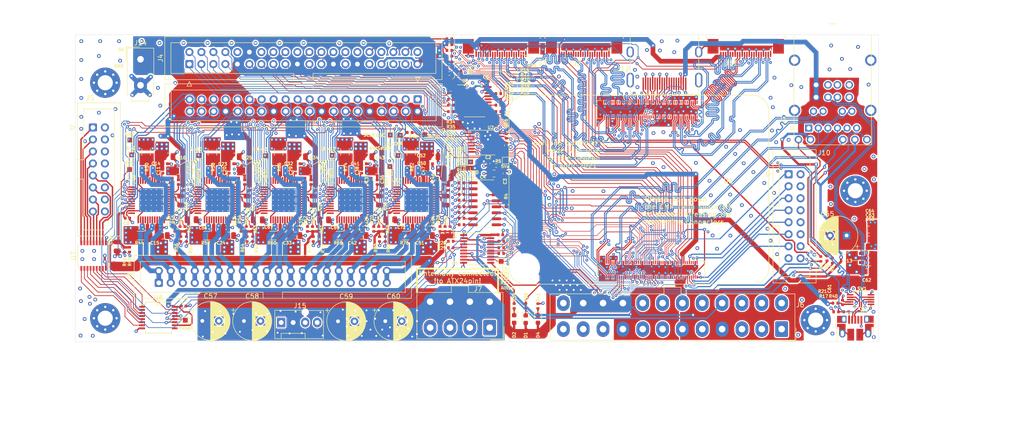
<source format=kicad_pcb>
(kicad_pcb (version 20171130) (host pcbnew 5.1.9-73d0e3b20d~88~ubuntu20.04.1)
  (layers (0 F.Cu signal hide) (1 VCC.Cu power) (2 GND.Cu power hide) (31 B.Cu signal hide) (34 B.Paste user) (35 F.Paste user) (36 B.SilkS user hide) (37 F.SilkS user) (38 B.Mask user) (39 F.Mask user hide) (44 Edge.Cuts user))
  (net 0 "")
  (net 1 GND)
  (net 2 +5V)
  (net 3 +3V3)
  (net 4 /GPIO/CS6)
  (net 5 /GPIO/SCLK6)
  (net 6 /GPIO/MOSI0)
  (net 7 /GPIO/MISO0)
  (net 8 /GPIO/AIN3)
  (net 9 /GPIO/AIN2)
  (net 10 /GPIO/AIN1)
  (net 11 /GPIO/AIN0)
  (net 12 /GPIO/AIN7)
  (net 13 /GPIO/AIN6)
  (net 14 /GPIO/AIN5)
  (net 15 /GPIO/AIN4)
  (net 16 /GPIO/TxD0)
  (net 17 /GPIO/RxD0)
  (net 18 /GPIO/PWM1)
  (net 19 /GPIO/PWM0)
  (net 20 /GPIO/GPIO24)
  (net 21 /GPIO/GPIO8)
  (net 22 /GPIO/GPIO16)
  (net 23 /GPIO/SDA6)
  (net 24 /GPIO/GPIO18)
  (net 25 /GPIO/CS0)
  (net 26 /GPIO/SCLK0)
  (net 27 /ethernet/ETH_2-)
  (net 28 /ethernet/ETH_2+)
  (net 29 /ethernet/ETH_1+)
  (net 30 /ethernet/ETH_1-)
  (net 31 /ethernet/ETH_3+)
  (net 32 /ethernet/ETH_3-)
  (net 33 /ethernet/ETH_0-)
  (net 34 /ethernet/ETH_0+)
  (net 35 /powerIO/OUT0)
  (net 36 /powerIO/OUT1)
  (net 37 /powerIO/OUT2)
  (net 38 /powerIO/OUT3)
  (net 39 /powerIO/OUT4)
  (net 40 /powerIO/OUT5)
  (net 41 /powerIO/OUT6)
  (net 42 /powerIO/OUT7)
  (net 43 "Net-(U1-Pad16)")
  (net 44 "Net-(U1-Pad18)")
  (net 45 /GPIO/MISO6)
  (net 46 /GPIO/MOSI6)
  (net 47 /GPIO/MOSI)
  (net 48 /GPIO/MISO)
  (net 49 /SDA1)
  (net 50 /GPIO/SCLK)
  (net 51 /GPIO/POWER_SELECT)
  (net 52 /GPIO/MOTOR_SELECT)
  (net 53 "Net-(U1-Pad76)")
  (net 54 /SCL0)
  (net 55 /SDA0)
  (net 56 "Net-(U1-Pad94)")
  (net 57 "Net-(U1-Pad96)")
  (net 58 /CAM_GPIO)
  (net 59 "Net-(U1-Pad104)")
  (net 60 "Net-(U1-Pad106)")
  (net 61 "Net-(U1-Pad111)")
  (net 62 /camera/CAM1D0-)
  (net 63 /camera/CAM1D0+)
  (net 64 /camera/CAM1D1-)
  (net 65 /camera/CAM1D1+)
  (net 66 /camera/CAM1C-)
  (net 67 /camera/CAM0D0-)
  (net 68 /camera/CAM1C+)
  (net 69 /camera/CAM0D0+)
  (net 70 /camera/CAM1D2-)
  (net 71 /camera/CAM0D1-)
  (net 72 /camera/CAM1D2+)
  (net 73 /camera/CAM0D1+)
  (net 74 /camera/CAM1D3-)
  (net 75 /camera/CAM0C-)
  (net 76 /camera/CAM1D3+)
  (net 77 /SCL1)
  (net 78 /camera/CAM0C+)
  (net 79 "Net-(D1-Pad1)")
  (net 80 "Net-(D2-Pad1)")
  (net 81 /GPIO/SCL6)
  (net 82 "Net-(U1-Pad88)")
  (net 83 "Net-(U1-Pad90)")
  (net 84 "Net-(U1-Pad102)")
  (net 85 "Net-(U1-Pad109)")
  (net 86 "Net-(U1-Pad110)")
  (net 87 "Net-(U1-Pad112)")
  (net 88 "Net-(U1-Pad116)")
  (net 89 "Net-(U1-Pad118)")
  (net 90 "Net-(U1-Pad122)")
  (net 91 "Net-(U1-Pad124)")
  (net 92 "Net-(U1-Pad157)")
  (net 93 "Net-(U1-Pad159)")
  (net 94 "Net-(U1-Pad163)")
  (net 95 "Net-(U1-Pad165)")
  (net 96 "Net-(U1-Pad169)")
  (net 97 "Net-(U1-Pad171)")
  (net 98 "Net-(U8-Pad30)")
  (net 99 "Net-(U8-Pad28)")
  (net 100 "Net-(U8-Pad27)")
  (net 101 "Net-(U8-Pad26)")
  (net 102 "Net-(U8-Pad12)")
  (net 103 "Net-(U8-Pad2)")
  (net 104 /GPIO/GPIO18P)
  (net 105 /GPIO/GPIO24P)
  (net 106 /GPIO/GPIO8P)
  (net 107 /GPIO/GPIO16P)
  (net 108 /GPIO/SCL6P)
  (net 109 /GPIO/SDA6P)
  (net 110 /GPIO/RxD0P)
  (net 111 /GPIO/TxD0P)
  (net 112 /GPIO/PWM1P)
  (net 113 /GPIO/PWM0P)
  (net 114 /GPIO/MOSI6P)
  (net 115 /GPIO/MISO6P)
  (net 116 /GPIO/SCLK6P)
  (net 117 /GPIO/CS6P)
  (net 118 /GPIO/MOSI0P)
  (net 119 /GPIO/MISO0P)
  (net 120 /GPIO/SCLK0P)
  (net 121 /GPIO/CS0P)
  (net 122 /GPIO/AIN7P)
  (net 123 /GPIO/AIN6P)
  (net 124 /GPIO/AIN5P)
  (net 125 /GPIO/AIN4P)
  (net 126 /GPIO/AIN3P)
  (net 127 /GPIO/AIN2P)
  (net 128 /GPIO/AIN1P)
  (net 129 /GPIO/AIN0P)
  (net 130 /GPIO/AIN_SELECT_5V)
  (net 131 /cm4/LED_Pwr)
  (net 132 /GPIO/POWERED)
  (net 133 /GPIO/ACT_LED)
  (net 134 /GPIO/MOSI4_3V)
  (net 135 /GPIO/MISO4_3V)
  (net 136 /GPIO/SCLK4_3V)
  (net 137 /GPIO/POWER_SELECT_3V)
  (net 138 /GPIO/MOTOR_SELECT_3V)
  (net 139 /GPIO/AIN_SELECT_3V)
  (net 140 /powerIO/motorU8/BRB)
  (net 141 /powerIO/motorU8/BRA)
  (net 142 /powerIO/motorU8/FILTERED_5V)
  (net 143 "Net-(J2-Pad18)")
  (net 144 "Net-(J2-Pad15)")
  (net 145 "Net-(J2-Pad14)")
  (net 146 "Net-(J2-Pad12)")
  (net 147 "Net-(J2-Pad11)")
  (net 148 "Net-(J3-Pad18)")
  (net 149 "Net-(U6-Pad9)")
  (net 150 "Net-(U9-Pad30)")
  (net 151 "Net-(U9-Pad28)")
  (net 152 "Net-(U9-Pad27)")
  (net 153 "Net-(U9-Pad26)")
  (net 154 "Net-(U9-Pad12)")
  (net 155 "Net-(U9-Pad2)")
  (net 156 "Net-(U10-Pad30)")
  (net 157 "Net-(U10-Pad28)")
  (net 158 "Net-(U10-Pad27)")
  (net 159 "Net-(U10-Pad26)")
  (net 160 "Net-(U10-Pad12)")
  (net 161 "Net-(U10-Pad2)")
  (net 162 "Net-(U11-Pad30)")
  (net 163 "Net-(U11-Pad28)")
  (net 164 "Net-(U11-Pad27)")
  (net 165 "Net-(U11-Pad26)")
  (net 166 "Net-(U11-Pad12)")
  (net 167 "Net-(U11-Pad2)")
  (net 168 "Net-(U12-Pad30)")
  (net 169 "Net-(U12-Pad28)")
  (net 170 "Net-(U12-Pad27)")
  (net 171 "Net-(U12-Pad26)")
  (net 172 "Net-(U12-Pad12)")
  (net 173 "Net-(U12-Pad2)")
  (net 174 /cm4/run_pg)
  (net 175 /cm4/global_en)
  (net 176 /cm4/rpireboot)
  (net 177 /cm4/BT_disable)
  (net 178 /cm4/WL_disable)
  (net 179 /powerIO/motorU9/FILTERED_5V)
  (net 180 /powerIO/motorU9/BRB)
  (net 181 /powerIO/motorU9/BRA)
  (net 182 /powerIO/motorU10/FILTERED_5V)
  (net 183 /powerIO/motorU10/BRB)
  (net 184 /powerIO/motorU10/BRA)
  (net 185 /powerIO/motorU11/FILTERED_5V)
  (net 186 /powerIO/motorU11/BRB)
  (net 187 /powerIO/motorU11/BRA)
  (net 188 /powerIO/motorU8/MISO)
  (net 189 /powerIO/motorU9/MISO)
  (net 190 /powerIO/motorU10/MISO)
  (net 191 /powerIO/motorU11/MISO)
  (net 192 /powerIO/SRC0)
  (net 193 /powerIO/SRC1)
  (net 194 /powerIO/SRC2)
  (net 195 /powerIO/SRC3)
  (net 196 /powerIO/SRC4)
  (net 197 /powerIO/SRC5)
  (net 198 /powerIO/SRC6)
  (net 199 /powerIO/SRC7)
  (net 200 /cm4/EEPROMprotect)
  (net 201 /ethernet/ETH_LED_yellow)
  (net 202 "Net-(J1-Pad15)")
  (net 203 /ethernet/ETH_LED_green)
  (net 204 "Net-(J12-Pad14)")
  (net 205 /display/HDMI_HOT)
  (net 206 /display/HDMI_SCL)
  (net 207 /display/HDMI_SDA)
  (net 208 /display/HDMI_CEC)
  (net 209 /display/HDMI_C-)
  (net 210 /display/HDMI_C+)
  (net 211 /display/HDMI_0-)
  (net 212 /display/HDMI_0+)
  (net 213 /display/HDMI_1-)
  (net 214 /display/HDMI_1+)
  (net 215 /display/HDMI_2-)
  (net 216 /display/HDMI_2+)
  (net 217 "Net-(U1-Pad200)")
  (net 218 "Net-(U1-Pad199)")
  (net 219 "Net-(U1-Pad190)")
  (net 220 "Net-(U1-Pad188)")
  (net 221 "Net-(U1-Pad184)")
  (net 222 "Net-(U1-Pad182)")
  (net 223 "Net-(U1-Pad178)")
  (net 224 "Net-(U1-Pad176)")
  (net 225 "Net-(U1-Pad172)")
  (net 226 "Net-(U1-Pad170)")
  (net 227 "Net-(U1-Pad153)")
  (net 228 "Net-(U1-Pad151)")
  (net 229 /display/DSI1D3+)
  (net 230 /display/DSI1D3-)
  (net 231 /display/DSI1D2+)
  (net 232 /display/DSI1D2-)
  (net 233 /display/DSI1C+)
  (net 234 /display/DSI1C-)
  (net 235 /display/DSI1D1+)
  (net 236 /display/DSI1D1-)
  (net 237 /display/DSI1D0+)
  (net 238 /display/DSI1D0-)
  (net 239 /GPIO/+5Va)
  (net 240 +12V)
  (net 241 "Net-(J1-Pad11)")
  (net 242 "Net-(J1-Pad13)")
  (net 243 /ethernet/ETH_LED_orange)
  (net 244 "Net-(R28-Pad1)")
  (net 245 "Net-(R29-Pad1)")
  (net 246 "Net-(R30-Pad1)")
  (net 247 "Net-(R34-Pad1)")
  (net 248 "Net-(R35-Pad1)")
  (net 249 "Net-(R36-Pad1)")
  (net 250 "Net-(R37-Pad1)")
  (net 251 "Net-(J1-Pad6)")
  (net 252 "Net-(J1-PadU13)")
  (net 253 "Net-(J1-PadU12)")
  (net 254 /powerIO/motorU12/FILTERED_5V)
  (net 255 /cm4/VBUS)
  (net 256 "Net-(D4-Pad1)")
  (net 257 "Net-(J6-Pad20)")
  (net 258 /GPIO/PS_ON)
  (net 259 "Net-(J6-Pad14)")
  (net 260 "Net-(J6-Pad13)")
  (net 261 "Net-(J6-Pad12)")
  (net 262 "Net-(J6-Pad8)")
  (net 263 "Net-(J6-Pad2)")
  (net 264 "Net-(J6-Pad1)")
  (net 265 /powerIO/12B2)
  (net 266 /powerIO/12B1)
  (net 267 /powerIO/12A2)
  (net 268 /powerIO/12A1)
  (net 269 /powerIO/11B2)
  (net 270 /powerIO/11B1)
  (net 271 /powerIO/11A2)
  (net 272 /powerIO/11A1)
  (net 273 /powerIO/10B2)
  (net 274 /powerIO/10B1)
  (net 275 /powerIO/10A2)
  (net 276 /powerIO/10A1)
  (net 277 /powerIO/9B2)
  (net 278 /powerIO/9B1)
  (net 279 /powerIO/9A2)
  (net 280 /powerIO/9A1)
  (net 281 /powerIO/8B2)
  (net 282 /powerIO/8B1)
  (net 283 /powerIO/8A2)
  (net 284 /powerIO/8A1)
  (net 285 /powerIO/12ENCB)
  (net 286 /powerIO/12LIMR)
  (net 287 /powerIO/11ENCB)
  (net 288 /powerIO/11LIMR)
  (net 289 /powerIO/10ENCB)
  (net 290 /powerIO/10LIMR)
  (net 291 /powerIO/9ENCB)
  (net 292 /powerIO/9LIMR)
  (net 293 /powerIO/8ENCB)
  (net 294 /powerIO/8LIMR)
  (net 295 /powerIO/12ENCN)
  (net 296 /powerIO/12ENCA)
  (net 297 /powerIO/12LIML)
  (net 298 /powerIO/11ENCN)
  (net 299 /powerIO/11ENCA)
  (net 300 /powerIO/11LIML)
  (net 301 /powerIO/10ENCN)
  (net 302 /powerIO/10ENCA)
  (net 303 /powerIO/10LIML)
  (net 304 /powerIO/9ENCN)
  (net 305 /powerIO/9ENCA)
  (net 306 /powerIO/9LIML)
  (net 307 /powerIO/8ENCN)
  (net 308 /powerIO/8ENCA)
  (net 309 /powerIO/8LIML)
  (net 310 "Net-(J10-Pad6)")
  (net 311 /cm4/nEXTRST)
  (net 312 "Net-(J11-Pad18)")
  (net 313 "Net-(J11-Pad17)")
  (net 314 "Net-(J13-Pad4)")
  (net 315 "Net-(J13-Pad1)")
  (net 316 "Net-(R4-Pad2)")
  (net 317 "Net-(R17-Pad1)")
  (net 318 "Net-(R25-Pad1)")
  (net 319 "Net-(R26-Pad1)")
  (net 320 "Net-(R27-Pad1)")
  (net 321 "Net-(R31-Pad1)")
  (net 322 "Net-(R32-Pad1)")
  (net 323 "Net-(R33-Pad1)")
  (net 324 /powerIO/motorU12/MISO)
  (net 325 /powerIO/motorU12/BRB)
  (net 326 /powerIO/motorU12/BRA)
  (net 327 "Net-(U1-Pad48)")
  (net 328 /GPIO/PS_ON_3V)
  (net 329 "Net-(U13-Pad3)")
  (net 330 /cm4/USB_ext-)
  (net 331 /cm4/USB_ext+)
  (net 332 /cm4/USB_micro+)
  (net 333 /cm4/USB_micro-)
  (net 334 /cm4/USB_cm4-)
  (net 335 /cm4/USB_cm4+)
  (net 336 "Net-(J9-Pad35)")
  (net 337 "Net-(J9-Pad27)")
  (net 338 "Net-(J9-Pad19)")
  (net 339 "Net-(J9-Pad11)")
  (net 340 "Net-(J9-Pad3)")
  (net 341 /powerIO/motorU8/CPO)
  (net 342 /powerIO/motorU8/CPI)
  (net 343 /powerIO/motorU8/VCP)
  (net 344 /powerIO/motorU9/CPO)
  (net 345 /powerIO/motorU9/CPI)
  (net 346 /powerIO/motorU9/VCP)
  (net 347 /powerIO/motorU10/CPO)
  (net 348 /powerIO/motorU10/CPI)
  (net 349 /powerIO/motorU10/VCP)
  (net 350 /powerIO/motorU11/CPO)
  (net 351 /powerIO/motorU11/CPI)
  (net 352 /powerIO/motorU11/VCP)
  (net 353 /powerIO/motorU12/CPO)
  (net 354 /powerIO/motorU12/CPI)
  (net 355 /powerIO/motorU12/VCP)
  (net 356 "Net-(J10-Pad16)")
  (net 357 "Net-(J10-Pad15)")
  (net 358 /GPIO/+5Vsb)
  (net 359 /cm4/Filtered_3V3)
  (net 360 "Net-(J15-Pad4)")
  (net 361 "Net-(J15-Pad3)")
  (module Capacitor_SMD:C_0402_1005Metric (layer F.Cu) (at 68.25 67.44)
    (fp_text reference C26 (at -1.69 -0.63) (layer F.SilkS) (effects (font (size 0.6 0.6))))
    (fp_text value 100n)
    (pad 2 smd roundrect (at 0.48 0) (size 0.56 0.62) (layers F.Cu F.Paste F.Mask) (net 1 GND))
    (pad 1 smd roundrect (at -0.48 0) (size 0.56 0.62) (layers F.Cu F.Paste F.Mask) (net 2 +5V))
  )
  (module Capacitor_SMD:C_0805_2012Metric (layer F.Cu) (at 96.9 68.92)
    (fp_text reference C72 (at 2.38 1.6) (layer F.SilkS) (effects (font (size 0.6 0.6))))
    (fp_text value 10u)
    (pad 2 smd roundrect (at 0.95 0) (size 1 1.45) (layers F.Cu F.Paste F.Mask) (net 1 GND))
    (pad 1 smd roundrect (at -0.95 0) (size 1 1.45) (layers F.Cu F.Paste F.Mask) (net 2 +5V))
  )
  (module Capacitor_SMD:C_0805_2012Metric (layer F.Cu) (at 109.22 59.02 180)
    (fp_text reference C71 (at -0.75 6.62) (layer F.SilkS))
    (fp_text value 10u)
    (pad 2 smd roundrect (at 0.95 0 180) (size 1 1.45) (layers F.Cu F.Paste F.Mask) (net 1 GND))
    (pad 1 smd roundrect (at -0.95 0 180) (size 1 1.45) (layers F.Cu F.Paste F.Mask) (net 2 +5V))
  )
  (module Capacitor_SMD:C_0805_2012Metric (layer F.Cu) (at 94.05 58.47 180)
    (fp_text reference C70 (at -2.58 -0.71) (layer F.SilkS) (effects (font (size 0.65 0.65))))
    (fp_text value 10u)
    (pad 2 smd roundrect (at 0.95 0 180) (size 1 1.45) (layers F.Cu F.Paste F.Mask) (net 1 GND))
    (pad 1 smd roundrect (at -0.95 0 180) (size 1 1.45) (layers F.Cu F.Paste F.Mask) (net 2 +5V))
  )
  (module Capacitor_SMD:C_0805_2012Metric (layer F.Cu) (at 82.9 68.93)
    (fp_text reference C69 (at 2.34 1.64) (layer F.SilkS) (effects (font (size 0.65 0.65))))
    (fp_text value 10u)
    (pad 2 smd roundrect (at 0.95 0) (size 1 1.45) (layers F.Cu F.Paste F.Mask) (net 1 GND))
    (pad 1 smd roundrect (at -0.95 0) (size 1 1.45) (layers F.Cu F.Paste F.Mask) (net 2 +5V))
  )
  (module Capacitor_SMD:C_0805_2012Metric (layer F.Cu) (at 80.05 58.61 180)
    (fp_text reference C68 (at -2.61 1.59) (layer F.SilkS) (effects (font (size 0.65 0.65))))
    (fp_text value 10u)
    (pad 2 smd roundrect (at 0.95 0 180) (size 1 1.45) (layers F.Cu F.Paste F.Mask) (net 1 GND))
    (pad 1 smd roundrect (at -0.95 0 180) (size 1 1.45) (layers F.Cu F.Paste F.Mask) (net 2 +5V))
  )
  (module Capacitor_SMD:C_0805_2012Metric (layer F.Cu) (at 68.88 68.94)
    (fp_text reference C67 (at 2.32 1.52) (layer F.SilkS) (effects (font (size 0.65 0.65))))
    (fp_text value 10u)
    (pad 2 smd roundrect (at 0.95 0) (size 1 1.45) (layers F.Cu F.Paste F.Mask) (net 1 GND))
    (pad 1 smd roundrect (at -0.95 0) (size 1 1.45) (layers F.Cu F.Paste F.Mask) (net 2 +5V))
  )
  (module Capacitor_SMD:C_0805_2012Metric (layer F.Cu) (at 66.01 58.52 180)
    (fp_text reference C66 (at -2.69 1.54) (layer F.SilkS) (effects (font (size 0.65 0.65))))
    (fp_text value 10u)
    (pad 2 smd roundrect (at 0.95 0 180) (size 1 1.45) (layers F.Cu F.Paste F.Mask) (net 1 GND))
    (pad 1 smd roundrect (at -0.95 0 180) (size 1 1.45) (layers F.Cu F.Paste F.Mask) (net 2 +5V))
  )
  (module Capacitor_SMD:C_0805_2012Metric (layer F.Cu) (at 54.87 68.9)
    (fp_text reference C56 (at 2.39 1.73) (layer F.SilkS) (effects (font (size 0.6 0.6))))
    (fp_text value 10u)
    (pad 2 smd roundrect (at 0.95 0) (size 1 1.45) (layers F.Cu F.Paste F.Mask) (net 1 GND))
    (pad 1 smd roundrect (at -0.95 0) (size 1 1.45) (layers F.Cu F.Paste F.Mask) (net 2 +5V))
  )
  (module Capacitor_SMD:C_0805_2012Metric (layer F.Cu) (at 52.02 58.56 180)
    (fp_text reference C55 (at -3.19 1.58) (layer F.SilkS) (effects (font (size 0.65 0.65))))
    (fp_text value 10u)
    (pad 2 smd roundrect (at 0.95 0 180) (size 1 1.45) (layers F.Cu F.Paste F.Mask) (net 1 GND))
    (pad 1 smd roundrect (at -0.95 0 180) (size 1 1.45) (layers F.Cu F.Paste F.Mask) (net 2 +5V))
  )
  (module Capacitor_SMD:C_0805_2012Metric (layer F.Cu) (at 39.13 74.56 270)
    (fp_text reference C54 (at -1.29 1.36 90) (layer F.SilkS) (effects (font (size 0.6 0.6))))
    (fp_text value 10u)
    (pad 2 smd roundrect (at 0.95 0 270) (size 1 1.45) (layers F.Cu F.Paste F.Mask) (net 1 GND))
    (pad 1 smd roundrect (at -0.95 0 270) (size 1 1.45) (layers F.Cu F.Paste F.Mask) (net 2 +5V))
  )
  (module Connector_FFC-FPC:TE_2-1734839-2_1x22-1MP_P0.5mm_Horizontal (layer F.Cu) (at 172.15 32.55 180)
    (fp_text reference J11 (at 3.02 -3.22) (layer F.SilkS))
    (fp_text value Conn_01x22_MountingPin)
    (pad MP smd rect (at 6.92 0.35 180) (size 2.3 3.1) (layers F.Cu F.Paste F.Mask) (net 1 GND))
    (pad MP smd rect (at -6.92 0.35 180) (size 2.3 3.1) (layers F.Cu F.Paste F.Mask) (net 1 GND))
    (pad 22 smd rect (at 5.25 -1.35 180) (size 0.3 1.1) (layers F.Cu F.Paste F.Mask) (net 3 +3V3))
    (pad 21 smd rect (at 4.75 -1.35 180) (size 0.3 1.1) (layers F.Cu F.Paste F.Mask) (net 55 /SDA0))
    (pad 20 smd rect (at 4.25 -1.35 180) (size 0.3 1.1) (layers F.Cu F.Paste F.Mask) (net 54 /SCL0))
    (pad 19 smd rect (at 3.75 -1.35 180) (size 0.3 1.1) (layers F.Cu F.Paste F.Mask) (net 1 GND))
    (pad 18 smd rect (at 3.25 -1.35 180) (size 0.3 1.1) (layers F.Cu F.Paste F.Mask) (net 312 "Net-(J11-Pad18)"))
    (pad 17 smd rect (at 2.75 -1.35 180) (size 0.3 1.1) (layers F.Cu F.Paste F.Mask) (net 313 "Net-(J11-Pad17)"))
    (pad 16 smd rect (at 2.25 -1.35 180) (size 0.3 1.1) (layers F.Cu F.Paste F.Mask) (net 1 GND))
    (pad 15 smd rect (at 1.75 -1.35 180) (size 0.3 1.1) (layers F.Cu F.Paste F.Mask) (net 229 /display/DSI1D3+))
    (pad 14 smd rect (at 1.25 -1.35 180) (size 0.3 1.1) (layers F.Cu F.Paste F.Mask) (net 230 /display/DSI1D3-))
    (pad 13 smd rect (at 0.75 -1.35 180) (size 0.3 1.1) (layers F.Cu F.Paste F.Mask) (net 1 GND))
    (pad 12 smd rect (at 0.25 -1.35 180) (size 0.3 1.1) (layers F.Cu F.Paste F.Mask) (net 231 /display/DSI1D2+))
    (pad 11 smd rect (at -0.25 -1.35 180) (size 0.3 1.1) (layers F.Cu F.Paste F.Mask) (net 232 /display/DSI1D2-))
    (pad 10 smd rect (at -0.75 -1.35 180) (size 0.3 1.1) (layers F.Cu F.Paste F.Mask) (net 1 GND))
    (pad 9 smd rect (at -1.25 -1.35 180) (size 0.3 1.1) (layers F.Cu F.Paste F.Mask) (net 233 /display/DSI1C+))
    (pad 8 smd rect (at -1.75 -1.35 180) (size 0.3 1.1) (layers F.Cu F.Paste F.Mask) (net 234 /display/DSI1C-))
    (pad 7 smd rect (at -2.25 -1.35 180) (size 0.3 1.1) (layers F.Cu F.Paste F.Mask) (net 1 GND))
    (pad 6 smd rect (at -2.75 -1.35 180) (size 0.3 1.1) (layers F.Cu F.Paste F.Mask) (net 235 /display/DSI1D1+))
    (pad 5 smd rect (at -3.25 -1.35 180) (size 0.3 1.1) (layers F.Cu F.Paste F.Mask) (net 236 /display/DSI1D1-))
    (pad 4 smd rect (at -3.75 -1.35 180) (size 0.3 1.1) (layers F.Cu F.Paste F.Mask) (net 1 GND))
    (pad 3 smd rect (at -4.25 -1.35 180) (size 0.3 1.1) (layers F.Cu F.Paste F.Mask) (net 237 /display/DSI1D0+))
    (pad 2 smd rect (at -4.75 -1.35 180) (size 0.3 1.1) (layers F.Cu F.Paste F.Mask) (net 238 /display/DSI1D0-))
    (pad 1 smd rect (at -5.25 -1.35 180) (size 0.3 1.1) (layers F.Cu F.Paste F.Mask) (net 1 GND))
  )
  (module Connector_FFC-FPC:TE_2-1734839-2_1x22-1MP_P0.5mm_Horizontal (layer F.Cu) (at 120.35 32.55 180)
    (fp_text reference J3 (at -8.82 -3.12) (layer F.SilkS))
    (fp_text value Conn_01x22_MountingPin)
    (pad MP smd rect (at 6.92 0.35 180) (size 2.3 3.1) (layers F.Cu F.Paste F.Mask) (net 1 GND))
    (pad MP smd rect (at -6.92 0.35 180) (size 2.3 3.1) (layers F.Cu F.Paste F.Mask) (net 1 GND))
    (pad 22 smd rect (at 5.25 -1.35 180) (size 0.3 1.1) (layers F.Cu F.Paste F.Mask) (net 3 +3V3))
    (pad 21 smd rect (at 4.75 -1.35 180) (size 0.3 1.1) (layers F.Cu F.Paste F.Mask) (net 55 /SDA0))
    (pad 20 smd rect (at 4.25 -1.35 180) (size 0.3 1.1) (layers F.Cu F.Paste F.Mask) (net 54 /SCL0))
    (pad 19 smd rect (at 3.75 -1.35 180) (size 0.3 1.1) (layers F.Cu F.Paste F.Mask) (net 1 GND))
    (pad 18 smd rect (at 3.25 -1.35 180) (size 0.3 1.1) (layers F.Cu F.Paste F.Mask) (net 148 "Net-(J3-Pad18)"))
    (pad 17 smd rect (at 2.75 -1.35 180) (size 0.3 1.1) (layers F.Cu F.Paste F.Mask) (net 58 /CAM_GPIO))
    (pad 16 smd rect (at 2.25 -1.35 180) (size 0.3 1.1) (layers F.Cu F.Paste F.Mask) (net 1 GND))
    (pad 15 smd rect (at 1.75 -1.35 180) (size 0.3 1.1) (layers F.Cu F.Paste F.Mask) (net 76 /camera/CAM1D3+))
    (pad 14 smd rect (at 1.25 -1.35 180) (size 0.3 1.1) (layers F.Cu F.Paste F.Mask) (net 74 /camera/CAM1D3-))
    (pad 13 smd rect (at 0.75 -1.35 180) (size 0.3 1.1) (layers F.Cu F.Paste F.Mask) (net 1 GND))
    (pad 12 smd rect (at 0.25 -1.35 180) (size 0.3 1.1) (layers F.Cu F.Paste F.Mask) (net 72 /camera/CAM1D2+))
    (pad 11 smd rect (at -0.25 -1.35 180) (size 0.3 1.1) (layers F.Cu F.Paste F.Mask) (net 70 /camera/CAM1D2-))
    (pad 10 smd rect (at -0.75 -1.35 180) (size 0.3 1.1) (layers F.Cu F.Paste F.Mask) (net 1 GND))
    (pad 9 smd rect (at -1.25 -1.35 180) (size 0.3 1.1) (layers F.Cu F.Paste F.Mask) (net 68 /camera/CAM1C+))
    (pad 8 smd rect (at -1.75 -1.35 180) (size 0.3 1.1) (layers F.Cu F.Paste F.Mask) (net 66 /camera/CAM1C-))
    (pad 7 smd rect (at -2.25 -1.35 180) (size 0.3 1.1) (layers F.Cu F.Paste F.Mask) (net 1 GND))
    (pad 6 smd rect (at -2.75 -1.35 180) (size 0.3 1.1) (layers F.Cu F.Paste F.Mask) (net 65 /camera/CAM1D1+))
    (pad 5 smd rect (at -3.25 -1.35 180) (size 0.3 1.1) (layers F.Cu F.Paste F.Mask) (net 64 /camera/CAM1D1-))
    (pad 4 smd rect (at -3.75 -1.35 180) (size 0.3 1.1) (layers F.Cu F.Paste F.Mask) (net 1 GND))
    (pad 3 smd rect (at -4.25 -1.35 180) (size 0.3 1.1) (layers F.Cu F.Paste F.Mask) (net 63 /camera/CAM1D0+))
    (pad 2 smd rect (at -4.75 -1.35 180) (size 0.3 1.1) (layers F.Cu F.Paste F.Mask) (net 62 /camera/CAM1D0-))
    (pad 1 smd rect (at -5.25 -1.35 180) (size 0.3 1.1) (layers F.Cu F.Paste F.Mask) (net 1 GND))
  )
  (module Capacitor_SMD:C_0402_1005Metric (layer F.Cu) (at 197.4 74.6)
    (fp_text reference C53 (at 1.05 -5.825) (layer F.SilkS) (effects (font (size 0.65 0.65))))
    (fp_text value 100n)
    (pad 2 smd roundrect (at 0.48 0) (size 0.56 0.62) (layers F.Cu F.Paste F.Mask) (net 1 GND))
    (pad 1 smd roundrect (at -0.48 0) (size 0.56 0.62) (layers F.Cu F.Paste F.Mask) (net 255 /cm4/VBUS))
  )
  (module Connector:FanPinHeader_1x04_P2.54mm_Vertical (layer F.Cu) (at 73.83 90.66)
    (fp_text reference J15 (at 4 -3.55) (layer F.SilkS))
    (fp_text value "Fan connector")
    (pad "" np_thru_hole circle (at 5.08 -2.16 90) (size 1.1 1.1) (drill 1.1) (layers *.Cu *.Mask))
    (pad 4 thru_hole oval (at 7.62 0 90) (size 2.03 1.73) (drill 1.02) (layers *.Cu *.Mask) (net 360 "Net-(J15-Pad4)"))
    (pad 3 thru_hole oval (at 5.08 0 90) (size 2.03 1.73) (drill 1.02) (layers *.Cu *.Mask) (net 361 "Net-(J15-Pad3)"))
    (pad 2 thru_hole oval (at 2.54 0 90) (size 2.03 1.73) (drill 1.02) (layers *.Cu *.Mask) (net 240 +12V))
    (pad 1 thru_hole rect (at 0 0 90) (size 2.03 1.73) (drill 1.02) (layers *.Cu *.Mask) (net 1 GND))
  )
  (module Resistor_SMD:R_0402_1005Metric (layer F.Cu) (at 188.025 77.2 270)
    (fp_text reference R1 (at 1.5984 -0.0584 90) (layer F.SilkS) (effects (font (size 0.65 0.65))))
    (fp_text value 1k8)
    (pad 2 smd roundrect (at 0.51 0 270) (size 0.54 0.64) (layers F.Cu F.Paste F.Mask) (net 201 /ethernet/ETH_LED_yellow))
    (pad 1 smd roundrect (at -0.51 0 270) (size 0.54 0.64) (layers F.Cu F.Paste F.Mask) (net 241 "Net-(J1-Pad11)"))
  )
  (module Connector_Molex:Molex_Mini-Fit_Jr_5566-02A_2x01_P4.20mm_Vertical (layer F.Cu) (at 44.06 34.95)
    (fp_text reference J14 (at 0 -3.45) (layer F.SilkS))
    (fp_text value Conn_02x01)
    (pad 2 thru_hole oval (at 0 5.5) (size 2.7 3.3) (drill 1.4) (layers *.Cu *.Mask) (net 1 GND))
    (pad 1 thru_hole roundrect (at 0 0) (size 2.7 3.3) (drill 1.4) (layers *.Cu *.Mask) (roundrect_rratio 0.09259299999999999) (net 2 +5V))
  )
  (module Package_SO:TSSOP-14_4.4x5mm_P0.65mm (layer F.Cu) (at 116.8908 52.578)
    (fp_text reference U2 (at 1.2792 -3.178) (layer F.SilkS) (effects (font (size 0.65 0.65))))
    (fp_text value 74LVC125)
    (pad 14 smd roundrect (at 2.8625 -1.95) (size 1.475 0.4) (layers F.Cu F.Paste F.Mask) (net 3 +3V3))
    (pad 13 smd roundrect (at 2.8625 -1.3) (size 1.475 0.4) (layers F.Cu F.Paste F.Mask) (net 1 GND))
    (pad 12 smd roundrect (at 2.8625 -0.65) (size 1.475 0.4) (layers F.Cu F.Paste F.Mask) (net 48 /GPIO/MISO))
    (pad 11 smd roundrect (at 2.8625 0) (size 1.475 0.4) (layers F.Cu F.Paste F.Mask) (net 135 /GPIO/MISO4_3V))
    (pad 10 smd roundrect (at 2.8625 0.65) (size 1.475 0.4) (layers F.Cu F.Paste F.Mask) (net 1 GND))
    (pad 9 smd roundrect (at 2.8625 1.3) (size 1.475 0.4) (layers F.Cu F.Paste F.Mask) (net 119 /GPIO/MISO0P))
    (pad 8 smd roundrect (at 2.8625 1.95) (size 1.475 0.4) (layers F.Cu F.Paste F.Mask) (net 7 /GPIO/MISO0))
    (pad 7 smd roundrect (at -2.8625 1.95) (size 1.475 0.4) (layers F.Cu F.Paste F.Mask) (net 1 GND))
    (pad 6 smd roundrect (at -2.8625 1.3) (size 1.475 0.4) (layers F.Cu F.Paste F.Mask) (net 45 /GPIO/MISO6))
    (pad 5 smd roundrect (at -2.8625 0.65) (size 1.475 0.4) (layers F.Cu F.Paste F.Mask) (net 115 /GPIO/MISO6P))
    (pad 4 smd roundrect (at -2.8625 0) (size 1.475 0.4) (layers F.Cu F.Paste F.Mask) (net 1 GND))
    (pad 3 smd roundrect (at -2.8625 -0.65) (size 1.475 0.4) (layers F.Cu F.Paste F.Mask) (net 17 /GPIO/RxD0))
    (pad 2 smd roundrect (at -2.8625 -1.3) (size 1.475 0.4) (layers F.Cu F.Paste F.Mask) (net 110 /GPIO/RxD0P))
    (pad 1 smd roundrect (at -2.8625 -1.95) (size 1.475 0.4) (layers F.Cu F.Paste F.Mask) (net 1 GND))
  )
  (module TestPoint:TestPoint_Pad_1.0x1.0mm (layer F.Cu) (at 98.55 55.31)
    (fp_text reference TP19 hide)
    (fp_text value TestPoint)
    (pad 1 smd rect (at 0 0) (size 1 1) (layers F.Cu F.Mask) (net 324 /powerIO/motorU12/MISO))
  )
  (module TestPoint:TestPoint_Pad_1.0x1.0mm (layer F.Cu) (at 84.62 55.28)
    (fp_text reference TP17 hide)
    (fp_text value TestPoint)
    (pad 1 smd rect (at 0 0) (size 1 1) (layers F.Cu F.Mask) (net 191 /powerIO/motorU11/MISO))
  )
  (module TestPoint:TestPoint_Pad_1.0x1.0mm (layer F.Cu) (at 70.51 55.37)
    (fp_text reference TP15 hide)
    (fp_text value TestPoint)
    (pad 1 smd rect (at 0 0) (size 1 1) (layers F.Cu F.Mask) (net 190 /powerIO/motorU10/MISO))
  )
  (module TestPoint:TestPoint_Pad_1.0x1.0mm (layer F.Cu) (at 56.39 55.32)
    (fp_text reference TP13 hide)
    (fp_text value TestPoint)
    (pad 1 smd rect (at 0 0) (size 1 1) (layers F.Cu F.Mask) (net 189 /powerIO/motorU9/MISO))
  )
  (module TestPoint:TestPoint_Pad_1.0x1.0mm (layer F.Cu) (at 42.18 55.18)
    (fp_text reference TP11 hide)
    (fp_text value TestPoint)
    (pad 1 smd rect (at 0 0) (size 1 1) (layers F.Cu F.Mask) (net 188 /powerIO/motorU8/MISO))
  )
  (module TestPoint:TestPoint_Pad_1.0x1.0mm (layer F.Cu) (at 41.8 52.03)
    (fp_text reference TP10 hide)
    (fp_text value TestPoint)
    (pad 1 smd rect (at 0 0) (size 1 1) (layers F.Cu F.Mask) (net 1 GND))
  )
  (module TestPoint:TestPoint_Pad_1.0x1.0mm (layer F.Cu) (at 96.85 57.64)
    (fp_text reference TP9 hide)
    (fp_text value TestPoint)
    (pad 1 smd rect (at 0 0) (size 1 1) (layers F.Cu F.Mask) (net 52 /GPIO/MOTOR_SELECT))
  )
  (module TestPoint:TestPoint_Pad_1.0x1.0mm (layer F.Cu) (at 41.75 58.28)
    (fp_text reference TP8 hide)
    (fp_text value TestPoint)
    (pad 1 smd rect (at 0 0) (size 1 1) (layers F.Cu F.Mask) (net 47 /GPIO/MOSI))
  )
  (module TestPoint:TestPoint_Pad_1.0x1.0mm (layer F.Cu) (at 96.92 50.97)
    (fp_text reference TP7 hide)
    (fp_text value TestPoint)
    (pad 1 smd rect (at 0 0) (size 1 1) (layers F.Cu F.Mask) (net 50 /GPIO/SCLK))
  )
  (module TestPoint:TestPoint_Pad_1.0x1.0mm (layer F.Cu) (at 104.2416 50.9016)
    (fp_text reference TP6 hide)
    (fp_text value TestPoint)
    (pad 1 smd rect (at 0 0) (size 1 1) (layers F.Cu F.Mask) (net 48 /GPIO/MISO))
  )
  (module TestPoint:TestPoint_Pad_1.0x1.0mm (layer F.Cu) (at 53.55 90.175)
    (fp_text reference TP5 hide)
    (fp_text value TestPoint)
    (pad 1 smd rect (at 0 0) (size 1 1) (layers F.Cu F.Mask) (net 51 /GPIO/POWER_SELECT))
  )
  (module TestPoint:TestPoint_Pad_1.0x1.0mm (layer F.Cu) (at 113.92 56.67)
    (fp_text reference TP4 hide)
    (fp_text value TestPoint)
    (pad 1 smd rect (at 0 0) (size 1 1) (layers F.Cu F.Mask) (net 1 GND))
  )
  (module TestPoint:TestPoint_Pad_1.0x1.0mm (layer F.Cu) (at 99.03 51.03)
    (fp_text reference TP3 hide)
    (fp_text value TestPoint)
    (pad 1 smd rect (at 0 0) (size 1 1) (layers F.Cu F.Mask) (net 1 GND))
  )
  (module TestPoint:TestPoint_Pad_1.0x1.0mm (layer F.Cu) (at 120.396 77.724)
    (fp_text reference TP2 hide)
    (fp_text value TestPoint)
    (pad 1 smd rect (at 0 0) (size 1 1) (layers F.Cu F.Mask) (net 130 /GPIO/AIN_SELECT_5V))
  )
  (module TestPoint:TestPoint_Pad_1.0x1.0mm (layer F.Cu) (at 121.34 56.37)
    (fp_text reference TP1 hide)
    (fp_text value TestPoint)
    (pad 1 smd rect (at 0 0) (size 1 1) (layers F.Cu F.Mask) (net 239 /GPIO/+5Va))
  )
  (module RPi_Compute_Module_4:Raspberry-Pi-4-Compute-Module (layer F.Cu) (at 152.05 62.55 90)
    (fp_text reference U1 (at 1.88 16.42 180) (layer F.SilkS))
    (fp_text value Compute_Module_4_Functional)
    (pad 200 smd rect (at 18.5 9.8) (size 0.2 0.7) (layers F.Cu F.Paste F.Mask) (net 217 "Net-(U1-Pad200)"))
    (pad 199 smd rect (at 15.42 9.8) (size 0.2 0.7) (layers F.Cu F.Paste F.Mask) (net 218 "Net-(U1-Pad199)"))
    (pad 198 smd rect (at 18.5 9.4) (size 0.2 0.7) (layers F.Cu F.Paste F.Mask) (net 1 GND))
    (pad 197 smd rect (at 15.42 9.4) (size 0.2 0.7) (layers F.Cu F.Paste F.Mask) (net 1 GND))
    (pad 196 smd rect (at 18.5 9) (size 0.2 0.7) (layers F.Cu F.Paste F.Mask) (net 229 /display/DSI1D3+))
    (pad 195 smd rect (at 15.42 9) (size 0.2 0.7) (layers F.Cu F.Paste F.Mask) (net 231 /display/DSI1D2+))
    (pad 194 smd rect (at 18.5 8.6) (size 0.2 0.7) (layers F.Cu F.Paste F.Mask) (net 230 /display/DSI1D3-))
    (pad 193 smd rect (at 15.42 8.6) (size 0.2 0.7) (layers F.Cu F.Paste F.Mask) (net 232 /display/DSI1D2-))
    (pad 192 smd rect (at 18.5 8.2) (size 0.2 0.7) (layers F.Cu F.Paste F.Mask) (net 1 GND))
    (pad 191 smd rect (at 15.42 8.2) (size 0.2 0.7) (layers F.Cu F.Paste F.Mask) (net 1 GND))
    (pad 190 smd rect (at 18.5 7.8) (size 0.2 0.7) (layers F.Cu F.Paste F.Mask) (net 219 "Net-(U1-Pad190)"))
    (pad 189 smd rect (at 15.42 7.8) (size 0.2 0.7) (layers F.Cu F.Paste F.Mask) (net 233 /display/DSI1C+))
    (pad 188 smd rect (at 18.5 7.4) (size 0.2 0.7) (layers F.Cu F.Paste F.Mask) (net 220 "Net-(U1-Pad188)"))
    (pad 187 smd rect (at 15.42 7.4) (size 0.2 0.7) (layers F.Cu F.Paste F.Mask) (net 234 /display/DSI1C-))
    (pad 186 smd rect (at 18.5 7) (size 0.2 0.7) (layers F.Cu F.Paste F.Mask) (net 1 GND))
    (pad 185 smd rect (at 15.42 7) (size 0.2 0.7) (layers F.Cu F.Paste F.Mask) (net 1 GND))
    (pad 184 smd rect (at 18.5 6.6) (size 0.2 0.7) (layers F.Cu F.Paste F.Mask) (net 221 "Net-(U1-Pad184)"))
    (pad 183 smd rect (at 15.42 6.6) (size 0.2 0.7) (layers F.Cu F.Paste F.Mask) (net 235 /display/DSI1D1+))
    (pad 182 smd rect (at 18.5 6.2) (size 0.2 0.7) (layers F.Cu F.Paste F.Mask) (net 222 "Net-(U1-Pad182)"))
    (pad 181 smd rect (at 15.42 6.2) (size 0.2 0.7) (layers F.Cu F.Paste F.Mask) (net 236 /display/DSI1D1-))
    (pad 180 smd rect (at 18.5 5.8) (size 0.2 0.7) (layers F.Cu F.Paste F.Mask) (net 1 GND))
    (pad 179 smd rect (at 15.42 5.8) (size 0.2 0.7) (layers F.Cu F.Paste F.Mask) (net 1 GND))
    (pad 178 smd rect (at 18.5 5.4) (size 0.2 0.7) (layers F.Cu F.Paste F.Mask) (net 223 "Net-(U1-Pad178)"))
    (pad 177 smd rect (at 15.42 5.4) (size 0.2 0.7) (layers F.Cu F.Paste F.Mask) (net 237 /display/DSI1D0+))
    (pad 176 smd rect (at 18.5 5) (size 0.2 0.7) (layers F.Cu F.Paste F.Mask) (net 224 "Net-(U1-Pad176)"))
    (pad 175 smd rect (at 15.42 5) (size 0.2 0.7) (layers F.Cu F.Paste F.Mask) (net 238 /display/DSI1D0-))
    (pad 174 smd rect (at 18.5 4.6) (size 0.2 0.7) (layers F.Cu F.Paste F.Mask) (net 1 GND))
    (pad 173 smd rect (at 15.42 4.6) (size 0.2 0.7) (layers F.Cu F.Paste F.Mask) (net 1 GND))
    (pad 172 smd rect (at 18.5 4.2) (size 0.2 0.7) (layers F.Cu F.Paste F.Mask) (net 225 "Net-(U1-Pad172)"))
    (pad 171 smd rect (at 15.42 4.2) (size 0.2 0.7) (layers F.Cu F.Paste F.Mask) (net 97 "Net-(U1-Pad171)"))
    (pad 170 smd rect (at 18.5 3.8) (size 0.2 0.7) (layers F.Cu F.Paste F.Mask) (net 226 "Net-(U1-Pad170)"))
    (pad 169 smd rect (at 15.42 3.8) (size 0.2 0.7) (layers F.Cu F.Paste F.Mask) (net 96 "Net-(U1-Pad169)"))
    (pad 168 smd rect (at 18.5 3.4) (size 0.2 0.7) (layers F.Cu F.Paste F.Mask) (net 1 GND))
    (pad 167 smd rect (at 15.42 3.4) (size 0.2 0.7) (layers F.Cu F.Paste F.Mask) (net 1 GND))
    (pad 166 smd rect (at 18.5 3) (size 0.2 0.7) (layers F.Cu F.Paste F.Mask) (net 209 /display/HDMI_C-))
    (pad 165 smd rect (at 15.42 3) (size 0.2 0.7) (layers F.Cu F.Paste F.Mask) (net 95 "Net-(U1-Pad165)"))
    (pad 164 smd rect (at 18.5 2.6) (size 0.2 0.7) (layers F.Cu F.Paste F.Mask) (net 210 /display/HDMI_C+))
    (pad 163 smd rect (at 15.42 2.6) (size 0.2 0.7) (layers F.Cu F.Paste F.Mask) (net 94 "Net-(U1-Pad163)"))
    (pad 162 smd rect (at 18.5 2.2) (size 0.2 0.7) (layers F.Cu F.Paste F.Mask) (net 1 GND))
    (pad 161 smd rect (at 15.42 2.2) (size 0.2 0.7) (layers F.Cu F.Paste F.Mask) (net 1 GND))
    (pad 160 smd rect (at 18.5 1.8) (size 0.2 0.7) (layers F.Cu F.Paste F.Mask) (net 211 /display/HDMI_0-))
    (pad 159 smd rect (at 15.42 1.8) (size 0.2 0.7) (layers F.Cu F.Paste F.Mask) (net 93 "Net-(U1-Pad159)"))
    (pad 158 smd rect (at 18.5 1.4) (size 0.2 0.7) (layers F.Cu F.Paste F.Mask) (net 212 /display/HDMI_0+))
    (pad 157 smd rect (at 15.42 1.4) (size 0.2 0.7) (layers F.Cu F.Paste F.Mask) (net 92 "Net-(U1-Pad157)"))
    (pad 156 smd rect (at 18.5 1) (size 0.2 0.7) (layers F.Cu F.Paste F.Mask) (net 1 GND))
    (pad 155 smd rect (at 15.42 1) (size 0.2 0.7) (layers F.Cu F.Paste F.Mask) (net 1 GND))
    (pad 154 smd rect (at 18.5 0.6) (size 0.2 0.7) (layers F.Cu F.Paste F.Mask) (net 213 /display/HDMI_1-))
    (pad 153 smd rect (at 15.42 0.6) (size 0.2 0.7) (layers F.Cu F.Paste F.Mask) (net 227 "Net-(U1-Pad153)"))
    (pad 152 smd rect (at 18.5 0.2) (size 0.2 0.7) (layers F.Cu F.Paste F.Mask) (net 214 /display/HDMI_1+))
    (pad 151 smd rect (at 15.42 0.2) (size 0.2 0.7) (layers F.Cu F.Paste F.Mask) (net 228 "Net-(U1-Pad151)"))
    (pad 150 smd rect (at 18.5 -0.2) (size 0.2 0.7) (layers F.Cu F.Paste F.Mask) (net 1 GND))
    (pad 149 smd rect (at 15.42 -0.2) (size 0.2 0.7) (layers F.Cu F.Paste F.Mask) (net 208 /display/HDMI_CEC))
    (pad 148 smd rect (at 18.5 -0.6) (size 0.2 0.7) (layers F.Cu F.Paste F.Mask) (net 215 /display/HDMI_2-))
    (pad 147 smd rect (at 15.42 -0.6) (size 0.2 0.7) (layers F.Cu F.Paste F.Mask) (net 206 /display/HDMI_SCL))
    (pad 146 smd rect (at 18.5 -1) (size 0.2 0.7) (layers F.Cu F.Paste F.Mask) (net 216 /display/HDMI_2+))
    (pad 145 smd rect (at 15.42 -1) (size 0.2 0.7) (layers F.Cu F.Paste F.Mask) (net 207 /display/HDMI_SDA))
    (pad 144 smd rect (at 18.5 -1.4) (size 0.2 0.7) (layers F.Cu F.Paste F.Mask) (net 1 GND))
    (pad 143 smd rect (at 15.42 -1.4) (size 0.2 0.7) (layers F.Cu F.Paste F.Mask) (net 205 /display/HDMI_HOT))
    (pad 142 smd rect (at 18.5 -1.8) (size 0.2 0.7) (layers F.Cu F.Paste F.Mask) (net 78 /camera/CAM0C+))
    (pad 141 smd rect (at 15.42 -1.8) (size 0.2 0.7) (layers F.Cu F.Paste F.Mask) (net 76 /camera/CAM1D3+))
    (pad 140 smd rect (at 18.5 -2.2) (size 0.2 0.7) (layers F.Cu F.Paste F.Mask) (net 75 /camera/CAM0C-))
    (pad 139 smd rect (at 15.42 -2.2) (size 0.2 0.7) (layers F.Cu F.Paste F.Mask) (net 74 /camera/CAM1D3-))
    (pad 138 smd rect (at 18.5 -2.6) (size 0.2 0.7) (layers F.Cu F.Paste F.Mask) (net 1 GND))
    (pad 137 smd rect (at 15.42 -2.6) (size 0.2 0.7) (layers F.Cu F.Paste F.Mask) (net 1 GND))
    (pad 136 smd rect (at 18.5 -3) (size 0.2 0.7) (layers F.Cu F.Paste F.Mask) (net 73 /camera/CAM0D1+))
    (pad 135 smd rect (at 15.42 -3) (size 0.2 0.7) (layers F.Cu F.Paste F.Mask) (net 72 /camera/CAM1D2+))
    (pad 134 smd rect (at 18.5 -3.4) (size 0.2 0.7) (layers F.Cu F.Paste F.Mask) (net 71 /camera/CAM0D1-))
    (pad 133 smd rect (at 15.42 -3.4) (size 0.2 0.7) (layers F.Cu F.Paste F.Mask) (net 70 /camera/CAM1D2-))
    (pad 132 smd rect (at 18.5 -3.8) (size 0.2 0.7) (layers F.Cu F.Paste F.Mask) (net 1 GND))
    (pad 131 smd rect (at 15.42 -3.8) (size 0.2 0.7) (layers F.Cu F.Paste F.Mask) (net 1 GND))
    (pad 130 smd rect (at 18.5 -4.2) (size 0.2 0.7) (layers F.Cu F.Paste F.Mask) (net 69 /camera/CAM0D0+))
    (pad 129 smd rect (at 15.42 -4.2) (size 0.2 0.7) (layers F.Cu F.Paste F.Mask) (net 68 /camera/CAM1C+))
    (pad 128 smd rect (at 18.5 -4.6) (size 0.2 0.7) (layers F.Cu F.Paste F.Mask) (net 67 /camera/CAM0D0-))
    (pad 127 smd rect (at 15.42 -4.6) (size 0.2 0.7) (layers F.Cu F.Paste F.Mask) (net 66 /camera/CAM1C-))
    (pad 126 smd rect (at 18.5 -5) (size 0.2 0.7) (layers F.Cu F.Paste F.Mask) (net 1 GND))
    (pad 125 smd rect (at 15.42 -5) (size 0.2 0.7) (layers F.Cu F.Paste F.Mask) (net 1 GND))
    (pad 124 smd rect (at 18.5 -5.4) (size 0.2 0.7) (layers F.Cu F.Paste F.Mask) (net 91 "Net-(U1-Pad124)"))
    (pad 123 smd rect (at 15.42 -5.4) (size 0.2 0.7) (layers F.Cu F.Paste F.Mask) (net 65 /camera/CAM1D1+))
    (pad 122 smd rect (at 18.5 -5.8) (size 0.2 0.7) (layers F.Cu F.Paste F.Mask) (net 90 "Net-(U1-Pad122)"))
    (pad 121 smd rect (at 15.42 -5.8) (size 0.2 0.7) (layers F.Cu F.Paste F.Mask) (net 64 /camera/CAM1D1-))
    (pad 120 smd rect (at 18.5 -6.2) (size 0.2 0.7) (layers F.Cu F.Paste F.Mask) (net 1 GND))
    (pad 119 smd rect (at 15.42 -6.2) (size 0.2 0.7) (layers F.Cu F.Paste F.Mask) (net 1 GND))
    (pad 118 smd rect (at 18.5 -6.6) (size 0.2 0.7) (layers F.Cu F.Paste F.Mask) (net 89 "Net-(U1-Pad118)"))
    (pad 117 smd rect (at 15.42 -6.6) (size 0.2 0.7) (layers F.Cu F.Paste F.Mask) (net 63 /camera/CAM1D0+))
    (pad 116 smd rect (at 18.5 -7) (size 0.2 0.7) (layers F.Cu F.Paste F.Mask) (net 88 "Net-(U1-Pad116)"))
    (pad 115 smd rect (at 15.42 -7) (size 0.2 0.7) (layers F.Cu F.Paste F.Mask) (net 62 /camera/CAM1D0-))
    (pad 114 smd rect (at 18.5 -7.4) (size 0.2 0.7) (layers F.Cu F.Paste F.Mask) (net 1 GND))
    (pad 113 smd rect (at 15.42 -7.4) (size 0.2 0.7) (layers F.Cu F.Paste F.Mask) (net 1 GND))
    (pad 112 smd rect (at 18.5 -7.8) (size 0.2 0.7) (layers F.Cu F.Paste F.Mask) (net 87 "Net-(U1-Pad112)"))
    (pad 111 smd rect (at 15.42 -7.8) (size 0.2 0.7) (layers F.Cu F.Paste F.Mask) (net 61 "Net-(U1-Pad111)"))
    (pad 110 smd rect (at 18.5 -8.2) (size 0.2 0.7) (layers F.Cu F.Paste F.Mask) (net 86 "Net-(U1-Pad110)"))
    (pad 109 smd rect (at 15.42 -8.2) (size 0.2 0.7) (layers F.Cu F.Paste F.Mask) (net 85 "Net-(U1-Pad109)"))
    (pad 108 smd rect (at 18.5 -8.6) (size 0.2 0.7) (layers F.Cu F.Paste F.Mask) (net 1 GND))
    (pad 107 smd rect (at 15.42 -8.6) (size 0.2 0.7) (layers F.Cu F.Paste F.Mask) (net 1 GND))
    (pad 106 smd rect (at 18.5 -9) (size 0.2 0.7) (layers F.Cu F.Paste F.Mask) (net 60 "Net-(U1-Pad106)"))
    (pad 105 smd rect (at 15.42 -9) (size 0.2 0.7) (layers F.Cu F.Paste F.Mask) (net 335 /cm4/USB_cm4+))
    (pad 104 smd rect (at 18.5 -9.4) (size 0.2 0.7) (layers F.Cu F.Paste F.Mask) (net 59 "Net-(U1-Pad104)"))
    (pad 103 smd rect (at 15.42 -9.4) (size 0.2 0.7) (layers F.Cu F.Paste F.Mask) (net 334 /cm4/USB_cm4-))
    (pad 102 smd rect (at 18.5 -9.8) (size 0.2 0.7) (layers F.Cu F.Paste F.Mask) (net 84 "Net-(U1-Pad102)"))
    (pad 101 smd rect (at 15.42 -9.8) (size 0.2 0.7) (layers F.Cu F.Paste F.Mask) (net 317 "Net-(R17-Pad1)"))
    (pad 100 smd rect (at -15.42 9.8) (size 0.2 0.7) (layers F.Cu F.Paste F.Mask) (net 311 /cm4/nEXTRST))
    (pad 99 smd rect (at -18.5 9.8) (size 0.2 0.7) (layers F.Cu F.Paste F.Mask) (net 175 /cm4/global_en))
    (pad 98 smd rect (at -15.42 9.4) (size 0.2 0.7) (layers F.Cu F.Paste F.Mask) (net 1 GND))
    (pad 97 smd rect (at -18.5 9.4) (size 0.2 0.7) (layers F.Cu F.Paste F.Mask) (net 58 /CAM_GPIO))
    (pad 96 smd rect (at -15.42 9) (size 0.2 0.7) (layers F.Cu F.Paste F.Mask) (net 57 "Net-(U1-Pad96)"))
    (pad 95 smd rect (at -18.5 9) (size 0.2 0.7) (layers F.Cu F.Paste F.Mask) (net 131 /cm4/LED_Pwr))
    (pad 94 smd rect (at -15.42 8.6) (size 0.2 0.7) (layers F.Cu F.Paste F.Mask) (net 56 "Net-(U1-Pad94)"))
    (pad 93 smd rect (at -18.5 8.6) (size 0.2 0.7) (layers F.Cu F.Paste F.Mask) (net 176 /cm4/rpireboot))
    (pad 92 smd rect (at -15.42 8.2) (size 0.2 0.7) (layers F.Cu F.Paste F.Mask) (net 174 /cm4/run_pg))
    (pad 91 smd rect (at -18.5 8.2) (size 0.2 0.7) (layers F.Cu F.Paste F.Mask) (net 177 /cm4/BT_disable))
    (pad 90 smd rect (at -15.42 7.8) (size 0.2 0.7) (layers F.Cu F.Paste F.Mask) (net 83 "Net-(U1-Pad90)"))
    (pad 89 smd rect (at -18.5 7.8) (size 0.2 0.7) (layers F.Cu F.Paste F.Mask) (net 178 /cm4/WL_disable))
    (pad 88 smd rect (at -15.42 7.4) (size 0.2 0.7) (layers F.Cu F.Paste F.Mask) (net 82 "Net-(U1-Pad88)"))
    (pad 87 smd rect (at -18.5 7.4) (size 0.2 0.7) (layers F.Cu F.Paste F.Mask) (net 358 /GPIO/+5Vsb))
    (pad 86 smd rect (at -15.42 7) (size 0.2 0.7) (layers F.Cu F.Paste F.Mask) (net 3 +3V3))
    (pad 85 smd rect (at -18.5 7) (size 0.2 0.7) (layers F.Cu F.Paste F.Mask) (net 358 /GPIO/+5Vsb))
    (pad 84 smd rect (at -15.42 6.6) (size 0.2 0.7) (layers F.Cu F.Paste F.Mask) (net 3 +3V3))
    (pad 83 smd rect (at -18.5 6.6) (size 0.2 0.7) (layers F.Cu F.Paste F.Mask) (net 358 /GPIO/+5Vsb))
    (pad 82 smd rect (at -15.42 6.2) (size 0.2 0.7) (layers F.Cu F.Paste F.Mask) (net 55 /SDA0))
    (pad 81 smd rect (at -18.5 6.2) (size 0.2 0.7) (layers F.Cu F.Paste F.Mask) (net 358 /GPIO/+5Vsb))
    (pad 80 smd rect (at -15.42 5.8) (size 0.2 0.7) (layers F.Cu F.Paste F.Mask) (net 54 /SCL0))
    (pad 79 smd rect (at -18.5 5.8) (size 0.2 0.7) (layers F.Cu F.Paste F.Mask) (net 358 /GPIO/+5Vsb))
    (pad 78 smd rect (at -15.42 5.4) (size 0.2 0.7) (layers F.Cu F.Paste F.Mask) (net 3 +3V3))
    (pad 77 smd rect (at -18.5 5.4) (size 0.2 0.7) (layers F.Cu F.Paste F.Mask) (net 358 /GPIO/+5Vsb))
    (pad 76 smd rect (at -15.42 5) (size 0.2 0.7) (layers F.Cu F.Paste F.Mask) (net 53 "Net-(U1-Pad76)"))
    (pad 75 smd rect (at -18.5 5) (size 0.2 0.7) (layers F.Cu F.Paste F.Mask))
    (pad 74 smd rect (at -15.42 4.6) (size 0.2 0.7) (layers F.Cu F.Paste F.Mask) (net 1 GND))
    (pad 73 smd rect (at -18.5 4.6) (size 0.2 0.7) (layers F.Cu F.Paste F.Mask))
    (pad 72 smd rect (at -15.42 4.2) (size 0.2 0.7) (layers F.Cu F.Paste F.Mask))
    (pad 71 smd rect (at -18.5 4.2) (size 0.2 0.7) (layers F.Cu F.Paste F.Mask) (net 1 GND))
    (pad 70 smd rect (at -15.42 3.8) (size 0.2 0.7) (layers F.Cu F.Paste F.Mask))
    (pad 69 smd rect (at -18.5 3.8) (size 0.2 0.7) (layers F.Cu F.Paste F.Mask))
    (pad 68 smd rect (at -15.42 3.4) (size 0.2 0.7) (layers F.Cu F.Paste F.Mask))
    (pad 67 smd rect (at -18.5 3.4) (size 0.2 0.7) (layers F.Cu F.Paste F.Mask))
    (pad 66 smd rect (at -15.42 3) (size 0.2 0.7) (layers F.Cu F.Paste F.Mask) (net 1 GND))
    (pad 65 smd rect (at -18.5 3) (size 0.2 0.7) (layers F.Cu F.Paste F.Mask) (net 1 GND))
    (pad 64 smd rect (at -15.42 2.6) (size 0.2 0.7) (layers F.Cu F.Paste F.Mask))
    (pad 63 smd rect (at -18.5 2.6) (size 0.2 0.7) (layers F.Cu F.Paste F.Mask))
    (pad 62 smd rect (at -15.42 2.2) (size 0.2 0.7) (layers F.Cu F.Paste F.Mask))
    (pad 61 smd rect (at -18.5 2.2) (size 0.2 0.7) (layers F.Cu F.Paste F.Mask))
    (pad 60 smd rect (at -15.42 1.8) (size 0.2 0.7) (layers F.Cu F.Paste F.Mask) (net 1 GND))
    (pad 59 smd rect (at -18.5 1.8) (size 0.2 0.7) (layers F.Cu F.Paste F.Mask) (net 1 GND))
    (pad 58 smd rect (at -15.42 1.4) (size 0.2 0.7) (layers F.Cu F.Paste F.Mask) (net 139 /GPIO/AIN_SELECT_3V))
    (pad 57 smd rect (at -18.5 1.4) (size 0.2 0.7) (layers F.Cu F.Paste F.Mask))
    (pad 56 smd rect (at -15.42 1) (size 0.2 0.7) (layers F.Cu F.Paste F.Mask) (net 4 /GPIO/CS6))
    (pad 55 smd rect (at -18.5 1) (size 0.2 0.7) (layers F.Cu F.Paste F.Mask) (net 16 /GPIO/TxD0))
    (pad 54 smd rect (at -15.42 0.6) (size 0.2 0.7) (layers F.Cu F.Paste F.Mask) (net 138 /GPIO/MOTOR_SELECT_3V))
    (pad 53 smd rect (at -18.5 0.6) (size 0.2 0.7) (layers F.Cu F.Paste F.Mask) (net 1 GND))
    (pad 52 smd rect (at -15.42 0.2) (size 0.2 0.7) (layers F.Cu F.Paste F.Mask) (net 1 GND))
    (pad 51 smd rect (at -18.5 0.2) (size 0.2 0.7) (layers F.Cu F.Paste F.Mask) (net 17 /GPIO/RxD0))
    (pad 50 smd rect (at -15.42 -0.2) (size 0.2 0.7) (layers F.Cu F.Paste F.Mask) (net 137 /GPIO/POWER_SELECT_3V))
    (pad 49 smd rect (at -18.5 -0.2) (size 0.2 0.7) (layers F.Cu F.Paste F.Mask) (net 24 /GPIO/GPIO18))
    (pad 48 smd rect (at -15.42 -0.6) (size 0.2 0.7) (layers F.Cu F.Paste F.Mask) (net 327 "Net-(U1-Pad48)"))
    (pad 47 smd rect (at -18.5 -0.6) (size 0.2 0.7) (layers F.Cu F.Paste F.Mask) (net 81 /GPIO/SCL6))
    (pad 46 smd rect (at -15.42 -1) (size 0.2 0.7) (layers F.Cu F.Paste F.Mask) (net 23 /GPIO/SDA6))
    (pad 45 smd rect (at -18.5 -1) (size 0.2 0.7) (layers F.Cu F.Paste F.Mask) (net 20 /GPIO/GPIO24))
    (pad 44 smd rect (at -15.42 -1.4) (size 0.2 0.7) (layers F.Cu F.Paste F.Mask) (net 6 /GPIO/MOSI0))
    (pad 43 smd rect (at -18.5 -1.4) (size 0.2 0.7) (layers F.Cu F.Paste F.Mask) (net 1 GND))
    (pad 42 smd rect (at -15.42 -1.8) (size 0.2 0.7) (layers F.Cu F.Paste F.Mask) (net 1 GND))
    (pad 41 smd rect (at -18.5 -1.8) (size 0.2 0.7) (layers F.Cu F.Paste F.Mask) (net 25 /GPIO/CS0))
    (pad 40 smd rect (at -15.42 -2.2) (size 0.2 0.7) (layers F.Cu F.Paste F.Mask) (net 7 /GPIO/MISO0))
    (pad 39 smd rect (at -18.5 -2.2) (size 0.2 0.7) (layers F.Cu F.Paste F.Mask) (net 21 /GPIO/GPIO8))
    (pad 38 smd rect (at -15.42 -2.6) (size 0.2 0.7) (layers F.Cu F.Paste F.Mask) (net 26 /GPIO/SCLK0))
    (pad 37 smd rect (at -18.5 -2.6) (size 0.2 0.7) (layers F.Cu F.Paste F.Mask) (net 136 /GPIO/SCLK4_3V))
    (pad 36 smd rect (at -15.42 -3) (size 0.2 0.7) (layers F.Cu F.Paste F.Mask) (net 49 /SDA1))
    (pad 35 smd rect (at -18.5 -3) (size 0.2 0.7) (layers F.Cu F.Paste F.Mask) (net 77 /SCL1))
    (pad 34 smd rect (at -15.42 -3.4) (size 0.2 0.7) (layers F.Cu F.Paste F.Mask) (net 135 /GPIO/MISO4_3V))
    (pad 33 smd rect (at -18.5 -3.4) (size 0.2 0.7) (layers F.Cu F.Paste F.Mask) (net 1 GND))
    (pad 32 smd rect (at -15.42 -3.8) (size 0.2 0.7) (layers F.Cu F.Paste F.Mask) (net 1 GND))
    (pad 31 smd rect (at -18.5 -3.8) (size 0.2 0.7) (layers F.Cu F.Paste F.Mask) (net 19 /GPIO/PWM0))
    (pad 30 smd rect (at -15.42 -4.2) (size 0.2 0.7) (layers F.Cu F.Paste F.Mask) (net 134 /GPIO/MOSI4_3V))
    (pad 29 smd rect (at -18.5 -4.2) (size 0.2 0.7) (layers F.Cu F.Paste F.Mask) (net 22 /GPIO/GPIO16))
    (pad 28 smd rect (at -15.42 -4.6) (size 0.2 0.7) (layers F.Cu F.Paste F.Mask) (net 18 /GPIO/PWM1))
    (pad 27 smd rect (at -18.5 -4.6) (size 0.2 0.7) (layers F.Cu F.Paste F.Mask) (net 46 /GPIO/MOSI6))
    (pad 26 smd rect (at -15.42 -5) (size 0.2 0.7) (layers F.Cu F.Paste F.Mask) (net 45 /GPIO/MISO6))
    (pad 25 smd rect (at -18.5 -5) (size 0.2 0.7) (layers F.Cu F.Paste F.Mask) (net 5 /GPIO/SCLK6))
    (pad 24 smd rect (at -15.42 -5.4) (size 0.2 0.7) (layers F.Cu F.Paste F.Mask) (net 328 /GPIO/PS_ON_3V))
    (pad 23 smd rect (at -18.5 -5.4) (size 0.2 0.7) (layers F.Cu F.Paste F.Mask) (net 1 GND))
    (pad 22 smd rect (at -15.42 -5.8) (size 0.2 0.7) (layers F.Cu F.Paste F.Mask) (net 1 GND))
    (pad 21 smd rect (at -18.5 -5.8) (size 0.2 0.7) (layers F.Cu F.Paste F.Mask) (net 133 /GPIO/ACT_LED))
    (pad 20 smd rect (at -15.42 -6.2) (size 0.2 0.7) (layers F.Cu F.Paste F.Mask) (net 200 /cm4/EEPROMprotect))
    (pad 19 smd rect (at -18.5 -6.2) (size 0.2 0.7) (layers F.Cu F.Paste F.Mask) (net 243 /ethernet/ETH_LED_orange))
    (pad 18 smd rect (at -15.42 -6.6) (size 0.2 0.7) (layers F.Cu F.Paste F.Mask) (net 44 "Net-(U1-Pad18)"))
    (pad 17 smd rect (at -18.5 -6.6) (size 0.2 0.7) (layers F.Cu F.Paste F.Mask) (net 203 /ethernet/ETH_LED_green))
    (pad 16 smd rect (at -15.42 -7) (size 0.2 0.7) (layers F.Cu F.Paste F.Mask) (net 43 "Net-(U1-Pad16)"))
    (pad 15 smd rect (at -18.5 -7) (size 0.2 0.7) (layers F.Cu F.Paste F.Mask) (net 201 /ethernet/ETH_LED_yellow))
    (pad 14 smd rect (at -15.42 -7.4) (size 0.2 0.7) (layers F.Cu F.Paste F.Mask) (net 1 GND))
    (pad 13 smd rect (at -18.5 -7.4) (size 0.2 0.7) (layers F.Cu F.Paste F.Mask) (net 1 GND))
    (pad 12 smd rect (at -15.42 -7.8) (size 0.2 0.7) (layers F.Cu F.Paste F.Mask) (net 34 /ethernet/ETH_0+))
    (pad 11 smd rect (at -18.5 -7.8) (size 0.2 0.7) (layers F.Cu F.Paste F.Mask) (net 28 /ethernet/ETH_2+))
    (pad 10 smd rect (at -15.42 -8.2) (size 0.2 0.7) (layers F.Cu F.Paste F.Mask) (net 33 /ethernet/ETH_0-))
    (pad 9 smd rect (at -18.5 -8.2) (size 0.2 0.7) (layers F.Cu F.Paste F.Mask) (net 27 /ethernet/ETH_2-))
    (pad 8 smd rect (at -15.42 -8.6) (size 0.2 0.7) (layers F.Cu F.Paste F.Mask) (net 1 GND))
    (pad 7 smd rect (at -18.5 -8.6) (size 0.2 0.7) (layers F.Cu F.Paste F.Mask) (net 1 GND))
    (pad 6 smd rect (at -15.42 -9) (size 0.2 0.7) (layers F.Cu F.Paste F.Mask) (net 30 /ethernet/ETH_1-))
    (pad 5 smd rect (at -18.5 -9) (size 0.2 0.7) (layers F.Cu F.Paste F.Mask) (net 32 /ethernet/ETH_3-))
    (pad 4 smd rect (at -15.42 -9.4) (size 0.2 0.7) (layers F.Cu F.Paste F.Mask) (net 29 /ethernet/ETH_1+))
    (pad 3 smd rect (at -18.5 -9.4) (size 0.2 0.7) (layers F.Cu F.Paste F.Mask) (net 31 /ethernet/ETH_3+))
    (pad 2 smd rect (at -15.42 -9.8) (size 0.2 0.7) (layers F.Cu F.Paste F.Mask) (net 1 GND))
    (pad 1 smd rect (at -18.5 -9.8) (size 0.2 0.7) (layers F.Cu F.Paste F.Mask) (net 1 GND))
    (pad "" np_thru_hole circle (at 16.5 -26.5 90) (size 2.7 2.7) (drill 2.7) (layers *.Cu *.Mask) (clearance 1.7))
    (pad "" np_thru_hole circle (at -16.5 21.5 90) (size 2.7 2.7) (drill 2.7) (layers *.Cu *.Mask) (clearance 1.7))
    (pad "" np_thru_hole circle (at 16.5 21.5 90) (size 2.7 2.7) (drill 2.7) (layers *.Cu *.Mask) (clearance 1.7))
    (pad "" np_thru_hole circle (at -16.5 -26.5 90) (size 2.7 2.7) (drill 2.7) (layers *.Cu *.Mask) (clearance 1.7))
  )
  (module Connector_FFC-FPC:TE_2-1734839-2_1x22-1MP_P0.5mm_Horizontal (layer F.Cu) (at 137.95 32.55 180)
    (fp_text reference J2 (at 1.5 -3.27) (layer F.SilkS))
    (fp_text value Conn_01x22_MountingPin)
    (pad MP smd rect (at 6.92 0.35 180) (size 2.3 3.1) (layers F.Cu F.Paste F.Mask) (net 1 GND))
    (pad MP smd rect (at -6.92 0.35 180) (size 2.3 3.1) (layers F.Cu F.Paste F.Mask) (net 1 GND))
    (pad 22 smd rect (at 5.25 -1.35 180) (size 0.3 1.1) (layers F.Cu F.Paste F.Mask) (net 3 +3V3))
    (pad 21 smd rect (at 4.75 -1.35 180) (size 0.3 1.1) (layers F.Cu F.Paste F.Mask) (net 49 /SDA1))
    (pad 20 smd rect (at 4.25 -1.35 180) (size 0.3 1.1) (layers F.Cu F.Paste F.Mask) (net 77 /SCL1))
    (pad 19 smd rect (at 3.75 -1.35 180) (size 0.3 1.1) (layers F.Cu F.Paste F.Mask) (net 1 GND))
    (pad 18 smd rect (at 3.25 -1.35 180) (size 0.3 1.1) (layers F.Cu F.Paste F.Mask) (net 143 "Net-(J2-Pad18)"))
    (pad 17 smd rect (at 2.75 -1.35 180) (size 0.3 1.1) (layers F.Cu F.Paste F.Mask) (net 58 /CAM_GPIO))
    (pad 16 smd rect (at 2.25 -1.35 180) (size 0.3 1.1) (layers F.Cu F.Paste F.Mask) (net 1 GND))
    (pad 15 smd rect (at 1.75 -1.35 180) (size 0.3 1.1) (layers F.Cu F.Paste F.Mask) (net 144 "Net-(J2-Pad15)"))
    (pad 14 smd rect (at 1.25 -1.35 180) (size 0.3 1.1) (layers F.Cu F.Paste F.Mask) (net 145 "Net-(J2-Pad14)"))
    (pad 13 smd rect (at 0.75 -1.35 180) (size 0.3 1.1) (layers F.Cu F.Paste F.Mask) (net 1 GND))
    (pad 12 smd rect (at 0.25 -1.35 180) (size 0.3 1.1) (layers F.Cu F.Paste F.Mask) (net 146 "Net-(J2-Pad12)"))
    (pad 11 smd rect (at -0.25 -1.35 180) (size 0.3 1.1) (layers F.Cu F.Paste F.Mask) (net 147 "Net-(J2-Pad11)"))
    (pad 10 smd rect (at -0.75 -1.35 180) (size 0.3 1.1) (layers F.Cu F.Paste F.Mask) (net 1 GND))
    (pad 9 smd rect (at -1.25 -1.35 180) (size 0.3 1.1) (layers F.Cu F.Paste F.Mask) (net 78 /camera/CAM0C+))
    (pad 8 smd rect (at -1.75 -1.35 180) (size 0.3 1.1) (layers F.Cu F.Paste F.Mask) (net 75 /camera/CAM0C-))
    (pad 7 smd rect (at -2.25 -1.35 180) (size 0.3 1.1) (layers F.Cu F.Paste F.Mask) (net 1 GND))
    (pad 6 smd rect (at -2.75 -1.35 180) (size 0.3 1.1) (layers F.Cu F.Paste F.Mask) (net 73 /camera/CAM0D1+))
    (pad 5 smd rect (at -3.25 -1.35 180) (size 0.3 1.1) (layers F.Cu F.Paste F.Mask) (net 71 /camera/CAM0D1-))
    (pad 4 smd rect (at -3.75 -1.35 180) (size 0.3 1.1) (layers F.Cu F.Paste F.Mask) (net 1 GND))
    (pad 3 smd rect (at -4.25 -1.35 180) (size 0.3 1.1) (layers F.Cu F.Paste F.Mask) (net 69 /camera/CAM0D0+))
    (pad 2 smd rect (at -4.75 -1.35 180) (size 0.3 1.1) (layers F.Cu F.Paste F.Mask) (net 67 /camera/CAM0D0-))
    (pad 1 smd rect (at -5.25 -1.35 180) (size 0.3 1.1) (layers F.Cu F.Paste F.Mask) (net 1 GND))
  )
  (module Connector_IDC:IDC-Header_2x20_P2.54mm_Vertical (layer F.Cu) (at 54.4068 35.9664 90)
    (fp_text reference J4 (at 1.27 -6.1 90) (layer F.SilkS))
    (fp_text value Conn_02x20_Odd_Even)
    (pad 40 thru_hole circle (at 2.54 48.26 90) (size 1.7 1.7) (drill 1) (layers *.Cu *.Mask) (net 1 GND))
    (pad 38 thru_hole circle (at 2.54 45.72 90) (size 1.7 1.7) (drill 1) (layers *.Cu *.Mask) (net 105 /GPIO/GPIO24P))
    (pad 36 thru_hole circle (at 2.54 43.18 90) (size 1.7 1.7) (drill 1) (layers *.Cu *.Mask) (net 104 /GPIO/GPIO18P))
    (pad 34 thru_hole circle (at 2.54 40.64 90) (size 1.7 1.7) (drill 1) (layers *.Cu *.Mask) (net 1 GND))
    (pad 32 thru_hole circle (at 2.54 38.1 90) (size 1.7 1.7) (drill 1) (layers *.Cu *.Mask) (net 109 /GPIO/SDA6P))
    (pad 30 thru_hole circle (at 2.54 35.56 90) (size 1.7 1.7) (drill 1) (layers *.Cu *.Mask) (net 1 GND))
    (pad 28 thru_hole circle (at 2.54 33.02 90) (size 1.7 1.7) (drill 1) (layers *.Cu *.Mask) (net 112 /GPIO/PWM1P))
    (pad 26 thru_hole circle (at 2.54 30.48 90) (size 1.7 1.7) (drill 1) (layers *.Cu *.Mask) (net 113 /GPIO/PWM0P))
    (pad 24 thru_hole circle (at 2.54 27.94 90) (size 1.7 1.7) (drill 1) (layers *.Cu *.Mask) (net 114 /GPIO/MOSI6P))
    (pad 22 thru_hole circle (at 2.54 25.4 90) (size 1.7 1.7) (drill 1) (layers *.Cu *.Mask) (net 116 /GPIO/SCLK6P))
    (pad 20 thru_hole circle (at 2.54 22.86 90) (size 1.7 1.7) (drill 1) (layers *.Cu *.Mask) (net 1 GND))
    (pad 18 thru_hole circle (at 2.54 20.32 90) (size 1.7 1.7) (drill 1) (layers *.Cu *.Mask) (net 118 /GPIO/MOSI0P))
    (pad 16 thru_hole circle (at 2.54 17.78 90) (size 1.7 1.7) (drill 1) (layers *.Cu *.Mask) (net 120 /GPIO/SCLK0P))
    (pad 14 thru_hole circle (at 2.54 15.24 90) (size 1.7 1.7) (drill 1) (layers *.Cu *.Mask) (net 1 GND))
    (pad 12 thru_hole circle (at 2.54 12.7 90) (size 1.7 1.7) (drill 1) (layers *.Cu *.Mask) (net 2 +5V))
    (pad 10 thru_hole circle (at 2.54 10.16 90) (size 1.7 1.7) (drill 1) (layers *.Cu *.Mask) (net 1 GND))
    (pad 8 thru_hole circle (at 2.54 7.62 90) (size 1.7 1.7) (drill 1) (layers *.Cu *.Mask) (net 122 /GPIO/AIN7P))
    (pad 6 thru_hole circle (at 2.54 5.08 90) (size 1.7 1.7) (drill 1) (layers *.Cu *.Mask) (net 124 /GPIO/AIN5P))
    (pad 4 thru_hole circle (at 2.54 2.54 90) (size 1.7 1.7) (drill 1) (layers *.Cu *.Mask) (net 126 /GPIO/AIN3P))
    (pad 2 thru_hole circle (at 2.54 0 90) (size 1.7 1.7) (drill 1) (layers *.Cu *.Mask) (net 128 /GPIO/AIN1P))
    (pad 39 thru_hole circle (at 0 48.26 90) (size 1.7 1.7) (drill 1) (layers *.Cu *.Mask) (net 3 +3V3))
    (pad 37 thru_hole circle (at 0 45.72 90) (size 1.7 1.7) (drill 1) (layers *.Cu *.Mask) (net 107 /GPIO/GPIO16P))
    (pad 35 thru_hole circle (at 0 43.18 90) (size 1.7 1.7) (drill 1) (layers *.Cu *.Mask) (net 106 /GPIO/GPIO8P))
    (pad 33 thru_hole circle (at 0 40.64 90) (size 1.7 1.7) (drill 1) (layers *.Cu *.Mask) (net 3 +3V3))
    (pad 31 thru_hole circle (at 0 38.1 90) (size 1.7 1.7) (drill 1) (layers *.Cu *.Mask) (net 108 /GPIO/SCL6P))
    (pad 29 thru_hole circle (at 0 35.56 90) (size 1.7 1.7) (drill 1) (layers *.Cu *.Mask) (net 2 +5V))
    (pad 27 thru_hole circle (at 0 33.02 90) (size 1.7 1.7) (drill 1) (layers *.Cu *.Mask) (net 1 GND))
    (pad 25 thru_hole circle (at 0 30.48 90) (size 1.7 1.7) (drill 1) (layers *.Cu *.Mask) (net 2 +5V))
    (pad 23 thru_hole circle (at 0 27.94 90) (size 1.7 1.7) (drill 1) (layers *.Cu *.Mask) (net 115 /GPIO/MISO6P))
    (pad 21 thru_hole circle (at 0 25.4 90) (size 1.7 1.7) (drill 1) (layers *.Cu *.Mask) (net 117 /GPIO/CS6P))
    (pad 19 thru_hole circle (at 0 22.86 90) (size 1.7 1.7) (drill 1) (layers *.Cu *.Mask) (net 2 +5V))
    (pad 17 thru_hole circle (at 0 20.32 90) (size 1.7 1.7) (drill 1) (layers *.Cu *.Mask) (net 119 /GPIO/MISO0P))
    (pad 15 thru_hole circle (at 0 17.78 90) (size 1.7 1.7) (drill 1) (layers *.Cu *.Mask) (net 121 /GPIO/CS0P))
    (pad 13 thru_hole circle (at 0 15.24 90) (size 1.7 1.7) (drill 1) (layers *.Cu *.Mask) (net 110 /GPIO/RxD0P))
    (pad 11 thru_hole circle (at 0 12.7 90) (size 1.7 1.7) (drill 1) (layers *.Cu *.Mask) (net 111 /GPIO/TxD0P))
    (pad 9 thru_hole circle (at 0 10.16 90) (size 1.7 1.7) (drill 1) (layers *.Cu *.Mask) (net 2 +5V))
    (pad 7 thru_hole circle (at 0 7.62 90) (size 1.7 1.7) (drill 1) (layers *.Cu *.Mask) (net 123 /GPIO/AIN6P))
    (pad 5 thru_hole circle (at 0 5.08 90) (size 1.7 1.7) (drill 1) (layers *.Cu *.Mask) (net 125 /GPIO/AIN4P))
    (pad 3 thru_hole circle (at 0 2.54 90) (size 1.7 1.7) (drill 1) (layers *.Cu *.Mask) (net 127 /GPIO/AIN2P))
    (pad 1 thru_hole roundrect (at 0 0 90) (size 1.7 1.7) (drill 1) (layers *.Cu *.Mask) (roundrect_rratio 0.147059) (net 129 /GPIO/AIN0P))
  )
  (module Capacitor_SMD:C_0805_2012Metric (layer F.Cu) (at 118.872 59.1312 180)
    (fp_text reference C4 (at 2.352 -0.7588) (layer F.SilkS) (effects (font (size 0.65 0.65))))
    (fp_text value 10u)
    (pad 2 smd roundrect (at 0.95 0 180) (size 1 1.45) (layers F.Cu F.Paste F.Mask) (net 1 GND))
    (pad 1 smd roundrect (at -0.95 0 180) (size 1 1.45) (layers F.Cu F.Paste F.Mask) (net 239 /GPIO/+5Va))
  )
  (module Connector_IDC:IDC-Header_2x08_P2.54mm_Vertical (layer F.Cu) (at 181.2132 59.2836)
    (fp_text reference J10 (at 7.5268 -4.5436) (layer F.SilkS))
    (fp_text value Conn_02x08_Odd_Even)
    (pad 16 thru_hole circle (at 2.54 17.78) (size 1.7 1.7) (drill 1) (layers *.Cu *.Mask) (net 356 "Net-(J10-Pad16)"))
    (pad 14 thru_hole circle (at 2.54 15.24) (size 1.7 1.7) (drill 1) (layers *.Cu *.Mask) (net 1 GND))
    (pad 12 thru_hole circle (at 2.54 12.7) (size 1.7 1.7) (drill 1) (layers *.Cu *.Mask) (net 1 GND))
    (pad 10 thru_hole circle (at 2.54 10.16) (size 1.7 1.7) (drill 1) (layers *.Cu *.Mask) (net 1 GND))
    (pad 8 thru_hole circle (at 2.54 7.62) (size 1.7 1.7) (drill 1) (layers *.Cu *.Mask) (net 1 GND))
    (pad 6 thru_hole circle (at 2.54 5.08) (size 1.7 1.7) (drill 1) (layers *.Cu *.Mask) (net 310 "Net-(J10-Pad6)"))
    (pad 4 thru_hole circle (at 2.54 2.54) (size 1.7 1.7) (drill 1) (layers *.Cu *.Mask) (net 1 GND))
    (pad 2 thru_hole circle (at 2.54 0) (size 1.7 1.7) (drill 1) (layers *.Cu *.Mask) (net 1 GND))
    (pad 15 thru_hole circle (at 0 17.78) (size 1.7 1.7) (drill 1) (layers *.Cu *.Mask) (net 357 "Net-(J10-Pad15)"))
    (pad 13 thru_hole circle (at 0 15.24) (size 1.7 1.7) (drill 1) (layers *.Cu *.Mask) (net 178 /cm4/WL_disable))
    (pad 11 thru_hole circle (at 0 12.7) (size 1.7 1.7) (drill 1) (layers *.Cu *.Mask) (net 177 /cm4/BT_disable))
    (pad 9 thru_hole circle (at 0 10.16) (size 1.7 1.7) (drill 1) (layers *.Cu *.Mask) (net 176 /cm4/rpireboot))
    (pad 7 thru_hole circle (at 0 7.62) (size 1.7 1.7) (drill 1) (layers *.Cu *.Mask) (net 175 /cm4/global_en))
    (pad 5 thru_hole circle (at 0 5.08) (size 1.7 1.7) (drill 1) (layers *.Cu *.Mask) (net 311 /cm4/nEXTRST))
    (pad 3 thru_hole circle (at 0 2.54) (size 1.7 1.7) (drill 1) (layers *.Cu *.Mask) (net 174 /cm4/run_pg))
    (pad 1 thru_hole roundrect (at 0 0) (size 1.7 1.7) (drill 1) (layers *.Cu *.Mask) (roundrect_rratio 0.147059) (net 200 /cm4/EEPROMprotect))
  )
  (module Connector_IDC:IDC-Header_2x08_P2.54mm_Vertical (layer F.Cu) (at 33.9852 49.3776)
    (fp_text reference J5 (at -0.5352 -6.2376) (layer F.SilkS))
    (fp_text value Conn_02x08_Odd_Even)
    (pad 16 thru_hole circle (at 2.54 17.78) (size 1.7 1.7) (drill 1) (layers *.Cu *.Mask) (net 1 GND))
    (pad 14 thru_hole circle (at 2.54 15.24) (size 1.7 1.7) (drill 1) (layers *.Cu *.Mask) (net 1 GND))
    (pad 12 thru_hole circle (at 2.54 12.7) (size 1.7 1.7) (drill 1) (layers *.Cu *.Mask) (net 1 GND))
    (pad 10 thru_hole circle (at 2.54 10.16) (size 1.7 1.7) (drill 1) (layers *.Cu *.Mask) (net 1 GND))
    (pad 8 thru_hole circle (at 2.54 7.62) (size 1.7 1.7) (drill 1) (layers *.Cu *.Mask) (net 1 GND))
    (pad 6 thru_hole circle (at 2.54 5.08) (size 1.7 1.7) (drill 1) (layers *.Cu *.Mask) (net 1 GND))
    (pad 4 thru_hole circle (at 2.54 2.54) (size 1.7 1.7) (drill 1) (layers *.Cu *.Mask) (net 1 GND))
    (pad 2 thru_hole circle (at 2.54 0) (size 1.7 1.7) (drill 1) (layers *.Cu *.Mask) (net 1 GND))
    (pad 15 thru_hole circle (at 0 17.78) (size 1.7 1.7) (drill 1) (layers *.Cu *.Mask) (net 196 /powerIO/SRC4))
    (pad 13 thru_hole circle (at 0 15.24) (size 1.7 1.7) (drill 1) (layers *.Cu *.Mask) (net 197 /powerIO/SRC5))
    (pad 11 thru_hole circle (at 0 12.7) (size 1.7 1.7) (drill 1) (layers *.Cu *.Mask) (net 198 /powerIO/SRC6))
    (pad 9 thru_hole circle (at 0 10.16) (size 1.7 1.7) (drill 1) (layers *.Cu *.Mask) (net 199 /powerIO/SRC7))
    (pad 7 thru_hole circle (at 0 7.62) (size 1.7 1.7) (drill 1) (layers *.Cu *.Mask) (net 195 /powerIO/SRC3))
    (pad 5 thru_hole circle (at 0 5.08) (size 1.7 1.7) (drill 1) (layers *.Cu *.Mask) (net 194 /powerIO/SRC2))
    (pad 3 thru_hole circle (at 0 2.54) (size 1.7 1.7) (drill 1) (layers *.Cu *.Mask) (net 193 /powerIO/SRC1))
    (pad 1 thru_hole roundrect (at 0 0) (size 1.7 1.7) (drill 1) (layers *.Cu *.Mask) (roundrect_rratio 0.147059) (net 192 /powerIO/SRC0))
  )
  (module Capacitor_SMD:C_0402_1005Metric (layer F.Cu) (at 76.8264 58.5632 90)
    (fp_text reference C29 (at 0 -0.9312 90) (layer F.SilkS) (effects (font (size 0.65 0.65))))
    (fp_text value 100n)
    (pad 2 smd roundrect (at 0.48 0 90) (size 0.56 0.62) (layers F.Cu F.Paste F.Mask) (net 240 +12V))
    (pad 1 smd roundrect (at -0.48 0 90) (size 0.56 0.62) (layers F.Cu F.Paste F.Mask) (net 349 /powerIO/motorU10/VCP))
  )
  (module Capacitor_SMD:C_0402_1005Metric (layer F.Cu) (at 108.1764 60.9632 90)
    (fp_text reference C45 (at 7.0732 1.1836 90) (layer F.SilkS) (effects (font (size 0.65 0.65))))
    (fp_text value 100n)
    (pad 2 smd roundrect (at 0.48 0 90) (size 0.56 0.62) (layers F.Cu F.Paste F.Mask) (net 1 GND))
    (pad 1 smd roundrect (at -0.48 0 90) (size 0.56 0.62) (layers F.Cu F.Paste F.Mask) (net 2 +5V))
  )
  (module Capacitor_SMD:C_0402_1005Metric (layer F.Cu) (at 94.1514 60.9632 90)
    (fp_text reference C36 (at 0.5932 1.0786 90) (layer F.SilkS) (effects (font (size 0.65 0.65))))
    (fp_text value 100n)
    (pad 2 smd roundrect (at 0.48 0 90) (size 0.56 0.62) (layers F.Cu F.Paste F.Mask) (net 1 GND))
    (pad 1 smd roundrect (at -0.48 0 90) (size 0.56 0.62) (layers F.Cu F.Paste F.Mask) (net 2 +5V))
  )
  (module Capacitor_SMD:C_0402_1005Metric (layer F.Cu) (at 80.1264 60.9632 90)
    (fp_text reference C27 (at 2.3632 3.2536 90) (layer F.SilkS) (effects (font (size 0.65 0.65))))
    (fp_text value 100n)
    (pad 2 smd roundrect (at 0.48 0 90) (size 0.56 0.62) (layers F.Cu F.Paste F.Mask) (net 1 GND))
    (pad 1 smd roundrect (at -0.48 0 90) (size 0.56 0.62) (layers F.Cu F.Paste F.Mask) (net 2 +5V))
  )
  (module Capacitor_SMD:C_0402_1005Metric (layer F.Cu) (at 66.1014 60.9632 90)
    (fp_text reference C18 (at 2.3132 3.2486 90) (layer F.SilkS) (effects (font (size 0.65 0.65))))
    (fp_text value 100n)
    (pad 2 smd roundrect (at 0.48 0 90) (size 0.56 0.62) (layers F.Cu F.Paste F.Mask) (net 1 GND))
    (pad 1 smd roundrect (at -0.48 0 90) (size 0.56 0.62) (layers F.Cu F.Paste F.Mask) (net 2 +5V))
  )
  (module Capacitor_SMD:C_0402_1005Metric (layer F.Cu) (at 52.0764 60.9632 90)
    (fp_text reference C9 (at 2.3232 3.2936 90) (layer F.SilkS) (effects (font (size 0.65 0.65))))
    (fp_text value 100n)
    (pad 2 smd roundrect (at 0.48 0 90) (size 0.56 0.62) (layers F.Cu F.Paste F.Mask) (net 1 GND))
    (pad 1 smd roundrect (at -0.48 0 90) (size 0.56 0.62) (layers F.Cu F.Paste F.Mask) (net 2 +5V))
  )
  (module library:HDMI_RAHHD19TR (layer F.Cu) (at 154.95 39.35 180)
    (fp_text reference J12 (at 8.72 2.37) (layer F.SilkS))
    (fp_text value HDMI_A)
    (pad 19 smd rect (at -4.5 -0.76 180) (size 0.28 2.6) (layers F.Cu F.Paste F.Mask) (net 205 /display/HDMI_HOT))
    (pad 18 smd rect (at -4 -0.76 180) (size 0.28 2.6) (layers F.Cu F.Paste F.Mask) (net 255 /cm4/VBUS))
    (pad 17 smd rect (at -3.5 -0.76 180) (size 0.28 2.6) (layers F.Cu F.Paste F.Mask) (net 1 GND))
    (pad 16 smd rect (at -3 -0.76 180) (size 0.28 2.6) (layers F.Cu F.Paste F.Mask) (net 206 /display/HDMI_SCL))
    (pad 15 smd rect (at -2.5 -0.76 180) (size 0.28 2.6) (layers F.Cu F.Paste F.Mask) (net 207 /display/HDMI_SDA))
    (pad 14 smd rect (at -2 -0.76 180) (size 0.28 2.6) (layers F.Cu F.Paste F.Mask) (net 204 "Net-(J12-Pad14)"))
    (pad 13 smd rect (at -1.5 -0.76 180) (size 0.28 2.6) (layers F.Cu F.Paste F.Mask) (net 208 /display/HDMI_CEC))
    (pad 12 smd rect (at -1 -0.76 180) (size 0.28 2.6) (layers F.Cu F.Paste F.Mask) (net 209 /display/HDMI_C-))
    (pad 11 smd rect (at -0.5 -0.76 180) (size 0.28 2.6) (layers F.Cu F.Paste F.Mask) (net 1 GND))
    (pad 10 smd rect (at 0 -0.76 180) (size 0.28 2.6) (layers F.Cu F.Paste F.Mask) (net 210 /display/HDMI_C+))
    (pad 9 smd rect (at 0.5 -0.76 180) (size 0.28 2.6) (layers F.Cu F.Paste F.Mask) (net 211 /display/HDMI_0-))
    (pad 8 smd rect (at 1 -0.76 180) (size 0.28 2.6) (layers F.Cu F.Paste F.Mask) (net 1 GND))
    (pad 7 smd rect (at 1.5 -0.76 180) (size 0.28 2.6) (layers F.Cu F.Paste F.Mask) (net 212 /display/HDMI_0+))
    (pad 6 smd rect (at 2 -0.76 180) (size 0.28 2.6) (layers F.Cu F.Paste F.Mask) (net 213 /display/HDMI_1-))
    (pad 5 smd rect (at 2.5 -0.76 180) (size 0.28 2.6) (layers F.Cu F.Paste F.Mask) (net 1 GND))
    (pad 4 smd rect (at 3 -0.76 180) (size 0.28 2.6) (layers F.Cu F.Paste F.Mask) (net 214 /display/HDMI_1+))
    (pad 3 smd rect (at 3.5 -0.76 180) (size 0.28 2.6) (layers F.Cu F.Paste F.Mask) (net 215 /display/HDMI_2-))
    (pad 2 smd rect (at 4 -0.76 180) (size 0.28 2.6) (layers F.Cu F.Paste F.Mask) (net 1 GND))
    (pad 1 smd rect (at 4.5 -0.76 180) (size 0.28 2.6) (layers F.Cu F.Paste F.Mask) (net 216 /display/HDMI_2+))
    (pad SH thru_hole oval (at -7.25 5.96 180) (size 1.5 2.3) (drill oval 0.9 1.7) (layers *.Cu *.Mask) (net 1 GND))
    (pad SH thru_hole oval (at 7.25 5.96 180) (size 1.5 2.3) (drill oval 0.9 1.7) (layers *.Cu *.Mask) (net 1 GND))
    (pad SH thru_hole oval (at -7.25 0 180) (size 1.5 3.1) (drill oval 0.9 2.5) (layers *.Cu *.Mask) (net 1 GND))
    (pad SH thru_hole oval (at 7.25 0 180) (size 1.5 3.1) (drill oval 0.9 2.5) (layers *.Cu *.Mask) (net 1 GND))
  )
  (module Connector_Molex:Molex_Mini-Fit_Jr_5566-08A_2x04_P4.20mm_Vertical (layer F.Cu) (at 117.9576 91.7448 180)
    (fp_text reference J7 (at 2.4576 8.2248) (layer F.SilkS))
    (fp_text value Conn_02x04_Top_Bottom)
    (pad 8 thru_hole oval (at 12.6 5.5 180) (size 2.7 3.3) (drill 1.4) (layers *.Cu *.Mask) (net 240 +12V))
    (pad 7 thru_hole oval (at 8.4 5.5 180) (size 2.7 3.3) (drill 1.4) (layers *.Cu *.Mask) (net 240 +12V))
    (pad 6 thru_hole oval (at 4.2 5.5 180) (size 2.7 3.3) (drill 1.4) (layers *.Cu *.Mask) (net 240 +12V))
    (pad 5 thru_hole oval (at 0 5.5 180) (size 2.7 3.3) (drill 1.4) (layers *.Cu *.Mask) (net 240 +12V))
    (pad 4 thru_hole oval (at 12.6 0 180) (size 2.7 3.3) (drill 1.4) (layers *.Cu *.Mask) (net 1 GND))
    (pad 3 thru_hole oval (at 8.4 0 180) (size 2.7 3.3) (drill 1.4) (layers *.Cu *.Mask) (net 1 GND))
    (pad 2 thru_hole oval (at 4.2 0 180) (size 2.7 3.3) (drill 1.4) (layers *.Cu *.Mask) (net 1 GND))
    (pad 1 thru_hole roundrect (at 0 0 180) (size 2.7 3.3) (drill 1.4) (layers *.Cu *.Mask) (roundrect_rratio 0.09259299999999999) (net 1 GND))
  )
  (module Connector_Molex:Molex_Mini-Fit_Jr_5566-24A_2x12_P4.20mm_Vertical (layer F.Cu) (at 179.75 92.05 180)
    (fp_text reference J6 (at -3.94 5.13) (layer F.SilkS))
    (fp_text value Conn_02x12_Top_Bottom)
    (pad 24 thru_hole oval (at 46.2 5.5 180) (size 2.7 3.3) (drill 1.4) (layers *.Cu *.Mask) (net 1 GND))
    (pad 23 thru_hole oval (at 42 5.5 180) (size 2.7 3.3) (drill 1.4) (layers *.Cu *.Mask) (net 2 +5V))
    (pad 22 thru_hole oval (at 37.8 5.5 180) (size 2.7 3.3) (drill 1.4) (layers *.Cu *.Mask) (net 2 +5V))
    (pad 21 thru_hole oval (at 33.6 5.5 180) (size 2.7 3.3) (drill 1.4) (layers *.Cu *.Mask) (net 2 +5V))
    (pad 20 thru_hole oval (at 29.4 5.5 180) (size 2.7 3.3) (drill 1.4) (layers *.Cu *.Mask) (net 257 "Net-(J6-Pad20)"))
    (pad 19 thru_hole oval (at 25.2 5.5 180) (size 2.7 3.3) (drill 1.4) (layers *.Cu *.Mask) (net 1 GND))
    (pad 18 thru_hole oval (at 21 5.5 180) (size 2.7 3.3) (drill 1.4) (layers *.Cu *.Mask) (net 1 GND))
    (pad 17 thru_hole oval (at 16.8 5.5 180) (size 2.7 3.3) (drill 1.4) (layers *.Cu *.Mask) (net 1 GND))
    (pad 16 thru_hole oval (at 12.6 5.5 180) (size 2.7 3.3) (drill 1.4) (layers *.Cu *.Mask) (net 258 /GPIO/PS_ON))
    (pad 15 thru_hole oval (at 8.4 5.5 180) (size 2.7 3.3) (drill 1.4) (layers *.Cu *.Mask) (net 1 GND))
    (pad 14 thru_hole oval (at 4.2 5.5 180) (size 2.7 3.3) (drill 1.4) (layers *.Cu *.Mask) (net 259 "Net-(J6-Pad14)"))
    (pad 13 thru_hole oval (at 0 5.5 180) (size 2.7 3.3) (drill 1.4) (layers *.Cu *.Mask) (net 260 "Net-(J6-Pad13)"))
    (pad 12 thru_hole oval (at 46.2 0 180) (size 2.7 3.3) (drill 1.4) (layers *.Cu *.Mask) (net 261 "Net-(J6-Pad12)"))
    (pad 11 thru_hole oval (at 42 0 180) (size 2.7 3.3) (drill 1.4) (layers *.Cu *.Mask) (net 240 +12V))
    (pad 10 thru_hole oval (at 37.8 0 180) (size 2.7 3.3) (drill 1.4) (layers *.Cu *.Mask) (net 240 +12V))
    (pad 9 thru_hole oval (at 33.6 0 180) (size 2.7 3.3) (drill 1.4) (layers *.Cu *.Mask) (net 358 /GPIO/+5Vsb))
    (pad 8 thru_hole oval (at 29.4 0 180) (size 2.7 3.3) (drill 1.4) (layers *.Cu *.Mask) (net 262 "Net-(J6-Pad8)"))
    (pad 7 thru_hole oval (at 25.2 0 180) (size 2.7 3.3) (drill 1.4) (layers *.Cu *.Mask) (net 1 GND))
    (pad 6 thru_hole oval (at 21 0 180) (size 2.7 3.3) (drill 1.4) (layers *.Cu *.Mask) (net 2 +5V))
    (pad 5 thru_hole oval (at 16.8 0 180) (size 2.7 3.3) (drill 1.4) (layers *.Cu *.Mask) (net 1 GND))
    (pad 4 thru_hole oval (at 12.6 0 180) (size 2.7 3.3) (drill 1.4) (layers *.Cu *.Mask) (net 2 +5V))
    (pad 3 thru_hole oval (at 8.4 0 180) (size 2.7 3.3) (drill 1.4) (layers *.Cu *.Mask) (net 1 GND))
    (pad 2 thru_hole oval (at 4.2 0 180) (size 2.7 3.3) (drill 1.4) (layers *.Cu *.Mask) (net 263 "Net-(J6-Pad2)"))
    (pad 1 thru_hole roundrect (at 0 0 180) (size 2.7 3.3) (drill 1.4) (layers *.Cu *.Mask) (roundrect_rratio 0.09259299999999999) (net 264 "Net-(J6-Pad1)"))
  )
  (module Package_TO_SOT_SMD:SOT-23-5 (layer F.Cu) (at 197.75 77)
    (fp_text reference U13 (at -4.01 0.61) (layer F.SilkS) (effects (font (size 0.65 0.65))))
    (fp_text value AP22804AW5)
    (pad 5 smd rect (at 1.1 -0.95) (size 1.06 0.65) (layers F.Cu F.Paste F.Mask) (net 2 +5V))
    (pad 4 smd rect (at 1.1 0.95) (size 1.06 0.65) (layers F.Cu F.Paste F.Mask) (net 2 +5V))
    (pad 3 smd rect (at -1.1 0.95) (size 1.06 0.65) (layers F.Cu F.Paste F.Mask) (net 329 "Net-(U13-Pad3)"))
    (pad 2 smd rect (at -1.1 0) (size 1.06 0.65) (layers F.Cu F.Paste F.Mask) (net 1 GND))
    (pad 1 smd rect (at -1.1 -0.95) (size 1.06 0.65) (layers F.Cu F.Paste F.Mask) (net 255 /cm4/VBUS))
  )
  (module Package_QFP:TQFP-48-1EP_7x7mm_P0.5mm_EP5x5mm_ThermalVias (layer F.Cu) (at 102.4264 64.7632)
    (fp_text reference U12 (at -4.2364 -4.2332) (layer F.SilkS) (effects (font (size 0.65 0.65))))
    (fp_text value TMC5130A-TA)
    (pad 49 smd rect (at 0 0) (size 5 5) (layers B.Cu) (net 1 GND))
    (pad 49 thru_hole circle (at 2.25 2.25) (size 0.5 0.5) (drill 0.2) (layers *.Cu) (net 1 GND))
    (pad 49 thru_hole circle (at 1.125 2.25) (size 0.5 0.5) (drill 0.2) (layers *.Cu) (net 1 GND))
    (pad 49 thru_hole circle (at 0 2.25) (size 0.5 0.5) (drill 0.2) (layers *.Cu) (net 1 GND))
    (pad 49 thru_hole circle (at -1.125 2.25) (size 0.5 0.5) (drill 0.2) (layers *.Cu) (net 1 GND))
    (pad 49 thru_hole circle (at -2.25 2.25) (size 0.5 0.5) (drill 0.2) (layers *.Cu) (net 1 GND))
    (pad 49 thru_hole circle (at 2.25 1.125) (size 0.5 0.5) (drill 0.2) (layers *.Cu) (net 1 GND))
    (pad 49 thru_hole circle (at 1.125 1.125) (size 0.5 0.5) (drill 0.2) (layers *.Cu) (net 1 GND))
    (pad 49 thru_hole circle (at 0 1.125) (size 0.5 0.5) (drill 0.2) (layers *.Cu) (net 1 GND))
    (pad 49 thru_hole circle (at -1.125 1.125) (size 0.5 0.5) (drill 0.2) (layers *.Cu) (net 1 GND))
    (pad 49 thru_hole circle (at -2.25 1.125) (size 0.5 0.5) (drill 0.2) (layers *.Cu) (net 1 GND))
    (pad 49 thru_hole circle (at 2.25 0) (size 0.5 0.5) (drill 0.2) (layers *.Cu) (net 1 GND))
    (pad 49 thru_hole circle (at 1.125 0) (size 0.5 0.5) (drill 0.2) (layers *.Cu) (net 1 GND))
    (pad 49 thru_hole circle (at 0 0) (size 0.5 0.5) (drill 0.2) (layers *.Cu) (net 1 GND))
    (pad 49 thru_hole circle (at -1.125 0) (size 0.5 0.5) (drill 0.2) (layers *.Cu) (net 1 GND))
    (pad 49 thru_hole circle (at -2.25 0) (size 0.5 0.5) (drill 0.2) (layers *.Cu) (net 1 GND))
    (pad 49 thru_hole circle (at 2.25 -1.125) (size 0.5 0.5) (drill 0.2) (layers *.Cu) (net 1 GND))
    (pad 49 thru_hole circle (at 1.125 -1.125) (size 0.5 0.5) (drill 0.2) (layers *.Cu) (net 1 GND))
    (pad 49 thru_hole circle (at 0 -1.125) (size 0.5 0.5) (drill 0.2) (layers *.Cu) (net 1 GND))
    (pad 49 thru_hole circle (at -1.125 -1.125) (size 0.5 0.5) (drill 0.2) (layers *.Cu) (net 1 GND))
    (pad 49 thru_hole circle (at -2.25 -1.125) (size 0.5 0.5) (drill 0.2) (layers *.Cu) (net 1 GND))
    (pad 49 thru_hole circle (at 2.25 -2.25) (size 0.5 0.5) (drill 0.2) (layers *.Cu) (net 1 GND))
    (pad 49 thru_hole circle (at 1.125 -2.25) (size 0.5 0.5) (drill 0.2) (layers *.Cu) (net 1 GND))
    (pad 49 thru_hole circle (at 0 -2.25) (size 0.5 0.5) (drill 0.2) (layers *.Cu) (net 1 GND))
    (pad 49 thru_hole circle (at -1.125 -2.25) (size 0.5 0.5) (drill 0.2) (layers *.Cu) (net 1 GND))
    (pad 49 thru_hole circle (at -2.25 -2.25) (size 0.5 0.5) (drill 0.2) (layers *.Cu) (net 1 GND))
    (pad 49 smd rect (at 0 0) (size 5 5) (layers F.Cu F.Mask) (net 1 GND))
    (pad 48 smd roundrect (at -2.75 -4.1625) (size 0.3 1.475) (layers F.Cu F.Paste F.Mask) (net 1 GND))
    (pad 47 smd roundrect (at -2.25 -4.1625) (size 0.3 1.475) (layers F.Cu F.Paste F.Mask))
    (pad 46 smd roundrect (at -1.75 -4.1625) (size 0.3 1.475) (layers F.Cu F.Paste F.Mask) (net 268 /powerIO/12A1))
    (pad 45 smd roundrect (at -1.25 -4.1625) (size 0.3 1.475) (layers F.Cu F.Paste F.Mask))
    (pad 44 smd roundrect (at -0.75 -4.1625) (size 0.3 1.475) (layers F.Cu F.Paste F.Mask) (net 326 /powerIO/motorU12/BRA))
    (pad 43 smd roundrect (at -0.25 -4.1625) (size 0.3 1.475) (layers F.Cu F.Paste F.Mask))
    (pad 42 smd roundrect (at 0.25 -4.1625) (size 0.3 1.475) (layers F.Cu F.Paste F.Mask) (net 267 /powerIO/12A2))
    (pad 41 smd roundrect (at 0.75 -4.1625) (size 0.3 1.475) (layers F.Cu F.Paste F.Mask))
    (pad 40 smd roundrect (at 1.25 -4.1625) (size 0.3 1.475) (layers F.Cu F.Paste F.Mask) (net 240 +12V))
    (pad 39 smd roundrect (at 1.75 -4.1625) (size 0.3 1.475) (layers F.Cu F.Paste F.Mask) (net 240 +12V))
    (pad 38 smd roundrect (at 2.25 -4.1625) (size 0.3 1.475) (layers F.Cu F.Paste F.Mask) (net 355 /powerIO/motorU12/VCP))
    (pad 37 smd roundrect (at 2.75 -4.1625) (size 0.3 1.475) (layers F.Cu F.Paste F.Mask) (net 354 /powerIO/motorU12/CPI))
    (pad 36 smd roundrect (at 4.1625 -2.75) (size 1.475 0.3) (layers F.Cu F.Paste F.Mask))
    (pad 35 smd roundrect (at 4.1625 -2.25) (size 1.475 0.3) (layers F.Cu F.Paste F.Mask) (net 353 /powerIO/motorU12/CPO))
    (pad 34 smd roundrect (at 4.1625 -1.75) (size 1.475 0.3) (layers F.Cu F.Paste F.Mask) (net 2 +5V))
    (pad 33 smd roundrect (at 4.1625 -1.25) (size 1.475 0.3) (layers F.Cu F.Paste F.Mask) (net 254 /powerIO/motorU12/FILTERED_5V))
    (pad 32 smd roundrect (at 4.1625 -0.75) (size 1.475 0.3) (layers F.Cu F.Paste F.Mask) (net 1 GND))
    (pad 31 smd roundrect (at 4.1625 -0.25) (size 1.475 0.3) (layers F.Cu F.Paste F.Mask))
    (pad 30 smd roundrect (at 4.1625 0.25) (size 1.475 0.3) (layers F.Cu F.Paste F.Mask) (net 168 "Net-(U12-Pad30)"))
    (pad 29 smd roundrect (at 4.1625 0.75) (size 1.475 0.3) (layers F.Cu F.Paste F.Mask) (net 1 GND))
    (pad 28 smd roundrect (at 4.1625 1.25) (size 1.475 0.3) (layers F.Cu F.Paste F.Mask) (net 169 "Net-(U12-Pad28)"))
    (pad 27 smd roundrect (at 4.1625 1.75) (size 1.475 0.3) (layers F.Cu F.Paste F.Mask) (net 170 "Net-(U12-Pad27)"))
    (pad 26 smd roundrect (at 4.1625 2.25) (size 1.475 0.3) (layers F.Cu F.Paste F.Mask) (net 171 "Net-(U12-Pad26)"))
    (pad 25 smd roundrect (at 4.1625 2.75) (size 1.475 0.3) (layers F.Cu F.Paste F.Mask) (net 296 /powerIO/12ENCA))
    (pad 24 smd roundrect (at 2.75 4.1625) (size 0.3 1.475) (layers F.Cu F.Paste F.Mask) (net 285 /powerIO/12ENCB))
    (pad 23 smd roundrect (at 2.25 4.1625) (size 0.3 1.475) (layers F.Cu F.Paste F.Mask) (net 295 /powerIO/12ENCN))
    (pad 22 smd roundrect (at 1.75 4.1625) (size 0.3 1.475) (layers F.Cu F.Paste F.Mask))
    (pad 21 smd roundrect (at 1.25 4.1625) (size 0.3 1.475) (layers F.Cu F.Paste F.Mask) (net 240 +12V))
    (pad 20 smd roundrect (at 0.75 4.1625) (size 0.3 1.475) (layers F.Cu F.Paste F.Mask))
    (pad 19 smd roundrect (at 0.25 4.1625) (size 0.3 1.475) (layers F.Cu F.Paste F.Mask) (net 265 /powerIO/12B2))
    (pad 18 smd roundrect (at -0.25 4.1625) (size 0.3 1.475) (layers F.Cu F.Paste F.Mask))
    (pad 17 smd roundrect (at -0.75 4.1625) (size 0.3 1.475) (layers F.Cu F.Paste F.Mask) (net 325 /powerIO/motorU12/BRB))
    (pad 16 smd roundrect (at -1.25 4.1625) (size 0.3 1.475) (layers F.Cu F.Paste F.Mask))
    (pad 15 smd roundrect (at -1.75 4.1625) (size 0.3 1.475) (layers F.Cu F.Paste F.Mask) (net 266 /powerIO/12B1))
    (pad 14 smd roundrect (at -2.25 4.1625) (size 0.3 1.475) (layers F.Cu F.Paste F.Mask))
    (pad 13 smd roundrect (at -2.75 4.1625) (size 0.3 1.475) (layers F.Cu F.Paste F.Mask) (net 1 GND))
    (pad 12 smd roundrect (at -4.1625 2.75) (size 1.475 0.3) (layers F.Cu F.Paste F.Mask) (net 172 "Net-(U12-Pad12)"))
    (pad 11 smd roundrect (at -4.1625 2.25) (size 1.475 0.3) (layers F.Cu F.Paste F.Mask) (net 1 GND))
    (pad 10 smd roundrect (at -4.1625 1.75) (size 1.475 0.3) (layers F.Cu F.Paste F.Mask) (net 2 +5V))
    (pad 9 smd roundrect (at -4.1625 1.25) (size 1.475 0.3) (layers F.Cu F.Paste F.Mask) (net 286 /powerIO/12LIMR))
    (pad 8 smd roundrect (at -4.1625 0.75) (size 1.475 0.3) (layers F.Cu F.Paste F.Mask) (net 297 /powerIO/12LIML))
    (pad 7 smd roundrect (at -4.1625 0.25) (size 1.475 0.3) (layers F.Cu F.Paste F.Mask) (net 324 /powerIO/motorU12/MISO))
    (pad 6 smd roundrect (at -4.1625 -0.25) (size 1.475 0.3) (layers F.Cu F.Paste F.Mask))
    (pad 5 smd roundrect (at -4.1625 -0.75) (size 1.475 0.3) (layers F.Cu F.Paste F.Mask) (net 191 /powerIO/motorU11/MISO))
    (pad 4 smd roundrect (at -4.1625 -1.25) (size 1.475 0.3) (layers F.Cu F.Paste F.Mask) (net 50 /GPIO/SCLK))
    (pad 3 smd roundrect (at -4.1625 -1.75) (size 1.475 0.3) (layers F.Cu F.Paste F.Mask) (net 52 /GPIO/MOTOR_SELECT))
    (pad 2 smd roundrect (at -4.1625 -2.25) (size 1.475 0.3) (layers F.Cu F.Paste F.Mask) (net 173 "Net-(U12-Pad2)"))
    (pad 1 smd roundrect (at -4.1625 -2.75) (size 1.475 0.3) (layers F.Cu F.Paste F.Mask) (net 1 GND))
  )
  (module Package_QFP:TQFP-48-1EP_7x7mm_P0.5mm_EP5x5mm_ThermalVias (layer F.Cu) (at 88.4014 64.7632)
    (fp_text reference U11 (at -4.6414 -4.1232) (layer F.SilkS) (effects (font (size 0.65 0.65))))
    (fp_text value TMC5130A-TA)
    (pad 49 smd rect (at 0 0) (size 5 5) (layers B.Cu) (net 1 GND))
    (pad 49 thru_hole circle (at 2.25 2.25) (size 0.5 0.5) (drill 0.2) (layers *.Cu) (net 1 GND))
    (pad 49 thru_hole circle (at 1.125 2.25) (size 0.5 0.5) (drill 0.2) (layers *.Cu) (net 1 GND))
    (pad 49 thru_hole circle (at 0 2.25) (size 0.5 0.5) (drill 0.2) (layers *.Cu) (net 1 GND))
    (pad 49 thru_hole circle (at -1.125 2.25) (size 0.5 0.5) (drill 0.2) (layers *.Cu) (net 1 GND))
    (pad 49 thru_hole circle (at -2.25 2.25) (size 0.5 0.5) (drill 0.2) (layers *.Cu) (net 1 GND))
    (pad 49 thru_hole circle (at 2.25 1.125) (size 0.5 0.5) (drill 0.2) (layers *.Cu) (net 1 GND))
    (pad 49 thru_hole circle (at 1.125 1.125) (size 0.5 0.5) (drill 0.2) (layers *.Cu) (net 1 GND))
    (pad 49 thru_hole circle (at 0 1.125) (size 0.5 0.5) (drill 0.2) (layers *.Cu) (net 1 GND))
    (pad 49 thru_hole circle (at -1.125 1.125) (size 0.5 0.5) (drill 0.2) (layers *.Cu) (net 1 GND))
    (pad 49 thru_hole circle (at -2.25 1.125) (size 0.5 0.5) (drill 0.2) (layers *.Cu) (net 1 GND))
    (pad 49 thru_hole circle (at 2.25 0) (size 0.5 0.5) (drill 0.2) (layers *.Cu) (net 1 GND))
    (pad 49 thru_hole circle (at 1.125 0) (size 0.5 0.5) (drill 0.2) (layers *.Cu) (net 1 GND))
    (pad 49 thru_hole circle (at 0 0) (size 0.5 0.5) (drill 0.2) (layers *.Cu) (net 1 GND))
    (pad 49 thru_hole circle (at -1.125 0) (size 0.5 0.5) (drill 0.2) (layers *.Cu) (net 1 GND))
    (pad 49 thru_hole circle (at -2.25 0) (size 0.5 0.5) (drill 0.2) (layers *.Cu) (net 1 GND))
    (pad 49 thru_hole circle (at 2.25 -1.125) (size 0.5 0.5) (drill 0.2) (layers *.Cu) (net 1 GND))
    (pad 49 thru_hole circle (at 1.125 -1.125) (size 0.5 0.5) (drill 0.2) (layers *.Cu) (net 1 GND))
    (pad 49 thru_hole circle (at 0 -1.125) (size 0.5 0.5) (drill 0.2) (layers *.Cu) (net 1 GND))
    (pad 49 thru_hole circle (at -1.125 -1.125) (size 0.5 0.5) (drill 0.2) (layers *.Cu) (net 1 GND))
    (pad 49 thru_hole circle (at -2.25 -1.125) (size 0.5 0.5) (drill 0.2) (layers *.Cu) (net 1 GND))
    (pad 49 thru_hole circle (at 2.25 -2.25) (size 0.5 0.5) (drill 0.2) (layers *.Cu) (net 1 GND))
    (pad 49 thru_hole circle (at 1.125 -2.25) (size 0.5 0.5) (drill 0.2) (layers *.Cu) (net 1 GND))
    (pad 49 thru_hole circle (at 0 -2.25) (size 0.5 0.5) (drill 0.2) (layers *.Cu) (net 1 GND))
    (pad 49 thru_hole circle (at -1.125 -2.25) (size 0.5 0.5) (drill 0.2) (layers *.Cu) (net 1 GND))
    (pad 49 thru_hole circle (at -2.25 -2.25) (size 0.5 0.5) (drill 0.2) (layers *.Cu) (net 1 GND))
    (pad 49 smd rect (at 0 0) (size 5 5) (layers F.Cu F.Mask) (net 1 GND))
    (pad 48 smd roundrect (at -2.75 -4.1625) (size 0.3 1.475) (layers F.Cu F.Paste F.Mask) (net 1 GND))
    (pad 47 smd roundrect (at -2.25 -4.1625) (size 0.3 1.475) (layers F.Cu F.Paste F.Mask))
    (pad 46 smd roundrect (at -1.75 -4.1625) (size 0.3 1.475) (layers F.Cu F.Paste F.Mask) (net 272 /powerIO/11A1))
    (pad 45 smd roundrect (at -1.25 -4.1625) (size 0.3 1.475) (layers F.Cu F.Paste F.Mask))
    (pad 44 smd roundrect (at -0.75 -4.1625) (size 0.3 1.475) (layers F.Cu F.Paste F.Mask) (net 187 /powerIO/motorU11/BRA))
    (pad 43 smd roundrect (at -0.25 -4.1625) (size 0.3 1.475) (layers F.Cu F.Paste F.Mask))
    (pad 42 smd roundrect (at 0.25 -4.1625) (size 0.3 1.475) (layers F.Cu F.Paste F.Mask) (net 271 /powerIO/11A2))
    (pad 41 smd roundrect (at 0.75 -4.1625) (size 0.3 1.475) (layers F.Cu F.Paste F.Mask))
    (pad 40 smd roundrect (at 1.25 -4.1625) (size 0.3 1.475) (layers F.Cu F.Paste F.Mask) (net 240 +12V))
    (pad 39 smd roundrect (at 1.75 -4.1625) (size 0.3 1.475) (layers F.Cu F.Paste F.Mask) (net 240 +12V))
    (pad 38 smd roundrect (at 2.25 -4.1625) (size 0.3 1.475) (layers F.Cu F.Paste F.Mask) (net 352 /powerIO/motorU11/VCP))
    (pad 37 smd roundrect (at 2.75 -4.1625) (size 0.3 1.475) (layers F.Cu F.Paste F.Mask) (net 351 /powerIO/motorU11/CPI))
    (pad 36 smd roundrect (at 4.1625 -2.75) (size 1.475 0.3) (layers F.Cu F.Paste F.Mask))
    (pad 35 smd roundrect (at 4.1625 -2.25) (size 1.475 0.3) (layers F.Cu F.Paste F.Mask) (net 350 /powerIO/motorU11/CPO))
    (pad 34 smd roundrect (at 4.1625 -1.75) (size 1.475 0.3) (layers F.Cu F.Paste F.Mask) (net 2 +5V))
    (pad 33 smd roundrect (at 4.1625 -1.25) (size 1.475 0.3) (layers F.Cu F.Paste F.Mask) (net 185 /powerIO/motorU11/FILTERED_5V))
    (pad 32 smd roundrect (at 4.1625 -0.75) (size 1.475 0.3) (layers F.Cu F.Paste F.Mask) (net 1 GND))
    (pad 31 smd roundrect (at 4.1625 -0.25) (size 1.475 0.3) (layers F.Cu F.Paste F.Mask))
    (pad 30 smd roundrect (at 4.1625 0.25) (size 1.475 0.3) (layers F.Cu F.Paste F.Mask) (net 162 "Net-(U11-Pad30)"))
    (pad 29 smd roundrect (at 4.1625 0.75) (size 1.475 0.3) (layers F.Cu F.Paste F.Mask) (net 1 GND))
    (pad 28 smd roundrect (at 4.1625 1.25) (size 1.475 0.3) (layers F.Cu F.Paste F.Mask) (net 163 "Net-(U11-Pad28)"))
    (pad 27 smd roundrect (at 4.1625 1.75) (size 1.475 0.3) (layers F.Cu F.Paste F.Mask) (net 164 "Net-(U11-Pad27)"))
    (pad 26 smd roundrect (at 4.1625 2.25) (size 1.475 0.3) (layers F.Cu F.Paste F.Mask) (net 165 "Net-(U11-Pad26)"))
    (pad 25 smd roundrect (at 4.1625 2.75) (size 1.475 0.3) (layers F.Cu F.Paste F.Mask) (net 299 /powerIO/11ENCA))
    (pad 24 smd roundrect (at 2.75 4.1625) (size 0.3 1.475) (layers F.Cu F.Paste F.Mask) (net 287 /powerIO/11ENCB))
    (pad 23 smd roundrect (at 2.25 4.1625) (size 0.3 1.475) (layers F.Cu F.Paste F.Mask) (net 298 /powerIO/11ENCN))
    (pad 22 smd roundrect (at 1.75 4.1625) (size 0.3 1.475) (layers F.Cu F.Paste F.Mask))
    (pad 21 smd roundrect (at 1.25 4.1625) (size 0.3 1.475) (layers F.Cu F.Paste F.Mask) (net 240 +12V))
    (pad 20 smd roundrect (at 0.75 4.1625) (size 0.3 1.475) (layers F.Cu F.Paste F.Mask))
    (pad 19 smd roundrect (at 0.25 4.1625) (size 0.3 1.475) (layers F.Cu F.Paste F.Mask) (net 269 /powerIO/11B2))
    (pad 18 smd roundrect (at -0.25 4.1625) (size 0.3 1.475) (layers F.Cu F.Paste F.Mask))
    (pad 17 smd roundrect (at -0.75 4.1625) (size 0.3 1.475) (layers F.Cu F.Paste F.Mask) (net 186 /powerIO/motorU11/BRB))
    (pad 16 smd roundrect (at -1.25 4.1625) (size 0.3 1.475) (layers F.Cu F.Paste F.Mask))
    (pad 15 smd roundrect (at -1.75 4.1625) (size 0.3 1.475) (layers F.Cu F.Paste F.Mask) (net 270 /powerIO/11B1))
    (pad 14 smd roundrect (at -2.25 4.1625) (size 0.3 1.475) (layers F.Cu F.Paste F.Mask))
    (pad 13 smd roundrect (at -2.75 4.1625) (size 0.3 1.475) (layers F.Cu F.Paste F.Mask) (net 1 GND))
    (pad 12 smd roundrect (at -4.1625 2.75) (size 1.475 0.3) (layers F.Cu F.Paste F.Mask) (net 166 "Net-(U11-Pad12)"))
    (pad 11 smd roundrect (at -4.1625 2.25) (size 1.475 0.3) (layers F.Cu F.Paste F.Mask) (net 1 GND))
    (pad 10 smd roundrect (at -4.1625 1.75) (size 1.475 0.3) (layers F.Cu F.Paste F.Mask) (net 2 +5V))
    (pad 9 smd roundrect (at -4.1625 1.25) (size 1.475 0.3) (layers F.Cu F.Paste F.Mask) (net 288 /powerIO/11LIMR))
    (pad 8 smd roundrect (at -4.1625 0.75) (size 1.475 0.3) (layers F.Cu F.Paste F.Mask) (net 300 /powerIO/11LIML))
    (pad 7 smd roundrect (at -4.1625 0.25) (size 1.475 0.3) (layers F.Cu F.Paste F.Mask) (net 191 /powerIO/motorU11/MISO))
    (pad 6 smd roundrect (at -4.1625 -0.25) (size 1.475 0.3) (layers F.Cu F.Paste F.Mask))
    (pad 5 smd roundrect (at -4.1625 -0.75) (size 1.475 0.3) (layers F.Cu F.Paste F.Mask) (net 190 /powerIO/motorU10/MISO))
    (pad 4 smd roundrect (at -4.1625 -1.25) (size 1.475 0.3) (layers F.Cu F.Paste F.Mask) (net 50 /GPIO/SCLK))
    (pad 3 smd roundrect (at -4.1625 -1.75) (size 1.475 0.3) (layers F.Cu F.Paste F.Mask) (net 52 /GPIO/MOTOR_SELECT))
    (pad 2 smd roundrect (at -4.1625 -2.25) (size 1.475 0.3) (layers F.Cu F.Paste F.Mask) (net 167 "Net-(U11-Pad2)"))
    (pad 1 smd roundrect (at -4.1625 -2.75) (size 1.475 0.3) (layers F.Cu F.Paste F.Mask) (net 1 GND))
  )
  (module Package_QFP:TQFP-48-1EP_7x7mm_P0.5mm_EP5x5mm_ThermalVias (layer F.Cu) (at 74.3764 64.7632)
    (fp_text reference U10 (at -4.5964 -4.1232) (layer F.SilkS) (effects (font (size 0.65 0.65))))
    (fp_text value TMC5130A-TA)
    (pad 49 smd rect (at 0 0) (size 5 5) (layers B.Cu) (net 1 GND))
    (pad 49 thru_hole circle (at 2.25 2.25) (size 0.5 0.5) (drill 0.2) (layers *.Cu) (net 1 GND))
    (pad 49 thru_hole circle (at 1.125 2.25) (size 0.5 0.5) (drill 0.2) (layers *.Cu) (net 1 GND))
    (pad 49 thru_hole circle (at 0 2.25) (size 0.5 0.5) (drill 0.2) (layers *.Cu) (net 1 GND))
    (pad 49 thru_hole circle (at -1.125 2.25) (size 0.5 0.5) (drill 0.2) (layers *.Cu) (net 1 GND))
    (pad 49 thru_hole circle (at -2.25 2.25) (size 0.5 0.5) (drill 0.2) (layers *.Cu) (net 1 GND))
    (pad 49 thru_hole circle (at 2.25 1.125) (size 0.5 0.5) (drill 0.2) (layers *.Cu) (net 1 GND))
    (pad 49 thru_hole circle (at 1.125 1.125) (size 0.5 0.5) (drill 0.2) (layers *.Cu) (net 1 GND))
    (pad 49 thru_hole circle (at 0 1.125) (size 0.5 0.5) (drill 0.2) (layers *.Cu) (net 1 GND))
    (pad 49 thru_hole circle (at -1.125 1.125) (size 0.5 0.5) (drill 0.2) (layers *.Cu) (net 1 GND))
    (pad 49 thru_hole circle (at -2.25 1.125) (size 0.5 0.5) (drill 0.2) (layers *.Cu) (net 1 GND))
    (pad 49 thru_hole circle (at 2.25 0) (size 0.5 0.5) (drill 0.2) (layers *.Cu) (net 1 GND))
    (pad 49 thru_hole circle (at 1.125 0) (size 0.5 0.5) (drill 0.2) (layers *.Cu) (net 1 GND))
    (pad 49 thru_hole circle (at 0 0) (size 0.5 0.5) (drill 0.2) (layers *.Cu) (net 1 GND))
    (pad 49 thru_hole circle (at -1.125 0) (size 0.5 0.5) (drill 0.2) (layers *.Cu) (net 1 GND))
    (pad 49 thru_hole circle (at -2.25 0) (size 0.5 0.5) (drill 0.2) (layers *.Cu) (net 1 GND))
    (pad 49 thru_hole circle (at 2.25 -1.125) (size 0.5 0.5) (drill 0.2) (layers *.Cu) (net 1 GND))
    (pad 49 thru_hole circle (at 1.125 -1.125) (size 0.5 0.5) (drill 0.2) (layers *.Cu) (net 1 GND))
    (pad 49 thru_hole circle (at 0 -1.125) (size 0.5 0.5) (drill 0.2) (layers *.Cu) (net 1 GND))
    (pad 49 thru_hole circle (at -1.125 -1.125) (size 0.5 0.5) (drill 0.2) (layers *.Cu) (net 1 GND))
    (pad 49 thru_hole circle (at -2.25 -1.125) (size 0.5 0.5) (drill 0.2) (layers *.Cu) (net 1 GND))
    (pad 49 thru_hole circle (at 2.25 -2.25) (size 0.5 0.5) (drill 0.2) (layers *.Cu) (net 1 GND))
    (pad 49 thru_hole circle (at 1.125 -2.25) (size 0.5 0.5) (drill 0.2) (layers *.Cu) (net 1 GND))
    (pad 49 thru_hole circle (at 0 -2.25) (size 0.5 0.5) (drill 0.2) (layers *.Cu) (net 1 GND))
    (pad 49 thru_hole circle (at -1.125 -2.25) (size 0.5 0.5) (drill 0.2) (layers *.Cu) (net 1 GND))
    (pad 49 thru_hole circle (at -2.25 -2.25) (size 0.5 0.5) (drill 0.2) (layers *.Cu) (net 1 GND))
    (pad 49 smd rect (at 0 0) (size 5 5) (layers F.Cu F.Mask) (net 1 GND))
    (pad 48 smd roundrect (at -2.75 -4.1625) (size 0.3 1.475) (layers F.Cu F.Paste F.Mask) (net 1 GND))
    (pad 47 smd roundrect (at -2.25 -4.1625) (size 0.3 1.475) (layers F.Cu F.Paste F.Mask))
    (pad 46 smd roundrect (at -1.75 -4.1625) (size 0.3 1.475) (layers F.Cu F.Paste F.Mask) (net 276 /powerIO/10A1))
    (pad 45 smd roundrect (at -1.25 -4.1625) (size 0.3 1.475) (layers F.Cu F.Paste F.Mask))
    (pad 44 smd roundrect (at -0.75 -4.1625) (size 0.3 1.475) (layers F.Cu F.Paste F.Mask) (net 184 /powerIO/motorU10/BRA))
    (pad 43 smd roundrect (at -0.25 -4.1625) (size 0.3 1.475) (layers F.Cu F.Paste F.Mask))
    (pad 42 smd roundrect (at 0.25 -4.1625) (size 0.3 1.475) (layers F.Cu F.Paste F.Mask) (net 275 /powerIO/10A2))
    (pad 41 smd roundrect (at 0.75 -4.1625) (size 0.3 1.475) (layers F.Cu F.Paste F.Mask))
    (pad 40 smd roundrect (at 1.25 -4.1625) (size 0.3 1.475) (layers F.Cu F.Paste F.Mask) (net 240 +12V))
    (pad 39 smd roundrect (at 1.75 -4.1625) (size 0.3 1.475) (layers F.Cu F.Paste F.Mask) (net 240 +12V))
    (pad 38 smd roundrect (at 2.25 -4.1625) (size 0.3 1.475) (layers F.Cu F.Paste F.Mask) (net 349 /powerIO/motorU10/VCP))
    (pad 37 smd roundrect (at 2.75 -4.1625) (size 0.3 1.475) (layers F.Cu F.Paste F.Mask) (net 348 /powerIO/motorU10/CPI))
    (pad 36 smd roundrect (at 4.1625 -2.75) (size 1.475 0.3) (layers F.Cu F.Paste F.Mask))
    (pad 35 smd roundrect (at 4.1625 -2.25) (size 1.475 0.3) (layers F.Cu F.Paste F.Mask) (net 347 /powerIO/motorU10/CPO))
    (pad 34 smd roundrect (at 4.1625 -1.75) (size 1.475 0.3) (layers F.Cu F.Paste F.Mask) (net 2 +5V))
    (pad 33 smd roundrect (at 4.1625 -1.25) (size 1.475 0.3) (layers F.Cu F.Paste F.Mask) (net 182 /powerIO/motorU10/FILTERED_5V))
    (pad 32 smd roundrect (at 4.1625 -0.75) (size 1.475 0.3) (layers F.Cu F.Paste F.Mask) (net 1 GND))
    (pad 31 smd roundrect (at 4.1625 -0.25) (size 1.475 0.3) (layers F.Cu F.Paste F.Mask))
    (pad 30 smd roundrect (at 4.1625 0.25) (size 1.475 0.3) (layers F.Cu F.Paste F.Mask) (net 156 "Net-(U10-Pad30)"))
    (pad 29 smd roundrect (at 4.1625 0.75) (size 1.475 0.3) (layers F.Cu F.Paste F.Mask) (net 1 GND))
    (pad 28 smd roundrect (at 4.1625 1.25) (size 1.475 0.3) (layers F.Cu F.Paste F.Mask) (net 157 "Net-(U10-Pad28)"))
    (pad 27 smd roundrect (at 4.1625 1.75) (size 1.475 0.3) (layers F.Cu F.Paste F.Mask) (net 158 "Net-(U10-Pad27)"))
    (pad 26 smd roundrect (at 4.1625 2.25) (size 1.475 0.3) (layers F.Cu F.Paste F.Mask) (net 159 "Net-(U10-Pad26)"))
    (pad 25 smd roundrect (at 4.1625 2.75) (size 1.475 0.3) (layers F.Cu F.Paste F.Mask) (net 302 /powerIO/10ENCA))
    (pad 24 smd roundrect (at 2.75 4.1625) (size 0.3 1.475) (layers F.Cu F.Paste F.Mask) (net 289 /powerIO/10ENCB))
    (pad 23 smd roundrect (at 2.25 4.1625) (size 0.3 1.475) (layers F.Cu F.Paste F.Mask) (net 301 /powerIO/10ENCN))
    (pad 22 smd roundrect (at 1.75 4.1625) (size 0.3 1.475) (layers F.Cu F.Paste F.Mask))
    (pad 21 smd roundrect (at 1.25 4.1625) (size 0.3 1.475) (layers F.Cu F.Paste F.Mask) (net 240 +12V))
    (pad 20 smd roundrect (at 0.75 4.1625) (size 0.3 1.475) (layers F.Cu F.Paste F.Mask))
    (pad 19 smd roundrect (at 0.25 4.1625) (size 0.3 1.475) (layers F.Cu F.Paste F.Mask) (net 273 /powerIO/10B2))
    (pad 18 smd roundrect (at -0.25 4.1625) (size 0.3 1.475) (layers F.Cu F.Paste F.Mask))
    (pad 17 smd roundrect (at -0.75 4.1625) (size 0.3 1.475) (layers F.Cu F.Paste F.Mask) (net 183 /powerIO/motorU10/BRB))
    (pad 16 smd roundrect (at -1.25 4.1625) (size 0.3 1.475) (layers F.Cu F.Paste F.Mask))
    (pad 15 smd roundrect (at -1.75 4.1625) (size 0.3 1.475) (layers F.Cu F.Paste F.Mask) (net 274 /powerIO/10B1))
    (pad 14 smd roundrect (at -2.25 4.1625) (size 0.3 1.475) (layers F.Cu F.Paste F.Mask))
    (pad 13 smd roundrect (at -2.75 4.1625) (size 0.3 1.475) (layers F.Cu F.Paste F.Mask) (net 1 GND))
    (pad 12 smd roundrect (at -4.1625 2.75) (size 1.475 0.3) (layers F.Cu F.Paste F.Mask) (net 160 "Net-(U10-Pad12)"))
    (pad 11 smd roundrect (at -4.1625 2.25) (size 1.475 0.3) (layers F.Cu F.Paste F.Mask) (net 1 GND))
    (pad 10 smd roundrect (at -4.1625 1.75) (size 1.475 0.3) (layers F.Cu F.Paste F.Mask) (net 2 +5V))
    (pad 9 smd roundrect (at -4.1625 1.25) (size 1.475 0.3) (layers F.Cu F.Paste F.Mask) (net 290 /powerIO/10LIMR))
    (pad 8 smd roundrect (at -4.1625 0.75) (size 1.475 0.3) (layers F.Cu F.Paste F.Mask) (net 303 /powerIO/10LIML))
    (pad 7 smd roundrect (at -4.1625 0.25) (size 1.475 0.3) (layers F.Cu F.Paste F.Mask) (net 190 /powerIO/motorU10/MISO))
    (pad 6 smd roundrect (at -4.1625 -0.25) (size 1.475 0.3) (layers F.Cu F.Paste F.Mask))
    (pad 5 smd roundrect (at -4.1625 -0.75) (size 1.475 0.3) (layers F.Cu F.Paste F.Mask) (net 189 /powerIO/motorU9/MISO))
    (pad 4 smd roundrect (at -4.1625 -1.25) (size 1.475 0.3) (layers F.Cu F.Paste F.Mask) (net 50 /GPIO/SCLK))
    (pad 3 smd roundrect (at -4.1625 -1.75) (size 1.475 0.3) (layers F.Cu F.Paste F.Mask) (net 52 /GPIO/MOTOR_SELECT))
    (pad 2 smd roundrect (at -4.1625 -2.25) (size 1.475 0.3) (layers F.Cu F.Paste F.Mask) (net 161 "Net-(U10-Pad2)"))
    (pad 1 smd roundrect (at -4.1625 -2.75) (size 1.475 0.3) (layers F.Cu F.Paste F.Mask) (net 1 GND))
  )
  (module Package_QFP:TQFP-48-1EP_7x7mm_P0.5mm_EP5x5mm_ThermalVias (layer F.Cu) (at 60.3514 64.7632)
    (fp_text reference U9 (at -4.5114 -3.9832) (layer F.SilkS))
    (fp_text value TMC5130A-TA)
    (pad 49 smd rect (at 0 0) (size 5 5) (layers B.Cu) (net 1 GND))
    (pad 49 thru_hole circle (at 2.25 2.25) (size 0.5 0.5) (drill 0.2) (layers *.Cu) (net 1 GND))
    (pad 49 thru_hole circle (at 1.125 2.25) (size 0.5 0.5) (drill 0.2) (layers *.Cu) (net 1 GND))
    (pad 49 thru_hole circle (at 0 2.25) (size 0.5 0.5) (drill 0.2) (layers *.Cu) (net 1 GND))
    (pad 49 thru_hole circle (at -1.125 2.25) (size 0.5 0.5) (drill 0.2) (layers *.Cu) (net 1 GND))
    (pad 49 thru_hole circle (at -2.25 2.25) (size 0.5 0.5) (drill 0.2) (layers *.Cu) (net 1 GND))
    (pad 49 thru_hole circle (at 2.25 1.125) (size 0.5 0.5) (drill 0.2) (layers *.Cu) (net 1 GND))
    (pad 49 thru_hole circle (at 1.125 1.125) (size 0.5 0.5) (drill 0.2) (layers *.Cu) (net 1 GND))
    (pad 49 thru_hole circle (at 0 1.125) (size 0.5 0.5) (drill 0.2) (layers *.Cu) (net 1 GND))
    (pad 49 thru_hole circle (at -1.125 1.125) (size 0.5 0.5) (drill 0.2) (layers *.Cu) (net 1 GND))
    (pad 49 thru_hole circle (at -2.25 1.125) (size 0.5 0.5) (drill 0.2) (layers *.Cu) (net 1 GND))
    (pad 49 thru_hole circle (at 2.25 0) (size 0.5 0.5) (drill 0.2) (layers *.Cu) (net 1 GND))
    (pad 49 thru_hole circle (at 1.125 0) (size 0.5 0.5) (drill 0.2) (layers *.Cu) (net 1 GND))
    (pad 49 thru_hole circle (at 0 0) (size 0.5 0.5) (drill 0.2) (layers *.Cu) (net 1 GND))
    (pad 49 thru_hole circle (at -1.125 0) (size 0.5 0.5) (drill 0.2) (layers *.Cu) (net 1 GND))
    (pad 49 thru_hole circle (at -2.25 0) (size 0.5 0.5) (drill 0.2) (layers *.Cu) (net 1 GND))
    (pad 49 thru_hole circle (at 2.25 -1.125) (size 0.5 0.5) (drill 0.2) (layers *.Cu) (net 1 GND))
    (pad 49 thru_hole circle (at 1.125 -1.125) (size 0.5 0.5) (drill 0.2) (layers *.Cu) (net 1 GND))
    (pad 49 thru_hole circle (at 0 -1.125) (size 0.5 0.5) (drill 0.2) (layers *.Cu) (net 1 GND))
    (pad 49 thru_hole circle (at -1.125 -1.125) (size 0.5 0.5) (drill 0.2) (layers *.Cu) (net 1 GND))
    (pad 49 thru_hole circle (at -2.25 -1.125) (size 0.5 0.5) (drill 0.2) (layers *.Cu) (net 1 GND))
    (pad 49 thru_hole circle (at 2.25 -2.25) (size 0.5 0.5) (drill 0.2) (layers *.Cu) (net 1 GND))
    (pad 49 thru_hole circle (at 1.125 -2.25) (size 0.5 0.5) (drill 0.2) (layers *.Cu) (net 1 GND))
    (pad 49 thru_hole circle (at 0 -2.25) (size 0.5 0.5) (drill 0.2) (layers *.Cu) (net 1 GND))
    (pad 49 thru_hole circle (at -1.125 -2.25) (size 0.5 0.5) (drill 0.2) (layers *.Cu) (net 1 GND))
    (pad 49 thru_hole circle (at -2.25 -2.25) (size 0.5 0.5) (drill 0.2) (layers *.Cu) (net 1 GND))
    (pad 49 smd rect (at 0 0) (size 5 5) (layers F.Cu F.Mask) (net 1 GND))
    (pad 48 smd roundrect (at -2.75 -4.1625) (size 0.3 1.475) (layers F.Cu F.Paste F.Mask) (net 1 GND))
    (pad 47 smd roundrect (at -2.25 -4.1625) (size 0.3 1.475) (layers F.Cu F.Paste F.Mask))
    (pad 46 smd roundrect (at -1.75 -4.1625) (size 0.3 1.475) (layers F.Cu F.Paste F.Mask) (net 280 /powerIO/9A1))
    (pad 45 smd roundrect (at -1.25 -4.1625) (size 0.3 1.475) (layers F.Cu F.Paste F.Mask))
    (pad 44 smd roundrect (at -0.75 -4.1625) (size 0.3 1.475) (layers F.Cu F.Paste F.Mask) (net 181 /powerIO/motorU9/BRA))
    (pad 43 smd roundrect (at -0.25 -4.1625) (size 0.3 1.475) (layers F.Cu F.Paste F.Mask))
    (pad 42 smd roundrect (at 0.25 -4.1625) (size 0.3 1.475) (layers F.Cu F.Paste F.Mask) (net 279 /powerIO/9A2))
    (pad 41 smd roundrect (at 0.75 -4.1625) (size 0.3 1.475) (layers F.Cu F.Paste F.Mask))
    (pad 40 smd roundrect (at 1.25 -4.1625) (size 0.3 1.475) (layers F.Cu F.Paste F.Mask) (net 240 +12V))
    (pad 39 smd roundrect (at 1.75 -4.1625) (size 0.3 1.475) (layers F.Cu F.Paste F.Mask) (net 240 +12V))
    (pad 38 smd roundrect (at 2.25 -4.1625) (size 0.3 1.475) (layers F.Cu F.Paste F.Mask) (net 346 /powerIO/motorU9/VCP))
    (pad 37 smd roundrect (at 2.75 -4.1625) (size 0.3 1.475) (layers F.Cu F.Paste F.Mask) (net 345 /powerIO/motorU9/CPI))
    (pad 36 smd roundrect (at 4.1625 -2.75) (size 1.475 0.3) (layers F.Cu F.Paste F.Mask))
    (pad 35 smd roundrect (at 4.1625 -2.25) (size 1.475 0.3) (layers F.Cu F.Paste F.Mask) (net 344 /powerIO/motorU9/CPO))
    (pad 34 smd roundrect (at 4.1625 -1.75) (size 1.475 0.3) (layers F.Cu F.Paste F.Mask) (net 2 +5V))
    (pad 33 smd roundrect (at 4.1625 -1.25) (size 1.475 0.3) (layers F.Cu F.Paste F.Mask) (net 179 /powerIO/motorU9/FILTERED_5V))
    (pad 32 smd roundrect (at 4.1625 -0.75) (size 1.475 0.3) (layers F.Cu F.Paste F.Mask) (net 1 GND))
    (pad 31 smd roundrect (at 4.1625 -0.25) (size 1.475 0.3) (layers F.Cu F.Paste F.Mask))
    (pad 30 smd roundrect (at 4.1625 0.25) (size 1.475 0.3) (layers F.Cu F.Paste F.Mask) (net 150 "Net-(U9-Pad30)"))
    (pad 29 smd roundrect (at 4.1625 0.75) (size 1.475 0.3) (layers F.Cu F.Paste F.Mask) (net 1 GND))
    (pad 28 smd roundrect (at 4.1625 1.25) (size 1.475 0.3) (layers F.Cu F.Paste F.Mask) (net 151 "Net-(U9-Pad28)"))
    (pad 27 smd roundrect (at 4.1625 1.75) (size 1.475 0.3) (layers F.Cu F.Paste F.Mask) (net 152 "Net-(U9-Pad27)"))
    (pad 26 smd roundrect (at 4.1625 2.25) (size 1.475 0.3) (layers F.Cu F.Paste F.Mask) (net 153 "Net-(U9-Pad26)"))
    (pad 25 smd roundrect (at 4.1625 2.75) (size 1.475 0.3) (layers F.Cu F.Paste F.Mask) (net 305 /powerIO/9ENCA))
    (pad 24 smd roundrect (at 2.75 4.1625) (size 0.3 1.475) (layers F.Cu F.Paste F.Mask) (net 291 /powerIO/9ENCB))
    (pad 23 smd roundrect (at 2.25 4.1625) (size 0.3 1.475) (layers F.Cu F.Paste F.Mask) (net 304 /powerIO/9ENCN))
    (pad 22 smd roundrect (at 1.75 4.1625) (size 0.3 1.475) (layers F.Cu F.Paste F.Mask))
    (pad 21 smd roundrect (at 1.25 4.1625) (size 0.3 1.475) (layers F.Cu F.Paste F.Mask) (net 240 +12V))
    (pad 20 smd roundrect (at 0.75 4.1625) (size 0.3 1.475) (layers F.Cu F.Paste F.Mask))
    (pad 19 smd roundrect (at 0.25 4.1625) (size 0.3 1.475) (layers F.Cu F.Paste F.Mask) (net 277 /powerIO/9B2))
    (pad 18 smd roundrect (at -0.25 4.1625) (size 0.3 1.475) (layers F.Cu F.Paste F.Mask))
    (pad 17 smd roundrect (at -0.75 4.1625) (size 0.3 1.475) (layers F.Cu F.Paste F.Mask) (net 180 /powerIO/motorU9/BRB))
    (pad 16 smd roundrect (at -1.25 4.1625) (size 0.3 1.475) (layers F.Cu F.Paste F.Mask))
    (pad 15 smd roundrect (at -1.75 4.1625) (size 0.3 1.475) (layers F.Cu F.Paste F.Mask) (net 278 /powerIO/9B1))
    (pad 14 smd roundrect (at -2.25 4.1625) (size 0.3 1.475) (layers F.Cu F.Paste F.Mask))
    (pad 13 smd roundrect (at -2.75 4.1625) (size 0.3 1.475) (layers F.Cu F.Paste F.Mask) (net 1 GND))
    (pad 12 smd roundrect (at -4.1625 2.75) (size 1.475 0.3) (layers F.Cu F.Paste F.Mask) (net 154 "Net-(U9-Pad12)"))
    (pad 11 smd roundrect (at -4.1625 2.25) (size 1.475 0.3) (layers F.Cu F.Paste F.Mask) (net 1 GND))
    (pad 10 smd roundrect (at -4.1625 1.75) (size 1.475 0.3) (layers F.Cu F.Paste F.Mask) (net 2 +5V))
    (pad 9 smd roundrect (at -4.1625 1.25) (size 1.475 0.3) (layers F.Cu F.Paste F.Mask) (net 292 /powerIO/9LIMR))
    (pad 8 smd roundrect (at -4.1625 0.75) (size 1.475 0.3) (layers F.Cu F.Paste F.Mask) (net 306 /powerIO/9LIML))
    (pad 7 smd roundrect (at -4.1625 0.25) (size 1.475 0.3) (layers F.Cu F.Paste F.Mask) (net 189 /powerIO/motorU9/MISO))
    (pad 6 smd roundrect (at -4.1625 -0.25) (size 1.475 0.3) (layers F.Cu F.Paste F.Mask))
    (pad 5 smd roundrect (at -4.1625 -0.75) (size 1.475 0.3) (layers F.Cu F.Paste F.Mask) (net 188 /powerIO/motorU8/MISO))
    (pad 4 smd roundrect (at -4.1625 -1.25) (size 1.475 0.3) (layers F.Cu F.Paste F.Mask) (net 50 /GPIO/SCLK))
    (pad 3 smd roundrect (at -4.1625 -1.75) (size 1.475 0.3) (layers F.Cu F.Paste F.Mask) (net 52 /GPIO/MOTOR_SELECT))
    (pad 2 smd roundrect (at -4.1625 -2.25) (size 1.475 0.3) (layers F.Cu F.Paste F.Mask) (net 155 "Net-(U9-Pad2)"))
    (pad 1 smd roundrect (at -4.1625 -2.75) (size 1.475 0.3) (layers F.Cu F.Paste F.Mask) (net 1 GND))
  )
  (module Package_SO:MSOP-10_3x3mm_P0.5mm (layer F.Cu) (at 196.4436 85.8012 180)
    (fp_text reference SW1 (at -0.3264 2.3112) (layer F.SilkS) (effects (font (size 0.65 0.65))))
    (fp_text value FSUSB30MUX)
    (pad 10 smd rect (at 2.2 -1 180) (size 1.4 0.3) (layers F.Cu F.Paste F.Mask) (net 359 /cm4/Filtered_3V3))
    (pad 9 smd rect (at 2.2 -0.5 180) (size 1.4 0.3) (layers F.Cu F.Paste F.Mask) (net 1 GND))
    (pad 8 smd rect (at 2.2 0 180) (size 1.4 0.3) (layers F.Cu F.Paste F.Mask) (net 330 /cm4/USB_ext-))
    (pad 7 smd rect (at 2.2 0.5 180) (size 1.4 0.3) (layers F.Cu F.Paste F.Mask) (net 333 /cm4/USB_micro-))
    (pad 6 smd rect (at 2.2 1 180) (size 1.4 0.3) (layers F.Cu F.Paste F.Mask) (net 334 /cm4/USB_cm4-))
    (pad 5 smd rect (at -2.2 1 180) (size 1.4 0.3) (layers F.Cu F.Paste F.Mask) (net 1 GND))
    (pad 4 smd rect (at -2.2 0.5 180) (size 1.4 0.3) (layers F.Cu F.Paste F.Mask) (net 335 /cm4/USB_cm4+))
    (pad 3 smd rect (at -2.2 0 180) (size 1.4 0.3) (layers F.Cu F.Paste F.Mask) (net 332 /cm4/USB_micro+))
    (pad 2 smd rect (at -2.2 -0.5 180) (size 1.4 0.3) (layers F.Cu F.Paste F.Mask) (net 331 /cm4/USB_ext+))
    (pad 1 smd rect (at -2.2 -1 180) (size 1.4 0.3) (layers F.Cu F.Paste F.Mask) (net 317 "Net-(R17-Pad1)"))
  )
  (module Resistor_SMD:R_1206_3216Metric (layer F.Cu) (at 101.3544 54.5592 90)
    (fp_text reference R82 (at -3.2004 0.1524 90) (layer F.SilkS) (effects (font (size 0.65 0.65))))
    (fp_text value 0.21)
    (pad 2 smd roundrect (at 1.4625 0 90) (size 1.125 1.75) (layers F.Cu F.Paste F.Mask) (roundrect_rratio 0.222222) (net 1 GND))
    (pad 1 smd roundrect (at -1.4625 0 90) (size 1.125 1.75) (layers F.Cu F.Paste F.Mask) (roundrect_rratio 0.222222) (net 326 /powerIO/motorU12/BRA))
  )
  (module Resistor_SMD:R_0402_1005Metric (layer F.Cu) (at 95.868 72.9996 270)
    (fp_text reference R81 (at 1.9004 -0.662 90) (layer F.SilkS) (effects (font (size 0.65 0.65))))
    (fp_text value 1k8)
    (pad 2 smd roundrect (at 0.51 0 270) (size 0.54 0.64) (layers F.Cu F.Paste F.Mask) (net 286 /powerIO/12LIMR))
    (pad 1 smd roundrect (at -0.51 0 270) (size 0.54 0.64) (layers F.Cu F.Paste F.Mask) (net 2 +5V))
  )
  (module Resistor_SMD:R_0402_1005Metric (layer F.Cu) (at 94.6488 72.9996 270)
    (fp_text reference R80 (at 1.8604 0.7788 90) (layer F.SilkS) (effects (font (size 0.65 0.65))))
    (fp_text value 1k8)
    (pad 2 smd roundrect (at 0.51 0 270) (size 0.54 0.64) (layers F.Cu F.Paste F.Mask) (net 297 /powerIO/12LIML))
    (pad 1 smd roundrect (at -0.51 0 270) (size 0.54 0.64) (layers F.Cu F.Paste F.Mask) (net 2 +5V))
  )
  (module Resistor_SMD:R_0402_1005Metric (layer F.Cu) (at 108.5172 70.866 90)
    (fp_text reference R79 (at 1.856 0.2628 90) (layer F.SilkS) (effects (font (size 0.65 0.65))))
    (fp_text value 1k8)
    (pad 2 smd roundrect (at 0.51 0 90) (size 0.54 0.64) (layers F.Cu F.Paste F.Mask) (net 295 /powerIO/12ENCN))
    (pad 1 smd roundrect (at -0.51 0 90) (size 0.54 0.64) (layers F.Cu F.Paste F.Mask) (net 2 +5V))
  )
  (module Resistor_SMD:R_0402_1005Metric (layer F.Cu) (at 107.4504 70.866 90)
    (fp_text reference R78 (at 2.0528 -0.374 90) (layer F.SilkS) (effects (font (size 0.65 0.65))))
    (fp_text value 1k8)
    (pad 2 smd roundrect (at 0.51 0 90) (size 0.54 0.64) (layers F.Cu F.Paste F.Mask) (net 285 /powerIO/12ENCB))
    (pad 1 smd roundrect (at -0.51 0 90) (size 0.54 0.64) (layers F.Cu F.Paste F.Mask) (net 2 +5V))
  )
  (module Resistor_SMD:R_0402_1005Metric (layer F.Cu) (at 109.584 70.866 90)
    (fp_text reference R77 (at -1.024 1.046 90) (layer F.SilkS) (effects (font (size 0.65 0.65))))
    (fp_text value 1k8)
    (pad 2 smd roundrect (at 0.51 0 90) (size 0.54 0.64) (layers F.Cu F.Paste F.Mask) (net 296 /powerIO/12ENCA))
    (pad 1 smd roundrect (at -0.51 0 90) (size 0.54 0.64) (layers F.Cu F.Paste F.Mask) (net 2 +5V))
  )
  (module Resistor_SMD:R_1206_3216Metric (layer F.Cu) (at 100.1764 72.2632 180)
    (fp_text reference R76 (at 0.25 -1.55) (layer F.SilkS) (effects (font (size 0.65 0.65))))
    (fp_text value 0.21)
    (pad 2 smd roundrect (at 1.4625 0 180) (size 1.125 1.75) (layers F.Cu F.Paste F.Mask) (roundrect_rratio 0.222222) (net 1 GND))
    (pad 1 smd roundrect (at -1.4625 0 180) (size 1.125 1.75) (layers F.Cu F.Paste F.Mask) (roundrect_rratio 0.222222) (net 325 /powerIO/motorU12/BRB))
  )
  (module Resistor_SMD:R_0402_1005Metric (layer F.Cu) (at 109.1764 62.1632 270)
    (fp_text reference R75 (at -7.4832 -1.0736 90) (layer F.SilkS) (effects (font (size 0.65 0.65))))
    (fp_text value 10)
    (pad 2 smd roundrect (at 0.51 0 270) (size 0.54 0.64) (layers F.Cu F.Paste F.Mask) (net 254 /powerIO/motorU12/FILTERED_5V))
    (pad 1 smd roundrect (at -0.51 0 270) (size 0.54 0.64) (layers F.Cu F.Paste F.Mask) (net 2 +5V))
  )
  (module Resistor_SMD:R_1206_3216Metric (layer F.Cu) (at 87.3294 54.5592 90)
    (fp_text reference R74 (at -3.2004 0.1524 90) (layer F.SilkS) (effects (font (size 0.65 0.65))))
    (fp_text value 0.21)
    (pad 2 smd roundrect (at 1.4625 0 90) (size 1.125 1.75) (layers F.Cu F.Paste F.Mask) (roundrect_rratio 0.222222) (net 1 GND))
    (pad 1 smd roundrect (at -1.4625 0 90) (size 1.125 1.75) (layers F.Cu F.Paste F.Mask) (roundrect_rratio 0.222222) (net 187 /powerIO/motorU11/BRA))
  )
  (module Resistor_SMD:R_0402_1005Metric (layer F.Cu) (at 81.843 72.9996 270)
    (fp_text reference R73 (at 2.0104 -0.817 90) (layer F.SilkS) (effects (font (size 0.65 0.65))))
    (fp_text value 1k8)
    (pad 2 smd roundrect (at 0.51 0 270) (size 0.54 0.64) (layers F.Cu F.Paste F.Mask) (net 288 /powerIO/11LIMR))
    (pad 1 smd roundrect (at -0.51 0 270) (size 0.54 0.64) (layers F.Cu F.Paste F.Mask) (net 2 +5V))
  )
  (module Resistor_SMD:R_0402_1005Metric (layer F.Cu) (at 80.6238 72.9996 270)
    (fp_text reference R72 (at 1.9304 0.8738 90) (layer F.SilkS) (effects (font (size 0.65 0.65))))
    (fp_text value 1k8)
    (pad 2 smd roundrect (at 0.51 0 270) (size 0.54 0.64) (layers F.Cu F.Paste F.Mask) (net 300 /powerIO/11LIML))
    (pad 1 smd roundrect (at -0.51 0 270) (size 0.54 0.64) (layers F.Cu F.Paste F.Mask) (net 2 +5V))
  )
  (module Resistor_SMD:R_0402_1005Metric (layer F.Cu) (at 94.4922 70.866 90)
    (fp_text reference R71 (at 1.9528 0.1592 90) (layer F.SilkS) (effects (font (size 0.65 0.65))))
    (fp_text value 1k8)
    (pad 2 smd roundrect (at 0.51 0 90) (size 0.54 0.64) (layers F.Cu F.Paste F.Mask) (net 298 /powerIO/11ENCN))
    (pad 1 smd roundrect (at -0.51 0 90) (size 0.54 0.64) (layers F.Cu F.Paste F.Mask) (net 2 +5V))
  )
  (module Resistor_SMD:R_0402_1005Metric (layer F.Cu) (at 93.4254 70.866 90)
    (fp_text reference R70 (at 2.0528 -0.374 90) (layer F.SilkS) (effects (font (size 0.65 0.65))))
    (fp_text value 1k8)
    (pad 2 smd roundrect (at 0.51 0 90) (size 0.54 0.64) (layers F.Cu F.Paste F.Mask) (net 287 /powerIO/11ENCB))
    (pad 1 smd roundrect (at -0.51 0 90) (size 0.54 0.64) (layers F.Cu F.Paste F.Mask) (net 2 +5V))
  )
  (module Resistor_SMD:R_0402_1005Metric (layer F.Cu) (at 95.559 70.866 90)
    (fp_text reference R69 (at -0.024 0.841 90) (layer F.SilkS) (effects (font (size 0.6 0.6))))
    (fp_text value 1k8)
    (pad 2 smd roundrect (at 0.51 0 90) (size 0.54 0.64) (layers F.Cu F.Paste F.Mask) (net 299 /powerIO/11ENCA))
    (pad 1 smd roundrect (at -0.51 0 90) (size 0.54 0.64) (layers F.Cu F.Paste F.Mask) (net 2 +5V))
  )
  (module Resistor_SMD:R_1206_3216Metric (layer F.Cu) (at 86.1514 72.2632 180)
    (fp_text reference R68 (at 0.25 -1.55) (layer F.SilkS) (effects (font (size 0.65 0.65))))
    (fp_text value 0.21)
    (pad 2 smd roundrect (at 1.4625 0 180) (size 1.125 1.75) (layers F.Cu F.Paste F.Mask) (roundrect_rratio 0.222222) (net 1 GND))
    (pad 1 smd roundrect (at -1.4625 0 180) (size 1.125 1.75) (layers F.Cu F.Paste F.Mask) (roundrect_rratio 0.222222) (net 186 /powerIO/motorU11/BRB))
  )
  (module Resistor_SMD:R_0402_1005Metric (layer F.Cu) (at 95.1514 62.1632 270)
    (fp_text reference R67 (at -1.3432 -1.0686 90) (layer F.SilkS) (effects (font (size 0.65 0.65))))
    (fp_text value 10)
    (pad 2 smd roundrect (at 0.51 0 270) (size 0.54 0.64) (layers F.Cu F.Paste F.Mask) (net 185 /powerIO/motorU11/FILTERED_5V))
    (pad 1 smd roundrect (at -0.51 0 270) (size 0.54 0.64) (layers F.Cu F.Paste F.Mask) (net 2 +5V))
  )
  (module Resistor_SMD:R_1206_3216Metric (layer F.Cu) (at 73.3044 54.5592 90)
    (fp_text reference R66 (at -3.2004 0.1524 90) (layer F.SilkS) (effects (font (size 0.65 0.65))))
    (fp_text value 0.21)
    (pad 2 smd roundrect (at 1.4625 0 90) (size 1.125 1.75) (layers F.Cu F.Paste F.Mask) (roundrect_rratio 0.222222) (net 1 GND))
    (pad 1 smd roundrect (at -1.4625 0 90) (size 1.125 1.75) (layers F.Cu F.Paste F.Mask) (roundrect_rratio 0.222222) (net 184 /powerIO/motorU10/BRA))
  )
  (module Resistor_SMD:R_0402_1005Metric (layer F.Cu) (at 67.818 72.9996 270)
    (fp_text reference R65 (at 1.9804 -0.782 90) (layer F.SilkS) (effects (font (size 0.65 0.65))))
    (fp_text value 1k8)
    (pad 2 smd roundrect (at 0.51 0 270) (size 0.54 0.64) (layers F.Cu F.Paste F.Mask) (net 290 /powerIO/10LIMR))
    (pad 1 smd roundrect (at -0.51 0 270) (size 0.54 0.64) (layers F.Cu F.Paste F.Mask) (net 2 +5V))
  )
  (module Resistor_SMD:R_0402_1005Metric (layer F.Cu) (at 66.5988 72.9996 270)
    (fp_text reference R64 (at 1.8804 0.9188 90) (layer F.SilkS) (effects (font (size 0.65 0.65))))
    (fp_text value 1k8)
    (pad 2 smd roundrect (at 0.51 0 270) (size 0.54 0.64) (layers F.Cu F.Paste F.Mask) (net 303 /powerIO/10LIML))
    (pad 1 smd roundrect (at -0.51 0 270) (size 0.54 0.64) (layers F.Cu F.Paste F.Mask) (net 2 +5V))
  )
  (module Resistor_SMD:R_0402_1005Metric (layer F.Cu) (at 80.4672 70.866 90)
    (fp_text reference R63 (at 1.926 0.1328 90) (layer F.SilkS) (effects (font (size 0.65 0.65))))
    (fp_text value 1k8)
    (pad 2 smd roundrect (at 0.51 0 90) (size 0.54 0.64) (layers F.Cu F.Paste F.Mask) (net 301 /powerIO/10ENCN))
    (pad 1 smd roundrect (at -0.51 0 90) (size 0.54 0.64) (layers F.Cu F.Paste F.Mask) (net 2 +5V))
  )
  (module Resistor_SMD:R_0402_1005Metric (layer F.Cu) (at 79.4004 70.866 90)
    (fp_text reference R62 (at 1.846 -0.4504 90) (layer F.SilkS) (effects (font (size 0.65 0.65))))
    (fp_text value 1k8)
    (pad 2 smd roundrect (at 0.51 0 90) (size 0.54 0.64) (layers F.Cu F.Paste F.Mask) (net 289 /powerIO/10ENCB))
    (pad 1 smd roundrect (at -0.51 0 90) (size 0.54 0.64) (layers F.Cu F.Paste F.Mask) (net 2 +5V))
  )
  (module Resistor_SMD:R_0402_1005Metric (layer F.Cu) (at 81.534 70.866 90)
    (fp_text reference R61 (at -0.014 0.866 90) (layer F.SilkS) (effects (font (size 0.65 0.65))))
    (fp_text value 1k8)
    (pad 2 smd roundrect (at 0.51 0 90) (size 0.54 0.64) (layers F.Cu F.Paste F.Mask) (net 302 /powerIO/10ENCA))
    (pad 1 smd roundrect (at -0.51 0 90) (size 0.54 0.64) (layers F.Cu F.Paste F.Mask) (net 2 +5V))
  )
  (module Resistor_SMD:R_1206_3216Metric (layer F.Cu) (at 72.1264 72.2632 180)
    (fp_text reference R60 (at 0.25 -1.55) (layer F.SilkS) (effects (font (size 0.65 0.65))))
    (fp_text value 0.21)
    (pad 2 smd roundrect (at 1.4625 0 180) (size 1.125 1.75) (layers F.Cu F.Paste F.Mask) (roundrect_rratio 0.222222) (net 1 GND))
    (pad 1 smd roundrect (at -1.4625 0 180) (size 1.125 1.75) (layers F.Cu F.Paste F.Mask) (roundrect_rratio 0.222222) (net 183 /powerIO/motorU10/BRB))
  )
  (module Resistor_SMD:R_0402_1005Metric (layer F.Cu) (at 81.1264 62.1632 270)
    (fp_text reference R59 (at -3.2332 -3.2836 90) (layer F.SilkS) (effects (font (size 0.65 0.65))))
    (fp_text value 10)
    (pad 2 smd roundrect (at 0.51 0 270) (size 0.54 0.64) (layers F.Cu F.Paste F.Mask) (net 182 /powerIO/motorU10/FILTERED_5V))
    (pad 1 smd roundrect (at -0.51 0 270) (size 0.54 0.64) (layers F.Cu F.Paste F.Mask) (net 2 +5V))
  )
  (module Resistor_SMD:R_1206_3216Metric (layer F.Cu) (at 59.2794 54.5592 90)
    (fp_text reference R58 (at -3.2004 0.1524 90) (layer F.SilkS) (effects (font (size 0.65 0.65))))
    (fp_text value 0.21)
    (pad 2 smd roundrect (at 1.4625 0 90) (size 1.125 1.75) (layers F.Cu F.Paste F.Mask) (roundrect_rratio 0.222222) (net 1 GND))
    (pad 1 smd roundrect (at -1.4625 0 90) (size 1.125 1.75) (layers F.Cu F.Paste F.Mask) (roundrect_rratio 0.222222) (net 181 /powerIO/motorU9/BRA))
  )
  (module Resistor_SMD:R_0402_1005Metric (layer F.Cu) (at 53.793 72.9996 270)
    (fp_text reference R57 (at 2.1304 -0.887 90) (layer F.SilkS) (effects (font (size 0.65 0.65))))
    (fp_text value 1k8)
    (pad 2 smd roundrect (at 0.51 0 270) (size 0.54 0.64) (layers F.Cu F.Paste F.Mask) (net 292 /powerIO/9LIMR))
    (pad 1 smd roundrect (at -0.51 0 270) (size 0.54 0.64) (layers F.Cu F.Paste F.Mask) (net 2 +5V))
  )
  (module Resistor_SMD:R_0402_1005Metric (layer F.Cu) (at 52.5738 72.9996 270)
    (fp_text reference R56 (at 1.8204 0.9138 90) (layer F.SilkS) (effects (font (size 0.65 0.65))))
    (fp_text value 1k8)
    (pad 2 smd roundrect (at 0.51 0 270) (size 0.54 0.64) (layers F.Cu F.Paste F.Mask) (net 306 /powerIO/9LIML))
    (pad 1 smd roundrect (at -0.51 0 270) (size 0.54 0.64) (layers F.Cu F.Paste F.Mask) (net 2 +5V))
  )
  (module Resistor_SMD:R_0402_1005Metric (layer F.Cu) (at 66.4422 70.866 90)
    (fp_text reference R55 (at 2.006 0.1578 90) (layer F.SilkS) (effects (font (size 0.65 0.65))))
    (fp_text value 1k8)
    (pad 2 smd roundrect (at 0.51 0 90) (size 0.54 0.64) (layers F.Cu F.Paste F.Mask) (net 304 /powerIO/9ENCN))
    (pad 1 smd roundrect (at -0.51 0 90) (size 0.54 0.64) (layers F.Cu F.Paste F.Mask) (net 2 +5V))
  )
  (module Resistor_SMD:R_0402_1005Metric (layer F.Cu) (at 65.3754 70.866 90)
    (fp_text reference R54 (at 2.0528 -0.374 90) (layer F.SilkS) (effects (font (size 0.65 0.65))))
    (fp_text value 1k8)
    (pad 2 smd roundrect (at 0.51 0 90) (size 0.54 0.64) (layers F.Cu F.Paste F.Mask) (net 291 /powerIO/9ENCB))
    (pad 1 smd roundrect (at -0.51 0 90) (size 0.54 0.64) (layers F.Cu F.Paste F.Mask) (net 2 +5V))
  )
  (module Resistor_SMD:R_0402_1005Metric (layer F.Cu) (at 67.509 70.866 90)
    (fp_text reference R53 (at -0.044 0.891 90) (layer F.SilkS) (effects (font (size 0.6 0.6))))
    (fp_text value 1k8)
    (pad 2 smd roundrect (at 0.51 0 90) (size 0.54 0.64) (layers F.Cu F.Paste F.Mask) (net 305 /powerIO/9ENCA))
    (pad 1 smd roundrect (at -0.51 0 90) (size 0.54 0.64) (layers F.Cu F.Paste F.Mask) (net 2 +5V))
  )
  (module Resistor_SMD:R_1206_3216Metric (layer F.Cu) (at 58.1014 72.2632 180)
    (fp_text reference R52 (at 0.25 -1.55) (layer F.SilkS) (effects (font (size 0.65 0.65))))
    (fp_text value 0.21)
    (pad 2 smd roundrect (at 1.4625 0 180) (size 1.125 1.75) (layers F.Cu F.Paste F.Mask) (roundrect_rratio 0.222222) (net 1 GND))
    (pad 1 smd roundrect (at -1.4625 0 180) (size 1.125 1.75) (layers F.Cu F.Paste F.Mask) (roundrect_rratio 0.222222) (net 180 /powerIO/motorU9/BRB))
  )
  (module Resistor_SMD:R_0402_1005Metric (layer F.Cu) (at 67.1014 62.1632 270)
    (fp_text reference R51 (at -3.1532 -3.3686 90) (layer F.SilkS) (effects (font (size 0.65 0.65))))
    (fp_text value 10)
    (pad 2 smd roundrect (at 0.51 0 270) (size 0.54 0.64) (layers F.Cu F.Paste F.Mask) (net 179 /powerIO/motorU9/FILTERED_5V))
    (pad 1 smd roundrect (at -0.51 0 270) (size 0.54 0.64) (layers F.Cu F.Paste F.Mask) (net 2 +5V))
  )
  (module Resistor_SMD:R_0402_1005Metric (layer F.Cu) (at 41.74 75.23 270)
    (fp_text reference R49 (at 2.5636 -0.0584 90) (layer F.SilkS) (effects (font (size 0.65 0.65))))
    (fp_text value 1k8)
    (pad 2 smd roundrect (at 0.51 0 270) (size 0.54 0.64) (layers F.Cu F.Paste F.Mask) (net 294 /powerIO/8LIMR))
    (pad 1 smd roundrect (at -0.51 0 270) (size 0.54 0.64) (layers F.Cu F.Paste F.Mask) (net 2 +5V))
  )
  (module Resistor_SMD:R_0402_1005Metric (layer F.Cu) (at 40.67 75.27 270)
    (fp_text reference R48 (at 2.5636 -0.0276 90) (layer F.SilkS) (effects (font (size 0.65 0.65))))
    (fp_text value 1k8)
    (pad 2 smd roundrect (at 0.51 0 270) (size 0.54 0.64) (layers F.Cu F.Paste F.Mask) (net 309 /powerIO/8LIML))
    (pad 1 smd roundrect (at -0.51 0 270) (size 0.54 0.64) (layers F.Cu F.Paste F.Mask) (net 2 +5V))
  )
  (module Resistor_SMD:R_0402_1005Metric (layer F.Cu) (at 52.4172 70.866 90)
    (fp_text reference R47 (at 1.9528 0.1592 90) (layer F.SilkS) (effects (font (size 0.65 0.65))))
    (fp_text value 1k8)
    (pad 2 smd roundrect (at 0.51 0 90) (size 0.54 0.64) (layers F.Cu F.Paste F.Mask) (net 307 /powerIO/8ENCN))
    (pad 1 smd roundrect (at -0.51 0 90) (size 0.54 0.64) (layers F.Cu F.Paste F.Mask) (net 2 +5V))
  )
  (module Resistor_SMD:R_0402_1005Metric (layer F.Cu) (at 51.3504 70.866 90)
    (fp_text reference R46 (at 2.0528 -0.374 90) (layer F.SilkS) (effects (font (size 0.65 0.65))))
    (fp_text value 1k8)
    (pad 2 smd roundrect (at 0.51 0 90) (size 0.54 0.64) (layers F.Cu F.Paste F.Mask) (net 293 /powerIO/8ENCB))
    (pad 1 smd roundrect (at -0.51 0 90) (size 0.54 0.64) (layers F.Cu F.Paste F.Mask) (net 2 +5V))
  )
  (module Resistor_SMD:R_0402_1005Metric (layer F.Cu) (at 53.484 70.866 90)
    (fp_text reference R45 (at 0.036 0.886 90) (layer F.SilkS) (effects (font (size 0.6 0.6))))
    (fp_text value 1k8)
    (pad 2 smd roundrect (at 0.51 0 90) (size 0.54 0.64) (layers F.Cu F.Paste F.Mask) (net 308 /powerIO/8ENCA))
    (pad 1 smd roundrect (at -0.51 0 90) (size 0.54 0.64) (layers F.Cu F.Paste F.Mask) (net 2 +5V))
  )
  (module Resistor_SMD:R_0402_1005Metric (layer F.Cu) (at 193.3956 88.392 180)
    (fp_text reference R40 (at 2.7056 3.292) (layer F.SilkS) (effects (font (size 0.65 0.65))))
    (fp_text value 1K8)
    (pad 2 smd roundrect (at 0.51 0 180) (size 0.54 0.64) (layers F.Cu F.Paste F.Mask) (net 317 "Net-(R17-Pad1)"))
    (pad 1 smd roundrect (at -0.51 0 180) (size 0.54 0.64) (layers F.Cu F.Paste F.Mask) (net 315 "Net-(J13-Pad1)"))
  )
  (module Resistor_SMD:R_0402_1005Metric (layer F.Cu) (at 191.1096 86.5632)
    (fp_text reference R21 (at -2.7096 -2.5032) (layer F.SilkS) (effects (font (size 0.65 0.65))))
    (fp_text value 150)
    (pad 2 smd roundrect (at 0.51 0) (size 0.54 0.64) (layers F.Cu F.Paste F.Mask) (net 359 /cm4/Filtered_3V3))
    (pad 1 smd roundrect (at -0.51 0) (size 0.54 0.64) (layers F.Cu F.Paste F.Mask) (net 3 +3V3))
  )
  (module Resistor_SMD:R_0402_1005Metric (layer F.Cu) (at 191.262 88.392 180)
    (fp_text reference R17 (at 2.622 3.292) (layer F.SilkS) (effects (font (size 0.65 0.65))))
    (fp_text value 1K8)
    (pad 2 smd roundrect (at 0.51 0 180) (size 0.54 0.64) (layers F.Cu F.Paste F.Mask) (net 1 GND))
    (pad 1 smd roundrect (at -0.51 0 180) (size 0.54 0.64) (layers F.Cu F.Paste F.Mask) (net 317 "Net-(R17-Pad1)"))
  )
  (module Connector_USB:USB_Micro-B_Amphenol_10103594-0001LF_Horizontal (layer F.Cu) (at 195.35 91.85)
    (fp_text reference J13 (at 1.75 -3.51) (layer F.SilkS) (effects (font (size 0.65 0.65))))
    (fp_text value USB_B_Micro)
    (pad 6 smd rect (at 0.935 1.385 90) (size 2.5 1.43) (layers F.Cu F.Paste F.Mask) (net 1 GND))
    (pad 6 smd rect (at -0.985 1.385 90) (size 2.5 1.43) (layers F.Cu F.Paste F.Mask) (net 1 GND))
    (pad 6 thru_hole oval (at 2.705 1.115 90) (size 1.7 1.35) (drill oval 1.2 0.7) (layers *.Cu *.Mask) (net 1 GND))
    (pad 6 thru_hole oval (at -2.755 1.115 90) (size 1.7 1.35) (drill oval 1.2 0.7) (layers *.Cu *.Mask) (net 1 GND))
    (pad 6 thru_hole oval (at 2.395 -1.885 90) (size 1.5 1.1) (drill oval 1.05 0.65) (layers *.Cu *.Mask) (net 1 GND))
    (pad 6 thru_hole oval (at -2.445 -1.885 90) (size 1.5 1.1) (drill oval 1.05 0.65) (layers *.Cu *.Mask) (net 1 GND))
    (pad 5 smd rect (at 1.275 -1.765 90) (size 1.65 0.4) (layers F.Cu F.Paste F.Mask) (net 1 GND))
    (pad 4 smd rect (at 0.625 -1.765 90) (size 1.65 0.4) (layers F.Cu F.Paste F.Mask) (net 314 "Net-(J13-Pad4)"))
    (pad 3 smd rect (at -0.025 -1.765 90) (size 1.65 0.4) (layers F.Cu F.Paste F.Mask) (net 332 /cm4/USB_micro+))
    (pad 2 smd rect (at -0.675 -1.765 90) (size 1.65 0.4) (layers F.Cu F.Paste F.Mask) (net 333 /cm4/USB_micro-))
    (pad 1 smd rect (at -1.325 -1.765 90) (size 1.65 0.4) (layers F.Cu F.Paste F.Mask) (net 315 "Net-(J13-Pad1)"))
    (pad 6 smd rect (at 2.875 -1.885) (size 2 1.5) (layers F.Cu F.Paste F.Mask) (net 1 GND))
    (pad 6 smd rect (at -2.875 -1.865) (size 2 1.5) (layers F.Cu F.Paste F.Mask) (net 1 GND))
    (pad 6 smd rect (at 2.975 -0.565) (size 1.825 0.7) (layers F.Cu F.Paste F.Mask) (net 1 GND))
    (pad 6 smd rect (at -2.975 -0.565) (size 1.825 0.7) (layers F.Cu F.Paste F.Mask) (net 1 GND))
    (pad 6 smd rect (at -2.755 0.185) (size 1.35 2) (layers F.Cu F.Paste F.Mask) (net 1 GND))
    (pad 6 smd rect (at 2.725 0.185) (size 1.35 2) (layers F.Cu F.Paste F.Mask) (net 1 GND))
  )
  (module Connector_IDC:IDC-Header_2x20_P2.54mm_Vertical (layer F.Cu) (at 102.7176 43.434 270)
    (fp_text reference J9 (at 6.696 -5.0724) (layer F.SilkS))
    (fp_text value Conn_02x20_Odd_Even)
    (pad 40 thru_hole circle (at 2.54 48.26 270) (size 1.7 1.7) (drill 1) (layers *.Cu *.Mask) (net 309 /powerIO/8LIML))
    (pad 38 thru_hole circle (at 2.54 45.72 270) (size 1.7 1.7) (drill 1) (layers *.Cu *.Mask) (net 308 /powerIO/8ENCA))
    (pad 36 thru_hole circle (at 2.54 43.18 270) (size 1.7 1.7) (drill 1) (layers *.Cu *.Mask) (net 307 /powerIO/8ENCN))
    (pad 34 thru_hole circle (at 2.54 40.64 270) (size 1.7 1.7) (drill 1) (layers *.Cu *.Mask) (net 2 +5V))
    (pad 32 thru_hole circle (at 2.54 38.1 270) (size 1.7 1.7) (drill 1) (layers *.Cu *.Mask) (net 306 /powerIO/9LIML))
    (pad 30 thru_hole circle (at 2.54 35.56 270) (size 1.7 1.7) (drill 1) (layers *.Cu *.Mask) (net 305 /powerIO/9ENCA))
    (pad 28 thru_hole circle (at 2.54 33.02 270) (size 1.7 1.7) (drill 1) (layers *.Cu *.Mask) (net 304 /powerIO/9ENCN))
    (pad 26 thru_hole circle (at 2.54 30.48 270) (size 1.7 1.7) (drill 1) (layers *.Cu *.Mask) (net 2 +5V))
    (pad 24 thru_hole circle (at 2.54 27.94 270) (size 1.7 1.7) (drill 1) (layers *.Cu *.Mask) (net 303 /powerIO/10LIML))
    (pad 22 thru_hole circle (at 2.54 25.4 270) (size 1.7 1.7) (drill 1) (layers *.Cu *.Mask) (net 302 /powerIO/10ENCA))
    (pad 20 thru_hole circle (at 2.54 22.86 270) (size 1.7 1.7) (drill 1) (layers *.Cu *.Mask) (net 301 /powerIO/10ENCN))
    (pad 18 thru_hole circle (at 2.54 20.32 270) (size 1.7 1.7) (drill 1) (layers *.Cu *.Mask) (net 2 +5V))
    (pad 16 thru_hole circle (at 2.54 17.78 270) (size 1.7 1.7) (drill 1) (layers *.Cu *.Mask) (net 300 /powerIO/11LIML))
    (pad 14 thru_hole circle (at 2.54 15.24 270) (size 1.7 1.7) (drill 1) (layers *.Cu *.Mask) (net 299 /powerIO/11ENCA))
    (pad 12 thru_hole circle (at 2.54 12.7 270) (size 1.7 1.7) (drill 1) (layers *.Cu *.Mask) (net 298 /powerIO/11ENCN))
    (pad 10 thru_hole circle (at 2.54 10.16 270) (size 1.7 1.7) (drill 1) (layers *.Cu *.Mask) (net 2 +5V))
    (pad 8 thru_hole circle (at 2.54 7.62 270) (size 1.7 1.7) (drill 1) (layers *.Cu *.Mask) (net 297 /powerIO/12LIML))
    (pad 6 thru_hole circle (at 2.54 5.08 270) (size 1.7 1.7) (drill 1) (layers *.Cu *.Mask) (net 296 /powerIO/12ENCA))
    (pad 4 thru_hole circle (at 2.54 2.54 270) (size 1.7 1.7) (drill 1) (layers *.Cu *.Mask) (net 295 /powerIO/12ENCN))
    (pad 2 thru_hole circle (at 2.54 0 270) (size 1.7 1.7) (drill 1) (layers *.Cu *.Mask) (net 2 +5V))
    (pad 39 thru_hole circle (at 0 48.26 270) (size 1.7 1.7) (drill 1) (layers *.Cu *.Mask) (net 294 /powerIO/8LIMR))
    (pad 37 thru_hole circle (at 0 45.72 270) (size 1.7 1.7) (drill 1) (layers *.Cu *.Mask) (net 293 /powerIO/8ENCB))
    (pad 35 thru_hole circle (at 0 43.18 270) (size 1.7 1.7) (drill 1) (layers *.Cu *.Mask) (net 336 "Net-(J9-Pad35)"))
    (pad 33 thru_hole circle (at 0 40.64 270) (size 1.7 1.7) (drill 1) (layers *.Cu *.Mask) (net 1 GND))
    (pad 31 thru_hole circle (at 0 38.1 270) (size 1.7 1.7) (drill 1) (layers *.Cu *.Mask) (net 292 /powerIO/9LIMR))
    (pad 29 thru_hole circle (at 0 35.56 270) (size 1.7 1.7) (drill 1) (layers *.Cu *.Mask) (net 291 /powerIO/9ENCB))
    (pad 27 thru_hole circle (at 0 33.02 270) (size 1.7 1.7) (drill 1) (layers *.Cu *.Mask) (net 337 "Net-(J9-Pad27)"))
    (pad 25 thru_hole circle (at 0 30.48 270) (size 1.7 1.7) (drill 1) (layers *.Cu *.Mask) (net 1 GND))
    (pad 23 thru_hole circle (at 0 27.94 270) (size 1.7 1.7) (drill 1) (layers *.Cu *.Mask) (net 290 /powerIO/10LIMR))
    (pad 21 thru_hole circle (at 0 25.4 270) (size 1.7 1.7) (drill 1) (layers *.Cu *.Mask) (net 289 /powerIO/10ENCB))
    (pad 19 thru_hole circle (at 0 22.86 270) (size 1.7 1.7) (drill 1) (layers *.Cu *.Mask) (net 338 "Net-(J9-Pad19)"))
    (pad 17 thru_hole circle (at 0 20.32 270) (size 1.7 1.7) (drill 1) (layers *.Cu *.Mask) (net 1 GND))
    (pad 15 thru_hole circle (at 0 17.78 270) (size 1.7 1.7) (drill 1) (layers *.Cu *.Mask) (net 288 /powerIO/11LIMR))
    (pad 13 thru_hole circle (at 0 15.24 270) (size 1.7 1.7) (drill 1) (layers *.Cu *.Mask) (net 287 /powerIO/11ENCB))
    (pad 11 thru_hole circle (at 0 12.7 270) (size 1.7 1.7) (drill 1) (layers *.Cu *.Mask) (net 339 "Net-(J9-Pad11)"))
    (pad 9 thru_hole circle (at 0 10.16 270) (size 1.7 1.7) (drill 1) (layers *.Cu *.Mask) (net 1 GND))
    (pad 7 thru_hole circle (at 0 7.62 270) (size 1.7 1.7) (drill 1) (layers *.Cu *.Mask) (net 286 /powerIO/12LIMR))
    (pad 5 thru_hole circle (at 0 5.08 270) (size 1.7 1.7) (drill 1) (layers *.Cu *.Mask) (net 285 /powerIO/12ENCB))
    (pad 3 thru_hole circle (at 0 2.54 270) (size 1.7 1.7) (drill 1) (layers *.Cu *.Mask) (net 340 "Net-(J9-Pad3)"))
    (pad 1 thru_hole roundrect (at 0 0 270) (size 1.7 1.7) (drill 1) (layers *.Cu *.Mask) (roundrect_rratio 0.147059) (net 1 GND))
  )
  (module Connector_IDC:IDC-Header_2x20_P2.54mm_Vertical (layer F.Cu) (at 47.9264 82.2632 90)
    (fp_text reference J8 (at 1.27 -6.1 90) (layer F.SilkS))
    (fp_text value Conn_02x20_Odd_Even)
    (pad 40 thru_hole circle (at 2.54 48.26 90) (size 1.7 1.7) (drill 1) (layers *.Cu *.Mask) (net 267 /powerIO/12A2))
    (pad 38 thru_hole circle (at 2.54 45.72 90) (size 1.7 1.7) (drill 1) (layers *.Cu *.Mask) (net 268 /powerIO/12A1))
    (pad 36 thru_hole circle (at 2.54 43.18 90) (size 1.7 1.7) (drill 1) (layers *.Cu *.Mask) (net 265 /powerIO/12B2))
    (pad 34 thru_hole circle (at 2.54 40.64 90) (size 1.7 1.7) (drill 1) (layers *.Cu *.Mask) (net 266 /powerIO/12B1))
    (pad 32 thru_hole circle (at 2.54 38.1 90) (size 1.7 1.7) (drill 1) (layers *.Cu *.Mask) (net 271 /powerIO/11A2))
    (pad 30 thru_hole circle (at 2.54 35.56 90) (size 1.7 1.7) (drill 1) (layers *.Cu *.Mask) (net 272 /powerIO/11A1))
    (pad 28 thru_hole circle (at 2.54 33.02 90) (size 1.7 1.7) (drill 1) (layers *.Cu *.Mask) (net 269 /powerIO/11B2))
    (pad 26 thru_hole circle (at 2.54 30.48 90) (size 1.7 1.7) (drill 1) (layers *.Cu *.Mask) (net 270 /powerIO/11B1))
    (pad 24 thru_hole circle (at 2.54 27.94 90) (size 1.7 1.7) (drill 1) (layers *.Cu *.Mask) (net 275 /powerIO/10A2))
    (pad 22 thru_hole circle (at 2.54 25.4 90) (size 1.7 1.7) (drill 1) (layers *.Cu *.Mask) (net 276 /powerIO/10A1))
    (pad 20 thru_hole circle (at 2.54 22.86 90) (size 1.7 1.7) (drill 1) (layers *.Cu *.Mask) (net 273 /powerIO/10B2))
    (pad 18 thru_hole circle (at 2.54 20.32 90) (size 1.7 1.7) (drill 1) (layers *.Cu *.Mask) (net 274 /powerIO/10B1))
    (pad 16 thru_hole circle (at 2.54 17.78 90) (size 1.7 1.7) (drill 1) (layers *.Cu *.Mask) (net 279 /powerIO/9A2))
    (pad 14 thru_hole circle (at 2.54 15.24 90) (size 1.7 1.7) (drill 1) (layers *.Cu *.Mask) (net 280 /powerIO/9A1))
    (pad 12 thru_hole circle (at 2.54 12.7 90) (size 1.7 1.7) (drill 1) (layers *.Cu *.Mask) (net 277 /powerIO/9B2))
    (pad 10 thru_hole circle (at 2.54 10.16 90) (size 1.7 1.7) (drill 1) (layers *.Cu *.Mask) (net 278 /powerIO/9B1))
    (pad 8 thru_hole circle (at 2.54 7.62 90) (size 1.7 1.7) (drill 1) (layers *.Cu *.Mask) (net 283 /powerIO/8A2))
    (pad 6 thru_hole circle (at 2.54 5.08 90) (size 1.7 1.7) (drill 1) (layers *.Cu *.Mask) (net 284 /powerIO/8A1))
    (pad 4 thru_hole circle (at 2.54 2.54 90) (size 1.7 1.7) (drill 1) (layers *.Cu *.Mask) (net 281 /powerIO/8B2))
    (pad 2 thru_hole circle (at 2.54 0 90) (size 1.7 1.7) (drill 1) (layers *.Cu *.Mask) (net 282 /powerIO/8B1))
    (pad 39 thru_hole circle (at 0 48.26 90) (size 1.7 1.7) (drill 1) (layers *.Cu *.Mask) (net 267 /powerIO/12A2))
    (pad 37 thru_hole circle (at 0 45.72 90) (size 1.7 1.7) (drill 1) (layers *.Cu *.Mask) (net 268 /powerIO/12A1))
    (pad 35 thru_hole circle (at 0 43.18 90) (size 1.7 1.7) (drill 1) (layers *.Cu *.Mask) (net 265 /powerIO/12B2))
    (pad 33 thru_hole circle (at 0 40.64 90) (size 1.7 1.7) (drill 1) (layers *.Cu *.Mask) (net 266 /powerIO/12B1))
    (pad 31 thru_hole circle (at 0 38.1 90) (size 1.7 1.7) (drill 1) (layers *.Cu *.Mask) (net 271 /powerIO/11A2))
    (pad 29 thru_hole circle (at 0 35.56 90) (size 1.7 1.7) (drill 1) (layers *.Cu *.Mask) (net 272 /powerIO/11A1))
    (pad 27 thru_hole circle (at 0 33.02 90) (size 1.7 1.7) (drill 1) (layers *.Cu *.Mask) (net 269 /powerIO/11B2))
    (pad 25 thru_hole circle (at 0 30.48 90) (size 1.7 1.7) (drill 1) (layers *.Cu *.Mask) (net 270 /powerIO/11B1))
    (pad 23 thru_hole circle (at 0 27.94 90) (size 1.7 1.7) (drill 1) (layers *.Cu *.Mask) (net 275 /powerIO/10A2))
    (pad 21 thru_hole circle (at 0 25.4 90) (size 1.7 1.7) (drill 1) (layers *.Cu *.Mask) (net 276 /powerIO/10A1))
    (pad 19 thru_hole circle (at 0 22.86 90) (size 1.7 1.7) (drill 1) (layers *.Cu *.Mask) (net 273 /powerIO/10B2))
    (pad 17 thru_hole circle (at 0 20.32 90) (size 1.7 1.7) (drill 1) (layers *.Cu *.Mask) (net 274 /powerIO/10B1))
    (pad 15 thru_hole circle (at 0 17.78 90) (size 1.7 1.7) (drill 1) (layers *.Cu *.Mask) (net 279 /powerIO/9A2))
    (pad 13 thru_hole circle (at 0 15.24 90) (size 1.7 1.7) (drill 1) (layers *.Cu *.Mask) (net 280 /powerIO/9A1))
    (pad 11 thru_hole circle (at 0 12.7 90) (size 1.7 1.7) (drill 1) (layers *.Cu *.Mask) (net 277 /powerIO/9B2))
    (pad 9 thru_hole circle (at 0 10.16 90) (size 1.7 1.7) (drill 1) (layers *.Cu *.Mask) (net 278 /powerIO/9B1))
    (pad 7 thru_hole circle (at 0 7.62 90) (size 1.7 1.7) (drill 1) (layers *.Cu *.Mask) (net 283 /powerIO/8A2))
    (pad 5 thru_hole circle (at 0 5.08 90) (size 1.7 1.7) (drill 1) (layers *.Cu *.Mask) (net 284 /powerIO/8A1))
    (pad 3 thru_hole circle (at 0 2.54 90) (size 1.7 1.7) (drill 1) (layers *.Cu *.Mask) (net 281 /powerIO/8B2))
    (pad 1 thru_hole roundrect (at 0 0 90) (size 1.7 1.7) (drill 1) (layers *.Cu *.Mask) (roundrect_rratio 0.147059) (net 282 /powerIO/8B1))
  )
  (module MountingHole:MountingHole_3.2mm_M3_Pad_Via (layer F.Cu) (at 36.6 39.91)
    (fp_text reference H4 hide)
    (fp_text value MountingHole_Pad)
    (pad 1 thru_hole circle (at 1.697056 -1.697056) (size 0.8 0.8) (drill 0.5) (layers *.Cu *.Mask) (net 1 GND))
    (pad 1 thru_hole circle (at 0 -2.4) (size 0.8 0.8) (drill 0.5) (layers *.Cu *.Mask) (net 1 GND))
    (pad 1 thru_hole circle (at -1.697056 -1.697056) (size 0.8 0.8) (drill 0.5) (layers *.Cu *.Mask) (net 1 GND))
    (pad 1 thru_hole circle (at -2.4 0) (size 0.8 0.8) (drill 0.5) (layers *.Cu *.Mask) (net 1 GND))
    (pad 1 thru_hole circle (at -1.697056 1.697056) (size 0.8 0.8) (drill 0.5) (layers *.Cu *.Mask) (net 1 GND))
    (pad 1 thru_hole circle (at 0 2.4) (size 0.8 0.8) (drill 0.5) (layers *.Cu *.Mask) (net 1 GND))
    (pad 1 thru_hole circle (at 1.697056 1.697056) (size 0.8 0.8) (drill 0.5) (layers *.Cu *.Mask) (net 1 GND))
    (pad 1 thru_hole circle (at 2.4 0) (size 0.8 0.8) (drill 0.5) (layers *.Cu *.Mask) (net 1 GND))
    (pad 1 thru_hole circle (at 0 0) (size 6.4 6.4) (drill 3.2) (layers *.Cu *.Mask) (net 1 GND))
  )
  (module MountingHole:MountingHole_3.2mm_M3_Pad_Via (layer F.Cu) (at 36.6 89.75)
    (fp_text reference H3 hide)
    (fp_text value MountingHole_Pad)
    (pad 1 thru_hole circle (at 1.697056 -1.697056) (size 0.8 0.8) (drill 0.5) (layers *.Cu *.Mask) (net 1 GND))
    (pad 1 thru_hole circle (at 0 -2.4) (size 0.8 0.8) (drill 0.5) (layers *.Cu *.Mask) (net 1 GND))
    (pad 1 thru_hole circle (at -1.697056 -1.697056) (size 0.8 0.8) (drill 0.5) (layers *.Cu *.Mask) (net 1 GND))
    (pad 1 thru_hole circle (at -2.4 0) (size 0.8 0.8) (drill 0.5) (layers *.Cu *.Mask) (net 1 GND))
    (pad 1 thru_hole circle (at -1.697056 1.697056) (size 0.8 0.8) (drill 0.5) (layers *.Cu *.Mask) (net 1 GND))
    (pad 1 thru_hole circle (at 0 2.4) (size 0.8 0.8) (drill 0.5) (layers *.Cu *.Mask) (net 1 GND))
    (pad 1 thru_hole circle (at 1.697056 1.697056) (size 0.8 0.8) (drill 0.5) (layers *.Cu *.Mask) (net 1 GND))
    (pad 1 thru_hole circle (at 2.4 0) (size 0.8 0.8) (drill 0.5) (layers *.Cu *.Mask) (net 1 GND))
    (pad 1 thru_hole circle (at 0 0) (size 6.4 6.4) (drill 3.2) (layers *.Cu *.Mask) (net 1 GND))
  )
  (module MountingHole:MountingHole_3.2mm_M3_Pad_Via (layer F.Cu) (at 186.95 90.15)
    (fp_text reference H2 hide)
    (fp_text value MountingHole_Pad)
    (pad 1 thru_hole circle (at 1.697056 -1.697056) (size 0.8 0.8) (drill 0.5) (layers *.Cu *.Mask) (net 1 GND))
    (pad 1 thru_hole circle (at 0 -2.4) (size 0.8 0.8) (drill 0.5) (layers *.Cu *.Mask) (net 1 GND))
    (pad 1 thru_hole circle (at -1.697056 -1.697056) (size 0.8 0.8) (drill 0.5) (layers *.Cu *.Mask) (net 1 GND))
    (pad 1 thru_hole circle (at -2.4 0) (size 0.8 0.8) (drill 0.5) (layers *.Cu *.Mask) (net 1 GND))
    (pad 1 thru_hole circle (at -1.697056 1.697056) (size 0.8 0.8) (drill 0.5) (layers *.Cu *.Mask) (net 1 GND))
    (pad 1 thru_hole circle (at 0 2.4) (size 0.8 0.8) (drill 0.5) (layers *.Cu *.Mask) (net 1 GND))
    (pad 1 thru_hole circle (at 1.697056 1.697056) (size 0.8 0.8) (drill 0.5) (layers *.Cu *.Mask) (net 1 GND))
    (pad 1 thru_hole circle (at 2.4 0) (size 0.8 0.8) (drill 0.5) (layers *.Cu *.Mask) (net 1 GND))
    (pad 1 thru_hole circle (at 0 0) (size 6.4 6.4) (drill 3.2) (layers *.Cu *.Mask) (net 1 GND))
  )
  (module MountingHole:MountingHole_3.2mm_M3_Pad_Via (layer F.Cu) (at 195.35 62.77)
    (fp_text reference H1 hide)
    (fp_text value MountingHole_Pad)
    (pad 1 thru_hole circle (at 1.697056 -1.697056) (size 0.8 0.8) (drill 0.5) (layers *.Cu *.Mask) (net 1 GND))
    (pad 1 thru_hole circle (at 0 -2.4) (size 0.8 0.8) (drill 0.5) (layers *.Cu *.Mask) (net 1 GND))
    (pad 1 thru_hole circle (at -1.697056 -1.697056) (size 0.8 0.8) (drill 0.5) (layers *.Cu *.Mask) (net 1 GND))
    (pad 1 thru_hole circle (at -2.4 0) (size 0.8 0.8) (drill 0.5) (layers *.Cu *.Mask) (net 1 GND))
    (pad 1 thru_hole circle (at -1.697056 1.697056) (size 0.8 0.8) (drill 0.5) (layers *.Cu *.Mask) (net 1 GND))
    (pad 1 thru_hole circle (at 0 2.4) (size 0.8 0.8) (drill 0.5) (layers *.Cu *.Mask) (net 1 GND))
    (pad 1 thru_hole circle (at 1.697056 1.697056) (size 0.8 0.8) (drill 0.5) (layers *.Cu *.Mask) (net 1 GND))
    (pad 1 thru_hole circle (at 2.4 0) (size 0.8 0.8) (drill 0.5) (layers *.Cu *.Mask) (net 1 GND))
    (pad 1 thru_hole circle (at 0 0) (size 6.4 6.4) (drill 3.2) (layers *.Cu *.Mask) (net 1 GND))
  )
  (module Capacitor_THT:CP_Radial_D8.0mm_P3.50mm (layer F.Cu) (at 193.5 72.25 180)
    (fp_text reference C65 (at 4.08 4.57) (layer F.SilkS))
    (fp_text value 100u)
    (pad 2 thru_hole circle (at 3.5 0 180) (size 1.6 1.6) (drill 0.8) (layers *.Cu *.Mask) (net 1 GND))
    (pad 1 thru_hole rect (at 0 0 180) (size 1.6 1.6) (drill 0.8) (layers *.Cu *.Mask) (net 255 /cm4/VBUS))
  )
  (module Capacitor_SMD:C_0805_2012Metric (layer F.Cu) (at 198.1 71)
    (fp_text reference C64 (at 0.325 -3.95) (layer F.SilkS) (effects (font (size 0.65 0.65))))
    (fp_text value 10u)
    (pad 2 smd roundrect (at 0.95 0) (size 1 1.45) (layers F.Cu F.Paste F.Mask) (net 1 GND))
    (pad 1 smd roundrect (at -0.95 0) (size 1 1.45) (layers F.Cu F.Paste F.Mask) (net 255 /cm4/VBUS))
  )
  (module Capacitor_SMD:C_0805_2012Metric (layer F.Cu) (at 198.125 73.075)
    (fp_text reference C63 (at 0.325 -5.15) (layer F.SilkS) (effects (font (size 0.65 0.65))))
    (fp_text value 10u)
    (pad 2 smd roundrect (at 0.95 0) (size 1 1.45) (layers F.Cu F.Paste F.Mask) (net 1 GND))
    (pad 1 smd roundrect (at -0.95 0) (size 1 1.45) (layers F.Cu F.Paste F.Mask) (net 255 /cm4/VBUS))
  )
  (module Capacitor_SMD:C_0805_2012Metric (layer F.Cu) (at 197.75 80 180)
    (fp_text reference C62 (at 0 -1.68) (layer F.SilkS) (effects (font (size 0.65 0.65))))
    (fp_text value 10u)
    (pad 2 smd roundrect (at 0.95 0 180) (size 1 1.45) (layers F.Cu F.Paste F.Mask) (net 1 GND))
    (pad 1 smd roundrect (at -0.95 0 180) (size 1 1.45) (layers F.Cu F.Paste F.Mask) (net 2 +5V))
  )
  (module Capacitor_SMD:C_0805_2012Metric (layer F.Cu) (at 106.0764 55.5632)
    (fp_text reference C52 (at -2.6064 -0.2332) (layer F.SilkS) (effects (font (size 0.65 0.65))))
    (fp_text value 10u)
    (pad 2 smd roundrect (at 0.95 0) (size 1 1.45) (layers F.Cu F.Paste F.Mask) (net 1 GND))
    (pad 1 smd roundrect (at -0.95 0) (size 1 1.45) (layers F.Cu F.Paste F.Mask) (net 240 +12V))
  )
  (module Capacitor_SMD:C_0805_2012Metric (layer F.Cu) (at 104.8764 72.2632)
    (fp_text reference C51 (at -1.7 1.55) (layer F.SilkS) (effects (font (size 0.65 0.65))))
    (fp_text value 10u)
    (pad 2 smd roundrect (at 0.95 0) (size 1 1.45) (layers F.Cu F.Paste F.Mask) (net 1 GND))
    (pad 1 smd roundrect (at -0.95 0) (size 1 1.45) (layers F.Cu F.Paste F.Mask) (net 240 +12V))
  )
  (module Capacitor_SMD:C_0402_1005Metric (layer F.Cu) (at 105.3764 57.0632)
    (fp_text reference C50 (at -1.8164 -0.0932) (layer F.SilkS) (effects (font (size 0.65 0.65))))
    (fp_text value 100n)
    (pad 2 smd roundrect (at 0.48 0) (size 0.56 0.62) (layers F.Cu F.Paste F.Mask) (net 1 GND))
    (pad 1 smd roundrect (at -0.48 0) (size 0.56 0.62) (layers F.Cu F.Paste F.Mask) (net 240 +12V))
  )
  (module Capacitor_SMD:C_0402_1005Metric (layer F.Cu) (at 104.2764 70.5632)
    (fp_text reference C49 (at 1.8 -1.05 90) (layer F.SilkS) (effects (font (size 0.65 0.65))))
    (fp_text value 100n)
    (pad 2 smd roundrect (at 0.48 0) (size 0.56 0.62) (layers F.Cu F.Paste F.Mask) (net 1 GND))
    (pad 1 smd roundrect (at -0.48 0) (size 0.56 0.62) (layers F.Cu F.Paste F.Mask) (net 240 +12V))
  )
  (module Capacitor_SMD:C_0805_2012Metric (layer F.Cu) (at 108.6764 64.8632 90)
    (fp_text reference C48 (at 8.2632 0.6036 90) (layer F.SilkS))
    (fp_text value 10u)
    (pad 2 smd roundrect (at 0.95 0 90) (size 1 1.45) (layers F.Cu F.Paste F.Mask) (net 254 /powerIO/motorU12/FILTERED_5V))
    (pad 1 smd roundrect (at -0.95 0 90) (size 1 1.45) (layers F.Cu F.Paste F.Mask) (net 1 GND))
  )
  (module Capacitor_SMD:C_0402_1005Metric (layer F.Cu) (at 104.8764 58.5632 90)
    (fp_text reference C47 (at 0 -0.9312 90) (layer F.SilkS) (effects (font (size 0.65 0.65))))
    (fp_text value 100n)
    (pad 2 smd roundrect (at 0.48 0 90) (size 0.56 0.62) (layers F.Cu F.Paste F.Mask) (net 240 +12V))
    (pad 1 smd roundrect (at -0.48 0 90) (size 0.56 0.62) (layers F.Cu F.Paste F.Mask) (net 355 /powerIO/motorU12/VCP))
  )
  (module Capacitor_SMD:C_0402_1005Metric (layer F.Cu) (at 106.8764 60.5632 270)
    (fp_text reference C46 (at -0.5632 0.8864 90) (layer F.SilkS) (effects (font (size 0.65 0.65))))
    (fp_text value 22n)
    (pad 2 smd roundrect (at 0.48 0 270) (size 0.56 0.62) (layers F.Cu F.Paste F.Mask) (net 353 /powerIO/motorU12/CPO))
    (pad 1 smd roundrect (at -0.48 0 270) (size 0.56 0.62) (layers F.Cu F.Paste F.Mask) (net 354 /powerIO/motorU12/CPI))
  )
  (module Capacitor_SMD:C_0402_1005Metric (layer F.Cu) (at 96.26 67.4)
    (fp_text reference C44 (at -1.76 -0.5) (layer F.SilkS) (effects (font (size 0.6 0.6))))
    (fp_text value 100n)
    (pad 2 smd roundrect (at 0.48 0) (size 0.56 0.62) (layers F.Cu F.Paste F.Mask) (net 1 GND))
    (pad 1 smd roundrect (at -0.48 0) (size 0.56 0.62) (layers F.Cu F.Paste F.Mask) (net 2 +5V))
  )
  (module Capacitor_SMD:C_0805_2012Metric (layer F.Cu) (at 92.0514 55.5632)
    (fp_text reference C43 (at 2.7456 0.2152) (layer F.SilkS) (effects (font (size 0.65 0.65))))
    (fp_text value 10u)
    (pad 2 smd roundrect (at 0.95 0) (size 1 1.45) (layers F.Cu F.Paste F.Mask) (net 1 GND))
    (pad 1 smd roundrect (at -0.95 0) (size 1 1.45) (layers F.Cu F.Paste F.Mask) (net 240 +12V))
  )
  (module Capacitor_SMD:C_0805_2012Metric (layer F.Cu) (at 90.8514 72.2632)
    (fp_text reference C42 (at -1.9514 1.5668) (layer F.SilkS) (effects (font (size 0.65 0.65))))
    (fp_text value 10u)
    (pad 2 smd roundrect (at 0.95 0) (size 1 1.45) (layers F.Cu F.Paste F.Mask) (net 1 GND))
    (pad 1 smd roundrect (at -0.95 0) (size 1 1.45) (layers F.Cu F.Paste F.Mask) (net 240 +12V))
  )
  (module Capacitor_SMD:C_0402_1005Metric (layer F.Cu) (at 91.3514 57.0632)
    (fp_text reference C41 (at -1.8614 0.0068) (layer F.SilkS) (effects (font (size 0.65 0.65))))
    (fp_text value 100n)
    (pad 2 smd roundrect (at 0.48 0) (size 0.56 0.62) (layers F.Cu F.Paste F.Mask) (net 1 GND))
    (pad 1 smd roundrect (at -0.48 0) (size 0.56 0.62) (layers F.Cu F.Paste F.Mask) (net 240 +12V))
  )
  (module Capacitor_SMD:C_0402_1005Metric (layer F.Cu) (at 90.2514 70.5632)
    (fp_text reference C40 (at 1.8 -1.05 90) (layer F.SilkS) (effects (font (size 0.65 0.65))))
    (fp_text value 100n)
    (pad 2 smd roundrect (at 0.48 0) (size 0.56 0.62) (layers F.Cu F.Paste F.Mask) (net 1 GND))
    (pad 1 smd roundrect (at -0.48 0) (size 0.56 0.62) (layers F.Cu F.Paste F.Mask) (net 240 +12V))
  )
  (module Capacitor_SMD:C_0805_2012Metric (layer F.Cu) (at 94.6514 64.8632 90)
    (fp_text reference C39 (at -1.1868 1.2186 270) (layer F.SilkS) (effects (font (size 0.6 0.6))))
    (fp_text value 10u)
    (pad 2 smd roundrect (at 0.95 0 90) (size 1 1.45) (layers F.Cu F.Paste F.Mask) (net 185 /powerIO/motorU11/FILTERED_5V))
    (pad 1 smd roundrect (at -0.95 0 90) (size 1 1.45) (layers F.Cu F.Paste F.Mask) (net 1 GND))
  )
  (module Capacitor_SMD:C_0402_1005Metric (layer F.Cu) (at 90.8514 58.5632 90)
    (fp_text reference C38 (at 0 -0.9312 90) (layer F.SilkS) (effects (font (size 0.65 0.65))))
    (fp_text value 100n)
    (pad 2 smd roundrect (at 0.48 0 90) (size 0.56 0.62) (layers F.Cu F.Paste F.Mask) (net 240 +12V))
    (pad 1 smd roundrect (at -0.48 0 90) (size 0.56 0.62) (layers F.Cu F.Paste F.Mask) (net 352 /powerIO/motorU11/VCP))
  )
  (module Capacitor_SMD:C_0402_1005Metric (layer F.Cu) (at 92.8514 60.5632 270)
    (fp_text reference C37 (at -0.3732 0.9314 90) (layer F.SilkS) (effects (font (size 0.65 0.65))))
    (fp_text value 22n)
    (pad 2 smd roundrect (at 0.48 0 270) (size 0.56 0.62) (layers F.Cu F.Paste F.Mask) (net 350 /powerIO/motorU11/CPO))
    (pad 1 smd roundrect (at -0.48 0 270) (size 0.56 0.62) (layers F.Cu F.Paste F.Mask) (net 351 /powerIO/motorU11/CPI))
  )
  (module Capacitor_SMD:C_0402_1005Metric (layer F.Cu) (at 82.27 67.42)
    (fp_text reference C35 (at -1.76 -0.6) (layer F.SilkS) (effects (font (size 0.65 0.65))))
    (fp_text value 100n)
    (pad 2 smd roundrect (at 0.48 0) (size 0.56 0.62) (layers F.Cu F.Paste F.Mask) (net 1 GND))
    (pad 1 smd roundrect (at -0.48 0) (size 0.56 0.62) (layers F.Cu F.Paste F.Mask) (net 2 +5V))
  )
  (module Capacitor_SMD:C_0805_2012Metric (layer F.Cu) (at 78.0264 55.5632)
    (fp_text reference C34 (at 2.7456 0.2152) (layer F.SilkS) (effects (font (size 0.65 0.65))))
    (fp_text value 10u)
    (pad 2 smd roundrect (at 0.95 0) (size 1 1.45) (layers F.Cu F.Paste F.Mask) (net 1 GND))
    (pad 1 smd roundrect (at -0.95 0) (size 1 1.45) (layers F.Cu F.Paste F.Mask) (net 240 +12V))
  )
  (module Capacitor_SMD:C_0805_2012Metric (layer F.Cu) (at 76.8264 72.2632)
    (fp_text reference C33 (at -1.7 1.55) (layer F.SilkS) (effects (font (size 0.65 0.65))))
    (fp_text value 10u)
    (pad 2 smd roundrect (at 0.95 0) (size 1 1.45) (layers F.Cu F.Paste F.Mask) (net 1 GND))
    (pad 1 smd roundrect (at -0.95 0) (size 1 1.45) (layers F.Cu F.Paste F.Mask) (net 240 +12V))
  )
  (module Capacitor_SMD:C_0402_1005Metric (layer F.Cu) (at 77.3264 57.0632)
    (fp_text reference C32 (at -1.9164 -0.0232) (layer F.SilkS) (effects (font (size 0.65 0.65))))
    (fp_text value 100n)
    (pad 2 smd roundrect (at 0.48 0) (size 0.56 0.62) (layers F.Cu F.Paste F.Mask) (net 1 GND))
    (pad 1 smd roundrect (at -0.48 0) (size 0.56 0.62) (layers F.Cu F.Paste F.Mask) (net 240 +12V))
  )
  (module Capacitor_SMD:C_0402_1005Metric (layer F.Cu) (at 76.2264 70.5632)
    (fp_text reference C31 (at 1.8 -1.05 90) (layer F.SilkS) (effects (font (size 0.65 0.65))))
    (fp_text value 100n)
    (pad 2 smd roundrect (at 0.48 0) (size 0.56 0.62) (layers F.Cu F.Paste F.Mask) (net 1 GND))
    (pad 1 smd roundrect (at -0.48 0) (size 0.56 0.62) (layers F.Cu F.Paste F.Mask) (net 240 +12V))
  )
  (module Capacitor_SMD:C_0805_2012Metric (layer F.Cu) (at 80.6264 64.8632 90)
    (fp_text reference C30 (at -1.1668 1.3536 90) (layer F.SilkS) (effects (font (size 0.65 0.65))))
    (fp_text value 10u)
    (pad 2 smd roundrect (at 0.95 0 90) (size 1 1.45) (layers F.Cu F.Paste F.Mask) (net 182 /powerIO/motorU10/FILTERED_5V))
    (pad 1 smd roundrect (at -0.95 0 90) (size 1 1.45) (layers F.Cu F.Paste F.Mask) (net 1 GND))
  )
  (module Capacitor_SMD:C_0402_1005Metric (layer F.Cu) (at 78.8264 60.5632 270)
    (fp_text reference C28 (at -2.2032 -3.5736 90) (layer F.SilkS) (effects (font (size 0.65 0.65))))
    (fp_text value 22n)
    (pad 2 smd roundrect (at 0.48 0 270) (size 0.56 0.62) (layers F.Cu F.Paste F.Mask) (net 347 /powerIO/motorU10/CPO))
    (pad 1 smd roundrect (at -0.48 0 270) (size 0.56 0.62) (layers F.Cu F.Paste F.Mask) (net 348 /powerIO/motorU10/CPI))
  )
  (module Capacitor_SMD:C_0805_2012Metric (layer F.Cu) (at 64.0014 55.5632)
    (fp_text reference C25 (at 2.7456 0.2152) (layer F.SilkS) (effects (font (size 0.65 0.65))))
    (fp_text value 10u)
    (pad 2 smd roundrect (at 0.95 0) (size 1 1.45) (layers F.Cu F.Paste F.Mask) (net 1 GND))
    (pad 1 smd roundrect (at -0.95 0) (size 1 1.45) (layers F.Cu F.Paste F.Mask) (net 240 +12V))
  )
  (module Capacitor_SMD:C_0805_2012Metric (layer F.Cu) (at 62.8014 72.2632)
    (fp_text reference C24 (at -1.7 1.55) (layer F.SilkS) (effects (font (size 0.65 0.65))))
    (fp_text value 10u)
    (pad 2 smd roundrect (at 0.95 0) (size 1 1.45) (layers F.Cu F.Paste F.Mask) (net 1 GND))
    (pad 1 smd roundrect (at -0.95 0) (size 1 1.45) (layers F.Cu F.Paste F.Mask) (net 240 +12V))
  )
  (module Capacitor_SMD:C_0402_1005Metric (layer F.Cu) (at 63.3014 57.0632)
    (fp_text reference C23 (at -1.8614 0.0668) (layer F.SilkS) (effects (font (size 0.65 0.65))))
    (fp_text value 100n)
    (pad 2 smd roundrect (at 0.48 0) (size 0.56 0.62) (layers F.Cu F.Paste F.Mask) (net 1 GND))
    (pad 1 smd roundrect (at -0.48 0) (size 0.56 0.62) (layers F.Cu F.Paste F.Mask) (net 240 +12V))
  )
  (module Capacitor_SMD:C_0402_1005Metric (layer F.Cu) (at 62.2014 70.5632)
    (fp_text reference C22 (at 1.8 -1.2032 90) (layer F.SilkS) (effects (font (size 0.65 0.65))))
    (fp_text value 100n)
    (pad 2 smd roundrect (at 0.48 0) (size 0.56 0.62) (layers F.Cu F.Paste F.Mask) (net 1 GND))
    (pad 1 smd roundrect (at -0.48 0) (size 0.56 0.62) (layers F.Cu F.Paste F.Mask) (net 240 +12V))
  )
  (module Capacitor_SMD:C_0805_2012Metric (layer F.Cu) (at 66.6014 64.8632 90)
    (fp_text reference C21 (at -1.2768 1.2886 270) (layer F.SilkS) (effects (font (size 0.6 0.6))))
    (fp_text value 10u)
    (pad 2 smd roundrect (at 0.95 0 90) (size 1 1.45) (layers F.Cu F.Paste F.Mask) (net 179 /powerIO/motorU9/FILTERED_5V))
    (pad 1 smd roundrect (at -0.95 0 90) (size 1 1.45) (layers F.Cu F.Paste F.Mask) (net 1 GND))
  )
  (module Capacitor_SMD:C_0402_1005Metric (layer F.Cu) (at 62.8014 58.5632 90)
    (fp_text reference C20 (at 0 -0.9312 90) (layer F.SilkS) (effects (font (size 0.65 0.65))))
    (fp_text value 100n)
    (pad 2 smd roundrect (at 0.48 0 90) (size 0.56 0.62) (layers F.Cu F.Paste F.Mask) (net 240 +12V))
    (pad 1 smd roundrect (at -0.48 0 90) (size 0.56 0.62) (layers F.Cu F.Paste F.Mask) (net 346 /powerIO/motorU9/VCP))
  )
  (module Capacitor_SMD:C_0402_1005Metric (layer F.Cu) (at 64.8014 60.5632 270)
    (fp_text reference C19 (at -2.1732 -3.5786 90) (layer F.SilkS) (effects (font (size 0.65 0.65))))
    (fp_text value 22n)
    (pad 2 smd roundrect (at 0.48 0 270) (size 0.56 0.62) (layers F.Cu F.Paste F.Mask) (net 344 /powerIO/motorU9/CPO))
    (pad 1 smd roundrect (at -0.48 0 270) (size 0.56 0.62) (layers F.Cu F.Paste F.Mask) (net 345 /powerIO/motorU9/CPI))
  )
  (module Capacitor_SMD:C_0402_1005Metric (layer F.Cu) (at 54.23 67.39)
    (fp_text reference C17 (at -1.72 -0.56) (layer F.SilkS) (effects (font (size 0.6 0.6))))
    (fp_text value 100n)
    (pad 2 smd roundrect (at 0.48 0) (size 0.56 0.62) (layers F.Cu F.Paste F.Mask) (net 1 GND))
    (pad 1 smd roundrect (at -0.48 0) (size 0.56 0.62) (layers F.Cu F.Paste F.Mask) (net 2 +5V))
  )
  (module Package_QFP:TQFP-48-1EP_7x7mm_P0.5mm_EP5x5mm_ThermalVias (layer F.Cu) (at 46.3264 64.7632)
    (fp_text reference U8 (at -4.2064 -4.7332) (layer F.SilkS))
    (fp_text value TMC5130A-TA)
    (pad 49 smd rect (at 0 0) (size 5 5) (layers B.Cu) (net 1 GND))
    (pad 49 thru_hole circle (at 2.25 2.25) (size 0.5 0.5) (drill 0.2) (layers *.Cu) (net 1 GND))
    (pad 49 thru_hole circle (at 1.125 2.25) (size 0.5 0.5) (drill 0.2) (layers *.Cu) (net 1 GND))
    (pad 49 thru_hole circle (at 0 2.25) (size 0.5 0.5) (drill 0.2) (layers *.Cu) (net 1 GND))
    (pad 49 thru_hole circle (at -1.125 2.25) (size 0.5 0.5) (drill 0.2) (layers *.Cu) (net 1 GND))
    (pad 49 thru_hole circle (at -2.25 2.25) (size 0.5 0.5) (drill 0.2) (layers *.Cu) (net 1 GND))
    (pad 49 thru_hole circle (at 2.25 1.125) (size 0.5 0.5) (drill 0.2) (layers *.Cu) (net 1 GND))
    (pad 49 thru_hole circle (at 1.125 1.125) (size 0.5 0.5) (drill 0.2) (layers *.Cu) (net 1 GND))
    (pad 49 thru_hole circle (at 0 1.125) (size 0.5 0.5) (drill 0.2) (layers *.Cu) (net 1 GND))
    (pad 49 thru_hole circle (at -1.125 1.125) (size 0.5 0.5) (drill 0.2) (layers *.Cu) (net 1 GND))
    (pad 49 thru_hole circle (at -2.25 1.125) (size 0.5 0.5) (drill 0.2) (layers *.Cu) (net 1 GND))
    (pad 49 thru_hole circle (at 2.25 0) (size 0.5 0.5) (drill 0.2) (layers *.Cu) (net 1 GND))
    (pad 49 thru_hole circle (at 1.125 0) (size 0.5 0.5) (drill 0.2) (layers *.Cu) (net 1 GND))
    (pad 49 thru_hole circle (at 0 0) (size 0.5 0.5) (drill 0.2) (layers *.Cu) (net 1 GND))
    (pad 49 thru_hole circle (at -1.125 0) (size 0.5 0.5) (drill 0.2) (layers *.Cu) (net 1 GND))
    (pad 49 thru_hole circle (at -2.25 0) (size 0.5 0.5) (drill 0.2) (layers *.Cu) (net 1 GND))
    (pad 49 thru_hole circle (at 2.25 -1.125) (size 0.5 0.5) (drill 0.2) (layers *.Cu) (net 1 GND))
    (pad 49 thru_hole circle (at 1.125 -1.125) (size 0.5 0.5) (drill 0.2) (layers *.Cu) (net 1 GND))
    (pad 49 thru_hole circle (at 0 -1.125) (size 0.5 0.5) (drill 0.2) (layers *.Cu) (net 1 GND))
    (pad 49 thru_hole circle (at -1.125 -1.125) (size 0.5 0.5) (drill 0.2) (layers *.Cu) (net 1 GND))
    (pad 49 thru_hole circle (at -2.25 -1.125) (size 0.5 0.5) (drill 0.2) (layers *.Cu) (net 1 GND))
    (pad 49 thru_hole circle (at 2.25 -2.25) (size 0.5 0.5) (drill 0.2) (layers *.Cu) (net 1 GND))
    (pad 49 thru_hole circle (at 1.125 -2.25) (size 0.5 0.5) (drill 0.2) (layers *.Cu) (net 1 GND))
    (pad 49 thru_hole circle (at 0 -2.25) (size 0.5 0.5) (drill 0.2) (layers *.Cu) (net 1 GND))
    (pad 49 thru_hole circle (at -1.125 -2.25) (size 0.5 0.5) (drill 0.2) (layers *.Cu) (net 1 GND))
    (pad 49 thru_hole circle (at -2.25 -2.25) (size 0.5 0.5) (drill 0.2) (layers *.Cu) (net 1 GND))
    (pad 49 smd rect (at 0 0) (size 5 5) (layers F.Cu F.Mask) (net 1 GND))
    (pad 48 smd roundrect (at -2.75 -4.1625) (size 0.3 1.475) (layers F.Cu F.Paste F.Mask) (net 1 GND))
    (pad 47 smd roundrect (at -2.25 -4.1625) (size 0.3 1.475) (layers F.Cu F.Paste F.Mask))
    (pad 46 smd roundrect (at -1.75 -4.1625) (size 0.3 1.475) (layers F.Cu F.Paste F.Mask) (net 284 /powerIO/8A1))
    (pad 45 smd roundrect (at -1.25 -4.1625) (size 0.3 1.475) (layers F.Cu F.Paste F.Mask))
    (pad 44 smd roundrect (at -0.75 -4.1625) (size 0.3 1.475) (layers F.Cu F.Paste F.Mask) (net 141 /powerIO/motorU8/BRA))
    (pad 43 smd roundrect (at -0.25 -4.1625) (size 0.3 1.475) (layers F.Cu F.Paste F.Mask))
    (pad 42 smd roundrect (at 0.25 -4.1625) (size 0.3 1.475) (layers F.Cu F.Paste F.Mask) (net 283 /powerIO/8A2))
    (pad 41 smd roundrect (at 0.75 -4.1625) (size 0.3 1.475) (layers F.Cu F.Paste F.Mask))
    (pad 40 smd roundrect (at 1.25 -4.1625) (size 0.3 1.475) (layers F.Cu F.Paste F.Mask) (net 240 +12V))
    (pad 39 smd roundrect (at 1.75 -4.1625) (size 0.3 1.475) (layers F.Cu F.Paste F.Mask) (net 240 +12V))
    (pad 38 smd roundrect (at 2.25 -4.1625) (size 0.3 1.475) (layers F.Cu F.Paste F.Mask) (net 343 /powerIO/motorU8/VCP))
    (pad 37 smd roundrect (at 2.75 -4.1625) (size 0.3 1.475) (layers F.Cu F.Paste F.Mask) (net 342 /powerIO/motorU8/CPI))
    (pad 36 smd roundrect (at 4.1625 -2.75) (size 1.475 0.3) (layers F.Cu F.Paste F.Mask))
    (pad 35 smd roundrect (at 4.1625 -2.25) (size 1.475 0.3) (layers F.Cu F.Paste F.Mask) (net 341 /powerIO/motorU8/CPO))
    (pad 34 smd roundrect (at 4.1625 -1.75) (size 1.475 0.3) (layers F.Cu F.Paste F.Mask) (net 2 +5V))
    (pad 33 smd roundrect (at 4.1625 -1.25) (size 1.475 0.3) (layers F.Cu F.Paste F.Mask) (net 142 /powerIO/motorU8/FILTERED_5V))
    (pad 32 smd roundrect (at 4.1625 -0.75) (size 1.475 0.3) (layers F.Cu F.Paste F.Mask) (net 1 GND))
    (pad 31 smd roundrect (at 4.1625 -0.25) (size 1.475 0.3) (layers F.Cu F.Paste F.Mask))
    (pad 30 smd roundrect (at 4.1625 0.25) (size 1.475 0.3) (layers F.Cu F.Paste F.Mask) (net 98 "Net-(U8-Pad30)"))
    (pad 29 smd roundrect (at 4.1625 0.75) (size 1.475 0.3) (layers F.Cu F.Paste F.Mask) (net 1 GND))
    (pad 28 smd roundrect (at 4.1625 1.25) (size 1.475 0.3) (layers F.Cu F.Paste F.Mask) (net 99 "Net-(U8-Pad28)"))
    (pad 27 smd roundrect (at 4.1625 1.75) (size 1.475 0.3) (layers F.Cu F.Paste F.Mask) (net 100 "Net-(U8-Pad27)"))
    (pad 26 smd roundrect (at 4.1625 2.25) (size 1.475 0.3) (layers F.Cu F.Paste F.Mask) (net 101 "Net-(U8-Pad26)"))
    (pad 25 smd roundrect (at 4.1625 2.75) (size 1.475 0.3) (layers F.Cu F.Paste F.Mask) (net 308 /powerIO/8ENCA))
    (pad 24 smd roundrect (at 2.75 4.1625) (size 0.3 1.475) (layers F.Cu F.Paste F.Mask) (net 293 /powerIO/8ENCB))
    (pad 23 smd roundrect (at 2.25 4.1625) (size 0.3 1.475) (layers F.Cu F.Paste F.Mask) (net 307 /powerIO/8ENCN))
    (pad 22 smd roundrect (at 1.75 4.1625) (size 0.3 1.475) (layers F.Cu F.Paste F.Mask))
    (pad 21 smd roundrect (at 1.25 4.1625) (size 0.3 1.475) (layers F.Cu F.Paste F.Mask) (net 240 +12V))
    (pad 20 smd roundrect (at 0.75 4.1625) (size 0.3 1.475) (layers F.Cu F.Paste F.Mask))
    (pad 19 smd roundrect (at 0.25 4.1625) (size 0.3 1.475) (layers F.Cu F.Paste F.Mask) (net 281 /powerIO/8B2))
    (pad 18 smd roundrect (at -0.25 4.1625) (size 0.3 1.475) (layers F.Cu F.Paste F.Mask))
    (pad 17 smd roundrect (at -0.75 4.1625) (size 0.3 1.475) (layers F.Cu F.Paste F.Mask) (net 140 /powerIO/motorU8/BRB))
    (pad 16 smd roundrect (at -1.25 4.1625) (size 0.3 1.475) (layers F.Cu F.Paste F.Mask))
    (pad 15 smd roundrect (at -1.75 4.1625) (size 0.3 1.475) (layers F.Cu F.Paste F.Mask) (net 282 /powerIO/8B1))
    (pad 14 smd roundrect (at -2.25 4.1625) (size 0.3 1.475) (layers F.Cu F.Paste F.Mask))
    (pad 13 smd roundrect (at -2.75 4.1625) (size 0.3 1.475) (layers F.Cu F.Paste F.Mask) (net 1 GND))
    (pad 12 smd roundrect (at -4.1625 2.75) (size 1.475 0.3) (layers F.Cu F.Paste F.Mask) (net 102 "Net-(U8-Pad12)"))
    (pad 11 smd roundrect (at -4.1625 2.25) (size 1.475 0.3) (layers F.Cu F.Paste F.Mask) (net 1 GND))
    (pad 10 smd roundrect (at -4.1625 1.75) (size 1.475 0.3) (layers F.Cu F.Paste F.Mask) (net 2 +5V))
    (pad 9 smd roundrect (at -4.1625 1.25) (size 1.475 0.3) (layers F.Cu F.Paste F.Mask) (net 294 /powerIO/8LIMR))
    (pad 8 smd roundrect (at -4.1625 0.75) (size 1.475 0.3) (layers F.Cu F.Paste F.Mask) (net 309 /powerIO/8LIML))
    (pad 7 smd roundrect (at -4.1625 0.25) (size 1.475 0.3) (layers F.Cu F.Paste F.Mask) (net 188 /powerIO/motorU8/MISO))
    (pad 6 smd roundrect (at -4.1625 -0.25) (size 1.475 0.3) (layers F.Cu F.Paste F.Mask))
    (pad 5 smd roundrect (at -4.1625 -0.75) (size 1.475 0.3) (layers F.Cu F.Paste F.Mask) (net 47 /GPIO/MOSI))
    (pad 4 smd roundrect (at -4.1625 -1.25) (size 1.475 0.3) (layers F.Cu F.Paste F.Mask) (net 50 /GPIO/SCLK))
    (pad 3 smd roundrect (at -4.1625 -1.75) (size 1.475 0.3) (layers F.Cu F.Paste F.Mask) (net 52 /GPIO/MOTOR_SELECT))
    (pad 2 smd roundrect (at -4.1625 -2.25) (size 1.475 0.3) (layers F.Cu F.Paste F.Mask) (net 103 "Net-(U8-Pad2)"))
    (pad 1 smd roundrect (at -4.1625 -2.75) (size 1.475 0.3) (layers F.Cu F.Paste F.Mask) (net 1 GND))
  )
  (module Package_SO:SSOP-18_4.4x6.5mm_P0.65mm (layer F.Cu) (at 34.1376 76.5048 90)
    (fp_text reference U7 (at 0 -4.2 90) (layer F.SilkS))
    (fp_text value TBD62783A)
    (pad 1 smd rect (at -2.7 -2.6 90) (size 1 0.4) (layers F.Cu F.Paste F.Mask) (net 42 /powerIO/OUT7))
    (pad 2 smd rect (at -2.7 -1.95 90) (size 1 0.4) (layers F.Cu F.Paste F.Mask) (net 41 /powerIO/OUT6))
    (pad 3 smd rect (at -2.7 -1.3 90) (size 1 0.4) (layers F.Cu F.Paste F.Mask) (net 40 /powerIO/OUT5))
    (pad 4 smd rect (at -2.7 -0.65 90) (size 1 0.4) (layers F.Cu F.Paste F.Mask) (net 39 /powerIO/OUT4))
    (pad 5 smd rect (at -2.7 0 90) (size 1 0.4) (layers F.Cu F.Paste F.Mask) (net 38 /powerIO/OUT3))
    (pad 6 smd rect (at -2.7 0.65 90) (size 1 0.4) (layers F.Cu F.Paste F.Mask) (net 37 /powerIO/OUT2))
    (pad 7 smd rect (at -2.7 1.3 90) (size 1 0.4) (layers F.Cu F.Paste F.Mask) (net 36 /powerIO/OUT1))
    (pad 8 smd rect (at -2.7 1.95 90) (size 1 0.4) (layers F.Cu F.Paste F.Mask) (net 35 /powerIO/OUT0))
    (pad 9 smd rect (at -2.7 2.6 90) (size 1 0.4) (layers F.Cu F.Paste F.Mask) (net 240 +12V))
    (pad 18 smd rect (at 2.7 -2.6 90) (size 1 0.4) (layers F.Cu F.Paste F.Mask) (net 192 /powerIO/SRC0))
    (pad 17 smd rect (at 2.7 -1.95 90) (size 1 0.4) (layers F.Cu F.Paste F.Mask) (net 193 /powerIO/SRC1))
    (pad 16 smd rect (at 2.7 -1.3 90) (size 1 0.4) (layers F.Cu F.Paste F.Mask) (net 194 /powerIO/SRC2))
    (pad 15 smd rect (at 2.7 -0.65 90) (size 1 0.4) (layers F.Cu F.Paste F.Mask) (net 195 /powerIO/SRC3))
    (pad 14 smd rect (at 2.7 0 90) (size 1 0.4) (layers F.Cu F.Paste F.Mask) (net 196 /powerIO/SRC4))
    (pad 13 smd rect (at 2.7 0.65 90) (size 1 0.4) (layers F.Cu F.Paste F.Mask) (net 197 /powerIO/SRC5))
    (pad 12 smd rect (at 2.7 1.3 90) (size 1 0.4) (layers F.Cu F.Paste F.Mask) (net 198 /powerIO/SRC6))
    (pad 11 smd rect (at 2.7 1.95 90) (size 1 0.4) (layers F.Cu F.Paste F.Mask) (net 199 /powerIO/SRC7))
    (pad 10 smd rect (at 2.7 2.6 90) (size 1 0.4) (layers F.Cu F.Paste F.Mask) (net 1 GND))
  )
  (module Package_SO:SSOP-16_5.3x6.2mm_P0.65mm (layer F.Cu) (at 47.8536 89.6112)
    (fp_text reference U6 (at 0 -4.2) (layer F.SilkS))
    (fp_text value 74HC595)
    (pad 16 smd rect (at 3.45 -2.275) (size 1.2 0.4) (layers F.Cu F.Paste F.Mask) (net 2 +5V))
    (pad 15 smd rect (at 3.45 -1.625) (size 1.2 0.4) (layers F.Cu F.Paste F.Mask) (net 35 /powerIO/OUT0))
    (pad 14 smd rect (at 3.45 -0.975) (size 1.2 0.4) (layers F.Cu F.Paste F.Mask) (net 47 /GPIO/MOSI))
    (pad 13 smd rect (at 3.45 -0.325) (size 1.2 0.4) (layers F.Cu F.Paste F.Mask) (net 1 GND))
    (pad 12 smd rect (at 3.45 0.325) (size 1.2 0.4) (layers F.Cu F.Paste F.Mask) (net 51 /GPIO/POWER_SELECT))
    (pad 11 smd rect (at 3.45 0.975) (size 1.2 0.4) (layers F.Cu F.Paste F.Mask) (net 50 /GPIO/SCLK))
    (pad 10 smd rect (at 3.45 1.625) (size 1.2 0.4) (layers F.Cu F.Paste F.Mask) (net 2 +5V))
    (pad 9 smd rect (at 3.45 2.275) (size 1.2 0.4) (layers F.Cu F.Paste F.Mask) (net 149 "Net-(U6-Pad9)"))
    (pad 8 smd rect (at -3.45 2.275) (size 1.2 0.4) (layers F.Cu F.Paste F.Mask) (net 1 GND))
    (pad 7 smd rect (at -3.45 1.625) (size 1.2 0.4) (layers F.Cu F.Paste F.Mask) (net 42 /powerIO/OUT7))
    (pad 6 smd rect (at -3.45 0.975) (size 1.2 0.4) (layers F.Cu F.Paste F.Mask) (net 41 /powerIO/OUT6))
    (pad 5 smd rect (at -3.45 0.325) (size 1.2 0.4) (layers F.Cu F.Paste F.Mask) (net 40 /powerIO/OUT5))
    (pad 4 smd rect (at -3.45 -0.325) (size 1.2 0.4) (layers F.Cu F.Paste F.Mask) (net 39 /powerIO/OUT4))
    (pad 3 smd rect (at -3.45 -0.975) (size 1.2 0.4) (layers F.Cu F.Paste F.Mask) (net 38 /powerIO/OUT3))
    (pad 2 smd rect (at -3.45 -1.625) (size 1.2 0.4) (layers F.Cu F.Paste F.Mask) (net 37 /powerIO/OUT2))
    (pad 1 smd rect (at -3.45 -2.275) (size 1.2 0.4) (layers F.Cu F.Paste F.Mask) (net 36 /powerIO/OUT1))
  )
  (module Package_SO:TSSOP-20_4.4x6.5mm_P0.65mm (layer F.Cu) (at 115.3164 75.0816)
    (fp_text reference U4 (at -4.7864 2.9384) (layer F.SilkS) (effects (font (size 0.65 0.65))))
    (fp_text value 74HCT244)
    (pad 20 smd roundrect (at 2.8625 -2.925) (size 1.475 0.4) (layers F.Cu F.Paste F.Mask) (net 358 /GPIO/+5Vsb))
    (pad 19 smd roundrect (at 2.8625 -2.275) (size 1.475 0.4) (layers F.Cu F.Paste F.Mask) (net 1 GND))
    (pad 18 smd roundrect (at 2.8625 -1.625) (size 1.475 0.4) (layers F.Cu F.Paste F.Mask) (net 318 "Net-(R25-Pad1)"))
    (pad 17 smd roundrect (at 2.8625 -0.975) (size 1.475 0.4) (layers F.Cu F.Paste F.Mask) (net 137 /GPIO/POWER_SELECT_3V))
    (pad 16 smd roundrect (at 2.8625 -0.325) (size 1.475 0.4) (layers F.Cu F.Paste F.Mask) (net 319 "Net-(R26-Pad1)"))
    (pad 15 smd roundrect (at 2.8625 0.325) (size 1.475 0.4) (layers F.Cu F.Paste F.Mask) (net 138 /GPIO/MOTOR_SELECT_3V))
    (pad 14 smd roundrect (at 2.8625 0.975) (size 1.475 0.4) (layers F.Cu F.Paste F.Mask) (net 320 "Net-(R27-Pad1)"))
    (pad 13 smd roundrect (at 2.8625 1.625) (size 1.475 0.4) (layers F.Cu F.Paste F.Mask) (net 328 /GPIO/PS_ON_3V))
    (pad 12 smd roundrect (at 2.8625 2.275) (size 1.475 0.4) (layers F.Cu F.Paste F.Mask) (net 130 /GPIO/AIN_SELECT_5V))
    (pad 11 smd roundrect (at 2.8625 2.925) (size 1.475 0.4) (layers F.Cu F.Paste F.Mask) (net 131 /cm4/LED_Pwr))
    (pad 10 smd roundrect (at -2.8625 2.925) (size 1.475 0.4) (layers F.Cu F.Paste F.Mask) (net 1 GND))
    (pad 9 smd roundrect (at -2.8625 2.275) (size 1.475 0.4) (layers F.Cu F.Paste F.Mask) (net 132 /GPIO/POWERED))
    (pad 8 smd roundrect (at -2.8625 1.625) (size 1.475 0.4) (layers F.Cu F.Paste F.Mask) (net 139 /GPIO/AIN_SELECT_3V))
    (pad 7 smd roundrect (at -2.8625 0.975) (size 1.475 0.4) (layers F.Cu F.Paste F.Mask) (net 258 /GPIO/PS_ON))
    (pad 6 smd roundrect (at -2.8625 0.325) (size 1.475 0.4) (layers F.Cu F.Paste F.Mask) (net 134 /GPIO/MOSI4_3V))
    (pad 5 smd roundrect (at -2.8625 -0.325) (size 1.475 0.4) (layers F.Cu F.Paste F.Mask) (net 245 "Net-(R29-Pad1)"))
    (pad 4 smd roundrect (at -2.8625 -0.975) (size 1.475 0.4) (layers F.Cu F.Paste F.Mask) (net 136 /GPIO/SCLK4_3V))
    (pad 3 smd roundrect (at -2.8625 -1.625) (size 1.475 0.4) (layers F.Cu F.Paste F.Mask) (net 244 "Net-(R28-Pad1)"))
    (pad 2 smd roundrect (at -2.8625 -2.275) (size 1.475 0.4) (layers F.Cu F.Paste F.Mask) (net 16 /GPIO/TxD0))
    (pad 1 smd roundrect (at -2.8625 -2.925) (size 1.475 0.4) (layers F.Cu F.Paste F.Mask) (net 1 GND))
  )
  (module Package_SO:TSSOP-20_4.4x6.5mm_P0.65mm (layer F.Cu) (at 114.7572 43.7388)
    (fp_text reference U5 (at -1.9672 -4.2288) (layer F.SilkS) (effects (font (size 0.65 0.65))))
    (fp_text value 74HCT244)
    (pad 20 smd roundrect (at 2.8625 -2.925) (size 1.475 0.4) (layers F.Cu F.Paste F.Mask) (net 2 +5V))
    (pad 19 smd roundrect (at 2.8625 -2.275) (size 1.475 0.4) (layers F.Cu F.Paste F.Mask) (net 1 GND))
    (pad 18 smd roundrect (at 2.8625 -1.625) (size 1.475 0.4) (layers F.Cu F.Paste F.Mask) (net 246 "Net-(R30-Pad1)"))
    (pad 17 smd roundrect (at 2.8625 -0.975) (size 1.475 0.4) (layers F.Cu F.Paste F.Mask) (net 5 /GPIO/SCLK6))
    (pad 16 smd roundrect (at 2.8625 -0.325) (size 1.475 0.4) (layers F.Cu F.Paste F.Mask) (net 321 "Net-(R31-Pad1)"))
    (pad 15 smd roundrect (at 2.8625 0.325) (size 1.475 0.4) (layers F.Cu F.Paste F.Mask) (net 6 /GPIO/MOSI0))
    (pad 14 smd roundrect (at 2.8625 0.975) (size 1.475 0.4) (layers F.Cu F.Paste F.Mask) (net 322 "Net-(R32-Pad1)"))
    (pad 13 smd roundrect (at 2.8625 1.625) (size 1.475 0.4) (layers F.Cu F.Paste F.Mask) (net 25 /GPIO/CS0))
    (pad 12 smd roundrect (at 2.8625 2.275) (size 1.475 0.4) (layers F.Cu F.Paste F.Mask) (net 323 "Net-(R33-Pad1)"))
    (pad 11 smd roundrect (at 2.8625 2.925) (size 1.475 0.4) (layers F.Cu F.Paste F.Mask) (net 26 /GPIO/SCLK0))
    (pad 10 smd roundrect (at -2.8625 2.925) (size 1.475 0.4) (layers F.Cu F.Paste F.Mask) (net 1 GND))
    (pad 9 smd roundrect (at -2.8625 2.275) (size 1.475 0.4) (layers F.Cu F.Paste F.Mask) (net 250 "Net-(R37-Pad1)"))
    (pad 8 smd roundrect (at -2.8625 1.625) (size 1.475 0.4) (layers F.Cu F.Paste F.Mask) (net 4 /GPIO/CS6))
    (pad 7 smd roundrect (at -2.8625 0.975) (size 1.475 0.4) (layers F.Cu F.Paste F.Mask) (net 249 "Net-(R36-Pad1)"))
    (pad 6 smd roundrect (at -2.8625 0.325) (size 1.475 0.4) (layers F.Cu F.Paste F.Mask) (net 46 /GPIO/MOSI6))
    (pad 5 smd roundrect (at -2.8625 -0.325) (size 1.475 0.4) (layers F.Cu F.Paste F.Mask) (net 248 "Net-(R35-Pad1)"))
    (pad 4 smd roundrect (at -2.8625 -0.975) (size 1.475 0.4) (layers F.Cu F.Paste F.Mask) (net 19 /GPIO/PWM0))
    (pad 3 smd roundrect (at -2.8625 -1.625) (size 1.475 0.4) (layers F.Cu F.Paste F.Mask) (net 247 "Net-(R34-Pad1)"))
    (pad 2 smd roundrect (at -2.8625 -2.275) (size 1.475 0.4) (layers F.Cu F.Paste F.Mask) (net 18 /GPIO/PWM1))
    (pad 1 smd roundrect (at -2.8625 -2.925) (size 1.475 0.4) (layers F.Cu F.Paste F.Mask) (net 1 GND))
  )
  (module Package_SO:SOIC-16_3.9x9.9mm_P1.27mm (layer F.Cu) (at 116.8908 65.532)
    (fp_text reference U3 (at -2.9308 -5.572) (layer F.SilkS) (effects (font (size 0.65 0.65))))
    (fp_text value MCP3008)
    (pad 16 smd roundrect (at 2.475 -4.445) (size 1.95 0.6) (layers F.Cu F.Paste F.Mask) (net 239 /GPIO/+5Va))
    (pad 15 smd roundrect (at 2.475 -3.175) (size 1.95 0.6) (layers F.Cu F.Paste F.Mask) (net 239 /GPIO/+5Va))
    (pad 14 smd roundrect (at 2.475 -1.905) (size 1.95 0.6) (layers F.Cu F.Paste F.Mask) (net 1 GND))
    (pad 13 smd roundrect (at 2.475 -0.635) (size 1.95 0.6) (layers F.Cu F.Paste F.Mask) (net 50 /GPIO/SCLK))
    (pad 12 smd roundrect (at 2.475 0.635) (size 1.95 0.6) (layers F.Cu F.Paste F.Mask) (net 316 "Net-(R4-Pad2)"))
    (pad 11 smd roundrect (at 2.475 1.905) (size 1.95 0.6) (layers F.Cu F.Paste F.Mask) (net 47 /GPIO/MOSI))
    (pad 10 smd roundrect (at 2.475 3.175) (size 1.95 0.6) (layers F.Cu F.Paste F.Mask) (net 130 /GPIO/AIN_SELECT_5V))
    (pad 9 smd roundrect (at 2.475 4.445) (size 1.95 0.6) (layers F.Cu F.Paste F.Mask) (net 1 GND))
    (pad 8 smd roundrect (at -2.475 4.445) (size 1.95 0.6) (layers F.Cu F.Paste F.Mask) (net 12 /GPIO/AIN7))
    (pad 7 smd roundrect (at -2.475 3.175) (size 1.95 0.6) (layers F.Cu F.Paste F.Mask) (net 13 /GPIO/AIN6))
    (pad 6 smd roundrect (at -2.475 1.905) (size 1.95 0.6) (layers F.Cu F.Paste F.Mask) (net 14 /GPIO/AIN5))
    (pad 5 smd roundrect (at -2.475 0.635) (size 1.95 0.6) (layers F.Cu F.Paste F.Mask) (net 15 /GPIO/AIN4))
    (pad 4 smd roundrect (at -2.475 -0.635) (size 1.95 0.6) (layers F.Cu F.Paste F.Mask) (net 8 /GPIO/AIN3))
    (pad 3 smd roundrect (at -2.475 -1.905) (size 1.95 0.6) (layers F.Cu F.Paste F.Mask) (net 9 /GPIO/AIN2))
    (pad 2 smd roundrect (at -2.475 -3.175) (size 1.95 0.6) (layers F.Cu F.Paste F.Mask) (net 10 /GPIO/AIN1))
    (pad 1 smd roundrect (at -2.475 -4.445) (size 1.95 0.6) (layers F.Cu F.Paste F.Mask) (net 11 /GPIO/AIN0))
  )
  (module Resistor_SMD:R_0402_1005Metric (layer F.Cu) (at 121.48 53.18 90)
    (fp_text reference R16 (at 4.71 -0.03 90) (layer F.SilkS) (effects (font (size 0.65 0.65))))
    (fp_text value 1k8)
    (pad 2 smd roundrect (at 0.51 0 90) (size 0.54 0.64) (layers F.Cu F.Paste F.Mask) (net 48 /GPIO/MISO))
    (pad 1 smd roundrect (at -0.51 0 90) (size 0.54 0.64) (layers F.Cu F.Paste F.Mask) (net 2 +5V))
  )
  (module Resistor_SMD:R_0402_1005Metric (layer F.Cu) (at 101.0412 50.4444)
    (fp_text reference R42 (at 0.7288 0.8656) (layer F.SilkS) (effects (font (size 0.65 0.65))))
    (fp_text value 30)
    (pad 2 smd roundrect (at 0.51 0) (size 0.54 0.64) (layers F.Cu F.Paste F.Mask) (net 48 /GPIO/MISO))
    (pad 1 smd roundrect (at -0.51 0) (size 0.54 0.64) (layers F.Cu F.Paste F.Mask) (net 324 /powerIO/motorU12/MISO))
  )
  (module Resistor_SMD:R_0402_1005Metric (layer F.Cu) (at 109.728 74.8284 180)
    (fp_text reference R29 (at 1.928 -0.0616) (layer F.SilkS) (effects (font (size 0.65 0.65))))
    (fp_text value 30)
    (pad 2 smd roundrect (at 0.51 0 180) (size 0.54 0.64) (layers F.Cu F.Paste F.Mask) (net 52 /GPIO/MOTOR_SELECT))
    (pad 1 smd roundrect (at -0.51 0 180) (size 0.54 0.64) (layers F.Cu F.Paste F.Mask) (net 245 "Net-(R29-Pad1)"))
  )
  (module Resistor_SMD:R_0402_1005Metric (layer F.Cu) (at 109.728 73.4568 180)
    (fp_text reference R28 (at 1.888 -0.3532) (layer F.SilkS) (effects (font (size 0.65 0.65))))
    (fp_text value 30)
    (pad 2 smd roundrect (at 0.51 0 180) (size 0.54 0.64) (layers F.Cu F.Paste F.Mask) (net 51 /GPIO/POWER_SELECT))
    (pad 1 smd roundrect (at -0.51 0 180) (size 0.54 0.64) (layers F.Cu F.Paste F.Mask) (net 244 "Net-(R28-Pad1)"))
  )
  (module Resistor_SMD:R_0402_1005Metric (layer F.Cu) (at 121.4628 65.6844 270)
    (fp_text reference R4 (at -1.7144 0.0128 90) (layer F.SilkS) (effects (font (size 0.65 0.65))))
    (fp_text value 30)
    (pad 2 smd roundrect (at 0.51 0 270) (size 0.54 0.64) (layers F.Cu F.Paste F.Mask) (net 316 "Net-(R4-Pad2)"))
    (pad 1 smd roundrect (at -0.51 0 270) (size 0.54 0.64) (layers F.Cu F.Paste F.Mask) (net 48 /GPIO/MISO))
  )
  (module Resistor_SMD:R_0402_1005Metric (layer F.Cu) (at 120.396 76.0476)
    (fp_text reference R27 (at 0.794 6.2324) (layer F.SilkS) (effects (font (size 0.65 0.65))))
    (fp_text value 30)
    (pad 2 smd roundrect (at 0.51 0) (size 0.54 0.64) (layers F.Cu F.Paste F.Mask) (net 47 /GPIO/MOSI))
    (pad 1 smd roundrect (at -0.51 0) (size 0.54 0.64) (layers F.Cu F.Paste F.Mask) (net 320 "Net-(R27-Pad1)"))
  )
  (module Resistor_SMD:R_0402_1005Metric (layer F.Cu) (at 120.396 74.8284)
    (fp_text reference R26 (at 0.764 6.4316) (layer F.SilkS) (effects (font (size 0.65 0.65))))
    (fp_text value 30)
    (pad 2 smd roundrect (at 0.51 0) (size 0.54 0.64) (layers F.Cu F.Paste F.Mask) (net 50 /GPIO/SCLK))
    (pad 1 smd roundrect (at -0.51 0) (size 0.54 0.64) (layers F.Cu F.Paste F.Mask) (net 319 "Net-(R26-Pad1)"))
  )
  (module Resistor_SMD:R_0402_1005Metric (layer F.Cu) (at 120.396 73.4568)
    (fp_text reference R25 (at 0.694 6.8432) (layer F.SilkS) (effects (font (size 0.65 0.65))))
    (fp_text value 150)
    (pad 2 smd roundrect (at 0.51 0) (size 0.54 0.64) (layers F.Cu F.Paste F.Mask) (net 111 /GPIO/TxD0P))
    (pad 1 smd roundrect (at -0.51 0) (size 0.54 0.64) (layers F.Cu F.Paste F.Mask) (net 318 "Net-(R25-Pad1)"))
  )
  (module Resistor_SMD:R_0402_1005Metric (layer F.Cu) (at 109.728 46.0248 180)
    (fp_text reference R37 (at -0.052 -5.1652) (layer F.SilkS) (effects (font (size 0.65 0.65))))
    (fp_text value 150)
    (pad 2 smd roundrect (at 0.51 0 180) (size 0.54 0.64) (layers F.Cu F.Paste F.Mask) (net 120 /GPIO/SCLK0P))
    (pad 1 smd roundrect (at -0.51 0 180) (size 0.54 0.64) (layers F.Cu F.Paste F.Mask) (net 250 "Net-(R37-Pad1)"))
  )
  (module Resistor_SMD:R_0402_1005Metric (layer F.Cu) (at 109.728 44.6532 180)
    (fp_text reference R36 (at -0.072 -5.5768) (layer F.SilkS) (effects (font (size 0.65 0.65))))
    (fp_text value 150)
    (pad 2 smd roundrect (at 0.51 0 180) (size 0.54 0.64) (layers F.Cu F.Paste F.Mask) (net 121 /GPIO/CS0P))
    (pad 1 smd roundrect (at -0.51 0 180) (size 0.54 0.64) (layers F.Cu F.Paste F.Mask) (net 249 "Net-(R36-Pad1)"))
  )
  (module Resistor_SMD:R_0402_1005Metric (layer F.Cu) (at 109.728 43.434 180)
    (fp_text reference R35 (at -0.032 -5.806) (layer F.SilkS) (effects (font (size 0.65 0.65))))
    (fp_text value 150)
    (pad 2 smd roundrect (at 0.51 0 180) (size 0.54 0.64) (layers F.Cu F.Paste F.Mask) (net 118 /GPIO/MOSI0P))
    (pad 1 smd roundrect (at -0.51 0 180) (size 0.54 0.64) (layers F.Cu F.Paste F.Mask) (net 248 "Net-(R35-Pad1)"))
  )
  (module Resistor_SMD:R_0402_1005Metric (layer F.Cu) (at 109.728 42.0624 180)
    (fp_text reference R34 (at 0.008 -6.1376) (layer F.SilkS) (effects (font (size 0.65 0.65))))
    (fp_text value 150)
    (pad 2 smd roundrect (at 0.51 0 180) (size 0.54 0.64) (layers F.Cu F.Paste F.Mask) (net 116 /GPIO/SCLK6P))
    (pad 1 smd roundrect (at -0.51 0 180) (size 0.54 0.64) (layers F.Cu F.Paste F.Mask) (net 247 "Net-(R34-Pad1)"))
  )
  (module Resistor_SMD:R_0402_1005Metric (layer F.Cu) (at 119.7864 46.0248)
    (fp_text reference R33 (at 2.2336 -2.7548) (layer F.SilkS) (effects (font (size 0.65 0.65))))
    (fp_text value 150)
    (pad 2 smd roundrect (at 0.51 0) (size 0.54 0.64) (layers F.Cu F.Paste F.Mask) (net 112 /GPIO/PWM1P))
    (pad 1 smd roundrect (at -0.51 0) (size 0.54 0.64) (layers F.Cu F.Paste F.Mask) (net 323 "Net-(R33-Pad1)"))
  )
  (module Resistor_SMD:R_1206_3216Metric (layer F.Cu) (at 45.2544 54.5592 90)
    (fp_text reference R50 (at -3.2004 0.1524 90) (layer F.SilkS) (effects (font (size 0.65 0.65))))
    (fp_text value 0.21)
    (pad 2 smd roundrect (at 1.4625 0 90) (size 1.125 1.75) (layers F.Cu F.Paste F.Mask) (roundrect_rratio 0.222222) (net 1 GND))
    (pad 1 smd roundrect (at -1.4625 0 90) (size 1.125 1.75) (layers F.Cu F.Paste F.Mask) (roundrect_rratio 0.222222) (net 141 /powerIO/motorU8/BRA))
  )
  (module Resistor_SMD:R_0402_1005Metric (layer F.Cu) (at 119.7864 44.6532)
    (fp_text reference R32 (at 2.2736 -2.4032) (layer F.SilkS) (effects (font (size 0.65 0.65))))
    (fp_text value 150)
    (pad 2 smd roundrect (at 0.51 0) (size 0.54 0.64) (layers F.Cu F.Paste F.Mask) (net 113 /GPIO/PWM0P))
    (pad 1 smd roundrect (at -0.51 0) (size 0.54 0.64) (layers F.Cu F.Paste F.Mask) (net 322 "Net-(R32-Pad1)"))
  )
  (module Resistor_SMD:R_0402_1005Metric (layer F.Cu) (at 119.7864 43.434)
    (fp_text reference R31 (at 2.2736 -2.174) (layer F.SilkS) (effects (font (size 0.65 0.65))))
    (fp_text value 150)
    (pad 2 smd roundrect (at 0.51 0) (size 0.54 0.64) (layers F.Cu F.Paste F.Mask) (net 114 /GPIO/MOSI6P))
    (pad 1 smd roundrect (at -0.51 0) (size 0.54 0.64) (layers F.Cu F.Paste F.Mask) (net 321 "Net-(R31-Pad1)"))
  )
  (module Resistor_SMD:R_0402_1005Metric (layer F.Cu) (at 119.7864 42.2148)
    (fp_text reference R30 (at 2.2736 -2.0148) (layer F.SilkS) (effects (font (size 0.65 0.65))))
    (fp_text value 150)
    (pad 2 smd roundrect (at 0.51 0) (size 0.54 0.64) (layers F.Cu F.Paste F.Mask) (net 117 /GPIO/CS6P))
    (pad 1 smd roundrect (at -0.51 0) (size 0.54 0.64) (layers F.Cu F.Paste F.Mask) (net 246 "Net-(R30-Pad1)"))
  )
  (module Resistor_SMD:R_0402_1005Metric (layer F.Cu) (at 112.014 69.9516 180)
    (fp_text reference R13 (at 0.144 9.5916) (layer F.SilkS) (effects (font (size 0.65 0.65))))
    (fp_text value 150)
    (pad 2 smd roundrect (at 0.51 0 180) (size 0.54 0.64) (layers F.Cu F.Paste F.Mask) (net 122 /GPIO/AIN7P))
    (pad 1 smd roundrect (at -0.51 0 180) (size 0.54 0.64) (layers F.Cu F.Paste F.Mask) (net 12 /GPIO/AIN7))
  )
  (module Resistor_SMD:R_0402_1005Metric (layer F.Cu) (at 190.5 77.5716 270)
    (fp_text reference R3 (at 1.7184 0.01 90) (layer F.SilkS) (effects (font (size 0.65 0.65))))
    (fp_text value 1k8)
    (pad 2 smd roundrect (at 0.51 0 270) (size 0.54 0.64) (layers F.Cu F.Paste F.Mask) (net 243 /ethernet/ETH_LED_orange))
    (pad 1 smd roundrect (at -0.51 0 270) (size 0.54 0.64) (layers F.Cu F.Paste F.Mask) (net 202 "Net-(J1-Pad15)"))
  )
  (module Resistor_SMD:R_1206_3216Metric (layer F.Cu) (at 44.0764 72.2632 180)
    (fp_text reference R44 (at 0.25 -1.55) (layer F.SilkS) (effects (font (size 0.65 0.65))))
    (fp_text value 0.21)
    (pad 2 smd roundrect (at 1.4625 0 180) (size 1.125 1.75) (layers F.Cu F.Paste F.Mask) (roundrect_rratio 0.222222) (net 1 GND))
    (pad 1 smd roundrect (at -1.4625 0 180) (size 1.125 1.75) (layers F.Cu F.Paste F.Mask) (roundrect_rratio 0.222222) (net 140 /powerIO/motorU8/BRB))
  )
  (module Resistor_SMD:R_0402_1005Metric (layer F.Cu) (at 53.0764 62.1632 270)
    (fp_text reference R43 (at -3.2132 -3.2436 90) (layer F.SilkS) (effects (font (size 0.65 0.65))))
    (fp_text value 10)
    (pad 2 smd roundrect (at 0.51 0 270) (size 0.54 0.64) (layers F.Cu F.Paste F.Mask) (net 142 /powerIO/motorU8/FILTERED_5V))
    (pad 1 smd roundrect (at -0.51 0 270) (size 0.54 0.64) (layers F.Cu F.Paste F.Mask) (net 2 +5V))
  )
  (module Resistor_SMD:R_0402_1005Metric (layer F.Cu) (at 128.1684 87.1728 90)
    (fp_text reference R41 (at 1.84 0.07 90) (layer F.SilkS) (effects (font (size 0.65 0.65))))
    (fp_text value 1k8)
    (pad 2 smd roundrect (at 0.51 0 90) (size 0.54 0.64) (layers F.Cu F.Paste F.Mask) (net 1 GND))
    (pad 1 smd roundrect (at -0.51 0 90) (size 0.54 0.64) (layers F.Cu F.Paste F.Mask) (net 256 "Net-(D4-Pad1)"))
  )
  (module Resistor_SMD:R_0402_1005Metric (layer F.Cu) (at 123.1392 87.1728 90)
    (fp_text reference R39 (at 1.84 0.07 90) (layer F.SilkS) (effects (font (size 0.65 0.65))))
    (fp_text value 1k8)
    (pad 2 smd roundrect (at 0.51 0 90) (size 0.54 0.64) (layers F.Cu F.Paste F.Mask) (net 132 /GPIO/POWERED))
    (pad 1 smd roundrect (at -0.51 0 90) (size 0.54 0.64) (layers F.Cu F.Paste F.Mask) (net 80 "Net-(D2-Pad1)"))
  )
  (module Resistor_SMD:R_0402_1005Metric (layer F.Cu) (at 111.4044 37.4904)
    (fp_text reference R24 (at 2.6356 0.0296) (layer F.SilkS) (effects (font (size 0.65 0.65))))
    (fp_text value 150)
    (pad 2 smd roundrect (at 0.51 0) (size 0.54 0.64) (layers F.Cu F.Paste F.Mask) (net 108 /GPIO/SCL6P))
    (pad 1 smd roundrect (at -0.51 0) (size 0.54 0.64) (layers F.Cu F.Paste F.Mask) (net 81 /GPIO/SCL6))
  )
  (module Resistor_SMD:R_0402_1005Metric (layer F.Cu) (at 109.4232 30.6324 180)
    (fp_text reference R23 (at -17.4268 -5.6676) (layer F.SilkS) (effects (font (size 0.65 0.65))))
    (fp_text value 150)
    (pad 2 smd roundrect (at 0.51 0 180) (size 0.54 0.64) (layers F.Cu F.Paste F.Mask) (net 109 /GPIO/SDA6P))
    (pad 1 smd roundrect (at -0.51 0 180) (size 0.54 0.64) (layers F.Cu F.Paste F.Mask) (net 23 /GPIO/SDA6))
  )
  (module Resistor_SMD:R_0402_1005Metric (layer F.Cu) (at 109.4232 33.0708 180)
    (fp_text reference R22 (at -16.0068 -5.1392) (layer F.SilkS) (effects (font (size 0.65 0.65))))
    (fp_text value 150)
    (pad 2 smd roundrect (at 0.51 0 180) (size 0.54 0.64) (layers F.Cu F.Paste F.Mask) (net 104 /GPIO/GPIO18P))
    (pad 1 smd roundrect (at -0.51 0 180) (size 0.54 0.64) (layers F.Cu F.Paste F.Mask) (net 24 /GPIO/GPIO18))
  )
  (module Resistor_SMD:R_0402_1005Metric (layer F.Cu) (at 109.4232 34.29 180)
    (fp_text reference R20 (at -16.0668 -4.94) (layer F.SilkS) (effects (font (size 0.65 0.65))))
    (fp_text value 150)
    (pad 2 smd roundrect (at 0.51 0 180) (size 0.54 0.64) (layers F.Cu F.Paste F.Mask) (net 105 /GPIO/GPIO24P))
    (pad 1 smd roundrect (at -0.51 0 180) (size 0.54 0.64) (layers F.Cu F.Paste F.Mask) (net 20 /GPIO/GPIO24))
  )
  (module Resistor_SMD:R_0402_1005Metric (layer F.Cu) (at 109.4232 36.7284 180)
    (fp_text reference R19 (at -16.0668 -4.3816) (layer F.SilkS) (effects (font (size 0.65 0.65))))
    (fp_text value 150)
    (pad 2 smd roundrect (at 0.51 0 180) (size 0.54 0.64) (layers F.Cu F.Paste F.Mask) (net 106 /GPIO/GPIO8P))
    (pad 1 smd roundrect (at -0.51 0 180) (size 0.54 0.64) (layers F.Cu F.Paste F.Mask) (net 21 /GPIO/GPIO8))
  )
  (module Resistor_SMD:R_0402_1005Metric (layer F.Cu) (at 109.4232 35.5092 180)
    (fp_text reference R18 (at -16.0668 -4.6808) (layer F.SilkS) (effects (font (size 0.65 0.65))))
    (fp_text value 150)
    (pad 2 smd roundrect (at 0.51 0 180) (size 0.54 0.64) (layers F.Cu F.Paste F.Mask) (net 107 /GPIO/GPIO16P))
    (pad 1 smd roundrect (at -0.51 0 180) (size 0.54 0.64) (layers F.Cu F.Paste F.Mask) (net 22 /GPIO/GPIO16))
  )
  (module Resistor_SMD:R_0402_1005Metric (layer F.Cu) (at 125.5776 87.1728 90)
    (fp_text reference R38 (at 1.84 0.07 90) (layer F.SilkS) (effects (font (size 0.65 0.65))))
    (fp_text value 1k8)
    (pad 2 smd roundrect (at 0.51 0 90) (size 0.54 0.64) (layers F.Cu F.Paste F.Mask) (net 133 /GPIO/ACT_LED))
    (pad 1 smd roundrect (at -0.51 0 90) (size 0.54 0.64) (layers F.Cu F.Paste F.Mask) (net 79 "Net-(D1-Pad1)"))
  )
  (module Resistor_SMD:R_0402_1005Metric (layer F.Cu) (at 112.014 68.58 180)
    (fp_text reference R12 (at 0.144 9.21) (layer F.SilkS) (effects (font (size 0.65 0.65))))
    (fp_text value 150)
    (pad 2 smd roundrect (at 0.51 0 180) (size 0.54 0.64) (layers F.Cu F.Paste F.Mask) (net 123 /GPIO/AIN6P))
    (pad 1 smd roundrect (at -0.51 0 180) (size 0.54 0.64) (layers F.Cu F.Paste F.Mask) (net 13 /GPIO/AIN6))
  )
  (module Resistor_SMD:R_0402_1005Metric (layer F.Cu) (at 112.014 67.3608 180)
    (fp_text reference R11 (at 0.114 8.9508) (layer F.SilkS) (effects (font (size 0.65 0.65))))
    (fp_text value 150)
    (pad 2 smd roundrect (at 0.51 0 180) (size 0.54 0.64) (layers F.Cu F.Paste F.Mask) (net 124 /GPIO/AIN5P))
    (pad 1 smd roundrect (at -0.51 0 180) (size 0.54 0.64) (layers F.Cu F.Paste F.Mask) (net 14 /GPIO/AIN5))
  )
  (module Resistor_SMD:R_0402_1005Metric (layer F.Cu) (at 112.014 66.1416 180)
    (fp_text reference R10 (at 0.114 8.7016) (layer F.SilkS) (effects (font (size 0.65 0.65))))
    (fp_text value 150)
    (pad 2 smd roundrect (at 0.51 0 180) (size 0.54 0.64) (layers F.Cu F.Paste F.Mask) (net 125 /GPIO/AIN4P))
    (pad 1 smd roundrect (at -0.51 0 180) (size 0.54 0.64) (layers F.Cu F.Paste F.Mask) (net 15 /GPIO/AIN4))
  )
  (module Resistor_SMD:R_0402_1005Metric (layer F.Cu) (at 112.014 64.77 180)
    (fp_text reference R9 (at 0.334 8.28) (layer F.SilkS) (effects (font (size 0.65 0.65))))
    (fp_text value 150)
    (pad 2 smd roundrect (at 0.51 0 180) (size 0.54 0.64) (layers F.Cu F.Paste F.Mask) (net 126 /GPIO/AIN3P))
    (pad 1 smd roundrect (at -0.51 0 180) (size 0.54 0.64) (layers F.Cu F.Paste F.Mask) (net 8 /GPIO/AIN3))
  )
  (module Resistor_SMD:R_0402_1005Metric (layer F.Cu) (at 112.014 63.55 180)
    (fp_text reference R8 (at 0.334 7.93) (layer F.SilkS) (effects (font (size 0.65 0.65))))
    (fp_text value 150)
    (pad 2 smd roundrect (at 0.51 0 180) (size 0.54 0.64) (layers F.Cu F.Paste F.Mask) (net 127 /GPIO/AIN2P))
    (pad 1 smd roundrect (at -0.51 0 180) (size 0.54 0.64) (layers F.Cu F.Paste F.Mask) (net 9 /GPIO/AIN2))
  )
  (module Resistor_SMD:R_0402_1005Metric (layer F.Cu) (at 112.014 62.3316 180)
    (fp_text reference R7 (at 0.264 7.5516) (layer F.SilkS) (effects (font (size 0.65 0.65))))
    (fp_text value 150)
    (pad 2 smd roundrect (at 0.51 0 180) (size 0.54 0.64) (layers F.Cu F.Paste F.Mask) (net 128 /GPIO/AIN1P))
    (pad 1 smd roundrect (at -0.51 0 180) (size 0.54 0.64) (layers F.Cu F.Paste F.Mask) (net 10 /GPIO/AIN1))
  )
  (module Resistor_SMD:R_0402_1005Metric (layer F.Cu) (at 112.014 61.1124 180)
    (fp_text reference R6 (at 0.264 7.2224) (layer F.SilkS) (effects (font (size 0.65 0.65))))
    (fp_text value 150)
    (pad 2 smd roundrect (at 0.51 0 180) (size 0.54 0.64) (layers F.Cu F.Paste F.Mask) (net 129 /GPIO/AIN0P))
    (pad 1 smd roundrect (at -0.51 0 180) (size 0.54 0.64) (layers F.Cu F.Paste F.Mask) (net 11 /GPIO/AIN0))
  )
  (module Resistor_SMD:R_0402_1005Metric (layer F.Cu) (at 119.3292 57.4548 180)
    (fp_text reference R5 (at -0.4408 0.9248) (layer F.SilkS) (effects (font (size 0.65 0.65))))
    (fp_text value 30)
    (pad 2 smd roundrect (at 0.51 0 180) (size 0.54 0.64) (layers F.Cu F.Paste F.Mask) (net 2 +5V))
    (pad 1 smd roundrect (at -0.51 0 180) (size 0.54 0.64) (layers F.Cu F.Paste F.Mask) (net 239 /GPIO/+5Va))
  )
  (module Resistor_SMD:R_0402_1005Metric (layer F.Cu) (at 109.4232 37.9476)
    (fp_text reference R15 (at 16.0068 4.0924) (layer F.SilkS) (effects (font (size 0.65 0.65))))
    (fp_text value 1K8)
    (pad 2 smd roundrect (at 0.51 0) (size 0.54 0.64) (layers F.Cu F.Paste F.Mask) (net 81 /GPIO/SCL6))
    (pad 1 smd roundrect (at -0.51 0) (size 0.54 0.64) (layers F.Cu F.Paste F.Mask) (net 3 +3V3))
  )
  (module Resistor_SMD:R_0402_1005Metric (layer F.Cu) (at 109.4232 31.8516)
    (fp_text reference R14 (at 15.9368 5.3384) (layer F.SilkS) (effects (font (size 0.65 0.65))))
    (fp_text value 1K8)
    (pad 2 smd roundrect (at 0.51 0) (size 0.54 0.64) (layers F.Cu F.Paste F.Mask) (net 23 /GPIO/SDA6))
    (pad 1 smd roundrect (at -0.51 0) (size 0.54 0.64) (layers F.Cu F.Paste F.Mask) (net 3 +3V3))
  )
  (module Resistor_SMD:R_0402_1005Metric (layer F.Cu) (at 189.3486 77.0778 270)
    (fp_text reference R2 (at 1.73 0.0236 90) (layer F.SilkS) (effects (font (size 0.65 0.65))))
    (fp_text value 1k8)
    (pad 2 smd roundrect (at 0.51 0 270) (size 0.54 0.64) (layers F.Cu F.Paste F.Mask) (net 203 /ethernet/ETH_LED_green))
    (pad 1 smd roundrect (at -0.51 0 270) (size 0.54 0.64) (layers F.Cu F.Paste F.Mask) (net 242 "Net-(J1-Pad13)"))
  )
  (module library:RJMG2310228A0ER (layer F.Cu) (at 190.55 35.15 180)
    (fp_text reference J1 (at 10.51 -12.57) (layer F.SilkS))
    (fp_text value RJMG2310228A0ER)
    (pad SH thru_hole circle (at 8.065 0 180) (size 2.4 2.4) (drill 1.6) (layers *.Cu *.Mask) (net 1 GND))
    (pad SH thru_hole circle (at -8.065 0 180) (size 2.4 2.4) (drill 1.6) (layers *.Cu *.Mask) (net 1 GND))
    (pad "" np_thru_hole circle (at 6.565 -2.51 180) (size 2.3 2.3) (drill 2.3) (layers *.Cu *.Mask))
    (pad "" np_thru_hole circle (at -6.565 -2.51 180) (size 2.3 2.3) (drill 2.3) (layers *.Cu *.Mask))
    (pad "" np_thru_hole circle (at -6.565 -8.2 180) (size 2.3 2.3) (drill 2.3) (layers *.Cu *.Mask))
    (pad "" np_thru_hole circle (at 6.565 -8.2 180) (size 2.3 2.3) (drill 2.3) (layers *.Cu *.Mask))
    (pad SH thru_hole circle (at 8.065 -10.62 180) (size 2.4 2.4) (drill 1.6) (layers *.Cu *.Mask) (net 1 GND))
    (pad SH thru_hole circle (at -8.065 -10.62 180) (size 2.4 2.4) (drill 1.6) (layers *.Cu *.Mask) (net 1 GND))
    (pad U11 thru_hole circle (at 3.5 -5.21 180) (size 1.6 1.6) (drill 1) (layers *.Cu *.Mask) (net 255 /cm4/VBUS))
    (pad U12 thru_hole circle (at 1 -5.21 180) (size 1.6 1.6) (drill 1) (layers *.Cu *.Mask) (net 253 "Net-(J1-PadU12)"))
    (pad U14 thru_hole circle (at -3.5 -5.21) (size 1.6 1.6) (drill 1) (layers *.Cu *.Mask) (net 1 GND))
    (pad U13 thru_hole circle (at -1 -5.21) (size 1.6 1.6) (drill 1) (layers *.Cu *.Mask) (net 252 "Net-(J1-PadU13)"))
    (pad U24 thru_hole circle (at -3.5 -7.83) (size 1.6 1.6) (drill 1) (layers *.Cu *.Mask) (net 1 GND))
    (pad U21 thru_hole circle (at 3.5 -7.83 180) (size 1.6 1.6) (drill 1) (layers *.Cu *.Mask) (net 255 /cm4/VBUS))
    (pad U22 thru_hole circle (at 1 -7.83 180) (size 1.6 1.6) (drill 1) (layers *.Cu *.Mask) (net 330 /cm4/USB_ext-))
    (pad U23 thru_hole circle (at -1 -7.83) (size 1.6 1.6) (drill 1) (layers *.Cu *.Mask) (net 331 /cm4/USB_ext+))
    (pad 1 thru_hole rect (at 5.075 -14.35 180) (size 1.5 1.5) (drill 0.9) (layers *.Cu *.Mask) (net 1 GND))
    (pad 2 thru_hole circle (at 3.045 -14.35 180) (size 1.5 1.5) (drill 0.9) (layers *.Cu *.Mask) (net 34 /ethernet/ETH_0+))
    (pad 3 thru_hole circle (at 1.015 -14.35 180) (size 1.5 1.5) (drill 0.9) (layers *.Cu *.Mask) (net 33 /ethernet/ETH_0-))
    (pad 4 thru_hole circle (at -1.015 -14.35 180) (size 1.5 1.5) (drill 0.9) (layers *.Cu *.Mask) (net 29 /ethernet/ETH_1+))
    (pad 5 thru_hole circle (at -3.045 -14.35 180) (size 1.5 1.5) (drill 0.9) (layers *.Cu *.Mask) (net 30 /ethernet/ETH_1-))
    (pad 6 thru_hole circle (at -5.075 -14.35 180) (size 1.5 1.5) (drill 0.9) (layers *.Cu *.Mask) (net 251 "Net-(J1-Pad6)"))
    (pad 7 thru_hole circle (at 4.06 -10.8 180) (size 1.5 1.5) (drill 0.9) (layers *.Cu *.Mask) (net 28 /ethernet/ETH_2+))
    (pad 8 thru_hole circle (at 2.03 -10.8 180) (size 1.5 1.5) (drill 0.9) (layers *.Cu *.Mask) (net 27 /ethernet/ETH_2-))
    (pad 9 thru_hole circle (at -2.03 -10.8 180) (size 1.5 1.5) (drill 0.9) (layers *.Cu *.Mask) (net 31 /ethernet/ETH_3+))
    (pad 10 thru_hole circle (at -4.06 -10.8 180) (size 1.5 1.5) (drill 0.9) (layers *.Cu *.Mask) (net 32 /ethernet/ETH_3-))
    (pad 11 thru_hole circle (at 7.24 -16.79 180) (size 1.6 1.6) (drill 1) (layers *.Cu *.Mask) (net 241 "Net-(J1-Pad11)"))
    (pad 12 thru_hole circle (at 4.7 -16.79 180) (size 1.6 1.6) (drill 1) (layers *.Cu *.Mask) (net 3 +3V3))
    (pad 13 thru_hole circle (at -2.16 -16.79 180) (size 1.6 1.6) (drill 1) (layers *.Cu *.Mask) (net 242 "Net-(J1-Pad13)"))
    (pad 14 thru_hole circle (at -4.7 -16.79 180) (size 1.6 1.6) (drill 1) (layers *.Cu *.Mask) (net 3 +3V3))
    (pad 15 thru_hole circle (at -7.24 -16.79 180) (size 1.6 1.6) (drill 1) (layers *.Cu *.Mask) (net 202 "Net-(J1-Pad15)"))
  )
  (module LED_SMD:LED_0603_1608Metric (layer F.Cu) (at 128.1684 89.916 270)
    (fp_text reference D4 (at 3.37 -0.01 90) (layer F.SilkS) (effects (font (size 0.65 0.65))))
    (fp_text value RED)
    (pad 2 smd roundrect (at 0.7875 0 270) (size 0.875 0.95) (layers F.Cu F.Paste F.Mask) (net 2 +5V))
    (pad 1 smd roundrect (at -0.7875 0 270) (size 0.875 0.95) (layers F.Cu F.Paste F.Mask) (net 256 "Net-(D4-Pad1)"))
  )
  (module LED_SMD:LED_0603_1608Metric (layer F.Cu) (at 123.1392 89.916 270)
    (fp_text reference D2 (at 3.37 -0.01 90) (layer F.SilkS) (effects (font (size 0.65 0.65))))
    (fp_text value RED)
    (pad 2 smd roundrect (at 0.7875 0 270) (size 0.875 0.95) (layers F.Cu F.Paste F.Mask) (net 2 +5V))
    (pad 1 smd roundrect (at -0.7875 0 270) (size 0.875 0.95) (layers F.Cu F.Paste F.Mask) (net 80 "Net-(D2-Pad1)"))
  )
  (module LED_SMD:LED_0603_1608Metric (layer F.Cu) (at 125.5776 89.9568 270)
    (fp_text reference D1 (at 3.37 -0.01 90) (layer F.SilkS) (effects (font (size 0.65 0.65))))
    (fp_text value RED)
    (pad 2 smd roundrect (at 0.7875 0 270) (size 0.875 0.95) (layers F.Cu F.Paste F.Mask) (net 2 +5V))
    (pad 1 smd roundrect (at -0.7875 0 270) (size 0.875 0.95) (layers F.Cu F.Paste F.Mask) (net 79 "Net-(D1-Pad1)"))
  )
  (module Capacitor_SMD:C_0805_2012Metric (layer F.Cu) (at 49.9764 55.5632)
    (fp_text reference C16 (at 2.7456 0.2152) (layer F.SilkS) (effects (font (size 0.65 0.65))))
    (fp_text value 10u)
    (pad 2 smd roundrect (at 0.95 0) (size 1 1.45) (layers F.Cu F.Paste F.Mask) (net 1 GND))
    (pad 1 smd roundrect (at -0.95 0) (size 1 1.45) (layers F.Cu F.Paste F.Mask) (net 240 +12V))
  )
  (module Capacitor_SMD:C_0402_1005Metric (layer F.Cu) (at 192.6336 86.4108 90)
    (fp_text reference C61 (at 2.9108 -2.7736 90) (layer F.SilkS) (effects (font (size 0.65 0.65))))
    (fp_text value 100n)
    (pad 2 smd roundrect (at 0.48 0 90) (size 0.56 0.62) (layers F.Cu F.Paste F.Mask) (net 1 GND))
    (pad 1 smd roundrect (at -0.48 0 90) (size 0.56 0.62) (layers F.Cu F.Paste F.Mask) (net 359 /cm4/Filtered_3V3))
  )
  (module Capacitor_THT:CP_Radial_D8.0mm_P3.50mm (layer F.Cu) (at 95.8596 90.3732)
    (fp_text reference C60 (at 1.75 -5.25) (layer F.SilkS))
    (fp_text value 100u)
    (pad 2 thru_hole circle (at 3.5 0) (size 1.6 1.6) (drill 0.8) (layers *.Cu *.Mask) (net 1 GND))
    (pad 1 thru_hole rect (at 0 0) (size 1.6 1.6) (drill 0.8) (layers *.Cu *.Mask) (net 240 +12V))
  )
  (module Capacitor_THT:CP_Radial_D8.0mm_P3.50mm (layer F.Cu) (at 85.85 90.4)
    (fp_text reference C59 (at 1.75 -5.25) (layer F.SilkS))
    (fp_text value 100u)
    (pad 2 thru_hole circle (at 3.5 0) (size 1.6 1.6) (drill 0.8) (layers *.Cu *.Mask) (net 1 GND))
    (pad 1 thru_hole rect (at 0 0) (size 1.6 1.6) (drill 0.8) (layers *.Cu *.Mask) (net 240 +12V))
  )
  (module Capacitor_THT:CP_Radial_D8.0mm_P3.50mm (layer F.Cu) (at 65.95 90.35)
    (fp_text reference C58 (at 1.75 -5.25) (layer F.SilkS))
    (fp_text value 100u)
    (pad 2 thru_hole circle (at 3.5 0) (size 1.6 1.6) (drill 0.8) (layers *.Cu *.Mask) (net 1 GND))
    (pad 1 thru_hole rect (at 0 0) (size 1.6 1.6) (drill 0.8) (layers *.Cu *.Mask) (net 240 +12V))
  )
  (module Capacitor_THT:CP_Radial_D8.0mm_P3.50mm (layer F.Cu) (at 57.14 90.32)
    (fp_text reference C57 (at 1.75 -5.25) (layer F.SilkS))
    (fp_text value 100u)
    (pad 2 thru_hole circle (at 3.5 0) (size 1.6 1.6) (drill 0.8) (layers *.Cu *.Mask) (net 1 GND))
    (pad 1 thru_hole rect (at 0 0) (size 1.6 1.6) (drill 0.8) (layers *.Cu *.Mask) (net 240 +12V))
  )
  (module Capacitor_SMD:C_0805_2012Metric (layer F.Cu) (at 48.7764 72.2632)
    (fp_text reference C15 (at -1.7 1.55) (layer F.SilkS) (effects (font (size 0.65 0.65))))
    (fp_text value 10u)
    (pad 2 smd roundrect (at 0.95 0) (size 1 1.45) (layers F.Cu F.Paste F.Mask) (net 1 GND))
    (pad 1 smd roundrect (at -0.95 0) (size 1 1.45) (layers F.Cu F.Paste F.Mask) (net 240 +12V))
  )
  (module Capacitor_SMD:C_0402_1005Metric (layer F.Cu) (at 49.2764 57.0632)
    (fp_text reference C14 (at -1.9464 -0.0332) (layer F.SilkS) (effects (font (size 0.65 0.65))))
    (fp_text value 100n)
    (pad 2 smd roundrect (at 0.48 0) (size 0.56 0.62) (layers F.Cu F.Paste F.Mask) (net 1 GND))
    (pad 1 smd roundrect (at -0.48 0) (size 0.56 0.62) (layers F.Cu F.Paste F.Mask) (net 240 +12V))
  )
  (module Capacitor_SMD:C_0402_1005Metric (layer F.Cu) (at 48.1764 70.5632)
    (fp_text reference C13 (at 1.9136 -1.2232 90) (layer F.SilkS) (effects (font (size 0.65 0.65))))
    (fp_text value 100n)
    (pad 2 smd roundrect (at 0.48 0) (size 0.56 0.62) (layers F.Cu F.Paste F.Mask) (net 1 GND))
    (pad 1 smd roundrect (at -0.48 0) (size 0.56 0.62) (layers F.Cu F.Paste F.Mask) (net 240 +12V))
  )
  (module Capacitor_SMD:C_0805_2012Metric (layer F.Cu) (at 52.5764 64.8632 90)
    (fp_text reference C12 (at -1.1468 1.2236 270) (layer F.SilkS) (effects (font (size 0.6 0.6))))
    (fp_text value 10u)
    (pad 2 smd roundrect (at 0.95 0 90) (size 1 1.45) (layers F.Cu F.Paste F.Mask) (net 142 /powerIO/motorU8/FILTERED_5V))
    (pad 1 smd roundrect (at -0.95 0 90) (size 1 1.45) (layers F.Cu F.Paste F.Mask) (net 1 GND))
  )
  (module Capacitor_SMD:C_0402_1005Metric (layer F.Cu) (at 48.7764 58.5632 90)
    (fp_text reference C11 (at 0 -0.9312 90) (layer F.SilkS) (effects (font (size 0.65 0.65))))
    (fp_text value 100n)
    (pad 2 smd roundrect (at 0.48 0 90) (size 0.56 0.62) (layers F.Cu F.Paste F.Mask) (net 240 +12V))
    (pad 1 smd roundrect (at -0.48 0 90) (size 0.56 0.62) (layers F.Cu F.Paste F.Mask) (net 343 /powerIO/motorU8/VCP))
  )
  (module Capacitor_SMD:C_0402_1005Metric (layer F.Cu) (at 50.7764 60.5632 270)
    (fp_text reference C10 (at -2.2432 -3.5336 90) (layer F.SilkS) (effects (font (size 0.65 0.65))))
    (fp_text value 22n)
    (pad 2 smd roundrect (at 0.48 0 270) (size 0.56 0.62) (layers F.Cu F.Paste F.Mask) (net 341 /powerIO/motorU8/CPO))
    (pad 1 smd roundrect (at -0.48 0 270) (size 0.56 0.62) (layers F.Cu F.Paste F.Mask) (net 342 /powerIO/motorU8/CPI))
  )
  (module Capacitor_SMD:C_0402_1005Metric (layer F.Cu) (at 41.3004 68.58)
    (fp_text reference C8 (at -0.2204 1.1) (layer F.SilkS) (effects (font (size 0.65 0.65))))
    (fp_text value 100n)
    (pad 2 smd roundrect (at 0.48 0) (size 0.56 0.62) (layers F.Cu F.Paste F.Mask) (net 1 GND))
    (pad 1 smd roundrect (at -0.48 0) (size 0.56 0.62) (layers F.Cu F.Paste F.Mask) (net 2 +5V))
  )
  (module Capacitor_SMD:C_0402_1005Metric (layer F.Cu) (at 53.1876 87.1728)
    (fp_text reference C7 (at 0 -1.16) (layer F.SilkS))
    (fp_text value 100n)
    (pad 2 smd roundrect (at 0.48 0) (size 0.56 0.62) (layers F.Cu F.Paste F.Mask) (net 1 GND))
    (pad 1 smd roundrect (at -0.48 0) (size 0.56 0.62) (layers F.Cu F.Paste F.Mask) (net 2 +5V))
  )
  (module Capacitor_SMD:C_0402_1005Metric (layer F.Cu) (at 121.48 51.19 270)
    (fp_text reference C1 (at -4.8 -0.03 90) (layer F.SilkS) (effects (font (size 0.65 0.65))))
    (fp_text value 100n)
    (pad 2 smd roundrect (at 0.48 0 270) (size 0.56 0.62) (layers F.Cu F.Paste F.Mask) (net 1 GND))
    (pad 1 smd roundrect (at -0.48 0 270) (size 0.56 0.62) (layers F.Cu F.Paste F.Mask) (net 3 +3V3))
  )
  (module Capacitor_SMD:C_0402_1005Metric (layer F.Cu) (at 117.1956 39.624 180)
    (fp_text reference C6 (at 0.0356 0.884) (layer F.SilkS) (effects (font (size 0.65 0.65))))
    (fp_text value 100n)
    (pad 2 smd roundrect (at 0.48 0 180) (size 0.56 0.62) (layers F.Cu F.Paste F.Mask) (net 1 GND))
    (pad 1 smd roundrect (at -0.48 0 180) (size 0.56 0.62) (layers F.Cu F.Paste F.Mask) (net 2 +5V))
  )
  (module Capacitor_SMD:C_0402_1005Metric (layer F.Cu) (at 120.2436 72.0852)
    (fp_text reference C5 (at 0.9164 7.2548) (layer F.SilkS) (effects (font (size 0.65 0.65))))
    (fp_text value 100n)
    (pad 2 smd roundrect (at 0.48 0) (size 0.56 0.62) (layers F.Cu F.Paste F.Mask) (net 1 GND))
    (pad 1 smd roundrect (at -0.48 0) (size 0.56 0.62) (layers F.Cu F.Paste F.Mask) (net 358 /GPIO/+5Vsb))
  )
  (module Capacitor_SMD:C_0402_1005Metric (layer F.Cu) (at 121.158 59.1312 90)
    (fp_text reference C3 (at -1.6588 0.052 90) (layer F.SilkS) (effects (font (size 0.65 0.65))))
    (fp_text value 100n)
    (pad 2 smd roundrect (at 0.48 0 90) (size 0.56 0.62) (layers F.Cu F.Paste F.Mask) (net 1 GND))
    (pad 1 smd roundrect (at -0.48 0 90) (size 0.56 0.62) (layers F.Cu F.Paste F.Mask) (net 239 /GPIO/+5Va))
  )
  (module Capacitor_SMD:C_0402_1005Metric (layer F.Cu) (at 117.6528 56.9976 270)
    (fp_text reference C2 (at -1.2876 0.0128) (layer F.SilkS) (effects (font (size 0.65 0.65))))
    (fp_text value 100n)
    (pad 2 smd roundrect (at 0.48 0 270) (size 0.56 0.62) (layers F.Cu F.Paste F.Mask) (net 1 GND))
    (pad 1 smd roundrect (at -0.48 0 270) (size 0.56 0.62) (layers F.Cu F.Paste F.Mask) (net 2 +5V))
  )
  (gr_line (start 94.73 67.42) (end 95.39 67.43) (layer F.SilkS) (width 0.12))
  (gr_line (start 94.66 67.01) (end 94.73 67.42) (layer F.SilkS) (width 0.12))
  (gr_line (start 80.76 67.71) (end 81.37 67.65) (layer F.SilkS) (width 0.12))
  (gr_line (start 80.66 67.18) (end 80.76 67.71) (layer F.SilkS) (width 0.12))
  (gr_line (start 66.7 67.51) (end 67.42 67.55) (layer F.SilkS) (width 0.12))
  (gr_line (start 66.47 67.12) (end 66.7 67.51) (layer F.SilkS) (width 0.12))
  (gr_line (start 52.6 67.09) (end 53.31 67.54) (layer F.SilkS) (width 0.12))
  (gr_line (start 56.59 70.28) (end 55.94 69.69) (layer F.SilkS) (width 0.12))
  (gr_line (start 98.61 70.24) (end 97.39 69.44) (layer F.SilkS) (width 0.12))
  (gr_line (start 70.44 70.21) (end 69.85 69.78) (layer F.SilkS) (width 0.12))
  (gr_line (start 83.88 69.73) (end 84.48 70.23) (layer F.SilkS) (width 0.12))
  (gr_line (start 98.55 53.21) (end 98.57 54.49) (layer F.SilkS) (width 0.12))
  (gr_line (start 96.95 54.22) (end 97.28 56.58) (layer F.SilkS) (width 0.12))
  (gr_line (start 85.02 56.35) (end 82.1 56.35) (layer F.SilkS) (width 0.12))
  (gr_line (start 70.995 56.35) (end 68.075 56.35) (layer F.SilkS) (width 0.12))
  (gr_line (start 81.77 62.7) (end 82.73 60.06) (layer F.SilkS) (width 0.12))
  (gr_line (start 67.78 62.7) (end 68.705 60.06) (layer F.SilkS) (width 0.12))
  (gr_line (start 85.02 60.01) (end 85.02 56.35) (layer F.SilkS) (width 0.12))
  (gr_line (start 70.995 60.01) (end 70.995 56.35) (layer F.SilkS) (width 0.12))
  (gr_line (start 82.11 56.35) (end 80.29 57.43) (layer F.SilkS) (width 0.12))
  (gr_line (start 68.085 56.35) (end 66.265 57.43) (layer F.SilkS) (width 0.12))
  (gr_line (start 82.74 60) (end 85.01 60) (layer F.SilkS) (width 0.12))
  (gr_line (start 68.715 60) (end 70.985 60) (layer F.SilkS) (width 0.12))
  (gr_line (start 54.06 56.35) (end 52.24 57.43) (layer F.SilkS) (width 0.12))
  (gr_line (start 56.97 56.35) (end 54.05 56.35) (layer F.SilkS) (width 0.12))
  (gr_line (start 56.97 60.01) (end 56.97 56.35) (layer F.SilkS) (width 0.12))
  (gr_line (start 54.69 60) (end 56.96 60) (layer F.SilkS) (width 0.12))
  (gr_line (start 53.74 62.92) (end 54.68 60.06) (layer F.SilkS) (width 0.12))
  (gr_line (start 112.79 51.69) (end 112.79 53.24) (layer F.SilkS) (width 0.12))
  (gr_line (start 108.47 51.69) (end 112.79 51.69) (layer F.SilkS) (width 0.12))
  (gr_line (start 102.58 79.25) (end 102.58 84.19) (layer F.SilkS) (width 0.4))
  (gr_line (start 119.74 79.25) (end 102.58 79.25) (layer F.SilkS) (width 0.4))
  (gr_line (start 119.74 84.29) (end 119.74 79.25) (layer F.SilkS) (width 0.4))
  (gr_text "!Internally connected!\n!to ATX24pin!" (at 111.16 81.06) (layer F.SilkS) (effects (font (size 1 1))))
  (gr_line (start 113.84 57.86) (end 113.9 58.41) (layer F.SilkS) (width 0.12))
  (gr_line (start 112.85 60.22) (end 112.79 53.09) (layer F.SilkS) (width 0.12))
  (gr_line (start 107.67 59.9) (end 108.49 51.68) (layer F.SilkS) (width 0.12))
  (gr_line (start 128.87 35.17) (end 124.3 33.76) (layer F.SilkS) (width 0.12))
  (gr_line (start 194.63 77.54) (end 195.78 77.54) (layer F.SilkS) (width 0.12))
  (gr_text PWsel (at 53.5 91.86) (layer F.SilkS) (effects (font (size 0.65 0.65))))
  (gr_text "Please bolt down\nthe CM4 (with spacers!)\nto prevent stressing the\nmezzanine connectors." (at 150.675 66.925) (layer F.SilkS) (effects (font (size 1 1)) (justify left)))
  (gr_text "paillaaS controler 1.1\nMade with love\nby Elie Gedeon\nin April 2021" (at 135.62 55.02) (layer F.SilkS) (effects (font (size 1 1))))
  (gr_text 5V (at 39.94 32.92) (layer F.SilkS) (effects (font (size 0.65 0.65))))
  (gr_text GND (at 39.47 36.38) (layer F.SilkS) (effects (font (size 0.65 0.65))))
  (gr_text GND (at 114.65 58.89) (layer F.SilkS) (effects (font (size 0.65 0.65) (thickness 0.1625))))
  (gr_text MISO (at 106.24 51.4) (layer F.SilkS) (effects (font (size 0.65 0.65) (thickness 0.1625))))
  (gr_text GND (at 94.93 51.03) (layer F.SilkS) (effects (font (size 0.65 0.65) (thickness 0.1625))))
  (gr_text SCLK (at 92.45 50.97) (layer F.SilkS) (effects (font (size 0.65 0.65) (thickness 0.1625))))
  (gr_line (start 110.52 30.16) (end 110.21 29.87) (layer F.SilkS) (width 0.12))
  (gr_line (start 110.53 34.69) (end 110.52 30.16) (layer F.SilkS) (width 0.12))
  (gr_line (start 110.56 35.46) (end 110.53 34.69) (layer F.SilkS) (width 0.12))
  (gr_line (start 110.52 38.8) (end 110.09 39.1) (layer F.SilkS) (width 0.12))
  (gr_line (start 110.53 38.19) (end 110.52 38.8) (layer F.SilkS) (width 0.12))
  (gr_line (start 110.54 35.5) (end 110.53 36.78) (layer F.SilkS) (width 0.12))
  (gr_line (start 111.66 35.51) (end 110.54 35.5) (layer F.SilkS) (width 0.12))
  (gr_line (start 113.08 36.2) (end 111.66 35.51) (layer F.SilkS) (width 0.12))
  (gr_line (start 114.3 36.17) (end 113.08 36.2) (layer F.SilkS) (width 0.12))
  (gr_line (start 116.12 37.23) (end 114.3 36.17) (layer F.SilkS) (width 0.12))
  (gr_line (start 119.35 37.29) (end 116.12 37.23) (layer F.SilkS) (width 0.12))
  (gr_line (start 123.85 38.61) (end 119.35 37.29) (layer F.SilkS) (width 0.12))
  (gr_line (start 123.84 41.97) (end 124.41 42.34) (layer F.SilkS) (width 0.12))
  (gr_line (start 123.81 36.4) (end 123.84 41.97) (layer F.SilkS) (width 0.12))
  (gr_line (start 124.24 35.94) (end 123.81 36.4) (layer F.SilkS) (width 0.12))
  (gr_text 5Va (at 121.24 57.62) (layer F.SilkS) (effects (font (size 0.65 0.65))))
  (gr_text GND (at 41.8 50.76) (layer F.SilkS) (effects (font (size 0.65 0.65))))
  (gr_text MOSI (at 41.69 56.91) (layer F.SilkS) (effects (font (size 0.65 0.65))))
  (gr_text AINsel (at 121.81 83.34) (layer F.SilkS) (effects (font (size 0.65 0.65))))
  (gr_text 8→9 (at 41.96 53.78) (layer F.SilkS) (effects (font (size 0.65 0.65) (thickness 0.1625))))
  (gr_text 9→10 (at 55.85 53.98) (layer F.SilkS) (effects (font (size 0.65 0.65) (thickness 0.1625))))
  (gr_text 10→11 (at 69.45 53.96) (layer F.SilkS) (effects (font (size 0.65 0.65) (thickness 0.1625))))
  (gr_text 11→12 (at 83.68 53.9) (layer F.SilkS) (effects (font (size 0.65 0.65) (thickness 0.1625))))
  (gr_line (start 63.7014 70.1132) (end 63.0014 70.3132) (layer F.SilkS) (width 0.12))
  (gr_line (start 49.6764 70.1132) (end 48.9764 70.3132) (layer F.SilkS) (width 0.12))
  (gr_line (start 91.7514 70.1132) (end 91.0514 70.3132) (layer F.SilkS) (width 0.12))
  (gr_line (start 77.7264 70.1132) (end 77.0264 70.3132) (layer F.SilkS) (width 0.12))
  (gr_line (start 105.7764 70.1132) (end 105.0764 70.3132) (layer F.SilkS) (width 0.12))
  (gr_text 12→CM4 (at 97.57 52.84) (layer F.SilkS) (effects (font (size 0.65 0.65) (thickness 0.1625))))
  (gr_line (start 200.25 29.75) (end 200.25 94.75) (layer Edge.Cuts) (width 0.05))
  (gr_line (start 30.25 29.75) (end 200.25 29.75) (layer Edge.Cuts) (width 0.05))
  (gr_line (start 30.25 94.75) (end 30.25 29.75) (layer Edge.Cuts) (width 0.05))
  (gr_text MotSelect (at 94.84 53.78) (layer F.SilkS) (effects (font (size 0.65 0.65) (thickness 0.1625))))
  (gr_line (start 200.25 94.75) (end 30.25 94.75) (layer Edge.Cuts) (width 0.05))
  (segment (start 77.8264 70.5632) (end 78.1264 70.8632) (width 0.3) (layer F.Cu) (net 1))
  (segment (start 76.7064 70.5632) (end 77.8264 70.5632) (width 0.3) (layer F.Cu) (net 1))
  (segment (start 77.7764 72.2632) (end 78.9264 72.2632) (width 0.3) (layer F.Cu) (net 1))
  (via (at 78.9264 72.2632) (size 0.7) (drill 0.3) (layers F.Cu B.Cu) (net 1))
  (via (at 78.626398 73.2632) (size 0.7) (drill 0.3) (layers F.Cu B.Cu) (net 1))
  (segment (start 77.7764 72.2632) (end 78.626398 73.113198) (width 0.3) (layer F.Cu) (net 1))
  (segment (start 78.626398 73.113198) (end 78.626398 73.2632) (width 0.3) (layer F.Cu) (net 1))
  (via (at 70.0264 70.6632) (size 0.7) (drill 0.3) (layers F.Cu B.Cu) (net 1))
  (via (at 69.0264 70.6632) (size 0.7) (drill 0.3) (layers F.Cu B.Cu) (net 1))
  (via (at 69.0264 71.6632) (size 0.7) (drill 0.3) (layers F.Cu B.Cu) (net 1))
  (via (at 69.0264 72.6632) (size 0.7) (drill 0.3) (layers F.Cu B.Cu) (net 1))
  (via (at 69.0264 73.6632) (size 0.7) (drill 0.3) (layers F.Cu B.Cu) (net 1))
  (via (at 70.0264 73.6632) (size 0.7) (drill 0.3) (layers F.Cu B.Cu) (net 1))
  (via (at 78.1264 70.8632) (size 0.7) (drill 0.3) (layers F.Cu B.Cu) (net 1))
  (segment (start 91.8514 70.5632) (end 92.1514 70.8632) (width 0.3) (layer F.Cu) (net 1))
  (segment (start 90.7314 70.5632) (end 91.8514 70.5632) (width 0.3) (layer F.Cu) (net 1))
  (via (at 84.0514 70.6632) (size 0.7) (drill 0.3) (layers F.Cu B.Cu) (net 1))
  (via (at 83.0514 70.6632) (size 0.7) (drill 0.3) (layers F.Cu B.Cu) (net 1))
  (via (at 83.0514 71.6632) (size 0.7) (drill 0.3) (layers F.Cu B.Cu) (net 1))
  (via (at 83.0514 72.6632) (size 0.7) (drill 0.3) (layers F.Cu B.Cu) (net 1))
  (via (at 83.0514 73.6632) (size 0.7) (drill 0.3) (layers F.Cu B.Cu) (net 1))
  (via (at 84.0514 73.6632) (size 0.7) (drill 0.3) (layers F.Cu B.Cu) (net 1))
  (via (at 88.7018 53.7972) (size 0.7) (drill 0.3) (layers F.Cu B.Cu) (net 1))
  (via (at 88.7018 51.9576) (size 0.7) (drill 0.3) (layers F.Cu B.Cu) (net 1))
  (via (at 87.7018 51.9576) (size 0.7) (drill 0.3) (layers F.Cu B.Cu) (net 1))
  (via (at 85.9018 51.9576) (size 0.7) (drill 0.3) (layers F.Cu B.Cu) (net 1))
  (via (at 85.9018 53.7972) (size 0.7) (drill 0.3) (layers F.Cu B.Cu) (net 1))
  (via (at 86.8018 51.9576) (size 0.7) (drill 0.3) (layers F.Cu B.Cu) (net 1))
  (via (at 92.1514 70.8632) (size 0.7) (drill 0.3) (layers F.Cu B.Cu) (net 1))
  (via (at 92.6634 57.15) (size 0.7) (drill 0.3) (layers F.Cu B.Cu) (net 1))
  (segment (start 92.5766 57.0632) (end 92.6634 57.15) (width 0.5) (layer F.Cu) (net 1))
  (segment (start 91.8314 57.0632) (end 92.5766 57.0632) (width 0.5) (layer F.Cu) (net 1))
  (via (at 93.8826 56.6928) (size 0.7) (drill 0.3) (layers F.Cu B.Cu) (net 1))
  (segment (start 93.0014 55.8116) (end 93.8826 56.6928) (width 0.5) (layer F.Cu) (net 1))
  (segment (start 93.0014 55.5632) (end 93.0014 55.8116) (width 0.5) (layer F.Cu) (net 1))
  (via (at 93.8826 54.5592) (size 0.7) (drill 0.3) (layers F.Cu B.Cu) (net 1))
  (segment (start 93.0014 55.4404) (end 93.8826 54.5592) (width 0.5) (layer F.Cu) (net 1))
  (segment (start 93.0014 55.5632) (end 93.0014 55.4404) (width 0.5) (layer F.Cu) (net 1))
  (segment (start 105.8764 70.5632) (end 106.1764 70.8632) (width 0.3) (layer F.Cu) (net 1))
  (segment (start 104.7564 70.5632) (end 105.8764 70.5632) (width 0.3) (layer F.Cu) (net 1))
  (via (at 98.0764 70.6632) (size 0.7) (drill 0.3) (layers F.Cu B.Cu) (net 1))
  (via (at 97.0764 70.6632) (size 0.7) (drill 0.3) (layers F.Cu B.Cu) (net 1))
  (via (at 97.0764 71.6632) (size 0.7) (drill 0.3) (layers F.Cu B.Cu) (net 1))
  (via (at 97.0764 72.6632) (size 0.7) (drill 0.3) (layers F.Cu B.Cu) (net 1))
  (via (at 97.0764 73.6632) (size 0.7) (drill 0.3) (layers F.Cu B.Cu) (net 1))
  (via (at 98.0764 73.6632) (size 0.7) (drill 0.3) (layers F.Cu B.Cu) (net 1))
  (via (at 102.7268 53.7972) (size 0.7) (drill 0.3) (layers F.Cu B.Cu) (net 1))
  (via (at 102.7268 51.9576) (size 0.7) (drill 0.3) (layers F.Cu B.Cu) (net 1))
  (via (at 101.7268 51.9576) (size 0.7) (drill 0.3) (layers F.Cu B.Cu) (net 1))
  (via (at 99.9268 51.9576) (size 0.7) (drill 0.3) (layers F.Cu B.Cu) (net 1))
  (via (at 99.9268 53.7972) (size 0.7) (drill 0.3) (layers F.Cu B.Cu) (net 1))
  (via (at 100.8268 51.9576) (size 0.7) (drill 0.3) (layers F.Cu B.Cu) (net 1))
  (via (at 106.1764 70.8632) (size 0.7) (drill 0.3) (layers F.Cu B.Cu) (net 1))
  (segment (start 46.3264 65.4382) (end 46.3264 64.7632) (width 0.25) (layer F.Cu) (net 1))
  (segment (start 43.5764 68.1882) (end 46.3264 65.4382) (width 0.25) (layer F.Cu) (net 1))
  (segment (start 43.5764 68.9257) (end 43.5764 68.1882) (width 0.25) (layer F.Cu) (net 1))
  (segment (start 44.0764 67.0132) (end 46.3264 64.7632) (width 0.25) (layer F.Cu) (net 1))
  (segment (start 42.1639 67.0132) (end 44.0764 67.0132) (width 0.25) (layer F.Cu) (net 1))
  (segment (start 45.6514 64.7632) (end 46.3264 64.7632) (width 0.25) (layer F.Cu) (net 1))
  (segment (start 42.9014 62.0132) (end 45.6514 64.7632) (width 0.25) (layer F.Cu) (net 1))
  (segment (start 42.1639 62.0132) (end 42.9014 62.0132) (width 0.25) (layer F.Cu) (net 1))
  (segment (start 46.3264 64.0882) (end 46.3264 64.7632) (width 0.25) (layer F.Cu) (net 1))
  (segment (start 43.5764 61.3382) (end 46.3264 64.0882) (width 0.25) (layer F.Cu) (net 1))
  (segment (start 43.5764 60.6007) (end 43.5764 61.3382) (width 0.25) (layer F.Cu) (net 1))
  (segment (start 47.0764 64.0132) (end 46.3264 64.7632) (width 0.25) (layer F.Cu) (net 1))
  (segment (start 50.4889 64.0132) (end 47.0764 64.0132) (width 0.25) (layer F.Cu) (net 1))
  (segment (start 47.0764 65.5132) (end 46.3264 64.7632) (width 0.25) (layer F.Cu) (net 1))
  (segment (start 50.4889 65.5132) (end 47.0764 65.5132) (width 0.25) (layer F.Cu) (net 1))
  (segment (start 51.52881 64.76561) (end 52.5764 65.8132) (width 0.3) (layer F.Cu) (net 1))
  (segment (start 51.52881 64.28187) (end 51.52881 64.76561) (width 0.3) (layer F.Cu) (net 1))
  (segment (start 51.26014 64.0132) (end 51.52881 64.28187) (width 0.3) (layer F.Cu) (net 1))
  (segment (start 50.4889 64.0132) (end 51.26014 64.0132) (width 0.3) (layer F.Cu) (net 1))
  (segment (start 49.7264 72.2632) (end 50.8764 72.2632) (width 0.3) (layer F.Cu) (net 1))
  (via (at 50.8764 72.2632) (size 0.7) (drill 0.3) (layers F.Cu B.Cu) (net 1))
  (via (at 41.9764 70.6632) (size 0.7) (drill 0.3) (layers F.Cu B.Cu) (net 1))
  (via (at 40.9764 70.6632) (size 0.7) (drill 0.3) (layers F.Cu B.Cu) (net 1))
  (via (at 40.9764 71.6632) (size 0.7) (drill 0.3) (layers F.Cu B.Cu) (net 1))
  (via (at 40.9764 72.6632) (size 0.7) (drill 0.3) (layers F.Cu B.Cu) (net 1))
  (via (at 40.9764 73.6632) (size 0.7) (drill 0.3) (layers F.Cu B.Cu) (net 1))
  (via (at 41.9764 73.6632) (size 0.7) (drill 0.3) (layers F.Cu B.Cu) (net 1))
  (via (at 46.6268 53.7972) (size 0.7) (drill 0.3) (layers F.Cu B.Cu) (net 1))
  (via (at 46.6268 51.9576) (size 0.7) (drill 0.3) (layers F.Cu B.Cu) (net 1))
  (via (at 45.6268 51.9576) (size 0.7) (drill 0.3) (layers F.Cu B.Cu) (net 1))
  (via (at 43.8268 51.9576) (size 0.7) (drill 0.3) (layers F.Cu B.Cu) (net 1))
  (via (at 43.8268 53.7972) (size 0.7) (drill 0.3) (layers F.Cu B.Cu) (net 1))
  (via (at 44.7268 51.9576) (size 0.7) (drill 0.3) (layers F.Cu B.Cu) (net 1))
  (via (at 50.5884 57.15) (size 0.7) (drill 0.3) (layers F.Cu B.Cu) (net 1))
  (segment (start 50.5016 57.0632) (end 50.5884 57.15) (width 0.5) (layer F.Cu) (net 1))
  (segment (start 49.7564 57.0632) (end 50.5016 57.0632) (width 0.5) (layer F.Cu) (net 1))
  (via (at 51.8076 56.6928) (size 0.7) (drill 0.3) (layers F.Cu B.Cu) (net 1))
  (segment (start 50.9264 55.8116) (end 51.8076 56.6928) (width 0.5) (layer F.Cu) (net 1))
  (segment (start 50.9264 55.5632) (end 50.9264 55.8116) (width 0.5) (layer F.Cu) (net 1))
  (via (at 51.8076 54.5592) (size 0.7) (drill 0.3) (layers F.Cu B.Cu) (net 1))
  (segment (start 50.9264 55.4404) (end 51.8076 54.5592) (width 0.5) (layer F.Cu) (net 1))
  (segment (start 50.9264 55.5632) (end 50.9264 55.4404) (width 0.5) (layer F.Cu) (net 1))
  (via (at 56.0014 70.6632) (size 0.7) (drill 0.3) (layers F.Cu B.Cu) (net 1))
  (via (at 55.0014 70.6632) (size 0.7) (drill 0.3) (layers F.Cu B.Cu) (net 1))
  (via (at 55.0014 71.6632) (size 0.7) (drill 0.3) (layers F.Cu B.Cu) (net 1))
  (via (at 55.0014 72.6632) (size 0.7) (drill 0.3) (layers F.Cu B.Cu) (net 1))
  (via (at 55.0014 73.6632) (size 0.7) (drill 0.3) (layers F.Cu B.Cu) (net 1))
  (via (at 56.0014 73.6632) (size 0.7) (drill 0.3) (layers F.Cu B.Cu) (net 1))
  (via (at 60.6518 53.7972) (size 0.7) (drill 0.3) (layers F.Cu B.Cu) (net 1))
  (via (at 60.6518 51.9576) (size 0.7) (drill 0.3) (layers F.Cu B.Cu) (net 1))
  (via (at 59.6518 51.9576) (size 0.7) (drill 0.3) (layers F.Cu B.Cu) (net 1))
  (via (at 57.8518 51.9576) (size 0.7) (drill 0.3) (layers F.Cu B.Cu) (net 1))
  (via (at 57.8518 53.7972) (size 0.7) (drill 0.3) (layers F.Cu B.Cu) (net 1))
  (via (at 58.7518 51.9576) (size 0.7) (drill 0.3) (layers F.Cu B.Cu) (net 1))
  (via (at 64.6134 57.15) (size 0.7) (drill 0.3) (layers F.Cu B.Cu) (net 1))
  (segment (start 64.5266 57.0632) (end 64.6134 57.15) (width 0.5) (layer F.Cu) (net 1))
  (segment (start 63.7814 57.0632) (end 64.5266 57.0632) (width 0.5) (layer F.Cu) (net 1))
  (via (at 65.8326 56.6928) (size 0.7) (drill 0.3) (layers F.Cu B.Cu) (net 1))
  (segment (start 64.9514 55.8116) (end 65.8326 56.6928) (width 0.5) (layer F.Cu) (net 1))
  (segment (start 64.9514 55.5632) (end 64.9514 55.8116) (width 0.5) (layer F.Cu) (net 1))
  (via (at 65.8326 54.5592) (size 0.7) (drill 0.3) (layers F.Cu B.Cu) (net 1))
  (segment (start 64.9514 55.4404) (end 65.8326 54.5592) (width 0.5) (layer F.Cu) (net 1))
  (segment (start 64.9514 55.5632) (end 64.9514 55.4404) (width 0.5) (layer F.Cu) (net 1))
  (segment (start 63.7514 72.2632) (end 64.53057 73.04237) (width 0.3) (layer F.Cu) (net 1))
  (via (at 64.53057 73.260065) (size 0.7) (drill 0.3) (layers F.Cu B.Cu) (net 1))
  (segment (start 64.53057 73.04237) (end 64.53057 73.260065) (width 0.3) (layer F.Cu) (net 1))
  (via (at 50.529619 73.253512) (size 0.7) (drill 0.3) (layers F.Cu B.Cu) (net 1))
  (segment (start 49.7264 72.2632) (end 50.529619 73.066419) (width 0.3) (layer F.Cu) (net 1))
  (segment (start 50.529619 73.066419) (end 50.529619 73.253512) (width 0.3) (layer F.Cu) (net 1))
  (via (at 79.8576 56.6928) (size 0.7) (drill 0.3) (layers F.Cu B.Cu) (net 1))
  (via (at 79.8576 54.5592) (size 0.7) (drill 0.3) (layers F.Cu B.Cu) (net 1))
  (segment (start 78.9764 55.5632) (end 78.9764 55.8116) (width 0.5) (layer F.Cu) (net 1))
  (via (at 74.6768 53.7972) (size 0.7) (drill 0.3) (layers F.Cu B.Cu) (net 1))
  (via (at 71.8768 51.9576) (size 0.7) (drill 0.3) (layers F.Cu B.Cu) (net 1))
  (segment (start 78.9764 55.4404) (end 79.8576 54.5592) (width 0.5) (layer F.Cu) (net 1))
  (via (at 71.8768 53.7972) (size 0.7) (drill 0.3) (layers F.Cu B.Cu) (net 1))
  (segment (start 78.9764 55.8116) (end 79.8576 56.6928) (width 0.5) (layer F.Cu) (net 1))
  (segment (start 78.9764 55.5632) (end 78.9764 55.4404) (width 0.5) (layer F.Cu) (net 1))
  (via (at 73.6768 51.9576) (size 0.7) (drill 0.3) (layers F.Cu B.Cu) (net 1))
  (via (at 74.6768 51.9576) (size 0.7) (drill 0.3) (layers F.Cu B.Cu) (net 1))
  (via (at 72.7768 51.9576) (size 0.7) (drill 0.3) (layers F.Cu B.Cu) (net 1))
  (via (at 43.1292 92.5068) (size 0.7) (drill 0.3) (layers F.Cu B.Cu) (net 1))
  (segment (start 43.7498 91.8862) (end 43.1292 92.5068) (width 0.3) (layer F.Cu) (net 1))
  (segment (start 44.4036 91.8862) (end 43.7498 91.8862) (width 0.3) (layer F.Cu) (net 1))
  (via (at 52.578 89.3064) (size 0.7) (drill 0.3) (layers F.Cu B.Cu) (net 1))
  (segment (start 52.5578 89.2862) (end 52.578 89.3064) (width 0.3) (layer F.Cu) (net 1))
  (segment (start 51.3036 89.2862) (end 52.5578 89.2862) (width 0.3) (layer F.Cu) (net 1))
  (via (at 54.5592 87.0204) (size 0.7) (drill 0.3) (layers F.Cu B.Cu) (net 1))
  (segment (start 54.4068 87.1728) (end 54.5592 87.0204) (width 0.3) (layer F.Cu) (net 1))
  (segment (start 53.6676 87.1728) (end 54.4068 87.1728) (width 0.3) (layer F.Cu) (net 1))
  (via (at 36.8808 72.6948) (size 0.7) (drill 0.3) (layers F.Cu B.Cu) (net 1))
  (segment (start 36.7376 72.838) (end 36.8808 72.6948) (width 0.3) (layer F.Cu) (net 1))
  (segment (start 36.7376 73.8048) (end 36.7376 72.838) (width 0.3) (layer F.Cu) (net 1))
  (segment (start 64.5139 65.5132) (end 61.1014 65.5132) (width 0.25) (layer F.Cu) (net 1))
  (segment (start 78.5389 65.5132) (end 75.1264 65.5132) (width 0.25) (layer F.Cu) (net 1))
  (segment (start 92.5639 65.5132) (end 89.1514 65.5132) (width 0.25) (layer F.Cu) (net 1))
  (segment (start 106.5889 65.5132) (end 103.1764 65.5132) (width 0.25) (layer F.Cu) (net 1))
  (segment (start 57.6014 68.9257) (end 57.6014 68.1882) (width 0.25) (layer F.Cu) (net 1))
  (segment (start 71.6264 68.9257) (end 71.6264 68.1882) (width 0.25) (layer F.Cu) (net 1))
  (segment (start 85.6514 68.9257) (end 85.6514 68.1882) (width 0.25) (layer F.Cu) (net 1))
  (segment (start 99.6764 68.9257) (end 99.6764 68.1882) (width 0.25) (layer F.Cu) (net 1))
  (segment (start 58.1014 67.0132) (end 60.3514 64.7632) (width 0.25) (layer F.Cu) (net 1))
  (segment (start 72.1264 67.0132) (end 74.3764 64.7632) (width 0.25) (layer F.Cu) (net 1))
  (segment (start 86.1514 67.0132) (end 88.4014 64.7632) (width 0.25) (layer F.Cu) (net 1))
  (segment (start 100.1764 67.0132) (end 102.4264 64.7632) (width 0.25) (layer F.Cu) (net 1))
  (segment (start 56.1889 67.0132) (end 58.1014 67.0132) (width 0.25) (layer F.Cu) (net 1))
  (segment (start 70.2139 67.0132) (end 72.1264 67.0132) (width 0.25) (layer F.Cu) (net 1))
  (segment (start 84.2389 67.0132) (end 86.1514 67.0132) (width 0.25) (layer F.Cu) (net 1))
  (segment (start 98.2639 67.0132) (end 100.1764 67.0132) (width 0.25) (layer F.Cu) (net 1))
  (segment (start 59.6764 64.7632) (end 60.3514 64.7632) (width 0.25) (layer F.Cu) (net 1))
  (segment (start 73.7014 64.7632) (end 74.3764 64.7632) (width 0.25) (layer F.Cu) (net 1))
  (segment (start 87.7264 64.7632) (end 88.4014 64.7632) (width 0.25) (layer F.Cu) (net 1))
  (segment (start 101.7514 64.7632) (end 102.4264 64.7632) (width 0.25) (layer F.Cu) (net 1))
  (segment (start 56.1889 62.0132) (end 56.9264 62.0132) (width 0.25) (layer F.Cu) (net 1))
  (segment (start 70.2139 62.0132) (end 70.9514 62.0132) (width 0.25) (layer F.Cu) (net 1))
  (segment (start 84.2389 62.0132) (end 84.9764 62.0132) (width 0.25) (layer F.Cu) (net 1))
  (segment (start 98.2639 62.0132) (end 99.0014 62.0132) (width 0.25) (layer F.Cu) (net 1))
  (segment (start 60.3514 64.0882) (end 60.3514 64.7632) (width 0.25) (layer F.Cu) (net 1))
  (segment (start 74.3764 64.0882) (end 74.3764 64.7632) (width 0.25) (layer F.Cu) (net 1))
  (segment (start 88.4014 64.0882) (end 88.4014 64.7632) (width 0.25) (layer F.Cu) (net 1))
  (segment (start 102.4264 64.0882) (end 102.4264 64.7632) (width 0.25) (layer F.Cu) (net 1))
  (segment (start 57.6014 61.3382) (end 60.3514 64.0882) (width 0.25) (layer F.Cu) (net 1))
  (segment (start 71.6264 61.3382) (end 74.3764 64.0882) (width 0.25) (layer F.Cu) (net 1))
  (segment (start 85.6514 61.3382) (end 88.4014 64.0882) (width 0.25) (layer F.Cu) (net 1))
  (segment (start 99.6764 61.3382) (end 102.4264 64.0882) (width 0.25) (layer F.Cu) (net 1))
  (segment (start 57.6014 60.6007) (end 57.6014 61.3382) (width 0.25) (layer F.Cu) (net 1))
  (segment (start 71.6264 60.6007) (end 71.6264 61.3382) (width 0.25) (layer F.Cu) (net 1))
  (segment (start 85.6514 60.6007) (end 85.6514 61.3382) (width 0.25) (layer F.Cu) (net 1))
  (segment (start 99.6764 60.6007) (end 99.6764 61.3382) (width 0.25) (layer F.Cu) (net 1))
  (segment (start 61.1014 64.0132) (end 60.3514 64.7632) (width 0.25) (layer F.Cu) (net 1))
  (segment (start 75.1264 64.0132) (end 74.3764 64.7632) (width 0.25) (layer F.Cu) (net 1))
  (segment (start 89.1514 64.0132) (end 88.4014 64.7632) (width 0.25) (layer F.Cu) (net 1))
  (segment (start 103.1764 64.0132) (end 102.4264 64.7632) (width 0.25) (layer F.Cu) (net 1))
  (segment (start 64.5139 64.0132) (end 61.1014 64.0132) (width 0.25) (layer F.Cu) (net 1))
  (segment (start 78.5389 64.0132) (end 75.1264 64.0132) (width 0.25) (layer F.Cu) (net 1))
  (segment (start 92.5639 64.0132) (end 89.1514 64.0132) (width 0.25) (layer F.Cu) (net 1))
  (segment (start 106.5889 64.0132) (end 103.1764 64.0132) (width 0.25) (layer F.Cu) (net 1))
  (segment (start 61.1014 65.5132) (end 60.3514 64.7632) (width 0.25) (layer F.Cu) (net 1))
  (segment (start 75.1264 65.5132) (end 74.3764 64.7632) (width 0.25) (layer F.Cu) (net 1))
  (segment (start 89.1514 65.5132) (end 88.4014 64.7632) (width 0.25) (layer F.Cu) (net 1))
  (segment (start 103.1764 65.5132) (end 102.4264 64.7632) (width 0.25) (layer F.Cu) (net 1))
  (segment (start 60.3514 65.4382) (end 60.3514 64.7632) (width 0.25) (layer F.Cu) (net 1))
  (segment (start 74.3764 65.4382) (end 74.3764 64.7632) (width 0.25) (layer F.Cu) (net 1))
  (segment (start 88.4014 65.4382) (end 88.4014 64.7632) (width 0.25) (layer F.Cu) (net 1))
  (segment (start 102.4264 65.4382) (end 102.4264 64.7632) (width 0.25) (layer F.Cu) (net 1))
  (segment (start 57.6014 68.1882) (end 60.3514 65.4382) (width 0.25) (layer F.Cu) (net 1))
  (segment (start 71.6264 68.1882) (end 74.3764 65.4382) (width 0.25) (layer F.Cu) (net 1))
  (segment (start 85.6514 68.1882) (end 88.4014 65.4382) (width 0.25) (layer F.Cu) (net 1))
  (segment (start 99.6764 68.1882) (end 102.4264 65.4382) (width 0.25) (layer F.Cu) (net 1))
  (segment (start 65.55381 64.76561) (end 66.6014 65.8132) (width 0.3) (layer F.Cu) (net 1))
  (segment (start 79.57881 64.76561) (end 80.6264 65.8132) (width 0.3) (layer F.Cu) (net 1))
  (segment (start 93.60381 64.76561) (end 94.6514 65.8132) (width 0.3) (layer F.Cu) (net 1))
  (segment (start 107.62881 64.76561) (end 108.6764 65.8132) (width 0.3) (layer F.Cu) (net 1))
  (segment (start 65.55381 64.28187) (end 65.55381 64.76561) (width 0.3) (layer F.Cu) (net 1))
  (segment (start 79.57881 64.28187) (end 79.57881 64.76561) (width 0.3) (layer F.Cu) (net 1))
  (segment (start 93.60381 64.28187) (end 93.60381 64.76561) (width 0.3) (layer F.Cu) (net 1))
  (segment (start 107.62881 64.28187) (end 107.62881 64.76561) (width 0.3) (layer F.Cu) (net 1))
  (segment (start 65.28514 64.0132) (end 65.55381 64.28187) (width 0.3) (layer F.Cu) (net 1))
  (segment (start 79.31014 64.0132) (end 79.57881 64.28187) (width 0.3) (layer F.Cu) (net 1))
  (segment (start 93.33514 64.0132) (end 93.60381 64.28187) (width 0.3) (layer F.Cu) (net 1))
  (segment (start 107.36014 64.0132) (end 107.62881 64.28187) (width 0.3) (layer F.Cu) (net 1))
  (segment (start 64.5139 64.0132) (end 65.28514 64.0132) (width 0.3) (layer F.Cu) (net 1))
  (segment (start 78.5389 64.0132) (end 79.31014 64.0132) (width 0.3) (layer F.Cu) (net 1))
  (segment (start 92.5639 64.0132) (end 93.33514 64.0132) (width 0.3) (layer F.Cu) (net 1))
  (segment (start 106.5889 64.0132) (end 107.36014 64.0132) (width 0.3) (layer F.Cu) (net 1))
  (segment (start 56.9264 62.0132) (end 59.6764 64.7632) (width 0.25) (layer F.Cu) (net 1))
  (segment (start 70.9514 62.0132) (end 73.7014 64.7632) (width 0.25) (layer F.Cu) (net 1))
  (segment (start 84.9764 62.0132) (end 87.7264 64.7632) (width 0.25) (layer F.Cu) (net 1))
  (segment (start 99.0014 62.0132) (end 101.7514 64.7632) (width 0.25) (layer F.Cu) (net 1))
  (segment (start 77.8064 57.0632) (end 78.5516 57.0632) (width 0.5) (layer F.Cu) (net 1))
  (segment (start 78.5516 57.0632) (end 78.6384 57.15) (width 0.5) (layer F.Cu) (net 1))
  (via (at 78.6384 57.15) (size 0.7) (drill 0.3) (layers F.Cu B.Cu) (net 1))
  (via (at 42.3672 69.4944) (size 0.7) (drill 0.3) (layers F.Cu B.Cu) (net 1))
  (segment (start 41.7804 68.9076) (end 42.3672 69.4944) (width 0.3) (layer F.Cu) (net 1))
  (segment (start 41.7804 68.58) (end 41.7804 68.9076) (width 0.3) (layer F.Cu) (net 1))
  (segment (start 41.14899 67.94859) (end 41.7804 68.58) (width 0.25) (layer F.Cu) (net 1))
  (segment (start 41.428016 67.0132) (end 41.14899 67.292226) (width 0.25) (layer F.Cu) (net 1))
  (segment (start 42.1639 67.0132) (end 41.428016 67.0132) (width 0.25) (layer F.Cu) (net 1))
  (segment (start 41.14899 67.292226) (end 41.14899 67.94859) (width 0.25) (layer F.Cu) (net 1))
  (via (at 49.527998 70.5632) (size 0.7) (drill 0.3) (layers F.Cu B.Cu) (net 1))
  (segment (start 48.6564 70.5632) (end 49.527998 70.5632) (width 0.3) (layer F.Cu) (net 1))
  (via (at 63.518356 70.563202) (size 0.7) (drill 0.3) (layers F.Cu B.Cu) (net 1))
  (segment (start 62.6814 70.5632) (end 63.518354 70.5632) (width 0.3) (layer F.Cu) (net 1))
  (segment (start 63.518354 70.5632) (end 63.518356 70.563202) (width 0.3) (layer F.Cu) (net 1))
  (via (at 64.77 72.2376) (size 0.7) (drill 0.3) (layers F.Cu B.Cu) (net 1))
  (segment (start 63.7514 72.2632) (end 64.7444 72.2632) (width 0.3) (layer F.Cu) (net 1))
  (segment (start 64.7444 72.2632) (end 64.77 72.2376) (width 0.3) (layer F.Cu) (net 1))
  (segment (start 105.8264 72.2632) (end 106.858 72.2632) (width 0.3) (layer F.Cu) (net 1))
  (via (at 106.858 72.2632) (size 0.7) (drill 0.3) (layers F.Cu B.Cu) (net 1))
  (via (at 92.837212 72.2632) (size 0.7) (drill 0.3) (layers F.Cu B.Cu) (net 1))
  (segment (start 91.8014 72.2632) (end 92.837212 72.2632) (width 0.3) (layer F.Cu) (net 1))
  (via (at 116.7384 59.1312) (size 0.7) (drill 0.3) (layers F.Cu B.Cu) (net 1))
  (via (at 120.8532 71.1708) (size 0.7) (drill 0.3) (layers F.Cu B.Cu) (net 1))
  (segment (start 120.7236 71.3004) (end 120.8532 71.1708) (width 0.25) (layer F.Cu) (net 1))
  (segment (start 120.7236 72.0852) (end 120.7236 71.3004) (width 0.25) (layer F.Cu) (net 1))
  (via (at 121.0056 69.9516) (size 0.7) (drill 0.3) (layers F.Cu B.Cu) (net 1))
  (segment (start 120.9802 69.977) (end 121.0056 69.9516) (width 0.25) (layer F.Cu) (net 1))
  (segment (start 119.3658 69.977) (end 120.9802 69.977) (width 0.25) (layer F.Cu) (net 1))
  (via (at 129.2352 86.5632) (size 0.7) (drill 0.3) (layers F.Cu B.Cu) (net 1))
  (via (at 112.3188 78.9432) (size 0.8) (drill 0.4) (layers F.Cu B.Cu) (net 1))
  (segment (start 112.4539 78.8081) (end 112.3188 78.9432) (width 0.25) (layer F.Cu) (net 1))
  (segment (start 112.4539 78.0066) (end 112.4539 78.8081) (width 0.25) (layer F.Cu) (net 1))
  (via (at 117.5004 63.7032) (size 0.7) (drill 0.3) (layers F.Cu B.Cu) (net 1))
  (segment (start 117.5766 63.627) (end 117.5004 63.7032) (width 0.25) (layer F.Cu) (net 1))
  (segment (start 119.3658 63.627) (end 117.5766 63.627) (width 0.25) (layer F.Cu) (net 1))
  (via (at 113.43 34.27) (size 0.7) (drill 0.3) (layers F.Cu B.Cu) (net 1))
  (segment (start 113.43 32.2) (end 113.43 34.27) (width 0.25) (layer F.Cu) (net 1))
  (via (at 150.97 38.1) (size 0.7) (drill 0.3) (layers F.Cu B.Cu) (net 1))
  (segment (start 150.95 38.12) (end 150.97 38.1) (width 0.25) (layer F.Cu) (net 1))
  (segment (start 150.95 40.11) (end 150.95 38.12) (width 0.25) (layer F.Cu) (net 1))
  (via (at 152.49 38.13) (size 0.7) (drill 0.3) (layers F.Cu B.Cu) (net 1))
  (segment (start 152.45 38.17) (end 152.49 38.13) (width 0.25) (layer F.Cu) (net 1))
  (segment (start 152.45 40.11) (end 152.45 38.17) (width 0.25) (layer F.Cu) (net 1))
  (via (at 153.95 38.11) (size 0.7) (drill 0.3) (layers F.Cu B.Cu) (net 1))
  (segment (start 153.95 40.11) (end 153.95 38.11) (width 0.25) (layer F.Cu) (net 1))
  (via (at 155.41 38.14) (size 0.7) (drill 0.3) (layers F.Cu B.Cu) (net 1))
  (segment (start 155.45 38.18) (end 155.41 38.14) (width 0.25) (layer F.Cu) (net 1))
  (segment (start 155.45 40.11) (end 155.45 38.18) (width 0.25) (layer F.Cu) (net 1))
  (segment (start 169.9 33.9) (end 169.9 32.68) (width 0.3) (layer F.Cu) (net 1))
  (segment (start 168.4 32.76) (end 168.42 32.74) (width 0.3) (layer F.Cu) (net 1))
  (segment (start 168.4 33.9) (end 168.4 32.76) (width 0.3) (layer F.Cu) (net 1))
  (via (at 154.2 45.05) (size 0.7) (drill 0.3) (layers F.Cu B.Cu) (net 1))
  (via (at 153.4 46) (size 0.7) (drill 0.3) (layers F.Cu B.Cu) (net 1))
  (via (at 159.9 45.05) (size 0.7) (drill 0.3) (layers F.Cu B.Cu) (net 1))
  (via (at 158.95 45.95) (size 0.7) (drill 0.3) (layers F.Cu B.Cu) (net 1))
  (via (at 160.6 46) (size 0.7) (drill 0.3) (layers F.Cu B.Cu) (net 1))
  (via (at 155.95 45.4) (size 0.7) (drill 0.3) (layers F.Cu B.Cu) (net 1))
  (via (at 161.4 78.8) (size 0.6) (drill 0.2) (layers F.Cu B.Cu) (net 1))
  (via (at 156.7 78.8) (size 0.6) (drill 0.2) (layers F.Cu B.Cu) (net 1))
  (via (at 156.3 80.2) (size 0.6) (drill 0.2) (layers F.Cu B.Cu) (net 1))
  (via (at 153.8 78.8) (size 0.6) (drill 0.2) (layers F.Cu B.Cu) (net 1))
  (via (at 153.8 80.2) (size 0.6) (drill 0.2) (layers F.Cu B.Cu) (net 1))
  (via (at 152.25 78.8) (size 0.6) (drill 0.2) (layers F.Cu B.Cu) (net 1))
  (via (at 142.1 76.95) (size 0.6) (drill 0.2) (layers F.Cu B.Cu) (net 1))
  (segment (start 142.25 77.1) (end 142.1 76.95) (width 0.25) (layer F.Cu) (net 1))
  (segment (start 142.25 77.97) (end 142.25 77.1) (width 0.25) (layer F.Cu) (net 1))
  (via (at 144.65 77.05) (size 0.6) (drill 0.2) (layers F.Cu B.Cu) (net 1))
  (segment (start 144.65 77.97) (end 144.65 77.05) (width 0.25) (layer F.Cu) (net 1))
  (via (at 143.6 77) (size 0.6) (drill 0.2) (layers F.Cu B.Cu) (net 1))
  (segment (start 143.45 77.15) (end 143.6 77) (width 0.25) (layer F.Cu) (net 1))
  (segment (start 143.45 77.97) (end 143.45 77.15) (width 0.25) (layer F.Cu) (net 1))
  (segment (start 144.6 77) (end 144.65 77.05) (width 0.25) (layer F.Cu) (net 1))
  (segment (start 143.6 77) (end 144.6 77) (width 0.25) (layer F.Cu) (net 1))
  (segment (start 196.875 93.235) (end 198.075 92.035) (width 0.25) (layer F.Cu) (net 1))
  (segment (start 196.285 93.235) (end 196.875 93.235) (width 0.25) (layer F.Cu) (net 1))
  (segment (start 193.795 93.235) (end 192.595 92.035) (width 0.25) (layer F.Cu) (net 1))
  (segment (start 194.365 93.235) (end 193.795 93.235) (width 0.25) (layer F.Cu) (net 1))
  (segment (start 163.39 32.2) (end 162.2 33.39) (width 0.3) (layer F.Cu) (net 1))
  (segment (start 165.23 32.2) (end 163.39 32.2) (width 0.3) (layer F.Cu) (net 1))
  (segment (start 117.922 59.1312) (end 116.7384 59.1312) (width 0.3) (layer F.Cu) (net 1))
  (segment (start 142.25 81.05) (end 142.25 81.849992) (width 0.25) (layer F.Cu) (net 1))
  (segment (start 142.25 81.849992) (end 142.250004 81.849996) (width 0.25) (layer F.Cu) (net 1))
  (segment (start 144.65 81.05) (end 144.65 81.85) (width 0.1524) (layer F.Cu) (net 1))
  (via (at 143.925 48.075) (size 0.7) (drill 0.3) (layers F.Cu B.Cu) (net 1))
  (segment (start 143.85 43.15) (end 144.25 43.15) (width 0.1524) (layer F.Cu) (net 1))
  (segment (start 144.65 43.55) (end 144.65 44.05) (width 0.1524) (layer F.Cu) (net 1))
  (segment (start 144.25 43.15) (end 144.65 43.55) (width 0.1524) (layer F.Cu) (net 1))
  (segment (start 143.45 43.55) (end 143.85 43.15) (width 0.1524) (layer F.Cu) (net 1))
  (segment (start 143.45 44.05) (end 143.45 43.55) (width 0.1524) (layer F.Cu) (net 1))
  (via (at 161.65 42.95) (size 0.7) (drill 0.3) (layers F.Cu B.Cu) (net 1))
  (via (at 158.95 43.12) (size 0.7) (drill 0.3) (layers F.Cu B.Cu) (net 1))
  (via (at 31.53 31.12) (size 0.8) (drill 0.4) (layers F.Cu B.Cu) (net 1))
  (via (at 51.425 39.95) (size 0.8) (drill 0.4) (layers F.Cu B.Cu) (net 1))
  (segment (start 196.65 77) (end 195.45 77) (width 0.5) (layer F.Cu) (net 1))
  (segment (start 195.65 80) (end 195.575 79.925) (width 0.5) (layer F.Cu) (net 1))
  (segment (start 196.8 80) (end 195.65 80) (width 0.5) (layer F.Cu) (net 1))
  (segment (start 129.1356 86.6628) (end 129.2352 86.5632) (width 0.3) (layer F.Cu) (net 1))
  (segment (start 128.1684 86.6628) (end 129.1356 86.6628) (width 0.3) (layer F.Cu) (net 1))
  (via (at 155.1432 78.9432) (size 0.6) (drill 0.2) (layers F.Cu B.Cu) (net 1))
  (via (at 155.1432 80.1624) (size 0.6) (drill 0.2) (layers F.Cu B.Cu) (net 1))
  (via (at 149.141233 82.143041) (size 0.6) (drill 0.2) (layers F.Cu B.Cu) (net 1))
  (segment (start 148.65 81.05) (end 148.65 81.651808) (width 0.1524) (layer F.Cu) (net 1))
  (segment (start 148.65 81.651808) (end 149.141233 82.143041) (width 0.1524) (layer F.Cu) (net 1))
  (segment (start 99.03 51.03) (end 99.03 51.0608) (width 0.1524) (layer F.Cu) (net 1))
  (via (at 99.03 51.03) (size 0.6) (drill 0.2) (layers F.Cu B.Cu) (net 1))
  (via (at 113.92 56.68) (size 0.6) (drill 0.2) (layers F.Cu B.Cu) (net 1))
  (segment (start 113.92 56.67) (end 113.92 56.68) (width 0.1524) (layer F.Cu) (net 1))
  (via (at 122.43 51.83) (size 0.7) (drill 0.3) (layers F.Cu B.Cu) (net 1))
  (segment (start 122.27 51.67) (end 122.43 51.83) (width 0.3) (layer F.Cu) (net 1))
  (segment (start 121.48 51.67) (end 122.27 51.67) (width 0.3) (layer F.Cu) (net 1))
  (segment (start 56.0014 72.9007) (end 56.0014 73.6632) (width 0.1524) (layer F.Cu) (net 1))
  (segment (start 56.6389 72.2632) (end 56.0014 72.9007) (width 0.1524) (layer F.Cu) (net 1))
  (segment (start 41.9764 72.9007) (end 41.9764 73.6632) (width 0.1524) (layer F.Cu) (net 1))
  (segment (start 42.6139 72.2632) (end 41.9764 72.9007) (width 0.1524) (layer F.Cu) (net 1))
  (segment (start 70.0264 72.9007) (end 70.0264 73.6632) (width 0.1524) (layer F.Cu) (net 1))
  (segment (start 70.6639 72.2632) (end 70.0264 72.9007) (width 0.1524) (layer F.Cu) (net 1))
  (segment (start 83.4514 72.2632) (end 83.0514 72.6632) (width 0.1524) (layer F.Cu) (net 1))
  (segment (start 84.6889 72.2632) (end 83.4514 72.2632) (width 0.1524) (layer F.Cu) (net 1))
  (segment (start 97.4764 72.2632) (end 97.0764 72.6632) (width 0.1524) (layer F.Cu) (net 1))
  (segment (start 98.7139 72.2632) (end 97.4764 72.2632) (width 0.1524) (layer F.Cu) (net 1))
  (via (at 122.093907 58.76201) (size 0.7) (drill 0.3) (layers F.Cu B.Cu) (net 1))
  (segment (start 121.158 58.6512) (end 121.983097 58.6512) (width 0.3) (layer F.Cu) (net 1))
  (segment (start 121.983097 58.6512) (end 122.093907 58.76201) (width 0.3) (layer F.Cu) (net 1))
  (via (at 116.73752 57.54281) (size 0.7) (drill 0.3) (layers F.Cu B.Cu) (net 1))
  (segment (start 117.6528 57.4776) (end 116.80273 57.4776) (width 0.3) (layer F.Cu) (net 1))
  (segment (start 116.80273 57.4776) (end 116.73752 57.54281) (width 0.3) (layer F.Cu) (net 1))
  (via (at 107.07 54.3) (size 0.7) (drill 0.3) (layers F.Cu B.Cu) (net 1))
  (segment (start 107.0264 55.5632) (end 107.0264 54.3436) (width 0.5) (layer F.Cu) (net 1))
  (segment (start 107.0264 54.3436) (end 107.07 54.3) (width 0.5) (layer F.Cu) (net 1))
  (segment (start 118.1789 72.8066) (end 116.91901 72.8066) (width 0.25) (layer F.Cu) (net 1))
  (segment (start 116.91901 72.8066) (end 116.8166 72.90901) (width 0.25) (layer F.Cu) (net 1))
  (via (at 116.8166 72.90901) (size 0.7) (drill 0.3) (layers F.Cu B.Cu) (net 1))
  (via (at 115.807808 39.715431) (size 0.7) (drill 0.3) (layers F.Cu B.Cu) (net 1))
  (segment (start 116.7156 39.624) (end 115.899239 39.624) (width 0.3) (layer F.Cu) (net 1))
  (segment (start 115.899239 39.624) (end 115.807808 39.715431) (width 0.1) (layer F.Cu) (net 1))
  (via (at 158.33 38.06) (size 0.7) (drill 0.3) (layers F.Cu B.Cu) (net 1))
  (segment (start 158.45 40.11) (end 158.45 38.18) (width 0.25) (layer F.Cu) (net 1))
  (segment (start 158.45 38.18) (end 158.33 38.06) (width 0.25) (layer F.Cu) (net 1))
  (via (at 35.53 31.12) (size 0.8) (drill 0.4) (layers F.Cu B.Cu) (net 1))
  (via (at 39.53 31.12) (size 0.8) (drill 0.4) (layers F.Cu B.Cu) (net 1))
  (via (at 31.53 35.12) (size 0.8) (drill 0.4) (layers F.Cu B.Cu) (net 1))
  (via (at 31.53 39.12) (size 0.8) (drill 0.4) (layers F.Cu B.Cu) (net 1))
  (via (at 31.53 43.12) (size 0.8) (drill 0.4) (layers F.Cu B.Cu) (net 1))
  (via (at 31.53 47.12) (size 0.8) (drill 0.4) (layers F.Cu B.Cu) (net 1))
  (via (at 116.33 41.82) (size 0.7) (drill 0.3) (layers F.Cu B.Cu) (net 1))
  (segment (start 117.6197 41.4638) (end 116.6862 41.4638) (width 0.25) (layer F.Cu) (net 1))
  (segment (start 116.6862 41.4638) (end 116.33 41.82) (width 0.25) (layer F.Cu) (net 1))
  (via (at 106.676402 73.2632) (size 0.7) (drill 0.3) (layers F.Cu B.Cu) (net 1))
  (segment (start 105.8264 72.2632) (end 106.676402 73.113202) (width 0.3) (layer F.Cu) (net 1))
  (segment (start 106.676402 73.113202) (end 106.676402 73.2632) (width 0.3) (layer F.Cu) (net 1))
  (via (at 161.64 46.19) (size 0.7) (drill 0.3) (layers F.Cu B.Cu) (net 1))
  (segment (start 119.0158 51.278) (end 119.7533 51.278) (width 0.3) (layer F.Cu) (net 1))
  (segment (start 118.71339 51.58041) (end 119.0158 51.278) (width 0.3) (layer F.Cu) (net 1))
  (segment (start 118.71339 52.92559) (end 118.71339 51.58041) (width 0.3) (layer F.Cu) (net 1))
  (segment (start 119.0158 53.228) (end 118.71339 52.92559) (width 0.3) (layer F.Cu) (net 1))
  (segment (start 119.7533 53.228) (end 119.0158 53.228) (width 0.3) (layer F.Cu) (net 1))
  (segment (start 121.088 51.278) (end 121.48 51.67) (width 0.3) (layer F.Cu) (net 1))
  (segment (start 119.7533 51.278) (end 121.088 51.278) (width 0.3) (layer F.Cu) (net 1))
  (via (at 42.18 38.52) (size 0.8) (drill 0.4) (layers F.Cu B.Cu) (net 1))
  (segment (start 44.06 40.4) (end 42.18 38.52) (width 1) (layer B.Cu) (net 1))
  (segment (start 44.06 40.45) (end 44.06 40.4) (width 1) (layer B.Cu) (net 1))
  (via (at 46.21 38.68) (size 0.8) (drill 0.4) (layers F.Cu B.Cu) (net 1))
  (segment (start 44.44 40.45) (end 46.21 38.68) (width 1) (layer B.Cu) (net 1))
  (segment (start 44.06 40.45) (end 44.44 40.45) (width 1) (layer B.Cu) (net 1))
  (via (at 42.35 42.48) (size 0.8) (drill 0.4) (layers F.Cu B.Cu) (net 1))
  (segment (start 44.06 40.77) (end 42.35 42.48) (width 1) (layer B.Cu) (net 1))
  (segment (start 44.06 40.45) (end 44.06 40.77) (width 1) (layer B.Cu) (net 1))
  (via (at 46.01 42.48) (size 0.8) (drill 0.4) (layers F.Cu B.Cu) (net 1))
  (segment (start 44.06 40.53) (end 46.01 42.48) (width 1) (layer B.Cu) (net 1))
  (segment (start 44.06 40.45) (end 44.06 40.53) (width 1) (layer B.Cu) (net 1))
  (segment (start 114.977999 54.528) (end 115.299999 54.85) (width 0.25) (layer F.Cu) (net 1))
  (segment (start 114.0283 54.528) (end 114.977999 54.528) (width 0.25) (layer F.Cu) (net 1))
  (via (at 115.299999 54.85) (size 0.7) (drill 0.3) (layers F.Cu B.Cu) (net 1))
  (via (at 115.427471 52.499191) (size 0.7) (drill 0.3) (layers F.Cu B.Cu) (net 1))
  (segment (start 115.348662 52.578) (end 115.427471 52.499191) (width 0.25) (layer F.Cu) (net 1))
  (segment (start 114.0283 52.578) (end 115.348662 52.578) (width 0.25) (layer F.Cu) (net 1))
  (segment (start 112.890382 40.8138) (end 113.130926 40.573256) (width 0.25) (layer F.Cu) (net 1))
  (segment (start 111.8947 40.8138) (end 112.890382 40.8138) (width 0.25) (layer F.Cu) (net 1))
  (via (at 113.130926 40.573256) (size 0.7) (drill 0.3) (layers F.Cu B.Cu) (net 1))
  (via (at 39.75 35.25) (size 0.8) (drill 0.4) (layers F.Cu B.Cu) (net 1))
  (via (at 35.25 34.25) (size 0.8) (drill 0.4) (layers F.Cu B.Cu) (net 1))
  (via (at 47.75 41) (size 0.8) (drill 0.4) (layers F.Cu B.Cu) (net 1))
  (via (at 48.25 44.75) (size 0.8) (drill 0.4) (layers F.Cu B.Cu) (net 1))
  (via (at 38.75 45.5) (size 0.8) (drill 0.4) (layers F.Cu B.Cu) (net 1))
  (via (at 35.25 46.25) (size 0.8) (drill 0.4) (layers F.Cu B.Cu) (net 1))
  (via (at 91.25 31.5) (size 0.8) (drill 0.4) (layers F.Cu B.Cu) (net 1))
  (via (at 31.75 75.5) (size 0.8) (drill 0.4) (layers F.Cu B.Cu) (net 1))
  (via (at 34.25 75.5) (size 0.8) (drill 0.4) (layers F.Cu B.Cu) (net 1))
  (via (at 34.25 77.25) (size 0.8) (drill 0.4) (layers F.Cu B.Cu) (net 1))
  (via (at 31.75 77.25) (size 0.8) (drill 0.4) (layers F.Cu B.Cu) (net 1))
  (via (at 183.25 93.25) (size 0.8) (drill 0.4) (layers F.Cu B.Cu) (net 1))
  (via (at 184.03 85.86) (size 0.8) (drill 0.4) (layers F.Cu B.Cu) (net 1))
  (via (at 180.5 83.5) (size 0.8) (drill 0.4) (layers F.Cu B.Cu) (net 1))
  (via (at 190.5 93) (size 0.8) (drill 0.4) (layers F.Cu B.Cu) (net 1))
  (via (at 199.25 93.75) (size 0.8) (drill 0.4) (layers F.Cu B.Cu) (net 1))
  (via (at 199.1868 88.392) (size 0.8) (drill 0.4) (layers F.Cu B.Cu) (net 1))
  (via (at 195.61 79.94) (size 0.8) (drill 0.4) (layers F.Cu B.Cu) (net 1))
  (via (at 195.45 76.98) (size 0.8) (drill 0.4) (layers F.Cu B.Cu) (net 1))
  (via (at 190.55 74.08) (size 0.8) (drill 0.4) (layers F.Cu B.Cu) (net 1))
  (via (at 186.69 76.3) (size 0.8) (drill 0.4) (layers F.Cu B.Cu) (net 1))
  (via (at 195.14 68.69) (size 0.8) (drill 0.4) (layers F.Cu B.Cu) (net 1))
  (via (at 190.08 61.89) (size 0.8) (drill 0.4) (layers F.Cu B.Cu) (net 1))
  (via (at 190.18 65.59) (size 0.8) (drill 0.4) (layers F.Cu B.Cu) (net 1))
  (via (at 199.28 60.38) (size 0.8) (drill 0.4) (layers F.Cu B.Cu) (net 1))
  (via (at 199.18 55.53) (size 0.8) (drill 0.4) (layers F.Cu B.Cu) (net 1))
  (via (at 197.27 58.17) (size 0.8) (drill 0.4) (layers F.Cu B.Cu) (net 1))
  (via (at 176.08 61.13) (size 0.8) (drill 0.4) (layers F.Cu B.Cu) (net 1))
  (via (at 171.33 65.81) (size 0.8) (drill 0.4) (layers F.Cu B.Cu) (net 1))
  (via (at 168.85 63.58) (size 0.8) (drill 0.4) (layers F.Cu B.Cu) (net 1))
  (via (at 173.76 58.83) (size 0.8) (drill 0.4) (layers F.Cu B.Cu) (net 1))
  (via (at 178.15 63.23) (size 0.8) (drill 0.4) (layers F.Cu B.Cu) (net 1))
  (via (at 173.26 68.07) (size 0.8) (drill 0.4) (layers F.Cu B.Cu) (net 1))
  (via (at 176.77 70.82) (size 0.8) (drill 0.4) (layers F.Cu B.Cu) (net 1))
  (via (at 177.4 73.33) (size 0.8) (drill 0.4) (layers F.Cu B.Cu) (net 1))
  (via (at 178.8 76.2) (size 0.8) (drill 0.4) (layers F.Cu B.Cu) (net 1))
  (via (at 168.89 72.26) (size 0.8) (drill 0.4) (layers F.Cu B.Cu) (net 1))
  (via (at 165.15 72.24) (size 0.8) (drill 0.4) (layers F.Cu B.Cu) (net 1))
  (via (at 166.08 75.04) (size 0.8) (drill 0.4) (layers F.Cu B.Cu) (net 1))
  (via (at 161.9 74.92) (size 0.8) (drill 0.4) (layers F.Cu B.Cu) (net 1))
  (via (at 164.76 63.73) (size 0.8) (drill 0.4) (layers F.Cu B.Cu) (net 1))
  (via (at 164.48 60.66) (size 0.8) (drill 0.4) (layers F.Cu B.Cu) (net 1))
  (via (at 169.92 54.99) (size 0.8) (drill 0.4) (layers F.Cu B.Cu) (net 1))
  (via (at 171.72 56.96) (size 0.8) (drill 0.4) (layers F.Cu B.Cu) (net 1))
  (via (at 167.99 53.46) (size 0.8) (drill 0.4) (layers F.Cu B.Cu) (net 1))
  (via (at 177.41 43.09) (size 0.8) (drill 0.4) (layers F.Cu B.Cu) (net 1))
  (via (at 183.9 40.84) (size 0.8) (drill 0.4) (layers F.Cu B.Cu) (net 1))
  (via (at 178.22 38.85) (size 0.8) (drill 0.4) (layers F.Cu B.Cu) (net 1))
  (via (at 154.72 50.38) (size 0.8) (drill 0.4) (layers F.Cu B.Cu) (net 1))
  (via (at 157.68 31.01) (size 0.8) (drill 0.4) (layers F.Cu B.Cu) (net 1))
  (via (at 154.38 31.14) (size 0.8) (drill 0.4) (layers F.Cu B.Cu) (net 1))
  (via (at 151.24 32.99) (size 0.8) (drill 0.4) (layers F.Cu B.Cu) (net 1))
  (via (at 153.98 33.09) (size 0.8) (drill 0.4) (layers F.Cu B.Cu) (net 1))
  (via (at 157.02 33.45) (size 0.8) (drill 0.4) (layers F.Cu B.Cu) (net 1))
  (via (at 148.7 37.18) (size 0.8) (drill 0.4) (layers F.Cu B.Cu) (net 1))
  (via (at 149.22 40.85) (size 0.8) (drill 0.4) (layers F.Cu B.Cu) (net 1))
  (via (at 149.19 38.61) (size 0.8) (drill 0.4) (layers F.Cu B.Cu) (net 1))
  (via (at 132.6 38.58) (size 0.8) (drill 0.4) (layers F.Cu B.Cu) (net 1))
  (via (at 114.33 39.94) (size 0.7) (drill 0.3) (layers F.Cu B.Cu) (net 1))
  (segment (start 114.0283 50.628) (end 112.102002 50.628) (width 0.3) (layer F.Cu) (net 1))
  (segment (start 112.102002 50.628) (end 112.102 50.628002) (width 0.3) (layer F.Cu) (net 1))
  (via (at 112.102 50.628002) (size 0.8) (drill 0.4) (layers F.Cu B.Cu) (net 1))
  (via (at 109.23 47.339992) (size 0.7) (drill 0.3) (layers F.Cu B.Cu) (net 1))
  (segment (start 111.8947 46.6638) (end 111.535507 47.022993) (width 0.3) (layer F.Cu) (net 1))
  (segment (start 111.535507 47.022993) (end 110.692022 47.022993) (width 0.3) (layer F.Cu) (net 1))
  (via (at 110.692022 47.022993) (size 0.7) (drill 0.3) (layers F.Cu B.Cu) (net 1))
  (via (at 108.37 46.71) (size 0.7) (drill 0.3) (layers F.Cu B.Cu) (net 1))
  (via (at 111.62 34.93) (size 0.6) (drill 0.2) (layers F.Cu B.Cu) (net 1))
  (via (at 114.35 34.44) (size 0.6) (drill 0.2) (layers F.Cu B.Cu) (net 1))
  (via (at 112.8 37.78) (size 0.6) (drill 0.2) (layers F.Cu B.Cu) (net 1))
  (via (at 115.59 36.36) (size 0.6) (drill 0.2) (layers F.Cu B.Cu) (net 1))
  (via (at 110.51 33.69) (size 0.6) (drill 0.2) (layers F.Cu B.Cu) (net 1))
  (via (at 111.8 32.42) (size 0.6) (drill 0.2) (layers F.Cu B.Cu) (net 1))
  (via (at 114.38 36.76) (size 0.6) (drill 0.2) (layers F.Cu B.Cu) (net 1))
  (via (at 178.59 52.5) (size 0.8) (drill 0.4) (layers F.Cu B.Cu) (net 1))
  (via (at 181.23 52) (size 0.8) (drill 0.4) (layers F.Cu B.Cu) (net 1))
  (via (at 177.7 50.03) (size 0.8) (drill 0.4) (layers F.Cu B.Cu) (net 1))
  (via (at 177.88 45.1) (size 0.8) (drill 0.4) (layers F.Cu B.Cu) (net 1))
  (via (at 181.8 40.43) (size 0.8) (drill 0.4) (layers F.Cu B.Cu) (net 1))
  (via (at 189.87 37.1) (size 0.8) (drill 0.4) (layers F.Cu B.Cu) (net 1))
  (via (at 194.26 37.03) (size 0.8) (drill 0.4) (layers F.Cu B.Cu) (net 1))
  (via (at 195.91 32.33) (size 0.8) (drill 0.4) (layers F.Cu B.Cu) (net 1))
  (via (at 190.23 32.03) (size 0.8) (drill 0.4) (layers F.Cu B.Cu) (net 1))
  (via (at 198.15 40.31) (size 0.8) (drill 0.4) (layers F.Cu B.Cu) (net 1))
  (via (at 135.52 62.81) (size 0.8) (drill 0.4) (layers F.Cu B.Cu) (net 1))
  (via (at 135.32 66.48) (size 0.8) (drill 0.4) (layers F.Cu B.Cu) (net 1))
  (via (at 130.65 65.75) (size 0.8) (drill 0.4) (layers F.Cu B.Cu) (net 1))
  (via (at 130.5 64.33) (size 0.8) (drill 0.4) (layers F.Cu B.Cu) (net 1))
  (via (at 132.44 61.8) (size 0.8) (drill 0.4) (layers F.Cu B.Cu) (net 1))
  (via (at 131.64 59.28) (size 0.8) (drill 0.4) (layers F.Cu B.Cu) (net 1))
  (via (at 72.26 47.99) (size 0.7) (drill 0.3) (layers F.Cu B.Cu) (net 1))
  (via (at 72.73 50.62) (size 0.7) (drill 0.3) (layers F.Cu B.Cu) (net 1))
  (via (at 70.84 50.57) (size 0.7) (drill 0.3) (layers F.Cu B.Cu) (net 1))
  (via (at 56.39 48.47) (size 0.6) (drill 0.2) (layers F.Cu B.Cu) (net 1))
  (via (at 54.17 48.35) (size 0.6) (drill 0.2) (layers F.Cu B.Cu) (net 1))
  (via (at 41.59 51.94) (size 0.6) (drill 0.2) (layers F.Cu B.Cu) (net 1))
  (segment (start 41.68 52.03) (end 41.59 51.94) (width 0.1524) (layer F.Cu) (net 1))
  (segment (start 41.8 52.03) (end 41.68 52.03) (width 0.1524) (layer F.Cu) (net 1))
  (via (at 105.9 58) (size 0.7) (drill 0.3) (layers F.Cu B.Cu) (net 1))
  (segment (start 105.9 58) (end 105.8564 57.0632) (width 0.5) (layer F.Cu) (net 1))
  (via (at 67.925 48.05) (size 0.7) (drill 0.3) (layers F.Cu B.Cu) (net 1))
  (segment (start 150.65 80.675) (end 151.45361 79.87139) (width 0.1524) (layer F.Cu) (net 1))
  (via (at 152.742469 79.87139) (size 0.6) (drill 0.2) (layers F.Cu B.Cu) (net 1))
  (segment (start 150.65 81.05) (end 150.65 80.675) (width 0.1524) (layer F.Cu) (net 1))
  (segment (start 151.45361 79.87139) (end 152.742469 79.87139) (width 0.1524) (layer F.Cu) (net 1))
  (via (at 128.425 48.625) (size 0.8) (drill 0.4) (layers F.Cu B.Cu) (net 1))
  (via (at 132.075 71.5) (size 0.8) (drill 0.4) (layers F.Cu B.Cu) (net 1))
  (via (at 112.528006 71.440273) (size 0.7) (drill 0.3) (layers F.Cu B.Cu) (net 1))
  (segment (start 112.4539 72.1566) (end 112.4539 71.514379) (width 0.25) (layer F.Cu) (net 1))
  (segment (start 112.4539 71.514379) (end 112.528006 71.440273) (width 0.25) (layer F.Cu) (net 1))
  (segment (start 199.075 71.025) (end 199.05 71) (width 1) (layer F.Cu) (net 1))
  (segment (start 199.075 73.075) (end 199.075 71.025) (width 1) (layer F.Cu) (net 1))
  (via (at 197.75 75.875) (size 0.6) (drill 0.2) (layers F.Cu B.Cu) (net 1))
  (via (at 197.75 78) (size 0.6) (drill 0.2) (layers F.Cu B.Cu) (net 1))
  (via (at 199.475 75) (size 0.6) (drill 0.2) (layers F.Cu B.Cu) (net 1))
  (via (at 197.75 77) (size 0.6) (drill 0.2) (layers F.Cu B.Cu) (net 1))
  (via (at 198.7296 74.5236) (size 0.6) (drill 0.2) (layers F.Cu B.Cu) (net 1))
  (via (at 199.644 74.2188) (size 0.6) (drill 0.2) (layers F.Cu B.Cu) (net 1))
  (via (at 199.4916 69.4944) (size 0.6) (drill 0.2) (layers F.Cu B.Cu) (net 1))
  (via (at 198.5772 69.4944) (size 0.6) (drill 0.2) (layers F.Cu B.Cu) (net 1))
  (via (at 188.5188 71.1708) (size 0.7) (drill 0.3) (layers F.Cu B.Cu) (net 1))
  (segment (start 189.598 72.25) (end 188.5188 71.1708) (width 0.5) (layer F.Cu) (net 1))
  (segment (start 190 72.25) (end 189.598 72.25) (width 0.5) (layer F.Cu) (net 1))
  (segment (start 190 73.53) (end 190.55 74.08) (width 0.5) (layer F.Cu) (net 1))
  (segment (start 190 72.25) (end 190 73.53) (width 0.5) (layer F.Cu) (net 1))
  (via (at 190.1952 87.63) (size 0.7) (drill 0.3) (layers F.Cu B.Cu) (net 1))
  (segment (start 190.752 88.1868) (end 190.1952 87.63) (width 0.25) (layer F.Cu) (net 1))
  (segment (start 190.752 88.392) (end 190.752 88.1868) (width 0.25) (layer F.Cu) (net 1))
  (segment (start 193.004 86.3012) (end 192.6336 85.9308) (width 0.3) (layer F.Cu) (net 1))
  (segment (start 194.2436 86.3012) (end 193.004 86.3012) (width 0.3) (layer F.Cu) (net 1))
  (segment (start 192.6336 85.1916) (end 192.786 85.0392) (width 0.3) (layer F.Cu) (net 1))
  (via (at 192.786 85.0392) (size 0.6) (drill 0.2) (layers F.Cu B.Cu) (net 1))
  (segment (start 192.6336 85.9308) (end 192.6336 85.1916) (width 0.3) (layer F.Cu) (net 1))
  (segment (start 198.6436 84.3632) (end 198.882 84.1248) (width 0.3) (layer F.Cu) (net 1))
  (via (at 198.882 84.1248) (size 0.6) (drill 0.2) (layers F.Cu B.Cu) (net 1))
  (segment (start 198.6436 84.8012) (end 198.6436 84.3632) (width 0.3) (layer F.Cu) (net 1))
  (via (at 196.595994 91.44) (size 0.6) (drill 0.2) (layers F.Cu B.Cu) (net 1))
  (segment (start 196.625 90.085) (end 196.625 91.410994) (width 0.25) (layer F.Cu) (net 1))
  (segment (start 196.625 91.410994) (end 196.595994 91.44) (width 0.25) (layer F.Cu) (net 1))
  (via (at 195.2244 87.3252) (size 0.6) (drill 0.2) (layers F.Cu B.Cu) (net 1))
  (via (at 197.73 78.87) (size 0.6) (drill 0.2) (layers F.Cu B.Cu) (net 1))
  (via (at 194.92 83.49) (size 0.6) (drill 0.2) (layers F.Cu B.Cu) (net 1))
  (via (at 192.63 83.8) (size 0.6) (drill 0.2) (layers F.Cu B.Cu) (net 1))
  (via (at 155.08 48.06) (size 0.6) (drill 0.2) (layers F.Cu B.Cu) (net 1))
  (via (at 153.49 47.99) (size 0.6) (drill 0.2) (layers F.Cu B.Cu) (net 1))
  (via (at 157.05 46.08) (size 0.6) (drill 0.2) (layers F.Cu B.Cu) (net 1))
  (via (at 155.08 46.19) (size 0.6) (drill 0.2) (layers F.Cu B.Cu) (net 1))
  (via (at 157.94 46.14) (size 0.6) (drill 0.2) (layers F.Cu B.Cu) (net 1))
  (via (at 158.5 45.05) (size 0.6) (drill 0.2) (layers F.Cu B.Cu) (net 1))
  (via (at 157.13 43.14) (size 0.6) (drill 0.2) (layers F.Cu B.Cu) (net 1))
  (via (at 160.24 43.17) (size 0.6) (drill 0.2) (layers F.Cu B.Cu) (net 1))
  (via (at 155.91 43.14) (size 0.6) (drill 0.2) (layers F.Cu B.Cu) (net 1))
  (via (at 178.93 58.62) (size 0.6) (drill 0.2) (layers F.Cu B.Cu) (net 1))
  (via (at 178.96 56.87) (size 0.6) (drill 0.2) (layers F.Cu B.Cu) (net 1))
  (via (at 150.84 47.93) (size 0.6) (drill 0.2) (layers F.Cu B.Cu) (net 1))
  (via (at 150.27 49.92) (size 0.6) (drill 0.2) (layers F.Cu B.Cu) (net 1))
  (via (at 150.02 50.75) (size 0.6) (drill 0.2) (layers F.Cu B.Cu) (net 1))
  (via (at 145.35 51.18) (size 0.6) (drill 0.2) (layers F.Cu B.Cu) (net 1))
  (via (at 144.38 50.96) (size 0.6) (drill 0.2) (layers F.Cu B.Cu) (net 1))
  (via (at 143.93 48.94) (size 0.6) (drill 0.2) (layers F.Cu B.Cu) (net 1))
  (via (at 146.91 48.93) (size 0.6) (drill 0.2) (layers F.Cu B.Cu) (net 1))
  (via (at 145.4 49.86) (size 0.6) (drill 0.2) (layers F.Cu B.Cu) (net 1))
  (via (at 148.41 48.91) (size 0.6) (drill 0.2) (layers F.Cu B.Cu) (net 1))
  (via (at 151.64 49.1) (size 0.6) (drill 0.2) (layers F.Cu B.Cu) (net 1))
  (via (at 146.95 42.21) (size 0.6) (drill 0.2) (layers F.Cu B.Cu) (net 1))
  (via (at 148.53 42.13) (size 0.6) (drill 0.2) (layers F.Cu B.Cu) (net 1))
  (via (at 150.13 42.12) (size 0.6) (drill 0.2) (layers F.Cu B.Cu) (net 1))
  (via (at 157.72 48.8) (size 0.6) (drill 0.2) (layers F.Cu B.Cu) (net 1))
  (via (at 159.22 48.78) (size 0.6) (drill 0.2) (layers F.Cu B.Cu) (net 1))
  (via (at 122.52 35.64) (size 0.6) (drill 0.2) (layers F.Cu B.Cu) (net 1))
  (via (at 120.99 35.63) (size 0.6) (drill 0.2) (layers F.Cu B.Cu) (net 1))
  (via (at 119.48 35.65) (size 0.6) (drill 0.2) (layers F.Cu B.Cu) (net 1))
  (via (at 117.95 35.65) (size 0.6) (drill 0.2) (layers F.Cu B.Cu) (net 1))
  (via (at 138.58 35.73) (size 0.6) (drill 0.2) (layers F.Cu B.Cu) (net 1))
  (via (at 140.09 35.72) (size 0.6) (drill 0.2) (layers F.Cu B.Cu) (net 1))
  (via (at 143.6 35.07) (size 0.6) (drill 0.2) (layers F.Cu B.Cu) (net 1))
  (via (at 141.71 35.74) (size 0.6) (drill 0.2) (layers F.Cu B.Cu) (net 1))
  (via (at 171.02 35.41) (size 0.6) (drill 0.2) (layers F.Cu B.Cu) (net 1))
  (via (at 174.32 35.57) (size 0.6) (drill 0.2) (layers F.Cu B.Cu) (net 1))
  (via (at 177.38 35.62) (size 0.6) (drill 0.2) (layers F.Cu B.Cu) (net 1))
  (via (at 175.83 35.59) (size 0.6) (drill 0.2) (layers F.Cu B.Cu) (net 1))
  (via (at 146.9 51.24) (size 0.6) (drill 0.2) (layers F.Cu B.Cu) (net 1))
  (via (at 148.39 51.2) (size 0.6) (drill 0.2) (layers F.Cu B.Cu) (net 1))
  (via (at 172.79 35.74) (size 0.6) (drill 0.2) (layers F.Cu B.Cu) (net 1))
  (via (at 140.23 32.71) (size 0.6) (drill 0.2) (layers F.Cu B.Cu) (net 1))
  (via (at 141.74 32.65) (size 0.6) (drill 0.2) (layers F.Cu B.Cu) (net 1))
  (via (at 143.1 32.69) (size 0.6) (drill 0.2) (layers F.Cu B.Cu) (net 1))
  (segment (start 140.2 32.74) (end 140.23 32.71) (width 0.25) (layer F.Cu) (net 1))
  (segment (start 140.2 33.9) (end 140.2 32.74) (width 0.25) (layer F.Cu) (net 1))
  (segment (start 141.7 32.69) (end 141.74 32.65) (width 0.25) (layer F.Cu) (net 1))
  (segment (start 141.7 33.9) (end 141.7 32.69) (width 0.25) (layer F.Cu) (net 1))
  (segment (start 143.2 32.79) (end 143.1 32.69) (width 0.25) (layer F.Cu) (net 1))
  (segment (start 143.2 33.9) (end 143.2 32.79) (width 0.25) (layer F.Cu) (net 1))
  (segment (start 131.03 32.2) (end 127.27 32.2) (width 0.25) (layer F.Cu) (net 1))
  (segment (start 143.59 32.2) (end 143.1 32.69) (width 0.25) (layer F.Cu) (net 1))
  (segment (start 144.87 32.2) (end 143.59 32.2) (width 0.25) (layer F.Cu) (net 1))
  (via (at 172.9 32.81) (size 0.6) (drill 0.2) (layers F.Cu B.Cu) (net 1))
  (via (at 174.36 32.8) (size 0.6) (drill 0.2) (layers F.Cu B.Cu) (net 1))
  (via (at 175.93 32.83) (size 0.6) (drill 0.2) (layers F.Cu B.Cu) (net 1))
  (segment (start 175.9 32.86) (end 175.93 32.83) (width 0.25) (layer F.Cu) (net 1))
  (segment (start 175.9 33.9) (end 175.9 32.86) (width 0.25) (layer F.Cu) (net 1))
  (segment (start 174.4 32.84) (end 174.36 32.8) (width 0.25) (layer F.Cu) (net 1))
  (segment (start 174.4 33.9) (end 174.4 32.84) (width 0.25) (layer F.Cu) (net 1))
  (segment (start 172.9 33.9) (end 172.9 32.81) (width 0.25) (layer F.Cu) (net 1))
  (via (at 171.44 32.71) (size 0.6) (drill 0.2) (layers F.Cu B.Cu) (net 1))
  (segment (start 171.4 32.75) (end 171.44 32.71) (width 0.25) (layer F.Cu) (net 1))
  (segment (start 171.4 33.9) (end 171.4 32.75) (width 0.25) (layer F.Cu) (net 1))
  (via (at 122.58 32.86621) (size 0.6) (drill 0.2) (layers F.Cu B.Cu) (net 1))
  (segment (start 119.6 33.9) (end 119.6 33.04621) (width 0.25) (layer F.Cu) (net 1))
  (via (at 119.78 32.86621) (size 0.6) (drill 0.2) (layers F.Cu B.Cu) (net 1))
  (segment (start 124.1 32.88621) (end 124.12 32.86621) (width 0.25) (layer F.Cu) (net 1))
  (segment (start 125.6 33.9) (end 125.6 32.86621) (width 0.25) (layer F.Cu) (net 1))
  (via (at 124.12 32.86621) (size 0.6) (drill 0.2) (layers F.Cu B.Cu) (net 1))
  (segment (start 124.1 33.9) (end 124.1 32.88621) (width 0.25) (layer F.Cu) (net 1))
  (segment (start 121.1 32.87621) (end 121.09 32.86621) (width 0.25) (layer F.Cu) (net 1))
  (segment (start 127.27 32.2) (end 128.51379 32.2) (width 0.25) (layer F.Cu) (net 1))
  (segment (start 129.84621 32.2) (end 129.18 32.86621) (width 0.25) (layer F.Cu) (net 1))
  (segment (start 131.03 32.2) (end 129.84621 32.2) (width 0.25) (layer F.Cu) (net 1))
  (segment (start 122.6 32.88621) (end 122.58 32.86621) (width 0.25) (layer F.Cu) (net 1))
  (segment (start 128.51379 32.2) (end 129.18 32.86621) (width 0.25) (layer F.Cu) (net 1))
  (via (at 121.09 32.86621) (size 0.6) (drill 0.2) (layers F.Cu B.Cu) (net 1))
  (via (at 129.18 32.86621) (size 0.6) (drill 0.2) (layers F.Cu B.Cu) (net 1))
  (segment (start 121.1 33.9) (end 121.1 32.87621) (width 0.25) (layer F.Cu) (net 1))
  (via (at 125.6 32.86621) (size 0.6) (drill 0.2) (layers F.Cu B.Cu) (net 1))
  (segment (start 122.6 33.9) (end 122.6 32.88621) (width 0.25) (layer F.Cu) (net 1))
  (segment (start 119.6 33.04621) (end 119.78 32.86621) (width 0.25) (layer F.Cu) (net 1))
  (segment (start 118.1 33.200678) (end 118.358447 32.942231) (width 0.25) (layer F.Cu) (net 1))
  (segment (start 118.1 33.9) (end 118.1 33.200678) (width 0.25) (layer F.Cu) (net 1))
  (segment (start 119.703979 32.942231) (end 119.78 32.86621) (width 0.25) (layer F.Cu) (net 1))
  (segment (start 118.358447 32.942231) (end 119.703979 32.942231) (width 0.25) (layer F.Cu) (net 1))
  (via (at 160.82 49.81) (size 0.6) (drill 0.2) (layers F.Cu B.Cu) (net 1))
  (via (at 159.29 51.29) (size 0.6) (drill 0.2) (layers F.Cu B.Cu) (net 1))
  (via (at 157.79 51.08) (size 0.6) (drill 0.2) (layers F.Cu B.Cu) (net 1))
  (via (at 156.23 51.09) (size 0.6) (drill 0.2) (layers F.Cu B.Cu) (net 1))
  (via (at 162.17 47.96) (size 0.6) (drill 0.2) (layers F.Cu B.Cu) (net 1))
  (via (at 124.11 35.64) (size 0.6) (drill 0.2) (layers F.Cu B.Cu) (net 1))
  (via (at 125.72 35.6) (size 0.6) (drill 0.2) (layers F.Cu B.Cu) (net 1))
  (segment (start 177.4 32.93482) (end 177.35 32.88482) (width 0.25) (layer F.Cu) (net 1))
  (segment (start 177.4 33.9) (end 177.4 32.93482) (width 0.25) (layer F.Cu) (net 1))
  (via (at 177.35 32.88482) (size 0.6) (drill 0.2) (layers F.Cu B.Cu) (net 1))
  (via (at 135.7 32.86) (size 0.6) (drill 0.2) (layers F.Cu B.Cu) (net 1))
  (segment (start 135.7 33.9) (end 135.7 32.86) (width 0.25) (layer F.Cu) (net 1))
  (via (at 138.69 32.83) (size 0.6) (drill 0.2) (layers F.Cu B.Cu) (net 1))
  (segment (start 138.7 32.84) (end 138.69 32.83) (width 0.25) (layer F.Cu) (net 1))
  (segment (start 138.7 33.9) (end 138.7 32.84) (width 0.25) (layer F.Cu) (net 1))
  (via (at 134.2 32.840016) (size 0.6) (drill 0.2) (layers F.Cu B.Cu) (net 1))
  (segment (start 134.2 33.9) (end 134.2 32.840016) (width 0.25) (layer F.Cu) (net 1))
  (via (at 137.16 32.82621) (size 0.6) (drill 0.2) (layers F.Cu B.Cu) (net 1))
  (segment (start 137.2 33.9) (end 137.2 32.86621) (width 0.25) (layer F.Cu) (net 1))
  (segment (start 137.2 32.86621) (end 137.16 32.82621) (width 0.25) (layer F.Cu) (net 1))
  (via (at 168.42 32.74) (size 0.7) (drill 0.3) (layers F.Cu B.Cu) (net 1))
  (via (at 169.9 32.68) (size 0.7) (drill 0.3) (layers F.Cu B.Cu) (net 1))
  (via (at 194.2 78.54) (size 0.8) (drill 0.4) (layers F.Cu B.Cu) (net 1))
  (via (at 194.11 76.32) (size 0.8) (drill 0.4) (layers F.Cu B.Cu) (net 1))
  (via (at 142.03 62.87) (size 0.8) (drill 0.4) (layers F.Cu B.Cu) (net 1))
  (via (at 152.5 56.94) (size 0.8) (drill 0.4) (layers F.Cu B.Cu) (net 1))
  (via (at 154.75 57.78) (size 0.8) (drill 0.4) (layers F.Cu B.Cu) (net 1))
  (via (at 152.62 50.57) (size 0.8) (drill 0.4) (layers F.Cu B.Cu) (net 1))
  (via (at 161.6 56.87) (size 0.8) (drill 0.4) (layers F.Cu B.Cu) (net 1))
  (via (at 170.94 49.94) (size 0.8) (drill 0.4) (layers F.Cu B.Cu) (net 1))
  (via (at 192.5 34.86) (size 0.8) (drill 0.4) (layers F.Cu B.Cu) (net 1))
  (via (at 197.4 87.38) (size 0.6) (drill 0.2) (layers F.Cu B.Cu) (net 1))
  (via (at 191.15 87.37) (size 0.6) (drill 0.2) (layers F.Cu B.Cu) (net 1))
  (via (at 182.3 80.7) (size 0.6) (drill 0.2) (layers F.Cu B.Cu) (net 1))
  (via (at 186.09 78.41) (size 0.6) (drill 0.2) (layers F.Cu B.Cu) (net 1))
  (via (at 185.05 77.28) (size 0.6) (drill 0.2) (layers F.Cu B.Cu) (net 1))
  (via (at 185.99 75.72) (size 0.6) (drill 0.2) (layers F.Cu B.Cu) (net 1))
  (via (at 162.35 80.29) (size 0.6) (drill 0.2) (layers F.Cu B.Cu) (net 1))
  (via (at 159.88 79.73) (size 0.6) (drill 0.2) (layers F.Cu B.Cu) (net 1))
  (via (at 159.52 82.96) (size 0.6) (drill 0.2) (layers F.Cu B.Cu) (net 1))
  (via (at 154.4 82.21) (size 0.6) (drill 0.2) (layers F.Cu B.Cu) (net 1))
  (via (at 147.27 83.54) (size 0.6) (drill 0.2) (layers F.Cu B.Cu) (net 1))
  (via (at 144.06 85.41) (size 0.6) (drill 0.2) (layers F.Cu B.Cu) (net 1))
  (via (at 140.11 84.4) (size 0.6) (drill 0.2) (layers F.Cu B.Cu) (net 1))
  (via (at 138.7 75.83) (size 0.6) (drill 0.2) (layers F.Cu B.Cu) (net 1))
  (via (at 135.77 75.51) (size 0.6) (drill 0.2) (layers F.Cu B.Cu) (net 1))
  (via (at 138.56 74.73) (size 0.6) (drill 0.2) (layers F.Cu B.Cu) (net 1))
  (via (at 143.19 74.17) (size 0.6) (drill 0.2) (layers F.Cu B.Cu) (net 1))
  (via (at 141.51 73.71) (size 0.6) (drill 0.2) (layers F.Cu B.Cu) (net 1))
  (via (at 146.84 73.5) (size 0.6) (drill 0.2) (layers F.Cu B.Cu) (net 1))
  (via (at 148.54 73.61) (size 0.6) (drill 0.2) (layers F.Cu B.Cu) (net 1))
  (via (at 144.98 79.95) (size 0.6) (drill 0.2) (layers F.Cu B.Cu) (net 1))
  (via (at 144.18 76.25) (size 0.6) (drill 0.2) (layers F.Cu B.Cu) (net 1))
  (via (at 147.55 79.42) (size 0.6) (drill 0.2) (layers F.Cu B.Cu) (net 1))
  (segment (start 146.65 81.05) (end 146.65 80.660289) (width 0.1524) (layer F.Cu) (net 1))
  (via (at 146.226132 80.236421) (size 0.6) (drill 0.2) (layers F.Cu B.Cu) (net 1))
  (segment (start 146.65 80.660289) (end 146.226132 80.236421) (width 0.1524) (layer F.Cu) (net 1))
  (via (at 149.78 79.4) (size 0.6) (drill 0.2) (layers F.Cu B.Cu) (net 1))
  (via (at 149.01 78.86) (size 0.6) (drill 0.2) (layers F.Cu B.Cu) (net 1))
  (via (at 157.69 73.88) (size 0.6) (drill 0.2) (layers F.Cu B.Cu) (net 1))
  (via (at 164.16 71.47) (size 0.6) (drill 0.2) (layers F.Cu B.Cu) (net 1))
  (via (at 161.05 77.06) (size 0.6) (drill 0.2) (layers F.Cu B.Cu) (net 1))
  (via (at 156.6 76.24) (size 0.6) (drill 0.2) (layers F.Cu B.Cu) (net 1))
  (via (at 154.59 75.89) (size 0.6) (drill 0.2) (layers F.Cu B.Cu) (net 1))
  (via (at 152.05 76.41) (size 0.6) (drill 0.2) (layers F.Cu B.Cu) (net 1))
  (via (at 148.28 75.95) (size 0.6) (drill 0.2) (layers F.Cu B.Cu) (net 1))
  (via (at 149.85 70.66) (size 0.6) (drill 0.2) (layers F.Cu B.Cu) (net 1))
  (via (at 152.11 70.31) (size 0.6) (drill 0.2) (layers F.Cu B.Cu) (net 1))
  (via (at 157.81 72.34) (size 0.6) (drill 0.2) (layers F.Cu B.Cu) (net 1))
  (via (at 159.15 72.45) (size 0.6) (drill 0.2) (layers F.Cu B.Cu) (net 1))
  (via (at 155.15 72.12) (size 0.6) (drill 0.2) (layers F.Cu B.Cu) (net 1))
  (via (at 138.5 77.43) (size 0.6) (drill 0.2) (layers F.Cu B.Cu) (net 1))
  (via (at 132.45 74.05) (size 0.6) (drill 0.2) (layers F.Cu B.Cu) (net 1))
  (via (at 134.04 71.81) (size 0.6) (drill 0.2) (layers F.Cu B.Cu) (net 1))
  (via (at 130.27 67.65) (size 0.6) (drill 0.2) (layers F.Cu B.Cu) (net 1))
  (via (at 133.58 67.88) (size 0.6) (drill 0.2) (layers F.Cu B.Cu) (net 1))
  (via (at 133.32 69.01) (size 0.6) (drill 0.2) (layers F.Cu B.Cu) (net 1))
  (via (at 132.09 65) (size 0.6) (drill 0.2) (layers F.Cu B.Cu) (net 1))
  (via (at 129.74 62.88) (size 0.6) (drill 0.2) (layers F.Cu B.Cu) (net 1))
  (via (at 131.9 63.5) (size 0.6) (drill 0.2) (layers F.Cu B.Cu) (net 1))
  (via (at 131.52 61.3) (size 0.6) (drill 0.2) (layers F.Cu B.Cu) (net 1))
  (via (at 128.29 50.54) (size 0.6) (drill 0.2) (layers F.Cu B.Cu) (net 1))
  (via (at 110.06 61.68) (size 0.6) (drill 0.2) (layers F.Cu B.Cu) (net 1))
  (via (at 110.09 62.98) (size 0.6) (drill 0.2) (layers F.Cu B.Cu) (net 1))
  (via (at 110.09 64.2) (size 0.6) (drill 0.2) (layers F.Cu B.Cu) (net 1))
  (via (at 110.14 65.48) (size 0.6) (drill 0.2) (layers F.Cu B.Cu) (net 1))
  (via (at 110.06 66.85) (size 0.6) (drill 0.2) (layers F.Cu B.Cu) (net 1))
  (via (at 110.08 68.19) (size 0.6) (drill 0.2) (layers F.Cu B.Cu) (net 1))
  (via (at 110.01 69.34) (size 0.6) (drill 0.2) (layers F.Cu B.Cu) (net 1))
  (via (at 110.48 70.55) (size 0.6) (drill 0.2) (layers F.Cu B.Cu) (net 1))
  (via (at 68.56 62.1) (size 0.6) (drill 0.2) (layers F.Cu B.Cu) (net 1))
  (via (at 96.1 65.11) (size 0.6) (drill 0.2) (layers F.Cu B.Cu) (net 1))
  (via (at 96.14 64.32) (size 0.6) (drill 0.2) (layers F.Cu B.Cu) (net 1))
  (via (at 96.13 63.37) (size 0.6) (drill 0.2) (layers F.Cu B.Cu) (net 1))
  (via (at 96.15 62.46) (size 0.6) (drill 0.2) (layers F.Cu B.Cu) (net 1))
  (via (at 96.79 56.43) (size 0.6) (drill 0.2) (layers F.Cu B.Cu) (net 1))
  (via (at 82.21 64.93) (size 0.6) (drill 0.2) (layers F.Cu B.Cu) (net 1))
  (via (at 82.06 64.2) (size 0.6) (drill 0.2) (layers F.Cu B.Cu) (net 1))
  (via (at 82.05 63.4) (size 0.6) (drill 0.2) (layers F.Cu B.Cu) (net 1))
  (via (at 82.11 62.49) (size 0.6) (drill 0.2) (layers F.Cu B.Cu) (net 1))
  (via (at 82.17 61.78) (size 0.6) (drill 0.2) (layers F.Cu B.Cu) (net 1))
  (via (at 68.04 62.55) (size 0.6) (drill 0.2) (layers F.Cu B.Cu) (net 1))
  (via (at 68.09 63.4) (size 0.6) (drill 0.2) (layers F.Cu B.Cu) (net 1))
  (via (at 68.13 64.36) (size 0.6) (drill 0.2) (layers F.Cu B.Cu) (net 1))
  (via (at 68.18 65.08) (size 0.6) (drill 0.2) (layers F.Cu B.Cu) (net 1))
  (via (at 54.17 65.05) (size 0.6) (drill 0.2) (layers F.Cu B.Cu) (net 1))
  (via (at 54.04 61.52) (size 0.6) (drill 0.2) (layers F.Cu B.Cu) (net 1))
  (via (at 54.08 62.47) (size 0.6) (drill 0.2) (layers F.Cu B.Cu) (net 1))
  (via (at 54.03 63.34) (size 0.6) (drill 0.2) (layers F.Cu B.Cu) (net 1))
  (via (at 54.04 64.38) (size 0.6) (drill 0.2) (layers F.Cu B.Cu) (net 1))
  (via (at 40.63 62.22) (size 0.6) (drill 0.2) (layers F.Cu B.Cu) (net 1))
  (via (at 40.18 64.47) (size 0.6) (drill 0.2) (layers F.Cu B.Cu) (net 1))
  (via (at 41.19 60.78) (size 0.6) (drill 0.2) (layers F.Cu B.Cu) (net 1))
  (via (at 40.65 48.68) (size 0.6) (drill 0.2) (layers F.Cu B.Cu) (net 1))
  (via (at 41.82 49.81) (size 0.6) (drill 0.2) (layers F.Cu B.Cu) (net 1))
  (via (at 54.32 50.02) (size 0.6) (drill 0.2) (layers F.Cu B.Cu) (net 1))
  (via (at 56.51 50.27) (size 0.6) (drill 0.2) (layers F.Cu B.Cu) (net 1))
  (via (at 69.57 48.39) (size 0.7) (drill 0.3) (layers F.Cu B.Cu) (net 1))
  (via (at 84.17 47.87) (size 0.6) (drill 0.2) (layers F.Cu B.Cu) (net 1))
  (via (at 81.9 47.65) (size 0.6) (drill 0.2) (layers F.Cu B.Cu) (net 1))
  (via (at 81.5 49.83) (size 0.6) (drill 0.2) (layers F.Cu B.Cu) (net 1))
  (via (at 84.94 48.67) (size 0.6) (drill 0.2) (layers F.Cu B.Cu) (net 1))
  (via (at 84.31 50.25) (size 0.6) (drill 0.2) (layers F.Cu B.Cu) (net 1))
  (via (at 82.8 48.21) (size 0.6) (drill 0.2) (layers F.Cu B.Cu) (net 1))
  (via (at 96.27 48.57) (size 0.6) (drill 0.2) (layers F.Cu B.Cu) (net 1))
  (via (at 98.27 49.11) (size 0.6) (drill 0.2) (layers F.Cu B.Cu) (net 1))
  (via (at 103.25 49.41) (size 0.6) (drill 0.2) (layers F.Cu B.Cu) (net 1))
  (via (at 105.57 50.09) (size 0.6) (drill 0.2) (layers F.Cu B.Cu) (net 1))
  (via (at 103.7 44.9) (size 0.6) (drill 0.2) (layers F.Cu B.Cu) (net 1))
  (via (at 108.21 41.33) (size 0.6) (drill 0.2) (layers F.Cu B.Cu) (net 1))
  (via (at 108.22 43.88) (size 0.6) (drill 0.2) (layers F.Cu B.Cu) (net 1))
  (via (at 115.31 50.91) (size 0.6) (drill 0.2) (layers F.Cu B.Cu) (net 1))
  (via (at 116.11 53.37) (size 0.6) (drill 0.2) (layers F.Cu B.Cu) (net 1))
  (via (at 123.35 56.83) (size 0.6) (drill 0.2) (layers F.Cu B.Cu) (net 1))
  (via (at 123.36 52.24) (size 0.6) (drill 0.2) (layers F.Cu B.Cu) (net 1))
  (via (at 119.41 49.79) (size 0.6) (drill 0.2) (layers F.Cu B.Cu) (net 1))
  (via (at 116.8 74.24) (size 0.6) (drill 0.2) (layers F.Cu B.Cu) (net 1))
  (via (at 116.9 75.21) (size 0.6) (drill 0.2) (layers F.Cu B.Cu) (net 1))
  (via (at 116.76 76.19) (size 0.6) (drill 0.2) (layers F.Cu B.Cu) (net 1))
  (via (at 121.82 78.24) (size 0.6) (drill 0.2) (layers F.Cu B.Cu) (net 1))
  (via (at 121.67 71.17) (size 0.6) (drill 0.2) (layers F.Cu B.Cu) (net 1))
  (via (at 122.33 72.7) (size 0.6) (drill 0.2) (layers F.Cu B.Cu) (net 1))
  (via (at 123.88 73.85) (size 0.6) (drill 0.2) (layers F.Cu B.Cu) (net 1))
  (via (at 122.24 75.86) (size 0.6) (drill 0.2) (layers F.Cu B.Cu) (net 1))
  (via (at 130.29 72.4) (size 0.6) (drill 0.2) (layers F.Cu B.Cu) (net 1))
  (via (at 131.92 70.67) (size 0.6) (drill 0.2) (layers F.Cu B.Cu) (net 1))
  (via (at 131.04 69.12) (size 0.6) (drill 0.2) (layers F.Cu B.Cu) (net 1))
  (segment (start 116.757769 32.942231) (end 118.358447 32.942231) (width 0.25) (layer F.Cu) (net 1))
  (segment (start 116.6 33.1) (end 116.757769 32.942231) (width 0.25) (layer F.Cu) (net 1))
  (segment (start 116.6 33.9) (end 116.6 33.1) (width 0.25) (layer F.Cu) (net 1))
  (segment (start 116.6 33.1) (end 116.6 32.44) (width 0.25) (layer F.Cu) (net 1))
  (segment (start 116.6 32.44) (end 116.25 32.09) (width 0.25) (layer F.Cu) (net 1))
  (via (at 116.24 32.04) (size 0.6) (drill 0.2) (layers F.Cu B.Cu) (net 1))
  (via (at 92.651398 73.2632) (size 0.7) (drill 0.3) (layers F.Cu B.Cu) (net 1))
  (segment (start 91.8014 72.2632) (end 92.651398 73.113198) (width 0.3) (layer F.Cu) (net 1))
  (segment (start 92.651398 73.113198) (end 92.651398 73.2632) (width 0.3) (layer F.Cu) (net 1))
  (via (at 31.28 83.45) (size 0.8) (drill 0.4) (layers F.Cu B.Cu) (net 1))
  (via (at 31.38 93.42) (size 0.8) (drill 0.4) (layers F.Cu B.Cu) (net 1))
  (via (at 33.96 93.46) (size 0.8) (drill 0.4) (layers F.Cu B.Cu) (net 1))
  (via (at 32.24 89.93) (size 0.8) (drill 0.4) (layers F.Cu B.Cu) (net 1))
  (via (at 33.36 86.69) (size 0.8) (drill 0.4) (layers F.Cu B.Cu) (net 1))
  (via (at 33.26 85.24) (size 0.8) (drill 0.4) (layers F.Cu B.Cu) (net 1))
  (via (at 34.48 85.8) (size 0.8) (drill 0.4) (layers F.Cu B.Cu) (net 1))
  (via (at 31.45 86.13) (size 0.8) (drill 0.4) (layers F.Cu B.Cu) (net 1))
  (via (at 31.52 49.66) (size 0.8) (drill 0.4) (layers F.Cu B.Cu) (net 1))
  (via (at 32.31 52.3) (size 0.8) (drill 0.4) (layers F.Cu B.Cu) (net 1))
  (via (at 38.15 51.05) (size 0.8) (drill 0.4) (layers F.Cu B.Cu) (net 1))
  (via (at 141.31 43.28) (size 0.6) (drill 0.2) (layers F.Cu B.Cu) (net 1))
  (via (at 144.48 43.08) (size 0.6) (drill 0.2) (layers F.Cu B.Cu) (net 1))
  (via (at 142.33 45.05) (size 0.6) (drill 0.2) (layers F.Cu B.Cu) (net 1))
  (via (at 143.6 46.1) (size 0.6) (drill 0.2) (layers F.Cu B.Cu) (net 1))
  (via (at 145.67 46.15) (size 0.6) (drill 0.2) (layers F.Cu B.Cu) (net 1))
  (via (at 147.66 46.02) (size 0.6) (drill 0.2) (layers F.Cu B.Cu) (net 1))
  (via (at 150.89 44.89) (size 0.6) (drill 0.2) (layers F.Cu B.Cu) (net 1))
  (via (at 155.81 48.82) (size 0.8) (drill 0.4) (layers F.Cu B.Cu) (net 1))
  (via (at 141.37 46.64) (size 0.6) (drill 0.2) (layers F.Cu B.Cu) (net 1))
  (via (at 140.9 48.16) (size 0.6) (drill 0.2) (layers F.Cu B.Cu) (net 1))
  (via (at 141.61 77.66) (size 0.6) (drill 0.2) (layers F.Cu B.Cu) (net 1))
  (via (at 142.76 78.92) (size 0.6) (drill 0.2) (layers F.Cu B.Cu) (net 1))
  (segment (start 141.98 81.05) (end 141.47 80.54) (width 0.1524) (layer F.Cu) (net 1))
  (segment (start 142.25 81.05) (end 141.98 81.05) (width 0.1524) (layer F.Cu) (net 1))
  (via (at 141.47 80.54) (size 0.6) (drill 0.2) (layers F.Cu B.Cu) (net 1))
  (segment (start 143.45 81.05) (end 143.3 80.19) (width 0.1) (layer F.Cu) (net 1))
  (via (at 146.15 78.84) (size 0.6) (drill 0.2) (layers F.Cu B.Cu) (net 1))
  (via (at 86.16 31.56) (size 0.8) (drill 0.4) (layers F.Cu B.Cu) (net 1))
  (via (at 78.57 31.51) (size 0.8) (drill 0.4) (layers F.Cu B.Cu) (net 1))
  (via (at 73.49 31.51) (size 0.8) (drill 0.4) (layers F.Cu B.Cu) (net 1))
  (via (at 68.41 31.51) (size 0.8) (drill 0.4) (layers F.Cu B.Cu) (net 1))
  (via (at 63.33 31.51) (size 0.8) (drill 0.4) (layers F.Cu B.Cu) (net 1))
  (via (at 58.25 31.51) (size 0.8) (drill 0.4) (layers F.Cu B.Cu) (net 1))
  (via (at 53.17 31.51) (size 0.8) (drill 0.4) (layers F.Cu B.Cu) (net 1))
  (via (at 48.09 31.51) (size 0.8) (drill 0.4) (layers F.Cu B.Cu) (net 1))
  (via (at 44.31 31.09) (size 0.8) (drill 0.4) (layers F.Cu B.Cu) (net 1))
  (via (at 96.7 31.6) (size 0.8) (drill 0.4) (layers F.Cu B.Cu) (net 1))
  (segment (start 108.1764 59.1136) (end 108.27 59.02) (width 0.5) (layer F.Cu) (net 1))
  (segment (start 108.1764 60.4832) (end 108.1764 59.1136) (width 0.5) (layer F.Cu) (net 1))
  (via (at 107.09 59.03) (size 0.8) (drill 0.4) (layers F.Cu B.Cu) (net 1))
  (segment (start 107.1 59.02) (end 107.09 59.03) (width 0.5) (layer F.Cu) (net 1))
  (segment (start 108.27 59.02) (end 107.1 59.02) (width 0.5) (layer F.Cu) (net 1))
  (via (at 107.16499 56.890002) (size 0.7) (drill 0.3) (layers F.Cu B.Cu) (net 1))
  (segment (start 108.27 59.02) (end 107.11499 57.86499) (width 0.5) (layer F.Cu) (net 1))
  (via (at 107.11499 57.86) (size 0.8) (drill 0.4) (layers F.Cu B.Cu) (net 1))
  (segment (start 107.0264 55.5632) (end 107.0264 56.751412) (width 0.5) (layer F.Cu) (net 1))
  (segment (start 107.0264 56.751412) (end 107.16499 56.890002) (width 0.5) (layer F.Cu) (net 1))
  (segment (start 107.11499 57.86499) (end 107.11499 57.86) (width 0.5) (layer F.Cu) (net 1))
  (via (at 98.78 68.92) (size 0.6) (drill 0.2) (layers F.Cu B.Cu) (net 1))
  (segment (start 97.85 68.92) (end 98.78 68.92) (width 0.5) (layer F.Cu) (net 1))
  (via (at 98.7 69.76) (size 0.6) (drill 0.2) (layers F.Cu B.Cu) (net 1))
  (segment (start 97.85 68.92) (end 97.86 68.92) (width 0.5) (layer F.Cu) (net 1))
  (segment (start 97.86 68.92) (end 98.7 69.76) (width 0.5) (layer F.Cu) (net 1))
  (segment (start 98.2639 67.0132) (end 97.4668 67.0132) (width 0.3) (layer F.Cu) (net 1))
  (segment (start 97.4668 67.0132) (end 97.08 67.4) (width 0.3) (layer F.Cu) (net 1))
  (segment (start 97.08 67.4) (end 96.74 67.4) (width 0.3) (layer F.Cu) (net 1))
  (via (at 38.63 76.64) (size 0.8) (drill 0.4) (layers F.Cu B.Cu) (net 1))
  (segment (start 39.13 76.14) (end 38.63 76.64) (width 0.5) (layer F.Cu) (net 1))
  (segment (start 39.13 75.51) (end 39.13 76.14) (width 0.5) (layer F.Cu) (net 1))
  (via (at 39.77 76.61) (size 0.8) (drill 0.4) (layers F.Cu B.Cu) (net 1))
  (segment (start 39.13 75.97) (end 39.77 76.61) (width 0.5) (layer F.Cu) (net 1))
  (segment (start 39.13 75.51) (end 39.13 75.97) (width 0.5) (layer F.Cu) (net 1))
  (segment (start 83.055 67.4) (end 82.715 67.4) (width 0.3) (layer F.Cu) (net 1))
  (segment (start 69.03 67.4) (end 68.69 67.4) (width 0.3) (layer F.Cu) (net 1))
  (segment (start 55.005 67.4) (end 54.665 67.4) (width 0.3) (layer F.Cu) (net 1))
  (segment (start 83.835 68.92) (end 84.675 69.76) (width 0.5) (layer F.Cu) (net 1))
  (segment (start 69.81 68.92) (end 70.65 69.76) (width 0.5) (layer F.Cu) (net 1))
  (segment (start 55.785 68.92) (end 56.625 69.76) (width 0.5) (layer F.Cu) (net 1))
  (segment (start 83.4418 67.0132) (end 83.055 67.4) (width 0.3) (layer F.Cu) (net 1))
  (segment (start 69.4168 67.0132) (end 69.03 67.4) (width 0.3) (layer F.Cu) (net 1))
  (segment (start 55.3918 67.0132) (end 55.005 67.4) (width 0.3) (layer F.Cu) (net 1))
  (via (at 84.755 68.92) (size 0.6) (drill 0.2) (layers F.Cu B.Cu) (net 1))
  (via (at 70.73 68.92) (size 0.6) (drill 0.2) (layers F.Cu B.Cu) (net 1))
  (via (at 56.705 68.92) (size 0.6) (drill 0.2) (layers F.Cu B.Cu) (net 1))
  (segment (start 84.2389 67.0132) (end 83.4418 67.0132) (width 0.3) (layer F.Cu) (net 1))
  (segment (start 70.2139 67.0132) (end 69.4168 67.0132) (width 0.3) (layer F.Cu) (net 1))
  (segment (start 56.1889 67.0132) (end 55.3918 67.0132) (width 0.3) (layer F.Cu) (net 1))
  (segment (start 83.825 68.92) (end 84.755 68.92) (width 0.5) (layer F.Cu) (net 1))
  (segment (start 69.8 68.92) (end 70.73 68.92) (width 0.5) (layer F.Cu) (net 1))
  (segment (start 55.775 68.92) (end 56.705 68.92) (width 0.5) (layer F.Cu) (net 1))
  (via (at 84.675 69.76) (size 0.6) (drill 0.2) (layers F.Cu B.Cu) (net 1))
  (via (at 70.65 69.76) (size 0.6) (drill 0.2) (layers F.Cu B.Cu) (net 1))
  (via (at 56.625 69.76) (size 0.6) (drill 0.2) (layers F.Cu B.Cu) (net 1))
  (segment (start 83.825 68.92) (end 83.835 68.92) (width 0.5) (layer F.Cu) (net 1))
  (segment (start 69.8 68.92) (end 69.81 68.92) (width 0.5) (layer F.Cu) (net 1))
  (segment (start 55.775 68.92) (end 55.785 68.92) (width 0.5) (layer F.Cu) (net 1))
  (segment (start 94.1514 59.5214) (end 93.1 58.47) (width 0.5) (layer F.Cu) (net 1))
  (segment (start 94.1514 60.4832) (end 94.1514 59.5214) (width 0.5) (layer F.Cu) (net 1))
  (via (at 91.96 58.19) (size 0.6) (drill 0.2) (layers F.Cu B.Cu) (net 1))
  (via (at 92.04 59.08) (size 0.6) (drill 0.2) (layers F.Cu B.Cu) (net 1))
  (via (at 93.96 57.53) (size 0.6) (drill 0.2) (layers F.Cu B.Cu) (net 1))
  (segment (start 93.1 58.47) (end 93.1 58.39) (width 0.5) (layer F.Cu) (net 1))
  (segment (start 93.1 58.39) (end 93.96 57.53) (width 0.5) (layer F.Cu) (net 1))
  (via (at 77.935 58.19) (size 0.6) (drill 0.2) (layers F.Cu B.Cu) (net 1))
  (via (at 49.885 58.19) (size 0.6) (drill 0.2) (layers F.Cu B.Cu) (net 1))
  (segment (start 79.075 58.47) (end 79.075 58.39) (width 0.5) (layer F.Cu) (net 1))
  (segment (start 65.05 58.47) (end 65.05 58.39) (width 0.5) (layer F.Cu) (net 1))
  (segment (start 51.025 58.47) (end 51.025 58.39) (width 0.5) (layer F.Cu) (net 1))
  (via (at 78.015 59.08) (size 0.6) (drill 0.2) (layers F.Cu B.Cu) (net 1))
  (via (at 49.965 59.08) (size 0.6) (drill 0.2) (layers F.Cu B.Cu) (net 1))
  (segment (start 80.1264 60.4832) (end 80.1264 59.5214) (width 0.5) (layer F.Cu) (net 1))
  (segment (start 66.1014 60.4832) (end 66.1014 59.5214) (width 0.5) (layer F.Cu) (net 1))
  (segment (start 52.0764 60.4832) (end 52.0764 59.5214) (width 0.5) (layer F.Cu) (net 1))
  (segment (start 80.1264 59.5214) (end 79.075 58.47) (width 0.5) (layer F.Cu) (net 1))
  (segment (start 66.1014 59.5214) (end 65.05 58.47) (width 0.5) (layer F.Cu) (net 1))
  (segment (start 52.0764 59.5214) (end 51.025 58.47) (width 0.5) (layer F.Cu) (net 1))
  (via (at 79.935 57.53) (size 0.6) (drill 0.2) (layers F.Cu B.Cu) (net 1))
  (via (at 65.91 57.53) (size 0.6) (drill 0.2) (layers F.Cu B.Cu) (net 1))
  (via (at 51.885 57.53) (size 0.6) (drill 0.2) (layers F.Cu B.Cu) (net 1))
  (segment (start 79.075 58.39) (end 79.935 57.53) (width 0.5) (layer F.Cu) (net 1))
  (segment (start 65.05 58.39) (end 65.91 57.53) (width 0.5) (layer F.Cu) (net 1))
  (segment (start 51.025 58.39) (end 51.885 57.53) (width 0.5) (layer F.Cu) (net 1))
  (via (at 105.156 77.5716) (size 0.7) (drill 0.3) (layers F.Cu B.Cu) (net 2))
  (segment (start 109.584 71.376) (end 109.584 72.2292) (width 0.25) (layer F.Cu) (net 2))
  (segment (start 93.6014 63.0132) (end 94.1514 62.4632) (width 0.25) (layer F.Cu) (net 2))
  (segment (start 94.1514 62.4632) (end 94.1514 61.4432) (width 0.25) (layer F.Cu) (net 2))
  (segment (start 94.9414 61.4432) (end 95.1514 61.6532) (width 0.25) (layer F.Cu) (net 2))
  (segment (start 94.1514 61.4432) (end 94.9414 61.4432) (width 0.25) (layer F.Cu) (net 2))
  (segment (start 106.5889 63.0132) (end 107.6264 63.0132) (width 0.25) (layer F.Cu) (net 2))
  (segment (start 108.1764 62.4632) (end 108.1764 61.4432) (width 0.25) (layer F.Cu) (net 2))
  (segment (start 107.6264 63.0132) (end 108.1764 62.4632) (width 0.25) (layer F.Cu) (net 2))
  (segment (start 108.9664 61.4432) (end 109.1764 61.6532) (width 0.25) (layer F.Cu) (net 2))
  (segment (start 108.1764 61.4432) (end 108.9664 61.4432) (width 0.25) (layer F.Cu) (net 2))
  (segment (start 107.4504 71.376) (end 108.5172 71.376) (width 0.3) (layer F.Cu) (net 2))
  (segment (start 108.5172 71.376) (end 109.584 71.376) (width 0.3) (layer F.Cu) (net 2))
  (segment (start 92.5639 63.0132) (end 93.6014 63.0132) (width 0.25) (layer F.Cu) (net 2))
  (segment (start 78.5389 63.0132) (end 79.5764 63.0132) (width 0.25) (layer F.Cu) (net 2))
  (segment (start 64.5139 63.0132) (end 65.5514 63.0132) (width 0.25) (layer F.Cu) (net 2))
  (segment (start 50.4889 63.0132) (end 51.5264 63.0132) (width 0.25) (layer F.Cu) (net 2))
  (segment (start 79.5764 63.0132) (end 80.1264 62.4632) (width 0.25) (layer F.Cu) (net 2))
  (segment (start 65.5514 63.0132) (end 66.1014 62.4632) (width 0.25) (layer F.Cu) (net 2))
  (segment (start 51.5264 63.0132) (end 52.0764 62.4632) (width 0.25) (layer F.Cu) (net 2))
  (segment (start 80.1264 61.4432) (end 80.9164 61.4432) (width 0.25) (layer F.Cu) (net 2))
  (segment (start 66.1014 61.4432) (end 66.8914 61.4432) (width 0.25) (layer F.Cu) (net 2))
  (segment (start 52.0764 61.4432) (end 52.8664 61.4432) (width 0.25) (layer F.Cu) (net 2))
  (segment (start 80.1264 62.4632) (end 80.1264 61.4432) (width 0.25) (layer F.Cu) (net 2))
  (segment (start 66.1014 62.4632) (end 66.1014 61.4432) (width 0.25) (layer F.Cu) (net 2))
  (segment (start 52.0764 62.4632) (end 52.0764 61.4432) (width 0.25) (layer F.Cu) (net 2))
  (segment (start 80.9164 61.4432) (end 81.1264 61.6532) (width 0.25) (layer F.Cu) (net 2))
  (segment (start 66.8914 61.4432) (end 67.1014 61.6532) (width 0.25) (layer F.Cu) (net 2))
  (segment (start 52.8664 61.4432) (end 53.0764 61.6532) (width 0.25) (layer F.Cu) (net 2))
  (segment (start 51.3036 87.27) (end 51.3036 87.3362) (width 0.3) (layer F.Cu) (net 2))
  (via (at 49.975 87.075) (size 0.8) (drill 0.4) (layers F.Cu B.Cu) (net 2))
  (segment (start 81.843 71.685) (end 81.534 71.376) (width 0.3) (layer F.Cu) (net 2))
  (segment (start 81.843 72.4896) (end 81.843 71.685) (width 0.3) (layer F.Cu) (net 2))
  (segment (start 40.8204 68.58) (end 40.746579 68.506179) (width 0.25) (layer F.Cu) (net 2))
  (segment (start 117.6197 39.6799) (end 117.6756 39.624) (width 0.3) (layer F.Cu) (net 2))
  (segment (start 117.6197 40.8138) (end 117.6197 39.6799) (width 0.3) (layer F.Cu) (net 2))
  (segment (start 125.5776 91.8972) (end 125.73 92.0496) (width 0.5) (layer F.Cu) (net 2))
  (segment (start 125.5776 90.7443) (end 125.5776 91.8972) (width 0.5) (layer F.Cu) (net 2))
  (segment (start 128.1684 91.8972) (end 128.3208 92.0496) (width 0.5) (layer F.Cu) (net 2))
  (segment (start 128.1684 90.7035) (end 128.1684 91.8972) (width 0.5) (layer F.Cu) (net 2))
  (segment (start 123.1392 90.7035) (end 123.1392 92.0496) (width 0.5) (layer F.Cu) (net 2))
  (segment (start 135.15 89.15) (end 137.75 86.55) (width 1) (layer F.Cu) (net 2))
  (segment (start 132.1 89.15) (end 135.15 89.15) (width 1) (layer F.Cu) (net 2))
  (segment (start 141.95 86.55) (end 146.15 86.55) (width 1) (layer F.Cu) (net 2))
  (segment (start 51.0424 87.075) (end 51.3036 87.3362) (width 0.25) (layer F.Cu) (net 2))
  (segment (start 49.975 87.075) (end 51.0424 87.075) (width 0.25) (layer F.Cu) (net 2))
  (segment (start 51.3036 87.3362) (end 52.4146 87.3362) (width 0.25) (layer F.Cu) (net 2))
  (segment (start 52.578 87.1728) (end 52.4146 87.3362) (width 0.25) (layer F.Cu) (net 2))
  (segment (start 52.7076 87.1728) (end 52.578 87.1728) (width 0.25) (layer F.Cu) (net 2))
  (segment (start 52.1318 87.3362) (end 51.3036 87.3362) (width 0.25) (layer F.Cu) (net 2))
  (segment (start 53.0352 88.2396) (end 52.1318 87.3362) (width 0.25) (layer F.Cu) (net 2))
  (segment (start 95.868 71.685) (end 95.559 71.376) (width 0.25) (layer F.Cu) (net 2))
  (segment (start 95.868 72.4896) (end 95.868 71.685) (width 0.25) (layer F.Cu) (net 2))
  (segment (start 94.4922 71.376) (end 93.4254 71.376) (width 0.25) (layer F.Cu) (net 2))
  (segment (start 94.6488 71.5326) (end 94.4922 71.376) (width 0.25) (layer F.Cu) (net 2))
  (segment (start 94.6488 72.4896) (end 94.6488 71.5326) (width 0.25) (layer F.Cu) (net 2))
  (segment (start 80.6238 71.5326) (end 80.4672 71.376) (width 0.25) (layer F.Cu) (net 2))
  (segment (start 80.6238 72.4896) (end 80.6238 71.5326) (width 0.25) (layer F.Cu) (net 2))
  (segment (start 80.4672 71.376) (end 79.4004 71.376) (width 0.25) (layer F.Cu) (net 2))
  (segment (start 67.818 71.685) (end 67.509 71.376) (width 0.25) (layer F.Cu) (net 2))
  (segment (start 67.818 72.4896) (end 67.818 71.685) (width 0.25) (layer F.Cu) (net 2))
  (segment (start 66.5988 71.5326) (end 66.4422 71.376) (width 0.25) (layer F.Cu) (net 2))
  (segment (start 66.5988 72.4896) (end 66.5988 71.5326) (width 0.25) (layer F.Cu) (net 2))
  (segment (start 65.3754 71.376) (end 66.4422 71.376) (width 0.25) (layer F.Cu) (net 2))
  (segment (start 53.793 71.685) (end 53.484 71.376) (width 0.25) (layer F.Cu) (net 2))
  (segment (start 53.793 72.4896) (end 53.793 71.685) (width 0.25) (layer F.Cu) (net 2))
  (segment (start 52.5738 71.5326) (end 52.4172 71.376) (width 0.25) (layer F.Cu) (net 2))
  (segment (start 52.5738 72.4896) (end 52.5738 71.5326) (width 0.25) (layer F.Cu) (net 2))
  (segment (start 51.3504 71.376) (end 52.099 71.376) (width 0.25) (layer F.Cu) (net 2))
  (segment (start 52.099 71.376) (end 52.4172 71.376) (width 0.25) (layer F.Cu) (net 2))
  (segment (start 52.4172 71.376) (end 53.484 71.376) (width 0.25) (layer F.Cu) (net 2))
  (via (at 116.738398 56.5404) (size 0.8) (drill 0.4) (layers F.Cu B.Cu) (net 2))
  (segment (start 117.6528 56.5176) (end 116.761198 56.5176) (width 0.3) (layer F.Cu) (net 2))
  (segment (start 116.761198 56.5176) (end 116.738398 56.5404) (width 0.5) (layer F.Cu) (net 2))
  (via (at 114.83 57.98) (size 0.8) (drill 0.4) (layers F.Cu B.Cu) (net 2))
  (segment (start 52.2 83.85) (end 49.975 86.075) (width 1) (layer B.Cu) (net 2))
  (segment (start 49.975 86.075) (end 49.975 87.075) (width 1) (layer B.Cu) (net 2))
  (segment (start 55.680399 83.85) (end 52.2 83.85) (width 1) (layer B.Cu) (net 2))
  (segment (start 98.8 83.875) (end 55.680399 83.85) (width 1) (layer B.Cu) (net 2))
  (segment (start 105.3084 77.5716) (end 98.8 83.875) (width 1) (layer B.Cu) (net 2))
  (segment (start 137.75 86.55) (end 137.75 86.27) (width 1) (layer F.Cu) (net 2))
  (via (at 118.81 56.53) (size 0.8) (drill 0.4) (layers F.Cu B.Cu) (net 2))
  (segment (start 118.81 57.4456) (end 118.8192 57.4548) (width 0.1524) (layer F.Cu) (net 2))
  (segment (start 118.81 56.53) (end 118.81 57.4456) (width 0.1524) (layer F.Cu) (net 2))
  (segment (start 117.6652 56.53) (end 117.6528 56.5176) (width 0.1524) (layer F.Cu) (net 2))
  (segment (start 109.1764 61.6532) (end 109.1764 60.902) (width 0.5) (layer F.Cu) (net 2))
  (segment (start 116.748798 56.53) (end 116.738398 56.5404) (width 1) (layer B.Cu) (net 2))
  (segment (start 118.81 56.53) (end 116.748798 56.53) (width 1) (layer B.Cu) (net 2))
  (segment (start 115.4996 56.5404) (end 115.44 56.6) (width 1) (layer B.Cu) (net 2))
  (segment (start 116.738398 56.5404) (end 115.4996 56.5404) (width 1) (layer B.Cu) (net 2))
  (segment (start 115.44 57.37) (end 114.83 57.98) (width 1) (layer B.Cu) (net 2))
  (segment (start 115.44 56.6) (end 115.44 57.37) (width 1) (layer B.Cu) (net 2))
  (segment (start 114.83 57.98) (end 111.39 57.98) (width 1) (layer F.Cu) (net 2))
  (segment (start 109.7842 59.5858) (end 109.7842 60.2942) (width 1) (layer F.Cu) (net 2))
  (segment (start 111.39 57.98) (end 109.7842 59.5858) (width 1) (layer F.Cu) (net 2))
  (segment (start 109.1764 60.902) (end 109.7842 60.2942) (width 0.5) (layer F.Cu) (net 2))
  (segment (start 114.9 44.74) (end 114.9 41.97) (width 1) (layer B.Cu) (net 2))
  (segment (start 64.5668 36.3868) (end 64.5668 35.9664) (width 1) (layer B.Cu) (net 2))
  (segment (start 65.95 37.77) (end 64.5668 36.3868) (width 1) (layer B.Cu) (net 2))
  (segment (start 64.5668 35.9664) (end 67.1068 33.4264) (width 1) (layer B.Cu) (net 2))
  (segment (start 77.2668 37.7468) (end 77.29 37.77) (width 1) (layer B.Cu) (net 2))
  (segment (start 77.2668 35.9664) (end 77.2668 37.7468) (width 1) (layer B.Cu) (net 2))
  (segment (start 84.8868 37.5968) (end 85.06 37.77) (width 1) (layer B.Cu) (net 2))
  (segment (start 84.8868 35.9664) (end 84.8868 37.5968) (width 1) (layer B.Cu) (net 2))
  (segment (start 85.06 37.77) (end 77.29 37.77) (width 1) (layer B.Cu) (net 2))
  (segment (start 89.9668 37.6368) (end 90.1 37.77) (width 1) (layer B.Cu) (net 2))
  (segment (start 90.1 37.77) (end 85.06 37.77) (width 1) (layer B.Cu) (net 2))
  (segment (start 89.9668 35.9664) (end 89.9668 37.6368) (width 1) (layer B.Cu) (net 2))
  (segment (start 102.7176 46.7868) (end 102.027999 47.476401) (width 1) (layer F.Cu) (net 2))
  (segment (start 102.7176 45.974) (end 102.7176 46.7868) (width 1) (layer F.Cu) (net 2))
  (segment (start 94.060001 47.476401) (end 92.5576 45.974) (width 1) (layer F.Cu) (net 2))
  (segment (start 102.027999 47.476401) (end 94.060001 47.476401) (width 1) (layer F.Cu) (net 2))
  (segment (start 73.9736 47.71) (end 72.2376 45.974) (width 1) (layer F.Cu) (net 2))
  (via (at 116.23759 40.5384) (size 0.8) (drill 0.4) (layers F.Cu B.Cu) (net 2))
  (segment (start 117.6197 40.8138) (end 116.51299 40.8138) (width 0.25) (layer F.Cu) (net 2))
  (segment (start 116.51299 40.8138) (end 116.23759 40.5384) (width 0.25) (layer F.Cu) (net 2))
  (segment (start 116.7612 40.5384) (end 116.23759 40.5384) (width 0.3) (layer F.Cu) (net 2))
  (segment (start 117.6756 39.624) (end 116.7612 40.5384) (width 0.3) (layer F.Cu) (net 2))
  (segment (start 115.1416 40.5384) (end 114.305 41.375) (width 0.5) (layer B.Cu) (net 2))
  (segment (start 116.23759 40.5384) (end 115.1416 40.5384) (width 0.5) (layer B.Cu) (net 2))
  (segment (start 114.9 41.97) (end 114.305 41.375) (width 1) (layer B.Cu) (net 2))
  (segment (start 62.0776 45.974) (end 60.4216 47.63) (width 1) (layer F.Cu) (net 2))
  (segment (start 40.5334 68.293) (end 40.8204 68.58) (width 0.25) (layer F.Cu) (net 2))
  (segment (start 40.5334 67.4966) (end 40.5334 68.293) (width 0.25) (layer F.Cu) (net 2))
  (segment (start 41.358921 66.5132) (end 42.1639 66.5132) (width 0.25) (layer F.Cu) (net 2))
  (segment (start 40.5334 67.338721) (end 41.358921 66.5132) (width 0.25) (layer F.Cu) (net 2))
  (segment (start 40.5334 67.4966) (end 40.5334 67.338721) (width 0.25) (layer F.Cu) (net 2))
  (via (at 49.88 51.24) (size 0.8) (drill 0.4) (layers F.Cu B.Cu) (net 2))
  (segment (start 49.9576 51.3176) (end 49.88 51.24) (width 1) (layer F.Cu) (net 2))
  (via (at 50.24 47.63) (size 0.8) (drill 0.4) (layers F.Cu B.Cu) (net 2))
  (segment (start 49.88 51.24) (end 49.88 47.99) (width 1) (layer B.Cu) (net 2))
  (segment (start 49.88 47.99) (end 50.24 47.63) (width 1) (layer B.Cu) (net 2))
  (segment (start 60.4216 47.63) (end 50.24 47.63) (width 0.3) (layer F.Cu) (net 2))
  (via (at 63.44 50.83) (size 0.8) (drill 0.4) (layers F.Cu B.Cu) (net 2))
  (via (at 64.413616 48.31) (size 0.8) (drill 0.4) (layers F.Cu B.Cu) (net 2))
  (segment (start 62.0776 45.974) (end 64.4136 48.31) (width 1) (layer F.Cu) (net 2))
  (segment (start 64.4136 48.31) (end 64.413616 48.31) (width 1) (layer F.Cu) (net 2))
  (segment (start 63.44 50.83) (end 63.44 49.283616) (width 1) (layer B.Cu) (net 2))
  (segment (start 63.44 49.283616) (end 64.413616 48.31) (width 1) (layer B.Cu) (net 2))
  (via (at 78.72 51.16) (size 0.8) (drill 0.4) (layers F.Cu B.Cu) (net 2))
  (segment (start 78.7 51.18) (end 78.72 51.16) (width 1) (layer F.Cu) (net 2))
  (segment (start 78.7 51.19) (end 78.7 51.18) (width 1) (layer F.Cu) (net 2))
  (via (at 77.12 47.71) (size 0.8) (drill 0.4) (layers F.Cu B.Cu) (net 2))
  (segment (start 78.72 51.16) (end 77.12 49.56) (width 1) (layer B.Cu) (net 2))
  (segment (start 77.12 49.56) (end 77.12 47.71) (width 1) (layer B.Cu) (net 2))
  (segment (start 77.12 47.71) (end 73.9736 47.71) (width 1) (layer F.Cu) (net 2))
  (segment (start 95.1514 54.2014) (end 92.44 51.49) (width 1) (layer F.Cu) (net 2))
  (segment (start 95.1514 61.6532) (end 95.1514 54.2014) (width 1) (layer F.Cu) (net 2))
  (via (at 89.92 50.64) (size 0.8) (drill 0.4) (layers F.Cu B.Cu) (net 2))
  (segment (start 90.77 51.49) (end 89.92 50.64) (width 1) (layer F.Cu) (net 2))
  (segment (start 92.44 51.49) (end 90.77 51.49) (width 1) (layer F.Cu) (net 2))
  (segment (start 108.14 37.77) (end 90.1 37.77) (width 1) (layer B.Cu) (net 2))
  (segment (start 111.992401 41.622401) (end 108.14 37.77) (width 1) (layer B.Cu) (net 2))
  (segment (start 114.057599 41.622401) (end 111.992401 41.622401) (width 1) (layer B.Cu) (net 2))
  (segment (start 114.305 41.375) (end 114.057599 41.622401) (width 1) (layer B.Cu) (net 2))
  (segment (start 105.8784 77.5716) (end 105.156 77.5716) (width 1) (layer F.Cu) (net 2))
  (segment (start 107.9 75.55) (end 105.8784 77.5716) (width 1) (layer F.Cu) (net 2))
  (segment (start 108.8724 72.2376) (end 107.9 73.21) (width 1) (layer F.Cu) (net 2))
  (segment (start 109.5756 72.2376) (end 108.8724 72.2376) (width 1) (layer F.Cu) (net 2))
  (segment (start 109.584 72.2292) (end 109.5756 72.2376) (width 1) (layer F.Cu) (net 2))
  (segment (start 107.9 73.21) (end 107.9 75.55) (width 1) (layer F.Cu) (net 2))
  (segment (start 65.7928 50.83) (end 67.1014 52.1386) (width 1) (layer F.Cu) (net 2))
  (segment (start 63.44 50.83) (end 65.7928 50.83) (width 1) (layer F.Cu) (net 2))
  (via (at 88.53 50.64) (size 0.8) (drill 0.4) (layers F.Cu B.Cu) (net 2))
  (segment (start 90.9828 47.5488) (end 88.5688 47.5488) (width 1) (layer F.Cu) (net 2))
  (via (at 88.5688 47.5488) (size 0.8) (drill 0.4) (layers F.Cu B.Cu) (net 2))
  (segment (start 92.5576 45.974) (end 90.9828 47.5488) (width 1) (layer F.Cu) (net 2))
  (segment (start 89.92 48.9) (end 88.5688 47.5488) (width 1) (layer B.Cu) (net 2))
  (segment (start 89.92 50.64) (end 89.92 48.9) (width 1) (layer B.Cu) (net 2))
  (via (at 87.05 47.57) (size 0.8) (drill 0.4) (layers F.Cu B.Cu) (net 2))
  (via (at 76.96 51.18) (size 0.8) (drill 0.4) (layers F.Cu B.Cu) (net 2))
  (via (at 75.85 47.82) (size 0.8) (drill 0.4) (layers F.Cu B.Cu) (net 2))
  (via (at 64.88 50.88) (size 0.8) (drill 0.4) (layers F.Cu B.Cu) (net 2))
  (via (at 63.26 48.2) (size 0.8) (drill 0.4) (layers F.Cu B.Cu) (net 2))
  (via (at 51.14 46.94) (size 0.8) (drill 0.4) (layers F.Cu B.Cu) (net 2))
  (via (at 48.34 51.17) (size 0.8) (drill 0.4) (layers F.Cu B.Cu) (net 2))
  (segment (start 64.3036 48.2) (end 64.4136 48.31) (width 1) (layer F.Cu) (net 2))
  (segment (start 63.26 48.2) (end 64.3036 48.2) (width 1) (layer F.Cu) (net 2))
  (segment (start 50.45 47.63) (end 51.14 46.94) (width 1) (layer B.Cu) (net 2))
  (segment (start 50.24 47.63) (end 50.45 47.63) (width 1) (layer B.Cu) (net 2))
  (segment (start 50.45 47.63) (end 51.14 46.94) (width 1) (layer F.Cu) (net 2))
  (segment (start 50.24 47.63) (end 50.45 47.63) (width 1) (layer F.Cu) (net 2))
  (segment (start 48.41 51.24) (end 48.34 51.17) (width 1) (layer B.Cu) (net 2))
  (segment (start 49.88 51.24) (end 48.41 51.24) (width 1) (layer B.Cu) (net 2))
  (segment (start 49.81 51.17) (end 49.88 51.24) (width 1) (layer F.Cu) (net 2))
  (segment (start 48.34 51.17) (end 49.81 51.17) (width 1) (layer F.Cu) (net 2))
  (segment (start 88.53 50.64) (end 89.92 50.64) (width 1) (layer F.Cu) (net 2))
  (via (at 87.13 50.66) (size 0.8) (drill 0.4) (layers F.Cu B.Cu) (net 2))
  (segment (start 87.15 50.64) (end 87.13 50.66) (width 1) (layer F.Cu) (net 2))
  (segment (start 88.53 50.64) (end 87.15 50.64) (width 1) (layer F.Cu) (net 2))
  (via (at 75.52 50.97) (size 0.8) (drill 0.4) (layers F.Cu B.Cu) (net 2))
  (segment (start 75.73 51.18) (end 75.52 50.97) (width 1) (layer F.Cu) (net 2))
  (segment (start 76.96 51.18) (end 75.73 51.18) (width 1) (layer F.Cu) (net 2))
  (via (at 62.3 51.01) (size 0.8) (drill 0.4) (layers F.Cu B.Cu) (net 2))
  (segment (start 62.48 50.83) (end 62.3 51.01) (width 1) (layer B.Cu) (net 2))
  (segment (start 63.44 50.83) (end 62.48 50.83) (width 1) (layer B.Cu) (net 2))
  (segment (start 63.26 51.01) (end 63.44 50.83) (width 1) (layer F.Cu) (net 2))
  (segment (start 62.3 51.01) (end 63.26 51.01) (width 1) (layer F.Cu) (net 2))
  (segment (start 67.1014 61.6532) (end 67.1014 52.1386) (width 1) (layer F.Cu) (net 2))
  (segment (start 76.98 51.16) (end 76.96 51.18) (width 1) (layer F.Cu) (net 2))
  (segment (start 78.72 51.16) (end 76.98 51.16) (width 1) (layer F.Cu) (net 2))
  (segment (start 117.507599 51.247599) (end 117.507599 50.298845) (width 2) (layer B.Cu) (net 2))
  (segment (start 118.81 52.55) (end 117.507599 51.247599) (width 2) (layer B.Cu) (net 2))
  (segment (start 121.48 53.69) (end 121.48 53.68) (width 0.3) (layer F.Cu) (net 2))
  (via (at 122.4 53.51) (size 0.8) (drill 0.4) (layers F.Cu B.Cu) (net 2))
  (segment (start 122.22 53.69) (end 122.4 53.51) (width 0.2032) (layer F.Cu) (net 2))
  (segment (start 121.48 53.69) (end 122.22 53.69) (width 0.2032) (layer F.Cu) (net 2))
  (segment (start 119 53.51) (end 118.81 53.32) (width 0.3) (layer B.Cu) (net 2))
  (segment (start 122.4 53.51) (end 119 53.51) (width 0.3) (layer B.Cu) (net 2))
  (segment (start 118.81 53.32) (end 118.81 52.55) (width 2) (layer B.Cu) (net 2))
  (segment (start 118.81 56.53) (end 118.81 53.32) (width 2) (layer B.Cu) (net 2))
  (segment (start 114.9 44.53) (end 111.992401 41.622401) (width 2) (layer B.Cu) (net 2))
  (segment (start 114.9 44.74) (end 114.9 44.53) (width 2) (layer B.Cu) (net 2))
  (segment (start 111.211749 41.172409) (end 109.31967 39.28033) (width 2) (layer B.Cu) (net 2))
  (segment (start 111.54241 41.17241) (end 111.211749 41.172409) (width 2) (layer B.Cu) (net 2))
  (segment (start 111.992401 41.622401) (end 111.54241 41.17241) (width 2) (layer B.Cu) (net 2))
  (segment (start 109.31967 38.94967) (end 108.14 37.77) (width 2) (layer B.Cu) (net 2))
  (segment (start 109.31967 39.28033) (end 109.31967 38.94967) (width 2) (layer B.Cu) (net 2))
  (segment (start 91.719201 37.718801) (end 89.9668 35.9664) (width 1.5) (layer B.Cu) (net 2))
  (segment (start 106.016019 37.718801) (end 91.719201 37.718801) (width 1.5) (layer B.Cu) (net 2))
  (segment (start 106.23241 37.50241) (end 106.016019 37.718801) (width 1.5) (layer B.Cu) (net 2))
  (segment (start 86.639201 37.718801) (end 84.8868 35.9664) (width 1.5) (layer B.Cu) (net 2))
  (segment (start 88.214399 37.718801) (end 86.639201 37.718801) (width 1.5) (layer B.Cu) (net 2))
  (segment (start 89.9668 35.9664) (end 88.214399 37.718801) (width 1.5) (layer B.Cu) (net 2))
  (segment (start 79.019201 37.718801) (end 77.2668 35.9664) (width 1.5) (layer B.Cu) (net 2))
  (segment (start 83.134399 37.718801) (end 79.019201 37.718801) (width 1.5) (layer B.Cu) (net 2))
  (segment (start 84.8868 35.9664) (end 83.134399 37.718801) (width 1.5) (layer B.Cu) (net 2))
  (segment (start 66.319201 37.718801) (end 64.5668 35.9664) (width 1.5) (layer B.Cu) (net 2))
  (segment (start 75.514399 37.718801) (end 66.319201 37.718801) (width 1.5) (layer B.Cu) (net 2))
  (segment (start 77.2668 35.9664) (end 75.514399 37.718801) (width 1.5) (layer B.Cu) (net 2))
  (segment (start 64.5668 35.9664) (end 64.5668 37.5632) (width 2) (layer F.Cu) (net 2))
  (segment (start 64.5668 37.5632) (end 63.31 38.82) (width 2) (layer F.Cu) (net 2))
  (segment (start 52.592554 38.82) (end 48.672554 34.9) (width 2) (layer F.Cu) (net 2))
  (segment (start 63.31 38.82) (end 52.592554 38.82) (width 2) (layer F.Cu) (net 2))
  (segment (start 48.672554 34.9) (end 44.4 34.9) (width 2) (layer F.Cu) (net 2))
  (segment (start 52.977401 39.204847) (end 52.592554 38.82) (width 2) (layer F.Cu) (net 2))
  (segment (start 52.977401 40.695153) (end 52.977401 39.204847) (width 2) (layer F.Cu) (net 2))
  (segment (start 51.14 42.532554) (end 52.977401 40.695153) (width 2) (layer F.Cu) (net 2))
  (segment (start 51.14 46.94) (end 51.14 42.532554) (width 2) (layer F.Cu) (net 2))
  (segment (start 102.7176 47.1776) (end 103.016401 47.476401) (width 2) (layer F.Cu) (net 2))
  (segment (start 102.7176 45.974) (end 102.7176 47.1776) (width 2) (layer F.Cu) (net 2))
  (segment (start 103.016401 47.476401) (end 102.027999 47.476401) (width 1) (layer F.Cu) (net 2))
  (segment (start 107.14 47.97) (end 107.94 48.77) (width 2) (layer F.Cu) (net 2))
  (segment (start 108.012402 48.842402) (end 107.94 48.77) (width 1) (layer F.Cu) (net 2))
  (segment (start 107.14 47.97) (end 108.012402 48.842402) (width 2) (layer F.Cu) (net 2))
  (segment (start 103.88 47.97) (end 107.14 47.97) (width 2) (layer F.Cu) (net 2))
  (via (at 117.6 51.92) (size 0.8) (drill 0.4) (layers F.Cu B.Cu) (net 2))
  (segment (start 137.75 86.55) (end 137.75 86.46) (width 2) (layer F.Cu) (net 2))
  (segment (start 67.2 33.3332) (end 67.2 33.22) (width 1) (layer F.Cu) (net 2))
  (segment (start 64.5668 35.9664) (end 67.2 33.3332) (width 1) (layer F.Cu) (net 2))
  (via (at 117 51.18) (size 0.8) (drill 0.4) (layers F.Cu B.Cu) (net 2))
  (via (at 118.09 51.02) (size 0.8) (drill 0.4) (layers F.Cu B.Cu) (net 2))
  (segment (start 77.29 37.77) (end 65.95 37.77) (width 1) (layer B.Cu) (net 2))
  (segment (start 114.9 47.53) (end 114.9 44.74) (width 2) (layer B.Cu) (net 2))
  (segment (start 117.507599 50.137599) (end 114.9 47.53) (width 2) (layer B.Cu) (net 2))
  (segment (start 117.507599 50.298845) (end 117.507599 50.137599) (width 2) (layer B.Cu) (net 2))
  (via (at 117.507599 50.298845) (size 0.8) (drill 0.4) (layers F.Cu B.Cu) (net 2))
  (segment (start 117 50.863137) (end 117 51.18) (width 1) (layer F.Cu) (net 2))
  (segment (start 114.979265 48.842402) (end 117 50.863137) (width 1) (layer F.Cu) (net 2))
  (segment (start 113.872402 48.842402) (end 114.979265 48.842402) (width 1) (layer F.Cu) (net 2))
  (via (at 114.34 48.26) (size 0.8) (drill 0.4) (layers F.Cu B.Cu) (net 2))
  (via (at 114.77 49.58) (size 0.8) (drill 0.4) (layers F.Cu B.Cu) (net 2))
  (via (at 113.3 49.54) (size 0.8) (drill 0.4) (layers F.Cu B.Cu) (net 2))
  (via (at 112.28 48.25) (size 0.8) (drill 0.4) (layers F.Cu B.Cu) (net 2))
  (via (at 113.33 48.5) (size 0.8) (drill 0.4) (layers F.Cu B.Cu) (net 2))
  (via (at 115.87 49.63) (size 0.8) (drill 0.4) (layers F.Cu B.Cu) (net 2))
  (segment (start 137.75 86.55) (end 137.75 86.203952) (width 3) (layer F.Cu) (net 2))
  (segment (start 131.32 79.087516) (end 131.266242 79.033758) (width 2) (layer B.Cu) (net 2))
  (segment (start 137.75 86.55) (end 137.75 86.46) (width 2) (layer B.Cu) (net 2))
  (segment (start 131.32 80.03) (end 131.32 79.087516) (width 2) (layer B.Cu) (net 2))
  (segment (start 141.937599 86.562401) (end 137.762401 86.562401) (width 3) (layer F.Cu) (net 2))
  (segment (start 141.95 86.55) (end 141.937599 86.562401) (width 3) (layer F.Cu) (net 2))
  (segment (start 137.762401 86.562401) (end 137.75 86.55) (width 3) (layer F.Cu) (net 2))
  (segment (start 118.81 59.88) (end 118.81 56.53) (width 2) (layer B.Cu) (net 2))
  (segment (start 120.6 61.67) (end 118.81 59.88) (width 2) (layer B.Cu) (net 2))
  (segment (start 125.14 71.25) (end 125.14 64.18) (width 2) (layer B.Cu) (net 2))
  (segment (start 122.63 61.67) (end 120.6 61.67) (width 2) (layer B.Cu) (net 2))
  (segment (start 126.29 72.4) (end 125.14 71.25) (width 2) (layer B.Cu) (net 2))
  (segment (start 125.14 64.18) (end 122.63 61.67) (width 2) (layer B.Cu) (net 2))
  (segment (start 126.29 72.96) (end 126.29 72.4) (width 2) (layer B.Cu) (net 2))
  (segment (start 131.32 77.99) (end 126.29 72.96) (width 2) (layer B.Cu) (net 2))
  (segment (start 131.32 78.98) (end 131.32 77.99) (width 2) (layer B.Cu) (net 2))
  (segment (start 106.572401 37.842401) (end 106.23241 37.50241) (width 2) (layer B.Cu) (net 2))
  (segment (start 108.067599 37.842401) (end 106.572401 37.842401) (width 2) (layer B.Cu) (net 2))
  (segment (start 108.14 37.77) (end 108.067599 37.842401) (width 2) (layer B.Cu) (net 2))
  (via (at 135.75 81.75) (size 0.8) (drill 0.4) (layers F.Cu B.Cu) (net 2))
  (segment (start 137.75 86.46) (end 131.32 80.03) (width 2) (layer B.Cu) (net 2))
  (via (at 134.25 81.75) (size 0.8) (drill 0.4) (layers F.Cu B.Cu) (net 2))
  (via (at 132.75 81.75) (size 0.8) (drill 0.4) (layers F.Cu B.Cu) (net 2))
  (via (at 131.25 81.75) (size 0.8) (drill 0.4) (layers F.Cu B.Cu) (net 2))
  (via (at 136.5 82.75) (size 0.8) (drill 0.4) (layers F.Cu B.Cu) (net 2))
  (via (at 135 82.75) (size 0.8) (drill 0.4) (layers F.Cu B.Cu) (net 2))
  (via (at 133.5 82.75) (size 0.8) (drill 0.4) (layers F.Cu B.Cu) (net 2))
  (via (at 132 82.75) (size 0.8) (drill 0.4) (layers F.Cu B.Cu) (net 2))
  (via (at 137.25 83.75) (size 0.8) (drill 0.4) (layers F.Cu B.Cu) (net 2))
  (via (at 135.75 83.75) (size 0.8) (drill 0.4) (layers F.Cu B.Cu) (net 2))
  (via (at 134.25 83.75) (size 0.8) (drill 0.4) (layers F.Cu B.Cu) (net 2))
  (via (at 132.75 83.75) (size 0.8) (drill 0.4) (layers F.Cu B.Cu) (net 2))
  (segment (start 198.85 79.85) (end 198.7 80) (width 1) (layer F.Cu) (net 2))
  (segment (start 198.85 77.95) (end 198.85 79.85) (width 1) (layer F.Cu) (net 2))
  (segment (start 198.7 80) (end 198.7 81.05) (width 0.5) (layer F.Cu) (net 2))
  (segment (start 198.7 81.05) (end 198 81.75) (width 0.5) (layer F.Cu) (net 2))
  (segment (start 161.911058 89.25) (end 181.5 89.25) (width 1.5) (layer F.Cu) (net 2))
  (segment (start 164.35 89.25) (end 167.15 92.05) (width 1.5) (layer F.Cu) (net 2))
  (segment (start 182.25 88.5) (end 181.5 89.25) (width 1.5) (layer F.Cu) (net 2))
  (segment (start 182.25 85.5) (end 182.25 88.5) (width 1.5) (layer F.Cu) (net 2))
  (segment (start 183.75 84) (end 182.25 85.5) (width 1.5) (layer F.Cu) (net 2))
  (segment (start 190.5 84) (end 183.75 84) (width 1.5) (layer F.Cu) (net 2))
  (segment (start 192.75 81.75) (end 190.5 84) (width 1.5) (layer F.Cu) (net 2))
  (segment (start 198 81.75) (end 192.75 81.75) (width 1.5) (layer F.Cu) (net 2))
  (segment (start 108.012402 48.842402) (end 113.872402 48.842402) (width 2) (layer F.Cu) (net 2))
  (segment (start 72.2376 45.974) (end 70.532791 47.678809) (width 1) (layer F.Cu) (net 2))
  (segment (start 65.044807 47.678809) (end 64.413616 48.31) (width 1) (layer F.Cu) (net 2))
  (segment (start 65.313616 47.41) (end 65.044807 47.678809) (width 0.25) (layer F.Cu) (net 2))
  (segment (start 70.263982 47.41) (end 65.313616 47.41) (width 0.25) (layer F.Cu) (net 2))
  (segment (start 70.532791 47.678809) (end 70.263982 47.41) (width 0.25) (layer F.Cu) (net 2))
  (segment (start 54.26 88.44) (end 53.2356 88.44) (width 0.3) (layer F.Cu) (net 2))
  (segment (start 54.94 89.12) (end 54.26 88.44) (width 0.3) (layer F.Cu) (net 2))
  (segment (start 54.94 90.8024) (end 54.94 89.12) (width 0.3) (layer F.Cu) (net 2))
  (segment (start 54.5062 91.2362) (end 54.94 90.8024) (width 0.3) (layer F.Cu) (net 2))
  (segment (start 53.2356 88.44) (end 53.0352 88.2396) (width 0.3) (layer F.Cu) (net 2))
  (segment (start 51.3036 91.2362) (end 54.5062 91.2362) (width 0.3) (layer F.Cu) (net 2))
  (segment (start 161.911058 89.25) (end 161.20241 89.25) (width 1.5) (layer F.Cu) (net 2))
  (segment (start 146.15 86.55) (end 147.3 86.55) (width 0.3) (layer B.Cu) (net 2))
  (via (at 161 89.04759) (size 0.8) (drill 0.4) (layers F.Cu B.Cu) (net 2))
  (segment (start 158.75 92.05) (end 158.75 91.29759) (width 2) (layer F.Cu) (net 2))
  (segment (start 147.3 86.55) (end 149.79759 89.04759) (width 0.3) (layer B.Cu) (net 2))
  (segment (start 149.79759 89.04759) (end 161 89.04759) (width 0.3) (layer B.Cu) (net 2))
  (segment (start 102.7176 45.974) (end 102.7176 47.176081) (width 2) (layer F.Cu) (net 2))
  (segment (start 102.7176 47.176081) (end 103.511519 47.97) (width 2) (layer F.Cu) (net 2))
  (segment (start 103.016401 47.476401) (end 103.51 47.97) (width 2) (layer F.Cu) (net 2))
  (segment (start 198.877401 77.922599) (end 198.85 77.95) (width 1) (layer F.Cu) (net 2))
  (segment (start 198.877401 76.469847) (end 198.877401 77.922599) (width 1) (layer F.Cu) (net 2))
  (segment (start 198.85 76.442446) (end 198.877401 76.469847) (width 1) (layer F.Cu) (net 2))
  (segment (start 198.85 76.05) (end 198.85 76.442446) (width 1) (layer F.Cu) (net 2))
  (segment (start 160.79759 89.25) (end 161.911058 89.25) (width 1.5) (layer F.Cu) (net 2))
  (segment (start 158.75 91.29759) (end 160.79759 89.25) (width 1.5) (layer F.Cu) (net 2))
  (segment (start 105.156 77.5716) (end 105.1144 77.53) (width 1) (layer F.Cu) (net 2))
  (segment (start 105.1144 77.53) (end 105.0644 77.58) (width 2) (layer F.Cu) (net 2))
  (segment (start 130.94 83.81) (end 132 82.75) (width 2) (layer F.Cu) (net 2))
  (segment (start 130.94 90.821058) (end 130.94 83.81) (width 2) (layer F.Cu) (net 2))
  (segment (start 129.23 93.04) (end 129.23 92.531058) (width 2) (layer F.Cu) (net 2))
  (segment (start 121.32 91.64) (end 122.72 93.04) (width 2) (layer F.Cu) (net 2))
  (segment (start 121.32 84.09) (end 121.32 91.64) (width 2) (layer F.Cu) (net 2))
  (segment (start 122.72 93.04) (end 129.23 93.04) (width 2) (layer F.Cu) (net 2))
  (segment (start 118.68 81.45) (end 121.32 84.09) (width 2) (layer F.Cu) (net 2))
  (segment (start 105.83 81.45) (end 118.68 81.45) (width 2) (layer F.Cu) (net 2))
  (segment (start 129.23 92.531058) (end 130.94 90.821058) (width 2) (layer F.Cu) (net 2))
  (segment (start 105.156 80.776) (end 105.83 81.45) (width 2) (layer F.Cu) (net 2))
  (segment (start 105.156 77.5716) (end 105.156 80.776) (width 2) (layer F.Cu) (net 2))
  (segment (start 51.85139 77.21139) (end 52.22 77.58) (width 0.5) (layer F.Cu) (net 2))
  (segment (start 51.85139 71.43861) (end 51.85139 77.21139) (width 0.5) (layer F.Cu) (net 2))
  (segment (start 51.914 71.376) (end 51.85139 71.43861) (width 0.5) (layer F.Cu) (net 2))
  (segment (start 53.484 71.376) (end 51.914 71.376) (width 0.5) (layer F.Cu) (net 2))
  (segment (start 51.914 71.376) (end 51.3504 71.376) (width 0.5) (layer F.Cu) (net 2))
  (segment (start 67.509 71.376) (end 66.4422 71.376) (width 0.5) (layer F.Cu) (net 2))
  (segment (start 66.4422 71.376) (end 66.4422 72.0878) (width 0.5) (layer F.Cu) (net 2))
  (segment (start 65.87639 76.93361) (end 65.23 77.58) (width 0.5) (layer F.Cu) (net 2))
  (segment (start 65.87639 72.65361) (end 65.87639 76.93361) (width 0.5) (layer F.Cu) (net 2))
  (segment (start 65.23 77.58) (end 52.22 77.58) (width 2) (layer F.Cu) (net 2))
  (segment (start 66.4422 72.0878) (end 65.87639 72.65361) (width 0.5) (layer F.Cu) (net 2))
  (segment (start 81.534 71.376) (end 80.4672 71.376) (width 0.5) (layer F.Cu) (net 2))
  (segment (start 78.9 77.58) (end 65.23 77.58) (width 2) (layer F.Cu) (net 2))
  (segment (start 78.9 74.27) (end 78.9 77.58) (width 0.5) (layer F.Cu) (net 2))
  (segment (start 79.58 73.59) (end 78.9 74.27) (width 0.5) (layer F.Cu) (net 2))
  (segment (start 79.58 73.04) (end 79.58 73.59) (width 0.5) (layer F.Cu) (net 2))
  (segment (start 80.4672 72.1528) (end 79.58 73.04) (width 0.5) (layer F.Cu) (net 2))
  (segment (start 80.4672 71.376) (end 80.4672 72.1528) (width 0.5) (layer F.Cu) (net 2))
  (segment (start 95.619012 71.376) (end 95.559 71.376) (width 0.5) (layer F.Cu) (net 2))
  (segment (start 95.95 68.92) (end 96.2914 69.2614) (width 0.5) (layer F.Cu) (net 2))
  (segment (start 96.2914 69.2614) (end 96.2914 70.703612) (width 0.5) (layer F.Cu) (net 2))
  (segment (start 96.2914 70.703612) (end 95.619012 71.376) (width 0.5) (layer F.Cu) (net 2))
  (segment (start 95.559 71.376) (end 94.4922 71.376) (width 0.5) (layer F.Cu) (net 2))
  (segment (start 94.4922 71.376) (end 94.4922 71.5778) (width 0.5) (layer F.Cu) (net 2))
  (segment (start 94.4922 71.5778) (end 93.6 72.47) (width 0.5) (layer F.Cu) (net 2))
  (segment (start 93.6 77.56) (end 93.62 77.58) (width 0.5) (layer F.Cu) (net 2))
  (segment (start 93.6 72.47) (end 93.6 77.56) (width 0.5) (layer F.Cu) (net 2))
  (segment (start 93.62 77.58) (end 78.9 77.58) (width 2) (layer F.Cu) (net 2))
  (segment (start 105.0644 77.58) (end 93.62 77.58) (width 2) (layer F.Cu) (net 2))
  (segment (start 80.6616 47.71) (end 77.12 47.71) (width 0.5) (layer F.Cu) (net 2))
  (segment (start 82.3976 45.974) (end 80.6616 47.71) (width 0.5) (layer F.Cu) (net 2))
  (segment (start 88.25 47.23) (end 88.5688 47.5488) (width 0.5) (layer F.Cu) (net 2))
  (segment (start 82.3976 45.974) (end 83.6536 47.23) (width 0.5) (layer F.Cu) (net 2))
  (segment (start 88.18 47.16) (end 88.25 47.23) (width 0.3) (layer F.Cu) (net 2))
  (segment (start 83.7236 47.16) (end 88.18 47.16) (width 0.3) (layer F.Cu) (net 2))
  (segment (start 83.6536 47.23) (end 83.7236 47.16) (width 0.3) (layer F.Cu) (net 2))
  (segment (start 81.1264 53.6164) (end 78.7 51.19) (width 1) (layer F.Cu) (net 2))
  (segment (start 81.1264 61.6532) (end 81.1264 53.6164) (width 1) (layer F.Cu) (net 2))
  (segment (start 51.76 53.12) (end 49.88 51.24) (width 1) (layer F.Cu) (net 2))
  (segment (start 51.83 53.12) (end 51.76 53.12) (width 1) (layer F.Cu) (net 2))
  (segment (start 53.0764 54.3664) (end 51.83 53.12) (width 1) (layer F.Cu) (net 2))
  (segment (start 53.0764 61.6532) (end 53.0764 54.3664) (width 1) (layer F.Cu) (net 2))
  (segment (start 98.2639 66.5132) (end 97.0868 66.5132) (width 0.25) (layer F.Cu) (net 2))
  (segment (start 96.08741 66.81259) (end 95.78 67.12) (width 0.25) (layer F.Cu) (net 2))
  (segment (start 95.78 67.12) (end 95.78 67.4) (width 0.25) (layer F.Cu) (net 2))
  (segment (start 97.0868 66.5132) (end 96.78741 66.81259) (width 0.25) (layer F.Cu) (net 2))
  (segment (start 96.78741 66.81259) (end 96.08741 66.81259) (width 0.25) (layer F.Cu) (net 2))
  (segment (start 95.78 68.75) (end 95.95 68.92) (width 0.5) (layer F.Cu) (net 2))
  (segment (start 95.78 67.4) (end 95.78 68.75) (width 0.5) (layer F.Cu) (net 2))
  (segment (start 39.39 73.35) (end 39.13 73.61) (width 0.5) (layer F.Cu) (net 2))
  (segment (start 39.39 67.8746) (end 39.39 73.35) (width 0.5) (layer F.Cu) (net 2))
  (segment (start 39.768 67.4966) (end 39.39 67.8746) (width 0.5) (layer F.Cu) (net 2))
  (segment (start 40.5334 67.4966) (end 39.768 67.4966) (width 0.5) (layer F.Cu) (net 2))
  (segment (start 39.52 73.61) (end 40.67 74.76) (width 0.5) (layer F.Cu) (net 2))
  (segment (start 39.13 73.61) (end 39.52 73.61) (width 0.5) (layer F.Cu) (net 2))
  (segment (start 41.7 74.76) (end 41.74 74.72) (width 0.5) (layer F.Cu) (net 2))
  (segment (start 40.67 74.76) (end 41.7 74.76) (width 0.5) (layer F.Cu) (net 2))
  (segment (start 38.52 78.8) (end 38.44 78.72) (width 2) (layer F.Cu) (net 2))
  (segment (start 43.25 78.8) (end 38.52 78.8) (width 2) (layer F.Cu) (net 2))
  (segment (start 44.47 77.58) (end 43.25 78.8) (width 2) (layer F.Cu) (net 2))
  (segment (start 52.22 77.58) (end 44.47 77.58) (width 2) (layer F.Cu) (net 2))
  (segment (start 37.59 77.87) (end 38.52 78.8) (width 0.5) (layer F.Cu) (net 2))
  (segment (start 38.28 73.61) (end 37.59 74.3) (width 0.5) (layer F.Cu) (net 2))
  (segment (start 37.59 74.3) (end 37.59 77.87) (width 0.5) (layer F.Cu) (net 2))
  (segment (start 39.13 73.61) (end 38.28 73.61) (width 0.5) (layer F.Cu) (net 2))
  (segment (start 81.594012 71.376) (end 81.534 71.376) (width 0.5) (layer F.Cu) (net 2))
  (segment (start 67.569012 71.376) (end 67.509 71.376) (width 0.5) (layer F.Cu) (net 2))
  (segment (start 53.544012 71.376) (end 53.484 71.376) (width 0.5) (layer F.Cu) (net 2))
  (segment (start 82.2664 70.703612) (end 81.594012 71.376) (width 0.5) (layer F.Cu) (net 2))
  (segment (start 68.2414 70.703612) (end 67.569012 71.376) (width 0.5) (layer F.Cu) (net 2))
  (segment (start 54.2164 70.703612) (end 53.544012 71.376) (width 0.5) (layer F.Cu) (net 2))
  (segment (start 81.755 68.75) (end 81.925 68.92) (width 0.5) (layer F.Cu) (net 2))
  (segment (start 67.73 68.75) (end 67.9 68.92) (width 0.5) (layer F.Cu) (net 2))
  (segment (start 53.705 68.75) (end 53.875 68.92) (width 0.5) (layer F.Cu) (net 2))
  (segment (start 81.925 68.92) (end 82.2664 69.2614) (width 0.5) (layer F.Cu) (net 2))
  (segment (start 67.9 68.92) (end 68.2414 69.2614) (width 0.5) (layer F.Cu) (net 2))
  (segment (start 53.875 68.92) (end 54.2164 69.2614) (width 0.5) (layer F.Cu) (net 2))
  (segment (start 81.755 67.4) (end 81.755 68.75) (width 0.5) (layer F.Cu) (net 2))
  (segment (start 67.73 67.4) (end 67.73 68.75) (width 0.5) (layer F.Cu) (net 2))
  (segment (start 53.705 67.4) (end 53.705 68.75) (width 0.5) (layer F.Cu) (net 2))
  (segment (start 82.2664 69.2614) (end 82.2664 70.703612) (width 0.5) (layer F.Cu) (net 2))
  (segment (start 68.2414 69.2614) (end 68.2414 70.703612) (width 0.5) (layer F.Cu) (net 2))
  (segment (start 54.2164 69.2614) (end 54.2164 70.703612) (width 0.5) (layer F.Cu) (net 2))
  (segment (start 68.302598 66.827402) (end 67.73 67.4) (width 0.25) (layer F.Cu) (net 2))
  (segment (start 68.847154 66.827402) (end 68.302598 66.827402) (width 0.25) (layer F.Cu) (net 2))
  (segment (start 69.161356 66.5132) (end 68.847154 66.827402) (width 0.25) (layer F.Cu) (net 2))
  (segment (start 70.2139 66.5132) (end 69.161356 66.5132) (width 0.25) (layer F.Cu) (net 2))
  (segment (start 54.30241 66.80259) (end 53.705 67.4) (width 0.25) (layer F.Cu) (net 2))
  (segment (start 54.911966 66.80259) (end 54.30241 66.80259) (width 0.25) (layer F.Cu) (net 2))
  (segment (start 56.1889 66.5132) (end 55.201356 66.5132) (width 0.25) (layer F.Cu) (net 2))
  (segment (start 55.201356 66.5132) (end 54.911966 66.80259) (width 0.25) (layer F.Cu) (net 2))
  (segment (start 83.337351 66.5132) (end 83.017961 66.83259) (width 0.25) (layer F.Cu) (net 2))
  (segment (start 83.017961 66.83259) (end 82.32241 66.83259) (width 0.25) (layer F.Cu) (net 2))
  (segment (start 84.2389 66.5132) (end 83.337351 66.5132) (width 0.25) (layer F.Cu) (net 2))
  (segment (start 82.32241 66.83259) (end 81.755 67.4) (width 0.25) (layer F.Cu) (net 2))
  (segment (start 115.1 33.9) (end 115.1 32.684396) (width 0.25) (layer F.Cu) (net 3))
  (segment (start 115.1 32.684396) (end 115.192598 32.591798) (width 0.25) (layer F.Cu) (net 3))
  (via (at 115.192598 32.591798) (size 0.8) (drill 0.4) (layers F.Cu B.Cu) (net 3))
  (segment (start 102.6668 35.56) (end 102.6668 35.9664) (width 0.5) (layer B.Cu) (net 3))
  (segment (start 96.299201 34.713999) (end 95.0468 35.9664) (width 0.5) (layer B.Cu) (net 3))
  (segment (start 102.6668 35.9664) (end 101.414399 34.713999) (width 0.5) (layer B.Cu) (net 3))
  (segment (start 101.414399 34.713999) (end 96.299201 34.713999) (width 0.5) (layer B.Cu) (net 3))
  (segment (start 159.05 77.97) (end 159.05 75.65) (width 0.25) (layer F.Cu) (net 3))
  (segment (start 158.65 77.97) (end 158.65 76.2) (width 0.25) (layer F.Cu) (net 3))
  (via (at 161.6 59.25) (size 0.8) (drill 0.4) (layers F.Cu B.Cu) (net 3))
  (segment (start 158.65 78.431482) (end 158.65 77.97) (width 0.1524) (layer F.Cu) (net 3))
  (segment (start 158.532881 78.548601) (end 158.65 78.431482) (width 0.1524) (layer F.Cu) (net 3))
  (segment (start 157.526201 78.548601) (end 158.532881 78.548601) (width 0.1524) (layer F.Cu) (net 3))
  (segment (start 157.45 78.4724) (end 157.526201 78.548601) (width 0.1524) (layer F.Cu) (net 3))
  (segment (start 157.45 77.97) (end 157.45 78.4724) (width 0.1524) (layer F.Cu) (net 3))
  (segment (start 159.05 75.85) (end 159.975 74.925) (width 0.5) (layer F.Cu) (net 3))
  (segment (start 121.48 50.71) (end 120.83 50.71) (width 0.25) (layer F.Cu) (net 3))
  (segment (start 120.748 50.628) (end 119.7533 50.628) (width 0.25) (layer F.Cu) (net 3))
  (segment (start 120.83 50.71) (end 120.748 50.628) (width 0.25) (layer F.Cu) (net 3))
  (segment (start 132.7 33.9) (end 132.7 35.54) (width 0.3) (layer F.Cu) (net 3))
  (segment (start 132.7 35.54) (end 132.69 35.55) (width 0.3) (layer F.Cu) (net 3))
  (segment (start 102.7832 35.85) (end 102.6668 35.9664) (width 1) (layer B.Cu) (net 3))
  (segment (start 161.6 73.25) (end 158.675 76.175) (width 1) (layer F.Cu) (net 3))
  (segment (start 161.6 68.94) (end 161.6 73.25) (width 1) (layer F.Cu) (net 3))
  (segment (start 161.6 59.25) (end 161.6 68.94) (width 1) (layer F.Cu) (net 3))
  (segment (start 108.728124 31.8516) (end 108.424133 31.547609) (width 0.3) (layer F.Cu) (net 3))
  (via (at 108.424133 31.547609) (size 0.8) (drill 0.4) (layers F.Cu B.Cu) (net 3))
  (segment (start 113.74841 31.14761) (end 108.824132 31.14761) (width 1) (layer B.Cu) (net 3))
  (via (at 107.3 33.069998) (size 0.8) (drill 0.4) (layers F.Cu B.Cu) (net 3))
  (segment (start 108.424133 31.547609) (end 107.3 32.671742) (width 1) (layer B.Cu) (net 3))
  (segment (start 108.9132 31.8516) (end 108.728124 31.8516) (width 0.3) (layer F.Cu) (net 3))
  (segment (start 107.3 32.671742) (end 107.3 33.069998) (width 1) (layer B.Cu) (net 3))
  (segment (start 108.824132 31.14761) (end 108.424133 31.547609) (width 1) (layer B.Cu) (net 3))
  (segment (start 108.556862 31.680338) (end 108.424133 31.547609) (width 1) (layer B.Cu) (net 3))
  (segment (start 115.192598 32.591798) (end 113.74841 31.14761) (width 1) (layer B.Cu) (net 3))
  (segment (start 107.3 33.069998) (end 107.3 34.089999) (width 1) (layer B.Cu) (net 3))
  (segment (start 107.3 34.089999) (end 107.44 34.229999) (width 1) (layer B.Cu) (net 3))
  (segment (start 107.3 34.089999) (end 107.44 34.229999) (width 1) (layer F.Cu) (net 3))
  (segment (start 104.403201 34.229999) (end 107.44 34.229999) (width 1) (layer F.Cu) (net 3))
  (via (at 107.44 34.229999) (size 0.8) (drill 0.4) (layers F.Cu B.Cu) (net 3))
  (segment (start 107.3 33.069998) (end 107.3 34.089999) (width 1) (layer F.Cu) (net 3))
  (segment (start 108.9132 37.9476) (end 109.514212 38.548612) (width 0.1) (layer F.Cu) (net 3))
  (segment (start 109.514212 38.548612) (end 111.200001 38.548612) (width 0.1) (layer F.Cu) (net 3))
  (via (at 111.5 38.248613) (size 0.6) (drill 0.2) (layers F.Cu B.Cu) (net 3))
  (segment (start 111.200001 38.548612) (end 111.5 38.248613) (width 0.1) (layer F.Cu) (net 3))
  (segment (start 108.479999 34.229999) (end 107.44 34.229999) (width 1) (layer B.Cu) (net 3))
  (segment (start 108.75 34.5) (end 108.479999 34.229999) (width 1) (layer B.Cu) (net 3))
  (segment (start 108.75 35.25) (end 108.75 34.5) (width 1) (layer B.Cu) (net 3))
  (segment (start 122.714 48.8) (end 120.83 46.916) (width 1) (layer B.Cu) (net 3))
  (segment (start 120.83 46.916) (end 120.83 44.65) (width 1) (layer B.Cu) (net 3))
  (segment (start 116.65 39.1) (end 116.26 38.71) (width 1) (layer B.Cu) (net 3))
  (segment (start 120.83 44.65) (end 117.29 41.11) (width 1) (layer B.Cu) (net 3))
  (segment (start 117.29 41.11) (end 117.29 39.78) (width 1) (layer B.Cu) (net 3))
  (segment (start 117.29 39.78) (end 116.65 39.14) (width 1) (layer B.Cu) (net 3))
  (segment (start 116.65 39.14) (end 116.65 39.1) (width 1) (layer B.Cu) (net 3))
  (segment (start 116.26 38.71) (end 113.279554 38.71) (width 1) (layer B.Cu) (net 3))
  (segment (start 113.279554 38.71) (end 113.257153 38.732401) (width 1) (layer B.Cu) (net 3))
  (segment (start 113.257153 38.732401) (end 112.342847 38.732401) (width 1) (layer B.Cu) (net 3))
  (segment (start 112.320446 38.71) (end 112.21 38.71) (width 1) (layer B.Cu) (net 3))
  (segment (start 112.342847 38.732401) (end 112.320446 38.71) (width 1) (layer B.Cu) (net 3))
  (segment (start 112.21 38.71) (end 108.75 35.25) (width 1) (layer B.Cu) (net 3))
  (segment (start 121.526305 49.987695) (end 120.787305 49.987695) (width 0.5) (layer B.Cu) (net 3))
  (segment (start 121.48 50.68039) (end 120.787305 49.987695) (width 0.3) (layer F.Cu) (net 3))
  (via (at 120.787305 49.987695) (size 0.8) (drill 0.4) (layers F.Cu B.Cu) (net 3))
  (segment (start 121.48 50.71) (end 121.48 50.68039) (width 0.3) (layer F.Cu) (net 3))
  (segment (start 122.714 48.8) (end 121.526305 49.987695) (width 0.5) (layer B.Cu) (net 3))
  (segment (start 120.393605 49.987695) (end 119.7533 50.628) (width 0.25) (layer F.Cu) (net 3))
  (segment (start 120.787305 49.987695) (end 120.393605 49.987695) (width 0.25) (layer F.Cu) (net 3))
  (segment (start 158.65 76.2) (end 158.675 76.175) (width 0.25) (layer F.Cu) (net 3))
  (via (at 179.87 51.93) (size 0.8) (drill 0.4) (layers F.Cu B.Cu) (net 3))
  (segment (start 187.04 60.670756) (end 187.04 57.19) (width 0.5) (layer B.Cu) (net 3))
  (segment (start 179.87 51.93) (end 179.87 53.73) (width 0.5) (layer F.Cu) (net 3))
  (segment (start 183.33 57.19) (end 187.04 57.19) (width 0.5) (layer F.Cu) (net 3))
  (segment (start 179.87 53.73) (end 183.33 57.19) (width 0.5) (layer F.Cu) (net 3))
  (via (at 187.04 57.19) (size 0.8) (drill 0.4) (layers F.Cu B.Cu) (net 3))
  (segment (start 187.98 61.610756) (end 187.04 60.670756) (width 0.5) (layer B.Cu) (net 3))
  (segment (start 185.85 51.94) (end 184.647599 50.737599) (width 0.5) (layer B.Cu) (net 3))
  (segment (start 184.647599 50.737599) (end 181.062401 50.737599) (width 0.5) (layer B.Cu) (net 3))
  (segment (start 181.062401 50.737599) (end 179.87 51.93) (width 0.5) (layer B.Cu) (net 3))
  (via (at 189.5 86.7156) (size 0.8) (drill 0.4) (layers F.Cu B.Cu) (net 3))
  (segment (start 189.6524 86.5632) (end 189.5 86.7156) (width 0.3) (layer F.Cu) (net 3))
  (segment (start 190.5996 86.5632) (end 189.6524 86.5632) (width 0.3) (layer F.Cu) (net 3))
  (via (at 183.77 80.92) (size 0.8) (drill 0.4) (layers F.Cu B.Cu) (net 3))
  (segment (start 187.84 80.92) (end 183.77 80.92) (width 0.3) (layer F.Cu) (net 3))
  (segment (start 189.5 86.7156) (end 183.77 80.9856) (width 1) (layer B.Cu) (net 3))
  (segment (start 183.77 80.9856) (end 183.77 80.92) (width 1) (layer B.Cu) (net 3))
  (segment (start 115.950001 30.749999) (end 133.8 30.749999) (width 1) (layer B.Cu) (net 3))
  (segment (start 115.192598 32.591798) (end 115.192598 31.507402) (width 1) (layer B.Cu) (net 3))
  (segment (start 132.7 33.9) (end 132.7 31.849999) (width 0.3) (layer F.Cu) (net 3))
  (segment (start 115.192598 31.507402) (end 115.950001 30.749999) (width 1) (layer B.Cu) (net 3))
  (segment (start 132.7 31.849999) (end 133.8 30.749999) (width 0.3) (layer F.Cu) (net 3))
  (via (at 133.8 30.749999) (size 0.6) (drill 0.2) (layers F.Cu B.Cu) (net 3))
  (segment (start 166.9 33.9) (end 166.85 33.9) (width 0.3) (layer F.Cu) (net 3))
  (segment (start 166.85 33.9) (end 166.25 34.5) (width 0.3) (layer F.Cu) (net 3))
  (segment (start 166.25 34.5) (end 165.95 34.5) (width 1) (layer F.Cu) (net 3))
  (segment (start 165.95 34.5) (end 165.09 35.36) (width 1) (layer F.Cu) (net 3))
  (segment (start 165.09 35.36) (end 154.12 35.36) (width 1) (layer F.Cu) (net 3))
  (segment (start 154.12 35.36) (end 152.51 33.75) (width 1) (layer F.Cu) (net 3))
  (segment (start 152.51 33.75) (end 152.51 32.01) (width 1) (layer F.Cu) (net 3))
  (via (at 152.51 32.01) (size 0.8) (drill 0.4) (layers F.Cu B.Cu) (net 3))
  (segment (start 151.249999 30.749999) (end 152.51 32.01) (width 1) (layer B.Cu) (net 3))
  (segment (start 133.8 30.749999) (end 151.249999 30.749999) (width 1) (layer B.Cu) (net 3))
  (segment (start 187.98 61.610756) (end 187.98 67.41) (width 0.5) (layer B.Cu) (net 3))
  (segment (start 192.33 76.85) (end 192.33 77.76) (width 0.5) (layer F.Cu) (net 3))
  (segment (start 192.33 77.76) (end 189.17 80.92) (width 0.5) (layer F.Cu) (net 3))
  (segment (start 189.17 80.92) (end 183.77 80.92) (width 0.5) (layer F.Cu) (net 3))
  (segment (start 191.71 75.44) (end 192.33 76.06) (width 0.5) (layer B.Cu) (net 3))
  (segment (start 192.33 76.06) (end 192.33 76.85) (width 0.5) (layer B.Cu) (net 3))
  (via (at 192.33 76.85) (size 0.8) (drill 0.4) (layers F.Cu B.Cu) (net 3))
  (segment (start 191.71 71.14) (end 191.71 75.44) (width 0.5) (layer B.Cu) (net 3))
  (segment (start 187.98 67.41) (end 191.71 71.14) (width 0.5) (layer B.Cu) (net 3))
  (segment (start 195.25 54.340756) (end 187.98 61.610756) (width 0.5) (layer B.Cu) (net 3))
  (segment (start 195.25 51.94) (end 195.25 54.340756) (width 0.5) (layer B.Cu) (net 3))
  (segment (start 126.39 55.27) (end 126.39 52.476) (width 1) (layer B.Cu) (net 3))
  (segment (start 130.587599 59.467599) (end 126.39 55.27) (width 1) (layer B.Cu) (net 3))
  (segment (start 131.134847 60.332401) (end 130.587599 59.785153) (width 1) (layer B.Cu) (net 3))
  (segment (start 126.39 52.476) (end 122.714 48.8) (width 1) (layer B.Cu) (net 3))
  (segment (start 132.692401 59.785153) (end 132.145153 60.332401) (width 1) (layer B.Cu) (net 3))
  (segment (start 130.587599 59.785153) (end 130.587599 59.467599) (width 1) (layer B.Cu) (net 3))
  (segment (start 161.6 59.25) (end 151.38 59.25) (width 1) (layer B.Cu) (net 3))
  (segment (start 151.38 59.25) (end 150.86 59.77) (width 1) (layer B.Cu) (net 3))
  (segment (start 150.86 59.77) (end 132.692401 59.77) (width 1) (layer B.Cu) (net 3))
  (segment (start 132.692401 59.77) (end 132.692401 59.785153) (width 1) (layer B.Cu) (net 3))
  (segment (start 132.145153 60.332401) (end 131.134847 60.332401) (width 1) (layer B.Cu) (net 3))
  (segment (start 182.9 81.79) (end 183.77 80.92) (width 1) (layer F.Cu) (net 3))
  (segment (start 181.52784 81.79) (end 182.9 81.79) (width 1) (layer F.Cu) (net 3))
  (segment (start 168.67784 68.94) (end 181.52784 81.79) (width 1) (layer F.Cu) (net 3))
  (segment (start 161.6 68.94) (end 168.67784 68.94) (width 1) (layer F.Cu) (net 3))
  (segment (start 102.6668 35.9664) (end 104.403201 34.229999) (width 1) (layer F.Cu) (net 3))
  (segment (start 148.1436 66) (end 139.5 66) (width 0.1524) (layer F.Cu) (net 4))
  (segment (start 139.5 66) (end 139.3 65.8) (width 0.1524) (layer F.Cu) (net 4))
  (via (at 132 65.8) (size 0.7) (drill 0.3) (layers F.Cu B.Cu) (net 4))
  (segment (start 139.3 65.8) (end 132 65.8) (width 0.1524) (layer F.Cu) (net 4))
  (segment (start 150.3518 68.2082) (end 148.1436 66) (width 0.1524) (layer F.Cu) (net 4))
  (via (at 132.593301 68.797577) (size 0.6) (drill 0.2) (layers F.Cu B.Cu) (net 4))
  (segment (start 132 65.8) (end 132 68.204276) (width 0.25) (layer B.Cu) (net 4))
  (segment (start 132 68.204276) (end 132.593301 68.797577) (width 0.25) (layer B.Cu) (net 4))
  (segment (start 112.531073 45.3638) (end 116.464356 49.297083) (width 0.1) (layer F.Cu) (net 4))
  (segment (start 111.8947 45.3638) (end 112.531073 45.3638) (width 0.1524) (layer F.Cu) (net 4))
  (segment (start 116.464356 49.297083) (end 120.238116 49.297083) (width 0.1) (layer F.Cu) (net 4))
  (via (at 120.238116 49.297083) (size 0.6) (drill 0.2) (layers F.Cu B.Cu) (net 4))
  (segment (start 150.8082 68.2082) (end 150.3518 68.2082) (width 0.1) (layer F.Cu) (net 4))
  (segment (start 152.732211 70.132211) (end 150.8082 68.2082) (width 0.1) (layer F.Cu) (net 4))
  (segment (start 152.732211 71.328729) (end 152.732211 70.132211) (width 0.1) (layer F.Cu) (net 4))
  (segment (start 152.707211 71.353729) (end 152.732211 71.328729) (width 0.1) (layer F.Cu) (net 4))
  (segment (start 152.707211 75.114541) (end 152.707211 71.353729) (width 0.1) (layer F.Cu) (net 4))
  (segment (start 153.05 75.45733) (end 152.707211 75.114541) (width 0.1) (layer F.Cu) (net 4))
  (segment (start 153.05 77.97) (end 153.05 75.45733) (width 0.1) (layer F.Cu) (net 4))
  (via (at 124.07 52.24) (size 0.6) (drill 0.2) (layers F.Cu B.Cu) (net 4))
  (segment (start 124.07 51.51) (end 124.07 52.24) (width 0.2032) (layer B.Cu) (net 4))
  (segment (start 123.201697 50.641697) (end 124.07 51.51) (width 0.2032) (layer B.Cu) (net 4))
  (segment (start 120.473383 50.641697) (end 123.201697 50.641697) (width 0.2032) (layer B.Cu) (net 4))
  (segment (start 119.938117 50.106431) (end 120.473383 50.641697) (width 0.2032) (layer B.Cu) (net 4))
  (segment (start 119.938117 49.597082) (end 119.938117 50.106431) (width 0.2032) (layer B.Cu) (net 4))
  (segment (start 120.238116 49.297083) (end 119.938117 49.597082) (width 0.2032) (layer B.Cu) (net 4))
  (segment (start 127.21 54.058) (end 125.392 52.24) (width 0.1524) (layer F.Cu) (net 4))
  (segment (start 125.392 52.24) (end 124.07 52.24) (width 0.1524) (layer F.Cu) (net 4))
  (segment (start 127.21 67.21) (end 127.21 54.058) (width 0.1524) (layer F.Cu) (net 4))
  (segment (start 129.060544 69.060544) (end 127.21 67.21) (width 0.1524) (layer F.Cu) (net 4))
  (segment (start 130.424678 69.060544) (end 129.060544 69.060544) (width 0.1524) (layer F.Cu) (net 4))
  (segment (start 130.891423 68.593799) (end 130.424678 69.060544) (width 0.1524) (layer F.Cu) (net 4))
  (segment (start 131.007199 68.593799) (end 130.891423 68.593799) (width 0.1524) (layer F.Cu) (net 4))
  (segment (start 131.409018 68.19198) (end 131.007199 68.593799) (width 0.1524) (layer F.Cu) (net 4))
  (segment (start 131.987704 68.19198) (end 131.409018 68.19198) (width 0.1524) (layer F.Cu) (net 4))
  (segment (start 132.593301 68.797577) (end 131.987704 68.19198) (width 0.1524) (layer F.Cu) (net 4))
  (segment (start 122.330339 49.435844) (end 122.933043 50.038548) (width 0.1) (layer F.Cu) (net 5))
  (segment (start 115.696825 46.805284) (end 116.74559 47.854049) (width 0.1) (layer F.Cu) (net 5))
  (segment (start 120.870613 47.854049) (end 122.330339 49.313775) (width 0.1) (layer F.Cu) (net 5))
  (segment (start 123.631032 50.749233) (end 126.518168 50.749233) (width 0.1) (layer F.Cu) (net 5))
  (segment (start 126.518168 50.749233) (end 127.127746 51.358811) (width 0.1) (layer F.Cu) (net 5))
  (segment (start 116.74559 47.854049) (end 120.870613 47.854049) (width 0.1) (layer F.Cu) (net 5))
  (segment (start 115.696825 43.949175) (end 115.696825 46.805284) (width 0.1524) (layer F.Cu) (net 5))
  (segment (start 122.933043 50.038548) (end 122.933043 50.051241) (width 0.1) (layer F.Cu) (net 5))
  (segment (start 122.330339 49.313775) (end 122.330339 49.435844) (width 0.1) (layer F.Cu) (net 5))
  (segment (start 117.6197 42.7638) (end 116.8822 42.7638) (width 0.1524) (layer F.Cu) (net 5))
  (segment (start 116.8822 42.7638) (end 115.696825 43.949175) (width 0.1524) (layer F.Cu) (net 5))
  (segment (start 122.933043 50.051241) (end 123.631032 50.749233) (width 0.1) (layer F.Cu) (net 5))
  (segment (start 148.75 75.1) (end 150.415444 73.434556) (width 0.1524) (layer B.Cu) (net 5))
  (via (at 153.383667 73.434556) (size 0.6) (drill 0.2) (layers F.Cu B.Cu) (net 5))
  (segment (start 150.415444 73.434556) (end 153.383667 73.434556) (width 0.1524) (layer B.Cu) (net 5))
  (via (at 146.958624 80.164056) (size 0.6) (drill 0.2) (layers F.Cu B.Cu) (net 5))
  (segment (start 147.05 81.05) (end 147.05 80.255432) (width 0.1524) (layer F.Cu) (net 5))
  (segment (start 147.05 80.255432) (end 146.958624 80.164056) (width 0.1524) (layer F.Cu) (net 5))
  (segment (start 153.083668 73.134557) (end 153.383667 73.434556) (width 0.1) (layer F.Cu) (net 5))
  (segment (start 153.083668 69.843668) (end 153.083668 73.134557) (width 0.1) (layer F.Cu) (net 5))
  (segment (start 151.18 67.94) (end 153.083668 69.843668) (width 0.1) (layer F.Cu) (net 5))
  (segment (start 151.18 67.78) (end 151.18 67.94) (width 0.1) (layer F.Cu) (net 5))
  (segment (start 128.016011 51.358811) (end 127.127746 51.358811) (width 0.1524) (layer F.Cu) (net 5))
  (segment (start 132.12 64.5) (end 129.48 61.86) (width 0.1524) (layer F.Cu) (net 5))
  (segment (start 129.48 61.86) (end 129.48 52.8228) (width 0.1524) (layer F.Cu) (net 5))
  (segment (start 148.5 64.5) (end 132.12 64.5) (width 0.1524) (layer F.Cu) (net 5))
  (segment (start 151.18 67.18) (end 148.5 64.5) (width 0.1524) (layer F.Cu) (net 5))
  (segment (start 129.48 52.8228) (end 128.016011 51.358811) (width 0.1524) (layer F.Cu) (net 5))
  (segment (start 151.18 67.78) (end 151.18 67.18) (width 0.1524) (layer F.Cu) (net 5))
  (segment (start 147.4 78.901718) (end 146.958624 79.343094) (width 0.1) (layer B.Cu) (net 5))
  (segment (start 148.75 77.03) (end 147.4 78.38) (width 0.1) (layer B.Cu) (net 5))
  (segment (start 146.958624 79.343094) (end 146.958624 80.164056) (width 0.1) (layer B.Cu) (net 5))
  (segment (start 148.75 75.1) (end 148.75 77.03) (width 0.1) (layer B.Cu) (net 5))
  (segment (start 147.4 78.38) (end 147.4 78.901718) (width 0.1) (layer B.Cu) (net 5))
  (via (at 133.144806 62.552775) (size 0.7) (drill 0.3) (layers F.Cu B.Cu) (net 6))
  (segment (start 129.937201 61.433762) (end 131.056214 62.552775) (width 0.1524) (layer F.Cu) (net 6))
  (segment (start 129.937201 52.060801) (end 129.937201 61.433762) (width 0.1524) (layer F.Cu) (net 6))
  (segment (start 128.9304 51.054) (end 129.937201 52.060801) (width 0.1524) (layer F.Cu) (net 6))
  (segment (start 131.056214 62.552775) (end 133.144806 62.552775) (width 0.1524) (layer F.Cu) (net 6))
  (via (at 133.641346 67.1072) (size 0.7) (drill 0.3) (layers F.Cu B.Cu) (net 6))
  (segment (start 133.494805 62.902774) (end 133.494805 66.960659) (width 0.25) (layer B.Cu) (net 6))
  (segment (start 133.494805 66.960659) (end 133.641346 67.1072) (width 0.25) (layer B.Cu) (net 6))
  (segment (start 133.144806 62.552775) (end 133.494805 62.902774) (width 0.25) (layer B.Cu) (net 6))
  (segment (start 120.996869 47.549238) (end 122.63515 49.187519) (width 0.1) (layer F.Cu) (net 6))
  (segment (start 116.083081 44.862919) (end 116.083081 46.760473) (width 0.1524) (layer F.Cu) (net 6))
  (segment (start 117.6197 44.0638) (end 116.8822 44.0638) (width 0.1524) (layer F.Cu) (net 6))
  (segment (start 123.237854 49.912292) (end 123.237854 49.924985) (width 0.1) (layer F.Cu) (net 6))
  (segment (start 123.757288 50.444422) (end 126.644424 50.444422) (width 0.1) (layer F.Cu) (net 6))
  (segment (start 116.8822 44.0638) (end 116.083081 44.862919) (width 0.1524) (layer F.Cu) (net 6))
  (segment (start 122.63515 49.187519) (end 122.63515 49.309589) (width 0.1) (layer F.Cu) (net 6))
  (segment (start 123.237854 49.924985) (end 123.757288 50.444422) (width 0.1) (layer F.Cu) (net 6))
  (segment (start 127.254002 51.054) (end 128.9304 51.054) (width 0.1524) (layer F.Cu) (net 6))
  (segment (start 126.644424 50.444422) (end 127.254002 51.054) (width 0.1) (layer F.Cu) (net 6))
  (segment (start 122.63515 49.309589) (end 123.237854 49.912292) (width 0.1) (layer F.Cu) (net 6))
  (segment (start 116.083081 46.760473) (end 116.871846 47.549238) (width 0.1) (layer F.Cu) (net 6))
  (segment (start 116.871846 47.549238) (end 120.996869 47.549238) (width 0.1) (layer F.Cu) (net 6))
  (segment (start 151.55 70.016) (end 149.9616 68.4276) (width 0.1) (layer F.Cu) (net 6))
  (segment (start 151.55 71.36) (end 151.55 70.016) (width 0.1) (layer F.Cu) (net 6))
  (segment (start 151.675 71.485) (end 151.55 71.36) (width 0.1) (layer F.Cu) (net 6))
  (segment (start 151.675 75.175) (end 151.675 71.485) (width 0.1) (layer F.Cu) (net 6))
  (segment (start 150.65 76.2) (end 151.675 75.175) (width 0.1) (layer F.Cu) (net 6))
  (segment (start 150.65 77.97) (end 150.65 76.2) (width 0.1) (layer F.Cu) (net 6))
  (segment (start 149.9616 68.4276) (end 148.6412 67.1072) (width 0.1524) (layer F.Cu) (net 6))
  (segment (start 148.6412 67.1072) (end 133.641346 67.1072) (width 0.1524) (layer F.Cu) (net 6))
  (segment (start 123.7528 53.7972) (end 125.2728 53.7972) (width 0.1524) (layer F.Cu) (net 7))
  (segment (start 125.2728 53.7972) (end 126.0348 54.5592) (width 0.1524) (layer F.Cu) (net 7))
  (segment (start 122.885188 54.664812) (end 123.7528 53.7972) (width 0.1524) (layer F.Cu) (net 7))
  (segment (start 119.890112 54.664812) (end 122.885188 54.664812) (width 0.1) (layer F.Cu) (net 7))
  (segment (start 119.7533 54.528) (end 119.890112 54.664812) (width 0.1524) (layer F.Cu) (net 7))
  (segment (start 126.0348 54.5592) (end 126.0348 68.134197) (width 0.1524) (layer F.Cu) (net 7))
  (via (at 131.433195 70.08087) (size 0.7) (drill 0.3) (layers F.Cu B.Cu) (net 7))
  (segment (start 131.217691 69.865366) (end 131.433195 70.08087) (width 0.1524) (layer F.Cu) (net 7))
  (segment (start 127.765969 69.865366) (end 131.217691 69.865366) (width 0.1) (layer F.Cu) (net 7))
  (segment (start 126.0348 68.134197) (end 127.765969 69.865366) (width 0.1524) (layer F.Cu) (net 7))
  (segment (start 151.17 70.271733) (end 149.783067 68.8848) (width 0.1) (layer F.Cu) (net 7))
  (segment (start 151.17 71.43) (end 151.17 70.271733) (width 0.1) (layer F.Cu) (net 7))
  (segment (start 151.225 71.485) (end 151.17 71.43) (width 0.1) (layer F.Cu) (net 7))
  (segment (start 151.225 75.025) (end 151.225 71.485) (width 0.1) (layer F.Cu) (net 7))
  (segment (start 150.345189 75.904811) (end 151.225 75.025) (width 0.1) (layer F.Cu) (net 7))
  (segment (start 150.345189 77.075461) (end 150.345189 75.904811) (width 0.1) (layer F.Cu) (net 7))
  (segment (start 149.85 77.570651) (end 150.345189 77.075461) (width 0.1) (layer F.Cu) (net 7))
  (segment (start 149.85 77.97) (end 149.85 77.570651) (width 0.1) (layer F.Cu) (net 7))
  (segment (start 131.02219 67.789569) (end 130.458794 68.352965) (width 0.1524) (layer F.Cu) (net 7))
  (segment (start 133.252778 68.53) (end 132.892945 68.170167) (width 0.1524) (layer F.Cu) (net 7))
  (segment (start 132.209006 67.789569) (end 131.02219 67.789569) (width 0.1524) (layer F.Cu) (net 7))
  (segment (start 149.428267 68.53) (end 133.252778 68.53) (width 0.1524) (layer F.Cu) (net 7))
  (segment (start 132.892945 68.170167) (end 132.589604 68.170167) (width 0.1524) (layer F.Cu) (net 7))
  (segment (start 131.433195 70.08087) (end 130.938221 70.08087) (width 0.25) (layer B.Cu) (net 7))
  (segment (start 130.458794 69.601443) (end 130.458794 68.352965) (width 0.25) (layer B.Cu) (net 7))
  (via (at 130.458794 68.352965) (size 0.6) (drill 0.2) (layers F.Cu B.Cu) (net 7))
  (segment (start 132.589604 68.170167) (end 132.209006 67.789569) (width 0.1524) (layer F.Cu) (net 7))
  (segment (start 130.938221 70.08087) (end 130.458794 69.601443) (width 0.25) (layer B.Cu) (net 7))
  (segment (start 149.783067 68.8848) (end 149.428267 68.53) (width 0.1524) (layer F.Cu) (net 7))
  (segment (start 112.651 64.897) (end 112.524 64.77) (width 0.1524) (layer F.Cu) (net 8))
  (segment (start 114.4158 64.897) (end 112.651 64.897) (width 0.1524) (layer F.Cu) (net 8))
  (segment (start 112.601 63.627) (end 112.524 63.55) (width 0.1524) (layer F.Cu) (net 9))
  (segment (start 114.4158 63.627) (end 112.601 63.627) (width 0.1524) (layer F.Cu) (net 9))
  (segment (start 112.5494 62.357) (end 112.524 62.3316) (width 0.1524) (layer F.Cu) (net 10))
  (segment (start 114.4158 62.357) (end 112.5494 62.357) (width 0.1524) (layer F.Cu) (net 10))
  (segment (start 112.5494 61.087) (end 112.524 61.1124) (width 0.1524) (layer F.Cu) (net 11))
  (segment (start 114.4158 61.087) (end 112.5494 61.087) (width 0.1524) (layer F.Cu) (net 11))
  (segment (start 114.3904 69.9516) (end 114.4158 69.977) (width 0.1524) (layer F.Cu) (net 12))
  (segment (start 112.524 69.9516) (end 114.3904 69.9516) (width 0.1524) (layer F.Cu) (net 12))
  (segment (start 112.651 68.707) (end 112.524 68.58) (width 0.1524) (layer F.Cu) (net 13))
  (segment (start 114.4158 68.707) (end 112.651 68.707) (width 0.1524) (layer F.Cu) (net 13))
  (segment (start 112.6002 67.437) (end 112.524 67.3608) (width 0.1524) (layer F.Cu) (net 14))
  (segment (start 114.4158 67.437) (end 112.6002 67.437) (width 0.1524) (layer F.Cu) (net 14))
  (segment (start 112.5494 66.167) (end 112.524 66.1416) (width 0.1524) (layer F.Cu) (net 15))
  (segment (start 114.4158 66.167) (end 112.5494 66.167) (width 0.1524) (layer F.Cu) (net 15))
  (via (at 116.09 73.38) (size 0.6) (drill 0.2) (layers F.Cu B.Cu) (net 16))
  (via (at 129.5 71.8) (size 0.6) (drill 0.2) (layers F.Cu B.Cu) (net 16))
  (segment (start 153.05 81.67861) (end 153.65 82.27861) (width 0.1524) (layer F.Cu) (net 16))
  (segment (start 153.05 81.05) (end 153.05 81.67861) (width 0.1524) (layer F.Cu) (net 16))
  (via (at 153.65 82.27861) (size 0.6) (drill 0.2) (layers F.Cu B.Cu) (net 16))
  (segment (start 115.885 73.175) (end 116.09 73.38) (width 0.3) (layer F.Cu) (net 16))
  (segment (start 113.575 73.175) (end 115.885 73.175) (width 0.3) (layer F.Cu) (net 16))
  (segment (start 113.2066 72.8066) (end 113.575 73.175) (width 0.3) (layer F.Cu) (net 16))
  (segment (start 112.4539 72.8066) (end 113.2066 72.8066) (width 0.3) (layer F.Cu) (net 16))
  (segment (start 129.5 71.8) (end 129.5 73.675) (width 0.1524) (layer B.Cu) (net 16))
  (segment (start 129.5 73.675) (end 135.3125 79.4875) (width 0.1524) (layer B.Cu) (net 16))
  (segment (start 148.180756 83.380756) (end 152.972118 83.380756) (width 0.1) (layer B.Cu) (net 16))
  (segment (start 147.348864 82.548864) (end 148.180756 83.380756) (width 0.1) (layer B.Cu) (net 16))
  (segment (start 145.715805 82.548864) (end 147.348864 82.548864) (width 0.1) (layer B.Cu) (net 16))
  (segment (start 145.114669 83.15) (end 145.715805 82.548864) (width 0.1) (layer B.Cu) (net 16))
  (segment (start 152.972118 83.380756) (end 153.65 82.702874) (width 0.1) (layer B.Cu) (net 16))
  (segment (start 138.975 83.15) (end 145.114669 83.15) (width 0.1) (layer B.Cu) (net 16))
  (segment (start 153.65 82.702874) (end 153.65 82.27861) (width 0.1) (layer B.Cu) (net 16))
  (segment (start 135.3125 79.4875) (end 138.975 83.15) (width 0.1) (layer B.Cu) (net 16))
  (segment (start 116.389999 73.679999) (end 119.977623 73.679999) (width 0.3) (layer B.Cu) (net 16))
  (segment (start 119.977623 73.679999) (end 121.797632 71.85999) (width 0.3) (layer B.Cu) (net 16))
  (segment (start 121.857622 71.8) (end 121.797632 71.85999) (width 0.1) (layer F.Cu) (net 16))
  (segment (start 129.5 71.8) (end 121.857622 71.8) (width 0.1) (layer F.Cu) (net 16))
  (via (at 121.797632 71.85999) (size 0.6) (drill 0.2) (layers F.Cu B.Cu) (net 16))
  (segment (start 116.09 73.38) (end 116.389999 73.679999) (width 0.3) (layer B.Cu) (net 16))
  (segment (start 123.896399 55.316399) (end 123.9012 55.3212) (width 0.1524) (layer F.Cu) (net 17))
  (segment (start 113.340602 55.428602) (end 115.56773 55.428602) (width 0.1) (layer F.Cu) (net 17))
  (segment (start 112.1664 54.2544) (end 113.340602 55.428602) (width 0.1524) (layer F.Cu) (net 17))
  (segment (start 115.56773 55.428602) (end 115.689745 55.306587) (width 0.1) (layer F.Cu) (net 17))
  (segment (start 123.886587 55.306587) (end 123.896399 55.316399) (width 0.1524) (layer F.Cu) (net 17))
  (segment (start 115.689745 55.306587) (end 123.886587 55.306587) (width 0.1) (layer F.Cu) (net 17))
  (segment (start 112.8164 51.928) (end 112.1664 52.578) (width 0.1524) (layer F.Cu) (net 17))
  (segment (start 114.0283 51.928) (end 112.8164 51.928) (width 0.1524) (layer F.Cu) (net 17))
  (segment (start 112.1664 52.578) (end 112.1664 54.2544) (width 0.1524) (layer F.Cu) (net 17))
  (via (at 130.769068 71.157329) (size 0.6) (drill 0.2) (layers F.Cu B.Cu) (net 17))
  (segment (start 152.950222 82.252622) (end 152.950222 82.585248) (width 0.1524) (layer F.Cu) (net 17))
  (via (at 152.950222 82.585248) (size 0.6) (drill 0.2) (layers F.Cu B.Cu) (net 17))
  (segment (start 152.25 81.05) (end 152.25 81.5524) (width 0.1524) (layer F.Cu) (net 17))
  (segment (start 152.25 81.5524) (end 152.950222 82.252622) (width 0.1524) (layer F.Cu) (net 17))
  (segment (start 130.769068 71.157329) (end 130.769068 74.225135) (width 0.1524) (layer B.Cu) (net 17))
  (segment (start 130.769068 74.225135) (end 135.809466 79.265534) (width 0.1524) (layer B.Cu) (net 17))
  (segment (start 130.281927 70.670188) (end 130.769068 71.157329) (width 0.1) (layer F.Cu) (net 17))
  (segment (start 126.845188 70.670188) (end 130.281927 70.670188) (width 0.1) (layer F.Cu) (net 17))
  (segment (start 124.625 68.45) (end 126.845188 70.670188) (width 0.1524) (layer F.Cu) (net 17))
  (segment (start 124.625 56.045) (end 124.625 68.45) (width 0.1524) (layer F.Cu) (net 17))
  (segment (start 123.896399 55.316399) (end 124.625 56.045) (width 0.1524) (layer F.Cu) (net 17))
  (segment (start 152.459525 83.075945) (end 152.950222 82.585248) (width 0.1) (layer B.Cu) (net 17))
  (segment (start 148.295945 83.075945) (end 152.459525 83.075945) (width 0.1) (layer B.Cu) (net 17))
  (segment (start 147.464053 82.244053) (end 148.295945 83.075945) (width 0.1) (layer B.Cu) (net 17))
  (segment (start 145.589549 82.244053) (end 147.464053 82.244053) (width 0.1) (layer B.Cu) (net 17))
  (segment (start 144.988413 82.845189) (end 145.589549 82.244053) (width 0.1) (layer B.Cu) (net 17))
  (segment (start 139.389122 82.845189) (end 144.988413 82.845189) (width 0.1) (layer B.Cu) (net 17))
  (segment (start 135.809466 79.265534) (end 139.389122 82.845189) (width 0.1) (layer B.Cu) (net 17))
  (via (at 129.725 63.725) (size 0.7) (drill 0.3) (layers F.Cu B.Cu) (net 18))
  (segment (start 129.725 69.495446) (end 130.809481 70.579927) (width 0.25) (layer B.Cu) (net 18))
  (via (at 133.401322 72.267734) (size 0.7) (drill 0.3) (layers F.Cu B.Cu) (net 18))
  (segment (start 131.347599 70.881304) (end 131.347599 71.975153) (width 0.25) (layer B.Cu) (net 18))
  (segment (start 131.347599 71.975153) (end 131.699847 72.327401) (width 0.25) (layer B.Cu) (net 18))
  (segment (start 130.809481 70.579927) (end 131.046222 70.579927) (width 0.25) (layer B.Cu) (net 18))
  (segment (start 129.725 63.725) (end 129.725 69.495446) (width 0.25) (layer B.Cu) (net 18))
  (segment (start 131.699847 72.327401) (end 133.341655 72.327401) (width 0.25) (layer B.Cu) (net 18))
  (segment (start 131.046222 70.579927) (end 131.347599 70.881304) (width 0.25) (layer B.Cu) (net 18))
  (segment (start 133.341655 72.327401) (end 133.401322 72.267734) (width 0.25) (layer B.Cu) (net 18))
  (segment (start 127.5588 51.816) (end 128.95 53.2072) (width 0.1524) (layer F.Cu) (net 18))
  (segment (start 128.95 53.2072) (end 128.95 62.95) (width 0.1524) (layer F.Cu) (net 18))
  (segment (start 128.95 62.95) (end 129.725 63.725) (width 0.1524) (layer F.Cu) (net 18))
  (segment (start 122.628232 50.164804) (end 122.628232 50.177497) (width 0.1) (layer F.Cu) (net 18))
  (segment (start 122.025528 49.5621) (end 122.628232 50.164804) (width 0.1) (layer F.Cu) (net 18))
  (segment (start 122.025528 49.440031) (end 122.025528 49.5621) (width 0.1) (layer F.Cu) (net 18))
  (segment (start 127.153868 51.816) (end 127.5588 51.816) (width 0.1524) (layer F.Cu) (net 18))
  (segment (start 113.0918 41.4638) (end 115.370569 43.742569) (width 0.1524) (layer F.Cu) (net 18))
  (segment (start 115.370569 46.910095) (end 116.619334 48.15886) (width 0.1) (layer F.Cu) (net 18))
  (segment (start 123.504776 51.054044) (end 126.391912 51.054044) (width 0.1) (layer F.Cu) (net 18))
  (segment (start 116.619334 48.15886) (end 120.744357 48.15886) (width 0.1) (layer F.Cu) (net 18))
  (segment (start 126.391912 51.054044) (end 127.153868 51.816) (width 0.1524) (layer F.Cu) (net 18))
  (segment (start 115.370569 43.742569) (end 115.370569 46.910095) (width 0.1524) (layer F.Cu) (net 18))
  (segment (start 111.8947 41.4638) (end 113.0918 41.4638) (width 0.1524) (layer F.Cu) (net 18))
  (segment (start 122.628232 50.177497) (end 123.504776 51.054044) (width 0.1) (layer F.Cu) (net 18))
  (segment (start 120.744357 48.15886) (end 122.025528 49.440031) (width 0.1) (layer F.Cu) (net 18))
  (segment (start 140.632266 72.267734) (end 133.401322 72.267734) (width 0.1) (layer F.Cu) (net 18))
  (segment (start 148.1328 70.4088) (end 142.4912 70.4088) (width 0.1) (layer F.Cu) (net 18))
  (segment (start 149.656778 71.932778) (end 148.1328 70.4088) (width 0.1) (layer F.Cu) (net 18))
  (segment (start 142.4912 70.4088) (end 140.632266 72.267734) (width 0.1) (layer F.Cu) (net 18))
  (segment (start 149.656778 73.868222) (end 149.656778 71.932778) (width 0.1) (layer F.Cu) (net 18))
  (segment (start 148.7525 74.7725) (end 149.656778 73.868222) (width 0.1) (layer F.Cu) (net 18))
  (segment (start 148.3575 74.7725) (end 148.7525 74.7725) (width 0.1) (layer F.Cu) (net 18))
  (segment (start 147.81 75.32) (end 148.3575 74.7725) (width 0.1) (layer F.Cu) (net 18))
  (segment (start 147.81 76.282668) (end 147.81 75.32) (width 0.1) (layer F.Cu) (net 18))
  (segment (start 147.671398 76.42127) (end 147.81 76.282668) (width 0.1) (layer F.Cu) (net 18))
  (segment (start 147.671398 77.246202) (end 147.671398 76.42127) (width 0.1) (layer F.Cu) (net 18))
  (segment (start 147.45 77.4676) (end 147.671398 77.246202) (width 0.1) (layer F.Cu) (net 18))
  (segment (start 147.45 77.97) (end 147.45 77.4676) (width 0.1) (layer F.Cu) (net 18))
  (segment (start 148.25 81.05) (end 148.25 80.376088) (width 0.1524) (layer F.Cu) (net 19))
  (segment (start 148.25 80.376088) (end 148.524697 80.101391) (width 0.1524) (layer F.Cu) (net 19))
  (via (at 148.524697 80.101391) (size 0.6) (drill 0.2) (layers F.Cu B.Cu) (net 19))
  (via (at 134.25 66.5) (size 0.7) (drill 0.3) (layers F.Cu B.Cu) (net 19))
  (segment (start 134.25 62.477622) (end 133.857445 62.085067) (width 0.25) (layer B.Cu) (net 19))
  (segment (start 149.257867 62.085067) (end 133.857445 62.085067) (width 0.1524) (layer F.Cu) (net 19))
  (segment (start 134.25 66.5) (end 134.25 62.477622) (width 0.25) (layer B.Cu) (net 19))
  (segment (start 152.35 65.1772) (end 149.257867 62.085067) (width 0.1524) (layer F.Cu) (net 19))
  (via (at 133.857445 62.085067) (size 0.7) (drill 0.3) (layers F.Cu B.Cu) (net 19))
  (segment (start 134.1964 66.4464) (end 134.25 66.5) (width 0.1524) (layer F.Cu) (net 19))
  (segment (start 129.9464 66.4464) (end 134.1964 66.4464) (width 0.1524) (layer F.Cu) (net 19))
  (segment (start 128.45 64.95) (end 129.9464 66.4464) (width 0.1524) (layer F.Cu) (net 19))
  (segment (start 128.45 53.6216) (end 128.45 64.95) (width 0.1524) (layer F.Cu) (net 19))
  (segment (start 126.187255 51.358855) (end 128.45 53.6216) (width 0.1524) (layer F.Cu) (net 19))
  (segment (start 121.720717 49.688356) (end 122.323421 50.29106) (width 0.1) (layer F.Cu) (net 19))
  (segment (start 121.720717 49.566287) (end 121.720717 49.688356) (width 0.1) (layer F.Cu) (net 19))
  (segment (start 123.37852 51.358855) (end 126.187255 51.358855) (width 0.1) (layer F.Cu) (net 19))
  (segment (start 111.8947 42.7638) (end 113.6298 42.7638) (width 0.1524) (layer F.Cu) (net 19))
  (segment (start 122.323421 50.303753) (end 123.37852 51.358855) (width 0.1) (layer F.Cu) (net 19))
  (segment (start 120.618101 48.463671) (end 121.720717 49.566287) (width 0.1) (layer F.Cu) (net 19))
  (segment (start 116.493078 48.463671) (end 120.618101 48.463671) (width 0.1) (layer F.Cu) (net 19))
  (segment (start 114.757189 46.727782) (end 116.493078 48.463671) (width 0.1) (layer F.Cu) (net 19))
  (segment (start 122.323421 50.29106) (end 122.323421 50.303753) (width 0.1) (layer F.Cu) (net 19))
  (segment (start 113.6298 42.7638) (end 114.757189 43.891189) (width 0.1524) (layer F.Cu) (net 19))
  (segment (start 114.757189 43.891189) (end 114.757189 46.727782) (width 0.1524) (layer F.Cu) (net 19))
  (via (at 154.382212 72.9) (size 0.6) (drill 0.2) (layers F.Cu B.Cu) (net 19))
  (segment (start 149.525 76.15) (end 150.834622 74.840378) (width 0.1524) (layer B.Cu) (net 19))
  (segment (start 150.834622 74.840378) (end 153.482296 74.840378) (width 0.1524) (layer B.Cu) (net 19))
  (segment (start 153.482296 74.840378) (end 154.382212 73.940462) (width 0.1524) (layer B.Cu) (net 19))
  (segment (start 154.382212 73.940462) (end 154.382212 72.9) (width 0.1524) (layer B.Cu) (net 19))
  (segment (start 149.525 77.505) (end 149.525 76.15) (width 0.1) (layer B.Cu) (net 19))
  (segment (start 148.524697 78.505303) (end 149.525 77.505) (width 0.1) (layer B.Cu) (net 19))
  (segment (start 148.524697 80.101391) (end 148.524697 78.505303) (width 0.1) (layer B.Cu) (net 19))
  (segment (start 152.35 65.1772) (end 152.35 67.78) (width 0.1524) (layer F.Cu) (net 19))
  (segment (start 153.875 72.392788) (end 154.382212 72.9) (width 0.1) (layer F.Cu) (net 19))
  (segment (start 153.875 69.325) (end 153.875 72.392788) (width 0.1) (layer F.Cu) (net 19))
  (segment (start 152.35 67.8) (end 153.875 69.325) (width 0.1) (layer F.Cu) (net 19))
  (segment (start 152.35 67.78) (end 152.35 67.8) (width 0.1) (layer F.Cu) (net 19))
  (segment (start 110.63 34.29) (end 110.9 34.56) (width 0.1524) (layer F.Cu) (net 20))
  (via (at 110.9 34.56) (size 0.6) (drill 0.2) (layers F.Cu B.Cu) (net 20))
  (segment (start 109.9332 34.29) (end 110.63 34.29) (width 0.1524) (layer F.Cu) (net 20))
  (segment (start 111.673784 33.786216) (end 111.673784 33.266216) (width 0.1524) (layer B.Cu) (net 20))
  (via (at 111.673784 33.266216) (size 0.6) (drill 0.2) (layers F.Cu B.Cu) (net 20))
  (segment (start 110.9 34.56) (end 111.673784 33.786216) (width 0.1524) (layer B.Cu) (net 20))
  (segment (start 111.673784 33.582718) (end 111.673784 33.266216) (width 0.1) (layer F.Cu) (net 20))
  (segment (start 113.273879 35.182813) (end 111.673784 33.582718) (width 0.1) (layer F.Cu) (net 20))
  (segment (start 113.776108 35.182813) (end 113.273879 35.182813) (width 0.1) (layer F.Cu) (net 20))
  (segment (start 114.05098 35.457685) (end 113.776108 35.182813) (width 0.1) (layer F.Cu) (net 20))
  (segment (start 114.87 36.5) (end 114.05098 35.68098) (width 0.1) (layer F.Cu) (net 20))
  (segment (start 114.94 36.5) (end 114.87 36.5) (width 0.1) (layer F.Cu) (net 20))
  (segment (start 121.228913 36.951713) (end 115.391713 36.951713) (width 0.1) (layer F.Cu) (net 20))
  (segment (start 122.3772 38.1) (end 121.228913 36.951713) (width 0.1) (layer F.Cu) (net 20))
  (segment (start 114.05098 35.68098) (end 114.05098 35.457685) (width 0.1) (layer F.Cu) (net 20))
  (segment (start 115.391713 36.951713) (end 114.94 36.5) (width 0.1) (layer F.Cu) (net 20))
  (segment (start 128.775 38.1) (end 122.3772 38.1) (width 0.1524) (layer F.Cu) (net 20))
  (segment (start 134.5 43.825) (end 128.775 38.1) (width 0.1524) (layer F.Cu) (net 20))
  (segment (start 134.5 55.91) (end 134.5 43.825) (width 0.1524) (layer F.Cu) (net 20))
  (segment (start 137.53 58.94) (end 134.5 55.91) (width 0.1524) (layer F.Cu) (net 20))
  (segment (start 152.3612 58.94) (end 137.53 58.94) (width 0.1524) (layer F.Cu) (net 20))
  (segment (start 155.29 61.8688) (end 152.3612 58.94) (width 0.1524) (layer F.Cu) (net 20))
  (segment (start 155.29 67.24) (end 155.29 61.8688) (width 0.1524) (layer F.Cu) (net 20))
  (via (at 150.670666 82.547335) (size 0.6) (drill 0.2) (layers F.Cu B.Cu) (net 20))
  (segment (start 150.670666 81.931734) (end 150.670666 82.547335) (width 0.1524) (layer F.Cu) (net 20))
  (segment (start 150.674216 82.547335) (end 150.670666 82.547335) (width 0.1) (layer B.Cu) (net 20))
  (segment (start 151.05 81.05) (end 151.05 81.5524) (width 0.1524) (layer F.Cu) (net 20))
  (segment (start 151.05 81.5524) (end 150.670666 81.931734) (width 0.1524) (layer F.Cu) (net 20))
  (segment (start 150.758013 82.463538) (end 150.674216 82.547335) (width 0.1) (layer B.Cu) (net 20))
  (segment (start 150.670666 82.547335) (end 150.670666 82.123071) (width 0.1) (layer B.Cu) (net 20))
  (segment (start 150.670666 82.123071) (end 150.794493 81.999244) (width 0.1) (layer B.Cu) (net 20))
  (segment (start 152.257468 81.0768) (end 156.4032 81.0768) (width 0.1) (layer B.Cu) (net 20))
  (segment (start 151.335024 81.999244) (end 152.257468 81.0768) (width 0.1) (layer B.Cu) (net 20))
  (segment (start 150.794493 81.999244) (end 151.335024 81.999244) (width 0.1) (layer B.Cu) (net 20))
  (via (at 155.49 76.88) (size 0.6) (drill 0.2) (layers F.Cu B.Cu) (net 20))
  (segment (start 157.176201 78.566201) (end 155.49 76.88) (width 0.1524) (layer B.Cu) (net 20))
  (segment (start 156.4032 81.0768) (end 157.176201 80.303799) (width 0.1524) (layer B.Cu) (net 20))
  (segment (start 157.176201 80.303799) (end 157.176201 78.566201) (width 0.1524) (layer B.Cu) (net 20))
  (segment (start 155.36 76.75) (end 155.49 76.88) (width 0.1) (layer F.Cu) (net 20))
  (segment (start 155.36 74.765) (end 155.36 76.75) (width 0.1) (layer F.Cu) (net 20))
  (segment (start 156.44 73.685) (end 155.36 74.765) (width 0.1) (layer F.Cu) (net 20))
  (segment (start 156.44 68.39) (end 156.44 73.685) (width 0.1) (layer F.Cu) (net 20))
  (segment (start 155.29 67.24) (end 156.44 68.39) (width 0.1) (layer F.Cu) (net 20))
  (segment (start 149.85 81.05) (end 149.85 80.276481) (width 0.1524) (layer F.Cu) (net 21))
  (via (at 149.67491 80.101391) (size 0.6) (drill 0.2) (layers F.Cu B.Cu) (net 21))
  (segment (start 149.85 80.276481) (end 149.67491 80.101391) (width 0.1524) (layer F.Cu) (net 21))
  (segment (start 154.18 67.5) (end 154.21 67.47) (width 0.1) (layer F.Cu) (net 21))
  (segment (start 128.016 39.4716) (end 122.1716 39.4716) (width 0.1524) (layer F.Cu) (net 21))
  (segment (start 133 44.4556) (end 128.016 39.4716) (width 0.1524) (layer F.Cu) (net 21))
  (segment (start 136.45 59.99) (end 133 56.54) (width 0.1524) (layer F.Cu) (net 21))
  (segment (start 150.8204 59.99) (end 136.45 59.99) (width 0.1524) (layer F.Cu) (net 21))
  (segment (start 133 56.54) (end 133 44.4556) (width 0.1524) (layer F.Cu) (net 21))
  (segment (start 154.21 63.3796) (end 150.8204 59.99) (width 0.1524) (layer F.Cu) (net 21))
  (segment (start 154.21 67.47) (end 154.21 63.3796) (width 0.1524) (layer F.Cu) (net 21))
  (segment (start 120.559622 37.859622) (end 122.1716 39.4716) (width 0.1524) (layer F.Cu) (net 21))
  (segment (start 118.599564 37.561335) (end 118.89785 37.859622) (width 0.1) (layer F.Cu) (net 21))
  (segment (start 115.740196 37.612775) (end 115.791636 37.561335) (width 0.1) (layer F.Cu) (net 21))
  (segment (start 118.89785 37.859622) (end 120.559622 37.859622) (width 0.1) (layer F.Cu) (net 21))
  (segment (start 113.911708 37.612775) (end 115.740196 37.612775) (width 0.1) (layer F.Cu) (net 21))
  (segment (start 115.791636 37.561335) (end 118.599564 37.561335) (width 0.1) (layer F.Cu) (net 21))
  (segment (start 112.675174 36.296241) (end 112.675174 36.376241) (width 0.1) (layer F.Cu) (net 21))
  (segment (start 112.150331 35.771398) (end 112.675174 36.296241) (width 0.1) (layer F.Cu) (net 21))
  (segment (start 110.890202 35.771398) (end 112.150331 35.771398) (width 0.1) (layer F.Cu) (net 21))
  (segment (start 112.675174 36.376241) (end 113.911708 37.612775) (width 0.1) (layer F.Cu) (net 21))
  (segment (start 109.9332 36.7284) (end 110.890202 35.771398) (width 0.1) (layer F.Cu) (net 21))
  (via (at 154.233805 75.267504) (size 0.6) (drill 0.2) (layers F.Cu B.Cu) (net 21))
  (segment (start 153.917303 75.267504) (end 154.233805 75.267504) (width 0.1) (layer B.Cu) (net 21))
  (segment (start 153.534807 75.65) (end 153.917303 75.267504) (width 0.1) (layer B.Cu) (net 21))
  (segment (start 151.45 75.65) (end 153.534807 75.65) (width 0.1) (layer B.Cu) (net 21))
  (segment (start 150.728601 76.371399) (end 151.45 75.65) (width 0.1) (layer B.Cu) (net 21))
  (segment (start 150.728601 79.203729) (end 150.728601 76.371399) (width 0.1) (layer B.Cu) (net 21))
  (segment (start 150.453729 79.478601) (end 150.728601 79.203729) (width 0.1) (layer B.Cu) (net 21))
  (segment (start 150.401399 79.478601) (end 150.453729 79.478601) (width 0.1) (layer B.Cu) (net 21))
  (segment (start 149.778609 80.101391) (end 150.401399 79.478601) (width 0.1) (layer B.Cu) (net 21))
  (segment (start 149.67491 80.101391) (end 149.778609 80.101391) (width 0.1) (layer B.Cu) (net 21))
  (segment (start 154.233805 74.791195) (end 154.233805 75.267504) (width 0.1) (layer F.Cu) (net 21))
  (segment (start 155.6 73.425) (end 154.233805 74.791195) (width 0.1) (layer F.Cu) (net 21))
  (segment (start 155.6 68.86) (end 155.6 73.425) (width 0.1) (layer F.Cu) (net 21))
  (segment (start 154.21 67.47) (end 155.6 68.86) (width 0.1) (layer F.Cu) (net 21))
  (segment (start 147.85 81.597419) (end 148.241312 81.988731) (width 0.1524) (layer F.Cu) (net 22))
  (via (at 148.241312 81.988731) (size 0.6) (drill 0.2) (layers F.Cu B.Cu) (net 22))
  (segment (start 147.85 81.05) (end 147.85 81.597419) (width 0.1524) (layer F.Cu) (net 22))
  (segment (start 151.5396 59.49) (end 154.77 62.7204) (width 0.1524) (layer F.Cu) (net 22))
  (segment (start 137.01 59.49) (end 151.5396 59.49) (width 0.1524) (layer F.Cu) (net 22))
  (segment (start 154.77 62.7204) (end 154.77 67.46) (width 0.1524) (layer F.Cu) (net 22))
  (segment (start 133.75 56.23) (end 137.01 59.49) (width 0.1524) (layer F.Cu) (net 22))
  (segment (start 133.75 43.9864) (end 133.75 56.23) (width 0.1524) (layer F.Cu) (net 22))
  (segment (start 128.4732 38.7096) (end 133.75 43.9864) (width 0.1524) (layer F.Cu) (net 22))
  (segment (start 122.2248 38.7096) (end 128.4732 38.7096) (width 0.1524) (layer F.Cu) (net 22))
  (segment (start 118.72582 37.256524) (end 119.024106 37.554811) (width 0.1) (layer F.Cu) (net 22))
  (segment (start 115.61394 37.307964) (end 115.66538 37.256524) (width 0.1) (layer F.Cu) (net 22))
  (segment (start 114.037964 37.307964) (end 115.61394 37.307964) (width 0.1) (layer F.Cu) (net 22))
  (segment (start 115.66538 37.256524) (end 118.72582 37.256524) (width 0.1) (layer F.Cu) (net 22))
  (segment (start 119.024106 37.554811) (end 121.070011 37.554811) (width 0.1) (layer F.Cu) (net 22))
  (segment (start 109.9332 35.5092) (end 109.975813 35.466587) (width 0.1) (layer F.Cu) (net 22))
  (segment (start 109.975813 35.466587) (end 112.399984 35.466587) (width 0.1) (layer F.Cu) (net 22))
  (segment (start 121.070011 37.554811) (end 122.2248 38.7096) (width 0.1524) (layer F.Cu) (net 22))
  (segment (start 112.399984 35.466587) (end 112.979985 36.046588) (width 0.1) (layer F.Cu) (net 22))
  (segment (start 112.979985 36.046588) (end 112.979985 36.249985) (width 0.1) (layer F.Cu) (net 22))
  (segment (start 112.979985 36.249985) (end 114.037964 37.307964) (width 0.1) (layer F.Cu) (net 22))
  (segment (start 151.358768 81.544433) (end 152.1746 80.728601) (width 0.1) (layer B.Cu) (net 22))
  (segment (start 152.1746 80.728601) (end 155.359329 80.728601) (width 0.1) (layer B.Cu) (net 22))
  (segment (start 155.671801 77.887117) (end 154.521471 76.736787) (width 0.1524) (layer B.Cu) (net 22))
  (segment (start 155.359329 80.728601) (end 155.671801 80.416129) (width 0.1524) (layer B.Cu) (net 22))
  (segment (start 148.241312 81.988731) (end 148.68561 81.544433) (width 0.1) (layer B.Cu) (net 22))
  (segment (start 148.68561 81.544433) (end 151.358768 81.544433) (width 0.1) (layer B.Cu) (net 22))
  (via (at 154.521471 76.736787) (size 0.6) (drill 0.2) (layers F.Cu B.Cu) (net 22))
  (segment (start 155.671801 80.416129) (end 155.671801 77.887117) (width 0.1524) (layer B.Cu) (net 22))
  (segment (start 154.563213 76.736787) (end 154.521471 76.736787) (width 0.1) (layer F.Cu) (net 22))
  (segment (start 155.06 76.24) (end 154.563213 76.736787) (width 0.1) (layer F.Cu) (net 22))
  (segment (start 155.06 74.54) (end 155.06 76.24) (width 0.1) (layer F.Cu) (net 22))
  (segment (start 156.01 73.59) (end 155.06 74.54) (width 0.1) (layer F.Cu) (net 22))
  (segment (start 156.01 68.7) (end 156.01 73.59) (width 0.1) (layer F.Cu) (net 22))
  (segment (start 154.77 67.46) (end 156.01 68.7) (width 0.1) (layer F.Cu) (net 22))
  (segment (start 109.9332 30.6324) (end 109.9332 31.8516) (width 0.25) (layer F.Cu) (net 23))
  (via (at 110.96 32.4) (size 0.6) (drill 0.2) (layers F.Cu B.Cu) (net 23))
  (segment (start 110.4116 31.8516) (end 110.96 32.4) (width 0.1524) (layer F.Cu) (net 23))
  (segment (start 109.9332 31.8516) (end 110.4116 31.8516) (width 0.1524) (layer F.Cu) (net 23))
  (segment (start 132.25 45.0772) (end 127.5588 40.386) (width 0.1524) (layer F.Cu) (net 23))
  (segment (start 122.3772 40.386) (end 120.396 38.4048) (width 0.1524) (layer F.Cu) (net 23))
  (segment (start 132.25 57.5) (end 132.25 45.0772) (width 0.1524) (layer F.Cu) (net 23))
  (segment (start 150.3036 60.54) (end 135.29 60.54) (width 0.1524) (layer F.Cu) (net 23))
  (segment (start 153.53 63.7664) (end 150.3036 60.54) (width 0.1524) (layer F.Cu) (net 23))
  (segment (start 135.29 60.54) (end 132.25 57.5) (width 0.1524) (layer F.Cu) (net 23))
  (segment (start 153.53 67.41) (end 153.53 63.7664) (width 0.1524) (layer F.Cu) (net 23))
  (segment (start 110.96 32.4) (end 109.86 33.5) (width 0.1524) (layer B.Cu) (net 23))
  (segment (start 109.86 33.5) (end 109.86 35.104264) (width 0.1524) (layer B.Cu) (net 23))
  (segment (start 118.473308 37.866146) (end 115.917892 37.866146) (width 0.1) (layer F.Cu) (net 23))
  (segment (start 115.917892 37.866146) (end 115.866452 37.917586) (width 0.1) (layer F.Cu) (net 23))
  (segment (start 120.396 38.4048) (end 119.011962 38.4048) (width 0.1) (layer F.Cu) (net 23))
  (segment (start 111.765054 37.009318) (end 112.560682 37.009318) (width 0.1524) (layer B.Cu) (net 23))
  (segment (start 119.011962 38.4048) (end 118.473308 37.866146) (width 0.1) (layer F.Cu) (net 23))
  (segment (start 109.86 35.104264) (end 111.765054 37.009318) (width 0.1524) (layer B.Cu) (net 23))
  (segment (start 115.866452 37.917586) (end 113.719916 37.917586) (width 0.1) (layer F.Cu) (net 23))
  (segment (start 112.811648 37.009318) (end 112.560682 37.009318) (width 0.1) (layer F.Cu) (net 23))
  (segment (start 113.719916 37.917586) (end 112.811648 37.009318) (width 0.1) (layer F.Cu) (net 23))
  (via (at 112.560682 37.009318) (size 0.6) (drill 0.2) (layers F.Cu B.Cu) (net 23))
  (segment (start 127.5588 40.386) (end 122.3772 40.386) (width 0.1524) (layer F.Cu) (net 23))
  (via (at 154.9 71.15) (size 0.6) (drill 0.2) (layers F.Cu B.Cu) (net 23))
  (segment (start 151.05 77.97) (end 151.05 76.5) (width 0.1) (layer F.Cu) (net 23))
  (segment (start 151.05 76.5) (end 152.20361 75.34639) (width 0.1) (layer F.Cu) (net 23))
  (segment (start 152.20361 75.34639) (end 152.20361 71.075) (width 0.1) (layer F.Cu) (net 23))
  (via (at 152.20361 71.075) (size 0.6) (drill 0.2) (layers F.Cu B.Cu) (net 23))
  (segment (start 152.27861 71.15) (end 152.20361 71.075) (width 0.1524) (layer B.Cu) (net 23))
  (segment (start 154.9 71.15) (end 152.27861 71.15) (width 0.1524) (layer B.Cu) (net 23))
  (segment (start 155.11 70.94) (end 154.9 71.15) (width 0.1) (layer F.Cu) (net 23))
  (segment (start 155.11 68.99) (end 155.11 70.94) (width 0.1) (layer F.Cu) (net 23))
  (segment (start 153.53 67.41) (end 155.11 68.99) (width 0.1) (layer F.Cu) (net 23))
  (via (at 113.522379 35.711414) (size 0.6) (drill 0.2) (layers F.Cu B.Cu) (net 24))
  (segment (start 110.7308 33.0708) (end 113.371414 35.711414) (width 0.1) (layer F.Cu) (net 24))
  (segment (start 113.371414 35.711414) (end 113.522379 35.711414) (width 0.1) (layer F.Cu) (net 24))
  (segment (start 109.9332 33.0708) (end 110.7308 33.0708) (width 0.1524) (layer F.Cu) (net 24))
  (segment (start 122.2248 36.7284) (end 121.767589 36.271189) (width 0.1524) (layer F.Cu) (net 24))
  (segment (start 114.019119 35.711414) (end 114.518855 35.211678) (width 0.1524) (layer B.Cu) (net 24))
  (segment (start 121.767589 36.271189) (end 116.832256 36.271189) (width 0.1) (layer F.Cu) (net 24))
  (segment (start 116.832256 36.271189) (end 115.986256 35.425189) (width 0.1) (layer F.Cu) (net 24))
  (segment (start 113.522379 35.711414) (end 114.019119 35.711414) (width 0.1524) (layer B.Cu) (net 24))
  (segment (start 115.986256 35.425189) (end 115.315072 35.425189) (width 0.1) (layer F.Cu) (net 24))
  (segment (start 115.315072 35.425189) (end 115.101561 35.211678) (width 0.1) (layer F.Cu) (net 24))
  (segment (start 115.101561 35.211678) (end 114.518855 35.211678) (width 0.1) (layer F.Cu) (net 24))
  (via (at 114.518855 35.211678) (size 0.6) (drill 0.2) (layers F.Cu B.Cu) (net 24))
  (segment (start 135.982589 43.007589) (end 129.7034 36.7284) (width 0.1524) (layer F.Cu) (net 24))
  (segment (start 135.982589 55.482589) (end 135.982589 43.007589) (width 0.1524) (layer F.Cu) (net 24))
  (segment (start 129.7034 36.7284) (end 122.2248 36.7284) (width 0.1524) (layer F.Cu) (net 24))
  (segment (start 138.33741 57.83741) (end 135.982589 55.482589) (width 0.1524) (layer F.Cu) (net 24))
  (segment (start 153.23981 57.83741) (end 138.33741 57.83741) (width 0.1524) (layer F.Cu) (net 24))
  (segment (start 156.52 61.1176) (end 153.23981 57.83741) (width 0.1524) (layer F.Cu) (net 24))
  (segment (start 156.52 67.095) (end 156.52 61.1176) (width 0.1524) (layer F.Cu) (net 24))
  (via (at 152.204317 82.486509) (size 0.6) (drill 0.2) (layers F.Cu B.Cu) (net 24))
  (segment (start 151.85 81.05) (end 151.85 82.132192) (width 0.1524) (layer F.Cu) (net 24))
  (segment (start 151.85 82.132192) (end 152.204317 82.486509) (width 0.1524) (layer F.Cu) (net 24))
  (segment (start 152.940826 81.75) (end 157.525 81.75) (width 0.1) (layer B.Cu) (net 24))
  (segment (start 152.204317 82.486509) (end 152.940826 81.75) (width 0.1) (layer B.Cu) (net 24))
  (via (at 156.425 75.525) (size 0.6) (drill 0.2) (layers F.Cu B.Cu) (net 24))
  (segment (start 158.5 77.45) (end 156.575 75.525) (width 0.1524) (layer B.Cu) (net 24))
  (segment (start 156.575 75.525) (end 156.425 75.525) (width 0.1524) (layer B.Cu) (net 24))
  (segment (start 158.5 80.775) (end 158.5 77.45) (width 0.1524) (layer B.Cu) (net 24))
  (segment (start 157.525 81.75) (end 158.5 80.775) (width 0.1524) (layer B.Cu) (net 24))
  (segment (start 156.425 75.100736) (end 156.425 75.525) (width 0.1) (layer F.Cu) (net 24))
  (segment (start 157.23 74.295736) (end 156.425 75.100736) (width 0.1) (layer F.Cu) (net 24))
  (segment (start 157.23 67.805) (end 157.23 74.295736) (width 0.1) (layer F.Cu) (net 24))
  (segment (start 156.52 67.095) (end 157.23 67.805) (width 0.1) (layer F.Cu) (net 24))
  (via (at 150.476287 80.06139) (size 0.6) (drill 0.2) (layers F.Cu B.Cu) (net 25))
  (segment (start 150.25 80.287677) (end 150.476287 80.06139) (width 0.1524) (layer F.Cu) (net 25))
  (segment (start 150.25 81.05) (end 150.25 80.287677) (width 0.1524) (layer F.Cu) (net 25))
  (via (at 127.5588 50.4444) (size 0.6) (drill 0.2) (layers F.Cu B.Cu) (net 25))
  (segment (start 123.542665 49.798729) (end 123.883544 50.139611) (width 0.1) (layer F.Cu) (net 25))
  (segment (start 117.6197 45.3638) (end 116.8822 45.3638) (width 0.1524) (layer F.Cu) (net 25))
  (segment (start 122.939961 49.061263) (end 122.939961 49.183332) (width 0.1) (layer F.Cu) (net 25))
  (segment (start 123.883544 50.139611) (end 127.254011 50.139611) (width 0.1) (layer F.Cu) (net 25))
  (segment (start 121.123125 47.244427) (end 122.939961 49.061263) (width 0.1) (layer F.Cu) (net 25))
  (segment (start 116.998102 47.244427) (end 121.123125 47.244427) (width 0.1) (layer F.Cu) (net 25))
  (segment (start 116.65359 45.59241) (end 116.65359 46.899915) (width 0.1524) (layer F.Cu) (net 25))
  (segment (start 116.8822 45.3638) (end 116.65359 45.59241) (width 0.1524) (layer F.Cu) (net 25))
  (segment (start 122.939961 49.183332) (end 123.542665 49.786036) (width 0.1) (layer F.Cu) (net 25))
  (segment (start 127.254011 50.139611) (end 127.5588 50.4444) (width 0.1) (layer F.Cu) (net 25))
  (segment (start 116.65359 46.899915) (end 116.998102 47.244427) (width 0.1) (layer F.Cu) (net 25))
  (segment (start 123.542665 49.786036) (end 123.542665 49.798729) (width 0.1) (layer F.Cu) (net 25))
  (segment (start 131.5 58.18) (end 131.5 51.49) (width 0.1524) (layer F.Cu) (net 25))
  (segment (start 134.57 61.25) (end 131.5 58.18) (width 0.1524) (layer F.Cu) (net 25))
  (segment (start 131.5 51.49) (end 130.1496 50.1396) (width 0.1524) (layer F.Cu) (net 25))
  (segment (start 128.174847 49.477401) (end 127.922646 49.2252) (width 0.1524) (layer F.Cu) (net 25))
  (segment (start 129.3876 50.1396) (end 128.725401 49.477401) (width 0.1524) (layer F.Cu) (net 25))
  (segment (start 152.94 67.56) (end 152.94 64.2432) (width 0.1524) (layer F.Cu) (net 25))
  (segment (start 130.1496 50.1396) (end 129.3876 50.1396) (width 0.1524) (layer F.Cu) (net 25))
  (segment (start 128.725401 49.477401) (end 128.174847 49.477401) (width 0.1524) (layer F.Cu) (net 25))
  (segment (start 152.94 64.2432) (end 149.9468 61.25) (width 0.1524) (layer F.Cu) (net 25))
  (segment (start 127.5588 49.2252) (end 127.5588 50.4444) (width 0.1524) (layer B.Cu) (net 25))
  (segment (start 149.9468 61.25) (end 134.57 61.25) (width 0.1524) (layer F.Cu) (net 25))
  (via (at 127.5588 49.2252) (size 0.7) (drill 0.3) (layers F.Cu B.Cu) (net 25))
  (segment (start 127.922646 49.2252) (end 127.5588 49.2252) (width 0.1524) (layer F.Cu) (net 25))
  (segment (start 152.94 67.56) (end 154.271398 68.891398) (width 0.1) (layer F.Cu) (net 25))
  (segment (start 153.602028 74.761371) (end 153.602028 75.730236) (width 0.1) (layer F.Cu) (net 25))
  (segment (start 154.953602 72.67127) (end 154.953602 73.409797) (width 0.1) (layer F.Cu) (net 25))
  (segment (start 154.271398 71.989066) (end 154.953602 72.67127) (width 0.1) (layer F.Cu) (net 25))
  (segment (start 154.953602 73.409797) (end 153.602028 74.761371) (width 0.1) (layer F.Cu) (net 25))
  (segment (start 154.271398 68.891398) (end 154.271398 71.989066) (width 0.1) (layer F.Cu) (net 25))
  (segment (start 153.602028 75.730236) (end 153.902027 76.030235) (width 0.1) (layer F.Cu) (net 25))
  (via (at 153.902027 76.030235) (size 0.6) (drill 0.2) (layers F.Cu B.Cu) (net 25))
  (segment (start 152.796237 76.030235) (end 153.902027 76.030235) (width 0.1) (layer B.Cu) (net 25))
  (segment (start 152.726002 75.96) (end 152.796237 76.030235) (width 0.1) (layer B.Cu) (net 25))
  (segment (start 151.77 75.96) (end 152.726002 75.96) (width 0.1) (layer B.Cu) (net 25))
  (segment (start 151.033412 76.696588) (end 151.77 75.96) (width 0.1) (layer B.Cu) (net 25))
  (segment (start 151.033412 79.504265) (end 151.033412 76.696588) (width 0.1) (layer B.Cu) (net 25))
  (segment (start 150.476287 80.06139) (end 151.033412 79.504265) (width 0.1) (layer B.Cu) (net 25))
  (via (at 131.734491 68.826059) (size 0.6) (drill 0.2) (layers F.Cu B.Cu) (net 26))
  (segment (start 149.352 69.4944) (end 132.402832 69.4944) (width 0.1524) (layer F.Cu) (net 26))
  (segment (start 132.402832 69.4944) (end 131.734491 68.826059) (width 0.1524) (layer F.Cu) (net 26))
  (segment (start 124.0098 49.8348) (end 128.3348 49.8348) (width 0.1) (layer F.Cu) (net 26))
  (segment (start 121.84657 47.530228) (end 123.244772 48.92843) (width 0.1) (layer F.Cu) (net 26))
  (segment (start 121.839992 47.530228) (end 121.84657 47.530228) (width 0.1) (layer F.Cu) (net 26))
  (segment (start 121.249381 46.939616) (end 121.839992 47.530228) (width 0.1524) (layer F.Cu) (net 26))
  (segment (start 121.114618 46.939616) (end 121.249381 46.939616) (width 0.1524) (layer F.Cu) (net 26))
  (segment (start 120.975724 46.800721) (end 121.114618 46.939616) (width 0.1524) (layer F.Cu) (net 26))
  (segment (start 123.244772 48.92843) (end 123.244772 49.057077) (width 0.1) (layer F.Cu) (net 26))
  (segment (start 117.6197 46.6638) (end 120.8388 46.6638) (width 0.1524) (layer F.Cu) (net 26))
  (segment (start 123.244772 49.057077) (end 123.847476 49.65978) (width 0.1) (layer F.Cu) (net 26))
  (segment (start 123.847476 49.65978) (end 123.847476 49.672475) (width 0.1) (layer F.Cu) (net 26))
  (segment (start 123.847476 49.672475) (end 124.0098 49.8348) (width 0.1) (layer F.Cu) (net 26))
  (segment (start 120.8388 46.6638) (end 120.97572 46.80072) (width 0.1524) (layer F.Cu) (net 26))
  (segment (start 120.97572 46.80072) (end 120.975724 46.800721) (width 0.1524) (layer F.Cu) (net 26))
  (segment (start 149.95 77.039584) (end 149.95 75.725) (width 0.1) (layer F.Cu) (net 26))
  (segment (start 150.795002 70.937402) (end 149.352 69.4944) (width 0.1) (layer F.Cu) (net 26))
  (segment (start 149.45 77.539584) (end 149.95 77.039584) (width 0.1) (layer F.Cu) (net 26))
  (segment (start 150.795002 74.879998) (end 150.795002 70.937402) (width 0.1) (layer F.Cu) (net 26))
  (segment (start 149.45 77.97) (end 149.45 77.539584) (width 0.1) (layer F.Cu) (net 26))
  (segment (start 149.95 75.725) (end 150.795002 74.879998) (width 0.1) (layer F.Cu) (net 26))
  (segment (start 131.363741 68.455309) (end 131.363741 61.959371) (width 0.25) (layer B.Cu) (net 26))
  (segment (start 128.3348 49.8348) (end 130.553108 52.053108) (width 0.1524) (layer F.Cu) (net 26))
  (segment (start 131.363741 61.959371) (end 130.553108 61.148738) (width 0.25) (layer B.Cu) (net 26))
  (via (at 130.553108 61.148738) (size 0.7) (drill 0.3) (layers F.Cu B.Cu) (net 26))
  (segment (start 130.553108 52.053108) (end 130.553108 60.653764) (width 0.1524) (layer F.Cu) (net 26))
  (segment (start 131.734491 68.826059) (end 131.363741 68.455309) (width 0.25) (layer B.Cu) (net 26))
  (segment (start 130.553108 60.653764) (end 130.553108 61.148738) (width 0.1524) (layer F.Cu) (net 26))
  (via (at 143.525 79.725) (size 0.6) (drill 0.2) (layers F.Cu B.Cu) (net 27))
  (segment (start 187.44 47.03) (end 188.52 45.95) (width 0.2032) (layer B.Cu) (net 27))
  (segment (start 185.94 47.03) (end 187.44 47.03) (width 0.2032) (layer B.Cu) (net 27))
  (segment (start 185.37 47.6) (end 185.94 47.03) (width 0.2032) (layer B.Cu) (net 27))
  (segment (start 178.65 47.6) (end 185.37 47.6) (width 0.2032) (layer B.Cu) (net 27))
  (segment (start 175.930001 50.32) (end 178.65 47.6) (width 0.2032) (layer B.Cu) (net 27))
  (segment (start 173.23 50.32) (end 175.930001 50.32) (width 0.2032) (layer B.Cu) (net 27))
  (segment (start 161.294389 62.255611) (end 173.23 50.32) (width 0.2032) (layer B.Cu) (net 27))
  (segment (start 159.277512 62.255611) (end 161.294389 62.255611) (width 0.2032) (layer B.Cu) (net 27))
  (segment (start 158.569717 62.25561) (end 159.277512 62.255611) (width 0.2032) (layer B.Cu) (net 27))
  (segment (start 158.531462 62.25992) (end 158.569717 62.25561) (width 0.2032) (layer B.Cu) (net 27))
  (segment (start 158.495127 62.272634) (end 158.531462 62.25992) (width 0.2032) (layer B.Cu) (net 27))
  (segment (start 158.462531 62.293115) (end 158.495127 62.272634) (width 0.2032) (layer B.Cu) (net 27))
  (segment (start 158.43531 62.320336) (end 158.462531 62.293115) (width 0.2032) (layer B.Cu) (net 27))
  (segment (start 158.414829 62.352932) (end 158.43531 62.320336) (width 0.2032) (layer B.Cu) (net 27))
  (segment (start 158.402115 62.389267) (end 158.414829 62.352932) (width 0.2032) (layer B.Cu) (net 27))
  (segment (start 158.397805 62.635809) (end 158.397805 62.427522) (width 0.2032) (layer B.Cu) (net 27))
  (segment (start 158.385343 62.746411) (end 158.397805 62.635809) (width 0.2032) (layer B.Cu) (net 27))
  (segment (start 158.348582 62.851467) (end 158.385343 62.746411) (width 0.2032) (layer B.Cu) (net 27))
  (segment (start 158.289366 62.945709) (end 158.348582 62.851467) (width 0.2032) (layer B.Cu) (net 27))
  (segment (start 158.210664 63.024411) (end 158.289366 62.945709) (width 0.2032) (layer B.Cu) (net 27))
  (segment (start 158.116422 63.083627) (end 158.210664 63.024411) (width 0.2032) (layer B.Cu) (net 27))
  (segment (start 158.011366 63.120388) (end 158.116422 63.083627) (width 0.2032) (layer B.Cu) (net 27))
  (segment (start 157.900764 63.13285) (end 158.011366 63.120388) (width 0.2032) (layer B.Cu) (net 27))
  (segment (start 157.689235 63.13285) (end 157.900764 63.13285) (width 0.2032) (layer B.Cu) (net 27))
  (segment (start 157.578633 63.120388) (end 157.689235 63.13285) (width 0.2032) (layer B.Cu) (net 27))
  (segment (start 157.473577 63.083627) (end 157.578633 63.120388) (width 0.2032) (layer B.Cu) (net 27))
  (segment (start 157.379335 63.024411) (end 157.473577 63.083627) (width 0.2032) (layer B.Cu) (net 27))
  (segment (start 157.300633 62.945709) (end 157.379335 63.024411) (width 0.2032) (layer B.Cu) (net 27))
  (segment (start 157.241417 62.851467) (end 157.300633 62.945709) (width 0.2032) (layer B.Cu) (net 27))
  (segment (start 157.204656 62.746411) (end 157.241417 62.851467) (width 0.2032) (layer B.Cu) (net 27))
  (segment (start 157.192195 62.635809) (end 157.204656 62.746411) (width 0.2032) (layer B.Cu) (net 27))
  (segment (start 157.192195 61.550282) (end 157.192195 62.635809) (width 0.2032) (layer B.Cu) (net 27))
  (segment (start 157.187884 61.512028) (end 157.192195 61.550282) (width 0.2032) (layer B.Cu) (net 27))
  (segment (start 157.17517 61.475693) (end 157.187884 61.512028) (width 0.2032) (layer B.Cu) (net 27))
  (segment (start 157.154689 61.443097) (end 157.17517 61.475693) (width 0.2032) (layer B.Cu) (net 27))
  (segment (start 157.094872 61.395395) (end 157.127468 61.415876) (width 0.2032) (layer B.Cu) (net 27))
  (segment (start 157.058537 61.382681) (end 157.094872 61.395395) (width 0.2032) (layer B.Cu) (net 27))
  (segment (start 157.020283 61.37837) (end 157.058537 61.382681) (width 0.2032) (layer B.Cu) (net 27))
  (segment (start 156.869717 61.37837) (end 157.020283 61.37837) (width 0.2032) (layer B.Cu) (net 27))
  (segment (start 156.831462 61.382681) (end 156.869717 61.37837) (width 0.2032) (layer B.Cu) (net 27))
  (segment (start 156.795127 61.395395) (end 156.831462 61.382681) (width 0.2032) (layer B.Cu) (net 27))
  (segment (start 156.762531 61.415876) (end 156.795127 61.395395) (width 0.2032) (layer B.Cu) (net 27))
  (segment (start 156.73531 61.443097) (end 156.762531 61.415876) (width 0.2032) (layer B.Cu) (net 27))
  (segment (start 156.714829 61.475693) (end 156.73531 61.443097) (width 0.2032) (layer B.Cu) (net 27))
  (segment (start 156.702115 61.512028) (end 156.714829 61.475693) (width 0.2032) (layer B.Cu) (net 27))
  (segment (start 156.697805 61.550282) (end 156.702115 61.512028) (width 0.2032) (layer B.Cu) (net 27))
  (segment (start 156.697805 62.635809) (end 156.697805 61.550282) (width 0.2032) (layer B.Cu) (net 27))
  (segment (start 156.685343 62.746411) (end 156.697805 62.635809) (width 0.2032) (layer B.Cu) (net 27))
  (segment (start 156.648582 62.851467) (end 156.685343 62.746411) (width 0.2032) (layer B.Cu) (net 27))
  (segment (start 156.589366 62.945709) (end 156.648582 62.851467) (width 0.2032) (layer B.Cu) (net 27))
  (segment (start 143.525 79.725) (end 142.755078 79.725) (width 0.2032) (layer B.Cu) (net 27))
  (segment (start 154.073294 63.083627) (end 154.17835 63.120388) (width 0.2032) (layer B.Cu) (net 27))
  (segment (start 153.979052 63.024411) (end 154.073294 63.083627) (width 0.2032) (layer B.Cu) (net 27))
  (segment (start 153.90035 62.945709) (end 153.979052 63.024411) (width 0.2032) (layer B.Cu) (net 27))
  (segment (start 153.804373 62.746411) (end 153.841134 62.851467) (width 0.2032) (layer B.Cu) (net 27))
  (segment (start 153.841134 62.851467) (end 153.90035 62.945709) (width 0.2032) (layer B.Cu) (net 27))
  (segment (start 153.791912 62.635809) (end 153.804373 62.746411) (width 0.2032) (layer B.Cu) (net 27))
  (segment (start 153.727185 62.293115) (end 153.754406 62.320336) (width 0.2032) (layer B.Cu) (net 27))
  (segment (start 155.679335 63.024411) (end 155.773577 63.083627) (width 0.2032) (layer B.Cu) (net 27))
  (segment (start 154.716139 63.083627) (end 154.810381 63.024411) (width 0.2032) (layer B.Cu) (net 27))
  (segment (start 154.810381 63.024411) (end 154.889083 62.945709) (width 0.2032) (layer B.Cu) (net 27))
  (segment (start 139.83 67.990248) (end 145.564637 62.255611) (width 0.2032) (layer B.Cu) (net 27))
  (segment (start 158.397805 62.427522) (end 158.402115 62.389267) (width 0.2032) (layer B.Cu) (net 27))
  (segment (start 153.62 62.25561) (end 153.658254 62.25992) (width 0.2032) (layer B.Cu) (net 27))
  (segment (start 154.288952 63.13285) (end 154.500481 63.13285) (width 0.2032) (layer B.Cu) (net 27))
  (segment (start 154.17835 63.120388) (end 154.288952 63.13285) (width 0.2032) (layer B.Cu) (net 27))
  (segment (start 154.611083 63.120388) (end 154.716139 63.083627) (width 0.2032) (layer B.Cu) (net 27))
  (segment (start 154.500481 63.13285) (end 154.611083 63.120388) (width 0.2032) (layer B.Cu) (net 27))
  (segment (start 155.427468 61.415876) (end 155.454689 61.443097) (width 0.2032) (layer B.Cu) (net 27))
  (segment (start 155.454689 61.443097) (end 155.47517 61.475693) (width 0.2032) (layer B.Cu) (net 27))
  (segment (start 153.754406 62.320336) (end 153.774887 62.352932) (width 0.2032) (layer B.Cu) (net 27))
  (segment (start 155.169717 61.37837) (end 155.320283 61.37837) (width 0.2032) (layer B.Cu) (net 27))
  (segment (start 155.47517 61.475693) (end 155.487884 61.512028) (width 0.2032) (layer B.Cu) (net 27))
  (segment (start 154.98506 62.746411) (end 154.997522 62.635809) (width 0.2032) (layer B.Cu) (net 27))
  (segment (start 154.997522 62.635809) (end 155 62.03) (width 0.2032) (layer B.Cu) (net 27))
  (segment (start 157.127468 61.415876) (end 157.154689 61.443097) (width 0.2032) (layer B.Cu) (net 27))
  (segment (start 153.694589 62.272634) (end 153.727185 62.293115) (width 0.2032) (layer B.Cu) (net 27))
  (segment (start 154.889083 62.945709) (end 154.948299 62.851467) (width 0.2032) (layer B.Cu) (net 27))
  (segment (start 154.948299 62.851467) (end 154.98506 62.746411) (width 0.2032) (layer B.Cu) (net 27))
  (segment (start 155.773577 63.083627) (end 155.878633 63.120388) (width 0.2032) (layer B.Cu) (net 27))
  (segment (start 153.774887 62.352932) (end 153.787601 62.389267) (width 0.2032) (layer B.Cu) (net 27))
  (segment (start 153.787601 62.389267) (end 153.791912 62.427522) (width 0.2032) (layer B.Cu) (net 27))
  (segment (start 153.791912 62.427522) (end 153.791912 62.635809) (width 0.2032) (layer B.Cu) (net 27))
  (segment (start 145.564637 62.255611) (end 153.62 62.25561) (width 0.2032) (layer B.Cu) (net 27))
  (segment (start 155 62.03) (end 154.997805 62.077805) (width 0.2032) (layer B.Cu) (net 27))
  (segment (start 154.997805 62.077805) (end 154.997805 61.550282) (width 0.2032) (layer B.Cu) (net 27))
  (segment (start 154.997805 61.550282) (end 155.002115 61.512028) (width 0.2032) (layer B.Cu) (net 27))
  (segment (start 155.014829 61.475693) (end 155.03531 61.443097) (width 0.2032) (layer B.Cu) (net 27))
  (segment (start 155.002115 61.512028) (end 155.014829 61.475693) (width 0.2032) (layer B.Cu) (net 27))
  (segment (start 155.03531 61.443097) (end 155.062531 61.415876) (width 0.2032) (layer B.Cu) (net 27))
  (segment (start 155.062531 61.415876) (end 155.095127 61.395395) (width 0.2032) (layer B.Cu) (net 27))
  (segment (start 155.095127 61.395395) (end 155.131462 61.382681) (width 0.2032) (layer B.Cu) (net 27))
  (segment (start 155.131462 61.382681) (end 155.169717 61.37837) (width 0.2032) (layer B.Cu) (net 27))
  (segment (start 155.320283 61.37837) (end 155.358537 61.382681) (width 0.2032) (layer B.Cu) (net 27))
  (segment (start 155.358537 61.382681) (end 155.394872 61.395395) (width 0.2032) (layer B.Cu) (net 27))
  (segment (start 155.394872 61.395395) (end 155.427468 61.415876) (width 0.2032) (layer B.Cu) (net 27))
  (segment (start 153.658254 62.25992) (end 153.694589 62.272634) (width 0.2032) (layer B.Cu) (net 27))
  (segment (start 155.487884 61.512028) (end 155.492195 61.550282) (width 0.2032) (layer B.Cu) (net 27))
  (segment (start 155.492195 61.550282) (end 155.492195 62.635809) (width 0.2032) (layer B.Cu) (net 27))
  (segment (start 155.492195 62.635809) (end 155.504656 62.746411) (width 0.2032) (layer B.Cu) (net 27))
  (segment (start 156.510664 63.024411) (end 156.589366 62.945709) (width 0.2032) (layer B.Cu) (net 27))
  (segment (start 155.504656 62.746411) (end 155.541417 62.851467) (width 0.2032) (layer B.Cu) (net 27))
  (segment (start 155.541417 62.851467) (end 155.600633 62.945709) (width 0.2032) (layer B.Cu) (net 27))
  (segment (start 155.600633 62.945709) (end 155.679335 63.024411) (width 0.2032) (layer B.Cu) (net 27))
  (segment (start 142.755078 79.725) (end 139.83 76.799922) (width 0.2032) (layer B.Cu) (net 27))
  (segment (start 155.878633 63.120388) (end 155.989235 63.13285) (width 0.2032) (layer B.Cu) (net 27))
  (segment (start 155.989235 63.13285) (end 156.200764 63.13285) (width 0.2032) (layer B.Cu) (net 27))
  (segment (start 139.83 76.799922) (end 139.83 67.990248) (width 0.2032) (layer B.Cu) (net 27))
  (segment (start 156.200764 63.13285) (end 156.311366 63.120388) (width 0.2032) (layer B.Cu) (net 27))
  (segment (start 156.311366 63.120388) (end 156.416422 63.083627) (width 0.2032) (layer B.Cu) (net 27))
  (segment (start 156.416422 63.083627) (end 156.510664 63.024411) (width 0.2032) (layer B.Cu) (net 27))
  (segment (start 143.85 80.4968) (end 143.85 81.05) (width 0.2032) (layer F.Cu) (net 27))
  (segment (start 143.6391 80.2859) (end 143.85 80.4968) (width 0.2032) (layer F.Cu) (net 27))
  (segment (start 143.525 79.725) (end 143.6391 80.2859) (width 0.2032) (layer F.Cu) (net 27))
  (segment (start 144.25 81.05) (end 144.25 80.027176) (width 0.2032) (layer F.Cu) (net 28))
  (segment (start 144.25 80.027176) (end 144.228636 80.005812) (width 0.2032) (layer F.Cu) (net 28))
  (via (at 144.228636 80.005812) (size 0.6) (drill 0.2) (layers F.Cu B.Cu) (net 28))
  (segment (start 185.195611 47.244389) (end 186.49 45.95) (width 0.2032) (layer B.Cu) (net 28))
  (segment (start 180.480901 47.200751) (end 180.518826 47.22458) (width 0.2032) (layer B.Cu) (net 28))
  (segment (start 180.410606 47.088878) (end 180.4254 47.131154) (width 0.2032) (layer B.Cu) (net 28))
  (segment (start 180.400577 46.999861) (end 180.410606 47.088878) (width 0.2032) (layer B.Cu) (net 28))
  (segment (start 180.385783 46.957585) (end 180.400577 46.999861) (width 0.2032) (layer B.Cu) (net 28))
  (segment (start 156.019717 62.77724) (end 156.170283 62.77724) (width 0.2032) (layer B.Cu) (net 28))
  (segment (start 155.981462 62.772929) (end 156.019717 62.77724) (width 0.2032) (layer B.Cu) (net 28))
  (segment (start 157.908537 62.772929) (end 157.944872 62.760215) (width 0.2032) (layer B.Cu) (net 28))
  (segment (start 155.852115 62.643582) (end 155.864829 62.679917) (width 0.2032) (layer B.Cu) (net 28))
  (segment (start 180.518826 47.22458) (end 180.561102 47.239374) (width 0.2032) (layer B.Cu) (net 28))
  (segment (start 180.205573 46.844351) (end 180.250081 46.849365) (width 0.2032) (layer B.Cu) (net 28))
  (segment (start 155.835343 61.409199) (end 155.847805 61.519801) (width 0.2032) (layer B.Cu) (net 28))
  (segment (start 158.042195 62.605328) (end 158.042195 62.39704) (width 0.2032) (layer B.Cu) (net 28))
  (segment (start 155.566422 61.071983) (end 155.660664 61.131199) (width 0.2032) (layer B.Cu) (net 28))
  (segment (start 156.623577 61.071983) (end 156.728633 61.035222) (width 0.2032) (layer B.Cu) (net 28))
  (segment (start 157.161366 61.035222) (end 157.266422 61.071983) (width 0.2032) (layer B.Cu) (net 28))
  (segment (start 155.350764 61.02276) (end 155.461366 61.035222) (width 0.2032) (layer B.Cu) (net 28))
  (segment (start 154.624887 62.679917) (end 154.637601 62.643582) (width 0.2032) (layer B.Cu) (net 28))
  (segment (start 154.641912 62.605328) (end 154.641912 62.077805) (width 0.2032) (layer B.Cu) (net 28))
  (segment (start 154.185027 62.712513) (end 154.212248 62.739734) (width 0.2032) (layer B.Cu) (net 28))
  (segment (start 153.960381 62.008438) (end 154.039083 62.08714) (width 0.2032) (layer B.Cu) (net 28))
  (segment (start 154.508254 62.772929) (end 154.544589 62.760215) (width 0.2032) (layer B.Cu) (net 28))
  (segment (start 155.847805 61.519801) (end 155.847805 62.605328) (width 0.2032) (layer B.Cu) (net 28))
  (segment (start 154.039083 62.08714) (end 154.098299 62.181382) (width 0.2032) (layer B.Cu) (net 28))
  (segment (start 139.474389 76.94722) (end 139.474389 67.84295) (width 0.2032) (layer B.Cu) (net 28))
  (segment (start 180.449229 47.169079) (end 180.480901 47.200751) (width 0.2032) (layer B.Cu) (net 28))
  (segment (start 179.923882 47.200751) (end 179.955554 47.169079) (width 0.2032) (layer B.Cu) (net 28))
  (segment (start 157.564829 62.679917) (end 157.58531 62.712513) (width 0.2032) (layer B.Cu) (net 28))
  (segment (start 179.994177 47.088878) (end 180.004206 46.999861) (width 0.2032) (layer B.Cu) (net 28))
  (segment (start 154.654656 61.409199) (end 154.691417 61.304143) (width 0.2032) (layer B.Cu) (net 28))
  (segment (start 155.739366 61.209901) (end 155.798582 61.304143) (width 0.2032) (layer B.Cu) (net 28))
  (segment (start 142.83298 80.305811) (end 139.474389 76.94722) (width 0.2032) (layer B.Cu) (net 28))
  (segment (start 153.866139 61.949222) (end 153.960381 62.008438) (width 0.2032) (layer B.Cu) (net 28))
  (segment (start 154.319434 62.77724) (end 154.47 62.77724) (width 0.2032) (layer B.Cu) (net 28))
  (segment (start 154.642195 62.077805) (end 154.642195 61.519801) (width 0.2032) (layer B.Cu) (net 28))
  (segment (start 158.229335 62.008438) (end 158.323577 61.949222) (width 0.2032) (layer B.Cu) (net 28))
  (segment (start 154.212248 62.739734) (end 154.244844 62.760215) (width 0.2032) (layer B.Cu) (net 28))
  (segment (start 154.147522 62.605328) (end 154.151832 62.643582) (width 0.2032) (layer B.Cu) (net 28))
  (segment (start 180.019 46.957585) (end 180.042829 46.91966) (width 0.2032) (layer B.Cu) (net 28))
  (segment (start 155.864829 62.679917) (end 155.88531 62.712513) (width 0.2032) (layer B.Cu) (net 28))
  (segment (start 154.098299 62.181382) (end 154.13506 62.286438) (width 0.2032) (layer B.Cu) (net 28))
  (segment (start 154.544589 62.760215) (end 154.577185 62.739734) (width 0.2032) (layer B.Cu) (net 28))
  (segment (start 156.337884 62.643582) (end 156.342195 62.605328) (width 0.2032) (layer B.Cu) (net 28))
  (segment (start 157.535343 61.409199) (end 157.547805 61.519801) (width 0.2032) (layer B.Cu) (net 28))
  (segment (start 155.798582 61.304143) (end 155.835343 61.409199) (width 0.2032) (layer B.Cu) (net 28))
  (segment (start 155.028633 61.035222) (end 155.139235 61.02276) (width 0.2032) (layer B.Cu) (net 28))
  (segment (start 153.650481 61.9) (end 153.761083 61.912461) (width 0.2032) (layer B.Cu) (net 28))
  (segment (start 145.417339 61.9) (end 153.650481 61.9) (width 0.2032) (layer B.Cu) (net 28))
  (segment (start 158.539235 61.9) (end 161.147091 61.9) (width 0.2032) (layer B.Cu) (net 28))
  (segment (start 154.164546 62.679917) (end 154.185027 62.712513) (width 0.2032) (layer B.Cu) (net 28))
  (segment (start 143.928637 80.305811) (end 142.83298 80.305811) (width 0.2032) (layer B.Cu) (net 28))
  (segment (start 155.660664 61.131199) (end 155.739366 61.209901) (width 0.2032) (layer B.Cu) (net 28))
  (segment (start 154.13506 62.286438) (end 154.147522 62.39704) (width 0.2032) (layer B.Cu) (net 28))
  (segment (start 156.32517 62.679917) (end 156.337884 62.643582) (width 0.2032) (layer B.Cu) (net 28))
  (segment (start 158.004689 62.712513) (end 158.02517 62.679917) (width 0.2032) (layer B.Cu) (net 28))
  (segment (start 157.360664 61.131199) (end 157.439366 61.209901) (width 0.2032) (layer B.Cu) (net 28))
  (segment (start 155.139235 61.02276) (end 155.350764 61.02276) (width 0.2032) (layer B.Cu) (net 28))
  (segment (start 158.02517 62.679917) (end 158.037884 62.643582) (width 0.2032) (layer B.Cu) (net 28))
  (segment (start 154.147522 62.39704) (end 154.147522 62.605328) (width 0.2032) (layer B.Cu) (net 28))
  (segment (start 179.955554 47.169079) (end 179.979383 47.131154) (width 0.2032) (layer B.Cu) (net 28))
  (segment (start 139.474389 67.84295) (end 145.417339 61.9) (width 0.2032) (layer B.Cu) (net 28))
  (segment (start 154.637601 62.643582) (end 154.641912 62.605328) (width 0.2032) (layer B.Cu) (net 28))
  (segment (start 180.561102 47.239374) (end 180.605611 47.244389) (width 0.2032) (layer B.Cu) (net 28))
  (segment (start 154.244844 62.760215) (end 154.281179 62.772929) (width 0.2032) (layer B.Cu) (net 28))
  (segment (start 156.170283 62.77724) (end 156.208537 62.772929) (width 0.2032) (layer B.Cu) (net 28))
  (segment (start 161.147091 61.9) (end 173.082702 49.964389) (width 0.2032) (layer B.Cu) (net 28))
  (segment (start 155.88531 62.712513) (end 155.912531 62.739734) (width 0.2032) (layer B.Cu) (net 28))
  (segment (start 156.450633 61.209901) (end 156.529335 61.131199) (width 0.2032) (layer B.Cu) (net 28))
  (segment (start 154.281179 62.772929) (end 154.319434 62.77724) (width 0.2032) (layer B.Cu) (net 28))
  (segment (start 154.47 62.77724) (end 154.508254 62.772929) (width 0.2032) (layer B.Cu) (net 28))
  (segment (start 155.945127 62.760215) (end 155.981462 62.772929) (width 0.2032) (layer B.Cu) (net 28))
  (segment (start 154.604406 62.712513) (end 154.624887 62.679917) (width 0.2032) (layer B.Cu) (net 28))
  (segment (start 154.151832 62.643582) (end 154.164546 62.679917) (width 0.2032) (layer B.Cu) (net 28))
  (segment (start 155.461366 61.035222) (end 155.566422 61.071983) (width 0.2032) (layer B.Cu) (net 28))
  (segment (start 156.304689 62.712513) (end 156.32517 62.679917) (width 0.2032) (layer B.Cu) (net 28))
  (segment (start 156.342195 62.605328) (end 156.342195 61.519801) (width 0.2032) (layer B.Cu) (net 28))
  (segment (start 158.037884 62.643582) (end 158.042195 62.605328) (width 0.2032) (layer B.Cu) (net 28))
  (segment (start 156.354656 61.409199) (end 156.391417 61.304143) (width 0.2032) (layer B.Cu) (net 28))
  (segment (start 154.642195 61.519801) (end 154.654656 61.409199) (width 0.2032) (layer B.Cu) (net 28))
  (segment (start 156.391417 61.304143) (end 156.450633 61.209901) (width 0.2032) (layer B.Cu) (net 28))
  (segment (start 156.529335 61.131199) (end 156.623577 61.071983) (width 0.2032) (layer B.Cu) (net 28))
  (segment (start 157.439366 61.209901) (end 157.498582 61.304143) (width 0.2032) (layer B.Cu) (net 28))
  (segment (start 156.728633 61.035222) (end 156.839235 61.02276) (width 0.2032) (layer B.Cu) (net 28))
  (segment (start 180.605611 47.244389) (end 185.195611 47.244389) (width 0.2032) (layer B.Cu) (net 28))
  (segment (start 157.547805 61.519801) (end 157.547805 62.605328) (width 0.2032) (layer B.Cu) (net 28))
  (segment (start 154.923577 61.071983) (end 155.028633 61.035222) (width 0.2032) (layer B.Cu) (net 28))
  (segment (start 156.839235 61.02276) (end 157.050764 61.02276) (width 0.2032) (layer B.Cu) (net 28))
  (segment (start 158.428633 61.912461) (end 158.539235 61.9) (width 0.2032) (layer B.Cu) (net 28))
  (segment (start 154.750633 61.209901) (end 154.829335 61.131199) (width 0.2032) (layer B.Cu) (net 28))
  (segment (start 157.050764 61.02276) (end 157.161366 61.035222) (width 0.2032) (layer B.Cu) (net 28))
  (segment (start 157.266422 61.071983) (end 157.360664 61.131199) (width 0.2032) (layer B.Cu) (net 28))
  (segment (start 157.498582 61.304143) (end 157.535343 61.409199) (width 0.2032) (layer B.Cu) (net 28))
  (segment (start 180.330282 46.887988) (end 180.361954 46.91966) (width 0.2032) (layer B.Cu) (net 28))
  (segment (start 157.547805 62.605328) (end 157.552115 62.643582) (width 0.2032) (layer B.Cu) (net 28))
  (segment (start 157.552115 62.643582) (end 157.564829 62.679917) (width 0.2032) (layer B.Cu) (net 28))
  (segment (start 157.612531 62.739734) (end 157.645127 62.760215) (width 0.2032) (layer B.Cu) (net 28))
  (segment (start 180.074501 46.887988) (end 180.112426 46.864159) (width 0.2032) (layer B.Cu) (net 28))
  (segment (start 154.577185 62.739734) (end 154.604406 62.712513) (width 0.2032) (layer B.Cu) (net 28))
  (segment (start 157.645127 62.760215) (end 157.681462 62.772929) (width 0.2032) (layer B.Cu) (net 28))
  (segment (start 154.829335 61.131199) (end 154.923577 61.071983) (width 0.2032) (layer B.Cu) (net 28))
  (segment (start 157.681462 62.772929) (end 157.719717 62.77724) (width 0.2032) (layer B.Cu) (net 28))
  (segment (start 157.58531 62.712513) (end 157.612531 62.739734) (width 0.2032) (layer B.Cu) (net 28))
  (segment (start 157.719717 62.77724) (end 157.870283 62.77724) (width 0.2032) (layer B.Cu) (net 28))
  (segment (start 155.847805 62.605328) (end 155.852115 62.643582) (width 0.2032) (layer B.Cu) (net 28))
  (segment (start 157.870283 62.77724) (end 157.908537 62.772929) (width 0.2032) (layer B.Cu) (net 28))
  (segment (start 157.944872 62.760215) (end 157.977468 62.739734) (width 0.2032) (layer B.Cu) (net 28))
  (segment (start 158.042195 62.39704) (end 158.054656 62.286438) (width 0.2032) (layer B.Cu) (net 28))
  (segment (start 156.277468 62.739734) (end 156.304689 62.712513) (width 0.2032) (layer B.Cu) (net 28))
  (segment (start 158.054656 62.286438) (end 158.091417 62.181382) (width 0.2032) (layer B.Cu) (net 28))
  (segment (start 158.091417 62.181382) (end 158.150633 62.08714) (width 0.2032) (layer B.Cu) (net 28))
  (segment (start 180.154702 46.849365) (end 180.199211 46.844351) (width 0.2032) (layer B.Cu) (net 28))
  (segment (start 158.150633 62.08714) (end 158.229335 62.008438) (width 0.2032) (layer B.Cu) (net 28))
  (segment (start 154.641912 62.077805) (end 154.642195 62.077805) (width 0.2032) (layer B.Cu) (net 28))
  (segment (start 158.323577 61.949222) (end 158.428633 61.912461) (width 0.2032) (layer B.Cu) (net 28))
  (segment (start 173.082702 49.964389) (end 175.782703 49.964389) (width 0.2032) (layer B.Cu) (net 28))
  (segment (start 157.977468 62.739734) (end 158.004689 62.712513) (width 0.2032) (layer B.Cu) (net 28))
  (segment (start 175.782703 49.964389) (end 178.502702 47.244389) (width 0.2032) (layer B.Cu) (net 28))
  (segment (start 178.502702 47.244389) (end 179.799173 47.244389) (width 0.2032) (layer B.Cu) (net 28))
  (segment (start 179.843681 47.239374) (end 179.885957 47.22458) (width 0.2032) (layer B.Cu) (net 28))
  (segment (start 180.4254 47.131154) (end 180.449229 47.169079) (width 0.2032) (layer B.Cu) (net 28))
  (segment (start 179.885957 47.22458) (end 179.923882 47.200751) (width 0.2032) (layer B.Cu) (net 28))
  (segment (start 156.342195 61.519801) (end 156.354656 61.409199) (width 0.2032) (layer B.Cu) (net 28))
  (segment (start 179.979383 47.131154) (end 179.994177 47.088878) (width 0.2032) (layer B.Cu) (net 28))
  (segment (start 156.208537 62.772929) (end 156.244872 62.760215) (width 0.2032) (layer B.Cu) (net 28))
  (segment (start 180.004206 46.999861) (end 180.019 46.957585) (width 0.2032) (layer B.Cu) (net 28))
  (segment (start 180.042829 46.91966) (end 180.074501 46.887988) (width 0.2032) (layer B.Cu) (net 28))
  (segment (start 155.912531 62.739734) (end 155.945127 62.760215) (width 0.2032) (layer B.Cu) (net 28))
  (segment (start 180.112426 46.864159) (end 180.154702 46.849365) (width 0.2032) (layer B.Cu) (net 28))
  (segment (start 153.761083 61.912461) (end 153.866139 61.949222) (width 0.2032) (layer B.Cu) (net 28))
  (segment (start 180.199211 46.844351) (end 180.205573 46.844351) (width 0.2032) (layer B.Cu) (net 28))
  (segment (start 156.244872 62.760215) (end 156.277468 62.739734) (width 0.2032) (layer B.Cu) (net 28))
  (segment (start 144.228636 80.005812) (end 143.928637 80.305811) (width 0.2032) (layer B.Cu) (net 28))
  (segment (start 180.250081 46.849365) (end 180.292357 46.864159) (width 0.2032) (layer B.Cu) (net 28))
  (segment (start 179.799173 47.244389) (end 179.843681 47.239374) (width 0.2032) (layer B.Cu) (net 28))
  (segment (start 180.292357 46.864159) (end 180.330282 46.887988) (width 0.2032) (layer B.Cu) (net 28))
  (segment (start 154.691417 61.304143) (end 154.750633 61.209901) (width 0.2032) (layer B.Cu) (net 28))
  (segment (start 180.361954 46.91966) (end 180.385783 46.957585) (width 0.2032) (layer B.Cu) (net 28))
  (via (at 147.3538 72.87) (size 0.7) (drill 0.3) (layers F.Cu B.Cu) (net 29))
  (segment (start 147.6022 73.1184) (end 147.6022 73.576352) (width 0.2032) (layer F.Cu) (net 29))
  (segment (start 147.3538 72.87) (end 147.6022 73.1184) (width 0.2032) (layer F.Cu) (net 29))
  (segment (start 147.6022 73.576352) (end 146.306352 74.8722) (width 0.2032) (layer F.Cu) (net 29))
  (segment (start 146.306352 74.8722) (end 144.116352 74.8722) (width 0.2032) (layer F.Cu) (net 29))
  (segment (start 142.65 77.444999) (end 142.65 77.97) (width 0.2032) (layer F.Cu) (net 29))
  (segment (start 142.6722 77.422799) (end 142.65 77.444999) (width 0.2032) (layer F.Cu) (net 29))
  (segment (start 142.6722 76.316352) (end 142.6722 77.422799) (width 0.2032) (layer F.Cu) (net 29))
  (segment (start 144.116352 74.8722) (end 142.6722 76.316352) (width 0.2032) (layer F.Cu) (net 29))
  (segment (start 162.952524 67.90103) (end 162.989304 67.795918) (width 0.2032) (layer B.Cu) (net 29))
  (segment (start 147.874063 70.152373) (end 147.939558 70.167321) (width 0.2032) (layer B.Cu) (net 29))
  (segment (start 162.940056 69.097799) (end 162.940056 68.011691) (width 0.2032) (layer B.Cu) (net 29))
  (segment (start 168.611542 66.962551) (end 168.647117 66.934181) (width 0.2032) (layer B.Cu) (net 29))
  (segment (start 162.902488 69.20516) (end 162.923003 69.172511) (width 0.2032) (layer B.Cu) (net 29))
  (segment (start 162.705851 69.269994) (end 162.767861 69.269994) (width 0.2032) (layer B.Cu) (net 29))
  (segment (start 162.667534 69.265676) (end 162.705851 69.269994) (width 0.2032) (layer B.Cu) (net 29))
  (segment (start 147.628342 70.662617) (end 147.586455 70.610095) (width 0.2032) (layer B.Cu) (net 29))
  (segment (start 162.631138 69.252941) (end 162.667534 69.265676) (width 0.2032) (layer B.Cu) (net 29))
  (segment (start 162.598489 69.232426) (end 162.631138 69.252941) (width 0.2032) (layer B.Cu) (net 29))
  (segment (start 162.537973 69.136115) (end 162.550708 69.172511) (width 0.2032) (layer B.Cu) (net 29))
  (segment (start 148.478528 70.240012) (end 148.584592 70.133947) (width 0.2032) (layer B.Cu) (net 29))
  (segment (start 162.533656 69.097799) (end 162.537973 69.136115) (width 0.2032) (layer B.Cu) (net 29))
  (segment (start 162.484407 67.795918) (end 162.521187 67.90103) (width 0.2032) (layer B.Cu) (net 29))
  (segment (start 162.346414 67.622881) (end 162.425159 67.701626) (width 0.2032) (layer B.Cu) (net 29))
  (segment (start 162.252122 67.563633) (end 162.346414 67.622881) (width 0.2032) (layer B.Cu) (net 29))
  (segment (start 162.036349 67.514384) (end 162.14701 67.526853) (width 0.2032) (layer B.Cu) (net 29))
  (segment (start 161.697569 67.563633) (end 161.802681 67.526853) (width 0.2032) (layer B.Cu) (net 29))
  (segment (start 161.416036 68.011691) (end 161.428504 67.90103) (width 0.2032) (layer B.Cu) (net 29))
  (segment (start 168.406727 66.406422) (end 168.333216 66.314242) (width 0.2032) (layer B.Cu) (net 29))
  (segment (start 161.416036 69.097799) (end 161.416036 68.011691) (width 0.2032) (layer B.Cu) (net 29))
  (segment (start 161.398983 69.172511) (end 161.411718 69.136115) (width 0.2032) (layer B.Cu) (net 29))
  (segment (start 162.923003 69.172511) (end 162.935738 69.136115) (width 0.2032) (layer B.Cu) (net 29))
  (segment (start 161.181831 69.269994) (end 161.243841 69.269994) (width 0.2032) (layer B.Cu) (net 29))
  (segment (start 162.767861 69.269994) (end 162.806177 69.265676) (width 0.2032) (layer B.Cu) (net 29))
  (segment (start 168.333216 66.314242) (end 168.28206 66.208015) (width 0.2032) (layer B.Cu) (net 29))
  (segment (start 160.728102 67.563633) (end 160.822394 67.622881) (width 0.2032) (layer B.Cu) (net 29))
  (segment (start 168.28206 65.860218) (end 168.333216 65.753991) (width 0.2032) (layer B.Cu) (net 29))
  (segment (start 160.62299 67.526853) (end 160.728102 67.563633) (width 0.2032) (layer B.Cu) (net 29))
  (segment (start 148.000083 70.196469) (end 148.052606 70.238354) (width 0.2032) (layer B.Cu) (net 29))
  (segment (start 168.28206 66.208015) (end 168.255824 66.093068) (width 0.2032) (layer B.Cu) (net 29))
  (segment (start 160.079257 67.622881) (end 160.173549 67.563633) (width 0.2032) (layer B.Cu) (net 29))
  (segment (start 159.550449 69.232426) (end 159.583098 69.252941) (width 0.2032) (layer B.Cu) (net 29))
  (segment (start 191.565 50.995) (end 191.565 49.5) (width 0.2032) (layer B.Cu) (net 29))
  (segment (start 162.521187 67.90103) (end 162.533656 68.011691) (width 0.2032) (layer B.Cu) (net 29))
  (segment (start 168.647117 66.646812) (end 168.406727 66.406422) (width 0.2032) (layer B.Cu) (net 29))
  (segment (start 178.49854 55.57) (end 186.99 55.57) (width 0.2032) (layer B.Cu) (net 29))
  (segment (start 163.048552 67.701626) (end 163.127297 67.622881) (width 0.2032) (layer B.Cu) (net 29))
  (segment (start 161.411718 69.136115) (end 161.416036 69.097799) (width 0.2032) (layer B.Cu) (net 29))
  (segment (start 164.057676 68.011691) (end 164.057676 69.097799) (width 0.2032) (layer B.Cu) (net 29))
  (segment (start 162.842573 69.252941) (end 162.875222 69.232426) (width 0.2032) (layer B.Cu) (net 29))
  (segment (start 148.167314 70.311046) (end 148.232809 70.325994) (width 0.2032) (layer B.Cu) (net 29))
  (segment (start 161.802681 67.526853) (end 161.913342 67.514384) (width 0.2032) (layer B.Cu) (net 29))
  (segment (start 159.377119 68.57943) (end 159.436367 68.673722) (width 0.2032) (layer B.Cu) (net 29))
  (segment (start 147.586456 70.290875) (end 147.628342 70.238353) (width 0.2032) (layer B.Cu) (net 29))
  (segment (start 163.437362 67.514384) (end 163.560369 67.514384) (width 0.2032) (layer B.Cu) (net 29))
  (segment (start 168.255824 65.975165) (end 168.28206 65.860218) (width 0.2032) (layer B.Cu) (net 29))
  (segment (start 162.806177 69.265676) (end 162.842573 69.252941) (width 0.2032) (layer B.Cu) (net 29))
  (segment (start 167.597841 67.760031) (end 167.569471 67.724456) (width 0.2032) (layer B.Cu) (net 29))
  (segment (start 148.299987 70.325995) (end 148.365482 70.311045) (width 0.2032) (layer B.Cu) (net 29))
  (segment (start 162.425159 67.701626) (end 162.484407 67.795918) (width 0.2032) (layer B.Cu) (net 29))
  (segment (start 167.569471 67.724456) (end 166.572704 66.72769) (width 0.2032) (layer B.Cu) (net 29))
  (segment (start 147.680865 70.196468) (end 147.74139 70.167322) (width 0.2032) (layer B.Cu) (net 29))
  (segment (start 162.14701 67.526853) (end 162.252122 67.563633) (width 0.2032) (layer B.Cu) (net 29))
  (segment (start 168.705355 66.767745) (end 168.695229 66.723384) (width 0.2032) (layer B.Cu) (net 29))
  (segment (start 168.406727 65.66181) (end 168.42956 65.638978) (width 0.2032) (layer B.Cu) (net 29))
  (segment (start 162.875222 69.232426) (end 162.902488 69.20516) (width 0.2032) (layer B.Cu) (net 29))
  (segment (start 147.63 72.5938) (end 147.63 71.088539) (width 0.2032) (layer B.Cu) (net 29))
  (segment (start 147.671885 70.716799) (end 147.63 70.664275) (width 0.2032) (layer B.Cu) (net 29))
  (segment (start 147.806885 70.152372) (end 147.874063 70.152373) (width 0.2032) (layer B.Cu) (net 29))
  (segment (start 159.204082 68.441437) (end 159.298374 68.500685) (width 0.2032) (layer B.Cu) (net 29))
  (segment (start 159.473147 68.778834) (end 159.485616 68.889495) (width 0.2032) (layer B.Cu) (net 29))
  (segment (start 170.159948 63.908592) (end 178.49854 55.57) (width 0.2032) (layer B.Cu) (net 29))
  (segment (start 168.695229 66.723384) (end 168.675487 66.682387) (width 0.2032) (layer B.Cu) (net 29))
  (segment (start 147.671886 71.036017) (end 147.701032 70.975492) (width 0.2032) (layer B.Cu) (net 29))
  (segment (start 160.960387 67.795918) (end 160.997167 67.90103) (width 0.2032) (layer B.Cu) (net 29))
  (segment (start 161.913342 67.514384) (end 162.036349 67.514384) (width 0.2032) (layer B.Cu) (net 29))
  (segment (start 166.499191 66.07526) (end 166.572704 65.983078) (width 0.2032) (layer B.Cu) (net 29))
  (segment (start 147.557308 70.351402) (end 147.586456 70.290875) (width 0.2032) (layer B.Cu) (net 29))
  (segment (start 166.448036 66.181486) (end 166.499191 66.07526) (width 0.2032) (layer B.Cu) (net 29))
  (segment (start 147.628342 70.238353) (end 147.680865 70.196468) (width 0.2032) (layer B.Cu) (net 29))
  (segment (start 147.701032 70.975492) (end 147.715982 70.909997) (width 0.2032) (layer B.Cu) (net 29))
  (segment (start 159.489933 69.136115) (end 159.502668 69.172511) (width 0.2032) (layer B.Cu) (net 29))
  (segment (start 148.232809 70.325994) (end 148.299987 70.325995) (width 0.2032) (layer B.Cu) (net 29))
  (segment (start 147.715982 70.909997) (end 147.715981 70.842819) (width 0.2032) (layer B.Cu) (net 29))
  (segment (start 167.164572 65.812747) (end 167.270799 65.863904) (width 0.2032) (layer B.Cu) (net 29))
  (segment (start 147.54236 70.416895) (end 147.557308 70.351402) (width 0.2032) (layer B.Cu) (net 29))
  (segment (start 159.794533 69.252941) (end 159.827182 69.232426) (width 0.2032) (layer B.Cu) (net 29))
  (segment (start 160.822394 67.622881) (end 160.901139 67.701626) (width 0.2032) (layer B.Cu) (net 29))
  (segment (start 162.571223 69.20516) (end 162.598489 69.232426) (width 0.2032) (layer B.Cu) (net 29))
  (segment (start 147.63 70.664275) (end 147.628342 70.662617) (width 0.2032) (layer B.Cu) (net 29))
  (segment (start 168.42956 65.638978) (end 170.159948 63.908592) (width 0.2032) (layer B.Cu) (net 29))
  (segment (start 159.436367 68.673722) (end 159.473147 68.778834) (width 0.2032) (layer B.Cu) (net 29))
  (segment (start 166.421799 66.296434) (end 166.448036 66.181486) (width 0.2032) (layer B.Cu) (net 29))
  (segment (start 159.09897 68.404657) (end 159.204082 68.441437) (width 0.2032) (layer B.Cu) (net 29))
  (segment (start 162.989304 67.795918) (end 163.048552 67.701626) (width 0.2032) (layer B.Cu) (net 29))
  (segment (start 166.572704 65.983078) (end 166.618368 65.937415) (width 0.2032) (layer B.Cu) (net 29))
  (segment (start 159.485616 68.889495) (end 159.485616 69.097799) (width 0.2032) (layer B.Cu) (net 29))
  (segment (start 147.3538 72.87) (end 147.63 72.5938) (width 0.2032) (layer B.Cu) (net 29))
  (segment (start 168.705355 66.813248) (end 168.705355 66.767745) (width 0.2032) (layer B.Cu) (net 29))
  (segment (start 168.695229 66.857609) (end 168.705355 66.813248) (width 0.2032) (layer B.Cu) (net 29))
  (segment (start 147.63 71.088539) (end 147.671886 71.036017) (width 0.2032) (layer B.Cu) (net 29))
  (segment (start 147.701033 70.777324) (end 147.671885 70.716799) (width 0.2032) (layer B.Cu) (net 29))
  (segment (start 167.533895 68.040196) (end 167.569471 68.011825) (width 0.2032) (layer B.Cu) (net 29))
  (segment (start 161.524532 67.701626) (end 161.603277 67.622881) (width 0.2032) (layer B.Cu) (net 29))
  (segment (start 159.887698 69.136115) (end 159.892016 69.097799) (width 0.2032) (layer B.Cu) (net 29))
  (segment (start 161.282157 69.265676) (end 161.318553 69.252941) (width 0.2032) (layer B.Cu) (net 29))
  (segment (start 166.389282 67.697926) (end 166.495509 67.646769) (width 0.2032) (layer B.Cu) (net 29))
  (segment (start 158.988309 68.392189) (end 159.09897 68.404657) (width 0.2032) (layer B.Cu) (net 29))
  (segment (start 164.057676 69.097799) (end 164.061993 69.136115) (width 0.2032) (layer B.Cu) (net 29))
  (segment (start 159.298374 68.500685) (end 159.377119 68.57943) (width 0.2032) (layer B.Cu) (net 29))
  (segment (start 147.939558 70.167321) (end 148.000083 70.196469) (width 0.2032) (layer B.Cu) (net 29))
  (segment (start 162.550708 69.172511) (end 162.571223 69.20516) (width 0.2032) (layer B.Cu) (net 29))
  (segment (start 159.485616 69.097799) (end 159.489933 69.136115) (width 0.2032) (layer B.Cu) (net 29))
  (segment (start 159.502668 69.172511) (end 159.523183 69.20516) (width 0.2032) (layer B.Cu) (net 29))
  (segment (start 147.586455 70.610095) (end 147.557309 70.549568) (width 0.2032) (layer B.Cu) (net 29))
  (segment (start 159.523183 69.20516) (end 159.550449 69.232426) (width 0.2032) (layer B.Cu) (net 29))
  (segment (start 162.935738 69.136115) (end 162.940056 69.097799) (width 0.2032) (layer B.Cu) (net 29))
  (segment (start 162.940056 68.011691) (end 162.952524 67.90103) (width 0.2032) (layer B.Cu) (net 29))
  (segment (start 147.542359 70.484075) (end 147.54236 70.416895) (width 0.2032) (layer B.Cu) (net 29))
  (segment (start 166.610456 67.620533) (end 166.728359 67.620533) (width 0.2032) (layer B.Cu) (net 29))
  (segment (start 161.351202 69.232426) (end 161.378468 69.20516) (width 0.2032) (layer B.Cu) (net 29))
  (segment (start 167.617583 67.801028) (end 167.597841 67.760031) (width 0.2032) (layer B.Cu) (net 29))
  (segment (start 163.221589 67.563633) (end 163.326701 67.526853) (width 0.2032) (layer B.Cu) (net 29))
  (segment (start 167.403035 68.070064) (end 167.448538 68.070064) (width 0.2032) (layer B.Cu) (net 29))
  (segment (start 148.054265 70.240013) (end 148.106789 70.281898) (width 0.2032) (layer B.Cu) (net 29))
  (segment (start 159.657811 69.269994) (end 159.719821 69.269994) (width 0.2032) (layer B.Cu) (net 29))
  (segment (start 160.278661 67.526853) (end 160.389322 67.514384) (width 0.2032) (layer B.Cu) (net 29))
  (segment (start 164.229871 69.269994) (end 164.291881 69.269994) (width 0.2032) (layer B.Cu) (net 29))
  (segment (start 161.026688 69.172511) (end 161.047203 69.20516) (width 0.2032) (layer B.Cu) (net 29))
  (segment (start 159.719821 69.269994) (end 159.758137 69.265676) (width 0.2032) (layer B.Cu) (net 29))
  (segment (start 160.389322 67.514384) (end 160.512329 67.514384) (width 0.2032) (layer B.Cu) (net 29))
  (segment (start 164.291881 69.269994) (end 164.330197 69.265676) (width 0.2032) (layer B.Cu) (net 29))
  (segment (start 166.710549 65.863903) (end 166.816776 65.812746) (width 0.2032) (layer B.Cu) (net 29))
  (segment (start 159.758137 69.265676) (end 159.794533 69.252941) (width 0.2032) (layer B.Cu) (net 29))
  (segment (start 160.512329 67.514384) (end 160.62299 67.526853) (width 0.2032) (layer B.Cu) (net 29))
  (segment (start 164.330197 69.265676) (end 164.366593 69.252941) (width 0.2032) (layer B.Cu) (net 29))
  (segment (start 161.428504 67.90103) (end 161.465284 67.795918) (width 0.2032) (layer B.Cu) (net 29))
  (segment (start 159.854448 69.20516) (end 159.874963 69.172511) (width 0.2032) (layer B.Cu) (net 29))
  (segment (start 161.465284 67.795918) (end 161.524532 67.701626) (width 0.2032) (layer B.Cu) (net 29))
  (segment (start 159.874963 69.172511) (end 159.887698 69.136115) (width 0.2032) (layer B.Cu) (net 29))
  (segment (start 159.583098 69.252941) (end 159.619494 69.265676) (width 0.2032) (layer B.Cu) (net 29))
  (segment (start 166.816776 65.812746) (end 166.931723 65.786511) (width 0.2032) (layer B.Cu) (net 29))
  (segment (start 161.603277 67.622881) (end 161.697569 67.563633) (width 0.2032) (layer B.Cu) (net 29))
  (segment (start 159.892016 69.097799) (end 159.892016 68.011691) (width 0.2032) (layer B.Cu) (net 29))
  (segment (start 163.127297 67.622881) (end 163.221589 67.563633) (width 0.2032) (layer B.Cu) (net 29))
  (segment (start 147.557309 70.549568) (end 147.542359 70.484075) (width 0.2032) (layer B.Cu) (net 29))
  (segment (start 186.99 55.57) (end 191.565 50.995) (width 0.2032) (layer B.Cu) (net 29))
  (segment (start 163.326701 67.526853) (end 163.437362 67.514384) (width 0.2032) (layer B.Cu) (net 29))
  (segment (start 168.526184 66.992419) (end 168.570546 66.982294) (width 0.2032) (layer B.Cu) (net 29))
  (segment (start 163.560369 67.514384) (end 163.67103 67.526853) (width 0.2032) (layer B.Cu) (net 29))
  (segment (start 163.67103 67.526853) (end 163.776142 67.563633) (width 0.2032) (layer B.Cu) (net 29))
  (segment (start 161.378468 69.20516) (end 161.398983 69.172511) (width 0.2032) (layer B.Cu) (net 29))
  (segment (start 168.43632 66.982294) (end 168.480682 66.992419) (width 0.2032) (layer B.Cu) (net 29))
  (segment (start 148.426007 70.281899) (end 148.478528 70.240012) (width 0.2032) (layer B.Cu) (net 29))
  (segment (start 163.870434 67.622881) (end 163.949179 67.701626) (width 0.2032) (layer B.Cu) (net 29))
  (segment (start 163.949179 67.701626) (end 164.008427 67.795918) (width 0.2032) (layer B.Cu) (net 29))
  (segment (start 164.008427 67.795918) (end 164.045207 67.90103) (width 0.2032) (layer B.Cu) (net 29))
  (segment (start 167.492899 68.059938) (end 167.533895 68.040196) (width 0.2032) (layer B.Cu) (net 29))
  (segment (start 159.892016 68.011691) (end 159.904484 67.90103) (width 0.2032) (layer B.Cu) (net 29))
  (segment (start 164.061993 69.136115) (end 164.074728 69.172511) (width 0.2032) (layer B.Cu) (net 29))
  (segment (start 159.904484 67.90103) (end 159.941264 67.795918) (width 0.2032) (layer B.Cu) (net 29))
  (segment (start 148.584592 70.133947) (end 150.32635 68.392189) (width 0.2032) (layer B.Cu) (net 29))
  (segment (start 164.074728 69.172511) (end 164.095243 69.20516) (width 0.2032) (layer B.Cu) (net 29))
  (segment (start 159.941264 67.795918) (end 160.000512 67.701626) (width 0.2032) (layer B.Cu) (net 29))
  (segment (start 164.095243 69.20516) (end 164.122509 69.232426) (width 0.2032) (layer B.Cu) (net 29))
  (segment (start 160.000512 67.701626) (end 160.079257 67.622881) (width 0.2032) (layer B.Cu) (net 29))
  (segment (start 164.122509 69.232426) (end 164.155158 69.252941) (width 0.2032) (layer B.Cu) (net 29))
  (segment (start 159.619494 69.265676) (end 159.657811 69.269994) (width 0.2032) (layer B.Cu) (net 29))
  (segment (start 164.155158 69.252941) (end 164.191554 69.265676) (width 0.2032) (layer B.Cu) (net 29))
  (segment (start 167.317678 68.040196) (end 167.358674 68.059938) (width 0.2032) (layer B.Cu) (net 29))
  (segment (start 164.366593 69.252941) (end 164.399242 69.232426) (width 0.2032) (layer B.Cu) (net 29))
  (segment (start 164.399242 69.232426) (end 164.426508 69.20516) (width 0.2032) (layer B.Cu) (net 29))
  (segment (start 164.426508 69.20516) (end 164.447023 69.172511) (width 0.2032) (layer B.Cu) (net 29))
  (segment (start 162.533656 68.011691) (end 162.533656 69.097799) (width 0.2032) (layer B.Cu) (net 29))
  (segment (start 167.049625 65.786512) (end 167.164572 65.812747) (width 0.2032) (layer B.Cu) (net 29))
  (segment (start 164.447023 69.172511) (end 164.459758 69.136115) (width 0.2032) (layer B.Cu) (net 29))
  (segment (start 164.459758 69.136115) (end 164.464076 69.097799) (width 0.2032) (layer B.Cu) (net 29))
  (segment (start 160.901139 67.701626) (end 160.960387 67.795918) (width 0.2032) (layer B.Cu) (net 29))
  (segment (start 167.569471 68.011825) (end 167.597841 67.976249) (width 0.2032) (layer B.Cu) (net 29))
  (segment (start 160.997167 67.90103) (end 161.009636 68.011691) (width 0.2032) (layer B.Cu) (net 29))
  (segment (start 164.464076 69.097799) (end 164.464076 68.889495) (width 0.2032) (layer B.Cu) (net 29))
  (segment (start 161.009636 68.011691) (end 161.009636 69.097799) (width 0.2032) (layer B.Cu) (net 29))
  (segment (start 164.464076 68.889495) (end 164.476544 68.778834) (width 0.2032) (layer B.Cu) (net 29))
  (segment (start 148.052606 70.238354) (end 148.054265 70.240013) (width 0.2032) (layer B.Cu) (net 29))
  (segment (start 167.36298 65.937415) (end 167.872781 66.447216) (width 0.2032) (layer B.Cu) (net 29))
  (segment (start 161.009636 69.097799) (end 161.013953 69.136115) (width 0.2032) (layer B.Cu) (net 29))
  (segment (start 147.715981 70.842819) (end 147.701033 70.777324) (width 0.2032) (layer B.Cu) (net 29))
  (segment (start 164.476544 68.778834) (end 164.513324 68.673722) (width 0.2032) (layer B.Cu) (net 29))
  (segment (start 161.013953 69.136115) (end 161.026688 69.172511) (width 0.2032) (layer B.Cu) (net 29))
  (segment (start 164.513324 68.673722) (end 164.572572 68.57943) (width 0.2032) (layer B.Cu) (net 29))
  (segment (start 164.572572 68.57943) (end 164.651317 68.500685) (width 0.2032) (layer B.Cu) (net 29))
  (segment (start 167.282102 68.011825) (end 167.317678 68.040196) (width 0.2032) (layer B.Cu) (net 29))
  (segment (start 161.047203 69.20516) (end 161.074469 69.232426) (width 0.2032) (layer B.Cu) (net 29))
  (segment (start 164.651317 68.500685) (end 164.745609 68.441437) (width 0.2032) (layer B.Cu) (net 29))
  (segment (start 161.107118 69.252941) (end 161.143514 69.265676) (width 0.2032) (layer B.Cu) (net 29))
  (segment (start 164.850721 68.404657) (end 164.961382 68.392189) (width 0.2032) (layer B.Cu) (net 29))
  (segment (start 161.143514 69.265676) (end 161.181831 69.269994) (width 0.2032) (layer B.Cu) (net 29))
  (segment (start 164.961382 68.392189) (end 165.676351 68.392189) (width 0.2032) (layer B.Cu) (net 29))
  (segment (start 165.676351 68.392189) (end 166.297102 67.771437) (width 0.2032) (layer B.Cu) (net 29))
  (segment (start 166.931723 65.786511) (end 167.049625 65.786512) (width 0.2032) (layer B.Cu) (net 29))
  (segment (start 161.318553 69.252941) (end 161.351202 69.232426) (width 0.2032) (layer B.Cu) (net 29))
  (segment (start 166.495509 67.646769) (end 166.610456 67.620533) (width 0.2032) (layer B.Cu) (net 29))
  (segment (start 166.728359 67.620533) (end 166.843306 67.646769) (width 0.2032) (layer B.Cu) (net 29))
  (segment (start 166.843306 67.646769) (end 166.949533 67.697926) (width 0.2032) (layer B.Cu) (net 29))
  (segment (start 166.949533 67.697926) (end 167.041714 67.771437) (width 0.2032) (layer B.Cu) (net 29))
  (segment (start 167.041714 67.771437) (end 167.282102 68.011825) (width 0.2032) (layer B.Cu) (net 29))
  (segment (start 167.358674 68.059938) (end 167.403035 68.070064) (width 0.2032) (layer B.Cu) (net 29))
  (segment (start 167.448538 68.070064) (end 167.492899 68.059938) (width 0.2032) (layer B.Cu) (net 29))
  (segment (start 167.597841 67.976249) (end 167.617583 67.935253) (width 0.2032) (layer B.Cu) (net 29))
  (segment (start 167.627709 67.890892) (end 167.627709 67.845389) (width 0.2032) (layer B.Cu) (net 29))
  (segment (start 150.32635 68.392189) (end 158.988309 68.392189) (width 0.2032) (layer B.Cu) (net 29))
  (segment (start 167.627709 67.845389) (end 167.617583 67.801028) (width 0.2032) (layer B.Cu) (net 29))
  (segment (start 167.872781 66.447216) (end 167.872781 66.447212) (width 0.2032) (layer B.Cu) (net 29))
  (segment (start 163.776142 67.563633) (end 163.870434 67.622881) (width 0.2032) (layer B.Cu) (net 29))
  (segment (start 166.572704 66.72769) (end 166.499192 66.63551) (width 0.2032) (layer B.Cu) (net 29))
  (segment (start 166.499192 66.63551) (end 166.448037 66.529282) (width 0.2032) (layer B.Cu) (net 29))
  (segment (start 166.448037 66.529282) (end 166.4218 66.414336) (width 0.2032) (layer B.Cu) (net 29))
  (segment (start 164.045207 67.90103) (end 164.057676 68.011691) (width 0.2032) (layer B.Cu) (net 29))
  (segment (start 166.4218 66.414336) (end 166.421799 66.296434) (width 0.2032) (layer B.Cu) (net 29))
  (segment (start 166.618368 65.937415) (end 166.710549 65.863903) (width 0.2032) (layer B.Cu) (net 29))
  (segment (start 161.074469 69.232426) (end 161.107118 69.252941) (width 0.2032) (layer B.Cu) (net 29))
  (segment (start 164.745609 68.441437) (end 164.850721 68.404657) (width 0.2032) (layer B.Cu) (net 29))
  (segment (start 167.270799 65.863904) (end 167.36298 65.937415) (width 0.2032) (layer B.Cu) (net 29))
  (segment (start 161.243841 69.269994) (end 161.282157 69.265676) (width 0.2032) (layer B.Cu) (net 29))
  (segment (start 166.297102 67.771437) (end 166.389282 67.697926) (width 0.2032) (layer B.Cu) (net 29))
  (segment (start 167.872781 66.447212) (end 168.359749 66.934181) (width 0.2032) (layer B.Cu) (net 29))
  (segment (start 148.365482 70.311045) (end 148.426007 70.281899) (width 0.2032) (layer B.Cu) (net 29))
  (segment (start 168.359749 66.934181) (end 168.395324 66.962551) (width 0.2032) (layer B.Cu) (net 29))
  (segment (start 159.827182 69.232426) (end 159.854448 69.20516) (width 0.2032) (layer B.Cu) (net 29))
  (segment (start 168.395324 66.962551) (end 168.43632 66.982294) (width 0.2032) (layer B.Cu) (net 29))
  (segment (start 168.480682 66.992419) (end 168.526184 66.992419) (width 0.2032) (layer B.Cu) (net 29))
  (segment (start 168.570546 66.982294) (end 168.611542 66.962551) (width 0.2032) (layer B.Cu) (net 29))
  (segment (start 160.173549 67.563633) (end 160.278661 67.526853) (width 0.2032) (layer B.Cu) (net 29))
  (segment (start 164.191554 69.265676) (end 164.229871 69.269994) (width 0.2032) (layer B.Cu) (net 29))
  (segment (start 168.647117 66.934181) (end 168.675487 66.898605) (width 0.2032) (layer B.Cu) (net 29))
  (segment (start 168.675487 66.898605) (end 168.695229 66.857609) (width 0.2032) (layer B.Cu) (net 29))
  (segment (start 168.675487 66.682387) (end 168.647117 66.646812) (width 0.2032) (layer B.Cu) (net 29))
  (segment (start 147.74139 70.167322) (end 147.806885 70.152372) (width 0.2032) (layer B.Cu) (net 29))
  (segment (start 168.255824 66.093068) (end 168.255824 65.975165) (width 0.2032) (layer B.Cu) (net 29))
  (segment (start 168.333216 65.753991) (end 168.406727 65.66181) (width 0.2032) (layer B.Cu) (net 29))
  (segment (start 148.106789 70.281898) (end 148.167314 70.311046) (width 0.2032) (layer B.Cu) (net 29))
  (segment (start 167.617583 67.935253) (end 167.627709 67.890892) (width 0.2032) (layer B.Cu) (net 29))
  (via (at 148.2062 72.87) (size 0.7) (drill 0.3) (layers F.Cu B.Cu) (net 30))
  (segment (start 147.9578 73.1184) (end 147.9578 73.723648) (width 0.2032) (layer F.Cu) (net 30))
  (segment (start 148.2062 72.87) (end 147.9578 73.1184) (width 0.2032) (layer F.Cu) (net 30))
  (segment (start 147.9578 73.723648) (end 146.453648 75.2278) (width 0.2032) (layer F.Cu) (net 30))
  (segment (start 146.453648 75.2278) (end 144.263648 75.2278) (width 0.2032) (layer F.Cu) (net 30))
  (segment (start 143.0278 76.463648) (end 143.0278 77.422799) (width 0.2032) (layer F.Cu) (net 30))
  (segment (start 144.263648 75.2278) (end 143.0278 76.463648) (width 0.2032) (layer F.Cu) (net 30))
  (segment (start 143.0278 77.422799) (end 143.05 77.444999) (width 0.2032) (layer F.Cu) (net 30))
  (segment (start 143.05 77.444999) (end 143.05 77.97) (width 0.2032) (layer F.Cu) (net 30))
  (segment (start 178.645838 55.925611) (end 187.144389 55.925611) (width 0.2032) (layer B.Cu) (net 30))
  (segment (start 168.681014 65.890432) (end 170.411402 64.160047) (width 0.2032) (layer B.Cu) (net 30))
  (segment (start 168.652643 65.926008) (end 168.681014 65.890432) (width 0.2032) (layer B.Cu) (net 30))
  (segment (start 168.632901 65.967004) (end 168.652643 65.926008) (width 0.2032) (layer B.Cu) (net 30))
  (segment (start 168.652643 66.142225) (end 168.632901 66.101229) (width 0.2032) (layer B.Cu) (net 30))
  (segment (start 168.994914 66.510371) (end 168.921403 66.41819) (width 0.2032) (layer B.Cu) (net 30))
  (segment (start 169.072306 66.849448) (end 169.072306 66.731545) (width 0.2032) (layer B.Cu) (net 30))
  (segment (start 166.967922 66.153463) (end 167.013426 66.153462) (width 0.2032) (layer B.Cu) (net 30))
  (segment (start 166.923562 66.163588) (end 166.967922 66.153463) (width 0.2032) (layer B.Cu) (net 30))
  (segment (start 166.84699 66.2117) (end 166.882566 66.18333) (width 0.2032) (layer B.Cu) (net 30))
  (segment (start 166.818619 66.247276) (end 166.84699 66.2117) (width 0.2032) (layer B.Cu) (net 30))
  (segment (start 166.798877 66.288271) (end 166.818619 66.247276) (width 0.2032) (layer B.Cu) (net 30))
  (segment (start 166.798877 66.422497) (end 166.788751 66.378136) (width 0.2032) (layer B.Cu) (net 30))
  (segment (start 166.818619 66.463494) (end 166.798877 66.422497) (width 0.2032) (layer B.Cu) (net 30))
  (segment (start 167.843757 67.495835) (end 166.84699 66.499068) (width 0.2032) (layer B.Cu) (net 30))
  (segment (start 167.917268 67.588016) (end 167.843757 67.495835) (width 0.2032) (layer B.Cu) (net 30))
  (segment (start 167.99466 67.80919) (end 167.968425 67.694243) (width 0.2032) (layer B.Cu) (net 30))
  (segment (start 167.99466 67.927093) (end 167.99466 67.80919) (width 0.2032) (layer B.Cu) (net 30))
  (segment (start 167.968425 68.04204) (end 167.99466 67.927093) (width 0.2032) (layer B.Cu) (net 30))
  (segment (start 167.917268 68.148267) (end 167.968425 68.04204) (width 0.2032) (layer B.Cu) (net 30))
  (segment (start 167.798093 68.286113) (end 167.843757 68.240447) (width 0.2032) (layer B.Cu) (net 30))
  (segment (start 167.484738 68.437016) (end 167.599685 68.41078) (width 0.2032) (layer B.Cu) (net 30))
  (segment (start 167.251888 68.41078) (end 167.366835 68.437016) (width 0.2032) (layer B.Cu) (net 30))
  (segment (start 167.145661 68.359624) (end 167.251888 68.41078) (width 0.2032) (layer B.Cu) (net 30))
  (segment (start 166.813092 68.045724) (end 167.053481 68.286113) (width 0.2032) (layer B.Cu) (net 30))
  (segment (start 166.777517 68.017353) (end 166.813092 68.045724) (width 0.2032) (layer B.Cu) (net 30))
  (segment (start 166.73652 67.997611) (end 166.777517 68.017353) (width 0.2032) (layer B.Cu) (net 30))
  (segment (start 166.561299 68.017353) (end 166.602295 67.997611) (width 0.2032) (layer B.Cu) (net 30))
  (segment (start 166.525724 68.045724) (end 166.561299 68.017353) (width 0.2032) (layer B.Cu) (net 30))
  (segment (start 165.823649 68.7478) (end 166.525724 68.045724) (width 0.2032) (layer B.Cu) (net 30))
  (segment (start 164.953564 68.752116) (end 164.991881 68.747799) (width 0.2032) (layer B.Cu) (net 30))
  (segment (start 164.917168 68.764851) (end 164.953564 68.752116) (width 0.2032) (layer B.Cu) (net 30))
  (segment (start 164.884519 68.785366) (end 164.917168 68.764851) (width 0.2032) (layer B.Cu) (net 30))
  (segment (start 164.836738 68.845281) (end 164.857253 68.812632) (width 0.2032) (layer B.Cu) (net 30))
  (segment (start 164.824003 68.881677) (end 164.836738 68.845281) (width 0.2032) (layer B.Cu) (net 30))
  (segment (start 164.807217 69.238958) (end 164.819686 69.128297) (width 0.2032) (layer B.Cu) (net 30))
  (segment (start 164.770437 69.34407) (end 164.807217 69.238958) (width 0.2032) (layer B.Cu) (net 30))
  (segment (start 167.705912 68.359624) (end 167.798093 68.286113) (width 0.2032) (layer B.Cu) (net 30))
  (segment (start 164.632444 69.517107) (end 164.711189 69.438362) (width 0.2032) (layer B.Cu) (net 30))
  (segment (start 164.538152 69.576355) (end 164.632444 69.517107) (width 0.2032) (layer B.Cu) (net 30))
  (segment (start 164.43304 69.613135) (end 164.538152 69.576355) (width 0.2032) (layer B.Cu) (net 30))
  (segment (start 164.199372 69.625604) (end 164.322379 69.625604) (width 0.2032) (layer B.Cu) (net 30))
  (segment (start 164.088711 69.613135) (end 164.199372 69.625604) (width 0.2032) (layer B.Cu) (net 30))
  (segment (start 163.983599 69.576355) (end 164.088711 69.613135) (width 0.2032) (layer B.Cu) (net 30))
  (segment (start 169.046071 66.964395) (end 169.072306 66.849448) (width 0.2032) (layer B.Cu) (net 30))
  (segment (start 163.889307 69.517107) (end 163.983599 69.576355) (width 0.2032) (layer B.Cu) (net 30))
  (segment (start 163.810562 69.438362) (end 163.889307 69.517107) (width 0.2032) (layer B.Cu) (net 30))
  (segment (start 163.751314 69.34407) (end 163.810562 69.438362) (width 0.2032) (layer B.Cu) (net 30))
  (segment (start 163.714534 69.238958) (end 163.751314 69.34407) (width 0.2032) (layer B.Cu) (net 30))
  (segment (start 166.788751 66.332634) (end 166.798877 66.288271) (width 0.2032) (layer B.Cu) (net 30))
  (segment (start 163.702066 69.128297) (end 163.714534 69.238958) (width 0.2032) (layer B.Cu) (net 30))
  (segment (start 163.702066 68.042189) (end 163.702066 69.128297) (width 0.2032) (layer B.Cu) (net 30))
  (segment (start 163.697748 68.003873) (end 163.702066 68.042189) (width 0.2032) (layer B.Cu) (net 30))
  (segment (start 163.685013 67.967477) (end 163.697748 68.003873) (width 0.2032) (layer B.Cu) (net 30))
  (segment (start 187.144389 55.925611) (end 193.57 49.5) (width 0.2032) (layer B.Cu) (net 30))
  (segment (start 163.637232 67.907562) (end 163.664498 67.934828) (width 0.2032) (layer B.Cu) (net 30))
  (segment (start 163.604583 67.887047) (end 163.637232 67.907562) (width 0.2032) (layer B.Cu) (net 30))
  (segment (start 163.568187 67.874312) (end 163.604583 67.887047) (width 0.2032) (layer B.Cu) (net 30))
  (segment (start 163.467861 67.869994) (end 163.529871 67.869994) (width 0.2032) (layer B.Cu) (net 30))
  (segment (start 163.429544 67.874312) (end 163.467861 67.869994) (width 0.2032) (layer B.Cu) (net 30))
  (segment (start 168.329534 67.333135) (end 168.444481 67.359371) (width 0.2032) (layer B.Cu) (net 30))
  (segment (start 163.393148 67.887047) (end 163.429544 67.874312) (width 0.2032) (layer B.Cu) (net 30))
  (segment (start 163.360499 67.907562) (end 163.393148 67.887047) (width 0.2032) (layer B.Cu) (net 30))
  (segment (start 163.333233 67.934828) (end 163.360499 67.907562) (width 0.2032) (layer B.Cu) (net 30))
  (segment (start 163.295666 68.042189) (end 163.299983 68.003873) (width 0.2032) (layer B.Cu) (net 30))
  (segment (start 163.295666 69.128297) (end 163.295666 68.042189) (width 0.2032) (layer B.Cu) (net 30))
  (segment (start 163.283197 69.238958) (end 163.295666 69.128297) (width 0.2032) (layer B.Cu) (net 30))
  (segment (start 167.057786 66.163589) (end 167.098784 66.18333) (width 0.2032) (layer B.Cu) (net 30))
  (segment (start 163.246417 69.34407) (end 163.283197 69.238958) (width 0.2032) (layer B.Cu) (net 30))
  (segment (start 163.187169 69.438362) (end 163.246417 69.34407) (width 0.2032) (layer B.Cu) (net 30))
  (segment (start 163.108424 69.517107) (end 163.187169 69.438362) (width 0.2032) (layer B.Cu) (net 30))
  (segment (start 163.014132 69.576355) (end 163.108424 69.517107) (width 0.2032) (layer B.Cu) (net 30))
  (segment (start 162.90902 69.613135) (end 163.014132 69.576355) (width 0.2032) (layer B.Cu) (net 30))
  (segment (start 162.798359 69.625604) (end 162.90902 69.613135) (width 0.2032) (layer B.Cu) (net 30))
  (segment (start 162.675352 69.625604) (end 162.798359 69.625604) (width 0.2032) (layer B.Cu) (net 30))
  (segment (start 162.564691 69.613135) (end 162.675352 69.625604) (width 0.2032) (layer B.Cu) (net 30))
  (segment (start 167.366835 68.437016) (end 167.484738 68.437016) (width 0.2032) (layer B.Cu) (net 30))
  (segment (start 162.459579 69.576355) (end 162.564691 69.613135) (width 0.2032) (layer B.Cu) (net 30))
  (segment (start 162.365287 69.517107) (end 162.459579 69.576355) (width 0.2032) (layer B.Cu) (net 30))
  (segment (start 162.286542 69.438362) (end 162.365287 69.517107) (width 0.2032) (layer B.Cu) (net 30))
  (segment (start 167.053481 68.286113) (end 167.145661 68.359624) (width 0.2032) (layer B.Cu) (net 30))
  (segment (start 162.190514 69.238958) (end 162.227294 69.34407) (width 0.2032) (layer B.Cu) (net 30))
  (segment (start 162.178046 69.128297) (end 162.190514 69.238958) (width 0.2032) (layer B.Cu) (net 30))
  (segment (start 162.178046 68.042189) (end 162.178046 69.128297) (width 0.2032) (layer B.Cu) (net 30))
  (segment (start 162.173728 68.003873) (end 162.178046 68.042189) (width 0.2032) (layer B.Cu) (net 30))
  (segment (start 162.140478 67.934828) (end 162.160993 67.967477) (width 0.2032) (layer B.Cu) (net 30))
  (segment (start 161.788698 67.967477) (end 161.809213 67.934828) (width 0.2032) (layer B.Cu) (net 30))
  (segment (start 161.775963 68.003873) (end 161.788698 67.967477) (width 0.2032) (layer B.Cu) (net 30))
  (segment (start 161.771646 68.042189) (end 161.775963 68.003873) (width 0.2032) (layer B.Cu) (net 30))
  (segment (start 168.632901 66.101229) (end 168.622775 66.056868) (width 0.2032) (layer B.Cu) (net 30))
  (segment (start 161.771646 69.128297) (end 161.771646 68.042189) (width 0.2032) (layer B.Cu) (net 30))
  (segment (start 161.759177 69.238958) (end 161.771646 69.128297) (width 0.2032) (layer B.Cu) (net 30))
  (segment (start 161.722397 69.34407) (end 161.759177 69.238958) (width 0.2032) (layer B.Cu) (net 30))
  (segment (start 161.663149 69.438362) (end 161.722397 69.34407) (width 0.2032) (layer B.Cu) (net 30))
  (segment (start 168.921403 66.41819) (end 168.681014 66.177801) (width 0.2032) (layer B.Cu) (net 30))
  (segment (start 161.584404 69.517107) (end 161.663149 69.438362) (width 0.2032) (layer B.Cu) (net 30))
  (segment (start 161.490112 69.576355) (end 161.584404 69.517107) (width 0.2032) (layer B.Cu) (net 30))
  (segment (start 161.385 69.613135) (end 161.490112 69.576355) (width 0.2032) (layer B.Cu) (net 30))
  (segment (start 164.991881 68.747799) (end 165.823649 68.7478) (width 0.2032) (layer B.Cu) (net 30))
  (segment (start 160.841267 69.517107) (end 160.935559 69.576355) (width 0.2032) (layer B.Cu) (net 30))
  (segment (start 160.636973 67.967477) (end 160.649708 68.003873) (width 0.2032) (layer B.Cu) (net 30))
  (segment (start 160.616458 67.934828) (end 160.636973 67.967477) (width 0.2032) (layer B.Cu) (net 30))
  (segment (start 160.556543 67.887047) (end 160.589192 67.907562) (width 0.2032) (layer B.Cu) (net 30))
  (segment (start 162.113212 67.907562) (end 162.140478 67.934828) (width 0.2032) (layer B.Cu) (net 30))
  (segment (start 160.345108 67.887047) (end 160.381504 67.874312) (width 0.2032) (layer B.Cu) (net 30))
  (segment (start 168.562384 67.359371) (end 168.677331 67.333135) (width 0.2032) (layer B.Cu) (net 30))
  (segment (start 160.312459 67.907562) (end 160.345108 67.887047) (width 0.2032) (layer B.Cu) (net 30))
  (segment (start 161.943841 67.869994) (end 162.005851 67.869994) (width 0.2032) (layer B.Cu) (net 30))
  (segment (start 160.251943 68.003873) (end 160.264678 67.967477) (width 0.2032) (layer B.Cu) (net 30))
  (segment (start 161.869128 67.887047) (end 161.905524 67.874312) (width 0.2032) (layer B.Cu) (net 30))
  (segment (start 160.247626 69.128297) (end 160.247626 68.042189) (width 0.2032) (layer B.Cu) (net 30))
  (segment (start 160.235157 69.238958) (end 160.247626 69.128297) (width 0.2032) (layer B.Cu) (net 30))
  (segment (start 160.198377 69.34407) (end 160.235157 69.238958) (width 0.2032) (layer B.Cu) (net 30))
  (segment (start 160.139129 69.438362) (end 160.198377 69.34407) (width 0.2032) (layer B.Cu) (net 30))
  (segment (start 167.76501 66.842351) (end 168.131127 67.208467) (width 0.2032) (layer B.Cu) (net 30))
  (segment (start 163.299983 68.003873) (end 163.312718 67.967477) (width 0.2032) (layer B.Cu) (net 30))
  (segment (start 169.072306 66.731545) (end 169.046071 66.616598) (width 0.2032) (layer B.Cu) (net 30))
  (segment (start 161.151332 69.625604) (end 161.274339 69.625604) (width 0.2032) (layer B.Cu) (net 30))
  (segment (start 161.040671 69.613135) (end 161.151332 69.625604) (width 0.2032) (layer B.Cu) (net 30))
  (segment (start 160.935559 69.576355) (end 161.040671 69.613135) (width 0.2032) (layer B.Cu) (net 30))
  (segment (start 160.666494 69.238958) (end 160.703274 69.34407) (width 0.2032) (layer B.Cu) (net 30))
  (segment (start 160.654026 69.128297) (end 160.666494 69.238958) (width 0.2032) (layer B.Cu) (net 30))
  (segment (start 166.84699 66.499068) (end 166.818619 66.463494) (width 0.2032) (layer B.Cu) (net 30))
  (segment (start 159.065172 68.785366) (end 159.092438 68.812632) (width 0.2032) (layer B.Cu) (net 30))
  (segment (start 159.130006 69.128297) (end 159.142474 69.238958) (width 0.2032) (layer B.Cu) (net 30))
  (segment (start 161.274339 69.625604) (end 161.385 69.613135) (width 0.2032) (layer B.Cu) (net 30))
  (segment (start 160.520147 67.874312) (end 160.556543 67.887047) (width 0.2032) (layer B.Cu) (net 30))
  (segment (start 169.046071 66.616598) (end 168.994914 66.510371) (width 0.2032) (layer B.Cu) (net 30))
  (segment (start 164.322379 69.625604) (end 164.43304 69.613135) (width 0.2032) (layer B.Cu) (net 30))
  (segment (start 168.444481 67.359371) (end 168.562384 67.359371) (width 0.2032) (layer B.Cu) (net 30))
  (segment (start 162.227294 69.34407) (end 162.286542 69.438362) (width 0.2032) (layer B.Cu) (net 30))
  (segment (start 160.649708 68.003873) (end 160.654026 68.042189) (width 0.2032) (layer B.Cu) (net 30))
  (segment (start 161.809213 67.934828) (end 161.836479 67.907562) (width 0.2032) (layer B.Cu) (net 30))
  (segment (start 167.599685 68.41078) (end 167.705912 68.359624) (width 0.2032) (layer B.Cu) (net 30))
  (segment (start 168.921403 67.162802) (end 168.994914 67.070622) (width 0.2032) (layer B.Cu) (net 30))
  (segment (start 158.996127 68.752116) (end 159.032523 68.764851) (width 0.2032) (layer B.Cu) (net 30))
  (segment (start 159.112953 68.845281) (end 159.125688 68.881677) (width 0.2032) (layer B.Cu) (net 30))
  (segment (start 166.692159 67.987485) (end 166.73652 67.997611) (width 0.2032) (layer B.Cu) (net 30))
  (segment (start 160.419821 67.869994) (end 160.481831 67.869994) (width 0.2032) (layer B.Cu) (net 30))
  (segment (start 158.957811 68.747799) (end 158.996127 68.752116) (width 0.2032) (layer B.Cu) (net 30))
  (segment (start 162.080563 67.887047) (end 162.113212 67.907562) (width 0.2032) (layer B.Cu) (net 30))
  (segment (start 162.044167 67.874312) (end 162.080563 67.887047) (width 0.2032) (layer B.Cu) (net 30))
  (segment (start 160.285193 67.934828) (end 160.312459 67.907562) (width 0.2032) (layer B.Cu) (net 30))
  (segment (start 159.092438 68.812632) (end 159.112953 68.845281) (width 0.2032) (layer B.Cu) (net 30))
  (segment (start 166.646657 67.987485) (end 166.692159 67.987485) (width 0.2032) (layer B.Cu) (net 30))
  (segment (start 164.857253 68.812632) (end 164.884519 68.785366) (width 0.2032) (layer B.Cu) (net 30))
  (segment (start 159.238502 69.438362) (end 159.317247 69.517107) (width 0.2032) (layer B.Cu) (net 30))
  (segment (start 168.875739 67.208467) (end 168.921403 67.162802) (width 0.2032) (layer B.Cu) (net 30))
  (segment (start 167.968425 67.694243) (end 167.917268 67.588016) (width 0.2032) (layer B.Cu) (net 30))
  (segment (start 159.032523 68.764851) (end 159.065172 68.785366) (width 0.2032) (layer B.Cu) (net 30))
  (segment (start 164.819686 69.128297) (end 164.819686 68.919994) (width 0.2032) (layer B.Cu) (net 30))
  (segment (start 168.994914 67.070622) (end 169.046071 66.964395) (width 0.2032) (layer B.Cu) (net 30))
  (segment (start 160.762522 69.438362) (end 160.841267 69.517107) (width 0.2032) (layer B.Cu) (net 30))
  (segment (start 164.711189 69.438362) (end 164.770437 69.34407) (width 0.2032) (layer B.Cu) (net 30))
  (segment (start 162.005851 67.869994) (end 162.044167 67.874312) (width 0.2032) (layer B.Cu) (net 30))
  (segment (start 160.264678 67.967477) (end 160.285193 67.934828) (width 0.2032) (layer B.Cu) (net 30))
  (segment (start 160.381504 67.874312) (end 160.419821 67.869994) (width 0.2032) (layer B.Cu) (net 30))
  (segment (start 163.529871 67.869994) (end 163.568187 67.874312) (width 0.2032) (layer B.Cu) (net 30))
  (segment (start 159.317247 69.517107) (end 159.411539 69.576355) (width 0.2032) (layer B.Cu) (net 30))
  (segment (start 164.819686 68.919994) (end 164.824003 68.881677) (width 0.2032) (layer B.Cu) (net 30))
  (segment (start 166.602295 67.997611) (end 166.646657 67.987485) (width 0.2032) (layer B.Cu) (net 30))
  (segment (start 160.703274 69.34407) (end 160.762522 69.438362) (width 0.2032) (layer B.Cu) (net 30))
  (segment (start 170.411402 64.160047) (end 178.645838 55.925611) (width 0.2032) (layer B.Cu) (net 30))
  (segment (start 163.312718 67.967477) (end 163.333233 67.934828) (width 0.2032) (layer B.Cu) (net 30))
  (segment (start 147.99 72.6538) (end 147.99 71.231448) (width 0.2032) (layer B.Cu) (net 30))
  (segment (start 161.905524 67.874312) (end 161.943841 67.869994) (width 0.2032) (layer B.Cu) (net 30))
  (segment (start 160.247626 68.042189) (end 160.251943 68.003873) (width 0.2032) (layer B.Cu) (net 30))
  (segment (start 159.130006 68.919994) (end 159.130006 69.128297) (width 0.2032) (layer B.Cu) (net 30))
  (segment (start 167.843757 68.240447) (end 167.917268 68.148267) (width 0.2032) (layer B.Cu) (net 30))
  (segment (start 160.481831 67.869994) (end 160.520147 67.874312) (width 0.2032) (layer B.Cu) (net 30))
  (segment (start 168.681014 66.177801) (end 168.652643 66.142225) (width 0.2032) (layer B.Cu) (net 30))
  (segment (start 160.589192 67.907562) (end 160.616458 67.934828) (width 0.2032) (layer B.Cu) (net 30))
  (segment (start 193.57 49.5) (end 193.595 49.5) (width 0.2032) (layer B.Cu) (net 30))
  (segment (start 163.664498 67.934828) (end 163.685013 67.967477) (width 0.2032) (layer B.Cu) (net 30))
  (segment (start 168.622775 66.011365) (end 168.632901 65.967004) (width 0.2032) (layer B.Cu) (net 30))
  (segment (start 159.411539 69.576355) (end 159.516651 69.613135) (width 0.2032) (layer B.Cu) (net 30))
  (segment (start 161.836479 67.907562) (end 161.869128 67.887047) (width 0.2032) (layer B.Cu) (net 30))
  (segment (start 167.098784 66.18333) (end 167.134358 66.211701) (width 0.2032) (layer B.Cu) (net 30))
  (segment (start 150.473648 68.7478) (end 158.957811 68.747799) (width 0.2032) (layer B.Cu) (net 30))
  (segment (start 166.788751 66.378136) (end 166.788751 66.332634) (width 0.2032) (layer B.Cu) (net 30))
  (segment (start 160.654026 68.042189) (end 160.654026 69.128297) (width 0.2032) (layer B.Cu) (net 30))
  (segment (start 168.783558 67.281979) (end 168.875739 67.208467) (width 0.2032) (layer B.Cu) (net 30))
  (segment (start 168.622775 66.056868) (end 168.622775 66.011365) (width 0.2032) (layer B.Cu) (net 30))
  (segment (start 148.2062 72.87) (end 147.99 72.6538) (width 0.2032) (layer B.Cu) (net 30))
  (segment (start 147.99 71.231448) (end 150.473648 68.7478) (width 0.2032) (layer B.Cu) (net 30))
  (segment (start 167.013426 66.153462) (end 167.057786 66.163589) (width 0.2032) (layer B.Cu) (net 30))
  (segment (start 162.160993 67.967477) (end 162.173728 68.003873) (width 0.2032) (layer B.Cu) (net 30))
  (segment (start 159.86098 69.613135) (end 159.966092 69.576355) (width 0.2032) (layer B.Cu) (net 30))
  (segment (start 166.882566 66.18333) (end 166.923562 66.163588) (width 0.2032) (layer B.Cu) (net 30))
  (segment (start 167.134358 66.211701) (end 167.76501 66.842351) (width 0.2032) (layer B.Cu) (net 30))
  (segment (start 168.131127 67.208467) (end 168.223307 67.281979) (width 0.2032) (layer B.Cu) (net 30))
  (segment (start 168.223307 67.281979) (end 168.329534 67.333135) (width 0.2032) (layer B.Cu) (net 30))
  (segment (start 168.677331 67.333135) (end 168.783558 67.281979) (width 0.2032) (layer B.Cu) (net 30))
  (segment (start 159.125688 68.881677) (end 159.130006 68.919994) (width 0.2032) (layer B.Cu) (net 30))
  (segment (start 159.142474 69.238958) (end 159.179254 69.34407) (width 0.2032) (layer B.Cu) (net 30))
  (segment (start 159.179254 69.34407) (end 159.238502 69.438362) (width 0.2032) (layer B.Cu) (net 30))
  (segment (start 159.516651 69.613135) (end 159.627312 69.625604) (width 0.2032) (layer B.Cu) (net 30))
  (segment (start 159.627312 69.625604) (end 159.750319 69.625604) (width 0.2032) (layer B.Cu) (net 30))
  (segment (start 159.750319 69.625604) (end 159.86098 69.613135) (width 0.2032) (layer B.Cu) (net 30))
  (segment (start 159.966092 69.576355) (end 160.060384 69.517107) (width 0.2032) (layer B.Cu) (net 30))
  (segment (start 160.060384 69.517107) (end 160.139129 69.438362) (width 0.2032) (layer B.Cu) (net 30))
  (via (at 142.252879 73.36088) (size 0.7) (drill 0.3) (layers F.Cu B.Cu) (net 31))
  (segment (start 178.793165 50.416316) (end 178.780016 50.358704) (width 0.2032) (layer B.Cu) (net 31))
  (segment (start 148.566202 62.912519) (end 148.650227 62.996544) (width 0.2032) (layer B.Cu) (net 31))
  (segment (start 178.793165 50.475409) (end 178.793165 50.416316) (width 0.2032) (layer B.Cu) (net 31))
  (segment (start 177.49561 51.854389) (end 178.631117 50.718882) (width 0.2032) (layer B.Cu) (net 31))
  (segment (start 174.582702 51.854389) (end 177.49561 51.854389) (width 0.2032) (layer B.Cu) (net 31))
  (segment (start 148.881034 63.929877) (end 148.923983 63.944906) (width 0.2032) (layer B.Cu) (net 31))
  (segment (start 148.771094 63.792017) (end 148.786123 63.834966) (width 0.2032) (layer B.Cu) (net 31))
  (segment (start 148.766 63.7468) (end 148.771094 63.792017) (width 0.2032) (layer B.Cu) (net 31))
  (segment (start 148.766 63.327403) (end 148.766 63.7468) (width 0.2032) (layer B.Cu) (net 31))
  (segment (start 179.899843 48.276123) (end 179.960369 48.305271) (width 0.2032) (layer B.Cu) (net 31))
  (segment (start 178.655049 49.985503) (end 178.680688 49.932261) (width 0.2032) (layer B.Cu) (net 31))
  (segment (start 148.465586 62.849298) (end 148.566202 62.912519) (width 0.2032) (layer B.Cu) (net 31))
  (segment (start 179.546742 48.718897) (end 179.517595 48.658371) (width 0.2032) (layer B.Cu) (net 31))
  (segment (start 178.780016 50.533021) (end 178.793165 50.475409) (width 0.2032) (layer B.Cu) (net 31))
  (segment (start 147.595268 65.026747) (end 147.619476 64.988219) (width 0.2032) (layer B.Cu) (net 31))
  (segment (start 148.170256 62.796746) (end 148.235343 62.796746) (width 0.2032) (layer B.Cu) (net 31))
  (segment (start 148.052174 62.810051) (end 148.170256 62.796746) (width 0.2032) (layer B.Cu) (net 31))
  (segment (start 147.180648 64.250413) (end 147.219895 64.362574) (width 0.2032) (layer B.Cu) (net 31))
  (segment (start 179.913355 49.426004) (end 179.942503 49.365478) (width 0.2032) (layer B.Cu) (net 31))
  (segment (start 147.238294 64.94527) (end 147.253323 64.988219) (width 0.2032) (layer B.Cu) (net 31))
  (segment (start 179.241241 49.897482) (end 179.298852 49.910632) (width 0.2032) (layer B.Cu) (net 31))
  (segment (start 148.713448 63.09716) (end 148.752695 63.209321) (width 0.2032) (layer B.Cu) (net 31))
  (segment (start 147.940013 62.849298) (end 148.052174 62.810051) (width 0.2032) (layer B.Cu) (net 31))
  (segment (start 147.033402 64.065772) (end 147.117427 64.149797) (width 0.2032) (layer B.Cu) (net 31))
  (segment (start 147.348234 65.08313) (end 147.391183 65.098159) (width 0.2032) (layer B.Cu) (net 31))
  (segment (start 179.357946 49.910632) (end 179.415557 49.897482) (width 0.2032) (layer B.Cu) (net 31))
  (segment (start 147.839397 62.912519) (end 147.940013 62.849298) (width 0.2032) (layer B.Cu) (net 31))
  (segment (start 147.755372 62.996544) (end 147.839397 62.912519) (width 0.2032) (layer B.Cu) (net 31))
  (segment (start 147.117427 64.149797) (end 147.180648 64.250413) (width 0.2032) (layer B.Cu) (net 31))
  (segment (start 179.502646 48.525698) (end 179.517595 48.460204) (width 0.2032) (layer B.Cu) (net 31))
  (segment (start 146.820625 63.963304) (end 146.932786 64.002551) (width 0.2032) (layer B.Cu) (net 31))
  (segment (start 147.524565 65.08313) (end 147.563093 65.058922) (width 0.2032) (layer B.Cu) (net 31))
  (segment (start 179.517595 48.460204) (end 179.546742 48.399678) (width 0.2032) (layer B.Cu) (net 31))
  (segment (start 148.923983 63.944906) (end 148.9692 63.95) (width 0.2032) (layer B.Cu) (net 31))
  (segment (start 147.619476 64.988219) (end 147.634505 64.94527) (width 0.2032) (layer B.Cu) (net 31))
  (segment (start 180.474278 48.71598) (end 180.541457 48.71598) (width 0.2032) (layer B.Cu) (net 31))
  (segment (start 147.652904 63.209321) (end 147.692151 63.09716) (width 0.2032) (layer B.Cu) (net 31))
  (segment (start 178.780016 50.358704) (end 178.754376 50.305463) (width 0.2032) (layer B.Cu) (net 31))
  (segment (start 148.786123 63.834966) (end 148.810331 63.873494) (width 0.2032) (layer B.Cu) (net 31))
  (segment (start 145.805739 63.95) (end 146.702543 63.95) (width 0.2032) (layer B.Cu) (net 31))
  (segment (start 179.87147 49.054262) (end 179.588628 48.77142) (width 0.2032) (layer B.Cu) (net 31))
  (segment (start 147.4364 65.103254) (end 147.481616 65.098159) (width 0.2032) (layer B.Cu) (net 31))
  (segment (start 148.810331 63.873494) (end 148.842506 63.905669) (width 0.2032) (layer B.Cu) (net 31))
  (segment (start 148.353425 62.810051) (end 148.465586 62.849298) (width 0.2032) (layer B.Cu) (net 31))
  (segment (start 148.842506 63.905669) (end 148.881034 63.929877) (width 0.2032) (layer B.Cu) (net 31))
  (segment (start 178.754376 50.586262) (end 178.780016 50.533021) (width 0.2032) (layer B.Cu) (net 31))
  (segment (start 179.701676 48.276123) (end 179.76717 48.261174) (width 0.2032) (layer B.Cu) (net 31))
  (segment (start 190.43 48.1) (end 192.58 45.95) (width 0.2032) (layer B.Cu) (net 31))
  (segment (start 142.252879 67.50286) (end 145.805739 63.95) (width 0.2032) (layer B.Cu) (net 31))
  (segment (start 147.277531 65.026747) (end 147.309706 65.058922) (width 0.2032) (layer B.Cu) (net 31))
  (segment (start 147.563093 65.058922) (end 147.595268 65.026747) (width 0.2032) (layer B.Cu) (net 31))
  (segment (start 148.235343 62.796746) (end 148.353425 62.810051) (width 0.2032) (layer B.Cu) (net 31))
  (segment (start 179.517595 48.658371) (end 179.502646 48.592877) (width 0.2032) (layer B.Cu) (net 31))
  (segment (start 148.9692 63.95) (end 162.487091 63.95) (width 0.2032) (layer B.Cu) (net 31))
  (segment (start 148.650227 62.996544) (end 148.713448 63.09716) (width 0.2032) (layer B.Cu) (net 31))
  (segment (start 147.6396 64.900054) (end 147.6396 63.327403) (width 0.2032) (layer B.Cu) (net 31))
  (segment (start 180.295735 48.629999) (end 180.348258 48.671884) (width 0.2032) (layer B.Cu) (net 31))
  (segment (start 148.752695 63.209321) (end 148.766 63.327403) (width 0.2032) (layer B.Cu) (net 31))
  (segment (start 178.717532 50.632463) (end 178.754376 50.586262) (width 0.2032) (layer B.Cu) (net 31))
  (segment (start 146.702543 63.95) (end 146.820625 63.963304) (width 0.2032) (layer B.Cu) (net 31))
  (segment (start 142.252879 73.36088) (end 142.252879 67.50286) (width 0.2032) (layer B.Cu) (net 31))
  (segment (start 147.309706 65.058922) (end 147.348234 65.08313) (width 0.2032) (layer B.Cu) (net 31))
  (segment (start 178.631117 50.718882) (end 178.717532 50.632463) (width 0.2032) (layer B.Cu) (net 31))
  (segment (start 147.2332 64.900054) (end 147.238294 64.94527) (width 0.2032) (layer B.Cu) (net 31))
  (segment (start 179.515 49.834999) (end 179.871471 49.478527) (width 0.2032) (layer B.Cu) (net 31))
  (segment (start 179.64115 48.305271) (end 179.701676 48.276123) (width 0.2032) (layer B.Cu) (net 31))
  (segment (start 180.348258 48.671884) (end 180.408784 48.701031) (width 0.2032) (layer B.Cu) (net 31))
  (segment (start 162.487091 63.95) (end 174.582702 51.854389) (width 0.2032) (layer B.Cu) (net 31))
  (segment (start 147.481616 65.098159) (end 147.524565 65.08313) (width 0.2032) (layer B.Cu) (net 31))
  (segment (start 178.680688 50.213061) (end 178.655049 50.159819) (width 0.2032) (layer B.Cu) (net 31))
  (segment (start 178.768596 49.834998) (end 178.814797 49.798154) (width 0.2032) (layer B.Cu) (net 31))
  (segment (start 147.391183 65.098159) (end 147.4364 65.103254) (width 0.2032) (layer B.Cu) (net 31))
  (segment (start 147.6396 63.327403) (end 147.652904 63.209321) (width 0.2032) (layer B.Cu) (net 31))
  (segment (start 178.680688 49.932261) (end 178.717532 49.886061) (width 0.2032) (layer B.Cu) (net 31))
  (segment (start 147.219895 64.362574) (end 147.2332 64.480656) (width 0.2032) (layer B.Cu) (net 31))
  (segment (start 178.717532 49.886061) (end 178.768596 49.834998) (width 0.2032) (layer B.Cu) (net 31))
  (segment (start 147.692151 63.09716) (end 147.755372 62.996544) (width 0.2032) (layer B.Cu) (net 31))
  (segment (start 179.546742 48.399678) (end 179.588628 48.347156) (width 0.2032) (layer B.Cu) (net 31))
  (segment (start 178.754376 50.305463) (end 178.680688 50.213061) (width 0.2032) (layer B.Cu) (net 31))
  (segment (start 178.655049 50.159819) (end 178.641899 50.102208) (width 0.2032) (layer B.Cu) (net 31))
  (segment (start 179.960369 48.305271) (end 180.012892 48.347156) (width 0.2032) (layer B.Cu) (net 31))
  (segment (start 147.253323 64.988219) (end 147.277531 65.026747) (width 0.2032) (layer B.Cu) (net 31))
  (segment (start 178.641899 50.102208) (end 178.641899 50.043114) (width 0.2032) (layer B.Cu) (net 31))
  (segment (start 178.868038 49.772514) (end 178.92565 49.759365) (width 0.2032) (layer B.Cu) (net 31))
  (segment (start 178.92565 49.759365) (end 178.984743 49.759365) (width 0.2032) (layer B.Cu) (net 31))
  (segment (start 147.2332 64.480656) (end 147.2332 64.900054) (width 0.2032) (layer B.Cu) (net 31))
  (segment (start 179.042355 49.772514) (end 179.095596 49.798154) (width 0.2032) (layer B.Cu) (net 31))
  (segment (start 178.641899 50.043114) (end 178.655049 49.985503) (width 0.2032) (layer B.Cu) (net 31))
  (segment (start 179.095596 49.798154) (end 179.187999 49.871843) (width 0.2032) (layer B.Cu) (net 31))
  (segment (start 179.415557 49.897482) (end 179.468799 49.871843) (width 0.2032) (layer B.Cu) (net 31))
  (segment (start 179.187999 49.871843) (end 179.241241 49.897482) (width 0.2032) (layer B.Cu) (net 31))
  (segment (start 180.667477 48.671884) (end 180.72 48.629999) (width 0.2032) (layer B.Cu) (net 31))
  (segment (start 179.298852 49.910632) (end 179.357946 49.910632) (width 0.2032) (layer B.Cu) (net 31))
  (segment (start 179.468799 49.871843) (end 179.515 49.834999) (width 0.2032) (layer B.Cu) (net 31))
  (segment (start 179.871471 49.478527) (end 179.913355 49.426004) (width 0.2032) (layer B.Cu) (net 31))
  (segment (start 179.942503 49.365478) (end 179.957452 49.299984) (width 0.2032) (layer B.Cu) (net 31))
  (segment (start 178.984743 49.759365) (end 179.042355 49.772514) (width 0.2032) (layer B.Cu) (net 31))
  (segment (start 179.957452 49.299984) (end 179.957452 49.232805) (width 0.2032) (layer B.Cu) (net 31))
  (segment (start 179.957452 49.232805) (end 179.942503 49.167311) (width 0.2032) (layer B.Cu) (net 31))
  (segment (start 179.942503 49.167311) (end 179.913355 49.106785) (width 0.2032) (layer B.Cu) (net 31))
  (segment (start 179.913355 49.106785) (end 179.87147 49.054262) (width 0.2032) (layer B.Cu) (net 31))
  (segment (start 179.502646 48.592877) (end 179.502646 48.525698) (width 0.2032) (layer B.Cu) (net 31))
  (segment (start 179.76717 48.261174) (end 179.834349 48.261174) (width 0.2032) (layer B.Cu) (net 31))
  (segment (start 147.634505 64.94527) (end 147.6396 64.900054) (width 0.2032) (layer B.Cu) (net 31))
  (segment (start 179.834349 48.261174) (end 179.899843 48.276123) (width 0.2032) (layer B.Cu) (net 31))
  (segment (start 180.012892 48.347156) (end 180.295735 48.629999) (width 0.2032) (layer B.Cu) (net 31))
  (segment (start 180.408784 48.701031) (end 180.474278 48.71598) (width 0.2032) (layer B.Cu) (net 31))
  (segment (start 180.541457 48.71598) (end 180.606951 48.701031) (width 0.2032) (layer B.Cu) (net 31))
  (segment (start 180.606951 48.701031) (end 180.667477 48.671884) (width 0.2032) (layer B.Cu) (net 31))
  (segment (start 180.72 48.629999) (end 181.249999 48.1) (width 0.2032) (layer B.Cu) (net 31))
  (segment (start 181.249999 48.1) (end 190.43 48.1) (width 0.2032) (layer B.Cu) (net 31))
  (segment (start 179.588628 48.77142) (end 179.546742 48.718897) (width 0.2032) (layer B.Cu) (net 31))
  (segment (start 179.588628 48.347156) (end 179.64115 48.305271) (width 0.2032) (layer B.Cu) (net 31))
  (segment (start 178.814797 49.798154) (end 178.868038 49.772514) (width 0.2032) (layer B.Cu) (net 31))
  (segment (start 146.932786 64.002551) (end 147.033402 64.065772) (width 0.2032) (layer B.Cu) (net 31))
  (segment (start 140.692189 78.655098) (end 140.692189 75.327811) (width 0.2032) (layer F.Cu) (net 31))
  (segment (start 142.65 81.05) (end 142.65 80.612908) (width 0.2032) (layer F.Cu) (net 31))
  (segment (start 142.65 80.612908) (end 140.692189 78.655098) (width 0.2032) (layer F.Cu) (net 31))
  (segment (start 142.252879 73.767121) (end 142.252879 73.36088) (width 0.2032) (layer F.Cu) (net 31))
  (segment (start 140.692189 75.327811) (end 142.252879 73.767121) (width 0.2032) (layer F.Cu) (net 31))
  (via (at 143.1062 73.36) (size 0.7) (drill 0.3) (layers F.Cu B.Cu) (net 32))
  (segment (start 192.675 47.325) (end 194.05 45.95) (width 0.2032) (layer B.Cu) (net 32))
  (segment (start 190.644389 48.455611) (end 191.775 47.325) (width 0.2032) (layer B.Cu) (net 32))
  (segment (start 148.936656 64.31) (end 162.63 64.31) (width 0.2032) (layer B.Cu) (net 32))
  (segment (start 148.818574 64.296696) (end 148.936656 64.31) (width 0.2032) (layer B.Cu) (net 32))
  (segment (start 148.605797 64.194228) (end 148.706413 64.257449) (width 0.2032) (layer B.Cu) (net 32))
  (segment (start 148.458551 64.009587) (end 148.521772 64.110203) (width 0.2032) (layer B.Cu) (net 32))
  (segment (start 148.361668 63.233253) (end 148.385876 63.271781) (width 0.2032) (layer B.Cu) (net 32))
  (segment (start 148.290965 63.17687) (end 148.329493 63.201078) (width 0.2032) (layer B.Cu) (net 32))
  (segment (start 148.114634 63.17687) (end 148.157583 63.161841) (width 0.2032) (layer B.Cu) (net 32))
  (segment (start 147.9996 63.359946) (end 148.004694 63.31473) (width 0.2032) (layer B.Cu) (net 32))
  (segment (start 162.63 64.31) (end 174.73 52.21) (width 0.2032) (layer B.Cu) (net 32))
  (segment (start 147.9996 64.932597) (end 147.9996 63.359946) (width 0.2032) (layer B.Cu) (net 32))
  (segment (start 147.986295 65.050679) (end 147.9996 64.932597) (width 0.2032) (layer B.Cu) (net 32))
  (segment (start 147.947048 65.16284) (end 147.986295 65.050679) (width 0.2032) (layer B.Cu) (net 32))
  (segment (start 147.799802 65.347481) (end 147.883827 65.263456) (width 0.2032) (layer B.Cu) (net 32))
  (segment (start 148.076106 63.201078) (end 148.114634 63.17687) (width 0.2032) (layer B.Cu) (net 32))
  (segment (start 147.699186 65.410702) (end 147.799802 65.347481) (width 0.2032) (layer B.Cu) (net 32))
  (segment (start 147.285774 65.449949) (end 147.403856 65.463254) (width 0.2032) (layer B.Cu) (net 32))
  (segment (start 147.072997 65.347481) (end 147.173613 65.410702) (width 0.2032) (layer B.Cu) (net 32))
  (segment (start 191.775 47.325) (end 192.675 47.325) (width 0.2032) (layer B.Cu) (net 32))
  (segment (start 146.925751 65.16284) (end 146.988972 65.263456) (width 0.2032) (layer B.Cu) (net 32))
  (segment (start 146.886504 65.050679) (end 146.925751 65.16284) (width 0.2032) (layer B.Cu) (net 32))
  (segment (start 148.2028 63.156746) (end 148.248016 63.161841) (width 0.2032) (layer B.Cu) (net 32))
  (segment (start 146.868105 64.467983) (end 146.8732 64.5132) (width 0.2032) (layer B.Cu) (net 32))
  (segment (start 181.397297 48.455611) (end 190.644389 48.455611) (width 0.2032) (layer B.Cu) (net 32))
  (segment (start 146.8732 64.5132) (end 146.8732 64.932597) (width 0.2032) (layer B.Cu) (net 32))
  (segment (start 148.248016 63.161841) (end 148.290965 63.17687) (width 0.2032) (layer B.Cu) (net 32))
  (segment (start 148.521772 64.110203) (end 148.605797 64.194228) (width 0.2032) (layer B.Cu) (net 32))
  (segment (start 148.400905 63.31473) (end 148.406 63.359946) (width 0.2032) (layer B.Cu) (net 32))
  (segment (start 148.157583 63.161841) (end 148.2028 63.156746) (width 0.2032) (layer B.Cu) (net 32))
  (segment (start 143.1062 73.36) (end 142.61 72.8638) (width 0.2032) (layer B.Cu) (net 32))
  (segment (start 146.67 64.31) (end 146.715216 64.315094) (width 0.2032) (layer B.Cu) (net 32))
  (segment (start 148.419304 63.897426) (end 148.458551 64.009587) (width 0.2032) (layer B.Cu) (net 32))
  (segment (start 148.385876 63.271781) (end 148.400905 63.31473) (width 0.2032) (layer B.Cu) (net 32))
  (segment (start 147.883827 65.263456) (end 147.947048 65.16284) (width 0.2032) (layer B.Cu) (net 32))
  (segment (start 148.004694 63.31473) (end 148.019723 63.271781) (width 0.2032) (layer B.Cu) (net 32))
  (segment (start 147.468943 65.463254) (end 147.587025 65.449949) (width 0.2032) (layer B.Cu) (net 32))
  (segment (start 146.8732 64.932597) (end 146.886504 65.050679) (width 0.2032) (layer B.Cu) (net 32))
  (segment (start 148.406 63.359946) (end 148.406 63.779344) (width 0.2032) (layer B.Cu) (net 32))
  (segment (start 146.988972 65.263456) (end 147.072997 65.347481) (width 0.2032) (layer B.Cu) (net 32))
  (segment (start 148.406 63.779344) (end 148.419304 63.897426) (width 0.2032) (layer B.Cu) (net 32))
  (segment (start 148.706413 64.257449) (end 148.818574 64.296696) (width 0.2032) (layer B.Cu) (net 32))
  (segment (start 148.019723 63.271781) (end 148.043931 63.233253) (width 0.2032) (layer B.Cu) (net 32))
  (segment (start 147.587025 65.449949) (end 147.699186 65.410702) (width 0.2032) (layer B.Cu) (net 32))
  (segment (start 174.73 52.21) (end 177.642908 52.21) (width 0.2032) (layer B.Cu) (net 32))
  (segment (start 142.61 67.648648) (end 145.948648 64.31) (width 0.2032) (layer B.Cu) (net 32))
  (segment (start 194.05 45.95) (end 194.61 45.95) (width 0.2032) (layer B.Cu) (net 32))
  (segment (start 177.642908 52.21) (end 181.397297 48.455611) (width 0.2032) (layer B.Cu) (net 32))
  (segment (start 147.173613 65.410702) (end 147.285774 65.449949) (width 0.2032) (layer B.Cu) (net 32))
  (segment (start 148.329493 63.201078) (end 148.361668 63.233253) (width 0.2032) (layer B.Cu) (net 32))
  (segment (start 147.403856 65.463254) (end 147.468943 65.463254) (width 0.2032) (layer B.Cu) (net 32))
  (segment (start 148.043931 63.233253) (end 148.076106 63.201078) (width 0.2032) (layer B.Cu) (net 32))
  (segment (start 142.61 72.8638) (end 142.61 67.648648) (width 0.2032) (layer B.Cu) (net 32))
  (segment (start 145.948648 64.31) (end 146.67 64.31) (width 0.2032) (layer B.Cu) (net 32))
  (segment (start 146.715216 64.315094) (end 146.758165 64.330123) (width 0.2032) (layer B.Cu) (net 32))
  (segment (start 146.758165 64.330123) (end 146.796693 64.354331) (width 0.2032) (layer B.Cu) (net 32))
  (segment (start 146.796693 64.354331) (end 146.828868 64.386506) (width 0.2032) (layer B.Cu) (net 32))
  (segment (start 146.828868 64.386506) (end 146.853076 64.425034) (width 0.2032) (layer B.Cu) (net 32))
  (segment (start 146.853076 64.425034) (end 146.868105 64.467983) (width 0.2032) (layer B.Cu) (net 32))
  (segment (start 143.04599 81.04599) (end 143.05 81.05) (width 0.2032) (layer F.Cu) (net 32))
  (segment (start 143.1062 73.36) (end 143.1062 73.4538) (width 0.2032) (layer F.Cu) (net 32))
  (segment (start 143.1062 73.4538) (end 141.0478 75.5122) (width 0.2032) (layer F.Cu) (net 32))
  (segment (start 141.0478 78.5078) (end 143.04599 80.50599) (width 0.2032) (layer F.Cu) (net 32))
  (segment (start 141.0478 75.5122) (end 141.0478 78.5078) (width 0.2032) (layer F.Cu) (net 32))
  (segment (start 143.04599 80.50599) (end 143.04599 81.04599) (width 0.2032) (layer F.Cu) (net 32))
  (via (at 143.7132 78.9432) (size 0.6) (drill 0.2) (layers F.Cu B.Cu) (net 33))
  (segment (start 143.85 78.8064) (end 143.7132 78.9432) (width 0.2032) (layer F.Cu) (net 33))
  (segment (start 143.85 77.97) (end 143.85 78.8064) (width 0.2032) (layer F.Cu) (net 33))
  (segment (start 152.770571 67.028688) (end 152.840475 67.098592) (width 0.2032) (layer B.Cu) (net 33))
  (segment (start 152.685323 66.851669) (end 152.717975 66.944981) (width 0.2032) (layer B.Cu) (net 33))
  (segment (start 152.171538 67.028688) (end 152.224134 66.944981) (width 0.2032) (layer B.Cu) (net 33))
  (segment (start 150.732766 66.851669) (end 150.743835 66.753431) (width 0.2032) (layer B.Cu) (net 33))
  (segment (start 152.66307 65.74025) (end 152.671423 65.764122) (width 0.2032) (layer B.Cu) (net 33))
  (segment (start 152.649614 65.718835) (end 152.66307 65.74025) (width 0.2032) (layer B.Cu) (net 33))
  (segment (start 152.292495 65.718835) (end 152.310378 65.700952) (width 0.2032) (layer B.Cu) (net 33))
  (segment (start 152.631731 65.700952) (end 152.649614 65.718835) (width 0.2032) (layer B.Cu) (net 33))
  (segment (start 151.924615 67.18384) (end 152.017927 67.151188) (width 0.2032) (layer B.Cu) (net 33))
  (segment (start 156.839915 66.548552) (end 156.842746 66.52342) (width 0.2032) (layer B.Cu) (net 33))
  (segment (start 152.610316 65.687496) (end 152.631731 65.700952) (width 0.2032) (layer B.Cu) (net 33))
  (segment (start 152.671423 65.764122) (end 152.674255 65.789253) (width 0.2032) (layer B.Cu) (net 33))
  (segment (start 152.380797 65.676311) (end 152.561313 65.676311) (width 0.2032) (layer B.Cu) (net 33))
  (segment (start 150.302357 67.194909) (end 150.400595 67.18384) (width 0.2032) (layer B.Cu) (net 33))
  (segment (start 152.355665 65.679143) (end 152.380797 65.676311) (width 0.2032) (layer B.Cu) (net 33))
  (segment (start 152.310378 65.700952) (end 152.331793 65.687496) (width 0.2032) (layer B.Cu) (net 33))
  (segment (start 156.952857 66.43561) (end 164.423115 66.435611) (width 0.2032) (layer B.Cu) (net 33))
  (segment (start 152.224134 66.944981) (end 152.256786 66.851669) (width 0.2032) (layer B.Cu) (net 33))
  (segment (start 152.840475 67.098592) (end 152.924182 67.151188) (width 0.2032) (layer B.Cu) (net 33))
  (segment (start 152.101634 67.098592) (end 152.171538 67.028688) (width 0.2032) (layer B.Cu) (net 33))
  (segment (start 151.826377 67.194909) (end 151.924615 67.18384) (width 0.2032) (layer B.Cu) (net 33))
  (segment (start 155.658356 65.687496) (end 155.679771 65.700952) (width 0.2032) (layer B.Cu) (net 33))
  (segment (start 151.591712 67.194909) (end 151.826377 67.194909) (width 0.2032) (layer B.Cu) (net 33))
  (segment (start 151.493474 67.18384) (end 151.591712 67.194909) (width 0.2032) (layer B.Cu) (net 33))
  (segment (start 156.903853 66.446794) (end 156.927725 66.438441) (width 0.2032) (layer B.Cu) (net 33))
  (segment (start 151.193955 66.944981) (end 151.246551 67.028688) (width 0.2032) (layer B.Cu) (net 33))
  (segment (start 151.150235 66.753431) (end 151.161303 66.851669) (width 0.2032) (layer B.Cu) (net 33))
  (segment (start 151.150235 65.789253) (end 151.150235 66.753431) (width 0.2032) (layer B.Cu) (net 33))
  (segment (start 151.125594 65.718835) (end 151.13905 65.74025) (width 0.2032) (layer B.Cu) (net 33))
  (segment (start 154.110464 65.679143) (end 154.134336 65.687496) (width 0.2032) (layer B.Cu) (net 33))
  (segment (start 151.107711 65.700952) (end 151.125594 65.718835) (width 0.2032) (layer B.Cu) (net 33))
  (segment (start 154.195443 65.764122) (end 154.198275 65.789253) (width 0.2032) (layer B.Cu) (net 33))
  (segment (start 151.246551 67.028688) (end 151.316455 67.098592) (width 0.2032) (layer B.Cu) (net 33))
  (segment (start 151.086296 65.687496) (end 151.107711 65.700952) (width 0.2032) (layer B.Cu) (net 33))
  (segment (start 151.062424 65.679143) (end 151.086296 65.687496) (width 0.2032) (layer B.Cu) (net 33))
  (segment (start 150.786358 65.700952) (end 150.807773 65.687496) (width 0.2032) (layer B.Cu) (net 33))
  (segment (start 149.538404 65.679143) (end 149.562276 65.687496) (width 0.2032) (layer B.Cu) (net 33))
  (segment (start 152.017927 67.151188) (end 152.101634 67.098592) (width 0.2032) (layer B.Cu) (net 33))
  (segment (start 149.210562 66.753431) (end 149.22 66.27) (width 0.2032) (layer B.Cu) (net 33))
  (segment (start 153.748154 66.944981) (end 153.780806 66.851669) (width 0.2032) (layer B.Cu) (net 33))
  (segment (start 150.768475 65.718835) (end 150.786358 65.700952) (width 0.2032) (layer B.Cu) (net 33))
  (segment (start 153.794706 65.764122) (end 153.803059 65.74025) (width 0.2032) (layer B.Cu) (net 33))
  (segment (start 152.267855 65.789253) (end 152.270686 65.764122) (width 0.2032) (layer B.Cu) (net 33))
  (segment (start 152.279039 65.74025) (end 152.292495 65.718835) (width 0.2032) (layer B.Cu) (net 33))
  (segment (start 150.755019 65.74025) (end 150.768475 65.718835) (width 0.2032) (layer B.Cu) (net 33))
  (segment (start 150.746666 65.764122) (end 150.755019 65.74025) (width 0.2032) (layer B.Cu) (net 33))
  (segment (start 150.743835 65.789253) (end 150.746666 65.764122) (width 0.2032) (layer B.Cu) (net 33))
  (segment (start 150.743835 66.753431) (end 150.743835 65.789253) (width 0.2032) (layer B.Cu) (net 33))
  (segment (start 151.400162 67.151188) (end 151.493474 67.18384) (width 0.2032) (layer B.Cu) (net 33))
  (segment (start 150.493907 67.151188) (end 150.577614 67.098592) (width 0.2032) (layer B.Cu) (net 33))
  (segment (start 152.256786 66.851669) (end 152.267855 66.753431) (width 0.2032) (layer B.Cu) (net 33))
  (segment (start 150.067692 67.194909) (end 150.302357 67.194909) (width 0.2032) (layer B.Cu) (net 33))
  (segment (start 149.876142 67.151188) (end 149.969454 67.18384) (width 0.2032) (layer B.Cu) (net 33))
  (segment (start 149.669935 66.944981) (end 149.722531 67.028688) (width 0.2032) (layer B.Cu) (net 33))
  (segment (start 150.807773 65.687496) (end 150.831645 65.679143) (width 0.2032) (layer B.Cu) (net 33))
  (segment (start 153.791875 65.789253) (end 153.794706 65.764122) (width 0.2032) (layer B.Cu) (net 33))
  (segment (start 149.722531 67.028688) (end 149.792435 67.098592) (width 0.2032) (layer B.Cu) (net 33))
  (segment (start 149.637283 66.851669) (end 149.669935 66.944981) (width 0.2032) (layer B.Cu) (net 33))
  (segment (start 150.400595 67.18384) (end 150.493907 67.151188) (width 0.2032) (layer B.Cu) (net 33))
  (segment (start 149.626215 66.753431) (end 149.637283 66.851669) (width 0.2032) (layer B.Cu) (net 33))
  (segment (start 144.748189 79.451811) (end 145.89939 78.30061) (width 0.2032) (layer B.Cu) (net 33))
  (segment (start 152.717975 66.944981) (end 152.770571 67.028688) (width 0.2032) (layer B.Cu) (net 33))
  (segment (start 148.136662 66.944981) (end 148.189258 67.028688) (width 0.2032) (layer B.Cu) (net 33))
  (segment (start 156.851099 66.499548) (end 156.864555 66.478133) (width 0.2032) (layer B.Cu) (net 33))
  (segment (start 154.541514 67.18384) (end 154.639752 67.194909) (width 0.2032) (layer B.Cu) (net 33))
  (segment (start 149.562276 65.687496) (end 149.583691 65.700952) (width 0.2032) (layer B.Cu) (net 33))
  (segment (start 150.700114 66.944981) (end 150.732766 66.851669) (width 0.2032) (layer B.Cu) (net 33))
  (segment (start 148.081757 66.499548) (end 148.09011 66.52342) (width 0.2032) (layer B.Cu) (net 33))
  (segment (start 153.695558 67.028688) (end 153.748154 66.944981) (width 0.2032) (layer B.Cu) (net 33))
  (segment (start 148.068301 66.478133) (end 148.081757 66.499548) (width 0.2032) (layer B.Cu) (net 33))
  (segment (start 152.674255 66.753431) (end 152.685323 66.851669) (width 0.2032) (layer B.Cu) (net 33))
  (segment (start 155.327079 65.74025) (end 155.340535 65.718835) (width 0.2032) (layer B.Cu) (net 33))
  (segment (start 152.561313 65.676311) (end 152.586444 65.679143) (width 0.2032) (layer B.Cu) (net 33))
  (segment (start 152.331793 65.687496) (end 152.355665 65.679143) (width 0.2032) (layer B.Cu) (net 33))
  (segment (start 151.147403 65.764122) (end 151.150235 65.789253) (width 0.2032) (layer B.Cu) (net 33))
  (segment (start 155.71111 65.74025) (end 155.719463 65.764122) (width 0.2032) (layer B.Cu) (net 33))
  (segment (start 155.888515 67.098592) (end 155.972222 67.151188) (width 0.2032) (layer B.Cu) (net 33))
  (segment (start 149.513273 65.676311) (end 149.538404 65.679143) (width 0.2032) (layer B.Cu) (net 33))
  (segment (start 148.09011 66.52342) (end 148.092942 66.548552) (width 0.2032) (layer B.Cu) (net 33))
  (segment (start 149.044341 67.098592) (end 149.114245 67.028688) (width 0.2032) (layer B.Cu) (net 33))
  (segment (start 145.89939 78.30061) (end 145.89939 68.321658) (width 0.2032) (layer B.Cu) (net 33))
  (segment (start 156.839915 66.753431) (end 156.839915 66.548552) (width 0.2032) (layer B.Cu) (net 33))
  (segment (start 148.005131 66.438441) (end 148.029003 66.446794) (width 0.2032) (layer B.Cu) (net 33))
  (segment (start 148.092942 66.753431) (end 148.10401 66.851669) (width 0.2032) (layer B.Cu) (net 33))
  (segment (start 149.601574 65.718835) (end 149.61503 65.74025) (width 0.2032) (layer B.Cu) (net 33))
  (segment (start 153.780806 66.851669) (end 153.791875 66.753431) (width 0.2032) (layer B.Cu) (net 33))
  (segment (start 152.674255 65.789253) (end 152.674255 66.753431) (width 0.2032) (layer B.Cu) (net 33))
  (segment (start 148.092942 66.548552) (end 148.092942 66.753431) (width 0.2032) (layer B.Cu) (net 33))
  (segment (start 151.037293 65.676311) (end 151.062424 65.679143) (width 0.2032) (layer B.Cu) (net 33))
  (segment (start 154.241995 66.944981) (end 154.294591 67.028688) (width 0.2032) (layer B.Cu) (net 33))
  (segment (start 148.029003 66.446794) (end 148.050418 66.46025) (width 0.2032) (layer B.Cu) (net 33))
  (segment (start 153.541947 67.151188) (end 153.625654 67.098592) (width 0.2032) (layer B.Cu) (net 33))
  (segment (start 154.134336 65.687496) (end 154.155751 65.700952) (width 0.2032) (layer B.Cu) (net 33))
  (segment (start 147.785437 66.435611) (end 147.98 66.43561) (width 0.2032) (layer B.Cu) (net 33))
  (segment (start 148.189258 67.028688) (end 148.259162 67.098592) (width 0.2032) (layer B.Cu) (net 33))
  (segment (start 150.856777 65.676311) (end 151.037293 65.676311) (width 0.2032) (layer B.Cu) (net 33))
  (segment (start 156.743598 67.028688) (end 156.796194 66.944981) (width 0.2032) (layer B.Cu) (net 33))
  (segment (start 151.316455 67.098592) (end 151.400162 67.151188) (width 0.2032) (layer B.Cu) (net 33))
  (segment (start 147.98 66.43561) (end 148.005131 66.438441) (width 0.2032) (layer B.Cu) (net 33))
  (segment (start 148.769084 67.194909) (end 148.867322 67.18384) (width 0.2032) (layer B.Cu) (net 33))
  (segment (start 144.221811 79.451811) (end 144.748189 79.451811) (width 0.2032) (layer B.Cu) (net 33))
  (segment (start 155.065967 67.151188) (end 155.149674 67.098592) (width 0.2032) (layer B.Cu) (net 33))
  (segment (start 155.722295 66.753431) (end 155.733363 66.851669) (width 0.2032) (layer B.Cu) (net 33))
  (segment (start 149.332757 65.676311) (end 149.513273 65.676311) (width 0.2032) (layer B.Cu) (net 33))
  (segment (start 153.855813 65.687496) (end 153.879685 65.679143) (width 0.2032) (layer B.Cu) (net 33))
  (segment (start 149.969454 67.18384) (end 150.067692 67.194909) (width 0.2032) (layer B.Cu) (net 33))
  (segment (start 149.792435 67.098592) (end 149.876142 67.151188) (width 0.2032) (layer B.Cu) (net 33))
  (segment (start 150.831645 65.679143) (end 150.856777 65.676311) (width 0.2032) (layer B.Cu) (net 33))
  (segment (start 149.307625 65.679143) (end 149.332757 65.676311) (width 0.2032) (layer B.Cu) (net 33))
  (segment (start 153.834398 65.700952) (end 153.855813 65.687496) (width 0.2032) (layer B.Cu) (net 33))
  (segment (start 153.448635 67.18384) (end 153.541947 67.151188) (width 0.2032) (layer B.Cu) (net 33))
  (segment (start 148.10401 66.851669) (end 148.136662 66.944981) (width 0.2032) (layer B.Cu) (net 33))
  (segment (start 156.065534 67.18384) (end 156.163772 67.194909) (width 0.2032) (layer B.Cu) (net 33))
  (segment (start 149.199493 66.851669) (end 149.210562 66.753431) (width 0.2032) (layer B.Cu) (net 33))
  (segment (start 154.18709 65.74025) (end 154.195443 65.764122) (width 0.2032) (layer B.Cu) (net 33))
  (segment (start 148.050418 66.46025) (end 148.068301 66.478133) (width 0.2032) (layer B.Cu) (net 33))
  (segment (start 153.803059 65.74025) (end 153.816515 65.718835) (width 0.2032) (layer B.Cu) (net 33))
  (segment (start 164.423115 66.435611) (end 176.893115 53.965611) (width 0.2032) (layer B.Cu) (net 33))
  (segment (start 152.586444 65.679143) (end 152.610316 65.687496) (width 0.2032) (layer B.Cu) (net 33))
  (segment (start 153.791875 66.753431) (end 153.791875 65.789253) (width 0.2032) (layer B.Cu) (net 33))
  (segment (start 151.161303 66.851669) (end 151.193955 66.944981) (width 0.2032) (layer B.Cu) (net 33))
  (segment (start 150.577614 67.098592) (end 150.647518 67.028688) (width 0.2032) (layer B.Cu) (net 33))
  (segment (start 148.259162 67.098592) (end 148.342869 67.151188) (width 0.2032) (layer B.Cu) (net 33))
  (segment (start 148.342869 67.151188) (end 148.436181 67.18384) (width 0.2032) (layer B.Cu) (net 33))
  (segment (start 152.267855 66.753431) (end 152.267855 65.789253) (width 0.2032) (layer B.Cu) (net 33))
  (segment (start 148.436181 67.18384) (end 148.534419 67.194909) (width 0.2032) (layer B.Cu) (net 33))
  (segment (start 148.960634 67.151188) (end 149.044341 67.098592) (width 0.2032) (layer B.Cu) (net 33))
  (segment (start 152.270686 65.764122) (end 152.279039 65.74025) (width 0.2032) (layer B.Cu) (net 33))
  (segment (start 149.114245 67.028688) (end 149.166841 66.944981) (width 0.2032) (layer B.Cu) (net 33))
  (segment (start 149.166841 66.944981) (end 149.199493 66.851669) (width 0.2032) (layer B.Cu) (net 33))
  (segment (start 145.89939 68.321658) (end 147.785437 66.435611) (width 0.2032) (layer B.Cu) (net 33))
  (segment (start 155.318726 65.764122) (end 155.327079 65.74025) (width 0.2032) (layer B.Cu) (net 33))
  (segment (start 149.230999 65.74025) (end 149.244455 65.718835) (width 0.2032) (layer B.Cu) (net 33))
  (segment (start 143.7132 78.9432) (end 144.221811 79.451811) (width 0.2032) (layer B.Cu) (net 33))
  (segment (start 149.222646 65.764122) (end 149.230999 65.74025) (width 0.2032) (layer B.Cu) (net 33))
  (segment (start 149.626215 65.789253) (end 149.626215 66.753431) (width 0.2032) (layer B.Cu) (net 33))
  (segment (start 156.842746 66.52342) (end 156.851099 66.499548) (width 0.2032) (layer B.Cu) (net 33))
  (segment (start 149.219815 65.789253) (end 149.222646 65.764122) (width 0.2032) (layer B.Cu) (net 33))
  (segment (start 149.22 66.27) (end 149.219815 66.257805) (width 0.2032) (layer B.Cu) (net 33))
  (segment (start 149.244455 65.718835) (end 149.262338 65.700952) (width 0.2032) (layer B.Cu) (net 33))
  (segment (start 149.262338 65.700952) (end 149.283753 65.687496) (width 0.2032) (layer B.Cu) (net 33))
  (segment (start 148.867322 67.18384) (end 148.960634 67.151188) (width 0.2032) (layer B.Cu) (net 33))
  (segment (start 155.428837 65.676311) (end 155.609353 65.676311) (width 0.2032) (layer B.Cu) (net 33))
  (segment (start 150.647518 67.028688) (end 150.700114 66.944981) (width 0.2032) (layer B.Cu) (net 33))
  (segment (start 149.283753 65.687496) (end 149.307625 65.679143) (width 0.2032) (layer B.Cu) (net 33))
  (segment (start 151.13905 65.74025) (end 151.147403 65.764122) (width 0.2032) (layer B.Cu) (net 33))
  (segment (start 149.623383 65.764122) (end 149.626215 65.789253) (width 0.2032) (layer B.Cu) (net 33))
  (segment (start 155.719463 65.764122) (end 155.722295 65.789253) (width 0.2032) (layer B.Cu) (net 33))
  (segment (start 149.219815 66.257805) (end 149.219815 65.789253) (width 0.2032) (layer B.Cu) (net 33))
  (segment (start 149.583691 65.700952) (end 149.601574 65.718835) (width 0.2032) (layer B.Cu) (net 33))
  (segment (start 186.69439 53.965611) (end 189.535 51.125001) (width 0.2032) (layer B.Cu) (net 33))
  (segment (start 148.534419 67.194909) (end 148.769084 67.194909) (width 0.2032) (layer B.Cu) (net 33))
  (segment (start 149.61503 65.74025) (end 149.623383 65.764122) (width 0.2032) (layer B.Cu) (net 33))
  (segment (start 154.085333 65.676311) (end 154.110464 65.679143) (width 0.2032) (layer B.Cu) (net 33))
  (segment (start 155.634484 65.679143) (end 155.658356 65.687496) (width 0.2032) (layer B.Cu) (net 33))
  (segment (start 152.924182 67.151188) (end 153.017494 67.18384) (width 0.2032) (layer B.Cu) (net 33))
  (segment (start 153.017494 67.18384) (end 153.115732 67.194909) (width 0.2032) (layer B.Cu) (net 33))
  (segment (start 153.115732 67.194909) (end 153.350397 67.194909) (width 0.2032) (layer B.Cu) (net 33))
  (segment (start 153.350397 67.194909) (end 153.448635 67.18384) (width 0.2032) (layer B.Cu) (net 33))
  (segment (start 153.625654 67.098592) (end 153.695558 67.028688) (width 0.2032) (layer B.Cu) (net 33))
  (segment (start 155.379833 65.687496) (end 155.403705 65.679143) (width 0.2032) (layer B.Cu) (net 33))
  (segment (start 153.816515 65.718835) (end 153.834398 65.700952) (width 0.2032) (layer B.Cu) (net 33))
  (segment (start 176.893115 53.965611) (end 186.69439 53.965611) (width 0.2032) (layer B.Cu) (net 33))
  (segment (start 153.879685 65.679143) (end 153.904817 65.676311) (width 0.2032) (layer B.Cu) (net 33))
  (segment (start 153.904817 65.676311) (end 154.085333 65.676311) (width 0.2032) (layer B.Cu) (net 33))
  (segment (start 154.155751 65.700952) (end 154.173634 65.718835) (width 0.2032) (layer B.Cu) (net 33))
  (segment (start 154.173634 65.718835) (end 154.18709 65.74025) (width 0.2032) (layer B.Cu) (net 33))
  (segment (start 154.198275 65.789253) (end 154.198275 66.753431) (width 0.2032) (layer B.Cu) (net 33))
  (segment (start 154.198275 66.753431) (end 154.209343 66.851669) (width 0.2032) (layer B.Cu) (net 33))
  (segment (start 154.209343 66.851669) (end 154.241995 66.944981) (width 0.2032) (layer B.Cu) (net 33))
  (segment (start 154.294591 67.028688) (end 154.364495 67.098592) (width 0.2032) (layer B.Cu) (net 33))
  (segment (start 154.364495 67.098592) (end 154.448202 67.151188) (width 0.2032) (layer B.Cu) (net 33))
  (segment (start 154.448202 67.151188) (end 154.541514 67.18384) (width 0.2032) (layer B.Cu) (net 33))
  (segment (start 154.639752 67.194909) (end 154.874417 67.194909) (width 0.2032) (layer B.Cu) (net 33))
  (segment (start 154.874417 67.194909) (end 154.972655 67.18384) (width 0.2032) (layer B.Cu) (net 33))
  (segment (start 154.972655 67.18384) (end 155.065967 67.151188) (width 0.2032) (layer B.Cu) (net 33))
  (segment (start 155.149674 67.098592) (end 155.219578 67.028688) (width 0.2032) (layer B.Cu) (net 33))
  (segment (start 155.733363 66.851669) (end 155.766015 66.944981) (width 0.2032) (layer B.Cu) (net 33))
  (segment (start 155.219578 67.028688) (end 155.272174 66.944981) (width 0.2032) (layer B.Cu) (net 33))
  (segment (start 155.766015 66.944981) (end 155.818611 67.028688) (width 0.2032) (layer B.Cu) (net 33))
  (segment (start 155.272174 66.944981) (end 155.304826 66.851669) (width 0.2032) (layer B.Cu) (net 33))
  (segment (start 155.818611 67.028688) (end 155.888515 67.098592) (width 0.2032) (layer B.Cu) (net 33))
  (segment (start 155.304826 66.851669) (end 155.315895 66.753431) (width 0.2032) (layer B.Cu) (net 33))
  (segment (start 155.315895 66.753431) (end 155.315895 65.789253) (width 0.2032) (layer B.Cu) (net 33))
  (segment (start 155.315895 65.789253) (end 155.318726 65.764122) (width 0.2032) (layer B.Cu) (net 33))
  (segment (start 155.340535 65.718835) (end 155.358418 65.700952) (width 0.2032) (layer B.Cu) (net 33))
  (segment (start 155.358418 65.700952) (end 155.379833 65.687496) (width 0.2032) (layer B.Cu) (net 33))
  (segment (start 156.496675 67.18384) (end 156.589987 67.151188) (width 0.2032) (layer B.Cu) (net 33))
  (segment (start 155.403705 65.679143) (end 155.428837 65.676311) (width 0.2032) (layer B.Cu) (net 33))
  (segment (start 155.609353 65.676311) (end 155.634484 65.679143) (width 0.2032) (layer B.Cu) (net 33))
  (segment (start 155.679771 65.700952) (end 155.697654 65.718835) (width 0.2032) (layer B.Cu) (net 33))
  (segment (start 155.697654 65.718835) (end 155.71111 65.74025) (width 0.2032) (layer B.Cu) (net 33))
  (segment (start 155.722295 65.789253) (end 155.722295 66.753431) (width 0.2032) (layer B.Cu) (net 33))
  (segment (start 155.972222 67.151188) (end 156.065534 67.18384) (width 0.2032) (layer B.Cu) (net 33))
  (segment (start 156.163772 67.194909) (end 156.398437 67.194909) (width 0.2032) (layer B.Cu) (net 33))
  (segment (start 156.398437 67.194909) (end 156.496675 67.18384) (width 0.2032) (layer B.Cu) (net 33))
  (segment (start 156.589987 67.151188) (end 156.673694 67.098592) (width 0.2032) (layer B.Cu) (net 33))
  (segment (start 156.673694 67.098592) (end 156.743598 67.028688) (width 0.2032) (layer B.Cu) (net 33))
  (segment (start 156.796194 66.944981) (end 156.828846 66.851669) (width 0.2032) (layer B.Cu) (net 33))
  (segment (start 156.828846 66.851669) (end 156.839915 66.753431) (width 0.2032) (layer B.Cu) (net 33))
  (segment (start 156.864555 66.478133) (end 156.882438 66.46025) (width 0.2032) (layer B.Cu) (net 33))
  (segment (start 156.882438 66.46025) (end 156.903853 66.446794) (width 0.2032) (layer B.Cu) (net 33))
  (segment (start 156.927725 66.438441) (end 156.952857 66.43561) (width 0.2032) (layer B.Cu) (net 33))
  (segment (start 189.535 51.125001) (end 189.535 49.5) (width 0.2032) (layer B.Cu) (net 33))
  (segment (start 144.25 77.97) (end 144.25 78.671856) (width 0.2032) (layer F.Cu) (net 34))
  (via (at 144.475945 78.897801) (size 0.6) (drill 0.2) (layers F.Cu B.Cu) (net 34))
  (segment (start 144.25 78.671856) (end 144.475945 78.897801) (width 0.2032) (layer F.Cu) (net 34))
  (segment (start 187.51 49.505) (end 187.505 49.5) (width 0.2032) (layer B.Cu) (net 34))
  (segment (start 187.51 52.647092) (end 187.51 49.505) (width 0.2032) (layer B.Cu) (net 34))
  (segment (start 150.484541 65.486922) (end 150.554445 65.417018) (width 0.2032) (layer B.Cu) (net 34))
  (segment (start 150.094767 66.839299) (end 150.275283 66.839299) (width 0.2032) (layer B.Cu) (net 34))
  (segment (start 150.069635 66.836467) (end 150.094767 66.839299) (width 0.2032) (layer B.Cu) (net 34))
  (segment (start 151.569783 66.828114) (end 151.593655 66.836467) (width 0.2032) (layer B.Cu) (net 34))
  (segment (start 152.588387 65.320701) (end 152.686625 65.33177) (width 0.2032) (layer B.Cu) (net 34))
  (segment (start 156.481473 66.751488) (end 156.484305 66.726357) (width 0.2032) (layer B.Cu) (net 34))
  (segment (start 150.399293 65.663941) (end 150.431945 65.570629) (width 0.2032) (layer B.Cu) (net 34))
  (segment (start 150.388225 65.762179) (end 150.399293 65.663941) (width 0.2032) (layer B.Cu) (net 34))
  (segment (start 186.547092 53.61) (end 187.51 52.647092) (width 0.2032) (layer B.Cu) (net 34))
  (segment (start 150.388225 66.726357) (end 150.388225 65.762179) (width 0.2032) (layer B.Cu) (net 34))
  (segment (start 154.542816 65.663941) (end 154.553885 65.762179) (width 0.2032) (layer B.Cu) (net 34))
  (segment (start 150.324286 66.828114) (end 150.345701 66.814658) (width 0.2032) (layer B.Cu) (net 34))
  (segment (start 150.37704 66.77536) (end 150.385393 66.751488) (width 0.2032) (layer B.Cu) (net 34))
  (segment (start 150.363584 66.796775) (end 150.37704 66.77536) (width 0.2032) (layer B.Cu) (net 34))
  (segment (start 150.300414 66.836467) (end 150.324286 66.828114) (width 0.2032) (layer B.Cu) (net 34))
  (segment (start 154.112407 65.320701) (end 154.210645 65.33177) (width 0.2032) (layer B.Cu) (net 34))
  (segment (start 150.045763 66.828114) (end 150.069635 66.836467) (width 0.2032) (layer B.Cu) (net 34))
  (segment (start 153.142807 66.839299) (end 153.323323 66.839299) (width 0.2032) (layer B.Cu) (net 34))
  (segment (start 156.077905 66.726357) (end 156.080736 66.751488) (width 0.2032) (layer B.Cu) (net 34))
  (segment (start 156.47312 66.77536) (end 156.481473 66.751488) (width 0.2032) (layer B.Cu) (net 34))
  (segment (start 164.275817 66.08) (end 176.745817 53.61) (width 0.2032) (layer B.Cu) (net 34))
  (segment (start 150.024348 66.814658) (end 150.045763 66.828114) (width 0.2032) (layer B.Cu) (net 34))
  (segment (start 150.006465 66.796775) (end 150.024348 66.814658) (width 0.2032) (layer B.Cu) (net 34))
  (segment (start 154.896346 66.828114) (end 154.917761 66.814658) (width 0.2032) (layer B.Cu) (net 34))
  (segment (start 149.993009 66.77536) (end 150.006465 66.796775) (width 0.2032) (layer B.Cu) (net 34))
  (segment (start 153.054505 66.796775) (end 153.072388 66.814658) (width 0.2032) (layer B.Cu) (net 34))
  (segment (start 155.734665 65.33177) (end 155.827977 65.364422) (width 0.2032) (layer B.Cu) (net 34))
  (segment (start 150.275283 66.839299) (end 150.300414 66.836467) (width 0.2032) (layer B.Cu) (net 34))
  (segment (start 144.799493 75.808101) (end 144.742612 75.77236) (width 0.2032) (layer B.Cu) (net 34))
  (segment (start 149.981825 66.726357) (end 149.984656 66.751488) (width 0.2032) (layer B.Cu) (net 34))
  (segment (start 149.981825 65.762179) (end 149.981825 66.726357) (width 0.2032) (layer B.Cu) (net 34))
  (segment (start 149.938104 65.570629) (end 149.970756 65.663941) (width 0.2032) (layer B.Cu) (net 34))
  (segment (start 149.885508 65.486922) (end 149.938104 65.570629) (width 0.2032) (layer B.Cu) (net 34))
  (segment (start 149.815604 65.417018) (end 149.885508 65.486922) (width 0.2032) (layer B.Cu) (net 34))
  (segment (start 156.120428 66.814658) (end 156.141843 66.828114) (width 0.2032) (layer B.Cu) (net 34))
  (segment (start 149.731897 65.364422) (end 149.815604 65.417018) (width 0.2032) (layer B.Cu) (net 34))
  (segment (start 149.638585 65.33177) (end 149.731897 65.364422) (width 0.2032) (layer B.Cu) (net 34))
  (segment (start 149.540347 65.320701) (end 149.638585 65.33177) (width 0.2032) (layer B.Cu) (net 34))
  (segment (start 149.207444 65.33177) (end 149.305682 65.320701) (width 0.2032) (layer B.Cu) (net 34))
  (segment (start 149.114132 65.364422) (end 149.207444 65.33177) (width 0.2032) (layer B.Cu) (net 34))
  (segment (start 148.960521 65.486922) (end 149.030425 65.417018) (width 0.2032) (layer B.Cu) (net 34))
  (segment (start 149.030425 65.417018) (end 149.114132 65.364422) (width 0.2032) (layer B.Cu) (net 34))
  (segment (start 150.385393 66.751488) (end 150.388225 66.726357) (width 0.2032) (layer B.Cu) (net 34))
  (segment (start 148.907925 65.570629) (end 148.960521 65.486922) (width 0.2032) (layer B.Cu) (net 34))
  (segment (start 148.875273 65.663941) (end 148.907925 65.570629) (width 0.2032) (layer B.Cu) (net 34))
  (segment (start 148.864205 65.762179) (end 148.875273 65.663941) (width 0.2032) (layer B.Cu) (net 34))
  (segment (start 152.162172 65.364422) (end 152.255484 65.33177) (width 0.2032) (layer B.Cu) (net 34))
  (segment (start 148.86 66.257805) (end 148.864205 66.257805) (width 0.2032) (layer B.Cu) (net 34))
  (segment (start 148.854952 66.726357) (end 148.86 66.257805) (width 0.2032) (layer B.Cu) (net 34))
  (segment (start 148.85212 66.751488) (end 148.854952 66.726357) (width 0.2032) (layer B.Cu) (net 34))
  (segment (start 148.843767 66.77536) (end 148.85212 66.751488) (width 0.2032) (layer B.Cu) (net 34))
  (segment (start 148.830311 66.796775) (end 148.843767 66.77536) (width 0.2032) (layer B.Cu) (net 34))
  (segment (start 151.912245 66.726357) (end 151.912245 65.762179) (width 0.2032) (layer B.Cu) (net 34))
  (segment (start 148.791013 66.828114) (end 148.812428 66.814658) (width 0.2032) (layer B.Cu) (net 34))
  (segment (start 148.767141 66.836467) (end 148.791013 66.828114) (width 0.2032) (layer B.Cu) (net 34))
  (segment (start 148.74201 66.839299) (end 148.767141 66.836467) (width 0.2032) (layer B.Cu) (net 34))
  (segment (start 148.561494 66.839299) (end 148.74201 66.839299) (width 0.2032) (layer B.Cu) (net 34))
  (segment (start 148.491075 66.814658) (end 148.51249 66.828114) (width 0.2032) (layer B.Cu) (net 34))
  (segment (start 148.473192 66.796775) (end 148.491075 66.814658) (width 0.2032) (layer B.Cu) (net 34))
  (segment (start 148.459736 66.77536) (end 148.473192 66.796775) (width 0.2032) (layer B.Cu) (net 34))
  (segment (start 148.536362 66.836467) (end 148.561494 66.839299) (width 0.2032) (layer B.Cu) (net 34))
  (segment (start 148.451383 66.751488) (end 148.459736 66.77536) (width 0.2032) (layer B.Cu) (net 34))
  (segment (start 156.925782 66.08) (end 164.275817 66.08) (width 0.2032) (layer B.Cu) (net 34))
  (segment (start 148.448552 66.726357) (end 148.451383 66.751488) (width 0.2032) (layer B.Cu) (net 34))
  (segment (start 150.345701 66.814658) (end 150.363584 66.796775) (width 0.2032) (layer B.Cu) (net 34))
  (segment (start 150.731464 65.33177) (end 150.829702 65.320701) (width 0.2032) (layer B.Cu) (net 34))
  (segment (start 148.448552 66.521477) (end 148.448552 66.726357) (width 0.2032) (layer B.Cu) (net 34))
  (segment (start 156.066836 65.663941) (end 156.077905 65.762179) (width 0.2032) (layer B.Cu) (net 34))
  (segment (start 148.404831 66.329927) (end 148.437483 66.423239) (width 0.2032) (layer B.Cu) (net 34))
  (segment (start 148.282331 66.176316) (end 148.352235 66.24622) (width 0.2032) (layer B.Cu) (net 34))
  (segment (start 151.494776 65.663941) (end 151.505845 65.762179) (width 0.2032) (layer B.Cu) (net 34))
  (segment (start 148.198624 66.12372) (end 148.282331 66.176316) (width 0.2032) (layer B.Cu) (net 34))
  (segment (start 144.475945 78.897801) (end 145.522189 77.851557) (width 0.2032) (layer B.Cu) (net 34))
  (segment (start 145.522189 68.19595) (end 147.638139 66.08) (width 0.2032) (layer B.Cu) (net 34))
  (segment (start 145.522189 73.737811) (end 145.522189 68.19595) (width 0.2032) (layer B.Cu) (net 34))
  (segment (start 151.505845 66.726357) (end 151.508676 66.751488) (width 0.2032) (layer B.Cu) (net 34))
  (segment (start 145.514668 73.804567) (end 145.522189 73.737811) (width 0.2032) (layer B.Cu) (net 34))
  (segment (start 145.49248 73.867976) (end 145.514668 73.804567) (width 0.2032) (layer B.Cu) (net 34))
  (segment (start 147.638139 66.08) (end 148.007074 66.08) (width 0.2032) (layer B.Cu) (net 34))
  (segment (start 144.799493 74.06752) (end 144.862902 74.045332) (width 0.2032) (layer B.Cu) (net 34))
  (segment (start 144.862902 75.245332) (end 144.929658 75.237811) (width 0.2032) (layer B.Cu) (net 34))
  (segment (start 144.929658 75.237811) (end 145.222189 75.237811) (width 0.2032) (layer B.Cu) (net 34))
  (segment (start 149.970756 65.663941) (end 149.981825 65.762179) (width 0.2032) (layer B.Cu) (net 34))
  (segment (start 145.222189 75.837811) (end 144.929658 75.837811) (width 0.2032) (layer B.Cu) (net 34))
  (segment (start 148.352235 66.24622) (end 148.404831 66.329927) (width 0.2032) (layer B.Cu) (net 34))
  (segment (start 144.695109 75.724857) (end 144.659368 75.667976) (width 0.2032) (layer B.Cu) (net 34))
  (segment (start 144.695109 75.350764) (end 144.742612 75.303261) (width 0.2032) (layer B.Cu) (net 34))
  (segment (start 155.210212 65.364422) (end 155.303524 65.33177) (width 0.2032) (layer B.Cu) (net 34))
  (segment (start 151.824434 66.836467) (end 151.848306 66.828114) (width 0.2032) (layer B.Cu) (net 34))
  (segment (start 144.742612 74.103261) (end 144.799493 74.06752) (width 0.2032) (layer B.Cu) (net 34))
  (segment (start 144.695109 74.150764) (end 144.742612 74.103261) (width 0.2032) (layer B.Cu) (net 34))
  (segment (start 144.742612 75.77236) (end 144.695109 75.724857) (width 0.2032) (layer B.Cu) (net 34))
  (segment (start 150.638152 65.364422) (end 150.731464 65.33177) (width 0.2032) (layer B.Cu) (net 34))
  (segment (start 144.659368 75.667976) (end 144.63718 75.604567) (width 0.2032) (layer B.Cu) (net 34))
  (segment (start 154.666827 66.839299) (end 154.847343 66.839299) (width 0.2032) (layer B.Cu) (net 34))
  (segment (start 151.339624 65.417018) (end 151.409528 65.486922) (width 0.2032) (layer B.Cu) (net 34))
  (segment (start 145.288946 75.230289) (end 145.352355 75.208101) (width 0.2032) (layer B.Cu) (net 34))
  (segment (start 154.578525 66.796775) (end 154.596408 66.814658) (width 0.2032) (layer B.Cu) (net 34))
  (segment (start 155.303524 65.33177) (end 155.401762 65.320701) (width 0.2032) (layer B.Cu) (net 34))
  (segment (start 144.929658 75.837811) (end 144.862902 75.830289) (width 0.2032) (layer B.Cu) (net 34))
  (segment (start 151.869721 66.814658) (end 151.887604 66.796775) (width 0.2032) (layer B.Cu) (net 34))
  (segment (start 145.522189 77.851557) (end 145.522189 76.137811) (width 0.2032) (layer B.Cu) (net 34))
  (segment (start 151.508676 66.751488) (end 151.517029 66.77536) (width 0.2032) (layer B.Cu) (net 34))
  (segment (start 144.63718 74.404567) (end 144.629658 74.337811) (width 0.2032) (layer B.Cu) (net 34))
  (segment (start 144.862902 75.830289) (end 144.799493 75.808101) (width 0.2032) (layer B.Cu) (net 34))
  (segment (start 144.659368 75.407645) (end 144.695109 75.350764) (width 0.2032) (layer B.Cu) (net 34))
  (segment (start 151.517029 66.77536) (end 151.530485 66.796775) (width 0.2032) (layer B.Cu) (net 34))
  (segment (start 144.63718 75.471054) (end 144.659368 75.407645) (width 0.2032) (layer B.Cu) (net 34))
  (segment (start 145.514668 76.071054) (end 145.49248 76.007645) (width 0.2032) (layer B.Cu) (net 34))
  (segment (start 153.029865 66.726357) (end 153.032696 66.751488) (width 0.2032) (layer B.Cu) (net 34))
  (segment (start 145.49248 75.067976) (end 145.514668 75.004567) (width 0.2032) (layer B.Cu) (net 34))
  (segment (start 154.960285 66.726357) (end 154.960285 65.762179) (width 0.2032) (layer B.Cu) (net 34))
  (segment (start 145.456739 75.124857) (end 145.49248 75.067976) (width 0.2032) (layer B.Cu) (net 34))
  (segment (start 145.522189 76.137811) (end 145.514668 76.071054) (width 0.2032) (layer B.Cu) (net 34))
  (segment (start 145.456739 73.924857) (end 145.49248 73.867976) (width 0.2032) (layer B.Cu) (net 34))
  (segment (start 145.409236 73.97236) (end 145.456739 73.924857) (width 0.2032) (layer B.Cu) (net 34))
  (segment (start 145.352355 75.86752) (end 145.288946 75.845332) (width 0.2032) (layer B.Cu) (net 34))
  (segment (start 153.686192 65.364422) (end 153.779504 65.33177) (width 0.2032) (layer B.Cu) (net 34))
  (segment (start 145.409236 74.703261) (end 145.352355 74.66752) (width 0.2032) (layer B.Cu) (net 34))
  (segment (start 144.862902 74.045332) (end 144.929658 74.037811) (width 0.2032) (layer B.Cu) (net 34))
  (segment (start 145.288946 75.845332) (end 145.222189 75.837811) (width 0.2032) (layer B.Cu) (net 34))
  (segment (start 152.353722 65.320701) (end 152.588387 65.320701) (width 0.2032) (layer B.Cu) (net 34))
  (segment (start 145.409236 75.17236) (end 145.456739 75.124857) (width 0.2032) (layer B.Cu) (net 34))
  (segment (start 145.352355 75.208101) (end 145.409236 75.17236) (width 0.2032) (layer B.Cu) (net 34))
  (segment (start 152.686625 65.33177) (end 152.779937 65.364422) (width 0.2032) (layer B.Cu) (net 34))
  (segment (start 145.514668 75.004567) (end 145.522189 74.937811) (width 0.2032) (layer B.Cu) (net 34))
  (segment (start 145.522189 74.937811) (end 145.514668 74.871054) (width 0.2032) (layer B.Cu) (net 34))
  (segment (start 145.456739 74.750764) (end 145.409236 74.703261) (width 0.2032) (layer B.Cu) (net 34))
  (segment (start 145.456739 75.950764) (end 145.409236 75.903261) (width 0.2032) (layer B.Cu) (net 34))
  (segment (start 151.505845 65.762179) (end 151.505845 66.726357) (width 0.2032) (layer B.Cu) (net 34))
  (segment (start 153.532581 65.486922) (end 153.602485 65.417018) (width 0.2032) (layer B.Cu) (net 34))
  (segment (start 145.514668 74.871054) (end 145.49248 74.807645) (width 0.2032) (layer B.Cu) (net 34))
  (segment (start 145.49248 74.807645) (end 145.456739 74.750764) (width 0.2032) (layer B.Cu) (net 34))
  (segment (start 154.917761 66.814658) (end 154.935644 66.796775) (width 0.2032) (layer B.Cu) (net 34))
  (segment (start 145.352355 74.66752) (end 145.288946 74.645332) (width 0.2032) (layer B.Cu) (net 34))
  (segment (start 156.396494 66.836467) (end 156.420366 66.828114) (width 0.2032) (layer B.Cu) (net 34))
  (segment (start 145.288946 74.645332) (end 145.222189 74.637811) (width 0.2032) (layer B.Cu) (net 34))
  (segment (start 145.222189 74.637811) (end 144.929658 74.637811) (width 0.2032) (layer B.Cu) (net 34))
  (segment (start 153.436265 66.726357) (end 153.436265 65.762179) (width 0.2032) (layer B.Cu) (net 34))
  (segment (start 149.305682 65.320701) (end 149.540347 65.320701) (width 0.2032) (layer B.Cu) (net 34))
  (segment (start 150.829702 65.320701) (end 151.064367 65.320701) (width 0.2032) (layer B.Cu) (net 34))
  (segment (start 155.056601 65.486922) (end 155.126505 65.417018) (width 0.2032) (layer B.Cu) (net 34))
  (segment (start 144.862902 74.630289) (end 144.799493 74.608101) (width 0.2032) (layer B.Cu) (net 34))
  (segment (start 151.923313 65.663941) (end 151.955965 65.570629) (width 0.2032) (layer B.Cu) (net 34))
  (segment (start 155.004005 65.570629) (end 155.056601 65.486922) (width 0.2032) (layer B.Cu) (net 34))
  (segment (start 154.457568 65.486922) (end 154.510164 65.570629) (width 0.2032) (layer B.Cu) (net 34))
  (segment (start 144.929658 74.637811) (end 144.862902 74.630289) (width 0.2032) (layer B.Cu) (net 34))
  (segment (start 151.255917 65.364422) (end 151.339624 65.417018) (width 0.2032) (layer B.Cu) (net 34))
  (segment (start 155.126505 65.417018) (end 155.210212 65.364422) (width 0.2032) (layer B.Cu) (net 34))
  (segment (start 144.799493 74.608101) (end 144.742612 74.57236) (width 0.2032) (layer B.Cu) (net 34))
  (segment (start 154.872474 66.836467) (end 154.896346 66.828114) (width 0.2032) (layer B.Cu) (net 34))
  (segment (start 144.695109 74.524857) (end 144.659368 74.467976) (width 0.2032) (layer B.Cu) (net 34))
  (segment (start 144.742612 74.57236) (end 144.695109 74.524857) (width 0.2032) (layer B.Cu) (net 34))
  (segment (start 144.659368 74.467976) (end 144.63718 74.404567) (width 0.2032) (layer B.Cu) (net 34))
  (segment (start 151.887604 66.796775) (end 151.90106 66.77536) (width 0.2032) (layer B.Cu) (net 34))
  (segment (start 144.629658 74.337811) (end 144.63718 74.271054) (width 0.2032) (layer B.Cu) (net 34))
  (segment (start 154.553885 65.762179) (end 154.553885 66.726357) (width 0.2032) (layer B.Cu) (net 34))
  (segment (start 144.63718 74.271054) (end 144.659368 74.207645) (width 0.2032) (layer B.Cu) (net 34))
  (segment (start 155.911684 65.417018) (end 155.981588 65.486922) (width 0.2032) (layer B.Cu) (net 34))
  (segment (start 148.007074 66.08) (end 148.105312 66.091068) (width 0.2032) (layer B.Cu) (net 34))
  (segment (start 151.955965 65.570629) (end 152.008561 65.486922) (width 0.2032) (layer B.Cu) (net 34))
  (segment (start 145.288946 74.030289) (end 145.352355 74.008101) (width 0.2032) (layer B.Cu) (net 34))
  (segment (start 145.352355 74.008101) (end 145.409236 73.97236) (width 0.2032) (layer B.Cu) (net 34))
  (segment (start 150.554445 65.417018) (end 150.638152 65.364422) (width 0.2032) (layer B.Cu) (net 34))
  (segment (start 152.933548 65.486922) (end 152.986144 65.570629) (width 0.2032) (layer B.Cu) (net 34))
  (segment (start 151.064367 65.320701) (end 151.162605 65.33177) (width 0.2032) (layer B.Cu) (net 34))
  (segment (start 151.162605 65.33177) (end 151.255917 65.364422) (width 0.2032) (layer B.Cu) (net 34))
  (segment (start 151.409528 65.486922) (end 151.462124 65.570629) (width 0.2032) (layer B.Cu) (net 34))
  (segment (start 151.462124 65.570629) (end 151.494776 65.663941) (width 0.2032) (layer B.Cu) (net 34))
  (segment (start 151.530485 66.796775) (end 151.548368 66.814658) (width 0.2032) (layer B.Cu) (net 34))
  (segment (start 144.742612 75.303261) (end 144.799493 75.26752) (width 0.2032) (layer B.Cu) (net 34))
  (segment (start 151.90106 66.77536) (end 151.909413 66.751488) (width 0.2032) (layer B.Cu) (net 34))
  (segment (start 144.659368 74.207645) (end 144.695109 74.150764) (width 0.2032) (layer B.Cu) (net 34))
  (segment (start 153.393741 66.814658) (end 153.411624 66.796775) (width 0.2032) (layer B.Cu) (net 34))
  (segment (start 151.548368 66.814658) (end 151.569783 66.828114) (width 0.2032) (layer B.Cu) (net 34))
  (segment (start 151.593655 66.836467) (end 151.618787 66.839299) (width 0.2032) (layer B.Cu) (net 34))
  (segment (start 151.618787 66.839299) (end 151.799303 66.839299) (width 0.2032) (layer B.Cu) (net 34))
  (segment (start 156.034184 65.570629) (end 156.066836 65.663941) (width 0.2032) (layer B.Cu) (net 34))
  (segment (start 144.799493 75.26752) (end 144.862902 75.245332) (width 0.2032) (layer B.Cu) (net 34))
  (segment (start 145.409236 75.903261) (end 145.352355 75.86752) (width 0.2032) (layer B.Cu) (net 34))
  (segment (start 151.909413 66.751488) (end 151.912245 66.726357) (width 0.2032) (layer B.Cu) (net 34))
  (segment (start 145.222189 75.237811) (end 145.288946 75.230289) (width 0.2032) (layer B.Cu) (net 34))
  (segment (start 151.912245 65.762179) (end 151.923313 65.663941) (width 0.2032) (layer B.Cu) (net 34))
  (segment (start 152.008561 65.486922) (end 152.078465 65.417018) (width 0.2032) (layer B.Cu) (net 34))
  (segment (start 144.629658 75.537811) (end 144.63718 75.471054) (width 0.2032) (layer B.Cu) (net 34))
  (segment (start 152.078465 65.417018) (end 152.162172 65.364422) (width 0.2032) (layer B.Cu) (net 34))
  (segment (start 152.255484 65.33177) (end 152.353722 65.320701) (width 0.2032) (layer B.Cu) (net 34))
  (segment (start 148.864205 66.257805) (end 148.864205 65.762179) (width 0.2032) (layer B.Cu) (net 34))
  (segment (start 152.779937 65.364422) (end 152.863644 65.417018) (width 0.2032) (layer B.Cu) (net 34))
  (segment (start 152.863644 65.417018) (end 152.933548 65.486922) (width 0.2032) (layer B.Cu) (net 34))
  (segment (start 156.459664 66.796775) (end 156.47312 66.77536) (width 0.2032) (layer B.Cu) (net 34))
  (segment (start 150.431945 65.570629) (end 150.484541 65.486922) (width 0.2032) (layer B.Cu) (net 34))
  (segment (start 152.986144 65.570629) (end 153.018796 65.663941) (width 0.2032) (layer B.Cu) (net 34))
  (segment (start 153.018796 65.663941) (end 153.029865 65.762179) (width 0.2032) (layer B.Cu) (net 34))
  (segment (start 155.981588 65.486922) (end 156.034184 65.570629) (width 0.2032) (layer B.Cu) (net 34))
  (segment (start 144.63718 75.604567) (end 144.629658 75.537811) (width 0.2032) (layer B.Cu) (net 34))
  (segment (start 153.029865 65.762179) (end 153.029865 66.726357) (width 0.2032) (layer B.Cu) (net 34))
  (segment (start 154.960285 65.762179) (end 154.971353 65.663941) (width 0.2032) (layer B.Cu) (net 34))
  (segment (start 145.49248 76.007645) (end 145.456739 75.950764) (width 0.2032) (layer B.Cu) (net 34))
  (segment (start 153.032696 66.751488) (end 153.041049 66.77536) (width 0.2032) (layer B.Cu) (net 34))
  (segment (start 153.041049 66.77536) (end 153.054505 66.796775) (width 0.2032) (layer B.Cu) (net 34))
  (segment (start 154.303957 65.364422) (end 154.387664 65.417018) (width 0.2032) (layer B.Cu) (net 34))
  (segment (start 153.072388 66.814658) (end 153.093803 66.828114) (width 0.2032) (layer B.Cu) (net 34))
  (segment (start 153.093803 66.828114) (end 153.117675 66.836467) (width 0.2032) (layer B.Cu) (net 34))
  (segment (start 176.745817 53.61) (end 186.547092 53.61) (width 0.2032) (layer B.Cu) (net 34))
  (segment (start 154.957453 66.751488) (end 154.960285 66.726357) (width 0.2032) (layer B.Cu) (net 34))
  (segment (start 156.077905 65.762179) (end 156.077905 66.726357) (width 0.2032) (layer B.Cu) (net 34))
  (segment (start 153.323323 66.839299) (end 153.348454 66.836467) (width 0.2032) (layer B.Cu) (net 34))
  (segment (start 151.848306 66.828114) (end 151.869721 66.814658) (width 0.2032) (layer B.Cu) (net 34))
  (segment (start 153.348454 66.836467) (end 153.372326 66.828114) (width 0.2032) (layer B.Cu) (net 34))
  (segment (start 153.372326 66.828114) (end 153.393741 66.814658) (width 0.2032) (layer B.Cu) (net 34))
  (segment (start 153.411624 66.796775) (end 153.42508 66.77536) (width 0.2032) (layer B.Cu) (net 34))
  (segment (start 153.433433 66.751488) (end 153.436265 66.726357) (width 0.2032) (layer B.Cu) (net 34))
  (segment (start 153.436265 65.762179) (end 153.447333 65.663941) (width 0.2032) (layer B.Cu) (net 34))
  (segment (start 148.437483 66.423239) (end 148.448552 66.521477) (width 0.2032) (layer B.Cu) (net 34))
  (segment (start 153.447333 65.663941) (end 153.479985 65.570629) (width 0.2032) (layer B.Cu) (net 34))
  (segment (start 153.479985 65.570629) (end 153.532581 65.486922) (width 0.2032) (layer B.Cu) (net 34))
  (segment (start 153.42508 66.77536) (end 153.433433 66.751488) (width 0.2032) (layer B.Cu) (net 34))
  (segment (start 153.602485 65.417018) (end 153.686192 65.364422) (width 0.2032) (layer B.Cu) (net 34))
  (segment (start 144.929658 74.037811) (end 145.222189 74.037811) (width 0.2032) (layer B.Cu) (net 34))
  (segment (start 153.779504 65.33177) (end 153.877742 65.320701) (width 0.2032) (layer B.Cu) (net 34))
  (segment (start 153.877742 65.320701) (end 154.112407 65.320701) (width 0.2032) (layer B.Cu) (net 34))
  (segment (start 154.210645 65.33177) (end 154.303957 65.364422) (width 0.2032) (layer B.Cu) (net 34))
  (segment (start 153.117675 66.836467) (end 153.142807 66.839299) (width 0.2032) (layer B.Cu) (net 34))
  (segment (start 154.387664 65.417018) (end 154.457568 65.486922) (width 0.2032) (layer B.Cu) (net 34))
  (segment (start 154.510164 65.570629) (end 154.542816 65.663941) (width 0.2032) (layer B.Cu) (net 34))
  (segment (start 154.553885 66.726357) (end 154.556716 66.751488) (width 0.2032) (layer B.Cu) (net 34))
  (segment (start 148.105312 66.091068) (end 148.198624 66.12372) (width 0.2032) (layer B.Cu) (net 34))
  (segment (start 154.556716 66.751488) (end 154.565069 66.77536) (width 0.2032) (layer B.Cu) (net 34))
  (segment (start 154.565069 66.77536) (end 154.578525 66.796775) (width 0.2032) (layer B.Cu) (net 34))
  (segment (start 145.222189 74.037811) (end 145.288946 74.030289) (width 0.2032) (layer B.Cu) (net 34))
  (segment (start 154.596408 66.814658) (end 154.617823 66.828114) (width 0.2032) (layer B.Cu) (net 34))
  (segment (start 154.617823 66.828114) (end 154.641695 66.836467) (width 0.2032) (layer B.Cu) (net 34))
  (segment (start 154.847343 66.839299) (end 154.872474 66.836467) (width 0.2032) (layer B.Cu) (net 34))
  (segment (start 154.935644 66.796775) (end 154.9491 66.77536) (width 0.2032) (layer B.Cu) (net 34))
  (segment (start 156.089089 66.77536) (end 156.102545 66.796775) (width 0.2032) (layer B.Cu) (net 34))
  (segment (start 148.51249 66.828114) (end 148.536362 66.836467) (width 0.2032) (layer B.Cu) (net 34))
  (segment (start 154.641695 66.836467) (end 154.666827 66.839299) (width 0.2032) (layer B.Cu) (net 34))
  (segment (start 154.9491 66.77536) (end 154.957453 66.751488) (width 0.2032) (layer B.Cu) (net 34))
  (segment (start 148.812428 66.814658) (end 148.830311 66.796775) (width 0.2032) (layer B.Cu) (net 34))
  (segment (start 156.528025 66.329927) (end 156.580621 66.24622) (width 0.2032) (layer B.Cu) (net 34))
  (segment (start 154.971353 65.663941) (end 155.004005 65.570629) (width 0.2032) (layer B.Cu) (net 34))
  (segment (start 156.650525 66.176316) (end 156.734232 66.12372) (width 0.2032) (layer B.Cu) (net 34))
  (segment (start 156.371363 66.839299) (end 156.396494 66.836467) (width 0.2032) (layer B.Cu) (net 34))
  (segment (start 155.401762 65.320701) (end 155.636427 65.320701) (width 0.2032) (layer B.Cu) (net 34))
  (segment (start 151.799303 66.839299) (end 151.824434 66.836467) (width 0.2032) (layer B.Cu) (net 34))
  (segment (start 155.636427 65.320701) (end 155.734665 65.33177) (width 0.2032) (layer B.Cu) (net 34))
  (segment (start 156.827544 66.091068) (end 156.925782 66.08) (width 0.2032) (layer B.Cu) (net 34))
  (segment (start 149.984656 66.751488) (end 149.993009 66.77536) (width 0.2032) (layer B.Cu) (net 34))
  (segment (start 155.827977 65.364422) (end 155.911684 65.417018) (width 0.2032) (layer B.Cu) (net 34))
  (segment (start 156.080736 66.751488) (end 156.089089 66.77536) (width 0.2032) (layer B.Cu) (net 34))
  (segment (start 156.102545 66.796775) (end 156.120428 66.814658) (width 0.2032) (layer B.Cu) (net 34))
  (segment (start 156.141843 66.828114) (end 156.165715 66.836467) (width 0.2032) (layer B.Cu) (net 34))
  (segment (start 156.165715 66.836467) (end 156.190847 66.839299) (width 0.2032) (layer B.Cu) (net 34))
  (segment (start 156.190847 66.839299) (end 156.371363 66.839299) (width 0.2032) (layer B.Cu) (net 34))
  (segment (start 156.420366 66.828114) (end 156.441781 66.814658) (width 0.2032) (layer B.Cu) (net 34))
  (segment (start 156.441781 66.814658) (end 156.459664 66.796775) (width 0.2032) (layer B.Cu) (net 34))
  (segment (start 156.484305 66.726357) (end 156.484305 66.521477) (width 0.2032) (layer B.Cu) (net 34))
  (segment (start 156.484305 66.521477) (end 156.495373 66.423239) (width 0.2032) (layer B.Cu) (net 34))
  (segment (start 156.495373 66.423239) (end 156.528025 66.329927) (width 0.2032) (layer B.Cu) (net 34))
  (segment (start 156.580621 66.24622) (end 156.650525 66.176316) (width 0.2032) (layer B.Cu) (net 34))
  (segment (start 156.734232 66.12372) (end 156.827544 66.091068) (width 0.2032) (layer B.Cu) (net 34))
  (segment (start 49.48 87.88) (end 50.10033 87.88) (width 0.1524) (layer F.Cu) (net 35))
  (segment (start 50.14033 87.92) (end 51.2374 87.92) (width 0.1524) (layer F.Cu) (net 35))
  (segment (start 50.10033 87.88) (end 50.14033 87.92) (width 0.1524) (layer F.Cu) (net 35))
  (segment (start 47.5858 86.4108) (end 48.0108 86.4108) (width 0.1524) (layer F.Cu) (net 35))
  (segment (start 41.5182 80.3432) (end 47.5858 86.4108) (width 0.1524) (layer F.Cu) (net 35))
  (segment (start 51.2374 87.92) (end 51.3036 87.9862) (width 0.1524) (layer F.Cu) (net 35))
  (segment (start 36.7568 80.3432) (end 41.5182 80.3432) (width 0.1524) (layer F.Cu) (net 35))
  (segment (start 36.0876 79.674) (end 36.7568 80.3432) (width 0.1524) (layer F.Cu) (net 35))
  (segment (start 48.0108 86.4108) (end 49.48 87.88) (width 0.1524) (layer F.Cu) (net 35))
  (segment (start 36.0876 79.2048) (end 36.0876 79.674) (width 0.1524) (layer F.Cu) (net 35))
  (segment (start 35.4376 79.6692) (end 35.4376 79.2048) (width 0.1524) (layer F.Cu) (net 36))
  (segment (start 36.7842 81.0158) (end 35.4376 79.6692) (width 0.1524) (layer F.Cu) (net 36))
  (segment (start 40.6658 81.0158) (end 36.7842 81.0158) (width 0.1524) (layer F.Cu) (net 36))
  (segment (start 44.4036 84.7536) (end 40.6658 81.0158) (width 0.1524) (layer F.Cu) (net 36))
  (segment (start 44.4036 87.3362) (end 44.4036 84.7536) (width 0.1524) (layer F.Cu) (net 36))
  (segment (start 34.85 79.975) (end 34.85 79.2672) (width 0.1524) (layer F.Cu) (net 37))
  (segment (start 36.375 81.5) (end 34.85 79.975) (width 0.1524) (layer F.Cu) (net 37))
  (segment (start 43.025 84.725) (end 39.8 81.5) (width 0.1524) (layer F.Cu) (net 37))
  (segment (start 39.8 81.5) (end 36.375 81.5) (width 0.1524) (layer F.Cu) (net 37))
  (segment (start 43.025 87.36) (end 43.025 84.725) (width 0.1524) (layer F.Cu) (net 37))
  (segment (start 34.85 79.2672) (end 34.7876 79.2048) (width 0.1524) (layer F.Cu) (net 37))
  (segment (start 43.6512 87.9862) (end 43.025 87.36) (width 0.1524) (layer F.Cu) (net 37))
  (segment (start 44.4036 87.9862) (end 43.6512 87.9862) (width 0.1524) (layer F.Cu) (net 37))
  (segment (start 34.1376 79.666282) (end 34.1376 79.2048) (width 0.1524) (layer F.Cu) (net 38))
  (segment (start 34.125 79.975) (end 34.125 79.678882) (width 0.1524) (layer F.Cu) (net 38))
  (segment (start 36.15 82) (end 34.125 79.975) (width 0.1524) (layer F.Cu) (net 38))
  (segment (start 39.225 82) (end 36.15 82) (width 0.1524) (layer F.Cu) (net 38))
  (segment (start 42.55 85.325) (end 39.225 82) (width 0.1524) (layer F.Cu) (net 38))
  (segment (start 42.55 87.55) (end 42.55 85.325) (width 0.1524) (layer F.Cu) (net 38))
  (segment (start 34.125 79.678882) (end 34.1376 79.666282) (width 0.1524) (layer F.Cu) (net 38))
  (segment (start 43.6362 88.6362) (end 42.55 87.55) (width 0.1524) (layer F.Cu) (net 38))
  (segment (start 44.4036 88.6362) (end 43.6362 88.6362) (width 0.1524) (layer F.Cu) (net 38))
  (segment (start 38.8 82.625) (end 35.65 82.625) (width 0.1524) (layer F.Cu) (net 39))
  (segment (start 42.025 85.85) (end 38.8 82.625) (width 0.1524) (layer F.Cu) (net 39))
  (segment (start 33.4876 80.4626) (end 33.4876 79.2048) (width 0.1524) (layer F.Cu) (net 39))
  (segment (start 42.025 87.525) (end 42.025 85.85) (width 0.1524) (layer F.Cu) (net 39))
  (segment (start 35.65 82.625) (end 33.4876 80.4626) (width 0.1524) (layer F.Cu) (net 39))
  (segment (start 43.7862 89.2862) (end 42.025 87.525) (width 0.1524) (layer F.Cu) (net 39))
  (segment (start 44.4036 89.2862) (end 43.7862 89.2862) (width 0.1524) (layer F.Cu) (net 39))
  (segment (start 32.8376 80.9626) (end 32.8376 79.2048) (width 0.1524) (layer F.Cu) (net 40))
  (segment (start 35.1 83.225) (end 32.8376 80.9626) (width 0.1524) (layer F.Cu) (net 40))
  (segment (start 38.35 83.225) (end 35.1 83.225) (width 0.1524) (layer F.Cu) (net 40))
  (segment (start 41.625 86.5) (end 38.35 83.225) (width 0.1524) (layer F.Cu) (net 40))
  (segment (start 41.625 87.91) (end 41.625 86.5) (width 0.1524) (layer F.Cu) (net 40))
  (segment (start 43.6512 89.9362) (end 41.625 87.91) (width 0.1524) (layer F.Cu) (net 40))
  (segment (start 44.4036 89.9362) (end 43.6512 89.9362) (width 0.1524) (layer F.Cu) (net 40))
  (segment (start 32.1876 81.3626) (end 32.1876 79.2048) (width 0.1524) (layer F.Cu) (net 41))
  (segment (start 44.4036 90.5862) (end 43.6512 90.5862) (width 0.1524) (layer F.Cu) (net 41))
  (segment (start 41.25 88.185) (end 41.25 86.825) (width 0.1524) (layer F.Cu) (net 41))
  (segment (start 43.6512 90.5862) (end 41.25 88.185) (width 0.1524) (layer F.Cu) (net 41))
  (segment (start 41.25 86.825) (end 38.65 84.225) (width 0.1524) (layer F.Cu) (net 41))
  (segment (start 38.65 84.225) (end 35.05 84.225) (width 0.1524) (layer F.Cu) (net 41))
  (segment (start 35.05 84.225) (end 32.1876 81.3626) (width 0.1524) (layer F.Cu) (net 41))
  (segment (start 31.5376 82.0626) (end 31.5376 79.2048) (width 0.1524) (layer F.Cu) (net 42))
  (segment (start 44.4036 91.2362) (end 42.595133 91.2362) (width 0.1524) (layer F.Cu) (net 42))
  (segment (start 42.595133 91.2362) (end 40.775 89.416067) (width 0.1524) (layer F.Cu) (net 42))
  (segment (start 40.775 89.416067) (end 40.775 87.4) (width 0.1524) (layer F.Cu) (net 42))
  (segment (start 40.775 87.4) (end 38.35 84.975) (width 0.1524) (layer F.Cu) (net 42))
  (segment (start 38.35 84.975) (end 34.45 84.975) (width 0.1524) (layer F.Cu) (net 42))
  (segment (start 34.45 84.975) (end 31.5376 82.0626) (width 0.1524) (layer F.Cu) (net 42))
  (segment (start 116.297291 54.969623) (end 123.795577 54.969623) (width 0.1) (layer F.Cu) (net 45))
  (segment (start 115.27627 54.268602) (end 115.59627 54.268602) (width 0.1524) (layer F.Cu) (net 45))
  (segment (start 114.885668 53.878) (end 115.27627 54.268602) (width 0.1524) (layer F.Cu) (net 45))
  (segment (start 115.59627 54.268602) (end 116.297291 54.969623) (width 0.1524) (layer F.Cu) (net 45))
  (segment (start 114.0283 53.878) (end 114.885668 53.878) (width 0.1524) (layer F.Cu) (net 45))
  (segment (start 147.9804 71.4756) (end 142.8244 71.4756) (width 0.1524) (layer F.Cu) (net 45))
  (segment (start 142.8244 71.4756) (end 141.225 73.075) (width 0.1524) (layer F.Cu) (net 45))
  (segment (start 141.225 73.075) (end 133.321296 73.075) (width 0.1524) (layer F.Cu) (net 45))
  (segment (start 133.321296 73.075) (end 132.573697 72.327401) (width 0.1) (layer F.Cu) (net 45))
  (segment (start 132.573697 72.327401) (end 131.699847 72.327401) (width 0.1) (layer F.Cu) (net 45))
  (segment (start 131.699847 72.327401) (end 131.347599 71.975153) (width 0.1) (layer F.Cu) (net 45))
  (segment (start 125.2728 55.9308) (end 125.2728 54.826226) (width 0.1524) (layer F.Cu) (net 45))
  (segment (start 124.3584 54.4068) (end 123.795577 54.969623) (width 0.1524) (layer F.Cu) (net 45))
  (segment (start 125.35 68.375) (end 125.35 56.008) (width 0.1524) (layer F.Cu) (net 45))
  (segment (start 127.242777 70.267777) (end 125.35 68.375) (width 0.1524) (layer F.Cu) (net 45))
  (segment (start 130.691548 70.267777) (end 127.242777 70.267777) (width 0.1) (layer F.Cu) (net 45))
  (segment (start 131.132042 70.708271) (end 130.691548 70.267777) (width 0.1) (layer F.Cu) (net 45))
  (segment (start 131.187827 70.708271) (end 131.132042 70.708271) (width 0.1524) (layer F.Cu) (net 45))
  (segment (start 124.853374 54.4068) (end 124.3584 54.4068) (width 0.1524) (layer F.Cu) (net 45))
  (segment (start 125.2728 54.826226) (end 124.853374 54.4068) (width 0.1524) (layer F.Cu) (net 45))
  (segment (start 131.347599 70.868043) (end 131.187827 70.708271) (width 0.1) (layer F.Cu) (net 45))
  (segment (start 125.35 56.008) (end 125.2728 55.9308) (width 0.1524) (layer F.Cu) (net 45))
  (segment (start 131.347599 71.975153) (end 131.347599 70.868043) (width 0.1) (layer F.Cu) (net 45))
  (segment (start 149.27 72.7652) (end 147.9804 71.4756) (width 0.1) (layer F.Cu) (net 45))
  (segment (start 148.605 74.395) (end 149.27 73.73) (width 0.1) (layer F.Cu) (net 45))
  (segment (start 148.255 74.395) (end 148.605 74.395) (width 0.1) (layer F.Cu) (net 45))
  (segment (start 149.27 73.73) (end 149.27 72.7652) (width 0.1) (layer F.Cu) (net 45))
  (segment (start 147.53 75.12) (end 148.255 74.395) (width 0.1) (layer F.Cu) (net 45))
  (segment (start 147.53 76.131601) (end 147.53 75.12) (width 0.1) (layer F.Cu) (net 45))
  (segment (start 147.366587 76.295014) (end 147.53 76.131601) (width 0.1) (layer F.Cu) (net 45))
  (segment (start 147.366587 77.054986) (end 147.366587 76.295014) (width 0.1) (layer F.Cu) (net 45))
  (segment (start 147.05 77.371573) (end 147.366587 77.054986) (width 0.1) (layer F.Cu) (net 45))
  (segment (start 147.05 77.97) (end 147.05 77.371573) (width 0.1) (layer F.Cu) (net 45))
  (via (at 147.712697 80.110872) (size 0.6) (drill 0.2) (layers F.Cu B.Cu) (net 46))
  (segment (start 147.45 80.373569) (end 147.712697 80.110872) (width 0.1524) (layer F.Cu) (net 46))
  (segment (start 147.45 81.05) (end 147.45 80.373569) (width 0.1524) (layer F.Cu) (net 46))
  (segment (start 133.093567 63.7) (end 132.610565 63.216998) (width 0.1524) (layer F.Cu) (net 46))
  (segment (start 149.5 63.7) (end 133.093567 63.7) (width 0.1524) (layer F.Cu) (net 46))
  (via (at 132.610565 63.216998) (size 0.7) (drill 0.3) (layers F.Cu B.Cu) (net 46))
  (segment (start 151.86 66.06) (end 149.5 63.7) (width 0.1524) (layer F.Cu) (net 46))
  (segment (start 132.610565 63.216998) (end 132.896704 63.503137) (width 0.25) (layer B.Cu) (net 46))
  (segment (start 130.084948 67.172067) (end 132.546705 67.172067) (width 0.1524) (layer F.Cu) (net 46))
  (segment (start 127.88 64.967119) (end 130.084948 67.172067) (width 0.1524) (layer F.Cu) (net 46))
  (segment (start 127.88 53.966) (end 127.88 64.967119) (width 0.1524) (layer F.Cu) (net 46))
  (via (at 132.896704 67.522066) (size 0.6) (drill 0.2) (layers F.Cu B.Cu) (net 46))
  (segment (start 125.582456 51.668456) (end 127.88 53.966) (width 0.1524) (layer F.Cu) (net 46))
  (segment (start 132.546705 67.172067) (end 132.896704 67.522066) (width 0.1524) (layer F.Cu) (net 46))
  (segment (start 132.896704 63.503137) (end 132.896704 67.522066) (width 0.25) (layer B.Cu) (net 46))
  (segment (start 116.366822 48.768482) (end 120.491845 48.768482) (width 0.1) (layer F.Cu) (net 46))
  (segment (start 113.863 46.26466) (end 116.366822 48.768482) (width 0.1) (layer F.Cu) (net 46))
  (segment (start 120.491845 48.768482) (end 121.415906 49.692543) (width 0.1) (layer F.Cu) (net 46))
  (segment (start 111.8947 44.0638) (end 112.6322 44.0638) (width 0.1524) (layer F.Cu) (net 46))
  (segment (start 122.01861 50.417316) (end 122.01861 50.430009) (width 0.1) (layer F.Cu) (net 46))
  (segment (start 121.415906 49.692543) (end 121.415906 49.814612) (width 0.1) (layer F.Cu) (net 46))
  (segment (start 121.415906 49.814612) (end 122.01861 50.417316) (width 0.1) (layer F.Cu) (net 46))
  (segment (start 123.257057 51.668456) (end 125.582456 51.668456) (width 0.1) (layer F.Cu) (net 46))
  (segment (start 122.01861 50.430009) (end 123.257057 51.668456) (width 0.1) (layer F.Cu) (net 46))
  (segment (start 112.6322 44.0638) (end 113.863 45.2946) (width 0.1524) (layer F.Cu) (net 46))
  (segment (start 113.863 45.2946) (end 113.863 46.26466) (width 0.1524) (layer F.Cu) (net 46))
  (segment (start 150.725 74.175) (end 153.25 74.175) (width 0.1524) (layer B.Cu) (net 46))
  (via (at 153.25 74.175) (size 0.6) (drill 0.2) (layers F.Cu B.Cu) (net 46))
  (segment (start 149.125 75.775) (end 150.725 74.175) (width 0.1524) (layer B.Cu) (net 46))
  (segment (start 149.125 77.395) (end 149.125 75.775) (width 0.1) (layer B.Cu) (net 46))
  (segment (start 148.2 78.32) (end 149.125 77.395) (width 0.1) (layer B.Cu) (net 46))
  (segment (start 148.2 79.59) (end 148.2 78.32) (width 0.1) (layer B.Cu) (net 46))
  (segment (start 147.712697 80.077303) (end 148.2 79.59) (width 0.1) (layer B.Cu) (net 46))
  (segment (start 147.712697 80.110872) (end 147.712697 80.077303) (width 0.1) (layer B.Cu) (net 46))
  (segment (start 151.86 66.06) (end 151.86 67.79) (width 0.1524) (layer F.Cu) (net 46))
  (segment (start 153.912269 73.936995) (end 153.674264 74.175) (width 0.1) (layer F.Cu) (net 46))
  (segment (start 153.912269 73.180826) (end 153.912269 73.936995) (width 0.1) (layer F.Cu) (net 46))
  (segment (start 153.674264 74.175) (end 153.25 74.175) (width 0.1) (layer F.Cu) (net 46))
  (segment (start 153.5 72.768557) (end 153.912269 73.180826) (width 0.1) (layer F.Cu) (net 46))
  (segment (start 153.5 69.63) (end 153.5 72.768557) (width 0.1) (layer F.Cu) (net 46))
  (segment (start 151.86 67.99) (end 153.5 69.63) (width 0.1) (layer F.Cu) (net 46))
  (segment (start 151.86 67.79) (end 151.86 67.99) (width 0.1) (layer F.Cu) (net 46))
  (segment (start 40.8014 64.0132) (end 40.6214 63.8332) (width 0.1524) (layer F.Cu) (net 47))
  (via (at 40.6214 63.8332) (size 0.6) (drill 0.2) (layers F.Cu B.Cu) (net 47))
  (segment (start 42.1639 64.0132) (end 40.8014 64.0132) (width 0.1524) (layer F.Cu) (net 47))
  (via (at 49.53 88.6968) (size 0.7) (drill 0.3) (layers F.Cu B.Cu) (net 47))
  (segment (start 51.243 88.6968) (end 51.3036 88.6362) (width 0.1524) (layer F.Cu) (net 47))
  (segment (start 49.53 88.6968) (end 51.243 88.6968) (width 0.1524) (layer F.Cu) (net 47))
  (via (at 109.6 76.9) (size 0.7) (drill 0.3) (layers F.Cu B.Cu) (net 47))
  (via (at 106.898609 77.969014) (size 0.7) (drill 0.3) (layers F.Cu B.Cu) (net 47))
  (segment (start 119.3658 67.437) (end 121.01872 67.437) (width 0.1524) (layer F.Cu) (net 47))
  (segment (start 121.01872 67.437) (end 121.12646 67.54474) (width 0.1524) (layer F.Cu) (net 47))
  (via (at 121.12646 67.54474) (size 0.7) (drill 0.3) (layers F.Cu B.Cu) (net 47))
  (segment (start 40.6214 63.8332) (end 40.2532 63.8332) (width 0.2032) (layer F.Cu) (net 47))
  (segment (start 40.2532 63.8332) (end 40 63.58) (width 0.2032) (layer F.Cu) (net 47))
  (segment (start 40 63.58) (end 40 60.88) (width 0.2032) (layer F.Cu) (net 47))
  (segment (start 40 60.88) (end 40.63 60.25) (width 0.2032) (layer F.Cu) (net 47))
  (segment (start 40.63 59.4) (end 41.75 58.28) (width 0.2032) (layer F.Cu) (net 47))
  (segment (start 40.63 60.25) (end 40.63 59.4) (width 0.2032) (layer F.Cu) (net 47))
  (segment (start 108.530986 77.969014) (end 109.6 76.9) (width 0.1524) (layer F.Cu) (net 47))
  (segment (start 106.898609 77.969014) (end 108.530986 77.969014) (width 0.1524) (layer F.Cu) (net 47))
  (segment (start 119.667394 67.54474) (end 121.12646 67.54474) (width 0.1524) (layer B.Cu) (net 47))
  (segment (start 115.812134 71.4) (end 119.667394 67.54474) (width 0.1524) (layer B.Cu) (net 47))
  (segment (start 111.318933 75.106067) (end 115.025 71.4) (width 0.1524) (layer B.Cu) (net 47))
  (segment (start 110.806067 75.106067) (end 111.318933 75.106067) (width 0.1524) (layer B.Cu) (net 47))
  (segment (start 109.6 76.312134) (end 110.806067 75.106067) (width 0.1524) (layer B.Cu) (net 47))
  (segment (start 115.025 71.4) (end 115.812134 71.4) (width 0.1524) (layer B.Cu) (net 47))
  (segment (start 109.6 76.9) (end 109.6 76.312134) (width 0.1524) (layer B.Cu) (net 47))
  (segment (start 46.4968 88.6968) (end 49.53 88.6968) (width 0.1524) (layer B.Cu) (net 47))
  (segment (start 37.6428 79.8428) (end 46.4968 88.6968) (width 0.1524) (layer B.Cu) (net 47))
  (segment (start 37.6428 73.7616) (end 37.6428 79.8428) (width 0.1524) (layer B.Cu) (net 47))
  (segment (start 39.0144 72.39) (end 37.6428 73.7616) (width 0.1524) (layer B.Cu) (net 47))
  (segment (start 39.0144 64.9224) (end 39.0144 72.39) (width 0.1524) (layer B.Cu) (net 47))
  (segment (start 40.1036 63.8332) (end 39.0144 64.9224) (width 0.1524) (layer B.Cu) (net 47))
  (segment (start 40.6214 63.8332) (end 40.1036 63.8332) (width 0.1524) (layer B.Cu) (net 47))
  (segment (start 99.8 84.675) (end 106.505986 77.969014) (width 0.1524) (layer B.Cu) (net 47))
  (segment (start 53.5518 84.675) (end 99.8 84.675) (width 0.1524) (layer B.Cu) (net 47))
  (segment (start 106.505986 77.969014) (end 106.898609 77.969014) (width 0.1524) (layer B.Cu) (net 47))
  (segment (start 49.53 88.6968) (end 53.5518 84.675) (width 0.1524) (layer B.Cu) (net 47))
  (via (at 122.83 75.05) (size 0.6) (drill 0.2) (layers F.Cu B.Cu) (net 47))
  (segment (start 121.789999 75.643999) (end 122.023999 75.409999) (width 0.1) (layer F.Cu) (net 47))
  (segment (start 122.023999 75.409999) (end 122.092869 75.409999) (width 0.1) (layer F.Cu) (net 47))
  (segment (start 122.452868 75.05) (end 122.83 75.05) (width 0.1) (layer F.Cu) (net 47))
  (segment (start 120.906 76.0476) (end 121.455268 76.0476) (width 0.1) (layer F.Cu) (net 47))
  (segment (start 122.092869 75.409999) (end 122.452868 75.05) (width 0.1) (layer F.Cu) (net 47))
  (segment (start 121.455268 76.0476) (end 121.789999 75.712869) (width 0.1) (layer F.Cu) (net 47))
  (segment (start 121.789999 75.712869) (end 121.789999 75.643999) (width 0.1) (layer F.Cu) (net 47))
  (segment (start 122.65 74.87) (end 122.83 75.05) (width 0.1524) (layer B.Cu) (net 47))
  (segment (start 122.65 73.519908) (end 122.65 74.87) (width 0.1524) (layer B.Cu) (net 47))
  (segment (start 123.16 73.009908) (end 122.65 73.519908) (width 0.1524) (layer B.Cu) (net 47))
  (segment (start 123.16 69.57828) (end 123.16 73.009908) (width 0.1524) (layer B.Cu) (net 47))
  (segment (start 121.12646 67.54474) (end 123.16 69.57828) (width 0.1524) (layer B.Cu) (net 47))
  (segment (start 119.8125 51.8688) (end 119.7533 51.928) (width 0.1524) (layer F.Cu) (net 48))
  (segment (start 101.5512 50.4444) (end 102.108 50.4444) (width 0.1524) (layer F.Cu) (net 48))
  (segment (start 102.5652 50.9016) (end 104.2416 50.9016) (width 0.1524) (layer F.Cu) (net 48))
  (segment (start 102.108 50.4444) (end 102.5652 50.9016) (width 0.1524) (layer F.Cu) (net 48))
  (segment (start 120.738 51.928) (end 121.48 52.67) (width 0.1524) (layer F.Cu) (net 48))
  (segment (start 119.7533 51.928) (end 120.738 51.928) (width 0.1524) (layer F.Cu) (net 48))
  (segment (start 121.48 52.67) (end 122.695397 52.67) (width 0.1524) (layer F.Cu) (net 48))
  (via (at 122.712463 52.652934) (size 0.7) (drill 0.3) (layers F.Cu B.Cu) (net 48))
  (segment (start 122.695397 52.67) (end 122.712463 52.652934) (width 0.1524) (layer F.Cu) (net 48))
  (segment (start 122.712463 52.751539) (end 122.712463 52.652934) (width 0.1524) (layer B.Cu) (net 48))
  (segment (start 122.682 52.782002) (end 122.712463 52.751539) (width 0.1524) (layer B.Cu) (net 48))
  (segment (start 121.4628 65.1744) (end 121.107201 65.529999) (width 0.1524) (layer F.Cu) (net 48))
  (via (at 116.820001 65.529999) (size 0.7) (drill 0.3) (layers F.Cu B.Cu) (net 48))
  (segment (start 121.107201 65.529999) (end 116.820001 65.529999) (width 0.1524) (layer F.Cu) (net 48))
  (segment (start 123.309999 55.770001) (end 122.78 56.3) (width 0.25) (layer B.Cu) (net 48))
  (segment (start 123.309999 53.25047) (end 123.309999 55.770001) (width 0.25) (layer B.Cu) (net 48))
  (via (at 122.78 56.3) (size 0.7) (drill 0.3) (layers F.Cu B.Cu) (net 48))
  (segment (start 122.712463 52.652934) (end 123.309999 53.25047) (width 0.25) (layer B.Cu) (net 48))
  (segment (start 122.78 64.1772) (end 122.78 56.3) (width 0.1524) (layer F.Cu) (net 48))
  (segment (start 121.7828 65.1744) (end 122.78 64.1772) (width 0.1524) (layer F.Cu) (net 48))
  (segment (start 121.4628 65.1744) (end 121.7828 65.1744) (width 0.25) (layer F.Cu) (net 48))
  (via (at 103.698422 49.950597) (size 0.6) (drill 0.2) (layers F.Cu B.Cu) (net 48))
  (segment (start 104.2416 50.9016) (end 104.2416 50.493775) (width 0.1524) (layer F.Cu) (net 48))
  (segment (start 104.2416 50.493775) (end 103.698422 49.950597) (width 0.1524) (layer F.Cu) (net 48))
  (segment (start 104.387825 50.64) (end 103.698422 49.950597) (width 0.1524) (layer B.Cu) (net 48))
  (segment (start 106.4 50.64) (end 104.387825 50.64) (width 0.1524) (layer B.Cu) (net 48))
  (segment (start 109.51 53.75) (end 106.4 50.64) (width 0.1524) (layer B.Cu) (net 48))
  (segment (start 109.51 70.26) (end 109.51 53.75) (width 0.1524) (layer B.Cu) (net 48))
  (segment (start 111.775 71.375) (end 110.625 71.375) (width 0.1524) (layer B.Cu) (net 48))
  (segment (start 110.625 71.375) (end 109.51 70.26) (width 0.1524) (layer B.Cu) (net 48))
  (segment (start 116.820001 66.329999) (end 111.775 71.375) (width 0.1524) (layer B.Cu) (net 48))
  (segment (start 116.820001 65.529999) (end 116.820001 66.329999) (width 0.1524) (layer B.Cu) (net 48))
  (via (at 150.2664 71.2414) (size 0.6) (drill 0.2) (layers F.Cu B.Cu) (net 49))
  (segment (start 150.4 71.375) (end 150.2664 71.2414) (width 0.1) (layer F.Cu) (net 49))
  (segment (start 150.4 74.575) (end 150.4 71.375) (width 0.1) (layer F.Cu) (net 49))
  (segment (start 149.5044 75.4706) (end 150.4 74.575) (width 0.1) (layer F.Cu) (net 49))
  (segment (start 149.5044 77.054118) (end 149.5044 75.4706) (width 0.1) (layer F.Cu) (net 49))
  (segment (start 149.05 77.508518) (end 149.5044 77.054118) (width 0.1) (layer F.Cu) (net 49))
  (segment (start 149.05 77.97) (end 149.05 77.508518) (width 0.1) (layer F.Cu) (net 49))
  (segment (start 150.665 71.64) (end 157.87 71.64) (width 0.1524) (layer B.Cu) (net 49))
  (segment (start 157.87 59.59) (end 157.87 71.64) (width 0.1524) (layer F.Cu) (net 49))
  (segment (start 154.272411 55.992411) (end 157.87 59.59) (width 0.1524) (layer F.Cu) (net 49))
  (via (at 157.87 71.64) (size 0.6) (drill 0.2) (layers F.Cu B.Cu) (net 49))
  (segment (start 140.671835 55.992411) (end 154.272411 55.992411) (width 0.1524) (layer F.Cu) (net 49))
  (segment (start 137.707411 53.027987) (end 140.671835 55.992411) (width 0.1524) (layer F.Cu) (net 49))
  (segment (start 137.707411 39.866611) (end 137.707411 53.027987) (width 0.1524) (layer F.Cu) (net 49))
  (segment (start 133.2 35.3592) (end 137.707411 39.866611) (width 0.1524) (layer F.Cu) (net 49))
  (segment (start 133.2 33.9) (end 133.2 35.3592) (width 0.1524) (layer F.Cu) (net 49))
  (segment (start 150.2664 71.2414) (end 150.665 71.64) (width 0.1524) (layer B.Cu) (net 49))
  (segment (start 83.367 62.34432) (end 82.745502 62.965818) (width 0.1524) (layer B.Cu) (net 50))
  (segment (start 55.242884 63.5132) (end 54.695502 62.965818) (width 0.1524) (layer F.Cu) (net 50))
  (segment (start 69.267884 63.5132) (end 68.720502 62.965818) (width 0.1524) (layer F.Cu) (net 50))
  (segment (start 83.292884 63.5132) (end 82.745502 62.965818) (width 0.1524) (layer F.Cu) (net 50))
  (segment (start 97.317884 63.5132) (end 96.770502 62.965818) (width 0.1524) (layer F.Cu) (net 50))
  (segment (start 56.1889 63.5132) (end 55.242884 63.5132) (width 0.1524) (layer F.Cu) (net 50))
  (segment (start 70.2139 63.5132) (end 69.267884 63.5132) (width 0.1524) (layer F.Cu) (net 50))
  (segment (start 84.2389 63.5132) (end 83.292884 63.5132) (width 0.1524) (layer F.Cu) (net 50))
  (segment (start 98.2639 63.5132) (end 97.317884 63.5132) (width 0.1524) (layer F.Cu) (net 50))
  (via (at 54.695502 62.965818) (size 0.6) (drill 0.2) (layers F.Cu B.Cu) (net 50))
  (via (at 68.720502 62.965818) (size 0.6) (drill 0.2) (layers F.Cu B.Cu) (net 50))
  (via (at 82.745502 62.965818) (size 0.6) (drill 0.2) (layers F.Cu B.Cu) (net 50))
  (via (at 96.770502 62.965818) (size 0.6) (drill 0.2) (layers F.Cu B.Cu) (net 50))
  (segment (start 41.217884 63.5132) (end 40.670502 62.965818) (width 0.1524) (layer F.Cu) (net 50))
  (segment (start 42.1639 63.5132) (end 41.217884 63.5132) (width 0.1524) (layer F.Cu) (net 50))
  (via (at 40.670502 62.965818) (size 0.6) (drill 0.2) (layers F.Cu B.Cu) (net 50))
  (via (at 84.2772 48.9204) (size 0.6) (drill 0.2) (layers F.Cu B.Cu) (net 50))
  (segment (start 83.2062 49.3776) (end 83.6634 48.9204) (width 0.1524) (layer B.Cu) (net 50))
  (segment (start 69.1812 49.3776) (end 69.6384 48.9204) (width 0.1524) (layer B.Cu) (net 50))
  (segment (start 83.6634 48.9204) (end 84.273 48.9204) (width 0.1524) (layer B.Cu) (net 50))
  (segment (start 69.6384 48.9204) (end 70.248 48.9204) (width 0.1524) (layer B.Cu) (net 50))
  (segment (start 82.9056 48.9204) (end 82.9056 50.5968) (width 0.1524) (layer B.Cu) (net 50))
  (via (at 82.9056 48.9204) (size 0.6) (drill 0.2) (layers F.Cu B.Cu) (net 50))
  (via (at 96.9264 48.9204) (size 0.6) (drill 0.2) (layers F.Cu B.Cu) (net 50))
  (via (at 41.3004 49.2252) (size 0.7) (drill 0.3) (layers F.Cu B.Cu) (net 50))
  (via (at 54.864 49.3776) (size 0.6) (drill 0.2) (layers F.Cu B.Cu) (net 50))
  (segment (start 41.605206 48.920394) (end 41.3004 49.2252) (width 0.1524) (layer F.Cu) (net 50))
  (segment (start 42.214794 48.920394) (end 41.605206 48.920394) (width 0.1524) (layer F.Cu) (net 50))
  (segment (start 42.2148 48.9204) (end 42.214794 48.920394) (width 0.1524) (layer F.Cu) (net 50))
  (segment (start 43.77425 48.9204) (end 42.2148 48.9204) (width 0.1524) (layer F.Cu) (net 50))
  (segment (start 44.38385 49.53) (end 43.77425 48.9204) (width 0.1524) (layer F.Cu) (net 50))
  (segment (start 54.7116 49.53) (end 44.38385 49.53) (width 0.1524) (layer F.Cu) (net 50))
  (segment (start 54.864 49.3776) (end 54.7116 49.53) (width 0.1524) (layer F.Cu) (net 50))
  (via (at 49.53 90.678) (size 0.7) (drill 0.3) (layers F.Cu B.Cu) (net 50))
  (segment (start 49.6218 90.5862) (end 49.53 90.678) (width 0.1524) (layer F.Cu) (net 50))
  (segment (start 51.3036 90.5862) (end 49.6218 90.5862) (width 0.1524) (layer F.Cu) (net 50))
  (segment (start 83.2188 56.8536) (end 82.914 56.5488) (width 0.1524) (layer B.Cu) (net 50))
  (segment (start 83.367 61.7262) (end 83.367 60.8034) (width 0.1524) (layer B.Cu) (net 50))
  (segment (start 83.2188 60.6552) (end 83.2188 56.8536) (width 0.1524) (layer B.Cu) (net 50))
  (segment (start 83.367 60.8034) (end 83.2188 60.6552) (width 0.1524) (layer B.Cu) (net 50))
  (segment (start 82.745502 62.347698) (end 83.367 61.7262) (width 0.1524) (layer B.Cu) (net 50))
  (segment (start 82.914 56.5488) (end 82.914 50.5926) (width 0.1524) (layer B.Cu) (net 50))
  (segment (start 82.745502 62.965818) (end 82.745502 62.347698) (width 0.1524) (layer B.Cu) (net 50))
  (segment (start 83.676 62.03532) (end 82.745502 62.965818) (width 0.1524) (layer B.Cu) (net 50))
  (segment (start 83.676 56.5488) (end 83.676 62.03532) (width 0.1524) (layer B.Cu) (net 50))
  (segment (start 83.3628 50.1396) (end 83.3628 56.2356) (width 0.1524) (layer B.Cu) (net 50))
  (segment (start 83.2104 49.9872) (end 83.3628 50.1396) (width 0.1524) (layer B.Cu) (net 50))
  (segment (start 83.3628 56.2356) (end 83.676 56.5488) (width 0.1524) (layer B.Cu) (net 50))
  (segment (start 83.2104 49.3776) (end 83.2104 49.9872) (width 0.1524) (layer B.Cu) (net 50))
  (via (at 117.5004 64.9224) (size 0.7) (drill 0.3) (layers F.Cu B.Cu) (net 50))
  (segment (start 119.3404 64.9224) (end 119.3658 64.897) (width 0.1524) (layer F.Cu) (net 50))
  (segment (start 117.5004 64.9224) (end 119.3404 64.9224) (width 0.1524) (layer F.Cu) (net 50))
  (segment (start 96.92 50.97) (end 96.92 50.970018) (width 0.1524) (layer F.Cu) (net 50))
  (via (at 96.92 50.970018) (size 0.6) (drill 0.2) (layers F.Cu B.Cu) (net 50))
  (segment (start 96.9264 48.9204) (end 96.9264 50.963618) (width 0.1524) (layer B.Cu) (net 50))
  (segment (start 96.9264 50.963618) (end 96.92 50.970018) (width 0.1524) (layer B.Cu) (net 50))
  (segment (start 96.770502 62.965818) (end 97.568613 62.167707) (width 0.1524) (layer B.Cu) (net 50))
  (segment (start 97.568613 56.28628) (end 96.92 55.637667) (width 0.1524) (layer B.Cu) (net 50))
  (segment (start 96.92 55.637667) (end 96.92 50.970018) (width 0.1524) (layer B.Cu) (net 50))
  (segment (start 97.568613 62.167707) (end 97.568613 56.28628) (width 0.1524) (layer B.Cu) (net 50))
  (via (at 70.261324 48.925526) (size 0.7) (drill 0.3) (layers F.Cu B.Cu) (net 50))
  (via (at 56.2356 49.57861) (size 0.6) (drill 0.2) (layers F.Cu B.Cu) (net 50))
  (via (at 68.8848 48.9204) (size 0.7) (drill 0.3) (layers F.Cu B.Cu) (net 50))
  (segment (start 56.34421 49.47) (end 56.2356 49.57861) (width 0.1524) (layer F.Cu) (net 50))
  (segment (start 68.3352 49.47) (end 56.34421 49.47) (width 0.1524) (layer F.Cu) (net 50))
  (segment (start 68.8848 48.9204) (end 68.3352 49.47) (width 0.1524) (layer F.Cu) (net 50))
  (segment (start 55.1688 49.8348) (end 55.42499 49.57861) (width 0.1524) (layer B.Cu) (net 50))
  (segment (start 55.42499 49.57861) (end 56.2356 49.57861) (width 0.1524) (layer B.Cu) (net 50))
  (segment (start 55.1688 50.9016) (end 55.1688 49.8348) (width 0.1524) (layer B.Cu) (net 50))
  (segment (start 55.3212 51.054) (end 55.1688 50.9016) (width 0.1524) (layer B.Cu) (net 50))
  (segment (start 55.3212 56.5788) (end 55.3212 51.054) (width 0.1524) (layer B.Cu) (net 50))
  (segment (start 55.8 57.0576) (end 55.3212 56.5788) (width 0.1524) (layer B.Cu) (net 50))
  (segment (start 55.8 61.86132) (end 55.8 57.0576) (width 0.1524) (layer B.Cu) (net 50))
  (segment (start 54.695502 62.965818) (end 55.8 61.86132) (width 0.1524) (layer B.Cu) (net 50))
  (segment (start 54.695502 62.347698) (end 54.695502 62.965818) (width 0.1524) (layer B.Cu) (net 50))
  (segment (start 55.317 61.7262) (end 54.695502 62.347698) (width 0.1524) (layer B.Cu) (net 50))
  (segment (start 55.317 60.6552) (end 55.317 61.7262) (width 0.1524) (layer B.Cu) (net 50))
  (segment (start 54.864 60.2022) (end 55.317 60.6552) (width 0.1524) (layer B.Cu) (net 50))
  (segment (start 54.864 49.3776) (end 54.864 60.2022) (width 0.1524) (layer B.Cu) (net 50))
  (segment (start 46.678 90.678) (end 49.53 90.678) (width 0.1524) (layer B.Cu) (net 50))
  (segment (start 37.128601 81.128601) (end 46.678 90.678) (width 0.1524) (layer B.Cu) (net 50))
  (segment (start 37.128601 73.513799) (end 37.128601 81.128601) (width 0.1524) (layer B.Cu) (net 50))
  (segment (start 38.5572 72.0852) (end 37.128601 73.513799) (width 0.1524) (layer B.Cu) (net 50))
  (segment (start 38.5572 64.584146) (end 38.5572 72.0852) (width 0.1524) (layer B.Cu) (net 50))
  (segment (start 40.175528 62.965818) (end 38.5572 64.584146) (width 0.1524) (layer B.Cu) (net 50))
  (segment (start 40.670502 62.965818) (end 40.175528 62.965818) (width 0.1524) (layer B.Cu) (net 50))
  (segment (start 50.024974 90.678) (end 49.53 90.678) (width 0.1524) (layer B.Cu) (net 50))
  (segment (start 54.827974 85.875) (end 50.024974 90.678) (width 0.1524) (layer B.Cu) (net 50))
  (segment (start 100.575 85.875) (end 54.827974 85.875) (width 0.1524) (layer B.Cu) (net 50))
  (segment (start 104.5026 81.9474) (end 100.575 85.875) (width 0.1524) (layer B.Cu) (net 50))
  (segment (start 105.6526 81.9474) (end 104.5026 81.9474) (width 0.1524) (layer B.Cu) (net 50))
  (segment (start 108.871399 78.728601) (end 105.6526 81.9474) (width 0.1524) (layer B.Cu) (net 50))
  (segment (start 117.850399 66.999601) (end 108.871399 75.978601) (width 0.1524) (layer B.Cu) (net 50))
  (segment (start 108.871399 75.978601) (end 108.871399 78.728601) (width 0.1524) (layer B.Cu) (net 50))
  (segment (start 117.850399 65.272399) (end 117.850399 66.999601) (width 0.1524) (layer B.Cu) (net 50))
  (segment (start 117.5004 64.9224) (end 117.850399 65.272399) (width 0.1524) (layer B.Cu) (net 50))
  (segment (start 68.954182 62.965818) (end 68.720502 62.965818) (width 0.1524) (layer B.Cu) (net 50))
  (segment (start 69.651 62.269) (end 68.954182 62.965818) (width 0.1524) (layer B.Cu) (net 50))
  (segment (start 69.651 56.3922) (end 69.651 62.269) (width 0.1524) (layer B.Cu) (net 50))
  (segment (start 69.3378 56.079) (end 69.651 56.3922) (width 0.1524) (layer B.Cu) (net 50))
  (segment (start 69.3378 50.1354) (end 69.3378 56.079) (width 0.1524) (layer B.Cu) (net 50))
  (segment (start 69.1896 49.9872) (end 69.3378 50.1354) (width 0.1524) (layer B.Cu) (net 50))
  (segment (start 69.1896 49.3776) (end 69.1896 49.9872) (width 0.1524) (layer B.Cu) (net 50))
  (segment (start 69.342 62.048) (end 68.720502 62.669498) (width 0.1524) (layer B.Cu) (net 50))
  (segment (start 69.342 60.8034) (end 69.342 62.048) (width 0.1524) (layer B.Cu) (net 50))
  (segment (start 69.1938 60.6552) (end 69.342 60.8034) (width 0.1524) (layer B.Cu) (net 50))
  (segment (start 69.1938 56.697) (end 69.1938 60.6552) (width 0.1524) (layer B.Cu) (net 50))
  (segment (start 68.889 50.5926) (end 68.889 56.3922) (width 0.1524) (layer B.Cu) (net 50))
  (segment (start 68.889 56.3922) (end 69.1938 56.697) (width 0.1524) (layer B.Cu) (net 50))
  (segment (start 68.8848 50.5884) (end 68.889 50.5926) (width 0.1524) (layer B.Cu) (net 50))
  (segment (start 68.720502 62.669498) (end 68.720502 62.965818) (width 0.1524) (layer B.Cu) (net 50))
  (segment (start 68.8848 48.9204) (end 68.8848 50.5884) (width 0.1524) (layer B.Cu) (net 50))
  (segment (start 41.292 62.34432) (end 40.670502 62.965818) (width 0.1524) (layer B.Cu) (net 50))
  (segment (start 41.292 62.34) (end 41.292 62.34432) (width 0.1524) (layer B.Cu) (net 50))
  (segment (start 41.69 61.942) (end 41.292 62.34) (width 0.1524) (layer B.Cu) (net 50))
  (segment (start 41.69 56.0156) (end 41.69 61.942) (width 0.1524) (layer B.Cu) (net 50))
  (segment (start 40.92 55.2456) (end 41.69 56.0156) (width 0.1524) (layer B.Cu) (net 50))
  (segment (start 40.92 49.6056) (end 40.92 55.2456) (width 0.1524) (layer B.Cu) (net 50))
  (segment (start 41.3004 49.2252) (end 40.92 49.6056) (width 0.1524) (layer B.Cu) (net 50))
  (segment (start 70.989194 48.925526) (end 70.261324 48.925526) (width 0.1524) (layer F.Cu) (net 50))
  (segment (start 71.53227 49.468602) (end 70.989194 48.925526) (width 0.1524) (layer F.Cu) (net 50))
  (segment (start 78.821398 49.468602) (end 71.53227 49.468602) (width 0.1524) (layer F.Cu) (net 50))
  (segment (start 79.38 48.91) (end 78.821398 49.468602) (width 0.1524) (layer F.Cu) (net 50))
  (segment (start 82.8952 48.91) (end 79.38 48.91) (width 0.1524) (layer F.Cu) (net 50))
  (segment (start 82.9056 48.9204) (end 82.8952 48.91) (width 0.1524) (layer F.Cu) (net 50))
  (segment (start 84.4968 49.14) (end 84.2772 48.9204) (width 0.1524) (layer F.Cu) (net 50))
  (segment (start 84.705222 49.14) (end 84.4968 49.14) (width 0.1524) (layer F.Cu) (net 50))
  (segment (start 84.711423 49.146201) (end 84.705222 49.14) (width 0.1524) (layer F.Cu) (net 50))
  (segment (start 85.168577 49.146201) (end 84.711423 49.146201) (width 0.1524) (layer F.Cu) (net 50))
  (segment (start 85.257365 49.057413) (end 85.168577 49.146201) (width 0.1524) (layer F.Cu) (net 50))
  (segment (start 96.789387 49.057413) (end 85.257365 49.057413) (width 0.1524) (layer F.Cu) (net 50))
  (segment (start 96.9264 48.9204) (end 96.789387 49.057413) (width 0.1524) (layer F.Cu) (net 50))
  (segment (start 123.47471 73.420022) (end 123.174711 73.720021) (width 0.1524) (layer B.Cu) (net 50))
  (segment (start 123.47471 69.07471) (end 123.47471 73.420022) (width 0.1524) (layer B.Cu) (net 50))
  (segment (start 119.3224 64.9224) (end 123.47471 69.07471) (width 0.1524) (layer B.Cu) (net 50))
  (segment (start 117.5004 64.9224) (end 119.3224 64.9224) (width 0.1524) (layer B.Cu) (net 50))
  (segment (start 122.874712 74.02002) (end 123.174711 73.720021) (width 0.1) (layer F.Cu) (net 50))
  (segment (start 121.71438 74.02002) (end 122.874712 74.02002) (width 0.1) (layer F.Cu) (net 50))
  (via (at 123.174711 73.720021) (size 0.6) (drill 0.2) (layers F.Cu B.Cu) (net 50))
  (segment (start 120.906 74.8284) (end 121.71438 74.02002) (width 0.1) (layer F.Cu) (net 50))
  (via (at 49.6824 89.7636) (size 0.7) (drill 0.3) (layers F.Cu B.Cu) (net 51))
  (segment (start 49.855 89.9362) (end 49.6824 89.7636) (width 0.1524) (layer F.Cu) (net 51))
  (segment (start 51.3036 89.9362) (end 49.855 89.9362) (width 0.1524) (layer F.Cu) (net 51))
  (via (at 108.017763 77.263957) (size 0.7) (drill 0.3) (layers F.Cu B.Cu) (net 51))
  (segment (start 52.6184 89.916) (end 53.9496 89.916) (width 0.1524) (layer F.Cu) (net 51))
  (segment (start 52.5982 89.9362) (end 52.6184 89.916) (width 0.1524) (layer F.Cu) (net 51))
  (segment (start 51.3036 89.9362) (end 52.5982 89.9362) (width 0.1524) (layer F.Cu) (net 51))
  (segment (start 109.218 73.4568) (end 108.628611 74.046189) (width 0.1524) (layer F.Cu) (net 51))
  (segment (start 108.628611 74.046189) (end 108.628611 76.653109) (width 0.1524) (layer F.Cu) (net 51))
  (segment (start 108.628611 76.653109) (end 108.017763 77.263957) (width 0.1524) (layer F.Cu) (net 51))
  (segment (start 108.017763 78.207237) (end 108.017763 77.263957) (width 0.1524) (layer B.Cu) (net 51))
  (segment (start 105.125 81.1) (end 108.017763 78.207237) (width 0.1524) (layer B.Cu) (net 51))
  (segment (start 100.075 85.275) (end 104.25 81.1) (width 0.1524) (layer B.Cu) (net 51))
  (segment (start 54.171 85.275) (end 100.075 85.275) (width 0.1524) (layer B.Cu) (net 51))
  (segment (start 104.25 81.1) (end 105.125 81.1) (width 0.1524) (layer B.Cu) (net 51))
  (segment (start 49.6824 89.7636) (end 54.171 85.275) (width 0.1524) (layer B.Cu) (net 51))
  (segment (start 40.386 49.3776) (end 40.386 49.9872) (width 0.1524) (layer B.Cu) (net 52))
  (segment (start 55.22279 62.71396) (end 55.22279 61.905804) (width 0.1524) (layer F.Cu) (net 52))
  (segment (start 69.24779 62.71396) (end 69.24779 61.905804) (width 0.1524) (layer F.Cu) (net 52))
  (segment (start 83.27279 62.71396) (end 83.27279 61.905804) (width 0.1524) (layer F.Cu) (net 52))
  (segment (start 56.1889 63.0132) (end 55.52203 63.0132) (width 0.1524) (layer F.Cu) (net 52))
  (segment (start 70.2139 63.0132) (end 69.54703 63.0132) (width 0.1524) (layer F.Cu) (net 52))
  (segment (start 84.2389 63.0132) (end 83.57203 63.0132) (width 0.1524) (layer F.Cu) (net 52))
  (segment (start 55.52203 63.0132) (end 55.22279 62.71396) (width 0.1524) (layer F.Cu) (net 52))
  (segment (start 69.54703 63.0132) (end 69.24779 62.71396) (width 0.1524) (layer F.Cu) (net 52))
  (segment (start 83.57203 63.0132) (end 83.27279 62.71396) (width 0.1524) (layer F.Cu) (net 52))
  (via (at 54.734186 61.4172) (size 0.6) (drill 0.2) (layers F.Cu B.Cu) (net 52))
  (via (at 68.759186 61.4172) (size 0.6) (drill 0.2) (layers F.Cu B.Cu) (net 52))
  (via (at 82.784186 61.4172) (size 0.6) (drill 0.2) (layers F.Cu B.Cu) (net 52))
  (segment (start 55.22279 61.905804) (end 54.734186 61.4172) (width 0.1524) (layer F.Cu) (net 52))
  (segment (start 69.24779 61.905804) (end 68.759186 61.4172) (width 0.1524) (layer F.Cu) (net 52))
  (segment (start 83.27279 61.905804) (end 82.784186 61.4172) (width 0.1524) (layer F.Cu) (net 52))
  (segment (start 41.19779 62.71396) (end 41.19779 61.905804) (width 0.1524) (layer F.Cu) (net 52))
  (segment (start 41.19779 61.905804) (end 40.709186 61.4172) (width 0.1524) (layer F.Cu) (net 52))
  (via (at 40.709186 61.4172) (size 0.6) (drill 0.2) (layers F.Cu B.Cu) (net 52))
  (segment (start 41.49703 63.0132) (end 41.19779 62.71396) (width 0.1524) (layer F.Cu) (net 52))
  (segment (start 42.1639 63.0132) (end 41.49703 63.0132) (width 0.1524) (layer F.Cu) (net 52))
  (via (at 41.4486 48.3108) (size 0.7) (drill 0.3) (layers F.Cu B.Cu) (net 52))
  (segment (start 81.9954 49.5258) (end 81.6948 49.2252) (width 0.1524) (layer B.Cu) (net 52))
  (via (at 81.5424 48.3108) (size 0.6) (drill 0.2) (layers F.Cu B.Cu) (net 52))
  (segment (start 68.436 49.3776) (end 68.436 49.9872) (width 0.1524) (layer B.Cu) (net 52))
  (segment (start 82.461 49.3776) (end 82.461 49.9872) (width 0.1524) (layer B.Cu) (net 52))
  (segment (start 67.9788 49.9872) (end 67.9788 49.53) (width 0.1524) (layer B.Cu) (net 52))
  (segment (start 82.0038 49.9872) (end 82.0038 49.53) (width 0.1524) (layer B.Cu) (net 52))
  (segment (start 96.0288 49.9872) (end 96.0288 49.53) (width 0.1524) (layer B.Cu) (net 52))
  (segment (start 81.6948 48.4632) (end 81.5424 48.3108) (width 0.1524) (layer B.Cu) (net 52))
  (via (at 83.5236 48.3108) (size 0.6) (drill 0.2) (layers F.Cu B.Cu) (net 52))
  (segment (start 81.6948 49.2252) (end 81.6948 48.4632) (width 0.1524) (layer B.Cu) (net 52))
  (segment (start 41.1438 48.006) (end 41.4486 48.3108) (width 0.1524) (layer B.Cu) (net 52))
  (segment (start 40.5384 48.006) (end 41.1438 48.006) (width 0.1524) (layer B.Cu) (net 52))
  (segment (start 40.077 48.4674) (end 40.5384 48.006) (width 0.1524) (layer B.Cu) (net 52))
  (segment (start 40.077 49.0728) (end 40.077 48.4674) (width 0.1524) (layer B.Cu) (net 52))
  (segment (start 40.3776 49.3734) (end 40.077 49.0728) (width 0.1524) (layer B.Cu) (net 52))
  (segment (start 40.3818 49.3734) (end 40.3776 49.3734) (width 0.1524) (layer B.Cu) (net 52))
  (via (at 55.626 48.768) (size 0.7) (drill 0.3) (layers F.Cu B.Cu) (net 52))
  (via (at 53.4924 48.9204) (size 0.7) (drill 0.3) (layers F.Cu B.Cu) (net 52))
  (segment (start 44.344426 48.3108) (end 41.4486 48.3108) (width 0.1524) (layer F.Cu) (net 52))
  (segment (start 45.106426 49.0728) (end 44.344426 48.3108) (width 0.1524) (layer F.Cu) (net 52))
  (segment (start 53.34 49.0728) (end 45.106426 49.0728) (width 0.1524) (layer F.Cu) (net 52))
  (segment (start 53.4924 48.9204) (end 53.34 49.0728) (width 0.1524) (layer F.Cu) (net 52))
  (segment (start 40.3776 49.983) (end 40.3776 56.3964) (width 0.1524) (layer B.Cu) (net 52))
  (segment (start 40.3776 56.3964) (end 40.6782 56.697) (width 0.1524) (layer B.Cu) (net 52))
  (segment (start 40.6782 56.697) (end 40.6782 61.386214) (width 0.1524) (layer B.Cu) (net 52))
  (segment (start 40.6782 61.386214) (end 40.709186 61.4172) (width 0.1524) (layer B.Cu) (net 52))
  (segment (start 81.9954 56.8494) (end 81.9954 49.983) (width 0.1524) (layer B.Cu) (net 52))
  (segment (start 82.296 57.15) (end 81.9954 56.8494) (width 0.1524) (layer B.Cu) (net 52))
  (segment (start 82.296 60.929014) (end 82.296 57.15) (width 0.1524) (layer B.Cu) (net 52))
  (segment (start 82.7532 61.386214) (end 82.296 60.929014) (width 0.1524) (layer B.Cu) (net 52))
  (segment (start 82.7532 56.9997) (end 82.7532 61.386214) (width 0.1524) (layer B.Cu) (net 52))
  (segment (start 82.4526 56.6991) (end 82.7532 56.9997) (width 0.1524) (layer B.Cu) (net 52))
  (segment (start 82.4526 49.983) (end 82.4526 56.6991) (width 0.1524) (layer B.Cu) (net 52))
  (segment (start 67.9704 56.9976) (end 67.9704 49.983) (width 0.1524) (layer B.Cu) (net 52))
  (segment (start 68.271 57.2982) (end 67.9704 56.9976) (width 0.1524) (layer B.Cu) (net 52))
  (segment (start 68.271 60.929014) (end 68.271 57.2982) (width 0.1524) (layer B.Cu) (net 52))
  (segment (start 68.7282 61.386214) (end 68.271 60.929014) (width 0.1524) (layer B.Cu) (net 52))
  (segment (start 68.7282 56.9976) (end 68.7282 61.386214) (width 0.1524) (layer B.Cu) (net 52))
  (segment (start 68.4276 56.697) (end 68.7282 56.9976) (width 0.1524) (layer B.Cu) (net 52))
  (segment (start 68.4276 49.983) (end 68.4276 56.697) (width 0.1524) (layer B.Cu) (net 52))
  (segment (start 109.218 74.8284) (end 109.218 75.067998) (width 0.1524) (layer F.Cu) (net 52))
  (via (at 110.45 76.299998) (size 0.7) (drill 0.3) (layers F.Cu B.Cu) (net 52))
  (segment (start 109.218 75.067998) (end 110.45 76.299998) (width 0.1524) (layer F.Cu) (net 52))
  (via (at 96.85 57.640012) (size 0.6) (drill 0.2) (layers F.Cu B.Cu) (net 52))
  (segment (start 97.289999 62.706169) (end 97.289999 58.080011) (width 0.1524) (layer F.Cu) (net 52))
  (segment (start 96.0204 49.983) (end 96.0204 56.810412) (width 0.1524) (layer B.Cu) (net 52))
  (segment (start 96.0204 56.810412) (end 96.85 57.640012) (width 0.1524) (layer B.Cu) (net 52))
  (segment (start 98.2639 63.0132) (end 97.59703 63.0132) (width 0.1524) (layer F.Cu) (net 52))
  (segment (start 97.59703 63.0132) (end 97.289999 62.706169) (width 0.1524) (layer F.Cu) (net 52))
  (segment (start 97.289999 58.080011) (end 96.85 57.640012) (width 0.1524) (layer F.Cu) (net 52))
  (segment (start 95.5674 49.0728) (end 95.5674 48.478811) (width 0.1524) (layer B.Cu) (net 52))
  (via (at 95.5674 48.478811) (size 0.6) (drill 0.2) (layers F.Cu B.Cu) (net 52))
  (segment (start 96.0204 49.5258) (end 95.5674 49.0728) (width 0.1524) (layer B.Cu) (net 52))
  (via (at 71.89 48.89) (size 0.7) (drill 0.3) (layers F.Cu B.Cu) (net 52))
  (segment (start 67.9704 49.5258) (end 67.9704 49.327872) (width 0.1524) (layer B.Cu) (net 52))
  (segment (start 67.9704 49.327872) (end 67.323749 48.681221) (width 0.1524) (layer B.Cu) (net 52))
  (via (at 67.323749 48.681221) (size 0.7) (drill 0.3) (layers F.Cu B.Cu) (net 52))
  (segment (start 55.626 48.768) (end 55.858 49) (width 0.1524) (layer F.Cu) (net 52))
  (segment (start 64.073189 49) (end 64.2318 49.158611) (width 0.1524) (layer F.Cu) (net 52))
  (segment (start 55.858 49) (end 64.073189 49) (width 0.1524) (layer F.Cu) (net 52))
  (segment (start 64.2318 49.158611) (end 66.846359 49.158611) (width 0.1524) (layer F.Cu) (net 52))
  (segment (start 66.846359 49.158611) (end 67.323749 48.681221) (width 0.1524) (layer F.Cu) (net 52))
  (segment (start 110.45 78.644974) (end 110.45 76.299998) (width 0.1524) (layer B.Cu) (net 52))
  (segment (start 40.709186 61.4172) (end 38.103601 64.022785) (width 0.1524) (layer B.Cu) (net 52))
  (segment (start 106.269974 82.825) (end 110.45 78.644974) (width 0.1524) (layer B.Cu) (net 52))
  (segment (start 38.103601 70.521399) (end 35.871399 72.753601) (width 0.1524) (layer B.Cu) (net 52))
  (segment (start 45.7698 91.7448) (end 51.1152 91.7448) (width 0.1524) (layer B.Cu) (net 52))
  (segment (start 104.775 82.825) (end 106.269974 82.825) (width 0.1524) (layer B.Cu) (net 52))
  (segment (start 35.871399 72.753601) (end 35.871399 81.846399) (width 0.1524) (layer B.Cu) (net 52))
  (segment (start 35.871399 81.846399) (end 45.7698 91.7448) (width 0.1524) (layer B.Cu) (net 52))
  (segment (start 51.1152 91.7448) (end 54.51 88.35) (width 0.1524) (layer B.Cu) (net 52))
  (segment (start 38.103601 64.022785) (end 38.103601 70.521399) (width 0.1524) (layer B.Cu) (net 52))
  (segment (start 101.1 86.5) (end 104.775 82.825) (width 0.1524) (layer B.Cu) (net 52))
  (segment (start 54.51 88.35) (end 54.51 87.99) (width 0.1524) (layer B.Cu) (net 52))
  (segment (start 56 86.5) (end 101.1 86.5) (width 0.1524) (layer B.Cu) (net 52))
  (segment (start 54.51 87.99) (end 56 86.5) (width 0.1524) (layer B.Cu) (net 52))
  (segment (start 53.06 49.3528) (end 53.4924 48.9204) (width 0.1524) (layer B.Cu) (net 52))
  (segment (start 53.06 51.42) (end 53.06 49.3528) (width 0.1524) (layer B.Cu) (net 52))
  (segment (start 53.9454 52.3054) (end 53.06 51.42) (width 0.1524) (layer B.Cu) (net 52))
  (segment (start 53.9454 56.841) (end 53.9454 52.3054) (width 0.1524) (layer B.Cu) (net 52))
  (segment (start 53.9 56.8864) (end 53.9454 56.841) (width 0.1524) (layer B.Cu) (net 52))
  (segment (start 53.9 60.583014) (end 53.9 56.8864) (width 0.1524) (layer B.Cu) (net 52))
  (segment (start 54.734186 61.4172) (end 53.9 60.583014) (width 0.1524) (layer B.Cu) (net 52))
  (segment (start 54.5084 48.768) (end 55.626 48.768) (width 0.1524) (layer B.Cu) (net 52))
  (segment (start 54.4026 56.6949) (end 54.4026 51.3546) (width 0.1524) (layer B.Cu) (net 52))
  (segment (start 53.79 50.742) (end 53.79 49.4864) (width 0.1524) (layer B.Cu) (net 52))
  (segment (start 54.3 56.7975) (end 54.4026 56.6949) (width 0.1524) (layer B.Cu) (net 52))
  (segment (start 54.3 60.2) (end 54.3 56.7975) (width 0.1524) (layer B.Cu) (net 52))
  (segment (start 54.4026 51.3546) (end 53.79 50.742) (width 0.1524) (layer B.Cu) (net 52))
  (segment (start 54.734186 60.634186) (end 54.3 60.2) (width 0.1524) (layer B.Cu) (net 52))
  (segment (start 53.79 49.4864) (end 54.5084 48.768) (width 0.1524) (layer B.Cu) (net 52))
  (segment (start 54.734186 61.4172) (end 54.734186 60.634186) (width 0.1524) (layer B.Cu) (net 52))
  (segment (start 70.68 47.68) (end 71.89 48.89) (width 0.1524) (layer B.Cu) (net 52))
  (segment (start 69.12 47.68) (end 70.68 47.68) (width 0.1524) (layer B.Cu) (net 52))
  (segment (start 68.26 48.54) (end 69.12 47.68) (width 0.1524) (layer B.Cu) (net 52))
  (segment (start 68.26 49.2058) (end 68.26 48.54) (width 0.1524) (layer B.Cu) (net 52))
  (segment (start 68.4276 49.3734) (end 68.26 49.2058) (width 0.1524) (layer B.Cu) (net 52))
  (segment (start 78.1 48.89) (end 71.89 48.89) (width 0.1524) (layer F.Cu) (net 52))
  (segment (start 81.4432 48.41) (end 78.58 48.41) (width 0.1524) (layer F.Cu) (net 52))
  (segment (start 78.58 48.41) (end 78.1 48.89) (width 0.1524) (layer F.Cu) (net 52))
  (segment (start 81.5424 48.3108) (end 81.4432 48.41) (width 0.1524) (layer F.Cu) (net 52))
  (segment (start 95.448589 48.36) (end 95.5674 48.478811) (width 0.1524) (layer F.Cu) (net 52))
  (segment (start 84.45 48.36) (end 84.62 48.19) (width 0.1524) (layer F.Cu) (net 52))
  (segment (start 85.92 48.19) (end 86.09 48.36) (width 0.1524) (layer F.Cu) (net 52))
  (segment (start 84.62 48.19) (end 85.92 48.19) (width 0.1524) (layer F.Cu) (net 52))
  (segment (start 83.5728 48.36) (end 84.45 48.36) (width 0.1524) (layer F.Cu) (net 52))
  (segment (start 86.09 48.36) (end 95.448589 48.36) (width 0.1524) (layer F.Cu) (net 52))
  (segment (start 83.5236 48.3108) (end 83.5728 48.36) (width 0.1524) (layer F.Cu) (net 52))
  (segment (start 83.5236 48.218822) (end 83.5236 48.3108) (width 0.1524) (layer B.Cu) (net 52))
  (segment (start 83.034778 47.73) (end 83.5236 48.218822) (width 0.1524) (layer B.Cu) (net 52))
  (segment (start 82.53 47.73) (end 83.034778 47.73) (width 0.1524) (layer B.Cu) (net 52))
  (segment (start 82.152 48.108) (end 82.53 47.73) (width 0.1524) (layer B.Cu) (net 52))
  (segment (start 82.152 49.0728) (end 82.152 48.108) (width 0.1524) (layer B.Cu) (net 52))
  (segment (start 82.4526 49.3734) (end 82.152 49.0728) (width 0.1524) (layer B.Cu) (net 52))
  (segment (start 157.375 77.09268) (end 157.85 77.56768) (width 0.1524) (layer F.Cu) (net 54))
  (segment (start 159.88 72.674554) (end 157.375 75.179554) (width 0.1524) (layer F.Cu) (net 54))
  (segment (start 159.88 58.6) (end 159.88 72.674554) (width 0.1524) (layer F.Cu) (net 54))
  (segment (start 155.850188 54.570188) (end 159.88 58.6) (width 0.1524) (layer F.Cu) (net 54))
  (segment (start 157.375 75.179554) (end 157.375 77.09268) (width 0.1524) (layer F.Cu) (net 54))
  (segment (start 142.200188 54.570188) (end 155.850188 54.570188) (width 0.1524) (layer F.Cu) (net 54))
  (segment (start 139.675 52.045) (end 142.200188 54.570188) (width 0.1524) (layer F.Cu) (net 54))
  (segment (start 139.675 37.635) (end 139.675 52.045) (width 0.1524) (layer F.Cu) (net 54))
  (segment (start 157.85 77.56768) (end 157.85 77.97) (width 0.1524) (layer F.Cu) (net 54))
  (segment (start 139.675 37.635) (end 140.53 36.78) (width 0.1524) (layer F.Cu) (net 54))
  (segment (start 140.53 36.78) (end 143 36.78) (width 0.1524) (layer F.Cu) (net 54))
  (via (at 147.6 35.15) (size 0.6) (drill 0.2) (layers F.Cu B.Cu) (net 54))
  (segment (start 144.63 35.15) (end 147.6 35.15) (width 0.1524) (layer F.Cu) (net 54))
  (segment (start 143 36.78) (end 144.63 35.15) (width 0.1524) (layer F.Cu) (net 54))
  (segment (start 148.42 35.15) (end 149.16 35.89) (width 0.1524) (layer B.Cu) (net 54))
  (via (at 149.16 35.89) (size 0.6) (drill 0.2) (layers F.Cu B.Cu) (net 54))
  (segment (start 147.6 35.15) (end 148.42 35.15) (width 0.1524) (layer B.Cu) (net 54))
  (via (at 116.5 35.12) (size 0.6) (drill 0.2) (layers F.Cu B.Cu) (net 54))
  (segment (start 116.1 34.72) (end 116.5 35.12) (width 0.1) (layer F.Cu) (net 54))
  (segment (start 116.1 33.9) (end 116.1 34.72) (width 0.1) (layer F.Cu) (net 54))
  (segment (start 116.5 35.12) (end 116.5 33.82) (width 0.1524) (layer B.Cu) (net 54))
  (segment (start 116.5 33.82) (end 118.35 31.97) (width 0.1524) (layer B.Cu) (net 54))
  (segment (start 118.35 31.97) (end 143.79 31.97) (width 0.1524) (layer B.Cu) (net 54))
  (segment (start 146.97 35.15) (end 147.6 35.15) (width 0.1524) (layer B.Cu) (net 54))
  (segment (start 143.79 31.97) (end 146.97 35.15) (width 0.1524) (layer B.Cu) (net 54))
  (segment (start 167.9 34.63) (end 167.9 33.9) (width 0.1524) (layer F.Cu) (net 54))
  (segment (start 165.8 37.04) (end 167.3 35.54) (width 0.1524) (layer F.Cu) (net 54))
  (segment (start 167.3 35.54) (end 167.3 35.23) (width 0.1524) (layer F.Cu) (net 54))
  (segment (start 150.31 37.04) (end 165.8 37.04) (width 0.1524) (layer F.Cu) (net 54))
  (segment (start 167.3 35.23) (end 167.9 34.63) (width 0.1524) (layer F.Cu) (net 54))
  (segment (start 149.16 35.89) (end 150.31 37.04) (width 0.1524) (layer F.Cu) (net 54))
  (via (at 115.64 34.89) (size 0.6) (drill 0.2) (layers F.Cu B.Cu) (net 55))
  (segment (start 115.6 34.85) (end 115.64 34.89) (width 0.1) (layer F.Cu) (net 55))
  (segment (start 115.6 33.9) (end 115.6 34.85) (width 0.1) (layer F.Cu) (net 55))
  (via (at 149.38 34.59) (size 0.6) (drill 0.2) (layers F.Cu B.Cu) (net 55))
  (segment (start 115.64 33.71) (end 115.64 34.89) (width 0.1524) (layer B.Cu) (net 55))
  (segment (start 148.12 31.82) (end 147.95 31.65) (width 0.1524) (layer B.Cu) (net 55))
  (segment (start 148.91 31.82) (end 148.12 31.82) (width 0.1524) (layer B.Cu) (net 55))
  (segment (start 147.95 31.65) (end 117.7 31.65) (width 0.1524) (layer B.Cu) (net 55))
  (segment (start 149.38 32.29) (end 148.91 31.82) (width 0.1524) (layer B.Cu) (net 55))
  (segment (start 117.7 31.65) (end 115.64 33.71) (width 0.1524) (layer B.Cu) (net 55))
  (segment (start 149.38 34.59) (end 149.38 32.29) (width 0.1524) (layer B.Cu) (net 55))
  (segment (start 158.25 77.4676) (end 158.25 77.97) (width 0.1524) (layer F.Cu) (net 55))
  (segment (start 157.85 77.0676) (end 158.25 77.4676) (width 0.1524) (layer F.Cu) (net 55))
  (segment (start 157.85 75.525) (end 157.85 77.0676) (width 0.1524) (layer F.Cu) (net 55))
  (segment (start 160.69 58.29) (end 160.69 72.685) (width 0.1524) (layer F.Cu) (net 55))
  (segment (start 148.21 35.76) (end 144.97 35.76) (width 0.1524) (layer F.Cu) (net 55))
  (segment (start 144.97 35.76) (end 143.44 37.29) (width 0.1524) (layer F.Cu) (net 55))
  (segment (start 160.69 72.685) (end 157.85 75.525) (width 0.1524) (layer F.Cu) (net 55))
  (segment (start 140.292952 51.937402) (end 142.523327 54.167777) (width 0.1524) (layer F.Cu) (net 55))
  (segment (start 149.38 34.59) (end 148.21 35.76) (width 0.1524) (layer F.Cu) (net 55))
  (segment (start 143.44 37.29) (end 140.79 37.29) (width 0.1524) (layer F.Cu) (net 55))
  (segment (start 140.79 37.29) (end 140.292952 37.787048) (width 0.1524) (layer F.Cu) (net 55))
  (segment (start 140.292952 37.787048) (end 140.292952 51.937402) (width 0.1524) (layer F.Cu) (net 55))
  (segment (start 156.567777 54.167777) (end 160.69 58.29) (width 0.1524) (layer F.Cu) (net 55))
  (segment (start 142.523327 54.167777) (end 156.567777 54.167777) (width 0.1524) (layer F.Cu) (net 55))
  (segment (start 151.21 36.42) (end 149.38 34.59) (width 0.1524) (layer F.Cu) (net 55))
  (segment (start 165.5824 36.42) (end 151.21 36.42) (width 0.1524) (layer F.Cu) (net 55))
  (segment (start 167.4 34.6024) (end 165.5824 36.42) (width 0.1524) (layer F.Cu) (net 55))
  (segment (start 167.4 33.9) (end 167.4 34.6024) (width 0.1524) (layer F.Cu) (net 55))
  (segment (start 161.45 80.2564) (end 161.544 80.1624) (width 0.1524) (layer F.Cu) (net 58))
  (segment (start 161.45 81.05) (end 161.45 80.2564) (width 0.1524) (layer F.Cu) (net 58))
  (via (at 163.425 70.975) (size 0.7) (drill 0.3) (layers F.Cu B.Cu) (net 58))
  (segment (start 163.425 78.2814) (end 163.425 70.975) (width 0.25) (layer F.Cu) (net 58))
  (segment (start 161.544 80.1624) (end 163.425 78.2814) (width 0.25) (layer F.Cu) (net 58))
  (via (at 158.93 71.72) (size 0.7) (drill 0.3) (layers F.Cu B.Cu) (net 58))
  (segment (start 163.425 70.975) (end 159.675 70.975) (width 0.25) (layer B.Cu) (net 58))
  (segment (start 159.675 70.975) (end 158.93 71.72) (width 0.25) (layer B.Cu) (net 58))
  (via (at 117.35 35.02) (size 0.6) (drill 0.2) (layers F.Cu B.Cu) (net 58))
  (segment (start 117.6 34.77) (end 117.35 35.02) (width 0.1) (layer F.Cu) (net 58))
  (segment (start 117.6 33.9) (end 117.6 34.77) (width 0.1) (layer F.Cu) (net 58))
  (segment (start 155.27 55) (end 158.93 58.66) (width 0.1524) (layer F.Cu) (net 58))
  (segment (start 138.95 52.480905) (end 141.469095 55) (width 0.1524) (layer F.Cu) (net 58))
  (segment (start 137.44 35.36) (end 138.95 36.87) (width 0.1524) (layer F.Cu) (net 58))
  (segment (start 138.95 36.87) (end 138.95 52.480905) (width 0.1524) (layer F.Cu) (net 58))
  (segment (start 136.142838 35.36) (end 137.44 35.36) (width 0.1524) (layer F.Cu) (net 58))
  (segment (start 135.373799 34.590961) (end 136.142838 35.36) (width 0.1524) (layer F.Cu) (net 58))
  (segment (start 141.469095 55) (end 155.27 55) (width 0.1524) (layer F.Cu) (net 58))
  (segment (start 135.373791 34.035121) (end 135.373799 34.035129) (width 0.1524) (layer F.Cu) (net 58))
  (segment (start 158.93 58.66) (end 158.93 71.72) (width 0.1524) (layer F.Cu) (net 58))
  (segment (start 135.373799 34.035129) (end 135.373799 34.590961) (width 0.1524) (layer F.Cu) (net 58))
  (segment (start 135.373791 33.9) (end 135.373791 34.035121) (width 0.1524) (layer F.Cu) (net 58))
  (segment (start 135.2 33.9) (end 135.373791 33.9) (width 0.1524) (layer F.Cu) (net 58))
  (via (at 137.8 34.98) (size 0.6) (drill 0.2) (layers F.Cu B.Cu) (net 58))
  (segment (start 137.44 35.34) (end 137.8 34.98) (width 0.1524) (layer F.Cu) (net 58))
  (segment (start 137.44 35.36) (end 137.44 35.34) (width 0.1524) (layer F.Cu) (net 58))
  (segment (start 117.35 33.752868) (end 117.35 35.02) (width 0.1524) (layer B.Cu) (net 58))
  (segment (start 138.099999 34.680001) (end 138.099999 32.669999) (width 0.1524) (layer B.Cu) (net 58))
  (segment (start 118.752868 32.35) (end 117.35 33.752868) (width 0.1524) (layer B.Cu) (net 58))
  (segment (start 137.78 32.35) (end 118.752868 32.35) (width 0.1524) (layer B.Cu) (net 58))
  (segment (start 138.099999 32.669999) (end 137.78 32.35) (width 0.1524) (layer B.Cu) (net 58))
  (segment (start 137.8 34.98) (end 138.099999 34.680001) (width 0.1524) (layer B.Cu) (net 58))
  (via (at 144.063986 49.693986) (size 0.6) (drill 0.2) (layers F.Cu B.Cu) (net 62))
  (segment (start 145.05 47.655001) (end 145.05 47.13) (width 0.2032) (layer F.Cu) (net 62))
  (segment (start 145.0722 47.677201) (end 145.05 47.655001) (width 0.2032) (layer F.Cu) (net 62))
  (segment (start 145.0722 48.8578) (end 145.0722 47.677201) (width 0.2032) (layer F.Cu) (net 62))
  (segment (start 144.236014 49.693986) (end 145.0722 48.8578) (width 0.2032) (layer F.Cu) (net 62))
  (segment (start 144.063986 49.693986) (end 144.236014 49.693986) (width 0.2032) (layer F.Cu) (net 62))
  (via (at 125.251342 35.000255) (size 0.6) (drill 0.2) (layers F.Cu B.Cu) (net 62))
  (segment (start 125.11 34.858913) (end 125.251342 35.000255) (width 0.2032) (layer F.Cu) (net 62))
  (segment (start 125.1 33.9) (end 125.11 34.858913) (width 0.2032) (layer F.Cu) (net 62))
  (segment (start 125.251341 35.000255) (end 125.251342 35.000255) (width 0.2032) (layer B.Cu) (net 62))
  (segment (start 125.433648 36.1522) (end 125.057043 35.775595) (width 0.2032) (layer B.Cu) (net 62))
  (segment (start 126.476352 36.1522) (end 125.433648 36.1522) (width 0.2032) (layer B.Cu) (net 62))
  (segment (start 127.896352 34.7322) (end 126.476352 36.1522) (width 0.2032) (layer B.Cu) (net 62))
  (segment (start 129.20804 34.715343) (end 129.172063 34.727932) (width 0.2032) (layer B.Cu) (net 62))
  (segment (start 129.300132 34.599863) (end 129.287543 34.63584) (width 0.2032) (layer B.Cu) (net 62))
  (segment (start 129.3044 34.561988) (end 129.300132 34.599863) (width 0.2032) (layer B.Cu) (net 62))
  (segment (start 129.3044 34.353804) (end 129.3044 34.561988) (width 0.2032) (layer B.Cu) (net 62))
  (segment (start 129.316821 34.243561) (end 129.3044 34.353804) (width 0.2032) (layer B.Cu) (net 62))
  (segment (start 129.490934 33.966462) (end 129.412486 34.04491) (width 0.2032) (layer B.Cu) (net 62))
  (segment (start 129.689585 33.870797) (end 129.58487 33.907438) (width 0.2032) (layer B.Cu) (net 62))
  (segment (start 129.799828 33.858376) (end 129.689585 33.870797) (width 0.2032) (layer B.Cu) (net 62))
  (segment (start 129.964571 33.858376) (end 129.799828 33.858376) (width 0.2032) (layer B.Cu) (net 62))
  (segment (start 130.074814 33.870797) (end 129.964571 33.858376) (width 0.2032) (layer B.Cu) (net 62))
  (segment (start 130.179529 33.907438) (end 130.074814 33.870797) (width 0.2032) (layer B.Cu) (net 62))
  (segment (start 130.351913 34.04491) (end 130.273465 33.966462) (width 0.2032) (layer B.Cu) (net 62))
  (segment (start 130.410937 34.138846) (end 130.351913 34.04491) (width 0.2032) (layer B.Cu) (net 62))
  (segment (start 130.46 34.353804) (end 130.447578 34.243561) (width 0.2032) (layer B.Cu) (net 62))
  (segment (start 130.46 35.410812) (end 130.46 34.353804) (width 0.2032) (layer B.Cu) (net 62))
  (segment (start 130.46364 35.443125) (end 130.46 35.410812) (width 0.2032) (layer B.Cu) (net 62))
  (segment (start 130.514673 35.524344) (end 130.49168 35.501351) (width 0.2032) (layer B.Cu) (net 62))
  (segment (start 130.542206 35.541644) (end 130.514673 35.524344) (width 0.2032) (layer B.Cu) (net 62))
  (segment (start 130.7915 35.552384) (end 130.759188 35.556024) (width 0.2032) (layer B.Cu) (net 62))
  (segment (start 130.872719 35.501351) (end 130.849726 35.524344) (width 0.2032) (layer B.Cu) (net 62))
  (segment (start 130.9044 34.353804) (end 130.9044 35.410812) (width 0.2032) (layer B.Cu) (net 62))
  (segment (start 130.916821 34.243561) (end 130.9044 34.353804) (width 0.2032) (layer B.Cu) (net 62))
  (segment (start 130.822193 35.541644) (end 130.7915 35.552384) (width 0.2032) (layer B.Cu) (net 62))
  (segment (start 131.012486 34.04491) (end 130.953462 34.138846) (width 0.2032) (layer B.Cu) (net 62))
  (segment (start 131.090934 33.966462) (end 131.012486 34.04491) (width 0.2032) (layer B.Cu) (net 62))
  (segment (start 131.18487 33.907438) (end 131.090934 33.966462) (width 0.2032) (layer B.Cu) (net 62))
  (segment (start 131.289585 33.870797) (end 131.18487 33.907438) (width 0.2032) (layer B.Cu) (net 62))
  (segment (start 131.399828 33.858376) (end 131.289585 33.870797) (width 0.2032) (layer B.Cu) (net 62))
  (segment (start 131.564571 33.858376) (end 131.399828 33.858376) (width 0.2032) (layer B.Cu) (net 62))
  (segment (start 131.779529 33.907438) (end 131.674814 33.870797) (width 0.2032) (layer B.Cu) (net 62))
  (segment (start 132.047578 34.243561) (end 132.010937 34.138846) (width 0.2032) (layer B.Cu) (net 62))
  (segment (start 132.06 34.353804) (end 132.047578 34.243561) (width 0.2032) (layer B.Cu) (net 62))
  (segment (start 132.06 35.410812) (end 132.06 34.353804) (width 0.2032) (layer B.Cu) (net 62))
  (segment (start 132.06364 35.443125) (end 132.06 35.410812) (width 0.2032) (layer B.Cu) (net 62))
  (segment (start 132.114673 35.524344) (end 132.09168 35.501351) (width 0.2032) (layer B.Cu) (net 62))
  (segment (start 132.142206 35.541644) (end 132.114673 35.524344) (width 0.2032) (layer B.Cu) (net 62))
  (segment (start 132.205212 35.556024) (end 132.172899 35.552384) (width 0.2032) (layer B.Cu) (net 62))
  (segment (start 132.359188 35.556024) (end 132.205212 35.556024) (width 0.2032) (layer B.Cu) (net 62))
  (segment (start 132.3915 35.552384) (end 132.359188 35.556024) (width 0.2032) (layer B.Cu) (net 62))
  (segment (start 132.422193 35.541644) (end 132.3915 35.552384) (width 0.2032) (layer B.Cu) (net 62))
  (segment (start 132.449726 35.524344) (end 132.422193 35.541644) (width 0.2032) (layer B.Cu) (net 62))
  (segment (start 132.500759 35.443125) (end 132.490019 35.473818) (width 0.2032) (layer B.Cu) (net 62))
  (segment (start 132.5044 35.410812) (end 132.500759 35.443125) (width 0.2032) (layer B.Cu) (net 62))
  (segment (start 132.5044 34.353804) (end 132.5044 35.410812) (width 0.2032) (layer B.Cu) (net 62))
  (segment (start 132.553462 34.138846) (end 132.516821 34.243561) (width 0.2032) (layer B.Cu) (net 62))
  (segment (start 132.612486 34.04491) (end 132.553462 34.138846) (width 0.2032) (layer B.Cu) (net 62))
  (segment (start 132.999828 33.858376) (end 132.889585 33.870797) (width 0.2032) (layer B.Cu) (net 62))
  (segment (start 133.274814 33.870797) (end 133.164571 33.858376) (width 0.2032) (layer B.Cu) (net 62))
  (segment (start 133.379529 33.907438) (end 133.274814 33.870797) (width 0.2032) (layer B.Cu) (net 62))
  (segment (start 133.551913 34.04491) (end 133.473465 33.966462) (width 0.2032) (layer B.Cu) (net 62))
  (segment (start 133.610937 34.138846) (end 133.551913 34.04491) (width 0.2032) (layer B.Cu) (net 62))
  (segment (start 133.66 35.435812) (end 133.66 34.353804) (width 0.2032) (layer B.Cu) (net 62))
  (segment (start 133.664267 35.473688) (end 133.66 35.435812) (width 0.2032) (layer B.Cu) (net 62))
  (segment (start 133.697134 35.541938) (end 133.676856 35.509665) (width 0.2032) (layer B.Cu) (net 62))
  (segment (start 130.47438 35.473818) (end 130.46364 35.443125) (width 0.2032) (layer B.Cu) (net 62))
  (segment (start 133.792336 35.601757) (end 133.756359 35.589168) (width 0.2032) (layer B.Cu) (net 62))
  (segment (start 133.830212 35.606024) (end 133.792336 35.601757) (width 0.2032) (layer B.Cu) (net 62))
  (segment (start 133.934188 35.606024) (end 133.830212 35.606024) (width 0.2032) (layer B.Cu) (net 62))
  (segment (start 134.00804 35.589168) (end 133.972063 35.601757) (width 0.2032) (layer B.Cu) (net 62))
  (segment (start 130.849726 35.524344) (end 130.822193 35.541644) (width 0.2032) (layer B.Cu) (net 62))
  (segment (start 134.040313 35.56889) (end 134.00804 35.589168) (width 0.2032) (layer B.Cu) (net 62))
  (segment (start 134.067265 35.541938) (end 134.040313 35.56889) (width 0.2032) (layer B.Cu) (net 62))
  (segment (start 134.087543 35.509665) (end 134.067265 35.541938) (width 0.2032) (layer B.Cu) (net 62))
  (segment (start 134.1044 35.435812) (end 134.100132 35.473688) (width 0.2032) (layer B.Cu) (net 62))
  (segment (start 132.472719 35.501351) (end 132.449726 35.524344) (width 0.2032) (layer B.Cu) (net 62))
  (segment (start 134.1044 34.91) (end 134.1044 35.435812) (width 0.2032) (layer B.Cu) (net 62))
  (segment (start 134.106388 34.91) (end 134.1044 34.91) (width 0.2032) (layer B.Cu) (net 62))
  (segment (start 134.106388 34.353804) (end 134.106388 34.91) (width 0.2032) (layer B.Cu) (net 62))
  (segment (start 134.15545 34.138846) (end 134.118809 34.243561) (width 0.2032) (layer B.Cu) (net 62))
  (segment (start 134.214474 34.04491) (end 134.15545 34.138846) (width 0.2032) (layer B.Cu) (net 62))
  (segment (start 131.873465 33.966462) (end 131.779529 33.907438) (width 0.2032) (layer B.Cu) (net 62))
  (segment (start 134.292922 33.966462) (end 134.214474 34.04491) (width 0.2032) (layer B.Cu) (net 62))
  (segment (start 134.386858 33.907438) (end 134.292922 33.966462) (width 0.2032) (layer B.Cu) (net 62))
  (segment (start 129.412486 34.04491) (end 129.353462 34.138846) (width 0.2032) (layer B.Cu) (net 62))
  (segment (start 134.491573 33.870797) (end 134.386858 33.907438) (width 0.2032) (layer B.Cu) (net 62))
  (segment (start 134.601816 33.858376) (end 134.491573 33.870797) (width 0.2032) (layer B.Cu) (net 62))
  (segment (start 134.876802 33.870797) (end 134.766559 33.858376) (width 0.2032) (layer B.Cu) (net 62))
  (segment (start 134.981517 33.907438) (end 134.876802 33.870797) (width 0.2032) (layer B.Cu) (net 62))
  (segment (start 135.153901 34.04491) (end 135.075453 33.966462) (width 0.2032) (layer B.Cu) (net 62))
  (segment (start 137.6426 37.276675) (end 137.6426 36.197552) (width 0.2032) (layer B.Cu) (net 62))
  (segment (start 138.055544 42.672184) (end 137.975327 42.644115) (width 0.2032) (layer B.Cu) (net 62))
  (segment (start 137.041521 45.280874) (end 137.051498 45.277383) (width 0.2032) (layer B.Cu) (net 62))
  (segment (start 138.127505 42.7174) (end 138.055544 42.672184) (width 0.2032) (layer B.Cu) (net 62))
  (segment (start 137.032572 45.672302) (end 137.025098 45.664828) (width 0.2032) (layer B.Cu) (net 62))
  (segment (start 138.2704 44.538124) (end 138.260884 44.453672) (width 0.2032) (layer B.Cu) (net 62))
  (segment (start 125.057043 35.194553) (end 125.251341 35.000255) (width 0.2032) (layer B.Cu) (net 62))
  (segment (start 137.019475 41.083879) (end 137.015984 41.073902) (width 0.2032) (layer B.Cu) (net 62))
  (segment (start 135.394324 34.727932) (end 135.358347 34.715343) (width 0.2032) (layer B.Cu) (net 62))
  (segment (start 138.2704 43.372675) (end 138.2704 43.014124) (width 0.2032) (layer B.Cu) (net 62))
  (segment (start 138.232815 43.537344) (end 138.260884 43.457127) (width 0.2032) (layer B.Cu) (net 62))
  (segment (start 138.232815 42.013344) (end 138.260884 41.933127) (width 0.2032) (layer B.Cu) (net 62))
  (segment (start 137.975327 43.742684) (end 138.055544 43.714615) (width 0.2032) (layer B.Cu) (net 62))
  (segment (start 137.890875 43.7522) (end 137.975327 43.742684) (width 0.2032) (layer B.Cu) (net 62))
  (segment (start 137.051498 43.753383) (end 137.062 43.7522) (width 0.2032) (layer B.Cu) (net 62))
  (segment (start 129.353462 34.138846) (end 129.316821 34.243561) (width 0.2032) (layer B.Cu) (net 62))
  (segment (start 137.015984 37.692897) (end 137.019475 37.68292) (width 0.2032) (layer B.Cu) (net 62))
  (segment (start 137.062 42.2282) (end 137.890875 42.2282) (width 0.2032) (layer B.Cu) (net 62))
  (segment (start 137.032572 43.762497) (end 137.041521 43.756874) (width 0.2032) (layer B.Cu) (net 62))
  (segment (start 137.041521 37.660874) (end 137.051498 37.657383) (width 0.2032) (layer B.Cu) (net 62))
  (segment (start 137.025098 43.769971) (end 137.032572 43.762497) (width 0.2032) (layer B.Cu) (net 62))
  (segment (start 137.975327 45.266684) (end 138.055544 45.238615) (width 0.2032) (layer B.Cu) (net 62))
  (segment (start 138.187599 39.729494) (end 138.127505 39.6694) (width 0.2032) (layer B.Cu) (net 62))
  (segment (start 137.0148 43.7994) (end 137.015984 43.788897) (width 0.2032) (layer B.Cu) (net 62))
  (segment (start 137.0148 44.1114) (end 137.0148 43.7994) (width 0.2032) (layer B.Cu) (net 62))
  (segment (start 137.041521 44.153925) (end 137.032572 44.148302) (width 0.2032) (layer B.Cu) (net 62))
  (segment (start 137.062 43.7522) (end 137.890875 43.7522) (width 0.2032) (layer B.Cu) (net 62))
  (segment (start 137.062 44.1586) (end 137.051498 44.157416) (width 0.2032) (layer B.Cu) (net 62))
  (segment (start 130.900759 35.443125) (end 130.890019 35.473818) (width 0.2032) (layer B.Cu) (net 62))
  (segment (start 132.07438 35.473818) (end 132.06364 35.443125) (width 0.2032) (layer B.Cu) (net 62))
  (segment (start 138.187599 43.609305) (end 138.232815 43.537344) (width 0.2032) (layer B.Cu) (net 62))
  (segment (start 137.019475 40.73092) (end 137.025098 40.721971) (width 0.2032) (layer B.Cu) (net 62))
  (segment (start 138.055544 39.142615) (end 138.127505 39.097399) (width 0.2032) (layer B.Cu) (net 62))
  (segment (start 138.127505 44.2414) (end 138.055544 44.196184) (width 0.2032) (layer B.Cu) (net 62))
  (segment (start 138.187599 42.777494) (end 138.127505 42.7174) (width 0.2032) (layer B.Cu) (net 62))
  (segment (start 143.2622 49.749661) (end 143.254678 49.682904) (width 0.2032) (layer B.Cu) (net 62))
  (segment (start 137.0148 41.0634) (end 137.0148 40.7514) (width 0.2032) (layer B.Cu) (net 62))
  (segment (start 138.2704 44.896675) (end 138.2704 44.538124) (width 0.2032) (layer B.Cu) (net 62))
  (segment (start 137.025098 45.293971) (end 137.032572 45.286497) (width 0.2032) (layer B.Cu) (net 62))
  (segment (start 142.63249 50.152365) (end 142.596749 50.209246) (width 0.2032) (layer B.Cu) (net 62))
  (segment (start 137.051498 45.277383) (end 137.062 45.2762) (width 0.2032) (layer B.Cu) (net 62))
  (segment (start 137.041521 42.629925) (end 137.032572 42.624302) (width 0.2032) (layer B.Cu) (net 62))
  (segment (start 137.890875 42.2282) (end 137.975327 42.218684) (width 0.2032) (layer B.Cu) (net 62))
  (segment (start 137.0148 45.6354) (end 137.0148 45.3234) (width 0.2032) (layer B.Cu) (net 62))
  (segment (start 137.019475 45.655879) (end 137.015984 45.645902) (width 0.2032) (layer B.Cu) (net 62))
  (segment (start 137.890875 42.6346) (end 137.062 42.6346) (width 0.2032) (layer B.Cu) (net 62))
  (segment (start 134.100132 35.473688) (end 134.087543 35.509665) (width 0.2032) (layer B.Cu) (net 62))
  (segment (start 137.890875 38.0626) (end 137.062 38.0626) (width 0.2032) (layer B.Cu) (net 62))
  (segment (start 142.654678 50.088956) (end 142.63249 50.152365) (width 0.2032) (layer B.Cu) (net 62))
  (segment (start 138.260884 44.981127) (end 138.2704 44.896675) (width 0.2032) (layer B.Cu) (net 62))
  (segment (start 142.72765 49.562614) (end 142.691909 49.619495) (width 0.2032) (layer B.Cu) (net 62))
  (segment (start 137.025098 39.197971) (end 137.032572 39.190497) (width 0.2032) (layer B.Cu) (net 62))
  (segment (start 137.66932 46.804874) (end 137.679297 46.801383) (width 0.2032) (layer B.Cu) (net 62))
  (segment (start 137.647274 46.82692) (end 137.652897 46.817971) (width 0.2032) (layer B.Cu) (net 62))
  (segment (start 137.890875 45.6826) (end 137.062 45.6826) (width 0.2032) (layer B.Cu) (net 62))
  (segment (start 137.019475 42.607879) (end 137.015984 42.597902) (width 0.2032) (layer B.Cu) (net 62))
  (segment (start 142.3622 50.3222) (end 140.489648 50.3222) (width 0.2032) (layer B.Cu) (net 62))
  (segment (start 137.062 45.6826) (end 137.051498 45.681416) (width 0.2032) (layer B.Cu) (net 62))
  (segment (start 137.051498 39.181383) (end 137.062 39.1802) (width 0.2032) (layer B.Cu) (net 62))
  (segment (start 137.6426 47.475152) (end 137.6426 46.8474) (width 0.2032) (layer B.Cu) (net 62))
  (segment (start 130.572899 35.552384) (end 130.542206 35.541644) (width 0.2032) (layer B.Cu) (net 62))
  (segment (start 137.015984 45.312897) (end 137.019475 45.30292) (width 0.2032) (layer B.Cu) (net 62))
  (segment (start 137.019475 38.035879) (end 137.015984 38.025902) (width 0.2032) (layer B.Cu) (net 62))
  (segment (start 142.895443 49.457182) (end 142.832034 49.47937) (width 0.2032) (layer B.Cu) (net 62))
  (segment (start 138.260884 42.929672) (end 138.232815 42.849455) (width 0.2032) (layer B.Cu) (net 62))
  (segment (start 138.2704 46.062124) (end 138.260884 45.977672) (width 0.2032) (layer B.Cu) (net 62))
  (segment (start 129.267265 34.668113) (end 129.240313 34.695065) (width 0.2032) (layer B.Cu) (net 62))
  (segment (start 143.092365 49.47937) (end 143.028956 49.457182) (width 0.2032) (layer B.Cu) (net 62))
  (segment (start 134.766559 33.858376) (end 134.601816 33.858376) (width 0.2032) (layer B.Cu) (net 62))
  (segment (start 143.23249 49.619495) (end 143.196749 49.562614) (width 0.2032) (layer B.Cu) (net 62))
  (segment (start 138.260884 39.881672) (end 138.232815 39.801455) (width 0.2032) (layer B.Cu) (net 62))
  (segment (start 143.432034 50.29249) (end 143.375153 50.256749) (width 0.2032) (layer B.Cu) (net 62))
  (segment (start 138.127505 39.097399) (end 138.187599 39.037305) (width 0.2032) (layer B.Cu) (net 62))
  (segment (start 138.187599 45.825494) (end 138.127505 45.7654) (width 0.2032) (layer B.Cu) (net 62))
  (segment (start 125.057043 35.775595) (end 125.057043 35.194553) (width 0.2032) (layer B.Cu) (net 62))
  (segment (start 137.025098 45.664828) (end 137.019475 45.655879) (width 0.2032) (layer B.Cu) (net 62))
  (segment (start 137.015984 38.025902) (end 137.0148 38.0154) (width 0.2032) (layer B.Cu) (net 62))
  (segment (start 137.660371 46.810497) (end 137.66932 46.804874) (width 0.2032) (layer B.Cu) (net 62))
  (segment (start 138.260884 43.457127) (end 138.2704 43.372675) (width 0.2032) (layer B.Cu) (net 62))
  (segment (start 144.063986 49.974566) (end 143.716352 50.3222) (width 0.2032) (layer B.Cu) (net 62))
  (segment (start 137.890875 44.1586) (end 137.062 44.1586) (width 0.2032) (layer B.Cu) (net 62))
  (segment (start 137.015984 45.645902) (end 137.0148 45.6354) (width 0.2032) (layer B.Cu) (net 62))
  (segment (start 137.679297 46.801383) (end 137.6898 46.8002) (width 0.2032) (layer B.Cu) (net 62))
  (segment (start 142.669721 49.682904) (end 142.6622 49.749661) (width 0.2032) (layer B.Cu) (net 62))
  (segment (start 137.0148 39.5394) (end 137.0148 39.2274) (width 0.2032) (layer B.Cu) (net 62))
  (segment (start 137.0148 45.3234) (end 137.015984 45.312897) (width 0.2032) (layer B.Cu) (net 62))
  (segment (start 138.055544 44.196184) (end 137.975327 44.168115) (width 0.2032) (layer B.Cu) (net 62))
  (segment (start 137.051498 41.109416) (end 137.041521 41.105925) (width 0.2032) (layer B.Cu) (net 62))
  (segment (start 143.716352 50.3222) (end 143.5622 50.3222) (width 0.2032) (layer B.Cu) (net 62))
  (segment (start 143.5622 50.3222) (end 143.495443 50.314678) (width 0.2032) (layer B.Cu) (net 62))
  (segment (start 137.019475 39.20692) (end 137.025098 39.197971) (width 0.2032) (layer B.Cu) (net 62))
  (segment (start 138.260884 46.505127) (end 138.2704 46.420675) (width 0.2032) (layer B.Cu) (net 62))
  (segment (start 130.605212 35.556024) (end 130.572899 35.552384) (width 0.2032) (layer B.Cu) (net 62))
  (segment (start 137.0148 42.2754) (end 137.015984 42.264897) (width 0.2032) (layer B.Cu) (net 62))
  (segment (start 138.187599 39.037305) (end 138.232815 38.965344) (width 0.2032) (layer B.Cu) (net 62))
  (segment (start 137.062 38.0626) (end 137.051498 38.061416) (width 0.2032) (layer B.Cu) (net 62))
  (segment (start 142.6622 50.0222) (end 142.654678 50.088956) (width 0.2032) (layer B.Cu) (net 62))
  (segment (start 138.260884 45.977672) (end 138.232815 45.897455) (width 0.2032) (layer B.Cu) (net 62))
  (segment (start 143.028956 49.457182) (end 142.9622 49.449661) (width 0.2032) (layer B.Cu) (net 62))
  (segment (start 137.975327 44.168115) (end 137.890875 44.1586) (width 0.2032) (layer B.Cu) (net 62))
  (segment (start 137.032572 41.100302) (end 137.025098 41.092828) (width 0.2032) (layer B.Cu) (net 62))
  (segment (start 133.164571 33.858376) (end 132.999828 33.858376) (width 0.2032) (layer B.Cu) (net 62))
  (segment (start 142.6622 49.749661) (end 142.6622 50.0222) (width 0.2032) (layer B.Cu) (net 62))
  (segment (start 137.051498 44.157416) (end 137.041521 44.153925) (width 0.2032) (layer B.Cu) (net 62))
  (segment (start 137.015984 43.788897) (end 137.019475 43.77892) (width 0.2032) (layer B.Cu) (net 62))
  (segment (start 137.890875 46.8002) (end 137.975327 46.790684) (width 0.2032) (layer B.Cu) (net 62))
  (segment (start 138.260884 41.405672) (end 138.232815 41.325455) (width 0.2032) (layer B.Cu) (net 62))
  (segment (start 138.187599 44.301494) (end 138.127505 44.2414) (width 0.2032) (layer B.Cu) (net 62))
  (segment (start 137.975327 46.790684) (end 138.055544 46.762615) (width 0.2032) (layer B.Cu) (net 62))
  (segment (start 143.269721 50.088956) (end 143.2622 50.0222) (width 0.2032) (layer B.Cu) (net 62))
  (segment (start 133.972063 35.601757) (end 133.934188 35.606024) (width 0.2032) (layer B.Cu) (net 62))
  (segment (start 137.062 42.6346) (end 137.051498 42.633416) (width 0.2032) (layer B.Cu) (net 62))
  (segment (start 137.041521 45.677925) (end 137.032572 45.672302) (width 0.2032) (layer B.Cu) (net 62))
  (segment (start 143.32765 50.209246) (end 143.291909 50.152365) (width 0.2032) (layer B.Cu) (net 62))
  (segment (start 133.473465 33.966462) (end 133.379529 33.907438) (width 0.2032) (layer B.Cu) (net 62))
  (segment (start 137.019475 45.30292) (end 137.025098 45.293971) (width 0.2032) (layer B.Cu) (net 62))
  (segment (start 143.196749 49.562614) (end 143.149246 49.515111) (width 0.2032) (layer B.Cu) (net 62))
  (segment (start 135.358347 34.715343) (end 135.326074 34.695065) (width 0.2032) (layer B.Cu) (net 62))
  (segment (start 132.889585 33.870797) (end 132.78487 33.907438) (width 0.2032) (layer B.Cu) (net 62))
  (segment (start 137.041521 43.756874) (end 137.051498 43.753383) (width 0.2032) (layer B.Cu) (net 62))
  (segment (start 144.063986 49.693986) (end 144.063986 49.974566) (width 0.2032) (layer B.Cu) (net 62))
  (segment (start 132.78487 33.907438) (end 132.690934 33.966462) (width 0.2032) (layer B.Cu) (net 62))
  (segment (start 133.756359 35.589168) (end 133.724086 35.56889) (width 0.2032) (layer B.Cu) (net 62))
  (segment (start 137.019475 44.131879) (end 137.015984 44.121902) (width 0.2032) (layer B.Cu) (net 62))
  (segment (start 137.975327 42.644115) (end 137.890875 42.6346) (width 0.2032) (layer B.Cu) (net 62))
  (segment (start 137.025098 40.721971) (end 137.032572 40.714497) (width 0.2032) (layer B.Cu) (net 62))
  (segment (start 137.041521 38.057925) (end 137.032572 38.052302) (width 0.2032) (layer B.Cu) (net 62))
  (segment (start 143.2622 50.0222) (end 143.2622 49.749661) (width 0.2032) (layer B.Cu) (net 62))
  (segment (start 143.375153 50.256749) (end 143.32765 50.209246) (width 0.2032) (layer B.Cu) (net 62))
  (segment (start 132.172899 35.552384) (end 132.142206 35.541644) (width 0.2032) (layer B.Cu) (net 62))
  (segment (start 137.025098 41.092828) (end 137.019475 41.083879) (width 0.2032) (layer B.Cu) (net 62))
  (segment (start 137.032572 45.286497) (end 137.041521 45.280874) (width 0.2032) (layer B.Cu) (net 62))
  (segment (start 137.051498 39.585416) (end 137.041521 39.581925) (width 0.2032) (layer B.Cu) (net 62))
  (segment (start 142.832034 49.47937) (end 142.775153 49.515111) (width 0.2032) (layer B.Cu) (net 62))
  (segment (start 137.633085 37.361127) (end 137.6426 37.276675) (width 0.2032) (layer B.Cu) (net 62))
  (segment (start 143.254678 49.682904) (end 143.23249 49.619495) (width 0.2032) (layer B.Cu) (net 62))
  (segment (start 138.187599 46.657305) (end 138.232815 46.585344) (width 0.2032) (layer B.Cu) (net 62))
  (segment (start 131.951913 34.04491) (end 131.873465 33.966462) (width 0.2032) (layer B.Cu) (net 62))
  (segment (start 142.9622 49.449661) (end 142.895443 49.457182) (width 0.2032) (layer B.Cu) (net 62))
  (segment (start 143.149246 49.515111) (end 143.092365 49.47937) (width 0.2032) (layer B.Cu) (net 62))
  (segment (start 143.291909 50.152365) (end 143.269721 50.088956) (width 0.2032) (layer B.Cu) (net 62))
  (segment (start 137.051498 45.681416) (end 137.041521 45.677925) (width 0.2032) (layer B.Cu) (net 62))
  (segment (start 137.652897 46.817971) (end 137.660371 46.810497) (width 0.2032) (layer B.Cu) (net 62))
  (segment (start 137.032572 44.148302) (end 137.025098 44.140828) (width 0.2032) (layer B.Cu) (net 62))
  (segment (start 138.232815 39.801455) (end 138.187599 39.729494) (width 0.2032) (layer B.Cu) (net 62))
  (segment (start 130.890019 35.473818) (end 130.872719 35.501351) (width 0.2032) (layer B.Cu) (net 62))
  (segment (start 142.596749 50.209246) (end 142.549246 50.256749) (width 0.2032) (layer B.Cu) (net 62))
  (segment (start 137.643783 46.836897) (end 137.647274 46.82692) (width 0.2032) (layer B.Cu) (net 62))
  (segment (start 142.549246 50.256749) (end 142.492365 50.29249) (width 0.2032) (layer B.Cu) (net 62))
  (segment (start 129.240313 34.695065) (end 129.20804 34.715343) (width 0.2032) (layer B.Cu) (net 62))
  (segment (start 142.428956 50.314678) (end 142.3622 50.3222) (width 0.2032) (layer B.Cu) (net 62))
  (segment (start 140.489648 50.3222) (end 137.6426 47.475152) (width 0.2032) (layer B.Cu) (net 62))
  (segment (start 137.015984 44.121902) (end 137.0148 44.1114) (width 0.2032) (layer B.Cu) (net 62))
  (segment (start 138.2704 41.490124) (end 138.260884 41.405672) (width 0.2032) (layer B.Cu) (net 62))
  (segment (start 143.495443 50.314678) (end 143.432034 50.29249) (width 0.2032) (layer B.Cu) (net 62))
  (segment (start 138.2704 46.420675) (end 138.2704 46.062124) (width 0.2032) (layer B.Cu) (net 62))
  (segment (start 142.492365 50.29249) (end 142.428956 50.314678) (width 0.2032) (layer B.Cu) (net 62))
  (segment (start 138.232815 45.897455) (end 138.187599 45.825494) (width 0.2032) (layer B.Cu) (net 62))
  (segment (start 130.9044 35.410812) (end 130.900759 35.443125) (width 0.2032) (layer B.Cu) (net 62))
  (segment (start 137.6898 46.8002) (end 137.890875 46.8002) (width 0.2032) (layer B.Cu) (net 62))
  (segment (start 138.127505 46.717399) (end 138.187599 46.657305) (width 0.2032) (layer B.Cu) (net 62))
  (segment (start 129.134188 34.7322) (end 127.896352 34.7322) (width 0.2032) (layer B.Cu) (net 62))
  (segment (start 137.019475 43.77892) (end 137.025098 43.769971) (width 0.2032) (layer B.Cu) (net 62))
  (segment (start 138.232815 46.585344) (end 138.260884 46.505127) (width 0.2032) (layer B.Cu) (net 62))
  (segment (start 137.062 45.2762) (end 137.890875 45.2762) (width 0.2032) (layer B.Cu) (net 62))
  (segment (start 138.055544 45.720184) (end 137.975327 45.692115) (width 0.2032) (layer B.Cu) (net 62))
  (segment (start 132.010937 34.138846) (end 131.951913 34.04491) (width 0.2032) (layer B.Cu) (net 62))
  (segment (start 138.2704 38.442124) (end 138.260884 38.357672) (width 0.2032) (layer B.Cu) (net 62))
  (segment (start 137.975327 45.692115) (end 137.890875 45.6826) (width 0.2032) (layer B.Cu) (net 62))
  (segment (start 137.032572 42.624302) (end 137.025098 42.616828) (width 0.2032) (layer B.Cu) (net 62))
  (segment (start 137.019475 37.68292) (end 137.025098 37.673971) (width 0.2032) (layer B.Cu) (net 62))
  (segment (start 137.025098 42.616828) (end 137.019475 42.607879) (width 0.2032) (layer B.Cu) (net 62))
  (segment (start 129.172063 34.727932) (end 129.134188 34.7322) (width 0.2032) (layer B.Cu) (net 62))
  (segment (start 137.015984 42.597902) (end 137.0148 42.5874) (width 0.2032) (layer B.Cu) (net 62))
  (segment (start 134.118809 34.243561) (end 134.106388 34.353804) (width 0.2032) (layer B.Cu) (net 62))
  (segment (start 138.055544 40.666615) (end 138.127505 40.621399) (width 0.2032) (layer B.Cu) (net 62))
  (segment (start 137.0148 42.5874) (end 137.0148 42.2754) (width 0.2032) (layer B.Cu) (net 62))
  (segment (start 138.127505 43.669399) (end 138.187599 43.609305) (width 0.2032) (layer B.Cu) (net 62))
  (segment (start 137.019475 42.25492) (end 137.025098 42.245971) (width 0.2032) (layer B.Cu) (net 62))
  (segment (start 138.187599 38.205494) (end 138.127505 38.1454) (width 0.2032) (layer B.Cu) (net 62))
  (segment (start 137.427745 37.618615) (end 137.499706 37.573399) (width 0.2032) (layer B.Cu) (net 62))
  (segment (start 130.759188 35.556024) (end 130.605212 35.556024) (width 0.2032) (layer B.Cu) (net 62))
  (segment (start 137.025098 42.245971) (end 137.032572 42.238497) (width 0.2032) (layer B.Cu) (net 62))
  (segment (start 137.041521 42.232874) (end 137.051498 42.229383) (width 0.2032) (layer B.Cu) (net 62))
  (segment (start 132.490019 35.473818) (end 132.472719 35.501351) (width 0.2032) (layer B.Cu) (net 62))
  (segment (start 138.055544 45.238615) (end 138.127505 45.193399) (width 0.2032) (layer B.Cu) (net 62))
  (segment (start 137.975327 42.218684) (end 138.055544 42.190615) (width 0.2032) (layer B.Cu) (net 62))
  (segment (start 132.516821 34.243561) (end 132.5044 34.353804) (width 0.2032) (layer B.Cu) (net 62))
  (segment (start 137.041521 40.708874) (end 137.051498 40.705383) (width 0.2032) (layer B.Cu) (net 62))
  (segment (start 137.025098 39.568828) (end 137.019475 39.559879) (width 0.2032) (layer B.Cu) (net 62))
  (segment (start 130.953462 34.138846) (end 130.916821 34.243561) (width 0.2032) (layer B.Cu) (net 62))
  (segment (start 137.019475 39.559879) (end 137.015984 39.549902) (width 0.2032) (layer B.Cu) (net 62))
  (segment (start 137.890875 39.5866) (end 137.062 39.5866) (width 0.2032) (layer B.Cu) (net 62))
  (segment (start 138.187599 42.085305) (end 138.232815 42.013344) (width 0.2032) (layer B.Cu) (net 62))
  (segment (start 138.187599 41.253494) (end 138.127505 41.1934) (width 0.2032) (layer B.Cu) (net 62))
  (segment (start 132.690934 33.966462) (end 132.612486 34.04491) (width 0.2032) (layer B.Cu) (net 62))
  (segment (start 138.260884 41.933127) (end 138.2704 41.848675) (width 0.2032) (layer B.Cu) (net 62))
  (segment (start 138.2704 39.966124) (end 138.260884 39.881672) (width 0.2032) (layer B.Cu) (net 62))
  (segment (start 138.2704 38.800675) (end 138.2704 38.442124) (width 0.2032) (layer B.Cu) (net 62))
  (segment (start 138.2704 41.848675) (end 138.2704 41.490124) (width 0.2032) (layer B.Cu) (net 62))
  (segment (start 138.055544 43.714615) (end 138.127505 43.669399) (width 0.2032) (layer B.Cu) (net 62))
  (segment (start 137.062 40.7042) (end 137.890875 40.7042) (width 0.2032) (layer B.Cu) (net 62))
  (segment (start 137.890875 45.2762) (end 137.975327 45.266684) (width 0.2032) (layer B.Cu) (net 62))
  (segment (start 138.232815 41.325455) (end 138.187599 41.253494) (width 0.2032) (layer B.Cu) (net 62))
  (segment (start 133.724086 35.56889) (end 133.697134 35.541938) (width 0.2032) (layer B.Cu) (net 62))
  (segment (start 138.055544 41.148184) (end 137.975327 41.120115) (width 0.2032) (layer B.Cu) (net 62))
  (segment (start 135.4322 34.7322) (end 135.394324 34.727932) (width 0.2032) (layer B.Cu) (net 62))
  (segment (start 137.890875 41.1106) (end 137.062 41.1106) (width 0.2032) (layer B.Cu) (net 62))
  (segment (start 137.041521 41.105925) (end 137.032572 41.100302) (width 0.2032) (layer B.Cu) (net 62))
  (segment (start 137.015984 41.073902) (end 137.0148 41.0634) (width 0.2032) (layer B.Cu) (net 62))
  (segment (start 130.273465 33.966462) (end 130.179529 33.907438) (width 0.2032) (layer B.Cu) (net 62))
  (segment (start 137.0148 40.7514) (end 137.015984 40.740897) (width 0.2032) (layer B.Cu) (net 62))
  (segment (start 135.266255 34.599863) (end 135.261988 34.561988) (width 0.2032) (layer B.Cu) (net 62))
  (segment (start 135.075453 33.966462) (end 134.981517 33.907438) (width 0.2032) (layer B.Cu) (net 62))
  (segment (start 138.187599 45.133305) (end 138.232815 45.061344) (width 0.2032) (layer B.Cu) (net 62))
  (segment (start 138.260884 38.885127) (end 138.2704 38.800675) (width 0.2032) (layer B.Cu) (net 62))
  (segment (start 137.015984 40.740897) (end 137.019475 40.73092) (width 0.2032) (layer B.Cu) (net 62))
  (segment (start 137.347528 37.646684) (end 137.427745 37.618615) (width 0.2032) (layer B.Cu) (net 62))
  (segment (start 137.032572 40.714497) (end 137.041521 40.708874) (width 0.2032) (layer B.Cu) (net 62))
  (segment (start 142.775153 49.515111) (end 142.72765 49.562614) (width 0.2032) (layer B.Cu) (net 62))
  (segment (start 138.055544 46.762615) (end 138.127505 46.717399) (width 0.2032) (layer B.Cu) (net 62))
  (segment (start 137.051498 40.705383) (end 137.062 40.7042) (width 0.2032) (layer B.Cu) (net 62))
  (segment (start 135.299122 34.668113) (end 135.278844 34.63584) (width 0.2032) (layer B.Cu) (net 62))
  (segment (start 137.890875 40.7042) (end 137.975327 40.694684) (width 0.2032) (layer B.Cu) (net 62))
  (segment (start 137.975327 40.694684) (end 138.055544 40.666615) (width 0.2032) (layer B.Cu) (net 62))
  (segment (start 130.447578 34.243561) (end 130.410937 34.138846) (width 0.2032) (layer B.Cu) (net 62))
  (segment (start 138.232815 42.849455) (end 138.187599 42.777494) (width 0.2032) (layer B.Cu) (net 62))
  (segment (start 138.127505 40.621399) (end 138.187599 40.561305) (width 0.2032) (layer B.Cu) (net 62))
  (segment (start 138.232815 44.373455) (end 138.187599 44.301494) (width 0.2032) (layer B.Cu) (net 62))
  (segment (start 138.187599 40.561305) (end 138.232815 40.489344) (width 0.2032) (layer B.Cu) (net 62))
  (segment (start 137.6426 46.8474) (end 137.643783 46.836897) (width 0.2032) (layer B.Cu) (net 62))
  (segment (start 137.051498 42.229383) (end 137.062 42.2282) (width 0.2032) (layer B.Cu) (net 62))
  (segment (start 137.025098 37.673971) (end 137.032572 37.666497) (width 0.2032) (layer B.Cu) (net 62))
  (segment (start 142.691909 49.619495) (end 142.669721 49.682904) (width 0.2032) (layer B.Cu) (net 62))
  (segment (start 138.232815 40.489344) (end 138.260884 40.409127) (width 0.2032) (layer B.Cu) (net 62))
  (segment (start 138.260884 40.409127) (end 138.2704 40.324675) (width 0.2032) (layer B.Cu) (net 62))
  (segment (start 137.605016 37.441344) (end 137.633085 37.361127) (width 0.2032) (layer B.Cu) (net 62))
  (segment (start 132.09168 35.501351) (end 132.07438 35.473818) (width 0.2032) (layer B.Cu) (net 62))
  (segment (start 138.2704 40.324675) (end 138.2704 39.966124) (width 0.2032) (layer B.Cu) (net 62))
  (segment (start 137.499706 37.573399) (end 137.5598 37.513305) (width 0.2032) (layer B.Cu) (net 62))
  (segment (start 130.49168 35.501351) (end 130.47438 35.473818) (width 0.2032) (layer B.Cu) (net 62))
  (segment (start 138.127505 39.6694) (end 138.055544 39.624184) (width 0.2032) (layer B.Cu) (net 62))
  (segment (start 137.032572 42.238497) (end 137.041521 42.232874) (width 0.2032) (layer B.Cu) (net 62))
  (segment (start 138.055544 39.624184) (end 137.975327 39.596115) (width 0.2032) (layer B.Cu) (net 62))
  (segment (start 137.032572 37.666497) (end 137.041521 37.660874) (width 0.2032) (layer B.Cu) (net 62))
  (segment (start 137.975327 39.596115) (end 137.890875 39.5866) (width 0.2032) (layer B.Cu) (net 62))
  (segment (start 137.062 39.5866) (end 137.051498 39.585416) (width 0.2032) (layer B.Cu) (net 62))
  (segment (start 138.055544 42.190615) (end 138.127505 42.145399) (width 0.2032) (layer B.Cu) (net 62))
  (segment (start 137.032572 39.576302) (end 137.025098 39.568828) (width 0.2032) (layer B.Cu) (net 62))
  (segment (start 133.66 34.353804) (end 133.647578 34.243561) (width 0.2032) (layer B.Cu) (net 62))
  (segment (start 137.015984 39.549902) (end 137.0148 39.5394) (width 0.2032) (layer B.Cu) (net 62))
  (segment (start 131.674814 33.870797) (end 131.564571 33.858376) (width 0.2032) (layer B.Cu) (net 62))
  (segment (start 137.0148 39.2274) (end 137.015984 39.216897) (width 0.2032) (layer B.Cu) (net 62))
  (segment (start 137.015984 39.216897) (end 137.019475 39.20692) (width 0.2032) (layer B.Cu) (net 62))
  (segment (start 137.975327 41.120115) (end 137.890875 41.1106) (width 0.2032) (layer B.Cu) (net 62))
  (segment (start 137.025098 44.140828) (end 137.019475 44.131879) (width 0.2032) (layer B.Cu) (net 62))
  (segment (start 137.015984 42.264897) (end 137.019475 42.25492) (width 0.2032) (layer B.Cu) (net 62))
  (segment (start 137.032572 39.190497) (end 137.041521 39.184874) (width 0.2032) (layer B.Cu) (net 62))
  (segment (start 133.647578 34.243561) (end 133.610937 34.138846) (width 0.2032) (layer B.Cu) (net 62))
  (segment (start 137.041521 39.184874) (end 137.051498 39.181383) (width 0.2032) (layer B.Cu) (net 62))
  (segment (start 135.326074 34.695065) (end 135.299122 34.668113) (width 0.2032) (layer B.Cu) (net 62))
  (segment (start 137.062 39.1802) (end 137.890875 39.1802) (width 0.2032) (layer B.Cu) (net 62))
  (segment (start 137.890875 39.1802) (end 137.975327 39.170684) (width 0.2032) (layer B.Cu) (net 62))
  (segment (start 137.975327 39.170684) (end 138.055544 39.142615) (width 0.2032) (layer B.Cu) (net 62))
  (segment (start 138.127505 41.1934) (end 138.055544 41.148184) (width 0.2032) (layer B.Cu) (net 62))
  (segment (start 138.232815 38.965344) (end 138.260884 38.885127) (width 0.2032) (layer B.Cu) (net 62))
  (segment (start 138.260884 38.357672) (end 138.232815 38.277455) (width 0.2032) (layer B.Cu) (net 62))
  (segment (start 137.263076 37.6562) (end 137.347528 37.646684) (width 0.2032) (layer B.Cu) (net 62))
  (segment (start 133.676856 35.509665) (end 133.664267 35.473688) (width 0.2032) (layer B.Cu) (net 62))
  (segment (start 137.062 41.1106) (end 137.051498 41.109416) (width 0.2032) (layer B.Cu) (net 62))
  (segment (start 138.260884 44.453672) (end 138.232815 44.373455) (width 0.2032) (layer B.Cu) (net 62))
  (segment (start 138.232815 38.277455) (end 138.187599 38.205494) (width 0.2032) (layer B.Cu) (net 62))
  (segment (start 137.041521 39.581925) (end 137.032572 39.576302) (width 0.2032) (layer B.Cu) (net 62))
  (segment (start 135.261988 34.353804) (end 135.249566 34.243561) (width 0.2032) (layer B.Cu) (net 62))
  (segment (start 138.127505 38.1454) (end 138.055544 38.100184) (width 0.2032) (layer B.Cu) (net 62))
  (segment (start 138.055544 38.100184) (end 137.975327 38.072115) (width 0.2032) (layer B.Cu) (net 62))
  (segment (start 137.975327 38.072115) (end 137.890875 38.0626) (width 0.2032) (layer B.Cu) (net 62))
  (segment (start 138.2704 43.014124) (end 138.260884 42.929672) (width 0.2032) (layer B.Cu) (net 62))
  (segment (start 135.249566 34.243561) (end 135.212925 34.138846) (width 0.2032) (layer B.Cu) (net 62))
  (segment (start 137.051498 38.061416) (end 137.041521 38.057925) (width 0.2032) (layer B.Cu) (net 62))
  (segment (start 137.032572 38.052302) (end 137.025098 38.044828) (width 0.2032) (layer B.Cu) (net 62))
  (segment (start 137.025098 38.044828) (end 137.019475 38.035879) (width 0.2032) (layer B.Cu) (net 62))
  (segment (start 137.0148 38.0154) (end 137.0148 37.7034) (width 0.2032) (layer B.Cu) (net 62))
  (segment (start 138.127505 45.193399) (end 138.187599 45.133305) (width 0.2032) (layer B.Cu) (net 62))
  (segment (start 137.0148 37.7034) (end 137.015984 37.692897) (width 0.2032) (layer B.Cu) (net 62))
  (segment (start 137.051498 37.657383) (end 137.062 37.6562) (width 0.2032) (layer B.Cu) (net 62))
  (segment (start 129.58487 33.907438) (end 129.490934 33.966462) (width 0.2032) (layer B.Cu) (net 62))
  (segment (start 138.127505 45.7654) (end 138.055544 45.720184) (width 0.2032) (layer B.Cu) (net 62))
  (segment (start 137.062 37.6562) (end 137.263076 37.6562) (width 0.2032) (layer B.Cu) (net 62))
  (segment (start 137.5598 37.513305) (end 137.605016 37.441344) (width 0.2032) (layer B.Cu) (net 62))
  (segment (start 137.6426 36.197552) (end 136.177248 34.7322) (width 0.2032) (layer B.Cu) (net 62))
  (segment (start 137.051498 42.633416) (end 137.041521 42.629925) (width 0.2032) (layer B.Cu) (net 62))
  (segment (start 138.127505 42.145399) (end 138.187599 42.085305) (width 0.2032) (layer B.Cu) (net 62))
  (segment (start 136.177248 34.7322) (end 135.4322 34.7322) (width 0.2032) (layer B.Cu) (net 62))
  (segment (start 129.287543 34.63584) (end 129.267265 34.668113) (width 0.2032) (layer B.Cu) (net 62))
  (segment (start 135.278844 34.63584) (end 135.266255 34.599863) (width 0.2032) (layer B.Cu) (net 62))
  (segment (start 138.232815 45.061344) (end 138.260884 44.981127) (width 0.2032) (layer B.Cu) (net 62))
  (segment (start 135.261988 34.561988) (end 135.261988 34.353804) (width 0.2032) (layer B.Cu) (net 62))
  (segment (start 135.212925 34.138846) (end 135.153901 34.04491) (width 0.2032) (layer B.Cu) (net 62))
  (via (at 144.596014 50.226014) (size 0.6) (drill 0.2) (layers F.Cu B.Cu) (net 63))
  (segment (start 145.45 47.655001) (end 145.45 47.13) (width 0.2032) (layer F.Cu) (net 63))
  (segment (start 145.4278 47.677201) (end 145.45 47.655001) (width 0.2032) (layer F.Cu) (net 63))
  (segment (start 145.4278 49.0222) (end 145.4278 47.677201) (width 0.2032) (layer F.Cu) (net 63))
  (segment (start 144.596014 49.853986) (end 145.4278 49.0222) (width 0.2032) (layer F.Cu) (net 63))
  (segment (start 144.596014 50.226014) (end 144.596014 49.853986) (width 0.2032) (layer F.Cu) (net 63))
  (via (at 124.498975 34.992085) (size 0.6) (drill 0.2) (layers F.Cu B.Cu) (net 63))
  (segment (start 133.412486 35.77509) (end 133.353462 35.681154) (width 0.2032) (layer B.Cu) (net 63))
  (segment (start 134.46 35.466196) (end 134.447578 35.576439) (width 0.2032) (layer B.Cu) (net 63))
  (segment (start 136.874056 38.862184) (end 136.954273 38.834115) (width 0.2032) (layer B.Cu) (net 63))
  (segment (start 136.802095 43.4794) (end 136.874056 43.434184) (width 0.2032) (layer B.Cu) (net 63))
  (segment (start 134.466255 34.346312) (end 134.461988 34.384188) (width 0.2032) (layer B.Cu) (net 63))
  (segment (start 134.478844 34.310335) (end 134.466255 34.346312) (width 0.2032) (layer B.Cu) (net 63))
  (segment (start 137.910125 39.96892) (end 137.904502 39.959971) (width 0.2032) (layer B.Cu) (net 63))
  (segment (start 134.558347 34.230832) (end 134.526074 34.25111) (width 0.2032) (layer B.Cu) (net 63))
  (segment (start 133.689585 35.949203) (end 133.58487 35.912562) (width 0.2032) (layer B.Cu) (net 63))
  (segment (start 137.9148 41.8254) (end 137.9148 41.5134) (width 0.2032) (layer B.Cu) (net 63))
  (segment (start 134.889531 34.310335) (end 134.869253 34.278062) (width 0.2032) (layer B.Cu) (net 63))
  (segment (start 136.742001 38.967494) (end 136.802095 38.9074) (width 0.2032) (layer B.Cu) (net 63))
  (segment (start 134.90212 34.346312) (end 134.889531 34.310335) (width 0.2032) (layer B.Cu) (net 63))
  (segment (start 134.95545 34.807329) (end 134.918809 34.702614) (width 0.2032) (layer B.Cu) (net 63))
  (segment (start 135.014474 34.901265) (end 134.95545 34.807329) (width 0.2032) (layer B.Cu) (net 63))
  (segment (start 135.092922 34.979713) (end 135.014474 34.901265) (width 0.2032) (layer B.Cu) (net 63))
  (segment (start 137.501855 46.482184) (end 137.582072 46.454115) (width 0.2032) (layer B.Cu) (net 63))
  (segment (start 137.285817 37.263902) (end 137.287 37.2534) (width 0.2032) (layer B.Cu) (net 63))
  (segment (start 137.282326 37.273879) (end 137.285817 37.263902) (width 0.2032) (layer B.Cu) (net 63))
  (segment (start 137.276703 37.282828) (end 137.282326 37.273879) (width 0.2032) (layer B.Cu) (net 63))
  (segment (start 137.250303 37.299416) (end 137.26028 37.295925) (width 0.2032) (layer B.Cu) (net 63))
  (segment (start 134.499122 34.278062) (end 134.478844 34.310335) (width 0.2032) (layer B.Cu) (net 63))
  (segment (start 136.802095 41.383399) (end 136.742001 41.323305) (width 0.2032) (layer B.Cu) (net 63))
  (segment (start 137.904502 44.902828) (end 137.910125 44.893879) (width 0.2032) (layer B.Cu) (net 63))
  (segment (start 130.371535 35.864894) (end 130.282065 35.808677) (width 0.2032) (layer B.Cu) (net 63))
  (segment (start 137.888079 38.422874) (end 137.878102 38.419383) (width 0.2032) (layer B.Cu) (net 63))
  (segment (start 137.897028 38.428497) (end 137.888079 38.422874) (width 0.2032) (layer B.Cu) (net 63))
  (segment (start 133.300132 34.346312) (end 133.287543 34.310335) (width 0.2032) (layer B.Cu) (net 63))
  (segment (start 137.904502 38.435971) (end 137.897028 38.428497) (width 0.2032) (layer B.Cu) (net 63))
  (segment (start 137.3698 46.587494) (end 137.429894 46.5274) (width 0.2032) (layer B.Cu) (net 63))
  (segment (start 137.913616 38.787902) (end 137.9148 38.7774) (width 0.2032) (layer B.Cu) (net 63))
  (segment (start 137.910125 38.797879) (end 137.913616 38.787902) (width 0.2032) (layer B.Cu) (net 63))
  (segment (start 135.186858 35.038737) (end 135.092922 34.979713) (width 0.2032) (layer B.Cu) (net 63))
  (segment (start 136.954273 38.834115) (end 137.038725 38.8246) (width 0.2032) (layer B.Cu) (net 63))
  (segment (start 137.287 36.344848) (end 136.029952 35.0878) (width 0.2032) (layer B.Cu) (net 63))
  (segment (start 137.913616 43.359902) (end 137.9148 43.3494) (width 0.2032) (layer B.Cu) (net 63))
  (segment (start 137.287 37.2534) (end 137.287 36.344848) (width 0.2032) (layer B.Cu) (net 63))
  (segment (start 136.802095 38.9074) (end 136.874056 38.862184) (width 0.2032) (layer B.Cu) (net 63))
  (segment (start 137.26028 37.295925) (end 137.269229 37.290302) (width 0.2032) (layer B.Cu) (net 63))
  (segment (start 136.6592 39.562675) (end 136.6592 39.204124) (width 0.2032) (layer B.Cu) (net 63))
  (segment (start 136.668716 39.647127) (end 136.6592 39.562675) (width 0.2032) (layer B.Cu) (net 63))
  (segment (start 136.6592 40.728124) (end 136.668716 40.643672) (width 0.2032) (layer B.Cu) (net 63))
  (segment (start 136.6592 41.086675) (end 136.6592 40.728124) (width 0.2032) (layer B.Cu) (net 63))
  (segment (start 136.802095 39.859399) (end 136.742001 39.799305) (width 0.2032) (layer B.Cu) (net 63))
  (segment (start 136.874056 39.904615) (end 136.802095 39.859399) (width 0.2032) (layer B.Cu) (net 63))
  (segment (start 137.888079 39.946874) (end 137.878102 39.943383) (width 0.2032) (layer B.Cu) (net 63))
  (segment (start 137.904502 46.426828) (end 137.910125 46.417879) (width 0.2032) (layer B.Cu) (net 63))
  (segment (start 137.904502 39.959971) (end 137.897028 39.952497) (width 0.2032) (layer B.Cu) (net 63))
  (segment (start 137.9148 39.9894) (end 137.913616 39.978897) (width 0.2032) (layer B.Cu) (net 63))
  (segment (start 136.696785 39.727344) (end 136.668716 39.647127) (width 0.2032) (layer B.Cu) (net 63))
  (segment (start 133.799828 35.961624) (end 133.689585 35.949203) (width 0.2032) (layer B.Cu) (net 63))
  (segment (start 137.9148 40.3014) (end 137.9148 39.9894) (width 0.2032) (layer B.Cu) (net 63))
  (segment (start 132.388126 35.911624) (end 132.176273 35.911624) (width 0.2032) (layer B.Cu) (net 63))
  (segment (start 137.904502 40.330828) (end 137.910125 40.321879) (width 0.2032) (layer B.Cu) (net 63))
  (segment (start 137.897028 43.000497) (end 137.888079 42.994874) (width 0.2032) (layer B.Cu) (net 63))
  (segment (start 137.897028 40.338302) (end 137.904502 40.330828) (width 0.2032) (layer B.Cu) (net 63))
  (segment (start 136.6592 44.134675) (end 136.6592 43.776124) (width 0.2032) (layer B.Cu) (net 63))
  (segment (start 137.8676 39.9422) (end 137.038725 39.9422) (width 0.2032) (layer B.Cu) (net 63))
  (segment (start 132.682334 35.808677) (end 132.592864 35.864894) (width 0.2032) (layer B.Cu) (net 63))
  (segment (start 131.392336 34.218243) (end 131.356359 34.230832) (width 0.2032) (layer B.Cu) (net 63))
  (segment (start 137.878102 40.347416) (end 137.888079 40.343925) (width 0.2032) (layer B.Cu) (net 63))
  (segment (start 131.700132 34.346312) (end 131.687543 34.310335) (width 0.2032) (layer B.Cu) (net 63))
  (segment (start 137.8676 40.3486) (end 137.878102 40.347416) (width 0.2032) (layer B.Cu) (net 63))
  (segment (start 136.874056 41.428615) (end 136.802095 41.383399) (width 0.2032) (layer B.Cu) (net 63))
  (segment (start 137.038725 40.3486) (end 137.8676 40.3486) (width 0.2032) (layer B.Cu) (net 63))
  (segment (start 131.572063 34.218243) (end 131.534188 34.213976) (width 0.2032) (layer B.Cu) (net 63))
  (segment (start 129.66 34.592371) (end 129.647578 34.702614) (width 0.2032) (layer B.Cu) (net 63))
  (segment (start 137.038725 41.4662) (end 136.954273 41.456684) (width 0.2032) (layer B.Cu) (net 63))
  (segment (start 136.696785 39.039455) (end 136.742001 38.967494) (width 0.2032) (layer B.Cu) (net 63))
  (segment (start 136.874056 40.386184) (end 136.954273 40.358115) (width 0.2032) (layer B.Cu) (net 63))
  (segment (start 137.888079 46.439925) (end 137.897028 46.434302) (width 0.2032) (layer B.Cu) (net 63))
  (segment (start 134.074814 35.949203) (end 133.964571 35.961624) (width 0.2032) (layer B.Cu) (net 63))
  (segment (start 134.906388 34.592371) (end 134.906388 34.384188) (width 0.2032) (layer B.Cu) (net 63))
  (segment (start 133.490934 35.853538) (end 133.412486 35.77509) (width 0.2032) (layer B.Cu) (net 63))
  (segment (start 136.668716 39.119672) (end 136.696785 39.039455) (width 0.2032) (layer B.Cu) (net 63))
  (segment (start 136.742001 42.015494) (end 136.802095 41.9554) (width 0.2032) (layer B.Cu) (net 63))
  (segment (start 136.874056 37.338184) (end 136.954273 37.310115) (width 0.2032) (layer B.Cu) (net 63))
  (segment (start 136.802095 40.4314) (end 136.874056 40.386184) (width 0.2032) (layer B.Cu) (net 63))
  (segment (start 137.2398 37.3006) (end 137.250303 37.299416) (width 0.2032) (layer B.Cu) (net 63))
  (segment (start 134.351913 35.77509) (end 134.273465 35.853538) (width 0.2032) (layer B.Cu) (net 63))
  (segment (start 137.9148 44.8734) (end 137.9148 44.5614) (width 0.2032) (layer B.Cu) (net 63))
  (segment (start 136.696785 41.251344) (end 136.668716 41.171127) (width 0.2032) (layer B.Cu) (net 63))
  (segment (start 137.878102 39.943383) (end 137.8676 39.9422) (width 0.2032) (layer B.Cu) (net 63))
  (segment (start 136.6592 45.300124) (end 136.668716 45.215672) (width 0.2032) (layer B.Cu) (net 63))
  (segment (start 136.802095 42.907399) (end 136.742001 42.847305) (width 0.2032) (layer B.Cu) (net 63))
  (segment (start 137.8676 43.3966) (end 137.878102 43.395416) (width 0.2032) (layer B.Cu) (net 63))
  (segment (start 135.291573 35.075378) (end 135.186858 35.038737) (width 0.2032) (layer B.Cu) (net 63))
  (segment (start 137.8676 38.8246) (end 137.878102 38.823416) (width 0.2032) (layer B.Cu) (net 63))
  (segment (start 137.888079 43.391925) (end 137.897028 43.386302) (width 0.2032) (layer B.Cu) (net 63))
  (segment (start 137.9148 44.5614) (end 137.913616 44.550897) (width 0.2032) (layer B.Cu) (net 63))
  (segment (start 136.668716 37.595672) (end 136.696785 37.515455) (width 0.2032) (layer B.Cu) (net 63))
  (segment (start 137.8676 44.9206) (end 137.878102 44.919416) (width 0.2032) (layer B.Cu) (net 63))
  (segment (start 137.8676 41.4662) (end 137.038725 41.4662) (width 0.2032) (layer B.Cu) (net 63))
  (segment (start 137.878102 41.467383) (end 137.8676 41.4662) (width 0.2032) (layer B.Cu) (net 63))
  (segment (start 143.863648 50.6778) (end 140.342352 50.6778) (width 0.2032) (layer B.Cu) (net 63))
  (segment (start 134.461988 34.91) (end 134.46 34.91) (width 0.2032) (layer B.Cu) (net 63))
  (segment (start 136.954273 44.930115) (end 137.038725 44.9206) (width 0.2032) (layer B.Cu) (net 63))
  (segment (start 137.038725 38.8246) (end 137.8676 38.8246) (width 0.2032) (layer B.Cu) (net 63))
  (segment (start 136.874056 44.476615) (end 136.802095 44.431399) (width 0.2032) (layer B.Cu) (net 63))
  (segment (start 136.696785 45.135455) (end 136.742001 45.063494) (width 0.2032) (layer B.Cu) (net 63))
  (segment (start 131.971535 35.864894) (end 131.882065 35.808677) (width 0.2032) (layer B.Cu) (net 63))
  (segment (start 137.897028 39.952497) (end 137.888079 39.946874) (width 0.2032) (layer B.Cu) (net 63))
  (segment (start 136.668716 45.743127) (end 136.6592 45.658675) (width 0.2032) (layer B.Cu) (net 63))
  (segment (start 134.774051 34.218243) (end 134.736176 34.213976) (width 0.2032) (layer B.Cu) (net 63))
  (segment (start 136.954273 37.310115) (end 137.038725 37.3006) (width 0.2032) (layer B.Cu) (net 63))
  (segment (start 136.742001 39.799305) (end 136.696785 39.727344) (width 0.2032) (layer B.Cu) (net 63))
  (segment (start 136.668716 41.171127) (end 136.6592 41.086675) (width 0.2032) (layer B.Cu) (net 63))
  (segment (start 137.913616 44.883902) (end 137.9148 44.8734) (width 0.2032) (layer B.Cu) (net 63))
  (segment (start 136.742001 45.895305) (end 136.696785 45.823344) (width 0.2032) (layer B.Cu) (net 63))
  (segment (start 144.596014 50.226014) (end 144.315434 50.226014) (width 0.2032) (layer B.Cu) (net 63))
  (segment (start 137.913616 44.550897) (end 137.910125 44.54092) (width 0.2032) (layer B.Cu) (net 63))
  (segment (start 137.913616 46.074897) (end 137.910125 46.06492) (width 0.2032) (layer B.Cu) (net 63))
  (segment (start 136.696785 42.775344) (end 136.668716 42.695127) (width 0.2032) (layer B.Cu) (net 63))
  (segment (start 137.878102 41.871416) (end 137.888079 41.867925) (width 0.2032) (layer B.Cu) (net 63))
  (segment (start 136.954273 38.408684) (end 136.874056 38.380615) (width 0.2032) (layer B.Cu) (net 63))
  (segment (start 137.897028 44.524497) (end 137.888079 44.518874) (width 0.2032) (layer B.Cu) (net 63))
  (segment (start 137.038725 46.0382) (end 136.954273 46.028684) (width 0.2032) (layer B.Cu) (net 63))
  (segment (start 133.20804 34.230832) (end 133.172063 34.218243) (width 0.2032) (layer B.Cu) (net 63))
  (segment (start 132.924086 34.25111) (end 132.897134 34.278062) (width 0.2032) (layer B.Cu) (net 63))
  (segment (start 137.9148 46.0854) (end 137.913616 46.074897) (width 0.2032) (layer B.Cu) (net 63))
  (segment (start 137.888079 44.915925) (end 137.897028 44.910302) (width 0.2032) (layer B.Cu) (net 63))
  (segment (start 137.904502 43.378828) (end 137.910125 43.369879) (width 0.2032) (layer B.Cu) (net 63))
  (segment (start 137.269229 37.290302) (end 137.276703 37.282828) (width 0.2032) (layer B.Cu) (net 63))
  (segment (start 137.888079 46.042874) (end 137.878102 46.039383) (width 0.2032) (layer B.Cu) (net 63))
  (segment (start 137.666524 46.4446) (end 137.8676 46.4446) (width 0.2032) (layer B.Cu) (net 63))
  (segment (start 137.8676 42.9902) (end 137.038725 42.9902) (width 0.2032) (layer B.Cu) (net 63))
  (segment (start 133.58487 35.912562) (end 133.490934 35.853538) (width 0.2032) (layer B.Cu) (net 63))
  (segment (start 134.869253 34.278062) (end 134.842301 34.25111) (width 0.2032) (layer B.Cu) (net 63))
  (segment (start 137.910125 40.321879) (end 137.913616 40.311902) (width 0.2032) (layer B.Cu) (net 63))
  (segment (start 131.640313 34.25111) (end 131.60804 34.230832) (width 0.2032) (layer B.Cu) (net 63))
  (segment (start 134.273465 35.853538) (end 134.179529 35.912562) (width 0.2032) (layer B.Cu) (net 63))
  (segment (start 136.742001 41.323305) (end 136.696785 41.251344) (width 0.2032) (layer B.Cu) (net 63))
  (segment (start 137.897028 38.814302) (end 137.904502 38.806828) (width 0.2032) (layer B.Cu) (net 63))
  (segment (start 137.897028 46.048497) (end 137.888079 46.042874) (width 0.2032) (layer B.Cu) (net 63))
  (segment (start 136.668716 42.167672) (end 136.696785 42.087455) (width 0.2032) (layer B.Cu) (net 63))
  (segment (start 129.66 34.384188) (end 129.66 34.592371) (width 0.2032) (layer B.Cu) (net 63))
  (segment (start 136.742001 42.847305) (end 136.696785 42.775344) (width 0.2032) (layer B.Cu) (net 63))
  (segment (start 137.910125 43.01692) (end 137.904502 43.007971) (width 0.2032) (layer B.Cu) (net 63))
  (segment (start 137.878102 46.443416) (end 137.888079 46.439925) (width 0.2032) (layer B.Cu) (net 63))
  (segment (start 134.461988 34.384188) (end 134.461988 34.91) (width 0.2032) (layer B.Cu) (net 63))
  (segment (start 137.910125 44.893879) (end 137.913616 44.883902) (width 0.2032) (layer B.Cu) (net 63))
  (segment (start 136.742001 45.063494) (end 136.802095 45.0034) (width 0.2032) (layer B.Cu) (net 63))
  (segment (start 136.742001 38.275305) (end 136.696785 38.203344) (width 0.2032) (layer B.Cu) (net 63))
  (segment (start 131.7044 35.439751) (end 131.7044 34.384188) (width 0.2032) (layer B.Cu) (net 63))
  (segment (start 140.342352 50.6778) (end 137.287 47.622448) (width 0.2032) (layer B.Cu) (net 63))
  (segment (start 137.913616 41.502897) (end 137.910125 41.49292) (width 0.2032) (layer B.Cu) (net 63))
  (segment (start 137.913616 46.407902) (end 137.9148 46.3974) (width 0.2032) (layer B.Cu) (net 63))
  (segment (start 144.315434 50.226014) (end 143.863648 50.6778) (width 0.2032) (layer B.Cu) (net 63))
  (segment (start 136.954273 44.504684) (end 136.874056 44.476615) (width 0.2032) (layer B.Cu) (net 63))
  (segment (start 131.157052 35.733959) (end 131.082334 35.808677) (width 0.2032) (layer B.Cu) (net 63))
  (segment (start 137.913616 40.311902) (end 137.9148 40.3014) (width 0.2032) (layer B.Cu) (net 63))
  (segment (start 131.264267 34.346312) (end 131.26 34.384188) (width 0.2032) (layer B.Cu) (net 63))
  (segment (start 136.742001 44.371305) (end 136.696785 44.299344) (width 0.2032) (layer B.Cu) (net 63))
  (segment (start 136.874056 46.000615) (end 136.802095 45.955399) (width 0.2032) (layer B.Cu) (net 63))
  (segment (start 137.888079 41.470874) (end 137.878102 41.467383) (width 0.2032) (layer B.Cu) (net 63))
  (segment (start 137.878102 38.823416) (end 137.888079 38.819925) (width 0.2032) (layer B.Cu) (net 63))
  (segment (start 137.038725 41.8726) (end 137.8676 41.8726) (width 0.2032) (layer B.Cu) (net 63))
  (segment (start 136.668716 43.691672) (end 136.696785 43.611455) (width 0.2032) (layer B.Cu) (net 63))
  (segment (start 131.75113 35.644489) (end 131.71623 35.544753) (width 0.2032) (layer B.Cu) (net 63))
  (segment (start 136.802095 45.955399) (end 136.742001 45.895305) (width 0.2032) (layer B.Cu) (net 63))
  (segment (start 134.46 34.91) (end 134.46 35.466196) (width 0.2032) (layer B.Cu) (net 63))
  (segment (start 136.029952 35.0878) (end 135.401816 35.0878) (width 0.2032) (layer B.Cu) (net 63))
  (segment (start 133.3044 34.384188) (end 133.300132 34.346312) (width 0.2032) (layer B.Cu) (net 63))
  (segment (start 137.8676 46.4446) (end 137.878102 46.443416) (width 0.2032) (layer B.Cu) (net 63))
  (segment (start 137.897028 46.434302) (end 137.904502 46.426828) (width 0.2032) (layer B.Cu) (net 63))
  (segment (start 136.668716 42.695127) (end 136.6592 42.610675) (width 0.2032) (layer B.Cu) (net 63))
  (segment (start 137.910125 46.417879) (end 137.913616 46.407902) (width 0.2032) (layer B.Cu) (net 63))
  (segment (start 136.6592 42.252124) (end 136.668716 42.167672) (width 0.2032) (layer B.Cu) (net 63))
  (segment (start 137.910125 46.06492) (end 137.904502 46.055971) (width 0.2032) (layer B.Cu) (net 63))
  (segment (start 136.802095 38.335399) (end 136.742001 38.275305) (width 0.2032) (layer B.Cu) (net 63))
  (segment (start 136.954273 46.028684) (end 136.874056 46.000615) (width 0.2032) (layer B.Cu) (net 63))
  (segment (start 137.878102 46.039383) (end 137.8676 46.0382) (width 0.2032) (layer B.Cu) (net 63))
  (segment (start 136.802095 41.9554) (end 136.874056 41.910184) (width 0.2032) (layer B.Cu) (net 63))
  (segment (start 137.9148 46.3974) (end 137.9148 46.0854) (width 0.2032) (layer B.Cu) (net 63))
  (segment (start 137.913616 39.978897) (end 137.910125 39.96892) (width 0.2032) (layer B.Cu) (net 63))
  (segment (start 137.897028 44.910302) (end 137.904502 44.902828) (width 0.2032) (layer B.Cu) (net 63))
  (segment (start 137.878102 44.919416) (end 137.888079 44.915925) (width 0.2032) (layer B.Cu) (net 63))
  (segment (start 137.913616 41.835902) (end 137.9148 41.8254) (width 0.2032) (layer B.Cu) (net 63))
  (segment (start 137.287 47.622448) (end 137.287 46.824124) (width 0.2032) (layer B.Cu) (net 63))
  (segment (start 134.736176 34.213976) (end 134.6322 34.213976) (width 0.2032) (layer B.Cu) (net 63))
  (segment (start 137.8676 46.0382) (end 137.038725 46.0382) (width 0.2032) (layer B.Cu) (net 63))
  (segment (start 124.701443 35.922891) (end 124.701443 35.194553) (width 0.2032) (layer B.Cu) (net 63))
  (segment (start 136.802095 45.0034) (end 136.874056 44.958184) (width 0.2032) (layer B.Cu) (net 63))
  (segment (start 137.038725 44.9206) (end 137.8676 44.9206) (width 0.2032) (layer B.Cu) (net 63))
  (segment (start 136.696785 45.823344) (end 136.668716 45.743127) (width 0.2032) (layer B.Cu) (net 63))
  (segment (start 137.904502 46.055971) (end 137.897028 46.048497) (width 0.2032) (layer B.Cu) (net 63))
  (segment (start 134.447578 35.576439) (end 134.410937 35.681154) (width 0.2032) (layer B.Cu) (net 63))
  (segment (start 133.964571 35.961624) (end 133.799828 35.961624) (width 0.2032) (layer B.Cu) (net 63))
  (segment (start 137.888079 44.518874) (end 137.878102 44.515383) (width 0.2032) (layer B.Cu) (net 63))
  (segment (start 134.906388 34.384188) (end 134.90212 34.346312) (width 0.2032) (layer B.Cu) (net 63))
  (segment (start 137.913616 38.454897) (end 137.910125 38.44492) (width 0.2032) (layer B.Cu) (net 63))
  (segment (start 137.9148 43.3494) (end 137.9148 43.0374) (width 0.2032) (layer B.Cu) (net 63))
  (segment (start 137.904502 41.854828) (end 137.910125 41.845879) (width 0.2032) (layer B.Cu) (net 63))
  (segment (start 136.954273 39.932684) (end 136.874056 39.904615) (width 0.2032) (layer B.Cu) (net 63))
  (segment (start 134.179529 35.912562) (end 134.074814 35.949203) (width 0.2032) (layer B.Cu) (net 63))
  (segment (start 134.918809 34.702614) (end 134.906388 34.592371) (width 0.2032) (layer B.Cu) (net 63))
  (segment (start 137.038725 44.5142) (end 136.954273 44.504684) (width 0.2032) (layer B.Cu) (net 63))
  (segment (start 136.6592 45.658675) (end 136.6592 45.300124) (width 0.2032) (layer B.Cu) (net 63))
  (segment (start 136.802095 44.431399) (end 136.742001 44.371305) (width 0.2032) (layer B.Cu) (net 63))
  (segment (start 137.888079 40.343925) (end 137.897028 40.338302) (width 0.2032) (layer B.Cu) (net 63))
  (segment (start 136.696785 44.299344) (end 136.668716 44.219127) (width 0.2032) (layer B.Cu) (net 63))
  (segment (start 133.030212 34.213976) (end 132.992336 34.218243) (width 0.2032) (layer B.Cu) (net 63))
  (segment (start 133.3044 35.466196) (end 133.3044 34.384188) (width 0.2032) (layer B.Cu) (net 63))
  (segment (start 137.888079 38.819925) (end 137.897028 38.814302) (width 0.2032) (layer B.Cu) (net 63))
  (segment (start 134.6322 34.213976) (end 134.594324 34.218243) (width 0.2032) (layer B.Cu) (net 63))
  (segment (start 136.668716 44.219127) (end 136.6592 44.134675) (width 0.2032) (layer B.Cu) (net 63))
  (segment (start 137.038725 37.3006) (end 137.2398 37.3006) (width 0.2032) (layer B.Cu) (net 63))
  (segment (start 136.742001 43.539494) (end 136.802095 43.4794) (width 0.2032) (layer B.Cu) (net 63))
  (segment (start 135.401816 35.0878) (end 135.291573 35.075378) (width 0.2032) (layer B.Cu) (net 63))
  (segment (start 136.874056 43.434184) (end 136.954273 43.406115) (width 0.2032) (layer B.Cu) (net 63))
  (segment (start 137.9148 41.5134) (end 137.913616 41.502897) (width 0.2032) (layer B.Cu) (net 63))
  (segment (start 136.874056 44.958184) (end 136.954273 44.930115) (width 0.2032) (layer B.Cu) (net 63))
  (segment (start 132.992336 34.218243) (end 132.956359 34.230832) (width 0.2032) (layer B.Cu) (net 63))
  (segment (start 136.954273 43.406115) (end 137.038725 43.3966) (width 0.2032) (layer B.Cu) (net 63))
  (segment (start 137.8676 41.8726) (end 137.878102 41.871416) (width 0.2032) (layer B.Cu) (net 63))
  (segment (start 136.6592 39.204124) (end 136.668716 39.119672) (width 0.2032) (layer B.Cu) (net 63))
  (segment (start 129.676856 34.310335) (end 129.664267 34.346312) (width 0.2032) (layer B.Cu) (net 63))
  (segment (start 136.6592 37.680124) (end 136.668716 37.595672) (width 0.2032) (layer B.Cu) (net 63))
  (segment (start 136.874056 42.952615) (end 136.802095 42.907399) (width 0.2032) (layer B.Cu) (net 63))
  (segment (start 136.696785 42.087455) (end 136.742001 42.015494) (width 0.2032) (layer B.Cu) (net 63))
  (segment (start 130.471271 35.899794) (end 130.371535 35.864894) (width 0.2032) (layer B.Cu) (net 63))
  (segment (start 137.897028 43.386302) (end 137.904502 43.378828) (width 0.2032) (layer B.Cu) (net 63))
  (segment (start 137.038725 43.3966) (end 137.8676 43.3966) (width 0.2032) (layer B.Cu) (net 63))
  (segment (start 132.876856 34.310335) (end 132.864267 34.346312) (width 0.2032) (layer B.Cu) (net 63))
  (segment (start 136.954273 41.882115) (end 137.038725 41.8726) (width 0.2032) (layer B.Cu) (net 63))
  (segment (start 134.810028 34.230832) (end 134.774051 34.218243) (width 0.2032) (layer B.Cu) (net 63))
  (segment (start 137.904502 41.483971) (end 137.897028 41.476497) (width 0.2032) (layer B.Cu) (net 63))
  (segment (start 137.038725 39.9422) (end 136.954273 39.932684) (width 0.2032) (layer B.Cu) (net 63))
  (segment (start 137.904502 43.007971) (end 137.897028 43.000497) (width 0.2032) (layer B.Cu) (net 63))
  (segment (start 136.954273 42.980684) (end 136.874056 42.952615) (width 0.2032) (layer B.Cu) (net 63))
  (segment (start 137.888079 42.994874) (end 137.878102 42.991383) (width 0.2032) (layer B.Cu) (net 63))
  (segment (start 137.878102 42.991383) (end 137.8676 42.9902) (width 0.2032) (layer B.Cu) (net 63))
  (segment (start 136.6592 38.038675) (end 136.6592 37.680124) (width 0.2032) (layer B.Cu) (net 63))
  (segment (start 137.038725 42.9902) (end 136.954273 42.980684) (width 0.2032) (layer B.Cu) (net 63))
  (segment (start 137.910125 41.845879) (end 137.913616 41.835902) (width 0.2032) (layer B.Cu) (net 63))
  (segment (start 137.904502 44.531971) (end 137.897028 44.524497) (width 0.2032) (layer B.Cu) (net 63))
  (segment (start 137.582072 46.454115) (end 137.666524 46.4446) (width 0.2032) (layer B.Cu) (net 63))
  (segment (start 132.956359 34.230832) (end 132.924086 34.25111) (width 0.2032) (layer B.Cu) (net 63))
  (segment (start 136.6592 42.610675) (end 136.6592 42.252124) (width 0.2032) (layer B.Cu) (net 63))
  (segment (start 137.910125 44.54092) (end 137.904502 44.531971) (width 0.2032) (layer B.Cu) (net 63))
  (segment (start 136.874056 41.910184) (end 136.954273 41.882115) (width 0.2032) (layer B.Cu) (net 63))
  (segment (start 129.697134 34.278062) (end 129.676856 34.310335) (width 0.2032) (layer B.Cu) (net 63))
  (segment (start 136.954273 40.358115) (end 137.038725 40.3486) (width 0.2032) (layer B.Cu) (net 63))
  (segment (start 137.878102 44.515383) (end 137.8676 44.5142) (width 0.2032) (layer B.Cu) (net 63))
  (segment (start 132.813269 35.644489) (end 132.757052 35.733959) (width 0.2032) (layer B.Cu) (net 63))
  (segment (start 134.594324 34.218243) (end 134.558347 34.230832) (width 0.2032) (layer B.Cu) (net 63))
  (segment (start 137.888079 41.867925) (end 137.897028 41.862302) (width 0.2032) (layer B.Cu) (net 63))
  (segment (start 137.897028 41.862302) (end 137.904502 41.854828) (width 0.2032) (layer B.Cu) (net 63))
  (segment (start 137.897028 41.476497) (end 137.888079 41.470874) (width 0.2032) (layer B.Cu) (net 63))
  (segment (start 133.287543 34.310335) (end 133.267265 34.278062) (width 0.2032) (layer B.Cu) (net 63))
  (segment (start 133.267265 34.278062) (end 133.240313 34.25111) (width 0.2032) (layer B.Cu) (net 63))
  (segment (start 133.240313 34.25111) (end 133.20804 34.230832) (width 0.2032) (layer B.Cu) (net 63))
  (segment (start 133.172063 34.218243) (end 133.134188 34.213976) (width 0.2032) (layer B.Cu) (net 63))
  (segment (start 133.134188 34.213976) (end 133.030212 34.213976) (width 0.2032) (layer B.Cu) (net 63))
  (segment (start 132.86 34.384188) (end 132.86 35.439751) (width 0.2032) (layer B.Cu) (net 63))
  (segment (start 132.86 35.439751) (end 132.848169 35.544753) (width 0.2032) (layer B.Cu) (net 63))
  (segment (start 132.848169 35.544753) (end 132.813269 35.644489) (width 0.2032) (layer B.Cu) (net 63))
  (segment (start 132.757052 35.733959) (end 132.682334 35.808677) (width 0.2032) (layer B.Cu) (net 63))
  (segment (start 137.324584 46.659455) (end 137.3698 46.587494) (width 0.2032) (layer B.Cu) (net 63))
  (segment (start 132.592864 35.864894) (end 132.493128 35.899794) (width 0.2032) (layer B.Cu) (net 63))
  (segment (start 132.493128 35.899794) (end 132.388126 35.911624) (width 0.2032) (layer B.Cu) (net 63))
  (segment (start 131.276856 34.310335) (end 131.264267 34.346312) (width 0.2032) (layer B.Cu) (net 63))
  (segment (start 129.164571 35.0878) (end 128.043648 35.0878) (width 0.2032) (layer B.Cu) (net 63))
  (segment (start 137.9148 43.0374) (end 137.913616 43.026897) (width 0.2032) (layer B.Cu) (net 63))
  (segment (start 132.176273 35.911624) (end 132.071271 35.899794) (width 0.2032) (layer B.Cu) (net 63))
  (segment (start 132.071271 35.899794) (end 131.971535 35.864894) (width 0.2032) (layer B.Cu) (net 63))
  (segment (start 131.882065 35.808677) (end 131.807347 35.733959) (width 0.2032) (layer B.Cu) (net 63))
  (segment (start 131.71623 35.544753) (end 131.7044 35.439751) (width 0.2032) (layer B.Cu) (net 63))
  (segment (start 131.7044 34.384188) (end 131.700132 34.346312) (width 0.2032) (layer B.Cu) (net 63))
  (segment (start 131.687543 34.310335) (end 131.667265 34.278062) (width 0.2032) (layer B.Cu) (net 63))
  (segment (start 131.667265 34.278062) (end 131.640313 34.25111) (width 0.2032) (layer B.Cu) (net 63))
  (segment (start 131.60804 34.230832) (end 131.572063 34.218243) (width 0.2032) (layer B.Cu) (net 63))
  (segment (start 134.410937 35.681154) (end 134.351913 35.77509) (width 0.2032) (layer B.Cu) (net 63))
  (segment (start 129.379529 35.038737) (end 129.274814 35.075378) (width 0.2032) (layer B.Cu) (net 63))
  (segment (start 131.324086 34.25111) (end 131.297134 34.278062) (width 0.2032) (layer B.Cu) (net 63))
  (segment (start 129.274814 35.075378) (end 129.164571 35.0878) (width 0.2032) (layer B.Cu) (net 63))
  (segment (start 131.297134 34.278062) (end 131.276856 34.310335) (width 0.2032) (layer B.Cu) (net 63))
  (segment (start 131.26 34.384188) (end 131.26 35.439751) (width 0.2032) (layer B.Cu) (net 63))
  (segment (start 136.742001 40.491494) (end 136.802095 40.4314) (width 0.2032) (layer B.Cu) (net 63))
  (segment (start 136.802095 37.3834) (end 136.874056 37.338184) (width 0.2032) (layer B.Cu) (net 63))
  (segment (start 131.26 35.439751) (end 131.248169 35.544753) (width 0.2032) (layer B.Cu) (net 63))
  (segment (start 125.286352 36.5078) (end 124.701443 35.922891) (width 0.2032) (layer B.Cu) (net 63))
  (segment (start 131.248169 35.544753) (end 131.213269 35.644489) (width 0.2032) (layer B.Cu) (net 63))
  (segment (start 136.954273 41.456684) (end 136.874056 41.428615) (width 0.2032) (layer B.Cu) (net 63))
  (segment (start 131.213269 35.644489) (end 131.157052 35.733959) (width 0.2032) (layer B.Cu) (net 63))
  (segment (start 124.701443 35.194553) (end 124.498975 34.992085) (width 0.2032) (layer B.Cu) (net 63))
  (segment (start 131.082334 35.808677) (end 130.992864 35.864894) (width 0.2032) (layer B.Cu) (net 63))
  (segment (start 130.992864 35.864894) (end 130.893128 35.899794) (width 0.2032) (layer B.Cu) (net 63))
  (segment (start 137.296515 46.739672) (end 137.324584 46.659455) (width 0.2032) (layer B.Cu) (net 63))
  (segment (start 130.893128 35.899794) (end 130.788126 35.911624) (width 0.2032) (layer B.Cu) (net 63))
  (segment (start 130.788126 35.911624) (end 130.576273 35.911624) (width 0.2032) (layer B.Cu) (net 63))
  (segment (start 137.038725 38.4182) (end 136.954273 38.408684) (width 0.2032) (layer B.Cu) (net 63))
  (segment (start 131.807347 35.733959) (end 131.75113 35.644489) (width 0.2032) (layer B.Cu) (net 63))
  (segment (start 130.282065 35.808677) (end 130.207347 35.733959) (width 0.2032) (layer B.Cu) (net 63))
  (segment (start 130.207347 35.733959) (end 130.15113 35.644489) (width 0.2032) (layer B.Cu) (net 63))
  (segment (start 136.668716 45.215672) (end 136.696785 45.135455) (width 0.2032) (layer B.Cu) (net 63))
  (segment (start 130.15113 35.644489) (end 130.11623 35.544753) (width 0.2032) (layer B.Cu) (net 63))
  (segment (start 130.11623 35.544753) (end 130.1044 35.439751) (width 0.2032) (layer B.Cu) (net 63))
  (segment (start 130.1044 35.439751) (end 130.1044 34.384188) (width 0.2032) (layer B.Cu) (net 63))
  (segment (start 130.1044 34.384188) (end 130.100132 34.346312) (width 0.2032) (layer B.Cu) (net 63))
  (segment (start 130.100132 34.346312) (end 130.087543 34.310335) (width 0.2032) (layer B.Cu) (net 63))
  (segment (start 130.087543 34.310335) (end 130.067265 34.278062) (width 0.2032) (layer B.Cu) (net 63))
  (segment (start 130.067265 34.278062) (end 130.040313 34.25111) (width 0.2032) (layer B.Cu) (net 63))
  (segment (start 130.040313 34.25111) (end 130.00804 34.230832) (width 0.2032) (layer B.Cu) (net 63))
  (segment (start 130.00804 34.230832) (end 129.972063 34.218243) (width 0.2032) (layer B.Cu) (net 63))
  (segment (start 129.934188 34.213976) (end 129.830212 34.213976) (width 0.2032) (layer B.Cu) (net 63))
  (segment (start 129.756359 34.230832) (end 129.724086 34.25111) (width 0.2032) (layer B.Cu) (net 63))
  (segment (start 136.6592 43.776124) (end 136.668716 43.691672) (width 0.2032) (layer B.Cu) (net 63))
  (segment (start 129.724086 34.25111) (end 129.697134 34.278062) (width 0.2032) (layer B.Cu) (net 63))
  (segment (start 134.526074 34.25111) (end 134.499122 34.278062) (width 0.2032) (layer B.Cu) (net 63))
  (segment (start 129.664267 34.346312) (end 129.66 34.384188) (width 0.2032) (layer B.Cu) (net 63))
  (segment (start 131.534188 34.213976) (end 131.430212 34.213976) (width 0.2032) (layer B.Cu) (net 63))
  (segment (start 129.647578 34.702614) (end 129.610937 34.807329) (width 0.2032) (layer B.Cu) (net 63))
  (segment (start 131.430212 34.213976) (end 131.392336 34.218243) (width 0.2032) (layer B.Cu) (net 63))
  (segment (start 129.610937 34.807329) (end 129.551913 34.901265) (width 0.2032) (layer B.Cu) (net 63))
  (segment (start 129.551913 34.901265) (end 129.473465 34.979713) (width 0.2032) (layer B.Cu) (net 63))
  (segment (start 131.356359 34.230832) (end 131.324086 34.25111) (width 0.2032) (layer B.Cu) (net 63))
  (segment (start 129.473465 34.979713) (end 129.379529 35.038737) (width 0.2032) (layer B.Cu) (net 63))
  (segment (start 128.043648 35.0878) (end 126.623648 36.5078) (width 0.2032) (layer B.Cu) (net 63))
  (segment (start 126.623648 36.5078) (end 125.286352 36.5078) (width 0.2032) (layer B.Cu) (net 63))
  (segment (start 129.972063 34.218243) (end 129.934188 34.213976) (width 0.2032) (layer B.Cu) (net 63))
  (segment (start 137.904502 38.806828) (end 137.910125 38.797879) (width 0.2032) (layer B.Cu) (net 63))
  (segment (start 137.913616 43.026897) (end 137.910125 43.01692) (width 0.2032) (layer B.Cu) (net 63))
  (segment (start 137.429894 46.5274) (end 137.501855 46.482184) (width 0.2032) (layer B.Cu) (net 63))
  (segment (start 133.316821 35.576439) (end 133.3044 35.466196) (width 0.2032) (layer B.Cu) (net 63))
  (segment (start 129.830212 34.213976) (end 129.792336 34.218243) (width 0.2032) (layer B.Cu) (net 63))
  (segment (start 132.897134 34.278062) (end 132.876856 34.310335) (width 0.2032) (layer B.Cu) (net 63))
  (segment (start 132.864267 34.346312) (end 132.86 34.384188) (width 0.2032) (layer B.Cu) (net 63))
  (segment (start 137.9148 38.7774) (end 137.9148 38.4654) (width 0.2032) (layer B.Cu) (net 63))
  (segment (start 137.9148 38.4654) (end 137.913616 38.454897) (width 0.2032) (layer B.Cu) (net 63))
  (segment (start 137.910125 38.44492) (end 137.904502 38.435971) (width 0.2032) (layer B.Cu) (net 63))
  (segment (start 130.576273 35.911624) (end 130.471271 35.899794) (width 0.2032) (layer B.Cu) (net 63))
  (segment (start 137.878102 38.419383) (end 137.8676 38.4182) (width 0.2032) (layer B.Cu) (net 63))
  (segment (start 137.8676 38.4182) (end 137.038725 38.4182) (width 0.2032) (layer B.Cu) (net 63))
  (segment (start 137.878102 43.395416) (end 137.888079 43.391925) (width 0.2032) (layer B.Cu) (net 63))
  (segment (start 137.910125 41.49292) (end 137.904502 41.483971) (width 0.2032) (layer B.Cu) (net 63))
  (segment (start 136.874056 38.380615) (end 136.802095 38.335399) (width 0.2032) (layer B.Cu) (net 63))
  (segment (start 137.8676 44.5142) (end 137.038725 44.5142) (width 0.2032) (layer B.Cu) (net 63))
  (segment (start 136.696785 38.203344) (end 136.668716 38.123127) (width 0.2032) (layer B.Cu) (net 63))
  (segment (start 136.668716 38.123127) (end 136.6592 38.038675) (width 0.2032) (layer B.Cu) (net 63))
  (segment (start 136.696785 37.515455) (end 136.742001 37.443494) (width 0.2032) (layer B.Cu) (net 63))
  (segment (start 136.668716 40.643672) (end 136.696785 40.563455) (width 0.2032) (layer B.Cu) (net 63))
  (segment (start 136.742001 37.443494) (end 136.802095 37.3834) (width 0.2032) (layer B.Cu) (net 63))
  (segment (start 136.696785 40.563455) (end 136.742001 40.491494) (width 0.2032) (layer B.Cu) (net 63))
  (segment (start 129.792336 34.218243) (end 129.756359 34.230832) (width 0.2032) (layer B.Cu) (net 63))
  (segment (start 137.287 46.824124) (end 137.296515 46.739672) (width 0.2032) (layer B.Cu) (net 63))
  (segment (start 134.842301 34.25111) (end 134.810028 34.230832) (width 0.2032) (layer B.Cu) (net 63))
  (segment (start 137.910125 43.369879) (end 137.913616 43.359902) (width 0.2032) (layer B.Cu) (net 63))
  (segment (start 133.353462 35.681154) (end 133.316821 35.576439) (width 0.2032) (layer B.Cu) (net 63))
  (segment (start 136.696785 43.611455) (end 136.742001 43.539494) (width 0.2032) (layer B.Cu) (net 63))
  (segment (start 124.6 34.89106) (end 124.498975 34.992085) (width 0.2032) (layer F.Cu) (net 63))
  (segment (start 124.6 33.9) (end 124.6 34.89106) (width 0.2032) (layer F.Cu) (net 63))
  (via (at 145.8238 50.55) (size 0.6) (drill 0.2) (layers F.Cu B.Cu) (net 64))
  (segment (start 146.25 47.655001) (end 146.25 47.13) (width 0.2032) (layer F.Cu) (net 64))
  (segment (start 146.2722 47.677201) (end 146.25 47.655001) (width 0.2032) (layer F.Cu) (net 64))
  (segment (start 146.2722 47.867076) (end 146.2722 47.677201) (width 0.2032) (layer F.Cu) (net 64))
  (segment (start 145.99 48.149276) (end 146.2722 47.867076) (width 0.2032) (layer F.Cu) (net 64))
  (segment (start 145.99 50.3838) (end 145.99 48.149276) (width 0.2032) (layer F.Cu) (net 64))
  (segment (start 145.8238 50.55) (end 145.99 50.3838) (width 0.2032) (layer F.Cu) (net 64))
  (via (at 123.741281 34.988721) (size 0.6) (drill 0.2) (layers F.Cu B.Cu) (net 64))
  (segment (start 124.043648 37.0122) (end 123.506305 36.474857) (width 0.2032) (layer B.Cu) (net 64))
  (segment (start 128.103964 37.0122) (end 124.043648 37.0122) (width 0.2032) (layer B.Cu) (net 64))
  (segment (start 128.198899 37.022896) (end 128.103964 37.0122) (width 0.2032) (layer B.Cu) (net 64))
  (segment (start 128.437521 37.172832) (end 128.369967 37.105278) (width 0.2032) (layer B.Cu) (net 64))
  (segment (start 128.488349 37.253725) (end 128.437521 37.172832) (width 0.2032) (layer B.Cu) (net 64))
  (segment (start 128.519903 37.3439) (end 128.488349 37.253725) (width 0.2032) (layer B.Cu) (net 64))
  (segment (start 128.5306 37.438835) (end 128.519903 37.3439) (width 0.2032) (layer B.Cu) (net 64))
  (segment (start 128.5306 37.6428) (end 128.5306 37.438835) (width 0.2032) (layer B.Cu) (net 64))
  (segment (start 128.533037 37.664429) (end 128.5306 37.6428) (width 0.2032) (layer B.Cu) (net 64))
  (segment (start 128.540225 37.684973) (end 128.533037 37.664429) (width 0.2032) (layer B.Cu) (net 64))
  (segment (start 128.567196 37.718794) (end 128.551805 37.703403) (width 0.2032) (layer B.Cu) (net 64))
  (segment (start 128.585626 37.730374) (end 128.567196 37.718794) (width 0.2032) (layer B.Cu) (net 64))
  (segment (start 128.60617 37.737562) (end 128.585626 37.730374) (width 0.2032) (layer B.Cu) (net 64))
  (segment (start 128.6278 37.74) (end 128.60617 37.737562) (width 0.2032) (layer B.Cu) (net 64))
  (segment (start 128.8398 37.74) (end 128.6278 37.74) (width 0.2032) (layer B.Cu) (net 64))
  (segment (start 128.915794 37.703403) (end 128.900403 37.718794) (width 0.2032) (layer B.Cu) (net 64))
  (segment (start 128.937 37.6428) (end 128.934562 37.664429) (width 0.2032) (layer B.Cu) (net 64))
  (segment (start 128.937 36.711036) (end 128.937 37.6428) (width 0.2032) (layer B.Cu) (net 64))
  (segment (start 128.947696 36.616101) (end 128.937 36.711036) (width 0.2032) (layer B.Cu) (net 64))
  (segment (start 129.030078 36.445033) (end 128.97925 36.525926) (width 0.2032) (layer B.Cu) (net 64))
  (segment (start 129.627964 36.2844) (end 129.363635 36.2844) (width 0.2032) (layer B.Cu) (net 64))
  (segment (start 129.722899 36.295097) (end 129.627964 36.2844) (width 0.2032) (layer B.Cu) (net 64))
  (segment (start 129.813074 36.326651) (end 129.722899 36.295097) (width 0.2032) (layer B.Cu) (net 64))
  (segment (start 129.893967 36.377479) (end 129.813074 36.326651) (width 0.2032) (layer B.Cu) (net 64))
  (segment (start 129.961521 36.445033) (end 129.893967 36.377479) (width 0.2032) (layer B.Cu) (net 64))
  (segment (start 130.043903 36.616101) (end 130.012349 36.525926) (width 0.2032) (layer B.Cu) (net 64))
  (segment (start 130.0546 36.711036) (end 130.043903 36.616101) (width 0.2032) (layer B.Cu) (net 64))
  (segment (start 130.057037 36.93663) (end 130.0546 36.915) (width 0.2032) (layer B.Cu) (net 64))
  (segment (start 130.064225 36.957174) (end 130.057037 36.93663) (width 0.2032) (layer B.Cu) (net 64))
  (segment (start 130.075805 36.975604) (end 130.064225 36.957174) (width 0.2032) (layer B.Cu) (net 64))
  (segment (start 130.091196 36.990995) (end 130.075805 36.975604) (width 0.2032) (layer B.Cu) (net 64))
  (segment (start 130.109626 37.002575) (end 130.091196 36.990995) (width 0.2032) (layer B.Cu) (net 64))
  (segment (start 130.13017 37.009763) (end 130.109626 37.002575) (width 0.2032) (layer B.Cu) (net 64))
  (segment (start 130.1518 37.0122) (end 130.13017 37.009763) (width 0.2032) (layer B.Cu) (net 64))
  (segment (start 130.914079 37.047452) (end 130.838841 37.021124) (width 0.2032) (layer B.Cu) (net 64))
  (segment (start 130.981573 37.089861) (end 130.914079 37.047452) (width 0.2032) (layer B.Cu) (net 64))
  (segment (start 131.037938 37.146226) (end 130.981573 37.089861) (width 0.2032) (layer B.Cu) (net 64))
  (segment (start 131.1156 37.368169) (end 131.106675 37.288958) (width 0.2032) (layer B.Cu) (net 64))
  (segment (start 131.1156 37.5678) (end 131.1156 37.368169) (width 0.2032) (layer B.Cu) (net 64))
  (segment (start 131.117798 37.577432) (end 131.116156 37.572739) (width 0.2032) (layer B.Cu) (net 64))
  (segment (start 131.120443 37.581641) (end 131.117798 37.577432) (width 0.2032) (layer B.Cu) (net 64))
  (segment (start 131.123958 37.585156) (end 131.120443 37.581641) (width 0.2032) (layer B.Cu) (net 64))
  (segment (start 131.1378 37.59) (end 131.13286 37.589443) (width 0.2032) (layer B.Cu) (net 64))
  (segment (start 131.4998 37.59) (end 131.1378 37.59) (width 0.2032) (layer B.Cu) (net 64))
  (segment (start 131.504739 37.589443) (end 131.4998 37.59) (width 0.2032) (layer B.Cu) (net 64))
  (segment (start 131.509432 37.587801) (end 131.504739 37.589443) (width 0.2032) (layer B.Cu) (net 64))
  (segment (start 131.513641 37.585156) (end 131.509432 37.587801) (width 0.2032) (layer B.Cu) (net 64))
  (segment (start 131.517156 37.581641) (end 131.513641 37.585156) (width 0.2032) (layer B.Cu) (net 64))
  (segment (start 131.521443 37.572739) (end 131.519801 37.577432) (width 0.2032) (layer B.Cu) (net 64))
  (segment (start 131.522 37.5678) (end 131.521443 37.572739) (width 0.2032) (layer B.Cu) (net 64))
  (segment (start 131.522 36.79037) (end 131.522 37.5678) (width 0.2032) (layer B.Cu) (net 64))
  (segment (start 131.530924 36.711159) (end 131.522 36.79037) (width 0.2032) (layer B.Cu) (net 64))
  (segment (start 131.599661 36.568427) (end 131.557252 36.635921) (width 0.2032) (layer B.Cu) (net 64))
  (segment (start 131.656026 36.512062) (end 131.599661 36.568427) (width 0.2032) (layer B.Cu) (net 64))
  (segment (start 131.798758 36.443325) (end 131.72352 36.469653) (width 0.2032) (layer B.Cu) (net 64))
  (segment (start 131.877969 36.4344) (end 131.798758 36.443325) (width 0.2032) (layer B.Cu) (net 64))
  (segment (start 128.289074 37.05445) (end 128.198899 37.022896) (width 0.2032) (layer B.Cu) (net 64))
  (segment (start 131.72352 36.469653) (end 131.656026 36.512062) (width 0.2032) (layer B.Cu) (net 64))
  (segment (start 132.28363 36.4344) (end 131.877969 36.4344) (width 0.2032) (layer B.Cu) (net 64))
  (segment (start 132.362841 36.443325) (end 132.28363 36.4344) (width 0.2032) (layer B.Cu) (net 64))
  (segment (start 128.934562 37.664429) (end 128.927374 37.684973) (width 0.2032) (layer B.Cu) (net 64))
  (segment (start 132.438079 36.469653) (end 132.362841 36.443325) (width 0.2032) (layer B.Cu) (net 64))
  (segment (start 132.505573 36.512062) (end 132.438079 36.469653) (width 0.2032) (layer B.Cu) (net 64))
  (segment (start 132.561938 36.568427) (end 132.505573 36.512062) (width 0.2032) (layer B.Cu) (net 64))
  (segment (start 132.604347 36.635921) (end 132.561938 36.568427) (width 0.2032) (layer B.Cu) (net 64))
  (segment (start 132.630675 36.711159) (end 132.604347 36.635921) (width 0.2032) (layer B.Cu) (net 64))
  (segment (start 132.6396 36.79037) (end 132.630675 36.711159) (width 0.2032) (layer B.Cu) (net 64))
  (segment (start 132.6396 36.99) (end 132.6396 36.79037) (width 0.2032) (layer B.Cu) (net 64))
  (segment (start 132.640156 36.99494) (end 132.6396 36.99) (width 0.2032) (layer B.Cu) (net 64))
  (segment (start 132.641798 36.999633) (end 132.640156 36.99494) (width 0.2032) (layer B.Cu) (net 64))
  (segment (start 132.644443 37.003842) (end 132.641798 36.999633) (width 0.2032) (layer B.Cu) (net 64))
  (segment (start 132.652167 37.010002) (end 132.647958 37.007357) (width 0.2032) (layer B.Cu) (net 64))
  (segment (start 132.65686 37.011644) (end 132.652167 37.010002) (width 0.2032) (layer B.Cu) (net 64))
  (segment (start 132.6618 37.0122) (end 132.65686 37.011644) (width 0.2032) (layer B.Cu) (net 64))
  (segment (start 133.603648 37.0122) (end 132.6618 37.0122) (width 0.2032) (layer B.Cu) (net 64))
  (segment (start 135.6446 45.471648) (end 135.6578 45.354489) (width 0.2032) (layer B.Cu) (net 64))
  (segment (start 135.60566 45.582933) (end 135.6446 45.471648) (width 0.2032) (layer B.Cu) (net 64))
  (segment (start 135.542932 45.682763) (end 135.60566 45.582933) (width 0.2032) (layer B.Cu) (net 64))
  (segment (start 135.359734 45.828859) (end 135.459564 45.766131) (width 0.2032) (layer B.Cu) (net 64))
  (segment (start 135.248449 45.867799) (end 135.359734 45.828859) (width 0.2032) (layer B.Cu) (net 64))
  (segment (start 136.227073 47.391799) (end 136.338358 47.352859) (width 0.2032) (layer B.Cu) (net 64))
  (segment (start 144.254529 51.836989) (end 144.23996 51.966299) (width 0.2032) (layer B.Cu) (net 64))
  (segment (start 138.002353 51.697483) (end 138.030723 51.661908) (width 0.2032) (layer B.Cu) (net 64))
  (segment (start 142.721344 52.184915) (end 142.65669 52.1922) (width 0.2032) (layer B.Cu) (net 64))
  (segment (start 144.868471 51.775576) (end 144.833855 51.720485) (width 0.2032) (layer B.Cu) (net 64))
  (segment (start 134.755682 46.243068) (end 134.723507 46.210893) (width 0.2032) (layer B.Cu) (net 64))
  (segment (start 135.459564 45.766131) (end 135.542932 45.682763) (width 0.2032) (layer B.Cu) (net 64))
  (segment (start 136.261902 51.626779) (end 136.226326 51.598408) (width 0.2032) (layer B.Cu) (net 64))
  (segment (start 144.60669 51.611089) (end 144.5378 51.611089) (width 0.2032) (layer B.Cu) (net 64))
  (segment (start 141.824491 51.378034) (end 141.725734 51.315981) (width 0.2032) (layer B.Cu) (net 64))
  (segment (start 136.584284 46.585466) (end 136.521556 46.485636) (width 0.2032) (layer B.Cu) (net 64))
  (segment (start 142.132238 52.172671) (end 142.094847 52.149177) (width 0.2032) (layer B.Cu) (net 64))
  (segment (start 128.927374 37.684973) (end 128.915794 37.703403) (width 0.2032) (layer B.Cu) (net 64))
  (segment (start 143.111732 51.639862) (end 143.056641 51.674478) (width 0.2032) (layer B.Cu) (net 64))
  (segment (start 143.761732 52.163426) (end 143.706641 52.12881) (width 0.2032) (layer B.Cu) (net 64))
  (segment (start 134.79421 45.901123) (end 134.837159 45.886094) (width 0.2032) (layer B.Cu) (net 64))
  (segment (start 143.604529 51.966299) (end 143.58996 51.836989) (width 0.2032) (layer B.Cu) (net 64))
  (segment (start 139.492634 51.460508) (end 139.430581 51.559265) (width 0.2032) (layer B.Cu) (net 64))
  (segment (start 139.392058 51.669355) (end 139.379 51.785257) (width 0.2032) (layer B.Cu) (net 64))
  (segment (start 140.091644 51.277458) (end 139.975742 51.2644) (width 0.2032) (layer B.Cu) (net 64))
  (segment (start 128.881973 37.730374) (end 128.861429 37.737562) (width 0.2032) (layer B.Cu) (net 64))
  (segment (start 129.363635 36.2844) (end 129.2687 36.295097) (width 0.2032) (layer B.Cu) (net 64))
  (segment (start 136.623224 46.995648) (end 136.636425 46.878489) (width 0.2032) (layer B.Cu) (net 64))
  (segment (start 143.660634 52.082803) (end 143.626018 52.027712) (width 0.2032) (layer B.Cu) (net 64))
  (segment (start 135.6578 39.066352) (end 133.603648 37.0122) (width 0.2032) (layer B.Cu) (net 64))
  (segment (start 135.662894 49.086983) (end 135.677923 49.044034) (width 0.2032) (layer B.Cu) (net 64))
  (segment (start 136.588007 50.786909) (end 136.588008 50.669009) (width 0.2032) (layer B.Cu) (net 64))
  (segment (start 144.787848 51.674478) (end 144.732757 51.639862) (width 0.2032) (layer B.Cu) (net 64))
  (segment (start 141.016634 51.460508) (end 140.954581 51.559265) (width 0.2032) (layer B.Cu) (net 64))
  (segment (start 131.128167 37.587801) (end 131.123958 37.585156) (width 0.2032) (layer B.Cu) (net 64))
  (segment (start 136.584284 47.106933) (end 136.623224 46.995648) (width 0.2032) (layer B.Cu) (net 64))
  (segment (start 131.519801 37.577432) (end 131.517156 37.581641) (width 0.2032) (layer B.Cu) (net 64))
  (segment (start 139.673865 51.315981) (end 139.575108 51.378034) (width 0.2032) (layer B.Cu) (net 64))
  (segment (start 131.116156 37.572739) (end 131.1156 37.5678) (width 0.2032) (layer B.Cu) (net 64))
  (segment (start 136.338358 47.86354) (end 136.227073 47.8246) (width 0.2032) (layer B.Cu) (net 64))
  (segment (start 129.097632 36.377479) (end 129.030078 36.445033) (width 0.2032) (layer B.Cu) (net 64))
  (segment (start 142.782757 52.163426) (end 142.721344 52.184915) (width 0.2032) (layer B.Cu) (net 64))
  (segment (start 128.369967 37.105278) (end 128.289074 37.05445) (width 0.2032) (layer B.Cu) (net 64))
  (segment (start 144.88996 51.836989) (end 144.868471 51.775576) (width 0.2032) (layer B.Cu) (net 64))
  (segment (start 143.432757 51.639862) (end 143.371344 51.618373) (width 0.2032) (layer B.Cu) (net 64))
  (segment (start 138.10366 50.587353) (end 137.997435 50.536198) (width 0.2032) (layer B.Cu) (net 64))
  (segment (start 143.010634 51.720485) (end 142.976018 51.775576) (width 0.2032) (layer B.Cu) (net 64))
  (segment (start 140.6938 53.12) (end 140.649918 53.115056) (width 0.2032) (layer B.Cu) (net 64))
  (segment (start 137.649644 50.536198) (end 137.543419 50.587353) (width 0.2032) (layer B.Cu) (net 64))
  (segment (start 144.732757 51.639862) (end 144.671344 51.618373) (width 0.2032) (layer B.Cu) (net 64))
  (segment (start 140.916058 51.669355) (end 140.903 51.785257) (width 0.2032) (layer B.Cu) (net 64))
  (segment (start 128.97925 36.525926) (end 128.947696 36.616101) (width 0.2032) (layer B.Cu) (net 64))
  (segment (start 140.954581 51.559265) (end 140.916058 51.669355) (width 0.2032) (layer B.Cu) (net 64))
  (segment (start 134.68427 46.038983) (end 134.699299 45.996034) (width 0.2032) (layer B.Cu) (net 64))
  (segment (start 136.392762 51.656647) (end 136.34726 51.656647) (width 0.2032) (layer B.Cu) (net 64))
  (segment (start 142.837848 52.12881) (end 142.782757 52.163426) (width 0.2032) (layer B.Cu) (net 64))
  (segment (start 145.123145 52.184915) (end 145.061732 52.163426) (width 0.2032) (layer B.Cu) (net 64))
  (segment (start 143.8878 52.1922) (end 143.823145 52.184915) (width 0.2032) (layer B.Cu) (net 64))
  (segment (start 128.861429 37.737562) (end 128.8398 37.74) (width 0.2032) (layer B.Cu) (net 64))
  (segment (start 144.021344 52.184915) (end 143.95669 52.1922) (width 0.2032) (layer B.Cu) (net 64))
  (segment (start 139.1818 52.1922) (end 138.273648 52.1922) (width 0.2032) (layer B.Cu) (net 64))
  (segment (start 136.227073 46.3006) (end 136.109914 46.2874) (width 0.2032) (layer B.Cu) (net 64))
  (segment (start 137.972485 51.828343) (end 137.972485 51.782841) (width 0.2032) (layer B.Cu) (net 64))
  (segment (start 131.13286 37.589443) (end 131.128167 37.587801) (width 0.2032) (layer B.Cu) (net 64))
  (segment (start 136.437123 51.646521) (end 136.392762 51.656647) (width 0.2032) (layer B.Cu) (net 64))
  (segment (start 144.671344 51.618373) (end 144.60669 51.611089) (width 0.2032) (layer B.Cu) (net 64))
  (segment (start 135.702131 49.005506) (end 135.734306 48.973331) (width 0.2032) (layer B.Cu) (net 64))
  (segment (start 131.080347 37.21372) (end 131.037938 37.146226) (width 0.2032) (layer B.Cu) (net 64))
  (segment (start 130.012349 36.525926) (end 129.961521 36.445033) (width 0.2032) (layer B.Cu) (net 64))
  (segment (start 136.636425 46.81391) (end 136.623224 46.696751) (width 0.2032) (layer B.Cu) (net 64))
  (segment (start 144.473145 51.618373) (end 144.411732 51.639862) (width 0.2032) (layer B.Cu) (net 64))
  (segment (start 129.178525 36.326651) (end 129.097632 36.377479) (width 0.2032) (layer B.Cu) (net 64))
  (segment (start 130.838841 37.021124) (end 130.75963 37.0122) (width 0.2032) (layer B.Cu) (net 64))
  (segment (start 136.34726 51.656647) (end 136.302897 51.646521) (width 0.2032) (layer B.Cu) (net 64))
  (segment (start 136.438188 46.402268) (end 136.338358 46.33954) (width 0.2032) (layer B.Cu) (net 64))
  (segment (start 137.972485 51.782841) (end 137.98261 51.738479) (width 0.2032) (layer B.Cu) (net 64))
  (segment (start 142.007541 51.669355) (end 141.969018 51.559265) (width 0.2032) (layer B.Cu) (net 64))
  (segment (start 136.636425 46.878489) (end 136.636425 46.81391) (width 0.2032) (layer B.Cu) (net 64))
  (segment (start 134.755682 45.925331) (end 134.79421 45.901123) (width 0.2032) (layer B.Cu) (net 64))
  (segment (start 142.063622 52.117952) (end 142.040128 52.080561) (width 0.2032) (layer B.Cu) (net 64))
  (segment (start 136.521556 48.009636) (end 136.438188 47.926268) (width 0.2032) (layer B.Cu) (net 64))
  (segment (start 134.882375 46.2874) (end 134.837159 46.282305) (width 0.2032) (layer B.Cu) (net 64))
  (segment (start 136.227073 47.8246) (end 136.109914 47.8114) (width 0.2032) (layer B.Cu) (net 64))
  (segment (start 142.954529 51.836989) (end 142.93996 51.966299) (width 0.2032) (layer B.Cu) (net 64))
  (segment (start 145.061732 52.163426) (end 145.006641 52.12881) (width 0.2032) (layer B.Cu) (net 64))
  (segment (start 136.226326 51.598408) (end 136.197956 51.562833) (width 0.2032) (layer B.Cu) (net 64))
  (segment (start 140.608238 53.100472) (end 140.570847 53.076978) (width 0.2032) (layer B.Cu) (net 64))
  (segment (start 139.379 51.785257) (end 139.379 51.995) (width 0.2032) (layer B.Cu) (net 64))
  (segment (start 138.392404 51.137778) (end 138.392404 51.019877) (width 0.2032) (layer B.Cu) (net 64))
  (segment (start 136.338358 48.876859) (end 136.438188 48.814131) (width 0.2032) (layer B.Cu) (net 64))
  (segment (start 136.623224 46.696751) (end 136.584284 46.585466) (width 0.2032) (layer B.Cu) (net 64))
  (segment (start 145.366352 52.1922) (end 145.1878 52.1922) (width 0.2032) (layer B.Cu) (net 64))
  (segment (start 138.366169 50.904932) (end 138.315014 50.798707) (width 0.2032) (layer B.Cu) (net 64))
  (segment (start 134.699299 47.520034) (end 134.723507 47.481506) (width 0.2032) (layer B.Cu) (net 64))
  (segment (start 145.006641 52.12881) (end 144.960634 52.082803) (width 0.2032) (layer B.Cu) (net 64))
  (segment (start 142.976018 51.775576) (end 142.954529 51.836989) (width 0.2032) (layer B.Cu) (net 64))
  (segment (start 140.828752 53.076978) (end 140.791361 53.100472) (width 0.2032) (layer B.Cu) (net 64))
  (segment (start 134.68427 46.129416) (end 134.679175 46.0842) (width 0.2032) (layer B.Cu) (net 64))
  (segment (start 131.106675 37.288958) (end 131.080347 37.21372) (width 0.2032) (layer B.Cu) (net 64))
  (segment (start 139.575108 51.378034) (end 139.492634 51.460508) (width 0.2032) (layer B.Cu) (net 64))
  (segment (start 141.307955 51.277458) (end 141.197865 51.315981) (width 0.2032) (layer B.Cu) (net 64))
  (segment (start 136.636425 48.402489) (end 136.636425 48.33791) (width 0.2032) (layer B.Cu) (net 64))
  (segment (start 134.79421 47.791276) (end 134.755682 47.767068) (width 0.2032) (layer B.Cu) (net 64))
  (segment (start 134.79421 47.425123) (end 134.837159 47.410094) (width 0.2032) (layer B.Cu) (net 64))
  (segment (start 142.883855 52.082803) (end 142.837848 52.12881) (width 0.2032) (layer B.Cu) (net 64))
  (segment (start 134.837159 46.282305) (end 134.79421 46.267276) (width 0.2032) (layer B.Cu) (net 64))
  (segment (start 141.725734 51.315981) (end 141.615644 51.277458) (width 0.2032) (layer B.Cu) (net 64))
  (segment (start 144.137848 52.12881) (end 144.082757 52.163426) (width 0.2032) (layer B.Cu) (net 64))
  (segment (start 145.9622 50.6884) (end 145.9622 51.596352) (width 0.2032) (layer B.Cu) (net 64))
  (segment (start 136.168088 51.431973) (end 136.178213 51.387611) (width 0.2032) (layer B.Cu) (net 64))
  (segment (start 145.9622 51.596352) (end 145.366352 52.1922) (width 0.2032) (layer B.Cu) (net 64))
  (segment (start 145.1878 52.1922) (end 145.123145 52.184915) (width 0.2032) (layer B.Cu) (net 64))
  (segment (start 144.960634 52.082803) (end 144.926018 52.027712) (width 0.2032) (layer B.Cu) (net 64))
  (segment (start 139.267361 52.172671) (end 139.225681 52.187255) (width 0.2032) (layer B.Cu) (net 64))
  (segment (start 136.109914 46.2874) (end 134.882375 46.2874) (width 0.2032) (layer B.Cu) (net 64))
  (segment (start 136.561773 50.554064) (end 136.510618 50.447839) (width 0.2032) (layer B.Cu) (net 64))
  (segment (start 144.904529 51.966299) (end 144.88996 51.836989) (width 0.2032) (layer B.Cu) (net 64))
  (segment (start 144.833855 51.720485) (end 144.787848 51.674478) (width 0.2032) (layer B.Cu) (net 64))
  (segment (start 144.5378 51.611089) (end 144.473145 51.618373) (width 0.2032) (layer B.Cu) (net 64))
  (segment (start 144.411732 51.639862) (end 144.356641 51.674478) (width 0.2032) (layer B.Cu) (net 64))
  (segment (start 128.551805 37.703403) (end 128.540225 37.684973) (width 0.2032) (layer B.Cu) (net 64))
  (segment (start 134.679175 46.0842) (end 134.68427 46.038983) (width 0.2032) (layer B.Cu) (net 64))
  (segment (start 144.310634 51.720485) (end 144.276018 51.775576) (width 0.2032) (layer B.Cu) (net 64))
  (segment (start 144.276018 51.775576) (end 144.254529 51.836989) (width 0.2032) (layer B.Cu) (net 64))
  (segment (start 144.23996 51.966299) (end 144.218471 52.027712) (width 0.2032) (layer B.Cu) (net 64))
  (segment (start 144.218471 52.027712) (end 144.183855 52.082803) (width 0.2032) (layer B.Cu) (net 64))
  (segment (start 144.183855 52.082803) (end 144.137848 52.12881) (width 0.2032) (layer B.Cu) (net 64))
  (segment (start 142.094847 52.149177) (end 142.063622 52.117952) (width 0.2032) (layer B.Cu) (net 64))
  (segment (start 143.823145 52.184915) (end 143.761732 52.163426) (width 0.2032) (layer B.Cu) (net 64))
  (segment (start 130.0546 36.915) (end 130.0546 36.711036) (width 0.2032) (layer B.Cu) (net 64))
  (segment (start 143.706641 52.12881) (end 143.660634 52.082803) (width 0.2032) (layer B.Cu) (net 64))
  (segment (start 143.568471 51.775576) (end 143.533855 51.720485) (width 0.2032) (layer B.Cu) (net 64))
  (segment (start 143.533855 51.720485) (end 143.487848 51.674478) (width 0.2032) (layer B.Cu) (net 64))
  (segment (start 143.487848 51.674478) (end 143.432757 51.639862) (width 0.2032) (layer B.Cu) (net 64))
  (segment (start 142.0206 51.785257) (end 142.007541 51.669355) (width 0.2032) (layer B.Cu) (net 64))
  (segment (start 138.030723 51.661908) (end 138.241503 51.451127) (width 0.2032) (layer B.Cu) (net 64))
  (segment (start 143.371344 51.618373) (end 143.30669 51.611089) (width 0.2032) (layer B.Cu) (net 64))
  (segment (start 143.30669 51.611089) (end 143.2378 51.611089) (width 0.2032) (layer B.Cu) (net 64))
  (segment (start 123.506305 36.474857) (end 123.506305 35.223697) (width 0.2032) (layer B.Cu) (net 64))
  (segment (start 143.2378 51.611089) (end 143.173145 51.618373) (width 0.2032) (layer B.Cu) (net 64))
  (segment (start 143.173145 51.618373) (end 143.111732 51.639862) (width 0.2032) (layer B.Cu) (net 64))
  (segment (start 142.2178 52.1922) (end 142.173918 52.187255) (width 0.2032) (layer B.Cu) (net 64))
  (segment (start 141.099108 51.378034) (end 141.016634 51.460508) (width 0.2032) (layer B.Cu) (net 64))
  (segment (start 143.056641 51.674478) (end 143.010634 51.720485) (width 0.2032) (layer B.Cu) (net 64))
  (segment (start 136.178213 51.387611) (end 136.197956 51.346615) (width 0.2032) (layer B.Cu) (net 64))
  (segment (start 138.392404 51.019877) (end 138.366169 50.904932) (width 0.2032) (layer B.Cu) (net 64))
  (segment (start 123.506305 35.223697) (end 123.741281 34.988721) (width 0.2032) (layer B.Cu) (net 64))
  (segment (start 142.65669 52.1922) (end 142.2178 52.1922) (width 0.2032) (layer B.Cu) (net 64))
  (segment (start 134.882375 45.881) (end 135.13129 45.881) (width 0.2032) (layer B.Cu) (net 64))
  (segment (start 142.173918 52.187255) (end 142.132238 52.172671) (width 0.2032) (layer B.Cu) (net 64))
  (segment (start 142.040128 52.080561) (end 142.025544 52.038881) (width 0.2032) (layer B.Cu) (net 64))
  (segment (start 140.4966 51.785257) (end 140.483541 51.669355) (width 0.2032) (layer B.Cu) (net 64))
  (segment (start 142.025544 52.038881) (end 142.0206 51.995) (width 0.2032) (layer B.Cu) (net 64))
  (segment (start 139.379 51.995) (end 139.374055 52.038881) (width 0.2032) (layer B.Cu) (net 64))
  (segment (start 142.0206 51.995) (end 142.0206 51.785257) (width 0.2032) (layer B.Cu) (net 64))
  (segment (start 144.356641 51.674478) (end 144.310634 51.720485) (width 0.2032) (layer B.Cu) (net 64))
  (segment (start 141.906965 51.460508) (end 141.824491 51.378034) (width 0.2032) (layer B.Cu) (net 64))
  (segment (start 140.903 52.9228) (end 140.898055 52.966682) (width 0.2032) (layer B.Cu) (net 64))
  (segment (start 137.45124 50.660864) (end 136.513694 51.598408) (width 0.2032) (layer B.Cu) (net 64))
  (segment (start 135.6578 45.354489) (end 135.6578 39.066352) (width 0.2032) (layer B.Cu) (net 64))
  (segment (start 141.615644 51.277458) (end 141.499742 51.2644) (width 0.2032) (layer B.Cu) (net 64))
  (segment (start 141.423857 51.2644) (end 141.307955 51.277458) (width 0.2032) (layer B.Cu) (net 64))
  (segment (start 141.197865 51.315981) (end 141.099108 51.378034) (width 0.2032) (layer B.Cu) (net 64))
  (segment (start 134.699299 46.172365) (end 134.68427 46.129416) (width 0.2032) (layer B.Cu) (net 64))
  (segment (start 140.903 51.785257) (end 140.903 52.9228) (width 0.2032) (layer B.Cu) (net 64))
  (segment (start 134.79421 46.267276) (end 134.755682 46.243068) (width 0.2032) (layer B.Cu) (net 64))
  (segment (start 136.197956 51.562833) (end 136.178214 51.521837) (width 0.2032) (layer B.Cu) (net 64))
  (segment (start 140.898055 52.966682) (end 140.883471 53.008362) (width 0.2032) (layer B.Cu) (net 64))
  (segment (start 142.93996 51.966299) (end 142.918471 52.027712) (width 0.2032) (layer B.Cu) (net 64))
  (segment (start 140.883471 53.008362) (end 140.859977 53.045753) (width 0.2032) (layer B.Cu) (net 64))
  (segment (start 140.859977 53.045753) (end 140.828752 53.076978) (width 0.2032) (layer B.Cu) (net 64))
  (segment (start 143.626018 52.027712) (end 143.604529 51.966299) (width 0.2032) (layer B.Cu) (net 64))
  (segment (start 139.975742 51.2644) (end 139.899857 51.2644) (width 0.2032) (layer B.Cu) (net 64))
  (segment (start 140.749681 53.115056) (end 140.7058 53.12) (width 0.2032) (layer B.Cu) (net 64))
  (segment (start 140.7058 53.12) (end 140.6938 53.12) (width 0.2032) (layer B.Cu) (net 64))
  (segment (start 138.241503 51.451127) (end 138.315014 51.358948) (width 0.2032) (layer B.Cu) (net 64))
  (segment (start 140.201734 51.315981) (end 140.091644 51.277458) (width 0.2032) (layer B.Cu) (net 64))
  (segment (start 140.649918 53.115056) (end 140.608238 53.100472) (width 0.2032) (layer B.Cu) (net 64))
  (segment (start 144.082757 52.163426) (end 144.021344 52.184915) (width 0.2032) (layer B.Cu) (net 64))
  (segment (start 140.570847 53.076978) (end 140.539622 53.045753) (width 0.2032) (layer B.Cu) (net 64))
  (segment (start 140.483541 51.669355) (end 140.445018 51.559265) (width 0.2032) (layer B.Cu) (net 64))
  (segment (start 140.445018 51.559265) (end 140.382965 51.460508) (width 0.2032) (layer B.Cu) (net 64))
  (segment (start 140.539622 53.045753) (end 140.516128 53.008362) (width 0.2032) (layer B.Cu) (net 64))
  (segment (start 139.225681 52.187255) (end 139.1818 52.1922) (width 0.2032) (layer B.Cu) (net 64))
  (segment (start 135.6578 49.1322) (end 135.662894 49.086983) (width 0.2032) (layer B.Cu) (net 64))
  (segment (start 140.516128 53.008362) (end 140.501544 52.966682) (width 0.2032) (layer B.Cu) (net 64))
  (segment (start 140.501544 52.966682) (end 140.4966 52.9228) (width 0.2032) (layer B.Cu) (net 64))
  (segment (start 136.226327 51.31104) (end 136.437106 51.100258) (width 0.2032) (layer B.Cu) (net 64))
  (segment (start 140.4966 52.9228) (end 140.4966 51.785257) (width 0.2032) (layer B.Cu) (net 64))
  (segment (start 131.557252 36.635921) (end 131.530924 36.711159) (width 0.2032) (layer B.Cu) (net 64))
  (segment (start 138.030723 51.949276) (end 138.002353 51.913701) (width 0.2032) (layer B.Cu) (net 64))
  (segment (start 140.382965 51.460508) (end 140.300491 51.378034) (width 0.2032) (layer B.Cu) (net 64))
  (segment (start 140.300491 51.378034) (end 140.201734 51.315981) (width 0.2032) (layer B.Cu) (net 64))
  (segment (start 139.899857 51.2644) (end 139.783955 51.277458) (width 0.2032) (layer B.Cu) (net 64))
  (segment (start 139.783955 51.277458) (end 139.673865 51.315981) (width 0.2032) (layer B.Cu) (net 64))
  (segment (start 139.430581 51.559265) (end 139.392058 51.669355) (width 0.2032) (layer B.Cu) (net 64))
  (segment (start 138.366169 51.252723) (end 138.392404 51.137778) (width 0.2032) (layer B.Cu) (net 64))
  (segment (start 137.88249 50.509963) (end 137.764589 50.509963) (width 0.2032) (layer B.Cu) (net 64))
  (segment (start 139.335977 52.117952) (end 139.304752 52.149177) (width 0.2032) (layer B.Cu) (net 64))
  (segment (start 137.543419 50.587353) (end 137.45124 50.660864) (width 0.2032) (layer B.Cu) (net 64))
  (segment (start 139.304752 52.149177) (end 139.267361 52.172671) (width 0.2032) (layer B.Cu) (net 64))
  (segment (start 139.374055 52.038881) (end 139.359471 52.080561) (width 0.2032) (layer B.Cu) (net 64))
  (segment (start 138.273648 52.1922) (end 138.030723 51.949276) (width 0.2032) (layer B.Cu) (net 64))
  (segment (start 138.002353 51.913701) (end 137.98261 51.872705) (width 0.2032) (layer B.Cu) (net 64))
  (segment (start 137.98261 51.872705) (end 137.972485 51.828343) (width 0.2032) (layer B.Cu) (net 64))
  (segment (start 135.861 48.929) (end 136.109914 48.929) (width 0.2032) (layer B.Cu) (net 64))
  (segment (start 137.98261 51.738479) (end 138.002353 51.697483) (width 0.2032) (layer B.Cu) (net 64))
  (segment (start 138.315014 51.358948) (end 138.366169 51.252723) (width 0.2032) (layer B.Cu) (net 64))
  (segment (start 128.900403 37.718794) (end 128.881973 37.730374) (width 0.2032) (layer B.Cu) (net 64))
  (segment (start 138.315014 50.798707) (end 138.241503 50.706528) (width 0.2032) (layer B.Cu) (net 64))
  (segment (start 141.969018 51.559265) (end 141.906965 51.460508) (width 0.2032) (layer B.Cu) (net 64))
  (segment (start 138.241503 50.706528) (end 138.195839 50.660864) (width 0.2032) (layer B.Cu) (net 64))
  (segment (start 138.195839 50.660864) (end 138.10366 50.587353) (width 0.2032) (layer B.Cu) (net 64))
  (segment (start 137.997435 50.536198) (end 137.88249 50.509963) (width 0.2032) (layer B.Cu) (net 64))
  (segment (start 143.58996 51.836989) (end 143.568471 51.775576) (width 0.2032) (layer B.Cu) (net 64))
  (segment (start 137.764589 50.509963) (end 137.649644 50.536198) (width 0.2032) (layer B.Cu) (net 64))
  (segment (start 136.513694 51.598408) (end 136.47812 51.626779) (width 0.2032) (layer B.Cu) (net 64))
  (segment (start 136.47812 51.626779) (end 136.437123 51.646521) (width 0.2032) (layer B.Cu) (net 64))
  (segment (start 136.302897 51.646521) (end 136.261902 51.626779) (width 0.2032) (layer B.Cu) (net 64))
  (segment (start 136.178214 51.521837) (end 136.168087 51.477475) (width 0.2032) (layer B.Cu) (net 64))
  (segment (start 136.168087 51.477475) (end 136.168088 51.431973) (width 0.2032) (layer B.Cu) (net 64))
  (segment (start 136.197956 51.346615) (end 136.226327 51.31104) (width 0.2032) (layer B.Cu) (net 64))
  (segment (start 136.561772 50.901854) (end 136.588007 50.786909) (width 0.2032) (layer B.Cu) (net 64))
  (segment (start 145.8238 50.55) (end 145.9622 50.6884) (width 0.2032) (layer B.Cu) (net 64))
  (segment (start 136.588008 50.669009) (end 136.561773 50.554064) (width 0.2032) (layer B.Cu) (net 64))
  (segment (start 135.677923 49.044034) (end 135.702131 49.005506) (width 0.2032) (layer B.Cu) (net 64))
  (segment (start 142.918471 52.027712) (end 142.883855 52.082803) (width 0.2032) (layer B.Cu) (net 64))
  (segment (start 136.510618 50.447839) (end 136.437107 50.35566) (width 0.2032) (layer B.Cu) (net 64))
  (segment (start 136.437107 50.35566) (end 135.6578 49.576352) (width 0.2032) (layer B.Cu) (net 64))
  (segment (start 136.584284 48.630933) (end 136.623224 48.519648) (width 0.2032) (layer B.Cu) (net 64))
  (segment (start 135.6578 49.576352) (end 135.6578 49.1322) (width 0.2032) (layer B.Cu) (net 64))
  (segment (start 136.521556 48.730763) (end 136.584284 48.630933) (width 0.2032) (layer B.Cu) (net 64))
  (segment (start 130.75963 37.0122) (end 130.1518 37.0122) (width 0.2032) (layer B.Cu) (net 64))
  (segment (start 135.734306 48.973331) (end 135.772834 48.949123) (width 0.2032) (layer B.Cu) (net 64))
  (segment (start 135.772834 48.949123) (end 135.815783 48.934094) (width 0.2032) (layer B.Cu) (net 64))
  (segment (start 140.791361 53.100472) (end 140.749681 53.115056) (width 0.2032) (layer B.Cu) (net 64))
  (segment (start 135.815783 48.934094) (end 135.861 48.929) (width 0.2032) (layer B.Cu) (net 64))
  (segment (start 136.109914 48.929) (end 136.227073 48.915799) (width 0.2032) (layer B.Cu) (net 64))
  (segment (start 136.227073 48.915799) (end 136.338358 48.876859) (width 0.2032) (layer B.Cu) (net 64))
  (segment (start 136.438188 48.814131) (end 136.521556 48.730763) (width 0.2032) (layer B.Cu) (net 64))
  (segment (start 141.499742 51.2644) (end 141.423857 51.2644) (width 0.2032) (layer B.Cu) (net 64))
  (segment (start 136.623224 48.519648) (end 136.636425 48.402489) (width 0.2032) (layer B.Cu) (net 64))
  (segment (start 139.359471 52.080561) (end 139.335977 52.117952) (width 0.2032) (layer B.Cu) (net 64))
  (segment (start 136.636425 48.33791) (end 136.623224 48.220751) (width 0.2032) (layer B.Cu) (net 64))
  (segment (start 136.623224 48.220751) (end 136.584284 48.109466) (width 0.2032) (layer B.Cu) (net 64))
  (segment (start 136.584284 48.109466) (end 136.521556 48.009636) (width 0.2032) (layer B.Cu) (net 64))
  (segment (start 136.437106 51.100258) (end 136.510617 51.008079) (width 0.2032) (layer B.Cu) (net 64))
  (segment (start 136.438188 47.926268) (end 136.338358 47.86354) (width 0.2032) (layer B.Cu) (net 64))
  (segment (start 136.109914 47.8114) (end 134.882375 47.8114) (width 0.2032) (layer B.Cu) (net 64))
  (segment (start 136.510617 51.008079) (end 136.561772 50.901854) (width 0.2032) (layer B.Cu) (net 64))
  (segment (start 134.882375 47.8114) (end 134.837159 47.806305) (width 0.2032) (layer B.Cu) (net 64))
  (segment (start 134.837159 47.806305) (end 134.79421 47.791276) (width 0.2032) (layer B.Cu) (net 64))
  (segment (start 134.755682 47.767068) (end 134.723507 47.734893) (width 0.2032) (layer B.Cu) (net 64))
  (segment (start 134.723507 47.734893) (end 134.699299 47.696365) (width 0.2032) (layer B.Cu) (net 64))
  (segment (start 134.699299 47.696365) (end 134.68427 47.653416) (width 0.2032) (layer B.Cu) (net 64))
  (segment (start 134.68427 47.653416) (end 134.679175 47.6082) (width 0.2032) (layer B.Cu) (net 64))
  (segment (start 134.679175 47.6082) (end 134.68427 47.562983) (width 0.2032) (layer B.Cu) (net 64))
  (segment (start 134.68427 47.562983) (end 134.699299 47.520034) (width 0.2032) (layer B.Cu) (net 64))
  (segment (start 132.647958 37.007357) (end 132.644443 37.003842) (width 0.2032) (layer B.Cu) (net 64))
  (segment (start 134.723507 47.481506) (end 134.755682 47.449331) (width 0.2032) (layer B.Cu) (net 64))
  (segment (start 134.755682 47.449331) (end 134.79421 47.425123) (width 0.2032) (layer B.Cu) (net 64))
  (segment (start 134.837159 47.410094) (end 134.882375 47.405) (width 0.2032) (layer B.Cu) (net 64))
  (segment (start 134.882375 47.405) (end 136.109914 47.405) (width 0.2032) (layer B.Cu) (net 64))
  (segment (start 136.109914 47.405) (end 136.227073 47.391799) (width 0.2032) (layer B.Cu) (net 64))
  (segment (start 136.338358 47.352859) (end 136.438188 47.290131) (width 0.2032) (layer B.Cu) (net 64))
  (segment (start 136.438188 47.290131) (end 136.521556 47.206763) (width 0.2032) (layer B.Cu) (net 64))
  (segment (start 143.95669 52.1922) (end 143.8878 52.1922) (width 0.2032) (layer B.Cu) (net 64))
  (segment (start 136.521556 47.206763) (end 136.584284 47.106933) (width 0.2032) (layer B.Cu) (net 64))
  (segment (start 136.521556 46.485636) (end 136.438188 46.402268) (width 0.2032) (layer B.Cu) (net 64))
  (segment (start 136.338358 46.33954) (end 136.227073 46.3006) (width 0.2032) (layer B.Cu) (net 64))
  (segment (start 134.723507 46.210893) (end 134.699299 46.172365) (width 0.2032) (layer B.Cu) (net 64))
  (segment (start 134.699299 45.996034) (end 134.723507 45.957506) (width 0.2032) (layer B.Cu) (net 64))
  (segment (start 134.723507 45.957506) (end 134.755682 45.925331) (width 0.2032) (layer B.Cu) (net 64))
  (segment (start 134.837159 45.886094) (end 134.882375 45.881) (width 0.2032) (layer B.Cu) (net 64))
  (segment (start 129.2687 36.295097) (end 129.178525 36.326651) (width 0.2032) (layer B.Cu) (net 64))
  (segment (start 144.926018 52.027712) (end 144.904529 51.966299) (width 0.2032) (layer B.Cu) (net 64))
  (segment (start 135.13129 45.881) (end 135.248449 45.867799) (width 0.2032) (layer B.Cu) (net 64))
  (segment (start 123.61 34.85744) (end 123.741281 34.988721) (width 0.2032) (layer F.Cu) (net 64))
  (segment (start 123.6 33.9) (end 123.61 34.85744) (width 0.2032) (layer F.Cu) (net 64))
  (via (at 146.5762 50.55) (size 0.6) (drill 0.2) (layers F.Cu B.Cu) (net 65))
  (segment (start 146.65 47.655001) (end 146.65 47.13) (width 0.2032) (layer F.Cu) (net 65))
  (segment (start 146.6278 47.677201) (end 146.65 47.655001) (width 0.2032) (layer F.Cu) (net 65))
  (segment (start 146.6278 48.0222) (end 146.6278 47.677201) (width 0.2032) (layer F.Cu) (net 65))
  (segment (start 146.35 50.3238) (end 146.35 48.3) (width 0.2032) (layer F.Cu) (net 65))
  (segment (start 146.35 48.3) (end 146.6278 48.0222) (width 0.2032) (layer F.Cu) (net 65))
  (segment (start 146.5762 50.55) (end 146.35 50.3238) (width 0.2032) (layer F.Cu) (net 65))
  (via (at 122.904591 34.977583) (size 0.6) (drill 0.2) (layers F.Cu B.Cu) (net 65))
  (segment (start 139.721541 52.142844) (end 139.683018 52.252934) (width 0.2032) (layer B.Cu) (net 65))
  (segment (start 142.185857 52.5478) (end 142.069955 52.534741) (width 0.2032) (layer B.Cu) (net 65))
  (segment (start 129.699 36.941165) (end 129.699 36.7372) (width 0.2032) (layer B.Cu) (net 65))
  (segment (start 129.709696 37.0361) (end 129.699 36.941165) (width 0.2032) (layer B.Cu) (net 65))
  (segment (start 136.204318 48.529068) (end 136.236493 48.496893) (width 0.2032) (layer B.Cu) (net 65))
  (segment (start 130.751641 37.372643) (end 130.747432 37.369998) (width 0.2032) (layer B.Cu) (net 65))
  (segment (start 130.755156 37.376158) (end 130.751641 37.372643) (width 0.2032) (layer B.Cu) (net 65))
  (segment (start 133.456352 37.3678) (end 132.639969 37.3678) (width 0.2032) (layer B.Cu) (net 65))
  (segment (start 130.757801 37.380367) (end 130.755156 37.376158) (width 0.2032) (layer B.Cu) (net 65))
  (segment (start 130.894026 37.867938) (end 130.837661 37.811573) (width 0.2032) (layer B.Cu) (net 65))
  (segment (start 131.8776 37.58963) (end 131.868675 37.668841) (width 0.2032) (layer B.Cu) (net 65))
  (segment (start 131.878156 36.807261) (end 131.8776 36.8122) (width 0.2032) (layer B.Cu) (net 65))
  (segment (start 131.879798 36.802568) (end 131.878156 36.807261) (width 0.2032) (layer B.Cu) (net 65))
  (segment (start 131.89486 36.790557) (end 131.890167 36.792199) (width 0.2032) (layer B.Cu) (net 65))
  (segment (start 132.319252 37.16628) (end 132.292924 37.091042) (width 0.2032) (layer B.Cu) (net 65))
  (segment (start 129.131967 38.002521) (end 129.051074 38.053349) (width 0.2032) (layer B.Cu) (net 65))
  (segment (start 132.639969 37.3678) (end 132.560758 37.358876) (width 0.2032) (layer B.Cu) (net 65))
  (segment (start 131.799938 37.811573) (end 131.743573 37.867938) (width 0.2032) (layer B.Cu) (net 65))
  (segment (start 136.280825 48.3702) (end 136.27573 48.324983) (width 0.2032) (layer B.Cu) (net 65))
  (segment (start 135.3022 45.3222) (end 135.3022 39.213648) (width 0.2032) (layer B.Cu) (net 65))
  (segment (start 132.281801 36.802568) (end 132.279156 36.798359) (width 0.2032) (layer B.Cu) (net 65))
  (segment (start 131.600841 37.936675) (end 131.52163 37.9456) (width 0.2032) (layer B.Cu) (net 65))
  (segment (start 146.5762 50.55) (end 146.3178 50.8084) (width 0.2032) (layer B.Cu) (net 65))
  (segment (start 134.621642 45.57754) (end 134.732927 45.5386) (width 0.2032) (layer B.Cu) (net 65))
  (segment (start 141.263544 51.773318) (end 141.2586 51.8172) (width 0.2032) (layer B.Cu) (net 65))
  (segment (start 134.336776 46.233648) (end 134.323575 46.116489) (width 0.2032) (layer B.Cu) (net 65))
  (segment (start 136.077625 48.5734) (end 136.122841 48.568305) (width 0.2032) (layer B.Cu) (net 65))
  (segment (start 134.438444 46.444763) (end 134.375716 46.344933) (width 0.2032) (layer B.Cu) (net 65))
  (segment (start 135.600266 48.62554) (end 135.711551 48.5866) (width 0.2032) (layer B.Cu) (net 65))
  (segment (start 123.150705 36.622153) (end 123.150705 35.223697) (width 0.2032) (layer B.Cu) (net 65))
  (segment (start 134.621642 46.590859) (end 134.521812 46.528131) (width 0.2032) (layer B.Cu) (net 65))
  (segment (start 134.521812 46.528131) (end 134.438444 46.444763) (width 0.2032) (layer B.Cu) (net 65))
  (segment (start 136.122841 46.648094) (end 136.077625 46.643) (width 0.2032) (layer B.Cu) (net 65))
  (segment (start 137.682934 51.525471) (end 137.756444 51.433293) (width 0.2032) (layer B.Cu) (net 65))
  (segment (start 128.416525 38.053349) (end 128.335632 38.002521) (width 0.2032) (layer B.Cu) (net 65))
  (segment (start 135.257869 45.448893) (end 135.282077 45.410365) (width 0.2032) (layer B.Cu) (net 65))
  (segment (start 128.138403 37.389005) (end 128.119973 37.377425) (width 0.2032) (layer B.Cu) (net 65))
  (segment (start 134.850086 46.643) (end 134.732927 46.629799) (width 0.2032) (layer B.Cu) (net 65))
  (segment (start 134.375716 47.868933) (end 134.336776 47.757648) (width 0.2032) (layer B.Cu) (net 65))
  (segment (start 129.696562 36.715571) (end 129.689374 36.695027) (width 0.2032) (layer B.Cu) (net 65))
  (segment (start 136.204318 46.687331) (end 136.16579 46.663123) (width 0.2032) (layer B.Cu) (net 65))
  (segment (start 129.2926 37.668964) (end 129.281903 37.763899) (width 0.2032) (layer B.Cu) (net 65))
  (segment (start 136.260701 46.758034) (end 136.236493 46.719506) (width 0.2032) (layer B.Cu) (net 65))
  (segment (start 130.96152 37.910347) (end 130.894026 37.867938) (width 0.2032) (layer B.Cu) (net 65))
  (segment (start 136.280825 46.8462) (end 136.27573 46.800983) (width 0.2032) (layer B.Cu) (net 65))
  (segment (start 136.260701 46.934365) (end 136.27573 46.891416) (width 0.2032) (layer B.Cu) (net 65))
  (segment (start 130.76 37.39) (end 130.759443 37.38506) (width 0.2032) (layer B.Cu) (net 65))
  (segment (start 136.16579 47.029276) (end 136.204318 47.005068) (width 0.2032) (layer B.Cu) (net 65))
  (segment (start 136.122841 47.044305) (end 136.16579 47.029276) (width 0.2032) (layer B.Cu) (net 65))
  (segment (start 136.077625 47.0494) (end 136.122841 47.044305) (width 0.2032) (layer B.Cu) (net 65))
  (segment (start 136.16579 46.663123) (end 136.122841 46.648094) (width 0.2032) (layer B.Cu) (net 65))
  (segment (start 131.882443 36.798359) (end 131.879798 36.802568) (width 0.2032) (layer B.Cu) (net 65))
  (segment (start 134.850086 47.0494) (end 136.077625 47.0494) (width 0.2032) (layer B.Cu) (net 65))
  (segment (start 137.890652 50.88703) (end 137.846291 50.876904) (width 0.2032) (layer B.Cu) (net 65))
  (segment (start 136.122841 48.172094) (end 136.077625 48.167) (width 0.2032) (layer B.Cu) (net 65))
  (segment (start 134.336776 47.757648) (end 134.323575 47.640489) (width 0.2032) (layer B.Cu) (net 65))
  (segment (start 134.621642 47.10154) (end 134.732927 47.0626) (width 0.2032) (layer B.Cu) (net 65))
  (segment (start 134.521812 47.164268) (end 134.621642 47.10154) (width 0.2032) (layer B.Cu) (net 65))
  (segment (start 131.8776 36.8122) (end 131.8776 37.58963) (width 0.2032) (layer B.Cu) (net 65))
  (segment (start 134.336776 47.458751) (end 134.375716 47.347466) (width 0.2032) (layer B.Cu) (net 65))
  (segment (start 134.323575 47.640489) (end 134.323575 47.57591) (width 0.2032) (layer B.Cu) (net 65))
  (segment (start 139.777622 51.694247) (end 139.754128 51.731638) (width 0.2032) (layer B.Cu) (net 65))
  (segment (start 128.5067 38.084903) (end 128.416525 38.053349) (width 0.2032) (layer B.Cu) (net 65))
  (segment (start 134.438444 47.968763) (end 134.375716 47.868933) (width 0.2032) (layer B.Cu) (net 65))
  (segment (start 141.665 51.8172) (end 141.660055 51.773318) (width 0.2032) (layer B.Cu) (net 65))
  (segment (start 137.631779 51.979487) (end 137.605543 51.864542) (width 0.2032) (layer B.Cu) (net 65))
  (segment (start 134.732927 48.153799) (end 134.621642 48.114859) (width 0.2032) (layer B.Cu) (net 65))
  (segment (start 130.837661 37.811573) (end 130.795252 37.744079) (width 0.2032) (layer B.Cu) (net 65))
  (segment (start 136.204318 47.005068) (end 136.236493 46.972893) (width 0.2032) (layer B.Cu) (net 65))
  (segment (start 141.2586 52.954743) (end 141.245541 53.070645) (width 0.2032) (layer B.Cu) (net 65))
  (segment (start 134.323575 47.57591) (end 134.336776 47.458751) (width 0.2032) (layer B.Cu) (net 65))
  (segment (start 136.27573 48.324983) (end 136.260701 48.282034) (width 0.2032) (layer B.Cu) (net 65))
  (segment (start 136.27573 48.415416) (end 136.280825 48.3702) (width 0.2032) (layer B.Cu) (net 65))
  (segment (start 136.260701 48.458365) (end 136.27573 48.415416) (width 0.2032) (layer B.Cu) (net 65))
  (segment (start 136.236493 48.496893) (end 136.260701 48.458365) (width 0.2032) (layer B.Cu) (net 65))
  (segment (start 136.122841 48.568305) (end 136.16579 48.553276) (width 0.2032) (layer B.Cu) (net 65))
  (segment (start 134.323575 46.116489) (end 134.323575 46.05191) (width 0.2032) (layer B.Cu) (net 65))
  (segment (start 131.115969 37.9456) (end 131.036758 37.936675) (width 0.2032) (layer B.Cu) (net 65))
  (segment (start 132.560758 37.358876) (end 132.48552 37.332548) (width 0.2032) (layer B.Cu) (net 65))
  (segment (start 146.3178 50.8084) (end 146.3178 51.743648) (width 0.2032) (layer B.Cu) (net 65))
  (segment (start 146.3178 51.743648) (end 145.513648 52.5478) (width 0.2032) (layer B.Cu) (net 65))
  (segment (start 132.292924 37.091042) (end 132.284 37.011831) (width 0.2032) (layer B.Cu) (net 65))
  (segment (start 129.313805 36.676597) (end 129.302225 36.695027) (width 0.2032) (layer B.Cu) (net 65))
  (segment (start 140.029361 51.639528) (end 139.987681 51.624944) (width 0.2032) (layer B.Cu) (net 65))
  (segment (start 134.621642 48.114859) (end 134.521812 48.052131) (width 0.2032) (layer B.Cu) (net 65))
  (segment (start 140.066752 51.663022) (end 140.029361 51.639528) (width 0.2032) (layer B.Cu) (net 65))
  (segment (start 134.438444 47.247636) (end 134.521812 47.164268) (width 0.2032) (layer B.Cu) (net 65))
  (segment (start 137.800788 50.876904) (end 137.756427 50.88703) (width 0.2032) (layer B.Cu) (net 65))
  (segment (start 139.754128 51.731638) (end 139.739544 51.773318) (width 0.2032) (layer B.Cu) (net 65))
  (segment (start 136.260701 48.282034) (end 136.236493 48.243506) (width 0.2032) (layer B.Cu) (net 65))
  (segment (start 130.7378 37.3678) (end 130.125635 37.3678) (width 0.2032) (layer B.Cu) (net 65))
  (segment (start 131.842347 37.744079) (end 131.799938 37.811573) (width 0.2032) (layer B.Cu) (net 65))
  (segment (start 137.605543 51.746641) (end 137.631779 51.631696) (width 0.2032) (layer B.Cu) (net 65))
  (segment (start 140.192581 53.180735) (end 140.154058 53.070645) (width 0.2032) (layer B.Cu) (net 65))
  (segment (start 141.144965 53.279492) (end 141.062491 53.361966) (width 0.2032) (layer B.Cu) (net 65))
  (segment (start 139.808847 51.663022) (end 139.777622 51.694247) (width 0.2032) (layer B.Cu) (net 65))
  (segment (start 136.210941 50.795072) (end 136.221066 50.75071) (width 0.2032) (layer B.Cu) (net 65))
  (segment (start 140.136055 51.773318) (end 140.121471 51.731638) (width 0.2032) (layer B.Cu) (net 65))
  (segment (start 131.743573 37.867938) (end 131.676079 37.910347) (width 0.2032) (layer B.Cu) (net 65))
  (segment (start 140.853644 53.462542) (end 140.737742 53.4756) (width 0.2032) (layer B.Cu) (net 65))
  (segment (start 139.987681 51.624944) (end 139.9438 51.62) (width 0.2032) (layer B.Cu) (net 65))
  (segment (start 140.963734 53.424019) (end 140.853644 53.462542) (width 0.2032) (layer B.Cu) (net 65))
  (segment (start 140.141 51.8172) (end 140.136055 51.773318) (width 0.2032) (layer B.Cu) (net 65))
  (segment (start 132.266739 36.790557) (end 132.2618 36.79) (width 0.2032) (layer B.Cu) (net 65))
  (segment (start 135.282077 45.410365) (end 135.297106 45.367416) (width 0.2032) (layer B.Cu) (net 65))
  (segment (start 135.82871 48.5734) (end 136.077625 48.5734) (width 0.2032) (layer B.Cu) (net 65))
  (segment (start 141.245541 53.070645) (end 141.207018 53.180735) (width 0.2032) (layer B.Cu) (net 65))
  (segment (start 132.284 37.011831) (end 132.284 36.8122) (width 0.2032) (layer B.Cu) (net 65))
  (segment (start 130.0307 37.357104) (end 129.940525 37.32555) (width 0.2032) (layer B.Cu) (net 65))
  (segment (start 139.846238 51.639528) (end 139.808847 51.663022) (width 0.2032) (layer B.Cu) (net 65))
  (segment (start 134.850086 48.167) (end 134.732927 48.153799) (width 0.2032) (layer B.Cu) (net 65))
  (segment (start 135.827382 51.280829) (end 135.878537 51.174604) (width 0.2032) (layer B.Cu) (net 65))
  (segment (start 135.97488 51.059593) (end 136.162827 50.871643) (width 0.2032) (layer B.Cu) (net 65))
  (segment (start 141.665 52.026942) (end 141.665 51.8172) (width 0.2032) (layer B.Cu) (net 65))
  (segment (start 132.48552 37.332548) (end 132.418026 37.290139) (width 0.2032) (layer B.Cu) (net 65))
  (segment (start 139.887918 51.624944) (end 139.846238 51.639528) (width 0.2032) (layer B.Cu) (net 65))
  (segment (start 141.861108 52.434165) (end 141.778634 52.351691) (width 0.2032) (layer B.Cu) (net 65))
  (segment (start 136.27573 46.891416) (end 136.280825 46.8462) (width 0.2032) (layer B.Cu) (net 65))
  (segment (start 134.732927 46.629799) (end 134.621642 46.590859) (width 0.2032) (layer B.Cu) (net 65))
  (segment (start 136.196116 51.997353) (end 136.089891 51.946198) (width 0.2032) (layer B.Cu) (net 65))
  (segment (start 123.150705 35.223697) (end 122.904591 34.977583) (width 0.2032) (layer B.Cu) (net 65))
  (segment (start 140.337108 53.361966) (end 140.254634 53.279492) (width 0.2032) (layer B.Cu) (net 65))
  (segment (start 141.590752 51.663022) (end 141.553361 51.639528) (width 0.2032) (layer B.Cu) (net 65))
  (segment (start 141.062491 53.361966) (end 140.963734 53.424019) (width 0.2032) (layer B.Cu) (net 65))
  (segment (start 141.370238 51.639528) (end 141.332847 51.663022) (width 0.2032) (layer B.Cu) (net 65))
  (segment (start 137.71543 50.906772) (end 137.679855 50.935143) (width 0.2032) (layer B.Cu) (net 65))
  (segment (start 142.069955 52.534741) (end 141.959865 52.496218) (width 0.2032) (layer B.Cu) (net 65))
  (segment (start 129.74125 37.126275) (end 129.709696 37.0361) (width 0.2032) (layer B.Cu) (net 65))
  (segment (start 140.097977 51.694247) (end 140.066752 51.663022) (width 0.2032) (layer B.Cu) (net 65))
  (segment (start 139.9438 51.62) (end 139.9318 51.62) (width 0.2032) (layer B.Cu) (net 65))
  (segment (start 145.513648 52.5478) (end 142.185857 52.5478) (width 0.2032) (layer B.Cu) (net 65))
  (segment (start 141.332847 51.663022) (end 141.301622 51.694247) (width 0.2032) (layer B.Cu) (net 65))
  (segment (start 129.329196 36.661206) (end 129.313805 36.676597) (width 0.2032) (layer B.Cu) (net 65))
  (segment (start 134.521812 48.052131) (end 134.438444 47.968763) (width 0.2032) (layer B.Cu) (net 65))
  (segment (start 141.678058 52.142844) (end 141.665 52.026942) (width 0.2032) (layer B.Cu) (net 65))
  (segment (start 134.375716 47.347466) (end 134.438444 47.247636) (width 0.2032) (layer B.Cu) (net 65))
  (segment (start 131.890167 36.792199) (end 131.885958 36.794844) (width 0.2032) (layer B.Cu) (net 65))
  (segment (start 135.500436 48.688268) (end 135.600266 48.62554) (width 0.2032) (layer B.Cu) (net 65))
  (segment (start 140.661857 53.4756) (end 140.545955 53.462542) (width 0.2032) (layer B.Cu) (net 65))
  (segment (start 131.036758 37.936675) (end 130.96152 37.910347) (width 0.2032) (layer B.Cu) (net 65))
  (segment (start 140.154058 53.070645) (end 140.141 52.954743) (width 0.2032) (layer B.Cu) (net 65))
  (segment (start 132.271432 36.792199) (end 132.266739 36.790557) (width 0.2032) (layer B.Cu) (net 65))
  (segment (start 129.623429 36.642438) (end 129.6018 36.64) (width 0.2032) (layer B.Cu) (net 65))
  (segment (start 138.025463 51.101579) (end 138.025463 51.056076) (width 0.2032) (layer B.Cu) (net 65))
  (segment (start 131.885958 36.794844) (end 131.882443 36.798359) (width 0.2032) (layer B.Cu) (net 65))
  (segment (start 141.959865 52.496218) (end 141.861108 52.434165) (width 0.2032) (layer B.Cu) (net 65))
  (segment (start 136.077625 48.167) (end 134.850086 48.167) (width 0.2032) (layer B.Cu) (net 65))
  (segment (start 134.732927 47.0626) (end 134.850086 47.0494) (width 0.2032) (layer B.Cu) (net 65))
  (segment (start 135.144217 45.520305) (end 135.187166 45.505276) (width 0.2032) (layer B.Cu) (net 65))
  (segment (start 135.099 45.5254) (end 135.144217 45.520305) (width 0.2032) (layer B.Cu) (net 65))
  (segment (start 135.3022 49.723648) (end 135.3022 49.09991) (width 0.2032) (layer B.Cu) (net 65))
  (segment (start 136.236493 46.719506) (end 136.204318 46.687331) (width 0.2032) (layer B.Cu) (net 65))
  (segment (start 141.660055 51.773318) (end 141.645471 51.731638) (width 0.2032) (layer B.Cu) (net 65))
  (segment (start 140.737742 53.4756) (end 140.661857 53.4756) (width 0.2032) (layer B.Cu) (net 65))
  (segment (start 136.089891 51.946198) (end 135.997711 51.872687) (width 0.2032) (layer B.Cu) (net 65))
  (segment (start 141.716581 52.252934) (end 141.678058 52.142844) (width 0.2032) (layer B.Cu) (net 65))
  (segment (start 134.375716 46.344933) (end 134.336776 46.233648) (width 0.2032) (layer B.Cu) (net 65))
  (segment (start 128.119973 37.377425) (end 128.099429 37.370237) (width 0.2032) (layer B.Cu) (net 65))
  (segment (start 130.759443 37.38506) (end 130.757801 37.380367) (width 0.2032) (layer B.Cu) (net 65))
  (segment (start 140.545955 53.462542) (end 140.435865 53.424019) (width 0.2032) (layer B.Cu) (net 65))
  (segment (start 129.302225 36.695027) (end 129.295037 36.715571) (width 0.2032) (layer B.Cu) (net 65))
  (segment (start 141.621977 51.694247) (end 141.590752 51.663022) (width 0.2032) (layer B.Cu) (net 65))
  (segment (start 134.438444 45.723636) (end 134.521812 45.640268) (width 0.2032) (layer B.Cu) (net 65))
  (segment (start 136.16579 48.553276) (end 136.204318 48.529068) (width 0.2032) (layer B.Cu) (net 65))
  (segment (start 141.778634 52.351691) (end 141.716581 52.252934) (width 0.2032) (layer B.Cu) (net 65))
  (segment (start 141.511681 51.624944) (end 141.4678 51.62) (width 0.2032) (layer B.Cu) (net 65))
  (segment (start 135.3022 39.213648) (end 133.456352 37.3678) (width 0.2032) (layer B.Cu) (net 65))
  (segment (start 135.711551 48.5866) (end 135.82871 48.5734) (width 0.2032) (layer B.Cu) (net 65))
  (segment (start 129.940525 37.32555) (end 129.859632 37.274722) (width 0.2032) (layer B.Cu) (net 65))
  (segment (start 141.553361 51.639528) (end 141.511681 51.624944) (width 0.2032) (layer B.Cu) (net 65))
  (segment (start 134.323575 46.05191) (end 134.336776 45.934751) (width 0.2032) (layer B.Cu) (net 65))
  (segment (start 136.204318 48.211331) (end 136.16579 48.187123) (width 0.2032) (layer B.Cu) (net 65))
  (segment (start 136.162827 50.871643) (end 136.191199 50.836068) (width 0.2032) (layer B.Cu) (net 65))
  (segment (start 135.35434 48.871466) (end 135.417068 48.771636) (width 0.2032) (layer B.Cu) (net 65))
  (segment (start 130.768924 37.668841) (end 130.76 37.58963) (width 0.2032) (layer B.Cu) (net 65))
  (segment (start 137.756444 51.433293) (end 137.967224 51.222512) (width 0.2032) (layer B.Cu) (net 65))
  (segment (start 132.284 36.8122) (end 132.283443 36.807261) (width 0.2032) (layer B.Cu) (net 65))
  (segment (start 139.7346 51.8172) (end 139.7346 52.026942) (width 0.2032) (layer B.Cu) (net 65))
  (segment (start 139.538491 52.434165) (end 139.439734 52.496218) (width 0.2032) (layer B.Cu) (net 65))
  (segment (start 136.650131 51.946197) (end 136.543906 51.997352) (width 0.2032) (layer B.Cu) (net 65))
  (segment (start 139.7346 52.026942) (end 139.721541 52.142844) (width 0.2032) (layer B.Cu) (net 65))
  (segment (start 139.683018 52.252934) (end 139.620965 52.351691) (width 0.2032) (layer B.Cu) (net 65))
  (segment (start 134.375716 45.823466) (end 134.438444 45.723636) (width 0.2032) (layer B.Cu) (net 65))
  (segment (start 141.2586 51.8172) (end 141.2586 52.954743) (width 0.2032) (layer B.Cu) (net 65))
  (segment (start 128.165374 37.422826) (end 128.153794 37.404396) (width 0.2032) (layer B.Cu) (net 65))
  (segment (start 139.439734 52.496218) (end 139.329644 52.534741) (width 0.2032) (layer B.Cu) (net 65))
  (segment (start 139.329644 52.534741) (end 139.213742 52.5478) (width 0.2032) (layer B.Cu) (net 65))
  (segment (start 139.213742 52.5478) (end 138.126352 52.5478) (width 0.2032) (layer B.Cu) (net 65))
  (segment (start 137.756444 52.177891) (end 137.682934 52.085712) (width 0.2032) (layer B.Cu) (net 65))
  (segment (start 137.605543 51.864542) (end 137.605543 51.746641) (width 0.2032) (layer B.Cu) (net 65))
  (segment (start 136.16579 48.187123) (end 136.122841 48.172094) (width 0.2032) (layer B.Cu) (net 65))
  (segment (start 137.631779 51.631696) (end 137.682934 51.525471) (width 0.2032) (layer B.Cu) (net 65))
  (segment (start 135.187166 45.505276) (end 135.225694 45.481068) (width 0.2032) (layer B.Cu) (net 65))
  (segment (start 136.236493 46.972893) (end 136.260701 46.934365) (width 0.2032) (layer B.Cu) (net 65))
  (segment (start 137.846291 50.876904) (end 137.800788 50.876904) (width 0.2032) (layer B.Cu) (net 65))
  (segment (start 137.967224 51.222512) (end 137.995595 51.186936) (width 0.2032) (layer B.Cu) (net 65))
  (segment (start 139.739544 51.773318) (end 139.7346 51.8172) (width 0.2032) (layer B.Cu) (net 65))
  (segment (start 138.015337 51.14594) (end 138.025463 51.101579) (width 0.2032) (layer B.Cu) (net 65))
  (segment (start 130.747432 37.369998) (end 130.742739 37.368356) (width 0.2032) (layer B.Cu) (net 65))
  (segment (start 136.191198 50.61985) (end 136.162828 50.584275) (width 0.2032) (layer B.Cu) (net 65))
  (segment (start 131.676079 37.910347) (end 131.600841 37.936675) (width 0.2032) (layer B.Cu) (net 65))
  (segment (start 136.162828 50.584275) (end 135.3022 49.723648) (width 0.2032) (layer B.Cu) (net 65))
  (segment (start 141.278128 51.731638) (end 141.263544 51.773318) (width 0.2032) (layer B.Cu) (net 65))
  (segment (start 141.207018 53.180735) (end 141.144965 53.279492) (width 0.2032) (layer B.Cu) (net 65))
  (segment (start 137.995595 50.970719) (end 137.967224 50.935143) (width 0.2032) (layer B.Cu) (net 65))
  (segment (start 137.967224 50.935143) (end 137.931648 50.906772) (width 0.2032) (layer B.Cu) (net 65))
  (segment (start 137.931648 50.906772) (end 137.890652 50.88703) (width 0.2032) (layer B.Cu) (net 65))
  (segment (start 134.336776 45.934751) (end 134.375716 45.823466) (width 0.2032) (layer B.Cu) (net 65))
  (segment (start 141.301622 51.694247) (end 141.278128 51.731638) (width 0.2032) (layer B.Cu) (net 65))
  (segment (start 137.756427 50.88703) (end 137.71543 50.906772) (width 0.2032) (layer B.Cu) (net 65))
  (segment (start 136.742309 51.872687) (end 136.650131 51.946197) (width 0.2032) (layer B.Cu) (net 65))
  (segment (start 136.42896 52.023587) (end 136.31106 52.023588) (width 0.2032) (layer B.Cu) (net 65))
  (segment (start 136.31106 52.023588) (end 136.196116 51.997353) (width 0.2032) (layer B.Cu) (net 65))
  (segment (start 132.275641 36.794844) (end 132.271432 36.792199) (width 0.2032) (layer B.Cu) (net 65))
  (segment (start 136.077625 46.643) (end 134.850086 46.643) (width 0.2032) (layer B.Cu) (net 65))
  (segment (start 131.52163 37.9456) (end 131.115969 37.9456) (width 0.2032) (layer B.Cu) (net 65))
  (segment (start 128.268078 37.934967) (end 128.21725 37.854074) (width 0.2032) (layer B.Cu) (net 65))
  (segment (start 135.952047 51.827023) (end 135.878536 51.734844) (width 0.2032) (layer B.Cu) (net 65))
  (segment (start 135.225694 45.481068) (end 135.257869 45.448893) (width 0.2032) (layer B.Cu) (net 65))
  (segment (start 135.827381 51.628619) (end 135.801146 51.513674) (width 0.2032) (layer B.Cu) (net 65))
  (segment (start 135.801146 51.513674) (end 135.801147 51.395774) (width 0.2032) (layer B.Cu) (net 65))
  (segment (start 135.801147 51.395774) (end 135.827382 51.280829) (width 0.2032) (layer B.Cu) (net 65))
  (segment (start 132.279156 36.798359) (end 132.275641 36.794844) (width 0.2032) (layer B.Cu) (net 65))
  (segment (start 135.878537 51.174604) (end 135.952048 51.082425) (width 0.2032) (layer B.Cu) (net 65))
  (segment (start 137.995595 51.186936) (end 138.015337 51.14594) (width 0.2032) (layer B.Cu) (net 65))
  (segment (start 135.3022 49.09991) (end 135.3154 48.982751) (width 0.2032) (layer B.Cu) (net 65))
  (segment (start 130.76 37.58963) (end 130.76 37.39) (width 0.2032) (layer B.Cu) (net 65))
  (segment (start 131.8998 36.79) (end 131.89486 36.790557) (width 0.2032) (layer B.Cu) (net 65))
  (segment (start 136.191199 50.836068) (end 136.210941 50.795072) (width 0.2032) (layer B.Cu) (net 65))
  (segment (start 137.682934 52.085712) (end 137.631779 51.979487) (width 0.2032) (layer B.Cu) (net 65))
  (segment (start 136.221067 50.705208) (end 136.21094 50.660846) (width 0.2032) (layer B.Cu) (net 65))
  (segment (start 141.645471 51.731638) (end 141.621977 51.694247) (width 0.2032) (layer B.Cu) (net 65))
  (segment (start 136.21094 50.660846) (end 136.191198 50.61985) (width 0.2032) (layer B.Cu) (net 65))
  (segment (start 135.297106 45.367416) (end 135.3022 45.3222) (width 0.2032) (layer B.Cu) (net 65))
  (segment (start 129.792078 37.207168) (end 129.74125 37.126275) (width 0.2032) (layer B.Cu) (net 65))
  (segment (start 136.221066 50.75071) (end 136.221067 50.705208) (width 0.2032) (layer B.Cu) (net 65))
  (segment (start 135.3154 48.982751) (end 135.35434 48.871466) (width 0.2032) (layer B.Cu) (net 65))
  (segment (start 135.417068 48.771636) (end 135.500436 48.688268) (width 0.2032) (layer B.Cu) (net 65))
  (segment (start 138.025463 51.056076) (end 138.015337 51.011715) (width 0.2032) (layer B.Cu) (net 65))
  (segment (start 129.677794 36.676597) (end 129.662403 36.661206) (width 0.2032) (layer B.Cu) (net 65))
  (segment (start 129.662403 36.661206) (end 129.643973 36.649626) (width 0.2032) (layer B.Cu) (net 65))
  (segment (start 129.199521 37.934967) (end 129.131967 38.002521) (width 0.2032) (layer B.Cu) (net 65))
  (segment (start 129.3898 36.64) (end 129.36817 36.642438) (width 0.2032) (layer B.Cu) (net 65))
  (segment (start 129.36817 36.642438) (end 129.347626 36.649626) (width 0.2032) (layer B.Cu) (net 65))
  (segment (start 136.236493 48.243506) (end 136.204318 48.211331) (width 0.2032) (layer B.Cu) (net 65))
  (segment (start 129.295037 36.715571) (end 129.2926 36.7372) (width 0.2032) (layer B.Cu) (net 65))
  (segment (start 132.361661 37.233774) (end 132.319252 37.16628) (width 0.2032) (layer B.Cu) (net 65))
  (segment (start 129.6018 36.64) (end 129.3898 36.64) (width 0.2032) (layer B.Cu) (net 65))
  (segment (start 129.2926 36.7372) (end 129.2926 37.668964) (width 0.2032) (layer B.Cu) (net 65))
  (segment (start 129.281903 37.763899) (end 129.250349 37.854074) (width 0.2032) (layer B.Cu) (net 65))
  (segment (start 129.250349 37.854074) (end 129.199521 37.934967) (width 0.2032) (layer B.Cu) (net 65))
  (segment (start 129.051074 38.053349) (end 128.960899 38.084903) (width 0.2032) (layer B.Cu) (net 65))
  (segment (start 132.283443 36.807261) (end 132.281801 36.802568) (width 0.2032) (layer B.Cu) (net 65))
  (segment (start 128.960899 38.084903) (end 128.865964 38.0956) (width 0.2032) (layer B.Cu) (net 65))
  (segment (start 128.865964 38.0956) (end 128.601635 38.0956) (width 0.2032) (layer B.Cu) (net 65))
  (segment (start 128.335632 38.002521) (end 128.268078 37.934967) (width 0.2032) (layer B.Cu) (net 65))
  (segment (start 128.21725 37.854074) (end 128.185696 37.763899) (width 0.2032) (layer B.Cu) (net 65))
  (segment (start 134.521812 45.640268) (end 134.621642 45.57754) (width 0.2032) (layer B.Cu) (net 65))
  (segment (start 128.185696 37.763899) (end 128.175 37.668964) (width 0.2032) (layer B.Cu) (net 65))
  (segment (start 128.175 37.668964) (end 128.175 37.465) (width 0.2032) (layer B.Cu) (net 65))
  (segment (start 128.175 37.465) (end 128.172562 37.44337) (width 0.2032) (layer B.Cu) (net 65))
  (segment (start 128.153794 37.404396) (end 128.138403 37.389005) (width 0.2032) (layer B.Cu) (net 65))
  (segment (start 140.254634 53.279492) (end 140.192581 53.180735) (width 0.2032) (layer B.Cu) (net 65))
  (segment (start 128.0778 37.3678) (end 123.896352 37.3678) (width 0.2032) (layer B.Cu) (net 65))
  (segment (start 123.896352 37.3678) (end 123.150705 36.622153) (width 0.2032) (layer B.Cu) (net 65))
  (segment (start 135.952048 51.082425) (end 135.97488 51.059593) (width 0.2032) (layer B.Cu) (net 65))
  (segment (start 129.643973 36.649626) (end 129.623429 36.642438) (width 0.2032) (layer B.Cu) (net 65))
  (segment (start 129.347626 36.649626) (end 129.329196 36.661206) (width 0.2032) (layer B.Cu) (net 65))
  (segment (start 129.699 36.7372) (end 129.696562 36.715571) (width 0.2032) (layer B.Cu) (net 65))
  (segment (start 129.689374 36.695027) (end 129.677794 36.676597) (width 0.2032) (layer B.Cu) (net 65))
  (segment (start 134.850086 45.5254) (end 135.099 45.5254) (width 0.2032) (layer B.Cu) (net 65))
  (segment (start 135.878536 51.734844) (end 135.827381 51.628619) (width 0.2032) (layer B.Cu) (net 65))
  (segment (start 141.411918 51.624944) (end 141.370238 51.639528) (width 0.2032) (layer B.Cu) (net 65))
  (segment (start 140.121471 51.731638) (end 140.097977 51.694247) (width 0.2032) (layer B.Cu) (net 65))
  (segment (start 141.4678 51.62) (end 141.4558 51.62) (width 0.2032) (layer B.Cu) (net 65))
  (segment (start 141.4558 51.62) (end 141.411918 51.624944) (width 0.2032) (layer B.Cu) (net 65))
  (segment (start 132.2618 36.79) (end 131.8998 36.79) (width 0.2032) (layer B.Cu) (net 65))
  (segment (start 130.795252 37.744079) (end 130.768924 37.668841) (width 0.2032) (layer B.Cu) (net 65))
  (segment (start 128.601635 38.0956) (end 128.5067 38.084903) (width 0.2032) (layer B.Cu) (net 65))
  (segment (start 139.9318 51.62) (end 139.887918 51.624944) (width 0.2032) (layer B.Cu) (net 65))
  (segment (start 131.868675 37.668841) (end 131.842347 37.744079) (width 0.2032) (layer B.Cu) (net 65))
  (segment (start 139.620965 52.351691) (end 139.538491 52.434165) (width 0.2032) (layer B.Cu) (net 65))
  (segment (start 132.418026 37.290139) (end 132.361661 37.233774) (width 0.2032) (layer B.Cu) (net 65))
  (segment (start 136.543906 51.997352) (end 136.42896 52.023587) (width 0.2032) (layer B.Cu) (net 65))
  (segment (start 136.27573 46.800983) (end 136.260701 46.758034) (width 0.2032) (layer B.Cu) (net 65))
  (segment (start 128.099429 37.370237) (end 128.0778 37.3678) (width 0.2032) (layer B.Cu) (net 65))
  (segment (start 135.997711 51.872687) (end 135.952047 51.827023) (width 0.2032) (layer B.Cu) (net 65))
  (segment (start 138.015337 51.011715) (end 137.995595 50.970719) (width 0.2032) (layer B.Cu) (net 65))
  (segment (start 137.679855 50.935143) (end 136.742309 51.872687) (width 0.2032) (layer B.Cu) (net 65))
  (segment (start 140.435865 53.424019) (end 140.337108 53.361966) (width 0.2032) (layer B.Cu) (net 65))
  (segment (start 134.732927 45.5386) (end 134.850086 45.5254) (width 0.2032) (layer B.Cu) (net 65))
  (segment (start 130.742739 37.368356) (end 130.7378 37.3678) (width 0.2032) (layer B.Cu) (net 65))
  (segment (start 130.125635 37.3678) (end 130.0307 37.357104) (width 0.2032) (layer B.Cu) (net 65))
  (segment (start 129.859632 37.274722) (end 129.792078 37.207168) (width 0.2032) (layer B.Cu) (net 65))
  (segment (start 138.126352 52.5478) (end 137.756444 52.177891) (width 0.2032) (layer B.Cu) (net 65))
  (segment (start 128.172562 37.44337) (end 128.165374 37.422826) (width 0.2032) (layer B.Cu) (net 65))
  (segment (start 140.141 52.954743) (end 140.141 51.8172) (width 0.2032) (layer B.Cu) (net 65))
  (segment (start 123.12 34.762174) (end 122.904591 34.977583) (width 0.2032) (layer F.Cu) (net 65))
  (segment (start 123.1 33.9) (end 123.12 34.762174) (width 0.2032) (layer F.Cu) (net 65))
  (segment (start 147.4722 49.4016) (end 147.2738 49.6) (width 0.2032) (layer F.Cu) (net 66))
  (segment (start 147.4722 47.677201) (end 147.4722 49.4016) (width 0.2032) (layer F.Cu) (net 66))
  (segment (start 147.45 47.655001) (end 147.4722 47.677201) (width 0.2032) (layer F.Cu) (net 66))
  (segment (start 147.45 47.13) (end 147.45 47.655001) (width 0.2032) (layer F.Cu) (net 66))
  (via (at 147.2738 49.6) (size 0.6) (drill 0.2) (layers F.Cu B.Cu) (net 66))
  (via (at 122.100002 35) (size 0.6) (drill 0.2) (layers F.Cu B.Cu) (net 66))
  (segment (start 122.100002 35) (end 122.100002 33.900002) (width 0.2032) (layer F.Cu) (net 66))
  (segment (start 147.4722 49.7984) (end 147.2738 49.6) (width 0.2032) (layer B.Cu) (net 66))
  (segment (start 147.293657 52.772333) (end 147.359151 52.757384) (width 0.2032) (layer B.Cu) (net 66))
  (segment (start 146.315449 52.642654) (end 146.330398 52.57716) (width 0.2032) (layer B.Cu) (net 66))
  (segment (start 146.315449 52.709833) (end 146.315449 52.642654) (width 0.2032) (layer B.Cu) (net 66))
  (segment (start 146.330398 52.775327) (end 146.315449 52.709833) (width 0.2032) (layer B.Cu) (net 66))
  (segment (start 146.62367 53.110615) (end 146.401431 52.888376) (width 0.2032) (layer B.Cu) (net 66))
  (segment (start 146.623671 53.53488) (end 146.665555 53.482357) (width 0.2032) (layer B.Cu) (net 66))
  (segment (start 133.705611 50.714151) (end 137.02366 54.0322) (width 0.2032) (layer B.Cu) (net 66))
  (segment (start 133.709791 43.548066) (end 133.70561 43.585167) (width 0.2032) (layer B.Cu) (net 66))
  (segment (start 133.799997 43.434952) (end 133.768385 43.454815) (width 0.2032) (layer B.Cu) (net 66))
  (segment (start 133.872336 43.418441) (end 133.835236 43.422621) (width 0.2032) (layer B.Cu) (net 66))
  (segment (start 134.080324 43.418441) (end 133.872336 43.418441) (width 0.2032) (layer B.Cu) (net 66))
  (segment (start 134.387177 43.311068) (end 134.293861 43.369702) (width 0.2032) (layer B.Cu) (net 66))
  (segment (start 134.465105 43.23314) (end 134.387177 43.311068) (width 0.2032) (layer B.Cu) (net 66))
  (segment (start 134.560138 43.035801) (end 134.523739 43.139824) (width 0.2032) (layer B.Cu) (net 66))
  (segment (start 134.572477 42.792974) (end 134.572477 42.926287) (width 0.2032) (layer B.Cu) (net 66))
  (segment (start 134.560138 42.68346) (end 134.572477 42.792974) (width 0.2032) (layer B.Cu) (net 66))
  (segment (start 134.387177 42.408193) (end 134.465105 42.486121) (width 0.2032) (layer B.Cu) (net 66))
  (segment (start 134.080324 42.300821) (end 134.189838 42.31316) (width 0.2032) (layer B.Cu) (net 66))
  (segment (start 132.941943 42.300821) (end 134.080324 42.300821) (width 0.2032) (layer B.Cu) (net 66))
  (segment (start 132.896726 42.295726) (end 132.941943 42.300821) (width 0.2032) (layer B.Cu) (net 66))
  (segment (start 132.815249 42.256489) (end 132.853777 42.280697) (width 0.2032) (layer B.Cu) (net 66))
  (segment (start 132.783074 42.224314) (end 132.815249 42.256489) (width 0.2032) (layer B.Cu) (net 66))
  (segment (start 132.738743 42.097621) (end 132.743837 42.142837) (width 0.2032) (layer B.Cu) (net 66))
  (segment (start 132.743837 42.052404) (end 132.738743 42.097621) (width 0.2032) (layer B.Cu) (net 66))
  (segment (start 132.783074 41.970927) (end 132.758866 42.009455) (width 0.2032) (layer B.Cu) (net 66))
  (segment (start 133.179089 41.894421) (end 132.941943 41.894421) (width 0.2032) (layer B.Cu) (net 66))
  (segment (start 133.296251 41.88122) (end 133.179089 41.894421) (width 0.2032) (layer B.Cu) (net 66))
  (segment (start 133.407538 41.842279) (end 133.296251 41.88122) (width 0.2032) (layer B.Cu) (net 66))
  (segment (start 133.590739 41.69618) (end 133.507369 41.77955) (width 0.2032) (layer B.Cu) (net 66))
  (segment (start 133.692409 41.485062) (end 133.653468 41.596349) (width 0.2032) (layer B.Cu) (net 66))
  (segment (start 133.70561 41.3679) (end 133.692409 41.485062) (width 0.2032) (layer B.Cu) (net 66))
  (segment (start 146.401431 52.888376) (end 146.359545 52.835853) (width 0.2032) (layer B.Cu) (net 66))
  (segment (start 132.853777 42.280697) (end 132.896726 42.295726) (width 0.2032) (layer B.Cu) (net 66))
  (segment (start 133.433216 40.727612) (end 133.443342 40.771974) (width 0.2032) (layer B.Cu) (net 66))
  (segment (start 133.433216 40.68211) (end 133.433216 40.727612) (width 0.2032) (layer B.Cu) (net 66))
  (segment (start 133.443342 40.637749) (end 133.433216 40.68211) (width 0.2032) (layer B.Cu) (net 66))
  (segment (start 146.712647 52.393079) (end 146.773173 52.422227) (width 0.2032) (layer B.Cu) (net 66))
  (segment (start 133.88181 40.152152) (end 133.808298 40.244333) (width 0.2032) (layer B.Cu) (net 66))
  (segment (start 146.579974 52.37813) (end 146.647152 52.37813) (width 0.2032) (layer B.Cu) (net 66))
  (segment (start 133.959202 39.930978) (end 133.932966 40.045925) (width 0.2032) (layer B.Cu) (net 66))
  (segment (start 146.126352 54.0322) (end 146.623671 53.53488) (width 0.2032) (layer B.Cu) (net 66))
  (segment (start 133.768385 43.454815) (end 133.741985 43.481215) (width 0.2032) (layer B.Cu) (net 66))
  (segment (start 133.959202 39.813075) (end 133.959202 39.930978) (width 0.2032) (layer B.Cu) (net 66))
  (segment (start 133.449279 39.303152) (end 133.564226 39.329388) (width 0.2032) (layer B.Cu) (net 66))
  (segment (start 133.70561 43.585167) (end 133.705611 50.714151) (width 0.2032) (layer B.Cu) (net 66))
  (segment (start 133.331376 39.303152) (end 133.449279 39.303152) (width 0.2032) (layer B.Cu) (net 66))
  (segment (start 131.868343 40.603734) (end 133.018021 39.454055) (width 0.2032) (layer B.Cu) (net 66))
  (segment (start 131.832767 40.632104) (end 131.868343 40.603734) (width 0.2032) (layer B.Cu) (net 66))
  (segment (start 131.791772 40.651848) (end 131.832767 40.632104) (width 0.2032) (layer B.Cu) (net 66))
  (segment (start 131.747411 40.661973) (end 131.791772 40.651848) (width 0.2032) (layer B.Cu) (net 66))
  (segment (start 131.616551 40.632105) (end 131.657546 40.651847) (width 0.2032) (layer B.Cu) (net 66))
  (segment (start 131.580975 40.603735) (end 131.616551 40.632105) (width 0.2032) (layer B.Cu) (net 66))
  (segment (start 131.552603 40.568158) (end 131.580975 40.603735) (width 0.2032) (layer B.Cu) (net 66))
  (segment (start 131.532861 40.527162) (end 131.552603 40.568158) (width 0.2032) (layer B.Cu) (net 66))
  (segment (start 147.4722 52.686352) (end 147.4722 49.7984) (width 0.2032) (layer B.Cu) (net 66))
  (segment (start 131.522736 40.482802) (end 131.532861 40.527162) (width 0.2032) (layer B.Cu) (net 66))
  (segment (start 131.522735 40.437298) (end 131.522736 40.482802) (width 0.2032) (layer B.Cu) (net 66))
  (segment (start 131.532862 40.392938) (end 131.522735 40.437298) (width 0.2032) (layer B.Cu) (net 66))
  (segment (start 147.419677 52.728237) (end 147.4722 52.686352) (width 0.2032) (layer B.Cu) (net 66))
  (segment (start 131.580974 40.316365) (end 131.552603 40.35194) (width 0.2032) (layer B.Cu) (net 66))
  (segment (start 131.657546 40.651847) (end 131.701907 40.661972) (width 0.2032) (layer B.Cu) (net 66))
  (segment (start 131.897816 39.999522) (end 131.580974 40.316365) (width 0.2032) (layer B.Cu) (net 66))
  (segment (start 131.971329 39.90734) (end 131.897816 39.999522) (width 0.2032) (layer B.Cu) (net 66))
  (segment (start 147.359151 52.757384) (end 147.419677 52.728237) (width 0.2032) (layer B.Cu) (net 66))
  (segment (start 132.048721 39.686166) (end 132.022484 39.801114) (width 0.2032) (layer B.Cu) (net 66))
  (segment (start 132.04872 39.568264) (end 132.048721 39.686166) (width 0.2032) (layer B.Cu) (net 66))
  (segment (start 132.022485 39.453316) (end 132.04872 39.568264) (width 0.2032) (layer B.Cu) (net 66))
  (segment (start 146.401431 52.464112) (end 146.453953 52.422227) (width 0.2032) (layer B.Cu) (net 66))
  (segment (start 133.88181 39.591901) (end 133.932966 39.698128) (width 0.2032) (layer B.Cu) (net 66))
  (segment (start 131.971328 39.34709) (end 132.022485 39.453316) (width 0.2032) (layer B.Cu) (net 66))
  (segment (start 146.359545 52.516634) (end 146.401431 52.464112) (width 0.2032) (layer B.Cu) (net 66))
  (segment (start 131.897818 39.254909) (end 131.971328 39.34709) (width 0.2032) (layer B.Cu) (net 66))
  (segment (start 127.734197 38.554389) (end 131.197298 38.554389) (width 0.2032) (layer B.Cu) (net 66))
  (segment (start 127.299046 38.901409) (end 127.332057 38.80707) (width 0.2032) (layer B.Cu) (net 66))
  (segment (start 127.287856 39.00073) (end 127.299046 38.901409) (width 0.2032) (layer B.Cu) (net 66))
  (segment (start 127.287856 39.205908) (end 127.287856 39.00073) (width 0.2032) (layer B.Cu) (net 66))
  (segment (start 133.110202 39.380544) (end 133.216429 39.329388) (width 0.2032) (layer B.Cu) (net 66))
  (segment (start 127.284894 39.232188) (end 127.287856 39.205908) (width 0.2032) (layer B.Cu) (net 66))
  (segment (start 132.743837 42.142837) (end 132.758866 42.185786) (width 0.2032) (layer B.Cu) (net 66))
  (segment (start 127.262089 39.279544) (end 127.27616 39.257151) (width 0.2032) (layer B.Cu) (net 66))
  (segment (start 127.220995 39.312316) (end 127.243388 39.298245) (width 0.2032) (layer B.Cu) (net 66))
  (segment (start 127.196032 39.32105) (end 127.220995 39.312316) (width 0.2032) (layer B.Cu) (net 66))
  (segment (start 127.169752 39.324012) (end 127.196032 39.32105) (width 0.2032) (layer B.Cu) (net 66))
  (segment (start 126.973279 39.32105) (end 126.99956 39.324012) (width 0.2032) (layer B.Cu) (net 66))
  (segment (start 126.948316 39.312316) (end 126.973279 39.32105) (width 0.2032) (layer B.Cu) (net 66))
  (segment (start 127.27616 39.257151) (end 127.284894 39.232188) (width 0.2032) (layer B.Cu) (net 66))
  (segment (start 126.925923 39.298245) (end 126.948316 39.312316) (width 0.2032) (layer B.Cu) (net 66))
  (segment (start 126.881456 38.231108) (end 126.881456 39.205908) (width 0.2032) (layer B.Cu) (net 66))
  (segment (start 126.837254 38.037448) (end 126.870265 38.131787) (width 0.2032) (layer B.Cu) (net 66))
  (segment (start 126.210177 37.784766) (end 126.435114 37.784766) (width 0.2032) (layer B.Cu) (net 66))
  (segment (start 126.110856 37.795957) (end 126.210177 37.784766) (width 0.2032) (layer B.Cu) (net 66))
  (segment (start 126.016517 37.828968) (end 126.110856 37.795957) (width 0.2032) (layer B.Cu) (net 66))
  (segment (start 125.861213 37.952819) (end 125.931888 37.882144) (width 0.2032) (layer B.Cu) (net 66))
  (segment (start 125.775026 38.131787) (end 125.808037 38.037448) (width 0.2032) (layer B.Cu) (net 66))
  (segment (start 125.763836 38.231108) (end 125.775026 38.131787) (width 0.2032) (layer B.Cu) (net 66))
  (segment (start 125.763836 39.205908) (end 125.763836 38.231108) (width 0.2032) (layer B.Cu) (net 66))
  (segment (start 132.758866 42.185786) (end 132.783074 42.224314) (width 0.2032) (layer B.Cu) (net 66))
  (segment (start 132.853777 41.914544) (end 132.815249 41.938752) (width 0.2032) (layer B.Cu) (net 66))
  (segment (start 125.75214 39.257151) (end 125.760874 39.232188) (width 0.2032) (layer B.Cu) (net 66))
  (segment (start 125.738069 39.279544) (end 125.75214 39.257151) (width 0.2032) (layer B.Cu) (net 66))
  (segment (start 125.719368 39.298245) (end 125.738069 39.279544) (width 0.2032) (layer B.Cu) (net 66))
  (segment (start 125.696975 39.312316) (end 125.719368 39.298245) (width 0.2032) (layer B.Cu) (net 66))
  (segment (start 125.645732 39.324012) (end 125.672012 39.32105) (width 0.2032) (layer B.Cu) (net 66))
  (segment (start 125.449259 39.32105) (end 125.47554 39.324012) (width 0.2032) (layer B.Cu) (net 66))
  (segment (start 127.540537 38.59859) (end 127.634876 38.565579) (width 0.2032) (layer B.Cu) (net 66))
  (segment (start 124.284017 38.037448) (end 124.337193 37.952819) (width 0.2032) (layer B.Cu) (net 66))
  (segment (start 127.455908 38.651766) (end 127.540537 38.59859) (width 0.2032) (layer B.Cu) (net 66))
  (segment (start 146.694703 53.421831) (end 146.709652 53.356336) (width 0.2032) (layer B.Cu) (net 66))
  (segment (start 131.701907 40.661972) (end 131.747411 40.661973) (width 0.2032) (layer B.Cu) (net 66))
  (segment (start 133.491455 40.848545) (end 133.705611 41.062702) (width 0.2032) (layer B.Cu) (net 66))
  (segment (start 134.523739 42.579437) (end 134.560138 42.68346) (width 0.2032) (layer B.Cu) (net 66))
  (segment (start 133.018021 39.454055) (end 133.110202 39.380544) (width 0.2032) (layer B.Cu) (net 66))
  (segment (start 133.741985 43.481215) (end 133.722122 43.512827) (width 0.2032) (layer B.Cu) (net 66))
  (segment (start 121.925909 37.443001) (end 123.037297 38.554389) (width 0.2032) (layer B.Cu) (net 66))
  (segment (start 125.931888 37.882144) (end 126.016517 37.828968) (width 0.2032) (layer B.Cu) (net 66))
  (segment (start 147.100458 52.728237) (end 147.160984 52.757384) (width 0.2032) (layer B.Cu) (net 66))
  (segment (start 146.665555 53.163137) (end 146.62367 53.110615) (width 0.2032) (layer B.Cu) (net 66))
  (segment (start 125.360397 39.232188) (end 125.369131 39.257151) (width 0.2032) (layer B.Cu) (net 66))
  (segment (start 147.160984 52.757384) (end 147.226478 52.772333) (width 0.2032) (layer B.Cu) (net 66))
  (segment (start 125.369131 39.257151) (end 125.383202 39.279544) (width 0.2032) (layer B.Cu) (net 66))
  (segment (start 125.010415 37.795957) (end 125.104754 37.828968) (width 0.2032) (layer B.Cu) (net 66))
  (segment (start 133.653468 41.596349) (end 133.590739 41.69618) (width 0.2032) (layer B.Cu) (net 66))
  (segment (start 124.232763 39.232188) (end 124.235725 39.205908) (width 0.2032) (layer B.Cu) (net 66))
  (segment (start 127.385233 38.722441) (end 127.455908 38.651766) (width 0.2032) (layer B.Cu) (net 66))
  (segment (start 126.907222 39.279544) (end 126.925923 39.298245) (width 0.2032) (layer B.Cu) (net 66))
  (segment (start 123.037297 38.554389) (end 123.382983 38.554389) (width 0.2032) (layer B.Cu) (net 66))
  (segment (start 126.784078 37.952819) (end 126.837254 38.037448) (width 0.2032) (layer B.Cu) (net 66))
  (segment (start 123.382983 38.554389) (end 123.482304 38.565579) (width 0.2032) (layer B.Cu) (net 66))
  (segment (start 126.713403 37.882144) (end 126.784078 37.952819) (width 0.2032) (layer B.Cu) (net 66))
  (segment (start 126.881456 39.205908) (end 126.884417 39.232188) (width 0.2032) (layer B.Cu) (net 66))
  (segment (start 137.02366 54.0322) (end 146.126352 54.0322) (width 0.2032) (layer B.Cu) (net 66))
  (segment (start 133.932966 39.698128) (end 133.959202 39.813075) (width 0.2032) (layer B.Cu) (net 66))
  (segment (start 127.243388 39.298245) (end 127.262089 39.279544) (width 0.2032) (layer B.Cu) (net 66))
  (segment (start 146.773173 52.422227) (end 146.825695 52.464112) (width 0.2032) (layer B.Cu) (net 66))
  (segment (start 133.808298 40.244333) (end 133.491455 40.561177) (width 0.2032) (layer B.Cu) (net 66))
  (segment (start 146.665555 53.482357) (end 146.694703 53.421831) (width 0.2032) (layer B.Cu) (net 66))
  (segment (start 133.670453 39.380544) (end 133.762633 39.454055) (width 0.2032) (layer B.Cu) (net 66))
  (segment (start 122.100001 35) (end 121.925909 35.174092) (width 0.2032) (layer B.Cu) (net 66))
  (segment (start 133.507369 41.77955) (end 133.407538 41.842279) (width 0.2032) (layer B.Cu) (net 66))
  (segment (start 123.829325 39.00073) (end 123.829325 39.205908) (width 0.2032) (layer B.Cu) (net 66))
  (segment (start 126.534435 37.795957) (end 126.628774 37.828968) (width 0.2032) (layer B.Cu) (net 66))
  (segment (start 123.576643 38.59859) (end 123.661272 38.651766) (width 0.2032) (layer B.Cu) (net 66))
  (segment (start 147.047935 52.686352) (end 147.100458 52.728237) (width 0.2032) (layer B.Cu) (net 66))
  (segment (start 133.463084 40.596752) (end 133.443342 40.637749) (width 0.2032) (layer B.Cu) (net 66))
  (segment (start 132.758866 42.009455) (end 132.743837 42.052404) (width 0.2032) (layer B.Cu) (net 66))
  (segment (start 134.189838 42.31316) (end 134.293861 42.349559) (width 0.2032) (layer B.Cu) (net 66))
  (segment (start 146.453953 52.422227) (end 146.514479 52.393079) (width 0.2032) (layer B.Cu) (net 66))
  (segment (start 125.104754 37.828968) (end 125.189383 37.882144) (width 0.2032) (layer B.Cu) (net 66))
  (segment (start 125.760874 39.232188) (end 125.763836 39.205908) (width 0.2032) (layer B.Cu) (net 66))
  (segment (start 146.330398 52.57716) (end 146.359545 52.516634) (width 0.2032) (layer B.Cu) (net 66))
  (segment (start 131.197298 38.554389) (end 131.897818 39.254909) (width 0.2032) (layer B.Cu) (net 66))
  (segment (start 123.832286 39.232188) (end 123.84102 39.257151) (width 0.2032) (layer B.Cu) (net 66))
  (segment (start 122.100002 35) (end 122.100001 35) (width 0.2032) (layer B.Cu) (net 66))
  (segment (start 123.921148 39.32105) (end 123.947429 39.324012) (width 0.2032) (layer B.Cu) (net 66))
  (segment (start 123.84102 39.257151) (end 123.855091 39.279544) (width 0.2032) (layer B.Cu) (net 66))
  (segment (start 124.911094 37.784766) (end 125.010415 37.795957) (width 0.2032) (layer B.Cu) (net 66))
  (segment (start 134.523739 43.139824) (end 134.465105 43.23314) (width 0.2032) (layer B.Cu) (net 66))
  (segment (start 133.564226 39.329388) (end 133.670453 39.380544) (width 0.2032) (layer B.Cu) (net 66))
  (segment (start 123.818134 38.901409) (end 123.829325 39.00073) (width 0.2032) (layer B.Cu) (net 66))
  (segment (start 146.825695 52.464112) (end 147.047935 52.686352) (width 0.2032) (layer B.Cu) (net 66))
  (segment (start 133.491455 40.561177) (end 133.463084 40.596752) (width 0.2032) (layer B.Cu) (net 66))
  (segment (start 123.947429 39.324012) (end 124.117621 39.324012) (width 0.2032) (layer B.Cu) (net 66))
  (segment (start 134.465105 42.486121) (end 134.523739 42.579437) (width 0.2032) (layer B.Cu) (net 66))
  (segment (start 126.884417 39.232188) (end 126.893151 39.257151) (width 0.2032) (layer B.Cu) (net 66))
  (segment (start 124.191257 39.298245) (end 124.209958 39.279544) (width 0.2032) (layer B.Cu) (net 66))
  (segment (start 131.552603 40.35194) (end 131.532862 40.392938) (width 0.2032) (layer B.Cu) (net 66))
  (segment (start 132.941943 41.894421) (end 132.896726 41.899515) (width 0.2032) (layer B.Cu) (net 66))
  (segment (start 123.829325 39.205908) (end 123.832286 39.232188) (width 0.2032) (layer B.Cu) (net 66))
  (segment (start 125.808037 38.037448) (end 125.861213 37.952819) (width 0.2032) (layer B.Cu) (net 66))
  (segment (start 132.022484 39.801114) (end 131.971329 39.90734) (width 0.2032) (layer B.Cu) (net 66))
  (segment (start 124.586836 37.795957) (end 124.686157 37.784766) (width 0.2032) (layer B.Cu) (net 66))
  (segment (start 146.709652 53.289158) (end 146.694703 53.223663) (width 0.2032) (layer B.Cu) (net 66))
  (segment (start 125.357436 38.231108) (end 125.357436 39.205908) (width 0.2032) (layer B.Cu) (net 66))
  (segment (start 124.235725 39.205908) (end 124.235725 38.732194) (width 0.2032) (layer B.Cu) (net 66))
  (segment (start 132.815249 41.938752) (end 132.783074 41.970927) (width 0.2032) (layer B.Cu) (net 66))
  (segment (start 133.762633 39.454055) (end 133.808298 39.499721) (width 0.2032) (layer B.Cu) (net 66))
  (segment (start 134.572477 42.926287) (end 134.560138 43.035801) (width 0.2032) (layer B.Cu) (net 66))
  (segment (start 125.47554 39.324012) (end 125.645732 39.324012) (width 0.2032) (layer B.Cu) (net 66))
  (segment (start 123.731947 38.722441) (end 123.785123 38.80707) (width 0.2032) (layer B.Cu) (net 66))
  (segment (start 124.239816 38.732194) (end 124.239816 38.231108) (width 0.2032) (layer B.Cu) (net 66))
  (segment (start 134.293861 43.369702) (end 134.189838 43.406101) (width 0.2032) (layer B.Cu) (net 66))
  (segment (start 121.925909 35.174092) (end 121.925909 37.443001) (width 0.2032) (layer B.Cu) (net 66))
  (segment (start 133.722122 43.512827) (end 133.709791 43.548066) (width 0.2032) (layer B.Cu) (net 66))
  (segment (start 132.896726 41.899515) (end 132.853777 41.914544) (width 0.2032) (layer B.Cu) (net 66))
  (segment (start 133.463084 40.81297) (end 133.491455 40.848545) (width 0.2032) (layer B.Cu) (net 66))
  (segment (start 125.424296 39.312316) (end 125.449259 39.32105) (width 0.2032) (layer B.Cu) (net 66))
  (segment (start 123.482304 38.565579) (end 123.576643 38.59859) (width 0.2032) (layer B.Cu) (net 66))
  (segment (start 126.435114 37.784766) (end 126.534435 37.795957) (width 0.2032) (layer B.Cu) (net 66))
  (segment (start 126.99956 39.324012) (end 127.169752 39.324012) (width 0.2032) (layer B.Cu) (net 66))
  (segment (start 146.514479 52.393079) (end 146.579974 52.37813) (width 0.2032) (layer B.Cu) (net 66))
  (segment (start 133.216429 39.329388) (end 133.331376 39.303152) (width 0.2032) (layer B.Cu) (net 66))
  (segment (start 127.332057 38.80707) (end 127.385233 38.722441) (width 0.2032) (layer B.Cu) (net 66))
  (segment (start 147.226478 52.772333) (end 147.293657 52.772333) (width 0.2032) (layer B.Cu) (net 66))
  (segment (start 125.383202 39.279544) (end 125.401903 39.298245) (width 0.2032) (layer B.Cu) (net 66))
  (segment (start 126.628774 37.828968) (end 126.713403 37.882144) (width 0.2032) (layer B.Cu) (net 66))
  (segment (start 123.661272 38.651766) (end 123.731947 38.722441) (width 0.2032) (layer B.Cu) (net 66))
  (segment (start 133.808298 39.499721) (end 133.88181 39.591901) (width 0.2032) (layer B.Cu) (net 66))
  (segment (start 123.785123 38.80707) (end 123.818134 38.901409) (width 0.2032) (layer B.Cu) (net 66))
  (segment (start 146.647152 52.37813) (end 146.712647 52.393079) (width 0.2032) (layer B.Cu) (net 66))
  (segment (start 133.932966 40.045925) (end 133.88181 40.152152) (width 0.2032) (layer B.Cu) (net 66))
  (segment (start 123.855091 39.279544) (end 123.873792 39.298245) (width 0.2032) (layer B.Cu) (net 66))
  (segment (start 123.873792 39.298245) (end 123.896185 39.312316) (width 0.2032) (layer B.Cu) (net 66))
  (segment (start 123.896185 39.312316) (end 123.921148 39.32105) (width 0.2032) (layer B.Cu) (net 66))
  (segment (start 126.893151 39.257151) (end 126.907222 39.279544) (width 0.2032) (layer B.Cu) (net 66))
  (segment (start 124.209958 39.279544) (end 124.224029 39.257151) (width 0.2032) (layer B.Cu) (net 66))
  (segment (start 133.835236 43.422621) (end 133.799997 43.434952) (width 0.2032) (layer B.Cu) (net 66))
  (segment (start 124.224029 39.257151) (end 124.232763 39.232188) (width 0.2032) (layer B.Cu) (net 66))
  (segment (start 124.235725 38.732194) (end 124.239816 38.732194) (width 0.2032) (layer B.Cu) (net 66))
  (segment (start 124.239816 38.231108) (end 124.251006 38.131787) (width 0.2032) (layer B.Cu) (net 66))
  (segment (start 124.251006 38.131787) (end 124.284017 38.037448) (width 0.2032) (layer B.Cu) (net 66))
  (segment (start 124.117621 39.324012) (end 124.143901 39.32105) (width 0.2032) (layer B.Cu) (net 66))
  (segment (start 124.337193 37.952819) (end 124.407868 37.882144) (width 0.2032) (layer B.Cu) (net 66))
  (segment (start 127.634876 38.565579) (end 127.734197 38.554389) (width 0.2032) (layer B.Cu) (net 66))
  (segment (start 125.260058 37.952819) (end 125.313234 38.037448) (width 0.2032) (layer B.Cu) (net 66))
  (segment (start 134.189838 43.406101) (end 134.080324 43.418441) (width 0.2032) (layer B.Cu) (net 66))
  (segment (start 124.143901 39.32105) (end 124.168864 39.312316) (width 0.2032) (layer B.Cu) (net 66))
  (segment (start 124.407868 37.882144) (end 124.492497 37.828968) (width 0.2032) (layer B.Cu) (net 66))
  (segment (start 125.313234 38.037448) (end 125.346245 38.131787) (width 0.2032) (layer B.Cu) (net 66))
  (segment (start 124.168864 39.312316) (end 124.191257 39.298245) (width 0.2032) (layer B.Cu) (net 66))
  (segment (start 124.492497 37.828968) (end 124.586836 37.795957) (width 0.2032) (layer B.Cu) (net 66))
  (segment (start 146.709652 53.356336) (end 146.709652 53.289158) (width 0.2032) (layer B.Cu) (net 66))
  (segment (start 126.870265 38.131787) (end 126.881456 38.231108) (width 0.2032) (layer B.Cu) (net 66))
  (segment (start 125.346245 38.131787) (end 125.357436 38.231108) (width 0.2032) (layer B.Cu) (net 66))
  (segment (start 134.293861 42.349559) (end 134.387177 42.408193) (width 0.2032) (layer B.Cu) (net 66))
  (segment (start 124.686157 37.784766) (end 124.911094 37.784766) (width 0.2032) (layer B.Cu) (net 66))
  (segment (start 146.694703 53.223663) (end 146.665555 53.163137) (width 0.2032) (layer B.Cu) (net 66))
  (segment (start 133.705611 41.062702) (end 133.70561 41.3679) (width 0.2032) (layer B.Cu) (net 66))
  (segment (start 125.357436 39.205908) (end 125.360397 39.232188) (width 0.2032) (layer B.Cu) (net 66))
  (segment (start 125.189383 37.882144) (end 125.260058 37.952819) (width 0.2032) (layer B.Cu) (net 66))
  (segment (start 146.359545 52.835853) (end 146.330398 52.775327) (width 0.2032) (layer B.Cu) (net 66))
  (segment (start 133.443342 40.771974) (end 133.463084 40.81297) (width 0.2032) (layer B.Cu) (net 66))
  (segment (start 125.672012 39.32105) (end 125.696975 39.312316) (width 0.2032) (layer B.Cu) (net 66))
  (segment (start 125.401903 39.298245) (end 125.424296 39.312316) (width 0.2032) (layer B.Cu) (net 66))
  (via (at 146.600905 42.903254) (size 0.6) (drill 0.2) (layers F.Cu B.Cu) (net 67))
  (segment (start 147.47 43.562798) (end 147.339668 43.432466) (width 0.2032) (layer F.Cu) (net 67))
  (segment (start 147.47 44.11) (end 147.47 43.562798) (width 0.2032) (layer F.Cu) (net 67))
  (segment (start 147.339668 43.432466) (end 146.705853 43.432466) (width 0.2032) (layer F.Cu) (net 67))
  (segment (start 146.600905 43.327518) (end 146.600905 42.903254) (width 0.2032) (layer F.Cu) (net 67))
  (segment (start 146.705853 43.432466) (end 146.600905 43.327518) (width 0.2032) (layer F.Cu) (net 67))
  (via (at 142.841342 35.080255) (size 0.6) (drill 0.2) (layers F.Cu B.Cu) (net 67))
  (segment (start 146.636352 43.6722) (end 146.786712 43.52184) (width 0.2032) (layer B.Cu) (net 67))
  (segment (start 146.600906 42.903254) (end 146.600905 42.903254) (width 0.2032) (layer B.Cu) (net 67))
  (segment (start 145.50325 42.769305) (end 145.467509 42.826186) (width 0.2032) (layer B.Cu) (net 67))
  (segment (start 145.671043 42.663873) (end 145.607634 42.686061) (width 0.2032) (layer B.Cu) (net 67))
  (segment (start 145.4378 42.956352) (end 146.153648 43.6722) (width 0.2032) (layer B.Cu) (net 67))
  (segment (start 145.753282 42.656352) (end 145.7378 42.656352) (width 0.2032) (layer B.Cu) (net 67))
  (segment (start 145.883447 42.626642) (end 145.820038 42.64883) (width 0.2032) (layer B.Cu) (net 67))
  (segment (start 145.940328 42.590901) (end 145.883447 42.626642) (width 0.2032) (layer B.Cu) (net 67))
  (segment (start 145.987831 42.543398) (end 145.940328 42.590901) (width 0.2032) (layer B.Cu) (net 67))
  (segment (start 145.987831 42.169305) (end 146.023572 42.226186) (width 0.2032) (layer B.Cu) (net 67))
  (segment (start 145.820038 42.063873) (end 145.883447 42.086061) (width 0.2032) (layer B.Cu) (net 67))
  (segment (start 145.753282 42.056352) (end 145.820038 42.063873) (width 0.2032) (layer B.Cu) (net 67))
  (segment (start 145.7378 42.056352) (end 145.753282 42.056352) (width 0.2032) (layer B.Cu) (net 67))
  (segment (start 145.671043 42.04883) (end 145.7378 42.056352) (width 0.2032) (layer B.Cu) (net 67))
  (segment (start 145.607634 42.026642) (end 145.671043 42.04883) (width 0.2032) (layer B.Cu) (net 67))
  (segment (start 145.445321 41.823108) (end 145.467509 41.886517) (width 0.2032) (layer B.Cu) (net 67))
  (segment (start 146.786712 43.52184) (end 146.786712 43.08906) (width 0.2032) (layer B.Cu) (net 67))
  (segment (start 145.385659 40.989066) (end 145.424599 41.100351) (width 0.2032) (layer B.Cu) (net 67))
  (segment (start 145.322931 40.889236) (end 145.385659 40.989066) (width 0.2032) (layer B.Cu) (net 67))
  (segment (start 145.139733 40.74314) (end 145.239563 40.805868) (width 0.2032) (layer B.Cu) (net 67))
  (segment (start 145.028448 40.7042) (end 145.139733 40.74314) (width 0.2032) (layer B.Cu) (net 67))
  (segment (start 144.424336 40.685905) (end 144.469553 40.691) (width 0.2032) (layer B.Cu) (net 67))
  (segment (start 144.342859 40.646668) (end 144.381387 40.670876) (width 0.2032) (layer B.Cu) (net 67))
  (segment (start 144.310684 40.614493) (end 144.342859 40.646668) (width 0.2032) (layer B.Cu) (net 67))
  (segment (start 144.271447 40.533016) (end 144.286476 40.575965) (width 0.2032) (layer B.Cu) (net 67))
  (segment (start 144.266353 40.4878) (end 144.271447 40.533016) (width 0.2032) (layer B.Cu) (net 67))
  (segment (start 144.271447 40.442583) (end 144.266353 40.4878) (width 0.2032) (layer B.Cu) (net 67))
  (segment (start 144.286476 40.399634) (end 144.271447 40.442583) (width 0.2032) (layer B.Cu) (net 67))
  (segment (start 144.342859 40.328931) (end 144.310684 40.361106) (width 0.2032) (layer B.Cu) (net 67))
  (segment (start 144.424336 40.289694) (end 144.381387 40.304723) (width 0.2032) (layer B.Cu) (net 67))
  (segment (start 145.882737 40.2846) (end 144.469553 40.2846) (width 0.2032) (layer B.Cu) (net 67))
  (segment (start 146.211011 40.169731) (end 146.111181 40.232459) (width 0.2032) (layer B.Cu) (net 67))
  (segment (start 146.294379 40.086363) (end 146.211011 40.169731) (width 0.2032) (layer B.Cu) (net 67))
  (segment (start 146.357107 39.986533) (end 146.294379 40.086363) (width 0.2032) (layer B.Cu) (net 67))
  (segment (start 146.396047 39.875248) (end 146.357107 39.986533) (width 0.2032) (layer B.Cu) (net 67))
  (segment (start 146.409247 39.758089) (end 146.396047 39.875248) (width 0.2032) (layer B.Cu) (net 67))
  (segment (start 146.396047 39.576351) (end 146.409247 39.69351) (width 0.2032) (layer B.Cu) (net 67))
  (segment (start 145.445321 42.889595) (end 145.4378 42.956352) (width 0.2032) (layer B.Cu) (net 67))
  (segment (start 146.294379 39.365236) (end 146.357107 39.465066) (width 0.2032) (layer B.Cu) (net 67))
  (segment (start 145.999896 39.1802) (end 146.111181 39.21914) (width 0.2032) (layer B.Cu) (net 67))
  (segment (start 144.074336 39.161905) (end 144.119553 39.167) (width 0.2032) (layer B.Cu) (net 67))
  (segment (start 143.936476 39.051965) (end 143.960684 39.090493) (width 0.2032) (layer B.Cu) (net 67))
  (segment (start 143.921447 38.918583) (end 143.916353 38.9638) (width 0.2032) (layer B.Cu) (net 67))
  (segment (start 143.936476 38.875634) (end 143.921447 38.918583) (width 0.2032) (layer B.Cu) (net 67))
  (segment (start 143.960684 38.837106) (end 143.936476 38.875634) (width 0.2032) (layer B.Cu) (net 67))
  (segment (start 143.992859 38.804931) (end 143.960684 38.837106) (width 0.2032) (layer B.Cu) (net 67))
  (segment (start 146.211011 39.281868) (end 146.294379 39.365236) (width 0.2032) (layer B.Cu) (net 67))
  (segment (start 145.932737 38.7606) (end 144.119553 38.7606) (width 0.2032) (layer B.Cu) (net 67))
  (segment (start 146.049896 38.747399) (end 145.932737 38.7606) (width 0.2032) (layer B.Cu) (net 67))
  (segment (start 146.344379 38.562363) (end 146.261011 38.645731) (width 0.2032) (layer B.Cu) (net 67))
  (segment (start 146.407107 38.462533) (end 146.344379 38.562363) (width 0.2032) (layer B.Cu) (net 67))
  (segment (start 146.459247 38.234089) (end 146.446047 38.351248) (width 0.2032) (layer B.Cu) (net 67))
  (segment (start 146.446047 38.052351) (end 146.459247 38.16951) (width 0.2032) (layer B.Cu) (net 67))
  (segment (start 146.407107 37.941066) (end 146.446047 38.052351) (width 0.2032) (layer B.Cu) (net 67))
  (segment (start 143.992859 39.122668) (end 144.031387 39.146876) (width 0.2032) (layer B.Cu) (net 67))
  (segment (start 146.161181 37.69514) (end 146.261011 37.757868) (width 0.2032) (layer B.Cu) (net 67))
  (segment (start 146.049896 37.6562) (end 146.161181 37.69514) (width 0.2032) (layer B.Cu) (net 67))
  (segment (start 145.4378 41.756352) (end 145.445321 41.823108) (width 0.2032) (layer B.Cu) (net 67))
  (segment (start 145.932737 37.643) (end 146.049896 37.6562) (width 0.2032) (layer B.Cu) (net 67))
  (segment (start 144.119553 37.643) (end 145.932737 37.643) (width 0.2032) (layer B.Cu) (net 67))
  (segment (start 144.031387 37.622876) (end 144.074336 37.637905) (width 0.2032) (layer B.Cu) (net 67))
  (segment (start 143.992859 37.598668) (end 144.031387 37.622876) (width 0.2032) (layer B.Cu) (net 67))
  (segment (start 143.960684 39.090493) (end 143.992859 39.122668) (width 0.2032) (layer B.Cu) (net 67))
  (segment (start 143.960684 37.566493) (end 143.992859 37.598668) (width 0.2032) (layer B.Cu) (net 67))
  (segment (start 143.936476 37.527965) (end 143.960684 37.566493) (width 0.2032) (layer B.Cu) (net 67))
  (segment (start 144.911289 40.691) (end 145.028448 40.7042) (width 0.2032) (layer B.Cu) (net 67))
  (segment (start 143.921447 37.485016) (end 143.936476 37.527965) (width 0.2032) (layer B.Cu) (net 67))
  (segment (start 142.961448 35.7) (end 144.83 35.7) (width 0.2032) (layer B.Cu) (net 67))
  (segment (start 146.04576 42.289595) (end 146.053282 42.356352) (width 0.2032) (layer B.Cu) (net 67))
  (segment (start 144.310684 40.361106) (end 144.286476 40.399634) (width 0.2032) (layer B.Cu) (net 67))
  (segment (start 145.239563 40.805868) (end 145.322931 40.889236) (width 0.2032) (layer B.Cu) (net 67))
  (segment (start 144.469553 40.691) (end 144.911289 40.691) (width 0.2032) (layer B.Cu) (net 67))
  (segment (start 145.322931 37.038363) (end 145.239563 37.121731) (width 0.2032) (layer B.Cu) (net 67))
  (segment (start 145.424599 41.100351) (end 145.4378 41.21751) (width 0.2032) (layer B.Cu) (net 67))
  (segment (start 145.467509 42.826186) (end 145.445321 42.889595) (width 0.2032) (layer B.Cu) (net 67))
  (segment (start 144.286476 40.575965) (end 144.310684 40.614493) (width 0.2032) (layer B.Cu) (net 67))
  (segment (start 144.469553 40.2846) (end 144.424336 40.289694) (width 0.2032) (layer B.Cu) (net 67))
  (segment (start 146.261011 38.645731) (end 146.161181 38.708459) (width 0.2032) (layer B.Cu) (net 67))
  (segment (start 145.883447 42.086061) (end 145.940328 42.121802) (width 0.2032) (layer B.Cu) (net 67))
  (segment (start 145.882737 39.167) (end 145.999896 39.1802) (width 0.2032) (layer B.Cu) (net 67))
  (segment (start 145.7378 42.656352) (end 145.671043 42.663873) (width 0.2032) (layer B.Cu) (net 67))
  (segment (start 142.841341 35.080255) (end 142.647043 35.274553) (width 0.2032) (layer B.Cu) (net 67))
  (segment (start 143.916353 37.4398) (end 143.921447 37.485016) (width 0.2032) (layer B.Cu) (net 67))
  (segment (start 146.459247 38.16951) (end 146.459247 38.234089) (width 0.2032) (layer B.Cu) (net 67))
  (segment (start 146.261011 37.757868) (end 146.344379 37.841236) (width 0.2032) (layer B.Cu) (net 67))
  (segment (start 146.786712 43.08906) (end 146.600906 42.903254) (width 0.2032) (layer B.Cu) (net 67))
  (segment (start 145.50325 41.943398) (end 145.550753 41.990901) (width 0.2032) (layer B.Cu) (net 67))
  (segment (start 143.921447 39.009016) (end 143.936476 39.051965) (width 0.2032) (layer B.Cu) (net 67))
  (segment (start 143.992859 37.280931) (end 143.960684 37.313106) (width 0.2032) (layer B.Cu) (net 67))
  (segment (start 146.04576 42.423108) (end 146.023572 42.486517) (width 0.2032) (layer B.Cu) (net 67))
  (segment (start 146.357107 39.465066) (end 146.396047 39.576351) (width 0.2032) (layer B.Cu) (net 67))
  (segment (start 146.023572 42.486517) (end 145.987831 42.543398) (width 0.2032) (layer B.Cu) (net 67))
  (segment (start 146.111181 39.21914) (end 146.211011 39.281868) (width 0.2032) (layer B.Cu) (net 67))
  (segment (start 146.344379 37.841236) (end 146.407107 37.941066) (width 0.2032) (layer B.Cu) (net 67))
  (segment (start 145.607634 42.686061) (end 145.550753 42.721802) (width 0.2032) (layer B.Cu) (net 67))
  (segment (start 143.916353 38.9638) (end 143.921447 39.009016) (width 0.2032) (layer B.Cu) (net 67))
  (segment (start 144.074336 38.765694) (end 144.031387 38.780723) (width 0.2032) (layer B.Cu) (net 67))
  (segment (start 146.446047 38.351248) (end 146.407107 38.462533) (width 0.2032) (layer B.Cu) (net 67))
  (segment (start 144.381387 40.670876) (end 144.424336 40.685905) (width 0.2032) (layer B.Cu) (net 67))
  (segment (start 145.820038 42.64883) (end 145.753282 42.656352) (width 0.2032) (layer B.Cu) (net 67))
  (segment (start 145.940328 42.121802) (end 145.987831 42.169305) (width 0.2032) (layer B.Cu) (net 67))
  (segment (start 146.409247 39.69351) (end 146.409247 39.758089) (width 0.2032) (layer B.Cu) (net 67))
  (segment (start 144.074336 37.241694) (end 144.031387 37.256723) (width 0.2032) (layer B.Cu) (net 67))
  (segment (start 144.381387 40.304723) (end 144.342859 40.328931) (width 0.2032) (layer B.Cu) (net 67))
  (segment (start 146.153648 43.6722) (end 146.636352 43.6722) (width 0.2032) (layer B.Cu) (net 67))
  (segment (start 145.139733 37.184459) (end 145.028448 37.223399) (width 0.2032) (layer B.Cu) (net 67))
  (segment (start 145.550753 42.721802) (end 145.50325 42.769305) (width 0.2032) (layer B.Cu) (net 67))
  (segment (start 144.031387 39.146876) (end 144.074336 39.161905) (width 0.2032) (layer B.Cu) (net 67))
  (segment (start 145.550753 41.990901) (end 145.607634 42.026642) (width 0.2032) (layer B.Cu) (net 67))
  (segment (start 144.119553 39.167) (end 145.882737 39.167) (width 0.2032) (layer B.Cu) (net 67))
  (segment (start 143.921447 37.394583) (end 143.916353 37.4398) (width 0.2032) (layer B.Cu) (net 67))
  (segment (start 144.074336 37.637905) (end 144.119553 37.643) (width 0.2032) (layer B.Cu) (net 67))
  (segment (start 146.111181 40.232459) (end 145.999896 40.271399) (width 0.2032) (layer B.Cu) (net 67))
  (segment (start 142.647043 35.385595) (end 142.961448 35.7) (width 0.2032) (layer B.Cu) (net 67))
  (segment (start 146.053282 42.356352) (end 146.04576 42.423108) (width 0.2032) (layer B.Cu) (net 67))
  (segment (start 145.467509 41.886517) (end 145.50325 41.943398) (width 0.2032) (layer B.Cu) (net 67))
  (segment (start 143.960684 37.313106) (end 143.936476 37.351634) (width 0.2032) (layer B.Cu) (net 67))
  (segment (start 145.4378 36.710089) (end 145.424599 36.827248) (width 0.2032) (layer B.Cu) (net 67))
  (segment (start 145.4378 41.21751) (end 145.4378 41.756352) (width 0.2032) (layer B.Cu) (net 67))
  (segment (start 142.841342 35.080255) (end 142.841341 35.080255) (width 0.2032) (layer B.Cu) (net 67))
  (segment (start 142.647043 35.274553) (end 142.647043 35.385595) (width 0.2032) (layer B.Cu) (net 67))
  (segment (start 144.83 35.7) (end 145.4378 36.3078) (width 0.2032) (layer B.Cu) (net 67))
  (segment (start 145.4378 36.3078) (end 145.4378 36.710089) (width 0.2032) (layer B.Cu) (net 67))
  (segment (start 145.424599 36.827248) (end 145.385659 36.938533) (width 0.2032) (layer B.Cu) (net 67))
  (segment (start 145.385659 36.938533) (end 145.322931 37.038363) (width 0.2032) (layer B.Cu) (net 67))
  (segment (start 144.119553 38.7606) (end 144.074336 38.765694) (width 0.2032) (layer B.Cu) (net 67))
  (segment (start 145.239563 37.121731) (end 145.139733 37.184459) (width 0.2032) (layer B.Cu) (net 67))
  (segment (start 145.999896 40.271399) (end 145.882737 40.2846) (width 0.2032) (layer B.Cu) (net 67))
  (segment (start 144.031387 38.780723) (end 143.992859 38.804931) (width 0.2032) (layer B.Cu) (net 67))
  (segment (start 143.936476 37.351634) (end 143.921447 37.394583) (width 0.2032) (layer B.Cu) (net 67))
  (segment (start 146.161181 38.708459) (end 146.049896 38.747399) (width 0.2032) (layer B.Cu) (net 67))
  (segment (start 145.028448 37.223399) (end 144.911289 37.2366) (width 0.2032) (layer B.Cu) (net 67))
  (segment (start 146.023572 42.226186) (end 146.04576 42.289595) (width 0.2032) (layer B.Cu) (net 67))
  (segment (start 144.911289 37.2366) (end 144.119553 37.2366) (width 0.2032) (layer B.Cu) (net 67))
  (segment (start 144.119553 37.2366) (end 144.074336 37.241694) (width 0.2032) (layer B.Cu) (net 67))
  (segment (start 144.031387 37.256723) (end 143.992859 37.280931) (width 0.2032) (layer B.Cu) (net 67))
  (segment (start 142.7 34.938913) (end 142.841342 35.080255) (width 0.2032) (layer F.Cu) (net 67))
  (segment (start 142.7 33.9) (end 142.7 34.938913) (width 0.2032) (layer F.Cu) (net 67))
  (via (at 121.339713 34.943496) (size 0.6) (drill 0.2) (layers F.Cu B.Cu) (net 68))
  (segment (start 147.8278 49.4016) (end 148.0262 49.6) (width 0.2032) (layer F.Cu) (net 68))
  (segment (start 147.8278 47.677201) (end 147.8278 49.4016) (width 0.2032) (layer F.Cu) (net 68))
  (segment (start 147.85 47.13) (end 147.85 47.655001) (width 0.2032) (layer F.Cu) (net 68))
  (segment (start 147.85 47.655001) (end 147.8278 47.677201) (width 0.2032) (layer F.Cu) (net 68))
  (via (at 148.0262 49.6) (size 0.6) (drill 0.2) (layers F.Cu B.Cu) (net 68))
  (segment (start 132.004783 40.951531) (end 132.096962 40.878019) (width 0.2032) (layer B.Cu) (net 68))
  (segment (start 131.783609 41.028923) (end 131.898555 41.002686) (width 0.2032) (layer B.Cu) (net 68))
  (segment (start 131.681769 39.604464) (end 131.681769 39.649966) (width 0.2032) (layer B.Cu) (net 68))
  (segment (start 131.665707 41.028924) (end 131.783609 41.028923) (width 0.2032) (layer B.Cu) (net 68))
  (segment (start 131.352353 40.878021) (end 131.444533 40.951532) (width 0.2032) (layer B.Cu) (net 68))
  (segment (start 127.76157 38.909999) (end 131.05 38.91) (width 0.2032) (layer B.Cu) (net 68))
  (segment (start 131.155785 40.401099) (end 131.155784 40.519001) (width 0.2032) (layer B.Cu) (net 68))
  (segment (start 126.693898 39.582244) (end 126.778527 39.63542) (width 0.2032) (layer B.Cu) (net 68))
  (segment (start 131.651901 39.735324) (end 131.62353 39.7709) (width 0.2032) (layer B.Cu) (net 68))
  (segment (start 124.580144 39.332601) (end 124.591335 39.23328) (width 0.2032) (layer B.Cu) (net 68))
  (segment (start 131.62353 39.483532) (end 131.651901 39.519106) (width 0.2032) (layer B.Cu) (net 68))
  (segment (start 131.681769 39.649966) (end 131.671643 39.694329) (width 0.2032) (layer B.Cu) (net 68))
  (segment (start 131.671643 39.560103) (end 131.681769 39.604464) (width 0.2032) (layer B.Cu) (net 68))
  (segment (start 133.344905 41.380827) (end 133.329876 41.423776) (width 0.2032) (layer B.Cu) (net 68))
  (segment (start 132.792491 42.64323) (end 132.909653 42.656431) (width 0.2032) (layer B.Cu) (net 68))
  (segment (start 134.180493 43.000056) (end 134.154093 43.026456) (width 0.2032) (layer B.Cu) (net 68))
  (segment (start 131.05 38.91) (end 131.62353 39.483532) (width 0.2032) (layer B.Cu) (net 68))
  (segment (start 127.687933 38.935765) (end 127.710326 38.921694) (width 0.2032) (layer B.Cu) (net 68))
  (segment (start 127.646427 39.001822) (end 127.655161 38.976859) (width 0.2032) (layer B.Cu) (net 68))
  (segment (start 131.62353 39.7709) (end 131.306686 40.087744) (width 0.2032) (layer B.Cu) (net 68))
  (segment (start 123.381891 38.91296) (end 123.406854 38.921694) (width 0.2032) (layer B.Cu) (net 68))
  (segment (start 127.643466 39.028103) (end 127.646427 39.001822) (width 0.2032) (layer B.Cu) (net 68))
  (segment (start 131.306686 40.087744) (end 131.233177 40.179925) (width 0.2032) (layer B.Cu) (net 68))
  (segment (start 124.71353 38.140376) (end 124.883722 38.140376) (width 0.2032) (layer B.Cu) (net 68))
  (segment (start 127.390784 39.63542) (end 127.475413 39.582244) (width 0.2032) (layer B.Cu) (net 68))
  (segment (start 127.710326 38.921694) (end 127.735289 38.91296) (width 0.2032) (layer B.Cu) (net 68))
  (segment (start 127.475413 39.582244) (end 127.546088 39.511569) (width 0.2032) (layer B.Cu) (net 68))
  (segment (start 125.099203 39.511569) (end 125.169878 39.582244) (width 0.2032) (layer B.Cu) (net 68))
  (segment (start 126.872866 39.668431) (end 126.972187 39.679622) (width 0.2032) (layer B.Cu) (net 68))
  (segment (start 126.537036 39.332601) (end 126.570047 39.42694) (width 0.2032) (layer B.Cu) (net 68))
  (segment (start 126.022068 39.511569) (end 126.075244 39.42694) (width 0.2032) (layer B.Cu) (net 68))
  (segment (start 133.192016 41.533716) (end 133.1468 41.538811) (width 0.2032) (layer B.Cu) (net 68))
  (segment (start 126.458985 38.152072) (end 126.481378 38.166143) (width 0.2032) (layer B.Cu) (net 68))
  (segment (start 126.570047 39.42694) (end 126.623223 39.511569) (width 0.2032) (layer B.Cu) (net 68))
  (segment (start 134.087242 43.05865) (end 134.050141 43.062831) (width 0.2032) (layer B.Cu) (net 68))
  (segment (start 126.434022 38.143338) (end 126.458985 38.152072) (width 0.2032) (layer B.Cu) (net 68))
  (segment (start 133.562381 39.763918) (end 133.582124 39.804914) (width 0.2032) (layer B.Cu) (net 68))
  (segment (start 131.155784 40.519001) (end 131.182021 40.633949) (width 0.2032) (layer B.Cu) (net 68))
  (segment (start 127.655161 38.976859) (end 127.669232 38.954466) (width 0.2032) (layer B.Cu) (net 68))
  (segment (start 124.591335 39.23328) (end 124.591335 38.732194) (width 0.2032) (layer B.Cu) (net 68))
  (segment (start 126.778527 39.63542) (end 126.872866 39.668431) (width 0.2032) (layer B.Cu) (net 68))
  (segment (start 126.23755 38.140376) (end 126.407742 38.140376) (width 0.2032) (layer B.Cu) (net 68))
  (segment (start 126.525846 39.23328) (end 126.537036 39.332601) (width 0.2032) (layer B.Cu) (net 68))
  (segment (start 131.233177 40.179925) (end 131.18202 40.286151) (width 0.2032) (layer B.Cu) (net 68))
  (segment (start 126.525846 38.25848) (end 126.525846 39.23328) (width 0.2032) (layer B.Cu) (net 68))
  (segment (start 126.481378 38.166143) (end 126.500079 38.184844) (width 0.2032) (layer B.Cu) (net 68))
  (segment (start 133.413078 39.670104) (end 133.457439 39.68023) (width 0.2032) (layer B.Cu) (net 68))
  (segment (start 127.632275 39.332601) (end 127.643466 39.23328) (width 0.2032) (layer B.Cu) (net 68))
  (segment (start 133.498435 39.699972) (end 133.534011 39.728343) (width 0.2032) (layer B.Cu) (net 68))
  (segment (start 126.186306 38.152072) (end 126.211269 38.143338) (width 0.2032) (layer B.Cu) (net 68))
  (segment (start 124.244314 39.668431) (end 124.338653 39.63542) (width 0.2032) (layer B.Cu) (net 68))
  (segment (start 134.180493 42.719205) (end 134.200356 42.750817) (width 0.2032) (layer B.Cu) (net 68))
  (segment (start 131.898555 41.002686) (end 132.004783 40.951531) (width 0.2032) (layer B.Cu) (net 68))
  (segment (start 126.163913 38.166143) (end 126.186306 38.152072) (width 0.2032) (layer B.Cu) (net 68))
  (segment (start 125.951393 39.582244) (end 126.022068 39.511569) (width 0.2032) (layer B.Cu) (net 68))
  (segment (start 124.144993 39.679622) (end 124.244314 39.668431) (width 0.2032) (layer B.Cu) (net 68))
  (segment (start 126.623223 39.511569) (end 126.693898 39.582244) (width 0.2032) (layer B.Cu) (net 68))
  (segment (start 123.484905 39.332601) (end 123.517916 39.42694) (width 0.2032) (layer B.Cu) (net 68))
  (segment (start 124.493957 39.511569) (end 124.547133 39.42694) (width 0.2032) (layer B.Cu) (net 68))
  (segment (start 131.306688 40.832356) (end 131.352353 40.878021) (width 0.2032) (layer B.Cu) (net 68))
  (segment (start 124.998864 38.2322) (end 125.001826 38.25848) (width 0.2032) (layer B.Cu) (net 68))
  (segment (start 124.99013 38.207237) (end 124.998864 38.2322) (width 0.2032) (layer B.Cu) (net 68))
  (segment (start 131.550761 41.002689) (end 131.665707 41.028924) (width 0.2032) (layer B.Cu) (net 68))
  (segment (start 133.582124 39.804914) (end 133.592249 39.849276) (width 0.2032) (layer B.Cu) (net 68))
  (segment (start 124.338653 39.63542) (end 124.423282 39.582244) (width 0.2032) (layer B.Cu) (net 68))
  (segment (start 126.119446 39.23328) (end 126.119446 38.25848) (width 0.2032) (layer B.Cu) (net 68))
  (segment (start 126.972187 39.679622) (end 127.197124 39.679622) (width 0.2032) (layer B.Cu) (net 68))
  (segment (start 121.339713 34.943496) (end 121.570309 35.174092) (width 0.2032) (layer B.Cu) (net 68))
  (segment (start 126.131141 38.207237) (end 126.145212 38.184844) (width 0.2032) (layer B.Cu) (net 68))
  (segment (start 147.8278 52.833648) (end 147.8278 49.7984) (width 0.2032) (layer B.Cu) (net 68))
  (segment (start 124.547133 39.42694) (end 124.580144 39.332601) (width 0.2032) (layer B.Cu) (net 68))
  (segment (start 121.570309 35.174092) (end 121.570309 37.590309) (width 0.2032) (layer B.Cu) (net 68))
  (segment (start 125.348846 39.668431) (end 125.448167 39.679622) (width 0.2032) (layer B.Cu) (net 68))
  (segment (start 132.581373 42.54156) (end 132.681204 42.604289) (width 0.2032) (layer B.Cu) (net 68))
  (segment (start 124.591335 38.732194) (end 124.595426 38.732194) (width 0.2032) (layer B.Cu) (net 68))
  (segment (start 125.254507 39.63542) (end 125.348846 39.668431) (width 0.2032) (layer B.Cu) (net 68))
  (segment (start 125.001826 38.25848) (end 125.001826 39.23328) (width 0.2032) (layer B.Cu) (net 68))
  (segment (start 131.182021 40.633949) (end 131.233176 40.740175) (width 0.2032) (layer B.Cu) (net 68))
  (segment (start 126.522884 38.2322) (end 126.525846 38.25848) (width 0.2032) (layer B.Cu) (net 68))
  (segment (start 126.500079 38.184844) (end 126.51415 38.207237) (width 0.2032) (layer B.Cu) (net 68))
  (segment (start 127.643466 39.23328) (end 127.643466 39.028103) (width 0.2032) (layer B.Cu) (net 68))
  (segment (start 122.89 38.91) (end 123.355611 38.909999) (width 0.2032) (layer B.Cu) (net 68))
  (segment (start 124.957358 38.166143) (end 124.976059 38.184844) (width 0.2032) (layer B.Cu) (net 68))
  (segment (start 123.429247 38.935765) (end 123.447948 38.954466) (width 0.2032) (layer B.Cu) (net 68))
  (segment (start 123.462019 38.976859) (end 123.470753 39.001822) (width 0.2032) (layer B.Cu) (net 68))
  (segment (start 123.406854 38.921694) (end 123.429247 38.935765) (width 0.2032) (layer B.Cu) (net 68))
  (segment (start 123.447948 38.954466) (end 123.462019 38.976859) (width 0.2032) (layer B.Cu) (net 68))
  (segment (start 133.066264 40.64591) (end 133.066264 40.763813) (width 0.2032) (layer B.Cu) (net 68))
  (segment (start 123.473715 39.028103) (end 123.473715 39.23328) (width 0.2032) (layer B.Cu) (net 68))
  (segment (start 124.423282 39.582244) (end 124.493957 39.511569) (width 0.2032) (layer B.Cu) (net 68))
  (segment (start 134.216867 42.896105) (end 134.212687 42.933205) (width 0.2032) (layer B.Cu) (net 68))
  (segment (start 127.669232 38.954466) (end 127.687933 38.935765) (width 0.2032) (layer B.Cu) (net 68))
  (segment (start 123.641767 39.582244) (end 123.726396 39.63542) (width 0.2032) (layer B.Cu) (net 68))
  (segment (start 124.639893 38.166143) (end 124.662286 38.152072) (width 0.2032) (layer B.Cu) (net 68))
  (segment (start 123.470753 39.001822) (end 123.473715 39.028103) (width 0.2032) (layer B.Cu) (net 68))
  (segment (start 124.934965 38.152072) (end 124.957358 38.166143) (width 0.2032) (layer B.Cu) (net 68))
  (segment (start 126.122407 38.2322) (end 126.131141 38.207237) (width 0.2032) (layer B.Cu) (net 68))
  (segment (start 131.651901 39.519106) (end 131.671643 39.560103) (width 0.2032) (layer B.Cu) (net 68))
  (segment (start 124.607121 38.207237) (end 124.621192 38.184844) (width 0.2032) (layer B.Cu) (net 68))
  (segment (start 126.119446 38.25848) (end 126.122407 38.2322) (width 0.2032) (layer B.Cu) (net 68))
  (segment (start 124.598387 38.2322) (end 124.607121 38.207237) (width 0.2032) (layer B.Cu) (net 68))
  (segment (start 136.876352 54.3878) (end 146.273648 54.3878) (width 0.2032) (layer B.Cu) (net 68))
  (segment (start 134.212687 42.933205) (end 134.200356 42.968444) (width 0.2032) (layer B.Cu) (net 68))
  (segment (start 125.013016 39.332601) (end 125.046027 39.42694) (width 0.2032) (layer B.Cu) (net 68))
  (segment (start 124.687249 38.143338) (end 124.71353 38.140376) (width 0.2032) (layer B.Cu) (net 68))
  (segment (start 133.628617 43.111569) (end 133.535301 43.170203) (width 0.2032) (layer B.Cu) (net 68))
  (segment (start 123.355611 38.909999) (end 123.381891 38.91296) (width 0.2032) (layer B.Cu) (net 68))
  (segment (start 126.51415 38.207237) (end 126.522884 38.2322) (width 0.2032) (layer B.Cu) (net 68))
  (segment (start 124.883722 38.140376) (end 124.910002 38.143338) (width 0.2032) (layer B.Cu) (net 68))
  (segment (start 123.571092 39.511569) (end 123.641767 39.582244) (width 0.2032) (layer B.Cu) (net 68))
  (segment (start 124.621192 38.184844) (end 124.639893 38.166143) (width 0.2032) (layer B.Cu) (net 68))
  (segment (start 133.562381 39.980136) (end 133.534011 40.015711) (width 0.2032) (layer B.Cu) (net 68))
  (segment (start 126.075244 39.42694) (end 126.108255 39.332601) (width 0.2032) (layer B.Cu) (net 68))
  (segment (start 124.976059 38.184844) (end 124.99013 38.207237) (width 0.2032) (layer B.Cu) (net 68))
  (segment (start 125.001826 39.23328) (end 125.013016 39.332601) (width 0.2032) (layer B.Cu) (net 68))
  (segment (start 127.599264 39.42694) (end 127.632275 39.332601) (width 0.2032) (layer B.Cu) (net 68))
  (segment (start 132.396333 42.247072) (end 132.435274 42.358359) (width 0.2032) (layer B.Cu) (net 68))
  (segment (start 124.595426 38.732194) (end 124.595426 38.25848) (width 0.2032) (layer B.Cu) (net 68))
  (segment (start 125.169878 39.582244) (end 125.254507 39.63542) (width 0.2032) (layer B.Cu) (net 68))
  (segment (start 131.444533 40.951532) (end 131.550761 41.002689) (width 0.2032) (layer B.Cu) (net 68))
  (segment (start 123.820735 39.668431) (end 123.920056 39.679622) (width 0.2032) (layer B.Cu) (net 68))
  (segment (start 127.546088 39.511569) (end 127.599264 39.42694) (width 0.2032) (layer B.Cu) (net 68))
  (segment (start 127.735289 38.91296) (end 127.76157 38.909999) (width 0.2032) (layer B.Cu) (net 68))
  (segment (start 127.197124 39.679622) (end 127.296445 39.668431) (width 0.2032) (layer B.Cu) (net 68))
  (segment (start 121.570309 37.590309) (end 122.89 38.91) (width 0.2032) (layer B.Cu) (net 68))
  (segment (start 132.383133 42.12991) (end 132.396333 42.247072) (width 0.2032) (layer B.Cu) (net 68))
  (segment (start 134.050141 43.062831) (end 133.842154 43.062831) (width 0.2032) (layer B.Cu) (net 68))
  (segment (start 126.145212 38.184844) (end 126.163913 38.166143) (width 0.2032) (layer B.Cu) (net 68))
  (segment (start 133.592249 39.849276) (end 133.592249 39.894778) (width 0.2032) (layer B.Cu) (net 68))
  (segment (start 124.595426 38.25848) (end 124.598387 38.2322) (width 0.2032) (layer B.Cu) (net 68))
  (segment (start 124.662286 38.152072) (end 124.687249 38.143338) (width 0.2032) (layer B.Cu) (net 68))
  (segment (start 132.581373 41.653681) (end 132.498003 41.737051) (width 0.2032) (layer B.Cu) (net 68))
  (segment (start 125.673104 39.679622) (end 125.772425 39.668431) (width 0.2032) (layer B.Cu) (net 68))
  (segment (start 125.772425 39.668431) (end 125.866764 39.63542) (width 0.2032) (layer B.Cu) (net 68))
  (segment (start 133.246642 39.728343) (end 133.282217 39.699972) (width 0.2032) (layer B.Cu) (net 68))
  (segment (start 125.866764 39.63542) (end 125.951393 39.582244) (width 0.2032) (layer B.Cu) (net 68))
  (segment (start 133.282217 39.699972) (end 133.323214 39.68023) (width 0.2032) (layer B.Cu) (net 68))
  (segment (start 133.323214 39.68023) (end 133.367575 39.670104) (width 0.2032) (layer B.Cu) (net 68))
  (segment (start 133.367575 39.670104) (end 133.413078 39.670104) (width 0.2032) (layer B.Cu) (net 68))
  (segment (start 133.592249 39.894778) (end 133.582124 39.93914) (width 0.2032) (layer B.Cu) (net 68))
  (segment (start 131.18202 40.286151) (end 131.155785 40.401099) (width 0.2032) (layer B.Cu) (net 68))
  (segment (start 123.920056 39.679622) (end 124.144993 39.679622) (width 0.2032) (layer B.Cu) (net 68))
  (segment (start 133.582124 39.93914) (end 133.562381 39.980136) (width 0.2032) (layer B.Cu) (net 68))
  (segment (start 133.534011 40.015711) (end 133.217168 40.332555) (width 0.2032) (layer B.Cu) (net 68))
  (segment (start 133.217168 40.332555) (end 133.143656 40.424736) (width 0.2032) (layer B.Cu) (net 68))
  (segment (start 133.143656 40.424736) (end 133.0925 40.530963) (width 0.2032) (layer B.Cu) (net 68))
  (segment (start 125.448167 39.679622) (end 125.673104 39.679622) (width 0.2032) (layer B.Cu) (net 68))
  (segment (start 133.0925 40.530963) (end 133.066264 40.64591) (width 0.2032) (layer B.Cu) (net 68))
  (segment (start 134.154093 43.026456) (end 134.122481 43.046319) (width 0.2032) (layer B.Cu) (net 68))
  (segment (start 133.066264 40.763813) (end 133.0925 40.87876) (width 0.2032) (layer B.Cu) (net 68))
  (segment (start 133.0925 40.87876) (end 133.143657 40.984987) (width 0.2032) (layer B.Cu) (net 68))
  (segment (start 123.517916 39.42694) (end 123.571092 39.511569) (width 0.2032) (layer B.Cu) (net 68))
  (segment (start 133.143657 40.984987) (end 133.217168 41.077167) (width 0.2032) (layer B.Cu) (net 68))
  (segment (start 133.35 41.335611) (end 133.344905 41.380827) (width 0.2032) (layer B.Cu) (net 68))
  (segment (start 133.35 41.21) (end 133.35 41.335611) (width 0.2032) (layer B.Cu) (net 68))
  (segment (start 133.329876 41.423776) (end 133.305668 41.462304) (width 0.2032) (layer B.Cu) (net 68))
  (segment (start 133.217168 41.077167) (end 133.35 41.21) (width 0.2032) (layer B.Cu) (net 68))
  (segment (start 133.305668 41.462304) (end 133.273493 41.494479) (width 0.2032) (layer B.Cu) (net 68))
  (segment (start 133.273493 41.494479) (end 133.234965 41.518687) (width 0.2032) (layer B.Cu) (net 68))
  (segment (start 125.046027 39.42694) (end 125.099203 39.511569) (width 0.2032) (layer B.Cu) (net 68))
  (segment (start 133.35 43.554984) (end 133.35 50.861448) (width 0.2032) (layer B.Cu) (net 68))
  (segment (start 133.234965 41.518687) (end 133.192016 41.533716) (width 0.2032) (layer B.Cu) (net 68))
  (segment (start 127.296445 39.668431) (end 127.390784 39.63542) (width 0.2032) (layer B.Cu) (net 68))
  (segment (start 133.35 50.861448) (end 136.876352 54.3878) (width 0.2032) (layer B.Cu) (net 68))
  (segment (start 133.1468 41.538811) (end 132.909653 41.538811) (width 0.2032) (layer B.Cu) (net 68))
  (segment (start 132.096962 40.878019) (end 133.246642 39.728343) (width 0.2032) (layer B.Cu) (net 68))
  (segment (start 131.671643 39.694329) (end 131.651901 39.735324) (width 0.2032) (layer B.Cu) (net 68))
  (segment (start 132.909653 41.538811) (end 132.792491 41.552011) (width 0.2032) (layer B.Cu) (net 68))
  (segment (start 132.498003 41.737051) (end 132.435274 41.836882) (width 0.2032) (layer B.Cu) (net 68))
  (segment (start 131.233176 40.740175) (end 131.306688 40.832356) (width 0.2032) (layer B.Cu) (net 68))
  (segment (start 133.457439 39.68023) (end 133.498435 39.699972) (width 0.2032) (layer B.Cu) (net 68))
  (segment (start 132.681204 41.590952) (end 132.581373 41.653681) (width 0.2032) (layer B.Cu) (net 68))
  (segment (start 132.435274 41.836882) (end 132.396333 41.948169) (width 0.2032) (layer B.Cu) (net 68))
  (segment (start 132.396333 41.948169) (end 132.383133 42.065331) (width 0.2032) (layer B.Cu) (net 68))
  (segment (start 132.383133 42.065331) (end 132.383133 42.12991) (width 0.2032) (layer B.Cu) (net 68))
  (segment (start 126.108255 39.332601) (end 126.119446 39.23328) (width 0.2032) (layer B.Cu) (net 68))
  (segment (start 132.498003 42.45819) (end 132.581373 42.54156) (width 0.2032) (layer B.Cu) (net 68))
  (segment (start 132.681204 42.604289) (end 132.792491 42.64323) (width 0.2032) (layer B.Cu) (net 68))
  (segment (start 132.909653 42.656431) (end 134.050141 42.656431) (width 0.2032) (layer B.Cu) (net 68))
  (segment (start 133.36234 43.44547) (end 133.35 43.554984) (width 0.2032) (layer B.Cu) (net 68))
  (segment (start 134.050141 42.656431) (end 134.087242 42.660611) (width 0.2032) (layer B.Cu) (net 68))
  (segment (start 123.473715 39.23328) (end 123.484905 39.332601) (width 0.2032) (layer B.Cu) (net 68))
  (segment (start 134.087242 42.660611) (end 134.122481 42.672942) (width 0.2032) (layer B.Cu) (net 68))
  (segment (start 134.122481 42.672942) (end 134.154093 42.692805) (width 0.2032) (layer B.Cu) (net 68))
  (segment (start 134.154093 42.692805) (end 134.180493 42.719205) (width 0.2032) (layer B.Cu) (net 68))
  (segment (start 134.200356 42.750817) (end 134.212687 42.786056) (width 0.2032) (layer B.Cu) (net 68))
  (segment (start 134.212687 42.786056) (end 134.216867 42.823157) (width 0.2032) (layer B.Cu) (net 68))
  (segment (start 134.216867 42.823157) (end 134.216867 42.896105) (width 0.2032) (layer B.Cu) (net 68))
  (segment (start 134.200356 42.968444) (end 134.180493 43.000056) (width 0.2032) (layer B.Cu) (net 68))
  (segment (start 134.122481 43.046319) (end 134.087242 43.05865) (width 0.2032) (layer B.Cu) (net 68))
  (segment (start 133.73264 43.07517) (end 133.628617 43.111569) (width 0.2032) (layer B.Cu) (net 68))
  (segment (start 133.842154 43.062831) (end 133.73264 43.07517) (width 0.2032) (layer B.Cu) (net 68))
  (segment (start 133.535301 43.170203) (end 133.457373 43.248131) (width 0.2032) (layer B.Cu) (net 68))
  (segment (start 133.457373 43.248131) (end 133.398739 43.341447) (width 0.2032) (layer B.Cu) (net 68))
  (segment (start 132.435274 42.358359) (end 132.498003 42.45819) (width 0.2032) (layer B.Cu) (net 68))
  (segment (start 133.398739 43.341447) (end 133.36234 43.44547) (width 0.2032) (layer B.Cu) (net 68))
  (segment (start 124.910002 38.143338) (end 124.934965 38.152072) (width 0.2032) (layer B.Cu) (net 68))
  (segment (start 146.273648 54.3878) (end 147.8278 52.833648) (width 0.2032) (layer B.Cu) (net 68))
  (segment (start 126.211269 38.143338) (end 126.23755 38.140376) (width 0.2032) (layer B.Cu) (net 68))
  (segment (start 147.8278 49.7984) (end 148.0262 49.6) (width 0.2032) (layer B.Cu) (net 68))
  (segment (start 132.792491 41.552011) (end 132.681204 41.590952) (width 0.2032) (layer B.Cu) (net 68))
  (segment (start 126.407742 38.140376) (end 126.434022 38.143338) (width 0.2032) (layer B.Cu) (net 68))
  (segment (start 133.534011 39.728343) (end 133.562381 39.763918) (width 0.2032) (layer B.Cu) (net 68))
  (segment (start 123.726396 39.63542) (end 123.820735 39.668431) (width 0.2032) (layer B.Cu) (net 68))
  (segment (start 121.6 34.683209) (end 121.339713 34.943496) (width 0.2032) (layer F.Cu) (net 68))
  (segment (start 121.6 33.9) (end 121.6 34.683209) (width 0.2032) (layer F.Cu) (net 68))
  (segment (start 147.87 44.11) (end 147.87 43.395556) (width 0.2032) (layer F.Cu) (net 69))
  (via (at 147.352908 42.878464) (size 0.6) (drill 0.2) (layers F.Cu B.Cu) (net 69))
  (segment (start 147.87 43.395556) (end 147.352908 42.878464) (width 0.2032) (layer F.Cu) (net 69))
  (via (at 142.088975 35.072085) (size 0.6) (drill 0.2) (layers F.Cu B.Cu) (net 69))
  (segment (start 143.858819 39.470459) (end 143.970104 39.509399) (width 0.2032) (layer B.Cu) (net 69))
  (segment (start 143.573953 38.814351) (end 143.560753 38.93151) (width 0.2032) (layer B.Cu) (net 69))
  (segment (start 143.675621 38.603236) (end 143.612893 38.703066) (width 0.2032) (layer B.Cu) (net 69))
  (segment (start 145.0822 41.2498) (end 145.0822 43.103648) (width 0.2032) (layer B.Cu) (net 69))
  (segment (start 143.858819 38.45714) (end 143.758989 38.519868) (width 0.2032) (layer B.Cu) (net 69))
  (segment (start 143.560753 38.996089) (end 143.573953 39.113248) (width 0.2032) (layer B.Cu) (net 69))
  (segment (start 142.291443 35.274553) (end 142.291443 35.532891) (width 0.2032) (layer B.Cu) (net 69))
  (segment (start 144.68 36.06) (end 145.0822 36.4622) (width 0.2032) (layer B.Cu) (net 69))
  (segment (start 145.945664 38.399905) (end 145.900447 38.405) (width 0.2032) (layer B.Cu) (net 69))
  (segment (start 143.612893 39.224533) (end 143.675621 39.324363) (width 0.2032) (layer B.Cu) (net 69))
  (segment (start 144.108989 40.931731) (end 144.208819 40.994459) (width 0.2032) (layer B.Cu) (net 69))
  (segment (start 146.027141 38.360668) (end 145.988613 38.384876) (width 0.2032) (layer B.Cu) (net 69))
  (segment (start 144.967165 36.860876) (end 144.924216 36.875905) (width 0.2032) (layer B.Cu) (net 69))
  (segment (start 146.083524 38.289965) (end 146.059316 38.328493) (width 0.2032) (layer B.Cu) (net 69))
  (segment (start 144.087263 38.405) (end 143.970104 38.4182) (width 0.2032) (layer B.Cu) (net 69))
  (segment (start 146.033524 39.637634) (end 146.048553 39.680583) (width 0.2032) (layer B.Cu) (net 69))
  (segment (start 146.098553 38.247016) (end 146.083524 38.289965) (width 0.2032) (layer B.Cu) (net 69))
  (segment (start 143.573953 39.113248) (end 143.612893 39.224533) (width 0.2032) (layer B.Cu) (net 69))
  (segment (start 144.967165 41.066723) (end 145.005693 41.090931) (width 0.2032) (layer B.Cu) (net 69))
  (segment (start 145.900447 38.405) (end 144.087263 38.405) (width 0.2032) (layer B.Cu) (net 69))
  (segment (start 146.083524 38.113634) (end 146.098553 38.156583) (width 0.2032) (layer B.Cu) (net 69))
  (segment (start 143.758989 39.407731) (end 143.858819 39.470459) (width 0.2032) (layer B.Cu) (net 69))
  (segment (start 143.560753 37.472089) (end 143.573953 37.589248) (width 0.2032) (layer B.Cu) (net 69))
  (segment (start 142.818552 36.06) (end 144.68 36.06) (width 0.2032) (layer B.Cu) (net 69))
  (segment (start 143.962893 40.227066) (end 143.923953 40.338351) (width 0.2032) (layer B.Cu) (net 69))
  (segment (start 142.088975 35.072085) (end 142.291443 35.274553) (width 0.2032) (layer B.Cu) (net 69))
  (segment (start 145.005693 41.090931) (end 145.037868 41.123106) (width 0.2032) (layer B.Cu) (net 69))
  (segment (start 143.612893 37.700533) (end 143.675621 37.800363) (width 0.2032) (layer B.Cu) (net 69))
  (segment (start 145.005693 36.836668) (end 144.967165 36.860876) (width 0.2032) (layer B.Cu) (net 69))
  (segment (start 146.048553 39.680583) (end 146.053647 39.7258) (width 0.2032) (layer B.Cu) (net 69))
  (segment (start 145.077105 36.723016) (end 145.062076 36.765965) (width 0.2032) (layer B.Cu) (net 69))
  (segment (start 146.009316 39.852493) (end 145.977141 39.884668) (width 0.2032) (layer B.Cu) (net 69))
  (segment (start 145.037868 36.804493) (end 145.005693 36.836668) (width 0.2032) (layer B.Cu) (net 69))
  (segment (start 145.062076 36.765965) (end 145.037868 36.804493) (width 0.2032) (layer B.Cu) (net 69))
  (segment (start 143.970104 36.8942) (end 143.858819 36.93314) (width 0.2032) (layer B.Cu) (net 69))
  (segment (start 145.0822 36.4622) (end 145.0822 36.6778) (width 0.2032) (layer B.Cu) (net 69))
  (segment (start 143.675621 39.324363) (end 143.758989 39.407731) (width 0.2032) (layer B.Cu) (net 69))
  (segment (start 145.900447 37.9986) (end 145.945664 38.003694) (width 0.2032) (layer B.Cu) (net 69))
  (segment (start 142.291443 35.532891) (end 142.818552 36.06) (width 0.2032) (layer B.Cu) (net 69))
  (segment (start 143.758989 36.995868) (end 143.675621 37.079236) (width 0.2032) (layer B.Cu) (net 69))
  (segment (start 144.025621 40.848363) (end 144.108989 40.931731) (width 0.2032) (layer B.Cu) (net 69))
  (segment (start 146.027141 38.042931) (end 146.059316 38.075106) (width 0.2032) (layer B.Cu) (net 69))
  (segment (start 143.923953 40.338351) (end 143.910753 40.45551) (width 0.2032) (layer B.Cu) (net 69))
  (segment (start 143.573953 37.290351) (end 143.560753 37.40751) (width 0.2032) (layer B.Cu) (net 69))
  (segment (start 144.879 36.881) (end 144.087263 36.881) (width 0.2032) (layer B.Cu) (net 69))
  (segment (start 146.098553 38.156583) (end 146.103647 38.2018) (width 0.2032) (layer B.Cu) (net 69))
  (segment (start 143.970104 38.4182) (end 143.858819 38.45714) (width 0.2032) (layer B.Cu) (net 69))
  (segment (start 143.858819 36.93314) (end 143.758989 36.995868) (width 0.2032) (layer B.Cu) (net 69))
  (segment (start 145.895664 39.527694) (end 145.938613 39.542723) (width 0.2032) (layer B.Cu) (net 69))
  (segment (start 145.988613 38.018723) (end 146.027141 38.042931) (width 0.2032) (layer B.Cu) (net 69))
  (segment (start 145.0822 36.6778) (end 145.077105 36.723016) (width 0.2032) (layer B.Cu) (net 69))
  (segment (start 143.970104 37.985399) (end 144.087263 37.9986) (width 0.2032) (layer B.Cu) (net 69))
  (segment (start 143.560753 38.93151) (end 143.560753 38.996089) (width 0.2032) (layer B.Cu) (net 69))
  (segment (start 143.858819 37.946459) (end 143.970104 37.985399) (width 0.2032) (layer B.Cu) (net 69))
  (segment (start 147.142312 43.08906) (end 147.352908 42.878464) (width 0.2032) (layer B.Cu) (net 69))
  (segment (start 143.910753 40.45551) (end 143.910753 40.520089) (width 0.2032) (layer B.Cu) (net 69))
  (segment (start 146.059316 38.075106) (end 146.083524 38.113634) (width 0.2032) (layer B.Cu) (net 69))
  (segment (start 144.208819 40.994459) (end 144.320104 41.033399) (width 0.2032) (layer B.Cu) (net 69))
  (segment (start 144.924216 41.051694) (end 144.967165 41.066723) (width 0.2032) (layer B.Cu) (net 69))
  (segment (start 146.103647 38.2018) (end 146.098553 38.247016) (width 0.2032) (layer B.Cu) (net 69))
  (segment (start 146.059316 38.328493) (end 146.027141 38.360668) (width 0.2032) (layer B.Cu) (net 69))
  (segment (start 144.087263 37.9986) (end 145.900447 37.9986) (width 0.2032) (layer B.Cu) (net 69))
  (segment (start 144.025621 40.127236) (end 143.962893 40.227066) (width 0.2032) (layer B.Cu) (net 69))
  (segment (start 144.924216 36.875905) (end 144.879 36.881) (width 0.2032) (layer B.Cu) (net 69))
  (segment (start 143.560753 37.40751) (end 143.560753 37.472089) (width 0.2032) (layer B.Cu) (net 69))
  (segment (start 143.573953 37.589248) (end 143.612893 37.700533) (width 0.2032) (layer B.Cu) (net 69))
  (segment (start 143.675621 37.800363) (end 143.758989 37.883731) (width 0.2032) (layer B.Cu) (net 69))
  (segment (start 145.938613 39.542723) (end 145.977141 39.566931) (width 0.2032) (layer B.Cu) (net 69))
  (segment (start 144.087263 36.881) (end 143.970104 36.8942) (width 0.2032) (layer B.Cu) (net 69))
  (segment (start 143.758989 37.883731) (end 143.858819 37.946459) (width 0.2032) (layer B.Cu) (net 69))
  (segment (start 143.970104 39.509399) (end 144.087263 39.5226) (width 0.2032) (layer B.Cu) (net 69))
  (segment (start 144.087263 39.5226) (end 145.850447 39.5226) (width 0.2032) (layer B.Cu) (net 69))
  (segment (start 145.062076 41.161634) (end 145.077105 41.204583) (width 0.2032) (layer B.Cu) (net 69))
  (segment (start 145.850447 39.5226) (end 145.895664 39.527694) (width 0.2032) (layer B.Cu) (net 69))
  (segment (start 145.977141 39.566931) (end 146.009316 39.599106) (width 0.2032) (layer B.Cu) (net 69))
  (segment (start 146.009316 39.599106) (end 146.033524 39.637634) (width 0.2032) (layer B.Cu) (net 69))
  (segment (start 143.675621 37.079236) (end 143.612893 37.179066) (width 0.2032) (layer B.Cu) (net 69))
  (segment (start 146.053647 39.7258) (end 146.048553 39.771016) (width 0.2032) (layer B.Cu) (net 69))
  (segment (start 146.048553 39.771016) (end 146.033524 39.813965) (width 0.2032) (layer B.Cu) (net 69))
  (segment (start 144.437263 39.929) (end 144.320104 39.9422) (width 0.2032) (layer B.Cu) (net 69))
  (segment (start 146.033524 39.813965) (end 146.009316 39.852493) (width 0.2032) (layer B.Cu) (net 69))
  (segment (start 146.783648 44.0278) (end 147.142312 43.669136) (width 0.2032) (layer B.Cu) (net 69))
  (segment (start 145.977141 39.884668) (end 145.938613 39.908876) (width 0.2032) (layer B.Cu) (net 69))
  (segment (start 143.612893 38.703066) (end 143.573953 38.814351) (width 0.2032) (layer B.Cu) (net 69))
  (segment (start 145.895664 39.923905) (end 145.850447 39.929) (width 0.2032) (layer B.Cu) (net 69))
  (segment (start 144.320104 39.9422) (end 144.208819 39.98114) (width 0.2032) (layer B.Cu) (net 69))
  (segment (start 145.850447 39.929) (end 144.437263 39.929) (width 0.2032) (layer B.Cu) (net 69))
  (segment (start 144.208819 39.98114) (end 144.108989 40.043868) (width 0.2032) (layer B.Cu) (net 69))
  (segment (start 143.758989 38.519868) (end 143.675621 38.603236) (width 0.2032) (layer B.Cu) (net 69))
  (segment (start 144.108989 40.043868) (end 144.025621 40.127236) (width 0.2032) (layer B.Cu) (net 69))
  (segment (start 143.910753 40.520089) (end 143.923953 40.637248) (width 0.2032) (layer B.Cu) (net 69))
  (segment (start 143.923953 40.637248) (end 143.962893 40.748533) (width 0.2032) (layer B.Cu) (net 69))
  (segment (start 144.879 41.0466) (end 144.924216 41.051694) (width 0.2032) (layer B.Cu) (net 69))
  (segment (start 143.612893 37.179066) (end 143.573953 37.290351) (width 0.2032) (layer B.Cu) (net 69))
  (segment (start 144.437263 41.0466) (end 144.879 41.0466) (width 0.2032) (layer B.Cu) (net 69))
  (segment (start 145.037868 41.123106) (end 145.062076 41.161634) (width 0.2032) (layer B.Cu) (net 69))
  (segment (start 145.0822 43.103648) (end 146.006352 44.0278) (width 0.2032) (layer B.Cu) (net 69))
  (segment (start 144.320104 41.033399) (end 144.437263 41.0466) (width 0.2032) (layer B.Cu) (net 69))
  (segment (start 147.142312 43.669136) (end 147.142312 43.08906) (width 0.2032) (layer B.Cu) (net 69))
  (segment (start 146.006352 44.0278) (end 146.783648 44.0278) (width 0.2032) (layer B.Cu) (net 69))
  (segment (start 145.945664 38.003694) (end 145.988613 38.018723) (width 0.2032) (layer B.Cu) (net 69))
  (segment (start 145.988613 38.384876) (end 145.945664 38.399905) (width 0.2032) (layer B.Cu) (net 69))
  (segment (start 143.962893 40.748533) (end 144.025621 40.848363) (width 0.2032) (layer B.Cu) (net 69))
  (segment (start 145.077105 41.204583) (end 145.0822 41.2498) (width 0.2032) (layer B.Cu) (net 69))
  (segment (start 145.938613 39.908876) (end 145.895664 39.923905) (width 0.2032) (layer B.Cu) (net 69))
  (segment (start 142.2 34.96106) (end 142.088975 35.072085) (width 0.2032) (layer F.Cu) (net 69))
  (segment (start 142.2 33.9) (end 142.2 34.96106) (width 0.2032) (layer F.Cu) (net 69))
  (via (at 120.588783 34.990701) (size 0.6) (drill 0.2) (layers F.Cu B.Cu) (net 70))
  (via (at 148.5638 50.46) (size 0.6) (drill 0.2) (layers F.Cu B.Cu) (net 70))
  (segment (start 148.97 50) (end 148.5638 50.4062) (width 0.2032) (layer F.Cu) (net 70))
  (segment (start 148.97 48.282908) (end 148.97 50) (width 0.2032) (layer F.Cu) (net 70))
  (segment (start 148.5638 50.4062) (end 148.5638 50.46) (width 0.2032) (layer F.Cu) (net 70))
  (segment (start 148.65 47.962908) (end 148.97 48.282908) (width 0.2032) (layer F.Cu) (net 70))
  (segment (start 148.65 47.13) (end 148.65 47.962908) (width 0.2032) (layer F.Cu) (net 70))
  (segment (start 120.6 33.9) (end 120.588783 34.990701) (width 0.2032) (layer F.Cu) (net 70))
  (segment (start 120.588782 34.990701) (end 120.588783 34.990701) (width 0.2032) (layer B.Cu) (net 70))
  (segment (start 122.789449 40.394389) (end 120.399325 38.004265) (width 0.2032) (layer B.Cu) (net 70))
  (segment (start 131.546611 42.263702) (end 129.677298 40.394389) (width 0.2032) (layer B.Cu) (net 70))
  (segment (start 131.54661 50.522501) (end 131.546611 42.263702) (width 0.2032) (layer B.Cu) (net 70))
  (segment (start 131.548195 50.536574) (end 131.54661 50.522501) (width 0.2032) (layer B.Cu) (net 70))
  (segment (start 131.582414 50.579482) (end 131.570422 50.571947) (width 0.2032) (layer B.Cu) (net 70))
  (segment (start 131.811862 50.585746) (end 131.609855 50.585746) (width 0.2032) (layer B.Cu) (net 70))
  (segment (start 131.899681 50.59564) (end 131.811862 50.585746) (width 0.2032) (layer B.Cu) (net 70))
  (segment (start 131.983095 50.624828) (end 131.899681 50.59564) (width 0.2032) (layer B.Cu) (net 70))
  (segment (start 132.19662 50.892579) (end 132.167432 50.809165) (width 0.2032) (layer B.Cu) (net 70))
  (segment (start 132.120414 51.554775) (end 132.167432 51.479946) (width 0.2032) (layer B.Cu) (net 70))
  (segment (start 131.983095 51.664283) (end 132.057924 51.617265) (width 0.2032) (layer B.Cu) (net 70))
  (segment (start 131.899681 51.693471) (end 131.983095 51.664283) (width 0.2032) (layer B.Cu) (net 70))
  (segment (start 131.811862 51.703366) (end 131.899681 51.693471) (width 0.2032) (layer B.Cu) (net 70))
  (segment (start 131.609855 51.703366) (end 131.811862 51.703366) (width 0.2032) (layer B.Cu) (net 70))
  (segment (start 131.595781 51.704951) (end 131.609855 51.703366) (width 0.2032) (layer B.Cu) (net 70))
  (segment (start 120.399325 38.004265) (end 120.399325 35.180158) (width 0.2032) (layer B.Cu) (net 70))
  (segment (start 131.582414 51.709629) (end 131.595781 51.704951) (width 0.2032) (layer B.Cu) (net 70))
  (segment (start 131.570422 51.717164) (end 131.582414 51.709629) (width 0.2032) (layer B.Cu) (net 70))
  (segment (start 131.552873 51.73917) (end 131.560408 51.727178) (width 0.2032) (layer B.Cu) (net 70))
  (segment (start 131.548195 51.752537) (end 131.552873 51.73917) (width 0.2032) (layer B.Cu) (net 70))
  (segment (start 131.895672 52.567282) (end 131.822161 52.475102) (width 0.2032) (layer B.Cu) (net 70))
  (segment (start 131.973064 52.906358) (end 131.973064 52.788456) (width 0.2032) (layer B.Cu) (net 70))
  (segment (start 132.206515 50.980398) (end 132.19662 50.892579) (width 0.2032) (layer B.Cu) (net 70))
  (segment (start 131.946828 53.021305) (end 131.973064 52.906358) (width 0.2032) (layer B.Cu) (net 70))
  (segment (start 148.580956 54.698813) (end 148.590001 54.717595) (width 0.2032) (layer B.Cu) (net 70))
  (segment (start 149.4922 51.6422) (end 149.4922 52.0622) (width 0.2032) (layer B.Cu) (net 70))
  (segment (start 133.091641 52.598703) (end 132.985415 52.64986) (width 0.2032) (layer B.Cu) (net 70))
  (segment (start 148.580956 54.637318) (end 148.576317 54.657642) (width 0.2032) (layer B.Cu) (net 70))
  (segment (start 131.546611 52.199552) (end 131.54661 51.766611) (width 0.2032) (layer B.Cu) (net 70))
  (segment (start 132.481833 53.134774) (end 132.356105 53.260499) (width 0.2032) (layer B.Cu) (net 70))
  (segment (start 148.590001 54.618536) (end 148.580956 54.637318) (width 0.2032) (layer B.Cu) (net 70))
  (segment (start 148.625041 54.768975) (end 148.62968 54.789299) (width 0.2032) (layer B.Cu) (net 70))
  (segment (start 133.206587 52.572467) (end 133.091641 52.598703) (width 0.2032) (layer B.Cu) (net 70))
  (segment (start 149.046319 54.261277) (end 149.027537 54.252232) (width 0.2032) (layer B.Cu) (net 70))
  (segment (start 148.62968 54.789299) (end 148.62968 54.810146) (width 0.2032) (layer B.Cu) (net 70))
  (segment (start 149.46249 53.132034) (end 149.484678 53.195443) (width 0.2032) (layer B.Cu) (net 70))
  (segment (start 149.0977 54.296318) (end 149.078918 54.287273) (width 0.2032) (layer B.Cu) (net 70))
  (segment (start 131.806236 53.803168) (end 131.765239 53.82291) (width 0.2032) (layer B.Cu) (net 70))
  (segment (start 148.966042 54.252232) (end 148.94726 54.261277) (width 0.2032) (layer B.Cu) (net 70))
  (segment (start 133.618422 54.433814) (end 133.500519 54.433814) (width 0.2032) (layer B.Cu) (net 70))
  (segment (start 149.118024 54.300957) (end 149.0977 54.296318) (width 0.2032) (layer B.Cu) (net 70))
  (segment (start 149.027537 54.252232) (end 149.007213 54.247593) (width 0.2032) (layer B.Cu) (net 70))
  (segment (start 131.50633 53.698226) (end 131.496204 53.653865) (width 0.2032) (layer B.Cu) (net 70))
  (segment (start 148.62968 54.810146) (end 148.625041 54.83047) (width 0.2032) (layer B.Cu) (net 70))
  (segment (start 131.496204 53.653865) (end 131.496204 53.608362) (width 0.2032) (layer B.Cu) (net 70))
  (segment (start 149.4922 53.2622) (end 149.4922 53.976352) (width 0.2032) (layer B.Cu) (net 70))
  (segment (start 131.570422 50.571947) (end 131.560408 50.561933) (width 0.2032) (layer B.Cu) (net 70))
  (segment (start 132.753012 54.910674) (end 132.708651 54.900548) (width 0.2032) (layer B.Cu) (net 70))
  (segment (start 149.379246 53.02765) (end 149.426749 53.075153) (width 0.2032) (layer B.Cu) (net 70))
  (segment (start 149.322365 52.991909) (end 149.379246 53.02765) (width 0.2032) (layer B.Cu) (net 70))
  (segment (start 149.379246 52.296749) (end 149.322365 52.33249) (width 0.2032) (layer B.Cu) (net 70))
  (segment (start 149.322365 52.33249) (end 149.258956 52.354678) (width 0.2032) (layer B.Cu) (net 70))
  (segment (start 148.94726 54.261277) (end 148.930962 54.274275) (width 0.2032) (layer B.Cu) (net 70))
  (segment (start 149.426749 52.249246) (end 149.379246 52.296749) (width 0.2032) (layer B.Cu) (net 70))
  (segment (start 131.841811 53.774798) (end 131.806236 53.803168) (width 0.2032) (layer B.Cu) (net 70))
  (segment (start 131.552873 50.549941) (end 131.548195 50.536574) (width 0.2032) (layer B.Cu) (net 70))
  (segment (start 148.986366 54.247593) (end 148.966042 54.252232) (width 0.2032) (layer B.Cu) (net 70))
  (segment (start 148.930962 54.274275) (end 148.602998 54.602238) (width 0.2032) (layer B.Cu) (net 70))
  (segment (start 132.19662 51.396532) (end 132.206515 51.308713) (width 0.2032) (layer B.Cu) (net 70))
  (segment (start 132.167432 51.479946) (end 132.19662 51.396532) (width 0.2032) (layer B.Cu) (net 70))
  (segment (start 133.757017 52.861214) (end 133.683507 52.769035) (width 0.2032) (layer B.Cu) (net 70))
  (segment (start 149.426749 53.075153) (end 149.46249 53.132034) (width 0.2032) (layer B.Cu) (net 70))
  (segment (start 148.576317 54.678489) (end 148.580956 54.698813) (width 0.2032) (layer B.Cu) (net 70))
  (segment (start 149.46249 52.192365) (end 149.426749 52.249246) (width 0.2032) (layer B.Cu) (net 70))
  (segment (start 149.007213 54.247593) (end 148.986366 54.247593) (width 0.2032) (layer B.Cu) (net 70))
  (segment (start 132.206515 51.308713) (end 132.206515 50.980398) (width 0.2032) (layer B.Cu) (net 70))
  (segment (start 131.822161 53.219712) (end 131.895672 53.127532) (width 0.2032) (layer B.Cu) (net 70))
  (segment (start 149.258956 52.969721) (end 149.322365 52.991909) (width 0.2032) (layer B.Cu) (net 70))
  (segment (start 148.921844 52.42765) (end 148.874341 52.475153) (width 0.2032) (layer B.Cu) (net 70))
  (segment (start 131.946828 52.673509) (end 131.895672 52.567282) (width 0.2032) (layer B.Cu) (net 70))
  (segment (start 149.108891 52.9622) (end 149.1922 52.9622) (width 0.2032) (layer B.Cu) (net 70))
  (segment (start 149.1922 52.9622) (end 149.258956 52.969721) (width 0.2032) (layer B.Cu) (net 70))
  (segment (start 149.484678 52.128956) (end 149.46249 52.192365) (width 0.2032) (layer B.Cu) (net 70))
  (segment (start 148.625041 54.83047) (end 148.615996 54.849252) (width 0.2032) (layer B.Cu) (net 70))
  (segment (start 148.5638 50.5038) (end 148.96 50.9) (width 0.2032) (layer B.Cu) (net 70))
  (segment (start 132.63208 54.852436) (end 132.60371 54.81686) (width 0.2032) (layer B.Cu) (net 70))
  (segment (start 133.279346 54.511206) (end 133.187166 54.584717) (width 0.2032) (layer B.Cu) (net 70))
  (segment (start 149.4922 52.0622) (end 149.484678 52.128956) (width 0.2032) (layer B.Cu) (net 70))
  (segment (start 148.576317 54.657642) (end 148.576317 54.678489) (width 0.2032) (layer B.Cu) (net 70))
  (segment (start 132.893234 52.72337) (end 132.870403 52.746204) (width 0.2032) (layer B.Cu) (net 70))
  (segment (start 149.1922 52.3622) (end 149.108891 52.3622) (width 0.2032) (layer B.Cu) (net 70))
  (segment (start 149.108891 52.3622) (end 149.042134 52.369721) (width 0.2032) (layer B.Cu) (net 70))
  (segment (start 148.816412 52.595443) (end 148.808891 52.6622) (width 0.2032) (layer B.Cu) (net 70))
  (segment (start 133.637842 52.723369) (end 133.545663 52.649859) (width 0.2032) (layer B.Cu) (net 70))
  (segment (start 131.560408 50.561933) (end 131.552873 50.549941) (width 0.2032) (layer B.Cu) (net 70))
  (segment (start 148.808891 52.6622) (end 148.816412 52.728956) (width 0.2032) (layer B.Cu) (net 70))
  (segment (start 131.496204 53.608362) (end 131.50633 53.564001) (width 0.2032) (layer B.Cu) (net 70))
  (segment (start 148.96 51.11) (end 149.4922 51.6422) (width 0.2032) (layer B.Cu) (net 70))
  (segment (start 149.194276 54.274276) (end 149.177977 54.287273) (width 0.2032) (layer B.Cu) (net 70))
  (segment (start 149.177977 54.287273) (end 149.159195 54.296318) (width 0.2032) (layer B.Cu) (net 70))
  (segment (start 133.683506 53.513643) (end 133.757018 53.421464) (width 0.2032) (layer B.Cu) (net 70))
  (segment (start 149.042134 52.954678) (end 149.108891 52.9622) (width 0.2032) (layer B.Cu) (net 70))
  (segment (start 133.500519 54.433814) (end 133.385572 54.46005) (width 0.2032) (layer B.Cu) (net 70))
  (segment (start 148.874341 52.849246) (end 148.921844 52.896749) (width 0.2032) (layer B.Cu) (net 70))
  (segment (start 133.839595 54.511206) (end 133.733368 54.46005) (width 0.2032) (layer B.Cu) (net 70))
  (segment (start 148.615996 54.750193) (end 148.625041 54.768975) (width 0.2032) (layer B.Cu) (net 70))
  (segment (start 132.985415 52.64986) (end 132.893234 52.72337) (width 0.2032) (layer B.Cu) (net 70))
  (segment (start 132.573842 54.731503) (end 132.573842 54.686) (width 0.2032) (layer B.Cu) (net 70))
  (segment (start 131.973064 52.788456) (end 131.946828 52.673509) (width 0.2032) (layer B.Cu) (net 70))
  (segment (start 149.042134 52.369721) (end 148.978725 52.391909) (width 0.2032) (layer B.Cu) (net 70))
  (segment (start 132.057924 51.617265) (end 132.120414 51.554775) (width 0.2032) (layer B.Cu) (net 70))
  (segment (start 131.526072 53.739222) (end 131.50633 53.698226) (width 0.2032) (layer B.Cu) (net 70))
  (segment (start 131.554443 53.487429) (end 131.822161 53.219712) (width 0.2032) (layer B.Cu) (net 70))
  (segment (start 148.921844 52.896749) (end 148.978725 52.93249) (width 0.2032) (layer B.Cu) (net 70))
  (segment (start 148.978725 52.391909) (end 148.921844 52.42765) (width 0.2032) (layer B.Cu) (net 70))
  (segment (start 148.874341 52.475153) (end 148.8386 52.532034) (width 0.2032) (layer B.Cu) (net 70))
  (segment (start 148.590001 54.717595) (end 148.615996 54.750193) (width 0.2032) (layer B.Cu) (net 70))
  (segment (start 129.677298 40.394389) (end 122.789449 40.394389) (width 0.2032) (layer B.Cu) (net 70))
  (segment (start 148.5638 50.46) (end 148.5638 50.5038) (width 0.2032) (layer B.Cu) (net 70))
  (segment (start 132.798515 54.910674) (end 132.753012 54.910674) (width 0.2032) (layer B.Cu) (net 70))
  (segment (start 148.8386 52.532034) (end 148.816412 52.595443) (width 0.2032) (layer B.Cu) (net 70))
  (segment (start 131.526072 53.523005) (end 131.554443 53.487429) (width 0.2032) (layer B.Cu) (net 70))
  (segment (start 149.078918 54.287273) (end 149.046319 54.261277) (width 0.2032) (layer B.Cu) (net 70))
  (segment (start 132.63208 54.565067) (end 133.683506 53.513643) (width 0.2032) (layer B.Cu) (net 70))
  (segment (start 148.615996 54.849252) (end 148.602998 54.86555) (width 0.2032) (layer B.Cu) (net 70))
  (segment (start 131.595781 50.58416) (end 131.582414 50.579482) (width 0.2032) (layer B.Cu) (net 70))
  (segment (start 132.120414 50.734336) (end 132.057924 50.671846) (width 0.2032) (layer B.Cu) (net 70))
  (segment (start 133.385572 54.46005) (end 133.279346 54.511206) (width 0.2032) (layer B.Cu) (net 70))
  (segment (start 147.886133 55.582419) (end 147.715563 55.752989) (width 0.2032) (layer B.Cu) (net 70))
  (segment (start 132.167432 50.809165) (end 132.120414 50.734336) (width 0.2032) (layer B.Cu) (net 70))
  (segment (start 147.715563 55.752989) (end 135.100046 55.752989) (width 0.2032) (layer B.Cu) (net 70))
  (segment (start 149.138871 54.300957) (end 149.118024 54.300957) (width 0.2032) (layer B.Cu) (net 70))
  (segment (start 135.100046 55.752989) (end 133.931775 54.584717) (width 0.2032) (layer B.Cu) (net 70))
  (segment (start 132.583967 54.775864) (end 132.573842 54.731503) (width 0.2032) (layer B.Cu) (net 70))
  (segment (start 149.159195 54.296318) (end 149.138871 54.300957) (width 0.2032) (layer B.Cu) (net 70))
  (segment (start 133.733368 54.46005) (end 133.618422 54.433814) (width 0.2032) (layer B.Cu) (net 70))
  (segment (start 132.708651 54.900548) (end 132.667655 54.880806) (width 0.2032) (layer B.Cu) (net 70))
  (segment (start 120.399325 35.180158) (end 120.588782 34.990701) (width 0.2032) (layer B.Cu) (net 70))
  (segment (start 131.895672 53.127532) (end 131.946828 53.021305) (width 0.2032) (layer B.Cu) (net 70))
  (segment (start 133.187166 54.584717) (end 132.919448 54.852436) (width 0.2032) (layer B.Cu) (net 70))
  (segment (start 148.816412 52.728956) (end 148.8386 52.792365) (width 0.2032) (layer B.Cu) (net 70))
  (segment (start 132.919448 54.852436) (end 132.883873 54.880806) (width 0.2032) (layer B.Cu) (net 70))
  (segment (start 149.258956 52.354678) (end 149.1922 52.3622) (width 0.2032) (layer B.Cu) (net 70))
  (segment (start 132.883873 54.880806) (end 132.842876 54.900548) (width 0.2032) (layer B.Cu) (net 70))
  (segment (start 131.560408 51.727178) (end 131.570422 51.717164) (width 0.2032) (layer B.Cu) (net 70))
  (segment (start 133.439435 52.598702) (end 133.324489 52.572466) (width 0.2032) (layer B.Cu) (net 70))
  (segment (start 132.842876 54.900548) (end 132.798515 54.910674) (width 0.2032) (layer B.Cu) (net 70))
  (segment (start 132.667655 54.880806) (end 132.63208 54.852436) (width 0.2032) (layer B.Cu) (net 70))
  (segment (start 148.978725 52.93249) (end 149.042134 52.954678) (width 0.2032) (layer B.Cu) (net 70))
  (segment (start 132.60371 54.81686) (end 132.583967 54.775864) (width 0.2032) (layer B.Cu) (net 70))
  (segment (start 131.54661 51.766611) (end 131.548195 51.752537) (width 0.2032) (layer B.Cu) (net 70))
  (segment (start 149.484678 53.195443) (end 149.4922 53.2622) (width 0.2032) (layer B.Cu) (net 70))
  (segment (start 149.4922 53.976352) (end 149.194276 54.274276) (width 0.2032) (layer B.Cu) (net 70))
  (segment (start 132.356107 53.260501) (end 131.841811 53.774798) (width 0.2032) (layer B.Cu) (net 70))
  (segment (start 131.590018 53.803168) (end 131.554443 53.774798) (width 0.2032) (layer B.Cu) (net 70))
  (segment (start 131.822161 52.475102) (end 131.546611 52.199552) (width 0.2032) (layer B.Cu) (net 70))
  (segment (start 132.60371 54.600643) (end 132.63208 54.565067) (width 0.2032) (layer B.Cu) (net 70))
  (segment (start 148.8386 52.792365) (end 148.874341 52.849246) (width 0.2032) (layer B.Cu) (net 70))
  (segment (start 148.96 50.9) (end 148.96 51.11) (width 0.2032) (layer B.Cu) (net 70))
  (segment (start 132.573842 54.686) (end 132.583967 54.641639) (width 0.2032) (layer B.Cu) (net 70))
  (segment (start 133.808173 53.315236) (end 133.834409 53.20029) (width 0.2032) (layer B.Cu) (net 70))
  (segment (start 133.834409 53.20029) (end 133.83441 53.082388) (width 0.2032) (layer B.Cu) (net 70))
  (segment (start 133.324489 52.572466) (end 133.206587 52.572467) (width 0.2032) (layer B.Cu) (net 70))
  (segment (start 133.83441 53.082388) (end 133.808173 52.96744) (width 0.2032) (layer B.Cu) (net 70))
  (segment (start 133.808173 52.96744) (end 133.757017 52.861214) (width 0.2032) (layer B.Cu) (net 70))
  (segment (start 148.602998 54.602238) (end 148.590001 54.618536) (width 0.2032) (layer B.Cu) (net 70))
  (segment (start 133.757018 53.421464) (end 133.808173 53.315236) (width 0.2032) (layer B.Cu) (net 70))
  (segment (start 131.554443 53.774798) (end 131.526072 53.739222) (width 0.2032) (layer B.Cu) (net 70))
  (segment (start 133.683507 52.769035) (end 133.637842 52.723369) (width 0.2032) (layer B.Cu) (net 70))
  (segment (start 133.931775 54.584717) (end 133.839595 54.511206) (width 0.2032) (layer B.Cu) (net 70))
  (segment (start 133.545663 52.649859) (end 133.439435 52.598702) (width 0.2032) (layer B.Cu) (net 70))
  (segment (start 132.870403 52.746204) (end 132.481833 53.134774) (width 0.2032) (layer B.Cu) (net 70))
  (segment (start 132.356105 53.260499) (end 132.356107 53.260501) (width 0.2032) (layer B.Cu) (net 70))
  (segment (start 132.057924 50.671846) (end 131.983095 50.624828) (width 0.2032) (layer B.Cu) (net 70))
  (segment (start 132.583967 54.641639) (end 132.60371 54.600643) (width 0.2032) (layer B.Cu) (net 70))
  (segment (start 131.765239 53.82291) (end 131.720878 53.833036) (width 0.2032) (layer B.Cu) (net 70))
  (segment (start 131.720878 53.833036) (end 131.675375 53.833036) (width 0.2032) (layer B.Cu) (net 70))
  (segment (start 148.602998 54.86555) (end 147.886133 55.582419) (width 0.2032) (layer B.Cu) (net 70))
  (segment (start 131.675375 53.833036) (end 131.631014 53.82291) (width 0.2032) (layer B.Cu) (net 70))
  (segment (start 131.631014 53.82291) (end 131.590018 53.803168) (width 0.2032) (layer B.Cu) (net 70))
  (segment (start 131.609855 50.585746) (end 131.595781 50.58416) (width 0.2032) (layer B.Cu) (net 70))
  (segment (start 131.50633 53.564001) (end 131.526072 53.523005) (width 0.2032) (layer B.Cu) (net 70))
  (segment (start 148.096672 42.983472) (end 148.096672 42.764717) (width 0.2032) (layer F.Cu) (net 71))
  (segment (start 148.67 44.11) (end 148.67 43.5568) (width 0.2032) (layer F.Cu) (net 71))
  (segment (start 148.67 43.5568) (end 148.096672 42.983472) (width 0.2032) (layer F.Cu) (net 71))
  (via (at 148.096672 42.764717) (size 0.6) (drill 0.2) (layers F.Cu B.Cu) (net 71))
  (via (at 141.331281 35.068721) (size 0.6) (drill 0.2) (layers F.Cu B.Cu) (net 71))
  (segment (start 142.739999 38.338551) (end 141.096305 36.694857) (width 0.2032) (layer B.Cu) (net 71))
  (segment (start 142.739999 40.038551) (end 142.739999 38.338551) (width 0.2032) (layer B.Cu) (net 71))
  (segment (start 142.688483 40.264261) (end 142.726957 40.154308) (width 0.2032) (layer B.Cu) (net 71))
  (segment (start 142.445502 40.507242) (end 142.544136 40.445266) (width 0.2032) (layer B.Cu) (net 71))
  (segment (start 142.219792 40.558759) (end 142.335549 40.545716) (width 0.2032) (layer B.Cu) (net 71))
  (segment (start 141.966359 40.563685) (end 142.010084 40.558759) (width 0.2032) (layer B.Cu) (net 71))
  (segment (start 141.924826 40.578218) (end 141.966359 40.563685) (width 0.2032) (layer B.Cu) (net 71))
  (segment (start 141.813584 40.768659) (end 141.813584 40.755259) (width 0.2032) (layer B.Cu) (net 71))
  (segment (start 141.924826 40.945699) (end 141.887569 40.922288) (width 0.2032) (layer B.Cu) (net 71))
  (segment (start 142.010084 40.965159) (end 141.966359 40.960232) (width 0.2032) (layer B.Cu) (net 71))
  (segment (start 143.146206 40.965159) (end 142.010084 40.965159) (width 0.2032) (layer B.Cu) (net 71))
  (segment (start 143.261963 40.978201) (end 143.146206 40.965159) (width 0.2032) (layer B.Cu) (net 71))
  (segment (start 143.47055 41.078651) (end 143.371916 41.016675) (width 0.2032) (layer B.Cu) (net 71))
  (segment (start 143.614897 41.259656) (end 143.552921 41.161022) (width 0.2032) (layer B.Cu) (net 71))
  (segment (start 141.096305 36.694857) (end 141.096305 35.303697) (width 0.2032) (layer B.Cu) (net 71))
  (segment (start 143.653371 41.369609) (end 143.614897 41.259656) (width 0.2032) (layer B.Cu) (net 71))
  (segment (start 141.856455 40.632743) (end 141.887569 40.601629) (width 0.2032) (layer B.Cu) (net 71))
  (segment (start 143.666414 41.562571) (end 143.666414 41.485366) (width 0.2032) (layer B.Cu) (net 71))
  (segment (start 143.653371 41.678328) (end 143.666414 41.562571) (width 0.2032) (layer B.Cu) (net 71))
  (segment (start 143.47055 41.969286) (end 143.552921 41.886915) (width 0.2032) (layer B.Cu) (net 71))
  (segment (start 143.371916 42.031262) (end 143.47055 41.969286) (width 0.2032) (layer B.Cu) (net 71))
  (segment (start 143.371916 41.016675) (end 143.261963 40.978201) (width 0.2032) (layer B.Cu) (net 71))
  (segment (start 143.261963 42.069736) (end 143.371916 42.031262) (width 0.2032) (layer B.Cu) (net 71))
  (segment (start 141.856455 42.156763) (end 141.887569 42.125649) (width 0.2032) (layer B.Cu) (net 71))
  (segment (start 141.833044 42.19402) (end 141.856455 42.156763) (width 0.2032) (layer B.Cu) (net 71))
  (segment (start 141.818511 42.235553) (end 141.833044 42.19402) (width 0.2032) (layer B.Cu) (net 71))
  (segment (start 141.813584 42.279279) (end 141.818511 42.235553) (width 0.2032) (layer B.Cu) (net 71))
  (segment (start 141.813584 42.292679) (end 141.813584 42.279279) (width 0.2032) (layer B.Cu) (net 71))
  (segment (start 141.818511 42.336404) (end 141.813584 42.292679) (width 0.2032) (layer B.Cu) (net 71))
  (segment (start 141.856455 42.415194) (end 141.833044 42.377937) (width 0.2032) (layer B.Cu) (net 71))
  (segment (start 141.887569 42.446308) (end 141.856455 42.415194) (width 0.2032) (layer B.Cu) (net 71))
  (segment (start 141.924826 42.469719) (end 141.887569 42.446308) (width 0.2032) (layer B.Cu) (net 71))
  (segment (start 141.833044 40.853917) (end 141.818511 40.812384) (width 0.2032) (layer B.Cu) (net 71))
  (segment (start 141.966359 40.960232) (end 141.924826 40.945699) (width 0.2032) (layer B.Cu) (net 71))
  (segment (start 141.966359 42.484252) (end 141.924826 42.469719) (width 0.2032) (layer B.Cu) (net 71))
  (segment (start 142.562194 42.489179) (end 142.010084 42.489179) (width 0.2032) (layer B.Cu) (net 71))
  (segment (start 142.562194 42.495879) (end 142.562194 42.489179) (width 0.2032) (layer B.Cu) (net 71))
  (segment (start 141.818511 40.711533) (end 141.833044 40.67) (width 0.2032) (layer B.Cu) (net 71))
  (segment (start 143.552921 42.691742) (end 143.47055 42.609371) (width 0.2032) (layer B.Cu) (net 71))
  (segment (start 143.614897 42.790376) (end 143.552921 42.691742) (width 0.2032) (layer B.Cu) (net 71))
  (segment (start 143.653371 42.900329) (end 143.614897 42.790376) (width 0.2032) (layer B.Cu) (net 71))
  (segment (start 141.887569 40.601629) (end 141.924826 40.578218) (width 0.2032) (layer B.Cu) (net 71))
  (segment (start 141.966359 42.087705) (end 142.010084 42.082779) (width 0.2032) (layer B.Cu) (net 71))
  (segment (start 143.614897 43.319001) (end 143.653371 43.209048) (width 0.2032) (layer B.Cu) (net 71))
  (segment (start 143.552921 43.417635) (end 143.614897 43.319001) (width 0.2032) (layer B.Cu) (net 71))
  (segment (start 143.371916 43.561982) (end 143.47055 43.500006) (width 0.2032) (layer B.Cu) (net 71))
  (segment (start 143.146206 43.613499) (end 143.261963 43.600456) (width 0.2032) (layer B.Cu) (net 71))
  (segment (start 142.892773 43.618425) (end 142.936499 43.613499) (width 0.2032) (layer B.Cu) (net 71))
  (segment (start 142.85124 43.632958) (end 142.892773 43.618425) (width 0.2032) (layer B.Cu) (net 71))
  (segment (start 142.813983 43.656369) (end 142.85124 43.632958) (width 0.2032) (layer B.Cu) (net 71))
  (segment (start 142.782869 43.687483) (end 142.813983 43.656369) (width 0.2032) (layer B.Cu) (net 71))
  (segment (start 142.759458 43.72474) (end 142.782869 43.687483) (width 0.2032) (layer B.Cu) (net 71))
  (segment (start 143.146206 42.082779) (end 143.261963 42.069736) (width 0.2032) (layer B.Cu) (net 71))
  (segment (start 141.924826 42.102238) (end 141.966359 42.087705) (width 0.2032) (layer B.Cu) (net 71))
  (segment (start 142.726957 40.154308) (end 142.739999 40.038551) (width 0.2032) (layer B.Cu) (net 71))
  (segment (start 148.3622 43.37) (end 148.3622 44.116352) (width 0.2032) (layer B.Cu) (net 71))
  (segment (start 142.544136 40.445266) (end 142.626507 40.362895) (width 0.2032) (layer B.Cu) (net 71))
  (segment (start 142.744925 43.766273) (end 142.759458 43.72474) (width 0.2032) (layer B.Cu) (net 71))
  (segment (start 141.887569 40.922288) (end 141.856455 40.891174) (width 0.2032) (layer B.Cu) (net 71))
  (segment (start 143.653371 43.209048) (end 143.666414 43.093291) (width 0.2032) (layer B.Cu) (net 71))
  (segment (start 143.146206 42.495879) (end 142.562194 42.495879) (width 0.2032) (layer B.Cu) (net 71))
  (segment (start 147.146061 44.892365) (end 147.123873 44.828956) (width 0.2032) (layer B.Cu) (net 71))
  (segment (start 141.818511 40.812384) (end 141.813584 40.768659) (width 0.2032) (layer B.Cu) (net 71))
  (segment (start 143.261963 42.508921) (end 143.146206 42.495879) (width 0.2032) (layer B.Cu) (net 71))
  (segment (start 142.936499 43.613499) (end 143.146206 43.613499) (width 0.2032) (layer B.Cu) (net 71))
  (segment (start 141.856455 40.891174) (end 141.833044 40.853917) (width 0.2032) (layer B.Cu) (net 71))
  (segment (start 146.50883 44.828956) (end 146.486642 44.892365) (width 0.2032) (layer B.Cu) (net 71))
  (segment (start 146.883108 44.419721) (end 146.816352 44.4122) (width 0.2032) (layer B.Cu) (net 71))
  (segment (start 146.629305 44.47765) (end 146.581802 44.525153) (width 0.2032) (layer B.Cu) (net 71))
  (segment (start 146.283108 45.054678) (end 146.216352 45.0622) (width 0.2032) (layer B.Cu) (net 71))
  (segment (start 148.096672 43.104472) (end 148.3622 43.37) (width 0.2032) (layer B.Cu) (net 71))
  (segment (start 143.47055 43.500006) (end 143.552921 43.417635) (width 0.2032) (layer B.Cu) (net 71))
  (segment (start 141.833044 42.377937) (end 141.818511 42.336404) (width 0.2032) (layer B.Cu) (net 71))
  (segment (start 148.3622 44.116352) (end 147.416352 45.0622) (width 0.2032) (layer B.Cu) (net 71))
  (segment (start 142.010084 42.082779) (end 143.146206 42.082779) (width 0.2032) (layer B.Cu) (net 71))
  (segment (start 147.116352 44.7622) (end 147.116352 44.7122) (width 0.2032) (layer B.Cu) (net 71))
  (segment (start 141.096305 35.303697) (end 141.331281 35.068721) (width 0.2032) (layer B.Cu) (net 71))
  (segment (start 143.552921 41.161022) (end 143.47055 41.078651) (width 0.2032) (layer B.Cu) (net 71))
  (segment (start 143.666414 43.093291) (end 143.666414 43.016086) (width 0.2032) (layer B.Cu) (net 71))
  (segment (start 141.887569 42.125649) (end 141.924826 42.102238) (width 0.2032) (layer B.Cu) (net 71))
  (segment (start 143.614897 41.788281) (end 143.653371 41.678328) (width 0.2032) (layer B.Cu) (net 71))
  (segment (start 142.739999 43.809999) (end 142.744925 43.766273) (width 0.2032) (layer B.Cu) (net 71))
  (segment (start 143.666414 41.485366) (end 143.653371 41.369609) (width 0.2032) (layer B.Cu) (net 71))
  (segment (start 142.010084 42.489179) (end 141.966359 42.484252) (width 0.2032) (layer B.Cu) (net 71))
  (segment (start 143.552921 41.886915) (end 143.614897 41.788281) (width 0.2032) (layer B.Cu) (net 71))
  (segment (start 147.181802 44.949246) (end 147.146061 44.892365) (width 0.2032) (layer B.Cu) (net 71))
  (segment (start 143.371916 42.547395) (end 143.261963 42.508921) (width 0.2032) (layer B.Cu) (net 71))
  (segment (start 147.10883 44.645443) (end 147.086642 44.582034) (width 0.2032) (layer B.Cu) (net 71))
  (segment (start 142.626507 40.362895) (end 142.688483 40.264261) (width 0.2032) (layer B.Cu) (net 71))
  (segment (start 143.47055 42.609371) (end 143.371916 42.547395) (width 0.2032) (layer B.Cu) (net 71))
  (segment (start 143.666414 43.016086) (end 143.653371 42.900329) (width 0.2032) (layer B.Cu) (net 71))
  (segment (start 147.123873 44.828956) (end 147.116352 44.7622) (width 0.2032) (layer B.Cu) (net 71))
  (segment (start 148.096672 42.764717) (end 148.096672 43.104472) (width 0.2032) (layer B.Cu) (net 71))
  (segment (start 147.349595 45.054678) (end 147.286186 45.03249) (width 0.2032) (layer B.Cu) (net 71))
  (segment (start 147.229305 44.996749) (end 147.181802 44.949246) (width 0.2032) (layer B.Cu) (net 71))
  (segment (start 142.335549 40.545716) (end 142.445502 40.507242) (width 0.2032) (layer B.Cu) (net 71))
  (segment (start 141.813584 40.755259) (end 141.818511 40.711533) (width 0.2032) (layer B.Cu) (net 71))
  (segment (start 146.749595 44.419721) (end 146.686186 44.441909) (width 0.2032) (layer B.Cu) (net 71))
  (segment (start 147.116352 44.7122) (end 147.10883 44.645443) (width 0.2032) (layer B.Cu) (net 71))
  (segment (start 143.261963 43.600456) (end 143.371916 43.561982) (width 0.2032) (layer B.Cu) (net 71))
  (segment (start 146.946517 44.441909) (end 146.883108 44.419721) (width 0.2032) (layer B.Cu) (net 71))
  (segment (start 141.833044 40.67) (end 141.856455 40.632743) (width 0.2032) (layer B.Cu) (net 71))
  (segment (start 147.050901 44.525153) (end 147.003398 44.47765) (width 0.2032) (layer B.Cu) (net 71))
  (segment (start 147.286186 45.03249) (end 147.229305 44.996749) (width 0.2032) (layer B.Cu) (net 71))
  (segment (start 147.003398 44.47765) (end 146.946517 44.441909) (width 0.2032) (layer B.Cu) (net 71))
  (segment (start 143.9922 45.0622) (end 142.739999 43.809999) (width 0.2032) (layer B.Cu) (net 71))
  (segment (start 147.086642 44.582034) (end 147.050901 44.525153) (width 0.2032) (layer B.Cu) (net 71))
  (segment (start 146.816352 44.4122) (end 146.749595 44.419721) (width 0.2032) (layer B.Cu) (net 71))
  (segment (start 146.686186 44.441909) (end 146.629305 44.47765) (width 0.2032) (layer B.Cu) (net 71))
  (segment (start 146.581802 44.525153) (end 146.546061 44.582034) (width 0.2032) (layer B.Cu) (net 71))
  (segment (start 142.010084 40.558759) (end 142.219792 40.558759) (width 0.2032) (layer B.Cu) (net 71))
  (segment (start 146.546061 44.582034) (end 146.523873 44.645443) (width 0.2032) (layer B.Cu) (net 71))
  (segment (start 146.523873 44.645443) (end 146.516352 44.7122) (width 0.2032) (layer B.Cu) (net 71))
  (segment (start 146.516352 44.7122) (end 146.516352 44.7622) (width 0.2032) (layer B.Cu) (net 71))
  (segment (start 146.516352 44.7622) (end 146.50883 44.828956) (width 0.2032) (layer B.Cu) (net 71))
  (segment (start 146.486642 44.892365) (end 146.450901 44.949246) (width 0.2032) (layer B.Cu) (net 71))
  (segment (start 146.450901 44.949246) (end 146.403398 44.996749) (width 0.2032) (layer B.Cu) (net 71))
  (segment (start 146.403398 44.996749) (end 146.346517 45.03249) (width 0.2032) (layer B.Cu) (net 71))
  (segment (start 146.346517 45.03249) (end 146.283108 45.054678) (width 0.2032) (layer B.Cu) (net 71))
  (segment (start 147.416352 45.0622) (end 147.349595 45.054678) (width 0.2032) (layer B.Cu) (net 71))
  (segment (start 146.216352 45.0622) (end 143.9922 45.0622) (width 0.2032) (layer B.Cu) (net 71))
  (segment (start 141.2 34.93744) (end 141.331281 35.068721) (width 0.2032) (layer F.Cu) (net 71))
  (segment (start 141.2 33.9) (end 141.2 34.93744) (width 0.2032) (layer F.Cu) (net 71))
  (segment (start 141.21 33.91) (end 141.2 33.9) (width 0.2032) (layer F.Cu) (net 71))
  (via (at 149.319696 50.463794) (size 0.6) (drill 0.2) (layers F.Cu B.Cu) (net 72))
  (segment (start 149.325611 50.457879) (end 149.319696 50.463794) (width 0.2032) (layer F.Cu) (net 72))
  (segment (start 149.05 47.86) (end 149.325611 48.135611) (width 0.2032) (layer F.Cu) (net 72))
  (segment (start 149.05 47.13) (end 149.05 47.86) (width 0.2032) (layer F.Cu) (net 72))
  (segment (start 149.325611 48.135611) (end 149.325611 50.457879) (width 0.2032) (layer F.Cu) (net 72))
  (via (at 119.817599 34.954032) (size 0.6) (drill 0.2) (layers F.Cu B.Cu) (net 72))
  (segment (start 131.15549 53.457215) (end 131.206646 53.350989) (width 0.2032) (layer B.Cu) (net 72))
  (segment (start 132.206892 54.6498) (end 132.233128 54.534854) (width 0.2032) (layer B.Cu) (net 72))
  (segment (start 131.414419 51.386838) (end 131.497833 51.35765) (width 0.2032) (layer B.Cu) (net 72))
  (segment (start 131.280157 54.003418) (end 131.206646 53.911238) (width 0.2032) (layer B.Cu) (net 72))
  (segment (start 131.325822 54.049082) (end 131.280157 54.003418) (width 0.2032) (layer B.Cu) (net 72))
  (segment (start 131.524228 54.173749) (end 131.418002 54.122593) (width 0.2032) (layer B.Cu) (net 72))
  (segment (start 131.639175 54.199985) (end 131.524228 54.173749) (width 0.2032) (layer B.Cu) (net 72))
  (segment (start 131.2771 51.496346) (end 131.33959 51.433856) (width 0.2032) (layer B.Cu) (net 72))
  (segment (start 132.070431 54.049082) (end 131.978251 54.122593) (width 0.2032) (layer B.Cu) (net 72))
  (segment (start 131.230082 50.717936) (end 131.200894 50.634522) (width 0.2032) (layer B.Cu) (net 72))
  (segment (start 133.121853 52.997654) (end 132.070431 54.049082) (width 0.2032) (layer B.Cu) (net 72))
  (segment (start 133.492358 54.810889) (end 133.451362 54.830631) (width 0.2032) (layer B.Cu) (net 72))
  (segment (start 149.8478 54.123648) (end 147.862848 56.1086) (width 0.2032) (layer B.Cu) (net 72))
  (segment (start 133.157429 52.969284) (end 133.121853 52.997654) (width 0.2032) (layer B.Cu) (net 72))
  (segment (start 133.198426 52.949542) (end 133.157429 52.969284) (width 0.2032) (layer B.Cu) (net 72))
  (segment (start 133.409223 52.997655) (end 133.373647 52.969285) (width 0.2032) (layer B.Cu) (net 72))
  (segment (start 133.437592 53.033229) (end 133.409223 52.997655) (width 0.2032) (layer B.Cu) (net 72))
  (segment (start 149.319696 50.463794) (end 149.319696 50.959696) (width 0.2032) (layer B.Cu) (net 72))
  (segment (start 131.850905 51.004601) (end 131.849319 50.990527) (width 0.2032) (layer B.Cu) (net 72))
  (segment (start 133.467461 53.118587) (end 133.457334 53.074225) (width 0.2032) (layer B.Cu) (net 72))
  (segment (start 132.233128 54.882649) (end 132.206892 54.767703) (width 0.2032) (layer B.Cu) (net 72))
  (segment (start 133.373647 52.969285) (end 133.33265 52.949541) (width 0.2032) (layer B.Cu) (net 72))
  (segment (start 132.233128 54.534854) (end 132.284284 54.428627) (width 0.2032) (layer B.Cu) (net 72))
  (segment (start 133.409223 53.285023) (end 133.437592 53.249447) (width 0.2032) (layer B.Cu) (net 72))
  (segment (start 131.844641 51.311951) (end 131.849319 51.298584) (width 0.2032) (layer B.Cu) (net 72))
  (segment (start 133.33265 52.949541) (end 133.288289 52.939416) (width 0.2032) (layer B.Cu) (net 72))
  (segment (start 132.357795 54.336447) (end 133.409223 53.285023) (width 0.2032) (layer B.Cu) (net 72))
  (segment (start 133.457334 53.074225) (end 133.437592 53.033229) (width 0.2032) (layer B.Cu) (net 72))
  (segment (start 131.850905 51.284511) (end 131.850905 51.004601) (width 0.2032) (layer B.Cu) (net 72))
  (segment (start 133.536719 54.800763) (end 133.492358 54.810889) (width 0.2032) (layer B.Cu) (net 72))
  (segment (start 133.451362 54.830631) (end 133.415786 54.859002) (width 0.2032) (layer B.Cu) (net 72))
  (segment (start 131.129254 53.572162) (end 131.15549 53.457215) (width 0.2032) (layer B.Cu) (net 72))
  (segment (start 131.15549 53.805011) (end 131.129254 53.690065) (width 0.2032) (layer B.Cu) (net 72))
  (segment (start 133.626583 54.810889) (end 133.582222 54.800763) (width 0.2032) (layer B.Cu) (net 72))
  (segment (start 131.78766 50.941356) (end 131.585652 50.941356) (width 0.2032) (layer B.Cu) (net 72))
  (segment (start 133.667579 54.830631) (end 133.626583 54.810889) (width 0.2032) (layer B.Cu) (net 72))
  (segment (start 131.849319 50.990527) (end 131.844641 50.97716) (width 0.2032) (layer B.Cu) (net 72))
  (segment (start 131.872024 54.173749) (end 131.757078 54.199985) (width 0.2032) (layer B.Cu) (net 72))
  (segment (start 131.576246 52.739298) (end 131.547876 52.703723) (width 0.2032) (layer B.Cu) (net 72))
  (segment (start 134.952752 56.108599) (end 133.703155 54.859002) (width 0.2032) (layer B.Cu) (net 72))
  (segment (start 131.129254 53.690065) (end 131.129254 53.572162) (width 0.2032) (layer B.Cu) (net 72))
  (segment (start 132.40346 55.12672) (end 132.357795 55.081056) (width 0.2032) (layer B.Cu) (net 72))
  (segment (start 132.949662 55.251387) (end 132.834716 55.277623) (width 0.2032) (layer B.Cu) (net 72))
  (segment (start 131.418002 54.122593) (end 131.325822 54.049082) (width 0.2032) (layer B.Cu) (net 72))
  (segment (start 133.242787 52.939417) (end 133.198426 52.949542) (width 0.2032) (layer B.Cu) (net 72))
  (segment (start 129.53 40.75) (end 122.642151 40.75) (width 0.2032) (layer B.Cu) (net 72))
  (segment (start 133.46746 53.164089) (end 133.467461 53.118587) (width 0.2032) (layer B.Cu) (net 72))
  (segment (start 131.576246 52.955516) (end 131.595989 52.91452) (width 0.2032) (layer B.Cu) (net 72))
  (segment (start 133.582222 54.800763) (end 133.536719 54.800763) (width 0.2032) (layer B.Cu) (net 72))
  (segment (start 132.206892 54.767703) (end 132.206892 54.6498) (width 0.2032) (layer B.Cu) (net 72))
  (segment (start 149.8478 51.4878) (end 149.8478 54.123648) (width 0.2032) (layer B.Cu) (net 72))
  (segment (start 133.055889 55.200231) (end 132.949662 55.251387) (width 0.2032) (layer B.Cu) (net 72))
  (segment (start 131.757078 54.199985) (end 131.639175 54.199985) (width 0.2032) (layer B.Cu) (net 72))
  (segment (start 131.8151 50.947619) (end 131.801733 50.942941) (width 0.2032) (layer B.Cu) (net 72))
  (segment (start 131.978251 54.122593) (end 131.872024 54.173749) (width 0.2032) (layer B.Cu) (net 72))
  (segment (start 131.606114 52.870158) (end 131.606114 52.824656) (width 0.2032) (layer B.Cu) (net 72))
  (segment (start 131.414419 50.902273) (end 131.33959 50.855255) (width 0.2032) (layer B.Cu) (net 72))
  (segment (start 133.703155 54.859002) (end 133.667579 54.830631) (width 0.2032) (layer B.Cu) (net 72))
  (segment (start 132.284284 54.428627) (end 132.357795 54.336447) (width 0.2032) (layer B.Cu) (net 72))
  (segment (start 149.319696 50.959696) (end 149.8478 51.4878) (width 0.2032) (layer B.Cu) (net 72))
  (segment (start 131.206646 53.911238) (end 131.15549 53.805011) (width 0.2032) (layer B.Cu) (net 72))
  (segment (start 133.288289 52.939416) (end 133.242787 52.939417) (width 0.2032) (layer B.Cu) (net 72))
  (segment (start 132.357795 55.081056) (end 132.284284 54.988876) (width 0.2032) (layer B.Cu) (net 72))
  (segment (start 131.849319 51.298584) (end 131.850905 51.284511) (width 0.2032) (layer B.Cu) (net 72))
  (segment (start 147.862848 56.1086) (end 134.952752 56.108599) (width 0.2032) (layer B.Cu) (net 72))
  (segment (start 133.415786 54.859002) (end 133.148069 55.12672) (width 0.2032) (layer B.Cu) (net 72))
  (segment (start 131.585652 50.941356) (end 131.497833 50.931461) (width 0.2032) (layer B.Cu) (net 72))
  (segment (start 133.148069 55.12672) (end 133.055889 55.200231) (width 0.2032) (layer B.Cu) (net 72))
  (segment (start 132.834716 55.277623) (end 132.716813 55.277623) (width 0.2032) (layer B.Cu) (net 72))
  (segment (start 133.457335 53.208451) (end 133.46746 53.164089) (width 0.2032) (layer B.Cu) (net 72))
  (segment (start 131.585652 51.347756) (end 131.78766 51.347756) (width 0.2032) (layer B.Cu) (net 72))
  (segment (start 122.642151 40.75) (end 120.043725 38.151574) (width 0.2032) (layer B.Cu) (net 72))
  (segment (start 132.716813 55.277623) (end 132.601866 55.251387) (width 0.2032) (layer B.Cu) (net 72))
  (segment (start 132.284284 54.988876) (end 132.233128 54.882649) (width 0.2032) (layer B.Cu) (net 72))
  (segment (start 132.601866 55.251387) (end 132.49564 55.200231) (width 0.2032) (layer B.Cu) (net 72))
  (segment (start 132.49564 55.200231) (end 132.40346 55.12672) (width 0.2032) (layer B.Cu) (net 72))
  (segment (start 131.801733 50.942941) (end 131.78766 50.941356) (width 0.2032) (layer B.Cu) (net 72))
  (segment (start 133.437592 53.249447) (end 133.457335 53.208451) (width 0.2032) (layer B.Cu) (net 72))
  (segment (start 131.497833 51.35765) (end 131.585652 51.347756) (width 0.2032) (layer B.Cu) (net 72))
  (segment (start 131.206646 53.350989) (end 131.280157 53.258809) (width 0.2032) (layer B.Cu) (net 72))
  (segment (start 131.230082 51.571175) (end 131.2771 51.496346) (width 0.2032) (layer B.Cu) (net 72))
  (segment (start 131.280157 53.258809) (end 131.547876 52.991091) (width 0.2032) (layer B.Cu) (net 72))
  (segment (start 131.837106 50.965168) (end 131.827092 50.955154) (width 0.2032) (layer B.Cu) (net 72))
  (segment (start 131.33959 50.855255) (end 131.2771 50.792765) (width 0.2032) (layer B.Cu) (net 72))
  (segment (start 131.547876 52.991091) (end 131.576246 52.955516) (width 0.2032) (layer B.Cu) (net 72))
  (segment (start 131.33959 51.433856) (end 131.414419 51.386838) (width 0.2032) (layer B.Cu) (net 72))
  (segment (start 131.837106 51.323943) (end 131.844641 51.311951) (width 0.2032) (layer B.Cu) (net 72))
  (segment (start 131.595989 52.91452) (end 131.606114 52.870158) (width 0.2032) (layer B.Cu) (net 72))
  (segment (start 131.606114 52.824656) (end 131.595989 52.780294) (width 0.2032) (layer B.Cu) (net 72))
  (segment (start 131.595989 52.780294) (end 131.576246 52.739298) (width 0.2032) (layer B.Cu) (net 72))
  (segment (start 131.547876 52.703723) (end 131.191001 52.346848) (width 0.2032) (layer B.Cu) (net 72))
  (segment (start 131.191001 52.346848) (end 131.191 51.742408) (width 0.2032) (layer B.Cu) (net 72))
  (segment (start 131.827092 51.333957) (end 131.837106 51.323943) (width 0.2032) (layer B.Cu) (net 72))
  (segment (start 131.827092 50.955154) (end 131.8151 50.947619) (width 0.2032) (layer B.Cu) (net 72))
  (segment (start 131.191 51.742408) (end 131.200894 51.654589) (width 0.2032) (layer B.Cu) (net 72))
  (segment (start 131.200894 51.654589) (end 131.230082 51.571175) (width 0.2032) (layer B.Cu) (net 72))
  (segment (start 131.78766 51.347756) (end 131.801733 51.34617) (width 0.2032) (layer B.Cu) (net 72))
  (segment (start 131.801733 51.34617) (end 131.8151 51.341492) (width 0.2032) (layer B.Cu) (net 72))
  (segment (start 131.8151 51.341492) (end 131.827092 51.333957) (width 0.2032) (layer B.Cu) (net 72))
  (segment (start 131.844641 50.97716) (end 131.837106 50.965168) (width 0.2032) (layer B.Cu) (net 72))
  (segment (start 131.497833 50.931461) (end 131.414419 50.902273) (width 0.2032) (layer B.Cu) (net 72))
  (segment (start 131.2771 50.792765) (end 131.230082 50.717936) (width 0.2032) (layer B.Cu) (net 72))
  (segment (start 131.200894 50.634522) (end 131.191 50.546703) (width 0.2032) (layer B.Cu) (net 72))
  (segment (start 131.191 50.546703) (end 131.191 42.411) (width 0.2032) (layer B.Cu) (net 72))
  (segment (start 131.191 42.411) (end 129.53 40.75) (width 0.2032) (layer B.Cu) (net 72))
  (segment (start 120.043725 38.151574) (end 120.043725 35.180158) (width 0.2032) (layer B.Cu) (net 72))
  (segment (start 120.043725 35.180158) (end 119.817599 34.954032) (width 0.2032) (layer B.Cu) (net 72))
  (segment (start 120.1 34.671631) (end 120.1 33.9) (width 0.2032) (layer F.Cu) (net 72))
  (segment (start 119.817599 34.954032) (end 120.1 34.671631) (width 0.2032) (layer F.Cu) (net 72))
  (via (at 148.844641 42.846364) (size 0.6) (drill 0.2) (layers F.Cu B.Cu) (net 73))
  (segment (start 149.07 44.11) (end 149.07 43.071723) (width 0.2032) (layer F.Cu) (net 73))
  (segment (start 149.07 43.071723) (end 148.844641 42.846364) (width 0.2032) (layer F.Cu) (net 73))
  (via (at 140.494591 35.057583) (size 0.6) (drill 0.2) (layers F.Cu B.Cu) (net 73))
  (segment (start 143.267933 41.394753) (end 143.236819 41.363639) (width 0.2032) (layer B.Cu) (net 73))
  (segment (start 143.199562 41.707709) (end 143.236819 41.684298) (width 0.2032) (layer B.Cu) (net 73))
  (segment (start 141.978182 41.727169) (end 143.114304 41.727169) (width 0.2032) (layer B.Cu) (net 73))
  (segment (start 141.862425 41.740211) (end 141.978182 41.727169) (width 0.2032) (layer B.Cu) (net 73))
  (segment (start 143.310804 41.530669) (end 143.310804 41.517269) (width 0.2032) (layer B.Cu) (net 73))
  (segment (start 141.752472 41.778685) (end 141.862425 41.740211) (width 0.2032) (layer B.Cu) (net 73))
  (segment (start 141.653838 41.840661) (end 141.752472 41.778685) (width 0.2032) (layer B.Cu) (net 73))
  (segment (start 141.471017 42.440338) (end 141.457974 42.324581) (width 0.2032) (layer B.Cu) (net 73))
  (segment (start 143.114304 42.851489) (end 142.562194 42.851489) (width 0.2032) (layer B.Cu) (net 73))
  (segment (start 141.752472 42.793272) (end 141.653838 42.731296) (width 0.2032) (layer B.Cu) (net 73))
  (segment (start 142.788839 43.270931) (end 142.904596 43.257889) (width 0.2032) (layer B.Cu) (net 73))
  (segment (start 141.471017 40.916318) (end 141.457974 40.800561) (width 0.2032) (layer B.Cu) (net 73))
  (segment (start 141.978182 42.844789) (end 141.862425 42.831746) (width 0.2032) (layer B.Cu) (net 73))
  (segment (start 142.562194 42.851489) (end 142.562194 42.844789) (width 0.2032) (layer B.Cu) (net 73))
  (segment (start 143.267933 41.653184) (end 143.291344 41.615927) (width 0.2032) (layer B.Cu) (net 73))
  (segment (start 142.562194 42.844789) (end 141.978182 42.844789) (width 0.2032) (layer B.Cu) (net 73))
  (segment (start 140.740705 36.842153) (end 140.740705 35.303697) (width 0.2032) (layer B.Cu) (net 73))
  (segment (start 143.305877 43.004263) (end 143.291344 42.96273) (width 0.2032) (layer B.Cu) (net 73))
  (segment (start 143.114304 41.727169) (end 143.158029 41.722242) (width 0.2032) (layer B.Cu) (net 73))
  (segment (start 143.114304 43.257889) (end 143.158029 43.252962) (width 0.2032) (layer B.Cu) (net 73))
  (segment (start 141.752472 40.254665) (end 141.862425 40.216191) (width 0.2032) (layer B.Cu) (net 73))
  (segment (start 143.267933 43.183904) (end 143.291344 43.146647) (width 0.2032) (layer B.Cu) (net 73))
  (segment (start 143.158029 42.856415) (end 143.114304 42.851489) (width 0.2032) (layer B.Cu) (net 73))
  (segment (start 141.457974 42.247376) (end 141.471017 42.131619) (width 0.2032) (layer B.Cu) (net 73))
  (segment (start 143.291344 41.615927) (end 143.305877 41.574394) (width 0.2032) (layer B.Cu) (net 73))
  (segment (start 143.199562 43.238429) (end 143.236819 43.215018) (width 0.2032) (layer B.Cu) (net 73))
  (segment (start 142.678886 43.309405) (end 142.788839 43.270931) (width 0.2032) (layer B.Cu) (net 73))
  (segment (start 142.384389 43.778096) (end 142.397431 43.662339) (width 0.2032) (layer B.Cu) (net 73))
  (segment (start 141.653838 41.207276) (end 141.571467 41.124905) (width 0.2032) (layer B.Cu) (net 73))
  (segment (start 143.236819 41.684298) (end 143.267933 41.653184) (width 0.2032) (layer B.Cu) (net 73))
  (segment (start 142.497881 43.453752) (end 142.580252 43.371381) (width 0.2032) (layer B.Cu) (net 73))
  (segment (start 142.310405 40.160278) (end 142.341519 40.129164) (width 0.2032) (layer B.Cu) (net 73))
  (segment (start 142.435905 43.552386) (end 142.497881 43.453752) (width 0.2032) (layer B.Cu) (net 73))
  (segment (start 141.457974 42.324581) (end 141.457974 42.247376) (width 0.2032) (layer B.Cu) (net 73))
  (segment (start 141.653838 42.731296) (end 141.571467 42.648925) (width 0.2032) (layer B.Cu) (net 73))
  (segment (start 143.310804 43.061389) (end 143.310804 43.047989) (width 0.2032) (layer B.Cu) (net 73))
  (segment (start 143.291344 41.43201) (end 143.267933 41.394753) (width 0.2032) (layer B.Cu) (net 73))
  (segment (start 143.236819 41.363639) (end 143.199562 41.340228) (width 0.2032) (layer B.Cu) (net 73))
  (segment (start 143.199562 41.340228) (end 143.158029 41.325695) (width 0.2032) (layer B.Cu) (net 73))
  (segment (start 141.471017 42.131619) (end 141.509491 42.021666) (width 0.2032) (layer B.Cu) (net 73))
  (segment (start 142.580252 43.371381) (end 142.678886 43.309405) (width 0.2032) (layer B.Cu) (net 73))
  (segment (start 142.397431 43.662339) (end 142.435905 43.552386) (width 0.2032) (layer B.Cu) (net 73))
  (segment (start 143.305877 43.105114) (end 143.310804 43.061389) (width 0.2032) (layer B.Cu) (net 73))
  (segment (start 141.653838 40.316641) (end 141.752472 40.254665) (width 0.2032) (layer B.Cu) (net 73))
  (segment (start 143.291344 42.96273) (end 143.267933 42.925473) (width 0.2032) (layer B.Cu) (net 73))
  (segment (start 143.158029 43.252962) (end 143.199562 43.238429) (width 0.2032) (layer B.Cu) (net 73))
  (segment (start 148.844641 42.846364) (end 148.844641 44.13682) (width 0.2032) (layer B.Cu) (net 73))
  (segment (start 148.844641 44.13682) (end 147.56365 45.417811) (width 0.2032) (layer B.Cu) (net 73))
  (segment (start 141.571467 42.648925) (end 141.509491 42.550291) (width 0.2032) (layer B.Cu) (net 73))
  (segment (start 147.56365 45.417811) (end 143.837811 45.417811) (width 0.2032) (layer B.Cu) (net 73))
  (segment (start 143.236819 43.215018) (end 143.267933 43.183904) (width 0.2032) (layer B.Cu) (net 73))
  (segment (start 141.509491 41.026271) (end 141.471017 40.916318) (width 0.2032) (layer B.Cu) (net 73))
  (segment (start 141.471017 40.607599) (end 141.509491 40.497646) (width 0.2032) (layer B.Cu) (net 73))
  (segment (start 142.904596 43.257889) (end 143.114304 43.257889) (width 0.2032) (layer B.Cu) (net 73))
  (segment (start 143.310804 43.047989) (end 143.305877 43.004263) (width 0.2032) (layer B.Cu) (net 73))
  (segment (start 142.187889 40.203149) (end 142.231615 40.198222) (width 0.2032) (layer B.Cu) (net 73))
  (segment (start 143.837811 45.417811) (end 142.384389 43.964389) (width 0.2032) (layer B.Cu) (net 73))
  (segment (start 143.267933 42.925473) (end 143.236819 42.894359) (width 0.2032) (layer B.Cu) (net 73))
  (segment (start 141.571467 41.923032) (end 141.653838 41.840661) (width 0.2032) (layer B.Cu) (net 73))
  (segment (start 141.509491 42.550291) (end 141.471017 42.440338) (width 0.2032) (layer B.Cu) (net 73))
  (segment (start 143.236819 42.894359) (end 143.199562 42.870948) (width 0.2032) (layer B.Cu) (net 73))
  (segment (start 141.862425 42.831746) (end 141.752472 42.793272) (width 0.2032) (layer B.Cu) (net 73))
  (segment (start 143.199562 42.870948) (end 143.158029 42.856415) (width 0.2032) (layer B.Cu) (net 73))
  (segment (start 143.158029 41.325695) (end 143.114304 41.320769) (width 0.2032) (layer B.Cu) (net 73))
  (segment (start 143.114304 41.320769) (end 141.978182 41.320769) (width 0.2032) (layer B.Cu) (net 73))
  (segment (start 141.978182 41.320769) (end 141.862425 41.307726) (width 0.2032) (layer B.Cu) (net 73))
  (segment (start 141.862425 41.307726) (end 141.752472 41.269252) (width 0.2032) (layer B.Cu) (net 73))
  (segment (start 141.752472 41.269252) (end 141.653838 41.207276) (width 0.2032) (layer B.Cu) (net 73))
  (segment (start 143.310804 41.517269) (end 143.305877 41.473543) (width 0.2032) (layer B.Cu) (net 73))
  (segment (start 141.571467 41.124905) (end 141.509491 41.026271) (width 0.2032) (layer B.Cu) (net 73))
  (segment (start 143.158029 41.722242) (end 143.199562 41.707709) (width 0.2032) (layer B.Cu) (net 73))
  (segment (start 141.457974 40.723356) (end 141.471017 40.607599) (width 0.2032) (layer B.Cu) (net 73))
  (segment (start 143.305877 41.574394) (end 143.310804 41.530669) (width 0.2032) (layer B.Cu) (net 73))
  (segment (start 142.36493 40.091907) (end 142.379463 40.050374) (width 0.2032) (layer B.Cu) (net 73))
  (segment (start 142.384389 43.964389) (end 142.384389 43.778096) (width 0.2032) (layer B.Cu) (net 73))
  (segment (start 141.509491 40.497646) (end 141.571467 40.399012) (width 0.2032) (layer B.Cu) (net 73))
  (segment (start 143.291344 43.146647) (end 143.305877 43.105114) (width 0.2032) (layer B.Cu) (net 73))
  (segment (start 141.571467 40.399012) (end 141.653838 40.316641) (width 0.2032) (layer B.Cu) (net 73))
  (segment (start 141.862425 40.216191) (end 141.978182 40.203149) (width 0.2032) (layer B.Cu) (net 73))
  (segment (start 141.978182 40.203149) (end 142.187889 40.203149) (width 0.2032) (layer B.Cu) (net 73))
  (segment (start 142.231615 40.198222) (end 142.273148 40.183689) (width 0.2032) (layer B.Cu) (net 73))
  (segment (start 142.273148 40.183689) (end 142.310405 40.160278) (width 0.2032) (layer B.Cu) (net 73))
  (segment (start 142.341519 40.129164) (end 142.36493 40.091907) (width 0.2032) (layer B.Cu) (net 73))
  (segment (start 142.379463 40.050374) (end 142.384389 40.006649) (width 0.2032) (layer B.Cu) (net 73))
  (segment (start 140.740705 35.303697) (end 140.494591 35.057583) (width 0.2032) (layer B.Cu) (net 73))
  (segment (start 142.384389 38.485837) (end 140.740705 36.842153) (width 0.2032) (layer B.Cu) (net 73))
  (segment (start 141.509491 42.021666) (end 141.571467 41.923032) (width 0.2032) (layer B.Cu) (net 73))
  (segment (start 143.305877 41.473543) (end 143.291344 41.43201) (width 0.2032) (layer B.Cu) (net 73))
  (segment (start 141.457974 40.800561) (end 141.457974 40.723356) (width 0.2032) (layer B.Cu) (net 73))
  (segment (start 142.384389 40.006649) (end 142.384389 38.485837) (width 0.2032) (layer B.Cu) (net 73))
  (segment (start 140.71 34.842174) (end 140.494591 35.057583) (width 0.2032) (layer F.Cu) (net 73))
  (segment (start 140.7 33.9) (end 140.71 34.842174) (width 0.2032) (layer F.Cu) (net 73))
  (via (at 119.067173 35.008663) (size 0.6) (drill 0.2) (layers F.Cu B.Cu) (net 74))
  (via (at 150.123986 49.176014) (size 0.6) (drill 0.2) (layers F.Cu B.Cu) (net 74))
  (segment (start 150.404566 49.176014) (end 150.123986 49.176014) (width 0.2032) (layer B.Cu) (net 74))
  (segment (start 151.0622 54.954892) (end 151.0622 49.833648) (width 0.2032) (layer B.Cu) (net 74))
  (segment (start 150.013138 56.003954) (end 151.0622 54.954892) (width 0.2032) (layer B.Cu) (net 74))
  (segment (start 149.907074 56.110019) (end 150.013138 56.003954) (width 0.2032) (layer B.Cu) (net 74))
  (segment (start 149.854552 56.151905) (end 149.907074 56.110019) (width 0.2032) (layer B.Cu) (net 74))
  (segment (start 149.728532 56.196001) (end 149.794026 56.181053) (width 0.2032) (layer B.Cu) (net 74))
  (segment (start 149.59586 56.181052) (end 149.661354 56.196) (width 0.2032) (layer B.Cu) (net 74))
  (segment (start 149.535334 56.151904) (end 149.59586 56.181052) (width 0.2032) (layer B.Cu) (net 74))
  (segment (start 149.794026 56.181053) (end 149.854552 56.151905) (width 0.2032) (layer B.Cu) (net 74))
  (segment (start 149.24797 55.875179) (end 149.482811 56.11002) (width 0.2032) (layer B.Cu) (net 74))
  (segment (start 149.134922 55.804146) (end 149.195447 55.833294) (width 0.2032) (layer B.Cu) (net 74))
  (segment (start 149.100432 56.906024) (end 149.129578 56.845499) (width 0.2032) (layer B.Cu) (net 74))
  (segment (start 148.712703 57.304389) (end 149.058546 56.958546) (width 0.2032) (layer B.Cu) (net 74))
  (segment (start 148.752672 56.186395) (end 148.737724 56.120901) (width 0.2032) (layer B.Cu) (net 74))
  (segment (start 148.823706 56.299442) (end 148.78182 56.246921) (width 0.2032) (layer B.Cu) (net 74))
  (segment (start 132.195849 57.304389) (end 148.712703 57.304389) (width 0.2032) (layer B.Cu) (net 74))
  (segment (start 149.129578 56.845499) (end 149.144528 56.780004) (width 0.2032) (layer B.Cu) (net 74))
  (segment (start 119.067173 35.008663) (end 118.892258 35.183578) (width 0.2032) (layer B.Cu) (net 74))
  (segment (start 148.752673 55.988227) (end 148.781821 55.927701) (width 0.2032) (layer B.Cu) (net 74))
  (segment (start 148.823706 55.875178) (end 148.876229 55.833293) (width 0.2032) (layer B.Cu) (net 74))
  (segment (start 129.627811 54.736351) (end 132.195849 57.304389) (width 0.2032) (layer B.Cu) (net 74))
  (segment (start 127.77585 42.034389) (end 129.627811 43.88635) (width 0.2032) (layer B.Cu) (net 74))
  (segment (start 118.892258 38.702258) (end 122.224389 42.034389) (width 0.2032) (layer B.Cu) (net 74))
  (segment (start 151.0622 49.833648) (end 150.404566 49.176014) (width 0.2032) (layer B.Cu) (net 74))
  (segment (start 149.058546 56.958546) (end 149.100432 56.906024) (width 0.2032) (layer B.Cu) (net 74))
  (segment (start 129.627811 43.88635) (end 129.627811 54.736351) (width 0.2032) (layer B.Cu) (net 74))
  (segment (start 148.737724 56.120901) (end 148.737725 56.053721) (width 0.2032) (layer B.Cu) (net 74))
  (segment (start 149.129579 56.647331) (end 149.100431 56.586806) (width 0.2032) (layer B.Cu) (net 74))
  (segment (start 149.144528 56.780004) (end 149.144527 56.712826) (width 0.2032) (layer B.Cu) (net 74))
  (segment (start 149.100431 56.586806) (end 149.058546 56.534282) (width 0.2032) (layer B.Cu) (net 74))
  (segment (start 149.195447 55.833294) (end 149.24797 55.875179) (width 0.2032) (layer B.Cu) (net 74))
  (segment (start 149.144527 56.712826) (end 149.129579 56.647331) (width 0.2032) (layer B.Cu) (net 74))
  (segment (start 118.892258 35.183578) (end 118.892258 38.702258) (width 0.2032) (layer B.Cu) (net 74))
  (segment (start 148.781821 55.927701) (end 148.823706 55.875178) (width 0.2032) (layer B.Cu) (net 74))
  (segment (start 149.482811 56.11002) (end 149.535334 56.151904) (width 0.2032) (layer B.Cu) (net 74))
  (segment (start 148.78182 56.246921) (end 148.752672 56.186395) (width 0.2032) (layer B.Cu) (net 74))
  (segment (start 148.876229 55.833293) (end 148.936754 55.804147) (width 0.2032) (layer B.Cu) (net 74))
  (segment (start 148.737725 56.053721) (end 148.752673 55.988227) (width 0.2032) (layer B.Cu) (net 74))
  (segment (start 149.058546 56.534282) (end 148.823706 56.299442) (width 0.2032) (layer B.Cu) (net 74))
  (segment (start 149.002249 55.789197) (end 149.069427 55.789198) (width 0.2032) (layer B.Cu) (net 74))
  (segment (start 122.224389 42.034389) (end 127.77585 42.034389) (width 0.2032) (layer B.Cu) (net 74))
  (segment (start 148.936754 55.804147) (end 149.002249 55.789197) (width 0.2032) (layer B.Cu) (net 74))
  (segment (start 149.661354 56.196) (end 149.728532 56.196001) (width 0.2032) (layer B.Cu) (net 74))
  (segment (start 149.069427 55.789198) (end 149.134922 55.804146) (width 0.2032) (layer B.Cu) (net 74))
  (segment (start 119.067173 34.584399) (end 119.067173 35.008663) (width 0.2032) (layer F.Cu) (net 74))
  (segment (start 119.1 33.9) (end 119.067173 34.584399) (width 0.2032) (layer F.Cu) (net 74))
  (segment (start 150.123986 48.895434) (end 150.123986 49.176014) (width 0.2032) (layer F.Cu) (net 74))
  (segment (start 149.8722 48.643648) (end 150.123986 48.895434) (width 0.2032) (layer F.Cu) (net 74))
  (segment (start 149.8722 47.677201) (end 149.8722 48.643648) (width 0.2032) (layer F.Cu) (net 74))
  (segment (start 149.85 47.655001) (end 149.8722 47.677201) (width 0.2032) (layer F.Cu) (net 74))
  (segment (start 149.85 47.13) (end 149.85 47.655001) (width 0.2032) (layer F.Cu) (net 74))
  (segment (start 139.690002 35.08) (end 139.690002 33.980002) (width 0.2032) (layer F.Cu) (net 75))
  (via (at 139.690002 35.08) (size 0.6) (drill 0.2) (layers F.Cu B.Cu) (net 75))
  (segment (start 139.690002 33.980002) (end 139.69 33.98) (width 0.2032) (layer F.Cu) (net 75))
  (via (at 149.688258 42.80826) (size 0.6) (drill 0.2) (layers F.Cu B.Cu) (net 75))
  (segment (start 149.87 44.11) (end 149.87 43.414266) (width 0.2032) (layer F.Cu) (net 75))
  (segment (start 149.87 43.414266) (end 149.688258 43.232524) (width 0.2032) (layer F.Cu) (net 75))
  (segment (start 149.688258 43.232524) (end 149.688258 42.80826) (width 0.2032) (layer F.Cu) (net 75))
  (segment (start 139.515909 35.254092) (end 139.690001 35.08) (width 0.2032) (layer B.Cu) (net 75))
  (segment (start 139.515909 37.434461) (end 139.515909 35.254092) (width 0.2032) (layer B.Cu) (net 75))
  (segment (start 140.3778 38.296352) (end 139.515909 37.434461) (width 0.2032) (layer B.Cu) (net 75))
  (segment (start 139.690001 35.08) (end 139.690002 35.08) (width 0.2032) (layer B.Cu) (net 75))
  (segment (start 143.0222 46.8222) (end 140.3778 44.1778) (width 0.2032) (layer B.Cu) (net 75))
  (segment (start 148.967631 46.060281) (end 148.925747 46.112804) (width 0.2032) (layer B.Cu) (net 75))
  (segment (start 148.996778 45.999755) (end 148.967631 46.060281) (width 0.2032) (layer B.Cu) (net 75))
  (segment (start 149.011727 45.934261) (end 148.996778 45.999755) (width 0.2032) (layer B.Cu) (net 75))
  (segment (start 149.011727 45.867082) (end 149.011727 45.934261) (width 0.2032) (layer B.Cu) (net 75))
  (segment (start 149.155121 45.069386) (end 149.102598 45.0275) (width 0.2032) (layer B.Cu) (net 75))
  (segment (start 148.819683 46.218869) (end 148.216352 46.8222) (width 0.2032) (layer B.Cu) (net 75))
  (segment (start 149.46306 45.335308) (end 149.402534 45.306161) (width 0.2032) (layer B.Cu) (net 75))
  (segment (start 149.595733 45.350257) (end 149.528554 45.350257) (width 0.2032) (layer B.Cu) (net 75))
  (segment (start 149.350011 45.264276) (end 149.155121 45.069386) (width 0.2032) (layer B.Cu) (net 75))
  (segment (start 140.3778 44.1778) (end 140.3778 38.296352) (width 0.2032) (layer B.Cu) (net 75))
  (segment (start 149.907199 45.131353) (end 149.774276 45.264276) (width 0.2032) (layer B.Cu) (net 75))
  (segment (start 148.996778 45.801588) (end 149.011727 45.867082) (width 0.2032) (layer B.Cu) (net 75))
  (segment (start 149.402534 45.306161) (end 149.350011 45.264276) (width 0.2032) (layer B.Cu) (net 75))
  (segment (start 149.528554 45.350257) (end 149.46306 45.335308) (width 0.2032) (layer B.Cu) (net 75))
  (segment (start 149.774276 45.264276) (end 149.721753 45.306161) (width 0.2032) (layer B.Cu) (net 75))
  (segment (start 149.721753 45.306161) (end 149.661227 45.335308) (width 0.2032) (layer B.Cu) (net 75))
  (segment (start 149.907199 43.027201) (end 149.907199 45.131353) (width 0.2032) (layer B.Cu) (net 75))
  (segment (start 149.661227 45.335308) (end 149.595733 45.350257) (width 0.2032) (layer B.Cu) (net 75))
  (segment (start 149.688258 42.80826) (end 149.907199 43.027201) (width 0.2032) (layer B.Cu) (net 75))
  (segment (start 148.68897 45.441127) (end 148.730856 45.49365) (width 0.2032) (layer B.Cu) (net 75))
  (segment (start 148.730856 45.49365) (end 148.925745 45.688539) (width 0.2032) (layer B.Cu) (net 75))
  (segment (start 148.216352 46.8222) (end 143.0222 46.8222) (width 0.2032) (layer B.Cu) (net 75))
  (segment (start 149.102598 45.0275) (end 149.042072 44.998353) (width 0.2032) (layer B.Cu) (net 75))
  (segment (start 149.042072 44.998353) (end 148.976578 44.983404) (width 0.2032) (layer B.Cu) (net 75))
  (segment (start 148.659823 45.182434) (end 148.644874 45.247928) (width 0.2032) (layer B.Cu) (net 75))
  (segment (start 148.644874 45.247928) (end 148.644874 45.315107) (width 0.2032) (layer B.Cu) (net 75))
  (segment (start 148.925747 46.112804) (end 148.819683 46.218869) (width 0.2032) (layer B.Cu) (net 75))
  (segment (start 148.659823 45.380601) (end 148.68897 45.441127) (width 0.2032) (layer B.Cu) (net 75))
  (segment (start 148.644874 45.315107) (end 148.659823 45.380601) (width 0.2032) (layer B.Cu) (net 75))
  (segment (start 148.909399 44.983404) (end 148.843905 44.998353) (width 0.2032) (layer B.Cu) (net 75))
  (segment (start 148.783379 45.0275) (end 148.730856 45.069386) (width 0.2032) (layer B.Cu) (net 75))
  (segment (start 148.976578 44.983404) (end 148.909399 44.983404) (width 0.2032) (layer B.Cu) (net 75))
  (segment (start 148.843905 44.998353) (end 148.783379 45.0275) (width 0.2032) (layer B.Cu) (net 75))
  (segment (start 148.730856 45.069386) (end 148.68897 45.121908) (width 0.2032) (layer B.Cu) (net 75))
  (segment (start 148.68897 45.121908) (end 148.659823 45.182434) (width 0.2032) (layer B.Cu) (net 75))
  (segment (start 148.925745 45.688539) (end 148.967631 45.741062) (width 0.2032) (layer B.Cu) (net 75))
  (segment (start 148.967631 45.741062) (end 148.996778 45.801588) (width 0.2032) (layer B.Cu) (net 75))
  (via (at 118.316144 34.963064) (size 0.6) (drill 0.2) (layers F.Cu B.Cu) (net 76))
  (segment (start 150.411448 48.68) (end 150.2278 48.496352) (width 0.2032) (layer F.Cu) (net 76))
  (segment (start 150.25 47.655001) (end 150.25 47.13) (width 0.2032) (layer F.Cu) (net 76))
  (segment (start 150.2278 48.496352) (end 150.2278 47.677201) (width 0.2032) (layer F.Cu) (net 76))
  (segment (start 150.2278 47.677201) (end 150.25 47.655001) (width 0.2032) (layer F.Cu) (net 76))
  (via (at 150.76 48.68) (size 0.6) (drill 0.2) (layers F.Cu B.Cu) (net 76))
  (segment (start 150.76 48.68) (end 150.411448 48.68) (width 0.2032) (layer F.Cu) (net 76))
  (segment (start 150.76 49.01) (end 150.76 48.68) (width 0.2032) (layer B.Cu) (net 76))
  (segment (start 151.4178 49.6678) (end 150.76 49.01) (width 0.2032) (layer B.Cu) (net 76))
  (segment (start 151.4178 55.1022) (end 151.4178 49.6678) (width 0.2032) (layer B.Cu) (net 76))
  (segment (start 148.86 57.66) (end 151.4178 55.1022) (width 0.2032) (layer B.Cu) (net 76))
  (segment (start 132.048552 57.66) (end 148.86 57.66) (width 0.2032) (layer B.Cu) (net 76))
  (segment (start 129.2722 54.883648) (end 132.048552 57.66) (width 0.2032) (layer B.Cu) (net 76))
  (segment (start 127.628552 42.39) (end 129.2722 44.033648) (width 0.2032) (layer B.Cu) (net 76))
  (segment (start 122.07 42.39) (end 127.628552 42.39) (width 0.2032) (layer B.Cu) (net 76))
  (segment (start 118.536658 38.856658) (end 122.07 42.39) (width 0.2032) (layer B.Cu) (net 76))
  (segment (start 129.2722 44.033648) (end 129.2722 54.883648) (width 0.2032) (layer B.Cu) (net 76))
  (segment (start 118.536658 35.183578) (end 118.536658 38.856658) (width 0.2032) (layer B.Cu) (net 76))
  (segment (start 118.316144 34.963064) (end 118.536658 35.183578) (width 0.2032) (layer B.Cu) (net 76))
  (segment (start 118.61 34.669208) (end 118.316144 34.963064) (width 0.2032) (layer F.Cu) (net 76))
  (segment (start 118.6 33.9) (end 118.61 34.669208) (width 0.2032) (layer F.Cu) (net 76))
  (segment (start 149.09981 81.00019) (end 149.09981 79.616243) (width 0.1524) (layer F.Cu) (net 77))
  (segment (start 149.05 81.05) (end 149.09981 81.00019) (width 0.1524) (layer F.Cu) (net 77))
  (via (at 149.09981 79.616243) (size 0.6) (drill 0.2) (layers F.Cu B.Cu) (net 77))
  (via (at 158.224998 73.4) (size 0.6) (drill 0.2) (layers F.Cu B.Cu) (net 77))
  (segment (start 153.478741 75.275) (end 155.353741 73.4) (width 0.1524) (layer B.Cu) (net 77))
  (segment (start 151.2 75.275) (end 153.478741 75.275) (width 0.1524) (layer B.Cu) (net 77))
  (segment (start 155.353741 73.4) (end 158.224998 73.4) (width 0.1524) (layer B.Cu) (net 77))
  (segment (start 149.9616 76.5134) (end 151.2 75.275) (width 0.1524) (layer B.Cu) (net 77))
  (segment (start 149.9616 78.5684) (end 149.9616 76.5134) (width 0.1) (layer B.Cu) (net 77))
  (segment (start 149.09981 79.43019) (end 149.9616 78.5684) (width 0.1) (layer B.Cu) (net 77))
  (segment (start 149.09981 79.616243) (end 149.09981 79.43019) (width 0.1) (layer B.Cu) (net 77))
  (segment (start 133.7 33.9) (end 133.7 34.775) (width 0.1524) (layer F.Cu) (net 77))
  (segment (start 133.7 34.775) (end 138.375 39.45) (width 0.1524) (layer F.Cu) (net 77))
  (segment (start 158.396201 73.228797) (end 158.224998 73.4) (width 0.1524) (layer F.Cu) (net 77))
  (segment (start 138.375 52.935) (end 140.94 55.5) (width 0.1524) (layer F.Cu) (net 77))
  (segment (start 154.76 55.5) (end 158.396201 59.136201) (width 0.1524) (layer F.Cu) (net 77))
  (segment (start 140.94 55.5) (end 154.76 55.5) (width 0.1524) (layer F.Cu) (net 77))
  (segment (start 138.375 39.45) (end 138.375 52.935) (width 0.1524) (layer F.Cu) (net 77))
  (segment (start 158.396201 59.136201) (end 158.396201 73.228797) (width 0.1524) (layer F.Cu) (net 77))
  (segment (start 139.19 33.98) (end 139.19 34.763209) (width 0.2032) (layer F.Cu) (net 78))
  (via (at 138.929713 35.023496) (size 0.6) (drill 0.2) (layers F.Cu B.Cu) (net 78))
  (segment (start 139.19 34.763209) (end 138.929713 35.023496) (width 0.2032) (layer F.Cu) (net 78))
  (via (at 150.45 42.84) (size 0.6) (drill 0.2) (layers F.Cu B.Cu) (net 78))
  (segment (start 150.27 43.02) (end 150.45 42.84) (width 0.2032) (layer F.Cu) (net 78))
  (segment (start 150.27 44.11) (end 150.27 43.02) (width 0.2032) (layer F.Cu) (net 78))
  (segment (start 150.262799 43.027201) (end 150.45 42.84) (width 0.2032) (layer B.Cu) (net 78))
  (segment (start 148.363648 47.1778) (end 150.262799 45.278649) (width 0.2032) (layer B.Cu) (net 78))
  (segment (start 150.262799 45.278649) (end 150.262799 43.027201) (width 0.2032) (layer B.Cu) (net 78))
  (segment (start 142.8578 47.1778) (end 148.363648 47.1778) (width 0.2032) (layer B.Cu) (net 78))
  (segment (start 140.0222 44.3422) (end 142.8578 47.1778) (width 0.2032) (layer B.Cu) (net 78))
  (segment (start 140.0222 38.443648) (end 140.0222 44.3422) (width 0.2032) (layer B.Cu) (net 78))
  (segment (start 139.160309 37.581757) (end 140.0222 38.443648) (width 0.2032) (layer B.Cu) (net 78))
  (segment (start 139.160309 35.254092) (end 139.160309 37.581757) (width 0.2032) (layer B.Cu) (net 78))
  (segment (start 138.929713 35.023496) (end 139.160309 35.254092) (width 0.2032) (layer B.Cu) (net 78))
  (segment (start 125.5776 87.6828) (end 125.5776 89.1693) (width 0.3) (layer F.Cu) (net 79))
  (segment (start 123.1392 89.1285) (end 123.1392 87.6828) (width 0.3) (layer F.Cu) (net 80))
  (via (at 111.94 36.34139) (size 0.6) (drill 0.2) (layers F.Cu B.Cu) (net 81))
  (segment (start 110.8944 37.4904) (end 110.8944 37.1704) (width 0.1) (layer F.Cu) (net 81))
  (segment (start 111.72341 36.34139) (end 111.94 36.34139) (width 0.1) (layer F.Cu) (net 81))
  (segment (start 110.8944 37.1704) (end 111.72341 36.34139) (width 0.1) (layer F.Cu) (net 81))
  (segment (start 109.9332 37.6276) (end 110.0704 37.4904) (width 0.1) (layer F.Cu) (net 81))
  (segment (start 110.0704 37.4904) (end 110.8944 37.4904) (width 0.1) (layer F.Cu) (net 81))
  (segment (start 109.9332 37.9476) (end 109.9332 37.6276) (width 0.1) (layer F.Cu) (net 81))
  (segment (start 129.138 37.338) (end 122.0724 37.338) (width 0.1524) (layer F.Cu) (net 81))
  (segment (start 122.0724 37.338) (end 121.3104 36.576) (width 0.1) (layer F.Cu) (net 81))
  (segment (start 116.706 36.576) (end 115.960003 35.830003) (width 0.1) (layer F.Cu) (net 81))
  (via (at 114.947571 35.830003) (size 0.6) (drill 0.2) (layers F.Cu B.Cu) (net 81))
  (segment (start 121.3104 36.576) (end 116.706 36.576) (width 0.1) (layer F.Cu) (net 81))
  (segment (start 115.960003 35.830003) (end 114.947571 35.830003) (width 0.1) (layer F.Cu) (net 81))
  (segment (start 114.01192 36.34139) (end 114.523307 35.830003) (width 0.1524) (layer B.Cu) (net 81))
  (segment (start 111.94 36.34139) (end 114.01192 36.34139) (width 0.1524) (layer B.Cu) (net 81))
  (segment (start 114.523307 35.830003) (end 114.947571 35.830003) (width 0.1524) (layer B.Cu) (net 81))
  (segment (start 152.858 58.37) (end 155.95 61.462) (width 0.1524) (layer F.Cu) (net 81))
  (segment (start 155.95 61.462) (end 155.95 67.175) (width 0.1524) (layer F.Cu) (net 81))
  (segment (start 137.96 58.37) (end 152.858 58.37) (width 0.1524) (layer F.Cu) (net 81))
  (segment (start 135.25 55.66) (end 137.96 58.37) (width 0.1524) (layer F.Cu) (net 81))
  (segment (start 129.138 37.338) (end 135.25 43.45) (width 0.1524) (layer F.Cu) (net 81))
  (segment (start 135.25 43.45) (end 135.25 55.66) (width 0.1524) (layer F.Cu) (net 81))
  (via (at 151.422604 82.520653) (size 0.6) (drill 0.2) (layers F.Cu B.Cu) (net 81))
  (segment (start 151.45 82.493257) (end 151.422604 82.520653) (width 0.1524) (layer F.Cu) (net 81))
  (segment (start 151.45 81.05) (end 151.45 82.493257) (width 0.1524) (layer F.Cu) (net 81))
  (segment (start 152.561646 81.381611) (end 157.043389 81.381611) (width 0.1) (layer B.Cu) (net 81))
  (segment (start 151.422604 82.520653) (end 152.561646 81.381611) (width 0.1) (layer B.Cu) (net 81))
  (segment (start 157.043389 81.381611) (end 157.825 80.6) (width 0.1524) (layer B.Cu) (net 81))
  (via (at 155.90001 76.299739) (size 0.6) (drill 0.2) (layers F.Cu B.Cu) (net 81))
  (segment (start 157.825 80.6) (end 157.825 78.224729) (width 0.1524) (layer B.Cu) (net 81))
  (segment (start 157.825 78.224729) (end 155.90001 76.299739) (width 0.1524) (layer B.Cu) (net 81))
  (segment (start 155.72 76.119729) (end 155.90001 76.299739) (width 0.1) (layer F.Cu) (net 81))
  (segment (start 155.72 74.91) (end 155.72 76.119729) (width 0.1) (layer F.Cu) (net 81))
  (segment (start 156.83 73.8) (end 155.72 74.91) (width 0.1) (layer F.Cu) (net 81))
  (segment (start 156.83 68.055) (end 156.83 73.8) (width 0.1) (layer F.Cu) (net 81))
  (segment (start 155.95 67.175) (end 156.83 68.055) (width 0.1) (layer F.Cu) (net 81))
  (segment (start 108.9132 32.99468) (end 107.640931 31.722411) (width 0.25) (layer F.Cu) (net 104))
  (segment (start 99.290789 31.722411) (end 97.5868 33.4264) (width 0.25) (layer F.Cu) (net 104))
  (segment (start 107.640931 31.722411) (end 99.290789 31.722411) (width 0.25) (layer F.Cu) (net 104))
  (segment (start 108.9132 33.0708) (end 108.9132 32.99468) (width 0.25) (layer F.Cu) (net 104))
  (segment (start 107.505825 32.1564) (end 101.3968 32.1564) (width 0.25) (layer F.Cu) (net 105))
  (segment (start 108.097411 32.747986) (end 107.505825 32.1564) (width 0.25) (layer F.Cu) (net 105))
  (segment (start 108.9132 34.29) (end 108.097411 33.474211) (width 0.25) (layer F.Cu) (net 105))
  (segment (start 101.3968 32.1564) (end 100.1268 33.4264) (width 0.25) (layer F.Cu) (net 105))
  (segment (start 108.097411 33.474211) (end 108.097411 32.747986) (width 0.25) (layer F.Cu) (net 105))
  (segment (start 102.969211 37.675457) (end 99.295857 37.675457) (width 0.1) (layer F.Cu) (net 106))
  (segment (start 105.241248 35.40342) (end 102.969211 37.675457) (width 0.1) (layer F.Cu) (net 106))
  (segment (start 107.58822 35.40342) (end 105.241248 35.40342) (width 0.1524) (layer F.Cu) (net 106))
  (segment (start 108.9132 36.7284) (end 107.58822 35.40342) (width 0.1524) (layer F.Cu) (net 106))
  (segment (start 99.295857 37.675457) (end 97.5868 35.9664) (width 0.1) (layer F.Cu) (net 106))
  (segment (start 102.875601 37.338) (end 101.4984 37.338) (width 0.1) (layer F.Cu) (net 107))
  (segment (start 101.4984 37.338) (end 100.1268 35.9664) (width 0.1) (layer F.Cu) (net 107))
  (segment (start 108.9132 35.5092) (end 108.502609 35.098609) (width 0.1524) (layer F.Cu) (net 107))
  (segment (start 105.114992 35.098609) (end 102.875601 37.338) (width 0.1) (layer F.Cu) (net 107))
  (segment (start 108.502609 35.098609) (end 105.114992 35.098609) (width 0.1524) (layer F.Cu) (net 107))
  (segment (start 112.25 37.826) (end 111.9144 37.4904) (width 0.1) (layer F.Cu) (net 108))
  (segment (start 107.667086 39) (end 112.032332 39) (width 0.1) (layer F.Cu) (net 108))
  (segment (start 112.25 38.782332) (end 112.25 37.826) (width 0.1) (layer F.Cu) (net 108))
  (segment (start 106.68 38.012914) (end 107.667086 39) (width 0.1) (layer F.Cu) (net 108))
  (segment (start 98.737914 38.012914) (end 106.68 38.012914) (width 0.1) (layer F.Cu) (net 108))
  (segment (start 97.925 37.2) (end 98.737914 38.012914) (width 0.1) (layer F.Cu) (net 108))
  (segment (start 93.7404 37.2) (end 97.925 37.2) (width 0.1) (layer F.Cu) (net 108))
  (segment (start 112.032332 39) (end 112.25 38.782332) (width 0.1) (layer F.Cu) (net 108))
  (segment (start 92.5068 35.9664) (end 93.7404 37.2) (width 0.1) (layer F.Cu) (net 108))
  (segment (start 108.9132 30.6324) (end 95.3008 30.6324) (width 0.25) (layer F.Cu) (net 109))
  (segment (start 95.3008 30.6324) (end 92.5068 33.4264) (width 0.25) (layer F.Cu) (net 109))
  (via (at 105.200002 49.475) (size 0.6) (drill 0.2) (layers F.Cu B.Cu) (net 110))
  (segment (start 69.6468 35.9664) (end 75.405341 41.724941) (width 0.1524) (layer F.Cu) (net 110))
  (segment (start 103.864941 41.724941) (end 104.696389 42.556389) (width 0.1) (layer F.Cu) (net 110))
  (segment (start 104.696389 42.556389) (end 104.696389 46.035001) (width 0.1) (layer F.Cu) (net 110))
  (segment (start 105.200002 49.475) (end 104.32139 48.596388) (width 0.1524) (layer B.Cu) (net 110))
  (segment (start 75.405341 41.724941) (end 103.864941 41.724941) (width 0.1) (layer F.Cu) (net 110))
  (segment (start 104.32139 48.596388) (end 104.32139 46.41) (width 0.1524) (layer B.Cu) (net 110))
  (segment (start 104.696389 46.035001) (end 104.32139 46.41) (width 0.1524) (layer F.Cu) (net 110))
  (via (at 104.32139 46.41) (size 0.6) (drill 0.2) (layers F.Cu B.Cu) (net 110))
  (segment (start 105.655 49.475) (end 105.200002 49.475) (width 0.1524) (layer F.Cu) (net 110))
  (segment (start 107.458 51.278) (end 105.655 49.475) (width 0.1524) (layer F.Cu) (net 110))
  (segment (start 114.0283 51.278) (end 107.458 51.278) (width 0.1524) (layer F.Cu) (net 110))
  (segment (start 123.9012 56.313172) (end 123.199426 55.611398) (width 0.1524) (layer F.Cu) (net 111))
  (segment (start 126.097599 71.097599) (end 123.9012 68.9012) (width 0.1524) (layer F.Cu) (net 111))
  (segment (start 123.9012 68.9012) (end 123.9012 56.313172) (width 0.1524) (layer F.Cu) (net 111))
  (segment (start 110.525252 55.733413) (end 104.323244 49.531405) (width 0.1524) (layer F.Cu) (net 111))
  (segment (start 115.693986 55.733413) (end 110.525252 55.733413) (width 0.1524) (layer F.Cu) (net 111))
  (via (at 104.323244 49.531405) (size 0.6) (drill 0.2) (layers F.Cu B.Cu) (net 111))
  (segment (start 123.199426 55.611398) (end 115.816001 55.611398) (width 0.1) (layer F.Cu) (net 111))
  (segment (start 115.816001 55.611398) (end 115.693986 55.733413) (width 0.1524) (layer F.Cu) (net 111))
  (segment (start 103.7676 42.0624) (end 104.151296 42.446096) (width 0.1) (layer F.Cu) (net 111))
  (segment (start 104.151296 45.797762) (end 104.151296 45.677066) (width 0.1524) (layer B.Cu) (net 111))
  (segment (start 104.151296 42.446096) (end 104.151296 45.677066) (width 0.1) (layer F.Cu) (net 111))
  (segment (start 104.323244 49.531405) (end 103.792788 49.000949) (width 0.1524) (layer B.Cu) (net 111))
  (segment (start 73.2028 42.0624) (end 103.7676 42.0624) (width 0.1) (layer F.Cu) (net 111))
  (segment (start 103.792788 49.000949) (end 103.792788 46.15627) (width 0.1524) (layer B.Cu) (net 111))
  (segment (start 67.1068 35.9664) (end 73.2028 42.0624) (width 0.1524) (layer F.Cu) (net 111))
  (segment (start 103.792788 46.15627) (end 104.151296 45.797762) (width 0.1524) (layer B.Cu) (net 111))
  (via (at 104.151296 45.677066) (size 0.6) (drill 0.2) (layers F.Cu B.Cu) (net 111))
  (segment (start 129.714153 71.097599) (end 126.097599 71.097599) (width 0.1) (layer F.Cu) (net 111))
  (segment (start 130.127401 71.892599) (end 130.127401 71.510847) (width 0.1) (layer F.Cu) (net 111))
  (segment (start 129.160847 72.527401) (end 129.492599 72.527401) (width 0.1) (layer F.Cu) (net 111))
  (segment (start 129.122048 72.488602) (end 129.160847 72.527401) (width 0.1) (layer F.Cu) (net 111))
  (segment (start 130.127401 71.510847) (end 129.714153 71.097599) (width 0.1) (layer F.Cu) (net 111))
  (segment (start 122.808602 72.488602) (end 129.122048 72.488602) (width 0.1) (layer F.Cu) (net 111))
  (segment (start 129.492599 72.527401) (end 130.127401 71.892599) (width 0.1) (layer F.Cu) (net 111))
  (segment (start 122.57 72.25) (end 122.808602 72.488602) (width 0.1) (layer F.Cu) (net 111))
  (segment (start 122.053998 72.25) (end 122.57 72.25) (width 0.1) (layer F.Cu) (net 111))
  (segment (start 121.983998 72.32) (end 122.053998 72.25) (width 0.1) (layer F.Cu) (net 111))
  (segment (start 121.7228 72.32) (end 121.983998 72.32) (width 0.1) (layer F.Cu) (net 111))
  (segment (start 120.906 73.1368) (end 121.7228 72.32) (width 0.1) (layer F.Cu) (net 111))
  (segment (start 120.906 73.4568) (end 120.906 73.1368) (width 0.1) (layer F.Cu) (net 111))
  (segment (start 120.074453 38.924453) (end 121.92 40.77) (width 0.1524) (layer F.Cu) (net 112))
  (segment (start 119.100547 38.924453) (end 120.074453 38.924453) (width 0.1) (layer F.Cu) (net 112))
  (segment (start 116.044148 38.170957) (end 118.347052 38.170957) (width 0.1) (layer F.Cu) (net 112))
  (segment (start 86.875 37.2) (end 92.3 37.2) (width 0.1) (layer F.Cu) (net 112))
  (segment (start 86.15 34.7032) (end 86.15 36.475) (width 0.1) (layer F.Cu) (net 112))
  (segment (start 92.7 37.6) (end 97.425 37.6) (width 0.1) (layer F.Cu) (net 112))
  (segment (start 87.4268 33.4264) (end 86.15 34.7032) (width 0.1524) (layer F.Cu) (net 112))
  (segment (start 106.320771 38.350371) (end 107.303813 39.333413) (width 0.1) (layer F.Cu) (net 112))
  (segment (start 86.15 36.475) (end 86.875 37.2) (width 0.1) (layer F.Cu) (net 112))
  (segment (start 121.92 40.77) (end 121.92 44.4012) (width 0.1524) (layer F.Cu) (net 112))
  (segment (start 92.3 37.2) (end 92.7 37.6) (width 0.1) (layer F.Cu) (net 112))
  (segment (start 97.425 37.6) (end 98.175371 38.350371) (width 0.1) (layer F.Cu) (net 112))
  (segment (start 121.92 44.4012) (end 120.2964 46.0248) (width 0.1524) (layer F.Cu) (net 112))
  (segment (start 98.175371 38.350371) (end 106.320771 38.350371) (width 0.1) (layer F.Cu) (net 112))
  (segment (start 107.303813 39.333413) (end 112.129986 39.333413) (width 0.1) (layer F.Cu) (net 112))
  (segment (start 113.241002 38.222397) (end 115.992708 38.222397) (width 0.1) (layer F.Cu) (net 112))
  (segment (start 118.347052 38.170957) (end 119.100547 38.924453) (width 0.1) (layer F.Cu) (net 112))
  (segment (start 112.129986 39.333413) (end 113.241002 38.222397) (width 0.1) (layer F.Cu) (net 112))
  (segment (start 115.992708 38.222397) (end 116.044148 38.170957) (width 0.1) (layer F.Cu) (net 112))
  (segment (start 121.4628 43.4868) (end 120.2964 44.6532) (width 0.1524) (layer F.Cu) (net 113))
  (segment (start 121.4628 41.0878) (end 121.4628 43.4868) (width 0.1524) (layer F.Cu) (net 113))
  (segment (start 119.939986 39.564986) (end 121.4628 41.0878) (width 0.1524) (layer F.Cu) (net 113))
  (segment (start 116.118963 38.527208) (end 116.170404 38.475768) (width 0.1) (layer F.Cu) (net 113))
  (segment (start 113.367258 38.527208) (end 116.118963 38.527208) (width 0.1) (layer F.Cu) (net 113))
  (segment (start 118.220796 38.475768) (end 119.310014 39.564986) (width 0.1) (layer F.Cu) (net 113))
  (segment (start 84.8868 33.4264) (end 83.6676 34.6456) (width 0.1524) (layer F.Cu) (net 113))
  (segment (start 84.2 37.15) (end 85.85 37.15) (width 0.1) (layer F.Cu) (net 113))
  (segment (start 106.227161 38.687828) (end 107.177557 39.638224) (width 0.1) (layer F.Cu) (net 113))
  (segment (start 83.6676 34.6456) (end 83.6676 36.6176) (width 0.1) (layer F.Cu) (net 113))
  (segment (start 107.177557 39.638224) (end 112.256242 39.638224) (width 0.1) (layer F.Cu) (net 113))
  (segment (start 83.6676 36.6176) (end 84.2 37.15) (width 0.1) (layer F.Cu) (net 113))
  (segment (start 86.3 37.6) (end 91.6 37.6) (width 0.1) (layer F.Cu) (net 113))
  (segment (start 116.170404 38.475768) (end 118.220796 38.475768) (width 0.1) (layer F.Cu) (net 113))
  (segment (start 91.6 37.6) (end 92 38) (width 0.1) (layer F.Cu) (net 113))
  (segment (start 92 38) (end 97.1 38) (width 0.1) (layer F.Cu) (net 113))
  (segment (start 97.1 38) (end 97.787828 38.687828) (width 0.1) (layer F.Cu) (net 113))
  (segment (start 119.310014 39.564986) (end 119.939986 39.564986) (width 0.1524) (layer F.Cu) (net 113))
  (segment (start 97.787828 38.687828) (end 106.227161 38.687828) (width 0.1) (layer F.Cu) (net 113))
  (segment (start 85.85 37.15) (end 86.3 37.6) (width 0.1) (layer F.Cu) (net 113))
  (segment (start 112.256242 39.638224) (end 113.367258 38.527208) (width 0.1) (layer F.Cu) (net 113))
  (segment (start 81.0768 34.6964) (end 82.3468 33.4264) (width 0.1524) (layer F.Cu) (net 114))
  (segment (start 81.0768 36.7518) (end 81.0768 34.6964) (width 0.1) (layer F.Cu) (net 114))
  (segment (start 81.575 37.25) (end 81.0768 36.7518) (width 0.1) (layer F.Cu) (net 114))
  (segment (start 83.475 37.25) (end 81.575 37.25) (width 0.1) (layer F.Cu) (net 114))
  (segment (start 83.8 37.575) (end 83.475 37.25) (width 0.1) (layer F.Cu) (net 114))
  (segment (start 90.875 38.075) (end 85.825 38.075) (width 0.1) (layer F.Cu) (net 114))
  (segment (start 91.25 38.45) (end 90.875 38.075) (width 0.1) (layer F.Cu) (net 114))
  (segment (start 96.75 38.45) (end 91.25 38.45) (width 0.1) (layer F.Cu) (net 114))
  (segment (start 116.24522 38.832019) (end 113.493514 38.832019) (width 0.1) (layer F.Cu) (net 114))
  (segment (start 85.825 38.075) (end 85.325 37.575) (width 0.1) (layer F.Cu) (net 114))
  (segment (start 121.0056 42.7248) (end 121.0056 41.4806) (width 0.1524) (layer F.Cu) (net 114))
  (segment (start 85.325 37.575) (end 83.8 37.575) (width 0.1) (layer F.Cu) (net 114))
  (segment (start 121.0056 41.4806) (end 119.71802 40.19302) (width 0.1524) (layer F.Cu) (net 114))
  (segment (start 106.846635 39.943035) (end 105.928885 39.025285) (width 0.1) (layer F.Cu) (net 114))
  (segment (start 97.325285 39.025285) (end 96.75 38.45) (width 0.1) (layer F.Cu) (net 114))
  (segment (start 119.50698 40.19302) (end 118.09454 38.780579) (width 0.1) (layer F.Cu) (net 114))
  (segment (start 105.928885 39.025285) (end 97.325285 39.025285) (width 0.1) (layer F.Cu) (net 114))
  (segment (start 118.09454 38.780579) (end 116.29666 38.780579) (width 0.1) (layer F.Cu) (net 114))
  (segment (start 116.29666 38.780579) (end 116.24522 38.832019) (width 0.1) (layer F.Cu) (net 114))
  (segment (start 113.493514 38.832019) (end 112.382498 39.943035) (width 0.1) (layer F.Cu) (net 114))
  (segment (start 120.2964 43.434) (end 121.0056 42.7248) (width 0.1524) (layer F.Cu) (net 114))
  (segment (start 119.71802 40.19302) (end 119.50698 40.19302) (width 0.1524) (layer F.Cu) (net 114))
  (segment (start 112.382498 39.943035) (end 106.846635 39.943035) (width 0.1) (layer F.Cu) (net 114))
  (via (at 108.351208 42.022788) (size 0.6) (drill 0.2) (layers F.Cu B.Cu) (net 115))
  (via (at 115.230345 51.631) (size 0.6) (drill 0.2) (layers F.Cu B.Cu) (net 115))
  (segment (start 116.006073 51.982464) (end 115.654609 51.631) (width 0.1524) (layer F.Cu) (net 115))
  (segment (start 116.006073 52.776921) (end 116.006073 51.982464) (width 0.1524) (layer F.Cu) (net 115))
  (segment (start 115.631596 53.151398) (end 116.006073 52.776921) (width 0.1524) (layer F.Cu) (net 115))
  (segment (start 114.104902 53.151398) (end 115.631596 53.151398) (width 0.1524) (layer F.Cu) (net 115))
  (segment (start 114.0283 53.228) (end 114.104902 53.151398) (width 0.1524) (layer F.Cu) (net 115))
  (segment (start 115.654609 51.631) (end 115.230345 51.631) (width 0.1524) (layer F.Cu) (net 115))
  (segment (start 110.113412 47.278014) (end 114.466398 51.631) (width 0.1524) (layer B.Cu) (net 115))
  (segment (start 110.113412 43.784992) (end 110.113412 47.278014) (width 0.1524) (layer B.Cu) (net 115))
  (segment (start 108.351208 42.022788) (end 110.113412 43.784992) (width 0.1524) (layer B.Cu) (net 115))
  (segment (start 114.466398 51.631) (end 115.230345 51.631) (width 0.1524) (layer B.Cu) (net 115))
  (segment (start 105.405225 39.700199) (end 107.727814 42.022788) (width 0.1) (layer F.Cu) (net 115))
  (segment (start 96.099801 39.700199) (end 105.405225 39.700199) (width 0.1) (layer F.Cu) (net 115))
  (segment (start 89.95 39.325) (end 95.724602 39.325) (width 0.1) (layer F.Cu) (net 115))
  (segment (start 89.6 38.975) (end 89.95 39.325) (width 0.1) (layer F.Cu) (net 115))
  (segment (start 84.825 38.975) (end 89.6 38.975) (width 0.1) (layer F.Cu) (net 115))
  (segment (start 84.425 38.575) (end 84.825 38.975) (width 0.1) (layer F.Cu) (net 115))
  (segment (start 82.175 38.125) (end 82.625 38.575) (width 0.1) (layer F.Cu) (net 115))
  (segment (start 79.8125 37.4125) (end 80.525 38.125) (width 0.1) (layer F.Cu) (net 115))
  (segment (start 107.727814 42.022788) (end 108.351208 42.022788) (width 0.1524) (layer F.Cu) (net 115))
  (segment (start 80.9244 32.766) (end 80.9244 34.29) (width 0.1524) (layer F.Cu) (net 115))
  (segment (start 82.3468 35.306) (end 83.6676 33.9852) (width 0.1524) (layer F.Cu) (net 115))
  (segment (start 95.724602 39.325) (end 96.099801 39.700199) (width 0.1) (layer F.Cu) (net 115))
  (segment (start 81.534 32.1564) (end 80.9244 32.766) (width 0.1524) (layer F.Cu) (net 115))
  (segment (start 78.9432 34.7472) (end 78.486 35.2044) (width 0.1524) (layer F.Cu) (net 115))
  (segment (start 83.6676 32.9184) (end 82.9056 32.1564) (width 0.1524) (layer F.Cu) (net 115))
  (segment (start 80.525 38.125) (end 82.175 38.125) (width 0.1) (layer F.Cu) (net 115))
  (segment (start 82.9056 32.1564) (end 81.534 32.1564) (width 0.1524) (layer F.Cu) (net 115))
  (segment (start 80.9244 34.29) (end 80.4672 34.7472) (width 0.1524) (layer F.Cu) (net 115))
  (segment (start 83.6676 33.9852) (end 83.6676 32.9184) (width 0.1524) (layer F.Cu) (net 115))
  (segment (start 80.4672 34.7472) (end 78.9432 34.7472) (width 0.1524) (layer F.Cu) (net 115))
  (segment (start 82.625 38.575) (end 84.425 38.575) (width 0.1) (layer F.Cu) (net 115))
  (segment (start 79.3375 37.4125) (end 79.8125 37.4125) (width 0.1) (layer F.Cu) (net 115))
  (segment (start 82.3468 35.9664) (end 82.3468 35.306) (width 0.1) (layer F.Cu) (net 115))
  (segment (start 78.486 35.2044) (end 78.486 36.561) (width 0.1524) (layer F.Cu) (net 115))
  (segment (start 78.486 36.561) (end 79.3375 37.4125) (width 0.1) (layer F.Cu) (net 115))
  (segment (start 108.679002 42.601398) (end 109.218 42.0624) (width 0.1524) (layer F.Cu) (net 116))
  (segment (start 105.344261 40.070302) (end 107.875357 42.601398) (width 0.1) (layer F.Cu) (net 116))
  (segment (start 95.475 39.825) (end 95.720302 40.070302) (width 0.1) (layer F.Cu) (net 116))
  (segment (start 89.575 39.825) (end 95.475 39.825) (width 0.1) (layer F.Cu) (net 116))
  (segment (start 79.8068 33.4264) (end 78.486 34.7472) (width 0.1524) (layer F.Cu) (net 116))
  (segment (start 89.2 39.45) (end 89.575 39.825) (width 0.1) (layer F.Cu) (net 116))
  (segment (start 78.486 34.7472) (end 76.5048 34.7472) (width 0.1524) (layer F.Cu) (net 116))
  (segment (start 84.425 39.45) (end 89.2 39.45) (width 0.1) (layer F.Cu) (net 116))
  (segment (start 76.775 37.275) (end 77.95 37.275) (width 0.1524) (layer F.Cu) (net 116))
  (segment (start 76.5048 34.7472) (end 76.0476 35.2044) (width 0.1524) (layer F.Cu) (net 116))
  (segment (start 76.0476 35.2044) (end 76.0476 36.5476) (width 0.1524) (layer F.Cu) (net 116))
  (segment (start 82.25 39.025) (end 84 39.025) (width 0.1) (layer F.Cu) (net 116))
  (segment (start 95.720302 40.070302) (end 105.344261 40.070302) (width 0.1) (layer F.Cu) (net 116))
  (segment (start 76.0476 36.5476) (end 76.775 37.275) (width 0.1524) (layer F.Cu) (net 116))
  (segment (start 107.875357 42.601398) (end 108.679002 42.601398) (width 0.1524) (layer F.Cu) (net 116))
  (segment (start 79.6 38) (end 80.175 38.575) (width 0.1) (layer F.Cu) (net 116))
  (segment (start 77.95 37.275) (end 78.675 38) (width 0.1524) (layer F.Cu) (net 116))
  (segment (start 78.675 38) (end 79.6 38) (width 0.1) (layer F.Cu) (net 116))
  (segment (start 81.8 38.575) (end 82.25 39.025) (width 0.1) (layer F.Cu) (net 116))
  (segment (start 80.175 38.575) (end 81.8 38.575) (width 0.1) (layer F.Cu) (net 116))
  (segment (start 84 39.025) (end 84.425 39.45) (width 0.1) (layer F.Cu) (net 116))
  (segment (start 84.9 38.1) (end 83.45 38.1) (width 0.1) (layer F.Cu) (net 117))
  (segment (start 90.275 38.5) (end 85.3 38.5) (width 0.1) (layer F.Cu) (net 117))
  (segment (start 120.2964 41.413506) (end 117.968284 39.08539) (width 0.1) (layer F.Cu) (net 117))
  (segment (start 117.968284 39.08539) (end 116.422916 39.08539) (width 0.1) (layer F.Cu) (net 117))
  (segment (start 113.61977 39.13683) (end 112.508754 40.247846) (width 0.1) (layer F.Cu) (net 117))
  (segment (start 96.125 38.875) (end 90.65 38.875) (width 0.1) (layer F.Cu) (net 117))
  (segment (start 83.45 38.1) (end 83.025 37.675) (width 0.1) (layer F.Cu) (net 117))
  (segment (start 116.422916 39.08539) (end 116.371476 39.13683) (width 0.1) (layer F.Cu) (net 117))
  (segment (start 116.371476 39.13683) (end 113.61977 39.13683) (width 0.1) (layer F.Cu) (net 117))
  (segment (start 80.975 37.675) (end 79.8068 36.5068) (width 0.1) (layer F.Cu) (net 117))
  (segment (start 85.3 38.5) (end 84.9 38.1) (width 0.1) (layer F.Cu) (net 117))
  (segment (start 106.389446 40.247846) (end 105.504342 39.362742) (width 0.1) (layer F.Cu) (net 117))
  (segment (start 120.2964 42.2148) (end 120.2964 41.413506) (width 0.1524) (layer F.Cu) (net 117))
  (segment (start 112.508754 40.247846) (end 106.389446 40.247846) (width 0.1) (layer F.Cu) (net 117))
  (segment (start 79.8068 36.5068) (end 79.8068 35.9664) (width 0.1) (layer F.Cu) (net 117))
  (segment (start 105.504342 39.362742) (end 96.612742 39.362742) (width 0.1) (layer F.Cu) (net 117))
  (segment (start 90.65 38.875) (end 90.275 38.5) (width 0.1) (layer F.Cu) (net 117))
  (segment (start 83.025 37.675) (end 80.975 37.675) (width 0.1) (layer F.Cu) (net 117))
  (segment (start 96.612742 39.362742) (end 96.125 38.875) (width 0.1) (layer F.Cu) (net 117))
  (segment (start 109.218 43.434) (end 109.1184 43.434) (width 0.1524) (layer F.Cu) (net 118))
  (segment (start 74.7268 33.4264) (end 73.4568 34.6964) (width 0.1524) (layer F.Cu) (net 118))
  (segment (start 73.4568 36.6568) (end 74.2 37.4) (width 0.1524) (layer F.Cu) (net 118))
  (segment (start 76.875 38.5) (end 77.45 39.075) (width 0.1524) (layer F.Cu) (net 118))
  (segment (start 76 38.5) (end 76.875 38.5) (width 0.1524) (layer F.Cu) (net 118))
  (segment (start 73.4568 34.6964) (end 73.4568 36.6568) (width 0.1524) (layer F.Cu) (net 118))
  (segment (start 74.2 37.4) (end 74.9 37.4) (width 0.1524) (layer F.Cu) (net 118))
  (segment (start 74.9 37.4) (end 76 38.5) (width 0.1524) (layer F.Cu) (net 118))
  (segment (start 108.75 43.902) (end 109.218 43.434) (width 0.1) (layer F.Cu) (net 118))
  (segment (start 108.47 44.34) (end 108.75 44.06) (width 0.1) (layer F.Cu) (net 118))
  (segment (start 107.99 44.34) (end 108.47 44.34) (width 0.1) (layer F.Cu) (net 118))
  (segment (start 78.975 39.075) (end 79.375 39.475) (width 0.1) (layer F.Cu) (net 118))
  (segment (start 108.75 44.06) (end 108.75 43.902) (width 0.1) (layer F.Cu) (net 118))
  (segment (start 77.45 39.075) (end 78.975 39.075) (width 0.1) (layer F.Cu) (net 118))
  (segment (start 79.375 39.475) (end 80.725 39.475) (width 0.1) (layer F.Cu) (net 118))
  (segment (start 83.525 40.375) (end 88.4 40.375) (width 0.1) (layer F.Cu) (net 118))
  (segment (start 107.61 43.96) (end 107.99 44.34) (width 0.1) (layer F.Cu) (net 118))
  (segment (start 83.175 40.025) (end 83.525 40.375) (width 0.1) (layer F.Cu) (net 118))
  (segment (start 80.725 39.475) (end 81.275 40.025) (width 0.1) (layer F.Cu) (net 118))
  (segment (start 104.52257 40.71257) (end 107.61 43.8) (width 0.1) (layer F.Cu) (net 118))
  (segment (start 88.4 40.375) (end 88.55 40.525) (width 0.1) (layer F.Cu) (net 118))
  (segment (start 88.55 40.525) (end 94.17486 40.525) (width 0.1) (layer F.Cu) (net 118))
  (segment (start 81.275 40.025) (end 83.175 40.025) (width 0.1) (layer F.Cu) (net 118))
  (segment (start 94.17486 40.525) (end 94.36243 40.71257) (width 0.1) (layer F.Cu) (net 118))
  (segment (start 94.36243 40.71257) (end 104.52257 40.71257) (width 0.1) (layer F.Cu) (net 118))
  (segment (start 107.61 43.8) (end 107.61 43.96) (width 0.1) (layer F.Cu) (net 118))
  (via (at 108.31 43.18) (size 0.6) (drill 0.2) (layers F.Cu B.Cu) (net 119))
  (via (at 115.45 53.69) (size 0.6) (drill 0.2) (layers F.Cu B.Cu) (net 119))
  (segment (start 119.7533 53.878) (end 115.638 53.878) (width 0.1524) (layer F.Cu) (net 119))
  (segment (start 115.638 53.878) (end 115.45 53.69) (width 0.1524) (layer F.Cu) (net 119))
  (segment (start 108.31 43.18) (end 109.808601 44.678601) (width 0.1524) (layer B.Cu) (net 119))
  (segment (start 112.768601 51.008601) (end 115.45 53.69) (width 0.1524) (layer B.Cu) (net 119))
  (segment (start 109.808601 47.40427) (end 112.768601 50.36427) (width 0.1524) (layer B.Cu) (net 119))
  (segment (start 109.808601 44.678601) (end 109.808601 47.40427) (width 0.1524) (layer B.Cu) (net 119))
  (segment (start 112.768601 50.36427) (end 112.768601 51.008601) (width 0.1524) (layer B.Cu) (net 119))
  (segment (start 107.815026 43.18) (end 108.31 43.18) (width 0.1524) (layer F.Cu) (net 119))
  (segment (start 95.049887 40.375113) (end 105.010139 40.375113) (width 0.1) (layer F.Cu) (net 119))
  (segment (start 74.7268 35.9664) (end 76.6604 37.9) (width 0.1524) (layer F.Cu) (net 119))
  (segment (start 77.425 37.9) (end 78.1 38.575) (width 0.1524) (layer F.Cu) (net 119))
  (segment (start 81.45 39.075) (end 81.9 39.525) (width 0.1) (layer F.Cu) (net 119))
  (segment (start 76.6604 37.9) (end 77.425 37.9) (width 0.1524) (layer F.Cu) (net 119))
  (segment (start 79.825 39.075) (end 81.45 39.075) (width 0.1) (layer F.Cu) (net 119))
  (segment (start 105.010139 40.375113) (end 107.815026 43.18) (width 0.1) (layer F.Cu) (net 119))
  (segment (start 83.95 39.925) (end 88.8 39.925) (width 0.1) (layer F.Cu) (net 119))
  (segment (start 78.1 38.575) (end 79.325 38.575) (width 0.1) (layer F.Cu) (net 119))
  (segment (start 81.9 39.525) (end 83.55 39.525) (width 0.1) (layer F.Cu) (net 119))
  (segment (start 89.05 40.175) (end 94.849774 40.175) (width 0.1) (layer F.Cu) (net 119))
  (segment (start 83.55 39.525) (end 83.95 39.925) (width 0.1) (layer F.Cu) (net 119))
  (segment (start 79.325 38.575) (end 79.825 39.075) (width 0.1) (layer F.Cu) (net 119))
  (segment (start 88.8 39.925) (end 89.05 40.175) (width 0.1) (layer F.Cu) (net 119))
  (segment (start 94.849774 40.175) (end 95.049887 40.375113) (width 0.1) (layer F.Cu) (net 119))
  (segment (start 70.875 34.7382) (end 72.1868 33.4264) (width 0.1524) (layer F.Cu) (net 120))
  (segment (start 109.218 46.0248) (end 108.5088 46.0248) (width 0.1524) (layer F.Cu) (net 120))
  (segment (start 105.4608 42.5196) (end 104.328684 41.387484) (width 0.1) (layer F.Cu) (net 120))
  (segment (start 70.875 36.6) (end 70.875 34.7382) (width 0.1524) (layer F.Cu) (net 120))
  (segment (start 105.4608 42.9768) (end 105.4608 42.5196) (width 0.1) (layer F.Cu) (net 120))
  (segment (start 104.328684 41.387484) (end 82.362516 41.387484) (width 0.1) (layer F.Cu) (net 120))
  (segment (start 82.362516 41.387484) (end 82.025032 41.05) (width 0.1) (layer F.Cu) (net 120))
  (segment (start 78.625 40.75) (end 77.075 40.75) (width 0.1524) (layer F.Cu) (net 120))
  (segment (start 77.075 40.75) (end 76.675 40.35) (width 0.1524) (layer F.Cu) (net 120))
  (segment (start 76.675 40.35) (end 74.625 40.35) (width 0.1524) (layer F.Cu) (net 120))
  (segment (start 108.5088 46.0248) (end 105.4608 42.9768) (width 0.1524) (layer F.Cu) (net 120))
  (segment (start 82.025032 41.05) (end 78.925 41.05) (width 0.1) (layer F.Cu) (net 120))
  (segment (start 78.925 41.05) (end 78.625 40.75) (width 0.1) (layer F.Cu) (net 120))
  (segment (start 74.625 40.35) (end 70.875 36.6) (width 0.1524) (layer F.Cu) (net 120))
  (segment (start 87.849946 40.825) (end 82.9 40.825) (width 0.1) (layer F.Cu) (net 121))
  (segment (start 80.8 40.575) (end 80.4 40.175) (width 0.1) (layer F.Cu) (net 121))
  (segment (start 78.375 40.175) (end 77.975 39.775) (width 0.1524) (layer F.Cu) (net 121))
  (segment (start 75.45 39.775) (end 72.1868 36.5118) (width 0.1524) (layer F.Cu) (net 121))
  (segment (start 72.1868 36.5118) (end 72.1868 35.9664) (width 0.1524) (layer F.Cu) (net 121))
  (segment (start 106.850586 43.477258) (end 104.423355 41.050027) (width 0.1) (layer F.Cu) (net 121))
  (segment (start 104.423355 41.050027) (end 88.074973 41.050027) (width 0.1) (layer F.Cu) (net 121))
  (segment (start 82.65 40.575) (end 80.8 40.575) (width 0.1) (layer F.Cu) (net 121))
  (segment (start 77.975 39.775) (end 75.45 39.775) (width 0.1524) (layer F.Cu) (net 121))
  (segment (start 88.074973 41.050027) (end 87.849946 40.825) (width 0.1) (layer F.Cu) (net 121))
  (segment (start 82.9 40.825) (end 82.65 40.575) (width 0.1) (layer F.Cu) (net 121))
  (segment (start 80.4 40.175) (end 78.375 40.175) (width 0.1) (layer F.Cu) (net 121))
  (segment (start 106.850586 43.790586) (end 106.850586 43.477258) (width 0.1524) (layer F.Cu) (net 121))
  (segment (start 107.92 44.86) (end 106.850586 43.790586) (width 0.1524) (layer F.Cu) (net 121))
  (segment (start 109.0112 44.86) (end 107.92 44.86) (width 0.1524) (layer F.Cu) (net 121))
  (segment (start 109.218 44.6532) (end 109.0112 44.86) (width 0.1524) (layer F.Cu) (net 121))
  (via (at 110.61 69.81) (size 0.7) (drill 0.3) (layers F.Cu B.Cu) (net 122))
  (segment (start 111.5568 69.9516) (end 110.7516 69.9516) (width 0.1524) (layer F.Cu) (net 122))
  (segment (start 110.7516 69.9516) (end 110.61 69.81) (width 0.1524) (layer F.Cu) (net 122))
  (segment (start 113.375 58.1) (end 114.09 58.815) (width 0.1524) (layer B.Cu) (net 122))
  (segment (start 107.683677 40.932477) (end 107.683677 47.294007) (width 0.1524) (layer B.Cu) (net 122))
  (segment (start 105.4608 38.7096) (end 107.683677 40.932477) (width 0.1524) (layer B.Cu) (net 122))
  (segment (start 114.09 66.33) (end 110.61 69.81) (width 0.1524) (layer B.Cu) (net 122))
  (segment (start 65.2272 38.7096) (end 105.4608 38.7096) (width 0.1524) (layer B.Cu) (net 122))
  (segment (start 114.09 58.815) (end 114.09 66.33) (width 0.1524) (layer B.Cu) (net 122))
  (segment (start 63.3984 36.8808) (end 65.2272 38.7096) (width 0.1524) (layer B.Cu) (net 122))
  (segment (start 113.375 52.98533) (end 113.375 58.1) (width 0.1524) (layer B.Cu) (net 122))
  (segment (start 107.683677 47.294007) (end 113.375 52.98533) (width 0.1524) (layer B.Cu) (net 122))
  (segment (start 63.3984 34.798) (end 63.3984 36.8808) (width 0.1524) (layer B.Cu) (net 122))
  (segment (start 62.0268 33.4264) (end 63.3984 34.798) (width 0.1524) (layer B.Cu) (net 122))
  (via (at 110.6424 68.8848) (size 0.7) (drill 0.3) (layers F.Cu B.Cu) (net 123))
  (segment (start 110.9472 68.58) (end 110.6424 68.8848) (width 0.1524) (layer F.Cu) (net 123))
  (segment (start 111.504 68.58) (end 110.9472 68.58) (width 0.1524) (layer F.Cu) (net 123))
  (segment (start 65.2272 39.1668) (end 62.0268 35.9664) (width 0.1524) (layer B.Cu) (net 123))
  (segment (start 105.2322 39.1668) (end 65.2272 39.1668) (width 0.1524) (layer B.Cu) (net 123))
  (segment (start 107.275 47.475) (end 107.275 41.2096) (width 0.1524) (layer B.Cu) (net 123))
  (segment (start 107.275 41.2096) (end 105.2322 39.1668) (width 0.1524) (layer B.Cu) (net 123))
  (segment (start 112.95 53.15) (end 107.275 47.475) (width 0.1524) (layer B.Cu) (net 123))
  (segment (start 112.95 58.375) (end 112.95 53.15) (width 0.1524) (layer B.Cu) (net 123))
  (segment (start 113.538 58.963) (end 112.95 58.375) (width 0.1524) (layer B.Cu) (net 123))
  (segment (start 113.538 65.9892) (end 113.538 58.963) (width 0.1524) (layer B.Cu) (net 123))
  (segment (start 110.6424 68.8848) (end 113.538 65.9892) (width 0.1524) (layer B.Cu) (net 123))
  (segment (start 111.504 67.3608) (end 110.83203 67.3608) (width 0.1524) (layer F.Cu) (net 124))
  (segment (start 110.83203 67.3608) (end 110.644697 67.548133) (width 0.1524) (layer F.Cu) (net 124))
  (via (at 110.644697 67.548133) (size 0.7) (drill 0.3) (layers F.Cu B.Cu) (net 124))
  (segment (start 113.0808 65.11203) (end 110.644697 67.548133) (width 0.1524) (layer B.Cu) (net 124))
  (segment (start 113.0808 59.2058) (end 113.0808 65.11203) (width 0.1524) (layer B.Cu) (net 124))
  (segment (start 112.475 53.275) (end 112.475 58.6) (width 0.1524) (layer B.Cu) (net 124))
  (segment (start 63.5508 39.624) (end 105.0036 39.624) (width 0.1524) (layer B.Cu) (net 124))
  (segment (start 60.6552 36.7284) (end 63.5508 39.624) (width 0.1524) (layer B.Cu) (net 124))
  (segment (start 112.475 58.6) (end 113.0808 59.2058) (width 0.1524) (layer B.Cu) (net 124))
  (segment (start 106.9 41.5204) (end 106.9 47.7) (width 0.1524) (layer B.Cu) (net 124))
  (segment (start 60.6552 34.5948) (end 60.6552 36.7284) (width 0.1524) (layer B.Cu) (net 124))
  (segment (start 106.9 47.7) (end 112.475 53.275) (width 0.1524) (layer B.Cu) (net 124))
  (segment (start 105.0036 39.624) (end 106.9 41.5204) (width 0.1524) (layer B.Cu) (net 124))
  (segment (start 59.4868 33.4264) (end 60.6552 34.5948) (width 0.1524) (layer B.Cu) (net 124))
  (segment (start 111.504 66.1416) (end 110.8384 66.1416) (width 0.1524) (layer F.Cu) (net 125))
  (segment (start 110.8384 66.1416) (end 110.68 66.3) (width 0.1524) (layer F.Cu) (net 125))
  (via (at 110.68 66.3) (size 0.7) (drill 0.3) (layers F.Cu B.Cu) (net 125))
  (segment (start 112.6236 64.3564) (end 110.68 66.3) (width 0.1524) (layer B.Cu) (net 125))
  (segment (start 112.6236 59.4736) (end 112.6236 64.3564) (width 0.1524) (layer B.Cu) (net 125))
  (segment (start 112 53.3) (end 112 58.85) (width 0.1524) (layer B.Cu) (net 125))
  (segment (start 104.8512 40.2336) (end 106.525 41.9074) (width 0.1524) (layer B.Cu) (net 125))
  (segment (start 112 58.85) (end 112.6236 59.4736) (width 0.1524) (layer B.Cu) (net 125))
  (segment (start 106.525 47.825) (end 112 53.3) (width 0.1524) (layer B.Cu) (net 125))
  (segment (start 62.551919 40.2336) (end 104.8512 40.2336) (width 0.1524) (layer B.Cu) (net 125))
  (segment (start 59.4868 37.168481) (end 62.551919 40.2336) (width 0.1524) (layer B.Cu) (net 125))
  (segment (start 106.525 41.9074) (end 106.525 47.825) (width 0.1524) (layer B.Cu) (net 125))
  (segment (start 59.4868 35.9664) (end 59.4868 37.168481) (width 0.1524) (layer B.Cu) (net 125))
  (segment (start 110.73 64.77) (end 110.7 64.8) (width 0.1524) (layer F.Cu) (net 126))
  (via (at 110.7 64.8) (size 0.7) (drill 0.3) (layers F.Cu B.Cu) (net 126))
  (segment (start 111.504 64.77) (end 110.73 64.77) (width 0.1524) (layer F.Cu) (net 126))
  (segment (start 112.1664 63.3336) (end 110.7 64.8) (width 0.1524) (layer B.Cu) (net 126))
  (segment (start 111.6 59.075) (end 112.1664 59.6414) (width 0.1524) (layer B.Cu) (net 126))
  (segment (start 111.6 53.475) (end 111.6 59.075) (width 0.1524) (layer B.Cu) (net 126))
  (segment (start 106.175 42.3194) (end 106.175 48.05) (width 0.1524) (layer B.Cu) (net 126))
  (segment (start 104.5464 40.6908) (end 106.175 42.3194) (width 0.1524) (layer B.Cu) (net 126))
  (segment (start 61.722 40.6908) (end 104.5464 40.6908) (width 0.1524) (layer B.Cu) (net 126))
  (segment (start 112.1664 59.6414) (end 112.1664 63.3336) (width 0.1524) (layer B.Cu) (net 126))
  (segment (start 58.2168 37.1856) (end 61.722 40.6908) (width 0.1524) (layer B.Cu) (net 126))
  (segment (start 106.175 48.05) (end 111.6 53.475) (width 0.1524) (layer B.Cu) (net 126))
  (segment (start 58.2168 34.6964) (end 58.2168 37.1856) (width 0.1524) (layer B.Cu) (net 126))
  (segment (start 56.9468 33.4264) (end 58.2168 34.6964) (width 0.1524) (layer B.Cu) (net 126))
  (via (at 110.6424 63.5508) (size 0.7) (drill 0.3) (layers F.Cu B.Cu) (net 127))
  (segment (start 110.6432 63.55) (end 110.6424 63.5508) (width 0.1524) (layer F.Cu) (net 127))
  (segment (start 111.504 63.55) (end 110.6432 63.55) (width 0.1524) (layer F.Cu) (net 127))
  (segment (start 56.9468 37.168481) (end 56.9468 35.9664) (width 0.1524) (layer B.Cu) (net 127))
  (segment (start 60.926319 41.148) (end 56.9468 37.168481) (width 0.1524) (layer B.Cu) (net 127))
  (segment (start 104.2416 41.148) (end 60.926319 41.148) (width 0.1524) (layer B.Cu) (net 127))
  (segment (start 105.725 42.6314) (end 104.2416 41.148) (width 0.1524) (layer B.Cu) (net 127))
  (segment (start 111.2 59.4) (end 111.2 53.575) (width 0.1524) (layer B.Cu) (net 127))
  (segment (start 111.2 53.575) (end 105.725 48.1) (width 0.1524) (layer B.Cu) (net 127))
  (segment (start 111.7092 59.9092) (end 111.2 59.4) (width 0.1524) (layer B.Cu) (net 127))
  (segment (start 111.7092 62.484) (end 111.7092 59.9092) (width 0.1524) (layer B.Cu) (net 127))
  (segment (start 105.725 48.1) (end 105.725 42.6314) (width 0.1524) (layer B.Cu) (net 127))
  (segment (start 110.6424 63.5508) (end 111.7092 62.484) (width 0.1524) (layer B.Cu) (net 127))
  (via (at 110.6424 62.3316) (size 0.7) (drill 0.3) (layers F.Cu B.Cu) (net 128))
  (segment (start 111.504 62.3316) (end 110.6424 62.3316) (width 0.1524) (layer F.Cu) (net 128))
  (segment (start 111.252 61.722) (end 110.6424 62.3316) (width 0.1524) (layer B.Cu) (net 128))
  (segment (start 111.252 60.3504) (end 111.252 61.722) (width 0.1524) (layer B.Cu) (net 128))
  (segment (start 110.75 59.8484) (end 111.252 60.3504) (width 0.1524) (layer B.Cu) (net 128))
  (segment (start 110.75 53.675) (end 110.75 59.8484) (width 0.1524) (layer B.Cu) (net 128))
  (segment (start 105.275 42.9) (end 105.275 48.2) (width 0.1524) (layer B.Cu) (net 128))
  (segment (start 60.3504 41.6052) (end 103.9802 41.6052) (width 0.1524) (layer B.Cu) (net 128))
  (segment (start 55.626 36.8808) (end 60.3504 41.6052) (width 0.1524) (layer B.Cu) (net 128))
  (segment (start 105.275 48.2) (end 110.75 53.675) (width 0.1524) (layer B.Cu) (net 128))
  (segment (start 103.9802 41.6052) (end 105.275 42.9) (width 0.1524) (layer B.Cu) (net 128))
  (segment (start 55.626 34.6456) (end 55.626 36.8808) (width 0.1524) (layer B.Cu) (net 128))
  (segment (start 54.4068 33.4264) (end 55.626 34.6456) (width 0.1524) (layer B.Cu) (net 128))
  (segment (start 111.504 61.1124) (end 110.6424 61.1124) (width 0.1524) (layer F.Cu) (net 129))
  (via (at 110.6424 61.1124) (size 0.7) (drill 0.3) (layers F.Cu B.Cu) (net 129))
  (segment (start 54.4068 36.8164) (end 54.4068 35.9664) (width 0.1524) (layer B.Cu) (net 129))
  (segment (start 59.6528 42.0624) (end 54.4068 36.8164) (width 0.1524) (layer B.Cu) (net 129))
  (segment (start 103.7844 42.0624) (end 59.6528 42.0624) (width 0.1524) (layer B.Cu) (net 129))
  (segment (start 104.89 48.39) (end 104.89 43.168) (width 0.1524) (layer B.Cu) (net 129))
  (segment (start 110.325 53.825) (end 104.89 48.39) (width 0.1524) (layer B.Cu) (net 129))
  (segment (start 104.89 43.168) (end 103.7844 42.0624) (width 0.1524) (layer B.Cu) (net 129))
  (segment (start 110.325 60.795) (end 110.325 53.825) (width 0.1524) (layer B.Cu) (net 129))
  (segment (start 110.6424 61.1124) (end 110.325 60.795) (width 0.1524) (layer B.Cu) (net 129))
  (via (at 121.158 68.7324) (size 0.6) (drill 0.2) (layers F.Cu B.Cu) (net 130))
  (segment (start 119.3912 68.7324) (end 119.3658 68.707) (width 0.1524) (layer F.Cu) (net 130))
  (segment (start 121.158 68.7324) (end 119.3912 68.7324) (width 0.1524) (layer F.Cu) (net 130))
  (segment (start 118.1789 77.3566) (end 119.186832 77.3566) (width 0.1524) (layer F.Cu) (net 130))
  (segment (start 119.186832 77.3566) (end 119.554232 77.724) (width 0.1524) (layer F.Cu) (net 130))
  (segment (start 119.554232 77.724) (end 120.396 77.724) (width 0.1524) (layer F.Cu) (net 130))
  (via (at 121.863389 77.49061) (size 0.6) (drill 0.2) (layers F.Cu B.Cu) (net 130))
  (segment (start 120.396 77.724) (end 121.629999 77.724) (width 0.1524) (layer F.Cu) (net 130))
  (segment (start 121.629999 77.724) (end 121.863389 77.49061) (width 0.1524) (layer F.Cu) (net 130))
  (segment (start 122.82 75.735222) (end 122.82 76.533999) (width 0.1524) (layer B.Cu) (net 130))
  (segment (start 122.82 76.533999) (end 121.863389 77.49061) (width 0.1524) (layer B.Cu) (net 130))
  (segment (start 122.81 72.97) (end 122.214101 73.565899) (width 0.1524) (layer B.Cu) (net 130))
  (segment (start 121.158 68.7324) (end 122.81 70.3844) (width 0.1524) (layer B.Cu) (net 130))
  (segment (start 122.214101 73.565899) (end 122.214101 75.129323) (width 0.1524) (layer B.Cu) (net 130))
  (segment (start 122.214101 75.129323) (end 122.82 75.735222) (width 0.1524) (layer B.Cu) (net 130))
  (segment (start 122.81 70.3844) (end 122.81 72.97) (width 0.1524) (layer B.Cu) (net 130))
  (via (at 160.6296 80.01) (size 0.6) (drill 0.2) (layers F.Cu B.Cu) (net 131))
  (segment (start 161.05 81.05) (end 161.05 80.4304) (width 0.1524) (layer F.Cu) (net 131))
  (segment (start 161.05 80.4304) (end 160.6296 80.01) (width 0.1524) (layer F.Cu) (net 131))
  (via (at 141.46 83.94) (size 0.6) (drill 0.2) (layers F.Cu B.Cu) (net 131))
  (segment (start 137.02 79.5) (end 141.46 83.94) (width 0.25) (layer F.Cu) (net 131))
  (segment (start 131 79.5) (end 137.02 79.5) (width 0.25) (layer F.Cu) (net 131))
  (segment (start 127.75 82.75) (end 131 79.5) (width 0.25) (layer F.Cu) (net 131))
  (segment (start 122.9223 82.75) (end 127.75 82.75) (width 0.25) (layer F.Cu) (net 131))
  (segment (start 118.1789 78.0066) (end 122.9223 82.75) (width 0.25) (layer F.Cu) (net 131))
  (segment (start 157.9896 82.65) (end 154.775 82.65) (width 0.1524) (layer B.Cu) (net 131))
  (segment (start 160.6296 80.01) (end 157.9896 82.65) (width 0.1524) (layer B.Cu) (net 131))
  (segment (start 141.884712 83.515288) (end 141.46 83.94) (width 0.1) (layer B.Cu) (net 131))
  (segment (start 145.180449 83.515288) (end 141.884712 83.515288) (width 0.1) (layer B.Cu) (net 131))
  (segment (start 145.825737 82.87) (end 145.180449 83.515288) (width 0.1) (layer B.Cu) (net 131))
  (segment (start 147.25 82.87) (end 145.825737 82.87) (width 0.1) (layer B.Cu) (net 131))
  (segment (start 148.065567 83.685567) (end 147.25 82.87) (width 0.1) (layer B.Cu) (net 131))
  (segment (start 153.739433 83.685567) (end 148.065567 83.685567) (width 0.1) (layer B.Cu) (net 131))
  (segment (start 154.775 82.65) (end 153.739433 83.685567) (width 0.1) (layer B.Cu) (net 131))
  (segment (start 113.323 77.3566) (end 112.4539 77.3566) (width 0.3) (layer F.Cu) (net 132))
  (segment (start 115.96 77.44) (end 113.4064 77.44) (width 0.3) (layer F.Cu) (net 132))
  (segment (start 118.395 79.875) (end 115.96 77.44) (width 0.3) (layer F.Cu) (net 132))
  (segment (start 119.275 79.875) (end 118.395 79.875) (width 0.3) (layer F.Cu) (net 132))
  (segment (start 113.4064 77.44) (end 113.323 77.3566) (width 0.3) (layer F.Cu) (net 132))
  (segment (start 123.1392 83.7392) (end 119.275 79.875) (width 0.3) (layer F.Cu) (net 132))
  (segment (start 123.1392 86.6628) (end 123.1392 83.7392) (width 0.3) (layer F.Cu) (net 132))
  (via (at 146.55 83.46) (size 0.6) (drill 0.2) (layers F.Cu B.Cu) (net 133))
  (segment (start 146.25 83.16) (end 146.25 81.05) (width 0.1524) (layer F.Cu) (net 133))
  (segment (start 146.55 83.46) (end 146.25 83.16) (width 0.1524) (layer F.Cu) (net 133))
  (segment (start 125.5776 86.6628) (end 125.5776 85.8974) (width 0.3) (layer F.Cu) (net 133))
  (segment (start 125.5776 85.8974) (end 126.0225 85.4525) (width 0.3) (layer F.Cu) (net 133))
  (segment (start 145.306704 83.820099) (end 142.719901 83.820099) (width 0.1) (layer B.Cu) (net 133))
  (segment (start 146.55 83.46) (end 145.666803 83.46) (width 0.1) (layer B.Cu) (net 133))
  (via (at 142.35 84.19) (size 0.6) (drill 0.2) (layers F.Cu B.Cu) (net 133))
  (segment (start 142.719901 83.820099) (end 142.35 84.19) (width 0.1) (layer B.Cu) (net 133))
  (segment (start 145.666803 83.46) (end 145.306704 83.820099) (width 0.1) (layer B.Cu) (net 133))
  (segment (start 141.962599 84.577401) (end 142.35 84.19) (width 0.25) (layer F.Cu) (net 133))
  (segment (start 141.077401 84.577401) (end 141.962599 84.577401) (width 0.25) (layer F.Cu) (net 133))
  (segment (start 136.5 80) (end 141.077401 84.577401) (width 0.25) (layer F.Cu) (net 133))
  (segment (start 131.2375 80) (end 136.5 80) (width 0.25) (layer F.Cu) (net 133))
  (segment (start 126.0225 85.215) (end 131.2375 80) (width 0.25) (layer F.Cu) (net 133))
  (segment (start 126.0225 85.4525) (end 126.0225 85.215) (width 0.25) (layer F.Cu) (net 133))
  (segment (start 115.945 75.4066) (end 116.1288 75.5904) (width 0.1524) (layer F.Cu) (net 134))
  (via (at 116.1288 75.5904) (size 0.6) (drill 0.2) (layers F.Cu B.Cu) (net 134))
  (segment (start 112.4539 75.4066) (end 115.945 75.4066) (width 0.1524) (layer F.Cu) (net 134))
  (via (at 138.125 75.375) (size 0.6) (drill 0.2) (layers F.Cu B.Cu) (net 134))
  (segment (start 148.2 77.149264) (end 148.2 76.675) (width 0.1) (layer F.Cu) (net 134))
  (via (at 148.2 76.675) (size 0.6) (drill 0.2) (layers F.Cu B.Cu) (net 134))
  (segment (start 147.85 77.97) (end 147.85 77.499264) (width 0.1524) (layer F.Cu) (net 134))
  (segment (start 147.85 77.499264) (end 148.2 77.149264) (width 0.1) (layer F.Cu) (net 134))
  (segment (start 140.3 80.65) (end 140.875 81.225) (width 0.1524) (layer B.Cu) (net 134))
  (segment (start 137.825 77.725) (end 140.3 80.2) (width 0.1524) (layer B.Cu) (net 134))
  (segment (start 137.825 76.604814) (end 137.825 77.725) (width 0.1524) (layer B.Cu) (net 134))
  (segment (start 140.3 80.2) (end 140.3 80.65) (width 0.1524) (layer B.Cu) (net 134))
  (segment (start 137.974057 76.455757) (end 137.825 76.604814) (width 0.1524) (layer B.Cu) (net 134))
  (segment (start 138.125 75.375) (end 137.974057 75.525943) (width 0.1524) (layer B.Cu) (net 134))
  (segment (start 137.974057 75.525943) (end 137.974057 76.455757) (width 0.1524) (layer B.Cu) (net 134))
  (segment (start 120.670811 75.7) (end 121.712101 74.65871) (width 0.1524) (layer B.Cu) (net 134))
  (segment (start 116.1288 75.5904) (end 116.2384 75.7) (width 0.1524) (layer B.Cu) (net 134))
  (via (at 121.712101 74.65871) (size 0.6) (drill 0.2) (layers F.Cu B.Cu) (net 134))
  (segment (start 116.2384 75.7) (end 120.670811 75.7) (width 0.1524) (layer B.Cu) (net 134))
  (segment (start 122.110811 74.26) (end 121.712101 74.65871) (width 0.1) (layer F.Cu) (net 134))
  (segment (start 123.608862 74.26) (end 122.110811 74.26) (width 0.1) (layer F.Cu) (net 134))
  (segment (start 123.748862 74.4) (end 123.608862 74.26) (width 0.1) (layer F.Cu) (net 134))
  (segment (start 132.133998 74.4) (end 123.748862 74.4) (width 0.1) (layer F.Cu) (net 134))
  (segment (start 132.233999 74.500001) (end 132.133998 74.4) (width 0.1) (layer F.Cu) (net 134))
  (segment (start 132.666001 74.500001) (end 132.233999 74.500001) (width 0.1) (layer F.Cu) (net 134))
  (segment (start 132.766002 74.4) (end 132.666001 74.500001) (width 0.1) (layer F.Cu) (net 134))
  (segment (start 136.725736 74.4) (end 132.766002 74.4) (width 0.1) (layer F.Cu) (net 134))
  (segment (start 137.700736 75.375) (end 136.725736 74.4) (width 0.1) (layer F.Cu) (net 134))
  (segment (start 138.125 75.375) (end 137.700736 75.375) (width 0.1) (layer F.Cu) (net 134))
  (segment (start 147.13 77.745) (end 148.2 76.675) (width 0.1) (layer B.Cu) (net 134))
  (segment (start 147.13 78.87) (end 147.13 77.745) (width 0.1) (layer B.Cu) (net 134))
  (segment (start 146.469989 79.530011) (end 147.13 78.87) (width 0.1) (layer B.Cu) (net 134))
  (segment (start 146.148255 79.530011) (end 146.469989 79.530011) (width 0.1) (layer B.Cu) (net 134))
  (segment (start 145.679133 79.999133) (end 146.148255 79.530011) (width 0.1) (layer B.Cu) (net 134))
  (segment (start 145.679133 80.350867) (end 145.679133 79.999133) (width 0.1) (layer B.Cu) (net 134))
  (segment (start 145.39 80.64) (end 145.679133 80.350867) (width 0.1) (layer B.Cu) (net 134))
  (segment (start 145.038266 80.64) (end 145.39 80.64) (width 0.1) (layer B.Cu) (net 134))
  (segment (start 144.453266 81.225) (end 145.038266 80.64) (width 0.1) (layer B.Cu) (net 134))
  (segment (start 140.875 81.225) (end 144.453266 81.225) (width 0.1) (layer B.Cu) (net 134))
  (segment (start 148.65 77.97) (end 148.65 77.4676) (width 0.1524) (layer F.Cu) (net 135))
  (segment (start 120.928602 54.198602) (end 120.83 54.1) (width 0.1524) (layer F.Cu) (net 135))
  (segment (start 120.83 54.1) (end 120.83 52.87) (width 0.1524) (layer F.Cu) (net 135))
  (segment (start 122.75173 54.198602) (end 120.928602 54.198602) (width 0.1524) (layer F.Cu) (net 135))
  (segment (start 124.110332 52.84) (end 122.75173 54.198602) (width 0.1524) (layer F.Cu) (net 135))
  (segment (start 120.83 52.87) (end 120.538 52.578) (width 0.1524) (layer F.Cu) (net 135))
  (segment (start 120.538 52.578) (end 119.7533 52.578) (width 0.1524) (layer F.Cu) (net 135))
  (segment (start 126.6444 54.2544) (end 125.23 52.84) (width 0.1524) (layer F.Cu) (net 135))
  (segment (start 126.6444 67.7944) (end 126.6444 54.2544) (width 0.1524) (layer F.Cu) (net 135))
  (segment (start 125.23 52.84) (end 124.110332 52.84) (width 0.1524) (layer F.Cu) (net 135))
  (segment (start 128.312955 69.462955) (end 126.6444 67.7944) (width 0.1524) (layer F.Cu) (net 135))
  (segment (start 128.42 69.57) (end 128.312955 69.462955) (width 0.1) (layer F.Cu) (net 135))
  (segment (start 131.857603 69.57) (end 128.42 69.57) (width 0.1) (layer F.Cu) (net 135))
  (segment (start 148.65 77.4676) (end 149.1 77.0176) (width 0.1) (layer F.Cu) (net 135))
  (segment (start 148.4376 69.9516) (end 140.5484 69.9516) (width 0.1) (layer F.Cu) (net 135))
  (segment (start 149.1 77.0176) (end 149.1 75.175) (width 0.1) (layer F.Cu) (net 135))
  (segment (start 132.060606 70.035606) (end 132.060606 69.773003) (width 0.1) (layer F.Cu) (net 135))
  (segment (start 149.737798 71.251798) (end 148.4376 69.9516) (width 0.1) (layer F.Cu) (net 135))
  (segment (start 149.1 75.175) (end 150.05 74.225) (width 0.1) (layer F.Cu) (net 135))
  (segment (start 150.05 74.225) (end 150.05 71.874532) (width 0.1) (layer F.Cu) (net 135))
  (segment (start 132.060606 69.773003) (end 131.857603 69.57) (width 0.1) (layer F.Cu) (net 135))
  (segment (start 150.05 71.874532) (end 149.737798 71.56233) (width 0.1) (layer F.Cu) (net 135))
  (segment (start 149.737798 71.56233) (end 149.737798 71.251798) (width 0.1) (layer F.Cu) (net 135))
  (segment (start 140.5484 69.9516) (end 139.164518 71.335482) (width 0.1) (layer F.Cu) (net 135))
  (segment (start 133.360482 71.335482) (end 132.060606 70.035606) (width 0.1) (layer F.Cu) (net 135))
  (segment (start 139.164518 71.335482) (end 133.360482 71.335482) (width 0.1) (layer F.Cu) (net 135))
  (via (at 116.23 74.729999) (size 0.6) (drill 0.2) (layers F.Cu B.Cu) (net 136))
  (segment (start 112.4539 74.1066) (end 115.606601 74.1066) (width 0.1524) (layer F.Cu) (net 136))
  (segment (start 115.606601 74.1066) (end 116.23 74.729999) (width 0.1524) (layer F.Cu) (net 136))
  (via (at 132.458371 73.066629) (size 0.6) (drill 0.2) (layers F.Cu B.Cu) (net 136))
  (via (at 150.084391 82.075737) (size 0.6) (drill 0.2) (layers F.Cu B.Cu) (net 136))
  (segment (start 149.45 81.05) (end 149.45 81.441346) (width 0.1524) (layer F.Cu) (net 136))
  (segment (start 149.45 81.441346) (end 150.084391 82.075737) (width 0.1524) (layer F.Cu) (net 136))
  (segment (start 135.975 76.583258) (end 135.975 78.925) (width 0.1524) (layer B.Cu) (net 136))
  (segment (start 132.458371 73.066629) (end 135.975 76.583258) (width 0.1524) (layer B.Cu) (net 136))
  (segment (start 149.418527 82.741601) (end 150.084391 82.075737) (width 0.1) (layer B.Cu) (net 136))
  (segment (start 148.341601 82.741601) (end 149.418527 82.741601) (width 0.1) (layer B.Cu) (net 136))
  (segment (start 147.539242 81.939242) (end 148.341601 82.741601) (width 0.1) (layer B.Cu) (net 136))
  (segment (start 145.463293 81.939242) (end 147.539242 81.939242) (width 0.1) (layer B.Cu) (net 136))
  (segment (start 144.902535 82.5) (end 145.463293 81.939242) (width 0.1) (layer B.Cu) (net 136))
  (segment (start 139.55 82.5) (end 144.902535 82.5) (width 0.1) (layer B.Cu) (net 136))
  (segment (start 135.975 78.925) (end 139.55 82.5) (width 0.1) (layer B.Cu) (net 136))
  (via (at 121.81 73.17) (size 0.6) (drill 0.2) (layers F.Cu B.Cu) (net 136))
  (segment (start 120.250001 74.729999) (end 121.81 73.17) (width 0.1524) (layer B.Cu) (net 136))
  (segment (start 116.23 74.729999) (end 120.250001 74.729999) (width 0.1524) (layer B.Cu) (net 136))
  (segment (start 121.840001 73.200001) (end 121.81 73.17) (width 0.1) (layer F.Cu) (net 136))
  (segment (start 122.503 73.200001) (end 121.840001 73.200001) (width 0.1) (layer F.Cu) (net 136))
  (segment (start 132.455 73.07) (end 122.633001 73.07) (width 0.1) (layer F.Cu) (net 136))
  (segment (start 122.633001 73.07) (end 122.503 73.200001) (width 0.1) (layer F.Cu) (net 136))
  (segment (start 132.458371 73.066629) (end 132.455 73.07) (width 0.1) (layer F.Cu) (net 136))
  (via (at 137.825 74.475) (size 0.6) (drill 0.2) (layers F.Cu B.Cu) (net 137))
  (segment (start 118.1789 74.1066) (end 121.097387 74.1066) (width 0.1524) (layer F.Cu) (net 137))
  (segment (start 151.85 77.97) (end 151.85 77.181874) (width 0.1) (layer F.Cu) (net 137))
  (via (at 151.671736 77.00361) (size 0.6) (drill 0.2) (layers F.Cu B.Cu) (net 137))
  (segment (start 151.85 77.181874) (end 151.671736 77.00361) (width 0.1) (layer F.Cu) (net 137))
  (segment (start 137.669246 75.822041) (end 137.669246 76.329501) (width 0.1524) (layer B.Cu) (net 137))
  (segment (start 137.525001 74.774999) (end 137.525001 75.677796) (width 0.1524) (layer B.Cu) (net 137))
  (segment (start 137.525001 75.677796) (end 137.669246 75.822041) (width 0.1524) (layer B.Cu) (net 137))
  (segment (start 137.375 76.623747) (end 137.375 78.4) (width 0.1524) (layer B.Cu) (net 137))
  (segment (start 137.669246 76.329501) (end 137.375 76.623747) (width 0.1524) (layer B.Cu) (net 137))
  (segment (start 137.825 74.475) (end 137.525001 74.774999) (width 0.1524) (layer B.Cu) (net 137))
  (segment (start 151.371737 80.048263) (end 151.371737 77.303609) (width 0.1) (layer B.Cu) (net 137))
  (segment (start 150.789999 80.630001) (end 151.371737 80.048263) (width 0.1) (layer B.Cu) (net 137))
  (segment (start 151.371737 77.303609) (end 151.671736 77.00361) (width 0.1) (layer B.Cu) (net 137))
  (segment (start 147.975898 80.630001) (end 150.789999 80.630001) (width 0.1) (layer B.Cu) (net 137))
  (segment (start 147.685899 80.92) (end 147.975898 80.630001) (width 0.1) (layer B.Cu) (net 137))
  (segment (start 145.189333 80.92) (end 147.685899 80.92) (width 0.1) (layer B.Cu) (net 137))
  (segment (start 140.520189 81.545189) (end 144.564144 81.545189) (width 0.1) (layer B.Cu) (net 137))
  (segment (start 144.564144 81.545189) (end 145.189333 80.92) (width 0.1) (layer B.Cu) (net 137))
  (segment (start 137.375 78.4) (end 140.520189 81.545189) (width 0.1) (layer B.Cu) (net 137))
  (segment (start 121.097387 74.1066) (end 121.533987 73.67) (width 0.1) (layer F.Cu) (net 137))
  (segment (start 122.508686 73.67) (end 122.908675 73.270011) (width 0.1) (layer F.Cu) (net 137))
  (segment (start 122.908675 73.270011) (end 123.950011 73.270011) (width 0.1) (layer F.Cu) (net 137))
  (segment (start 123.950011 73.270011) (end 124.25 73.57) (width 0.1) (layer F.Cu) (net 137))
  (segment (start 124.25 73.57) (end 136.92 73.57) (width 0.1) (layer F.Cu) (net 137))
  (segment (start 121.533987 73.67) (end 122.508686 73.67) (width 0.1) (layer F.Cu) (net 137))
  (segment (start 136.92 73.57) (end 137.825 74.475) (width 0.1) (layer F.Cu) (net 137))
  (via (at 137.140644 76.075771) (size 0.6) (drill 0.2) (layers F.Cu B.Cu) (net 138))
  (segment (start 118.1789 75.4066) (end 121.385933 75.4066) (width 0.1524) (layer F.Cu) (net 138))
  (segment (start 152.65 77.97) (end 152.65 77.229461) (width 0.1) (layer F.Cu) (net 138))
  (segment (start 152.65 77.229461) (end 152.424149 77.00361) (width 0.1) (layer F.Cu) (net 138))
  (via (at 152.424149 77.00361) (size 0.6) (drill 0.2) (layers F.Cu B.Cu) (net 138))
  (segment (start 151.721399 77.70636) (end 152.424149 77.00361) (width 0.1) (layer B.Cu) (net 138))
  (segment (start 151.721399 80.129668) (end 151.721399 77.70636) (width 0.1) (layer B.Cu) (net 138))
  (segment (start 150.916255 80.934812) (end 151.721399 80.129668) (width 0.1) (layer B.Cu) (net 138))
  (segment (start 148.102154 80.934812) (end 150.916255 80.934812) (width 0.1) (layer B.Cu) (net 138))
  (segment (start 147.857346 81.17962) (end 148.102154 80.934812) (width 0.1) (layer B.Cu) (net 138))
  (segment (start 144.6904 81.85) (end 145.36078 81.17962) (width 0.1) (layer B.Cu) (net 138))
  (segment (start 140.15 81.85) (end 144.6904 81.85) (width 0.1) (layer B.Cu) (net 138))
  (segment (start 136.840645 78.540645) (end 140.15 81.85) (width 0.1) (layer B.Cu) (net 138))
  (segment (start 136.840645 76.37577) (end 136.840645 78.540645) (width 0.1524) (layer B.Cu) (net 138))
  (segment (start 145.36078 81.17962) (end 147.857346 81.17962) (width 0.1) (layer B.Cu) (net 138))
  (segment (start 137.140644 76.075771) (end 136.840645 76.37577) (width 0.1524) (layer B.Cu) (net 138))
  (segment (start 137.140644 75.651507) (end 137.140644 76.075771) (width 0.1) (layer F.Cu) (net 138))
  (segment (start 136.305715 74.816578) (end 137.140644 75.651507) (width 0.1) (layer F.Cu) (net 138))
  (segment (start 123.666578 74.816578) (end 136.305715 74.816578) (width 0.1) (layer F.Cu) (net 138))
  (segment (start 123.41 74.56) (end 123.666578 74.816578) (width 0.1) (layer F.Cu) (net 138))
  (segment (start 122.49 74.56) (end 123.41 74.56) (width 0.1) (layer F.Cu) (net 138))
  (segment (start 121.6434 75.4066) (end 122.49 74.56) (width 0.1) (layer F.Cu) (net 138))
  (segment (start 121.385933 75.4066) (end 121.6434 75.4066) (width 0.1) (layer F.Cu) (net 138))
  (via (at 136.449998 75.725) (size 0.6) (drill 0.2) (layers F.Cu B.Cu) (net 139))
  (segment (start 153.45 77.074706) (end 153.756305 76.768401) (width 0.1) (layer F.Cu) (net 139))
  (segment (start 153.45 77.97) (end 153.45 77.074706) (width 0.1) (layer F.Cu) (net 139))
  (via (at 153.756305 76.768401) (size 0.6) (drill 0.2) (layers F.Cu B.Cu) (net 139))
  (segment (start 153.756305 78.061365) (end 153.756305 76.768401) (width 0.1) (layer B.Cu) (net 139))
  (segment (start 151.042511 81.239623) (end 152.02621 80.255924) (width 0.1) (layer B.Cu) (net 139))
  (segment (start 152.02621 80.255924) (end 152.02621 79.79146) (width 0.1) (layer B.Cu) (net 139))
  (segment (start 148.22841 81.239623) (end 151.042511 81.239623) (width 0.1) (layer B.Cu) (net 139))
  (segment (start 147.983602 81.484431) (end 148.22841 81.239623) (width 0.1) (layer B.Cu) (net 139))
  (segment (start 145.487036 81.484431) (end 147.983602 81.484431) (width 0.1) (layer B.Cu) (net 139))
  (segment (start 144.776278 82.195189) (end 145.487036 81.484431) (width 0.1) (layer B.Cu) (net 139))
  (segment (start 136.449998 75.725) (end 136.449998 78.7568) (width 0.1524) (layer B.Cu) (net 139))
  (segment (start 139.888387 82.195189) (end 144.776278 82.195189) (width 0.1) (layer B.Cu) (net 139))
  (segment (start 136.449998 78.7568) (end 139.888387 82.195189) (width 0.1) (layer B.Cu) (net 139))
  (segment (start 152.02621 79.79146) (end 153.756305 78.061365) (width 0.1) (layer B.Cu) (net 139))
  (via (at 116.14 76.54) (size 0.6) (drill 0.2) (layers F.Cu B.Cu) (net 139))
  (segment (start 112.4539 76.7066) (end 115.9734 76.7066) (width 0.1524) (layer F.Cu) (net 139))
  (segment (start 115.9734 76.7066) (end 116.14 76.54) (width 0.1524) (layer F.Cu) (net 139))
  (segment (start 121.301962 76.914999) (end 121.782813 76.434148) (width 0.1524) (layer B.Cu) (net 139))
  (segment (start 129.574999 76.024999) (end 128.671389 75.121389) (width 0.1) (layer F.Cu) (net 139))
  (segment (start 136.149999 76.024999) (end 129.574999 76.024999) (width 0.1) (layer F.Cu) (net 139))
  (segment (start 116.514999 76.914999) (end 121.301962 76.914999) (width 0.1524) (layer B.Cu) (net 139))
  (via (at 121.782813 76.434148) (size 0.6) (drill 0.2) (layers F.Cu B.Cu) (net 139))
  (segment (start 123.628611 75.121389) (end 122.315852 76.434148) (width 0.1) (layer F.Cu) (net 139))
  (segment (start 116.14 76.54) (end 116.514999 76.914999) (width 0.1524) (layer B.Cu) (net 139))
  (segment (start 128.671389 75.121389) (end 123.628611 75.121389) (width 0.1) (layer F.Cu) (net 139))
  (segment (start 136.449998 75.725) (end 136.149999 76.024999) (width 0.1) (layer F.Cu) (net 139))
  (segment (start 122.315852 76.434148) (end 121.782813 76.434148) (width 0.1) (layer F.Cu) (net 139))
  (segment (start 45.5764 72.2257) (end 45.5389 72.2632) (width 0.1524) (layer F.Cu) (net 140))
  (segment (start 45.5764 68.9257) (end 45.5764 72.2257) (width 0.1524) (layer F.Cu) (net 140))
  (segment (start 52.5764 63.1732) (end 53.0764 62.6732) (width 0.25) (layer F.Cu) (net 142))
  (segment (start 52.5764 63.9132) (end 52.5764 63.1732) (width 0.25) (layer F.Cu) (net 142))
  (segment (start 52.1764 63.5132) (end 52.5764 63.9132) (width 0.25) (layer F.Cu) (net 142))
  (segment (start 50.4889 63.5132) (end 52.1764 63.5132) (width 0.25) (layer F.Cu) (net 142))
  (via (at 160.3248 76.6572) (size 0.7) (drill 0.3) (layers F.Cu B.Cu) (net 174))
  (segment (start 160.25 76.732) (end 160.25 77.97) (width 0.1524) (layer F.Cu) (net 174))
  (segment (start 160.3248 76.6572) (end 160.25 76.732) (width 0.1524) (layer F.Cu) (net 174))
  (segment (start 160.782 76.2) (end 160.3248 76.6572) (width 0.25) (layer B.Cu) (net 174))
  (segment (start 166.8368 76.2) (end 160.782 76.2) (width 0.25) (layer B.Cu) (net 174))
  (segment (start 181.2132 61.8236) (end 166.8368 76.2) (width 0.25) (layer B.Cu) (net 174))
  (via (at 162.6108 81.0768) (size 0.6) (drill 0.2) (layers F.Cu B.Cu) (net 175))
  (segment (start 161.8768 81.0768) (end 161.85 81.05) (width 0.25) (layer F.Cu) (net 175))
  (segment (start 162.6108 81.0768) (end 161.8768 81.0768) (width 0.25) (layer F.Cu) (net 175))
  (segment (start 164.1348 81.0768) (end 162.6108 81.0768) (width 0.25) (layer B.Cu) (net 175))
  (segment (start 178.308 66.9036) (end 164.1348 81.0768) (width 0.25) (layer B.Cu) (net 175))
  (segment (start 181.2132 66.9036) (end 178.308 66.9036) (width 0.25) (layer B.Cu) (net 175))
  (segment (start 161.000014 81.902414) (end 161.130757 81.902414) (width 0.1524) (layer F.Cu) (net 176))
  (segment (start 160.65 81.05) (end 160.65 81.5524) (width 0.1524) (layer F.Cu) (net 176))
  (segment (start 160.65 81.5524) (end 161.000014 81.902414) (width 0.1524) (layer F.Cu) (net 176))
  (via (at 161.130757 81.902414) (size 0.6) (drill 0.2) (layers F.Cu B.Cu) (net 176))
  (segment (start 161.130757 81.902414) (end 164.223586 81.902414) (width 0.25) (layer B.Cu) (net 176))
  (segment (start 176.6824 69.4436) (end 181.2132 69.4436) (width 0.25) (layer B.Cu) (net 176))
  (segment (start 164.223586 81.902414) (end 176.6824 69.4436) (width 0.25) (layer B.Cu) (net 176))
  (segment (start 160.25 81.840535) (end 161.163655 82.75419) (width 0.1524) (layer F.Cu) (net 177))
  (segment (start 160.25 81.05) (end 160.25 81.840535) (width 0.1524) (layer F.Cu) (net 177))
  (via (at 161.163655 82.75419) (size 0.6) (drill 0.2) (layers F.Cu B.Cu) (net 177))
  (segment (start 181.2132 71.9836) (end 174.9044 71.9836) (width 0.25) (layer B.Cu) (net 177))
  (segment (start 174.9044 71.9836) (end 164.4396 82.4484) (width 0.25) (layer B.Cu) (net 177))
  (segment (start 161.469445 82.4484) (end 161.163655 82.75419) (width 0.25) (layer B.Cu) (net 177))
  (segment (start 164.4396 82.4484) (end 161.469445 82.4484) (width 0.25) (layer B.Cu) (net 177))
  (segment (start 159.85 81.05) (end 159.85 82.430802) (width 0.1524) (layer F.Cu) (net 178))
  (via (at 160.324798 82.9056) (size 0.7) (drill 0.3) (layers F.Cu B.Cu) (net 178))
  (segment (start 159.85 82.430802) (end 160.324798 82.9056) (width 0.1524) (layer F.Cu) (net 178))
  (segment (start 160.324798 82.9056) (end 160.781998 83.3628) (width 0.1524) (layer B.Cu) (net 178))
  (segment (start 160.781998 83.3628) (end 161.6964 83.3628) (width 0.1524) (layer B.Cu) (net 178))
  (segment (start 161.6964 83.3628) (end 162.0012 83.058) (width 0.1524) (layer B.Cu) (net 178))
  (segment (start 162.0012 83.058) (end 164.592 83.058) (width 0.25) (layer B.Cu) (net 178))
  (segment (start 173.1264 74.5236) (end 181.2132 74.5236) (width 0.25) (layer B.Cu) (net 178))
  (segment (start 164.592 83.058) (end 173.1264 74.5236) (width 0.25) (layer B.Cu) (net 178))
  (segment (start 66.6014 63.1732) (end 67.1014 62.6732) (width 0.25) (layer F.Cu) (net 179))
  (segment (start 66.6014 63.9132) (end 66.6014 63.1732) (width 0.25) (layer F.Cu) (net 179))
  (segment (start 66.2014 63.5132) (end 66.6014 63.9132) (width 0.25) (layer F.Cu) (net 179))
  (segment (start 64.5139 63.5132) (end 66.2014 63.5132) (width 0.25) (layer F.Cu) (net 179))
  (segment (start 59.6014 72.2257) (end 59.5639 72.2632) (width 0.1524) (layer F.Cu) (net 180))
  (segment (start 59.6014 68.9257) (end 59.6014 72.2257) (width 0.1524) (layer F.Cu) (net 180))
  (segment (start 80.6264 63.1732) (end 81.1264 62.6732) (width 0.25) (layer F.Cu) (net 182))
  (segment (start 80.6264 63.9132) (end 80.6264 63.1732) (width 0.25) (layer F.Cu) (net 182))
  (segment (start 80.2264 63.5132) (end 80.6264 63.9132) (width 0.25) (layer F.Cu) (net 182))
  (segment (start 78.5389 63.5132) (end 80.2264 63.5132) (width 0.25) (layer F.Cu) (net 182))
  (segment (start 73.6264 72.2257) (end 73.5889 72.2632) (width 0.1524) (layer F.Cu) (net 183))
  (segment (start 73.6264 68.9257) (end 73.6264 72.2257) (width 0.1524) (layer F.Cu) (net 183))
  (segment (start 94.6514 63.1732) (end 95.1514 62.6732) (width 0.25) (layer F.Cu) (net 185))
  (segment (start 94.6514 63.9132) (end 94.6514 63.1732) (width 0.25) (layer F.Cu) (net 185))
  (segment (start 94.2514 63.5132) (end 94.6514 63.9132) (width 0.25) (layer F.Cu) (net 185))
  (segment (start 92.5639 63.5132) (end 94.2514 63.5132) (width 0.25) (layer F.Cu) (net 185))
  (segment (start 87.6514 72.2257) (end 87.6139 72.2632) (width 0.1524) (layer F.Cu) (net 186))
  (segment (start 87.6514 68.9257) (end 87.6514 72.2257) (width 0.1524) (layer F.Cu) (net 186))
  (segment (start 42.507 55.317) (end 42.507 63.048497) (width 0.1524) (layer B.Cu) (net 188))
  (segment (start 42.507 55.317) (end 42.2064 55.0164) (width 0.1524) (layer B.Cu) (net 188))
  (via (at 40.84358 64.711917) (size 0.6) (drill 0.2) (layers F.Cu B.Cu) (net 188))
  (segment (start 41.144863 65.0132) (end 40.84358 64.711917) (width 0.1524) (layer F.Cu) (net 188))
  (segment (start 42.507 63.048497) (end 40.84358 64.711917) (width 0.1524) (layer B.Cu) (net 188))
  (segment (start 42.2064 55.0164) (end 42.2064 50.1354) (width 0.1524) (layer B.Cu) (net 188))
  (segment (start 42.1639 65.0132) (end 41.144863 65.0132) (width 0.1524) (layer F.Cu) (net 188))
  (segment (start 42.2064 50.1354) (end 42.219 50.1354) (width 0.1524) (layer B.Cu) (net 188))
  (segment (start 42.219 50.1354) (end 42.672 49.6824) (width 0.1524) (layer B.Cu) (net 188))
  (via (at 42.672 49.6824) (size 0.7) (drill 0.3) (layers F.Cu B.Cu) (net 188))
  (via (at 54.5592 63.8556) (size 0.6) (drill 0.2) (layers F.Cu B.Cu) (net 188))
  (segment (start 54.7168 64.0132) (end 56.1889 64.0132) (width 0.1524) (layer F.Cu) (net 188))
  (segment (start 54.5592 63.8556) (end 54.7168 64.0132) (width 0.1524) (layer F.Cu) (net 188))
  (via (at 42.175 55.225) (size 0.7) (drill 0.3) (layers F.Cu B.Cu) (net 188))
  (segment (start 42.3504 55.0496) (end 42.175 55.225) (width 0.3) (layer F.Cu) (net 188))
  (via (at 55.775649 50.29628) (size 0.6) (drill 0.2) (layers F.Cu B.Cu) (net 188))
  (segment (start 55.775649 56.224351) (end 55.775649 50.29628) (width 0.1524) (layer B.Cu) (net 188))
  (segment (start 56.2 56.648702) (end 55.775649 56.224351) (width 0.1524) (layer B.Cu) (net 188))
  (segment (start 56.2 62.709774) (end 56.2 56.648702) (width 0.1524) (layer B.Cu) (net 188))
  (segment (start 55.054174 63.8556) (end 56.2 62.709774) (width 0.1524) (layer B.Cu) (net 188))
  (segment (start 54.5592 63.8556) (end 55.054174 63.8556) (width 0.1524) (layer B.Cu) (net 188))
  (segment (start 55.491929 50.58) (end 55.775649 50.29628) (width 0.1524) (layer F.Cu) (net 188))
  (segment (start 51.08 50.58) (end 55.491929 50.58) (width 0.1524) (layer F.Cu) (net 188))
  (segment (start 50.92 50.42) (end 51.08 50.58) (width 0.1524) (layer F.Cu) (net 188))
  (segment (start 43.4096 50.42) (end 50.92 50.42) (width 0.1524) (layer F.Cu) (net 188))
  (segment (start 42.672 49.6824) (end 43.4096 50.42) (width 0.1524) (layer F.Cu) (net 188))
  (segment (start 68.8514 64.0132) (end 68.6714 63.8332) (width 0.1524) (layer F.Cu) (net 189))
  (via (at 68.6714 63.8332) (size 0.6) (drill 0.2) (layers F.Cu B.Cu) (net 189))
  (segment (start 70.2139 64.0132) (end 68.8514 64.0132) (width 0.1524) (layer F.Cu) (net 189))
  (segment (start 55.169863 65.0132) (end 54.86858 64.711917) (width 0.1524) (layer F.Cu) (net 189))
  (via (at 54.86858 64.711917) (size 0.6) (drill 0.2) (layers F.Cu B.Cu) (net 189))
  (segment (start 56.1889 65.0132) (end 55.169863 65.0132) (width 0.1524) (layer F.Cu) (net 189))
  (via (at 69.7992 49.6824) (size 0.7) (drill 0.3) (layers F.Cu B.Cu) (net 189))
  (segment (start 69.7992 49.6824) (end 69.7992 50.1396) (width 0.1524) (layer B.Cu) (net 189))
  (segment (start 69.7992 49.9872) (end 69.7992 50.1396) (width 0.1524) (layer B.Cu) (net 189))
  (segment (start 70.1082 62.3964) (end 68.6714 63.8332) (width 0.1524) (layer B.Cu) (net 189))
  (segment (start 70.1082 56.2398) (end 70.1082 62.3964) (width 0.1524) (layer B.Cu) (net 189))
  (segment (start 69.690199 55.821799) (end 70.1082 56.2398) (width 0.1524) (layer B.Cu) (net 189))
  (segment (start 69.690199 50.248601) (end 69.690199 55.821799) (width 0.1524) (layer B.Cu) (net 189))
  (segment (start 69.7992 50.1396) (end 69.690199 50.248601) (width 0.1524) (layer B.Cu) (net 189))
  (via (at 56.35701 55.225) (size 0.7) (drill 0.3) (layers F.Cu B.Cu) (net 189))
  (segment (start 56.3754 55.20661) (end 56.35701 55.225) (width 0.3) (layer F.Cu) (net 189))
  (segment (start 56.35701 55.225) (end 56.35701 55.04701) (width 0.1524) (layer B.Cu) (net 189))
  (segment (start 56.35701 55.04701) (end 56.2356 54.9256) (width 0.1524) (layer B.Cu) (net 189))
  (segment (start 56.6 55.29) (end 56.2356 54.9256) (width 0.1524) (layer B.Cu) (net 189))
  (segment (start 56.6 62.980497) (end 56.6 55.29) (width 0.1524) (layer B.Cu) (net 189))
  (segment (start 54.86858 64.711917) (end 56.6 62.980497) (width 0.1524) (layer B.Cu) (net 189))
  (via (at 57.275 50.245) (size 0.6) (drill 0.2) (layers F.Cu B.Cu) (net 189))
  (segment (start 56.2356 54.9256) (end 56.2356 51.2844) (width 0.1524) (layer B.Cu) (net 189))
  (segment (start 69.536599 49.945001) (end 57.574999 49.945001) (width 0.1524) (layer F.Cu) (net 189))
  (segment (start 56.2356 51.2844) (end 57.275 50.245) (width 0.1524) (layer B.Cu) (net 189))
  (segment (start 69.7992 49.6824) (end 69.536599 49.945001) (width 0.1524) (layer F.Cu) (net 189))
  (segment (start 57.574999 49.945001) (end 57.275 50.245) (width 0.1524) (layer F.Cu) (net 189))
  (segment (start 82.8764 64.0132) (end 82.6964 63.8332) (width 0.1524) (layer F.Cu) (net 190))
  (via (at 82.6964 63.8332) (size 0.6) (drill 0.2) (layers F.Cu B.Cu) (net 190))
  (segment (start 84.2389 64.0132) (end 82.8764 64.0132) (width 0.1524) (layer F.Cu) (net 190))
  (segment (start 70.557 55.317) (end 70.557 63.048497) (width 0.1524) (layer B.Cu) (net 190))
  (segment (start 70.557 63.048497) (end 68.89358 64.711917) (width 0.1524) (layer B.Cu) (net 190))
  (segment (start 69.194863 65.0132) (end 68.89358 64.711917) (width 0.1524) (layer F.Cu) (net 190))
  (segment (start 70.2564 55.0164) (end 70.2564 50.1354) (width 0.1524) (layer B.Cu) (net 190))
  (segment (start 70.557 55.317) (end 70.2564 55.0164) (width 0.1524) (layer B.Cu) (net 190))
  (via (at 68.89358 64.711917) (size 0.6) (drill 0.2) (layers F.Cu B.Cu) (net 190))
  (segment (start 70.2139 65.0132) (end 69.194863 65.0132) (width 0.1524) (layer F.Cu) (net 190))
  (via (at 70.7136 49.6824) (size 0.7) (drill 0.3) (layers F.Cu B.Cu) (net 190))
  (segment (start 70.2606 50.1354) (end 70.7136 49.6824) (width 0.1524) (layer B.Cu) (net 190))
  (segment (start 70.2564 50.1354) (end 70.2606 50.1354) (width 0.1524) (layer B.Cu) (net 190))
  (via (at 83.82 49.6824) (size 0.6) (drill 0.2) (layers F.Cu B.Cu) (net 190))
  (segment (start 83.82 50.1312) (end 83.8242 50.1354) (width 0.1524) (layer B.Cu) (net 190))
  (segment (start 83.82 49.6824) (end 83.82 50.1312) (width 0.1524) (layer B.Cu) (net 190))
  (segment (start 83.8242 49.9872) (end 83.8242 50.1354) (width 0.1524) (layer B.Cu) (net 190))
  (segment (start 84.1332 62.3964) (end 82.6964 63.8332) (width 0.1524) (layer B.Cu) (net 190))
  (segment (start 84.1332 56.244) (end 84.1332 62.3964) (width 0.1524) (layer B.Cu) (net 190))
  (segment (start 83.8242 55.935) (end 84.1332 56.244) (width 0.1524) (layer B.Cu) (net 190))
  (segment (start 83.8242 50.1354) (end 83.8242 55.935) (width 0.1524) (layer B.Cu) (net 190))
  (via (at 70.4088 55.3212) (size 0.7) (drill 0.3) (layers F.Cu B.Cu) (net 190))
  (segment (start 70.4004 55.3128) (end 70.4088 55.3212) (width 0.3) (layer F.Cu) (net 190))
  (segment (start 83.7576 49.62) (end 83.82 49.6824) (width 0.1524) (layer F.Cu) (net 190))
  (segment (start 83.0124 50.49) (end 83.82 49.6824) (width 0.1524) (layer F.Cu) (net 190))
  (segment (start 80.06 50.49) (end 83.0124 50.49) (width 0.1524) (layer F.Cu) (net 190))
  (segment (start 79.602399 50.032399) (end 80.06 50.49) (width 0.1524) (layer F.Cu) (net 190))
  (segment (start 71.063599 50.032399) (end 79.602399 50.032399) (width 0.1524) (layer F.Cu) (net 190))
  (segment (start 70.7136 49.6824) (end 71.063599 50.032399) (width 0.1524) (layer F.Cu) (net 190))
  (segment (start 96.9014 64.0132) (end 96.7214 63.8332) (width 0.1524) (layer F.Cu) (net 191))
  (via (at 96.7214 63.8332) (size 0.6) (drill 0.2) (layers F.Cu B.Cu) (net 191))
  (segment (start 98.2639 64.0132) (end 96.9014 64.0132) (width 0.1524) (layer F.Cu) (net 191))
  (segment (start 83.219863 65.0132) (end 82.91858 64.711917) (width 0.1524) (layer F.Cu) (net 191))
  (via (at 82.91858 64.711917) (size 0.6) (drill 0.2) (layers F.Cu B.Cu) (net 191))
  (segment (start 84.2389 65.0132) (end 83.219863 65.0132) (width 0.1524) (layer F.Cu) (net 191))
  (via (at 84.7344 49.6824) (size 0.6) (drill 0.2) (layers F.Cu B.Cu) (net 191))
  (via (at 97.8408 49.6824) (size 0.6) (drill 0.2) (layers F.Cu B.Cu) (net 191))
  (segment (start 84.7344 49.6824) (end 97.8408 49.6824) (width 0.1524) (layer F.Cu) (net 191))
  (segment (start 97.8408 49.9872) (end 97.8492 49.9956) (width 0.1524) (layer B.Cu) (net 191))
  (segment (start 97.8408 49.6824) (end 97.8408 49.9872) (width 0.1524) (layer B.Cu) (net 191))
  (segment (start 97.8492 49.9872) (end 97.8492 49.9956) (width 0.1524) (layer B.Cu) (net 191))
  (segment (start 84.4254 55.1646) (end 84.582 55.3212) (width 0.3) (layer F.Cu) (net 191))
  (via (at 84.582 55.3212) (size 0.7) (drill 0.3) (layers F.Cu B.Cu) (net 191))
  (segment (start 97.794177 50.050623) (end 97.794177 55.414377) (width 0.1524) (layer B.Cu) (net 191))
  (segment (start 98.1582 62.3964) (end 96.7214 63.8332) (width 0.1524) (layer B.Cu) (net 191))
  (segment (start 97.794177 55.414377) (end 98.1582 55.7784) (width 0.1524) (layer B.Cu) (net 191))
  (segment (start 97.8492 49.9956) (end 97.794177 50.050623) (width 0.1524) (layer B.Cu) (net 191))
  (segment (start 98.1582 55.7784) (end 98.1582 62.3964) (width 0.1524) (layer B.Cu) (net 191))
  (segment (start 84.84 50.55) (end 84.84 49.788) (width 0.1524) (layer B.Cu) (net 191))
  (segment (start 84.2814 51.1086) (end 84.84 50.55) (width 0.1524) (layer B.Cu) (net 191))
  (segment (start 84.2814 55.0164) (end 84.2814 51.1086) (width 0.1524) (layer B.Cu) (net 191))
  (segment (start 84.84 49.788) (end 84.7344 49.6824) (width 0.1524) (layer B.Cu) (net 191))
  (segment (start 84.582 55.317) (end 84.2814 55.0164) (width 0.1524) (layer B.Cu) (net 191))
  (segment (start 84.582 63.048497) (end 84.582 55.317) (width 0.1524) (layer B.Cu) (net 191))
  (segment (start 82.91858 64.711917) (end 84.582 63.048497) (width 0.1524) (layer B.Cu) (net 191))
  (segment (start 31.475566 51.887234) (end 33.9852 49.3776) (width 0.3) (layer F.Cu) (net 192))
  (segment (start 31.475566 73.742766) (end 31.475566 51.887234) (width 0.3) (layer F.Cu) (net 192))
  (segment (start 31.5376 73.8048) (end 31.475566 73.742766) (width 0.3) (layer F.Cu) (net 192))
  (segment (start 31.927977 53.974823) (end 33.9852 51.9176) (width 0.3) (layer F.Cu) (net 193))
  (segment (start 31.927977 68.085541) (end 31.927977 53.974823) (width 0.3) (layer F.Cu) (net 193))
  (segment (start 32.1876 68.345164) (end 31.927977 68.085541) (width 0.3) (layer F.Cu) (net 193))
  (segment (start 32.1876 73.8048) (end 32.1876 68.345164) (width 0.3) (layer F.Cu) (net 193))
  (segment (start 32.380388 67.898147) (end 32.380388 56.062412) (width 0.3) (layer F.Cu) (net 194))
  (segment (start 32.380388 56.062412) (end 33.9852 54.4576) (width 0.3) (layer F.Cu) (net 194))
  (segment (start 32.8376 68.355359) (end 32.380388 67.898147) (width 0.3) (layer F.Cu) (net 194))
  (segment (start 32.8376 73.8048) (end 32.8376 68.355359) (width 0.3) (layer F.Cu) (net 194))
  (segment (start 32.832799 67.710753) (end 32.832799 58.150001) (width 0.3) (layer F.Cu) (net 195))
  (segment (start 33.4876 68.365554) (end 32.832799 67.710753) (width 0.3) (layer F.Cu) (net 195))
  (segment (start 33.4876 73.8048) (end 33.4876 68.365554) (width 0.3) (layer F.Cu) (net 195))
  (segment (start 32.832799 58.150001) (end 33.9852 56.9976) (width 0.3) (layer F.Cu) (net 195))
  (segment (start 34.1376 67.31) (end 33.9852 67.1576) (width 0.3) (layer F.Cu) (net 196))
  (segment (start 34.1376 73.8048) (end 34.1376 67.31) (width 0.3) (layer F.Cu) (net 196))
  (segment (start 35.137601 67.710753) (end 35.137601 65.770001) (width 0.3) (layer F.Cu) (net 197))
  (segment (start 34.7876 68.060754) (end 35.137601 67.710753) (width 0.3) (layer F.Cu) (net 197))
  (segment (start 35.137601 65.770001) (end 33.9852 64.6176) (width 0.3) (layer F.Cu) (net 197))
  (segment (start 34.7876 73.8048) (end 34.7876 68.060754) (width 0.3) (layer F.Cu) (net 197))
  (segment (start 35.137601 63.230001) (end 33.9852 62.0776) (width 0.3) (layer F.Cu) (net 198))
  (segment (start 37.677601 64.064447) (end 36.843155 63.230001) (width 0.3) (layer F.Cu) (net 198))
  (segment (start 37.677601 67.710753) (end 37.677601 64.064447) (width 0.3) (layer F.Cu) (net 198))
  (segment (start 36.960754 68.4276) (end 37.677601 67.710753) (width 0.3) (layer F.Cu) (net 198))
  (segment (start 36.2712 68.4276) (end 36.960754 68.4276) (width 0.3) (layer F.Cu) (net 198))
  (segment (start 35.4376 69.2612) (end 36.2712 68.4276) (width 0.3) (layer F.Cu) (net 198))
  (segment (start 36.843155 63.230001) (end 35.137601 63.230001) (width 0.3) (layer F.Cu) (net 198))
  (segment (start 35.4376 73.8048) (end 35.4376 69.2612) (width 0.3) (layer F.Cu) (net 198))
  (segment (start 35.137601 60.690001) (end 33.9852 59.5376) (width 0.3) (layer F.Cu) (net 199))
  (segment (start 36.843155 60.690001) (end 35.137601 60.690001) (width 0.3) (layer F.Cu) (net 199))
  (segment (start 38.130009 61.976855) (end 36.843155 60.690001) (width 0.3) (layer F.Cu) (net 199))
  (segment (start 38.130011 67.898147) (end 38.130009 61.976855) (width 0.3) (layer F.Cu) (net 199))
  (segment (start 37.088279 68.939879) (end 38.130011 67.898147) (width 0.3) (layer F.Cu) (net 199))
  (segment (start 36.673321 68.939879) (end 37.088279 68.939879) (width 0.3) (layer F.Cu) (net 199))
  (segment (start 36.0876 69.5256) (end 36.673321 68.939879) (width 0.3) (layer F.Cu) (net 199))
  (segment (start 36.0876 73.8048) (end 36.0876 69.5256) (width 0.3) (layer F.Cu) (net 199))
  (via (at 147.044596 75.869436) (size 0.6) (drill 0.2) (layers F.Cu B.Cu) (net 200))
  (segment (start 146.855564 75.869436) (end 147.044596 75.869436) (width 0.1524) (layer F.Cu) (net 200))
  (segment (start 145.85 76.875) (end 146.855564 75.869436) (width 0.1524) (layer F.Cu) (net 200))
  (segment (start 145.85 77.97) (end 145.85 76.875) (width 0.1524) (layer F.Cu) (net 200))
  (segment (start 150.866433 72.047599) (end 147.044596 75.869436) (width 0.1524) (layer B.Cu) (net 200))
  (segment (start 155.394284 73.03973) (end 154.402153 72.047599) (width 0.1524) (layer B.Cu) (net 200))
  (segment (start 158.627154 72.947598) (end 158.502154 72.822598) (width 0.1524) (layer B.Cu) (net 200))
  (segment (start 181.2132 59.2836) (end 180.3632 59.2836) (width 0.25) (layer B.Cu) (net 200))
  (segment (start 166.699202 72.947598) (end 158.627154 72.947598) (width 0.1524) (layer B.Cu) (net 200))
  (segment (start 157.947846 72.822598) (end 157.730714 73.03973) (width 0.1524) (layer B.Cu) (net 200))
  (segment (start 158.502154 72.822598) (end 157.947846 72.822598) (width 0.1524) (layer B.Cu) (net 200))
  (segment (start 154.402153 72.047599) (end 150.866433 72.047599) (width 0.1524) (layer B.Cu) (net 200))
  (segment (start 180.3632 59.2836) (end 166.699202 72.947598) (width 0.25) (layer B.Cu) (net 200))
  (segment (start 157.730714 73.03973) (end 155.394284 73.03973) (width 0.1524) (layer B.Cu) (net 200))
  (via (at 143.272571 84.41357) (size 0.6) (drill 0.2) (layers F.Cu B.Cu) (net 201))
  (segment (start 145.05 82.636141) (end 143.272571 84.41357) (width 0.1524) (layer F.Cu) (net 201))
  (segment (start 145.05 81.05) (end 145.05 82.636141) (width 0.1524) (layer F.Cu) (net 201))
  (segment (start 154.940022 83.718378) (end 165.281622 83.718378) (width 0.2032) (layer B.Cu) (net 201))
  (segment (start 165.281622 83.718378) (end 166.25 82.75) (width 0.2032) (layer B.Cu) (net 201))
  (segment (start 154.940022 83.718378) (end 154.606622 83.718378) (width 0.1) (layer B.Cu) (net 201))
  (segment (start 143.561231 84.12491) (end 143.272571 84.41357) (width 0.1) (layer B.Cu) (net 201))
  (segment (start 154.606622 83.718378) (end 154.334622 83.990378) (width 0.1) (layer B.Cu) (net 201))
  (segment (start 145.43296 84.12491) (end 143.561231 84.12491) (width 0.1) (layer B.Cu) (net 201))
  (segment (start 154.334622 83.990378) (end 145.567492 83.990378) (width 0.1) (layer B.Cu) (net 201))
  (segment (start 145.567492 83.990378) (end 145.43296 84.12491) (width 0.1) (layer B.Cu) (net 201))
  (segment (start 185.7 77.71) (end 185.61 77.8) (width 0.3) (layer F.Cu) (net 201))
  (via (at 185.61 77.8) (size 0.7) (drill 0.3) (layers F.Cu B.Cu) (net 201))
  (segment (start 188.025 77.71) (end 185.7 77.71) (width 0.3) (layer F.Cu) (net 201))
  (segment (start 185.11 78.3) (end 185.61 77.8) (width 0.3) (layer B.Cu) (net 201))
  (segment (start 180.5114 78.3) (end 185.11 78.3) (width 0.3) (layer B.Cu) (net 201))
  (segment (start 176.0614 82.75) (end 180.5114 78.3) (width 0.3) (layer B.Cu) (net 201))
  (segment (start 166.25 82.75) (end 176.0614 82.75) (width 0.3) (layer B.Cu) (net 201))
  (via (at 188.98241 58.9788) (size 0.7) (drill 0.3) (layers F.Cu B.Cu) (net 202))
  (segment (start 193.8528 54.10841) (end 188.98241 58.9788) (width 0.25) (layer B.Cu) (net 202))
  (segment (start 196.4468 50.5968) (end 194.4624 50.5968) (width 0.25) (layer B.Cu) (net 202))
  (segment (start 197.79 51.94) (end 196.4468 50.5968) (width 0.25) (layer B.Cu) (net 202))
  (segment (start 194.4624 50.5968) (end 193.8528 51.2064) (width 0.25) (layer B.Cu) (net 202))
  (segment (start 193.8528 51.2064) (end 193.8528 54.10841) (width 0.25) (layer B.Cu) (net 202))
  (segment (start 190.5 77.0616) (end 190.5 76.7916) (width 0.25) (layer F.Cu) (net 202))
  (segment (start 190.5 76.7916) (end 186.5376 72.8292) (width 0.25) (layer F.Cu) (net 202))
  (segment (start 186.5376 72.8292) (end 186.5376 61.42361) (width 0.25) (layer F.Cu) (net 202))
  (segment (start 186.5376 61.42361) (end 188.98241 58.9788) (width 0.25) (layer F.Cu) (net 202))
  (segment (start 145.45 81.05) (end 145.45 83.206977) (width 0.1524) (layer F.Cu) (net 203))
  (via (at 143.975775 84.681202) (size 0.6) (drill 0.2) (layers F.Cu B.Cu) (net 203))
  (segment (start 145.45 83.206977) (end 143.975775 84.681202) (width 0.1524) (layer F.Cu) (net 203))
  (segment (start 145.559216 84.429721) (end 144.227256 84.429721) (width 0.1) (layer B.Cu) (net 203))
  (segment (start 144.227256 84.429721) (end 143.975775 84.681202) (width 0.1) (layer B.Cu) (net 203))
  (segment (start 145.693748 84.295189) (end 145.559216 84.429721) (width 0.1) (layer B.Cu) (net 203))
  (segment (start 157.75 84.175) (end 154.875 84.175) (width 0.1524) (layer B.Cu) (net 203))
  (segment (start 154.754811 84.295189) (end 145.693748 84.295189) (width 0.1) (layer B.Cu) (net 203))
  (segment (start 154.875 84.175) (end 154.754811 84.295189) (width 0.1524) (layer B.Cu) (net 203))
  (segment (start 166.075 84.175) (end 166.75 83.5) (width 0.2032) (layer B.Cu) (net 203))
  (segment (start 157.75 84.175) (end 166.075 84.175) (width 0.2032) (layer B.Cu) (net 203))
  (via (at 185.85 79.17) (size 0.7) (drill 0.3) (layers F.Cu B.Cu) (net 203))
  (segment (start 185.729998 79.049998) (end 185.85 79.17) (width 0.3) (layer B.Cu) (net 203))
  (segment (start 181.420002 79.049998) (end 185.729998 79.049998) (width 0.3) (layer B.Cu) (net 203))
  (segment (start 176.97 83.5) (end 181.420002 79.049998) (width 0.3) (layer B.Cu) (net 203))
  (segment (start 166.75 83.5) (end 176.97 83.5) (width 0.3) (layer B.Cu) (net 203))
  (segment (start 188.0364 79.17) (end 185.85 79.17) (width 0.25) (layer F.Cu) (net 203))
  (segment (start 189.3486 77.8578) (end 188.0364 79.17) (width 0.25) (layer F.Cu) (net 203))
  (segment (start 189.3486 77.5878) (end 189.3486 77.8578) (width 0.25) (layer F.Cu) (net 203))
  (via (at 151.1808 45.8724) (size 0.7) (drill 0.3) (layers F.Cu B.Cu) (net 205))
  (segment (start 150.65 46.4032) (end 151.1808 45.8724) (width 0.1524) (layer F.Cu) (net 205))
  (segment (start 150.65 47.13) (end 150.65 46.4032) (width 0.1524) (layer F.Cu) (net 205))
  (via (at 159.4104 42.0624) (size 0.7) (drill 0.3) (layers F.Cu B.Cu) (net 205))
  (segment (start 159.45 42.0228) (end 159.4104 42.0624) (width 0.1524) (layer F.Cu) (net 205))
  (segment (start 159.45 40.11) (end 159.45 42.0228) (width 0.1524) (layer F.Cu) (net 205))
  (segment (start 158.0388 40.6908) (end 159.4104 42.0624) (width 0.1524) (layer B.Cu) (net 205))
  (segment (start 155.9052 40.6908) (end 158.0388 40.6908) (width 0.1524) (layer B.Cu) (net 205))
  (segment (start 152.0952 44.5008) (end 155.9052 40.6908) (width 0.1524) (layer B.Cu) (net 205))
  (segment (start 152.0952 44.958) (end 152.0952 44.5008) (width 0.1524) (layer B.Cu) (net 205))
  (segment (start 151.1808 45.8724) (end 152.0952 44.958) (width 0.1524) (layer B.Cu) (net 205))
  (via (at 151.695754 48.296434) (size 0.7) (drill 0.3) (layers F.Cu B.Cu) (net 206))
  (segment (start 151.45 47.13) (end 151.45 48.05068) (width 0.1524) (layer F.Cu) (net 206))
  (segment (start 151.45 48.05068) (end 151.695754 48.296434) (width 0.1524) (layer F.Cu) (net 206))
  (via (at 158.0388 42.0624) (size 0.7) (drill 0.3) (layers F.Cu B.Cu) (net 206))
  (segment (start 157.95 41.9736) (end 158.0388 42.0624) (width 0.1524) (layer F.Cu) (net 206))
  (segment (start 157.95 40.11) (end 157.95 41.9736) (width 0.1524) (layer F.Cu) (net 206))
  (segment (start 152.47212 49.0728) (end 151.695754 48.296434) (width 0.1524) (layer B.Cu) (net 206))
  (segment (start 153.4668 49.0728) (end 152.47212 49.0728) (width 0.1524) (layer B.Cu) (net 206))
  (segment (start 153.7716 48.768) (end 153.4668 49.0728) (width 0.1524) (layer B.Cu) (net 206))
  (segment (start 158.0388 44.2112) (end 153.7716 48.4784) (width 0.1524) (layer B.Cu) (net 206))
  (segment (start 153.7716 48.4784) (end 153.7716 48.768) (width 0.1524) (layer B.Cu) (net 206))
  (segment (start 158.0388 42.0624) (end 158.0388 44.2112) (width 0.1524) (layer B.Cu) (net 206))
  (segment (start 151.05 46.6276) (end 151.1956 46.482) (width 0.1524) (layer F.Cu) (net 207))
  (segment (start 151.05 47.13) (end 151.05 46.6276) (width 0.1524) (layer F.Cu) (net 207))
  (via (at 152.0952 46.0248) (size 0.7) (drill 0.3) (layers F.Cu B.Cu) (net 207))
  (segment (start 151.638 46.482) (end 152.0952 46.0248) (width 0.1524) (layer F.Cu) (net 207))
  (segment (start 151.1956 46.482) (end 151.638 46.482) (width 0.1524) (layer F.Cu) (net 207))
  (via (at 157.1244 42.2148) (size 0.7) (drill 0.3) (layers F.Cu B.Cu) (net 207))
  (segment (start 157.45 41.8892) (end 157.1244 42.2148) (width 0.1524) (layer F.Cu) (net 207))
  (segment (start 157.45 40.11) (end 157.45 41.8892) (width 0.1524) (layer F.Cu) (net 207))
  (segment (start 155.2956 42.8244) (end 152.0952 46.0248) (width 0.1524) (layer B.Cu) (net 207))
  (segment (start 155.9052 41.6052) (end 155.2956 42.2148) (width 0.1524) (layer B.Cu) (net 207))
  (segment (start 156.5148 41.6052) (end 155.9052 41.6052) (width 0.1524) (layer B.Cu) (net 207))
  (segment (start 155.2956 42.2148) (end 155.2956 42.8244) (width 0.1524) (layer B.Cu) (net 207))
  (segment (start 157.1244 42.2148) (end 156.5148 41.6052) (width 0.1524) (layer B.Cu) (net 207))
  (segment (start 152.376 48.1584) (end 152.5524 48.1584) (width 0.1524) (layer F.Cu) (net 208))
  (via (at 152.5524 48.1584) (size 0.7) (drill 0.3) (layers F.Cu B.Cu) (net 208))
  (segment (start 151.85 47.6324) (end 152.376 48.1584) (width 0.1524) (layer F.Cu) (net 208))
  (segment (start 151.85 47.13) (end 151.85 47.6324) (width 0.1524) (layer F.Cu) (net 208))
  (via (at 156.21 42.3672) (size 0.7) (drill 0.3) (layers F.Cu B.Cu) (net 208))
  (segment (start 156.45 42.1272) (end 156.21 42.3672) (width 0.1524) (layer F.Cu) (net 208))
  (segment (start 156.45 40.11) (end 156.45 42.1272) (width 0.1524) (layer F.Cu) (net 208))
  (segment (start 156.48 42.6372) (end 156.21 42.3672) (width 0.1524) (layer B.Cu) (net 208))
  (segment (start 156.48 43.97) (end 156.48 42.6372) (width 0.1524) (layer B.Cu) (net 208))
  (segment (start 152.5524 47.8976) (end 156.48 43.97) (width 0.1524) (layer B.Cu) (net 208))
  (segment (start 152.5524 48.1584) (end 152.5524 47.8976) (width 0.1524) (layer B.Cu) (net 208))
  (segment (start 155.95 41.5604) (end 155.95 40.11) (width 0.2032) (layer F.Cu) (net 209))
  (segment (start 155.32 42.1904) (end 155.95 41.5604) (width 0.2032) (layer F.Cu) (net 209))
  (segment (start 155.32 43.302908) (end 155.32 42.1904) (width 0.2032) (layer F.Cu) (net 209))
  (segment (start 155.05 43.572908) (end 155.32 43.302908) (width 0.2032) (layer F.Cu) (net 209))
  (segment (start 155.05 44.05) (end 155.05 43.572908) (width 0.2032) (layer F.Cu) (net 209))
  (segment (start 154.95 40.977186) (end 154.95 40.11) (width 0.2032) (layer F.Cu) (net 210))
  (segment (start 154.706449 42.847254) (end 154.682695 42.8235) (width 0.2032) (layer F.Cu) (net 210))
  (segment (start 154.734894 42.865126) (end 154.706449 42.847254) (width 0.2032) (layer F.Cu) (net 210))
  (segment (start 154.935144 42.96491) (end 154.917272 42.936465) (width 0.2032) (layer F.Cu) (net 210))
  (segment (start 154.766602 42.876221) (end 154.734894 42.865126) (width 0.2032) (layer F.Cu) (net 210))
  (segment (start 154.734894 42.488439) (end 154.766602 42.477344) (width 0.2032) (layer F.Cu) (net 210))
  (segment (start 154.917272 42.4171) (end 154.935144 42.388655) (width 0.2032) (layer F.Cu) (net 210))
  (segment (start 154.917272 42.936465) (end 154.893518 42.912711) (width 0.2032) (layer F.Cu) (net 210))
  (segment (start 154.946239 42.996618) (end 154.935144 42.96491) (width 0.2032) (layer F.Cu) (net 210))
  (segment (start 154.95 43.03) (end 154.946239 42.996618) (width 0.2032) (layer F.Cu) (net 210))
  (segment (start 154.833365 42.883744) (end 154.766602 42.876221) (width 0.2032) (layer F.Cu) (net 210))
  (segment (start 154.682695 42.8235) (end 154.664823 42.795055) (width 0.2032) (layer F.Cu) (net 210))
  (segment (start 154.653728 42.763347) (end 154.649966 42.729966) (width 0.2032) (layer F.Cu) (net 210))
  (segment (start 154.95 43.17) (end 154.95 43.03) (width 0.2032) (layer F.Cu) (net 210))
  (segment (start 154.65 43.47) (end 154.95 43.17) (width 0.2032) (layer F.Cu) (net 210))
  (segment (start 154.664823 42.55851) (end 154.682695 42.530065) (width 0.2032) (layer F.Cu) (net 210))
  (segment (start 154.65 44.05) (end 154.65 43.47) (width 0.2032) (layer F.Cu) (net 210))
  (segment (start 154.664823 42.795055) (end 154.653728 42.763347) (width 0.2032) (layer F.Cu) (net 210))
  (segment (start 154.893518 42.912711) (end 154.865073 42.894839) (width 0.2032) (layer F.Cu) (net 210))
  (segment (start 154.649966 42.729966) (end 154.649966 42.6236) (width 0.2032) (layer F.Cu) (net 210))
  (segment (start 154.946239 42.356947) (end 154.95 42.323566) (width 0.2032) (layer F.Cu) (net 210))
  (segment (start 154.865073 42.894839) (end 154.833365 42.883744) (width 0.2032) (layer F.Cu) (net 210))
  (segment (start 154.653728 42.590218) (end 154.664823 42.55851) (width 0.2032) (layer F.Cu) (net 210))
  (segment (start 154.766602 42.477344) (end 154.833365 42.469821) (width 0.2032) (layer F.Cu) (net 210))
  (segment (start 154.682695 42.530065) (end 154.706449 42.506311) (width 0.2032) (layer F.Cu) (net 210))
  (segment (start 154.706449 42.506311) (end 154.734894 42.488439) (width 0.2032) (layer F.Cu) (net 210))
  (segment (start 154.833365 42.469821) (end 154.865073 42.458726) (width 0.2032) (layer F.Cu) (net 210))
  (segment (start 154.95 42.323566) (end 154.95 40.977186) (width 0.2032) (layer F.Cu) (net 210))
  (segment (start 154.865073 42.458726) (end 154.893518 42.440854) (width 0.2032) (layer F.Cu) (net 210))
  (segment (start 154.649966 42.6236) (end 154.653728 42.590218) (width 0.2032) (layer F.Cu) (net 210))
  (segment (start 154.893518 42.440854) (end 154.917272 42.4171) (width 0.2032) (layer F.Cu) (net 210))
  (segment (start 154.935144 42.388655) (end 154.946239 42.356947) (width 0.2032) (layer F.Cu) (net 210))
  (segment (start 154.45 41.507202) (end 154.45 40.11) (width 0.2032) (layer F.Cu) (net 211))
  (segment (start 153.85 42.107202) (end 154.45 41.507202) (width 0.2032) (layer F.Cu) (net 211))
  (segment (start 153.85 44.05) (end 153.85 42.107202) (width 0.2032) (layer F.Cu) (net 211))
  (segment (start 153.45 42.67233) (end 153.45 40.11) (width 0.2032) (layer F.Cu) (net 212))
  (segment (start 153.185158 43.365002) (end 153.16745 43.33682) (width 0.2032) (layer F.Cu) (net 212))
  (segment (start 153.236875 43.406245) (end 153.208693 43.388537) (width 0.2032) (layer F.Cu) (net 212))
  (segment (start 153.365856 43.435684) (end 153.33444 43.424691) (width 0.2032) (layer F.Cu) (net 212))
  (segment (start 153.185158 42.876927) (end 153.208693 42.853392) (width 0.2032) (layer F.Cu) (net 212))
  (segment (start 153.33444 43.424691) (end 153.268291 43.417238) (width 0.2032) (layer F.Cu) (net 212))
  (segment (start 153.16745 42.905109) (end 153.185158 42.876927) (width 0.2032) (layer F.Cu) (net 212))
  (segment (start 153.268291 43.417238) (end 153.236875 43.406245) (width 0.2032) (layer F.Cu) (net 212))
  (segment (start 153.394038 43.453392) (end 153.365856 43.435684) (width 0.2032) (layer F.Cu) (net 212))
  (segment (start 153.45 44.05) (end 153.45 43.5696) (width 0.2032) (layer F.Cu) (net 212))
  (segment (start 153.156457 43.305404) (end 153.15273 43.27233) (width 0.2032) (layer F.Cu) (net 212))
  (segment (start 153.16745 43.33682) (end 153.156457 43.305404) (width 0.2032) (layer F.Cu) (net 212))
  (segment (start 153.417573 42.765002) (end 153.435281 42.73682) (width 0.2032) (layer F.Cu) (net 212))
  (segment (start 153.417573 43.476927) (end 153.394038 43.453392) (width 0.2032) (layer F.Cu) (net 212))
  (segment (start 153.446274 43.536525) (end 153.435281 43.505109) (width 0.2032) (layer F.Cu) (net 212))
  (segment (start 153.45 43.5696) (end 153.446274 43.536525) (width 0.2032) (layer F.Cu) (net 212))
  (segment (start 153.435281 43.505109) (end 153.417573 43.476927) (width 0.2032) (layer F.Cu) (net 212))
  (segment (start 153.15273 43.27233) (end 153.15273 42.9696) (width 0.2032) (layer F.Cu) (net 212))
  (segment (start 153.435281 42.73682) (end 153.446274 42.705404) (width 0.2032) (layer F.Cu) (net 212))
  (segment (start 153.208693 43.388537) (end 153.185158 43.365002) (width 0.2032) (layer F.Cu) (net 212))
  (segment (start 153.15273 42.9696) (end 153.156457 42.936525) (width 0.2032) (layer F.Cu) (net 212))
  (segment (start 153.156457 42.936525) (end 153.16745 42.905109) (width 0.2032) (layer F.Cu) (net 212))
  (segment (start 153.208693 42.853392) (end 153.236875 42.835684) (width 0.2032) (layer F.Cu) (net 212))
  (segment (start 153.446274 42.705404) (end 153.45 42.67233) (width 0.2032) (layer F.Cu) (net 212))
  (segment (start 153.236875 42.835684) (end 153.268291 42.824691) (width 0.2032) (layer F.Cu) (net 212))
  (segment (start 153.394038 42.788537) (end 153.417573 42.765002) (width 0.2032) (layer F.Cu) (net 212))
  (segment (start 153.268291 42.824691) (end 153.33444 42.817238) (width 0.2032) (layer F.Cu) (net 212))
  (segment (start 153.33444 42.817238) (end 153.365856 42.806245) (width 0.2032) (layer F.Cu) (net 212))
  (segment (start 153.365856 42.806245) (end 153.394038 42.788537) (width 0.2032) (layer F.Cu) (net 212))
  (segment (start 152.95 41.507202) (end 152.95 40.11) (width 0.2032) (layer F.Cu) (net 213))
  (segment (start 152.65 41.807202) (end 152.95 41.507202) (width 0.2032) (layer F.Cu) (net 213))
  (segment (start 152.65 44.05) (end 152.65 41.807202) (width 0.2032) (layer F.Cu) (net 213))
  (segment (start 151.95 41.507202) (end 151.95 40.11) (width 0.2032) (layer F.Cu) (net 214))
  (segment (start 152.25 41.807202) (end 151.95 41.507202) (width 0.2032) (layer F.Cu) (net 214))
  (segment (start 152.25 44.05) (end 152.25 41.807202) (width 0.2032) (layer F.Cu) (net 214))
  (segment (start 151.73255 43.16562) (end 151.743543 43.134204) (width 0.2032) (layer F.Cu) (net 215))
  (segment (start 151.56556 43.253491) (end 151.631709 43.246038) (width 0.2032) (layer F.Cu) (net 215))
  (segment (start 151.631709 43.246038) (end 151.663125 43.235045) (width 0.2032) (layer F.Cu) (net 215))
  (segment (start 151.534144 43.264484) (end 151.56556 43.253491) (width 0.2032) (layer F.Cu) (net 215))
  (segment (start 151.663125 42.664484) (end 151.631709 42.653491) (width 0.2032) (layer F.Cu) (net 215))
  (segment (start 151.505962 43.282192) (end 151.534144 43.264484) (width 0.2032) (layer F.Cu) (net 215))
  (segment (start 151.482427 43.305727) (end 151.505962 43.282192) (width 0.2032) (layer F.Cu) (net 215))
  (segment (start 151.453726 43.365325) (end 151.464719 43.333909) (width 0.2032) (layer F.Cu) (net 215))
  (segment (start 151.663125 43.235045) (end 151.691307 43.217337) (width 0.2032) (layer F.Cu) (net 215))
  (segment (start 151.45 43.3984) (end 151.453726 43.365325) (width 0.2032) (layer F.Cu) (net 215))
  (segment (start 151.714842 42.705727) (end 151.691307 42.682192) (width 0.2032) (layer F.Cu) (net 215))
  (segment (start 151.45 42.50113) (end 151.45 41.225189) (width 0.2032) (layer F.Cu) (net 215))
  (segment (start 151.45 44.05) (end 151.45 43.3984) (width 0.2032) (layer F.Cu) (net 215))
  (segment (start 151.505962 42.617337) (end 151.482427 42.593802) (width 0.2032) (layer F.Cu) (net 215))
  (segment (start 151.74727 43.10113) (end 151.74727 42.7984) (width 0.2032) (layer F.Cu) (net 215))
  (segment (start 151.743543 43.134204) (end 151.74727 43.10113) (width 0.2032) (layer F.Cu) (net 215))
  (segment (start 151.74727 42.7984) (end 151.743543 42.765325) (width 0.2032) (layer F.Cu) (net 215))
  (segment (start 151.464719 43.333909) (end 151.482427 43.305727) (width 0.2032) (layer F.Cu) (net 215))
  (segment (start 151.743543 42.765325) (end 151.73255 42.733909) (width 0.2032) (layer F.Cu) (net 215))
  (segment (start 151.464719 42.56562) (end 151.453726 42.534204) (width 0.2032) (layer F.Cu) (net 215))
  (segment (start 151.73255 42.733909) (end 151.714842 42.705727) (width 0.2032) (layer F.Cu) (net 215))
  (segment (start 151.691307 42.682192) (end 151.663125 42.664484) (width 0.2032) (layer F.Cu) (net 215))
  (segment (start 151.45 41.225189) (end 151.45 40.11) (width 0.2032) (layer F.Cu) (net 215))
  (segment (start 151.714842 43.193802) (end 151.73255 43.16562) (width 0.2032) (layer F.Cu) (net 215))
  (segment (start 151.453726 42.534204) (end 151.45 42.50113) (width 0.2032) (layer F.Cu) (net 215))
  (segment (start 151.534144 42.635045) (end 151.505962 42.617337) (width 0.2032) (layer F.Cu) (net 215))
  (segment (start 151.691307 43.217337) (end 151.714842 43.193802) (width 0.2032) (layer F.Cu) (net 215))
  (segment (start 151.631709 42.653491) (end 151.56556 42.646038) (width 0.2032) (layer F.Cu) (net 215))
  (segment (start 151.56556 42.646038) (end 151.534144 42.635045) (width 0.2032) (layer F.Cu) (net 215))
  (segment (start 151.482427 42.593802) (end 151.464719 42.56562) (width 0.2032) (layer F.Cu) (net 215))
  (segment (start 150.45 41.6132) (end 150.45 40.11) (width 0.2032) (layer F.Cu) (net 216))
  (segment (start 151.05 44.05) (end 151.064002 44.035998) (width 0.2032) (layer F.Cu) (net 216))
  (segment (start 151.064002 44.035998) (end 151.064002 42.227202) (width 0.2032) (layer F.Cu) (net 216))
  (segment (start 151.064002 42.227202) (end 150.45 41.6132) (width 0.2032) (layer F.Cu) (net 216))
  (segment (start 166.423429 41.41657) (end 166.297706 41.290846) (width 0.2032) (layer F.Cu) (net 229))
  (segment (start 168.615843 37.16188) (end 168.509618 37.110724) (width 0.2032) (layer F.Cu) (net 229))
  (segment (start 167.66463 42.306457) (end 167.636258 42.342034) (width 0.2032) (layer F.Cu) (net 229))
  (segment (start 167.694497 42.2211) (end 167.684372 42.265461) (width 0.2032) (layer F.Cu) (net 229))
  (segment (start 165.276732 40.343611) (end 165.161787 40.317376) (width 0.2032) (layer F.Cu) (net 229))
  (segment (start 167.684371 42.131237) (end 167.694496 42.175598) (width 0.2032) (layer F.Cu) (net 229))
  (segment (start 169.580721 40.234888) (end 169.539723 40.215147) (width 0.2032) (layer F.Cu) (net 229))
  (segment (start 167.664629 42.090241) (end 167.684371 42.131237) (width 0.2032) (layer F.Cu) (net 229))
  (segment (start 168.452964 39.135588) (end 167.630394 38.313019) (width 0.2032) (layer F.Cu) (net 229))
  (segment (start 167.384465 42.370405) (end 167.34889 42.342034) (width 0.2032) (layer F.Cu) (net 229))
  (segment (start 169.507841 37.972514) (end 169.463479 37.962389) (width 0.2032) (layer F.Cu) (net 229))
  (segment (start 165.688991 39.52849) (end 165.637836 39.634715) (width 0.2032) (layer F.Cu) (net 229))
  (segment (start 164.334242 43.091625) (end 164.344367 43.135986) (width 0.2032) (layer F.Cu) (net 229))
  (segment (start 165.161787 40.317376) (end 165.043886 40.317376) (width 0.2032) (layer F.Cu) (net 229))
  (segment (start 165.762502 39.436311) (end 165.688991 39.52849) (width 0.2032) (layer F.Cu) (net 229))
  (segment (start 166.121515 39.239747) (end 166.00657 39.265982) (width 0.2032) (layer F.Cu) (net 229))
  (segment (start 167.375335 40.213217) (end 166.552765 39.390648) (width 0.2032) (layer F.Cu) (net 229))
  (segment (start 169.670585 40.245014) (end 169.625081 40.245015) (width 0.2032) (layer F.Cu) (net 229))
  (segment (start 167.501058 40.338941) (end 167.375335 40.213217) (width 0.2032) (layer F.Cu) (net 229))
  (segment (start 165.688991 40.088731) (end 165.762502 40.18091) (width 0.2032) (layer F.Cu) (net 229))
  (segment (start 165.611601 39.867561) (end 165.637836 39.982506) (width 0.2032) (layer F.Cu) (net 229))
  (segment (start 168.462094 41.292776) (end 168.426519 41.264405) (width 0.2032) (layer F.Cu) (net 229))
  (segment (start 167.600683 42.370405) (end 167.559687 42.390147) (width 0.2032) (layer F.Cu) (net 229))
  (segment (start 167.469823 42.400273) (end 167.425463 42.390146) (width 0.2032) (layer F.Cu) (net 229))
  (segment (start 168.503092 41.312517) (end 168.462094 41.292776) (width 0.2032) (layer F.Cu) (net 229))
  (segment (start 168.637316 41.312518) (end 168.592956 41.322643) (width 0.2032) (layer F.Cu) (net 229))
  (segment (start 168.772126 41.143471) (end 168.762001 41.187832) (width 0.2032) (layer F.Cu) (net 229))
  (segment (start 168.742259 41.228828) (end 168.713887 41.264405) (width 0.2032) (layer F.Cu) (net 229))
  (segment (start 168.772125 41.097969) (end 168.772126 41.143471) (width 0.2032) (layer F.Cu) (net 229))
  (segment (start 167.844248 37.933473) (end 167.917759 38.025652) (width 0.2032) (layer F.Cu) (net 229))
  (segment (start 164.684873 41.258539) (end 165.633166 42.206832) (width 0.2032) (layer F.Cu) (net 229))
  (segment (start 168.713888 40.977035) (end 168.742258 41.012612) (width 0.2032) (layer F.Cu) (net 229))
  (segment (start 167.844248 37.373232) (end 167.793093 37.479457) (width 0.2032) (layer F.Cu) (net 229))
  (segment (start 167.914149 40.177299) (end 168.713888 40.977035) (width 0.2032) (layer F.Cu) (net 229))
  (segment (start 164.533972 40.827289) (end 164.533972 40.94519) (width 0.2032) (layer F.Cu) (net 229))
  (segment (start 167.34889 42.342034) (end 166.423429 41.416573) (width 0.2032) (layer F.Cu) (net 229))
  (segment (start 163.456343 41.904918) (end 163.456343 42.022819) (width 0.2032) (layer F.Cu) (net 229))
  (segment (start 167.788427 40.051574) (end 167.914149 40.177299) (width 0.2032) (layer F.Cu) (net 229))
  (segment (start 165.637836 39.982506) (end 165.688991 40.088731) (width 0.2032) (layer F.Cu) (net 229))
  (segment (start 167.515327 42.400272) (end 167.469823 42.400273) (width 0.2032) (layer F.Cu) (net 229))
  (segment (start 168.678312 41.292776) (end 168.637316 41.312518) (width 0.2032) (layer F.Cu) (net 229))
  (segment (start 168.276772 37.084489) (end 168.161827 37.110724) (width 0.2032) (layer F.Cu) (net 229))
  (segment (start 164.344367 43.135986) (end 164.344367 43.181488) (width 0.2032) (layer F.Cu) (net 229))
  (segment (start 166.715465 38.904877) (end 166.76662 39.011102) (width 0.2032) (layer F.Cu) (net 229))
  (segment (start 169.674276 37.914276) (end 169.638701 37.942646) (width 0.2032) (layer F.Cu) (net 229))
  (segment (start 164.199103 41.42124) (end 164.084158 41.395005) (width 0.2032) (layer F.Cu) (net 229))
  (segment (start 169.504148 40.186776) (end 168.578687 39.261315) (width 0.2032) (layer F.Cu) (net 229))
  (segment (start 167.425463 42.390146) (end 167.384465 42.370405) (width 0.2032) (layer F.Cu) (net 229))
  (segment (start 168.426519 41.264405) (end 167.501058 40.338944) (width 0.2032) (layer F.Cu) (net 229))
  (segment (start 168.592956 41.322643) (end 168.547452 41.322644) (width 0.2032) (layer F.Cu) (net 229))
  (segment (start 167.793093 37.827248) (end 167.844248 37.933473) (width 0.2032) (layer F.Cu) (net 229))
  (segment (start 165.382957 40.394767) (end 165.276732 40.343611) (width 0.2032) (layer F.Cu) (net 229))
  (segment (start 168.991778 39.09967) (end 169.791517 39.899406) (width 0.2032) (layer F.Cu) (net 229))
  (segment (start 165.808166 39.390648) (end 165.762502 39.436311) (width 0.2032) (layer F.Cu) (net 229))
  (segment (start 167.766858 37.594402) (end 167.766858 37.712303) (width 0.2032) (layer F.Cu) (net 229))
  (segment (start 167.766858 37.712303) (end 167.793093 37.827248) (width 0.2032) (layer F.Cu) (net 229))
  (segment (start 164.286129 43.015053) (end 164.314499 43.050628) (width 0.2032) (layer F.Cu) (net 229))
  (segment (start 167.636258 42.342034) (end 167.600683 42.370405) (width 0.2032) (layer F.Cu) (net 229))
  (segment (start 169.597705 37.962389) (end 169.553343 37.972514) (width 0.2032) (layer F.Cu) (net 229))
  (segment (start 169.638701 37.942646) (end 169.597705 37.962389) (width 0.2032) (layer F.Cu) (net 229))
  (segment (start 167.636259 42.054664) (end 167.664629 42.090241) (width 0.2032) (layer F.Cu) (net 229))
  (segment (start 168.762 41.053608) (end 168.772125 41.097969) (width 0.2032) (layer F.Cu) (net 229))
  (segment (start 167.788424 40.051574) (end 167.788427 40.051574) (width 0.2032) (layer F.Cu) (net 229))
  (segment (start 167.538215 38.239509) (end 167.43199 38.188353) (width 0.2032) (layer F.Cu) (net 229))
  (segment (start 164.305328 41.472396) (end 164.199103 41.42124) (width 0.2032) (layer F.Cu) (net 229))
  (segment (start 169.95 37.638552) (end 169.674276 37.914276) (width 0.2032) (layer F.Cu) (net 229))
  (segment (start 168.161827 37.110724) (end 168.055602 37.16188) (width 0.2032) (layer F.Cu) (net 229))
  (segment (start 168.055602 37.16188) (end 167.963423 37.23539) (width 0.2032) (layer F.Cu) (net 229))
  (segment (start 167.917759 38.025652) (end 168.866052 38.973945) (width 0.2032) (layer F.Cu) (net 229))
  (segment (start 169.791516 40.186776) (end 169.755941 40.215147) (width 0.2032) (layer F.Cu) (net 229))
  (segment (start 166.552765 39.390648) (end 166.460586 39.317138) (width 0.2032) (layer F.Cu) (net 229))
  (segment (start 168.762001 41.187832) (end 168.742259 41.228828) (width 0.2032) (layer F.Cu) (net 229))
  (segment (start 166.710795 41.129203) (end 166.710798 41.129203) (width 0.2032) (layer F.Cu) (net 229))
  (segment (start 168.547452 41.322644) (end 168.503092 41.312517) (width 0.2032) (layer F.Cu) (net 229))
  (segment (start 169.463479 37.962389) (end 169.422483 37.942646) (width 0.2032) (layer F.Cu) (net 229))
  (segment (start 166.885795 38.313019) (end 166.840131 38.358682) (width 0.2032) (layer F.Cu) (net 229))
  (segment (start 164.533972 40.94519) (end 164.560207 41.060135) (width 0.2032) (layer F.Cu) (net 229))
  (segment (start 166.68923 38.672031) (end 166.68923 38.789932) (width 0.2032) (layer F.Cu) (net 229))
  (segment (start 165.900345 39.317138) (end 165.808166 39.390648) (width 0.2032) (layer F.Cu) (net 229))
  (segment (start 164.344367 43.181488) (end 164.334242 43.22585) (width 0.2032) (layer F.Cu) (net 229))
  (segment (start 167.694496 42.175598) (end 167.694497 42.2211) (width 0.2032) (layer F.Cu) (net 229))
  (segment (start 169.422483 37.942646) (end 169.386908 37.914276) (width 0.2032) (layer F.Cu) (net 229))
  (segment (start 166.354361 39.265982) (end 166.239416 39.239747) (width 0.2032) (layer F.Cu) (net 229))
  (segment (start 166.977974 38.239509) (end 166.885795 38.313019) (width 0.2032) (layer F.Cu) (net 229))
  (segment (start 165.762502 40.18091) (end 166.710795 41.129203) (width 0.2032) (layer F.Cu) (net 229))
  (segment (start 169.839629 39.975979) (end 169.849754 40.02034) (width 0.2032) (layer F.Cu) (net 229))
  (segment (start 168.742258 41.012612) (end 168.762 41.053608) (width 0.2032) (layer F.Cu) (net 229))
  (segment (start 169.95 35.175001) (end 169.95 37.638552) (width 0.2032) (layer F.Cu) (net 229))
  (segment (start 169.714945 40.234889) (end 169.670585 40.245014) (width 0.2032) (layer F.Cu) (net 229))
  (segment (start 166.460586 39.317138) (end 166.354361 39.265982) (width 0.2032) (layer F.Cu) (net 229))
  (segment (start 166.523054 43.448034) (end 166.482058 43.467776) (width 0.2032) (layer F.Cu) (net 229))
  (segment (start 168.708022 37.23539) (end 168.615843 37.16188) (width 0.2032) (layer F.Cu) (net 229))
  (segment (start 166.587001 43.384086) (end 166.558629 43.419663) (width 0.2032) (layer F.Cu) (net 229))
  (segment (start 169.819887 39.934983) (end 169.839629 39.975979) (width 0.2032) (layer F.Cu) (net 229))
  (segment (start 166.68923 38.789932) (end 166.715465 38.904877) (width 0.2032) (layer F.Cu) (net 229))
  (segment (start 167.963423 37.23539) (end 167.917759 37.281053) (width 0.2032) (layer F.Cu) (net 229))
  (segment (start 165.043886 40.317376) (end 164.928941 40.343611) (width 0.2032) (layer F.Cu) (net 229))
  (segment (start 166.83652 41.254928) (end 167.636259 42.054664) (width 0.2032) (layer F.Cu) (net 229))
  (segment (start 169.791517 39.899406) (end 169.819887 39.934983) (width 0.2032) (layer F.Cu) (net 229))
  (segment (start 167.684372 42.265461) (end 167.66463 42.306457) (width 0.2032) (layer F.Cu) (net 229))
  (segment (start 167.501058 40.338944) (end 167.501058 40.338941) (width 0.2032) (layer F.Cu) (net 229))
  (segment (start 161.0278 44.576352) (end 161.0278 44.3222) (width 0.2032) (layer F.Cu) (net 229))
  (segment (start 169.849754 40.02034) (end 169.849755 40.065842) (width 0.2032) (layer F.Cu) (net 229))
  (segment (start 169.849755 40.065842) (end 169.83963 40.110203) (width 0.2032) (layer F.Cu) (net 229))
  (segment (start 164.560207 41.060135) (end 164.611362 41.16636) (width 0.2032) (layer F.Cu) (net 229))
  (segment (start 164.314499 43.266846) (end 164.286129 43.302421) (width 0.2032) (layer F.Cu) (net 229))
  (segment (start 167.793093 37.479457) (end 167.766858 37.594402) (width 0.2032) (layer F.Cu) (net 229))
  (segment (start 166.423429 41.416573) (end 166.423429 41.41657) (width 0.2032) (layer F.Cu) (net 229))
  (segment (start 168.713887 41.264405) (end 168.678312 41.292776) (width 0.2032) (layer F.Cu) (net 229))
  (segment (start 169.819888 40.151199) (end 169.791516 40.186776) (width 0.2032) (layer F.Cu) (net 229))
  (segment (start 168.394673 37.084489) (end 168.276772 37.084489) (width 0.2032) (layer F.Cu) (net 229))
  (segment (start 170.4 34.725001) (end 169.95 35.175001) (width 0.2032) (layer F.Cu) (net 229))
  (segment (start 166.76662 39.011102) (end 166.840131 39.103281) (width 0.2032) (layer F.Cu) (net 229))
  (segment (start 169.625081 40.245015) (end 169.580721 40.234888) (width 0.2032) (layer F.Cu) (net 229))
  (segment (start 167.917759 37.281053) (end 167.844248 37.373232) (width 0.2032) (layer F.Cu) (net 229))
  (segment (start 169.539723 40.215147) (end 169.504148 40.186776) (width 0.2032) (layer F.Cu) (net 229))
  (segment (start 166.606742 43.208866) (end 166.616867 43.253227) (width 0.2032) (layer F.Cu) (net 229))
  (segment (start 165.611601 39.74966) (end 165.611601 39.867561) (width 0.2032) (layer F.Cu) (net 229))
  (segment (start 168.578687 39.261315) (end 168.578687 39.261312) (width 0.2032) (layer F.Cu) (net 229))
  (segment (start 168.578687 39.261312) (end 168.452964 39.135588) (width 0.2032) (layer F.Cu) (net 229))
  (segment (start 167.43199 38.188353) (end 167.317045 38.162118) (width 0.2032) (layer F.Cu) (net 229))
  (segment (start 166.587 43.16787) (end 166.606742 43.208866) (width 0.2032) (layer F.Cu) (net 229))
  (segment (start 166.00657 39.265982) (end 165.900345 39.317138) (width 0.2032) (layer F.Cu) (net 229))
  (segment (start 167.199144 38.162118) (end 167.084199 38.188353) (width 0.2032) (layer F.Cu) (net 229))
  (segment (start 166.715465 38.557086) (end 166.68923 38.672031) (width 0.2032) (layer F.Cu) (net 229))
  (segment (start 167.084199 38.188353) (end 166.977974 38.239509) (width 0.2032) (layer F.Cu) (net 229))
  (segment (start 166.840131 38.358682) (end 166.76662 38.450861) (width 0.2032) (layer F.Cu) (net 229))
  (segment (start 164.928941 40.343611) (end 164.822716 40.394767) (width 0.2032) (layer F.Cu) (net 229))
  (segment (start 164.822716 40.394767) (end 164.730537 40.468277) (width 0.2032) (layer F.Cu) (net 229))
  (segment (start 164.730537 40.468277) (end 164.684873 40.51394) (width 0.2032) (layer F.Cu) (net 229))
  (segment (start 164.684873 40.51394) (end 164.611362 40.606119) (width 0.2032) (layer F.Cu) (net 229))
  (segment (start 164.611362 40.606119) (end 164.560207 40.712344) (width 0.2032) (layer F.Cu) (net 229))
  (segment (start 163.533733 42.243989) (end 163.607244 42.336168) (width 0.2032) (layer F.Cu) (net 229))
  (segment (start 164.560207 40.712344) (end 164.533972 40.827289) (width 0.2032) (layer F.Cu) (net 229))
  (segment (start 164.611362 41.16636) (end 164.684873 41.258539) (width 0.2032) (layer F.Cu) (net 229))
  (segment (start 166.55863 43.132293) (end 166.587 43.16787) (width 0.2032) (layer F.Cu) (net 229))
  (segment (start 166.306836 43.448034) (end 166.271261 43.419663) (width 0.2032) (layer F.Cu) (net 229))
  (segment (start 163.966257 41.395005) (end 163.851312 41.42124) (width 0.2032) (layer F.Cu) (net 229))
  (segment (start 167.630394 38.313019) (end 167.538215 38.239509) (width 0.2032) (layer F.Cu) (net 229))
  (segment (start 165.758891 42.332557) (end 166.55863 43.132293) (width 0.2032) (layer F.Cu) (net 229))
  (segment (start 166.616867 43.253227) (end 166.616868 43.298729) (width 0.2032) (layer F.Cu) (net 229))
  (segment (start 166.606743 43.34309) (end 166.587001 43.384086) (width 0.2032) (layer F.Cu) (net 229))
  (segment (start 166.558629 43.419663) (end 166.523054 43.448034) (width 0.2032) (layer F.Cu) (net 229))
  (segment (start 166.437698 43.477901) (end 166.392194 43.477902) (width 0.2032) (layer F.Cu) (net 229))
  (segment (start 169.553343 37.972514) (end 169.507841 37.972514) (width 0.2032) (layer F.Cu) (net 229))
  (segment (start 166.392194 43.477902) (end 166.347834 43.467775) (width 0.2032) (layer F.Cu) (net 229))
  (segment (start 166.271261 43.419663) (end 165.3458 42.494202) (width 0.2032) (layer F.Cu) (net 229))
  (segment (start 165.3458 42.494202) (end 165.3458 42.494199) (width 0.2032) (layer F.Cu) (net 229))
  (segment (start 164.286129 43.302421) (end 163.769016 43.819536) (width 0.2032) (layer F.Cu) (net 229))
  (segment (start 166.616868 43.298729) (end 166.606743 43.34309) (width 0.2032) (layer F.Cu) (net 229))
  (segment (start 165.3458 42.494199) (end 164.397507 41.545906) (width 0.2032) (layer F.Cu) (net 229))
  (segment (start 166.297706 41.290846) (end 165.475136 40.468277) (width 0.2032) (layer F.Cu) (net 229))
  (segment (start 166.840131 39.103281) (end 167.788424 40.051574) (width 0.2032) (layer F.Cu) (net 229))
  (segment (start 164.397507 41.545906) (end 164.305328 41.472396) (width 0.2032) (layer F.Cu) (net 229))
  (segment (start 163.851312 41.42124) (end 163.745087 41.472396) (width 0.2032) (layer F.Cu) (net 229))
  (segment (start 163.745087 41.472396) (end 163.652908 41.545906) (width 0.2032) (layer F.Cu) (net 229))
  (segment (start 166.76662 38.450861) (end 166.715465 38.557086) (width 0.2032) (layer F.Cu) (net 229))
  (segment (start 163.652908 41.545906) (end 163.607244 41.591569) (width 0.2032) (layer F.Cu) (net 229))
  (segment (start 168.509618 37.110724) (end 168.394673 37.084489) (width 0.2032) (layer F.Cu) (net 229))
  (segment (start 163.607244 41.591569) (end 163.533733 41.683748) (width 0.2032) (layer F.Cu) (net 229))
  (segment (start 163.533733 41.683748) (end 163.482578 41.789973) (width 0.2032) (layer F.Cu) (net 229))
  (segment (start 168.866052 38.973945) (end 168.866056 38.973945) (width 0.2032) (layer F.Cu) (net 229))
  (segment (start 163.482578 41.789973) (end 163.456343 41.904918) (width 0.2032) (layer F.Cu) (net 229))
  (segment (start 169.386908 37.914276) (end 168.708022 37.23539) (width 0.2032) (layer F.Cu) (net 229))
  (segment (start 163.456343 42.022819) (end 163.482578 42.137764) (width 0.2032) (layer F.Cu) (net 229))
  (segment (start 164.314499 43.050628) (end 164.334242 43.091625) (width 0.2032) (layer F.Cu) (net 229))
  (segment (start 163.607244 42.336168) (end 164.286129 43.015053) (width 0.2032) (layer F.Cu) (net 229))
  (segment (start 165.475136 40.468277) (end 165.382957 40.394767) (width 0.2032) (layer F.Cu) (net 229))
  (segment (start 161.0278 44.3222) (end 161.05 44.3) (width 0.2032) (layer F.Cu) (net 229))
  (segment (start 167.317045 38.162118) (end 167.199144 38.162118) (width 0.2032) (layer F.Cu) (net 229))
  (segment (start 164.334242 43.22585) (end 164.314499 43.266846) (width 0.2032) (layer F.Cu) (net 229))
  (segment (start 164.084158 41.395005) (end 163.966257 41.395005) (width 0.2032) (layer F.Cu) (net 229))
  (segment (start 163.769016 43.819536) (end 162.716352 44.8722) (width 0.2032) (layer F.Cu) (net 229))
  (segment (start 162.716352 44.8722) (end 161.323648 44.8722) (width 0.2032) (layer F.Cu) (net 229))
  (segment (start 161.323648 44.8722) (end 161.0278 44.576352) (width 0.2032) (layer F.Cu) (net 229))
  (segment (start 161.05 44.3) (end 161.05 44.05) (width 0.2032) (layer F.Cu) (net 229))
  (segment (start 170.4 33.9) (end 170.4 34.725001) (width 0.2032) (layer F.Cu) (net 229))
  (segment (start 167.559687 42.390147) (end 167.515327 42.400272) (width 0.2032) (layer F.Cu) (net 229))
  (segment (start 165.633166 42.206832) (end 165.633169 42.206832) (width 0.2032) (layer F.Cu) (net 229))
  (segment (start 166.482058 43.467776) (end 166.437698 43.477901) (width 0.2032) (layer F.Cu) (net 229))
  (segment (start 165.633169 42.206832) (end 165.758891 42.332557) (width 0.2032) (layer F.Cu) (net 229))
  (segment (start 166.710798 41.129203) (end 166.83652 41.254928) (width 0.2032) (layer F.Cu) (net 229))
  (segment (start 169.755941 40.215147) (end 169.714945 40.234889) (width 0.2032) (layer F.Cu) (net 229))
  (segment (start 169.83963 40.110203) (end 169.819888 40.151199) (width 0.2032) (layer F.Cu) (net 229))
  (segment (start 163.482578 42.137764) (end 163.533733 42.243989) (width 0.2032) (layer F.Cu) (net 229))
  (segment (start 165.637836 39.634715) (end 165.611601 39.74966) (width 0.2032) (layer F.Cu) (net 229))
  (segment (start 166.347834 43.467775) (end 166.306836 43.448034) (width 0.2032) (layer F.Cu) (net 229))
  (segment (start 166.239416 39.239747) (end 166.121515 39.239747) (width 0.2032) (layer F.Cu) (net 229))
  (segment (start 168.866056 38.973945) (end 168.991778 39.09967) (width 0.2032) (layer F.Cu) (net 229))
  (segment (start 160.6722 44.3222) (end 160.65 44.3) (width 0.2032) (layer F.Cu) (net 230))
  (segment (start 160.6722 44.723648) (end 160.6722 44.3222) (width 0.2032) (layer F.Cu) (net 230))
  (segment (start 164.020464 44.070984) (end 162.863648 45.2278) (width 0.2032) (layer F.Cu) (net 230))
  (segment (start 164.560408 43.531037) (end 164.537576 43.553869) (width 0.2032) (layer F.Cu) (net 230))
  (segment (start 164.685074 43.332633) (end 164.633918 43.438858) (width 0.2032) (layer F.Cu) (net 230))
  (segment (start 164.711309 43.099787) (end 164.711309 43.217688) (width 0.2032) (layer F.Cu) (net 230))
  (segment (start 164.633918 42.878617) (end 164.685074 42.984842) (width 0.2032) (layer F.Cu) (net 230))
  (segment (start 163.881523 42.107553) (end 164.560408 42.786438) (width 0.2032) (layer F.Cu) (net 230))
  (segment (start 163.823284 41.941117) (end 163.823284 41.98662) (width 0.2032) (layer F.Cu) (net 230))
  (segment (start 163.83341 41.896756) (end 163.823284 41.941117) (width 0.2032) (layer F.Cu) (net 230))
  (segment (start 163.958095 41.772072) (end 163.917099 41.791814) (width 0.2032) (layer F.Cu) (net 230))
  (segment (start 164.002456 41.761947) (end 163.958095 41.772072) (width 0.2032) (layer F.Cu) (net 230))
  (segment (start 164.047959 41.761947) (end 164.002456 41.761947) (width 0.2032) (layer F.Cu) (net 230))
  (segment (start 164.09232 41.772072) (end 164.047959 41.761947) (width 0.2032) (layer F.Cu) (net 230))
  (segment (start 164.711309 43.217688) (end 164.685074 43.332633) (width 0.2032) (layer F.Cu) (net 230))
  (segment (start 165.094353 42.745646) (end 164.168892 41.820185) (width 0.2032) (layer F.Cu) (net 230))
  (segment (start 165.094353 42.745649) (end 165.094353 42.745646) (width 0.2032) (layer F.Cu) (net 230))
  (segment (start 166.134825 43.767453) (end 166.042646 43.693942) (width 0.2032) (layer F.Cu) (net 230))
  (segment (start 166.24105 43.818608) (end 166.134825 43.767453) (width 0.2032) (layer F.Cu) (net 230))
  (segment (start 166.473897 43.844842) (end 166.355995 43.844843) (width 0.2032) (layer F.Cu) (net 230))
  (segment (start 166.695067 43.767452) (end 166.588842 43.818607) (width 0.2032) (layer F.Cu) (net 230))
  (segment (start 166.787246 43.693941) (end 166.695067 43.767452) (width 0.2032) (layer F.Cu) (net 230))
  (segment (start 166.906419 43.556098) (end 166.832908 43.648278) (width 0.2032) (layer F.Cu) (net 230))
  (segment (start 166.957574 43.449874) (end 166.906419 43.556098) (width 0.2032) (layer F.Cu) (net 230))
  (segment (start 166.983808 43.217029) (end 166.983809 43.334929) (width 0.2032) (layer F.Cu) (net 230))
  (segment (start 166.957573 43.102084) (end 166.983808 43.217029) (width 0.2032) (layer F.Cu) (net 230))
  (segment (start 166.906418 42.995858) (end 166.957573 43.102084) (width 0.2032) (layer F.Cu) (net 230))
  (segment (start 166.832907 42.90368) (end 166.906418 42.995858) (width 0.2032) (layer F.Cu) (net 230))
  (segment (start 164.900913 40.908991) (end 164.911039 40.953352) (width 0.2032) (layer F.Cu) (net 230))
  (segment (start 164.911039 40.819127) (end 164.900913 40.863488) (width 0.2032) (layer F.Cu) (net 230))
  (segment (start 164.994728 40.714185) (end 164.959152 40.742556) (width 0.2032) (layer F.Cu) (net 230))
  (segment (start 165.035724 40.694443) (end 164.994728 40.714185) (width 0.2032) (layer F.Cu) (net 230))
  (segment (start 163.853152 42.071978) (end 163.881523 42.107553) (width 0.2032) (layer F.Cu) (net 230))
  (segment (start 165.169949 40.694443) (end 165.125588 40.684318) (width 0.2032) (layer F.Cu) (net 230))
  (segment (start 166.046258 41.542294) (end 165.246521 40.742556) (width 0.2032) (layer F.Cu) (net 230))
  (segment (start 166.171982 41.668017) (end 166.046258 41.542294) (width 0.2032) (layer F.Cu) (net 230))
  (segment (start 166.588842 43.818607) (end 166.473897 43.844842) (width 0.2032) (layer F.Cu) (net 230))
  (segment (start 166.171982 41.66802) (end 166.171982 41.668017) (width 0.2032) (layer F.Cu) (net 230))
  (segment (start 167.120275 42.616313) (end 166.171982 41.66802) (width 0.2032) (layer F.Cu) (net 230))
  (segment (start 167.318679 42.740979) (end 167.212454 42.689824) (width 0.2032) (layer F.Cu) (net 230))
  (segment (start 167.433624 42.767214) (end 167.318679 42.740979) (width 0.2032) (layer F.Cu) (net 230))
  (segment (start 163.823284 41.98662) (end 163.83341 42.030981) (width 0.2032) (layer F.Cu) (net 230))
  (segment (start 167.864875 42.616312) (end 167.772696 42.689823) (width 0.2032) (layer F.Cu) (net 230))
  (segment (start 167.984048 42.478469) (end 167.910537 42.570649) (width 0.2032) (layer F.Cu) (net 230))
  (segment (start 165.080085 40.684318) (end 165.035724 40.694443) (width 0.2032) (layer F.Cu) (net 230))
  (segment (start 168.061438 42.2573) (end 168.035203 42.372245) (width 0.2032) (layer F.Cu) (net 230))
  (segment (start 168.035202 42.024455) (end 168.061437 42.1394) (width 0.2032) (layer F.Cu) (net 230))
  (segment (start 166.036781 39.952295) (end 167.910536 41.826051) (width 0.2032) (layer F.Cu) (net 230))
  (segment (start 166.00841 39.91672) (end 166.036781 39.952295) (width 0.2032) (layer F.Cu) (net 230))
  (segment (start 165.988668 39.875723) (end 166.00841 39.91672) (width 0.2032) (layer F.Cu) (net 230))
  (segment (start 167.666471 42.740978) (end 167.551526 42.767213) (width 0.2032) (layer F.Cu) (net 230))
  (segment (start 165.988668 39.741498) (end 165.978542 39.785859) (width 0.2032) (layer F.Cu) (net 230))
  (segment (start 166.00841 39.700502) (end 165.988668 39.741498) (width 0.2032) (layer F.Cu) (net 230))
  (segment (start 166.036781 39.664927) (end 166.00841 39.700502) (width 0.2032) (layer F.Cu) (net 230))
  (segment (start 166.157714 39.606689) (end 166.113353 39.616814) (width 0.2032) (layer F.Cu) (net 230))
  (segment (start 167.910537 42.570649) (end 167.864875 42.616312) (width 0.2032) (layer F.Cu) (net 230))
  (segment (start 166.203217 39.606689) (end 166.157714 39.606689) (width 0.2032) (layer F.Cu) (net 230))
  (segment (start 166.247578 39.616814) (end 166.203217 39.606689) (width 0.2032) (layer F.Cu) (net 230))
  (segment (start 166.288574 39.636556) (end 166.247578 39.616814) (width 0.2032) (layer F.Cu) (net 230))
  (segment (start 167.123887 40.464665) (end 166.32415 39.664927) (width 0.2032) (layer F.Cu) (net 230))
  (segment (start 167.249611 40.590388) (end 167.123887 40.464665) (width 0.2032) (layer F.Cu) (net 230))
  (segment (start 168.197904 41.538684) (end 167.249611 40.590391) (width 0.2032) (layer F.Cu) (net 230))
  (segment (start 167.984047 41.918229) (end 168.035202 42.024455) (width 0.2032) (layer F.Cu) (net 230))
  (segment (start 168.290083 41.612195) (end 168.197904 41.538684) (width 0.2032) (layer F.Cu) (net 230))
  (segment (start 168.396308 41.66335) (end 168.290083 41.612195) (width 0.2032) (layer F.Cu) (net 230))
  (segment (start 163.917099 41.791814) (end 163.881523 41.820185) (width 0.2032) (layer F.Cu) (net 230))
  (segment (start 165.210945 40.714185) (end 165.169949 40.694443) (width 0.2032) (layer F.Cu) (net 230))
  (segment (start 168.511253 41.689585) (end 168.396308 41.66335) (width 0.2032) (layer F.Cu) (net 230))
  (segment (start 168.988166 41.49302) (end 168.942504 41.538683) (width 0.2032) (layer F.Cu) (net 230))
  (segment (start 167.11441 38.874666) (end 168.988165 40.748422) (width 0.2032) (layer F.Cu) (net 230))
  (segment (start 168.479407 37.509669) (end 168.443832 37.481299) (width 0.2032) (layer F.Cu) (net 230))
  (segment (start 165.246521 40.742556) (end 165.210945 40.714185) (width 0.2032) (layer F.Cu) (net 230))
  (segment (start 168.988165 40.748422) (end 169.061676 40.8406) (width 0.2032) (layer F.Cu) (net 230))
  (segment (start 169.810712 38.262065) (end 169.704487 38.31322) (width 0.2032) (layer F.Cu) (net 230))
  (segment (start 167.551526 42.767213) (end 167.433624 42.767214) (width 0.2032) (layer F.Cu) (net 230))
  (segment (start 164.537576 43.553869) (end 164.020464 44.070984) (width 0.2032) (layer F.Cu) (net 230))
  (segment (start 167.249611 40.590391) (end 167.249611 40.590388) (width 0.2032) (layer F.Cu) (net 230))
  (segment (start 165.125588 40.684318) (end 165.080085 40.684318) (width 0.2032) (layer F.Cu) (net 230))
  (segment (start 167.086039 38.839091) (end 167.11441 38.874666) (width 0.2032) (layer F.Cu) (net 230))
  (segment (start 169.471641 38.339456) (end 169.356696 38.31322) (width 0.2032) (layer F.Cu) (net 230))
  (segment (start 165.978542 39.831362) (end 165.988668 39.875723) (width 0.2032) (layer F.Cu) (net 230))
  (segment (start 168.850325 41.612194) (end 168.7441 41.663349) (width 0.2032) (layer F.Cu) (net 230))
  (segment (start 164.911039 40.953352) (end 164.930781 40.994349) (width 0.2032) (layer F.Cu) (net 230))
  (segment (start 163.83341 42.030981) (end 163.853152 42.071978) (width 0.2032) (layer F.Cu) (net 230))
  (segment (start 170.216695 39.984142) (end 170.216696 40.102042) (width 0.2032) (layer F.Cu) (net 230))
  (segment (start 169.589542 38.339456) (end 169.471641 38.339456) (width 0.2032) (layer F.Cu) (net 230))
  (segment (start 168.143926 37.58624) (end 168.1338 37.630601) (width 0.2032) (layer F.Cu) (net 230))
  (segment (start 169.367712 40.534566) (end 169.275533 40.461055) (width 0.2032) (layer F.Cu) (net 230))
  (segment (start 168.1338 37.630601) (end 168.1338 37.676104) (width 0.2032) (layer F.Cu) (net 230))
  (segment (start 164.685074 42.984842) (end 164.711309 43.099787) (width 0.2032) (layer F.Cu) (net 230))
  (segment (start 168.1338 37.676104) (end 168.143926 37.720465) (width 0.2032) (layer F.Cu) (net 230))
  (segment (start 170.190461 40.216987) (end 170.139306 40.323211) (width 0.2032) (layer F.Cu) (net 230))
  (segment (start 163.853152 41.85576) (end 163.83341 41.896756) (width 0.2032) (layer F.Cu) (net 230))
  (segment (start 168.32724 39.512759) (end 168.201516 39.387036) (width 0.2032) (layer F.Cu) (net 230))
  (segment (start 164.959152 41.029924) (end 166.832907 42.90368) (width 0.2032) (layer F.Cu) (net 230))
  (segment (start 170.19046 39.869197) (end 170.216695 39.984142) (width 0.2032) (layer F.Cu) (net 230))
  (segment (start 168.192039 37.797037) (end 170.065794 39.670793) (width 0.2032) (layer F.Cu) (net 230))
  (segment (start 166.32415 39.664927) (end 166.288574 39.636556) (width 0.2032) (layer F.Cu) (net 230))
  (segment (start 164.959152 40.742556) (end 164.930781 40.778131) (width 0.2032) (layer F.Cu) (net 230))
  (segment (start 168.061437 42.1394) (end 168.061438 42.2573) (width 0.2032) (layer F.Cu) (net 230))
  (segment (start 167.066297 38.663869) (end 167.056171 38.70823) (width 0.2032) (layer F.Cu) (net 230))
  (segment (start 169.275533 40.461055) (end 168.32724 39.512762) (width 0.2032) (layer F.Cu) (net 230))
  (segment (start 168.629155 41.689584) (end 168.511253 41.689585) (width 0.2032) (layer F.Cu) (net 230))
  (segment (start 164.900913 40.863488) (end 164.900913 40.908991) (width 0.2032) (layer F.Cu) (net 230))
  (segment (start 167.235343 38.52906) (end 167.190982 38.539185) (width 0.2032) (layer F.Cu) (net 230))
  (segment (start 164.168892 41.820185) (end 164.133316 41.791814) (width 0.2032) (layer F.Cu) (net 230))
  (segment (start 167.366203 38.558927) (end 167.325207 38.539185) (width 0.2032) (layer F.Cu) (net 230))
  (segment (start 164.930781 40.994349) (end 164.959152 41.029924) (width 0.2032) (layer F.Cu) (net 230))
  (segment (start 170.020133 40.461054) (end 169.927954 40.534565) (width 0.2032) (layer F.Cu) (net 230))
  (segment (start 167.066297 38.798094) (end 167.086039 38.839091) (width 0.2032) (layer F.Cu) (net 230))
  (segment (start 164.133316 41.791814) (end 164.09232 41.772072) (width 0.2032) (layer F.Cu) (net 230))
  (segment (start 160.65 44.3) (end 160.65 44.05) (width 0.2032) (layer F.Cu) (net 230))
  (segment (start 168.201516 39.387036) (end 167.401779 38.587298) (width 0.2032) (layer F.Cu) (net 230))
  (segment (start 168.163668 37.761462) (end 168.192039 37.797037) (width 0.2032) (layer F.Cu) (net 230))
  (segment (start 161.176352 45.2278) (end 160.6722 44.723648) (width 0.2032) (layer F.Cu) (net 230))
  (segment (start 167.190982 38.539185) (end 167.149986 38.558927) (width 0.2032) (layer F.Cu) (net 230))
  (segment (start 169.473937 40.585721) (end 169.367712 40.534566) (width 0.2032) (layer F.Cu) (net 230))
  (segment (start 166.983809 43.334929) (end 166.957574 43.449874) (width 0.2032) (layer F.Cu) (net 230))
  (segment (start 167.772696 42.689823) (end 167.666471 42.740978) (width 0.2032) (layer F.Cu) (net 230))
  (segment (start 164.633918 43.438858) (end 164.560408 43.531037) (width 0.2032) (layer F.Cu) (net 230))
  (segment (start 165.978542 39.785859) (end 165.978542 39.831362) (width 0.2032) (layer F.Cu) (net 230))
  (segment (start 167.212454 42.689824) (end 167.120275 42.616313) (width 0.2032) (layer F.Cu) (net 230))
  (segment (start 168.035203 42.372245) (end 167.984048 42.478469) (width 0.2032) (layer F.Cu) (net 230))
  (segment (start 164.560408 42.786438) (end 164.633918 42.878617) (width 0.2032) (layer F.Cu) (net 230))
  (segment (start 166.832908 43.648278) (end 166.787246 43.693941) (width 0.2032) (layer F.Cu) (net 230))
  (segment (start 170.216696 40.102042) (end 170.190461 40.216987) (width 0.2032) (layer F.Cu) (net 230))
  (segment (start 167.910536 41.826051) (end 167.984047 41.918229) (width 0.2032) (layer F.Cu) (net 230))
  (segment (start 169.061677 41.40084) (end 168.988166 41.49302) (width 0.2032) (layer F.Cu) (net 230))
  (segment (start 162.863648 45.2278) (end 161.176352 45.2278) (width 0.2032) (layer F.Cu) (net 230))
  (segment (start 166.355995 43.844843) (end 166.24105 43.818608) (width 0.2032) (layer F.Cu) (net 230))
  (segment (start 168.942504 41.538683) (end 168.850325 41.612194) (width 0.2032) (layer F.Cu) (net 230))
  (segment (start 168.312972 37.451431) (end 168.26861 37.461556) (width 0.2032) (layer F.Cu) (net 230))
  (segment (start 168.7441 41.663349) (end 168.629155 41.689584) (width 0.2032) (layer F.Cu) (net 230))
  (segment (start 169.112832 41.294616) (end 169.061677 41.40084) (width 0.2032) (layer F.Cu) (net 230))
  (segment (start 170.31 37.781448) (end 169.902891 38.188555) (width 0.2032) (layer F.Cu) (net 230))
  (segment (start 170.9 33.9) (end 170.9 34.73) (width 0.2032) (layer F.Cu) (net 230))
  (segment (start 169.706784 40.611955) (end 169.588882 40.611956) (width 0.2032) (layer F.Cu) (net 230))
  (segment (start 170.9 34.73) (end 170.31 35.32) (width 0.2032) (layer F.Cu) (net 230))
  (segment (start 170.31 35.32) (end 170.31 37.781448) (width 0.2032) (layer F.Cu) (net 230))
  (segment (start 163.881523 41.820185) (end 163.853152 41.85576) (width 0.2032) (layer F.Cu) (net 230))
  (segment (start 164.930781 40.778131) (end 164.911039 40.819127) (width 0.2032) (layer F.Cu) (net 230))
  (segment (start 169.704487 38.31322) (end 169.589542 38.339456) (width 0.2032) (layer F.Cu) (net 230))
  (segment (start 168.358474 37.451431) (end 168.312972 37.451431) (width 0.2032) (layer F.Cu) (net 230))
  (segment (start 169.061676 40.8406) (end 169.112831 40.946826) (width 0.2032) (layer F.Cu) (net 230))
  (segment (start 166.042646 43.693942) (end 165.094353 42.745649) (width 0.2032) (layer F.Cu) (net 230))
  (segment (start 169.250471 38.262065) (end 169.158293 38.188555) (width 0.2032) (layer F.Cu) (net 230))
  (segment (start 169.158293 38.188555) (end 168.479407 37.509669) (width 0.2032) (layer F.Cu) (net 230))
  (segment (start 168.443832 37.481299) (end 168.402835 37.461556) (width 0.2032) (layer F.Cu) (net 230))
  (segment (start 168.402835 37.461556) (end 168.358474 37.451431) (width 0.2032) (layer F.Cu) (net 230))
  (segment (start 168.26861 37.461556) (end 168.227614 37.481299) (width 0.2032) (layer F.Cu) (net 230))
  (segment (start 169.588882 40.611956) (end 169.473937 40.585721) (width 0.2032) (layer F.Cu) (net 230))
  (segment (start 168.227614 37.481299) (end 168.192039 37.509669) (width 0.2032) (layer F.Cu) (net 230))
  (segment (start 168.192039 37.509669) (end 168.163668 37.545244) (width 0.2032) (layer F.Cu) (net 230))
  (segment (start 167.401779 38.587298) (end 167.366203 38.558927) (width 0.2032) (layer F.Cu) (net 230))
  (segment (start 168.163668 37.545244) (end 168.143926 37.58624) (width 0.2032) (layer F.Cu) (net 230))
  (segment (start 169.112831 40.946826) (end 169.139066 41.061771) (width 0.2032) (layer F.Cu) (net 230))
  (segment (start 169.356696 38.31322) (end 169.250471 38.262065) (width 0.2032) (layer F.Cu) (net 230))
  (segment (start 170.065794 39.670793) (end 170.139305 39.762971) (width 0.2032) (layer F.Cu) (net 230))
  (segment (start 168.143926 37.720465) (end 168.163668 37.761462) (width 0.2032) (layer F.Cu) (net 230))
  (segment (start 170.139305 39.762971) (end 170.19046 39.869197) (width 0.2032) (layer F.Cu) (net 230))
  (segment (start 170.139306 40.323211) (end 170.065795 40.415391) (width 0.2032) (layer F.Cu) (net 230))
  (segment (start 169.902891 38.188555) (end 169.810712 38.262065) (width 0.2032) (layer F.Cu) (net 230))
  (segment (start 170.065795 40.415391) (end 170.020133 40.461054) (width 0.2032) (layer F.Cu) (net 230))
  (segment (start 169.927954 40.534565) (end 169.821729 40.58572) (width 0.2032) (layer F.Cu) (net 230))
  (segment (start 169.821729 40.58572) (end 169.706784 40.611955) (width 0.2032) (layer F.Cu) (net 230))
  (segment (start 168.32724 39.512762) (end 168.32724 39.512759) (width 0.2032) (layer F.Cu) (net 230))
  (segment (start 167.086039 38.622873) (end 167.066297 38.663869) (width 0.2032) (layer F.Cu) (net 230))
  (segment (start 167.325207 38.539185) (end 167.280846 38.52906) (width 0.2032) (layer F.Cu) (net 230))
  (segment (start 167.280846 38.52906) (end 167.235343 38.52906) (width 0.2032) (layer F.Cu) (net 230))
  (segment (start 167.149986 38.558927) (end 167.11441 38.587298) (width 0.2032) (layer F.Cu) (net 230))
  (segment (start 167.11441 38.587298) (end 167.086039 38.622873) (width 0.2032) (layer F.Cu) (net 230))
  (segment (start 166.113353 39.616814) (end 166.072357 39.636556) (width 0.2032) (layer F.Cu) (net 230))
  (segment (start 167.056171 38.70823) (end 167.056171 38.753733) (width 0.2032) (layer F.Cu) (net 230))
  (segment (start 166.072357 39.636556) (end 166.036781 39.664927) (width 0.2032) (layer F.Cu) (net 230))
  (segment (start 167.056171 38.753733) (end 167.066297 38.798094) (width 0.2032) (layer F.Cu) (net 230))
  (segment (start 169.139066 41.061771) (end 169.139067 41.179671) (width 0.2032) (layer F.Cu) (net 230))
  (segment (start 169.139067 41.179671) (end 169.112832 41.294616) (width 0.2032) (layer F.Cu) (net 230))
  (via (at 171.626144 34.913064) (size 0.6) (drill 0.2) (layers F.Cu B.Cu) (net 231))
  (via (at 161.57 48.55) (size 0.6) (drill 0.2) (layers F.Cu B.Cu) (net 231))
  (segment (start 171.92 34.619208) (end 171.626144 34.913064) (width 0.2032) (layer F.Cu) (net 231))
  (segment (start 171.9 33.9) (end 171.92 34.619208) (width 0.2032) (layer F.Cu) (net 231))
  (segment (start 161.05 47.535001) (end 161.05 47.13) (width 0.2032) (layer F.Cu) (net 231))
  (segment (start 161.0378 47.547201) (end 161.05 47.535001) (width 0.2032) (layer F.Cu) (net 231))
  (segment (start 161.0378 48.366352) (end 161.0378 47.547201) (width 0.2032) (layer F.Cu) (net 231))
  (segment (start 161.221448 48.55) (end 161.0378 48.366352) (width 0.2032) (layer F.Cu) (net 231))
  (segment (start 161.57 48.55) (end 161.221448 48.55) (width 0.2032) (layer F.Cu) (net 231))
  (segment (start 171.24 35.99) (end 171.626144 35.603856) (width 0.2032) (layer B.Cu) (net 231))
  (segment (start 169.848016 36.002345) (end 169.957581 35.99) (width 0.2032) (layer B.Cu) (net 231))
  (segment (start 169.743945 36.038761) (end 169.848016 36.002345) (width 0.2032) (layer B.Cu) (net 231))
  (segment (start 169.650586 36.097422) (end 169.743945 36.038761) (width 0.2032) (layer B.Cu) (net 231))
  (segment (start 169.477545 36.372816) (end 169.513961 36.268745) (width 0.2032) (layer B.Cu) (net 231))
  (segment (start 169.4652 36.482381) (end 169.477545 36.372816) (width 0.2032) (layer B.Cu) (net 231))
  (segment (start 169.4652 36.692578) (end 169.4652 36.482381) (width 0.2032) (layer B.Cu) (net 231))
  (segment (start 169.42973 36.793943) (end 169.449099 36.763117) (width 0.2032) (layer B.Cu) (net 231))
  (segment (start 169.373161 36.839055) (end 169.403987 36.819686) (width 0.2032) (layer B.Cu) (net 231))
  (segment (start 169.1852 36.851079) (end 169.221378 36.855156) (width 0.2032) (layer B.Cu) (net 231))
  (segment (start 169.150838 36.839055) (end 169.1852 36.851079) (width 0.2032) (layer B.Cu) (net 231))
  (segment (start 169.221378 36.855156) (end 169.302622 36.855156) (width 0.2032) (layer B.Cu) (net 231))
  (segment (start 169.120012 36.819686) (end 169.150838 36.839055) (width 0.2032) (layer B.Cu) (net 231))
  (segment (start 169.0749 36.763117) (end 169.094269 36.793943) (width 0.2032) (layer B.Cu) (net 231))
  (segment (start 169.045495 34.637419) (end 169.0588 34.755501) (width 0.2032) (layer B.Cu) (net 231))
  (segment (start 169.006248 34.525258) (end 169.045495 34.637419) (width 0.2032) (layer B.Cu) (net 231))
  (segment (start 168.943027 34.424642) (end 169.006248 34.525258) (width 0.2032) (layer B.Cu) (net 231))
  (segment (start 169.461123 36.728755) (end 169.4652 36.692578) (width 0.2032) (layer B.Cu) (net 231))
  (segment (start 168.646225 34.238149) (end 168.758386 34.277396) (width 0.2032) (layer B.Cu) (net 231))
  (segment (start 168.463056 34.224844) (end 168.528143 34.224844) (width 0.2032) (layer B.Cu) (net 231))
  (segment (start 168.232813 34.277396) (end 168.344974 34.238149) (width 0.2032) (layer B.Cu) (net 231))
  (segment (start 168.132197 34.340617) (end 168.232813 34.277396) (width 0.2032) (layer B.Cu) (net 231))
  (segment (start 168.048172 34.424642) (end 168.132197 34.340617) (width 0.2032) (layer B.Cu) (net 231))
  (segment (start 167.945704 34.637419) (end 167.984951 34.525258) (width 0.2032) (layer B.Cu) (net 231))
  (segment (start 167.928323 36.728755) (end 167.9324 36.692578) (width 0.2032) (layer B.Cu) (net 231))
  (segment (start 162.4722 45.1722) (end 162.538957 45.164678) (width 0.2032) (layer B.Cu) (net 231))
  (segment (start 167.916299 36.763117) (end 167.928323 36.728755) (width 0.2032) (layer B.Cu) (net 231))
  (segment (start 166.013323 37.640121) (end 166.037531 37.678649) (width 0.2032) (layer B.Cu) (net 231))
  (segment (start 162.318851 45.201909) (end 162.38226 45.179721) (width 0.2032) (layer B.Cu) (net 231))
  (segment (start 162.156538 45.405443) (end 162.178726 45.342034) (width 0.2032) (layer B.Cu) (net 231))
  (segment (start 162.156538 45.538956) (end 162.149016 45.4722) (width 0.2032) (layer B.Cu) (net 231))
  (segment (start 169.957581 35.99) (end 171.24 35.99) (width 0.2032) (layer B.Cu) (net 231))
  (segment (start 165.462543 35.99) (end 165.580625 36.003304) (width 0.2032) (layer B.Cu) (net 231))
  (segment (start 162.26197 45.706749) (end 162.214467 45.659246) (width 0.2032) (layer B.Cu) (net 231))
  (segment (start 166.241616 37.750061) (end 166.284565 37.735032) (width 0.2032) (layer B.Cu) (net 231))
  (segment (start 162.318851 45.74249) (end 162.26197 45.706749) (width 0.2032) (layer B.Cu) (net 231))
  (segment (start 171.626144 35.603856) (end 171.626144 34.913064) (width 0.2032) (layer B.Cu) (net 231))
  (segment (start 162.38226 45.764678) (end 162.318851 45.74249) (width 0.2032) (layer B.Cu) (net 231))
  (segment (start 162.742491 45.942034) (end 162.70675 45.885153) (width 0.2032) (layer B.Cu) (net 231))
  (segment (start 162.149016 45.4722) (end 162.156538 45.405443) (width 0.2032) (layer B.Cu) (net 231))
  (segment (start 162.347509 46.953536) (end 162.306088 46.912115) (width 0.2032) (layer B.Cu) (net 231))
  (segment (start 162.38226 45.179721) (end 162.449016 45.1722) (width 0.2032) (layer B.Cu) (net 231))
  (segment (start 162.096352 48.9422) (end 162.7722 48.266352) (width 0.2032) (layer B.Cu) (net 231))
  (segment (start 169.513961 36.268745) (end 169.572622 36.175386) (width 0.2032) (layer B.Cu) (net 231))
  (segment (start 162.764679 46.005443) (end 162.742491 45.942034) (width 0.2032) (layer B.Cu) (net 231))
  (segment (start 166.599397 34.340617) (end 166.700013 34.277396) (width 0.2032) (layer B.Cu) (net 231))
  (segment (start 166.355268 37.678649) (end 166.379476 37.640121) (width 0.2032) (layer B.Cu) (net 231))
  (segment (start 162.7722 46.149016) (end 162.7722 46.0722) (width 0.2032) (layer B.Cu) (net 231))
  (segment (start 162.7722 46.0722) (end 162.764679 46.005443) (width 0.2032) (layer B.Cu) (net 231))
  (segment (start 162.765642 46.207225) (end 162.7722 46.149016) (width 0.2032) (layer B.Cu) (net 231))
  (segment (start 162.397108 46.984702) (end 162.347509 46.953536) (width 0.2032) (layer B.Cu) (net 231))
  (segment (start 161.717634 48.9422) (end 162.096352 48.9422) (width 0.2032) (layer B.Cu) (net 231))
  (segment (start 162.746295 47.158699) (end 162.715129 47.1091) (width 0.2032) (layer B.Cu) (net 231))
  (segment (start 168.528143 34.224844) (end 168.646225 34.238149) (width 0.2032) (layer B.Cu) (net 231))
  (segment (start 161.57 48.55) (end 161.57 48.794566) (width 0.2032) (layer B.Cu) (net 231))
  (segment (start 162.715129 46.312115) (end 162.746295 46.262516) (width 0.2032) (layer B.Cu) (net 231))
  (segment (start 162.765642 47.21399) (end 162.746295 47.158699) (width 0.2032) (layer B.Cu) (net 231))
  (segment (start 162.624109 47.036513) (end 162.568818 47.017166) (width 0.2032) (layer B.Cu) (net 231))
  (segment (start 162.249016 46.6722) (end 162.255575 46.61399) (width 0.2032) (layer B.Cu) (net 231))
  (segment (start 162.659247 45.83765) (end 162.602366 45.801909) (width 0.2032) (layer B.Cu) (net 231))
  (segment (start 162.568818 46.404049) (end 162.624109 46.384702) (width 0.2032) (layer B.Cu) (net 231))
  (segment (start 163.8922 40.766352) (end 163.8922 37.953648) (width 0.2032) (layer B.Cu) (net 231))
  (segment (start 162.255575 46.61399) (end 162.274922 46.558699) (width 0.2032) (layer B.Cu) (net 231))
  (segment (start 162.70675 45.885153) (end 162.659247 45.83765) (width 0.2032) (layer B.Cu) (net 231))
  (segment (start 169.403987 36.819686) (end 169.42973 36.793943) (width 0.2032) (layer B.Cu) (net 231))
  (segment (start 162.452399 47.004049) (end 162.397108 46.984702) (width 0.2032) (layer B.Cu) (net 231))
  (segment (start 167.688578 36.855156) (end 167.769822 36.855156) (width 0.2032) (layer B.Cu) (net 231))
  (segment (start 165.9932 37.551956) (end 165.998294 37.597172) (width 0.2032) (layer B.Cu) (net 231))
  (segment (start 167.225586 34.277396) (end 167.326202 34.340617) (width 0.2032) (layer B.Cu) (net 231))
  (segment (start 167.587212 36.819686) (end 167.618038 36.839055) (width 0.2032) (layer B.Cu) (net 231))
  (segment (start 162.178726 45.342034) (end 162.214467 45.285153) (width 0.2032) (layer B.Cu) (net 231))
  (segment (start 162.568818 47.017166) (end 162.452399 47.004049) (width 0.2032) (layer B.Cu) (net 231))
  (segment (start 161.57 48.794566) (end 161.717634 48.9422) (width 0.2032) (layer B.Cu) (net 231))
  (segment (start 167.113425 34.238149) (end 167.225586 34.277396) (width 0.2032) (layer B.Cu) (net 231))
  (segment (start 167.5421 36.763117) (end 167.561469 36.793943) (width 0.2032) (layer B.Cu) (net 231))
  (segment (start 167.89693 36.793943) (end 167.916299 36.763117) (width 0.2032) (layer B.Cu) (net 231))
  (segment (start 169.302622 36.855156) (end 169.338799 36.851079) (width 0.2032) (layer B.Cu) (net 231))
  (segment (start 167.512695 34.637419) (end 167.526 34.755501) (width 0.2032) (layer B.Cu) (net 231))
  (segment (start 162.306088 46.5091) (end 162.347509 46.467679) (width 0.2032) (layer B.Cu) (net 231))
  (segment (start 162.397108 46.436513) (end 162.452399 46.417166) (width 0.2032) (layer B.Cu) (net 231))
  (segment (start 168.859002 34.340617) (end 168.943027 34.424642) (width 0.2032) (layer B.Cu) (net 231))
  (segment (start 166.995343 34.224844) (end 167.113425 34.238149) (width 0.2032) (layer B.Cu) (net 231))
  (segment (start 162.673708 47.067679) (end 162.624109 47.036513) (width 0.2032) (layer B.Cu) (net 231))
  (segment (start 162.449016 45.7722) (end 162.38226 45.764678) (width 0.2032) (layer B.Cu) (net 231))
  (segment (start 162.715129 47.1091) (end 162.673708 47.067679) (width 0.2032) (layer B.Cu) (net 231))
  (segment (start 162.746295 46.262516) (end 162.765642 46.207225) (width 0.2032) (layer B.Cu) (net 231))
  (segment (start 162.306088 46.912115) (end 162.274922 46.862516) (width 0.2032) (layer B.Cu) (net 231))
  (segment (start 162.538957 45.164678) (end 162.602366 45.14249) (width 0.2032) (layer B.Cu) (net 231))
  (segment (start 162.602366 45.14249) (end 162.659247 45.106749) (width 0.2032) (layer B.Cu) (net 231))
  (segment (start 162.673708 46.353536) (end 162.715129 46.312115) (width 0.2032) (layer B.Cu) (net 231))
  (segment (start 162.274922 46.862516) (end 162.255575 46.807225) (width 0.2032) (layer B.Cu) (net 231))
  (segment (start 169.0588 36.692578) (end 169.062876 36.728755) (width 0.2032) (layer B.Cu) (net 231))
  (segment (start 162.255575 46.807225) (end 162.249016 46.749016) (width 0.2032) (layer B.Cu) (net 231))
  (segment (start 169.449099 36.763117) (end 169.461123 36.728755) (width 0.2032) (layer B.Cu) (net 231))
  (segment (start 165.793402 36.105772) (end 165.877427 36.189797) (width 0.2032) (layer B.Cu) (net 231))
  (segment (start 169.062876 36.728755) (end 169.0749 36.763117) (width 0.2032) (layer B.Cu) (net 231))
  (segment (start 162.538957 45.779721) (end 162.4722 45.7722) (width 0.2032) (layer B.Cu) (net 231))
  (segment (start 167.769822 36.855156) (end 167.805999 36.851079) (width 0.2032) (layer B.Cu) (net 231))
  (segment (start 162.347509 46.467679) (end 162.397108 46.436513) (width 0.2032) (layer B.Cu) (net 231))
  (segment (start 162.449016 45.1722) (end 162.4722 45.1722) (width 0.2032) (layer B.Cu) (net 231))
  (segment (start 165.998294 37.597172) (end 166.013323 37.640121) (width 0.2032) (layer B.Cu) (net 231))
  (segment (start 162.659247 45.106749) (end 162.70675 45.059246) (width 0.2032) (layer B.Cu) (net 231))
  (segment (start 165.580625 36.003304) (end 165.692786 36.042551) (width 0.2032) (layer B.Cu) (net 231))
  (segment (start 162.70675 45.059246) (end 162.742491 45.002365) (width 0.2032) (layer B.Cu) (net 231))
  (segment (start 167.840361 36.839055) (end 167.871187 36.819686) (width 0.2032) (layer B.Cu) (net 231))
  (segment (start 162.742491 45.002365) (end 162.764679 44.938956) (width 0.2032) (layer B.Cu) (net 231))
  (segment (start 167.9324 36.692578) (end 167.9324 34.755501) (width 0.2032) (layer B.Cu) (net 231))
  (segment (start 167.805999 36.851079) (end 167.840361 36.839055) (width 0.2032) (layer B.Cu) (net 231))
  (segment (start 162.764679 44.938956) (end 162.7722 44.8722) (width 0.2032) (layer B.Cu) (net 231))
  (segment (start 162.7722 41.886352) (end 163.8922 40.766352) (width 0.2032) (layer B.Cu) (net 231))
  (segment (start 166.452151 34.525258) (end 166.515372 34.424642) (width 0.2032) (layer B.Cu) (net 231))
  (segment (start 161.516352 35.3422) (end 164.523648 35.3422) (width 0.2032) (layer B.Cu) (net 231))
  (segment (start 166.323093 37.710824) (end 166.355268 37.678649) (width 0.2032) (layer B.Cu) (net 231))
  (segment (start 163.8922 37.953648) (end 162.966352 37.0278) (width 0.2032) (layer B.Cu) (net 231))
  (segment (start 162.966352 37.0278) (end 161.616352 37.0278) (width 0.2032) (layer B.Cu) (net 231))
  (segment (start 162.214467 45.285153) (end 162.26197 45.23765) (width 0.2032) (layer B.Cu) (net 231))
  (segment (start 162.7722 48.266352) (end 162.7722 47.2722) (width 0.2032) (layer B.Cu) (net 231))
  (segment (start 161.616352 37.0278) (end 161.0822 36.493648) (width 0.2032) (layer B.Cu) (net 231))
  (segment (start 162.274922 46.558699) (end 162.306088 46.5091) (width 0.2032) (layer B.Cu) (net 231))
  (segment (start 161.0822 35.776352) (end 161.516352 35.3422) (width 0.2032) (layer B.Cu) (net 231))
  (segment (start 164.523648 35.3422) (end 165.171448 35.99) (width 0.2032) (layer B.Cu) (net 231))
  (segment (start 162.249016 46.749016) (end 162.249016 46.6722) (width 0.2032) (layer B.Cu) (net 231))
  (segment (start 162.452399 46.417166) (end 162.568818 46.404049) (width 0.2032) (layer B.Cu) (net 231))
  (segment (start 165.692786 36.042551) (end 165.793402 36.105772) (width 0.2032) (layer B.Cu) (net 231))
  (segment (start 166.394505 37.597172) (end 166.3996 37.551956) (width 0.2032) (layer B.Cu) (net 231))
  (segment (start 169.572622 36.175386) (end 169.650586 36.097422) (width 0.2032) (layer B.Cu) (net 231))
  (segment (start 162.178726 45.602365) (end 162.156538 45.538956) (width 0.2032) (layer B.Cu) (net 231))
  (segment (start 162.624109 46.384702) (end 162.673708 46.353536) (width 0.2032) (layer B.Cu) (net 231))
  (segment (start 165.877427 36.189797) (end 165.940648 36.290413) (width 0.2032) (layer B.Cu) (net 231))
  (segment (start 168.758386 34.277396) (end 168.859002 34.340617) (width 0.2032) (layer B.Cu) (net 231))
  (segment (start 166.069706 37.710824) (end 166.108234 37.735032) (width 0.2032) (layer B.Cu) (net 231))
  (segment (start 162.214467 45.659246) (end 162.178726 45.602365) (width 0.2032) (layer B.Cu) (net 231))
  (segment (start 165.940648 36.290413) (end 165.979895 36.402574) (width 0.2032) (layer B.Cu) (net 231))
  (segment (start 162.26197 45.23765) (end 162.318851 45.201909) (width 0.2032) (layer B.Cu) (net 231))
  (segment (start 166.930256 34.224844) (end 166.995343 34.224844) (width 0.2032) (layer B.Cu) (net 231))
  (segment (start 167.9324 34.755501) (end 167.945704 34.637419) (width 0.2032) (layer B.Cu) (net 231))
  (segment (start 165.979895 36.402574) (end 165.9932 36.520656) (width 0.2032) (layer B.Cu) (net 231))
  (segment (start 161.0822 36.493648) (end 161.0822 35.776352) (width 0.2032) (layer B.Cu) (net 231))
  (segment (start 165.9932 36.520656) (end 165.9932 37.551956) (width 0.2032) (layer B.Cu) (net 231))
  (segment (start 168.344974 34.238149) (end 168.463056 34.224844) (width 0.2032) (layer B.Cu) (net 231))
  (segment (start 166.037531 37.678649) (end 166.069706 37.710824) (width 0.2032) (layer B.Cu) (net 231))
  (segment (start 166.108234 37.735032) (end 166.151183 37.750061) (width 0.2032) (layer B.Cu) (net 231))
  (segment (start 166.151183 37.750061) (end 166.1964 37.755156) (width 0.2032) (layer B.Cu) (net 231))
  (segment (start 162.7722 44.8722) (end 162.7722 41.886352) (width 0.2032) (layer B.Cu) (net 231))
  (segment (start 167.473448 34.525258) (end 167.512695 34.637419) (width 0.2032) (layer B.Cu) (net 231))
  (segment (start 169.338799 36.851079) (end 169.373161 36.839055) (width 0.2032) (layer B.Cu) (net 231))
  (segment (start 169.0588 34.755501) (end 169.0588 36.692578) (width 0.2032) (layer B.Cu) (net 231))
  (segment (start 166.1964 37.755156) (end 166.241616 37.750061) (width 0.2032) (layer B.Cu) (net 231))
  (segment (start 166.3996 37.551956) (end 166.3996 34.755501) (width 0.2032) (layer B.Cu) (net 231))
  (segment (start 166.284565 37.735032) (end 166.323093 37.710824) (width 0.2032) (layer B.Cu) (net 231))
  (segment (start 166.412904 34.637419) (end 166.452151 34.525258) (width 0.2032) (layer B.Cu) (net 231))
  (segment (start 166.379476 37.640121) (end 166.394505 37.597172) (width 0.2032) (layer B.Cu) (net 231))
  (segment (start 167.530076 36.728755) (end 167.5421 36.763117) (width 0.2032) (layer B.Cu) (net 231))
  (segment (start 166.3996 34.755501) (end 166.412904 34.637419) (width 0.2032) (layer B.Cu) (net 231))
  (segment (start 167.984951 34.525258) (end 168.048172 34.424642) (width 0.2032) (layer B.Cu) (net 231))
  (segment (start 166.515372 34.424642) (end 166.599397 34.340617) (width 0.2032) (layer B.Cu) (net 231))
  (segment (start 166.700013 34.277396) (end 166.812174 34.238149) (width 0.2032) (layer B.Cu) (net 231))
  (segment (start 165.171448 35.99) (end 165.462543 35.99) (width 0.2032) (layer B.Cu) (net 231))
  (segment (start 166.812174 34.238149) (end 166.930256 34.224844) (width 0.2032) (layer B.Cu) (net 231))
  (segment (start 169.094269 36.793943) (end 169.120012 36.819686) (width 0.2032) (layer B.Cu) (net 231))
  (segment (start 167.326202 34.340617) (end 167.410227 34.424642) (width 0.2032) (layer B.Cu) (net 231))
  (segment (start 162.4722 45.7722) (end 162.449016 45.7722) (width 0.2032) (layer B.Cu) (net 231))
  (segment (start 167.410227 34.424642) (end 167.473448 34.525258) (width 0.2032) (layer B.Cu) (net 231))
  (segment (start 167.526 34.755501) (end 167.526 36.692578) (width 0.2032) (layer B.Cu) (net 231))
  (segment (start 167.526 36.692578) (end 167.530076 36.728755) (width 0.2032) (layer B.Cu) (net 231))
  (segment (start 162.602366 45.801909) (end 162.538957 45.779721) (width 0.2032) (layer B.Cu) (net 231))
  (segment (start 162.7722 47.2722) (end 162.765642 47.21399) (width 0.2032) (layer B.Cu) (net 231))
  (segment (start 167.561469 36.793943) (end 167.587212 36.819686) (width 0.2032) (layer B.Cu) (net 231))
  (segment (start 167.618038 36.839055) (end 167.6524 36.851079) (width 0.2032) (layer B.Cu) (net 231))
  (segment (start 167.6524 36.851079) (end 167.688578 36.855156) (width 0.2032) (layer B.Cu) (net 231))
  (segment (start 167.871187 36.819686) (end 167.89693 36.793943) (width 0.2032) (layer B.Cu) (net 231))
  (via (at 172.377173 34.958663) (size 0.6) (drill 0.2) (layers F.Cu B.Cu) (net 232))
  (via (at 160.933986 49.046014) (size 0.6) (drill 0.2) (layers F.Cu B.Cu) (net 232))
  (segment (start 172.377173 34.534399) (end 172.377173 34.958663) (width 0.2032) (layer F.Cu) (net 232))
  (segment (start 172.4 33.9) (end 172.377173 34.534399) (width 0.2032) (layer F.Cu) (net 232))
  (segment (start 160.933986 48.765434) (end 160.933986 49.046014) (width 0.2032) (layer F.Cu) (net 232))
  (segment (start 160.6822 48.513648) (end 160.933986 48.765434) (width 0.2032) (layer F.Cu) (net 232))
  (segment (start 160.6822 47.547201) (end 160.6822 48.513648) (width 0.2032) (layer F.Cu) (net 232))
  (segment (start 160.65 47.515001) (end 160.6822 47.547201) (width 0.2032) (layer F.Cu) (net 232))
  (segment (start 160.65 47.13) (end 160.65 47.515001) (width 0.2032) (layer F.Cu) (net 232))
  (segment (start 171.39 36.35) (end 172.377173 35.362827) (width 0.2032) (layer B.Cu) (net 232))
  (segment (start 169.987778 36.35) (end 171.39 36.35) (width 0.2032) (layer B.Cu) (net 232))
  (segment (start 169.886412 36.385469) (end 169.917238 36.3661) (width 0.2032) (layer B.Cu) (net 232))
  (segment (start 169.860669 36.411212) (end 169.886412 36.385469) (width 0.2032) (layer B.Cu) (net 232))
  (segment (start 169.8413 36.442038) (end 169.860669 36.411212) (width 0.2032) (layer B.Cu) (net 232))
  (segment (start 169.717777 37.029769) (end 169.776438 36.93641) (width 0.2032) (layer B.Cu) (net 232))
  (segment (start 169.639813 37.107733) (end 169.717777 37.029769) (width 0.2032) (layer B.Cu) (net 232))
  (segment (start 166.347025 38.101851) (end 166.459186 38.062604) (width 0.2032) (layer B.Cu) (net 232))
  (segment (start 167.658381 37.215156) (end 167.800018 37.215156) (width 0.2032) (layer B.Cu) (net 232))
  (segment (start 167.089493 34.629176) (end 167.121668 34.661351) (width 0.2032) (layer B.Cu) (net 232))
  (segment (start 168.540816 34.589939) (end 168.583765 34.604968) (width 0.2032) (layer B.Cu) (net 232))
  (segment (start 169.546454 37.166394) (end 169.639813 37.107733) (width 0.2032) (layer B.Cu) (net 232))
  (segment (start 168.450383 34.589939) (end 168.4956 34.584844) (width 0.2032) (layer B.Cu) (net 232))
  (segment (start 172.377173 35.362827) (end 172.377173 34.958663) (width 0.2032) (layer B.Cu) (net 232))
  (segment (start 169.9516 36.354076) (end 169.987778 36.35) (width 0.2032) (layer B.Cu) (net 232))
  (segment (start 169.917238 36.3661) (end 169.9516 36.354076) (width 0.2032) (layer B.Cu) (net 232))
  (segment (start 166.7596 34.788044) (end 166.764694 34.742828) (width 0.2032) (layer B.Cu) (net 232))
  (segment (start 165.518165 36.370123) (end 165.556693 36.394331) (width 0.2032) (layer B.Cu) (net 232))
  (segment (start 166.7596 37.584499) (end 166.7596 34.788044) (width 0.2032) (layer B.Cu) (net 232))
  (segment (start 166.707048 37.814742) (end 166.746295 37.702581) (width 0.2032) (layer B.Cu) (net 232))
  (segment (start 168.6988 34.788044) (end 168.6988 36.722774) (width 0.2032) (layer B.Cu) (net 232))
  (segment (start 167.050965 34.604968) (end 167.089493 34.629176) (width 0.2032) (layer B.Cu) (net 232))
  (segment (start 169.442383 37.20281) (end 169.546454 37.166394) (width 0.2032) (layer B.Cu) (net 232))
  (segment (start 166.228943 38.115156) (end 166.347025 38.101851) (width 0.2032) (layer B.Cu) (net 232))
  (segment (start 166.779723 34.699879) (end 166.803931 34.661351) (width 0.2032) (layer B.Cu) (net 232))
  (segment (start 161.4378 35.923648) (end 161.663648 35.6978) (width 0.2032) (layer B.Cu) (net 232))
  (segment (start 167.273422 37.029769) (end 167.351386 37.107733) (width 0.2032) (layer B.Cu) (net 232))
  (segment (start 169.332818 37.215156) (end 169.442383 37.20281) (width 0.2032) (layer B.Cu) (net 232))
  (segment (start 164.2478 37.806352) (end 163.113648 36.6722) (width 0.2032) (layer B.Cu) (net 232))
  (segment (start 168.4956 34.584844) (end 168.540816 34.589939) (width 0.2032) (layer B.Cu) (net 232))
  (segment (start 167.548816 37.20281) (end 167.658381 37.215156) (width 0.2032) (layer B.Cu) (net 232))
  (segment (start 165.685751 37.814742) (end 165.748972 37.915358) (width 0.2032) (layer B.Cu) (net 232))
  (segment (start 168.407434 34.604968) (end 168.450383 34.589939) (width 0.2032) (layer B.Cu) (net 232))
  (segment (start 166.559802 37.999383) (end 166.643827 37.915358) (width 0.2032) (layer B.Cu) (net 232))
  (segment (start 163.1278 48.413648) (end 163.1278 42.033648) (width 0.2032) (layer B.Cu) (net 232))
  (segment (start 168.6988 36.722774) (end 168.711145 36.832339) (width 0.2032) (layer B.Cu) (net 232))
  (segment (start 168.711145 36.832339) (end 168.747561 36.93641) (width 0.2032) (layer B.Cu) (net 232))
  (segment (start 168.654468 34.661351) (end 168.678676 34.699879) (width 0.2032) (layer B.Cu) (net 232))
  (segment (start 167.800018 37.215156) (end 167.909583 37.20281) (width 0.2032) (layer B.Cu) (net 232))
  (segment (start 166.746295 37.702581) (end 166.7596 37.584499) (width 0.2032) (layer B.Cu) (net 232))
  (segment (start 166.643827 37.915358) (end 166.707048 37.814742) (width 0.2032) (layer B.Cu) (net 232))
  (segment (start 160.933986 49.046014) (end 161.318552 49.046014) (width 0.2032) (layer B.Cu) (net 232))
  (segment (start 168.693705 34.742828) (end 168.6988 34.788044) (width 0.2032) (layer B.Cu) (net 232))
  (segment (start 166.764694 34.742828) (end 166.779723 34.699879) (width 0.2032) (layer B.Cu) (net 232))
  (segment (start 166.163856 38.115156) (end 166.228943 38.115156) (width 0.2032) (layer B.Cu) (net 232))
  (segment (start 167.121668 34.661351) (end 167.145876 34.699879) (width 0.2032) (layer B.Cu) (net 232))
  (segment (start 168.583765 34.604968) (end 168.622293 34.629176) (width 0.2032) (layer B.Cu) (net 232))
  (segment (start 167.909583 37.20281) (end 168.013654 37.166394) (width 0.2032) (layer B.Cu) (net 232))
  (segment (start 169.081616 37.20281) (end 169.191181 37.215156) (width 0.2032) (layer B.Cu) (net 232))
  (segment (start 166.9628 34.584844) (end 167.008016 34.589939) (width 0.2032) (layer B.Cu) (net 232))
  (segment (start 168.107013 37.107733) (end 168.184977 37.029769) (width 0.2032) (layer B.Cu) (net 232))
  (segment (start 163.1278 42.033648) (end 164.2478 40.913648) (width 0.2032) (layer B.Cu) (net 232))
  (segment (start 161.318552 49.046014) (end 161.570338 49.2978) (width 0.2032) (layer B.Cu) (net 232))
  (segment (start 161.570338 49.2978) (end 162.243648 49.2978) (width 0.2032) (layer B.Cu) (net 232))
  (segment (start 162.243648 49.2978) (end 163.1278 48.413648) (width 0.2032) (layer B.Cu) (net 232))
  (segment (start 164.2478 40.913648) (end 164.2478 37.806352) (width 0.2032) (layer B.Cu) (net 232))
  (segment (start 163.113648 36.6722) (end 161.763648 36.6722) (width 0.2032) (layer B.Cu) (net 232))
  (segment (start 161.763648 36.6722) (end 161.4378 36.346352) (width 0.2032) (layer B.Cu) (net 232))
  (segment (start 167.160905 34.742828) (end 167.166 34.788044) (width 0.2032) (layer B.Cu) (net 232))
  (segment (start 161.4378 36.346352) (end 161.4378 35.923648) (width 0.2032) (layer B.Cu) (net 232))
  (segment (start 169.829276 36.4764) (end 169.8413 36.442038) (width 0.2032) (layer B.Cu) (net 232))
  (segment (start 165.6332 36.5532) (end 165.6332 37.584499) (width 0.2032) (layer B.Cu) (net 232))
  (segment (start 166.836106 34.629176) (end 166.874634 34.604968) (width 0.2032) (layer B.Cu) (net 232))
  (segment (start 168.312523 34.699879) (end 168.336731 34.661351) (width 0.2032) (layer B.Cu) (net 232))
  (segment (start 161.663648 35.6978) (end 164.376352 35.6978) (width 0.2032) (layer B.Cu) (net 232))
  (segment (start 164.376352 35.6978) (end 165.028552 36.35) (width 0.2032) (layer B.Cu) (net 232))
  (segment (start 165.748972 37.915358) (end 165.832997 37.999383) (width 0.2032) (layer B.Cu) (net 232))
  (segment (start 165.475216 36.355094) (end 165.518165 36.370123) (width 0.2032) (layer B.Cu) (net 232))
  (segment (start 165.832997 37.999383) (end 165.933613 38.062604) (width 0.2032) (layer B.Cu) (net 232))
  (segment (start 169.776438 36.93641) (end 169.812854 36.832339) (width 0.2032) (layer B.Cu) (net 232))
  (segment (start 165.556693 36.394331) (end 165.588868 36.426506) (width 0.2032) (layer B.Cu) (net 232))
  (segment (start 168.280054 36.832339) (end 168.2924 36.722774) (width 0.2032) (layer B.Cu) (net 232))
  (segment (start 169.812854 36.832339) (end 169.8252 36.722774) (width 0.2032) (layer B.Cu) (net 232))
  (segment (start 165.588868 36.426506) (end 165.613076 36.465034) (width 0.2032) (layer B.Cu) (net 232))
  (segment (start 169.191181 37.215156) (end 169.332818 37.215156) (width 0.2032) (layer B.Cu) (net 232))
  (segment (start 168.2924 36.722774) (end 168.2924 34.788044) (width 0.2032) (layer B.Cu) (net 232))
  (segment (start 169.8252 36.722774) (end 169.8252 36.512578) (width 0.2032) (layer B.Cu) (net 232))
  (segment (start 165.613076 36.465034) (end 165.628105 36.507983) (width 0.2032) (layer B.Cu) (net 232))
  (segment (start 169.8252 36.512578) (end 169.829276 36.4764) (width 0.2032) (layer B.Cu) (net 232))
  (segment (start 165.628105 36.507983) (end 165.6332 36.5532) (width 0.2032) (layer B.Cu) (net 232))
  (segment (start 166.803931 34.661351) (end 166.836106 34.629176) (width 0.2032) (layer B.Cu) (net 232))
  (segment (start 168.297494 34.742828) (end 168.312523 34.699879) (width 0.2032) (layer B.Cu) (net 232))
  (segment (start 165.6332 37.584499) (end 165.646504 37.702581) (width 0.2032) (layer B.Cu) (net 232))
  (segment (start 166.874634 34.604968) (end 166.917583 34.589939) (width 0.2032) (layer B.Cu) (net 232))
  (segment (start 168.336731 34.661351) (end 168.368906 34.629176) (width 0.2032) (layer B.Cu) (net 232))
  (segment (start 165.646504 37.702581) (end 165.685751 37.814742) (width 0.2032) (layer B.Cu) (net 232))
  (segment (start 166.917583 34.589939) (end 166.9628 34.584844) (width 0.2032) (layer B.Cu) (net 232))
  (segment (start 168.368906 34.629176) (end 168.407434 34.604968) (width 0.2032) (layer B.Cu) (net 232))
  (segment (start 165.933613 38.062604) (end 166.045774 38.101851) (width 0.2032) (layer B.Cu) (net 232))
  (segment (start 168.2924 34.788044) (end 168.297494 34.742828) (width 0.2032) (layer B.Cu) (net 232))
  (segment (start 166.045774 38.101851) (end 166.163856 38.115156) (width 0.2032) (layer B.Cu) (net 232))
  (segment (start 166.459186 38.062604) (end 166.559802 37.999383) (width 0.2032) (layer B.Cu) (net 232))
  (segment (start 167.145876 34.699879) (end 167.160905 34.742828) (width 0.2032) (layer B.Cu) (net 232))
  (segment (start 167.166 34.788044) (end 167.166 36.722774) (width 0.2032) (layer B.Cu) (net 232))
  (segment (start 168.678676 34.699879) (end 168.693705 34.742828) (width 0.2032) (layer B.Cu) (net 232))
  (segment (start 167.166 36.722774) (end 167.178345 36.832339) (width 0.2032) (layer B.Cu) (net 232))
  (segment (start 165.028552 36.35) (end 165.43 36.35) (width 0.2032) (layer B.Cu) (net 232))
  (segment (start 167.178345 36.832339) (end 167.214761 36.93641) (width 0.2032) (layer B.Cu) (net 232))
  (segment (start 165.43 36.35) (end 165.475216 36.355094) (width 0.2032) (layer B.Cu) (net 232))
  (segment (start 167.214761 36.93641) (end 167.273422 37.029769) (width 0.2032) (layer B.Cu) (net 232))
  (segment (start 167.351386 37.107733) (end 167.444745 37.166394) (width 0.2032) (layer B.Cu) (net 232))
  (segment (start 167.444745 37.166394) (end 167.548816 37.20281) (width 0.2032) (layer B.Cu) (net 232))
  (segment (start 168.013654 37.166394) (end 168.107013 37.107733) (width 0.2032) (layer B.Cu) (net 232))
  (segment (start 167.008016 34.589939) (end 167.050965 34.604968) (width 0.2032) (layer B.Cu) (net 232))
  (segment (start 168.184977 37.029769) (end 168.243638 36.93641) (width 0.2032) (layer B.Cu) (net 232))
  (segment (start 168.243638 36.93641) (end 168.280054 36.832339) (width 0.2032) (layer B.Cu) (net 232))
  (segment (start 168.622293 34.629176) (end 168.654468 34.661351) (width 0.2032) (layer B.Cu) (net 232))
  (segment (start 168.747561 36.93641) (end 168.806222 37.029769) (width 0.2032) (layer B.Cu) (net 232))
  (segment (start 168.806222 37.029769) (end 168.884186 37.107733) (width 0.2032) (layer B.Cu) (net 232))
  (segment (start 168.884186 37.107733) (end 168.977545 37.166394) (width 0.2032) (layer B.Cu) (net 232))
  (segment (start 168.977545 37.166394) (end 169.081616 37.20281) (width 0.2032) (layer B.Cu) (net 232))
  (via (at 173.127599 34.904032) (size 0.6) (drill 0.2) (layers F.Cu B.Cu) (net 233))
  (via (at 160.129696 50.333794) (size 0.6) (drill 0.2) (layers F.Cu B.Cu) (net 233))
  (segment (start 173.365997 34.665634) (end 173.127599 34.904032) (width 0.2032) (layer F.Cu) (net 233))
  (segment (start 173.4 33.9) (end 173.365997 34.665634) (width 0.2032) (layer F.Cu) (net 233))
  (segment (start 160.135611 50.327879) (end 160.129696 50.333794) (width 0.2032) (layer F.Cu) (net 233))
  (segment (start 160.135611 48.005611) (end 160.135611 50.327879) (width 0.2032) (layer F.Cu) (net 233))
  (segment (start 159.85 47.72) (end 160.135611 48.005611) (width 0.2032) (layer F.Cu) (net 233))
  (segment (start 159.85 47.13) (end 159.85 47.72) (width 0.2032) (layer F.Cu) (net 233))
  (segment (start 173.353725 35.130158) (end 173.127599 34.904032) (width 0.2032) (layer B.Cu) (net 233))
  (segment (start 173.353725 36.044827) (end 173.353725 35.130158) (width 0.2032) (layer B.Cu) (net 233))
  (segment (start 166.357106 39.185568) (end 166.3622 39.140352) (width 0.2032) (layer B.Cu) (net 233))
  (segment (start 166.342077 39.228517) (end 166.357106 39.185568) (width 0.2032) (layer B.Cu) (net 233))
  (segment (start 166.204217 39.338457) (end 166.247166 39.323428) (width 0.2032) (layer B.Cu) (net 233))
  (segment (start 165.793082 39.343552) (end 166.159 39.343552) (width 0.2032) (layer B.Cu) (net 233))
  (segment (start 165.675923 39.356752) (end 165.793082 39.343552) (width 0.2032) (layer B.Cu) (net 233))
  (segment (start 165.464808 39.45842) (end 165.564638 39.395692) (width 0.2032) (layer B.Cu) (net 233))
  (segment (start 165.318712 39.641618) (end 165.38144 39.541788) (width 0.2032) (layer B.Cu) (net 233))
  (segment (start 165.279772 39.752903) (end 165.318712 39.641618) (width 0.2032) (layer B.Cu) (net 233))
  (segment (start 165.266571 39.870062) (end 165.279772 39.752903) (width 0.2032) (layer B.Cu) (net 233))
  (segment (start 165.266571 39.934641) (end 165.266571 39.870062) (width 0.2032) (layer B.Cu) (net 233))
  (segment (start 165.279772 40.0518) (end 165.266571 39.934641) (width 0.2032) (layer B.Cu) (net 233))
  (segment (start 165.318712 40.163085) (end 165.279772 40.0518) (width 0.2032) (layer B.Cu) (net 233))
  (segment (start 165.38144 40.262915) (end 165.318712 40.163085) (width 0.2032) (layer B.Cu) (net 233))
  (segment (start 171.148552 38.25) (end 173.353725 36.044827) (width 0.2032) (layer B.Cu) (net 233))
  (segment (start 165.564638 40.409011) (end 165.464808 40.346283) (width 0.2032) (layer B.Cu) (net 233))
  (segment (start 166.958552 38.25) (end 171.148552 38.25) (width 0.2032) (layer B.Cu) (net 233))
  (segment (start 165.675923 40.447951) (end 165.564638 40.409011) (width 0.2032) (layer B.Cu) (net 233))
  (segment (start 166.3622 38.846352) (end 166.958552 38.25) (width 0.2032) (layer B.Cu) (net 233))
  (segment (start 165.793082 40.461152) (end 165.675923 40.447951) (width 0.2032) (layer B.Cu) (net 233))
  (segment (start 166.3622 39.140352) (end 166.3622 38.846352) (width 0.2032) (layer B.Cu) (net 233))
  (segment (start 167.254629 40.461152) (end 165.793082 40.461152) (width 0.2032) (layer B.Cu) (net 233))
  (segment (start 167.381322 40.505483) (end 167.342794 40.481275) (width 0.2032) (layer B.Cu) (net 233))
  (segment (start 167.413497 40.537658) (end 167.381322 40.505483) (width 0.2032) (layer B.Cu) (net 233))
  (segment (start 167.457829 40.664352) (end 167.452734 40.619135) (width 0.2032) (layer B.Cu) (net 233))
  (segment (start 167.437705 40.752517) (end 167.452734 40.709568) (width 0.2032) (layer B.Cu) (net 233))
  (segment (start 167.381322 40.82322) (end 167.413497 40.791045) (width 0.2032) (layer B.Cu) (net 233))
  (segment (start 167.299845 40.862457) (end 167.342794 40.847428) (width 0.2032) (layer B.Cu) (net 233))
  (segment (start 167.254629 40.867552) (end 167.299845 40.862457) (width 0.2032) (layer B.Cu) (net 233))
  (segment (start 166.88871 40.867552) (end 167.254629 40.867552) (width 0.2032) (layer B.Cu) (net 233))
  (segment (start 165.464808 40.346283) (end 165.38144 40.262915) (width 0.2032) (layer B.Cu) (net 233))
  (segment (start 166.771551 40.880752) (end 166.88871 40.867552) (width 0.2032) (layer B.Cu) (net 233))
  (segment (start 166.660266 40.919692) (end 166.771551 40.880752) (width 0.2032) (layer B.Cu) (net 233))
  (segment (start 166.41434 41.165618) (end 166.477068 41.065788) (width 0.2032) (layer B.Cu) (net 233))
  (segment (start 166.3754 41.276903) (end 166.41434 41.165618) (width 0.2032) (layer B.Cu) (net 233))
  (segment (start 166.285694 39.29922) (end 166.317869 39.267045) (width 0.2032) (layer B.Cu) (net 233))
  (segment (start 166.3622 41.426352) (end 166.3622 41.394062) (width 0.2032) (layer B.Cu) (net 233))
  (segment (start 166.247166 39.323428) (end 166.285694 39.29922) (width 0.2032) (layer B.Cu) (net 233))
  (segment (start 164.93 42.858552) (end 166.3622 41.426352) (width 0.2032) (layer B.Cu) (net 233))
  (segment (start 164.93 43.474143) (end 164.93 42.858552) (width 0.2032) (layer B.Cu) (net 233))
  (segment (start 164.943304 43.592225) (end 164.93 43.474143) (width 0.2032) (layer B.Cu) (net 233))
  (segment (start 167.452734 40.619135) (end 167.437705 40.576186) (width 0.2032) (layer B.Cu) (net 233))
  (segment (start 161.983873 50.678956) (end 162.006061 50.742365) (width 0.2032) (layer B.Cu) (net 233))
  (segment (start 165.994965 47.090523) (end 165.952016 47.075494) (width 0.2032) (layer B.Cu) (net 233))
  (segment (start 161.976352 50.6122) (end 161.983873 50.678956) (width 0.2032) (layer B.Cu) (net 233))
  (segment (start 166.317869 39.267045) (end 166.342077 39.228517) (width 0.2032) (layer B.Cu) (net 233))
  (segment (start 166.3622 41.394062) (end 166.3754 41.276903) (width 0.2032) (layer B.Cu) (net 233))
  (segment (start 166.033493 47.114731) (end 165.994965 47.090523) (width 0.2032) (layer B.Cu) (net 233))
  (segment (start 166.089876 47.185434) (end 166.065668 47.146906) (width 0.2032) (layer B.Cu) (net 233))
  (segment (start 161.976352 50.327725) (end 161.976352 50.6122) (width 0.2032) (layer B.Cu) (net 233))
  (segment (start 166.104905 47.228383) (end 166.089876 47.185434) (width 0.2032) (layer B.Cu) (net 233))
  (segment (start 166.11 44.208) (end 166.104905 44.162783) (width 0.2032) (layer B.Cu) (net 233))
  (segment (start 161.946642 50.197559) (end 161.96883 50.260968) (width 0.2032) (layer B.Cu) (net 233))
  (segment (start 166.104905 47.318816) (end 166.11 47.2736) (width 0.2032) (layer B.Cu) (net 233))
  (segment (start 165.045772 43.805002) (end 164.982551 43.704386) (width 0.2032) (layer B.Cu) (net 233))
  (segment (start 165.952016 47.471705) (end 165.994965 47.456676) (width 0.2032) (layer B.Cu) (net 233))
  (segment (start 163.802552 44.711613) (end 163.865773 44.610997) (width 0.2032) (layer B.Cu) (net 233))
  (segment (start 167.437705 40.576186) (end 167.413497 40.537658) (width 0.2032) (layer B.Cu) (net 233))
  (segment (start 165.045772 47.676597) (end 165.129797 47.592572) (width 0.2032) (layer B.Cu) (net 233))
  (segment (start 164.280657 45.944) (end 165.9068 45.944) (width 0.2032) (layer B.Cu) (net 233))
  (segment (start 167.413497 40.791045) (end 167.437705 40.752517) (width 0.2032) (layer B.Cu) (net 233))
  (segment (start 166.065668 47.400293) (end 166.089876 47.361765) (width 0.2032) (layer B.Cu) (net 233))
  (segment (start 164.162575 47.057095) (end 164.050414 47.017848) (width 0.2032) (layer B.Cu) (net 233))
  (segment (start 164.982551 47.777213) (end 165.045772 47.676597) (width 0.2032) (layer B.Cu) (net 233))
  (segment (start 166.033493 47.432468) (end 166.065668 47.400293) (width 0.2032) (layer B.Cu) (net 233))
  (segment (start 163.949798 46.059772) (end 164.050414 45.996551) (width 0.2032) (layer B.Cu) (net 233))
  (segment (start 164.943304 47.889374) (end 164.982551 47.777213) (width 0.2032) (layer B.Cu) (net 233))
  (segment (start 165.952016 44.009894) (end 165.9068 44.0048) (width 0.2032) (layer B.Cu) (net 233))
  (segment (start 164.93 48.007456) (end 164.943304 47.889374) (width 0.2032) (layer B.Cu) (net 233))
  (segment (start 164.93 48.258552) (end 164.93 48.007456) (width 0.2032) (layer B.Cu) (net 233))
  (segment (start 164.050414 47.017848) (end 163.949798 46.954627) (width 0.2032) (layer B.Cu) (net 233))
  (segment (start 165.460656 44.0048) (end 165.342574 43.991495) (width 0.2032) (layer B.Cu) (net 233))
  (segment (start 162.041802 50.799246) (end 162.089305 50.846749) (width 0.2032) (layer B.Cu) (net 233))
  (segment (start 162.006061 50.742365) (end 162.041802 50.799246) (width 0.2032) (layer B.Cu) (net 233))
  (segment (start 161.36883 50.678956) (end 161.376352 50.6122) (width 0.2032) (layer B.Cu) (net 233))
  (segment (start 161.346642 50.742365) (end 161.36883 50.678956) (width 0.2032) (layer B.Cu) (net 233))
  (segment (start 161.263398 50.846749) (end 161.310901 50.799246) (width 0.2032) (layer B.Cu) (net 233))
  (segment (start 163.763305 46.356574) (end 163.802552 46.244413) (width 0.2032) (layer B.Cu) (net 233))
  (segment (start 167.299845 40.466246) (end 167.254629 40.461152) (width 0.2032) (layer B.Cu) (net 233))
  (segment (start 160.203648 50.9122) (end 161.076352 50.9122) (width 0.2032) (layer B.Cu) (net 233))
  (segment (start 162.146186 50.88249) (end 162.209595 50.904678) (width 0.2032) (layer B.Cu) (net 233))
  (segment (start 164.280657 45.5376) (end 164.162575 45.524295) (width 0.2032) (layer B.Cu) (net 233))
  (segment (start 165.38144 39.541788) (end 165.464808 39.45842) (width 0.2032) (layer B.Cu) (net 233))
  (segment (start 161.376352 50.327725) (end 161.383873 50.260968) (width 0.2032) (layer B.Cu) (net 233))
  (segment (start 162.209595 50.904678) (end 162.276352 50.9122) (width 0.2032) (layer B.Cu) (net 233))
  (segment (start 166.560436 40.98242) (end 166.660266 40.919692) (width 0.2032) (layer B.Cu) (net 233))
  (segment (start 161.076352 50.9122) (end 161.143108 50.904678) (width 0.2032) (layer B.Cu) (net 233))
  (segment (start 163.75 45.006943) (end 163.75 44.941856) (width 0.2032) (layer B.Cu) (net 233))
  (segment (start 161.310901 50.799246) (end 161.346642 50.742365) (width 0.2032) (layer B.Cu) (net 233))
  (segment (start 159.931445 50.639997) (end 160.203648 50.9122) (width 0.2032) (layer B.Cu) (net 233))
  (segment (start 164.050414 45.485048) (end 163.949798 45.421827) (width 0.2032) (layer B.Cu) (net 233))
  (segment (start 164.050414 45.996551) (end 164.162575 45.957304) (width 0.2032) (layer B.Cu) (net 233))
  (segment (start 161.206517 50.88249) (end 161.263398 50.846749) (width 0.2032) (layer B.Cu) (net 233))
  (segment (start 165.9068 44.0048) (end 165.460656 44.0048) (width 0.2032) (layer B.Cu) (net 233))
  (segment (start 166.065668 47.146906) (end 166.033493 47.114731) (width 0.2032) (layer B.Cu) (net 233))
  (segment (start 160.129696 50.333794) (end 159.931445 50.532045) (width 0.2032) (layer B.Cu) (net 233))
  (segment (start 165.952016 45.938905) (end 165.994965 45.923876) (width 0.2032) (layer B.Cu) (net 233))
  (segment (start 163.865773 46.870602) (end 163.802552 46.769986) (width 0.2032) (layer B.Cu) (net 233))
  (segment (start 161.376352 50.6122) (end 161.376352 50.327725) (width 0.2032) (layer B.Cu) (net 233))
  (segment (start 166.065668 45.614106) (end 166.033493 45.581931) (width 0.2032) (layer B.Cu) (net 233))
  (segment (start 165.564638 39.395692) (end 165.675923 39.356752) (width 0.2032) (layer B.Cu) (net 233))
  (segment (start 161.609595 50.035246) (end 161.676352 50.027725) (width 0.2032) (layer B.Cu) (net 233))
  (segment (start 166.089876 44.296165) (end 166.104905 44.253216) (width 0.2032) (layer B.Cu) (net 233))
  (segment (start 161.383873 50.260968) (end 161.406061 50.197559) (width 0.2032) (layer B.Cu) (net 233))
  (segment (start 166.159 39.343552) (end 166.204217 39.338457) (width 0.2032) (layer B.Cu) (net 233))
  (segment (start 162.276352 50.9122) (end 164.93 48.258552) (width 0.2032) (layer B.Cu) (net 233))
  (segment (start 166.033493 45.899668) (end 166.065668 45.867493) (width 0.2032) (layer B.Cu) (net 233))
  (segment (start 166.104905 44.162783) (end 166.089876 44.119834) (width 0.2032) (layer B.Cu) (net 233))
  (segment (start 161.441802 50.140678) (end 161.489305 50.093175) (width 0.2032) (layer B.Cu) (net 233))
  (segment (start 161.489305 50.093175) (end 161.546186 50.057434) (width 0.2032) (layer B.Cu) (net 233))
  (segment (start 166.065668 45.867493) (end 166.089876 45.828965) (width 0.2032) (layer B.Cu) (net 233))
  (segment (start 166.089876 44.119834) (end 166.065668 44.081306) (width 0.2032) (layer B.Cu) (net 233))
  (segment (start 165.952016 44.406105) (end 165.994965 44.391076) (width 0.2032) (layer B.Cu) (net 233))
  (segment (start 165.230413 43.952248) (end 165.129797 43.889027) (width 0.2032) (layer B.Cu) (net 233))
  (segment (start 167.342794 40.847428) (end 167.381322 40.82322) (width 0.2032) (layer B.Cu) (net 233))
  (segment (start 161.546186 50.057434) (end 161.609595 50.035246) (width 0.2032) (layer B.Cu) (net 233))
  (segment (start 161.676352 50.027725) (end 161.743108 50.035246) (width 0.2032) (layer B.Cu) (net 233))
  (segment (start 167.342794 40.481275) (end 167.299845 40.466246) (width 0.2032) (layer B.Cu) (net 233))
  (segment (start 165.129797 47.592572) (end 165.230413 47.529351) (width 0.2032) (layer B.Cu) (net 233))
  (segment (start 161.406061 50.197559) (end 161.441802 50.140678) (width 0.2032) (layer B.Cu) (net 233))
  (segment (start 164.982551 43.704386) (end 164.943304 43.592225) (width 0.2032) (layer B.Cu) (net 233))
  (segment (start 161.743108 50.035246) (end 161.806517 50.057434) (width 0.2032) (layer B.Cu) (net 233))
  (segment (start 166.477068 41.065788) (end 166.560436 40.98242) (width 0.2032) (layer B.Cu) (net 233))
  (segment (start 165.230413 47.529351) (end 165.342574 47.490104) (width 0.2032) (layer B.Cu) (net 233))
  (segment (start 163.75 46.539743) (end 163.75 46.474656) (width 0.2032) (layer B.Cu) (net 233))
  (segment (start 161.806517 50.057434) (end 161.863398 50.093175) (width 0.2032) (layer B.Cu) (net 233))
  (segment (start 165.342574 47.490104) (end 165.460656 47.4768) (width 0.2032) (layer B.Cu) (net 233))
  (segment (start 161.863398 50.093175) (end 161.910901 50.140678) (width 0.2032) (layer B.Cu) (net 233))
  (segment (start 163.865773 45.337802) (end 163.802552 45.237186) (width 0.2032) (layer B.Cu) (net 233))
  (segment (start 165.460656 47.4768) (end 165.9068 47.4768) (width 0.2032) (layer B.Cu) (net 233))
  (segment (start 167.452734 40.709568) (end 167.457829 40.664352) (width 0.2032) (layer B.Cu) (net 233))
  (segment (start 166.089876 47.361765) (end 166.104905 47.318816) (width 0.2032) (layer B.Cu) (net 233))
  (segment (start 159.931445 50.532045) (end 159.931445 50.639997) (width 0.2032) (layer B.Cu) (net 233))
  (segment (start 161.910901 50.140678) (end 161.946642 50.197559) (width 0.2032) (layer B.Cu) (net 233))
  (segment (start 165.9068 45.5376) (end 164.280657 45.5376) (width 0.2032) (layer B.Cu) (net 233))
  (segment (start 165.9068 47.0704) (end 164.280657 47.0704) (width 0.2032) (layer B.Cu) (net 233))
  (segment (start 163.865773 46.143797) (end 163.949798 46.059772) (width 0.2032) (layer B.Cu) (net 233))
  (segment (start 164.280657 47.0704) (end 164.162575 47.057095) (width 0.2032) (layer B.Cu) (net 233))
  (segment (start 163.949798 46.954627) (end 163.865773 46.870602) (width 0.2032) (layer B.Cu) (net 233))
  (segment (start 166.033493 45.581931) (end 165.994965 45.557723) (width 0.2032) (layer B.Cu) (net 233))
  (segment (start 163.763305 46.657825) (end 163.75 46.539743) (width 0.2032) (layer B.Cu) (net 233))
  (segment (start 163.75 46.474656) (end 163.763305 46.356574) (width 0.2032) (layer B.Cu) (net 233))
  (segment (start 163.802552 46.244413) (end 163.865773 46.143797) (width 0.2032) (layer B.Cu) (net 233))
  (segment (start 165.9068 45.944) (end 165.952016 45.938905) (width 0.2032) (layer B.Cu) (net 233))
  (segment (start 163.802552 46.769986) (end 163.763305 46.657825) (width 0.2032) (layer B.Cu) (net 233))
  (segment (start 165.994965 45.923876) (end 166.033493 45.899668) (width 0.2032) (layer B.Cu) (net 233))
  (segment (start 166.033493 44.049131) (end 165.994965 44.024923) (width 0.2032) (layer B.Cu) (net 233))
  (segment (start 162.089305 50.846749) (end 162.146186 50.88249) (width 0.2032) (layer B.Cu) (net 233))
  (segment (start 166.104905 45.786016) (end 166.11 45.7408) (width 0.2032) (layer B.Cu) (net 233))
  (segment (start 166.11 45.7408) (end 166.104905 45.695583) (width 0.2032) (layer B.Cu) (net 233))
  (segment (start 166.104905 45.695583) (end 166.089876 45.652634) (width 0.2032) (layer B.Cu) (net 233))
  (segment (start 166.089876 45.652634) (end 166.065668 45.614106) (width 0.2032) (layer B.Cu) (net 233))
  (segment (start 165.952016 47.075494) (end 165.9068 47.0704) (width 0.2032) (layer B.Cu) (net 233))
  (segment (start 165.994965 45.557723) (end 165.952016 45.542694) (width 0.2032) (layer B.Cu) (net 233))
  (segment (start 165.952016 45.542694) (end 165.9068 45.5376) (width 0.2032) (layer B.Cu) (net 233))
  (segment (start 164.162575 45.524295) (end 164.050414 45.485048) (width 0.2032) (layer B.Cu) (net 233))
  (segment (start 163.763305 44.823774) (end 163.802552 44.711613) (width 0.2032) (layer B.Cu) (net 233))
  (segment (start 165.9068 47.4768) (end 165.952016 47.471705) (width 0.2032) (layer B.Cu) (net 233))
  (segment (start 164.162575 45.957304) (end 164.280657 45.944) (width 0.2032) (layer B.Cu) (net 233))
  (segment (start 163.949798 45.421827) (end 163.865773 45.337802) (width 0.2032) (layer B.Cu) (net 233))
  (segment (start 163.865773 44.610997) (end 163.949798 44.526972) (width 0.2032) (layer B.Cu) (net 233))
  (segment (start 163.802552 45.237186) (end 163.763305 45.125025) (width 0.2032) (layer B.Cu) (net 233))
  (segment (start 163.763305 45.125025) (end 163.75 45.006943) (width 0.2032) (layer B.Cu) (net 233))
  (segment (start 163.75 44.941856) (end 163.763305 44.823774) (width 0.2032) (layer B.Cu) (net 233))
  (segment (start 164.050414 44.463751) (end 164.162575 44.424504) (width 0.2032) (layer B.Cu) (net 233))
  (segment (start 164.162575 44.424504) (end 164.280657 44.4112) (width 0.2032) (layer B.Cu) (net 233))
  (segment (start 164.280657 44.4112) (end 165.9068 44.4112) (width 0.2032) (layer B.Cu) (net 233))
  (segment (start 165.9068 44.4112) (end 165.952016 44.406105) (width 0.2032) (layer B.Cu) (net 233))
  (segment (start 161.143108 50.904678) (end 161.206517 50.88249) (width 0.2032) (layer B.Cu) (net 233))
  (segment (start 166.033493 44.366868) (end 166.065668 44.334693) (width 0.2032) (layer B.Cu) (net 233))
  (segment (start 166.065668 44.334693) (end 166.089876 44.296165) (width 0.2032) (layer B.Cu) (net 233))
  (segment (start 166.104905 44.253216) (end 166.11 44.208) (width 0.2032) (layer B.Cu) (net 233))
  (segment (start 165.994965 47.456676) (end 166.033493 47.432468) (width 0.2032) (layer B.Cu) (net 233))
  (segment (start 166.089876 45.828965) (end 166.104905 45.786016) (width 0.2032) (layer B.Cu) (net 233))
  (segment (start 166.065668 44.081306) (end 166.033493 44.049131) (width 0.2032) (layer B.Cu) (net 233))
  (segment (start 165.994965 44.391076) (end 166.033493 44.366868) (width 0.2032) (layer B.Cu) (net 233))
  (segment (start 165.129797 43.889027) (end 165.045772 43.805002) (width 0.2032) (layer B.Cu) (net 233))
  (segment (start 166.11 47.2736) (end 166.104905 47.228383) (width 0.2032) (layer B.Cu) (net 233))
  (segment (start 161.96883 50.260968) (end 161.976352 50.327725) (width 0.2032) (layer B.Cu) (net 233))
  (segment (start 163.949798 44.526972) (end 164.050414 44.463751) (width 0.2032) (layer B.Cu) (net 233))
  (segment (start 165.994965 44.024923) (end 165.952016 44.009894) (width 0.2032) (layer B.Cu) (net 233))
  (segment (start 165.342574 43.991495) (end 165.230413 43.952248) (width 0.2032) (layer B.Cu) (net 233))
  (via (at 159.3738 50.33) (size 0.6) (drill 0.2) (layers F.Cu B.Cu) (net 234))
  (segment (start 173.9 34.91) (end 173.89 34.92) (width 0.2032) (layer F.Cu) (net 234))
  (via (at 173.89 34.92) (size 0.6) (drill 0.2) (layers F.Cu B.Cu) (net 234))
  (segment (start 173.9 33.9) (end 173.9 34.91) (width 0.2032) (layer F.Cu) (net 234))
  (segment (start 159.3738 49.905736) (end 159.3738 50.33) (width 0.2032) (layer F.Cu) (net 234))
  (segment (start 159.78 49.499536) (end 159.3738 49.905736) (width 0.2032) (layer F.Cu) (net 234))
  (segment (start 159.78 48.152908) (end 159.78 49.499536) (width 0.2032) (layer F.Cu) (net 234))
  (segment (start 159.45 47.822908) (end 159.78 48.152908) (width 0.2032) (layer F.Cu) (net 234))
  (segment (start 159.45 47.13) (end 159.45 47.822908) (width 0.2032) (layer F.Cu) (net 234))
  (segment (start 171.281448 38.62) (end 173.709325 36.192123) (width 0.2032) (layer B.Cu) (net 234))
  (segment (start 167.091448 38.62) (end 171.281448 38.62) (width 0.2032) (layer B.Cu) (net 234))
  (segment (start 165.825371 39.699152) (end 166.19129 39.699152) (width 0.2032) (layer B.Cu) (net 234))
  (segment (start 165.780155 39.704246) (end 165.825371 39.699152) (width 0.2032) (layer B.Cu) (net 234))
  (segment (start 165.698678 39.743483) (end 165.737206 39.719275) (width 0.2032) (layer B.Cu) (net 234))
  (segment (start 165.666503 39.775658) (end 165.698678 39.743483) (width 0.2032) (layer B.Cu) (net 234))
  (segment (start 165.642295 39.814186) (end 165.666503 39.775658) (width 0.2032) (layer B.Cu) (net 234))
  (segment (start 165.627266 39.857135) (end 165.642295 39.814186) (width 0.2032) (layer B.Cu) (net 234))
  (segment (start 165.622171 39.902352) (end 165.627266 39.857135) (width 0.2032) (layer B.Cu) (net 234))
  (segment (start 165.627266 39.947568) (end 165.622171 39.902352) (width 0.2032) (layer B.Cu) (net 234))
  (segment (start 165.642295 39.990517) (end 165.627266 39.947568) (width 0.2032) (layer B.Cu) (net 234))
  (segment (start 165.666503 40.029045) (end 165.642295 39.990517) (width 0.2032) (layer B.Cu) (net 234))
  (segment (start 165.698678 40.06122) (end 165.666503 40.029045) (width 0.2032) (layer B.Cu) (net 234))
  (segment (start 165.737206 40.085428) (end 165.698678 40.06122) (width 0.2032) (layer B.Cu) (net 234))
  (segment (start 165.780155 40.100457) (end 165.737206 40.085428) (width 0.2032) (layer B.Cu) (net 234))
  (segment (start 166.354227 45.377397) (end 166.270202 45.293372) (width 0.2032) (layer B.Cu) (net 234))
  (segment (start 166.417448 45.478013) (end 166.354227 45.377397) (width 0.2032) (layer B.Cu) (net 234))
  (segment (start 166.456695 45.590174) (end 166.417448 45.478013) (width 0.2032) (layer B.Cu) (net 234))
  (segment (start 164.130124 46.595365) (end 164.115095 46.552416) (width 0.2032) (layer B.Cu) (net 234))
  (segment (start 164.154332 46.633893) (end 164.130124 46.595365) (width 0.2032) (layer B.Cu) (net 234))
  (segment (start 164.186507 46.666068) (end 164.154332 46.633893) (width 0.2032) (layer B.Cu) (net 234))
  (segment (start 166.7046 39.2898) (end 166.7178 39.172641) (width 0.2032) (layer B.Cu) (net 234))
  (segment (start 166.057425 46.290695) (end 166.169586 46.251448) (width 0.2032) (layer B.Cu) (net 234))
  (segment (start 164.3132 46.7104) (end 164.267984 46.705305) (width 0.2032) (layer B.Cu) (net 234))
  (segment (start 166.419734 39.647011) (end 166.519564 39.584283) (width 0.2032) (layer B.Cu) (net 234))
  (segment (start 164.225035 46.324123) (end 164.267984 46.309094) (width 0.2032) (layer B.Cu) (net 234))
  (segment (start 166.66566 39.401085) (end 166.7046 39.2898) (width 0.2032) (layer B.Cu) (net 234))
  (segment (start 165.939343 46.304) (end 166.057425 46.290695) (width 0.2032) (layer B.Cu) (net 234))
  (segment (start 165.939343 46.7104) (end 164.3132 46.7104) (width 0.2032) (layer B.Cu) (net 234))
  (segment (start 166.602932 39.500915) (end 166.66566 39.401085) (width 0.2032) (layer B.Cu) (net 234))
  (segment (start 164.3132 46.304) (end 165.939343 46.304) (width 0.2032) (layer B.Cu) (net 234))
  (segment (start 166.057425 46.723704) (end 165.939343 46.7104) (width 0.2032) (layer B.Cu) (net 234))
  (segment (start 166.47 45.708256) (end 166.456695 45.590174) (width 0.2032) (layer B.Cu) (net 234))
  (segment (start 166.308449 39.685951) (end 166.419734 39.647011) (width 0.2032) (layer B.Cu) (net 234))
  (segment (start 164.186507 46.348331) (end 164.225035 46.324123) (width 0.2032) (layer B.Cu) (net 234))
  (segment (start 166.19129 39.699152) (end 166.308449 39.685951) (width 0.2032) (layer B.Cu) (net 234))
  (segment (start 164.154332 46.380506) (end 164.186507 46.348331) (width 0.2032) (layer B.Cu) (net 234))
  (segment (start 165.405034 47.856923) (end 165.447983 47.841894) (width 0.2032) (layer B.Cu) (net 234))
  (segment (start 166.354227 46.910197) (end 166.270202 46.826172) (width 0.2032) (layer B.Cu) (net 234))
  (segment (start 166.417448 47.010813) (end 166.354227 46.910197) (width 0.2032) (layer B.Cu) (net 234))
  (segment (start 166.456695 47.122974) (end 166.417448 47.010813) (width 0.2032) (layer B.Cu) (net 234))
  (segment (start 164.225035 44.791323) (end 164.267984 44.776294) (width 0.2032) (layer B.Cu) (net 234))
  (segment (start 166.47 47.306143) (end 166.47 47.241056) (width 0.2032) (layer B.Cu) (net 234))
  (segment (start 166.270202 46.826172) (end 166.169586 46.762951) (width 0.2032) (layer B.Cu) (net 234))
  (segment (start 165.447983 47.841894) (end 165.4932 47.8368) (width 0.2032) (layer B.Cu) (net 234))
  (segment (start 166.169586 46.762951) (end 166.057425 46.723704) (width 0.2032) (layer B.Cu) (net 234))
  (segment (start 165.737206 39.719275) (end 165.780155 39.704246) (width 0.2032) (layer B.Cu) (net 234))
  (segment (start 165.4932 47.8368) (end 165.939343 47.8368) (width 0.2032) (layer B.Cu) (net 234))
  (segment (start 166.519564 39.584283) (end 166.602932 39.500915) (width 0.2032) (layer B.Cu) (net 234))
  (segment (start 164.267984 46.309094) (end 164.3132 46.304) (width 0.2032) (layer B.Cu) (net 234))
  (segment (start 165.295094 43.486816) (end 165.29 43.4416) (width 0.2032) (layer B.Cu) (net 234))
  (segment (start 165.939343 47.8368) (end 166.057425 47.823495) (width 0.2032) (layer B.Cu) (net 234))
  (segment (start 165.334331 47.913306) (end 165.366506 47.881131) (width 0.2032) (layer B.Cu) (net 234))
  (segment (start 166.921 41.223152) (end 167.286918 41.223152) (width 0.2032) (layer B.Cu) (net 234))
  (segment (start 167.813429 40.696641) (end 167.813429 40.632062) (width 0.2032) (layer B.Cu) (net 234))
  (segment (start 164.115095 46.552416) (end 164.11 46.5072) (width 0.2032) (layer B.Cu) (net 234))
  (segment (start 166.057425 47.823495) (end 166.169586 47.784248) (width 0.2032) (layer B.Cu) (net 234))
  (segment (start 165.366506 47.881131) (end 165.405034 47.856923) (width 0.2032) (layer B.Cu) (net 234))
  (segment (start 167.286918 41.223152) (end 167.404077 41.209951) (width 0.2032) (layer B.Cu) (net 234))
  (segment (start 167.813429 40.632062) (end 167.800228 40.514903) (width 0.2032) (layer B.Cu) (net 234))
  (segment (start 164.11 46.5072) (end 164.115095 46.461983) (width 0.2032) (layer B.Cu) (net 234))
  (segment (start 166.169586 47.784248) (end 166.270202 47.721027) (width 0.2032) (layer B.Cu) (net 234))
  (segment (start 167.800228 40.514903) (end 167.761288 40.403618) (width 0.2032) (layer B.Cu) (net 234))
  (segment (start 164.115095 46.461983) (end 164.130124 46.419034) (width 0.2032) (layer B.Cu) (net 234))
  (segment (start 166.270202 47.721027) (end 166.354227 47.637002) (width 0.2032) (layer B.Cu) (net 234))
  (segment (start 166.354227 46.104202) (end 166.417448 46.003586) (width 0.2032) (layer B.Cu) (net 234))
  (segment (start 162.423648 51.2678) (end 165.29 48.401448) (width 0.2032) (layer B.Cu) (net 234))
  (segment (start 173.709325 36.192123) (end 173.709325 35.100675) (width 0.2032) (layer B.Cu) (net 234))
  (segment (start 164.130124 44.886234) (end 164.154332 44.847706) (width 0.2032) (layer B.Cu) (net 234))
  (segment (start 164.130124 46.419034) (end 164.154332 46.380506) (width 0.2032) (layer B.Cu) (net 234))
  (segment (start 166.354227 47.637002) (end 166.417448 47.536386) (width 0.2032) (layer B.Cu) (net 234))
  (segment (start 166.417448 46.003586) (end 166.456695 45.891425) (width 0.2032) (layer B.Cu) (net 234))
  (segment (start 165.29 48.401448) (end 165.29 48.04) (width 0.2032) (layer B.Cu) (net 234))
  (segment (start 173.709325 35.100675) (end 173.89 34.92) (width 0.2032) (layer B.Cu) (net 234))
  (segment (start 164.154332 44.847706) (end 164.186507 44.815531) (width 0.2032) (layer B.Cu) (net 234))
  (segment (start 166.417448 47.536386) (end 166.456695 47.424225) (width 0.2032) (layer B.Cu) (net 234))
  (segment (start 166.456695 45.891425) (end 166.47 45.773343) (width 0.2032) (layer B.Cu) (net 234))
  (segment (start 165.29 48.04) (end 165.295094 47.994783) (width 0.2032) (layer B.Cu) (net 234))
  (segment (start 164.186507 44.815531) (end 164.225035 44.791323) (width 0.2032) (layer B.Cu) (net 234))
  (segment (start 166.456695 47.424225) (end 166.47 47.306143) (width 0.2032) (layer B.Cu) (net 234))
  (segment (start 164.267984 44.776294) (end 164.3132 44.7712) (width 0.2032) (layer B.Cu) (net 234))
  (segment (start 166.47 47.241056) (end 166.456695 47.122974) (width 0.2032) (layer B.Cu) (net 234))
  (segment (start 164.3132 45.1776) (end 164.267984 45.172505) (width 0.2032) (layer B.Cu) (net 234))
  (segment (start 159.575845 50.787293) (end 160.056352 51.2678) (width 0.2032) (layer B.Cu) (net 234))
  (segment (start 164.267984 45.172505) (end 164.225035 45.157476) (width 0.2032) (layer B.Cu) (net 234))
  (segment (start 164.225035 45.157476) (end 164.186507 45.133268) (width 0.2032) (layer B.Cu) (net 234))
  (segment (start 159.3738 50.33) (end 159.575845 50.532045) (width 0.2032) (layer B.Cu) (net 234))
  (segment (start 164.186507 45.133268) (end 164.154332 45.101093) (width 0.2032) (layer B.Cu) (net 234))
  (segment (start 164.115095 44.929183) (end 164.130124 44.886234) (width 0.2032) (layer B.Cu) (net 234))
  (segment (start 164.3132 44.7712) (end 165.939343 44.7712) (width 0.2032) (layer B.Cu) (net 234))
  (segment (start 165.939343 44.7712) (end 166.057425 44.757895) (width 0.2032) (layer B.Cu) (net 234))
  (segment (start 166.057425 44.757895) (end 166.169586 44.718648) (width 0.2032) (layer B.Cu) (net 234))
  (segment (start 166.270202 43.760572) (end 166.169586 43.697351) (width 0.2032) (layer B.Cu) (net 234))
  (segment (start 166.169586 44.718648) (end 166.270202 44.655427) (width 0.2032) (layer B.Cu) (net 234))
  (segment (start 166.169586 43.697351) (end 166.057425 43.658104) (width 0.2032) (layer B.Cu) (net 234))
  (segment (start 166.270202 44.655427) (end 166.354227 44.571402) (width 0.2032) (layer B.Cu) (net 234))
  (segment (start 166.354227 44.571402) (end 166.417448 44.470786) (width 0.2032) (layer B.Cu) (net 234))
  (segment (start 166.417448 44.470786) (end 166.456695 44.358625) (width 0.2032) (layer B.Cu) (net 234))
  (segment (start 166.47 44.175456) (end 166.456695 44.057374) (width 0.2032) (layer B.Cu) (net 234))
  (segment (start 166.456695 44.358625) (end 166.47 44.240543) (width 0.2032) (layer B.Cu) (net 234))
  (segment (start 166.456695 44.057374) (end 166.417448 43.945213) (width 0.2032) (layer B.Cu) (net 234))
  (segment (start 165.447983 43.639705) (end 165.405034 43.624676) (width 0.2032) (layer B.Cu) (net 234))
  (segment (start 166.47 44.240543) (end 166.47 44.175456) (width 0.2032) (layer B.Cu) (net 234))
  (segment (start 164.267984 46.705305) (end 164.225035 46.690276) (width 0.2032) (layer B.Cu) (net 234))
  (segment (start 166.417448 43.945213) (end 166.354227 43.844597) (width 0.2032) (layer B.Cu) (net 234))
  (segment (start 165.405034 43.624676) (end 165.366506 43.600468) (width 0.2032) (layer B.Cu) (net 234))
  (segment (start 164.225035 46.690276) (end 164.186507 46.666068) (width 0.2032) (layer B.Cu) (net 234))
  (segment (start 159.575845 50.532045) (end 159.575845 50.787293) (width 0.2032) (layer B.Cu) (net 234))
  (segment (start 166.354227 43.844597) (end 166.270202 43.760572) (width 0.2032) (layer B.Cu) (net 234))
  (segment (start 165.366506 43.600468) (end 165.334331 43.568293) (width 0.2032) (layer B.Cu) (net 234))
  (segment (start 166.057425 43.658104) (end 165.939343 43.6448) (width 0.2032) (layer B.Cu) (net 234))
  (segment (start 165.939343 43.6448) (end 165.4932 43.6448) (width 0.2032) (layer B.Cu) (net 234))
  (segment (start 165.4932 43.6448) (end 165.447983 43.639705) (width 0.2032) (layer B.Cu) (net 234))
  (segment (start 165.334331 43.568293) (end 165.310123 43.529765) (width 0.2032) (layer B.Cu) (net 234))
  (segment (start 165.310123 43.529765) (end 165.295094 43.486816) (width 0.2032) (layer B.Cu) (net 234))
  (segment (start 165.29 43.4416) (end 165.29 43.001448) (width 0.2032) (layer B.Cu) (net 234))
  (segment (start 165.29 43.001448) (end 166.7178 41.573648) (width 0.2032) (layer B.Cu) (net 234))
  (segment (start 166.7178 41.573648) (end 166.7178 41.426352) (width 0.2032) (layer B.Cu) (net 234))
  (segment (start 166.7178 39.172641) (end 166.7178 38.993648) (width 0.2032) (layer B.Cu) (net 234))
  (segment (start 166.169586 46.251448) (end 166.270202 46.188227) (width 0.2032) (layer B.Cu) (net 234))
  (segment (start 166.7178 41.426352) (end 166.722894 41.381135) (width 0.2032) (layer B.Cu) (net 234))
  (segment (start 166.270202 46.188227) (end 166.354227 46.104202) (width 0.2032) (layer B.Cu) (net 234))
  (segment (start 166.722894 41.381135) (end 166.737923 41.338186) (width 0.2032) (layer B.Cu) (net 234))
  (segment (start 167.404077 41.209951) (end 167.515362 41.171011) (width 0.2032) (layer B.Cu) (net 234))
  (segment (start 160.056352 51.2678) (end 162.423648 51.2678) (width 0.2032) (layer B.Cu) (net 234))
  (segment (start 166.737923 41.338186) (end 166.762131 41.299658) (width 0.2032) (layer B.Cu) (net 234))
  (segment (start 166.270202 45.293372) (end 166.169586 45.230151) (width 0.2032) (layer B.Cu) (net 234))
  (segment (start 167.515362 41.171011) (end 167.615192 41.108283) (width 0.2032) (layer B.Cu) (net 234))
  (segment (start 166.762131 41.299658) (end 166.794306 41.267483) (width 0.2032) (layer B.Cu) (net 234))
  (segment (start 166.169586 45.230151) (end 166.057425 45.190904) (width 0.2032) (layer B.Cu) (net 234))
  (segment (start 167.615192 41.108283) (end 167.69856 41.024915) (width 0.2032) (layer B.Cu) (net 234))
  (segment (start 166.794306 41.267483) (end 166.832834 41.243275) (width 0.2032) (layer B.Cu) (net 234))
  (segment (start 166.057425 45.190904) (end 165.939343 45.1776) (width 0.2032) (layer B.Cu) (net 234))
  (segment (start 167.69856 41.024915) (end 167.761288 40.925085) (width 0.2032) (layer B.Cu) (net 234))
  (segment (start 166.47 45.773343) (end 166.47 45.708256) (width 0.2032) (layer B.Cu) (net 234))
  (segment (start 165.295094 47.994783) (end 165.310123 47.951834) (width 0.2032) (layer B.Cu) (net 234))
  (segment (start 166.832834 41.243275) (end 166.875783 41.228246) (width 0.2032) (layer B.Cu) (net 234))
  (segment (start 165.310123 47.951834) (end 165.334331 47.913306) (width 0.2032) (layer B.Cu) (net 234))
  (segment (start 166.875783 41.228246) (end 166.921 41.223152) (width 0.2032) (layer B.Cu) (net 234))
  (segment (start 167.800228 40.8138) (end 167.813429 40.696641) (width 0.2032) (layer B.Cu) (net 234))
  (segment (start 165.939343 45.1776) (end 164.3132 45.1776) (width 0.2032) (layer B.Cu) (net 234))
  (segment (start 167.761288 40.925085) (end 167.800228 40.8138) (width 0.2032) (layer B.Cu) (net 234))
  (segment (start 164.154332 45.101093) (end 164.130124 45.062565) (width 0.2032) (layer B.Cu) (net 234))
  (segment (start 167.761288 40.403618) (end 167.69856 40.303788) (width 0.2032) (layer B.Cu) (net 234))
  (segment (start 164.130124 45.062565) (end 164.115095 45.019616) (width 0.2032) (layer B.Cu) (net 234))
  (segment (start 167.69856 40.303788) (end 167.615192 40.22042) (width 0.2032) (layer B.Cu) (net 234))
  (segment (start 164.115095 45.019616) (end 164.11 44.9744) (width 0.2032) (layer B.Cu) (net 234))
  (segment (start 167.615192 40.22042) (end 167.515362 40.157692) (width 0.2032) (layer B.Cu) (net 234))
  (segment (start 166.7178 38.993648) (end 167.091448 38.62) (width 0.2032) (layer B.Cu) (net 234))
  (segment (start 164.11 44.9744) (end 164.115095 44.929183) (width 0.2032) (layer B.Cu) (net 234))
  (segment (start 167.515362 40.157692) (end 167.404077 40.118752) (width 0.2032) (layer B.Cu) (net 234))
  (segment (start 167.404077 40.118752) (end 167.286918 40.105552) (width 0.2032) (layer B.Cu) (net 234))
  (segment (start 167.286918 40.105552) (end 165.825371 40.105552) (width 0.2032) (layer B.Cu) (net 234))
  (segment (start 165.825371 40.105552) (end 165.780155 40.100457) (width 0.2032) (layer B.Cu) (net 234))
  (via (at 174.649713 34.893496) (size 0.6) (drill 0.2) (layers F.Cu B.Cu) (net 235))
  (via (at 158.8362 49.47) (size 0.6) (drill 0.2) (layers F.Cu B.Cu) (net 235))
  (segment (start 174.92 34.623209) (end 174.649713 34.893496) (width 0.2032) (layer F.Cu) (net 235))
  (segment (start 174.9 33.9) (end 174.92 34.623209) (width 0.2032) (layer F.Cu) (net 235))
  (segment (start 158.6378 49.2716) (end 158.8362 49.47) (width 0.2032) (layer F.Cu) (net 235))
  (segment (start 158.6378 47.547201) (end 158.6378 49.2716) (width 0.2032) (layer F.Cu) (net 235))
  (segment (start 158.65 47.535001) (end 158.6378 47.547201) (width 0.2032) (layer F.Cu) (net 235))
  (segment (start 158.65 47.13) (end 158.65 47.535001) (width 0.2032) (layer F.Cu) (net 235))
  (segment (start 174.880309 35.124092) (end 174.649713 34.893496) (width 0.2032) (layer B.Cu) (net 235))
  (segment (start 173.366352 39.6322) (end 174.880309 38.118243) (width 0.2032) (layer B.Cu) (net 235))
  (segment (start 170.106352 39.6322) (end 173.366352 39.6322) (width 0.2032) (layer B.Cu) (net 235))
  (segment (start 168.5422 41.196352) (end 170.106352 39.6322) (width 0.2032) (layer B.Cu) (net 235))
  (segment (start 168.5422 42.216352) (end 168.5422 41.196352) (width 0.2032) (layer B.Cu) (net 235))
  (segment (start 167.12 49.37) (end 167.12 43.638552) (width 0.2032) (layer B.Cu) (net 235))
  (segment (start 174.880309 38.118243) (end 174.880309 35.124092) (width 0.2032) (layer B.Cu) (net 235))
  (segment (start 166.152227 50.337771) (end 167.12 49.37) (width 0.2032) (layer B.Cu) (net 235))
  (segment (start 166.079874 50.428499) (end 166.152227 50.337771) (width 0.2032) (layer B.Cu) (net 235))
  (segment (start 166.003701 50.646188) (end 166.029524 50.533052) (width 0.2032) (layer B.Cu) (net 235))
  (segment (start 166.003701 50.762233) (end 166.003701 50.646188) (width 0.2032) (layer B.Cu) (net 235))
  (segment (start 166.029524 50.875369) (end 166.003701 50.762233) (width 0.2032) (layer B.Cu) (net 235))
  (segment (start 166.079874 50.979922) (end 166.029524 50.875369) (width 0.2032) (layer B.Cu) (net 235))
  (segment (start 166.152227 51.07065) (end 166.079874 50.979922) (width 0.2032) (layer B.Cu) (net 235))
  (segment (start 166.3022 51.220623) (end 166.152227 51.07065) (width 0.2032) (layer B.Cu) (net 235))
  (segment (start 166.029524 50.533052) (end 166.079874 50.428499) (width 0.2032) (layer B.Cu) (net 235))
  (segment (start 166.32864 51.253779) (end 166.3022 51.220623) (width 0.2032) (layer B.Cu) (net 235))
  (segment (start 166.34704 51.291987) (end 166.32864 51.253779) (width 0.2032) (layer B.Cu) (net 235))
  (segment (start 166.356477 51.333332) (end 166.34704 51.291987) (width 0.2032) (layer B.Cu) (net 235))
  (segment (start 166.356477 51.37574) (end 166.356477 51.333332) (width 0.2032) (layer B.Cu) (net 235))
  (segment (start 166.34704 51.417084) (end 166.356477 51.37574) (width 0.2032) (layer B.Cu) (net 235))
  (segment (start 166.32864 51.455293) (end 166.34704 51.417084) (width 0.2032) (layer B.Cu) (net 235))
  (segment (start 166.3022 51.488448) (end 166.32864 51.455293) (width 0.2032) (layer B.Cu) (net 235))
  (segment (start 166.282657 51.507992) (end 166.3022 51.488448) (width 0.2032) (layer B.Cu) (net 235))
  (segment (start 166.169948 51.56227) (end 166.211293 51.552833) (width 0.2032) (layer B.Cu) (net 235))
  (segment (start 166.12754 51.56227) (end 166.169948 51.56227) (width 0.2032) (layer B.Cu) (net 235))
  (segment (start 166.086196 51.552833) (end 166.12754 51.56227) (width 0.2032) (layer B.Cu) (net 235))
  (segment (start 166.047987 51.534433) (end 166.086196 51.552833) (width 0.2032) (layer B.Cu) (net 235))
  (segment (start 166.014832 51.507992) (end 166.047987 51.534433) (width 0.2032) (layer B.Cu) (net 235))
  (segment (start 166.249501 51.534433) (end 166.282657 51.507992) (width 0.2032) (layer B.Cu) (net 235))
  (segment (start 165.237007 50.73017) (end 166.014832 51.507992) (width 0.2032) (layer B.Cu) (net 235))
  (segment (start 166.211293 51.552833) (end 166.249501 51.534433) (width 0.2032) (layer B.Cu) (net 235))
  (segment (start 165.214535 50.707697) (end 165.237007 50.73017) (width 0.2032) (layer B.Cu) (net 235))
  (segment (start 161.9774 52.370911) (end 161.9906 52.253752) (width 0.2032) (layer B.Cu) (net 235))
  (segment (start 161.9774 53.7968) (end 161.9774 52.370911) (width 0.2032) (layer B.Cu) (net 235))
  (segment (start 161.972305 53.842016) (end 161.9774 53.7968) (width 0.2032) (layer B.Cu) (net 235))
  (segment (start 161.728983 53.994905) (end 161.7742 54) (width 0.2032) (layer B.Cu) (net 235))
  (segment (start 161.7742 54) (end 161.819416 53.994905) (width 0.2032) (layer B.Cu) (net 235))
  (segment (start 161.686034 53.979876) (end 161.728983 53.994905) (width 0.2032) (layer B.Cu) (net 235))
  (segment (start 161.647506 53.955668) (end 161.686034 53.979876) (width 0.2032) (layer B.Cu) (net 235))
  (segment (start 161.615331 53.923493) (end 161.647506 53.955668) (width 0.2032) (layer B.Cu) (net 235))
  (segment (start 161.456131 53.120436) (end 161.518859 53.220266) (width 0.2032) (layer B.Cu) (net 235))
  (segment (start 160.627634 52.892491) (end 160.691043 52.914679) (width 0.2032) (layer B.Cu) (net 235))
  (segment (start 161.933068 53.923493) (end 161.957276 53.884965) (width 0.2032) (layer B.Cu) (net 235))
  (segment (start 161.957276 53.884965) (end 161.972305 53.842016) (width 0.2032) (layer B.Cu) (net 235))
  (segment (start 161.591123 53.884965) (end 161.615331 53.923493) (width 0.2032) (layer B.Cu) (net 235))
  (segment (start 161.571 53.7968) (end 161.576094 53.842016) (width 0.2032) (layer B.Cu) (net 235))
  (segment (start 161.571 53.44871) (end 161.571 53.7968) (width 0.2032) (layer B.Cu) (net 235))
  (segment (start 161.576094 53.842016) (end 161.591123 53.884965) (width 0.2032) (layer B.Cu) (net 235))
  (segment (start 161.161648 52.9354) (end 161.272933 52.97434) (width 0.2032) (layer B.Cu) (net 235))
  (segment (start 160.7578 52.9222) (end 161.044489 52.9222) (width 0.2032) (layer B.Cu) (net 235))
  (segment (start 161.044489 52.9222) (end 161.161648 52.9354) (width 0.2032) (layer B.Cu) (net 235))
  (segment (start 160.691043 52.914679) (end 160.7578 52.9222) (width 0.2032) (layer B.Cu) (net 235))
  (segment (start 160.570753 52.85675) (end 160.627634 52.892491) (width 0.2032) (layer B.Cu) (net 235))
  (segment (start 161.900893 53.955668) (end 161.933068 53.923493) (width 0.2032) (layer B.Cu) (net 235))
  (segment (start 162.175636 51.959269) (end 162.275466 51.896541) (width 0.2032) (layer B.Cu) (net 235))
  (segment (start 161.862365 53.979876) (end 161.900893 53.955668) (width 0.2032) (layer B.Cu) (net 235))
  (segment (start 161.819416 53.994905) (end 161.862365 53.979876) (width 0.2032) (layer B.Cu) (net 235))
  (segment (start 159.8578 52.398975) (end 159.865321 52.332219) (width 0.2032) (layer B.Cu) (net 235))
  (segment (start 159.865321 52.332219) (end 159.887509 52.26881) (width 0.2032) (layer B.Cu) (net 235))
  (segment (start 159.82809 52.752366) (end 159.850278 52.688957) (width 0.2032) (layer B.Cu) (net 235))
  (segment (start 159.92325 52.211929) (end 159.970753 52.164426) (width 0.2032) (layer B.Cu) (net 235))
  (segment (start 160.344846 52.164426) (end 160.392349 52.211929) (width 0.2032) (layer B.Cu) (net 235))
  (segment (start 161.372763 53.037068) (end 161.456131 53.120436) (width 0.2032) (layer B.Cu) (net 235))
  (segment (start 161.272933 52.97434) (end 161.372763 53.037068) (width 0.2032) (layer B.Cu) (net 235))
  (segment (start 159.792349 52.809247) (end 159.82809 52.752366) (width 0.2032) (layer B.Cu) (net 235))
  (segment (start 159.744846 52.85675) (end 159.792349 52.809247) (width 0.2032) (layer B.Cu) (net 235))
  (segment (start 158.8362 49.47) (end 158.73 49.5762) (width 0.2032) (layer B.Cu) (net 235))
  (segment (start 159.687965 52.892491) (end 159.744846 52.85675) (width 0.2032) (layer B.Cu) (net 235))
  (segment (start 160.287965 52.128685) (end 160.344846 52.164426) (width 0.2032) (layer B.Cu) (net 235))
  (segment (start 159.850278 52.688957) (end 159.8578 52.6222) (width 0.2032) (layer B.Cu) (net 235))
  (segment (start 159.8578 52.6222) (end 159.8578 52.398975) (width 0.2032) (layer B.Cu) (net 235))
  (segment (start 162.896763 51.959269) (end 162.980131 52.042637) (width 0.2032) (layer B.Cu) (net 235))
  (segment (start 159.624556 52.914679) (end 159.687965 52.892491) (width 0.2032) (layer B.Cu) (net 235))
  (segment (start 159.293648 52.9222) (end 159.5578 52.9222) (width 0.2032) (layer B.Cu) (net 235))
  (segment (start 159.5578 52.9222) (end 159.624556 52.914679) (width 0.2032) (layer B.Cu) (net 235))
  (segment (start 158.73 52.358552) (end 159.293648 52.9222) (width 0.2032) (layer B.Cu) (net 235))
  (segment (start 160.450278 52.332219) (end 160.4578 52.398975) (width 0.2032) (layer B.Cu) (net 235))
  (segment (start 160.42809 52.26881) (end 160.450278 52.332219) (width 0.2032) (layer B.Cu) (net 235))
  (segment (start 161.518859 53.220266) (end 161.557799 53.331551) (width 0.2032) (layer B.Cu) (net 235))
  (segment (start 161.557799 53.331551) (end 161.571 53.44871) (width 0.2032) (layer B.Cu) (net 235))
  (segment (start 159.887509 52.26881) (end 159.92325 52.211929) (width 0.2032) (layer B.Cu) (net 235))
  (segment (start 158.73 49.5762) (end 158.73 52.358552) (width 0.2032) (layer B.Cu) (net 235))
  (segment (start 162.980131 52.042637) (end 163.042859 52.142467) (width 0.2032) (layer B.Cu) (net 235))
  (segment (start 160.027634 52.128685) (end 160.091043 52.106497) (width 0.2032) (layer B.Cu) (net 235))
  (segment (start 160.091043 52.106497) (end 160.1578 52.098975) (width 0.2032) (layer B.Cu) (net 235))
  (segment (start 160.1578 52.098975) (end 160.224556 52.106497) (width 0.2032) (layer B.Cu) (net 235))
  (segment (start 160.224556 52.106497) (end 160.287965 52.128685) (width 0.2032) (layer B.Cu) (net 235))
  (segment (start 160.4578 52.398975) (end 160.4578 52.6222) (width 0.2032) (layer B.Cu) (net 235))
  (segment (start 160.52325 52.809247) (end 160.570753 52.85675) (width 0.2032) (layer B.Cu) (net 235))
  (segment (start 159.970753 52.164426) (end 160.027634 52.128685) (width 0.2032) (layer B.Cu) (net 235))
  (segment (start 160.392349 52.211929) (end 160.42809 52.26881) (width 0.2032) (layer B.Cu) (net 235))
  (segment (start 160.465321 52.688957) (end 160.487509 52.752366) (width 0.2032) (layer B.Cu) (net 235))
  (segment (start 160.487509 52.752366) (end 160.52325 52.809247) (width 0.2032) (layer B.Cu) (net 235))
  (segment (start 160.4578 52.6222) (end 160.465321 52.688957) (width 0.2032) (layer B.Cu) (net 235))
  (segment (start 162.275466 51.896541) (end 162.386751 51.857601) (width 0.2032) (layer B.Cu) (net 235))
  (segment (start 162.50391 51.8444) (end 162.568489 51.8444) (width 0.2032) (layer B.Cu) (net 235))
  (segment (start 161.9906 52.253752) (end 162.02954 52.142467) (width 0.2032) (layer B.Cu) (net 235))
  (segment (start 162.092268 52.042637) (end 162.175636 51.959269) (width 0.2032) (layer B.Cu) (net 235))
  (segment (start 162.02954 52.142467) (end 162.092268 52.042637) (width 0.2032) (layer B.Cu) (net 235))
  (segment (start 167.12 43.638552) (end 168.5422 42.216352) (width 0.2032) (layer B.Cu) (net 235))
  (segment (start 162.386751 51.857601) (end 162.50391 51.8444) (width 0.2032) (layer B.Cu) (net 235))
  (segment (start 162.796933 51.896541) (end 162.896763 51.959269) (width 0.2032) (layer B.Cu) (net 235))
  (segment (start 162.568489 51.8444) (end 162.685648 51.857601) (width 0.2032) (layer B.Cu) (net 235))
  (segment (start 162.685648 51.857601) (end 162.796933 51.896541) (width 0.2032) (layer B.Cu) (net 235))
  (segment (start 163.042859 52.142467) (end 163.081799 52.253752) (width 0.2032) (layer B.Cu) (net 235))
  (segment (start 163.210034 52.902077) (end 163.252983 52.917106) (width 0.2032) (layer B.Cu) (net 235))
  (segment (start 163.081799 52.253752) (end 163.095 52.370911) (width 0.2032) (layer B.Cu) (net 235))
  (segment (start 163.095 52.370911) (end 163.095 52.719) (width 0.2032) (layer B.Cu) (net 235))
  (segment (start 163.095 52.719) (end 163.100094 52.764217) (width 0.2032) (layer B.Cu) (net 235))
  (segment (start 163.100094 52.764217) (end 163.115123 52.807166) (width 0.2032) (layer B.Cu) (net 235))
  (segment (start 163.115123 52.807166) (end 163.139331 52.845694) (width 0.2032) (layer B.Cu) (net 235))
  (segment (start 163.171506 52.877869) (end 163.210034 52.902077) (width 0.2032) (layer B.Cu) (net 235))
  (segment (start 163.139331 52.845694) (end 163.171506 52.877869) (width 0.2032) (layer B.Cu) (net 235))
  (segment (start 163.252983 52.917106) (end 163.2982 52.9222) (width 0.2032) (layer B.Cu) (net 235))
  (segment (start 163.2982 52.9222) (end 163.5678 52.9222) (width 0.2032) (layer B.Cu) (net 235))
  (segment (start 163.5678 52.9222) (end 164.037472 52.452527) (width 0.2032) (layer B.Cu) (net 235))
  (segment (start 164.037472 52.452527) (end 164.1282 52.380174) (width 0.2032) (layer B.Cu) (net 235))
  (segment (start 164.1282 52.380174) (end 164.232753 52.329824) (width 0.2032) (layer B.Cu) (net 235))
  (segment (start 164.232753 52.329824) (end 164.345889 52.304001) (width 0.2032) (layer B.Cu) (net 235))
  (segment (start 164.345889 52.304001) (end 164.461935 52.304001) (width 0.2032) (layer B.Cu) (net 235))
  (segment (start 164.461935 52.304001) (end 164.57507 52.329824) (width 0.2032) (layer B.Cu) (net 235))
  (segment (start 164.792824 52.475) (end 164.920323 52.602499) (width 0.2032) (layer B.Cu) (net 235))
  (segment (start 164.770352 52.452527) (end 164.792824 52.475) (width 0.2032) (layer B.Cu) (net 235))
  (segment (start 164.920323 52.602499) (end 164.953479 52.62894) (width 0.2032) (layer B.Cu) (net 235))
  (segment (start 164.953479 52.62894) (end 164.991687 52.64734) (width 0.2032) (layer B.Cu) (net 235))
  (segment (start 164.991687 52.64734) (end 165.033032 52.656777) (width 0.2032) (layer B.Cu) (net 235))
  (segment (start 164.57507 52.329824) (end 164.679624 52.380174) (width 0.2032) (layer B.Cu) (net 235))
  (segment (start 164.679624 52.380174) (end 164.770352 52.452527) (width 0.2032) (layer B.Cu) (net 235))
  (segment (start 165.033032 52.656777) (end 165.07544 52.656777) (width 0.2032) (layer B.Cu) (net 235))
  (segment (start 165.07544 52.656777) (end 165.116785 52.64734) (width 0.2032) (layer B.Cu) (net 235))
  (segment (start 165.154993 52.62894) (end 165.188149 52.602499) (width 0.2032) (layer B.Cu) (net 235))
  (segment (start 165.116785 52.64734) (end 165.154993 52.62894) (width 0.2032) (layer B.Cu) (net 235))
  (segment (start 165.261969 52.470247) (end 165.261969 52.427839) (width 0.2032) (layer B.Cu) (net 235))
  (segment (start 165.234132 52.5498) (end 165.252532 52.511591) (width 0.2032) (layer B.Cu) (net 235))
  (segment (start 165.188149 52.602499) (end 165.207692 52.582955) (width 0.2032) (layer B.Cu) (net 235))
  (segment (start 165.207692 52.582955) (end 165.234132 52.5498) (width 0.2032) (layer B.Cu) (net 235))
  (segment (start 165.252532 52.511591) (end 165.261969 52.470247) (width 0.2032) (layer B.Cu) (net 235))
  (segment (start 165.261969 52.427839) (end 165.252532 52.386494) (width 0.2032) (layer B.Cu) (net 235))
  (segment (start 165.252532 52.386494) (end 165.234132 52.348286) (width 0.2032) (layer B.Cu) (net 235))
  (segment (start 165.234132 52.348286) (end 165.207692 52.31513) (width 0.2032) (layer B.Cu) (net 235))
  (segment (start 165.207692 52.31513) (end 164.818779 51.926217) (width 0.2032) (layer B.Cu) (net 235))
  (segment (start 164.8 51.92) (end 164.74 51.85) (width 0.2032) (layer B.Cu) (net 235))
  (segment (start 164.818779 51.926217) (end 164.8 51.92) (width 0.2032) (layer B.Cu) (net 235))
  (segment (start 164.74 51.85) (end 164.43964 51.527536) (width 0.2032) (layer B.Cu) (net 235))
  (segment (start 164.43964 51.527536) (end 164.417169 51.505062) (width 0.2032) (layer B.Cu) (net 235))
  (segment (start 164.344816 51.414335) (end 164.294466 51.309781) (width 0.2032) (layer B.Cu) (net 235))
  (segment (start 164.417169 51.505062) (end 164.344816 51.414335) (width 0.2032) (layer B.Cu) (net 235))
  (segment (start 164.294466 51.309781) (end 164.268642 51.196646) (width 0.2032) (layer B.Cu) (net 235))
  (segment (start 164.268642 51.196646) (end 164.268641 51.080602) (width 0.2032) (layer B.Cu) (net 235))
  (segment (start 164.268641 51.080602) (end 164.294465 50.967465) (width 0.2032) (layer B.Cu) (net 235))
  (segment (start 164.294465 50.967465) (end 164.344814 50.862913) (width 0.2032) (layer B.Cu) (net 235))
  (segment (start 164.344814 50.862913) (end 164.417168 50.772184) (width 0.2032) (layer B.Cu) (net 235))
  (segment (start 164.481655 50.707698) (end 164.572384 50.635344) (width 0.2032) (layer B.Cu) (net 235))
  (segment (start 164.572384 50.635344) (end 164.676936 50.584995) (width 0.2032) (layer B.Cu) (net 235))
  (segment (start 164.676936 50.584995) (end 164.790073 50.559171) (width 0.2032) (layer B.Cu) (net 235))
  (segment (start 164.790073 50.559171) (end 164.906117 50.559172) (width 0.2032) (layer B.Cu) (net 235))
  (segment (start 164.906117 50.559172) (end 165.019254 50.584994) (width 0.2032) (layer B.Cu) (net 235))
  (segment (start 165.019254 50.584994) (end 165.123808 50.635344) (width 0.2032) (layer B.Cu) (net 235))
  (segment (start 164.417168 50.772184) (end 164.481655 50.707698) (width 0.2032) (layer B.Cu) (net 235))
  (segment (start 165.123808 50.635344) (end 165.214535 50.707697) (width 0.2032) (layer B.Cu) (net 235))
  (via (at 158.0838 49.47) (size 0.6) (drill 0.2) (layers F.Cu B.Cu) (net 236))
  (via (at 175.410002 34.95) (size 0.6) (drill 0.2) (layers F.Cu B.Cu) (net 236))
  (segment (start 175.4 33.9) (end 175.410002 34.95) (width 0.2032) (layer F.Cu) (net 236))
  (segment (start 158.2822 49.2716) (end 158.0838 49.47) (width 0.2032) (layer F.Cu) (net 236))
  (segment (start 158.2822 47.547201) (end 158.2822 49.2716) (width 0.2032) (layer F.Cu) (net 236))
  (segment (start 158.25 47.515001) (end 158.2822 47.547201) (width 0.2032) (layer F.Cu) (net 236))
  (segment (start 158.25 47.13) (end 158.25 47.515001) (width 0.2032) (layer F.Cu) (net 236))
  (segment (start 175.235909 35.124092) (end 175.410001 34.95) (width 0.2032) (layer B.Cu) (net 236))
  (segment (start 175.235909 38.265539) (end 175.235909 35.124092) (width 0.2032) (layer B.Cu) (net 236))
  (segment (start 164.504669 52.703558) (end 164.537825 52.729999) (width 0.2032) (layer B.Cu) (net 236))
  (segment (start 164.466461 52.685158) (end 164.504669 52.703558) (width 0.2032) (layer B.Cu) (net 236))
  (segment (start 164.425116 52.675722) (end 164.466461 52.685158) (width 0.2032) (layer B.Cu) (net 236))
  (segment (start 166.728197 51.296514) (end 166.702374 51.183378) (width 0.2032) (layer B.Cu) (net 236))
  (segment (start 164.341363 52.685158) (end 164.382708 52.675722) (width 0.2032) (layer B.Cu) (net 236))
  (segment (start 164.303155 52.703558) (end 164.341363 52.685158) (width 0.2032) (layer B.Cu) (net 236))
  (segment (start 162.719276 52.315035) (end 162.734305 52.357984) (width 0.2032) (layer B.Cu) (net 236))
  (segment (start 164.747338 50.958729) (end 164.785548 50.940328) (width 0.2032) (layer B.Cu) (net 236))
  (segment (start 166.403258 50.603454) (end 166.429699 50.570298) (width 0.2032) (layer B.Cu) (net 236))
  (segment (start 165.63369 52.39102) (end 165.607867 52.277884) (width 0.2032) (layer B.Cu) (net 236))
  (segment (start 164.956051 51.53395) (end 164.69464 51.272536) (width 0.2032) (layer B.Cu) (net 236))
  (segment (start 166.515184 51.785464) (end 166.579671 51.720976) (width 0.2032) (layer B.Cu) (net 236))
  (segment (start 166.702374 51.183378) (end 166.652024 51.078824) (width 0.2032) (layer B.Cu) (net 236))
  (segment (start 166.652024 51.078824) (end 166.579671 50.988097) (width 0.2032) (layer B.Cu) (net 236))
  (segment (start 163.7222 53.2778) (end 164.269999 52.729999) (width 0.2032) (layer B.Cu) (net 236))
  (segment (start 163.26591 53.2778) (end 163.7222 53.2778) (width 0.2032) (layer B.Cu) (net 236))
  (segment (start 164.269999 52.729999) (end 164.303155 52.703558) (width 0.2032) (layer B.Cu) (net 236))
  (segment (start 164.883078 53.002674) (end 164.996214 53.028497) (width 0.2032) (layer B.Cu) (net 236))
  (segment (start 162.7526 52.868449) (end 162.79154 52.979734) (width 0.2032) (layer B.Cu) (net 236))
  (segment (start 164.382708 52.675722) (end 164.425116 52.675722) (width 0.2032) (layer B.Cu) (net 236))
  (segment (start 163.037466 53.22566) (end 163.148751 53.2646) (width 0.2032) (layer B.Cu) (net 236))
  (segment (start 163.148751 53.2646) (end 163.26591 53.2778) (width 0.2032) (layer B.Cu) (net 236))
  (segment (start 162.319799 53.946248) (end 162.333 53.829089) (width 0.2032) (layer B.Cu) (net 236))
  (segment (start 162.333 53.829089) (end 162.333 52.4032) (width 0.2032) (layer B.Cu) (net 236))
  (segment (start 162.581416 52.205095) (end 162.624365 52.220124) (width 0.2032) (layer B.Cu) (net 236))
  (segment (start 162.662893 52.244332) (end 162.695068 52.276507) (width 0.2032) (layer B.Cu) (net 236))
  (segment (start 162.624365 52.220124) (end 162.662893 52.244332) (width 0.2032) (layer B.Cu) (net 236))
  (segment (start 162.5362 52.2) (end 162.581416 52.205095) (width 0.2032) (layer B.Cu) (net 236))
  (segment (start 162.134763 54.240731) (end 162.218131 54.157363) (width 0.2032) (layer B.Cu) (net 236))
  (segment (start 162.734305 52.357984) (end 162.7394 52.4032) (width 0.2032) (layer B.Cu) (net 236))
  (segment (start 162.7394 52.4032) (end 162.7394 52.75129) (width 0.2032) (layer B.Cu) (net 236))
  (segment (start 162.7394 52.75129) (end 162.7526 52.868449) (width 0.2032) (layer B.Cu) (net 236))
  (segment (start 162.353123 52.315035) (end 162.377331 52.276507) (width 0.2032) (layer B.Cu) (net 236))
  (segment (start 162.338094 52.357984) (end 162.353123 52.315035) (width 0.2032) (layer B.Cu) (net 236))
  (segment (start 162.333 52.4032) (end 162.338094 52.357984) (width 0.2032) (layer B.Cu) (net 236))
  (segment (start 162.377331 52.276507) (end 162.409506 52.244332) (width 0.2032) (layer B.Cu) (net 236))
  (segment (start 162.280859 54.057533) (end 162.319799 53.946248) (width 0.2032) (layer B.Cu) (net 236))
  (segment (start 162.218131 54.157363) (end 162.280859 54.057533) (width 0.2032) (layer B.Cu) (net 236))
  (segment (start 162.448034 52.220124) (end 162.490983 52.205095) (width 0.2032) (layer B.Cu) (net 236))
  (segment (start 162.490983 52.205095) (end 162.5362 52.2) (width 0.2032) (layer B.Cu) (net 236))
  (segment (start 162.79154 52.979734) (end 162.854268 53.079564) (width 0.2032) (layer B.Cu) (net 236))
  (segment (start 162.854268 53.079564) (end 162.937636 53.162932) (width 0.2032) (layer B.Cu) (net 236))
  (segment (start 162.409506 52.244332) (end 162.448034 52.220124) (width 0.2032) (layer B.Cu) (net 236))
  (segment (start 162.695068 52.276507) (end 162.719276 52.315035) (width 0.2032) (layer B.Cu) (net 236))
  (segment (start 161.210305 53.435783) (end 161.2154 53.481) (width 0.2032) (layer B.Cu) (net 236))
  (segment (start 161.171068 53.354306) (end 161.195276 53.392834) (width 0.2032) (layer B.Cu) (net 236))
  (segment (start 161.330268 54.157363) (end 161.413636 54.240731) (width 0.2032) (layer B.Cu) (net 236))
  (segment (start 161.138893 53.322131) (end 161.171068 53.354306) (width 0.2032) (layer B.Cu) (net 236))
  (segment (start 162.937636 53.162932) (end 163.037466 53.22566) (width 0.2032) (layer B.Cu) (net 236))
  (segment (start 158.35 49.7362) (end 158.35 52.481448) (width 0.2032) (layer B.Cu) (net 236))
  (segment (start 161.923648 54.342399) (end 162.034933 54.303459) (width 0.2032) (layer B.Cu) (net 236))
  (segment (start 161.806489 54.3556) (end 161.923648 54.342399) (width 0.2032) (layer B.Cu) (net 236))
  (segment (start 161.624751 54.342399) (end 161.74191 54.3556) (width 0.2032) (layer B.Cu) (net 236))
  (segment (start 161.74191 54.3556) (end 161.806489 54.3556) (width 0.2032) (layer B.Cu) (net 236))
  (segment (start 161.26754 54.057533) (end 161.330268 54.157363) (width 0.2032) (layer B.Cu) (net 236))
  (segment (start 158.0838 49.47) (end 158.35 49.7362) (width 0.2032) (layer B.Cu) (net 236))
  (segment (start 159.146352 53.2778) (end 161.0122 53.2778) (width 0.2032) (layer B.Cu) (net 236))
  (segment (start 158.35 52.481448) (end 159.146352 53.2778) (width 0.2032) (layer B.Cu) (net 236))
  (segment (start 161.2154 53.481) (end 161.2154 53.829089) (width 0.2032) (layer B.Cu) (net 236))
  (segment (start 161.2154 53.829089) (end 161.2286 53.946248) (width 0.2032) (layer B.Cu) (net 236))
  (segment (start 161.100365 53.297923) (end 161.138893 53.322131) (width 0.2032) (layer B.Cu) (net 236))
  (segment (start 161.2286 53.946248) (end 161.26754 54.057533) (width 0.2032) (layer B.Cu) (net 236))
  (segment (start 161.513466 54.303459) (end 161.624751 54.342399) (width 0.2032) (layer B.Cu) (net 236))
  (segment (start 161.413636 54.240731) (end 161.513466 54.303459) (width 0.2032) (layer B.Cu) (net 236))
  (segment (start 165.112259 53.028497) (end 165.225395 53.002674) (width 0.2032) (layer B.Cu) (net 236))
  (segment (start 161.0122 53.2778) (end 161.057416 53.282894) (width 0.2032) (layer B.Cu) (net 236))
  (segment (start 161.057416 53.282894) (end 161.100365 53.297923) (width 0.2032) (layer B.Cu) (net 236))
  (segment (start 161.195276 53.392834) (end 161.210305 53.435783) (width 0.2032) (layer B.Cu) (net 236))
  (segment (start 162.034933 54.303459) (end 162.134763 54.240731) (width 0.2032) (layer B.Cu) (net 236))
  (segment (start 164.537825 52.729999) (end 164.687797 52.879971) (width 0.2032) (layer B.Cu) (net 236))
  (segment (start 164.687797 52.879971) (end 164.778525 52.952324) (width 0.2032) (layer B.Cu) (net 236))
  (segment (start 164.778525 52.952324) (end 164.883078 53.002674) (width 0.2032) (layer B.Cu) (net 236))
  (segment (start 165.225395 53.002674) (end 165.329948 52.952324) (width 0.2032) (layer B.Cu) (net 236))
  (segment (start 165.329948 52.952324) (end 165.420676 52.879971) (width 0.2032) (layer B.Cu) (net 236))
  (segment (start 166.652024 51.630248) (end 166.702374 51.525695) (width 0.2032) (layer B.Cu) (net 236))
  (segment (start 166.702374 51.525695) (end 166.728197 51.412559) (width 0.2032) (layer B.Cu) (net 236))
  (segment (start 166.728197 51.412559) (end 166.728197 51.296514) (width 0.2032) (layer B.Cu) (net 236))
  (segment (start 165.420676 52.879971) (end 165.485164 52.815482) (width 0.2032) (layer B.Cu) (net 236))
  (segment (start 165.485164 52.815482) (end 165.557517 52.724754) (width 0.2032) (layer B.Cu) (net 236))
  (segment (start 165.557517 52.724754) (end 165.607867 52.620201) (width 0.2032) (layer B.Cu) (net 236))
  (segment (start 164.996214 53.028497) (end 165.112259 53.028497) (width 0.2032) (layer B.Cu) (net 236))
  (segment (start 165.607867 52.620201) (end 165.63369 52.507065) (width 0.2032) (layer B.Cu) (net 236))
  (segment (start 165.63369 52.507065) (end 165.63369 52.39102) (width 0.2032) (layer B.Cu) (net 236))
  (segment (start 164.694639 51.004712) (end 164.714184 50.985168) (width 0.2032) (layer B.Cu) (net 236))
  (segment (start 164.910644 50.940329) (end 164.948852 50.958729) (width 0.2032) (layer B.Cu) (net 236))
  (segment (start 164.948852 50.958729) (end 164.982008 50.985169) (width 0.2032) (layer B.Cu) (net 236))
  (segment (start 165.607867 52.277884) (end 165.557517 52.17333) (width 0.2032) (layer B.Cu) (net 236))
  (segment (start 165.557517 52.17333) (end 165.485164 52.082603) (width 0.2032) (layer B.Cu) (net 236))
  (segment (start 165.485164 52.082603) (end 165.462692 52.06013) (width 0.2032) (layer B.Cu) (net 236))
  (segment (start 165.462692 52.06013) (end 165.073779 51.671217) (width 0.2032) (layer B.Cu) (net 236))
  (segment (start 165.04 51.63) (end 164.956051 51.53395) (width 0.2032) (layer B.Cu) (net 236))
  (segment (start 165.073779 51.671217) (end 165.04 51.63) (width 0.2032) (layer B.Cu) (net 236))
  (segment (start 175.410001 34.95) (end 175.410002 34.95) (width 0.2032) (layer B.Cu) (net 236))
  (segment (start 164.826891 50.930892) (end 164.869299 50.930892) (width 0.2032) (layer B.Cu) (net 236))
  (segment (start 164.668199 51.239381) (end 164.649798 51.201173) (width 0.2032) (layer B.Cu) (net 236))
  (segment (start 164.69464 51.272536) (end 164.668199 51.239381) (width 0.2032) (layer B.Cu) (net 236))
  (segment (start 166.206767 51.93399) (end 166.319903 51.908167) (width 0.2032) (layer B.Cu) (net 236))
  (segment (start 166.319903 51.908167) (end 166.424456 51.857817) (width 0.2032) (layer B.Cu) (net 236))
  (segment (start 166.424456 51.857817) (end 166.515184 51.785464) (width 0.2032) (layer B.Cu) (net 236))
  (segment (start 164.869299 50.930892) (end 164.910644 50.940329) (width 0.2032) (layer B.Cu) (net 236))
  (segment (start 164.649798 51.201173) (end 164.640362 51.159828) (width 0.2032) (layer B.Cu) (net 236))
  (segment (start 164.640362 51.159828) (end 164.640362 51.11742) (width 0.2032) (layer B.Cu) (net 236))
  (segment (start 164.640362 51.11742) (end 164.649799 51.076075) (width 0.2032) (layer B.Cu) (net 236))
  (segment (start 164.649799 51.076075) (end 164.668199 51.037867) (width 0.2032) (layer B.Cu) (net 236))
  (segment (start 164.668199 51.037867) (end 164.694639 51.004712) (width 0.2032) (layer B.Cu) (net 236))
  (segment (start 164.714184 50.985168) (end 164.747338 50.958729) (width 0.2032) (layer B.Cu) (net 236))
  (segment (start 164.785548 50.940328) (end 164.826891 50.930892) (width 0.2032) (layer B.Cu) (net 236))
  (segment (start 164.982008 50.985169) (end 165.782305 51.785464) (width 0.2032) (layer B.Cu) (net 236))
  (segment (start 165.782305 51.785464) (end 165.873032 51.857817) (width 0.2032) (layer B.Cu) (net 236))
  (segment (start 165.873032 51.857817) (end 165.977586 51.908167) (width 0.2032) (layer B.Cu) (net 236))
  (segment (start 165.977586 51.908167) (end 166.090722 51.93399) (width 0.2032) (layer B.Cu) (net 236))
  (segment (start 166.090722 51.93399) (end 166.206767 51.93399) (width 0.2032) (layer B.Cu) (net 236))
  (segment (start 166.579671 51.720976) (end 166.652024 51.630248) (width 0.2032) (layer B.Cu) (net 236))
  (segment (start 166.375421 50.683007) (end 166.384858 50.641662) (width 0.2032) (layer B.Cu) (net 236))
  (segment (start 166.557199 50.965624) (end 166.429699 50.838124) (width 0.2032) (layer B.Cu) (net 236))
  (segment (start 166.429699 50.838124) (end 166.403258 50.804968) (width 0.2032) (layer B.Cu) (net 236))
  (segment (start 166.403258 50.804968) (end 166.384858 50.76676) (width 0.2032) (layer B.Cu) (net 236))
  (segment (start 166.579671 50.988097) (end 166.557199 50.965624) (width 0.2032) (layer B.Cu) (net 236))
  (segment (start 166.384858 50.641662) (end 166.403258 50.603454) (width 0.2032) (layer B.Cu) (net 236))
  (segment (start 166.375421 50.725415) (end 166.375421 50.683007) (width 0.2032) (layer B.Cu) (net 236))
  (segment (start 166.384858 50.76676) (end 166.375421 50.725415) (width 0.2032) (layer B.Cu) (net 236))
  (segment (start 173.513648 39.9878) (end 175.235909 38.265539) (width 0.2032) (layer B.Cu) (net 236))
  (segment (start 166.429699 50.570298) (end 166.757028 50.242972) (width 0.2032) (layer B.Cu) (net 236))
  (segment (start 167.48 49.52) (end 167.48 43.781448) (width 0.2032) (layer B.Cu) (net 236))
  (segment (start 166.757028 50.242972) (end 167.48 49.52) (width 0.2032) (layer B.Cu) (net 236))
  (segment (start 167.48 43.781448) (end 168.8978 42.363648) (width 0.2032) (layer B.Cu) (net 236))
  (segment (start 168.8978 42.363648) (end 168.8978 41.343648) (width 0.2032) (layer B.Cu) (net 236))
  (segment (start 168.8978 41.343648) (end 170.253648 39.9878) (width 0.2032) (layer B.Cu) (net 236))
  (segment (start 170.253648 39.9878) (end 173.513648 39.9878) (width 0.2032) (layer B.Cu) (net 236))
  (via (at 157.3862 50.42) (size 0.6) (drill 0.2) (layers F.Cu B.Cu) (net 237))
  (via (at 176.214591 34.927583) (size 0.6) (drill 0.2) (layers F.Cu B.Cu) (net 237))
  (segment (start 176.43 34.712174) (end 176.214591 34.927583) (width 0.2032) (layer F.Cu) (net 237))
  (segment (start 176.4 33.9) (end 176.43 34.712174) (width 0.2032) (layer F.Cu) (net 237))
  (segment (start 157.4378 47.1422) (end 157.45 47.13) (width 0.2032) (layer F.Cu) (net 237))
  (segment (start 157.4378 47.8922) (end 157.4378 47.1422) (width 0.2032) (layer F.Cu) (net 237))
  (segment (start 157.16 48.17) (end 157.4378 47.8922) (width 0.2032) (layer F.Cu) (net 237))
  (segment (start 157.16 50.1938) (end 157.16 48.17) (width 0.2032) (layer F.Cu) (net 237))
  (segment (start 157.3862 50.42) (end 157.16 50.1938) (width 0.2032) (layer F.Cu) (net 237))
  (segment (start 157.892195 54.030747) (end 157.1878 53.326352) (width 0.2032) (layer B.Cu) (net 237))
  (segment (start 157.944716 54.072631) (end 157.892195 54.030747) (width 0.2032) (layer B.Cu) (net 237))
  (segment (start 158.137915 54.116728) (end 158.070737 54.116728) (width 0.2032) (layer B.Cu) (net 237))
  (segment (start 158.20341 54.101779) (end 158.137915 54.116728) (width 0.2032) (layer B.Cu) (net 237))
  (segment (start 158.316458 54.030746) (end 158.263936 54.072631) (width 0.2032) (layer B.Cu) (net 237))
  (segment (start 158.473227 53.873978) (end 158.316458 54.030746) (width 0.2032) (layer B.Cu) (net 237))
  (segment (start 158.718949 53.787996) (end 158.65177 53.787996) (width 0.2032) (layer B.Cu) (net 237))
  (segment (start 158.070737 54.116728) (end 158.005242 54.101779) (width 0.2032) (layer B.Cu) (net 237))
  (segment (start 158.654742 54.700733) (end 158.654742 54.633554) (width 0.2032) (layer B.Cu) (net 237))
  (segment (start 168.867461 48.034263) (end 168.952434 48.087654) (width 0.2032) (layer B.Cu) (net 237))
  (segment (start 158.740724 54.455011) (end 158.897492 54.298242) (width 0.2032) (layer B.Cu) (net 237))
  (segment (start 169.047156 48.120799) (end 169.14688 48.132036) (width 0.2032) (layer B.Cu) (net 237))
  (segment (start 168.698728 47.453788) (end 168.698728 47.683883) (width 0.2032) (layer B.Cu) (net 237))
  (segment (start 168.709964 47.354064) (end 168.698728 47.453788) (width 0.2032) (layer B.Cu) (net 237))
  (segment (start 168.952434 48.087654) (end 169.047156 48.120799) (width 0.2032) (layer B.Cu) (net 237))
  (segment (start 169.354364 47.005636) (end 169.14688 47.005636) (width 0.2032) (layer B.Cu) (net 237))
  (segment (start 158.586276 53.802945) (end 158.52575 53.832092) (width 0.2032) (layer B.Cu) (net 237))
  (segment (start 168.7965 47.963302) (end 168.867461 48.034263) (width 0.2032) (layer B.Cu) (net 237))
  (segment (start 168.7965 47.174369) (end 168.743109 47.259342) (width 0.2032) (layer B.Cu) (net 237))
  (segment (start 176.46 35.172992) (end 176.46 39.488552) (width 0.2032) (layer B.Cu) (net 237))
  (segment (start 158.939377 54.24572) (end 158.968525 54.185194) (width 0.2032) (layer B.Cu) (net 237))
  (segment (start 176.46 39.488552) (end 174.626352 41.3222) (width 0.2032) (layer B.Cu) (net 237))
  (segment (start 157.1878 50.6184) (end 157.3862 50.42) (width 0.2032) (layer B.Cu) (net 237))
  (segment (start 169.444771 48.175574) (end 169.458548 48.197499) (width 0.2032) (layer B.Cu) (net 237))
  (segment (start 168.743109 47.878329) (end 168.7965 47.963302) (width 0.2032) (layer B.Cu) (net 237))
  (segment (start 157.1878 53.326352) (end 157.1878 50.6184) (width 0.2032) (layer B.Cu) (net 237))
  (segment (start 169.404536 46.994184) (end 169.380095 47.002736) (width 0.2032) (layer B.Cu) (net 237))
  (segment (start 174.626352 41.3222) (end 171.836352 41.3222) (width 0.2032) (layer B.Cu) (net 237))
  (segment (start 171.836352 41.3222) (end 169.47 43.688552) (width 0.2032) (layer B.Cu) (net 237))
  (segment (start 169.14688 48.132036) (end 169.354364 48.132036) (width 0.2032) (layer B.Cu) (net 237))
  (segment (start 158.983474 54.052521) (end 158.968525 53.987026) (width 0.2032) (layer B.Cu) (net 237))
  (segment (start 158.897492 53.873978) (end 158.844969 53.832092) (width 0.2032) (layer B.Cu) (net 237))
  (segment (start 169.47 43.688552) (end 169.47 46.89) (width 0.2032) (layer B.Cu) (net 237))
  (segment (start 168.743109 47.259342) (end 168.709964 47.354064) (width 0.2032) (layer B.Cu) (net 237))
  (segment (start 168.952434 47.050017) (end 168.867461 47.103408) (width 0.2032) (layer B.Cu) (net 237))
  (segment (start 169.380095 47.002736) (end 169.354364 47.005636) (width 0.2032) (layer B.Cu) (net 237))
  (segment (start 158.65177 53.787996) (end 158.586276 53.802945) (width 0.2032) (layer B.Cu) (net 237))
  (segment (start 169.47 46.89) (end 169.4671 46.915731) (width 0.2032) (layer B.Cu) (net 237))
  (segment (start 158.939377 53.9265) (end 158.897492 53.873978) (width 0.2032) (layer B.Cu) (net 237))
  (segment (start 158.698838 54.507534) (end 158.740724 54.455011) (width 0.2032) (layer B.Cu) (net 237))
  (segment (start 168.709964 47.783607) (end 168.743109 47.878329) (width 0.2032) (layer B.Cu) (net 237))
  (segment (start 158.52575 53.832092) (end 158.473227 53.873978) (width 0.2032) (layer B.Cu) (net 237))
  (segment (start 169.444771 46.962097) (end 169.426461 46.980407) (width 0.2032) (layer B.Cu) (net 237))
  (segment (start 169.4671 48.22194) (end 169.47 48.247672) (width 0.2032) (layer B.Cu) (net 237))
  (segment (start 168.698728 47.683883) (end 168.709964 47.783607) (width 0.2032) (layer B.Cu) (net 237))
  (segment (start 169.4671 46.915731) (end 169.458548 46.940172) (width 0.2032) (layer B.Cu) (net 237))
  (segment (start 169.426461 46.980407) (end 169.404536 46.994184) (width 0.2032) (layer B.Cu) (net 237))
  (segment (start 169.354364 48.132036) (end 169.380095 48.134935) (width 0.2032) (layer B.Cu) (net 237))
  (segment (start 169.14688 47.005636) (end 169.047156 47.016872) (width 0.2032) (layer B.Cu) (net 237))
  (segment (start 169.380095 48.134935) (end 169.404536 48.143487) (width 0.2032) (layer B.Cu) (net 237))
  (segment (start 158.263936 54.072631) (end 158.20341 54.101779) (width 0.2032) (layer B.Cu) (net 237))
  (segment (start 164.816352 54.9522) (end 158.813648 54.9522) (width 0.2032) (layer B.Cu) (net 237))
  (segment (start 168.867461 47.103408) (end 168.7965 47.174369) (width 0.2032) (layer B.Cu) (net 237))
  (segment (start 169.458548 46.940172) (end 169.444771 46.962097) (width 0.2032) (layer B.Cu) (net 237))
  (segment (start 169.404536 48.143487) (end 169.426461 48.157264) (width 0.2032) (layer B.Cu) (net 237))
  (segment (start 169.426461 48.157264) (end 169.444771 48.175574) (width 0.2032) (layer B.Cu) (net 237))
  (segment (start 169.458548 48.197499) (end 169.4671 48.22194) (width 0.2032) (layer B.Cu) (net 237))
  (segment (start 169.47 48.247672) (end 169.47 50.298552) (width 0.2032) (layer B.Cu) (net 237))
  (segment (start 169.47 50.298552) (end 164.816352 54.9522) (width 0.2032) (layer B.Cu) (net 237))
  (segment (start 158.813648 54.9522) (end 158.740724 54.879276) (width 0.2032) (layer B.Cu) (net 237))
  (segment (start 158.740724 54.879276) (end 158.698838 54.826753) (width 0.2032) (layer B.Cu) (net 237))
  (segment (start 158.968525 53.987026) (end 158.939377 53.9265) (width 0.2032) (layer B.Cu) (net 237))
  (segment (start 158.698838 54.826753) (end 158.669691 54.766227) (width 0.2032) (layer B.Cu) (net 237))
  (segment (start 158.005242 54.101779) (end 157.944716 54.072631) (width 0.2032) (layer B.Cu) (net 237))
  (segment (start 158.897492 54.298242) (end 158.939377 54.24572) (width 0.2032) (layer B.Cu) (net 237))
  (segment (start 158.669691 54.766227) (end 158.654742 54.700733) (width 0.2032) (layer B.Cu) (net 237))
  (segment (start 176.214591 34.927583) (end 176.46 35.172992) (width 0.2032) (layer B.Cu) (net 237))
  (segment (start 169.047156 47.016872) (end 168.952434 47.050017) (width 0.2032) (layer B.Cu) (net 237))
  (segment (start 158.654742 54.633554) (end 158.669691 54.56806) (width 0.2032) (layer B.Cu) (net 237))
  (segment (start 158.669691 54.56806) (end 158.698838 54.507534) (width 0.2032) (layer B.Cu) (net 237))
  (segment (start 158.968525 54.185194) (end 158.983474 54.119699) (width 0.2032) (layer B.Cu) (net 237))
  (segment (start 158.983474 54.119699) (end 158.983474 54.052521) (width 0.2032) (layer B.Cu) (net 237))
  (segment (start 158.844969 53.832092) (end 158.784443 53.802945) (width 0.2032) (layer B.Cu) (net 237))
  (segment (start 158.784443 53.802945) (end 158.718949 53.787996) (width 0.2032) (layer B.Cu) (net 237))
  (via (at 156.6338 50.42) (size 0.6) (drill 0.2) (layers F.Cu B.Cu) (net 238))
  (via (at 177.051281 34.938721) (size 0.6) (drill 0.2) (layers F.Cu B.Cu) (net 238))
  (segment (start 176.92 34.80744) (end 177.051281 34.938721) (width 0.2032) (layer F.Cu) (net 238))
  (segment (start 176.9 33.9) (end 176.92 34.80744) (width 0.2032) (layer F.Cu) (net 238))
  (segment (start 157.05 47.515001) (end 157.05 47.13) (width 0.2032) (layer F.Cu) (net 238))
  (segment (start 157.0822 47.547201) (end 157.05 47.515001) (width 0.2032) (layer F.Cu) (net 238))
  (segment (start 157.0822 47.737076) (end 157.0822 47.547201) (width 0.2032) (layer F.Cu) (net 238))
  (segment (start 156.8 48.019276) (end 157.0822 47.737076) (width 0.2032) (layer F.Cu) (net 238))
  (segment (start 156.8 50.2538) (end 156.8 48.019276) (width 0.2032) (layer F.Cu) (net 238))
  (segment (start 156.6338 50.42) (end 156.8 50.2538) (width 0.2032) (layer F.Cu) (net 238))
  (segment (start 156.8322 53.473648) (end 156.8322 50.6184) (width 0.2032) (layer B.Cu) (net 238))
  (segment (start 169.83 48.220188) (end 169.83 50.441448) (width 0.2032) (layer B.Cu) (net 238))
  (segment (start 169.732227 47.940769) (end 169.785618 48.025742) (width 0.2032) (layer B.Cu) (net 238))
  (segment (start 169.576293 47.816417) (end 169.661266 47.869808) (width 0.2032) (layer B.Cu) (net 238))
  (segment (start 169.174364 47.772036) (end 169.381847 47.772036) (width 0.2032) (layer B.Cu) (net 238))
  (segment (start 169.124191 47.760584) (end 169.148632 47.769136) (width 0.2032) (layer B.Cu) (net 238))
  (segment (start 169.058728 47.6564) (end 169.061627 47.682131) (width 0.2032) (layer B.Cu) (net 238))
  (segment (start 169.061627 47.45554) (end 169.058728 47.481272) (width 0.2032) (layer B.Cu) (net 238))
  (segment (start 169.070179 47.431099) (end 169.061627 47.45554) (width 0.2032) (layer B.Cu) (net 238))
  (segment (start 169.102266 47.746807) (end 169.124191 47.760584) (width 0.2032) (layer B.Cu) (net 238))
  (segment (start 169.148632 47.368535) (end 169.124191 47.377087) (width 0.2032) (layer B.Cu) (net 238))
  (segment (start 169.174364 47.365636) (end 169.148632 47.368535) (width 0.2032) (layer B.Cu) (net 238))
  (segment (start 169.785618 47.111929) (end 169.732227 47.196902) (width 0.2032) (layer B.Cu) (net 238))
  (segment (start 169.818763 47.017207) (end 169.785618 47.111929) (width 0.2032) (layer B.Cu) (net 238))
  (segment (start 169.83 46.917483) (end 169.818763 47.017207) (width 0.2032) (layer B.Cu) (net 238))
  (segment (start 169.83 43.831448) (end 169.83 46.917483) (width 0.2032) (layer B.Cu) (net 238))
  (segment (start 169.785618 48.025742) (end 169.818763 48.120464) (width 0.2032) (layer B.Cu) (net 238))
  (segment (start 171.983648 41.6778) (end 169.83 43.831448) (width 0.2032) (layer B.Cu) (net 238))
  (segment (start 176.82 39.631448) (end 174.773648 41.6778) (width 0.2032) (layer B.Cu) (net 238))
  (segment (start 169.148632 47.769136) (end 169.174364 47.772036) (width 0.2032) (layer B.Cu) (net 238))
  (segment (start 176.82 35.170002) (end 176.82 39.631448) (width 0.2032) (layer B.Cu) (net 238))
  (segment (start 164.963648 55.3078) (end 158.666352 55.3078) (width 0.2032) (layer B.Cu) (net 238))
  (segment (start 169.576293 47.321254) (end 169.481571 47.354399) (width 0.2032) (layer B.Cu) (net 238))
  (segment (start 174.773648 41.6778) (end 171.983648 41.6778) (width 0.2032) (layer B.Cu) (net 238))
  (segment (start 169.818763 48.120464) (end 169.83 48.220188) (width 0.2032) (layer B.Cu) (net 238))
  (segment (start 169.124191 47.377087) (end 169.102266 47.390864) (width 0.2032) (layer B.Cu) (net 238))
  (segment (start 169.661266 47.869808) (end 169.732227 47.940769) (width 0.2032) (layer B.Cu) (net 238))
  (segment (start 169.083956 47.728497) (end 169.102266 47.746807) (width 0.2032) (layer B.Cu) (net 238))
  (segment (start 169.661266 47.267863) (end 169.576293 47.321254) (width 0.2032) (layer B.Cu) (net 238))
  (segment (start 158.666352 55.3078) (end 156.8322 53.473648) (width 0.2032) (layer B.Cu) (net 238))
  (segment (start 169.102266 47.390864) (end 169.083956 47.409174) (width 0.2032) (layer B.Cu) (net 238))
  (segment (start 169.381847 47.772036) (end 169.481571 47.783272) (width 0.2032) (layer B.Cu) (net 238))
  (segment (start 169.058728 47.481272) (end 169.058728 47.6564) (width 0.2032) (layer B.Cu) (net 238))
  (segment (start 169.070179 47.706572) (end 169.083956 47.728497) (width 0.2032) (layer B.Cu) (net 238))
  (segment (start 169.481571 47.783272) (end 169.576293 47.816417) (width 0.2032) (layer B.Cu) (net 238))
  (segment (start 169.481571 47.354399) (end 169.381847 47.365636) (width 0.2032) (layer B.Cu) (net 238))
  (segment (start 169.732227 47.196902) (end 169.661266 47.267863) (width 0.2032) (layer B.Cu) (net 238))
  (segment (start 169.061627 47.682131) (end 169.070179 47.706572) (width 0.2032) (layer B.Cu) (net 238))
  (segment (start 169.083956 47.409174) (end 169.070179 47.431099) (width 0.2032) (layer B.Cu) (net 238))
  (segment (start 177.051281 34.938721) (end 176.82 35.170002) (width 0.2032) (layer B.Cu) (net 238))
  (segment (start 156.8322 50.6184) (end 156.6338 50.42) (width 0.2032) (layer B.Cu) (net 238))
  (segment (start 169.83 50.441448) (end 164.963648 55.3078) (width 0.2032) (layer B.Cu) (net 238))
  (segment (start 169.381847 47.365636) (end 169.174364 47.365636) (width 0.2032) (layer B.Cu) (net 238))
  (segment (start 120.302 59.6112) (end 119.822 59.1312) (width 0.3) (layer F.Cu) (net 239))
  (segment (start 121.158 59.6112) (end 120.302 59.6112) (width 0.3) (layer F.Cu) (net 239))
  (segment (start 119.3658 59.5874) (end 119.822 59.1312) (width 0.3) (layer F.Cu) (net 239))
  (segment (start 119.3658 61.087) (end 119.3658 59.5874) (width 0.3) (layer F.Cu) (net 239))
  (segment (start 119.822 57.472) (end 119.8392 57.4548) (width 0.3) (layer F.Cu) (net 239))
  (segment (start 119.822 59.1312) (end 119.822 57.472) (width 0.3) (layer F.Cu) (net 239))
  (segment (start 120.396 57.4548) (end 121.4628 56.388) (width 0.3) (layer F.Cu) (net 239))
  (segment (start 119.8392 57.4548) (end 120.396 57.4548) (width 0.3) (layer F.Cu) (net 239))
  (via (at 63.91 58.19) (size 0.6) (drill 0.2) (layers F.Cu B.Cu) (net 240))
  (via (at 63.99 59.08) (size 0.6) (drill 0.2) (layers F.Cu B.Cu) (net 240))
  (via (at 77.4264 73.6632) (size 0.8) (drill 0.4) (layers F.Cu B.Cu) (net 240))
  (via (at 105.4764 74.6632) (size 0.8) (drill 0.4) (layers F.Cu B.Cu) (net 240))
  (via (at 103.8764 74.7632) (size 0.8) (drill 0.4) (layers F.Cu B.Cu) (net 240))
  (via (at 76.4264 73.8632) (size 0.8) (drill 0.4) (layers F.Cu B.Cu) (net 240))
  (via (at 103.8764 75.6632) (size 0.8) (drill 0.4) (layers F.Cu B.Cu) (net 240))
  (via (at 106.1764 75.5632) (size 0.8) (drill 0.4) (layers F.Cu B.Cu) (net 240))
  (via (at 90.6514 53.8632) (size 0.8) (drill 0.4) (layers F.Cu B.Cu) (net 240))
  (segment (start 90.7014 53.9132) (end 90.6514 53.8632) (width 0.25) (layer F.Cu) (net 240))
  (via (at 91.6514 53.8632) (size 0.8) (drill 0.4) (layers F.Cu B.Cu) (net 240))
  (via (at 89.6514 53.8632) (size 0.8) (drill 0.4) (layers F.Cu B.Cu) (net 240))
  (via (at 89.6514 52.9632) (size 0.8) (drill 0.4) (layers F.Cu B.Cu) (net 240))
  (via (at 90.6514 52.9632) (size 0.8) (drill 0.4) (layers F.Cu B.Cu) (net 240))
  (via (at 91.6514 52.9632) (size 0.8) (drill 0.4) (layers F.Cu B.Cu) (net 240))
  (via (at 91.4514 73.6632) (size 0.8) (drill 0.4) (layers F.Cu B.Cu) (net 240))
  (via (at 90.4514 73.8632) (size 0.8) (drill 0.4) (layers F.Cu B.Cu) (net 240))
  (via (at 104.6764 53.8632) (size 0.8) (drill 0.4) (layers F.Cu B.Cu) (net 240))
  (segment (start 104.7264 53.9132) (end 104.6764 53.8632) (width 0.25) (layer F.Cu) (net 240))
  (via (at 105.6764 53.8632) (size 0.8) (drill 0.4) (layers F.Cu B.Cu) (net 240))
  (via (at 103.6764 53.8632) (size 0.8) (drill 0.4) (layers F.Cu B.Cu) (net 240))
  (via (at 103.6764 52.9632) (size 0.8) (drill 0.4) (layers F.Cu B.Cu) (net 240))
  (via (at 104.6764 52.9632) (size 0.8) (drill 0.4) (layers F.Cu B.Cu) (net 240))
  (via (at 105.6764 52.9632) (size 0.8) (drill 0.4) (layers F.Cu B.Cu) (net 240))
  (via (at 105.4764 73.6632) (size 0.8) (drill 0.4) (layers F.Cu B.Cu) (net 240))
  (via (at 104.4764 73.8632) (size 0.8) (drill 0.4) (layers F.Cu B.Cu) (net 240))
  (via (at 48.5764 53.8632) (size 0.8) (drill 0.4) (layers F.Cu B.Cu) (net 240))
  (segment (start 48.6264 53.9132) (end 48.5764 53.8632) (width 0.25) (layer F.Cu) (net 240))
  (via (at 49.5764 53.8632) (size 0.8) (drill 0.4) (layers F.Cu B.Cu) (net 240))
  (via (at 47.5764 53.8632) (size 0.8) (drill 0.4) (layers F.Cu B.Cu) (net 240))
  (via (at 47.5764 52.9632) (size 0.8) (drill 0.4) (layers F.Cu B.Cu) (net 240))
  (via (at 48.5764 52.9632) (size 0.8) (drill 0.4) (layers F.Cu B.Cu) (net 240))
  (via (at 49.5764 52.9632) (size 0.8) (drill 0.4) (layers F.Cu B.Cu) (net 240))
  (via (at 49.3764 73.6632) (size 0.8) (drill 0.4) (layers F.Cu B.Cu) (net 240))
  (via (at 48.3764 73.8632) (size 0.8) (drill 0.4) (layers F.Cu B.Cu) (net 240))
  (via (at 62.6014 53.8632) (size 0.8) (drill 0.4) (layers F.Cu B.Cu) (net 240))
  (segment (start 62.6514 53.9132) (end 62.6014 53.8632) (width 0.25) (layer F.Cu) (net 240))
  (via (at 63.6014 53.8632) (size 0.8) (drill 0.4) (layers F.Cu B.Cu) (net 240))
  (via (at 61.6014 53.8632) (size 0.8) (drill 0.4) (layers F.Cu B.Cu) (net 240))
  (via (at 61.6014 52.9632) (size 0.8) (drill 0.4) (layers F.Cu B.Cu) (net 240))
  (via (at 62.6014 52.9632) (size 0.8) (drill 0.4) (layers F.Cu B.Cu) (net 240))
  (via (at 63.6014 52.9632) (size 0.8) (drill 0.4) (layers F.Cu B.Cu) (net 240))
  (via (at 63.4014 73.6632) (size 0.8) (drill 0.4) (layers F.Cu B.Cu) (net 240))
  (via (at 62.4014 73.8632) (size 0.8) (drill 0.4) (layers F.Cu B.Cu) (net 240))
  (via (at 91.4514 74.6632) (size 0.8) (drill 0.4) (layers F.Cu B.Cu) (net 240))
  (via (at 77.4264 74.6632) (size 0.8) (drill 0.4) (layers F.Cu B.Cu) (net 240))
  (via (at 63.4014 74.6632) (size 0.8) (drill 0.4) (layers F.Cu B.Cu) (net 240))
  (via (at 49.3764 74.6632) (size 0.8) (drill 0.4) (layers F.Cu B.Cu) (net 240))
  (via (at 89.8514 75.6632) (size 0.8) (drill 0.4) (layers F.Cu B.Cu) (net 240))
  (via (at 75.8264 75.6632) (size 0.8) (drill 0.4) (layers F.Cu B.Cu) (net 240))
  (via (at 61.8014 75.6632) (size 0.8) (drill 0.4) (layers F.Cu B.Cu) (net 240))
  (via (at 47.7764 75.6632) (size 0.8) (drill 0.4) (layers F.Cu B.Cu) (net 240))
  (via (at 89.8514 74.7632) (size 0.8) (drill 0.4) (layers F.Cu B.Cu) (net 240))
  (via (at 75.8264 74.7632) (size 0.8) (drill 0.4) (layers F.Cu B.Cu) (net 240))
  (via (at 61.8014 74.7632) (size 0.8) (drill 0.4) (layers F.Cu B.Cu) (net 240))
  (via (at 47.7764 74.7632) (size 0.8) (drill 0.4) (layers F.Cu B.Cu) (net 240))
  (via (at 91.4514 75.6632) (size 0.8) (drill 0.4) (layers F.Cu B.Cu) (net 240))
  (via (at 77.4264 75.6632) (size 0.8) (drill 0.4) (layers F.Cu B.Cu) (net 240))
  (via (at 63.4014 75.6632) (size 0.8) (drill 0.4) (layers F.Cu B.Cu) (net 240))
  (via (at 49.3764 75.6632) (size 0.8) (drill 0.4) (layers F.Cu B.Cu) (net 240))
  (via (at 75.6264 53.8632) (size 0.8) (drill 0.4) (layers F.Cu B.Cu) (net 240))
  (via (at 75.6264 52.9632) (size 0.8) (drill 0.4) (layers F.Cu B.Cu) (net 240))
  (via (at 76.6264 53.8632) (size 0.8) (drill 0.4) (layers F.Cu B.Cu) (net 240))
  (via (at 77.6264 53.8632) (size 0.8) (drill 0.4) (layers F.Cu B.Cu) (net 240))
  (via (at 77.6264 52.9632) (size 0.8) (drill 0.4) (layers F.Cu B.Cu) (net 240))
  (segment (start 76.6764 53.9132) (end 76.6264 53.8632) (width 0.25) (layer F.Cu) (net 240))
  (via (at 76.6264 52.9632) (size 0.8) (drill 0.4) (layers F.Cu B.Cu) (net 240))
  (via (at 36.5 76.5) (size 0.8) (drill 0.4) (layers F.Cu B.Cu) (net 240))
  (via (at 36.5 77.75) (size 0.8) (drill 0.4) (layers F.Cu B.Cu) (net 240))
  (segment (start 36.7376 77.9876) (end 36.7376 79.2048) (width 0.3) (layer F.Cu) (net 240))
  (segment (start 36.5 77.75) (end 36.7376 77.9876) (width 0.3) (layer F.Cu) (net 240))
  (via (at 100.4316 88.0872) (size 0.8) (drill 0.4) (layers F.Cu B.Cu) (net 240))
  (via (at 102.5652 88.0872) (size 0.8) (drill 0.4) (layers F.Cu B.Cu) (net 240))
  (via (at 102.5652 90.3732) (size 0.8) (drill 0.4) (layers F.Cu B.Cu) (net 240))
  (via (at 102.5652 93.1164) (size 0.8) (drill 0.4) (layers F.Cu B.Cu) (net 240))
  (via (at 91.8972 90.3732) (size 0.8) (drill 0.4) (layers F.Cu B.Cu) (net 240))
  (via (at 91.8972 88.0872) (size 0.8) (drill 0.4) (layers F.Cu B.Cu) (net 240))
  (via (at 94.488 88.0872) (size 0.8) (drill 0.4) (layers F.Cu B.Cu) (net 240))
  (via (at 97.536 88.0872) (size 0.8) (drill 0.4) (layers F.Cu B.Cu) (net 240))
  (via (at 89.4588 88.0872) (size 0.8) (drill 0.4) (layers F.Cu B.Cu) (net 240))
  (via (at 86.868 87.9348) (size 0.8) (drill 0.4) (layers F.Cu B.Cu) (net 240))
  (segment (start 36.5 76.5) (end 36.5 77.75) (width 0.5) (layer F.Cu) (net 240))
  (segment (start 105.3576 86.2448) (end 109.5576 86.2448) (width 1) (layer F.Cu) (net 240))
  (segment (start 113.7576 86.2448) (end 109.5576 86.2448) (width 1) (layer F.Cu) (net 240))
  (segment (start 117.9576 86.2448) (end 113.7576 86.2448) (width 1) (layer F.Cu) (net 240))
  (segment (start 104.4076 86.2448) (end 102.5652 88.0872) (width 1) (layer F.Cu) (net 240))
  (segment (start 105.3576 86.2448) (end 104.4076 86.2448) (width 1) (layer F.Cu) (net 240))
  (segment (start 98.1456 88.0872) (end 95.8596 90.3732) (width 1) (layer F.Cu) (net 240))
  (segment (start 102.5652 88.0872) (end 98.1456 88.0872) (width 1) (layer F.Cu) (net 240))
  (segment (start 95.8596 90.3732) (end 92.1632 90.3732) (width 1) (layer F.Cu) (net 240))
  (segment (start 92.1632 90.3732) (end 89.76 87.97) (width 1) (layer F.Cu) (net 240))
  (segment (start 89.76 87.97) (end 86.0708 87.97) (width 1) (layer F.Cu) (net 240))
  (segment (start 97.536 88.0872) (end 89.4588 88.0872) (width 1) (layer F.Cu) (net 240))
  (segment (start 48.3764 72.8132) (end 47.8264 72.2632) (width 0.1524) (layer F.Cu) (net 240))
  (segment (start 48.3764 73.8632) (end 48.3764 72.8132) (width 0.1524) (layer F.Cu) (net 240))
  (segment (start 47.8264 70.6932) (end 47.6964 70.5632) (width 0.1524) (layer F.Cu) (net 240))
  (segment (start 47.8264 72.2632) (end 47.8264 70.6932) (width 0.1524) (layer F.Cu) (net 240))
  (segment (start 47.5764 70.4432) (end 47.6964 70.5632) (width 0.1524) (layer F.Cu) (net 240))
  (segment (start 47.5764 68.9257) (end 47.5764 70.4432) (width 0.1524) (layer F.Cu) (net 240))
  (segment (start 61.6014 70.4432) (end 61.7214 70.5632) (width 0.1524) (layer F.Cu) (net 240))
  (segment (start 61.6014 68.9257) (end 61.6014 70.4432) (width 0.1524) (layer F.Cu) (net 240))
  (segment (start 61.7214 72.1332) (end 61.8514 72.2632) (width 0.1524) (layer F.Cu) (net 240))
  (segment (start 61.7214 70.5632) (end 61.7214 72.1332) (width 0.1524) (layer F.Cu) (net 240))
  (segment (start 61.8514 73.3132) (end 62.4014 73.8632) (width 0.1524) (layer F.Cu) (net 240))
  (segment (start 61.8514 72.2632) (end 61.8514 73.3132) (width 0.1524) (layer F.Cu) (net 240))
  (segment (start 75.6264 70.4432) (end 75.7464 70.5632) (width 0.1524) (layer F.Cu) (net 240))
  (segment (start 75.6264 68.9257) (end 75.6264 70.4432) (width 0.1524) (layer F.Cu) (net 240))
  (segment (start 75.7464 72.1332) (end 75.8764 72.2632) (width 0.1524) (layer F.Cu) (net 240))
  (segment (start 75.7464 70.5632) (end 75.7464 72.1332) (width 0.1524) (layer F.Cu) (net 240))
  (segment (start 75.8764 73.3132) (end 76.4264 73.8632) (width 0.1524) (layer F.Cu) (net 240))
  (segment (start 75.8764 72.2632) (end 75.8764 73.3132) (width 0.1524) (layer F.Cu) (net 240))
  (segment (start 89.6514 70.4432) (end 89.7714 70.5632) (width 0.1524) (layer F.Cu) (net 240))
  (segment (start 89.6514 68.9257) (end 89.6514 70.4432) (width 0.1524) (layer F.Cu) (net 240))
  (segment (start 89.7714 72.1332) (end 89.9014 72.2632) (width 0.1524) (layer F.Cu) (net 240))
  (segment (start 89.7714 70.5632) (end 89.7714 72.1332) (width 0.1524) (layer F.Cu) (net 240))
  (segment (start 89.9014 73.3132) (end 90.4514 73.8632) (width 0.1524) (layer F.Cu) (net 240))
  (segment (start 89.9014 72.2632) (end 89.9014 73.3132) (width 0.1524) (layer F.Cu) (net 240))
  (segment (start 103.6764 70.4432) (end 103.7964 70.5632) (width 0.1524) (layer F.Cu) (net 240))
  (segment (start 103.6764 68.9257) (end 103.6764 70.4432) (width 0.1524) (layer F.Cu) (net 240))
  (segment (start 103.7964 72.1332) (end 103.9264 72.2632) (width 0.1524) (layer F.Cu) (net 240))
  (segment (start 103.7964 70.5632) (end 103.7964 72.1332) (width 0.1524) (layer F.Cu) (net 240))
  (segment (start 103.9264 73.3132) (end 104.4764 73.8632) (width 0.1524) (layer F.Cu) (net 240))
  (segment (start 103.9264 72.2632) (end 103.9264 73.3132) (width 0.1524) (layer F.Cu) (net 240))
  (segment (start 85.8648 93.4928) (end 90.2844 93.4928) (width 1) (layer F.Cu) (net 240))
  (via (at 87.9984 93.4928) (size 0.8) (drill 0.4) (layers F.Cu B.Cu) (net 240))
  (via (at 96.85 91.69) (size 0.8) (drill 0.4) (layers F.Cu B.Cu) (net 240))
  (via (at 96.5328 93.4928) (size 0.8) (drill 0.4) (layers F.Cu B.Cu) (net 240))
  (via (at 93.942 93.4928) (size 0.8) (drill 0.4) (layers F.Cu B.Cu) (net 240))
  (via (at 90.894 93.4928) (size 0.8) (drill 0.4) (layers F.Cu B.Cu) (net 240))
  (via (at 98.9712 93.4928) (size 0.8) (drill 0.4) (layers F.Cu B.Cu) (net 240))
  (via (at 101.562 93.6452) (size 0.8) (drill 0.4) (layers F.Cu B.Cu) (net 240))
  (segment (start 92.5704 91.2068) (end 96.2668 91.2068) (width 1) (layer F.Cu) (net 240))
  (segment (start 98.67 93.61) (end 102.3592 93.61) (width 1) (layer F.Cu) (net 240))
  (segment (start 90.2844 93.4928) (end 92.5704 91.2068) (width 1) (layer F.Cu) (net 240))
  (segment (start 96.2668 91.2068) (end 98.67 93.61) (width 1) (layer F.Cu) (net 240))
  (segment (start 90.894 93.4928) (end 98.9712 93.4928) (width 1) (layer F.Cu) (net 240))
  (via (at 89.58 92.19) (size 0.8) (drill 0.4) (layers F.Cu B.Cu) (net 240))
  (via (at 92.72 92.16) (size 0.8) (drill 0.4) (layers F.Cu B.Cu) (net 240))
  (via (at 95.22 92.16) (size 0.8) (drill 0.4) (layers F.Cu B.Cu) (net 240))
  (via (at 93.74 89.85) (size 0.8) (drill 0.4) (layers F.Cu B.Cu) (net 240))
  (via (at 87.7 91.5) (size 0.8) (drill 0.4) (layers F.Cu B.Cu) (net 240))
  (via (at 87.67 89.82) (size 0.8) (drill 0.4) (layers F.Cu B.Cu) (net 240))
  (via (at 98.36 92.09) (size 0.8) (drill 0.4) (layers F.Cu B.Cu) (net 240))
  (via (at 100.67 91.93) (size 0.8) (drill 0.4) (layers F.Cu B.Cu) (net 240))
  (via (at 82.15 88.5) (size 0.8) (drill 0.4) (layers F.Cu B.Cu) (net 240))
  (via (at 82.61 93.43) (size 0.8) (drill 0.4) (layers F.Cu B.Cu) (net 240))
  (via (at 78.2 92.92) (size 0.8) (drill 0.4) (layers F.Cu B.Cu) (net 240))
  (via (at 76.88 88.35) (size 0.8) (drill 0.4) (layers F.Cu B.Cu) (net 240))
  (via (at 73.68 88.2) (size 0.8) (drill 0.4) (layers F.Cu B.Cu) (net 240))
  (via (at 75.61 92.97) (size 0.8) (drill 0.4) (layers F.Cu B.Cu) (net 240))
  (via (at 73.07 92.82) (size 0.8) (drill 0.4) (layers F.Cu B.Cu) (net 240))
  (via (at 70.79 92.51) (size 0.8) (drill 0.4) (layers F.Cu B.Cu) (net 240))
  (via (at 70.89 88.86) (size 0.8) (drill 0.4) (layers F.Cu B.Cu) (net 240))
  (via (at 68.5 88.76) (size 0.8) (drill 0.4) (layers F.Cu B.Cu) (net 240))
  (via (at 67.74 92.26) (size 0.8) (drill 0.4) (layers F.Cu B.Cu) (net 240))
  (via (at 65.1 92.62) (size 0.8) (drill 0.4) (layers F.Cu B.Cu) (net 240))
  (via (at 63.73 88.81) (size 0.8) (drill 0.4) (layers F.Cu B.Cu) (net 240))
  (via (at 62.04 92.97) (size 0.8) (drill 0.4) (layers F.Cu B.Cu) (net 240))
  (via (at 60.92 88.3) (size 0.8) (drill 0.4) (layers F.Cu B.Cu) (net 240))
  (via (at 57.74 88.25) (size 0.8) (drill 0.4) (layers F.Cu B.Cu) (net 240))
  (via (at 57.24 93.63) (size 0.8) (drill 0.4) (layers F.Cu B.Cu) (net 240))
  (via (at 59.32 92.72) (size 0.8) (drill 0.4) (layers F.Cu B.Cu) (net 240))
  (segment (start 183.31 53.79) (end 183.31 51.94) (width 0.25) (layer F.Cu) (net 241))
  (segment (start 185.33 55.81) (end 183.31 53.79) (width 0.25) (layer F.Cu) (net 241))
  (segment (start 187.18 55.81) (end 185.33 55.81) (width 0.25) (layer F.Cu) (net 241))
  (segment (start 187.86741 56.49741) (end 187.18 55.81) (width 0.25) (layer F.Cu) (net 241))
  (segment (start 187.86741 57.532014) (end 187.86741 56.49741) (width 0.25) (layer F.Cu) (net 241))
  (segment (start 185.3184 60.081025) (end 187.86741 57.532014) (width 0.25) (layer F.Cu) (net 241))
  (segment (start 185.3184 73.9834) (end 185.3184 60.081025) (width 0.25) (layer F.Cu) (net 241))
  (segment (start 188.025 76.69) (end 185.3184 73.9834) (width 0.25) (layer F.Cu) (net 241))
  (via (at 188.8236 57.7596) (size 0.7) (drill 0.3) (layers F.Cu B.Cu) (net 242))
  (segment (start 190.9572 55.3212) (end 188.8236 57.4548) (width 0.25) (layer B.Cu) (net 242))
  (segment (start 188.8236 57.4548) (end 188.8236 57.7596) (width 0.25) (layer B.Cu) (net 242))
  (segment (start 192.71 51.94) (end 192.71 52.5016) (width 0.25) (layer B.Cu) (net 242))
  (segment (start 192.71 52.5016) (end 190.9572 54.2544) (width 0.25) (layer B.Cu) (net 242))
  (segment (start 190.9572 54.2544) (end 190.9572 55.3212) (width 0.25) (layer B.Cu) (net 242))
  (segment (start 185.928 60.6552) (end 188.8236 57.7596) (width 0.25) (layer F.Cu) (net 242))
  (segment (start 185.928 73.4568) (end 185.928 60.6552) (width 0.25) (layer F.Cu) (net 242))
  (segment (start 189.039 76.5678) (end 185.928 73.4568) (width 0.25) (layer F.Cu) (net 242))
  (segment (start 189.3486 76.5678) (end 189.039 76.5678) (width 0.25) (layer F.Cu) (net 242))
  (via (at 144.671621 84.967422) (size 0.6) (drill 0.2) (layers F.Cu B.Cu) (net 243))
  (segment (start 145.85 83.789043) (end 144.671621 84.967422) (width 0.1524) (layer F.Cu) (net 243))
  (segment (start 145.85 81.05) (end 145.85 83.789043) (width 0.1524) (layer F.Cu) (net 243))
  (segment (start 155.3 84.6) (end 167.15 84.6) (width 0.2032) (layer B.Cu) (net 243))
  (segment (start 167.15 84.6) (end 167.5 84.25) (width 0.2032) (layer B.Cu) (net 243))
  (segment (start 144.904511 84.734532) (end 144.671621 84.967422) (width 0.1) (layer B.Cu) (net 243))
  (segment (start 145.590468 84.734532) (end 144.904511 84.734532) (width 0.1) (layer B.Cu) (net 243))
  (segment (start 145.725 84.6) (end 145.590468 84.734532) (width 0.1) (layer B.Cu) (net 243))
  (segment (start 155.3 84.6) (end 145.725 84.6) (width 0.1) (layer B.Cu) (net 243))
  (via (at 182.59 79.979996) (size 0.7) (drill 0.3) (layers F.Cu B.Cu) (net 243))
  (segment (start 177.825022 84.25) (end 182.095026 79.979996) (width 0.3) (layer B.Cu) (net 243))
  (segment (start 167.5 84.25) (end 177.825022 84.25) (width 0.3) (layer B.Cu) (net 243))
  (segment (start 182.095026 79.979996) (end 182.59 79.979996) (width 0.3) (layer B.Cu) (net 243))
  (segment (start 190.5 78.0816) (end 190.5 78.3516) (width 0.25) (layer F.Cu) (net 243))
  (segment (start 190.5 78.3516) (end 188.871604 79.979996) (width 0.25) (layer F.Cu) (net 243))
  (segment (start 188.871604 79.979996) (end 182.59 79.979996) (width 0.25) (layer F.Cu) (net 243))
  (segment (start 110.2382 73.4566) (end 110.238 73.4568) (width 0.1524) (layer F.Cu) (net 244))
  (segment (start 112.4539 73.4566) (end 110.2382 73.4566) (width 0.1524) (layer F.Cu) (net 244))
  (segment (start 110.3098 74.7566) (end 110.238 74.8284) (width 0.1524) (layer F.Cu) (net 245))
  (segment (start 112.4539 74.7566) (end 110.3098 74.7566) (width 0.1524) (layer F.Cu) (net 245))
  (segment (start 117.7207 42.2148) (end 117.6197 42.1138) (width 0.1524) (layer F.Cu) (net 246))
  (segment (start 119.2764 42.2148) (end 117.7207 42.2148) (width 0.1524) (layer F.Cu) (net 246))
  (segment (start 111.8433 42.0624) (end 111.8947 42.1138) (width 0.1524) (layer F.Cu) (net 247))
  (segment (start 110.238 42.0624) (end 111.8433 42.0624) (width 0.1524) (layer F.Cu) (net 247))
  (segment (start 111.8745 43.434) (end 111.8947 43.4138) (width 0.1524) (layer F.Cu) (net 248))
  (segment (start 110.238 43.434) (end 111.8745 43.434) (width 0.1524) (layer F.Cu) (net 248))
  (segment (start 111.8341 44.6532) (end 111.8947 44.7138) (width 0.1524) (layer F.Cu) (net 249))
  (segment (start 110.238 44.6532) (end 111.8341 44.6532) (width 0.1524) (layer F.Cu) (net 249))
  (segment (start 111.8837 46.0248) (end 111.8947 46.0138) (width 0.1524) (layer F.Cu) (net 250))
  (segment (start 110.3904 46.0248) (end 111.8837 46.0248) (width 0.1524) (layer F.Cu) (net 250))
  (segment (start 108.6764 63.1732) (end 109.1764 62.6732) (width 0.25) (layer F.Cu) (net 254))
  (segment (start 108.6764 63.9132) (end 108.6764 63.1732) (width 0.25) (layer F.Cu) (net 254))
  (segment (start 108.2764 63.5132) (end 108.6764 63.9132) (width 0.25) (layer F.Cu) (net 254))
  (segment (start 106.5889 63.5132) (end 108.2764 63.5132) (width 0.25) (layer F.Cu) (net 254))
  (segment (start 194.75 72.25) (end 193.5 72.25) (width 1) (layer F.Cu) (net 255))
  (segment (start 196.65 74.15) (end 194.75 72.25) (width 1) (layer F.Cu) (net 255))
  (segment (start 194.3 72.25) (end 197.05 69.5) (width 1) (layer F.Cu) (net 255))
  (segment (start 193.5 72.25) (end 194.3 72.25) (width 1) (layer F.Cu) (net 255))
  (segment (start 197.05 69.5) (end 197.05 67.25) (width 1) (layer F.Cu) (net 255))
  (segment (start 187.05 42.98) (end 188.502401 44.432401) (width 1) (layer F.Cu) (net 255))
  (segment (start 188.502401 44.432401) (end 189.262401 44.432401) (width 1) (layer F.Cu) (net 255))
  (segment (start 189.262401 44.432401) (end 190.65 45.82) (width 1) (layer F.Cu) (net 255))
  (segment (start 190.65 45.82) (end 190.65 46.88) (width 1) (layer F.Cu) (net 255))
  (segment (start 191.64 47.87) (end 196.5 47.87) (width 1) (layer F.Cu) (net 255))
  (segment (start 191.497599 65.997599) (end 192.75 67.25) (width 1) (layer F.Cu) (net 255))
  (segment (start 190.65 46.88) (end 191.64 47.87) (width 1) (layer F.Cu) (net 255))
  (segment (start 196.5 47.87) (end 199.25 50.62) (width 1) (layer F.Cu) (net 255))
  (segment (start 199.25 50.62) (end 199.25 53) (width 1) (layer F.Cu) (net 255))
  (segment (start 199.25 53) (end 191.25 61) (width 1) (layer F.Cu) (net 255))
  (segment (start 191.25 65.995198) (end 191.247599 65.997599) (width 1) (layer F.Cu) (net 255))
  (segment (start 191.25 61) (end 191.25 65.995198) (width 1) (layer F.Cu) (net 255))
  (segment (start 192.75 67.25) (end 197.05 67.25) (width 1) (layer F.Cu) (net 255))
  (segment (start 191.247599 65.997599) (end 191.497599 65.997599) (width 1) (layer F.Cu) (net 255))
  (segment (start 196.65 74.15) (end 196.65 74.85) (width 1) (layer F.Cu) (net 255))
  (segment (start 196.65 76.05) (end 196.65 74.85) (width 0.5) (layer F.Cu) (net 255))
  (segment (start 196.65 73.6) (end 197.175 73.075) (width 1) (layer F.Cu) (net 255))
  (segment (start 196.65 74.15) (end 196.65 73.6) (width 1) (layer F.Cu) (net 255))
  (segment (start 197.175 71.025) (end 197.15 71) (width 1) (layer F.Cu) (net 255))
  (segment (start 197.175 73.075) (end 197.175 71.025) (width 1) (layer F.Cu) (net 255))
  (segment (start 197.15 69.6) (end 197.05 69.5) (width 1) (layer F.Cu) (net 255))
  (segment (start 197.15 71) (end 197.15 69.6) (width 1) (layer F.Cu) (net 255))
  (segment (start 158.95 40.11) (end 158.95 38.54) (width 0.24638) (layer F.Cu) (net 255))
  (segment (start 158.95 38.54) (end 159.38 38.11) (width 0.24638) (layer F.Cu) (net 255))
  (via (at 159.38 38.11) (size 0.7) (drill 0.3) (layers F.Cu B.Cu) (net 255))
  (segment (start 179.13 31.3) (end 184.8 31.3) (width 1) (layer B.Cu) (net 255))
  (segment (start 178.96 31.13) (end 179.13 31.3) (width 1) (layer B.Cu) (net 255))
  (segment (start 171.59 31.13) (end 178.96 31.13) (width 1) (layer B.Cu) (net 255))
  (segment (start 171.11 31.61) (end 171.59 31.13) (width 1) (layer B.Cu) (net 255))
  (segment (start 184.8 31.3) (end 187.05 33.55) (width 1) (layer B.Cu) (net 255))
  (segment (start 160.71 31.61) (end 171.11 31.61) (width 1) (layer B.Cu) (net 255))
  (segment (start 159.38 32.94) (end 160.71 31.61) (width 1) (layer B.Cu) (net 255))
  (segment (start 187.05 33.55) (end 187.05 42.98) (width 1) (layer B.Cu) (net 255))
  (segment (start 159.38 38.11) (end 159.38 32.94) (width 1) (layer B.Cu) (net 255))
  (segment (start 128.1684 89.1285) (end 128.1684 87.6828) (width 0.3) (layer F.Cu) (net 256))
  (segment (start 167.15 86.55) (end 167.15 87.0532) (width 0.2032) (layer F.Cu) (net 258))
  (segment (start 167.15 86.55) (end 167.15 86.7484) (width 0.3) (layer F.Cu) (net 258))
  (via (at 114.199999 76.099999) (size 0.7) (drill 0.3) (layers F.Cu B.Cu) (net 258))
  (segment (start 114.1566 76.0566) (end 114.199999 76.099999) (width 0.3) (layer F.Cu) (net 258))
  (segment (start 112.4539 76.0566) (end 114.1566 76.0566) (width 0.3) (layer F.Cu) (net 258))
  (segment (start 163.95 89.75) (end 127.330026 89.75) (width 0.3) (layer B.Cu) (net 258))
  (segment (start 167.15 86.55) (end 163.95 89.75) (width 0.3) (layer B.Cu) (net 258))
  (segment (start 127.330026 89.75) (end 114.199999 76.619973) (width 0.3) (layer B.Cu) (net 258))
  (segment (start 114.199999 76.619973) (end 114.199999 76.099999) (width 0.3) (layer B.Cu) (net 258))
  (via (at 102.6764 70.1632) (size 0.7) (drill 0.3) (layers F.Cu B.Cu) (net 265))
  (via (at 102.4764 70.8632) (size 0.7) (drill 0.3) (layers F.Cu B.Cu) (net 265))
  (segment (start 91.1064 82.2632) (end 91.1064 79.7232) (width 1) (layer B.Cu) (net 265))
  (segment (start 102.6764 68.9257) (end 102.6764 70.1632) (width 0.1524) (layer F.Cu) (net 265))
  (segment (start 102.6764 70.7632) (end 102.6764 70.1632) (width 1) (layer B.Cu) (net 265))
  (segment (start 100.3 73.1396) (end 102.6764 70.7632) (width 1) (layer B.Cu) (net 265))
  (segment (start 100.3 74.96) (end 100.3 73.1396) (width 1) (layer B.Cu) (net 265))
  (segment (start 98.4504 76.8096) (end 100.3 74.96) (width 1) (layer B.Cu) (net 265))
  (segment (start 94.02 76.8096) (end 98.4504 76.8096) (width 1) (layer B.Cu) (net 265))
  (segment (start 91.1064 79.7232) (end 94.02 76.8096) (width 1) (layer B.Cu) (net 265))
  (via (at 100.6764 70.8632) (size 0.7) (drill 0.3) (layers F.Cu B.Cu) (net 266))
  (segment (start 100.6764 70.8632) (end 100.6764 68.9257) (width 0.3) (layer F.Cu) (net 266))
  (via (at 100.4764 70.1632) (size 0.7) (drill 0.3) (layers F.Cu B.Cu) (net 266))
  (segment (start 100.4764 70.6632) (end 100.6764 70.8632) (width 1) (layer B.Cu) (net 266))
  (segment (start 100.4764 70.1632) (end 100.4764 70.6632) (width 1) (layer B.Cu) (net 266))
  (segment (start 88.5664 82.2632) (end 88.5664 79.7232) (width 1) (layer B.Cu) (net 266))
  (segment (start 99.125 72.4146) (end 100.6764 70.8632) (width 1) (layer B.Cu) (net 266))
  (segment (start 99.125 74.3062) (end 99.125 72.4146) (width 1) (layer B.Cu) (net 266))
  (segment (start 97.8408 75.5904) (end 99.125 74.3062) (width 1) (layer B.Cu) (net 266))
  (segment (start 93.2688 75.5904) (end 97.8408 75.5904) (width 1) (layer B.Cu) (net 266))
  (segment (start 92.092799 76.766401) (end 93.2688 75.5904) (width 1) (layer B.Cu) (net 266))
  (segment (start 91.483199 76.766401) (end 92.092799 76.766401) (width 1) (layer B.Cu) (net 266))
  (segment (start 88.5664 79.6832) (end 91.483199 76.766401) (width 1) (layer B.Cu) (net 266))
  (segment (start 88.5664 79.7232) (end 88.5664 79.6832) (width 1) (layer B.Cu) (net 266))
  (segment (start 102.6764 58.0632) (end 102.7764 57.9632) (width 0.3) (layer F.Cu) (net 267))
  (segment (start 102.6764 60.6007) (end 102.6764 58.0632) (width 0.3) (layer F.Cu) (net 267))
  (via (at 102.7764 57.9632) (size 0.7) (drill 0.3) (layers F.Cu B.Cu) (net 267))
  (via (at 102.7764 59.0632) (size 0.7) (drill 0.3) (layers F.Cu B.Cu) (net 267))
  (segment (start 102.7764 57.9632) (end 102.7764 59.0632) (width 1) (layer B.Cu) (net 267))
  (segment (start 96.1864 79.7232) (end 96.1864 82.2632) (width 1) (layer B.Cu) (net 267))
  (segment (start 102.825 76.7022) (end 99.804 79.7232) (width 1) (layer B.Cu) (net 267))
  (segment (start 102.825 74.257046) (end 102.823999 74.258047) (width 1) (layer B.Cu) (net 267))
  (segment (start 99.804 79.7232) (end 96.1864 79.7232) (width 1) (layer B.Cu) (net 267))
  (segment (start 102.825 73.881862) (end 102.825 74.257046) (width 1) (layer B.Cu) (net 267))
  (segment (start 102.825 76.169354) (end 102.825 76.7022) (width 1) (layer B.Cu) (net 267))
  (segment (start 105.0764 71.630462) (end 102.825 73.881862) (width 1) (layer B.Cu) (net 267))
  (segment (start 102.823999 76.168353) (end 102.825 76.169354) (width 1) (layer B.Cu) (net 267))
  (segment (start 105.0764 70.268022) (end 105.0764 71.630462) (width 1) (layer B.Cu) (net 267))
  (segment (start 106.784166 68.560256) (end 105.0764 70.268022) (width 1) (layer B.Cu) (net 267))
  (segment (start 106.784166 60.670966) (end 106.784166 68.560256) (width 1) (layer B.Cu) (net 267))
  (segment (start 105.1764 59.0632) (end 106.784166 60.670966) (width 1) (layer B.Cu) (net 267))
  (segment (start 102.823999 74.258047) (end 102.823999 76.168353) (width 1) (layer B.Cu) (net 267))
  (segment (start 102.7764 59.0632) (end 105.1764 59.0632) (width 1) (layer B.Cu) (net 267))
  (via (at 100.4764 57.963206) (size 0.7) (drill 0.3) (layers F.Cu B.Cu) (net 268))
  (segment (start 100.6764 60.6007) (end 100.6764 58.163206) (width 0.3) (layer F.Cu) (net 268))
  (segment (start 100.6764 58.163206) (end 100.4764 57.963206) (width 0.3) (layer F.Cu) (net 268))
  (via (at 100.4764 58.9632) (size 0.7) (drill 0.3) (layers F.Cu B.Cu) (net 268))
  (segment (start 100.4764 57.963206) (end 100.4764 58.9632) (width 1) (layer B.Cu) (net 268))
  (segment (start 105.578801 61.741279) (end 105.578801 67.960799) (width 1) (layer B.Cu) (net 268))
  (segment (start 105.300722 61.4632) (end 105.578801 61.741279) (width 1) (layer B.Cu) (net 268))
  (segment (start 103.8764 69.6632) (end 103.8764 71.200707) (width 1) (layer B.Cu) (net 268))
  (segment (start 105.578801 67.960799) (end 103.8764 69.6632) (width 1) (layer B.Cu) (net 268))
  (segment (start 102.5764 61.4632) (end 105.300722 61.4632) (width 1) (layer B.Cu) (net 268))
  (segment (start 103.8764 71.200707) (end 101.581222 73.495885) (width 1) (layer B.Cu) (net 268))
  (segment (start 100.4764 59.3632) (end 102.5764 61.4632) (width 1) (layer B.Cu) (net 268))
  (segment (start 100.4764 58.9632) (end 100.4764 59.3632) (width 1) (layer B.Cu) (net 268))
  (segment (start 93.6464 82.2632) (end 93.6464 79.7232) (width 1) (layer B.Cu) (net 268))
  (segment (start 95.148801 78.220799) (end 99.172801 78.220799) (width 1) (layer B.Cu) (net 268))
  (segment (start 93.6464 79.7232) (end 95.148801 78.220799) (width 1) (layer B.Cu) (net 268))
  (segment (start 101.581222 75.812378) (end 101.581222 73.495885) (width 1) (layer B.Cu) (net 268))
  (segment (start 99.172801 78.220799) (end 101.581222 75.812378) (width 1) (layer B.Cu) (net 268))
  (via (at 88.6514 70.1632) (size 0.7) (drill 0.3) (layers F.Cu B.Cu) (net 269))
  (via (at 88.4514 70.8632) (size 0.7) (drill 0.3) (layers F.Cu B.Cu) (net 269))
  (segment (start 80.9464 82.2632) (end 80.9464 79.882246) (width 1) (layer B.Cu) (net 269))
  (segment (start 86.325189 72.984385) (end 88.6514 70.658174) (width 1) (layer B.Cu) (net 269))
  (segment (start 88.6514 70.658174) (end 88.6514 70.1632) (width 1) (layer B.Cu) (net 269))
  (segment (start 80.9464 79.882246) (end 86.325189 74.503457) (width 1) (layer B.Cu) (net 269))
  (segment (start 86.325189 74.503457) (end 86.325189 72.984385) (width 1) (layer B.Cu) (net 269))
  (via (at 86.6514 70.8632) (size 0.7) (drill 0.3) (layers F.Cu B.Cu) (net 270))
  (segment (start 86.6514 70.8632) (end 86.6514 68.9257) (width 0.3) (layer F.Cu) (net 270))
  (via (at 86.4514 70.1632) (size 0.7) (drill 0.3) (layers F.Cu B.Cu) (net 270))
  (segment (start 86.4514 70.6632) (end 86.6514 70.8632) (width 1) (layer B.Cu) (net 270))
  (segment (start 86.4514 70.1632) (end 86.4514 70.6632) (width 1) (layer B.Cu) (net 270))
  (segment (start 78.4064 79.9372) (end 78.4064 82.2632) (width 1) (layer B.Cu) (net 270))
  (segment (start 82.9056 75.438) (end 78.4064 79.9372) (width 1) (layer B.Cu) (net 270))
  (segment (start 83.760154 75.438) (end 82.9056 75.438) (width 1) (layer B.Cu) (net 270))
  (segment (start 85.172778 74.025376) (end 83.760154 75.438) (width 1) (layer B.Cu) (net 270))
  (segment (start 85.172778 72.341822) (end 85.172778 74.025376) (width 1) (layer B.Cu) (net 270))
  (segment (start 86.6514 70.8632) (end 85.172778 72.341822) (width 1) (layer B.Cu) (net 270))
  (segment (start 88.6514 58.0632) (end 88.7514 57.9632) (width 0.3) (layer F.Cu) (net 271))
  (segment (start 88.6514 60.6007) (end 88.6514 58.0632) (width 0.3) (layer F.Cu) (net 271))
  (via (at 88.7514 57.9632) (size 0.7) (drill 0.3) (layers F.Cu B.Cu) (net 271))
  (via (at 88.7514 59.0632) (size 0.7) (drill 0.3) (layers F.Cu B.Cu) (net 271))
  (segment (start 88.7514 57.9632) (end 88.7514 59.0632) (width 1) (layer B.Cu) (net 271))
  (segment (start 91.0514 70.268022) (end 91.0514 71.630462) (width 1) (layer B.Cu) (net 271))
  (segment (start 91.0514 71.630462) (end 88.708633 73.973229) (width 1) (layer B.Cu) (net 271))
  (segment (start 92.803811 68.515611) (end 91.0514 70.268022) (width 1) (layer B.Cu) (net 271))
  (segment (start 92.803811 60.715611) (end 92.803811 68.515611) (width 1) (layer B.Cu) (net 271))
  (segment (start 92.3514 60.2632) (end 92.803811 60.715611) (width 1) (layer B.Cu) (net 271))
  (segment (start 89.9514 60.2632) (end 92.3514 60.2632) (width 1) (layer B.Cu) (net 271))
  (segment (start 88.7514 59.0632) (end 89.9514 60.2632) (width 1) (layer B.Cu) (net 271))
  (segment (start 86.0264 79.7232) (end 86.0264 78.1084) (width 1) (layer B.Cu) (net 271))
  (segment (start 88.708633 75.426167) (end 88.708633 73.973229) (width 1) (layer B.Cu) (net 271))
  (segment (start 86.0264 78.1084) (end 88.708633 75.426167) (width 1) (layer B.Cu) (net 271))
  (segment (start 86.0264 79.7232) (end 86.0264 82.2632) (width 1) (layer B.Cu) (net 271))
  (via (at 86.4514 57.963206) (size 0.7) (drill 0.3) (layers F.Cu B.Cu) (net 272))
  (segment (start 86.6514 60.6007) (end 86.6514 58.163206) (width 0.3) (layer F.Cu) (net 272))
  (segment (start 86.6514 58.163206) (end 86.4514 57.963206) (width 0.3) (layer F.Cu) (net 272))
  (via (at 86.4514 58.9632) (size 0.7) (drill 0.3) (layers F.Cu B.Cu) (net 272))
  (segment (start 86.4514 57.963206) (end 86.4514 58.9632) (width 1) (layer B.Cu) (net 272))
  (segment (start 83.4864 82.2632) (end 83.4864 79.7232) (width 1) (layer B.Cu) (net 272))
  (segment (start 86.4514 59.3632) (end 86.4514 58.9632) (width 1) (layer B.Cu) (net 272))
  (segment (start 88.5514 61.4632) (end 86.4514 59.3632) (width 1) (layer B.Cu) (net 272))
  (segment (start 91.275722 61.4632) (end 88.5514 61.4632) (width 1) (layer B.Cu) (net 272))
  (segment (start 91.553801 61.741279) (end 91.275722 61.4632) (width 1) (layer B.Cu) (net 272))
  (segment (start 83.4864 79.7232) (end 83.4864 78.972) (width 1) (layer B.Cu) (net 272))
  (segment (start 83.4864 78.972) (end 87.4776 74.9808) (width 1) (layer B.Cu) (net 272))
  (segment (start 87.4776 74.9808) (end 87.4776 73.574507) (width 1) (layer B.Cu) (net 272))
  (segment (start 89.8514 69.6632) (end 91.553801 67.960799) (width 1) (layer B.Cu) (net 272))
  (segment (start 87.4776 73.574507) (end 89.8514 71.200707) (width 1) (layer B.Cu) (net 272))
  (segment (start 89.8514 71.200707) (end 89.8514 69.6632) (width 1) (layer B.Cu) (net 272))
  (segment (start 91.553801 67.960799) (end 91.553801 61.741279) (width 1) (layer B.Cu) (net 272))
  (segment (start 70.7864 79.7232) (end 70.7864 82.2632) (width 1) (layer B.Cu) (net 273))
  (via (at 74.6264 70.1632) (size 0.7) (drill 0.3) (layers F.Cu B.Cu) (net 273))
  (segment (start 72.378811 78.130789) (end 70.7864 79.7232) (width 1) (layer B.Cu) (net 273))
  (segment (start 74.6264 70.7632) (end 72.378811 73.010789) (width 1) (layer B.Cu) (net 273))
  (segment (start 72.378811 73.010789) (end 72.378811 78.130789) (width 1) (layer B.Cu) (net 273))
  (segment (start 74.6264 70.1632) (end 74.6264 70.7632) (width 1) (layer B.Cu) (net 273))
  (via (at 74.4264 70.8632) (size 0.7) (drill 0.3) (layers F.Cu B.Cu) (net 273))
  (segment (start 68.2464 82.2632) (end 68.2464 79.7232) (width 1) (layer B.Cu) (net 274))
  (via (at 72.6264 70.8632) (size 0.7) (drill 0.3) (layers F.Cu B.Cu) (net 274))
  (segment (start 72.6264 70.8632) (end 72.6264 68.9257) (width 0.3) (layer F.Cu) (net 274))
  (segment (start 71.2264 72.2632) (end 72.6264 70.8632) (width 1) (layer B.Cu) (net 274))
  (segment (start 68.2464 78.9432) (end 71.2264 75.9632) (width 1) (layer B.Cu) (net 274))
  (segment (start 68.2464 79.7232) (end 68.2464 78.9432) (width 1) (layer B.Cu) (net 274))
  (segment (start 71.2264 75.9632) (end 71.2264 72.2632) (width 1) (layer B.Cu) (net 274))
  (via (at 72.4264 70.1632) (size 0.7) (drill 0.3) (layers F.Cu B.Cu) (net 274))
  (segment (start 72.4264 70.6632) (end 72.6264 70.8632) (width 1) (layer B.Cu) (net 274))
  (segment (start 72.4264 70.1632) (end 72.4264 70.6632) (width 1) (layer B.Cu) (net 274))
  (segment (start 75.8664 82.2632) (end 75.8664 79.7232) (width 1) (layer B.Cu) (net 275))
  (segment (start 74.6264 58.0632) (end 74.7264 57.9632) (width 0.3) (layer F.Cu) (net 275))
  (segment (start 74.6264 60.6007) (end 74.6264 58.0632) (width 0.3) (layer F.Cu) (net 275))
  (via (at 74.7264 57.9632) (size 0.7) (drill 0.3) (layers F.Cu B.Cu) (net 275))
  (via (at 74.7264 59.0632) (size 0.7) (drill 0.3) (layers F.Cu B.Cu) (net 275))
  (segment (start 74.7264 57.9632) (end 74.7264 59.0632) (width 1) (layer B.Cu) (net 275))
  (segment (start 75.8664 78.8232) (end 75.8664 82.2632) (width 1) (layer B.Cu) (net 275))
  (segment (start 74.683633 73.973229) (end 74.683633 77.640433) (width 1) (layer B.Cu) (net 275))
  (segment (start 77.0264 70.268022) (end 77.0264 71.630462) (width 1) (layer B.Cu) (net 275))
  (segment (start 74.683633 77.640433) (end 75.8664 78.8232) (width 1) (layer B.Cu) (net 275))
  (segment (start 77.0264 71.630462) (end 74.683633 73.973229) (width 1) (layer B.Cu) (net 275))
  (segment (start 78.778811 68.515611) (end 77.0264 70.268022) (width 1) (layer B.Cu) (net 275))
  (segment (start 78.778811 60.715611) (end 78.778811 68.515611) (width 1) (layer B.Cu) (net 275))
  (segment (start 78.3264 60.2632) (end 78.778811 60.715611) (width 1) (layer B.Cu) (net 275))
  (segment (start 75.9264 60.2632) (end 78.3264 60.2632) (width 1) (layer B.Cu) (net 275))
  (segment (start 74.7264 59.0632) (end 75.9264 60.2632) (width 1) (layer B.Cu) (net 275))
  (segment (start 73.3264 79.7232) (end 73.3264 82.2632) (width 1) (layer B.Cu) (net 276))
  (via (at 72.4264 57.963206) (size 0.7) (drill 0.3) (layers F.Cu B.Cu) (net 276))
  (segment (start 72.6264 60.6007) (end 72.6264 58.163206) (width 0.3) (layer F.Cu) (net 276))
  (segment (start 72.6264 58.163206) (end 72.4264 57.963206) (width 0.3) (layer F.Cu) (net 276))
  (via (at 72.4264 58.9632) (size 0.7) (drill 0.3) (layers F.Cu B.Cu) (net 276))
  (segment (start 72.4264 57.963206) (end 72.4264 58.9632) (width 1) (layer B.Cu) (net 276))
  (segment (start 77.528801 61.741279) (end 77.528801 67.960799) (width 1) (layer B.Cu) (net 276))
  (segment (start 77.250722 61.4632) (end 77.528801 61.741279) (width 1) (layer B.Cu) (net 276))
  (segment (start 75.8264 69.6632) (end 75.8264 71.200707) (width 1) (layer B.Cu) (net 276))
  (segment (start 77.528801 67.960799) (end 75.8264 69.6632) (width 1) (layer B.Cu) (net 276))
  (segment (start 74.5264 61.4632) (end 77.250722 61.4632) (width 1) (layer B.Cu) (net 276))
  (segment (start 73.531222 73.495885) (end 73.531222 79.518378) (width 1) (layer B.Cu) (net 276))
  (segment (start 75.8264 71.200707) (end 73.531222 73.495885) (width 1) (layer B.Cu) (net 276))
  (segment (start 72.4264 59.3632) (end 74.5264 61.4632) (width 1) (layer B.Cu) (net 276))
  (segment (start 73.531222 79.518378) (end 73.3264 79.7232) (width 1) (layer B.Cu) (net 276))
  (segment (start 72.4264 58.9632) (end 72.4264 59.3632) (width 1) (layer B.Cu) (net 276))
  (via (at 60.6014 70.1632) (size 0.7) (drill 0.3) (layers F.Cu B.Cu) (net 277))
  (via (at 60.4014 70.8632) (size 0.7) (drill 0.3) (layers F.Cu B.Cu) (net 277))
  (segment (start 60.6264 79.7232) (end 60.6264 82.2632) (width 1) (layer B.Cu) (net 277))
  (segment (start 60.6264 78.3048) (end 60.6264 79.7232) (width 1) (layer B.Cu) (net 277))
  (segment (start 59.1312 76.8096) (end 60.6264 78.3048) (width 1) (layer B.Cu) (net 277))
  (segment (start 59.1312 73.7616) (end 59.1312 76.8096) (width 1) (layer B.Cu) (net 277))
  (segment (start 60.6014 72.2914) (end 59.1312 73.7616) (width 1) (layer B.Cu) (net 277))
  (segment (start 60.6014 70.1632) (end 60.6014 72.2914) (width 1) (layer B.Cu) (net 277))
  (via (at 58.6014 70.8632) (size 0.7) (drill 0.3) (layers F.Cu B.Cu) (net 278))
  (segment (start 58.6014 70.8632) (end 58.6014 68.9257) (width 0.3) (layer F.Cu) (net 278))
  (via (at 58.4014 70.1632) (size 0.7) (drill 0.3) (layers F.Cu B.Cu) (net 278))
  (segment (start 58.4014 70.6632) (end 58.6014 70.8632) (width 1) (layer B.Cu) (net 278))
  (segment (start 58.4014 70.1632) (end 58.4014 70.6632) (width 1) (layer B.Cu) (net 278))
  (segment (start 58.0864 79.7232) (end 58.0864 82.2632) (width 1) (layer B.Cu) (net 278))
  (segment (start 58.0864 77.746) (end 58.0864 79.7232) (width 1) (layer B.Cu) (net 278))
  (segment (start 57.7596 77.4192) (end 58.0864 77.746) (width 1) (layer B.Cu) (net 278))
  (segment (start 57.7596 71.705) (end 57.7596 77.4192) (width 1) (layer B.Cu) (net 278))
  (segment (start 58.6014 70.8632) (end 57.7596 71.705) (width 1) (layer B.Cu) (net 278))
  (segment (start 60.6014 58.0632) (end 60.7014 57.9632) (width 0.3) (layer F.Cu) (net 279))
  (segment (start 60.6014 60.6007) (end 60.6014 58.0632) (width 0.3) (layer F.Cu) (net 279))
  (via (at 60.7014 57.9632) (size 0.7) (drill 0.3) (layers F.Cu B.Cu) (net 279))
  (via (at 60.7014 59.0632) (size 0.7) (drill 0.3) (layers F.Cu B.Cu) (net 279))
  (segment (start 60.7014 57.9632) (end 60.7014 59.0632) (width 1) (layer B.Cu) (net 279))
  (segment (start 65.7064 79.7232) (end 65.7064 82.2632) (width 1) (layer B.Cu) (net 279))
  (segment (start 65.532 79.5488) (end 65.7064 79.7232) (width 1) (layer B.Cu) (net 279))
  (segment (start 65.532 73.3044) (end 65.532 79.5488) (width 1) (layer B.Cu) (net 279))
  (segment (start 66.1416 72.6948) (end 65.532 73.3044) (width 1) (layer B.Cu) (net 279))
  (segment (start 66.1416 71.3232) (end 66.1416 72.6948) (width 1) (layer B.Cu) (net 279))
  (segment (start 64.753811 60.715611) (end 64.753811 69.935411) (width 1) (layer B.Cu) (net 279))
  (segment (start 64.3014 60.2632) (end 64.753811 60.715611) (width 1) (layer B.Cu) (net 279))
  (segment (start 61.9014 60.2632) (end 64.3014 60.2632) (width 1) (layer B.Cu) (net 279))
  (segment (start 64.753811 69.935411) (end 66.1416 71.3232) (width 1) (layer B.Cu) (net 279))
  (segment (start 60.7014 59.0632) (end 61.9014 60.2632) (width 1) (layer B.Cu) (net 279))
  (via (at 58.4014 57.963206) (size 0.7) (drill 0.3) (layers F.Cu B.Cu) (net 280))
  (segment (start 58.6014 60.6007) (end 58.6014 58.163206) (width 0.3) (layer F.Cu) (net 280))
  (segment (start 58.6014 58.163206) (end 58.4014 57.963206) (width 0.3) (layer F.Cu) (net 280))
  (via (at 58.4014 58.9632) (size 0.7) (drill 0.3) (layers F.Cu B.Cu) (net 280))
  (segment (start 58.4014 57.963206) (end 58.4014 58.9632) (width 1) (layer B.Cu) (net 280))
  (segment (start 63.1664 79.7232) (end 63.1664 82.2632) (width 1) (layer B.Cu) (net 280))
  (segment (start 63.1664 78.660938) (end 63.1664 79.7232) (width 1) (layer B.Cu) (net 280))
  (segment (start 60.5028 75.997338) (end 63.1664 78.660938) (width 1) (layer B.Cu) (net 280))
  (segment (start 60.5028 74.129062) (end 60.5028 75.997338) (width 1) (layer B.Cu) (net 280))
  (segment (start 62.5 72.131862) (end 60.5028 74.129062) (width 1) (layer B.Cu) (net 280))
  (segment (start 63.503801 67.960799) (end 62.5 68.9646) (width 1) (layer B.Cu) (net 280))
  (segment (start 62.5 68.9646) (end 62.5 72.131862) (width 1) (layer B.Cu) (net 280))
  (segment (start 63.225722 61.4632) (end 63.503801 61.741279) (width 1) (layer B.Cu) (net 280))
  (segment (start 60.5014 61.4632) (end 63.225722 61.4632) (width 1) (layer B.Cu) (net 280))
  (segment (start 63.503801 61.741279) (end 63.503801 67.960799) (width 1) (layer B.Cu) (net 280))
  (segment (start 58.4014 59.3632) (end 60.5014 61.4632) (width 1) (layer B.Cu) (net 280))
  (segment (start 58.4014 58.9632) (end 58.4014 59.3632) (width 1) (layer B.Cu) (net 280))
  (via (at 46.5764 70.1632) (size 0.7) (drill 0.3) (layers F.Cu B.Cu) (net 281))
  (via (at 46.3764 70.8632) (size 0.7) (drill 0.3) (layers F.Cu B.Cu) (net 281))
  (segment (start 48.772 78.0288) (end 50.4664 79.7232) (width 1) (layer B.Cu) (net 281))
  (segment (start 45.2628 76.848778) (end 46.442822 78.0288) (width 1) (layer B.Cu) (net 281))
  (segment (start 45.2628 72.0768) (end 45.2628 76.848778) (width 1) (layer B.Cu) (net 281))
  (segment (start 46.442822 78.0288) (end 48.772 78.0288) (width 1) (layer B.Cu) (net 281))
  (segment (start 46.5764 70.7632) (end 45.2628 72.0768) (width 1) (layer B.Cu) (net 281))
  (segment (start 46.5764 70.1632) (end 46.5764 70.7632) (width 1) (layer B.Cu) (net 281))
  (segment (start 50.4664 82.2632) (end 50.4664 79.7232) (width 1) (layer B.Cu) (net 281))
  (via (at 44.5764 70.8632) (size 0.7) (drill 0.3) (layers F.Cu B.Cu) (net 282))
  (segment (start 44.5764 70.8632) (end 44.5764 68.9257) (width 0.3) (layer F.Cu) (net 282))
  (via (at 44.3764 70.1632) (size 0.7) (drill 0.3) (layers F.Cu B.Cu) (net 282))
  (segment (start 44.3764 70.6632) (end 44.5764 70.8632) (width 1) (layer B.Cu) (net 282))
  (segment (start 44.3764 70.1632) (end 44.3764 70.6632) (width 1) (layer B.Cu) (net 282))
  (segment (start 46.1952 79.7232) (end 47.9264 79.7232) (width 1) (layer B.Cu) (net 282))
  (segment (start 44.0436 71.396) (end 44.0436 77.5716) (width 1) (layer B.Cu) (net 282))
  (segment (start 44.0436 77.5716) (end 46.1952 79.7232) (width 1) (layer B.Cu) (net 282))
  (segment (start 44.5764 70.8632) (end 44.0436 71.396) (width 1) (layer B.Cu) (net 282))
  (segment (start 47.9264 79.7232) (end 47.9264 82.2632) (width 1) (layer B.Cu) (net 282))
  (segment (start 46.5764 58.0632) (end 46.6764 57.9632) (width 0.3) (layer F.Cu) (net 283))
  (segment (start 46.5764 60.6007) (end 46.5764 58.0632) (width 0.3) (layer F.Cu) (net 283))
  (via (at 46.6764 57.9632) (size 0.7) (drill 0.3) (layers F.Cu B.Cu) (net 283))
  (via (at 46.6764 59.0632) (size 0.7) (drill 0.3) (layers F.Cu B.Cu) (net 283))
  (segment (start 46.6764 57.9632) (end 46.6764 59.0632) (width 1) (layer B.Cu) (net 283))
  (segment (start 55.5464 79.7232) (end 55.5464 82.2632) (width 1) (layer B.Cu) (net 283))
  (segment (start 51.5112 74.676) (end 55.5464 78.7112) (width 1) (layer B.Cu) (net 283))
  (segment (start 51.9684 72.9996) (end 51.5112 73.4568) (width 1) (layer B.Cu) (net 283))
  (segment (start 55.5464 78.7112) (end 55.5464 79.7232) (width 1) (layer B.Cu) (net 283))
  (segment (start 51.5112 73.4568) (end 51.5112 74.676) (width 1) (layer B.Cu) (net 283))
  (segment (start 51.9684 71.3232) (end 51.9684 72.9996) (width 1) (layer B.Cu) (net 283))
  (segment (start 50.728811 60.715611) (end 50.728811 70.083611) (width 1) (layer B.Cu) (net 283))
  (segment (start 50.2764 60.2632) (end 50.728811 60.715611) (width 1) (layer B.Cu) (net 283))
  (segment (start 47.8764 60.2632) (end 50.2764 60.2632) (width 1) (layer B.Cu) (net 283))
  (segment (start 50.728811 70.083611) (end 51.9684 71.3232) (width 1) (layer B.Cu) (net 283))
  (segment (start 46.6764 59.0632) (end 47.8764 60.2632) (width 1) (layer B.Cu) (net 283))
  (via (at 44.3764 57.963206) (size 0.7) (drill 0.3) (layers F.Cu B.Cu) (net 284))
  (segment (start 44.5764 60.6007) (end 44.5764 58.163206) (width 0.3) (layer F.Cu) (net 284))
  (segment (start 44.5764 58.163206) (end 44.3764 57.963206) (width 0.3) (layer F.Cu) (net 284))
  (via (at 44.3764 58.9632) (size 0.7) (drill 0.3) (layers F.Cu B.Cu) (net 284))
  (segment (start 44.3764 57.963206) (end 44.3764 58.9632) (width 1) (layer B.Cu) (net 284))
  (segment (start 53.0064 79.7232) (end 53.0064 82.2632) (width 1) (layer B.Cu) (net 284))
  (segment (start 50.0928 76.8096) (end 53.0064 79.7232) (width 1) (layer B.Cu) (net 284))
  (segment (start 47.244 76.8096) (end 50.0928 76.8096) (width 1) (layer B.Cu) (net 284))
  (segment (start 46.6344 76.2) (end 47.244 76.8096) (width 1) (layer B.Cu) (net 284))
  (segment (start 48.35 69.0896) (end 48.35 71.4) (width 1) (layer B.Cu) (net 284))
  (segment (start 49.478801 67.960799) (end 48.35 69.0896) (width 1) (layer B.Cu) (net 284))
  (segment (start 49.200722 61.4632) (end 49.478801 61.741279) (width 1) (layer B.Cu) (net 284))
  (segment (start 48.35 71.4) (end 46.6344 73.1156) (width 1) (layer B.Cu) (net 284))
  (segment (start 46.4764 61.4632) (end 49.200722 61.4632) (width 1) (layer B.Cu) (net 284))
  (segment (start 49.478801 61.741279) (end 49.478801 67.960799) (width 1) (layer B.Cu) (net 284))
  (segment (start 44.3764 59.3632) (end 46.4764 61.4632) (width 1) (layer B.Cu) (net 284))
  (segment (start 46.6344 73.1156) (end 46.6344 76.2) (width 1) (layer B.Cu) (net 284))
  (segment (start 44.3764 58.9632) (end 44.3764 59.3632) (width 1) (layer B.Cu) (net 284))
  (via (at 107.831221 69.50903) (size 0.7) (drill 0.3) (layers F.Cu B.Cu) (net 285))
  (segment (start 105.1764 68.9257) (end 107.247891 68.9257) (width 0.25) (layer F.Cu) (net 285))
  (segment (start 107.247891 68.9257) (end 107.831221 69.50903) (width 0.25) (layer F.Cu) (net 285))
  (segment (start 107.4504 70.104) (end 107.7552 69.7992) (width 0.1524) (layer F.Cu) (net 285))
  (segment (start 107.4504 70.356) (end 107.4504 70.104) (width 0.1524) (layer F.Cu) (net 285))
  (segment (start 109.02 68.320251) (end 107.831221 69.50903) (width 0.25) (layer B.Cu) (net 285))
  (segment (start 108.71 53.45008) (end 108.71 66.15) (width 0.25) (layer B.Cu) (net 285))
  (segment (start 104.135499 51.2064) (end 106.46632 51.2064) (width 0.25) (layer B.Cu) (net 285))
  (segment (start 109.02 66.46) (end 109.02 68.320251) (width 0.25) (layer B.Cu) (net 285))
  (segment (start 101.4984 48.569301) (end 104.135499 51.2064) (width 0.25) (layer B.Cu) (net 285))
  (segment (start 108.71 66.15) (end 109.02 66.46) (width 0.25) (layer B.Cu) (net 285))
  (segment (start 101.4984 45.5676) (end 101.4984 48.569301) (width 0.25) (layer B.Cu) (net 285))
  (segment (start 100.584 44.6532) (end 101.4984 45.5676) (width 0.25) (layer B.Cu) (net 285))
  (segment (start 98.8568 44.6532) (end 100.584 44.6532) (width 0.25) (layer B.Cu) (net 285))
  (segment (start 106.46632 51.2064) (end 108.71 53.45008) (width 0.25) (layer B.Cu) (net 285))
  (segment (start 97.6376 43.434) (end 98.8568 44.6532) (width 0.25) (layer B.Cu) (net 285))
  (segment (start 95.868 74.382) (end 95.75 74.5) (width 0.1524) (layer F.Cu) (net 286))
  (segment (start 95.868 73.5096) (end 95.868 74.382) (width 0.1524) (layer F.Cu) (net 286))
  (via (at 95.75 74.5) (size 0.7) (drill 0.3) (layers F.Cu B.Cu) (net 286))
  (segment (start 99.2208 54.2586) (end 99.822 54.8598) (width 0.25) (layer B.Cu) (net 286))
  (segment (start 95.75 74.5) (end 96.42 73.83) (width 0.1524) (layer B.Cu) (net 286))
  (segment (start 99.5214 56.5488) (end 99.5214 63.772864) (width 0.25) (layer B.Cu) (net 286))
  (segment (start 96.3168 46.321754) (end 97.239046 47.244) (width 0.25) (layer B.Cu) (net 286))
  (segment (start 97.239046 47.244) (end 98.6028 47.244) (width 0.25) (layer B.Cu) (net 286))
  (segment (start 96.42 73.83) (end 96.42 66.14) (width 0.1524) (layer B.Cu) (net 286))
  (segment (start 98.6028 47.244) (end 100.1268 48.768) (width 0.25) (layer B.Cu) (net 286))
  (segment (start 100.1268 50.7632) (end 99.2208 51.6692) (width 0.25) (layer B.Cu) (net 286))
  (segment (start 99.822 56.2482) (end 99.5214 56.5488) (width 0.25) (layer B.Cu) (net 286))
  (segment (start 99.2208 51.6692) (end 99.2208 54.2586) (width 0.25) (layer B.Cu) (net 286))
  (segment (start 100.1268 48.768) (end 100.1268 50.7632) (width 0.25) (layer B.Cu) (net 286))
  (segment (start 98.2639 66.0132) (end 96.5468 66.0132) (width 0.1524) (layer F.Cu) (net 286))
  (segment (start 99.822 54.8598) (end 99.822 56.2482) (width 0.25) (layer B.Cu) (net 286))
  (segment (start 96.5468 66.0132) (end 96.42 66.14) (width 0.1524) (layer F.Cu) (net 286))
  (segment (start 99.5214 63.772864) (end 97.154264 66.14) (width 0.25) (layer B.Cu) (net 286))
  (segment (start 97.154264 66.14) (end 96.42 66.14) (width 0.25) (layer B.Cu) (net 286))
  (segment (start 95.0976 43.434) (end 96.3168 44.6532) (width 0.25) (layer B.Cu) (net 286))
  (segment (start 96.3168 44.6532) (end 96.3168 46.321754) (width 0.25) (layer B.Cu) (net 286))
  (via (at 96.42 66.14) (size 0.6) (drill 0.2) (layers F.Cu B.Cu) (net 286))
  (segment (start 93.4254 70.104) (end 93.7302 69.7992) (width 0.25) (layer F.Cu) (net 287))
  (segment (start 93.4254 70.356) (end 93.4254 70.104) (width 0.25) (layer F.Cu) (net 287))
  (segment (start 91.2876 45.2628) (end 91.2876 46.6344) (width 0.25) (layer B.Cu) (net 287))
  (segment (start 95.5632 67.719566) (end 93.67079 69.611976) (width 0.25) (layer B.Cu) (net 287))
  (segment (start 93.2688 47.3964) (end 95.5632 49.6908) (width 0.25) (layer B.Cu) (net 287))
  (segment (start 92.0496 47.3964) (end 93.2688 47.3964) (width 0.25) (layer B.Cu) (net 287))
  (segment (start 91.2876 46.6344) (end 92.0496 47.3964) (width 0.25) (layer B.Cu) (net 287))
  (segment (start 92.984514 68.9257) (end 93.67079 69.611976) (width 0.25) (layer F.Cu) (net 287))
  (segment (start 90.678 44.6532) (end 91.2876 45.2628) (width 0.25) (layer B.Cu) (net 287))
  (segment (start 88.6968 44.6532) (end 90.678 44.6532) (width 0.25) (layer B.Cu) (net 287))
  (via (at 93.67079 69.611976) (size 0.7) (drill 0.3) (layers F.Cu B.Cu) (net 287))
  (segment (start 87.4776 43.434) (end 88.6968 44.6532) (width 0.25) (layer B.Cu) (net 287))
  (segment (start 95.5632 49.6908) (end 95.5632 67.719566) (width 0.25) (layer B.Cu) (net 287))
  (segment (start 91.1514 68.9257) (end 92.984514 68.9257) (width 0.25) (layer F.Cu) (net 287))
  (segment (start 81.843 73.5096) (end 81.843 74.407) (width 0.25) (layer F.Cu) (net 288))
  (segment (start 81.843 74.407) (end 81.75 74.5) (width 0.25) (layer F.Cu) (net 288))
  (via (at 81.75 74.5) (size 0.7) (drill 0.3) (layers F.Cu B.Cu) (net 288))
  (via (at 82.641809 66.25518) (size 0.6) (drill 0.2) (layers F.Cu B.Cu) (net 288))
  (segment (start 85.8012 56.244) (end 85.4964 56.5488) (width 0.25) (layer B.Cu) (net 288))
  (segment (start 83.256799 66.0132) (end 83.014819 66.25518) (width 0.25) (layer F.Cu) (net 288))
  (segment (start 82.099999 69.080801) (end 82.641809 68.538991) (width 0.25) (layer B.Cu) (net 288))
  (segment (start 84.2389 66.0132) (end 83.256799 66.0132) (width 0.25) (layer F.Cu) (net 288))
  (segment (start 85.4964 63.897504) (end 83.138724 66.25518) (width 0.25) (layer B.Cu) (net 288))
  (segment (start 85.4964 56.5488) (end 85.4964 63.897504) (width 0.25) (layer B.Cu) (net 288))
  (segment (start 83.138724 66.25518) (end 82.641809 66.25518) (width 0.25) (layer B.Cu) (net 288))
  (segment (start 85.8012 54.71055) (end 85.8012 56.244) (width 0.25) (layer B.Cu) (net 288))
  (segment (start 83.014819 66.25518) (end 82.641809 66.25518) (width 0.25) (layer F.Cu) (net 288))
  (segment (start 86.2584 50.619249) (end 85.22 51.657649) (width 0.25) (layer B.Cu) (net 288))
  (segment (start 86.2584 44.7548) (end 86.2584 50.619249) (width 0.25) (layer B.Cu) (net 288))
  (segment (start 81.75 74.5) (end 82.099999 74.150001) (width 0.25) (layer B.Cu) (net 288))
  (segment (start 85.22 54.12935) (end 85.8012 54.71055) (width 0.25) (layer B.Cu) (net 288))
  (segment (start 84.9376 43.434) (end 86.2584 44.7548) (width 0.25) (layer B.Cu) (net 288))
  (segment (start 82.099999 74.150001) (end 82.099999 69.080801) (width 0.25) (layer B.Cu) (net 288))
  (segment (start 85.22 51.657649) (end 85.22 54.12935) (width 0.25) (layer B.Cu) (net 288))
  (segment (start 82.641809 68.538991) (end 82.641809 66.25518) (width 0.25) (layer B.Cu) (net 288))
  (via (at 79.781221 69.50903) (size 0.7) (drill 0.3) (layers F.Cu B.Cu) (net 289))
  (segment (start 77.1264 68.9257) (end 79.197891 68.9257) (width 0.25) (layer F.Cu) (net 289))
  (segment (start 79.197891 68.9257) (end 79.781221 69.50903) (width 0.25) (layer F.Cu) (net 289))
  (segment (start 79.4004 70.104) (end 79.7052 69.7992) (width 0.1524) (layer F.Cu) (net 289))
  (segment (start 79.4004 70.356) (end 79.4004 70.104) (width 0.1524) (layer F.Cu) (net 289))
  (segment (start 78.5368 44.6532) (end 77.3176 43.434) (width 0.25) (layer B.Cu) (net 289))
  (segment (start 81.0768 47.244) (end 81.0768 45.4152) (width 0.25) (layer B.Cu) (net 289))
  (segment (start 80.31 49.622756) (end 80.31 48.0108) (width 0.25) (layer B.Cu) (net 289))
  (segment (start 81.428622 50.741378) (end 80.31 49.622756) (width 0.25) (layer B.Cu) (net 289))
  (segment (start 80.3148 44.6532) (end 78.5368 44.6532) (width 0.25) (layer B.Cu) (net 289))
  (segment (start 80.31 48.0108) (end 81.0768 47.244) (width 0.25) (layer B.Cu) (net 289))
  (segment (start 81.428622 67.861629) (end 81.428622 50.741378) (width 0.25) (layer B.Cu) (net 289))
  (segment (start 81.0768 45.4152) (end 80.3148 44.6532) (width 0.25) (layer B.Cu) (net 289))
  (segment (start 79.781221 69.50903) (end 81.428622 67.861629) (width 0.25) (layer B.Cu) (net 289))
  (segment (start 67.818 73.5096) (end 67.818 74.432) (width 0.1524) (layer F.Cu) (net 290))
  (via (at 67.75 74.5) (size 0.7) (drill 0.3) (layers F.Cu B.Cu) (net 290))
  (segment (start 67.818 74.432) (end 67.75 74.5) (width 0.1524) (layer F.Cu) (net 290))
  (via (at 68.55 66.24) (size 0.6) (drill 0.2) (layers F.Cu B.Cu) (net 290))
  (segment (start 68.3719 73.8781) (end 68.3719 66.4181) (width 0.1524) (layer B.Cu) (net 290))
  (segment (start 74.7776 43.434) (end 75.905001 44.561401) (width 0.25) (layer B.Cu) (net 290))
  (segment (start 71.951688 50.468466) (end 71.951688 50.968312) (width 0.25) (layer B.Cu) (net 290))
  (segment (start 71.4714 54.7074) (end 71.4714 63.742864) (width 0.25) (layer B.Cu) (net 290))
  (segment (start 67.75 74.5) (end 68.3719 73.8781) (width 0.1524) (layer B.Cu) (net 290))
  (segment (start 75.905001 46.515153) (end 71.951688 50.468466) (width 0.25) (layer B.Cu) (net 290))
  (segment (start 68.7768 66.0132) (end 68.55 66.24) (width 0.1524) (layer F.Cu) (net 290))
  (segment (start 71.249399 54.485399) (end 71.4714 54.7074) (width 0.25) (layer B.Cu) (net 290))
  (segment (start 71.4714 63.742864) (end 68.974264 66.24) (width 0.25) (layer B.Cu) (net 290))
  (segment (start 75.905001 44.561401) (end 75.905001 46.515153) (width 0.25) (layer B.Cu) (net 290))
  (segment (start 71.951688 50.968312) (end 71.249399 51.670601) (width 0.25) (layer B.Cu) (net 290))
  (segment (start 68.974264 66.24) (end 68.55 66.24) (width 0.25) (layer B.Cu) (net 290))
  (segment (start 68.3719 66.4181) (end 68.55 66.24) (width 0.1524) (layer B.Cu) (net 290))
  (segment (start 71.249399 51.670601) (end 71.249399 54.485399) (width 0.25) (layer B.Cu) (net 290))
  (segment (start 70.2139 66.0132) (end 68.7768 66.0132) (width 0.1524) (layer F.Cu) (net 290))
  (via (at 65.756221 69.50903) (size 0.7) (drill 0.3) (layers F.Cu B.Cu) (net 291))
  (segment (start 63.1014 68.9257) (end 65.172891 68.9257) (width 0.25) (layer F.Cu) (net 291))
  (segment (start 65.172891 68.9257) (end 65.756221 69.50903) (width 0.25) (layer F.Cu) (net 291))
  (segment (start 65.3754 70.104) (end 65.6802 69.7992) (width 0.1524) (layer F.Cu) (net 291))
  (segment (start 65.3754 70.356) (end 65.3754 70.104) (width 0.1524) (layer F.Cu) (net 291))
  (segment (start 68.3768 44.6532) (end 67.1576 43.434) (width 0.25) (layer B.Cu) (net 291))
  (segment (start 70.4088 44.6532) (end 68.3768 44.6532) (width 0.25) (layer B.Cu) (net 291))
  (segment (start 67.5132 49.799226) (end 66.696348 48.982374) (width 0.25) (layer B.Cu) (net 291))
  (segment (start 65.756221 69.50903) (end 67.5132 67.752051) (width 0.25) (layer B.Cu) (net 291))
  (segment (start 71.0184 45.2628) (end 70.4088 44.6532) (width 0.25) (layer B.Cu) (net 291))
  (segment (start 67.5132 67.752051) (end 67.5132 49.799226) (width 0.25) (layer B.Cu) (net 291))
  (segment (start 71.0184 46.283044) (end 71.0184 45.2628) (width 0.25) (layer B.Cu) (net 291))
  (segment (start 67.801585 47.357412) (end 68.098996 47.06) (width 0.1524) (layer B.Cu) (net 291))
  (segment (start 66.71 47.78) (end 67.132588 47.357412) (width 0.1524) (layer B.Cu) (net 291))
  (segment (start 66.71 48.968722) (end 66.71 47.78) (width 0.1524) (layer B.Cu) (net 291))
  (segment (start 66.696348 48.982374) (end 66.71 48.968722) (width 0.1524) (layer B.Cu) (net 291))
  (segment (start 68.098996 47.06) (end 70.241444 47.06) (width 0.1524) (layer B.Cu) (net 291))
  (segment (start 67.132588 47.357412) (end 67.801585 47.357412) (width 0.1524) (layer B.Cu) (net 291))
  (segment (start 70.241444 47.06) (end 71.0184 46.283044) (width 0.1524) (layer B.Cu) (net 291))
  (segment (start 53.793 73.5096) (end 53.793 74.457) (width 0.1524) (layer F.Cu) (net 292))
  (segment (start 53.793 74.457) (end 53.75 74.5) (width 0.1524) (layer F.Cu) (net 292))
  (via (at 53.75 74.5) (size 0.7) (drill 0.3) (layers F.Cu B.Cu) (net 292))
  (segment (start 65.217399 47.101401) (end 65.8368 46.482) (width 0.25) (layer B.Cu) (net 292))
  (segment (start 65.8368 44.6532) (end 64.6176 43.434) (width 0.25) (layer B.Cu) (net 292))
  (segment (start 63.187847 47.101401) (end 65.217399 47.101401) (width 0.25) (layer B.Cu) (net 292))
  (segment (start 65.8368 46.482) (end 65.8368 44.6532) (width 0.25) (layer B.Cu) (net 292))
  (segment (start 58.959049 51.330199) (end 63.187847 47.101401) (width 0.25) (layer B.Cu) (net 292))
  (segment (start 57.224399 52.258753) (end 57.224399 51.766667) (width 0.1524) (layer B.Cu) (net 292))
  (segment (start 57.660867 51.330199) (end 58.959049 51.330199) (width 0.1524) (layer B.Cu) (net 292))
  (segment (start 57.224399 51.766667) (end 57.660867 51.330199) (width 0.1524) (layer B.Cu) (net 292))
  (segment (start 57.224399 52.258753) (end 57.224399 54.485399) (width 0.25) (layer B.Cu) (net 292))
  (segment (start 57.4464 63.783044) (end 55.004268 66.225176) (width 0.25) (layer B.Cu) (net 292))
  (segment (start 53.75 74.5) (end 54.47 73.78) (width 0.1524) (layer B.Cu) (net 292))
  (segment (start 57.4464 54.7074) (end 57.4464 63.783044) (width 0.25) (layer B.Cu) (net 292))
  (segment (start 54.711976 66.0132) (end 54.5 66.225176) (width 0.1524) (layer F.Cu) (net 292))
  (segment (start 57.224399 54.485399) (end 57.4464 54.7074) (width 0.25) (layer B.Cu) (net 292))
  (segment (start 56.1889 66.0132) (end 54.711976 66.0132) (width 0.1524) (layer F.Cu) (net 292))
  (segment (start 55.004268 66.225176) (end 54.5 66.225176) (width 0.25) (layer B.Cu) (net 292))
  (segment (start 54.47 73.78) (end 54.47 66.255176) (width 0.1524) (layer B.Cu) (net 292))
  (segment (start 54.47 66.255176) (end 54.5 66.225176) (width 0.1524) (layer B.Cu) (net 292))
  (via (at 54.5 66.225176) (size 0.6) (drill 0.2) (layers F.Cu B.Cu) (net 292))
  (via (at 51.731221 69.50903) (size 0.7) (drill 0.3) (layers F.Cu B.Cu) (net 293))
  (segment (start 49.0764 68.9257) (end 51.147891 68.9257) (width 0.25) (layer F.Cu) (net 293))
  (segment (start 51.147891 68.9257) (end 51.731221 69.50903) (width 0.25) (layer F.Cu) (net 293))
  (segment (start 51.3504 70.104) (end 51.6552 69.7992) (width 0.1524) (layer F.Cu) (net 293))
  (segment (start 51.3504 70.356) (end 51.3504 70.104) (width 0.1524) (layer F.Cu) (net 293))
  (segment (start 58.125001 44.561401) (end 56.9976 43.434) (width 0.25) (layer B.Cu) (net 293))
  (segment (start 59.793555 44.561401) (end 58.125001 44.561401) (width 0.25) (layer B.Cu) (net 293))
  (segment (start 60.8076 46.9392) (end 60.8076 45.575446) (width 0.25) (layer B.Cu) (net 293))
  (segment (start 60.1168 47.63) (end 60.8076 46.9392) (width 0.25) (layer B.Cu) (net 293))
  (segment (start 52.31 50.78) (end 52.31 50.01) (width 0.25) (layer B.Cu) (net 293))
  (segment (start 52.37 49.95) (end 52.37 48.976) (width 0.25) (layer B.Cu) (net 293))
  (segment (start 51.731221 69.50903) (end 53.4882 67.752051) (width 0.25) (layer B.Cu) (net 293))
  (segment (start 53.4882 53.0782) (end 52.3 51.89) (width 0.25) (layer B.Cu) (net 293))
  (segment (start 53.4882 67.752051) (end 53.4882 53.0782) (width 0.25) (layer B.Cu) (net 293))
  (segment (start 52.3 51.89) (end 52.3 50.79) (width 0.25) (layer B.Cu) (net 293))
  (segment (start 52.3 50.79) (end 52.31 50.78) (width 0.25) (layer B.Cu) (net 293))
  (segment (start 52.31 50.01) (end 52.37 49.95) (width 0.25) (layer B.Cu) (net 293))
  (segment (start 60.8076 45.575446) (end 59.793555 44.561401) (width 0.25) (layer B.Cu) (net 293))
  (segment (start 55.99 47.63) (end 60.1168 47.63) (width 0.25) (layer B.Cu) (net 293))
  (segment (start 55.82 47.8) (end 55.99 47.63) (width 0.1524) (layer B.Cu) (net 293))
  (segment (start 53.546 47.8) (end 55.82 47.8) (width 0.1524) (layer B.Cu) (net 293))
  (segment (start 52.37 48.976) (end 53.546 47.8) (width 0.1524) (layer B.Cu) (net 293))
  (segment (start 43.4214 64.048174) (end 41.066374 66.4032) (width 0.25) (layer B.Cu) (net 294))
  (segment (start 43.5822 56.388) (end 43.4214 56.5488) (width 0.25) (layer B.Cu) (net 294))
  (segment (start 43.1208 51.5196) (end 43.1208 54.4068) (width 0.25) (layer B.Cu) (net 294))
  (segment (start 43.5864 51.054) (end 43.1208 51.5196) (width 0.25) (layer B.Cu) (net 294))
  (segment (start 45.196 51.054) (end 43.5864 51.054) (width 0.25) (layer B.Cu) (net 294))
  (segment (start 45.37 50.88) (end 45.196 51.054) (width 0.25) (layer B.Cu) (net 294))
  (segment (start 41.066374 66.4032) (end 40.5714 66.4032) (width 0.25) (layer B.Cu) (net 294))
  (segment (start 43.5822 54.8682) (end 43.5822 56.388) (width 0.25) (layer B.Cu) (net 294))
  (segment (start 45.55 50.88) (end 45.37 50.88) (width 0.25) (layer B.Cu) (net 294))
  (segment (start 43.1208 54.4068) (end 43.5822 54.8682) (width 0.25) (layer B.Cu) (net 294))
  (segment (start 52.996 43.434) (end 45.55 50.88) (width 0.25) (layer B.Cu) (net 294))
  (segment (start 43.4214 56.5488) (end 43.4214 64.048174) (width 0.25) (layer B.Cu) (net 294))
  (segment (start 54.4576 43.434) (end 52.996 43.434) (width 0.25) (layer B.Cu) (net 294))
  (segment (start 40.5714 66.4032) (end 40.3219 66.6527) (width 0.1524) (layer B.Cu) (net 294))
  (segment (start 42.1639 66.0132) (end 40.8192 66.0132) (width 0.1524) (layer F.Cu) (net 294))
  (via (at 40.2336 66.5988) (size 0.6) (drill 0.2) (layers F.Cu B.Cu) (net 294))
  (segment (start 40.8192 66.0132) (end 40.2336 66.5988) (width 0.1524) (layer F.Cu) (net 294))
  (via (at 41.82 76.53) (size 0.6) (drill 0.2) (layers F.Cu B.Cu) (net 294))
  (segment (start 41.74 76.45) (end 41.82 76.53) (width 0.1524) (layer F.Cu) (net 294))
  (segment (start 41.74 75.74) (end 41.74 76.45) (width 0.1524) (layer F.Cu) (net 294))
  (segment (start 41.82 76.53) (end 39.95 74.66) (width 0.1524) (layer B.Cu) (net 294))
  (segment (start 39.95 66.8824) (end 40.2336 66.5988) (width 0.1524) (layer B.Cu) (net 294))
  (segment (start 39.95 74.66) (end 39.95 66.8824) (width 0.1524) (layer B.Cu) (net 294))
  (segment (start 104.6764 68.9257) (end 104.6764 68.1882) (width 0.1524) (layer F.Cu) (net 295))
  (via (at 107.831221 68.4632) (size 0.7) (drill 0.3) (layers F.Cu B.Cu) (net 295))
  (segment (start 107.327611 67.95959) (end 107.831221 68.4632) (width 0.1524) (layer F.Cu) (net 295))
  (segment (start 104.90501 67.95959) (end 107.327611 67.95959) (width 0.1524) (layer F.Cu) (net 295))
  (segment (start 104.6764 68.1882) (end 104.90501 67.95959) (width 0.1524) (layer F.Cu) (net 295))
  (segment (start 108.5172 69.149179) (end 107.831221 68.4632) (width 0.1524) (layer F.Cu) (net 295))
  (segment (start 108.5172 70.356) (end 108.5172 69.149179) (width 0.1524) (layer F.Cu) (net 295))
  (segment (start 100.1776 47.743491) (end 100.1776 45.974) (width 0.25) (layer B.Cu) (net 295))
  (segment (start 106.354426 51.6636) (end 104.097709 51.6636) (width 0.25) (layer B.Cu) (net 295))
  (segment (start 108.3 53.609174) (end 106.354426 51.6636) (width 0.25) (layer B.Cu) (net 295))
  (segment (start 108.3 66.62) (end 108.3 53.609174) (width 0.25) (layer B.Cu) (net 295))
  (segment (start 104.097709 51.6636) (end 100.1776 47.743491) (width 0.25) (layer B.Cu) (net 295))
  (segment (start 108.619989 66.939989) (end 108.3 66.62) (width 0.25) (layer B.Cu) (net 295))
  (segment (start 108.619989 67.674432) (end 108.619989 66.939989) (width 0.25) (layer B.Cu) (net 295))
  (segment (start 107.831221 68.4632) (end 108.619989 67.674432) (width 0.25) (layer B.Cu) (net 295))
  (via (at 108.044979 67.33) (size 0.7) (drill 0.3) (layers F.Cu B.Cu) (net 296))
  (segment (start 106.5889 67.5132) (end 107.861779 67.5132) (width 0.1524) (layer F.Cu) (net 296))
  (segment (start 109.584 70.356) (end 109.46 70.232) (width 0.1524) (layer F.Cu) (net 296))
  (segment (start 109.46 68.745021) (end 108.044979 67.33) (width 0.1524) (layer F.Cu) (net 296))
  (segment (start 109.46 70.232) (end 109.46 68.745021) (width 0.1524) (layer F.Cu) (net 296))
  (segment (start 107.861779 67.5132) (end 108.044979 67.33) (width 0.1524) (layer F.Cu) (net 296))
  (segment (start 106.242532 52.1208) (end 107.87 53.748268) (width 0.25) (layer B.Cu) (net 296))
  (segment (start 104.059919 52.1208) (end 106.242532 52.1208) (width 0.25) (layer B.Cu) (net 296))
  (segment (start 107.87 67.155021) (end 108.044979 67.33) (width 0.25) (layer B.Cu) (net 296))
  (segment (start 107.87 53.748268) (end 107.87 67.155021) (width 0.25) (layer B.Cu) (net 296))
  (segment (start 97.913119 45.974) (end 104.059919 52.1208) (width 0.25) (layer B.Cu) (net 296))
  (segment (start 97.6376 45.974) (end 97.913119 45.974) (width 0.25) (layer B.Cu) (net 296))
  (segment (start 94.6488 73.5096) (end 94.6488 74.320978) (width 0.1524) (layer F.Cu) (net 297))
  (segment (start 94.6488 74.320978) (end 94.673911 74.346089) (width 0.1524) (layer F.Cu) (net 297))
  (via (at 94.673911 74.346089) (size 0.7) (drill 0.3) (layers F.Cu B.Cu) (net 297))
  (segment (start 94.673911 74.346089) (end 95.943799 73.076201) (width 0.1524) (layer B.Cu) (net 297))
  (segment (start 95.943799 73.076201) (end 95.943799 65.941423) (width 0.1524) (layer B.Cu) (net 297))
  (segment (start 95.0976 45.974) (end 96.770011 47.646411) (width 0.25) (layer B.Cu) (net 297))
  (segment (start 97.234151 65.53699) (end 96.809887 65.53699) (width 0.25) (layer B.Cu) (net 297))
  (segment (start 99.3648 55.791) (end 99.0726 56.0832) (width 0.25) (layer B.Cu) (net 297))
  (segment (start 98.452599 54.104199) (end 99.3648 55.0164) (width 0.25) (layer B.Cu) (net 297))
  (segment (start 96.770011 47.646411) (end 98.090811 47.646411) (width 0.25) (layer B.Cu) (net 297))
  (segment (start 99.0726 63.698541) (end 97.234151 65.53699) (width 0.25) (layer B.Cu) (net 297))
  (segment (start 95.943799 65.941423) (end 96.348232 65.53699) (width 0.1524) (layer B.Cu) (net 297))
  (via (at 96.809887 65.53699) (size 0.6) (drill 0.2) (layers F.Cu B.Cu) (net 297))
  (segment (start 98.2639 65.5132) (end 96.833677 65.5132) (width 0.1524) (layer F.Cu) (net 297))
  (segment (start 96.833677 65.5132) (end 96.809887 65.53699) (width 0.1524) (layer F.Cu) (net 297))
  (segment (start 99.5172 49.688246) (end 98.452599 50.752847) (width 0.25) (layer B.Cu) (net 297))
  (segment (start 98.452599 50.752847) (end 98.452599 54.104199) (width 0.25) (layer B.Cu) (net 297))
  (segment (start 98.090811 47.646411) (end 99.5172 49.0728) (width 0.25) (layer B.Cu) (net 297))
  (segment (start 96.348232 65.53699) (end 96.809887 65.53699) (width 0.1524) (layer B.Cu) (net 297))
  (segment (start 99.3648 55.0164) (end 99.3648 55.791) (width 0.25) (layer B.Cu) (net 297))
  (segment (start 99.5172 49.0728) (end 99.5172 49.688246) (width 0.25) (layer B.Cu) (net 297))
  (segment (start 99.0726 56.0832) (end 99.0726 63.698541) (width 0.25) (layer B.Cu) (net 297))
  (segment (start 93.806221 68.4632) (end 95.106 67.163421) (width 0.25) (layer B.Cu) (net 298))
  (via (at 93.806221 68.4632) (size 0.7) (drill 0.3) (layers F.Cu B.Cu) (net 298))
  (segment (start 95.106 67.163421) (end 95.106 49.8432) (width 0.25) (layer B.Cu) (net 298))
  (segment (start 95.106 49.8432) (end 93.1164 47.8536) (width 0.25) (layer B.Cu) (net 298))
  (segment (start 93.1164 47.8536) (end 91.2876 47.8536) (width 0.25) (layer B.Cu) (net 298))
  (segment (start 90.0176 46.5836) (end 90.0176 45.974) (width 0.25) (layer B.Cu) (net 298))
  (segment (start 91.2876 47.8536) (end 90.0176 46.5836) (width 0.25) (layer B.Cu) (net 298))
  (segment (start 91.937616 68.1228) (end 93.465821 68.1228) (width 0.25) (layer F.Cu) (net 298))
  (segment (start 91.632816 67.818) (end 91.937616 68.1228) (width 0.25) (layer F.Cu) (net 298))
  (segment (start 93.465821 68.1228) (end 93.806221 68.4632) (width 0.25) (layer F.Cu) (net 298))
  (segment (start 90.8304 67.818) (end 91.632816 67.818) (width 0.25) (layer F.Cu) (net 298))
  (segment (start 90.6514 67.997) (end 90.8304 67.818) (width 0.25) (layer F.Cu) (net 298))
  (segment (start 90.6514 68.9257) (end 90.6514 67.997) (width 0.25) (layer F.Cu) (net 298))
  (segment (start 94.4922 69.668176) (end 94.190989 69.366965) (width 0.25) (layer F.Cu) (net 298))
  (segment (start 94.190989 69.366965) (end 94.190989 68.847968) (width 0.25) (layer F.Cu) (net 298))
  (segment (start 94.190989 68.847968) (end 93.806221 68.4632) (width 0.25) (layer F.Cu) (net 298))
  (segment (start 94.4922 70.356) (end 94.4922 69.668176) (width 0.25) (layer F.Cu) (net 298))
  (segment (start 93.806221 67.3632) (end 93.806221 67.132379) (width 0.1524) (layer B.Cu) (net 299))
  (segment (start 94.6488 66.2898) (end 94.6488 51.363) (width 0.1524) (layer B.Cu) (net 299))
  (segment (start 92.5639 67.5132) (end 93.656221 67.5132) (width 0.1524) (layer F.Cu) (net 299))
  (segment (start 93.806221 67.132379) (end 94.6488 66.2898) (width 0.1524) (layer B.Cu) (net 299))
  (via (at 93.806221 67.3632) (size 0.6) (drill 0.2) (layers F.Cu B.Cu) (net 299))
  (segment (start 93.656221 67.5132) (end 93.806221 67.3632) (width 0.1524) (layer F.Cu) (net 299))
  (segment (start 88.223424 45.974) (end 87.4776 45.974) (width 0.25) (layer B.Cu) (net 299))
  (segment (start 90.759424 48.51) (end 88.223424 45.974) (width 0.25) (layer B.Cu) (net 299))
  (segment (start 92.92 48.51) (end 90.759424 48.51) (width 0.25) (layer B.Cu) (net 299))
  (segment (start 94.6488 50.2388) (end 92.92 48.51) (width 0.25) (layer B.Cu) (net 299))
  (segment (start 94.6488 51.363) (end 94.6488 50.2388) (width 0.25) (layer B.Cu) (net 299))
  (segment (start 94.61 68.166979) (end 93.806221 67.3632) (width 0.1524) (layer F.Cu) (net 299))
  (segment (start 94.61 69.26) (end 94.61 68.166979) (width 0.1524) (layer F.Cu) (net 299))
  (segment (start 95.559 70.209) (end 94.61 69.26) (width 0.1524) (layer F.Cu) (net 299))
  (segment (start 95.559 70.356) (end 95.559 70.209) (width 0.1524) (layer F.Cu) (net 299))
  (segment (start 80.6238 73.5096) (end 80.6238 74.320978) (width 0.25) (layer F.Cu) (net 300))
  (segment (start 80.6238 74.320978) (end 80.648911 74.346089) (width 0.25) (layer F.Cu) (net 300))
  (segment (start 82.828245 65.5132) (end 82.787288 65.554157) (width 0.25) (layer F.Cu) (net 300))
  (via (at 82.787288 65.554157) (size 0.6) (drill 0.2) (layers F.Cu B.Cu) (net 300))
  (segment (start 84.2389 65.5132) (end 82.828245 65.5132) (width 0.25) (layer F.Cu) (net 300))
  (via (at 80.648911 74.346089) (size 0.7) (drill 0.3) (layers F.Cu B.Cu) (net 300))
  (segment (start 81.6864 68.4276) (end 81.6864 73.3086) (width 0.25) (layer B.Cu) (net 300))
  (segment (start 82.025444 68.088556) (end 81.6864 68.4276) (width 0.25) (layer B.Cu) (net 300))
  (segment (start 82.292314 65.554157) (end 82.025444 65.821027) (width 0.25) (layer B.Cu) (net 300))
  (segment (start 82.025444 65.821027) (end 82.025444 68.088556) (width 0.25) (layer B.Cu) (net 300))
  (segment (start 83.282262 65.554157) (end 82.292314 65.554157) (width 0.25) (layer B.Cu) (net 300))
  (segment (start 84.9376 45.974) (end 84.9376 47.0234) (width 0.25) (layer B.Cu) (net 300))
  (segment (start 84.9376 47.0234) (end 85.8 47.8858) (width 0.25) (layer B.Cu) (net 300))
  (segment (start 85.8 47.8858) (end 85.8 50.29) (width 0.25) (layer B.Cu) (net 300))
  (segment (start 85.8 50.29) (end 85.487401 50.602599) (width 0.25) (layer B.Cu) (net 300))
  (segment (start 81.6864 73.3086) (end 80.648911 74.346089) (width 0.25) (layer B.Cu) (net 300))
  (segment (start 84.9 51.3) (end 84.7386 51.4614) (width 0.25) (layer B.Cu) (net 300))
  (segment (start 85.487401 50.821153) (end 85.008554 51.3) (width 0.25) (layer B.Cu) (net 300))
  (segment (start 85.008554 51.3) (end 84.9 51.3) (width 0.25) (layer B.Cu) (net 300))
  (segment (start 85.0476 63.788819) (end 83.282262 65.554157) (width 0.25) (layer B.Cu) (net 300))
  (segment (start 85.487401 50.602599) (end 85.487401 50.821153) (width 0.25) (layer B.Cu) (net 300))
  (segment (start 84.7386 51.4614) (end 84.7386 54.2565) (width 0.25) (layer B.Cu) (net 300))
  (segment (start 84.7386 54.2565) (end 85.344 54.8619) (width 0.25) (layer B.Cu) (net 300))
  (segment (start 85.344 54.8619) (end 85.344 55.7868) (width 0.25) (layer B.Cu) (net 300))
  (segment (start 85.0476 56.0832) (end 85.0476 63.788819) (width 0.25) (layer B.Cu) (net 300))
  (segment (start 85.344 55.7868) (end 85.0476 56.0832) (width 0.25) (layer B.Cu) (net 300))
  (segment (start 76.6264 68.9257) (end 76.6264 68.1882) (width 0.1524) (layer F.Cu) (net 301))
  (via (at 79.781221 68.4632) (size 0.7) (drill 0.3) (layers F.Cu B.Cu) (net 301))
  (segment (start 79.277611 67.95959) (end 79.781221 68.4632) (width 0.1524) (layer F.Cu) (net 301))
  (segment (start 76.85501 67.95959) (end 79.277611 67.95959) (width 0.1524) (layer F.Cu) (net 301))
  (segment (start 76.6264 68.1882) (end 76.85501 67.95959) (width 0.1524) (layer F.Cu) (net 301))
  (segment (start 80.4672 69.149179) (end 79.781221 68.4632) (width 0.1524) (layer F.Cu) (net 301))
  (segment (start 80.4672 70.356) (end 80.4672 69.149179) (width 0.1524) (layer F.Cu) (net 301))
  (segment (start 79.8576 48.4424) (end 79.8576 45.974) (width 0.25) (layer B.Cu) (net 301))
  (segment (start 79.69 48.61) (end 79.8576 48.4424) (width 0.25) (layer B.Cu) (net 301))
  (segment (start 81.026211 51.306211) (end 79.69 49.97) (width 0.25) (layer B.Cu) (net 301))
  (segment (start 79.69 49.97) (end 79.69 48.61) (width 0.25) (layer B.Cu) (net 301))
  (segment (start 81.026211 67.21821) (end 81.026211 51.306211) (width 0.25) (layer B.Cu) (net 301))
  (segment (start 79.781221 68.4632) (end 81.026211 67.21821) (width 0.25) (layer B.Cu) (net 301))
  (via (at 79.781221 67.3632) (size 0.6) (drill 0.2) (layers F.Cu B.Cu) (net 302))
  (segment (start 78.5389 67.5132) (end 79.631221 67.5132) (width 0.1524) (layer F.Cu) (net 302))
  (segment (start 79.631221 67.5132) (end 79.781221 67.3632) (width 0.1524) (layer F.Cu) (net 302))
  (segment (start 79.781221 67.132379) (end 79.781221 67.3632) (width 0.25) (layer B.Cu) (net 302))
  (segment (start 80.6238 51.5462) (end 80.6238 66.2898) (width 0.25) (layer B.Cu) (net 302))
  (segment (start 80.6238 66.2898) (end 79.781221 67.132379) (width 0.25) (layer B.Cu) (net 302))
  (segment (start 79.248 50.1704) (end 80.6238 51.5462) (width 0.25) (layer B.Cu) (net 302))
  (segment (start 79.248 47.9044) (end 79.248 50.1704) (width 0.25) (layer B.Cu) (net 302))
  (segment (start 77.3176 45.974) (end 79.248 47.9044) (width 0.25) (layer B.Cu) (net 302))
  (segment (start 80.4672 68.049179) (end 79.781221 67.3632) (width 0.1524) (layer F.Cu) (net 302))
  (segment (start 80.4672 68.58) (end 80.4672 68.049179) (width 0.1524) (layer F.Cu) (net 302))
  (segment (start 81.09 69.2028) (end 80.4672 68.58) (width 0.1524) (layer F.Cu) (net 302))
  (segment (start 81.09 69.912) (end 81.09 69.2028) (width 0.1524) (layer F.Cu) (net 302))
  (segment (start 81.534 70.356) (end 81.09 69.912) (width 0.1524) (layer F.Cu) (net 302))
  (via (at 66.6288 74.346089) (size 0.7) (drill 0.3) (layers F.Cu B.Cu) (net 303))
  (segment (start 66.5988 73.5096) (end 66.5988 74.316089) (width 0.1524) (layer F.Cu) (net 303))
  (segment (start 66.5988 74.316089) (end 66.6288 74.346089) (width 0.1524) (layer F.Cu) (net 303))
  (segment (start 74.7776 45.974) (end 74.7776 46.910954) (width 0.25) (layer B.Cu) (net 303))
  (segment (start 74.7776 46.910954) (end 71.549277 50.139277) (width 0.25) (layer B.Cu) (net 303))
  (via (at 68.779265 65.49977) (size 0.6) (drill 0.2) (layers F.Cu B.Cu) (net 303))
  (segment (start 71.0226 63.680699) (end 69.203529 65.49977) (width 0.25) (layer B.Cu) (net 303))
  (segment (start 66.6288 74.346089) (end 68.000444 72.974445) (width 0.1524) (layer B.Cu) (net 303))
  (segment (start 70.2139 65.5132) (end 68.792695 65.5132) (width 0.1524) (layer F.Cu) (net 303))
  (segment (start 68.792695 65.5132) (end 68.779265 65.49977) (width 0.1524) (layer F.Cu) (net 303))
  (segment (start 70.7136 51.6764) (end 70.7136 54.5592) (width 0.25) (layer B.Cu) (net 303))
  (segment (start 71.549277 50.139277) (end 71.549277 50.840723) (width 0.25) (layer B.Cu) (net 303))
  (segment (start 68.465008 65.49977) (end 68.779265 65.49977) (width 0.1524) (layer B.Cu) (net 303))
  (segment (start 68.000444 72.974445) (end 68.000444 65.964334) (width 0.1524) (layer B.Cu) (net 303))
  (segment (start 70.7136 54.5592) (end 71.0226 54.8682) (width 0.25) (layer B.Cu) (net 303))
  (segment (start 68.000444 65.964334) (end 68.465008 65.49977) (width 0.1524) (layer B.Cu) (net 303))
  (segment (start 71.549277 50.840723) (end 70.7136 51.6764) (width 0.25) (layer B.Cu) (net 303))
  (segment (start 69.203529 65.49977) (end 68.779265 65.49977) (width 0.25) (layer B.Cu) (net 303))
  (segment (start 71.0226 54.8682) (end 71.0226 63.680699) (width 0.25) (layer B.Cu) (net 303))
  (segment (start 62.6014 68.9257) (end 62.6014 68.1882) (width 0.1524) (layer F.Cu) (net 304))
  (via (at 65.756221 68.4632) (size 0.7) (drill 0.3) (layers F.Cu B.Cu) (net 304))
  (segment (start 65.252611 67.95959) (end 65.756221 68.4632) (width 0.1524) (layer F.Cu) (net 304))
  (segment (start 62.83001 67.95959) (end 65.252611 67.95959) (width 0.1524) (layer F.Cu) (net 304))
  (segment (start 62.6014 68.1882) (end 62.83001 67.95959) (width 0.1524) (layer F.Cu) (net 304))
  (segment (start 66.4422 69.149179) (end 65.756221 68.4632) (width 0.1524) (layer F.Cu) (net 304))
  (segment (start 66.4422 70.356) (end 66.4422 69.149179) (width 0.1524) (layer F.Cu) (net 304))
  (segment (start 67.056 49.911121) (end 66.293937 49.149058) (width 0.25) (layer B.Cu) (net 304))
  (segment (start 67.056 67.163421) (end 67.056 49.911121) (width 0.25) (layer B.Cu) (net 304))
  (segment (start 65.756221 68.4632) (end 67.056 67.163421) (width 0.25) (layer B.Cu) (net 304))
  (segment (start 66.293937 47.764996) (end 67.006332 47.052601) (width 0.1524) (layer B.Cu) (net 304))
  (segment (start 66.293937 49.149058) (end 66.293937 47.764996) (width 0.1524) (layer B.Cu) (net 304))
  (segment (start 67.006332 47.052601) (end 67.675329 47.052601) (width 0.1524) (layer B.Cu) (net 304))
  (segment (start 67.675329 47.052601) (end 68.75393 45.974) (width 0.1524) (layer B.Cu) (net 304))
  (segment (start 68.75393 45.974) (end 69.6976 45.974) (width 0.1524) (layer B.Cu) (net 304))
  (via (at 65.756221 67.3632) (size 0.6) (drill 0.2) (layers F.Cu B.Cu) (net 305))
  (segment (start 64.5139 67.5132) (end 65.606221 67.5132) (width 0.1524) (layer F.Cu) (net 305))
  (segment (start 65.606221 67.5132) (end 65.756221 67.3632) (width 0.1524) (layer F.Cu) (net 305))
  (segment (start 65.6844 47.4472) (end 67.1576 45.974) (width 0.25) (layer B.Cu) (net 305))
  (segment (start 65.6844 49.9872) (end 65.6844 47.4472) (width 0.25) (layer B.Cu) (net 305))
  (segment (start 66.5988 50.9016) (end 65.6844 49.9872) (width 0.25) (layer B.Cu) (net 305))
  (segment (start 65.756221 67.132379) (end 66.5988 66.2898) (width 0.25) (layer B.Cu) (net 305))
  (segment (start 66.5988 66.2898) (end 66.5988 50.9016) (width 0.25) (layer B.Cu) (net 305))
  (segment (start 65.756221 67.3632) (end 65.756221 67.132379) (width 0.25) (layer B.Cu) (net 305))
  (segment (start 66.4422 68.049179) (end 65.756221 67.3632) (width 0.1524) (layer F.Cu) (net 305))
  (segment (start 66.4422 68.58) (end 66.4422 68.049179) (width 0.1524) (layer F.Cu) (net 305))
  (segment (start 67.12 69.2578) (end 66.4422 68.58) (width 0.1524) (layer F.Cu) (net 305))
  (segment (start 67.12 69.967) (end 67.12 69.2578) (width 0.1524) (layer F.Cu) (net 305))
  (segment (start 67.509 70.356) (end 67.12 69.967) (width 0.1524) (layer F.Cu) (net 305))
  (segment (start 62.618753 47.101401) (end 63.746154 45.974) (width 0.25) (layer B.Cu) (net 306))
  (segment (start 62.159505 47.101401) (end 62.618753 47.101401) (width 0.25) (layer B.Cu) (net 306))
  (segment (start 63.746154 45.974) (end 64.6176 45.974) (width 0.25) (layer B.Cu) (net 306))
  (segment (start 59.426106 49.963894) (end 59.426106 49.8348) (width 0.25) (layer B.Cu) (net 306))
  (segment (start 59.426106 49.8348) (end 62.159505 47.101401) (width 0.25) (layer B.Cu) (net 306))
  (segment (start 52.5738 74.316089) (end 52.6038 74.346089) (width 0.1524) (layer F.Cu) (net 306))
  (segment (start 52.5738 73.5096) (end 52.5738 74.316089) (width 0.1524) (layer F.Cu) (net 306))
  (via (at 52.6038 74.346089) (size 0.7) (drill 0.3) (layers F.Cu B.Cu) (net 306))
  (segment (start 58.56 50.83) (end 59.426106 49.963894) (width 0.1524) (layer B.Cu) (net 306))
  (segment (start 57.49 50.94) (end 58.47 50.94) (width 0.1524) (layer B.Cu) (net 306))
  (segment (start 58.56 50.85) (end 58.56 50.83) (width 0.1524) (layer B.Cu) (net 306))
  (segment (start 56.821988 51.608012) (end 57.49 50.94) (width 0.1524) (layer B.Cu) (net 306))
  (segment (start 58.47 50.94) (end 58.56 50.85) (width 0.1524) (layer B.Cu) (net 306))
  (segment (start 56.821988 52.425437) (end 56.821988 51.608012) (width 0.1524) (layer B.Cu) (net 306))
  (segment (start 56.821988 54.692588) (end 56.9976 54.8682) (width 0.25) (layer B.Cu) (net 306))
  (via (at 54.757715 65.501849) (size 0.6) (drill 0.2) (layers F.Cu B.Cu) (net 306))
  (segment (start 53.975444 65.859856) (end 54.333451 65.501849) (width 0.1524) (layer B.Cu) (net 306))
  (segment (start 54.333451 65.501849) (end 54.757715 65.501849) (width 0.1524) (layer B.Cu) (net 306))
  (segment (start 56.821988 52.425437) (end 56.821988 54.692588) (width 0.25) (layer B.Cu) (net 306))
  (segment (start 52.6038 74.346089) (end 53.975444 72.974445) (width 0.1524) (layer B.Cu) (net 306))
  (segment (start 56.1889 65.5132) (end 54.769066 65.5132) (width 0.1524) (layer F.Cu) (net 306))
  (segment (start 56.9976 63.686228) (end 55.181979 65.501849) (width 0.25) (layer B.Cu) (net 306))
  (segment (start 54.769066 65.5132) (end 54.757715 65.501849) (width 0.1524) (layer F.Cu) (net 306))
  (segment (start 55.181979 65.501849) (end 54.757715 65.501849) (width 0.25) (layer B.Cu) (net 306))
  (segment (start 56.9976 54.8682) (end 56.9976 63.686228) (width 0.25) (layer B.Cu) (net 306))
  (segment (start 53.975444 72.974445) (end 53.975444 65.859856) (width 0.1524) (layer B.Cu) (net 306))
  (segment (start 48.5764 68.9257) (end 48.5764 68.1882) (width 0.1524) (layer F.Cu) (net 307))
  (via (at 51.731221 68.4632) (size 0.7) (drill 0.3) (layers F.Cu B.Cu) (net 307))
  (segment (start 51.227611 67.95959) (end 51.731221 68.4632) (width 0.1524) (layer F.Cu) (net 307))
  (segment (start 48.80501 67.95959) (end 51.227611 67.95959) (width 0.1524) (layer F.Cu) (net 307))
  (segment (start 48.5764 68.1882) (end 48.80501 67.95959) (width 0.1524) (layer F.Cu) (net 307))
  (segment (start 51.816 48.6156) (end 51.816 51.975094) (width 0.25) (layer B.Cu) (net 307))
  (segment (start 58.284011 47.227589) (end 55.823316 47.227589) (width 0.25) (layer B.Cu) (net 307))
  (segment (start 53.031 67.163421) (end 51.731221 68.4632) (width 0.25) (layer B.Cu) (net 307))
  (segment (start 59.5376 45.974) (end 58.284011 47.227589) (width 0.25) (layer B.Cu) (net 307))
  (segment (start 53.031 53.190094) (end 53.031 67.163421) (width 0.25) (layer B.Cu) (net 307))
  (segment (start 51.816 51.975094) (end 53.031 53.190094) (width 0.25) (layer B.Cu) (net 307))
  (segment (start 55.823316 47.227589) (end 55.555716 47.495189) (width 0.1524) (layer B.Cu) (net 307))
  (segment (start 55.555716 47.495189) (end 52.936411 47.495189) (width 0.1524) (layer B.Cu) (net 307))
  (segment (start 52.936411 47.495189) (end 51.816 48.6156) (width 0.1524) (layer B.Cu) (net 307))
  (segment (start 52.4172 70.356) (end 52.4172 69.164162) (width 0.1524) (layer F.Cu) (net 307))
  (segment (start 52.4172 69.164162) (end 51.731221 68.478183) (width 0.1524) (layer F.Cu) (net 307))
  (segment (start 51.731221 68.478183) (end 51.731221 68.4632) (width 0.1524) (layer F.Cu) (net 307))
  (via (at 51.731221 67.3632) (size 0.6) (drill 0.2) (layers F.Cu B.Cu) (net 308))
  (segment (start 50.4889 67.5132) (end 51.581221 67.5132) (width 0.1524) (layer F.Cu) (net 308))
  (segment (start 51.581221 67.5132) (end 51.731221 67.3632) (width 0.1524) (layer F.Cu) (net 308))
  (segment (start 52.5738 53.301989) (end 51.2064 51.934589) (width 0.25) (layer B.Cu) (net 308))
  (segment (start 51.2064 51.934589) (end 51.2064 48.1584) (width 0.25) (layer B.Cu) (net 308))
  (segment (start 51.2064 48.1584) (end 52.197 47.1678) (width 0.1524) (layer B.Cu) (net 308))
  (segment (start 52.5738 66.520621) (end 52.5738 53.301989) (width 0.25) (layer B.Cu) (net 308))
  (segment (start 55.314011 47.1678) (end 56.507811 45.974) (width 0.1524) (layer B.Cu) (net 308))
  (segment (start 51.731221 67.3632) (end 52.5738 66.520621) (width 0.25) (layer B.Cu) (net 308))
  (segment (start 52.197 47.1678) (end 55.314011 47.1678) (width 0.1524) (layer B.Cu) (net 308))
  (segment (start 56.507811 45.974) (end 56.9976 45.974) (width 0.25) (layer B.Cu) (net 308))
  (segment (start 52.4172 68.049179) (end 51.731221 67.3632) (width 0.1524) (layer F.Cu) (net 308))
  (segment (start 53.04 69.3) (end 52.4172 68.6772) (width 0.1524) (layer F.Cu) (net 308))
  (segment (start 53.04 69.85) (end 53.04 69.3) (width 0.1524) (layer F.Cu) (net 308))
  (segment (start 52.4172 68.6772) (end 52.4172 68.049179) (width 0.1524) (layer F.Cu) (net 308))
  (segment (start 53.484 70.294) (end 53.04 69.85) (width 0.1524) (layer F.Cu) (net 308))
  (segment (start 53.484 70.356) (end 53.484 70.294) (width 0.1524) (layer F.Cu) (net 308))
  (segment (start 43.5864 50.4444) (end 43.578 50.4444) (width 0.25) (layer B.Cu) (net 309))
  (segment (start 43.578 50.4444) (end 44.8056 50.4444) (width 0.25) (layer B.Cu) (net 309))
  (segment (start 55.585001 44.846599) (end 54.4576 45.974) (width 0.25) (layer B.Cu) (net 309))
  (segment (start 55.585001 42.892847) (end 55.585001 44.846599) (width 0.25) (layer B.Cu) (net 309))
  (segment (start 54.998753 42.306599) (end 55.585001 42.892847) (width 0.25) (layer B.Cu) (net 309))
  (segment (start 52.943401 42.306599) (end 54.998753 42.306599) (width 0.25) (layer B.Cu) (net 309))
  (segment (start 44.8056 50.4444) (end 52.943401 42.306599) (width 0.25) (layer B.Cu) (net 309))
  (segment (start 39.3192 66.294) (end 40.2336 65.3796) (width 0.1524) (layer B.Cu) (net 309))
  (segment (start 43.578 50.4444) (end 42.6636 51.3588) (width 0.25) (layer B.Cu) (net 309))
  (segment (start 40.3672 65.5132) (end 40.2336 65.3796) (width 0.1524) (layer F.Cu) (net 309))
  (segment (start 41.185774 65.3796) (end 40.2336 65.3796) (width 0.25) (layer B.Cu) (net 309))
  (segment (start 42.9726 54.8682) (end 42.9726 63.592774) (width 0.25) (layer B.Cu) (net 309))
  (segment (start 42.6636 51.3588) (end 42.6636 54.5592) (width 0.25) (layer B.Cu) (net 309))
  (via (at 40.2336 65.3796) (size 0.6) (drill 0.2) (layers F.Cu B.Cu) (net 309))
  (segment (start 42.6636 54.5592) (end 42.9726 54.8682) (width 0.25) (layer B.Cu) (net 309))
  (segment (start 42.9726 63.592774) (end 41.185774 65.3796) (width 0.25) (layer B.Cu) (net 309))
  (segment (start 42.1639 65.5132) (end 40.3672 65.5132) (width 0.1524) (layer F.Cu) (net 309))
  (via (at 40.77 76.47) (size 0.6) (drill 0.2) (layers F.Cu B.Cu) (net 309))
  (segment (start 40.67 76.37) (end 40.77 76.47) (width 0.1524) (layer F.Cu) (net 309))
  (segment (start 40.67 75.78) (end 40.67 76.37) (width 0.1524) (layer F.Cu) (net 309))
  (segment (start 39.3192 75.0192) (end 40.77 76.47) (width 0.1524) (layer B.Cu) (net 309))
  (segment (start 39.3192 66.294) (end 39.3192 75.0192) (width 0.1524) (layer B.Cu) (net 309))
  (via (at 161.8488 76.962) (size 0.6) (drill 0.2) (layers F.Cu B.Cu) (net 311))
  (segment (start 161.85 76.9632) (end 161.8488 76.962) (width 0.1524) (layer F.Cu) (net 311))
  (segment (start 161.85 77.97) (end 161.85 76.9632) (width 0.1524) (layer F.Cu) (net 311))
  (segment (start 161.8488 76.962) (end 167.1828 76.962) (width 0.25) (layer B.Cu) (net 311))
  (segment (start 179.7812 64.3636) (end 181.2132 64.3636) (width 0.25) (layer B.Cu) (net 311))
  (segment (start 167.1828 76.962) (end 179.7812 64.3636) (width 0.25) (layer B.Cu) (net 311))
  (segment (start 194.025 88.5114) (end 193.9056 88.392) (width 0.1524) (layer F.Cu) (net 315))
  (segment (start 194.025 90.085) (end 194.025 88.5114) (width 0.1524) (layer F.Cu) (net 315))
  (segment (start 121.4354 66.167) (end 121.4628 66.1944) (width 0.1524) (layer F.Cu) (net 316))
  (segment (start 119.3658 66.167) (end 121.4354 66.167) (width 0.1524) (layer F.Cu) (net 316))
  (segment (start 142.25 47.6404) (end 141.05 48.8404) (width 0.1524) (layer F.Cu) (net 317))
  (segment (start 141.05 48.8404) (end 141.05 51.8) (width 0.1524) (layer F.Cu) (net 317))
  (segment (start 141.05 51.8) (end 142.87 53.62) (width 0.1524) (layer F.Cu) (net 317))
  (segment (start 142.87 53.62) (end 161.03 53.62) (width 0.1524) (layer F.Cu) (net 317))
  (segment (start 161.03 53.62) (end 180.65 73.24) (width 0.3) (layer F.Cu) (net 317))
  (segment (start 180.65 73.24) (end 181.98 73.24) (width 0.3) (layer F.Cu) (net 317))
  (segment (start 181.98 73.24) (end 182.5 73.76) (width 0.3) (layer F.Cu) (net 317))
  (segment (start 142.25 47.13) (end 142.25 47.6404) (width 0.1524) (layer F.Cu) (net 317))
  (segment (start 192.8856 88.392) (end 191.772 88.392) (width 0.25) (layer F.Cu) (net 317))
  (via (at 191.8716 87.4776) (size 0.6) (drill 0.2) (layers F.Cu B.Cu) (net 317))
  (segment (start 191.772 87.5772) (end 191.8716 87.4776) (width 0.25) (layer F.Cu) (net 317))
  (segment (start 191.772 88.392) (end 191.772 87.5772) (width 0.25) (layer F.Cu) (net 317))
  (segment (start 191.8716 81.9912) (end 190.6524 80.772) (width 0.2032) (layer B.Cu) (net 317))
  (segment (start 191.8716 87.4776) (end 191.8716 81.9912) (width 0.2032) (layer B.Cu) (net 317))
  (via (at 198.577202 87.63) (size 0.6) (drill 0.2) (layers F.Cu B.Cu) (net 317))
  (segment (start 198.6436 86.8012) (end 198.6436 87.563602) (width 0.2032) (layer F.Cu) (net 317))
  (segment (start 198.6436 87.563602) (end 198.577202 87.63) (width 0.2032) (layer F.Cu) (net 317))
  (segment (start 192.786 88.392) (end 197.815202 88.392) (width 0.2032) (layer B.Cu) (net 317))
  (segment (start 197.815202 88.392) (end 198.577202 87.63) (width 0.2032) (layer B.Cu) (net 317))
  (segment (start 191.8716 87.4776) (end 192.786 88.392) (width 0.2032) (layer B.Cu) (net 317))
  (segment (start 190.6524 80.772) (end 189.682 80.772) (width 0.3) (layer B.Cu) (net 317))
  (via (at 185.29 76.01) (size 0.6) (drill 0.2) (layers F.Cu B.Cu) (net 317))
  (segment (start 185.29 76.38) (end 185.29 76.01) (width 0.3) (layer B.Cu) (net 317))
  (segment (start 189.682 80.772) (end 185.29 76.38) (width 0.3) (layer B.Cu) (net 317))
  (segment (start 185.29 76.01) (end 185.07 75.79) (width 0.3) (layer F.Cu) (net 317))
  (segment (start 182.94 75.79) (end 182.5 75.35) (width 0.3) (layer F.Cu) (net 317))
  (segment (start 185.07 75.79) (end 182.94 75.79) (width 0.3) (layer F.Cu) (net 317))
  (segment (start 182.5 73.76) (end 182.5 75.35) (width 0.3) (layer F.Cu) (net 317))
  (segment (start 118.1791 73.4568) (end 118.1789 73.4566) (width 0.1524) (layer F.Cu) (net 318))
  (segment (start 119.886 73.4568) (end 118.1791 73.4568) (width 0.1524) (layer F.Cu) (net 318))
  (segment (start 118.2507 74.8284) (end 118.1789 74.7566) (width 0.1524) (layer F.Cu) (net 319))
  (segment (start 119.886 74.8284) (end 118.2507 74.8284) (width 0.1524) (layer F.Cu) (net 319))
  (segment (start 118.1879 76.0476) (end 118.1789 76.0566) (width 0.1524) (layer F.Cu) (net 320))
  (segment (start 119.886 76.0476) (end 118.1879 76.0476) (width 0.1524) (layer F.Cu) (net 320))
  (segment (start 117.6399 43.434) (end 117.6197 43.4138) (width 0.1524) (layer F.Cu) (net 321))
  (segment (start 119.2764 43.434) (end 117.6399 43.434) (width 0.1524) (layer F.Cu) (net 321))
  (segment (start 117.6803 44.6532) (end 117.6197 44.7138) (width 0.1524) (layer F.Cu) (net 322))
  (segment (start 119.2764 44.6532) (end 117.6803 44.6532) (width 0.1524) (layer F.Cu) (net 322))
  (segment (start 117.6307 46.0248) (end 117.6197 46.0138) (width 0.1524) (layer F.Cu) (net 323))
  (segment (start 119.2764 46.0248) (end 117.6307 46.0248) (width 0.1524) (layer F.Cu) (net 323))
  (segment (start 98.607 55.317) (end 98.607 63.048497) (width 0.1524) (layer B.Cu) (net 324))
  (segment (start 98.607 63.048497) (end 96.94358 64.711917) (width 0.1524) (layer B.Cu) (net 324))
  (segment (start 97.244863 65.0132) (end 96.94358 64.711917) (width 0.1524) (layer F.Cu) (net 324))
  (via (at 96.94358 64.711917) (size 0.6) (drill 0.2) (layers F.Cu B.Cu) (net 324))
  (segment (start 98.2639 65.0132) (end 97.244863 65.0132) (width 0.1524) (layer F.Cu) (net 324))
  (via (at 98.7552 49.6824) (size 0.6) (drill 0.2) (layers F.Cu B.Cu) (net 324))
  (segment (start 98.7552 49.6824) (end 99.7692 49.6824) (width 0.1524) (layer F.Cu) (net 324))
  (segment (start 100.5312 50.4444) (end 99.7692 49.6824) (width 0.1524) (layer F.Cu) (net 324))
  (via (at 98.607 55.317) (size 0.6) (drill 0.2) (layers F.Cu B.Cu) (net 324))
  (segment (start 98.098988 50.338612) (end 98.7552 49.6824) (width 0.1524) (layer B.Cu) (net 324))
  (segment (start 98.607 55.317) (end 98.098988 54.808988) (width 0.1524) (layer B.Cu) (net 324))
  (segment (start 98.098988 54.808988) (end 98.098988 50.338612) (width 0.1524) (layer B.Cu) (net 324))
  (segment (start 101.6764 72.2257) (end 101.6389 72.2632) (width 0.1524) (layer F.Cu) (net 325))
  (segment (start 101.6764 68.9257) (end 101.6764 72.2257) (width 0.1524) (layer F.Cu) (net 325))
  (segment (start 118.1789 76.7066) (end 119.6834 76.7066) (width 0.1524) (layer F.Cu) (net 328))
  (via (at 138.484892 76.591687) (size 0.6) (drill 0.2) (layers F.Cu B.Cu) (net 328))
  (segment (start 146.65 76.84774) (end 146.837977 76.659763) (width 0.1524) (layer F.Cu) (net 328))
  (segment (start 146.65 77.97) (end 146.65 76.84774) (width 0.1524) (layer F.Cu) (net 328))
  (via (at 146.837977 76.659763) (size 0.6) (drill 0.2) (layers F.Cu B.Cu) (net 328))
  (segment (start 140.95 79.056795) (end 140.95 80.65) (width 0.1524) (layer B.Cu) (net 328))
  (segment (start 138.484892 76.591687) (end 140.95 79.056795) (width 0.1524) (layer B.Cu) (net 328))
  (segment (start 128.691687 76.591687) (end 138.484892 76.591687) (width 0.1) (layer F.Cu) (net 328))
  (segment (start 127.6 75.5) (end 128.691687 76.591687) (width 0.1) (layer F.Cu) (net 328))
  (segment (start 123.89 75.5) (end 127.6 75.5) (width 0.1) (layer F.Cu) (net 328))
  (segment (start 122.428 76.962) (end 123.89 75.5) (width 0.1) (layer F.Cu) (net 328))
  (segment (start 119.9388 76.962) (end 122.428 76.962) (width 0.1) (layer F.Cu) (net 328))
  (segment (start 119.6834 76.7066) (end 119.9388 76.962) (width 0.1) (layer F.Cu) (net 328))
  (segment (start 146.837977 78.682023) (end 146.837977 76.659763) (width 0.1) (layer B.Cu) (net 328))
  (segment (start 146.640001 78.879999) (end 146.837977 78.682023) (width 0.1) (layer B.Cu) (net 328))
  (segment (start 145.453599 80.146401) (end 145.453599 79.866401) (width 0.1) (layer B.Cu) (net 328))
  (segment (start 145.989999 79.330001) (end 146.329999 79.330001) (width 0.1) (layer B.Cu) (net 328))
  (segment (start 145.2 80.4) (end 145.453599 80.146401) (width 0.1) (layer B.Cu) (net 328))
  (segment (start 146.640001 79.019999) (end 146.640001 78.879999) (width 0.1) (layer B.Cu) (net 328))
  (segment (start 144.8472 80.4) (end 145.2 80.4) (width 0.1) (layer B.Cu) (net 328))
  (segment (start 144.257199 80.990001) (end 144.8472 80.4) (width 0.1) (layer B.Cu) (net 328))
  (segment (start 146.329999 79.330001) (end 146.640001 79.019999) (width 0.1) (layer B.Cu) (net 328))
  (segment (start 145.453599 79.866401) (end 145.989999 79.330001) (width 0.1) (layer B.Cu) (net 328))
  (segment (start 141.253999 80.990001) (end 144.257199 80.990001) (width 0.1) (layer B.Cu) (net 328))
  (segment (start 140.95 80.686002) (end 141.253999 80.990001) (width 0.1) (layer B.Cu) (net 328))
  (segment (start 140.95 80.65) (end 140.95 80.686002) (width 0.1) (layer B.Cu) (net 328))
  (via (at 195.5292 86.5632) (size 0.7) (drill 0.3) (layers F.Cu B.Cu) (net 330))
  (segment (start 195.5292 86.14042) (end 195.5292 86.5632) (width 0.24638) (layer F.Cu) (net 330))
  (segment (start 195.18998 85.8012) (end 195.5292 86.14042) (width 0.24638) (layer F.Cu) (net 330))
  (segment (start 194.2436 85.8012) (end 195.18998 85.8012) (width 0.24638) (layer F.Cu) (net 330))
  (segment (start 196.24421 85.84819) (end 195.5292 86.5632) (width 0.24638) (layer B.Cu) (net 330))
  (segment (start 196.300599 46.582592) (end 198.961209 49.243202) (width 0.24638) (layer B.Cu) (net 330))
  (segment (start 191.050599 66.582592) (end 196.741209 72.273201) (width 0.24638) (layer B.Cu) (net 330))
  (segment (start 191.050599 60.565427) (end 191.050599 66.582592) (width 0.24638) (layer B.Cu) (net 330))
  (segment (start 196.741209 82.935609) (end 196.24421 83.432608) (width 0.24638) (layer B.Cu) (net 330))
  (segment (start 196.24421 83.432608) (end 196.24421 85.84819) (width 0.24638) (layer B.Cu) (net 330))
  (segment (start 196.741209 72.273201) (end 196.741209 82.935609) (width 0.24638) (layer B.Cu) (net 330))
  (segment (start 189.55 42.98) (end 191.269401 44.699401) (width 0.24638) (layer B.Cu) (net 330))
  (segment (start 191.269401 44.699401) (end 195.167409 44.699401) (width 0.24638) (layer B.Cu) (net 330))
  (segment (start 195.167409 44.699401) (end 196.300599 45.832591) (width 0.24638) (layer B.Cu) (net 330))
  (segment (start 196.300599 45.832591) (end 196.300599 46.582592) (width 0.24638) (layer B.Cu) (net 330))
  (segment (start 198.961209 49.243202) (end 198.961209 52.654817) (width 0.24638) (layer B.Cu) (net 330))
  (segment (start 198.961209 52.654817) (end 191.050599 60.565427) (width 0.24638) (layer B.Cu) (net 330))
  (via (at 197.358 86.5632) (size 0.7) (drill 0.3) (layers F.Cu B.Cu) (net 331))
  (segment (start 197.62 86.3012) (end 197.358 86.5632) (width 0.24638) (layer F.Cu) (net 331))
  (segment (start 198.6436 86.3012) (end 197.62 86.3012) (width 0.24638) (layer F.Cu) (net 331))
  (segment (start 197.14 83.100782) (end 196.64299 83.597792) (width 0.24638) (layer B.Cu) (net 331))
  (segment (start 191.44939 66.417408) (end 197.14 72.108018) (width 0.24638) (layer B.Cu) (net 331))
  (segment (start 191.44939 60.73061) (end 191.44939 66.417408) (width 0.24638) (layer B.Cu) (net 331))
  (segment (start 199.36 52.82) (end 191.44939 60.73061) (width 0.24638) (layer B.Cu) (net 331))
  (segment (start 196.64299 85.84819) (end 197.358 86.5632) (width 0.24638) (layer B.Cu) (net 331))
  (segment (start 199.099105 48.487267) (end 199.069958 48.547793) (width 0.24638) (layer B.Cu) (net 331))
  (segment (start 199.140991 48.434744) (end 199.099105 48.487267) (width 0.24638) (layer B.Cu) (net 331))
  (segment (start 199.160395 48.415339) (end 199.140991 48.434744) (width 0.24638) (layer B.Cu) (net 331))
  (segment (start 198.981852 47.905093) (end 199.047346 47.920042) (width 0.24638) (layer B.Cu) (net 331))
  (segment (start 198.344983 48.052364) (end 198.405509 48.081512) (width 0.24638) (layer B.Cu) (net 331))
  (segment (start 196.69939 45.667408) (end 196.69939 46.417408) (width 0.24638) (layer B.Cu) (net 331))
  (segment (start 199.055009 48.613287) (end 199.055009 48.680466) (width 0.24638) (layer B.Cu) (net 331))
  (segment (start 195.332592 44.30061) (end 196.69939 45.667408) (width 0.24638) (layer B.Cu) (net 331))
  (segment (start 199.069958 48.547793) (end 199.055009 48.613287) (width 0.24638) (layer B.Cu) (net 331))
  (segment (start 191.569661 44.30061) (end 195.332592 44.30061) (width 0.24638) (layer B.Cu) (net 331))
  (segment (start 196.64299 83.597792) (end 196.64299 85.84819) (width 0.24638) (layer B.Cu) (net 331))
  (segment (start 199.36 49.078018) (end 199.36 52.82) (width 0.24638) (layer B.Cu) (net 331))
  (segment (start 191.069661 43.80061) (end 191.569661 44.30061) (width 0.24638) (layer B.Cu) (net 331))
  (segment (start 199.20228 48.362817) (end 199.160395 48.415339) (width 0.24638) (layer B.Cu) (net 331))
  (segment (start 199.099105 48.806486) (end 199.140991 48.859009) (width 0.24638) (layer B.Cu) (net 331))
  (segment (start 198.603677 48.081512) (end 198.664203 48.052364) (width 0.24638) (layer B.Cu) (net 331))
  (segment (start 198.914673 47.905093) (end 198.981852 47.905093) (width 0.24638) (layer B.Cu) (net 331))
  (segment (start 199.231428 48.302291) (end 199.20228 48.362817) (width 0.24638) (layer B.Cu) (net 331))
  (segment (start 196.69939 46.417408) (end 198.292462 48.01048) (width 0.24638) (layer B.Cu) (net 331))
  (segment (start 197.14 72.108018) (end 197.14 83.100782) (width 0.24638) (layer B.Cu) (net 331))
  (segment (start 191.55 42.98) (end 191.069661 43.460339) (width 0.24638) (layer B.Cu) (net 331))
  (segment (start 199.140991 48.859009) (end 199.36 49.078018) (width 0.24638) (layer B.Cu) (net 331))
  (segment (start 191.069661 43.460339) (end 191.069661 43.80061) (width 0.24638) (layer B.Cu) (net 331))
  (segment (start 198.664203 48.052364) (end 198.716725 48.010479) (width 0.24638) (layer B.Cu) (net 331))
  (segment (start 199.047346 47.920042) (end 199.107872 47.949189) (width 0.24638) (layer B.Cu) (net 331))
  (segment (start 198.292462 48.01048) (end 198.344983 48.052364) (width 0.24638) (layer B.Cu) (net 331))
  (segment (start 198.716725 48.010479) (end 198.73613 47.991075) (width 0.24638) (layer B.Cu) (net 331))
  (segment (start 198.405509 48.081512) (end 198.471004 48.096461) (width 0.24638) (layer B.Cu) (net 331))
  (segment (start 198.73613 47.991075) (end 198.788653 47.949189) (width 0.24638) (layer B.Cu) (net 331))
  (segment (start 199.231428 48.104123) (end 199.246377 48.169618) (width 0.24638) (layer B.Cu) (net 331))
  (segment (start 199.055009 48.680466) (end 199.069958 48.74596) (width 0.24638) (layer B.Cu) (net 331))
  (segment (start 198.471004 48.096461) (end 198.538182 48.096461) (width 0.24638) (layer B.Cu) (net 331))
  (segment (start 198.788653 47.949189) (end 198.849179 47.920042) (width 0.24638) (layer B.Cu) (net 331))
  (segment (start 199.246377 48.169618) (end 199.246377 48.236796) (width 0.24638) (layer B.Cu) (net 331))
  (segment (start 199.069958 48.74596) (end 199.099105 48.806486) (width 0.24638) (layer B.Cu) (net 331))
  (segment (start 198.538182 48.096461) (end 198.603677 48.081512) (width 0.24638) (layer B.Cu) (net 331))
  (segment (start 198.849179 47.920042) (end 198.914673 47.905093) (width 0.24638) (layer B.Cu) (net 331))
  (segment (start 199.246377 48.236796) (end 199.231428 48.302291) (width 0.24638) (layer B.Cu) (net 331))
  (segment (start 199.107872 47.949189) (end 199.160395 47.991075) (width 0.24638) (layer B.Cu) (net 331))
  (segment (start 199.160395 47.991075) (end 199.20228 48.043597) (width 0.24638) (layer B.Cu) (net 331))
  (segment (start 199.20228 48.043597) (end 199.231428 48.104123) (width 0.24638) (layer B.Cu) (net 331))
  (segment (start 195.19939 89.33439) (end 195.325 89.46) (width 0.24638) (layer F.Cu) (net 332))
  (segment (start 195.19939 88.851392) (end 195.19939 89.33439) (width 0.24638) (layer F.Cu) (net 332))
  (segment (start 195.873977 88.176808) (end 195.69746 88.353322) (width 0.24638) (layer F.Cu) (net 332))
  (segment (start 195.90839 88.149366) (end 195.873977 88.176808) (width 0.24638) (layer F.Cu) (net 332))
  (segment (start 195.990959 88.120473) (end 195.948048 88.130267) (width 0.24638) (layer F.Cu) (net 332))
  (segment (start 196.472948 87.79396) (end 196.527836 87.862787) (width 0.24638) (layer F.Cu) (net 332))
  (segment (start 196.186371 88.204253) (end 196.151959 88.176808) (width 0.24638) (layer F.Cu) (net 332))
  (segment (start 196.546934 88.032285) (end 196.527835 88.071943) (width 0.24638) (layer F.Cu) (net 332))
  (segment (start 196.45385 87.624462) (end 196.444056 87.667373) (width 0.24638) (layer F.Cu) (net 332))
  (segment (start 196.077888 88.130268) (end 196.034977 88.120472) (width 0.24638) (layer F.Cu) (net 332))
  (segment (start 196.472949 87.584804) (end 196.45385 87.624462) (width 0.24638) (layer F.Cu) (net 332))
  (segment (start 198.6436 85.8012) (end 197.2088 85.8012) (width 0.24638) (layer F.Cu) (net 332))
  (segment (start 196.395527 88.204252) (end 196.355869 88.223351) (width 0.24638) (layer F.Cu) (net 332))
  (segment (start 196.500391 87.550391) (end 196.472949 87.584804) (width 0.24638) (layer F.Cu) (net 332))
  (segment (start 196.64299 87.407792) (end 196.500391 87.550391) (width 0.24638) (layer F.Cu) (net 332))
  (segment (start 196.527836 87.862787) (end 196.546933 87.902445) (width 0.24638) (layer F.Cu) (net 332))
  (segment (start 196.444056 87.667373) (end 196.444055 87.711391) (width 0.24638) (layer F.Cu) (net 332))
  (segment (start 197.2088 85.8012) (end 196.64299 86.36701) (width 0.24638) (layer F.Cu) (net 332))
  (segment (start 195.69746 88.353322) (end 195.19939 88.851392) (width 0.24638) (layer F.Cu) (net 332))
  (segment (start 196.453851 87.754302) (end 196.472948 87.79396) (width 0.24638) (layer F.Cu) (net 332))
  (segment (start 196.546933 87.902445) (end 196.556729 87.945356) (width 0.24638) (layer F.Cu) (net 332))
  (segment (start 196.64299 86.36701) (end 196.64299 87.407792) (width 0.24638) (layer F.Cu) (net 332))
  (segment (start 196.556729 87.945356) (end 196.556728 87.989374) (width 0.24638) (layer F.Cu) (net 332))
  (segment (start 195.948048 88.130267) (end 195.90839 88.149366) (width 0.24638) (layer F.Cu) (net 332))
  (segment (start 196.527835 88.071943) (end 196.500391 88.106357) (width 0.24638) (layer F.Cu) (net 332))
  (segment (start 196.556728 87.989374) (end 196.546934 88.032285) (width 0.24638) (layer F.Cu) (net 332))
  (segment (start 196.268941 88.233145) (end 196.226029 88.22335) (width 0.24638) (layer F.Cu) (net 332))
  (segment (start 196.500391 88.106357) (end 196.429941 88.176808) (width 0.24638) (layer F.Cu) (net 332))
  (segment (start 196.429941 88.176808) (end 196.395527 88.204252) (width 0.24638) (layer F.Cu) (net 332))
  (segment (start 196.151959 88.176808) (end 196.117546 88.149365) (width 0.24638) (layer F.Cu) (net 332))
  (segment (start 195.325 89.46) (end 195.325 90.085) (width 0.24638) (layer F.Cu) (net 332))
  (segment (start 196.355869 88.223351) (end 196.312957 88.233145) (width 0.24638) (layer F.Cu) (net 332))
  (segment (start 196.312957 88.233145) (end 196.268941 88.233145) (width 0.24638) (layer F.Cu) (net 332))
  (segment (start 196.444055 87.711391) (end 196.453851 87.754302) (width 0.24638) (layer F.Cu) (net 332))
  (segment (start 196.226029 88.22335) (end 196.186371 88.204253) (width 0.24638) (layer F.Cu) (net 332))
  (segment (start 196.117546 88.149365) (end 196.077888 88.130268) (width 0.24638) (layer F.Cu) (net 332))
  (segment (start 196.034977 88.120472) (end 195.990959 88.120473) (width 0.24638) (layer F.Cu) (net 332))
  (segment (start 194.80061 89.33439) (end 194.80061 88.686208) (width 0.24638) (layer F.Cu) (net 333))
  (segment (start 194.675 89.46) (end 194.80061 89.33439) (width 0.24638) (layer F.Cu) (net 333))
  (segment (start 194.675 90.085) (end 194.675 89.46) (width 0.24638) (layer F.Cu) (net 333))
  (segment (start 194.80061 88.686208) (end 196.24421 87.242608) (width 0.24638) (layer F.Cu) (net 333))
  (segment (start 196.24421 87.242608) (end 196.24421 86.106) (width 0.24638) (layer F.Cu) (net 333))
  (segment (start 195.43941 85.3012) (end 196.24421 86.106) (width 0.24638) (layer F.Cu) (net 333))
  (segment (start 194.2436 85.3012) (end 195.43941 85.3012) (width 0.24638) (layer F.Cu) (net 333))
  (via (at 179.63 58.0362) (size 0.6) (drill 0.2) (layers F.Cu B.Cu) (net 334))
  (via (at 193.3956 84.1248) (size 0.6) (drill 0.2) (layers F.Cu B.Cu) (net 334))
  (segment (start 194.072 84.8012) (end 193.3956 84.1248) (width 0.24638) (layer F.Cu) (net 334))
  (segment (start 194.2436 84.8012) (end 194.072 84.8012) (width 0.24638) (layer F.Cu) (net 334))
  (segment (start 179.80681 57.85939) (end 179.63 58.0362) (width 0.24638) (layer B.Cu) (net 334))
  (segment (start 184.517408 57.85939) (end 179.80681 57.85939) (width 0.24638) (layer B.Cu) (net 334))
  (segment (start 191.998237 79.057656) (end 191.956352 79.005134) (width 0.24638) (layer B.Cu) (net 334))
  (segment (start 192.042332 79.250854) (end 192.042333 79.183676) (width 0.24638) (layer B.Cu) (net 334))
  (segment (start 192.027384 79.316349) (end 192.042332 79.250854) (width 0.24638) (layer B.Cu) (net 334))
  (segment (start 191.956351 79.429398) (end 191.998236 79.376874) (width 0.24638) (layer B.Cu) (net 334))
  (segment (start 191.761927 79.623821) (end 191.956351 79.429398) (width 0.24638) (layer B.Cu) (net 334))
  (segment (start 191.720042 79.676345) (end 191.761927 79.623821) (width 0.24638) (layer B.Cu) (net 334))
  (segment (start 191.690894 79.73687) (end 191.720042 79.676345) (width 0.24638) (layer B.Cu) (net 334))
  (segment (start 191.675946 79.802365) (end 191.690894 79.73687) (width 0.24638) (layer B.Cu) (net 334))
  (segment (start 191.690895 79.935038) (end 191.675945 79.869543) (width 0.24638) (layer B.Cu) (net 334))
  (segment (start 191.761928 80.048087) (end 191.720041 79.995563) (width 0.24638) (layer B.Cu) (net 334))
  (segment (start 191.874977 80.11912) (end 191.81445 80.089972) (width 0.24638) (layer B.Cu) (net 334))
  (segment (start 192.186192 80.048086) (end 192.13367 80.089973) (width 0.24638) (layer B.Cu) (net 334))
  (segment (start 192.493666 79.782631) (end 192.433139 79.811777) (width 0.24638) (layer B.Cu) (net 334))
  (segment (start 192.691832 79.78263) (end 192.626339 79.767682) (width 0.24638) (layer B.Cu) (net 334))
  (segment (start 192.804881 79.853663) (end 192.752359 79.811778) (width 0.24638) (layer B.Cu) (net 334))
  (segment (start 192.380617 79.853664) (end 192.186192 80.048086) (width 0.24638) (layer B.Cu) (net 334))
  (segment (start 192.846766 79.906185) (end 192.804881 79.853663) (width 0.24638) (layer B.Cu) (net 334))
  (segment (start 192.890862 80.032205) (end 192.875912 79.96671) (width 0.24638) (layer B.Cu) (net 334))
  (segment (start 193.483576 82.63248) (end 193.540457 82.596739) (width 0.24638) (layer B.Cu) (net 334))
  (segment (start 192.843904 82.775143) (end 192.891407 82.72764) (width 0.24638) (layer B.Cu) (net 334))
  (segment (start 185.68061 59.022592) (end 184.517408 57.85939) (width 0.24638) (layer B.Cu) (net 334))
  (segment (start 193.645889 83.495433) (end 193.623701 83.432024) (width 0.24638) (layer B.Cu) (net 334))
  (segment (start 192.788999 80.982597) (end 192.723506 80.967649) (width 0.24638) (layer B.Cu) (net 334))
  (segment (start 192.433139 79.811777) (end 192.380617 79.853664) (width 0.24638) (layer B.Cu) (net 334))
  (segment (start 193.011697 82.669711) (end 193.078453 82.66219) (width 0.24638) (layer B.Cu) (net 334))
  (segment (start 192.073143 80.119119) (end 192.00765 80.134069) (width 0.24638) (layer B.Cu) (net 334))
  (segment (start 192.891407 82.72764) (end 192.948288 82.691899) (width 0.24638) (layer B.Cu) (net 334))
  (segment (start 193.65341 83.86699) (end 193.65341 83.56219) (width 0.24638) (layer B.Cu) (net 334))
  (segment (start 192.785975 83.028946) (end 192.778453 82.96219) (width 0.24638) (layer B.Cu) (net 334))
  (segment (start 193.078453 82.66219) (end 193.35341 82.66219) (width 0.24638) (layer B.Cu) (net 334))
  (segment (start 193.65341 82.36219) (end 193.65341 80.702192) (width 0.24638) (layer B.Cu) (net 334))
  (segment (start 192.524475 80.650894) (end 192.539423 80.585399) (width 0.24638) (layer B.Cu) (net 334))
  (segment (start 193.3956 84.1248) (end 193.65341 83.86699) (width 0.24638) (layer B.Cu) (net 334))
  (segment (start 192.808163 83.092355) (end 192.785975 83.028946) (width 0.24638) (layer B.Cu) (net 334))
  (segment (start 192.846765 80.225403) (end 192.875913 80.164878) (width 0.24638) (layer B.Cu) (net 334))
  (segment (start 191.675945 79.869543) (end 191.675946 79.802365) (width 0.24638) (layer B.Cu) (net 334))
  (segment (start 192.80488 80.277927) (end 192.846765 80.225403) (width 0.24638) (layer B.Cu) (net 334))
  (segment (start 192.559159 79.767681) (end 192.493666 79.782631) (width 0.24638) (layer B.Cu) (net 334))
  (segment (start 193.420167 83.269711) (end 193.35341 83.26219) (width 0.24638) (layer B.Cu) (net 334))
  (segment (start 193.645889 82.428946) (end 193.65341 82.36219) (width 0.24638) (layer B.Cu) (net 334))
  (segment (start 193.623701 83.432024) (end 193.58796 83.375143) (width 0.24638) (layer B.Cu) (net 334))
  (segment (start 193.540457 83.32764) (end 193.483576 83.291899) (width 0.24638) (layer B.Cu) (net 334))
  (segment (start 193.540457 82.596739) (end 193.58796 82.549236) (width 0.24638) (layer B.Cu) (net 334))
  (segment (start 192.042333 79.183676) (end 192.027383 79.118181) (width 0.24638) (layer B.Cu) (net 334))
  (segment (start 192.843904 83.149236) (end 192.808163 83.092355) (width 0.24638) (layer B.Cu) (net 334))
  (segment (start 192.921672 80.967648) (end 192.856179 80.982598) (width 0.24638) (layer B.Cu) (net 334))
  (segment (start 193.540361 80.631159) (end 193.474868 80.616211) (width 0.24638) (layer B.Cu) (net 334))
  (segment (start 193.35341 82.66219) (end 193.420167 82.654668) (width 0.24638) (layer B.Cu) (net 334))
  (segment (start 192.948288 83.23248) (end 192.891407 83.196739) (width 0.24638) (layer B.Cu) (net 334))
  (segment (start 192.875912 79.96671) (end 192.846766 79.906185) (width 0.24638) (layer B.Cu) (net 334))
  (segment (start 193.58796 83.375143) (end 193.540457 83.32764) (width 0.24638) (layer B.Cu) (net 334))
  (segment (start 193.483576 83.291899) (end 193.420167 83.269711) (width 0.24638) (layer B.Cu) (net 334))
  (segment (start 193.35341 83.26219) (end 193.078453 83.26219) (width 0.24638) (layer B.Cu) (net 334))
  (segment (start 191.94047 80.134068) (end 191.874977 80.11912) (width 0.24638) (layer B.Cu) (net 334))
  (segment (start 193.078453 83.26219) (end 193.011697 83.254668) (width 0.24638) (layer B.Cu) (net 334))
  (segment (start 192.808163 82.832024) (end 192.843904 82.775143) (width 0.24638) (layer B.Cu) (net 334))
  (segment (start 192.539424 80.783567) (end 192.524474 80.718072) (width 0.24638) (layer B.Cu) (net 334))
  (segment (start 192.890861 80.099383) (end 192.890862 80.032205) (width 0.24638) (layer B.Cu) (net 334))
  (segment (start 193.011697 83.254668) (end 192.948288 83.23248) (width 0.24638) (layer B.Cu) (net 334))
  (segment (start 192.00765 80.134069) (end 191.94047 80.134068) (width 0.24638) (layer B.Cu) (net 334))
  (segment (start 192.568571 80.524874) (end 192.610456 80.47235) (width 0.24638) (layer B.Cu) (net 334))
  (segment (start 191.998236 79.376874) (end 192.027384 79.316349) (width 0.24638) (layer B.Cu) (net 334))
  (segment (start 193.58796 82.549236) (end 193.623701 82.492355) (width 0.24638) (layer B.Cu) (net 334))
  (segment (start 192.610457 80.896616) (end 192.56857 80.844092) (width 0.24638) (layer B.Cu) (net 334))
  (segment (start 192.539423 80.585399) (end 192.568571 80.524874) (width 0.24638) (layer B.Cu) (net 334))
  (segment (start 193.623701 82.492355) (end 193.645889 82.428946) (width 0.24638) (layer B.Cu) (net 334))
  (segment (start 193.65341 80.702192) (end 193.600888 80.660307) (width 0.24638) (layer B.Cu) (net 334))
  (segment (start 185.68061 72.729392) (end 185.68061 59.022592) (width 0.24638) (layer B.Cu) (net 334))
  (segment (start 192.723506 80.967649) (end 192.662979 80.938501) (width 0.24638) (layer B.Cu) (net 334))
  (segment (start 192.752359 79.811778) (end 192.691832 79.78263) (width 0.24638) (layer B.Cu) (net 334))
  (segment (start 192.524474 80.718072) (end 192.524475 80.650894) (width 0.24638) (layer B.Cu) (net 334))
  (segment (start 191.956352 79.005134) (end 185.68061 72.729392) (width 0.24638) (layer B.Cu) (net 334))
  (segment (start 192.891407 83.196739) (end 192.843904 83.149236) (width 0.24638) (layer B.Cu) (net 334))
  (segment (start 193.600888 80.660307) (end 193.540361 80.631159) (width 0.24638) (layer B.Cu) (net 334))
  (segment (start 192.13367 80.089973) (end 192.073143 80.119119) (width 0.24638) (layer B.Cu) (net 334))
  (segment (start 193.474868 80.616211) (end 193.407688 80.61621) (width 0.24638) (layer B.Cu) (net 334))
  (segment (start 193.407688 80.61621) (end 193.342195 80.63116) (width 0.24638) (layer B.Cu) (net 334))
  (segment (start 191.720041 79.995563) (end 191.690895 79.935038) (width 0.24638) (layer B.Cu) (net 334))
  (segment (start 193.342195 80.63116) (end 193.281668 80.660306) (width 0.24638) (layer B.Cu) (net 334))
  (segment (start 193.281668 80.660306) (end 193.229146 80.702193) (width 0.24638) (layer B.Cu) (net 334))
  (segment (start 192.778453 82.96219) (end 192.785975 82.895433) (width 0.24638) (layer B.Cu) (net 334))
  (segment (start 193.229146 80.702193) (end 193.034721 80.896615) (width 0.24638) (layer B.Cu) (net 334))
  (segment (start 192.626339 79.767682) (end 192.559159 79.767681) (width 0.24638) (layer B.Cu) (net 334))
  (segment (start 193.034721 80.896615) (end 192.982199 80.938502) (width 0.24638) (layer B.Cu) (net 334))
  (segment (start 192.982199 80.938502) (end 192.921672 80.967648) (width 0.24638) (layer B.Cu) (net 334))
  (segment (start 192.856179 80.982598) (end 192.788999 80.982597) (width 0.24638) (layer B.Cu) (net 334))
  (segment (start 192.785975 82.895433) (end 192.808163 82.832024) (width 0.24638) (layer B.Cu) (net 334))
  (segment (start 192.662979 80.938501) (end 192.610457 80.896616) (width 0.24638) (layer B.Cu) (net 334))
  (segment (start 192.027383 79.118181) (end 191.998237 79.057656) (width 0.24638) (layer B.Cu) (net 334))
  (segment (start 193.65341 83.56219) (end 193.645889 83.495433) (width 0.24638) (layer B.Cu) (net 334))
  (segment (start 192.56857 80.844092) (end 192.539424 80.783567) (width 0.24638) (layer B.Cu) (net 334))
  (segment (start 192.948288 82.691899) (end 193.011697 82.669711) (width 0.24638) (layer B.Cu) (net 334))
  (segment (start 192.610456 80.47235) (end 192.80488 80.277927) (width 0.24638) (layer B.Cu) (net 334))
  (segment (start 191.81445 80.089972) (end 191.761928 80.048087) (width 0.24638) (layer B.Cu) (net 334))
  (segment (start 193.420167 82.654668) (end 193.483576 82.63248) (width 0.24638) (layer B.Cu) (net 334))
  (segment (start 192.875913 80.164878) (end 192.890861 80.099383) (width 0.24638) (layer B.Cu) (net 334))
  (segment (start 179.45319 57.85939) (end 179.63 58.0362) (width 0.24638) (layer F.Cu) (net 334))
  (segment (start 177.217408 57.85939) (end 179.45319 57.85939) (width 0.24638) (layer F.Cu) (net 334))
  (segment (start 171.848018 52.49) (end 177.217408 57.85939) (width 0.24638) (layer F.Cu) (net 334))
  (segment (start 144.458018 52.49) (end 171.848018 52.49) (width 0.24638) (layer F.Cu) (net 334))
  (segment (start 142.65061 50.682592) (end 144.458018 52.49) (width 0.24638) (layer F.Cu) (net 334))
  (segment (start 142.65061 47.655611) (end 142.65061 50.682592) (width 0.24638) (layer F.Cu) (net 334))
  (segment (start 142.65 47.655001) (end 142.65061 47.655611) (width 0.24638) (layer F.Cu) (net 334))
  (segment (start 142.65 47.13) (end 142.65 47.655001) (width 0.24638) (layer F.Cu) (net 334))
  (via (at 179.63 57.2838) (size 0.6) (drill 0.2) (layers F.Cu B.Cu) (net 335))
  (segment (start 195.2244 84.1248) (end 194.31 84.1248) (width 0.24638) (layer F.Cu) (net 335))
  (segment (start 196.4008 85.3012) (end 195.2244 84.1248) (width 0.24638) (layer F.Cu) (net 335))
  (segment (start 198.6436 85.3012) (end 196.4008 85.3012) (width 0.24638) (layer F.Cu) (net 335))
  (via (at 194.31 84.1248) (size 0.6) (drill 0.2) (layers F.Cu B.Cu) (net 335))
  (segment (start 194.05219 80.537008) (end 186.07939 72.564208) (width 0.24638) (layer B.Cu) (net 335))
  (segment (start 194.31 84.1248) (end 194.05219 83.86699) (width 0.24638) (layer B.Cu) (net 335))
  (segment (start 194.05219 83.86699) (end 194.05219 80.537008) (width 0.24638) (layer B.Cu) (net 335))
  (segment (start 179.80681 57.46061) (end 179.63 57.2838) (width 0.24638) (layer B.Cu) (net 335))
  (segment (start 186.07939 72.564208) (end 186.07939 58.857408) (width 0.24638) (layer B.Cu) (net 335))
  (segment (start 186.07939 58.857408) (end 184.682592 57.46061) (width 0.24638) (layer B.Cu) (net 335))
  (segment (start 184.682592 57.46061) (end 179.80681 57.46061) (width 0.24638) (layer B.Cu) (net 335))
  (segment (start 177.382592 57.46061) (end 179.45319 57.46061) (width 0.24638) (layer F.Cu) (net 335))
  (segment (start 172.011982 52.09) (end 177.382592 57.46061) (width 0.24638) (layer F.Cu) (net 335))
  (segment (start 144.621982 52.09) (end 172.011982 52.09) (width 0.24638) (layer F.Cu) (net 335))
  (segment (start 143.04939 50.517408) (end 144.621982 52.09) (width 0.24638) (layer F.Cu) (net 335))
  (segment (start 143.04939 47.655611) (end 143.04939 50.517408) (width 0.24638) (layer F.Cu) (net 335))
  (segment (start 143.05 47.655001) (end 143.04939 47.655611) (width 0.24638) (layer F.Cu) (net 335))
  (segment (start 179.45319 57.46061) (end 179.63 57.2838) (width 0.24638) (layer F.Cu) (net 335))
  (segment (start 143.05 47.13) (end 143.05 47.655001) (width 0.24638) (layer F.Cu) (net 335))
  (segment (start 49.7514 62.5132) (end 50.4889 62.5132) (width 0.25) (layer F.Cu) (net 341))
  (segment (start 49.47399 62.23579) (end 49.7514 62.5132) (width 0.25) (layer F.Cu) (net 341))
  (segment (start 49.47399 61.792226) (end 49.47399 62.23579) (width 0.25) (layer F.Cu) (net 341))
  (segment (start 50.223016 61.0432) (end 49.47399 61.792226) (width 0.25) (layer F.Cu) (net 341))
  (segment (start 50.7764 61.0432) (end 50.223016 61.0432) (width 0.25) (layer F.Cu) (net 341))
  (segment (start 49.0764 60.6007) (end 49.2389 60.6007) (width 0.25) (layer F.Cu) (net 342))
  (segment (start 49.7564 60.0832) (end 50.7764 60.0832) (width 0.25) (layer F.Cu) (net 342))
  (segment (start 49.2389 60.6007) (end 49.7564 60.0832) (width 0.25) (layer F.Cu) (net 342))
  (segment (start 48.5764 59.2432) (end 48.7764 59.0432) (width 0.25) (layer F.Cu) (net 343))
  (segment (start 48.5764 60.6007) (end 48.5764 59.2432) (width 0.25) (layer F.Cu) (net 343))
  (segment (start 63.7764 62.5132) (end 64.5139 62.5132) (width 0.25) (layer F.Cu) (net 344))
  (segment (start 63.49899 62.23579) (end 63.7764 62.5132) (width 0.25) (layer F.Cu) (net 344))
  (segment (start 63.49899 61.792226) (end 63.49899 62.23579) (width 0.25) (layer F.Cu) (net 344))
  (segment (start 64.248016 61.0432) (end 63.49899 61.792226) (width 0.25) (layer F.Cu) (net 344))
  (segment (start 64.8014 61.0432) (end 64.248016 61.0432) (width 0.25) (layer F.Cu) (net 344))
  (segment (start 63.1014 60.6007) (end 63.2639 60.6007) (width 0.25) (layer F.Cu) (net 345))
  (segment (start 63.7814 60.0832) (end 64.8014 60.0832) (width 0.25) (layer F.Cu) (net 345))
  (segment (start 63.2639 60.6007) (end 63.7814 60.0832) (width 0.25) (layer F.Cu) (net 345))
  (segment (start 62.6014 59.2432) (end 62.8014 59.0432) (width 0.25) (layer F.Cu) (net 346))
  (segment (start 62.6014 60.6007) (end 62.6014 59.2432) (width 0.25) (layer F.Cu) (net 346))
  (segment (start 77.8014 62.5132) (end 78.5389 62.5132) (width 0.25) (layer F.Cu) (net 347))
  (segment (start 77.52399 62.23579) (end 77.8014 62.5132) (width 0.25) (layer F.Cu) (net 347))
  (segment (start 77.52399 61.792226) (end 77.52399 62.23579) (width 0.25) (layer F.Cu) (net 347))
  (segment (start 78.273016 61.0432) (end 77.52399 61.792226) (width 0.25) (layer F.Cu) (net 347))
  (segment (start 78.8264 61.0432) (end 78.273016 61.0432) (width 0.25) (layer F.Cu) (net 347))
  (segment (start 77.1264 60.6007) (end 77.2889 60.6007) (width 0.25) (layer F.Cu) (net 348))
  (segment (start 77.8064 60.0832) (end 78.8264 60.0832) (width 0.25) (layer F.Cu) (net 348))
  (segment (start 77.2889 60.6007) (end 77.8064 60.0832) (width 0.25) (layer F.Cu) (net 348))
  (segment (start 76.6264 59.2432) (end 76.8264 59.0432) (width 0.25) (layer F.Cu) (net 349))
  (segment (start 76.6264 60.6007) (end 76.6264 59.2432) (width 0.25) (layer F.Cu) (net 349))
  (segment (start 91.8264 62.5132) (end 92.5639 62.5132) (width 0.25) (layer F.Cu) (net 350))
  (segment (start 91.5364 62.2232) (end 91.8264 62.5132) (width 0.25) (layer F.Cu) (net 350))
  (segment (start 91.5364 61.804816) (end 91.5364 62.2232) (width 0.25) (layer F.Cu) (net 350))
  (segment (start 92.298016 61.0432) (end 91.5364 61.804816) (width 0.25) (layer F.Cu) (net 350))
  (segment (start 92.8514 61.0432) (end 92.298016 61.0432) (width 0.25) (layer F.Cu) (net 350))
  (segment (start 91.1514 60.6007) (end 91.3139 60.6007) (width 0.25) (layer F.Cu) (net 351))
  (segment (start 91.8314 60.0832) (end 92.8514 60.0832) (width 0.25) (layer F.Cu) (net 351))
  (segment (start 91.3139 60.6007) (end 91.8314 60.0832) (width 0.25) (layer F.Cu) (net 351))
  (segment (start 90.6514 59.2432) (end 90.8514 59.0432) (width 0.25) (layer F.Cu) (net 352))
  (segment (start 90.6514 60.6007) (end 90.6514 59.2432) (width 0.25) (layer F.Cu) (net 352))
  (segment (start 105.8514 62.5132) (end 106.5889 62.5132) (width 0.25) (layer F.Cu) (net 353))
  (segment (start 105.57399 62.23579) (end 105.8514 62.5132) (width 0.25) (layer F.Cu) (net 353))
  (segment (start 105.57399 61.792226) (end 105.57399 62.23579) (width 0.25) (layer F.Cu) (net 353))
  (segment (start 106.323016 61.0432) (end 105.57399 61.792226) (width 0.25) (layer F.Cu) (net 353))
  (segment (start 106.8764 61.0432) (end 106.323016 61.0432) (width 0.25) (layer F.Cu) (net 353))
  (segment (start 105.1764 60.6007) (end 105.3389 60.6007) (width 0.25) (layer F.Cu) (net 354))
  (segment (start 105.8564 60.0832) (end 106.8764 60.0832) (width 0.25) (layer F.Cu) (net 354))
  (segment (start 105.3389 60.6007) (end 105.8564 60.0832) (width 0.25) (layer F.Cu) (net 354))
  (segment (start 104.6764 59.2432) (end 104.8764 59.0432) (width 0.25) (layer F.Cu) (net 355))
  (segment (start 104.6764 60.6007) (end 104.6764 59.2432) (width 0.25) (layer F.Cu) (net 355))
  (segment (start 118.2503 72.0852) (end 118.1789 72.1566) (width 0.5) (layer F.Cu) (net 358))
  (segment (start 119.7636 72.0852) (end 118.2503 72.0852) (width 0.5) (layer F.Cu) (net 358))
  (segment (start 119.7636 72.0852) (end 119.7636 71.91) (width 0.1) (layer F.Cu) (net 358))
  (segment (start 159.05 81.05) (end 159.05 82.05) (width 0.24638) (layer F.Cu) (net 358))
  (segment (start 158.25 81.05) (end 158.25 82.1) (width 0.24638) (layer F.Cu) (net 358))
  (segment (start 157.85 81.05) (end 157.85 82.05) (width 0.24638) (layer F.Cu) (net 358))
  (segment (start 157.45 81.05) (end 157.45 81.95) (width 0.24638) (layer F.Cu) (net 358))
  (via (at 147.776565 88.900635) (size 0.7) (drill 0.3) (layers F.Cu B.Cu) (net 358))
  (via (at 115.762179 72.268234) (size 0.7) (drill 0.3) (layers F.Cu B.Cu) (net 358))
  (segment (start 118.1789 72.1566) (end 115.873813 72.1566) (width 0.5) (layer F.Cu) (net 358))
  (segment (start 115.873813 72.1566) (end 115.762179 72.268234) (width 0.5) (layer F.Cu) (net 358))
  (segment (start 158.65 81.05) (end 158.65 81.96) (width 0.24638) (layer F.Cu) (net 358))
  (segment (start 158.74 82.05) (end 158.65 81.96) (width 0.24638) (layer F.Cu) (net 358))
  (segment (start 159.05 82.05) (end 158.74 82.05) (width 0.24638) (layer F.Cu) (net 358))
  (segment (start 158.39 81.96) (end 158.25 82.1) (width 0.24638) (layer F.Cu) (net 358))
  (segment (start 158.65 81.96) (end 158.39 81.96) (width 0.24638) (layer F.Cu) (net 358))
  (segment (start 157.9 82.1) (end 157.85 82.05) (width 0.24638) (layer F.Cu) (net 358))
  (segment (start 158.25 82.1) (end 157.9 82.1) (width 0.24638) (layer F.Cu) (net 358))
  (segment (start 157.6 82.1) (end 157.45 81.95) (width 0.24638) (layer F.Cu) (net 358))
  (segment (start 157.9 82.1) (end 157.6 82.1) (width 0.24638) (layer F.Cu) (net 358))
  (segment (start 158.25 82.1) (end 158.25 83.07) (width 0.24638) (layer F.Cu) (net 358))
  (segment (start 146.15 91.72593) (end 148.37593 89.5) (width 0.24638) (layer F.Cu) (net 358))
  (segment (start 146.15 92.05) (end 146.15 91.72593) (width 0.24638) (layer F.Cu) (net 358))
  (segment (start 148.37593 89.5) (end 147.776565 88.900635) (width 0.24638) (layer F.Cu) (net 358))
  (segment (start 158.25 83.07) (end 158.035 83.285) (width 0.24638) (layer F.Cu) (net 358))
  (segment (start 158.035 83.285) (end 158.035 82.535) (width 1) (layer F.Cu) (net 358))
  (segment (start 158.035 82.535) (end 157.6 82.1) (width 1) (layer F.Cu) (net 358))
  (segment (start 157.6 82.1) (end 158.85 82.1) (width 1) (layer F.Cu) (net 358))
  (segment (start 159.45 81.5) (end 158.85 82.1) (width 0.25) (layer F.Cu) (net 358))
  (segment (start 159.45 81.05) (end 159.45 81.5) (width 0.25) (layer F.Cu) (net 358))
  (segment (start 115.36218 72.668233) (end 115.762179 72.268234) (width 0.5) (layer B.Cu) (net 358))
  (segment (start 115.36218 76.98718) (end 115.36218 72.668233) (width 0.5) (layer B.Cu) (net 358))
  (segment (start 127.45 89.075) (end 115.36218 76.98718) (width 0.5) (layer B.Cu) (net 358))
  (segment (start 147.6022 89.075) (end 127.45 89.075) (width 0.5) (layer B.Cu) (net 358))
  (segment (start 147.776565 88.900635) (end 147.6022 89.075) (width 0.5) (layer B.Cu) (net 358))
  (segment (start 149.25 83.75) (end 148.225 84.775) (width 1) (layer F.Cu) (net 358))
  (segment (start 157.57 83.75) (end 149.25 83.75) (width 1) (layer F.Cu) (net 358))
  (segment (start 148.225 89.975) (end 146.15 92.05) (width 1) (layer F.Cu) (net 358))
  (segment (start 148.225 84.775) (end 148.225 89.975) (width 1) (layer F.Cu) (net 358))
  (segment (start 158.035 83.285) (end 157.57 83.75) (width 1) (layer F.Cu) (net 358))
  (segment (start 192.7232 86.8012) (end 192.6336 86.8908) (width 0.3) (layer F.Cu) (net 359))
  (segment (start 194.2436 86.8012) (end 192.7232 86.8012) (width 0.3) (layer F.Cu) (net 359))
  (segment (start 192.306 86.5632) (end 192.6336 86.8908) (width 0.3) (layer F.Cu) (net 359))
  (segment (start 191.6196 86.5632) (end 192.306 86.5632) (width 0.3) (layer F.Cu) (net 359))
  (zone (net 1) (net_name GND) (layer F.Cu) (priority 10) (connect_pads yes (clearance 0.2)) (min_thickness 0.1524) (fill yes (arc_segments 32) (thermal_gap 0.508) (thermal_bridge_width 0.508))
    (polygon (pts (xy 71.7264 74.1632) (xy 68.5264 74.1632) (xy 68.5264 70.2632) (xy 71.7264 70.2632)))
  )
  (zone (net 240) (net_name +12V) (layer F.Cu) (priority 10) (connect_pads yes (clearance 0.2)) (min_thickness 0.1524) (fill yes (arc_segments 32) (thermal_gap 0.508) (thermal_bridge_width 0.508))
    (polygon (pts (xy 92.1514 55.326562) (xy 91.1514 56.3632) (xy 91.1514 61.3132) (xy 89.1514 61.2632) (xy 89.1514 52.3632) (xy 92.1514 52.399839)))
  )
  (zone (net 240) (net_name +12V) (layer F.Cu) (priority 10) (connect_pads yes (clearance 0.2)) (min_thickness 0.1524) (fill yes (arc_segments 32) (thermal_gap 0.508) (thermal_bridge_width 0.508))
    (polygon (pts (xy 90.1514 70.9632) (xy 91.9514 72.72389) (xy 91.9514 76.402511) (xy 89.1514 76.4632) (xy 89.1514 71.8632) (xy 89.1514 70.9632) (xy 89.1514 68.2632) (xy 90.1514 68.2632)))
  )
  (zone (net 1) (net_name GND) (layer F.Cu) (priority 10) (connect_pads yes (clearance 0.2)) (min_thickness 0.1524) (fill yes (arc_segments 32) (thermal_gap 0.508) (thermal_bridge_width 0.508))
    (polygon (pts (xy 85.7514 74.1632) (xy 82.5514 74.1632) (xy 82.5514 70.2632) (xy 85.7514 70.2632)))
  )
  (zone (net 269) (net_name /powerIO/11B2) (layer F.Cu) (priority 9) (connect_pads yes (clearance 0.2)) (min_thickness 0.1524) (fill yes (arc_segments 32) (thermal_gap 0.508) (thermal_bridge_width 0.508))
    (polygon (pts (xy 89.0514 71.2632) (xy 88.0514 71.2632) (xy 88.0514 68.2632) (xy 89.0514 68.2632)))
  )
  (zone (net 270) (net_name /powerIO/11B1) (layer F.Cu) (priority 9) (connect_pads yes (clearance 0.2)) (min_thickness 0.1524) (fill yes (arc_segments 32) (thermal_gap 0.508) (thermal_bridge_width 0.508))
    (polygon (pts (xy 87.0514 71.2632) (xy 86.0514 71.2632) (xy 86.0514 68.2632) (xy 87.0514 68.2632)))
  )
  (zone (net 186) (net_name /powerIO/motorU11/BRB) (layer F.Cu) (priority 10) (connect_pads yes (clearance 0.2)) (min_thickness 0.1524) (fill yes (arc_segments 32) (thermal_gap 0.508) (thermal_bridge_width 0.508))
    (polygon (pts (xy 87.9514 71.3632) (xy 88.3014 71.3632) (xy 88.6514 71.7632) (xy 88.6514 73.6632) (xy 86.3514 73.6632) (xy 86.3514 71.8632) (xy 86.8014 71.3632) (xy 87.2514 71.3632) (xy 87.2514 68.2632) (xy 87.9514 68.2632)))
  )
  (zone (net 271) (net_name /powerIO/11A2) (layer F.Cu) (priority 11) (connect_pads yes (clearance 0.2)) (min_thickness 0.1524) (fill yes (arc_segments 32) (thermal_gap 0.508) (thermal_bridge_width 0.508))
    (polygon (pts (xy 89.1514 61.1632) (xy 88.2514 61.1632) (xy 88.2514 57.5632) (xy 89.1514 57.5632)))
  )
  (zone (net 272) (net_name /powerIO/11A1) (layer F.Cu) (priority 11) (connect_pads yes (clearance 0.2)) (min_thickness 0.1524) (fill yes (arc_segments 32) (thermal_gap 0.508) (thermal_bridge_width 0.508))
    (polygon (pts (xy 87.1514 61.145438) (xy 86.0514 61.1632) (xy 86.0514 57.5632) (xy 87.1514 57.545438)))
  )
  (zone (net 187) (net_name /powerIO/motorU11/BRA) (layer F.Cu) (priority 9) (connect_pads yes (clearance 0.2)) (min_thickness 0.1524) (fill yes (arc_segments 32) (thermal_gap 0.508) (thermal_bridge_width 0.508))
    (polygon (pts (xy 88.9514 61.2632) (xy 87.1514 61.2632) (xy 87.1514 57.3632) (xy 85.9514 57.3632) (xy 85.9514 54.8632) (xy 88.9514 54.8632)))
  )
  (zone (net 1) (net_name GND) (layer F.Cu) (priority 9) (connect_pads yes (clearance 0.2)) (min_thickness 0.1524) (fill yes (arc_segments 32) (thermal_gap 0.508) (thermal_bridge_width 0.508))
    (polygon (pts (xy 85.5018 54.2544) (xy 85.5018 51.4576) (xy 89.1018 51.4576) (xy 89.1018 54.2544)))
  )
  (zone (net 240) (net_name +12V) (layer F.Cu) (priority 10) (connect_pads yes (clearance 0.2)) (min_thickness 0.1524) (fill yes (arc_segments 32) (thermal_gap 0.508) (thermal_bridge_width 0.508))
    (polygon (pts (xy 106.1764 55.326562) (xy 105.1764 56.3632) (xy 105.1764 61.3132) (xy 103.1764 61.2632) (xy 103.1764 52.3632) (xy 106.1764 52.399839)))
  )
  (zone (net 240) (net_name +12V) (layer F.Cu) (priority 10) (connect_pads yes (clearance 0.2)) (min_thickness 0.1524) (fill yes (arc_segments 32) (thermal_gap 0.508) (thermal_bridge_width 0.508))
    (polygon (pts (xy 104.1764 70.9632) (xy 106.9264 73.698811) (xy 106.9264 76.427589) (xy 103.1764 76.4632) (xy 103.1764 71.8632) (xy 103.1764 70.9632) (xy 103.1764 68.2632) (xy 104.1764 68.2632)))
  )
  (zone (net 1) (net_name GND) (layer F.Cu) (priority 10) (connect_pads yes (clearance 0.2)) (min_thickness 0.1524) (fill yes (arc_segments 32) (thermal_gap 0.508) (thermal_bridge_width 0.508))
    (polygon (pts (xy 99.7764 74.1632) (xy 96.5764 74.1632) (xy 96.5764 70.2632) (xy 99.7764 70.2632)))
  )
  (zone (net 265) (net_name /powerIO/12B2) (layer F.Cu) (priority 9) (connect_pads yes (clearance 0.2)) (min_thickness 0.1524) (fill yes (arc_segments 32) (thermal_gap 0.508) (thermal_bridge_width 0.508))
    (polygon (pts (xy 103.0764 71.2632) (xy 102.0764 71.2632) (xy 102.0764 68.2632) (xy 103.0764 68.2632)))
  )
  (zone (net 266) (net_name /powerIO/12B1) (layer F.Cu) (priority 9) (connect_pads yes (clearance 0.2)) (min_thickness 0.1524) (fill yes (arc_segments 32) (thermal_gap 0.508) (thermal_bridge_width 0.508))
    (polygon (pts (xy 101.0764 71.2632) (xy 100.0764 71.2632) (xy 100.0764 68.2632) (xy 101.0764 68.2632)))
  )
  (zone (net 325) (net_name /powerIO/motorU12/BRB) (layer F.Cu) (priority 10) (connect_pads yes (clearance 0.2)) (min_thickness 0.1524) (fill yes (arc_segments 32) (thermal_gap 0.508) (thermal_bridge_width 0.508))
    (polygon (pts (xy 101.9764 71.3632) (xy 102.3264 71.3632) (xy 102.6764 71.7632) (xy 102.6764 73.6632) (xy 100.3764 73.6632) (xy 100.3764 71.8632) (xy 100.8264 71.3632) (xy 101.2764 71.3632) (xy 101.2764 68.2632) (xy 101.9764 68.2632)))
  )
  (zone (net 267) (net_name /powerIO/12A2) (layer F.Cu) (priority 11) (connect_pads yes (clearance 0.2)) (min_thickness 0.1524) (fill yes (arc_segments 32) (thermal_gap 0.508) (thermal_bridge_width 0.508))
    (polygon (pts (xy 103.1764 61.1632) (xy 102.2764 61.1632) (xy 102.2764 57.5632) (xy 103.1764 57.5632)))
  )
  (zone (net 268) (net_name /powerIO/12A1) (layer F.Cu) (priority 11) (connect_pads yes (clearance 0.2)) (min_thickness 0.1524) (fill yes (arc_segments 32) (thermal_gap 0.508) (thermal_bridge_width 0.508))
    (polygon (pts (xy 101.1764 61.145438) (xy 100.0764 61.1632) (xy 100.0764 57.5632) (xy 101.1764 57.545438)))
  )
  (zone (net 326) (net_name /powerIO/motorU12/BRA) (layer F.Cu) (priority 9) (connect_pads yes (clearance 0.2)) (min_thickness 0.1524) (fill yes (arc_segments 32) (thermal_gap 0.508) (thermal_bridge_width 0.508))
    (polygon (pts (xy 102.9764 61.2632) (xy 101.1764 61.2632) (xy 101.1764 57.3632) (xy 99.9764 57.3632) (xy 99.9764 54.8632) (xy 102.9764 54.8632)))
  )
  (zone (net 1) (net_name GND) (layer F.Cu) (priority 9) (connect_pads yes (clearance 0.2)) (min_thickness 0.1524) (fill yes (arc_segments 32) (thermal_gap 0.508) (thermal_bridge_width 0.508))
    (polygon (pts (xy 99.5268 54.2544) (xy 99.5268 51.4576) (xy 103.1268 51.4576) (xy 103.1268 54.2544)))
  )
  (zone (net 240) (net_name +12V) (layer F.Cu) (priority 9) (connect_pads yes (clearance 0.2)) (min_thickness 0.1524) (fill yes (arc_segments 32) (thermal_gap 0.508) (thermal_bridge_width 0.508))
    (polygon (pts (xy 50.0764 55.326562) (xy 49.0764 56.3632) (xy 49.0764 61.3132) (xy 47.0764 61.2632) (xy 47.0764 52.3632) (xy 50.0764 52.399839)))
  )
  (zone (net 240) (net_name +12V) (layer F.Cu) (priority 10) (connect_pads yes (clearance 0.2)) (min_thickness 0.1524) (fill yes (arc_segments 32) (thermal_gap 0.508) (thermal_bridge_width 0.508))
    (polygon (pts (xy 48.0764 70.9632) (xy 49.8764 72.72389) (xy 49.8764 76.402511) (xy 47.0764 76.4632) (xy 47.0764 71.8632) (xy 47.0764 70.9632) (xy 47.0764 68.2632) (xy 48.0764 68.2632)))
  )
  (zone (net 1) (net_name GND) (layer F.Cu) (priority 10) (connect_pads yes (clearance 0.2)) (min_thickness 0.1524) (fill yes (arc_segments 32) (thermal_gap 0.508) (thermal_bridge_width 0.508))
    (polygon (pts (xy 43.6764 74.1632) (xy 40.4764 74.1632) (xy 40.4764 70.2632) (xy 43.6764 70.2632)))
  )
  (zone (net 281) (net_name /powerIO/8B2) (layer F.Cu) (priority 9) (connect_pads yes (clearance 0.2)) (min_thickness 0.1524) (fill yes (arc_segments 32) (thermal_gap 0.508) (thermal_bridge_width 0.508))
    (polygon (pts (xy 46.9764 71.2632) (xy 45.9764 71.2632) (xy 45.9764 68.2632) (xy 46.9764 68.2632)))
  )
  (zone (net 282) (net_name /powerIO/8B1) (layer F.Cu) (priority 9) (connect_pads yes (clearance 0.2)) (min_thickness 0.1524) (fill yes (arc_segments 32) (thermal_gap 0.508) (thermal_bridge_width 0.508))
    (polygon (pts (xy 44.9764 71.2632) (xy 43.9764 71.2632) (xy 43.9764 68.2632) (xy 44.9764 68.2632)))
  )
  (zone (net 140) (net_name /powerIO/motorU8/BRB) (layer F.Cu) (priority 10) (connect_pads yes (clearance 0.2)) (min_thickness 0.1524) (fill yes (arc_segments 32) (thermal_gap 0.508) (thermal_bridge_width 0.508))
    (polygon (pts (xy 45.8764 71.3632) (xy 46.2264 71.3632) (xy 46.5764 71.7632) (xy 46.5764 73.6632) (xy 44.2764 73.6632) (xy 44.2764 71.8632) (xy 44.7264 71.3632) (xy 45.1764 71.3632) (xy 45.1764 68.2632) (xy 45.8764 68.2632)))
  )
  (zone (net 283) (net_name /powerIO/8A2) (layer F.Cu) (priority 11) (connect_pads yes (clearance 0.2)) (min_thickness 0.1524) (fill yes (arc_segments 32) (thermal_gap 0.508) (thermal_bridge_width 0.508))
    (polygon (pts (xy 47.0764 61.1632) (xy 46.1764 61.1632) (xy 46.1764 57.5632) (xy 47.0764 57.5632)))
  )
  (zone (net 284) (net_name /powerIO/8A1) (layer F.Cu) (priority 11) (connect_pads yes (clearance 0.2)) (min_thickness 0.1524) (fill yes (arc_segments 32) (thermal_gap 0.508) (thermal_bridge_width 0.508))
    (polygon (pts (xy 45.0764 61.145438) (xy 43.9764 61.1632) (xy 43.9764 57.5632) (xy 45.0764 57.545438)))
  )
  (zone (net 141) (net_name /powerIO/motorU8/BRA) (layer F.Cu) (priority 9) (connect_pads yes (clearance 0.2)) (min_thickness 0.1524) (fill yes (arc_segments 32) (thermal_gap 0.508) (thermal_bridge_width 0.508))
    (polygon (pts (xy 46.8764 61.2632) (xy 45.0764 61.2632) (xy 45.0764 57.3632) (xy 43.8764 57.3632) (xy 43.8764 54.8632) (xy 46.8764 54.8632)))
  )
  (zone (net 1) (net_name GND) (layer F.Cu) (priority 10) (connect_pads yes (clearance 0.2)) (min_thickness 0.1524) (fill yes (arc_segments 32) (thermal_gap 0.508) (thermal_bridge_width 0.508))
    (polygon (pts (xy 43.4268 54.2544) (xy 43.4268 51.4576) (xy 47.0268 51.4576) (xy 47.0268 54.2544)))
  )
  (zone (net 240) (net_name +12V) (layer F.Cu) (priority 10) (connect_pads yes (clearance 0.2)) (min_thickness 0.1524) (fill yes (arc_segments 32) (thermal_gap 0.508) (thermal_bridge_width 0.508))
    (polygon (pts (xy 64.1014 55.326562) (xy 63.1014 56.3632) (xy 63.1014 61.3132) (xy 61.1014 61.2632) (xy 61.1014 52.3632) (xy 64.1014 52.399839)))
  )
  (zone (net 240) (net_name +12V) (layer F.Cu) (priority 10) (connect_pads yes (clearance 0.2)) (min_thickness 0.1524) (fill yes (arc_segments 32) (thermal_gap 0.508) (thermal_bridge_width 0.508))
    (polygon (pts (xy 62.1014 70.9632) (xy 63.9014 72.72389) (xy 63.9014 76.402511) (xy 61.1014 76.4632) (xy 61.1014 71.8632) (xy 61.1014 70.9632) (xy 61.1014 68.2632) (xy 62.1014 68.2632)))
  )
  (zone (net 1) (net_name GND) (layer F.Cu) (priority 10) (connect_pads yes (clearance 0.2)) (min_thickness 0.1524) (fill yes (arc_segments 32) (thermal_gap 0.508) (thermal_bridge_width 0.508))
    (polygon (pts (xy 57.7014 74.1632) (xy 54.5014 74.1632) (xy 54.5014 70.2632) (xy 57.7014 70.2632)))
  )
  (zone (net 277) (net_name /powerIO/9B2) (layer F.Cu) (priority 9) (connect_pads yes (clearance 0.2)) (min_thickness 0.1524) (fill yes (arc_segments 32) (thermal_gap 0.508) (thermal_bridge_width 0.508))
    (polygon (pts (xy 61.0014 71.2632) (xy 60.0014 71.2632) (xy 60.0014 68.2632) (xy 61.0014 68.2632)))
  )
  (zone (net 278) (net_name /powerIO/9B1) (layer F.Cu) (priority 9) (connect_pads yes (clearance 0.2)) (min_thickness 0.1524) (fill yes (arc_segments 32) (thermal_gap 0.508) (thermal_bridge_width 0.508))
    (polygon (pts (xy 59.0014 71.2632) (xy 58.0014 71.2632) (xy 58.0014 68.2632) (xy 59.0014 68.2632)))
  )
  (zone (net 180) (net_name /powerIO/motorU9/BRB) (layer F.Cu) (priority 10) (connect_pads yes (clearance 0.2)) (min_thickness 0.1524) (fill yes (arc_segments 32) (thermal_gap 0.508) (thermal_bridge_width 0.508))
    (polygon (pts (xy 59.9014 71.3632) (xy 60.2514 71.3632) (xy 60.6014 71.7632) (xy 60.6014 73.6632) (xy 58.3014 73.6632) (xy 58.3014 71.8632) (xy 58.7514 71.3632) (xy 59.2014 71.3632) (xy 59.2014 68.2632) (xy 59.9014 68.2632)))
  )
  (zone (net 279) (net_name /powerIO/9A2) (layer F.Cu) (priority 11) (connect_pads yes (clearance 0.2)) (min_thickness 0.1524) (fill yes (arc_segments 32) (thermal_gap 0.508) (thermal_bridge_width 0.508))
    (polygon (pts (xy 61.1014 61.1632) (xy 60.2014 61.1632) (xy 60.2014 57.5632) (xy 61.1014 57.5632)))
  )
  (zone (net 280) (net_name /powerIO/9A1) (layer F.Cu) (priority 11) (connect_pads yes (clearance 0.2)) (min_thickness 0.1524) (fill yes (arc_segments 32) (thermal_gap 0.508) (thermal_bridge_width 0.508))
    (polygon (pts (xy 59.1014 61.145438) (xy 58.0014 61.1632) (xy 58.0014 57.5632) (xy 59.1014 57.545438)))
  )
  (zone (net 181) (net_name /powerIO/motorU9/BRA) (layer F.Cu) (priority 9) (connect_pads yes (clearance 0.2)) (min_thickness 0.1524) (fill yes (arc_segments 32) (thermal_gap 0.508) (thermal_bridge_width 0.508))
    (polygon (pts (xy 60.9014 61.2632) (xy 59.1014 61.2632) (xy 59.1014 57.3632) (xy 57.9014 57.3632) (xy 57.9014 54.8632) (xy 60.9014 54.8632)))
  )
  (zone (net 1) (net_name GND) (layer F.Cu) (priority 9) (connect_pads yes (clearance 0.2)) (min_thickness 0.1524) (fill yes (arc_segments 32) (thermal_gap 0.508) (thermal_bridge_width 0.508))
    (polygon (pts (xy 57.4518 54.2544) (xy 57.4518 51.4576) (xy 61.0518 51.4576) (xy 61.0518 54.2544)))
  )
  (zone (net 240) (net_name +12V) (layer F.Cu) (priority 10) (connect_pads yes (clearance 0.2)) (min_thickness 0.1524) (fill yes (arc_segments 32) (thermal_gap 0.2) (thermal_bridge_width 0.1525))
    (polygon (pts (xy 78.1264 55.326562) (xy 77.1264 56.3632) (xy 77.1264 61.3132) (xy 75.1264 61.2632) (xy 75.1264 52.3632) (xy 78.1264 52.399839)))
  )
  (zone (net 1) (net_name GND) (layer F.Cu) (priority 9) (connect_pads yes (clearance 0.2)) (min_thickness 0.1524) (fill yes (arc_segments 32) (thermal_gap 0.508) (thermal_bridge_width 0.508))
    (polygon (pts (xy 71.4768 54.2544) (xy 71.4768 51.4576) (xy 75.0768 51.4576) (xy 75.0768 54.2544)))
  )
  (zone (net 275) (net_name /powerIO/10A2) (layer F.Cu) (priority 11) (connect_pads yes (clearance 0.2)) (min_thickness 0.1524) (fill yes (arc_segments 32) (thermal_gap 0.508) (thermal_bridge_width 0.508))
    (polygon (pts (xy 75.1264 61.1632) (xy 74.2264 61.1632) (xy 74.2264 57.5632) (xy 75.1264 57.5632)))
  )
  (zone (net 276) (net_name /powerIO/10A1) (layer F.Cu) (priority 11) (connect_pads yes (clearance 0.2)) (min_thickness 0.1524) (fill yes (arc_segments 32) (thermal_gap 0.508) (thermal_bridge_width 0.508))
    (polygon (pts (xy 73.1264 61.145438) (xy 72.0264 61.1632) (xy 72.0264 57.5632) (xy 73.1264 57.545438)))
  )
  (zone (net 184) (net_name /powerIO/motorU10/BRA) (layer F.Cu) (priority 9) (connect_pads yes (clearance 0.2)) (min_thickness 0.1524) (fill yes (arc_segments 32) (thermal_gap 0.508) (thermal_bridge_width 0.508))
    (polygon (pts (xy 74.9264 61.2632) (xy 73.1264 61.2632) (xy 73.1264 57.3632) (xy 71.9264 57.3632) (xy 71.9264 54.8632) (xy 74.9264 54.8632)))
  )
  (zone (net 240) (net_name +12V) (layer F.Cu) (priority 10) (connect_pads yes (clearance 0.2)) (min_thickness 0.1524) (fill yes (arc_segments 32) (thermal_gap 0.508) (thermal_bridge_width 0.508))
    (polygon (pts (xy 76.125 71.009719) (xy 77.925 72.770409) (xy 77.925 76.44903) (xy 75.125 76.509719) (xy 75.125 71.909719) (xy 75.125 71.009719) (xy 75.125 68.309719) (xy 76.125 68.309719)))
  )
  (zone (net 273) (net_name /powerIO/10B2) (layer F.Cu) (priority 9) (connect_pads yes (clearance 0.2)) (min_thickness 0.1524) (fill yes (arc_segments 32) (thermal_gap 0.508) (thermal_bridge_width 0.508))
    (polygon (pts (xy 75.0764 71.2382) (xy 74.0764 71.2382) (xy 74.0764 68.2382) (xy 75.0764 68.2382)))
  )
  (zone (net 274) (net_name /powerIO/10B1) (layer F.Cu) (priority 9) (connect_pads yes (clearance 0.2)) (min_thickness 0.1524) (fill yes (arc_segments 32) (thermal_gap 0.508) (thermal_bridge_width 0.508))
    (polygon (pts (xy 73.0764 71.2382) (xy 72.0764 71.2382) (xy 72.0764 68.2382) (xy 73.0764 68.2382)))
  )
  (zone (net 183) (net_name /powerIO/motorU10/BRB) (layer F.Cu) (priority 10) (connect_pads yes (clearance 0.2)) (min_thickness 0.1524) (fill yes (arc_segments 32) (thermal_gap 0.508) (thermal_bridge_width 0.508))
    (polygon (pts (xy 73.9764 71.3382) (xy 74.3264 71.3382) (xy 74.6764 71.7382) (xy 74.6764 73.6382) (xy 72.3764 73.6382) (xy 72.3764 71.8382) (xy 72.8264 71.3382) (xy 73.2764 71.3382) (xy 73.2764 68.2382) (xy 73.9764 68.2382)))
  )
  (zone (net 0) (net_name "") (layer B.Cu) (connect_pads yes (clearance 0.2)) (min_thickness 0.1524)
    (keepout (tracks allowed) (vias allowed) (copperpour not_allowed))
    (fill (arc_segments 32) (thermal_gap 0.508) (thermal_bridge_width 0.508))
    (polygon (pts (xy 104.84 59.41) (xy 103.58 59.39) (xy 103.58 54.6) (xy 104.84 54.56)))
  )
  (zone (net 0) (net_name "") (layer B.Cu) (connect_pads yes (clearance 0.2)) (min_thickness 0.1524)
    (keepout (tracks allowed) (vias allowed) (copperpour not_allowed))
    (fill (arc_segments 32) (thermal_gap 0.508) (thermal_bridge_width 0.508))
    (polygon (pts (xy 90.59 59.41) (xy 89.33 59.39) (xy 89.33 54.6) (xy 90.59 54.56)))
  )
  (zone (net 0) (net_name "") (layer B.Cu) (connect_pads yes (clearance 0.2)) (min_thickness 0.1524)
    (keepout (tracks allowed) (vias allowed) (copperpour not_allowed))
    (fill (arc_segments 32) (thermal_gap 0.508) (thermal_bridge_width 0.508))
    (polygon (pts (xy 76.34 59.41) (xy 75.08 59.39) (xy 75.08 54.6) (xy 76.34 54.56)))
  )
  (zone (net 0) (net_name "") (layer B.Cu) (connect_pads yes (clearance 0.2)) (min_thickness 0.1524)
    (keepout (tracks allowed) (vias allowed) (copperpour not_allowed))
    (fill (arc_segments 32) (thermal_gap 0.508) (thermal_bridge_width 0.508))
    (polygon (pts (xy 62.09 59.41) (xy 60.83 59.39) (xy 60.83 54.6) (xy 62.09 54.56)))
  )
  (zone (net 0) (net_name "") (layer B.Cu) (connect_pads yes (clearance 0.2)) (min_thickness 0.1524)
    (keepout (tracks allowed) (vias allowed) (copperpour not_allowed))
    (fill (arc_segments 32) (thermal_gap 0.508) (thermal_bridge_width 0.508))
    (polygon (pts (xy 47.84 59.41) (xy 46.58 59.39) (xy 46.58 54.6) (xy 47.84 54.56)))
  )
  (zone (net 2) (net_name +5V) (layer F.Cu) (priority 7) (connect_pads (clearance 0.2)) (min_thickness 0.1524) (fill yes (arc_segments 32) (thermal_gap 0.2) (thermal_bridge_width 0.1525))
    (polygon (pts (xy 110.4984 72.8472) (xy 107.1456 72.8472) (xy 107.1456 71.0184) (xy 110.4984 71.0184)))
  )
  (zone (net 239) (net_name /GPIO/+5Va) (layer F.Cu) (priority 2) (connect_pads yes (clearance 0.5)) (min_thickness 0.254) (fill yes (arc_segments 32) (thermal_gap 0.508) (thermal_bridge_width 0.508))
    (polygon (pts (xy 120.396 58.8264) (xy 120.8532 59.2836) (xy 121.6152 59.2836) (xy 121.6152 60.198) (xy 120.5484 61.4172) (xy 120.5484 62.9412) (xy 118.2624 62.9412) (xy 118.2624 60.6552) (xy 119.0244 60.6552) (xy 119.0244 58.3692) (xy 119.4816 57.912) (xy 119.4816 56.9976) (xy 120.396 56.9976)))
  )
  (zone (net 1) (net_name GND) (layer F.Cu) (priority 10) (connect_pads (clearance 0.254)) (min_thickness 0.254) (fill yes (arc_segments 32) (thermal_gap 0.254) (thermal_bridge_width 0.255))
    (polygon (pts (xy 180.3258 33.78) (xy 163.7142 33.78) (xy 163.7442 32.05) (xy 180.3558 32.05)))
  )
  (zone (net 240) (net_name +12V) (layer B.Cu) (priority 10) (connect_pads yes (clearance 0.254)) (min_thickness 0.254) (fill yes (arc_segments 32) (thermal_gap 0.254) (thermal_bridge_width 0.255))
    (polygon (pts (xy 121.16 86.96) (xy 121.158 94.7928) (xy 56.13 95.6604) (xy 56.12 87.5396) (xy 102.41 87.53) (xy 107.34 82.97) (xy 116.81 82.8)))
  )
  (zone (net 240) (net_name +12V) (layer F.Cu) (priority 10) (connect_pads yes (clearance 0.254)) (min_thickness 0.254) (fill yes (arc_segments 32) (thermal_gap 0.254) (thermal_bridge_width 0.255))
    (polygon (pts (xy 120.016 85.93) (xy 120.024 94.870391) (xy 56.15 95.7508) (xy 56.15 85.05) (xy 57.725 83.4) (xy 117.425 83.4)))
  )
  (zone (net 1) (net_name GND) (layer F.Cu) (priority 10) (connect_pads yes (clearance 0.15)) (min_thickness 0.15) (fill yes (arc_segments 32) (thermal_gap 0.508) (thermal_bridge_width 0.508))
    (polygon (pts (xy 145.06 77.604344) (xy 162.095 77.645) (xy 162.025 81.465) (xy 141.075 81.415) (xy 141.145 77.595) (xy 141.21 77.595155) (xy 141.21 76.54) (xy 145.06 76.54)))
  )
  (zone (net 2) (net_name +5V) (layer B.Cu) (connect_pads yes (clearance 0.2)) (min_thickness 0.2) (fill yes (arc_segments 32) (thermal_gap 0.508) (thermal_bridge_width 0.508))
    (polygon (pts (xy 90.62 51.12) (xy 86.21 51.12) (xy 86.21 47.04) (xy 90.62 47.04)))
  )
  (zone (net 2) (net_name +5V) (layer B.Cu) (connect_pads yes (clearance 0.2)) (min_thickness 0.2) (fill yes (arc_segments 32) (thermal_gap 0.508) (thermal_bridge_width 0.508))
    (polygon (pts (xy 79.22 51.63) (xy 74.81 51.63) (xy 74.675 47.08) (xy 79.085 47.08)))
  )
  (zone (net 2) (net_name +5V) (layer B.Cu) (connect_pads yes (clearance 0.2)) (min_thickness 0.2) (fill yes (arc_segments 32) (thermal_gap 0.508) (thermal_bridge_width 0.508))
    (polygon (pts (xy 66.173747 52.05) (xy 61.763747 52.05) (xy 61.628747 47.5) (xy 66.038747 47.5)))
  )
  (zone (net 2) (net_name +5V) (layer F.Cu) (connect_pads yes (clearance 0.2)) (min_thickness 0.2) (fill yes (arc_segments 32) (thermal_gap 0.508) (thermal_bridge_width 0.508))
    (polygon (pts (xy 103.96 48.45) (xy 50.24 48.45) (xy 50.04 44.13) (xy 103.76 44.13)))
  )
  (zone (net 2) (net_name +5V) (layer F.Cu) (connect_pads yes (clearance 0.2)) (min_thickness 0.2) (fill yes (arc_segments 32) (thermal_gap 0.508) (thermal_bridge_width 0.508))
    (polygon (pts (xy 116.6 49.56) (xy 117.94 49.56) (xy 118.51 50.13) (xy 118.51 52.85) (xy 117.09 52.67) (xy 114.98 50.45) (xy 113.4 50.54) (xy 112.67 49.95) (xy 112.65 47.8) (xy 114.62 47.73)))
  )
  (zone (net 2) (net_name +5V) (layer B.Cu) (connect_pads yes (clearance 0.2)) (min_thickness 0.2) (fill yes (arc_segments 32) (thermal_gap 0.508) (thermal_bridge_width 0.508))
    (polygon (pts (xy 117.64 49.16) (xy 117.64 50.1) (xy 111.87 50.1) (xy 111.87 47.81) (xy 116.29 47.81)))
  )
  (zone (net 2) (net_name +5V) (layer F.Cu) (connect_pads yes (clearance 0.2)) (min_thickness 0.2) (fill yes (arc_segments 32) (thermal_gap 0.508) (thermal_bridge_width 0.508))
    (polygon (pts (xy 69.57 44.28) (xy 51.74 44.28) (xy 51.74 38.19) (xy 63.09 38.19)))
  )
  (zone (net 2) (net_name +5V) (layer B.Cu) (connect_pads yes (clearance 0.3)) (min_thickness 0.2) (fill yes (arc_segments 32) (thermal_gap 0.508) (thermal_bridge_width 0.508))
    (polygon (pts (xy 106.5 31.25) (xy 106.5 38.275) (xy 42.5 38.275) (xy 42.5 29.25) (xy 104.75 29.75)))
  )
  (zone (net 2) (net_name +5V) (layer B.Cu) (connect_pads yes (clearance 0.3)) (min_thickness 0.2) (fill yes (arc_segments 32) (thermal_gap 0.508) (thermal_bridge_width 0.508))
    (polygon (pts (xy 118.75 45.5) (xy 120 47) (xy 120 51) (xy 122 53.25) (xy 122 56.25) (xy 129.075 62.65) (xy 129.2375 72.1) (xy 139.95 81.725) (xy 141 83.5) (xy 148 83.5) (xy 148 88.5) (xy 135 88.375) (xy 135 85) (xy 130.75 85) (xy 128.5 82.75) (xy 128.5 80.75) (xy 124.5 75.75) (xy 123.5 74.75) (xy 123.5 68.25) (xy 119.5 64.25) (xy 117.25 62) (xy 115 59.75) (xy 115 56.5) (xy 116 55.5) (xy 116 52.25) (xy 109.75 46) (xy 109.75 42.5) (xy 105.75 38.5) (xy 106 33) (xy 109 36)))
  )
  (zone (net 2) (net_name +5V) (layer F.Cu) (priority 20) (connect_pads yes (clearance 0.3)) (min_thickness 0.2) (fill yes (arc_segments 32) (thermal_gap 0.508) (thermal_bridge_width 0.508))
    (polygon (pts (xy 140.375 85.25) (xy 148 85.25) (xy 148 88.5) (xy 135 88.5) (xy 135 85) (xy 130.75 85) (xy 130.75 81.25) (xy 136.625 81.25)))
  )
  (zone (net 0) (net_name "") (layer B.Cu) (connect_pads (clearance 0.254)) (min_thickness 0.254)
    (keepout (tracks allowed) (vias allowed) (copperpour not_allowed))
    (fill (arc_segments 32) (thermal_gap 0.508) (thermal_bridge_width 0.508))
    (polygon (pts (xy 62 32.375) (xy 53.4 39.05) (xy 53.375 33.35) (xy 54.375 32.35)))
  )
  (zone (net 1) (net_name GND) (layer F.Cu) (priority 3) (connect_pads yes (clearance 0.254)) (min_thickness 0.254) (fill yes (arc_segments 32) (thermal_gap 0.508) (thermal_bridge_width 0.508))
    (polygon (pts (xy 201.725 80.7) (xy 193.375 80.7) (xy 193.3956 75.5904) (xy 197.5104 75.438) (xy 197.5565 68.8848) (xy 201.7315 68.8848)))
  )
  (zone (net 255) (net_name /cm4/VBUS) (layer F.Cu) (priority 29) (connect_pads yes (clearance 0.254)) (min_thickness 0.254) (fill yes (arc_segments 32) (thermal_gap 0.508) (thermal_bridge_width 0.508))
    (polygon (pts (xy 196.825 73.725) (xy 194.3 72.025) (xy 196.625 70.525) (xy 196.625 70.3) (xy 196.825 70.3)))
  )
  (zone (net 358) (net_name /GPIO/+5Vsb) (layer F.Cu) (priority 11) (connect_pads yes (clearance 0.254)) (min_thickness 0.254) (fill yes (arc_segments 32) (thermal_gap 0.508) (thermal_bridge_width 0.508) (smoothing fillet))
    (polygon (pts (xy 159.425 84.875) (xy 158 85.28) (xy 158.02 97.57) (xy 144.2 97.175) (xy 144.26 89.68) (xy 148.2 89.7) (xy 148.195 85.1) (xy 149.5 83.6) (xy 157.25 83.575) (xy 157.25 81.65) (xy 159.425 81.65)))
  )
  (zone (net 255) (net_name /cm4/VBUS) (layer F.Cu) (connect_pads yes (clearance 0.254)) (min_thickness 0.254) (fill yes (arc_segments 32) (thermal_gap 0.508) (thermal_bridge_width 0.508))
    (polygon (pts (xy 196.1388 38.85) (xy 195.9864 43.2816) (xy 200.7108 49.0728) (xy 202.0066 75.2856) (xy 189.3566 75.2856) (xy 189.554714 57.28115) (xy 183.215686 51.837251) (xy 183.275 45.353323) (xy 185.65 43.775) (xy 185.65 38.825)))
  )
  (zone (net 2) (net_name +5V) (layer F.Cu) (priority 7) (connect_pads yes (clearance 0.254)) (min_thickness 0.254) (fill yes (arc_segments 32) (thermal_gap 0.508) (thermal_bridge_width 0.508) (smoothing fillet))
    (polygon (pts (xy 201.3204 75.5904) (xy 201.3204 83.2104) (xy 201.167948 83.206982) (xy 200.5214 83.82) (xy 193.3586 83.82) (xy 191.4144 85.8012) (xy 187.2996 85.8012) (xy 184.404 88.6968) (xy 184.404 96.3168) (xy 157.5816 96.3168) (xy 157.5816 83.6676) (xy 175.7172 83.6676) (xy 177.96 81.52) (xy 189.57 81.49) (xy 190.4 80.7) (xy 198.18 80.72082) (xy 198.18 75.52)))
  )
  (zone (net 1) (net_name GND) (layer F.Cu) (priority 10) (connect_pads yes (clearance 0.15)) (min_thickness 0.15) (fill yes (arc_segments 32) (thermal_gap 0.508) (thermal_bridge_width 0.508))
    (polygon (pts (xy 144.81 81.95) (xy 141.08 81.95) (xy 141.08 80.77) (xy 144.81 80.77)))
  )
  (zone (net 0) (net_name "") (layer F.Cu) (connect_pads yes (clearance 0.15)) (min_thickness 0.15)
    (keepout (tracks allowed) (vias allowed) (copperpour not_allowed))
    (fill (arc_segments 32) (thermal_gap 0.508) (thermal_bridge_width 0.508))
    (polygon (pts (xy 154.96 43.57) (xy 151.49 43.57) (xy 151.49 42.74) (xy 154.96 42.74)))
  )
  (zone (net 1) (net_name GND) (layer F.Cu) (priority 10) (connect_pads yes (clearance 0.15)) (min_thickness 0.15) (fill yes (arc_segments 32) (thermal_gap 0.508) (thermal_bridge_width 0.508))
    (polygon (pts (xy 161.939059 49.1875) (xy 140.560942 49.2125) (xy 140.660942 42.7375) (xy 162.039059 42.7125)))
  )
  (zone (net 1) (net_name GND) (layer F.Cu) (priority 10) (connect_pads (clearance 0.254)) (min_thickness 0.254) (fill yes (arc_segments 32) (thermal_gap 0.254) (thermal_bridge_width 0.255))
    (polygon (pts (xy 144.11548 34.516181) (xy 112.21 34.38) (xy 112.34 33.0708) (xy 112.41 31.5) (xy 144.158742 31.50944)))
  )
  (zone (net 0) (net_name "") (layer F.Cu) (connect_pads yes (clearance 0.15)) (min_thickness 0.15)
    (keepout (tracks allowed) (vias allowed) (copperpour not_allowed))
    (fill (arc_segments 32) (thermal_gap 0.508) (thermal_bridge_width 0.508))
    (polygon (pts (xy 132.33 34.54) (xy 125.94 34.54) (xy 125.94 33.94) (xy 132.33 33.94)))
  )
  (zone (net 1) (net_name GND) (layer F.Cu) (connect_pads yes (clearance 0.254)) (min_thickness 0.254) (fill yes (arc_segments 32) (thermal_gap 0.508) (thermal_bridge_width 0.508))
    (polygon (pts (xy 108.84 60.79) (xy 107.87 60.79) (xy 106.61 59.38) (xy 106.62 57.42) (xy 108.84 57.42)))
  )
  (zone (net 1) (net_name GND) (layer F.Cu) (connect_pads yes (clearance 0.254)) (min_thickness 0.254) (fill yes (arc_segments 32) (thermal_gap 0.508) (thermal_bridge_width 0.508))
    (polygon (pts (xy 94.41 59.5) (xy 91.57 59.5) (xy 91.57 57.62) (xy 92.42 57.63) (xy 93.25 57.62) (xy 93.25 57.17) (xy 94.41 57.17)))
  )
  (zone (net 1) (net_name GND) (layer F.Cu) (connect_pads yes (clearance 0.254)) (min_thickness 0.254) (fill yes (arc_segments 32) (thermal_gap 0.508) (thermal_bridge_width 0.508))
    (polygon (pts (xy 80.385 59.5) (xy 77.545 59.5) (xy 77.545 57.62) (xy 78.395 57.63) (xy 79.225 57.62) (xy 79.225 57.17) (xy 80.385 57.17)))
  )
  (zone (net 1) (net_name GND) (layer F.Cu) (connect_pads yes (clearance 0.254)) (min_thickness 0.254) (fill yes (arc_segments 32) (thermal_gap 0.508) (thermal_bridge_width 0.508))
    (polygon (pts (xy 66.36 59.5) (xy 63.52 59.5) (xy 63.52 57.62) (xy 64.37 57.63) (xy 65.2 57.62) (xy 65.2 57.17) (xy 66.36 57.17)))
  )
  (zone (net 1) (net_name GND) (layer F.Cu) (connect_pads yes (clearance 0.254)) (min_thickness 0.254) (fill yes (arc_segments 32) (thermal_gap 0.508) (thermal_bridge_width 0.508))
    (polygon (pts (xy 52.335 59.5) (xy 49.495 59.5) (xy 49.495 57.62) (xy 50.345 57.63) (xy 51.175 57.62) (xy 51.175 57.17) (xy 52.335 57.17)))
  )
)
</source>
